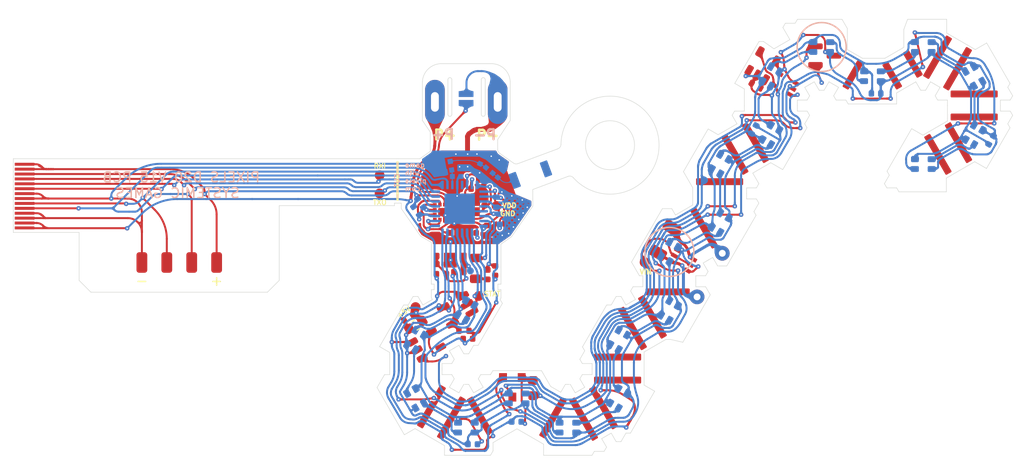
<source format=kicad_pcb>
(kicad_pcb (version 20211014) (generator pcbnew)
  (title_block (title "Pixels D20 Layout") (date "2022-08-26") (rev "13") (company "Systemic Games, LLC") (comment 1 "Flexible PCB, 0.13mm thickness"))
  (layers (0 "F.Cu" signal) (31 "B.Cu" signal) (34 "B.Paste" user) (35 "F.Paste" user) (36 "B.SilkS" user "B.Silkscreen") (37 "F.SilkS" user "F.Silkscreen") (38 "B.Mask" user) (39 "F.Mask" user) (44 "Edge.Cuts" user))
  (net 0 "")
  (net 1 "Net-(C1-Pad1)")
  (net 2 "GND")
  (net 3 "VDD")
  (net 4 "VDC")
  (net 5 "Net-(L1-Pad2)")
  (net 6 "Net-(L1-Pad1)")
  (net 7 "+5V")
  (net 8 "VEE")
  (net 9 "/LED_EN")
  (net 10 "Net-(C2-Pad2)")
  (net 11 "Net-(C3-Pad1)")
  (net 12 "Net-(C5-Pad2)")
  (net 13 "Net-(C7-Pad1)")
  (net 14 "+BATT")
  (net 15 "RXI")
  (net 16 "TXO")
  (net 17 "SWO")
  (net 18 "RESET")
  (net 19 "SWDCLK")
  (net 20 "SWDIO")
  (net 21 "Net-(R10-Pad1)")
  (net 22 "/BATT_NTC")
  (net 23 "/LED_DATA")
  (net 24 "/Power Supply/MAG1_")
  (net 25 "/Power Supply/LED_EN_OUT")
  (net 26 "/NTC_ID_VDD")
  (net 27 "/5V_SENSE")
  (net 28 "/VBAT_SENSE")
  (net 29 "/STATS")
  (net 30 "Net-(D10-Pad1)")
  (net 31 "/LEDs/LED_RETURN")
  (net 32 "Net-(R3-Pad1)")
  (net 33 "Net-(D2-Pad3)")
  (net 34 "Net-(D3-Pad3)")
  (net 35 "Net-(D4-Pad3)")
  (net 36 "Net-(D5-Pad3)")
  (net 37 "Net-(D6-Pad3)")
  (net 38 "Net-(D7-Pad3)")
  (net 39 "Net-(D8-Pad3)")
  (net 40 "Net-(D10-Pad3)")
  (net 41 "Net-(D11-Pad3)")
  (net 42 "Net-(D12-Pad3)")
  (net 43 "Net-(D13-Pad3)")
  (net 44 "Net-(D14-Pad3)")
  (net 45 "Net-(D15-Pad3)")
  (net 46 "Net-(D16-Pad3)")
  (net 47 "Net-(D17-Pad3)")
  (net 48 "Net-(D18-Pad3)")
  (net 49 "Net-(D19-Pad3)")
  (net 50 "Net-(D20-Pad3)")
  (net 51 "/SCL")
  (net 52 "/SDA")
  (net 53 "/ACC_INT")
  (net 54 "/PROG")
  (net 57 "Net-(C19-Pad2)")
  (net 58 "Net-(C19-Pad1)")
  (net 60 "/ANT_50")
  (net 61 "/ANT_NRF")
  (net 63 "/ANTENNA")
  (footprint "Pixels-dice:SOT-353_SC-70-5" (layer "F.Cu") (at 174.847276 75.695 150)
    (fp_text reference "U7")
    (fp_text value "74AHC1G08")
  )
  (footprint "TestPoint:TestPoint_THTPad_D1.5mm_Drill0.7mm" (layer "F.Cu") (at 168.47 92.95 30)
    (fp_text reference "P6")
    (fp_text value "COILB")
  )
  (footprint "Package_TO_SOT_SMD:SOT-23-5" (layer "F.Cu") (at 141.49 98.72 -150)
    (fp_text reference "U5")
    (fp_text value "MCP73832T-2ACI/OT")
  )
  (footprint "Package_TO_SOT_SMD:SOT-23" (layer "F.Cu") (at 178.91 72.78)
    (fp_text reference "U8")
    (fp_text value "TMR1366")
  )
  (footprint "TestPoint:TestPoint_THTPad_D1.5mm_Drill0.7mm" (layer "F.Cu") (at 165.9 97.4 30)
    (fp_text reference "P5")
    (fp_text value "COILA")
  )
  (footprint "Pixels-dice:SOT-23-5" (layer "F.Cu") (at 172.582724 73.797628 60)
    (fp_text reference "U6")
    (fp_text value "MT9700")
  )
  (footprint "Pixels-dice:R_0402_1005Metric" (layer "F.Cu") (at 171.91 75.85 150)
    (fp_text reference "R3")
    (fp_text value "10k 5%")
  )
  (footprint "Pixels-dice:C_0402_1005Metric" (layer "F.Cu") (at 144.118 85.446)
    (fp_text reference "C7")
    (fp_text value "100pF NP0 10V 5%")
  )
  (footprint "Inductor_SMD:L_0805_2012Metric" (layer "F.Cu") (at 143.34 94.49 -90)
    (fp_text reference "L1")
    (fp_text value "10uH 100mA 20%" hide)
  )
  (footprint "Pixels-dice:C_0402_1005Metric" (layer "F.Cu") (at 143.34 86.37 180)
    (fp_text reference "C5")
    (fp_text value "8pF 10V 10%")
  )
  (footprint "Pixels-dice:C_0402_1005Metric" (layer "F.Cu") (at 142.9 90.87 180)
    (fp_text reference "C3")
    (fp_text value "0.1uF 10V 20%")
  )
  (footprint "Pixels-dice:C_0402_1005Metric" (layer "F.Cu") (at 144.22 87.6 -90)
    (fp_text reference "C2")
    (fp_text value "8pF 10V 10%")
  )
  (footprint "Pixels-dice:C_0402_1005Metric" (layer "F.Cu") (at 141.19 90.86)
    (fp_text reference "C10")
    (fp_text value "0.1uF 10V 20%")
  )
  (footprint "Pixels-dice:FPC-POGO-4" (layer "F.Cu") (at 113.109999 93.890001 180)
    (fp_text reference "J2" hide)
    (fp_text value "Conn_01x04")
  )
  (footprint "Pixels-dice:C_0402_1005Metric" (layer "F.Cu") (at 142.54 101.67)
    (fp_text reference "C18")
    (fp_text value "10uF 10V 20%")
  )
  (footprint "Pixels-dice:SOT-23-5" (layer "F.Cu") (at 138.34 102.27 30)
    (fp_text reference "U4")
    (fp_text value "ME6215")
  )
  (footprint "Pixels-dice:C_0402_1005Metric" (layer "F.Cu") (at 144.47 90.6 -90)
    (fp_text reference "C4")
    (fp_text value "10uF 10V 20%")
  )
  (footprint "Pixels-dice:R_0402_1005Metric" (layer "F.Cu") (at 142.14 100.86)
    (fp_text reference "R6")
    (fp_text value "22k 1%")
  )
  (footprint "Pixels-dice:FPC_14" (layer "F.Cu") (at 97.33848 90.361234 90)
    (fp_text reference "J1")
    (fp_text value "Conn_01x14")
  )
  (footprint "Capacitor_SMD:C_0603_1608Metric" (layer "F.Cu") (at 149.18 106.71 90)
    (fp_text reference "C13")
    (fp_text value "4.7uF 25V 20%")
  )
  (footprint "Package_TO_SOT_SMD:SOT-363_SC-70-6" (layer "F.Cu") (at 164.41 93.67 -30)
    (fp_text reference "D1")
    (fp_text value "BAV99S")
  )
  (footprint "Capacitor_SMD:C_0603_1608Metric" (layer "F.Cu") (at 137.22 100.27 -150)
    (fp_text reference "C15" hide)
    (fp_text value "22uF 10V 20%")
  )
  (footprint "Inductor_SMD:L_0402_1005Metric" (layer "F.Cu") (at 144.53 95.13 90)
    (fp_text reference "L2")
    (fp_text value "15nH 100mA 5%")
  )
  (footprint "Pixels-dice:C_0402_1005Metric" (layer "F.Cu") (at 145.32 94.72 -90)
    (fp_text reference "C1")
    (fp_text value "10uF 10V 20%")
  )
  (footprint "Pixels-dice:C_0402_1005Metric" (layer "F.Cu") (at 141.62 93.22 180)
    (fp_text reference "C21")
    (fp_text value "10nF 25V 10%")
  )
  (footprint "Pixels-dice:R_0402_1005Metric" (layer "F.Cu") (at 139.85 95.07)
    (fp_text reference "R7")
    (fp_text value "4.02M 1%")
  )
  (footprint "Pixels-dice:R_0402_1005Metric" (layer "F.Cu") (at 141.609999 94.050003)
    (fp_text reference "R2")
    (fp_text value "4.02M 1%")
  )
  (footprint "Pixels-dice:R_0402_1005Metric" (layer "F.Cu") (at 139.88 93.22)
    (fp_text reference "R8")
    (fp_text value "10M 1%")
  )
  (footprint "Pixels-dice:R_0402_1005Metric" (layer "F.Cu") (at 141.61 94.87)
    (fp_text reference "R1")
    (fp_text value "4.02M 1%")
  )
  (footprint "Pixels-dice:C_0402_1005Metric" (layer "F.Cu") (at 139.86 94.05)
    (fp_text reference "C22")
    (fp_text value "10nF 25V 10%")
  )
  (footprint "Pixels-dice:Crystal_SMD_2016-4Pin_2.0x1.6mm" (layer "F.Cu") (at 142.8 88.01 90)
    (fp_text reference "Y1")
    (fp_text value "32MHz 40ppm")
  )
  (footprint "Package_LGA:LGA-12_2x2mm_P0.5mm" (layer "F.Cu") (at 139.93 88.75)
    (fp_text reference "U2")
    (fp_text value "KXTJ3-1057")
  )
  (footprint "Pixels-dice:SOT-23" (layer "F.Cu") (at 147.07 106.63 90)
    (fp_text reference "U3")
    (fp_text value "PJ75AL50SA")
  )
  (footprint "Capacitor_SMD:C_1206_3216Metric" (layer "F.Cu") (at 162.6125 91.617387 60)
    (fp_text reference "C19")
    (fp_text value "33nF 50V 5% NP0")
  )
  (footprint "Pixels-dice:TEST_PIN" (layer "F.Cu") (at 133.53 86.84)
    (fp_text reference "W2" hide)
    (fp_text value "TXO")
  )
  (footprint "Pixels-dice:TEST_PIN" (layer "F.Cu") (at 160.55 93.87)
    (fp_text reference "W16" hide)
    (fp_text value "VIN")
  )
  (footprint "Pixels-dice:R_0402_1005Metric" (layer "F.Cu") (at 136.48 99.52 -150)
    (fp_text reference "R4" hide)
    (fp_text value "100k 1%")
  )
  (footprint "Pixels-dice:TEST_PIN" (layer "F.Cu") (at 137.2 98.44)
    (fp_text reference "W15" hide)
    (fp_text value "+5V")
  )
  (footprint "Pixels-dice:TEST_PIN" (layer "F.Cu") (at 133.54 84.99)
    (fp_text reference "W1" hide)
    (fp_text value "RXI")
  )
  (footprint "Pixels-dice:TEST_PIN" (layer "F.Cu") (at 146.51 89.84)
    (fp_text reference "W19" hide)
    (fp_text value "GND")
  )
  (footprint "Pixels-dice:TEST_PIN" (layer "F.Cu") (at 145.46 88.12)
    (fp_text reference "W25" hide)
    (fp_text value "VDD")
  )
  (footprint "Pixels-dice:TEST_PIN" (layer "F.Cu") (at 143.64 97.31)
    (fp_text reference "W17" hide)
    (fp_text value "STAT")
  )
  (footprint "Pixels-dice:TX1812Z_2020" (layer "B.Cu") (at 142.38 110.74 -90)
    (fp_text reference "D5")
    (fp_text value "TX1812Z_2020")
  )
  (footprint "Pixels-dice:TX1812Z_2020" (layer "B.Cu") (at 137.198782 107.749711 -150)
    (fp_text reference "D4")
    (fp_text value "TX1812Z_2020")
  )
  (footprint "Pixels-dice:TX1812Z_2020" (layer "B.Cu") (at 147.56 107.76 -90)
    (fp_text reference "D6")
    (fp_text value "TX1812Z_2020")
  )
  (footprint "Pixels-dice:C_0402_1005Metric" (layer "B.Cu") (at 147.49 110.14)
    (fp_text reference "C16" hide)
    (fp_text value "10uF 10V 20%")
  )
  (footprint "Pixels-dice:TX1812Z_2020" (layer "B.Cu") (at 142.35 98.755 150)
    (fp_text reference "D2")
    (fp_text value "TX1812Z_2020")
  )
  (footprint "Pixels-dice:TX1812Z_2020" (layer "B.Cu") (at 152.728782 110.740289 -90)
    (fp_text reference "D7")
    (fp_text value "TX1812Z_2020")
  )
  (footprint "Pixels-dice:TX1812Z_2020" (layer "B.Cu") (at 173.428782 80.860289 -30)
    (fp_text reference "D14")
    (fp_text value "TX1812Z_2020")
  )
  (footprint "Pixels-dice:TX1812Z_2020" (layer "B.Cu") (at 168.258782 83.850289 -30)
    (fp_text reference "D13")
    (fp_text value "TX1812Z_2020")
  )
  (footprint "Pixels-dice:TX1812Z_2020" (layer "B.Cu") (at 168.258782 89.820289 -30)
    (fp_text reference "D12")
    (fp_text value "TX1812Z_2020")
  )
  (footprint "Pixels-dice:TX1812Z_2020" (layer "B.Cu") (at 157.908782 101.780289 -30)
    (fp_text reference "D9")
    (fp_text value "TX1812Z_2020")
  )
  (footprint "Pixels-dice:TX1812Z_2020" (layer "B.Cu") (at 157.898782 107.750289 -30)
    (fp_text reference "D8")
    (fp_text value "TX1812Z_2020")
  )
  (footprint "Pixels-dice:TX1812Z_2020" (layer "B.Cu") (at 178.608782 71.900289 -90)
    (fp_text reference "D16" hide)
    (fp_text value "TX1812Z_2020")
  )
  (footprint "Pixels-dice:TX1812Z_2020" (layer "B.Cu") (at 188.958782 71.899711 -90)
    (fp_text reference "D18")
    (fp_text value "TX1812Z_2020")
  )
  (footprint "Pixels-dice:TX1812Z_2020" (layer "B.Cu") (at 194.140289 80.868782 150)
    (fp_text reference "D20")
    (fp_text value "TX1812Z_2020")
  )
  (footprint "Pixels-dice:TX1812Z_2020" (layer "B.Cu") (at 188.959711 83.848782 90)
    (fp_text reference "D21")
    (fp_text value "TX1812Z_2020")
  )
  (footprint "Pixels-dice:TX1812Z_2020" (layer "B.Cu") (at 183.778782 74.880289 -90)
    (fp_text reference "D17")
    (fp_text value "TX1812Z_2020")
  )
  (footprint "Pixels-dice:TX1812Z_2020" (layer "B.Cu") (at 194.13 74.89 -150)
    (fp_text reference "D19")
    (fp_text value "TX1812Z_2020")
  )
  (footprint "Pixels-dice:C_0402_1005Metric" (layer "B.Cu") (at 141.96 77.19 90)
    (fp_text reference "C6")
    (fp_text value "0.1uF 10V 20%")
  )
  (footprint "Pixels-dice:TX1812Z_2020" (layer "B.Cu") (at 163.08 92.8 -30)
    (fp_text reference "D11")
    (fp_text value "TX1812Z_2020")
  )
  (footprint "Pixels-dice:C_0402_1005Metric" (layer "B.Cu") (at 171.67 80.31 60)
    (fp_text reference "C24" hide)
    (fp_text value "0.1uF 10V 20%")
  )
  (footprint "Pixels-dice:R_0402_1005Metric" (layer "B.Cu") (at 145.42 87.73 90)
    (fp_text reference "R10" hide)
    (fp_text value "100k 1%")
  )
  (footprint "Package_DFN_QFN:QFN-32-1EP_5x5mm_P0.5mm_EP3.1x3.1mm" (layer "B.Cu") (at 141.7 88.41 90)
    (fp_text reference "U1" hide)
    (fp_text value "N52810_QFN32")
  )
  (footprint "Pixels-dice:C_0402_1005Metric" (layer "B.Cu") (at 143.03 112.44 180)
    (fp_text reference "C23" hide)
    (fp_text value "0.1uF 10V 20%")
  )
  (footprint "Pixels-dice:TX1812Z_2020" (layer "B.Cu") (at 137.198782 101.780289 150)
    (fp_text reference "D3")
    (fp_text value "TX1812Z_2020")
  )
  (footprint "Pixels-dice:C_0402_1005Metric" (layer "B.Cu") (at 184.15 76.65)
    (fp_text reference "C9" hide)
    (fp_text value "10uF 10V 20%")
  )
  (footprint "Pixels-dice:R_0402_1005Metric" (layer "B.Cu") (at 146.58 88.76 90)
    (fp_text reference "R9" hide)
    (fp_text value "100k 1%")
  )
  (footprint "Pixels-dice:Hongjie 10100 Connector" (layer "B.Cu") (at 142.374557 77.5)
    (fp_text reference "J3")
    (fp_text value "Conn_01x02")
  )
  (footprint "Pixels-dice:TX1812Z_2020" (layer "B.Cu") (at 163.078782 98.790289 -30)
    (fp_text reference "D10")
    (fp_text value "TX1812Z_2020")
  )
  (footprint "Pixels-dice:TX1812Z_2020" (layer "B.Cu") (at 173.428782 74.890289 -30)
    (fp_text reference "D15")
    (fp_text value "TX1812Z_2020")
  )
  (footprint "Pixels-dice:C_0402_1005Metric" (layer "B.Cu") (at 195.88 81.42 -120)
    (fp_text reference "C25" hide)
    (fp_text value "0.1uF 10V 20%")
  )
  (footprint "Pixels-dice:R_0402_1005Metric" (layer "B.Cu") (at 137.29 88.62 -55)
    (fp_text reference "R12" hide)
    (fp_text value "2.7k 5%")
  )
  (footprint "Pixels-dice:R_0402_1005Metric" (layer "B.Cu") (at 137.7 87.83 -55)
    (fp_text reference "R16" hide)
    (fp_text value "2.7k 5%")
  )
  (footprint "Pixels-dice:TEST_PIN" (layer "B.Cu") (at 166.66 85.5)
    (fp_text reference "W5" hide)
    (fp_text value "LED_EN")
  )
  (footprint "Pixels-dice:TEST_PIN" (layer "B.Cu") (at 142.79 94.75)
    (fp_text reference "W13" hide)
    (fp_text value "5V_S")
  )
  (footprint "Pixels-dice:0402_RF" (layer "B.Cu") (at 144.721196 84.484936 -40)
    (fp_text reference "L3" hide)
    (fp_text value "1.8nH 5%")
  )
  (footprint "Pixels-dice:0402_RF" (layer "B.Cu") (at 141.391 85.113)
    (fp_text reference "C8" hide)
    (fp_text value "0.8pF 10V 5% C0G")
  )
  (footprint "Pixels-dice:0402_RF" (layer "B.Cu") (at 145.865331 84.872505 50)
    (fp_text reference "C11" hide)
    (fp_text value "DNP")
  )
  (footprint "Pixels-dice:CHIP_ANT" (layer "B.Cu") (at 147.304562 85.507007 110.2)
    (fp_text reference "AE1")
    (fp_text value "Antenna_Chip" hide)
  )
  (footprint "RFFrontEnd:MFH3.RECE.20369.001E.01" (layer "B.Cu") (at 139.7 83.76 100)
    (fp_text reference "J4" hide)
    (fp_text value "DNP" hide)
  )
  (footprint "Pixels-dice:0402_RF" (layer "B.Cu") (at 140.81 84.01 100)
    (fp_text reference "L5" hide)
    (fp_text value "3.9nH 5%")
  )
  (footprint "Pixels-dice:R_0402_1005Metric" (layer "B.Cu") (at 142.774557 77.18 90)
    (fp_text reference "TH1")
    (fp_text value "NTC 100k @ 25C")
  )
  (footprint "Pixels-dice:0402_RF" (layer "B.Cu") (at 143.964849 83.420717 65)
    (fp_text reference "C12")
    (fp_text value "0.5pF 10V 5% C0G")
  )
  (footprint "Pixels-dice:R_0402_1005Metric" (layer "B.Cu") (at 145.78 89.47 90)
    (fp_text reference "R5")
    (fp_text value "100k 1%")
  )
  (gr_circle (center 163.08 92.81) (end 165.58 92.81) (layer "B.SilkS") (width 0.15) (fill none))
  (gr_circle (center 178.6 71.9) (end 181.1 71.9) (layer "B.SilkS") (width 0.15) (fill none))
  (gr_circle (center 178.6 71.9) (end 181.1 71.9) (layer "B.SilkS") (width 0.05) (fill none))
  (gr_line (start 135.36 83.66) (end 135.36 87.48) (layer "F.SilkS") (width 0.25))
  (gr_line (start 137.9 79.394609) (end 138.7 80.58) (layer "Edge.Cuts") (width 0.05))
  (gr_line (start 145.597056 96.664191) (end 145.597056 96.101805) (layer "Edge.Cuts") (width 0.05))
  (gr_line (start 138.7 80.58) (end 138.7 82.55) (layer "Edge.Cuts") (width 0.05))
  (gr_line (start 138.81 91.833302) (end 138.81 96.101804) (layer "Edge.Cuts") (width 0.05))
  (gr_line (start 145.597056 96.101805) (end 145.906902 96.101805) (layer "Edge.Cuts") (width 0.05))
  (gr_line (start 135.74 88.38) (end 137.715599 91.201449) (layer "Edge.Cuts") (width 0.05))
  (gr_line (start 139.097057 96.101804) (end 139.097057 96.664191) (layer "Edge.Cuts") (width 0.05))
  (gr_line (start 138.81 96.101804) (end 139.097057 96.101804) (layer "Edge.Cuts") (width 0.05))
  (gr_line (start 145.906902 92.01) (end 146.984266 91.255621) (layer "Edge.Cuts") (width 0.05))
  (gr_line (start 145.906901 96.664191) (end 145.597056 96.664191) (layer "Edge.Cuts") (width 0.05))
  (gr_line (start 145.906902 96.101805) (end 145.906902 92.01) (layer "Edge.Cuts") (width 0.05))
  (gr_line (start 138.7 82.55) (end 137.64 83.3) (layer "Edge.Cuts") (width 0.05))
  (gr_line (start 139.097057 96.664191) (end 138.81 96.664191) (layer "Edge.Cuts") (width 0.05))
  (gr_line (start 136.05779 111.471273) (end 137.148632 110.841475) (layer "Edge.Cuts") (width 0.05))
  (gr_line (start 137.715599 91.201449) (end 138.809999 91.833301) (layer "Edge.Cuts") (width 0.05))
  (gr_arc (start 143.9 75.225) (mid 144.1 75.025) (end 144.3 75.225) (layer "Edge.Cuts") (width 0.05))
  (gr_arc (start 140.9 78.775) (mid 140.7 78.975) (end 140.5 78.775) (layer "Edge.Cuts") (width 0.05))
  (gr_arc (start 144.3 78.775) (mid 144.1 78.975) (end 143.9 78.775) (layer "Edge.Cuts") (width 0.05))
  (gr_line (start 137.64 83.3) (end 96.193208 83.3) (layer "Edge.Cuts") (width 0.05))
  (gr_line (start 96.193208 90.82) (end 96.193208 83.3) (layer "Edge.Cuts") (width 0.05))
  (gr_line (start 140.15 112.574315) (end 140.15 113.565418) (layer "Edge.Cuts") (width 0.05))
  (gr_line (start 172.673069 71.33539) (end 173.737706 72.080857) (layer "Edge.Cuts") (width 0.05))
  (gr_line (start 145.572276 81.343767) (end 146.85 79.39461) (layer "Edge.Cuts") (width 0.05))
  (gr_circle (center 157.024279 81.922102) (end 159.524279 81.922102) (layer "Edge.Cuts") (width 0.05) (fill none))
  (gr_line (start 153.865269 106.963071) (end 153.472489 107.189841) (layer "Edge.Cuts") (width 0.05))
  (gr_line (start 141.622201 102.339766) (end 142.1222 103.20579) (layer "Edge.Cuts") (width 0.05))
  (gr_line (start 186.97825 70.1046) (end 186.97825 71.93) (layer "Edge.Cuts") (width 0.05))
  (gr_line (start 177.265847 75.785157) (end 177.36064 75.730429) (layer "Edge.Cuts") (width 0.05))
  (gr_line (start 164.510809 84.618723) (end 165.459999 86.262767) (layer "Edge.Cuts") (width 0.05))
  (gr_line (start 188.698502 76.314953) (end 189.198502 76.314953) (layer "Edge.Cuts") (width 0.05))
  (gr_line (start 141.147057 105.760817) (end 140.897057 105.327804) (layer "Edge.Cuts") (width 0.05))
  (gr_line (start 142.622201 106.323817) (end 142.122201 106.323817) (layer "Edge.Cuts") (width 0.05))
  (gr_line (start 157.147633 111.303378) (end 157.647634 112.169405) (layer "Edge.Cuts") (width 0.05))
  (gr_line (start 138.81 96.664191) (end 138.81 97.48) (layer "Edge.Cuts") (width 0.05))
  (gr_line (start 137.148632 110.841475) (end 140.149999 112.574315) (layer "Edge.Cuts") (width 0.05))
  (gr_line (start 140.5 78.775) (end 140.5 75.225) (layer "Edge.Cuts") (width 0.05))
  (gr_line (start 179.740992 75.675698) (end 179.835785 75.730428) (layer "Edge.Cuts") (width 0.05))
  (gr_line (start 165.77278 95.801191) (end 165.77278 95.691733) (layer "Edge.Cuts") (width 0.05))
  (gr_line (start 146.984266 91.255621) (end 149.153481 88.134205) (layer "Edge.Cuts") (width 0.05))
  (gr_line (start 181.22 70.009815) (end 180.68 69.0732) (layer "Edge.Cuts") (width 0.05))
  (gr_line (start 175.362168 71.142974) (end 173.737707 72.080858) (layer "Edge.Cuts") (width 0.05))
  (gr_line (start 135.05 87.83) (end 135.05 88.09) (layer "Edge.Cuts") (width 0.05))
  (gr_line (start 122.099996 96.920001) (end 123.3 95.719997) (layer "Edge.Cuts") (width 0.05))
  (gr_line (start 159.122778 96.797203) (end 159.622778 97.66323) (layer "Edge.Cuts") (width 0.05))
  (gr_line (start 140.897057 104.201804) (end 141.147057 103.768791) (layer "Edge.Cuts") (width 0.05))
  (gr_line (start 134.04 105.33) (end 133.276062 106.653179) (layer "Edge.Cuts") (width 0.05))
  (gr_line (start 180.68 69.0732) (end 176.129153 69.073352) (layer "Edge.Cuts") (width 0.05))
  (gr_line (start 172.211188 71.33539) (end 169.742128 75.611929) (layer "Edge.Cuts") (width 0.05))
  (gr_line (start 189.698502 75.448929) (end 190.091281 75.6757) (layer "Edge.Cuts") (width 0.05))
  (gr_line (start 194.203941 83.602275) (end 195.403484 84.294832) (layer "Edge.Cuts") (width 0.05))
  (gr_line (start 123.3 88.09) (end 135.05 88.09) (layer "Edge.Cuts") (width 0.05))
  (gr_line (start 164.45 102.03) (end 167.245737 97.183384) (layer "Edge.Cuts") (width 0.05))
  (gr_line (start 144.3 75.225) (end 144.3 78.775) (layer "Edge.Cuts") (width 0.05))
  (gr_line (start 150.25 112.430743) (end 150.25 113.565418) (layer "Edge.Cuts") (width 0.05))
  (gr_arc (start 152.743564 85.102645) (mid 153.038303 85.086235) (end 153.290927 85.238936) (layer "Edge.Cuts") (width 0.05))
  (gr_line (start 177.455434 75.675698) (end 177.848211 75.448928) (layer "Edge.Cuts") (width 0.05))
  (gr_line (start 166.772779 96.364191) (end 165.772779 96.364191) (layer "Edge.Cuts") (width 0.05))
  (gr_line (start 172.673069 71.33539) (end 172.211188 71.33539) (layer "Edge.Cuts") (width 0.05))
  (gr_line (start 165.459999 88.023094) (end 163.695336 89.041922) (layer "Edge.Cuts") (width 0.05))
  (gr_line (start 187.776378 80.230144) (end 185.267563 84.575541) (layer "Edge.Cuts") (width 0.05))
  (gr_line (start 146.053139 98.063231) (end 145.822198 97.66323) (layer "Edge.Cuts") (width 0.05))
  (gr_line (start 195.422923 71.486765) (end 194.262083 72.156976) (layer "Edge.Cuts") (width 0.05))
  (gr_line (start 140.647056 102.902764) (end 141.039832 102.675995) (layer "Edge.Cuts") (width 0.05))
  (gr_line (start 166.915557 93.712382) (end 167.010351 93.657653) (layer "Edge.Cuts") (width 0.05))
  (gr_line (start 168.931067 94.242178) (end 171.914494 89.07473) (layer "Edge.Cuts") (width 0.05))
  (gr_line (start 141.622201 107.189842) (end 141.229423 106.963072) (layer "Edge.Cuts") (width 0.05))
  (gr_line (start 155.197634 104.201805) (end 155.197634 104.764804) (layer "Edge.Cuts") (width 0.05))
  (gr_line (start 169.473067 78.869978) (end 169.97336 79.736512) (layer "Edge.Cuts") (width 0.05))
  (gr_line (start 135.74 87.83) (end 135.05 87.83) (layer "Edge.Cuts") (width 0.05))
  (gr_line (start 188.924387 80.892947) (end 187.776378 80.230144) (layer "Edge.Cuts") (width 0.05))
  (gr_line (start 191.348503 70.47482) (end 191.348504 69.0698) (layer "Edge.Cuts") (width 0.05))
  (gr_line (start 102.9 95.720001) (end 104.1 96.920002) (layer "Edge.Cuts") (width 0.05))
  (gr_arc (start 152.026002 81.829669) (mid 161.713043 80.174832) (end 153.290927 85.238936) (layer "Edge.Cuts") (width 0.05))
  (gr_line (start 147.536772 110.864261) (end 150.25 112.430743) (layer "Edge.Cuts") (width 0.05))
  (gr_line (start 163.18464 101.74) (end 164.45 102.03) (layer "Edge.Cuts") (width 0.05))
  (gr_line (start 171.57578 84.763982) (end 173.409326 83.705384) (layer "Edge.Cuts") (width 0.05))
  (gr_line (start 160.372779 95.691733) (end 160.372779 95.80119) (layer "Edge.Cuts") (width 0.05))
  (gr_line (start 184.998502 85.841566) (end 185.248502 86.274579) (layer "Edge.Cuts") (width 0.05))
  (gr_line (start 197.573646 79.736004) (end 198.073647 78.869979) (layer "Edge.Cuts") (width 0.05))
  (gr_line (start 162.361968 88.396591) (end 159.216153 93.8453) (layer "Edge.Cuts") (width 0.05))
  (gr_line (start 156.422489 113.165418) (end 156.67249 112.732406) (layer "Edge.Cuts") (width 0.05))
  (gr_line (start 170.723069 78.436966) (end 169.723067 78.436966) (layer "Edge.Cuts") (width 0.05))
  (gr_line (start 167.497923 93.376151) (end 167.997923 94.242178) (layer "Edge.Cuts") (width 0.05))
  (gr_line (start 179.348212 75.448927) (end 179.740992 75.675698) (layer "Edge.Cuts") (width 0.05))
  (gr_line (start 158.147634 97.360203) (end 157.647634 97.360203) (layer "Edge.Cuts") (width 0.05))
  (gr_line (start 141.229424 102.566537) (end 141.622201 102.339766) (layer "Edge.Cuts") (width 0.05))
  (gr_line (start 196.823647 77.873967) (end 196.823647 77.310966) (layer "Edge.Cuts") (width 0.05))
  (gr_line (start 191.317561 86.674579) (end 191.317561 85.268728) (layer "Edge.Cuts") (width 0.05))
  (gr_line (start 159.040413 97.999459) (end 158.647634 98.226229) (layer "Edge.Cuts") (width 0.05))
  (gr_line (start 156.754856 111.530149) (end 157.147633 111.303378) (layer "Edge.Cuts") (width 0.05))
  (gr_line (start 170.723069 77.873967) (end 170.723069 78.436966) (layer "Edge.Cuts") (width 0.05))
  (gr_line (start 178.348213 76.314953) (end 178.848213 76.314953) (layer "Edge.Cuts") (width 0.05))
  (gr_line (start 157.647634 112.169406) (end 158.147634 112.169405) (layer "Edge.Cuts") (width 0.05))
  (gr_line (start 96.193208 90.82) (end 102.9 90.820001) (layer "Edge.Cuts") (width 0.05))
  (gr_line (start 176.123069 78.436965) (end 176.123069 77.873966) (layer "Edge.Cuts") (width 0.05))
  (gr_line (start 177.373068 78.869978) (end 177.123067 78.436965) (layer "Edge.Cuts") (width 0.05))
  (gr_line (start 170.947924 86.274579) (end 171.947922 86.274579) (layer "Edge.Cuts") (width 0.05))
  (gr_line (start 145.572276 82.342441) (end 145.572276 81.343767) (layer "Edge.Cuts") (width 0.05))
  (gr_line (start 154.216694 102.502767) (end 154.447635 102.902766) (layer "Edge.Cuts") (width 0.05))
  (gr_line (start 191.317561 85.268728) (end 194.203941 83.602275) (layer "Edge.Cuts") (width 0.05))
  (gr_line (start 156.565269 111.639609) (end 156.660062 111.584879) (layer "Edge.Cuts") (width 0.05))
  (gr_line (start 174.63475 84.412883) (end 177.104008 80.136004) (layer "Edge.Cuts") (width 0.05))
  (gr_line (start 161.578575 107.026842) (end 160.5 106.404127) (layer "Edge.Cuts") (width 0.05))
  (gr_line (start 137.9 79.394609) (end 137.9 75.45) (layer "Edge.Cuts") (width 0.05))
  (gr_line (start 170.947924 86.837578) (end 170.947924 86.274579) (layer "Edge.Cuts") (width 0.05))
  (gr_arc (start 145.783481 82.750605) (mid 145.628201 82.572229) (end 145.572276 82.342441) (layer "Edge.Cuts") (width 0.05))
  (gr_line (start 191.423647 77.873966) (end 191.423647 79.45) (layer "Edge.Cuts") (width 0.05))
  (gr_line (start 172.197922 85.841565) (end 171.57578 84.763982) (layer "Edge.Cuts") (width 0.05))
  (gr_line (start 138.434629 97.944729) (end 137.947058 98.226229) (layer "Edge.Cuts") (width 0.05))
  (gr_line (start 167.010351 93.657653) (end 167.105145 93.602923) (layer "Edge.Cuts") (width 0.05))
  (gr_line (start 196.823647 78.436966) (end 196.823647 77.873967) (layer "Edge.Cuts") (width 0.05))
  (gr_line (start 159.109515 111.303381) (end 161.578575 107.026842) (layer "Edge.Cuts") (width 0.05))
  (gr_line (start 160.5 103.021132) (end 162.718986 101.74) (layer "Edge.Cuts") (width 0.05))
  (gr_arc (start 152.026002 81.829669) (mid 151.934102 82.110181) (end 151.7 82.29) (layer "Edge.Cuts") (width 0.05))
  (gr_line (start 156.685754 98.226229) (end 154.216694 102.502767) (layer "Edge.Cuts") (width 0.05))
  (gr_line (start 194.262083 72.156976) (end 191.348503 70.47482) (layer "Edge.Cuts") (width 0.05))
  (gr_line (start 158.647634 98.226229) (end 158.147634 97.360203) (layer "Edge.Cuts") (width 0.05))
  (gr_line (start 190.173646 76.877953) (end 190.423646 77.310966) (layer "Edge.Cuts") (width 0.05))
  (gr_line (start 146.85 75.435758) (end 146.85 79.39461) (layer "Edge.Cuts") (width 0.05))
  (gr_line (start 176.123068 77.310968) (end 177.123067 77.310968) (layer "Edge.Cuts") (width 0.05))
  (gr_line (start 190.423646 77.310966) (end 191.423647 77.310967) (layer "Edge.Cuts") (width 0.05))
  (gr_line (start 171.697924 88.699616) (end 172.197923 87.833591) (layer "Edge.Cuts") (width 0.05))
  (gr_line (start 180.073357 77.310966) (end 181.073357 77.310966) (layer "Edge.Cuts") (width 0.05))
  (gr_line (start 189.198502 76.314953) (end 189.698502 75.448929) (layer "Edge.Cuts") (width 0.05))
  (gr_line (start 137.447057 97.360203) (end 136.947057 97.360203) (layer "Edge.Cuts") (width 0.05))
  (gr_line (start 154.197634 104.201804) (end 155.197634 104.201805) (layer "Edge.Cuts") (width 0.05))
  (gr_line (start 142.622201 103.205791) (end 143.1222 102.339766) (layer "Edge.Cuts") (width 0.05))
  (gr_line (start 171.914494 89.07473) (end 171.697924 88.699616) (layer "Edge.Cuts") (width 0.05))
  (gr_line (start 155.197634 105.327805) (end 154.197633 105.327804) (layer "Edge.Cuts") (width 0.05))
  (gr_line (start 143.584081 102.339766) (end 146.053139 98.063231) (layer "Edge.Cuts") (width 0.05))
  (gr_line (start 155.197634 104.764804) (end 155.197634 105.327805) (layer "Edge.Cuts") (width 0.05))
  (gr_line (start 139.897057 105.327804) (end 139.897057 104.874263) (layer "Edge.Cuts") (width 0.05))
  (gr_line (start 140.647056 106.626842) (end 141.147056 105.760817) (layer "Edge.Cuts") (width 0.05))
  (gr_line (start 175.898212 69.473352) (end 174.898213 69.473352) (layer "Edge.Cuts") (width 0.05))
  (gr_line (start 160.5 106.404127) (end 160.5 103.021132) (layer "Edge.Cuts") (width 0.05))
  (gr_line (start 186.97825 71.93) (end 185.049171 73.0498) (layer "Edge.Cuts") (width 0.05))
  (gr_line (start 169.742127 75.611929) (end 170.723068 76.178275) (layer "Edge.Cuts") (width 0.05))
  (gr_line (start 154.447635 102.902766) (end 153.947634 103.768791) (layer "Edge.Cuts") (width 0.05))
  (gr_line (start 150.25 113.565418) (end 155.19155 113.565418) (layer "Edge.Cuts") (width 0.05))
  (gr_line (start 191.423647 79.45) (end 188.924387 80.892947) (layer "Edge.Cuts") (width 0.05))
  (gr_line (start 138.91739 97.666004) (end 138.434629 97.944729) (layer "Edge.Cuts") (width 0.05))
  (gr_line (start 177.36064 75.730428) (end 177.455434 75.675699) (layer "Edge.Cuts") (width 0.05))
  (gr_line (start 167.105145 93.602923) (end 167.497923 93.376151) (layer "Edge.Cuts") (width 0.05))
  (gr_line (start 135.985176 98.226229) (end 133.531945 102.475349) (layer "Edge.Cuts") (width 0.05))
  (gr_line (start 190.091281 75.6757) (end 190.186074 75.730429) (layer "Edge.Cuts") (width 0.05))
  (gr_line (start 165.459999 86.262767) (end 165.459999 88.023094) (layer "Edge.Cuts") (width 0.05))
  (gr_line (start 156.660062 111.584879) (end 156.754856 111.530149) (layer "Edge.Cuts") (width 0.05))
  (gr_line (start 166.522779 93.939152) (end 166.915557 93.712382) (layer "Edge.Cuts") (width 0.05))
  (gr_line (start 177.123067 78.436965) (end 176.123069 78.436965) (layer "Edge.Cuts") (width 0.05))
  (gr_line (start 166.772779 95.238192) (end 167.02278 94.805178) (layer "Edge.Cuts") (width 0.05))
  (gr_line (start 196.823647 77.310966) (end 197.823646 77.310966) (layer "Edge.Cuts") (width 0.05))
  (gr_line (start 136.947057 97.360203) (end 136.447057 98.226229) (layer "Edge.Cuts") (width 0.05))
  (gr_line (start 185.267561 84.575541) (end 185.498503 84.975541) (layer "Edge.Cuts") (width 0.05))
  (gr_line (start 176.873068 79.736003) (end 177.373068 78.869978) (layer "Edge.Cuts") (width 0.05))
  (gr_line (start 173.409326 83.705384) (end 174.63475 84.412883) (layer "Edge.Cuts") (width 0.05))
  (gr_line (start 186.242417 77.710966) (end 186.242417 76.583245) (layer "Edge.Cuts") (width 0.05))
  (gr_line (start 181.22 72.16) (end 182.761143 73.0498) (layer "Edge.Cuts") (width 0.05))
  (gr_line (start 170.947923 87.400578) (end 170.947923 86.837578) (layer "Edge.Cuts") (width 0.05))
  (gr_line (start 153.947634 105.760816) (end 154.447634 106.626842) (layer "Edge.Cuts") (width 0.05))
  (gr_line (start 187.36175 69.0698) (end 186.97825 70.1046) (layer "Edge.Cuts") (width 0.05))
  (gr_line (start 139.897058 104.874263) (end 139.897058 104.764804) (layer "Edge.Cuts") (width 0.05))
  (gr_line (start 143.51498 106.963072) (end 143.122201 107.189843) (layer "Edge.Cuts") (width 0.05))
  (gr_line (start 139.897058 104.764804) (end 139.897058 104.655346) (layer "Edge.Cuts") (width 0.05))
  (gr_line (start 176.129153 69.073352) (end 175.898212 69.473352) (layer "Edge.Cuts") (width 0.05))
  (gr_line (start 168.047371 80.848482) (end 167.027512 80.259667) (layer "Edge.Cuts") (width 0.05))
  (gr_line (start 185.049171 73.0498) (end 182.761143 73.0498) (layer "Edge.Cuts") (width 0.05))
  (gr_line (start 139.75 73.6) (end 145 73.6) (layer "Edge.Cuts") (width 0.05))
  (gr_line (start 165.77278 95.91065) (end 165.77278 95.801191) (layer "Edge.Cuts") (width 0.05))
  (gr_line (start 141.229423 106.963072) (end 141.134629 106.908342) (layer "Edge.Cuts") (width 0.05))
  (gr_line (start 144.847345 105.327804) (end 143.847346 105.327804) (layer "Edge.Cuts") (width 0.05))
  (gr_line (start 135.74 88.38) (end 135.74 87.83) (layer "Edge.Cuts") (width 0.05))
  (gr_line (start 133.276062 106.653179) (end 136.05779 111.471273) (layer "Edge.Cuts") (width 0.05))
  (gr_line (start 163.322753 88.396591) (end 162.361968 88.396591) (layer "Edge.Cuts") (width 0.05))
  (gr_line (start 154.447634 106.626842) (end 154.054855 106.853613) (layer "Edge.Cuts") (width 0.05))
  (gr_line (start 158.147634 112.169405) (end 158.647634 111.303379) (layer "Edge.Cuts") (width 0.05))
  (gr_line (start 190.186074 75.730429) (end 190.280867 75.785158) (layer "Edge.Cuts") (width 0.05))
  (gr_line (start 145.078285 104.927805) (end 144.847345 105.327804) (layer "Edge.Cuts") (width 0.05))
  (gr_line (start 155.42249 113.165418) (end 156.422489 113.165418) (layer "Edge.Cuts") (width 0.05))
  (gr_line (start 165.77278 95.691733) (end 165.772778 95.238191) (layer "Edge.Cuts") (width 0.05))
  (gr_line (start 134.57 105.33) (end 134.04 105.33) (layer "Edge.Cuts") (width 0.05))
  (gr_line (start 171.947922 86.274579) (end 172.197922 85.841565) (layer "Edge.Cuts") (width 0.05))
  (gr_line (start 149.153481 88.134205) (end 149.153182 86.436927) (layer "Edge.Cuts") (width 0.05))
  (gr_line (start 174.898213 69.473351) (end 174.648212 69.906365) (layer "Edge.Cuts") (width 0.05))
  (gr_line (start 165.772779 96.364191) (end 165.77278 95.91065) (layer "Edge.Cuts") (width 0.05))
  (gr_line (start 145.1 113.117268) (end 145.1 112.271132) (layer "Edge.Cuts") (width 0.05))
  (gr_line (start 154.197633 105.327804) (end 153.947634 105.760816) (layer "Edge.Cuts") (width 0.05))
  (gr_line (start 197.823646 77.310966) (end 198.073646 76.877954) (layer "Edge.Cuts") (width 0.05))
  (gr_line (start 104.1 96.920002) (end 122.099996 96.920001) (layer "Edge.Cuts") (width 0.05))
  (gr_line (start 133.531945 102.475349) (end 134.57 103.07467) (layer "Edge.Cuts") (width 0.05))
  (gr_line (start 160.372779 95.910649) (end 160.372778 96.364191) (layer "Edge.Cuts") (width 0.05))
  (gr_line (start 138.81 97.48) (end 138.91739 97.666004) (layer "Edge.Cuts") (width 0.05))
  (gr_line (start 155.19155 113.565418) (end 155.42249 113.165418) (layer "Edge.Cuts") (width 0.05))
  (gr_line (start 197.804586 80.136003) (end 197.573646 79.736004) (layer "Edge.Cuts") (width 0.05))
  (gr_line (start 152.972489 106.323817) (end 152.472489 106.323817) (layer "Edge.Cuts") (width 0.05))
  (gr_line (start 163.18464 101.74) (end 162.718986 101.74) (layer "Edge.Cuts") (width 0.05))
  (gr_arc (start 137.9 75.45) (mid 138.464242 74.164242) (end 139.75 73.6) (layer "Edge.Cuts") (width 0.05))
  (gr_line (start 167.245737 97.183383) (end 166.772778 96.364193) (layer "Edge.Cuts") (width 0.05))
  (gr_line (start 197.573647 76.011927) (end 197.804586 75.611928) (layer "Edge.Cuts") (width 0.05))
  (gr_line (start 143.597345 105.760817) (end 144.097344 106.626841) (layer "Edge.Cuts") (width 0.05))
  (gr_arc (start 145 73.6) (mid 146.285024 74.155061) (end 146.85 75.435758) (layer "Edge.Cuts") (width 0.05))
  (gr_line (start 150.041877 104.927804) (end 145.078285 104.927804) (layer "Edge.Cuts") (width 0.05))
  (gr_line (start 156.67249 112.732406) (end 156.17249 111.866379) (layer "Edge.Cuts") (width 0.05))
  (gr_line (start 171.947923 87.400578) (end 170.947923 87.400578) (layer "Edge.Cuts") (width 0.05))
  (gr_line (start 153.960062 106.908342) (end 153.865269 106.963071) (layer "Edge.Cuts") (width 0.05))
  (gr_line (start 157.647634 97.360203) (end 157.147634 98.226229) (layer "Edge.Cuts") (width 0.05))
  (gr_line (start 152.472489 106.323817) (end 152.005266 107.13307) (layer "Edge.Cuts") (width 0.05))
  (gr_line (start 165.772778 95.238191) (end 166.772779 95.238192) (layer "Edge.Cuts") (width 0.05))
  (gr_arc (start 147.64 83.798522) (mid 147.401122 83.825512) (end 147.177258 83.737897) (layer "Edge.Cuts") (width 0.05))
  (gr_line (start 154.054855 106.853613) (end 153.960062 106.908342) (layer "Edge.Cuts") (width 0.05))
  (gr_line (start 141.134629 102.621266) (end 141.229421 102.566538) (layer "Edge.Cuts") (width 0.05))
  (gr_line (start 169.723067 78.436966) (end 169.473067 78.869978) (layer "Edge.Cuts") (width 0.05))
  (gr_line (start 143.1222 102.339766) (end 143.584081 102.339766) (layer "Edge.Cuts") (width 0.05))
  (gr_line (start 188.200654 75.452657) (end 188.698501 76.314953) (layer "Edge.Cuts") (width 0.05))
  (gr_line (start 181.073357 77.310966) (end 181.304297 77.710966) (layer "Edge.Cuts") (width 0.05))
  (gr_arc (start 140.5 75.225) (mid 140.7 75.025) (end 140.9 75.225) (layer "Edge.Cuts") (width 0.05))
  (gr_line (start 190.673646 76.011929) (end 190.173646 76.877953) (layer "Edge.Cuts") (width 0.05))
  (gr_line (start 159.23 97.89) (end 159.135205 97.944729) (layer "Edge.Cuts") (width 0.05))
  (gr_line (start 177.848212 75.448929) (end 178.348213 76.314953) (layer "Edge.Cuts") (width 0.05))
  (gr_line (start 139.897058 104.655346) (end 139.897058 104.201804) (layer "Edge.Cuts") (width 0.05))
  (gr_line (start 160.372779 95.24) (end 160.372779 95.691733) (layer "Edge.Cuts") (width 0.05))
  (gr_line (start 159.372779 96.364191) (end 159.122778 96.797203) (layer "Edge.Cuts") (width 0.05))
  (gr_line (start 143.609773 106.908342) (end 143.51498 106.96307) (layer "Edge.Cuts") (width 0.05))
  (gr_line (start 177.104008 80.136003) (end 176.873068 79.736003) (layer "Edge.Cuts") (width 0.05))
  (gr_line (start 123.3 95.719997) (end 123.3 88.09) (layer "Edge.Cuts") (width 0.05))
  (gr_line (start 181.304297 77.710966) (end 186.242417 77.710966) (layer "Edge.Cuts") (width 0.05))
  (gr_line (start 197.823646 78.436966) (end 196.823647 78.436966) (layer "Edge.Cuts") (width 0.05))
  (gr_line (start 163.695336 89.041922) (end 163.322753 88.396591) (layer "Edge.Cuts") (width 0.05))
  (gr_line (start 181.22 70.009815) (end 181.22 72.16) (layer "Edge.Cuts") (width 0.05))
  (gr_line (start 172.197923 87.833591) (end 171.947923 87.400578) (layer "Edge.Cuts") (width 0.05))
  (gr_line (start 141.039836 102.675996) (end 141.134627 102.621268) (layer "Edge.Cuts") (width 0.05))
  (gr_line (start 142.122201 106.323817) (end 141.622202 107.189842) (layer "Edge.Cuts") (width 0.05))
  (gr_line (start 143.847346 105.327804) (end 143.597345 105.760817) (layer "Edge.Cuts") (width 0.05))
  (gr_line (start 143.9 78.775) (end 143.9 75.225) (layer "Edge.Cuts") (width 0.05))
  (gr_line (start 186.248503 86.274579) (end 186.479443 86.674578) (layer "Edge.Cuts") (width 0.05))
  (gr_line (start 198.073646 78.869978) (end 197.823646 78.436966) (layer "Edge.Cuts") (width 0.05))
  (gr_line (start 176.873068 76.011927) (end 177.265846 75.785157) (layer "Edge.Cuts") (width 0.05))
  (gr_line (start 179.823357 76.877953) (end 180.073357 77.310966) (layer "Edge.Cuts") (width 0.05))
  (gr_line (start 190.280867 75.785158) (end 190.673646 76.011929) (layer "Edge.Cuts") (width 0.05))
  (gr_line (start 141.134629 106.908342) (end 141.039835 106.853613) (layer "Edge.Cuts") (width 0.05))
  (gr_line (start 150.969998 106.535358) (end 152.005265 107.13307) (layer "Edge.Cuts") (width 0.05))
  (gr_line (start 156.17249 111.866379) (end 156.565269 111.639609) (layer "Edge.Cuts") (width 0.05))
  (gr_line (start 191.348504 69.0698) (end 187.36175 69.0698) (layer "Edge.Cuts") (width 0.05))
  (gr_line (start 170.723068 76.178275) (end 170.723068 77.873967) (layer "Edge.Cuts") (width 0.05))
  (gr_line (start 153.472489 107.189841) (end 152.972489 106.323817) (layer "Edge.Cuts") (width 0.05))
  (gr_line (start 142.1222 103.205791) (end 142.622201 103.205791) (layer "Edge.Cuts") (width 0.05))
  (gr_line (start 143.704567 106.853613) (end 143.609774 106.908341) (layer "Edge.Cuts") (width 0.05))
  (gr_line (start 139.897058 104.201804) (end 140.897057 104.201804) (layer "Edge.Cuts") (width 0.05))
  (gr_line (start 102.9 90.820001) (end 102.9 95.720001) (layer "Edge.Cuts") (width 0.05))
  (gr_line (start 159.622778 97.66323) (end 159.23 97.89) (layer "Edge.Cuts") (width 0.05))
  (gr_line (start 145.1 112.271132) (end 147.536772 110.864261) (layer "Edge.Cuts") (width 0.05))
  (gr_line (start 167.027512 80.259667) (end 164.510811 84.618723) (layer "Edge.Cuts") (width 0.05))
  (gr_line (start 153.947634 103.768791) (end 154.197634 104.201804) (layer "Edge.Cuts") (width 0.05))
  (gr_line (start 177.123067 77.310968) (end 177.373068 76.877952) (layer "Edge.Cuts") (width 0.05))
  (gr_line (start 145.906901 97.516521) (end 145.906901 96.664191) (layer "Edge.Cuts") (width 0.05))
  (gr_line (start 149.153182 86.436927) (end 152.743564 85.102645) (layer "Edge.Cuts") (width 0.05))
  (gr_line (start 167.02278 94.805178) (end 166.522779 93.939152) (layer "Edge.Cuts") (width 0.05))
  (gr_line (start 134.57 103.07467) (end 134.57 105.33) (layer "Edge.Cuts") (width 0.05))
  (gr_line (start 185.248502 86.274579) (end 186.248503 86.274579) (layer "Edge.Cuts") (width 0.05))
  (gr_line (start 144.097344 106.626841) (end 143.704567 106.853611) (layer "Edge.Cuts") (width 0.05))
  (gr_line (start 158.647634 111.303379) (end 159.109515 111.303381) (layer "Edge.Cuts") (width 0.05))
  (gr_line (start 143.122201 107.189843) (end 142.622201 106.323817) (layer "Edge.Cuts") (width 0.05))
  (gr_line (start 159.135205 97.944729) (end 159.040413 97.999459) (layer "Edge.Cuts") (width 0.05))
  (gr_line (start 186.479443 86.674579) (end 191.317561 86.674579) (layer "Edge.Cuts") (width 0.05))
  (gr_line (start 159.216153 93.8453) (end 160.021384 95.24) (layer "Edge.Cuts") (width 0.05))
  (gr_line (start 198.073646 76.877954) (end 197.573647 76.011927) (layer "Edge.Cuts") (width 0.05))
  (gr_line (start 174.648212 69.906365) (end 175.362168 71.142974) (layer "Edge.Cuts") (width 0.05))
  (gr_line (start 197.804586 75.611928) (end 195.422923 71.486765) (layer "Edge.Cuts") (width 0.05))
  (gr_line (start 169.97336 79.736512) (end 168.047371 80.848482) (layer "Edge.Cuts") (width 0.05))
  (gr_line (start 178.848213 76.314953) (end 179.348212 75.448927) (layer "Edge.Cuts") (width 0.05))
  (gr_line (start 167.997923 94.242178) (end 168.497925 94.242178) (layer "Edge.Cuts") (width 0.05))
  (gr_line (start 151.7 82.29) (end 147.64 83.798522) (layer "Edge.Cuts") (width 0.05))
  (gr_line (start 176.123068 77.873966) (end 176.123068 77.310968) (layer "Edge.Cuts") (width 0.05))
  (gr_line (start 168.497925 94.242178) (end 168.931067 94.242178) (layer "Edge.Cuts") (width 0.05))
  (gr_line (start 136.447057 98.226229) (end 135.985176 98.226229) (layer "Edge.Cuts") (width 0.05))
  (gr_line (start 177.373068 76.877952) (end 176.873068 76.011927) (layer "Edge.Cuts") (width 0.05))
  (gr_line (start 145.822198 97.66323) (end 145.906901 97.516521) (layer "Edge.Cuts") (width 0.05))
  (gr_line (start 137.947058 98.226229) (end 137.447057 97.360203) (layer "Edge.Cuts") (width 0.05))
  (gr_line (start 186.242417 76.583245) (end 188.200654 75.452657) (layer "Edge.Cuts") (width 0.05))
  (gr_line (start 157.147634 98.226229) (end 156.685754 98.226229) (layer "Edge.Cuts") (width 0.05))
  (gr_line (start 140.9 75.225) (end 140.9 78.775) (layer "Edge.Cuts") (width 0.05))
  (gr_line (start 179.835785 75.730428) (end 180.323357 76.011928) (layer "Edge.Cuts") (width 0.05))
  (gr_line (start 185.498503 84.975541) (end 184.998502 85.841566) (layer "Edge.Cuts") (width 0.05))
  (gr_line (start 140.15 113.565418) (end 144.84126 113.565418) (layer "Edge.Cuts") (width 0.05))
  (gr_line (start 191.423647 77.310967) (end 191.423647 77.873966) (layer "Edge.Cuts") (width 0.05))
  (gr_line (start 140.897057 105.327804) (end 139.897057 105.327804) (layer "Edge.Cuts") (width 0.05))
  (gr_line (start 160.372779 95.80119) (end 160.372779 95.910649) (layer "Edge.Cuts") (width 0.05))
  (gr_line (start 141.147057 103.768791) (end 140.647056 102.902764) (layer "Edge.Cuts") (width 0.05))
  (gr_line (start 160.372778 96.364191) (end 159.372779 96.364191) (layer "Edge.Cuts") (width 0.05))
  (gr_line (start 141.039835 106.853613) (end 140.647056 106.626842) (layer "Edge.Cuts") (width 0.05))
  (gr_line (start 180.323357 76.011928) (end 179.823357 76.877953) (layer "Edge.Cuts") (width 0.05))
  (gr_line (start 160.021384 95.24) (end 160.372779 95.24) (layer "Edge.Cuts") (width 0.05))
  (gr_line (start 150.041877 104.927804) (end 150.969998 106.535358) (layer "Edge.Cuts") (width 0.05))
  (gr_line (start 195.403484 84.294832) (end 197.804585 80.136004) (layer "Edge.Cuts") (width 0.05))
  (gr_line (start 144.84126 113.565418) (end 145.1 113.117268) (layer "Edge.Cuts") (width 0.05))
  (gr_line (start 147.177258 83.737897) (end 145.783481 82.750605) (layer "Edge.Cuts") (width 0.05))
  (gr_text "P-" (at 144.27 80.85) (layer "B.SilkS") (effects (font (size 1 1) (thickness 0.25)) (justify mirror)))
  (gr_text "P+" (at 140 80.82) (layer "B.SilkS") (effects (font (size 1 1) (thickness 0.25)) (justify mirror)))
  (gr_text "PIXELS D20 V15 PCB\n SYSTEMIC GAMES" (at 113.31 86) (layer "B.SilkS") (effects (font (size 1 1)) (justify mirror)))
  (gr_text "game\nwith\npixels\n.com" (at 136.06 85.15) (layer "B.SilkS") (effects (font (size 0.5 0.5) (thickness 0.1)) (justify right mirror)))
  (gr_text "--CUT--" (at 135.32 85.51 90) (layer "B.SilkS") (effects (font (size 0.5 0.5) (thickness 0.1)) (justify mirror)))
  (gr_text "P+" (at 140.2 80.88) (layer "F.SilkS") (effects (font (size 1 1) (thickness 0.25))))
  (gr_text "P-" (at 144.56 80.9) (layer "F.SilkS") (effects (font (size 1 1) (thickness 0.25))))
  (segment (start 144.67 94.04) (end 145.32 94.24) (width 0.2) (layer "F.Cu") (net 1))
  (segment (start 144.67 94.04) (end 144.53 94.645) (width 0.2) (layer "F.Cu") (net 1))
  (via (at 144.67 94.04) (size 0.45) (drill 0.15) (layers "F.Cu" "B.Cu") (net 1))
  (segment (start 145.150623 90.65853) (end 145.141585 90.672054) (width 0.2) (layer "B.Cu") (net 1))
  (segment (start 145.167917 90.626176) (end 145.197102 90.555715) (width 0.2) (layer "B.Cu") (net 1))
  (segment (start 145.210414 90.511832) (end 145.214381 90.491891) (width 0.2) (layer "B.Cu") (net 1))
  (segment (start 144.880519 90.94941) (end 144.866399 90.970544) (width 0.2) (layer "B.Cu") (net 1))
  (segment (start 144.8051 91.103851) (end 144.839378 91.021096) (width 0.2) (layer "B.Cu") (net 1))
  (segment (start 145.210651 89.841138) (end 145.215033 89.863169) (width 0.2) (layer "B.Cu") (net 1))
  (segment (start 145.120128 89.626654) (end 145.104527 89.603307) (width 0.2) (layer "B.Cu") (net 1))
  (segment (start 144.486622 89.15) (end 144.137408 89.15) (width 0.2) (layer "B.Cu") (net 1))
  (segment (start 144.613508 89.174036) (end 144.683009 89.202824) (width 0.2) (layer "B.Cu") (net 1))
  (segment (start 144.546505 89.155897) (end 144.567441 89.160062) (width 0.2) (layer "B.Cu") (net 1))
  (segment (start 144.78 91.224283) (end 144.78 93.96) (width 0.2) (layer "B.Cu") (net 1))
  (segment (start 144.739663 89.235004) (end 144.725464 89.225516) (width 0.2) (layer "B.Cu") (net 1))
  (segment (start 145.22 90.434844) (end 145.22 89.913588) (width 0.2) (layer "B.Cu") (net 1))
  (segment (start 144.784493 91.178648) (end 144.788461 91.158704) (width 0.2) (layer "B.Cu") (net 1))
  (segment (start 145.157443 89.696464) (end 145.192267 89.780539) (width 0.2) (layer "B.Cu") (net 1))
  (segment (start 144.925974 90.894023) (end 145.112493 90.707503) (width 0.2) (layer "B.Cu") (net 1))
  (segment (start 144.769433 89.259435) (end 145.064354 89.554355) (width 0.2) (layer "B.Cu") (net 1))
  (arc (start 144.880519 90.94941) (mid 144.890849 90.934743) (end 144.901887 90.9206) (width 0.2) (layer "B.Cu") (net 1))
  (arc (start 144.8051 91.103851) (mid 144.799934 91.117241) (end 144.795433 91.130869) (width 0.2) (layer "B.Cu") (net 1))
  (arc (start 144.784493 91.178648) (mid 144.78253 91.18996) (end 144.781126 91.201355) (width 0.2) (layer "B.Cu") (net 1))
  (arc (start 144.925974 90.894023) (mid 144.913604 90.907015) (end 144.901887 90.9206) (width 0.2) (layer "B.Cu") (net 1))
  (arc (start 145.12791 90.690493) (mid 145.134974 90.681441) (end 145.141585 90.672054) (width 0.2) (layer "B.Cu") (net 1))
  (arc (start 145.192267 89.780539) (mid 145.197974 89.795332) (end 145.202948 89.810387) (width 0.2) (layer "B.Cu") (net 1))
  (arc (start 144.590818 89.165918) (mid 144.579201 89.162703) (end 144.567441 89.160062) (width 0.2) (layer "B.Cu") (net 1))
  (arc (start 145.210651 89.841138) (mid 145.207177 89.825668) (end 145.202948 89.810387) (width 0.2) (layer "B.Cu") (net 1))
  (arc (start 144.516709 89.151478) (mid 144.501683 89.150369) (end 144.486622 89.15) (width 0.2) (layer "B.Cu") (net 1))
  (arc (start 145.204836 90.534101) (mid 145.201234 90.545002) (end 145.197102 90.555715) (width 0.2) (layer "B.Cu") (net 1))
  (arc (start 145.12791 90.690493) (mid 145.12041 90.699187) (end 145.112493 90.707503) (width 0.2) (layer "B.Cu") (net 1))
  (arc (start 144.739663 89.235004) (mid 144.747546 89.240556) (end 144.755148 89.246488) (width 0.2) (layer "B.Cu") (net 1))
  (arc (start 145.218592 90.463506) (mid 145.216835 90.47775) (end 145.214381 90.491891) (width 0.2) (layer "B.Cu") (net 1))
  (arc (start 144.851647 90.995156) (mid 144.845194 91.007975) (end 144.839378 91.021096) (width 0.2) (layer "B.Cu") (net 1))
  (arc (start 144.516709 89.151478) (mid 144.531661 89.153321) (end 144.546505 89.155897) (width 0.2) (layer "B.Cu") (net 1))
  (arc (start 145.218592 90.463506) (mid 145.219647 90.449192) (end 145.22 90.434844) (width 0.2) (layer "B.Cu") (net 1))
  (arc (start 145.1405 89.660642) (mid 145.130731 89.643398) (end 145.120128 89.626654) (width 0.2) (layer "B.Cu") (net 1))
  (arc (start 144.704794 89.213127) (mid 144.715281 89.219067) (end 144.725464 89.225516) (width 0.2) (layer "B.Cu") (net 1))
  (arc (start 144.613508 89.174036) (mid 144.602262 89.169698) (end 144.590818 89.165918) (width 0.2) (layer "B.Cu") (net 1))
  (arc (start 145.085643 89.577844) (mid 145.095397 89.590343) (end 145.104527 89.603307) (width 0.2) (layer "B.Cu") (net 1))
  (arc (start 145.215033 89.863169) (mid 145.217202 89.875667) (end 145.218755 89.888257) (width 0.2) (layer "B.Cu") (net 1))
  (arc (start 145.204836 90.534101) (mid 145.207898 90.523035) (end 145.210414 90.511832) (width 0.2) (layer "B.Cu") (net 1))
  (arc (start 144.851647 90.995156) (mid 144.858721 90.982669) (end 144.866399 90.970544) (width 0.2) (layer "B.Cu") (net 1))
  (arc (start 145.085643 89.577844) (mid 145.075287 89.565838) (end 145.064354 89.554355) (width 0.2) (layer "B.Cu") (net 1))
  (arc (start 145.157443 89.696464) (mid 145.149411 89.678345) (end 145.1405 89.660642) (width 0.2) (layer "B.Cu") (net 1))
  (arc (start 144.788461 91.158704) (mid 144.791605 91.144701) (end 144.795433 91.130869) (width 0.2) (layer "B.Cu") (net 1))
  (arc (start 144.769433 89.259435) (mid 144.762449 89.252786) (end 144.755148 89.246488) (width 0.2) (layer "B.Cu") (net 1))
  (arc (start 144.781126 91.201355) (mid 144.780281 91.212805) (end 144.78 91.224283) (width 0.2) (layer "B.Cu") (net 1))
  (arc (start 145.22 89.913588) (mid 145.219688 89.900907) (end 145.218755 89.888257) (width 0.2) (layer "B.Cu") (net 1))
  (arc (start 145.160065 90.642778) (mid 145.155537 90.650769) (end 145.150623 90.65853) (width 0.2) (layer "B.Cu") (net 1))
  (arc (start 144.683009 89.202824) (mid 144.694028 89.207708) (end 144.704794 89.213127) (width 0.2) (layer "B.Cu") (net 1))
  (arc (start 145.167917 90.626176) (mid 145.164194 90.634573) (end 145.160065 90.642778) (width 0.2) (layer "B.Cu") (net 1))
  (segment (start 144.89193 80.227743) (end 144.814204 80.268204) (width 0.5) (layer "F.Cu") (net 2))
  (segment (start 99.085209 87.361234) (end 97.338479 87.361234) (width 0.2) (layer "F.Cu") (net 2))
  (segment (start 142.846871 100.991247) (end 142.65 100.86) (width 0.2) (layer "F.Cu") (net 2))
  (segment (start 174.575 72.71) (end 174.44 72.43) (width 0.2) (layer "F.Cu") (net 2))
  (segment (start 164.35 92.59) (end 163.912276 92.632083) (width 0.2) (layer "F.Cu") (net 2))
  (segment (start 171.589413 75.413768) (end 172.032724 74.750256) (width 0.2) (layer "F.Cu") (net 2))
  (segment (start 165.023862 94.773958) (end 164.907724 94.707917) (width 0.2) (layer "F.Cu") (net 2))
  (segment (start 148.413497 108.636503) (end 148.216748 108.443251) (width 0.2) (layer "F.Cu") (net 2))
  (segment (start 144.953486 80.185633) (end 144.973509 80.168073) (width 0.5) (layer "F.Cu") (net 2))
  (segment (start 142.5 81.08825) (end 142.5 83.06) (width 0.5) (layer "F.Cu") (net 2))
  (segment (start 165.305 94.84) (end 165.273602 94.84) (width 0.2) (layer "F.Cu") (net 2))
  (segment (start 176.72 70.67) (end 178.168246 70.67) (width 0.2) (layer "F.Cu") (net 2))
  (segment (start 172.495286 76.79) (end 173.530968 76.79) (width 0.2) (layer "F.Cu") (net 2))
  (segment (start 148.6 105.7825) (end 149.18 105.935) (width 0.2) (layer "F.Cu") (net 2))
  (segment (start 98.585209 86.861233) (end 97.338478 86.861236) (width 0.2) (layer "F.Cu") (net 2))
  (segment (start 107.868139 89.361235) (end 99.712595 89.361235) (width 0.2) (layer "F.Cu") (net 2))
  (segment (start 143.75279 100.922594) (end 144.760022 99.1625) (width 0.2) (layer "F.Cu") (net 2))
  (segment (start 137.043794 103.011091) (end 137.387372 102.82) (width 0.2) (layer "F.Cu") (net 2))
  (segment (start 145.05194 98.645821) (end 144.790022 99.1025) (width 0.2) (layer "F.Cu") (net 2))
  (segment (start 145.319093 95.590308) (end 145.11 95.2) (width 0.2) (layer "F.Cu") (net 2))
  (segment (start 143.163081 80.410759) (end 143.133379 80.425406) (width 0.5) (layer "F.Cu") (net 2))
  (segment (start 166.02 94.3) (end 165.587738 94.724402) (width 0.2) (layer "F.Cu") (net 2))
  (segment (start 148.35 110.34) (end 148.413497 108.636503) (width 0.2) (layer "F.Cu") (net 2))
  (segment (start 109.299999 88.793095) (end 109.299999 89.606903) (width 0.2) (layer "F.Cu") (net 2))
  (segment (start 143.503075 87.110628) (end 144.22 87.115) (width 0.2) (layer "F.Cu") (net 2))
  (segment (start 145.302857 98.19625) (end 145.425692 97.97) (width 0.2) (layer "F.Cu") (net 2))
  (segment (start 109.299999 90.793094) (end 109.299999 93.890001) (width 0.2) (layer "F.Cu") (net 2))
  (segment (start 144.758363 80.289221) (end 144.737668 80.294285) (width 0.5) (layer "F.Cu") (net 2))
  (segment (start 172.397222 76.781599) (end 172.427057 76.785527) (width 0.2) (layer "F.Cu") (net 2))
  (segment (start 145.38 79.343985) (end 145.38 76.92528) (width 0.5) (layer "F.Cu") (net 2))
  (segment (start 145.351931 79.518111) (end 145.313958 79.638541) (width 0.5) (layer "F.Cu") (net 2))
  (segment (start 144.132027 86.43569) (end 143.82 86.37) (width 0.2) (layer "F.Cu") (net 2))
  (segment (start 140.560014 94.05) (end 140.734999 94.05) (width 0.2) (layer "F.Cu") (net 2))
  (segment (start 178.97 72.4) (end 179.91 72.78) (width 0.2) (layer "F.Cu") (net 2))
  (segment (start 140.538492 89.01) (end 140.69267 89.01) (width 0.2) (layer "F.Cu") (net 2))
  (segment (start 145.26734 79.747239) (end 145.28336 79.714752) (width 0.5) (layer "F.Cu") (net 2))
  (segment (start 97.33848 89.361235) (end 99.712595 89.361236) (width 0.2) (layer "F.Cu") (net 2))
  (segment (start 107.868137 87.361234) (end 106.178761 87.361234) (width 0.2) (layer "F.Cu") (net 2))
  (segment (start 143.481357 101.08) (end 143.46 101.08) (width 0.2) (layer "F.Cu") (net 2))
  (segment (start 143.291988 87.395203) (end 143.189999 87.544999) (width 0.2) (layer "F.Cu") (net 2))
  (segment (start 143.482403 80.313455) (end 143.523318 80.307158) (width 0.5) (layer "F.Cu") (net 2))
  (segment (start 136.585406 103.134594) (end 136.340812 103.139188) (width 0.2) (layer "F.Cu") (net 2))
  (segment (start 141.130361 93.604972) (end 141.129697 93.660031) (width 0.2) (layer "F.Cu") (net 2))
  (segment (start 172.06171 76.685169) (end 172.096462 76.699564) (width 0.2) (layer "F.Cu") (net 2))
  (segment (start 140.348836 93.720063) (end 140.3475 93.835) (width 0.2) (layer "F.Cu") (net 2))
  (segment (start 142.586542 80.850175) (end 142.536336 80.94662) (width 0.5) (layer "F.Cu") (net 2))
  (segment (start 141.665 91.07) (end 141.67 90.86) (width 0.2) (layer "F.Cu") (net 2))
  (segment (start 144.263711 86.639176) (end 144.22 87.12) (width 0.2) (layer "F.Cu") (net 2))
  (segment (start 136.24 101.28) (end 136.394415 100.96875) (width 0.2) (layer "F.Cu") (net 2))
  (segment (start 99.792318 87.361234) (end 106.178761 87.361234) (width 0.2) (layer "F.Cu") (net 2))
  (segment (start 148.02 107.974217) (end 148.02 106.229713) (width 0.2) (layer "F.Cu") (net 2))
  (segment (start 141.69 87.879999) (end 141.671758 87.854917) (width 0.2) (layer "F.Cu") (net 2))
  (segment (start 175.216322 74.934337) (end 174.82 74.17) (width 0.2) (layer "F.Cu") (net 2))
  (segment (start 136.374852 100.356747) (end 136.038327 99.775) (width 0.2) (layer "F.Cu") (net 2))
  (segment (start 141.8 98.64) (end 142.442628 98.17) (width 0.2) (layer "F.Cu") (net 2))
  (segment (start 174.738852 73.299503) (end 174.82 74.17) (width 0.2) (layer "F.Cu") (net 2))
  (segment (start 145.370579 79.438133) (end 145.374987 79.409492) (width 0.5) (layer "F.Cu") (net 2))
  (segment (start 143.616899 80.3) (end 144.690279 80.3) (width 0.5) (layer "F.Cu") (net 2))
  (segment (start 172.024723 76.6643) (end 171.644587 76.384378) (width 0.2) (layer "F.Cu") (net 2))
  (segment (start 145.32 95.590133) (end 145.32 95.2) (width 0.2) (layer "F.Cu") (net 2))
  (segment (start 143.2314 101.224548) (end 143.02 101.67) (width 0.2) (layer "F.Cu") (net 2))
  (segment (start 142.506529 81.034089) (end 142.512316 81.010439) (width 0.5) (layer "F.Cu") (net 2))
  (segment (start 143.232759 80.382784) (end 143.368148 80.340096) (width 0.5) (layer "F.Cu") (net 2))
  (segment (start 171.449247 75.887998) (end 171.454163 75.812499) (width 0.2) (layer "F.Cu") (net 2))
  (segment (start 175.6875 75.428541) (end 175.995 75.607083) (width 0.2) (layer "F.Cu") (net 2))
  (segment (start 141.509498 91.426541) (end 141.469999 91.464999) (width 0.2) (layer "F.Cu") (net 2))
  (segment (start 99.792318 87.361234) (end 99.085209 87.361234) (width 0.2) (layer "F.Cu") (net 2))
  (segment (start 99.413821 89.333825) (end 99.191233 89.111236) (width 0.2) (layer "F.Cu") (net 2))
  (segment (start 145.3209 95.590317) (end 145.53 95.2) (width 0.2) (layer "F.Cu") (net 2))
  (segment (start 142.751824 88.029789) (end 142.818468 87.969946) (width 0.2) (layer "F.Cu") (net 2))
  (segment (start 142.3225 88.5875) (end 142.395 88.465) (width 0.2) (layer "F.Cu") (net 2))
  (segment (start 140.283414 89.116585) (end 140.284999 89.114999) (width 0.2) (layer "F.Cu") (net 2))
  (segment (start 141.44 87.1) (end 141.573601 87.46151) (width 0.2) (layer "F.Cu") (net 2))
  (segment (start 141.955 88.1) (end 141.886909 88.059513) (width 0.2) (layer "F.Cu") (net 2))
  (segment (start 140.18 89.36625) (end 140.18 89.5125) (width 0.2) (layer "F.Cu") (net 2))
  (segment (start 178.955026 71.441713) (end 178.97 72.4) (width 0.2) (layer "F.Cu") (net 2))
  (segment (start 140.35375 93.52) (end 140.3575 93.42) (width 0.2) (layer "F.Cu") (net 2))
  (segment (start 142.186245 88.420205) (end 142.219415 88.570978) (width 0.2) (layer "F.Cu") (net 2))
  (segment (start 142.625042 80.793894) (end 142.645111 80.771011) (width 0.5) (layer "F.Cu") (net 2))
  (segment (start 143.14 101.08) (end 143.46 101.08) (width 0.2) (layer "F.Cu") (net 2))
  (segment (start 172.197629 76.733905) (end 172.313395 76.764924) (width 0.2) (layer "F.Cu") (net 2))
  (segment (start 140.56514 93.22) (end 140.75 93.22) (width 0.2) (layer "F.Cu") (net 2))
  (segment (start 145.215047 79.835574) (end 145.013336 80.123646) (width 0.5) (layer "F.Cu") (net 2))
  (segment (start 98.587681 88.861235) (end 97.338479 88.861236) (width 0.2) (layer "F.Cu") (net 2))
  (segment (start 109.299999 89.606903) (end 109.299999 90.793094) (width 0.2) (layer "F.Cu") (net 2))
  (segment (start 143.052615 80.473218) (end 142.708578 80.714115) (width 0.5) (layer "F.Cu") (net 2))
  (via (at 141.8 98.64) (size 0.45) (drill 0.15) (layers "F.Cu" "B.Cu") (net 2))
  (via (at 147.18 90.27) (size 0.45) (drill 0.15) (layers "F.Cu" "B.Cu") (net 2))
  (via (at 136.340812 103.139188) (size 0.45) (drill 0.15) (layers "F.Cu" "B.Cu") (net 2))
  (via (at 141.69 84.12) (size 0.45) (drill 0.15) (layers "F.Cu" "B.Cu") (net 2))
  (via (at 147.01 87.09) (size 0.45) (drill 0.15) (layers "F.Cu" "B.Cu") (net 2))
  (via (at 148.589 88.253) (size 0.45) (drill 0.15) (layers "F.Cu" "B.Cu") (net 2))
  (via (at 147.72 89.5) (size 0.45) (drill 0.15) (layers "F.Cu" "B.Cu") (net 2))
  (via (at 148.08 87.51) (size 0.45) (drill 0.15) (layers "F.Cu" "B.Cu") (net 2))
  (via (at 164.35 92.59) (size 0.45) (drill 0.15) (layers "F.Cu" "B.Cu") (net 2))
  (via (at 142.51 82.83) (size 0.45) (drill 0.15) (layers "F.Cu" "B.Cu") (net 2))
  (via (at 143.46 82.82) (size 0.45) (drill 0.15) (layers "F.Cu" "B.Cu") (net 2))
  (via (at 166.02 94.3) (size 0.45) (drill 0.15) (layers "F.Cu" "B.Cu") (net 2))
  (via (at 178.97 72.4) (size 0.45) (drill 0.15) (layers "F.Cu" "B.Cu") (net 2))
  (via (at 142.51 84.11) (size 0.45) (drill 0.15) (layers "F.Cu" "B.Cu") (net 2))
  (via (at 146.69 90.94) (size 0.45) (drill 0.15) (layers "F.Cu" "B.Cu") (net 2))
  (via (at 141.31 82.83) (size 0.45) (drill 0.15) (layers "F.Cu" "B.Cu") (net 2))
  (via (at 173.53 76.84) (size 0.45) (drill 0.15) (layers "F.Cu" "B.Cu") (net 2))
  (via (at 148.17 88.84) (size 0.45) (drill 0.15) (layers "F.Cu" "B.Cu") (net 2))
  (via (at 144.917957 83.044711) (size 0.45) (drill 0.15) (layers "F.Cu" "B.Cu") (net 2))
  (via (at 145.34 95.6) (size 0.45) (drill 0.15) (layers "F.Cu" "B.Cu") (net 2))
  (via (at 174.44 72.43) (size 0.45) (drill 0.15) (layers "F.Cu" "B.Cu") (net 2))
  (via (at 140.25 89.07) (size 0.45) (drill 0.15) (layers "F.Cu" "B.Cu") (net 2))
  (via (at 141.44 87.1) (size 0.45) (drill 0.15) (layers "F.Cu" "B.Cu") (net 2))
  (via (at 176.72 70.67) (size 0.45) (drill 0.15) (layers "F.Cu" "B.Cu") (net 2))
  (via (at 174.82 74.17) (size 0.45) (drill 0.15) (layers "F.Cu" "B.Cu") (net 2))
  (via (at 141.15 89.89) (size 0.45) (drill 0.15) (layers "F.Cu" "B.Cu") (net 2))
  (via (at 140.77 93.64) (size 0.45) (drill 0.15) (layers "F.Cu" "B.Cu") (net 2))
  (via (at 145.425692 97.97) (size 0.45) (drill 0.15) (layers "F.Cu" "B.Cu") (net 2))
  (via (at 143.73 84.74) (size 0.45) (drill 0.15) (layers "F.Cu" "B.Cu") (net 2))
  (via (at 136.24 101.28) (size 0.45) (drill 0.15) (layers "F.Cu" "B.Cu") (net 2))
  (via (at 146 86.69) (size 0.45) (drill 0.15) (layers "F.Cu" "B.Cu") (net 2))
  (via (at 140.76 91.78) (size 0.45) (drill 0.15) (layers "F.Cu" "B.Cu") (net 2))
  (via (at 148.35 110.34) (size 0.45) (drill 0.15) (layers "F.Cu" "B.Cu") (net 2))
  (via (at 145.729423 83.425588) (size 0.45) (drill 0.15) (layers "F.Cu" "B.Cu") (net 2))
  (via (at 146.04 91.12) (size 0.45) (drill 0.15) (layers "F.Cu" "B.Cu") (net 2))
  (via (at 148.413497 108.636503) (size 0.45) (drill 0.15) (layers "F.Cu" "B.Cu") (net 2))
  (via (at 106.178761 87.361234) (size 0.45) (drill 0.15) (layers "F.Cu" "B.Cu") (net 2))
  (arc (start 142.3225 88.5875) (mid 142.265334 88.614324) (end 142.219415 88.570978) (width 0.2) (layer "F.Cu") (net 2))
  (arc (start 145.242881 79.792406) (mid 145.255542 79.770056) (end 145.26734 79.747239) (width 0.5) (layer "F.Cu") (net 2))
  (arc (start 145.242881 79.792406) (mid 145.229376 79.814255) (end 145.215047 79.835574) (width 0.5) (layer "F.Cu") (net 2))
  (arc (start 141.69 87.879999) (mid 141.779322 87.979773) (end 141.886909 88.059513) (width 0.2) (layer "F.Cu") (net 2))
  (arc (start 145.362783 79.478478) (mid 145.367066 79.45838) (end 145.370579 79.438133) (width 0.5) (layer "F.Cu") (net 2))
  (arc (start 144.235 86.51) (mid 144.259426 86.572349) (end 144.263711 86.639176) (width 0.2) (layer "F.Cu") (net 2))
  (arc (start 142.675136 80.740657) (mid 142.691458 80.726884) (end 142.708578 80.714115) (width 0.5) (layer "F.Cu") (net 2))
  (arc (start 148.216748 108.443251) (mid 148.071179 108.228531) (end 148.02 107.974217) (width 0.2) (layer "F.Cu") (net 2))
  (arc (start 143.189999 87.544999) (mid 143.017069 87.768695) (end 142.818468 87.969946) (width 0.2) (layer "F.Cu") (net 2))
  (arc (start 144.235 86.51) (mid 144.191386 86.461935) (end 144.132027 86.43569) (width 0.2) (layer "F.Cu") (net 2))
  (arc (start 144.923973 80.208537) (mid 144.939073 80.197528) (end 144.953486 80.185633) (width 0.5) (layer "F.Cu") (net 2))
  (arc (start 145.351931 79.518111) (mid 145.357735 79.498398) (end 145.362783 79.478478) (width 0.5) (layer "F.Cu") (net 2))
  (arc (start 99.191233 89.111236) (mid 98.914321 88.926208) (end 98.587681 88.861235) (width 0.2) (layer "F.Cu") (net 2))
  (arc (start 144.714146 80.298566) (mid 144.702234 80.299641) (end 144.690279 80.3) (width 0.5) (layer "F.Cu") (net 2))
  (arc (start 145.300115 79.677231) (mid 145.292096 79.696151) (end 145.28336 79.714752) (width 0.5) (layer "F.Cu") (net 2))
  (arc (start 136.585406 103.134594) (mid 136.822183 103.10099) (end 137.043794 103.011091) (width 0.2) (layer "F.Cu") (net 2))
  (arc (start 148.6 105.7825) (mid 148.200054 105.863516) (end 148.02 106.229713) (width 0.2) (layer "F.Cu") (net 2))
  (arc (start 178.72 70.895) (mid 178.891558 71.145123) (end 178.955026 71.441713) (width 0.2) (layer "F.Cu") (net 2))
  (arc (start 108.880617 89.780617) (mid 109.191005 90.245145) (end 109.299999 90.793094) (width 0.2) (layer "F.Cu") (net 2))
  (arc (start 143.291988 87.395203) (mid 143.341682 87.306271) (end 143.375 87.21) (width 0.2) (layer "F.Cu") (net 2))
  (arc (start 141.509498 91.426541) (mid 141.622224 91.263524) (end 141.665 91.07) (width 0.2) (layer "F.Cu") (net 2))
  (arc (start 99.479999 89.361236) (mid 99.479998 89.361235) (end 99.479998 89.361235) (width 0.2) (layer "F.Cu") (net 2))
  (arc (start 143.2314 101.224548) (mid 143.22551 101.127101) (end 143.14 101.08) (width 0.2) (layer "F.Cu") (net 2))
  (arc (start 142.625042 80.793894) (mid 142.614167 80.807072) (end 142.604102 80.820879) (width 0.5) (layer "F.Cu") (net 2))
  (arc (start 144.973509 80.168073) (mid 144.984448 80.157883) (end 144.994757 80.147056) (width 0.5) (layer "F.Cu") (net 2))
  (arc (start 143.197386 80.395441) (mid 143.214951 80.388774) (end 143.232759 80.382784) (width 0.5) (layer "F.Cu") (net 2))
  (arc (start 172.096462 76.699564) (mid 172.121319 76.709387) (end 172.146484 76.718391) (width 0.2) (layer "F.Cu") (net 2))
  (arc (start 145.378745 79.376834) (mid 145.379686 79.360421) (end 145.38 79.343985) (width 0.5) (layer "F.Cu") (net 2))
  (arc (start 174.738852 73.299503) (mid 174.683251 72.997434) (end 174.575 72.71) (width 0.2) (layer "F.Cu") (net 2))
  (arc (start 99.479999 89.361236) (mid 99.444183 89.354112) (end 99.413821 89.333825) (width 0.2) (layer "F.Cu") (net 2))
  (arc (start 171.449247 75.887998) (mid 171.453689 76.028233) (end 171.485 76.165) (width 0.2) (layer "F.Cu") (net 2))
  (arc (start 172.022763 76.667523) (mid 172.042092 76.676664) (end 172.06171 76.685169) (width 0.2) (layer "F.Cu") (net 2))
  (arc (start 175.216322 74.934337) (mid 175.416686 75.215022) (end 175.6875 75.428541) (width 0.2) (layer "F.Cu") (net 2))
  (arc (start 143.092084 80.44777) (mid 143.112518 80.436194) (end 143.133379 80.425406) (width 0.5) (layer "F.Cu") (net 2))
  (arc (start 143.197386 80.395441) (mid 143.180087 80.402772) (end 143.163081 80.410759) (width 0.5) (layer "F.Cu") (net 2))
  (arc (start 143.569972 80.301792) (mid 143.546594 80.304029) (end 143.523318 80.307158) (width 0.5) (layer "F.Cu") (net 2))
  (arc (start 140.56514 93.22) (mid 140.420992 93.278131) (end 140.3575 93.42) (width 0.2) (layer "F.Cu") (net 2))
  (arc (start 144.923973 80.208537) (mid 144.908239 80.218621) (end 144.89193 80.227743) (width 0.5) (layer "F.Cu") (net 2))
  (arc (start 171.485 76.165) (mid 171.547813 76.287041) (end 171.644587 76.384378) (width 0.2) (layer "F.Cu") (net 2))
  (arc (start 143.503075 87.110628) (mid 143.421853 87.138166) (end 143.375 87.21) (width 0.2) (layer "F.Cu") (net 2))
  (arc (start 165.023862 94.773958) (mid 165.144439 94.82321) (end 165.273602 94.84) (width 0.2) (layer "F.Cu") (net 2))
  (arc (start 140.734999 94.05) (mid 141.012426 93.936065) (end 141.129697 93.660031) (width 0.2) (layer "F.Cu") (net 2))
  (arc (start 99.518765 89.361235) (mid 99.518764 89.361235) (end 99.518764 89.361235) (width 0.2) (layer "F.Cu") (net 2))
  (arc (start 140.284999 89.114999) (mid 140.401302 89.037288) (end 140.538492 89.01) (width 0.2) (layer "F.Cu") (net 2))
  (arc (start 143.2314 101.224548) (mid 143.324766 101.119168) (end 143.46 101.08) (width 0.2) (layer "F.Cu") (net 2))
  (arc (start 142.506529 81.034089) (mid 142.50368 81.047458) (end 142.501638 81.060974) (width 0.5) (layer "F.Cu") (net 2))
  (arc (start 141.61 87.665) (mid 141.625827 87.764853) (end 141.671758 87.854917) (width 0.2) (layer "F.Cu") (net 2))
  (arc (start 145.05194 98.645821) (mid 145.17871 98.421767) (end 145.302857 98.19625) (width 0.2) (layer "F.Cu") (net 2))
  (arc (start 142.846871 100.991247) (mid 142.986865 101.057325) (end 143.14 101.08) (width 0.2) (layer "F.Cu") (net 2))
  (arc (start 142.501638 81.060974) (mid 142.500409 81.074587) (end 142.5 81.08825) (width 0.5) (layer "F.Cu") (net 2))
  (arc (start 143.482403 80.313455) (mid 143.453479 80.318474) (end 143.424767 80.324594) (width 0.5) (layer "F.Cu") (net 2))
  (arc (start 140.348836 93.720063) (mid 140.350646 93.620015) (end 140.35375 93.52) (width 0.2) (layer "F.Cu") (net 2))
  (arc (start 145.378745 79.376834) (mid 145.377177 79.393198) (end 145.374987 79.409492) (width 0.5) (layer "F.Cu") (net 2))
  (arc (start 142.536336 80.94662) (mid 142.528905 80.962005) (end 142.52241 80.977808) (width 0.5) (layer "F.Cu") (net 2))
  (arc (start 143.368148 80.340096) (mid 143.396309 80.331804) (end 143.424767 80.324594) (width 0.5) (layer "F.Cu") (net 2))
  (arc (start 172.06171 76.685169) (mid 172.042584 76.675855) (end 172.024723 76.6643) (width 0.2) (layer "F.Cu") (net 2))
  (arc (start 109.299999 89.606903) (mid 109.148343 89.833871) (end 108.880617 89.780617) (width 0.2) (layer "F.Cu") (net 2))
  (arc (start 144.786915 80.28039) (mid 144.800742 80.274706) (end 144.814204 80.268204) (width 0.5) (layer "F.Cu") (net 2))
  (arc (start 141.130361 93.604972) (mid 141.020591 93.333038) (end 140.75 93.22) (width 0.2) (layer "F.Cu") (net 2))
  (arc (start 142.675136 80.740657) (mid 142.659668 80.755383) (end 142.645111 80.771011) (width 0.5) (layer "F.Cu") (net 2))
  (arc (start 172.461098 76.78888) (mid 172.44405 76.787482) (end 172.427057 76.785527) (width 0.2) (layer "F.Cu") (net 2))
  (arc (start 143.092084 80.44777) (mid 143.072106 80.460117) (end 143.052615 80.473218) (width 0.5) (layer "F.Cu") (net 2))
  (arc (start 140.18 89.36625) (mid 140.206876 89.231132) (end 140.283414 89.116585) (width 0.2) (layer "F.Cu") (net 2))
  (arc (start 99.188764 87.111234) (mid 98.91185 86.926206) (end 98.585209 86.861233) (width 0.2) (layer "F.Cu") (net 2))
  (arc (start 141.573601 87.46151) (mid 141.600828 87.56164) (end 141.61 87.665) (width 0.2) (layer "F.Cu") (net 2))
  (arc (start 144.714146 80.298566) (mid 144.725971 80.296778) (end 144.737668 80.294285) (width 0.5) (layer "F.Cu") (net 2))
  (arc (start 145.313958 79.638541) (mid 145.307406 79.658018) (end 145.300115 79.677231) (width 0.5) (layer "F.Cu") (net 2))
  (arc (start 144.786915 80.28039) (mid 144.772771 80.285234) (end 144.758363 80.289221) (width 0.5) (layer "F.Cu") (net 2))
  (arc (start 145.013336 80.123646) (mid 145.004397 80.135629) (end 144.994757 80.147056) (width 0.5) (layer "F.Cu") (net 2))
  (arc (start 165.305 94.84) (mid 165.457728 94.809984) (end 165.587738 94.724402) (width 0.2) (layer "F.Cu") (net 2))
  (arc (start 172.313395 76.764924) (mid 172.334136 76.770119) (end 172.355036 76.774634) (width 0.2) (layer "F.Cu") (net 2))
  (arc (start 136.374852 100.356747) (mid 136.461545 100.66029) (end 136.394415 100.96875) (width 0.2) (layer "F.Cu") (net 2))
  (arc (start 171.589413 75.413768) (mid 171.495521 75.604224) (end 171.454163 75.812499) (width 0.2) (layer "F.Cu") (net 2))
  (arc (start 172.495286 76.79) (mid 172.478183 76.789719) (end 172.461098 76.78888) (width 0.2) (layer "F.Cu") (net 2))
  (arc (start 99.188764 87.111234) (mid 99.220509 87.27083) (end 99.085209 87.361234) (width 0.2) (layer "F.Cu") (net 2))
  (arc (start 142.751824 88.029789) (mid 142.556803 88.233777) (end 142.395 88.465) (width 0.2) (layer "F.Cu") (net 2))
  (arc (start 109.299999 88.793095) (mid 109.191004 88.245145) (end 108.880616 87.780616) (width 0.2) (layer "F.Cu") (net 2))
  (arc (start 142.52241 80.977808) (mid 142.516873 80.993972) (end 142.512316 81.010439) (width 0.5) (layer "F.Cu") (net 2))
  (arc (start 172.022763 76.667523) (mid 172.025218 76.666808) (end 172.024723 76.6643) (width 0.2) (layer "F.Cu") (net 2))
  (arc (start 142.586542 80.850175) (mid 142.594882 80.835263) (end 142.604102 80.820879) (width 0.5) (layer "F.Cu") (net 2))
  (arc (start 178.72 70.895) (mid 178.466179 70.728412) (end 178.168246 70.67) (width 0.2) (layer "F.Cu") (net 2))
  (arc (start 141.955 88.1) (mid 142.103819 88.236128) (end 142.186245 88.420205) (width 0.2) (layer "F.Cu") (net 2))
  (arc (start 140.560014 94.05) (mid 140.408862 93.986875) (end 140.3475 93.835) (width 0.2) (layer "F.Cu") (net 2))
  (arc (start 143.616899 80.3) (mid 143.593418 80.300448) (end 143.569972 80.301792) (width 0.5) (layer "F.Cu") (net 2))
  (arc (start 172.197629 76.733905) (mid 172.171929 76.726566) (end 172.146484 76.718391) (width 0.2) (layer "F.Cu") (net 2))
  (arc (start 143.75279 100.922594) (mid 143.638242 101.037801) (end 143.481357 101.08) (width 0.2) (layer "F.Cu") (net 2))
  (arc (start 107.868137 87.361234) (mid 108.416086 87.470227) (end 108.880616 87.780616) (width 0.2) (layer "F.Cu") (net 2))
  (arc (start 99.792318 87.361234) (mid 99.465676 87.296261) (end 99.188764 87.111234) (width 0.2) (layer "F.Cu") (net 2))
  (arc (start 172.397222 76.781599) (mid 172.376072 76.778462) (end 172.355036 76.774634) (width 0.2) (layer "F.Cu") (net 2))
  (arc (start 108.880617 89.780617) (mid 108.416088 89.470228) (end 107.868139 89.361235) (width 0.2) (layer "F.Cu") (net 2))
  (segment (start 150.849518 110.787689) (end 150.849518 110.453449) (width 0.2) (layer "B.Cu") (net 2))
  (segment (start 159.083465 101.552246) (end 158.753424 101.361698) (width 0.2) (layer "B.Cu") (net 2))
  (segment (start 169.714024 83.583561) (end 171.857397 82.346084) (width 0.2) (layer "B.Cu") (net 2))
  (segment (start 172.539983 82.513638) (end 172.258891 82.351348) (width 0.2) (layer "B.Cu") (net 2))
  (segment (start 173.3845 82.612821) (end 172.900738 82.612821) (width 0.2) (layer "B.Cu") (net 2))
  (segment (start 169.438671 83.589478) (end 169.113424 83.401698) (width 0.2) (layer "B.Cu") (net 2))
  (segment (start 193.833952 76.560608) (end 193.833952 78.972484) (width 0.2) (layer "B.Cu") (net 2))
  (segment (start 192.51242 81.458685) (end 190.560195 82.585802) (width 0.2) (layer "B.Cu") (net 2))
  (segment (start 148.129652 110.232173) (end 148.132453 110.233791) (width 0.2) (layer "B.Cu") (net 2))
  (segment (start 193.59748 76.058933) (end 193.597649 76.059226) (width 0.2) (layer "B.Cu") (net 2))
  (segment (start 193.138194 80.491063) (end 193.138051 80.491308) (width 0.2) (layer "B.Cu") (net 2))
  (segment (start 193.607875 76.076937) (end 193.607904 76.076988) (width 0.2) (layer "B.Cu") (net 2))
  (segment (start 193.608701 76.078369) (end 193.608486 76.077998) (width 0.2) (layer "B.Cu") (net 2))
  (segment (start 174.403209 81.30294) (end 174.403225 81.302913) (width 0.2) (layer "B.Cu") (net 2))
  (segment (start 193.609651 76.080014) (end 193.609563 76.079861) (width 0.2) (layer "B.Cu") (net 2))
  (segment (start 174.315657 81.454577) (end 174.315803 81.454323) (width 0.2) (layer "B.Cu") (net 2))
  (segment (start 193.161165 80.451288) (end 193.161597 80.450537) (width 0.2) (layer "B.Cu") (net 2))
  (segment (start 193.138826 80.489972) (end 193.13899 80.489687) (width 0.2) (layer "B.Cu") (net 2))
  (segment (start 193.320255 80.175727) (end 193.320026 80.176124) (width 0.2) (layer "B.Cu") (net 2))
  (segment (start 193.342632 80.136968) (end 193.342522 80.13716) (width 0.2) (layer "B.Cu") (net 2))
  (segment (start 193.150064 80.470505) (end 193.149641 80.471238) (width 0.2) (layer "B.Cu") (net 2))
  (segment (start 193.608064 76.077265) (end 193.608049 76.07724) (width 0.2) (layer "B.Cu") (net 2))
  (segment (start 193.134258 80.497887) (end 193.134305 80.497805) (width 0.2) (layer "B.Cu") (net 2))
  (segment (start 174.40098 81.306795) (end 174.401413 81.306048) (width 0.2) (layer "B.Cu") (net 2))
  (segment (start 148.070829 110.198213) (end 148.072232 110.199023) (width 0.2) (layer "B.Cu") (net 2))
  (segment (start 193.136537 80.493938) (end 193.136479 80.494039) (width 0.2) (layer "B.Cu") (net 2))
  (segment (start 193.612931 76.085691) (end 193.612966 76.085751) (width 0.2) (layer "B.Cu") (net 2))
  (segment (start 165.163719 93.960831) (end 165.647001 94.235725) (width 0.2) (layer "B.Cu") (net 2))
  (segment (start 193.162227 80.449442) (end 193.162199 80.449492) (width 0.2) (layer "B.Cu") (net 2))
  (segment (start 140.448815 110.790611) (end 140.488981 110.860178) (width 0.2) (layer "B.Cu") (net 2))
  (segment (start 193.609828 76.080321) (end 193.609943 76.08052) (width 0.2) (layer "B.Cu") (net 2))
  (segment (start 148.174027 110.257792) (end 148.174464 110.258045) (width 0.2) (layer "B.Cu") (net 2))
  (segment (start 169.032607 89.187827) (end 169.030805 89.20151) (width 0.2) (layer "B.Cu") (net 2))
  (segment (start 174.383749 81.336642) (end 174.383648 81.336815) (width 0.2) (layer "B.Cu") (net 2))
  (segment (start 193.612361 76.084706) (end 193.612429 76.084824) (width 0.2) (layer "B.Cu") (net 2))
  (segment (start 193.598109 76.060022) (end 193.598162 76.060113) (width 0.2) (layer "B.Cu") (net 2))
  (segment (start 193.67334 76.190326) (end 193.673352 76.190347) (width 0.2) (layer "B.Cu") (net 2))
  (segment (start 174.402142 81.304785) (end 174.401909 81.305186) (width 0.2) (layer "B.Cu") (net 2))
  (segment (start 193.689177 76.217756) (end 193.689171 76.217745) (width 0.2) (layer "B.Cu") (net 2))
  (segment (start 174.386138 81.332501) (end 174.386283 81.33225) (width 0.2) (layer "B.Cu") (net 2))
  (segment (start 193.305478 80.201333) (end 193.305491 80.20131) (width 0.2) (layer "B.Cu") (net 2))
  (segment (start 148.052623 110.187701) (end 148.052972 110.187902) (width 0.2) (layer "B.Cu") (net 2))
  (segment (start 193.342106 80.137879) (end 193.342156 80.137794) (width 0.2) (layer "B.Cu") (net 2))
  (segment (start 193.162199 80.449492) (end 193.162142 80.449591) (width 0.2) (layer "B.Cu") (net 2))
  (segment (start 162.420716 100.550525) (end 162.329127 100.525984) (width 0.2) (layer "B.Cu") (net 2))
  (segment (start 193.677002 76.196671) (end 193.677054 76.196762) (width 0.2) (layer "B.Cu") (net 2))
  (segment (start 193.157245 80.458069) (end 193.157331 80.457921) (width 0.2) (layer "B.Cu") (net 2))
  (segment (start 188.344439 82.845169) (end 188.212337 82.921438) (width 0.2) (layer "B.Cu") (net 2))
  (segment (start 193.134399 80.497641) (end 193.134305 80.497805) (width 0.2) (layer "B.Cu") (net 2))
  (segment (start 148.192059 110.268204) (end 148.196086 110.270529) (width 0.2) (layer "B.Cu") (net 2))
  (segment (start 157.202824 109.814748) (end 157.165831 109.828377) (width 0.2) (layer "B.Cu") (net 2))
  (segment (start 174.391347 81.323481) (end 174.391808 81.322679) (width 0.2) (layer "B.Cu") (net 2))
  (segment (start 193.673289 76.190238) (end 193.673307 76.190269) (width 0.2) (layer "B.Cu") (net 2))
  (segment (start 193.675976 76.194893) (end 193.675906 76.194773) (width 0.2) (layer "B.Cu") (net 2))
  (segment (start 193.600224 76.063684) (end 193.600351 76.063905) (width 0.2) (layer "B.Cu") (net 2))
  (segment (start 193.335327 80.149623) (end 193.335415 80.14947) (width 0.2) (layer "B.Cu") (net 2))
  (segment (start 193.152107 80.466969) (end 193.152114 80.466957) (width 0.2) (layer "B.Cu") (net 2))
  (segment (start 193.680353 76.202477) (end 193.680321 76.202421) (width 0.2) (layer "B.Cu") (net 2))
  (segment (start 193.354607 80.116245) (end 193.354518 80.116397) (width 0.2) (layer "B.Cu") (net 2))
  (segment (start 193.679375 76.200782) (end 193.679595 76.201163) (width 0.2) (layer "B.Cu") (net 2))
  (segment (start 174.38973 81.326275) (end 174.389697 81.326334) (width 0.2) (layer "B.Cu") (net 2))
  (segment (start 174.400541 81.307552) (end 174.400531 81.307568) (width 0.2) (layer "B.Cu") (net 2))
  (segment (start 148.076868 110.201698) (end 148.077392 110.202001) (width 0.2) (layer "B.Cu") (net 2))
  (segment (start 150.854554 110.864543) (end 150.858979 110.898151) (width 0.2) (layer "B.Cu") (net 2))
  (segment (start 145.571364 75.944829) (end 145.574557 77.5) (width 0.2) (layer "B.Cu") (net 2))
  (segment (start 174.3102 81.464032) (end 174.31016 81.4641) (width 0.2) (layer "B.Cu") (net 2))
  (segment (start 158.32019 103.386692) (end 158.272675 103.564022) (width 0.2) (layer "B.Cu") (net 2))
  (segment (start 193.403885 80.416246) (end 193.373158 80.412201) (width 0.2) (layer "B.Cu") (net 2))
  (segment (start 174.387151 81.330743) (end 174.387501 81.330138) (width 0.2) (layer "B.Cu") (net 2))
  (segment (start 193.685339 76.211109) (end 193.685454 76.211308) (width 0.2) (layer "B.Cu") (net 2))
  (segment (start 193.596747 76.057664) (end 193.596691 76.057567) (width 0.2) (layer "B.Cu") (net 2))
  (segment (start 147.970262 110.140151) (end 147.97035 110.140202) (width 0.2) (layer "B.Cu") (net 2))
  (segment (start 168.775844 85.308789) (end 168.82019 85.143289) (width 0.2) (layer "B.Cu") (net 2))
  (segment (start 174.307361 81.468948) (end 174.307415 81.468856) (width 0.2) (layer "B.Cu") (net 2))
  (segment (start 193.606213 76.061934) (end 193.622946 76.074937) (width 0.2) (layer "B.Cu") (net 2))
  (segment (start 174.383897 81.336385) (end 174.383848 81.336471) (width 0.2) (layer "B.Cu") (net 2))
  (segment (start 148.075031 110.200639) (end 148.07643 110.201446) (width 0.2) (layer "B.Cu") (net 2))
  (segment (start 174.397448 81.312915) (end 174.397478 81.312862) (width 0.2) (layer "B.Cu") (net 2))
  (segment (start 193.310309 80.192955) (end 193.310234 80.193085) (width 0.2) (layer "B.Cu") (net 2))
  (segment (start 193.132076 80.501669) (end 193.132115 80.501603) (width 0.2) (layer "B.Cu") (net 2))
  (segment (start 193.306248 80.199997) (end 193.306203 80.200076) (width 0.2) (layer "B.Cu") (net 2))
  (segment (start 148.069431 110.197405) (end 148.070829 110.198213) (width 0.2) (layer "B.Cu") (net 2))
  (segment (start 148.072232 110.199023) (end 148.073632 110.199832) (width 0.2) (layer "B.Cu") (net 2))
  (segment (start 174.304009 81.464079) (end 174.306406 81.445873) (width 0.2) (layer "B.Cu") (net 2))
  (segment (start 174.396517 81.314521) (end 174.396638 81.314314) (width 0.2) (layer "B.Cu") (net 2))
  (segment (start 193.324961 80.167582) (end 193.32502 80.167479) (width 0.2) (layer "B.Cu") (net 2))
  (segment (start 193.169759 80.436397) (end 193.169769 80.43638) (width 0.2) (layer "B.Cu") (net 2))
  (segment (start 193.328989 80.160602) (end 193.328964 80.160644) (width 0.2) (layer "B.Cu") (net 2))
  (segment (start 193.598083 76.059977) (end 193.598109 76.060022) (width 0.2) (layer "B.Cu") (net 2))
  (segment (start 150.930471 111.16983) (end 150.940848 111.194884) (width 0.2) (layer "B.Cu") (net 2))
  (segment (start 174.311816 81.46123) (end 174.311766 81.461318) (width 0.2) (layer "B.Cu") (net 2))
  (segment (start 193.698918 76.234625) (end 193.784037 76.382055) (width 0.2) (layer "B.Cu") (net 2))
  (segment (start 169.359427 89.545429) (end 169.33405 89.501477) (width 0.2) (layer "B.Cu") (net 2))
  (segment (start 138.055602 109.390601) (end 138.018975 109.373051) (width 0.2) (layer "B.Cu") (net 2))
  (segment (start 174.306507 81.470422) (end 174.306454 81.470514) (width 0.2) (layer "B.Cu") (net 2))
  (segment (start 169.160337 88.602006) (end 169.172912 88.623563) (width 0.2) (layer "B.Cu") (net 2))
  (segment (start 193.317853 80.179886) (end 193.317749 80.180068) (width 0.2) (layer "B.Cu") (net 2))
  (segment (start 158.76405 106.369878) (end 158.408974 106.164877) (width 0.2) (layer "B.Cu") (net 2))
  (segment (start 193.132521 80.500897) (end 193.132544 80.500857) (width 0.2) (layer "B.Cu") (net 2))
  (segment (start 144.1375 88.66) (end 143.1 88.66) (width 0.2) (layer "B.Cu") (net 2))
  (segment (start 193.179381 80.419748) (end 193.185706 80.408793) (width 0.2) (layer "B.Cu") (net 2))
  (segment (start 193.347281 80.128915) (end 193.347334 80.128825) (width 0.2) (layer "B.Cu") (net 2))
  (segment (start 146.42 108.960189) (end 146.5855 108.915843) (width 0.2) (layer "B.Cu") (net 2))
  (segment (start 145.136761 95.447681) (end 145.131441 95.434444) (width 0.2) (layer "B.Cu") (net 2))
  (segment (start 148.077654 110.202152) (end 148.077392 110.202001) (width 0.2) (layer "B.Cu") (net 2))
  (segment (start 193.328964 80.160644) (end 193.328915 80.160729) (width 0.2) (layer "B.Cu") (net 2))
  (segment (start 193.154721 80.46244) (end 193.154689 80.462497) (width 0.2) (layer "B.Cu") (net 2))
  (segment (start 193.175499 80.426458) (end 193.175516 80.426429) (width 0.2) (layer "B.Cu") (net 2))
  (segment (start 185.6428 75.197141) (end 189.138219 73.193566) (width 0.2) (layer "B.Cu") (net 2))
  (segment (start 193.129133 80.506776) (end 193.129204 80.506653) (width 0.2) (layer "B.Cu") (net 2))
  (segment (start 142.103264 112.397144) (end 142.155439 112.411124) (width 0.2) (layer "B.Cu") (net 2))
  (segment (start 193.137295 80.492619) (end 193.137595 80.492099) (width 0.2) (layer "B.Cu") (net 2))
  (segment (start 193.60221 76.067125) (end 193.602151 76.067022) (width 0.2) (layer "B.Cu") (net 2))
  (segment (start 193.599902 76.063129) (end 193.599855 76.063047) (width 0.2) (layer "B.Cu") (net 2))
  (segment (start 182.4765 76.561) (end 182.491651 76.595722) (width 0.2) (layer "B.Cu") (net 2))
  (segment (start 148.15171 110.244908) (end 148.161425 110.250516) (width 0.2) (layer "B.Cu") (net 2))
  (segment (start 193.347396 80.128719) (end 193.347334 80.128825) (width 0.2) (layer "B.Cu") (net 2))
  (segment (start 168.264423 91.562821) (end 167.775611 91.562821) (width 0.2) (layer "B.Cu") (net 2))
  (segment (start 193.311184 80.19144) (end 193.311387 80.191089) (width 0.2) (layer "B.Cu") (net 2))
  (segment (start 193.17045 80.435203) (end 193.170437 80.435224) (width 0.2) (layer "B.Cu") (net 2))
  (segment (start 193.67733 76.197241) (end 193.677541 76.197606) (width 0.2) (layer "B.Cu") (net 2))
  (segment (start 148.214139 110.280953) (end 148.221302 110.285088) (width 0.2) (layer "B.Cu") (net 2))
  (segment (start 193.355608 80.411626) (end 193.355097 80.41166) (width 0.2) (layer "B.Cu") (net 2))
  (segment (start 174.256849 81.337009) (end 171.97574 80.020012) (width 0.2) (layer "B.Cu") (net 2))
  (segment (start 174.312548 81.459958) (end 174.312422 81.460177) (width 0.2) (layer "B.Cu") (net 2))
  (segment (start 140.526116 111.341726) (end 140.531551 111.36201) (width 0.2) (layer "B.Cu") (net 2))
  (segment (start 193.332185 80.155065) (end 193.332347 80.154783) (width 0.2) (layer "B.Cu") (net 2))
  (segment (start 193.601649 76.066154) (end 193.601722 76.06628) (width 0.2) (layer "B.Cu") (net 2))
  (segment (start 193.323686 80.16979) (end 193.323482 80.170145) (width 0.2) (layer "B.Cu") (net 2))
  (segment (start 193.332185 80.155065) (end 193.332023 80.155347) (width 0.2) (layer "B.Cu") (net 2))
  (segment (start 147.9777 110.144445) (end 147.97805 110.144647) (width 0.2) (layer "B.Cu") (net 2))
  (segment (start 193.609513 76.079775) (end 193.609279 76.079368) (width 0.2) (layer "B.Cu") (net 2))
  (segment (start 137.484447 109.380551) (end 137.501367 109.37371) (width 0.2) (layer "B.Cu") (net 2))
  (segment (start 193.135252 80.496164) (end 193.135289 80.4961) (width 0.2) (layer "B.Cu") (net 2))
  (segment (start 136.779914 109.189245) (end 136.618615 108.912224) (width 0.2) (layer "B.Cu") (net 2))
  (segment (start 193.149386 80.47168) (end 193.149343 80.471755) (width 0.2) (layer "B.Cu") (net 2))
  (segment (start 174.394978 81.31719) (end 174.394696 81.31768) (width 0.2) (layer "B.Cu") (net 2))
  (segment (start 143.400795 111.112363) (end 143.388179 111.114023) (width 0.2) (layer "B.Cu") (net 2))
  (segment (start 193.154004 80.463683) (end 193.153957 80.463764) (width 0.2) (layer "B.Cu") (net 2))
  (segment (start 193.306036 80.200362) (end 193.306101 80.200249) (width 0.2) (layer "B.Cu") (net 2))
  (segment (start 158.923219 106.597294) (end 158.918399 106.579308) (width 0.2) (layer "B.Cu") (net 2))
  (segment (start 193.352811 80.119341) (end 193.3528 80.119362) (width 0.2) (layer "B.Cu") (net 2))
  (segment (start 193.607641 76.076534) (end 193.607714 76.07666) (width 0.2) (layer "B.Cu") (net 2))
  (segment (start 148.054461 110.188762) (end 148.057788 110.190683) (width 0.2) (layer "B.Cu") (net 2))
  (segment (start 148.336429 110.351558) (end 148.333608 110.349929) (width 0.2) (layer "B.Cu") (net 2))
  (segment (start 193.349794 80.12456) (end 193.34973 80.124673) (width 0.2) (layer "B.Cu") (net 2))
  (segment (start 174.31896 81.448861) (end 174.31902 81.448759) (width 0.2) (layer "B.Cu") (net 2))
  (segment (start 147.97805 110.144647) (end 147.979101 110.145253) (width 0.2) (layer "B.Cu") (net 2))
  (segment (start 193.142217 80.484097) (end 193.142121 80.484264) (width 0.2) (layer "B.Cu") (net 2))
  (segment (start 173.731232 82.452478) (end 173.713795 82.469915) (width 0.2) (layer "B.Cu") (net 2))
  (segment (start 193.130205 80.504908) (end 193.130233 80.504858) (width 0.2) (layer "B.Cu") (net 2))
  (segment (start 193.688205 76.216074) (end 193.688395 76.216403) (width 0.2) (layer "B.Cu") (net 2))
  (segment (start 193.163241 80.447684) (end 193.162734 80.448563) (width 0.2) (layer "B.Cu") (net 2))
  (segment (start 193.611143 76.082598) (end 193.611228 76.082746) (width 0.2) (layer "B.Cu") (net 2))
  (segment (start 174.307465 81.468769) (end 174.307492 81.468721) (width 0.2) (layer "B.Cu") (net 2))
  (segment (start 193.689667 76.218604) (end 193.689654 76.218582) (width 0.2) (layer "B.Cu") (net 2))
  (segment (start 193.319786 80.176541) (end 193.319811 80.176499) (width 0.2) (layer "B.Cu") (net 2))
  (segment (start 159.146796 101.865357) (end 158.443906 103.082793) (width 0.2) (layer "B.Cu") (net 2))
  (segment (start 174.382142 81.339434) (end 174.38205 81.339595) (width 0.2) (layer "B.Cu") (net 2))
  (segment (start 148.126147 110.23015) (end 148.12685 110.230556) (width 0.2) (layer "B.Cu") (net 2))
  (segment (start 174.393492 81.319763) (end 174.393469 81.319802) (width 0.2) (layer "B.Cu") (net 2))
  (segment (start 174.312043 81.460834) (end 174.311942 81.461009) (width 0.2) (layer "B.Cu") (net 2))
  (segment (start 164.129751 98.463447) (end 164.11716 98.450856) (width 0.2) (layer "B.Cu") (net 2))
  (segment (start 147.97105 110.140606) (end 147.9714 110.140808) (width 0.2) (layer "B.Cu") (net 2))
  (segment (start 193.167108 80.44099) (end 193.167004 80.441171) (width 0.2) (layer "B.Cu") (net 2))
  (segment (start 163.45 95.111542) (end 163.45 96.703803) (width 0.2) (layer "B.Cu") (net 2))
  (segment (start 193.156172 80.459926) (end 193.156095 80.460061) (width 0.2) (layer "B.Cu") (net 2))
  (segment (start 147.971837 110.14106) (end 147.972362 110.141363) (width 0.2) (layer "B.Cu") (net 2))
  (segment (start 193.34505 80.132784) (end 193.344899 80.133048) (width 0.2) (layer "B.Cu") (net 2))
  (segment (start 145.13 95.046598) (end 145.13 95.426992) (width 0.2) (layer "B.Cu") (net 2))
  (segment (start 193.309234 80.194824) (end 193.309257 80.194782) (width 0.2) (layer "B.Cu") (net 2))
  (segment (start 193.712488 76.093899) (end 193.698234 76.095509) (width 0.2) (layer "B.Cu") (net 2))
  (segment (start 148.323074 110.343847) (end 148.328341 110.346888) (width 0.2) (layer "B.Cu") (net 2))
  (segment (start 174.398697 81.310748) (end 174.398639 81.310849) (width 0.2) (layer "B.Cu") (net 2))
  (segment (start 165.89 94.3) (end 166.02 94.3) (width 0.2) (layer "B.Cu") (net 2))
  (segment (start 193.354069 80.11717) (end 193.354158 80.117015) (width 0.2) (layer "B.Cu") (net 2))
  (segment (start 164.35 92.59) (end 163.938013 92.313878) (width 0.2) (layer "B.Cu") (net 2))
  (segment (start 147.983038 110.147526) (end 147.982949 110.147475) (width 0.2) (layer "B.Cu") (net 2))
  (segment (start 184.6298 76.441999) (end 184.629121 75.733916) (width 0.2) (layer "B.Cu") (net 2))
  (segment (start 193.337316 80.146178) (end 193.337258 80.146278) (width 0.2) (layer "B.Cu") (net 2))
  (segment (start 137.65633 100.05) (end 137.013963 100.05) (width 0.2) (layer "B.Cu") (net 2))
  (segment (start 193.338353 80.144386) (end 193.338215 80.144623) (width 0.2) (layer "B.Cu") (net 2))
  (segment (start 193.150266 80.470155) (end 193.150064 80.470505) (width 0.2) (layer "B.Cu") (net 2))
  (segment (start 158.925835 107.032433) (end 158.927787 107.022217) (width 0.2) (layer "B.Cu") (net 2))
  (segment (start 193.688205 76.216074) (end 193.688158 76.215992) (width 0.2) (layer "B.Cu") (net 2))
  (segment (start 176.72 70.67) (end 176.45 71.05) (width 0.2) (layer "B.Cu") (net 2))
  (segment (start 193.343746 80.135037) (end 193.343773 80.134991) (width 0.2) (layer "B.Cu") (net 2))
  (segment (start 193.159728 80.453778) (end 193.159723 80.453787) (width 0.2) (layer "B.Cu") (net 2))
  (segment (start 154.79691 111.142045) (end 154.827314 111.129451) (width 0.2) (layer "B.Cu") (net 2))
  (segment (start 193.142603 80.483428) (end 193.142457 80.483681) (width 0.2) (layer "B.Cu") (net 2))
  (segment (start 193.132204 80.501447) (end 193.132194 80.501466) (width 0.2) (layer "B.Cu") (net 2))
  (segment (start 193.70421 76.120858) (end 193.687466 76.1804) (width 0.2) (layer "B.Cu") (net 2))
  (segment (start 192.575036 81.411241) (end 192.613888 81.372389) (width 0.2) (layer "B.Cu") (net 2))
  (segment (start 193.349281 80.125454) (end 193.349245 80.125517) (width 0.2) (layer "B.Cu") (net 2))
  (segment (start 193.671996 76.187996) (end 193.672024 76.188045) (width 0.2) (layer "B.Cu") (net 2))
  (segment (start 193.307269 80.198224) (end 193.307293 80.198182) (width 0.2) (layer "B.Cu") (net 2))
  (segment (start 193.593954 76.052823) (end 193.593963 76.052839) (width 0.2) (layer "B.Cu") (net 2))
  (segment (start 174.302655 81.477103) (end 174.302544 81.477296) (width 0.2) (layer "B.Cu") (net 2))
  (segment (start 157.481403 109.754849) (end 157.549908 109.749907) (width 0.2) (layer "B.Cu") (net 2))
  (segment (start 193.140018 80.487911) (end 193.139974 80.487985) (width 0.2) (layer "B.Cu") (net 2))
  (segment (start 193.160026 80.45326) (end 193.159944 80.453399) (width 0.2) (layer "B.Cu") (net 2))
  (segment (start 193.691719 76.222156) (end 193.6917 76.222124) (width 0.2) (layer "B.Cu") (net 2))
  (segment (start 193.595095 76.054802) (end 193.595064 76.054748) (width 0.2) (layer "B.Cu") (net 2))
  (segment (start 174.307254 81.469132) (end 174.3072 81.469224) (width 0.2) (layer "B.Cu") (net 2))
  (segment (start 147.9714 110.140808) (end 147.97175 110.14101) (width 0.2) (layer "B.Cu") (net 2))
  (segment (start 193.175037 80.427261) (end 193.175047 80.427243) (width 0.2) (layer "B.Cu") (net 2))
  (segment (start 193.154489 80.462843) (end 193.154503 80.462818) (width 0.2) (layer "B.Cu") (net 2))
  (segment (start 193.691719 76.222156) (end 193.698918 76.234625) (width 0.2) (layer "B.Cu") (net 2))
  (segment (start 193.604339 76.070813) (end 193.604243 76.070646) (width 0.2) (layer "B.Cu") (net 2))
  (segment (start 193.602434 76.067513) (end 193.60233 76.067332) (width 0.2) (layer "B.Cu") (net 2))
  (segment (start 193.604999 76.071957) (end 193.60485 76.071699) (width 0.2) (layer "B.Cu") (net 2))
  (segment (start 147.977349 110.144242) (end 147.977174 110.144141) (width 0.2) (layer "B.Cu") (net 2))
  (segment (start 167.179784 91.340682) (end 167.122968 91.340682) (width 0.2) (layer "B.Cu") (net 2))
  (segment (start 193.145536 80.478349) (end 193.145364 80.478648) (width 0.2) (layer "B.Cu") (net 2))
  (segment (start 193.13539 80.495925) (end 193.135363 80.495972) (width 0.2) (layer "B.Cu") (net 2))
  (segment (start 193.684716 76.210033) (end 193.684663 76.209942) (width 0.2) (layer "B.Cu") (net 2))
  (segment (start 193.61349 76.086661) (end 193.613529 76.086729) (width 0.2) (layer "B.Cu") (net 2))
  (segment (start 193.599 76.061566) (end 193.599031 76.06162) (width 0.2) (layer "B.Cu") (net 2))
  (segment (start 193.688063 76.215828) (end 193.688158 76.215992) (width 0.2) (layer "B.Cu") (net 2))
  (segment (start 193.378797 80.36473) (end 193.379337 80.360624) (width 0.2) (layer "B.Cu") (net 2))
  (segment (start 174.309881 81.464581) (end 174.309808 81.464707) (width 0.2) (layer "B.Cu") (net 2))
  (segment (start 193.163937 80.446477) (end 193.163505 80.447226) (width 0.2) (layer "B.Cu") (net 2))
  (segment (start 174.397545 81.312746) (end 174.397538 81.312759) (width 0.2) (layer "B.Cu") (net 2))
  (segment (start 136.935297 109.419885) (end 136.943348 109.42711) (width 0.2) (layer "B.Cu") (net 2))
  (segment (start 193.597171 76.058396) (end 193.597157 76.058372) (width 0.2) (layer "B.Cu") (net 2))
  (segment (start 158.93 106.998839) (end 158.93 106.648797) (width 0.2) (layer "B.Cu") (net 2))
  (segment (start 193.16014 80.453062) (end 193.160215 80.452933) (width 0.2) (layer "B.Cu") (net 2))
  (segment (start 148.082034 110.204681) (end 148.083784 110.205692) (width 0.2) (layer "B.Cu") (net 2))
  (segment (start 193.30898 80.195266) (end 193.307715 80.197459) (width 0.2) (layer "B.Cu") (net 2))
  (segment (start 193.677857 76.198153) (end 193.677922 76.198266) (width 0.2) (layer "B.Cu") (net 2))
  (segment (start 143.945522 110.479434) (end 143.950429 110.46112) (width 0.2) (layer "B.Cu") (net 2))
  (segment (start 193.604679 76.071403) (end 193.60485 76.071699) (width 0.2) (layer "B.Cu") (net 2))
  (segment (start 193.597978 76.059796) (end 193.598083 76.059977) (width 0.2) (layer "B.Cu") (net 2))
  (segment (start 147.976822 110.143938) (end 147.97656 110.143787) (width 0.2) (layer "B.Cu") (net 2))
  (segment (start 138.008555 100.122792) (end 138.194961 100.22235) (width 0.2) (layer "B.Cu") (net 2))
  (segment (start 193.326403 80.165079) (end 193.326393 80.165097) (width 0.2) (layer "B.Cu") (net 2))
  (segment (start 192.867205 81.115263) (end 193.282276 81.354904) (width 0.2) (layer "B.Cu") (net 2))
  (segment (start 144.108968 110.242724) (end 146.116101 109.083905) (width 0.2) (layer "B.Cu") (net 2))
  (segment (start 147.996952 110.155559) (end 147.997041 110.155611) (width 0.2) (layer "B.Cu") (net 2))
  (segment (start 193.131847 80.502065) (end 193.131866 80.502032) (width 0.2) (layer "B.Cu") (net 2))
  (segment (start 193.143609 80.481687) (end 193.143518 80.481846) (width 0.2) (layer "B.Cu") (net 2))
  (segment (start 193.332023 80.155347) (end 193.331942 80.155488) (width 0.2) (layer "B.Cu") (net 2))
  (segment (start 193.676376 76.195585) (end 193.676358 76.195554) (width 0.2) (layer "B.Cu") (net 2))
  (segment (start 193.612284 76.084572) (end 193.612301 76.084602) (width 0.2) (layer "B.Cu") (net 2))
  (segment (start 147.976036 110.143484) (end 147.975598 110.143232) (width 0.2) (layer "B.Cu") (net 2))
  (segment (start 193.309447 80.194452) (end 193.309518 80.194328) (width 0.2) (layer "B.Cu") (net 2))
  (segment (start 148.133152 110.234195) (end 148.137353 110.23662) (width 0.2) (layer "B.Cu") (net 2))
  (segment (start 154.570495 111.209042) (end 154.708404 111.17209) (width 0.2) (layer "B.Cu") (net 2))
  (segment (start 141.45054 85.678461) (end 141.45027 85.678731) (width 0.2) (layer "B.Cu") (net 2))
  (segment (start 135.972972 106.440472) (end 135.605 107.06) (width 0.2) (layer "B.Cu") (net 2))
  (segment (start 193.606284 76.07418) (end 193.606293 76.074197) (width 0.2) (layer "B.Cu") (net 2))
  (segment (start 193.162579 80.448832) (end 193.162383 80.449173) (width 0.2) (layer "B.Cu") (net 2))
  (segment (start 148.178667 110.260472) (end 148.180068 110.261281) (width 0.2) (layer "B.Cu") (net 2))
  (segment (start 147.994505 110.154146) (end 147.994154 110.153944) (width 0.2) (layer "B.Cu") (net 2))
  (segment (start 106.379469 86.592837) (end 107.669274 85.303033) (width 0.2) (layer "B.Cu") (net 2))
  (segment (start 193.339181 80.142946) (end 193.339262 80.142805) (width 0.2) (layer "B.Cu") (net 2))
  (segment (start 161.791426 100.272041) (end 161.683462 100.272041) (width 0.2) (layer "B.Cu") (net 2))
  (segment (start 140.512352 110.923761) (end 140.506917 110.903478) (width 0.2) (layer "B.Cu") (net 2))
  (segment (start 174.312954 81.459257) (end 174.312548 81.459958) (width 0.2) (layer "B.Cu") (net 2))
  (segment (start 193.139887 80.488134) (end 193.1398 80.488283) (width 0.2) (layer "B.Cu") (net 2))
  (segment (start 193.680124 76.20208) (end 193.68019 76.202194) (width 0.2) (layer "B.Cu") (net 2))
  (segment (start 193.304241 80.203481) (end 193.304225 80.203509) (width 0.2) (layer "B.Cu") (net 2))
  (segment (start 174.314742 81.456164) (end 174.314852 81.455972) (width 0.2) (layer "B.Cu") (net 2))
  (segment (start 193.155459 80.461166) (end 193.155224 80.46157) (width 0.2) (layer "B.Cu") (net 2))
  (segment (start 193.163492 80.447249) (end 193.163241 80.447684) (width 0.2) (layer "B.Cu") (net 2))
  (segment (start 159.341042 101.578056) (end 159.216393 101.756102) (width 0.2) (layer "B.Cu") (net 2))
  (segment (start 193.689907 76.219022) (end 193.689913 76.219032) (width 0.2) (layer "B.Cu") (net 2))
  (segment (start 193.154448 80.462917) (end 193.154462 80.462892) (width 0.2) (layer "B.Cu") (net 2))
  (segment (start 193.684017 76.208821) (end 193.684003 76.208797) (width 0.2) (layer "B.Cu") (net 2))
  (segment (start 174.304364 81.474138) (end 174.30397 81.474824) (width 0.2) (layer "B.Cu") (net 2))
  (segment (start 193.325906 80.165943) (end 193.325493 80.166656) (width 0.2) (layer "B.Cu") (net 2))
  (segment (start 193.351058 80.122375) (end 193.351103 80.122299) (width 0.2) (layer "B.Cu") (net 2))
  (segment (start 193.342685 80.136875) (end 193.342712 80.136829) (width 0.2) (layer "B.Cu") (net 2))
  (segment (start 174.387151 81.330743) (end 174.386894 81.33119) (width 0.2) (layer "B.Cu") (net 2))
  (segment (start 174.82 74.17) (end 174.286795 74.404167) (width 0.2) (layer "B.Cu") (net 2))
  (segment (start 193.134647 80.497215) (end 193.134594 80.497305) (width 0.2) (layer "B.Cu") (net 2))
  (segment (start 148.021816 110.169913) (end 148.022165 110.170116) (width 0.2) (layer "B.Cu") (net 2))
  (segment (start 193.675098 76.193372) (end 193.675072 76.193327) (width 0.2) (layer "B.Cu") (net 2))
  (segment (start 193.348164 80.127391) (end 193.348008 80.127661) (width 0.2) (layer "B.Cu") (net 2))
  (segment (start 147.976036 110.143484) (end 147.97656 110.143787) (width 0.2) (layer "B.Cu") (net 2))
  (segment (start 193.601649 76.066154) (end 193.601631 76.066123) (width 0.2) (layer "B.Cu") (net 2))
  (segment (start 145.134979 94.996034) (end 145.139374 94.97394) (width 0.2) (layer "B.Cu") (net 2))
  (segment (start 174.304697 81.473561) (end 174.304561 81.473796) (width 0.2) (layer "B.Cu") (net 2))
  (segment (start 193.335765 80.14886) (end 193.336092 80.148294) (width 0.2) (layer "B.Cu") (net 2))
  (segment (start 193.32819 80.161989) (end 193.328207 80.161961) (width 0.2) (layer "B.Cu") (net 2))
  (segment (start 193.593444 76.051937) (end 193.593481 76.052002) (width 0.2) (layer "B.Cu") (net 2))
  (segment (start 193.353486 80.118177) (end 193.353518 80.118121) (width 0.2) (layer "B.Cu") (net 2))
  (segment (start 174.397387 81.313018) (end 174.397357 81.313069) (width 0.2) (layer "B.Cu") (net 2))
  (segment (start 188.381778 82.827674) (end 188.37013 82.832499) (width 0.2) (layer "B.Cu") (net 2))
  (segment (start 111.26769 83.81252) (end 138.460925 83.812521) (width 0.2) (layer "B.Cu") (net 2))
  (segment (start 167.27267 91.364361) (end 167.466971 91.476541) (width 0.2) (layer "B.Cu") (net 2))
  (segment (start 148.005006 110.160209) (end 148.003607 110.159402) (width 0.2) (layer "B.Cu") (net 2))
  (segment (start 193.141305 80.485684) (end 193.141324 80.485649) (width 0.2) (layer "B.Cu") (net 2))
  (segment (start 174.310663 81.463226) (end 174.310651 81.463246) (width 0.2) (layer "B.Cu") (net 2))
  (segment (start 135.670434 107.283791) (end 136.618615 108.912224) (width 0.2) (layer "B.Cu") (net 2))
  (segment (start 174.312954 81.459257) (end 174.313186 81.458859) (width 0.2) (layer "B.Cu") (net 2))
  (segment (start 174.307546 81.468626) (end 174.3076 81.468531) (width 0.2) (layer "B.Cu") (net 2))
  (segment (start 151.591154 111.818844) (end 151.575115 111.817442) (width 0.2) (layer "B.Cu") (net 2))
  (segment (start 193.141482 80.485373) (end 193.141605 80.485159) (width 0.2) (layer "B.Cu") (net 2))
  (segment (start 193.329563 80.159606) (end 193.329437 80.159825) (width 0.2) (layer "B.Cu") (net 2))
  (segment (start 147.990651 110.151922) (end 147.992403 110.152933) (width 0.2) (layer "B.Cu") (net 2))
  (segment (start 174.311246 81.462217) (end 174.311189 81.462315) (width 0.2) (layer "B.Cu") (net 2))
  (segment (start 193.31911 80.177713) (end 193.319612 80.17684) (width 0.2) (layer "B.Cu") (net 2))
  (segment (start 148.083872 110.205742) (end 148.083784 110.205692) (width 0.2) (layer "B.Cu") (net 2))
  (segment (start 145.515019 94.384177) (end 145.511503 94.401852) (width 0.2) (layer "B.Cu") (net 2))
  (segment (start 145.250283 95.548733) (end 145.166938 95.501107) (width 0.2) (layer "B.Cu") (net 2))
  (segment (start 192.375715 74.232557) (end 192.409846 74.258746) (width 0.2) (layer "B.Cu") (net 2))
  (segment (start 174.318575 81.449529) (end 174.318633 81.449427) (width 0.2) (layer "B.Cu") (net 2))
  (segment (start 151.103234 111.484205) (end 150.9681 111.250146) (width 0.2) (layer "B.Cu") (net 2))
  (segment (start 147.992403 110.152933) (end 147.994154 110.153944) (width 0.2) (layer "B.Cu") (net 2))
  (segment (start 193.597399 76.058792) (end 193.59748 76.058933) (width 0.2) (layer "B.Cu") (net 2))
  (segment (start 142.583183 111.671551) (end 142.644991 111.564495) (width 0.2) (layer "B.Cu") (net 2))
  (segment (start 193.676411 76.195646) (end 193.676429 76.195677) (width 0.2) (layer "B.Cu") (net 2))
  (segment (start 148.021465 110.16971) (end 148.019977 110.168852) (width 0.2) (layer "B.Cu") (net 2))
  (segment (start 193.142674 80.483308) (end 193.142659 80.483333) (width 0.2) (layer "B.Cu") (net 2))
  (segment (start 193.596958 76.058027) (end 193.596938 76.057992) (width 0.2) (layer "B.Cu") (net 2))
  (segment (start 193.305853 80.200678) (end 193.305905 80.200589) (width 0.2) (layer "B.Cu") (net 2))
  (segment (start 148.221302 110.285088) (end 148.228465 110.289223) (width 0.2) (layer "B.Cu") (net 2))
  (segment (start 159.339972 101.577183) (end 159.308421 101.61053) (width 0.2) (layer "B.Cu") (net 2))
  (segment (start 148.413497 108.636503) (end 148.660756 108.910397) (width 0.2) (layer "B.Cu") (net 2))
  (segment (start 193.679987 76.201843) (end 193.680014 76.20189) (width 0.2) (layer "B.Cu") (net 2))
  (segment (start 139.195119 100.025513) (end 140.21515 99.436597) (width 0.2) (layer "B.Cu") (net 2))
  (segment (start 174.318484 81.449686) (end 174.318514 81.449634) (width 0.2) (layer "B.Cu") (net 2))
  (segment (start 140.52 110.981846) (end 140.52 111.295259) (width 0.2) (layer "B.Cu") (net 2))
  (segment (start 193.349155 80.125674) (end 193.349119 80.125737) (width 0.2) (layer "B.Cu") (net 2))
  (segment (start 143.945169 74.36) (end 143.557954 74.36) (width 0.2) (layer "B.Cu") (net 2))
  (segment (start 159.322986 108.741195) (end 158.958876 109.401882) (width 0.2) (layer "B.Cu") (net 2))
  (segment (start 174.388646 81.328151) (end 174.388672 81.328107) (width 0.2) (layer "B.Cu") (net 2))
  (segment (start 193.139318 80.489117) (end 193.13899 80.489687) (width 0.2) (layer "B.Cu") (net 2))
  (segment (start 193.325256 80.167067) (end 193.325138 80.167273) (width 0.2) (layer "B.Cu") (net 2))
  (segment (start 193.600447 76.064071) (end 193.600479 76.064126) (width 0.2) (layer "B.Cu") (net 2))
  (segment (start 193.153543 80.464482) (end 193.153621 80.464345) (width 0.2) (layer "B.Cu") (net 2))
  (segment (start 148.066629 110.195787) (end 148.06803 110.196596) (width 0.2) (layer "B.Cu") (net 2))
  (segment (start 193.595775 76.05598) (end 193.595657 76.055777) (width 0.2) (layer "B.Cu") (net 2))
  (segment (start 193.333381 80.152991) (end 193.333102 80.153474) (width 0.2) (layer "B.Cu") (net 2))
  (segment (start 143.289792 111.140385) (end 143.280388 111.14428) (width 0.2) (layer "B.Cu") (net 2))
  (segment (start 193.318064 80.179521) (end 193.318222 80.179248) (width 0.2) (layer "B.Cu") (net 2))
  (segment (start 174.400494 81.307632) (end 174.400512 81.3076) (width 0.2) (layer "B.Cu") (net 2))
  (segment (start 175.775837 71.662277) (end 174.44 72.43) (width 0.2) (layer "B.Cu") (net 2))
  (segment (start 174.399767 81.308894) (end 174.399639 81.309117) (width 0.2) (layer "B.Cu") (net 2))
  (segment (start 148.133152 110.234195) (end 148.132453 110.233791) (width 0.2) (layer "B.Cu") (net 2))
  (segment (start 174.382622 81.338599) (end 174.38283 81.338238) (width 0.2) (layer "B.Cu") (net 2))
  (segment (start 174.315109 81.455525) (end 174.315074 81.455588) (width 0.2) (layer "B.Cu") (net 2))
  (segment (start 174.311075 81.462512) (end 174.310892 81.462828) (width 0.2) (layer "B.Cu") (net 2))
  (segment (start 174.310707 81.46315) (end 174.310692 81.463175) (width 0.2) (layer "B.Cu") (net 2))
  (segment (start 193.675663 76.19435) (end 193.675767 76.194532) (width 0.2) (layer "B.Cu") (net 2))
  (segment (start 174.387705 81.329785) (end 174.387807 81.329609) (width 0.2) (layer "B.Cu") (net 2))
  (segment (start 158.323672 106.077471) (end 158.281303 106.004085) (width 0.2) (layer "B.Cu") (net 2))
  (segment (start 136.909504 100.106251) (end 136.916926 100.098829) (width 0.2) (layer "B.Cu") (net 2))
  (segment (start 174.385586 81.33346) (end 174.385756 81.333165) (width 0.2) (layer "B.Cu") (net 2))
  (segment (start 142.53962 112.328915) (end 142.535724 112.33832) (width 0.2) (layer "B.Cu") (net 2))
  (segment (start 147.997041 110.155611) (end 147.997567 110.155914) (width 0.2) (layer "B.Cu") (net 2))
  (segment (start 148.022514 110.170317) (end 148.024178 110.171278) (width 0.2) (layer "B.Cu") (net 2))
  (segment (start 168.845968 88.341583) (end 168.834444 88.330058) (width 0.2) (layer "B.Cu") (net 2))
  (segment (start 193.131942 80.5019) (end 193.131904 80.501966) (width 0.2) (layer "B.Cu") (net 2))
  (segment (start 154.894378 111.09638) (end 156.832471 109.977423) (width 0.2) (layer "B.Cu") (net 2))
  (segment (start 150.905714 111.096898) (end 150.877761 110.992576) (width 0.2) (layer "B.Cu") (net 2))
  (segment (start 193.609651 76.080014) (end 193.609828 76.080321) (width 0.2) (layer "B.Cu") (net 2))
  (segment (start 174.388749 81.327977) (end 174.388723 81.32802) (width 0.2) (layer "B.Cu") (net 2))
  (segment (start 146.225687 109.029863) (end 146.27537 109.009284) (width 0.2) (layer "B.Cu") (net 2))
  (segment (start 148.078181 110.202456) (end 148.078006 110.202355) (width 0.2) (layer "B.Cu") (net 2))
  (segment (start 193.315311 80.184294) (end 193.31524 80.184417) (width 0.2) (layer "B.Cu") (net 2))
  (segment (start 193.67841 76.19911) (end 193.678779 76.199749) (width 0.2) (layer "B.Cu") (net 2))
  (segment (start 193.599661 76.062708) (end 193.599598 76.062599) (width 0.2) (layer "B.Cu") (net 2))
  (segment (start 193.136257 80.494421) (end 193.136223 80.49448) (width 0.2) (layer "B.Cu") (net 2))
  (segment (start 193.599524 76.062471) (end 193.59954 76.062498) (width 0.2) (layer "B.Cu") (net 2))
  (segment (start 174.319944 81.447163) (end 174.319973 81.447111) (width 0.2) (layer "B.Cu") (net 2))
  (segment (start 167.065225 91.353499) (end 167.056926 91.356937) (width 0.2) (layer "B.Cu") (net 2))
  (segment (start 137.858834 109.321766) (end 137.875 109.325) (width 0.2) (layer "B.Cu") (net 2))
  (segment (start 193.689323 76.218009) (end 193.689397 76.218136) (width 0.2) (layer "B.Cu") (net 2))
  (segment (start 193.681898 76.205152) (end 193.681958 76.205256) (width 0.2) (layer "B.Cu") (net 2))
  (segment (start 162.503265 100.565237) (end 162.477847 100.56189) (width 0.2) (layer "B.Cu") (net 2))
  (segment (start 193.314443 80.185801) (end 193.314478 80.185741) (width 0.2) (layer "B.Cu") (net 2))
  (segment (start 174.410991 81.289467) (end 174.286795 80.374167) (width 0.2) (layer "B.Cu") (net 2))
  (segment (start 136.340909 105.100377) (end 136.340812 103.139188) (width 0.2) (layer "B.Cu") (net 2))
  (segment (start 174.382567 81.338694) (end 174.382585 81.338662) (width 0.2) (layer "B.Cu") (net 2))
  (segment (start 193.132877 80.500282) (end 193.133149 80.499806) (width 0.2) (layer "B.Cu") (net 2))
  (segment (start 193.600351 76.063905) (end 193.600383 76.06396) (width 0.2) (layer "B.Cu") (net 2))
  (segment (start 193.683755 76.208369) (end 193.683832 76.208502) (width 0.2) (layer "B.Cu") (net 2))
  (segment (start 148.00921 110.162636) (end 148.00991 110.16304) (width 0.2) (layer "B.Cu") (net 2))
  (segment (start 193.173067 80.430674) (end 193.17304 80.430721) (width 0.2) (layer "B.Cu") (net 2))
  (segment (start 193.17351 80.429905) (end 193.174446 80.428278) (width 0.2) (layer "B.Cu") (net 2))
  (segment (start 167.09459 91.344417) (end 167.082202 91.347736) (width 0.2) (layer "B.Cu") (net 2))
  (segment (start 193.600818 76.064715) (end 193.600731 76.064563) (width 0.2) (layer "B.Cu") (net 2))
  (segment (start 193.31406 80.18646) (end 193.313991 80.18658) (width 0.2) (layer "B.Cu") (net 2))
  (segment (start 193.34379 80.205412) (end 193.344 80.208623) (width 0.2) (layer "B.Cu") (net 2))
  (segment (start 193.306888 80.198886) (end 193.306944 80.198787) (width 0.2) (layer "B.Cu") (net 2))
  (segment (start 193.172415 80.431797) (end 193.172396 80.43183) (width 0.2) (layer "B.Cu") (net 2))
  (segment (start 174.397956 81.312031) (end 174.397913 81.312107) (width 0.2) (layer "B.Cu") (net 2))
  (segment (start 193.17657 80.424601) (end 193.176558 80.424621) (width 0.2) (layer "B.Cu") (net 2))
  (segment (start 164.504689 92.660179) (end 164.35 92.59) (width 0.2) (layer "B.Cu") (net 2))
  (segment (start 193.339029 80.143213) (end 193.338901 80.143434) (width 0.2) (layer "B.Cu") (net 2))
  (segment (start 193.684335 76.209371) (end 193.684413 76.209508) (width 0.2) (layer "B.Cu") (net 2))
  (segment (start 148.01665 110.166931) (end 148.019977 110.168852) (width 0.2) (layer "B.Cu") (net 2))
  (segment (start 148.007809 110.161827) (end 148.00921 110.162636) (width 0.2) (layer "B.Cu") (net 2))
  (segment (start 174.398523 81.311051) (end 174.398465 81.311152) (width 0.2) (layer "B.Cu") (net 2))
  (segment (start 193.175047 80.427243) (end 193.175052 80.427234) (width 0.2) (layer "B.Cu") (net 2))
  (segment (start 193.133223 80.499679) (end 193.133208 80.499705) (width 0.2) (layer "B.Cu") (net 2))
  (segment (start 150.6868 110.162883) (end 149.018415 109.19964) (width 0.2) (layer "B.Cu") (net 2))
  (segment (start 193.599927 76.063171) (end 193.599919 76.063157) (width 0.2) (layer "B.Cu") (net 2))
  (segment (start 193.151871 80.467378) (end 193.151412 80.468171) (width 0.2) (layer "B.Cu") (net 2))
  (segment (start 193.607175 76.075728) (end 193.606558 76.074657) (width 0.2) (layer "B.Cu") (net 2))
  (segment (start 193.689543 76.218389) (end 193.689629 76.218538) (width 0.2) (layer "B.Cu") (net 2))
  (segment (start 193.683906 76.20863) (end 193.683881 76.208587) (width 0.2) (layer "B.Cu") (net 2))
  (segment (start 188.11 83.089711) (end 188.11 83.348782) (width 0.2) (layer "B.Cu") (net 2))
  (segment (start 193.307171 80.198393) (end 193.307057 80.198589) (width 0.2) (layer "B.Cu") (net 2))
  (segment (start 193.342998 80.136335) (end 193.342975 80.136375) (width 0.2) (layer "B.Cu") (net 2))
  (segment (start 174.309296 81.465591) (end 174.30924 81.465688) (width 0.2) (layer "B.Cu") (net 2))
  (segment (start 193.319786 80.176541) (end 193.319736 80.176626) (width 0.2) (layer "B.Cu") (net 2))
  (segment (start 193.143518 80.481846) (end 193.143473 80.481925) (width 0.2) (layer "B.Cu") (net 2))
  (segment (start 141.046542 99.227446) (end 141.154425 99.230758) (width 0.2) (layer "B.Cu") (net 2))
  (segment (start 153.577785 111.586509) (end 153.570798 111.593496) (width 0.2) (layer "B.Cu") (net 2))
  (segment (start 193.130478 80.504434) (end 193.130387 80.504591) (width 0.2) (layer "B.Cu") (net 2))
  (segment (start 140.707149 111.603905) (end 142.021148 112.362543) (width 0.2) (layer "B.Cu") (net 2))
  (segment (start 193.328795 80.160939) (end 193.328766 80.16099) (width 0.2) (layer "B.Cu") (net 2))
  (segment (start 193.153863 80.463926) (end 193.153778 80.464072) (width 0.2) (layer "B.Cu") (net 2))
  (segment (start 174.310628 81.463287) (end 174.310621 81.4633) (width 0.2) (layer "B.Cu") (net 2))
  (segment (start 193.676289 76.195435) (end 193.676358 76.195554) (width 0.2) (layer "B.Cu") (net 2))
  (segment (start 148.182082 110.262443) (end 148.181469 110.26209) (width 0.2) (layer "B.Cu") (net 2))
  (segment (start 193.350034 80.124148) (end 193.350057 80.124109) (width 0.2) (layer "B.Cu") (net 2))
  (segment (start 193.178557 80.421168) (end 193.178577 80.421133) (width 0.2) (layer "B.Cu") (net 2))
  (segment (start 167.239612 91.350668) (end 167.224127 91.346519) (width 0.2) (layer "B.Cu") (net 2))
  (segment (start 193.153368 80.464783) (end 193.153247 80.464992) (width 0.2) (layer "B.Cu") (net 2))
  (segment (start 193.328125 80.162103) (end 193.328059 80.162217) (width 0.2) (layer "B.Cu") (net 2))
  (segment (start 193.603347 76.069095) (end 193.60357 76.069482) (width 0.2) (layer "B.Cu") (net 2))
  (segment (start 174.392534 81.321421) (end 174.392633 81.321248) (width 0.2) (layer "B.Cu") (net 2))
  (segment (start 193.59505 76.054723) (end 193.594557 76.053868) (width 0.2) (layer "B.Cu") (net 2))
  (segment (start 145.173236 95.481822) (end 145.402017 95.49147) (width 0.2) (layer "B.Cu") (net 2))
  (segment (start 193.174767 80.427723) (end 193.174782 80.427696) (width 0.2) (layer "B.Cu") (net 2))
  (segment (start 174.306668 81.470146) (end 174.306614 81.470238) (width 0.2) (layer "B.Cu") (net 2))
  (segment (start 140.41411 110.748984) (end 140.425989 110.760863) (width 0.2) (layer "B.Cu") (net 2))
  (segment (start 147.9707 110.140404) (end 147.97105 110.140606) (width 0.2) (layer "B.Cu") (net 2))
  (segment (start 193.135853 80.495123) (end 193.135822 80.495176) (width 0.2) (layer "B.Cu") (net 2))
  (segment (start 174.312422 81.460177) (end 174.312271 81.46044) (width 0.2) (layer "B.Cu") (net 2))
  (segment (start 193.178365 80.421496) (end 193.178197 80.421788) (width 0.2) (layer "B.Cu") (net 2))
  (segment (start 193.341299 80.139276) (end 193.341186 80.13947) (width 0.2) (layer "B.Cu") (net 2))
  (segment (start 193.320611 80.17511) (end 193.320605 80.175121) (width 0.2) (layer "B.Cu") (net 2))
  (segment (start 151.41 111.779999) (end 151.389954 111.772482) (width 0.2) (layer "B.Cu") (net 2))
  (segment (start 137.286929 109.471663) (end 137.335902 109.447346) (width 0.2) (layer "B.Cu") (net 2))
  (segment (start 193.343082 80.136192) (end 193.343094 80.136172) (width 0.2) (layer "B.Cu") (net 2))
  (segment (start 174.393022 81.320573) (end 174.392832 81.320902) (width 0.2) (layer "B.Cu") (net 2))
  (segment (start 193.685942 76.212152) (end 193.685913 76.212102) (width 0.2) (layer "B.Cu") (net 2))
  (segment (start 193.606479 76.07452) (end 193.606558 76.074657) (width 0.2) (layer "B.Cu") (net 2))
  (segment (start 172.171703 82.319302) (end 172.199517 82.326754) (width 0.2) (layer "B.Cu") (net 2))
  (segment (start 147.983038 110.147526) (end 147.984963 110.148639) (width 0.2) (layer "B.Cu") (net 2))
  (segment (start 148.300695 110.330926) (end 148.305586 110.333749) (width 0.2) (layer "B.Cu") (net 2))
  (segment (start 193.304225 80.203509) (end 193.299166 80.212273) (width 0.2) (layer "B.Cu") (net 2))
  (segment (start 193.61288 76.085604) (end 193.612931 76.085691) (width 0.2) (layer "B.Cu") (net 2))
  (segment (start 193.312311 80.189492) (end 193.31235 80.189423) (width 0.2) (layer "B.Cu") (net 2))
  (segment (start 148.144704 110.240863) (end 148.148207 110.242886) (width 0.2) (layer "B.Cu") (net 2))
  (segment (start 193.130164 80.504982) (end 193.130178 80.504957) (width 0.2) (layer "B.Cu") (net 2))
  (segment (start 163.100401 100.559797) (end 163.127459 100.552547) (width 0.2) (layer "B.Cu") (net 2))
  (segment (start 169.203088 88.806756) (end 169.201282 88.820476) (width 0.2) (layer "B.Cu") (net 2))
  (segment (start 193.149473 80.471529) (end 193.149641 80.471238) (width 0.2) (layer "B.Cu") (net 2))
  (segment (start 193.681246 76.204023) (end 193.681317 76.204146) (width 0.2) (layer "B.Cu") (net 2))
  (segment (start 193.346844 80.129671) (end 193.346631 80.130039) (width 0.2) (layer "B.Cu") (net 2))
  (segment (start 174.395966 81.315476) (end 174.396023 81.315378) (width 0.2) (layer "B.Cu") (net 2))
  (segment (start 193.152092 80.466994) (end 193.151871 80.467378) (width 0.2) (layer "B.Cu") (net 2))
  (segment (start 193.129869 80.505494) (end 193.129915 80.505414) (width 0.2) (layer "B.Cu") (net 2))
  (segment (start 184.6295 76.858) (end 184.629416 76.892551) (width 0.2) (layer "B.Cu") (net 2))
  (segment (start 169.378422 89.596173) (end 169.374716 89.582341) (width 0.2) (layer "B.Cu") (net 2))
  (segment (start 193.314337 80.185982) (end 193.314372 80.18592) (width 0.2) (layer "B.Cu") (net 2))
  (segment (start 147.984963 110.148639) (end 147.988639 110.150761) (width 0.2) (layer "B.Cu") (net 2))
  (segment (start 142.545 111.821332) (end 142.545 112.301871) (width 0.2) (layer "B.Cu") (net 2))
  (segment (start 193.138422 80.490672) (end 193.138396 80.490715) (width 0.2) (layer "B.Cu") (net 2))
  (segment (start 174.302327 81.477675) (end 174.302218 81.477864) (width 0.2) (layer "B.Cu") (net 2))
  (segment (start 193.603138 76.068731) (end 193.603104 76.068673) (width 0.2) (layer "B.Cu") (net 2))
  (segment (start 193.3312 80.156769) (end 193.331174 80.156814) (width 0.2) (layer "B.Cu") (net 2))
  (segment (start 193.153368 80.464783) (end 193.153429 80.464679) (width 0.2) (layer "B.Cu") (net 2))
  (segment (start 174.317894 81.450703) (end 174.318186 81.450201) (width 0.2) (layer "B.Cu") (net 2))
  (segment (start 193.147667 80.474658) (end 193.147779 80.474466) (width 0.2) (layer "B.Cu") (net 2))
  (segment (start 148.247664 110.300306) (end 148.242791 110.297493) (width 0.2) (layer "B.Cu") (net 2))
  (segment (start 193.351568 80.121496) (end 193.35154 80.121543) (width 0.2) (layer "B.Cu") (net 2))
  (segment (start 168.745934 88.163241) (end 168.751206 88.182919) (width 0.2) (layer "B.Cu") (net 2))
  (segment (start 174.309717 81.344387) (end 174.366721 81.329114) (width 0.2) (layer "B.Cu") (net 2))
  (segment (start 147.995555 110.154753) (end 147.995905 110.154955) (width 0.2) (layer "B.Cu") (net 2))
  (segment (start 193.157624 80.457414) (end 193.157502 80.457624) (width 0.2) (layer "B.Cu") (net 2))
  (segment (start 192.859768 81.112738) (end 192.843888 81.110647) (width 0.2) (layer "B.Cu") (net 2))
  (segment (start 193.157845 80.457033) (end 193.157857 80.457012) (width 0.2) (layer "B.Cu") (net 2))
  (segment (start 193.13198 80.501834) (end 193.131999 80.501801) (width 0.2) (layer "B.Cu") (net 2))
  (segment (start 174.400318 81.307936) (end 174.400392 81.307807) (width 0.2) (layer "B.Cu") (net 2))
  (segment (start 174.382955 81.338021) (end 174.38286 81.338184) (width 0.2) (layer "B.Cu") (net 2))
  (segment (start 148.174464 110.258045) (end 148.175865 110.258854) (width 0.2) (layer "B.Cu") (net 2))
  (segment (start 193.310825 80.19206) (end 193.310844 80.192027) (width 0.2) (layer "B.Cu") (net 2))
  (segment (start 174.389378 81.326887) (end 174.389387 81.326873) (width 0.2) (layer "B.Cu") (net 2))
  (segment (start 193.612842 76.085538) (end 193.61283 76.085516) (width 0.2) (layer "B.Cu") (net 2))
  (segment (start 167.665585 91.547652) (end 167.595556 91.528888) (width 0.2) (layer "B.Cu") (net 2))
  (segment (start 161.921393 100.308566) (end 162.213808 100.477393) (width 0.2) (layer "B.Cu") (net 2))
  (segment (start 145.134176 95.517463) (end 145.146402 95.513851) (width 0.2) (layer "B.Cu") (net 2))
  (segment (start 142.071844 112.386479) (end 142.05835 112.380889) (width 0.2) (layer "B.Cu") (net 2))
  (segment (start 193.13573 80.495335) (end 193.135723 80.495349) (width 0.2) (layer "B.Cu") (net 2))
  (segment (start 174.317075 81.452119) (end 174.316762 81.45266) (width 0.2) (layer "B.Cu") (net 2))
  (segment (start 174.391272 81.311951) (end 174.372836 81.326098) (width 0.2) (layer "B.Cu") (net 2))
  (segment (start 193.676898 76.19649) (end 193.677002 76.196671) (width 0.2) (layer "B.Cu") (net 2))
  (segment (start 158.861499 109.519491) (end 158.894987 109.486003) (width 0.2) (layer "B.Cu") (net 2))
  (segment (start 193.604657 76.071365) (end 193.604679 76.071403) (width 0.2) (layer "B.Cu") (net 2))
  (segment (start 193.328617 80.161249) (end 193.328543 80.161379) (width 0.2) (layer "B.Cu") (net 2))
  (segment (start 193.691167 76.221202) (end 193.69116 76.22119) (width 0.2) (layer "B.Cu") (net 2))
  (segment (start 158.247436 105.913612) (end 158.254044 105.938274) (width 0.2) (layer "B.Cu") (net 2))
  (segment (start 193.682929 76.206935) (end 193.682956 76.206982) (width 0.2) (layer "B.Cu") (net 2))
  (segment (start 193.313756 80.186981) (end 193.313795 80.186916) (width 0.2) (layer "B.Cu") (net 2))
  (segment (start 193.347124 80.129186) (end 193.347057 80.129303) (width 0.2) (layer "B.Cu") (net 2))
  (segment (start 193.313833 80.186851) (end 193.313795 80.186916) (width 0.2) (layer "B.Cu") (net 2))
  (segment (start 159.062732 107.485215) (end 158.830752 107.317603) (width 0.2) (layer "B.Cu") (net 2))
  (segment (start 193.131085 80.503386) (end 193.131122 80.503322) (width 0.2) (layer "B.Cu") (net 2))
  (segment (start 193.172852 80.431046) (end 193.172825 80.431093) (width 0.2) (layer "B.Cu") (net 2))
  (segment (start 193.684886 76.210327) (end 193.684755 76.210102) (width 0.2) (layer "B.Cu") (net 2))
  (segment (start 190.423212 82.653356) (end 190.373529 82.673935) (width 0.2) (layer "B.Cu") (net 2))
  (segment (start 193.326424 80.165044) (end 193.326744 80.164492) (width 0.2) (layer "B.Cu") (net 2))
  (segment (start 148.235628 110.293358) (end 148.242791 110.297493) (width 0.2) (layer "B.Cu") (net 2))
  (segment (start 193.674794 76.192844) (end 193.674967 76.193144) (width 0.2) (layer "B.Cu") (net 2))
  (segment (start 159.433344 101.523008) (end 159.371968 101.558445) (width 0.2) (layer "B.Cu") (net 2))
  (segment (start 193.110868 80.538417) (end 192.802511 81.072511) (width 0.2) (layer "B.Cu") (net 2))
  (segment (start 148.104442 110.217619) (end 148.110046 110.220854) (width 0.2) (layer "B.Cu") (net 2))
  (segment (start 193.673949 76.19138) (end 193.674515 76.19236) (width 0.2) (layer "B.Cu") (net 2))
  (segment (start 148.323074 110.343847) (end 148.320066 110.34211) (width 0.2) (layer "B.Cu") (net 2))
  (segment (start 193.305605 80.201109) (end 193.305614 80.201094) (width 0.2) (layer "B.Cu") (net 2))
  (segment (start 174.393581 81.31961) (end 174.393626 81.319533) (width 0.2) (layer "B.Cu") (net 2))
  (segment (start 193.153018 80.465389) (end 193.152971 80.465471) (width 0.2) (layer "B.Cu") (net 2))
  (segment (start 193.320638 80.175067) (end 193.320651 80.175045) (width 0.2) (layer "B.Cu") (net 2))
  (segment (start 193.688395 76.216403) (end 193.688564 76.216695) (width 0.2) (layer "B.Cu") (net 2))
  (segment (start 147.990564 110.151872) (end 147.990651 110.151922) (width 0.2) (layer "B.Cu") (net 2))
  (segment (start 193.311984 80.190059) (end 193.311996 80.190037) (width 0.2) (layer "B.Cu") (net 2))
  (segment (start 193.354341 80.116702) (end 193.354305 80.116763) (width 0.2) (layer "B.Cu") (net 2))
  (segment (start 193.608064 76.077265) (end 193.608094 76.077316) (width 0.2) (layer "B.Cu") (net 2))
  (segment (start 193.178517 80.421237) (end 193.178466 80.421323) (width 0.2) (layer "B.Cu") (net 2))
  (segment (start 193.597978 76.059796) (end 193.59789 76.059643) (width 0.2) (layer "B.Cu") (net 2))
  (segment (start 193.673307 76.190269) (end 193.673316 76.190285) (width 0.2) (layer "B.Cu") (net 2))
  (segment (start 193.679148 76.200388) (end 193.679318 76.200683) (width 0.2) (layer "B.Cu") (net 2))
  (segment (start 158.49659 109.726018) (end 158.533187 109.716212) (width 0.2) (layer "B.Cu") (net 2))
  (segment (start 162.285001 100.511005) (end 162.266052 100.503156) (width 0.2) (layer "B.Cu") (net 2))
  (segment (start 193.139628 80.488581) (end 193.139563 80.488693) (width 0.2) (layer "B.Cu") (net 2))
  (segment (start 193.605468 76.07277) (end 193.605939 76.073583) (width 0.2) (layer "B.Cu") (net 2))
  (segment (start 193.372619 80.085048) (end 193.669398 79.57101) (width 0.2) (layer "B.Cu") (net 2))
  (segment (start 153.619399 111.515871) (end 153.622592 111.503958) (width 0.2) (layer "B.Cu") (net 2))
  (segment (start 193.156057 80.460129) (end 193.156095 80.460061) (width 0.2) (layer "B.Cu") (net 2))
  (segment (start 174.385306 81.333947) (end 174.385399 81.333785) (width 0.2) (layer "B.Cu") (net 2))
  (segment (start 193.154903 80.462124) (end 193.15498 80.461991) (width 0.2) (layer "B.Cu") (net 2))
  (segment (start 193.318887 80.178099) (end 193.318643 80.178519) (width 0.2) (layer "B.Cu") (net 2))
  (segment (start 148.123349 110.228535) (end 148.124748 110.229343) (width 0.2) (layer "B.Cu") (net 2))
  (segment (start 193.613416 76.086531) (end 193.613441 76.086574) (width 0.2) (layer "B.Cu") (net 2))
  (segment (start 141.45 85.679382) (end 141.45 85.752566) (width 0.2) (layer "B.Cu") (net 2))
  (segment (start 193.596448 76.057146) (end 193.596409 76.057079) (width 0.2) (layer "B.Cu") (net 2))
  (segment (start 193.385287 80.359641) (end 193.387685 80.364504) (width 0.2) (layer "B.Cu") (net 2))
  (segment (start 174.395533 81.316226) (end 174.395589 81.316128) (width 0.2) (layer "B.Cu") (net 2))
  (segment (start 193.154689 80.462497) (end 193.154673 80.462526) (width 0.2) (layer "B.Cu") (net 2))
  (segment (start 147.972362 110.141363) (end 147.9728 110.141616) (width 0.2) (layer "B.Cu") (net 2))
  (segment (start 142.464118 112.408404) (end 142.45236 112.413275) (width 0.2) (layer "B.Cu") (net 2))
  (segment (start 148.061727 110.192957) (end 148.057788 110.190683) (width 0.2) (layer "B.Cu") (net 2))
  (segment (start 159.312049 101.614759) (end 159.436828 101.528514) (width 0.2) (layer "B.Cu") (net 2))
  (segment (start 167.534361 91.508116) (end 167.513339 91.499408) (width 0.2) (layer "B.Cu") (net 2))
  (segment (start 193.320702 80.174956) (end 193.320746 80.174878) (width 0.2) (layer "B.Cu") (net 2))
  (segment (start 148.137353 110.23662) (end 148.144704 110.240863) (width 0.2) (layer "B.Cu") (net 2))
  (segment (start 147.977349 110.144242) (end 147.9777 110.144445) (width 0.2) (layer "B.Cu") (net 2))
  (segment (start 193.337405 80.146027) (end 193.337375 80.146077) (width 0.2) (layer "B.Cu") (net 2))
  (segment (start 193.133716 80.498828) (end 193.134069 80.498214) (width 0.2) (layer "B.Cu") (net 2))
  (segment (start 193.59713 76.058324) (end 193.597116 76.0583) (width 0.2) (layer "B.Cu") (net 2))
  (segment (start 193.154051 80.463604) (end 193.154075 80.463564) (width 0.2) (layer "B.Cu") (net 2))
  (segment (start 193.336698 80.147247) (end 193.336819 80.147037) (width 0.2) (layer "B.Cu") (net 2))
  (segment (start 145.13 95.434723) (end 145.13 95.450185) (width 0.2) (layer "B.Cu") (net 2))
  (segment (start 174.378967 81.339797) (end 174.372195 81.330972) (width 0.2) (layer "B.Cu") (net 2))
  (segment (start 193.31663 80.182004) (end 193.316791 80.181726) (width 0.2) (layer "B.Cu") (net 2))
  (segment (start 193.684935 76.210412) (end 193.68496 76.210455) (width 0.2) (layer "B.Cu") (net 2))
  (segment (start 193.33705 80.146636) (end 193.336819 80.147037) (width 0.2) (layer "B.Cu") (net 2))
  (segment (start 193.687981 76.215684) (end 193.686209 76.212616) (width 0.2) (layer "B.Cu") (net 2))
  (segment (start 193.131528 80.502616) (end 193.13177 80.502196) (width 0.2) (layer "B.Cu") (net 2))
  (segment (start 193.171714 80.433015) (end 193.171684 80.433067) (width 0.2) (layer "B.Cu") (net 2))
  (segment (start 193.344316 80.134056) (end 193.344351 80.133997) (width 0.2) (layer "B.Cu") (net 2))
  (segment (start 193.177775 80.422519) (end 193.177792 80.42249) (width 0.2) (layer "B.Cu") (net 2))
  (segment (start 193.319736 80.176626) (end 193.319711 80.176669) (width 0.2) (layer "B.Cu") (net 2))
  (segment (start 148.175865 110.258854) (end 148.177266 110.259663) (width 0.2) (layer "B.Cu") (net 2))
  (segment (start 193.176704 80.424368) (end 193.176729 80.424326) (width 0.2) (layer "B.Cu") (net 2))
  (segment (start 193.327074 80.163922) (end 193.326964 80.164112) (width 0.2) (layer "B.Cu") (net 2))
  (segment (start 193.606205 76.074043) (end 193.605939 76.073583) (width 0.2) (layer "B.Cu") (net 2))
  (segment (start 148.328341 110.346888) (end 148.333608 110.349929) (width 0.2) (layer "B.Cu") (net 2))
  (segment (start 163.903397 97.987083) (end 163.936795 98.304167) (width 0.2) (layer "B.Cu") (net 2))
  (segment (start 174.397575 81.312694) (end 174.39756 81.31272) (width 0.2) (layer "B.Cu") (net 2))
  (segment (start 193.354607 80.116245) (end 193.372619 80.085048) (width 0.2) (layer "B.Cu") (net 2))
  (segment (start 193.679884 76.201664) (end 193.679874 76.201646) (width 0.2) (layer "B.Cu") (net 2))
  (segment (start 159.305437 101.591103) (end 159.299887 101.605086) (width 0.2) (layer "B.Cu") (net 2))
  (segment (start 193.159737 80.453759) (end 193.159744 80.453746) (width 0.2) (layer "B.Cu") (net 2))
  (segment (start 148.07643 110.201446) (end 148.076868 110.201698) (width 0.2) (layer "B.Cu") (net 2))
  (segment (start 193.134399 80.497641) (end 193.134488 80.497486) (width 0.2) (layer "B.Cu") (net 2))
  (segment (start 106.178761 87.361234) (end 106.178761 87.07739) (width 0.2) (layer "B.Cu") (net 2))
  (segment (start 193.171869 80.432748) (end 193.171775 80.43291) (width 0.2) (layer "B.Cu") (net 2))
  (segment (start 193.33366 80.152508) (end 193.333822 80.152229) (width 0.2) (layer "B.Cu") (net 2))
  (segment (start 192.771607 81.135516) (end 192.782623 81.127064) (width 0.2) (layer "B.Cu") (net 2))
  (segment (start 174.190514 79.798423) (end 174.037538 79.450265) (width 0.2) (layer "B.Cu") (net 2))
  (segment (start 193.611411 76.083062) (end 193.611505 76.083225) (width 0.2) (layer "B.Cu") (net 2))
  (segment (start 193.310919 80.191898) (end 193.310881 80.191962) (width 0.2) (layer "B.Cu") (net 2))
  (segment (start 193.141402 80.485511) (end 193.141363 80.48558) (width 0.2) (layer "B.Cu") (net 2))
  (segment (start 159.433344 101.523008) (end 159.572393 101.442729) (width 0.2) (layer "B.Cu") (net 2))
  (segment (start 193.130866 80.503769) (end 193.130939 80.503641) (width 0.2) (layer "B.Cu") (net 2))
  (segment (start 183.6025 77.323) (end 184.222551 77.323) (width 0.2) (layer "B.Cu") (net 2))
  (segment (start 159.572393 101.442729) (end 161.521005 100.317697) (width 0.2) (layer "B.Cu") (net 2))
  (segment (start 193.306575 80.199427) (end 193.306589 80.199402) (width 0.2) (layer "B.Cu") (net 2))
  (segment (start 193.681317 76.204146) (end 193.681515 76.204489) (width 0.2) (layer "B.Cu") (net 2))
  (segment (start 174.320079 81.446931) (end 174.320094 81.446906) (width 0.2) (layer "B.Cu") (net 2))
  (segment (start 193.185706 80.408793) (end 193.299166 80.212273) (width 0.2) (layer "B.Cu") (net 2))
  (segment (start 193.67841 76.19911) (end 193.678298 76.198916) (width 0.2) (layer "B.Cu") (net 2))
  (segment (start 193.686172 76.212551) (end 193.686163 76.212535) (width 0.2) (layer "B.Cu") (net 2))
  (segment (start 193.31663 80.182004) (end 193.316499 80.182233) (width 0.2) (layer "B.Cu") (net 2))
  (segment (start 193.321901 80.17288) (end 193.321851 80.172968) (width 0.2) (layer "B.Cu") (net 2))
  (segment (start 193.144925 80.479404) (end 193.144888 80.479469) (width 0.2) (layer "B.Cu") (net 2))
  (segment (start 193.596634 76.057467) (end 193.596605 76.057417) (width 0.2) (layer "B.Cu") (net 2))
  (segment (start 193.604467 76.071034) (end 193.60453 76.071144) (width 0.2) (layer "B.Cu") (net 2))
  (segment (start 193.17627 80.42512) (end 193.176249 80.425155) (width 0.2) (layer "B.Cu") (net 2))
  (segment (start 169.064023 89.319302) (end 169.057303 89.310543) (width 0.2) (layer "B.Cu") (net 2))
  (segment (start 174.31004 81.464306) (end 174.31008 81.464237) (width 0.2) (layer "B.Cu") (net 2))
  (segment (start 193.342106 80.137879) (end 193.342007 80.13805) (width 0.2) (layer "B.Cu") (net 2))
  (segment (start 193.338628 80.143911) (end 193.338662 80.143851) (width 0.2) (layer "B.Cu") (net 2))
  (segment (start 193.136653 80.493736) (end 193.136797 80.493487) (width 0.2) (layer "B.Cu") (net 2))
  (segment (start 143.914173 110.964349) (end 143.931133 110.934975) (width 0.2) (layer "B.Cu") (net 2))
  (segment (start 174.399382 81.309562) (end 174.39893 81.310345) (width 0.2) (layer "B.Cu") (net 2))
  (segment (start 193.599031 76.06162) (end 193.599047 76.061647) (width 0.2) (layer "B.Cu") (net 2))
  (segment (start 174.403441 81.302542) (end 174.410991 81.289467) (width 0.2) (layer "B.Cu") (net 2))
  (segment (start 193.169343 80.437118) (end 193.169353 80.4371) (width 0.2) (layer "B.Cu") (net 2))
  (segment (start 193.599786 76.062926) (end 193.599793 76.062939) (width 0.2) (layer "B.Cu") (net 2))
  (segment (start 169.285027 89.453633) (end 169.086507 89.339019) (width 0.2) (layer "B.Cu") (net 2))
  (segment (start 193.343057 80.136233) (end 193.343045 80.136254) (width 0.2) (layer "B.Cu") (net 2))
  (segment (start 193.691663 76.222061) (end 193.691654 76.222045) (width 0.2) (layer "B.Cu") (net 2))
  (segment (start 193.691621 76.221989) (end 193.691635 76.222013) (width 0.2) (layer "B.Cu") (net 2))
  (segment (start 174.393379 81.319957) (end 174.393423 81.31988) (width 0.2) (layer "B.Cu") (net 2))
  (segment (start 193.320334 80.175589) (end 193.320255 80.175727) (width 0.2) (layer "B.Cu") (net 2))
  (segment (start 158.253605 103.659893) (end 158.24799 103.702546) (width 0.2) (layer "B.Cu") (net 2))
  (segment (start 158.611315 109.68385) (end 158.756674 109.599928) (width 0.2) (layer "B.Cu") (net 2))
  (segment (start 193.343444 80.135562) (end 193.343389 80.135658) (width 0.2) (layer "B.Cu") (net 2))
  (segment (start 193.607816 76.076836) (end 193.607802 76.076811) (width 0.2) (layer "B.Cu") (net 2))
  (segment (start 193.128871 80.507234) (end 193.128958 80.507081) (width 0.2) (layer "B.Cu") (net 2))
  (segment (start 148.295804 110.328102) (end 148.300695 110.330926) (width 0.2) (layer "B.Cu") (net 2))
  (segment (start 193.328852 80.160838) (end 193.328915 80.160729) (width 0.2) (layer "B.Cu") (net 2))
  (segment (start 193.142704 80.483257) (end 193.142689 80.483282) (width 0.2) (layer "B.Cu") (net 2))
  (segment (start 193.158863 80.455274) (end 193.158716 80.455528) (width 0.2) (layer "B.Cu") (net 2))
  (segment (start 174.306881 81.469777) (end 174.306988 81.469593) (width 0.2) (layer "B.Cu") (net 2))
  (segment (start 148.180068 110.261281) (end 148.181469 110.26209) (width 0.2) (layer "B.Cu") (net 2))
  (segment (start 174.397297 81.313172) (end 174.397237 81.313277) (width 0.2) (layer "B.Cu") (net 2))
  (segment (start 148.165101 110.252639) (end 148.168776 110.254761) (width 0.2) (layer "B.Cu") (net 2))
  (segment (start 145.52 91.967246) (end 145.52 94.333613) (width 0.2) (layer "B.Cu") (net 2))
  (segment (start 193.349623 80.124858) (end 193.349423 80.125204) (width 0.2) (layer "B.Cu") (net 2))
  (segment (start 141.57 97.89387) (end 141.57 96.125548) (width 0.2) (layer "B.Cu") (net 2))
  (segment (start 193.335141 80.149944) (end 193.33515 80.149928) (width 0.2) (layer "B.Cu") (net 2))
  (segment (start 142.226169 112.42) (end 142.418556 112.42) (width 0.2) (layer "B.Cu") (net 2))
  (segment (start 193.593695 76.052376) (end 193.593805 76.052566) (width 0.2) (layer "B.Cu") (net 2))
  (segment (start 193.169372 80.437065) (end 193.169382 80.437048) (width 0.2) (layer "B.Cu") (net 2))
  (segment (start 193.59393 76.052782) (end 193.593938 76.052796) (width 0.2) (layer "B.Cu") (net 2))
  (segment (start 193.378004 80.34029) (end 193.346051 80.221042) (width 0.2) (layer "B.Cu") (net 2))
  (segment (start 193.617042 76.087915) (end 193.623527 76.079571) (width 0.2) (layer "B.Cu") (net 2))
  (segment (start 193.341668 80.138638) (end 193.341437 80.139039) (width 0.2) (layer "B.Cu") (net 2))
  (segment (start 143.71201 111.088694) (end 143.671088 111.099659) (width 0.2) (layer "B.Cu") (net 2))
  (segment (start 145.216877 94.790163) (end 145.206864 94.805148) (width 0.2) (layer "B.Cu") (net 2))
  (segment (start 193.150285 80.470122) (end 193.150294 80.470106) (width 0.2) (layer "B.Cu") (net 2))
  (segment (start 148.182082 110.262443) (end 148.184707 110.26396) (width 0.2) (layer "B.Cu") (net 2))
  (segment (start 174.27777 81.344111) (end 174.289794 81.345694) (width 0.2) (layer "B.Cu") (net 2))
  (segment (start 148.064528 110.194574) (end 148.065228 110.194978) (width 0.2) (layer "B.Cu") (net 2))
  (segment (start 193.717117 76.102256) (end 193.707668 76.11411) (width 0.2) (layer "B.Cu") (net 2))
  (segment (start 148.308783 110.335595) (end 148.305586 110.333749) (width 0.2) (layer "B.Cu") (net 2))
  (segment (start 140.553971 111.416135) (end 140.597529 111.491581) (width 0.2) (layer "B.Cu") (net 2))
  (segment (start 193.604999 76.071957) (end 193.605468 76.07277) (width 0.2) (layer "B.Cu") (net 2))
  (segment (start 193.351705 80.12126) (end 193.351774 80.121142) (width 0.2) (layer "B.Cu") (net 2))
  (segment (start 147.994505 110.154146) (end 147.995555 110.154753) (width 0.2) (layer "B.Cu") (net 2))
  (segment (start 193.601577 76.066029) (end 193.601595 76.06606) (width 0.2) (layer "B.Cu") (net 2))
  (segment (start 150.81088 110.315975) (end 150.768559 110.242673) (width 0.2) (layer "B.Cu") (net 2))
  (segment (start 158.369285 103.242062) (end 158.389864 103.192379) (width 0.2) (layer "B.Cu") (net 2))
  (segment (start 148.000807 110.157785) (end 148.002207 110.158594) (width 0.2) (layer "B.Cu") (net 2))
  (segment (start 193.310598 80.192454) (end 193.310675 80.192319) (width 0.2) (layer "B.Cu") (net 2))
  (segment (start 193.144099 80.480836) (end 193.143882 80.481212) (width 0.2) (layer "B.Cu") (net 2))
  (segment (start 159.24243 101.641868) (end 159.3 101.6) (width 0.2) (layer "B.Cu") (net 2))
  (segment (start 148.115647 110.224089) (end 148.121248 110.227322) (width 0.2) (layer "B.Cu") (net 2))
  (segment (start 136.895241 100.124839) (end 136.41 100.84) (width 0.2) (layer "B.Cu") (net 2))
  (segment (start 193.345353 80.132256) (end 193.345793 80.131491) (width 0.2) (layer "B.Cu") (net 2))
  (segment (start 174.312195 81.460572) (end 174.312271 81.46044) (width 0.2) (layer "B.Cu") (net 2))
  (segment (start 174.311766 81.461318) (end 174.311741 81.461362) (width 0.2) (layer "B.Cu") (net 2))
  (segment (start 192.746992 74.605818) (end 192.714254 74.563154) (width 0.2) (layer "B.Cu") (net 2))
  (segment (start 174.318812 81.44912) (end 174.318789 81.449158) (width 0.2) (layer "B.Cu") (net 2))
  (segment (start 161.863197 100.284461) (end 161.841388 100.278617) (width 0.2) (layer "B.Cu") (net 2))
  (segment (start 148.161425 110.250516) (end 148.165101 110.252639) (width 0.2) (layer "B.Cu") (net 2))
  (segment (start 193.203233 80.451694) (end 193.202418 80.452096) (width 0.2) (layer "B.Cu") (net 2))
  (segment (start 168.772956 88.235428) (end 168.806763 88.293983) (width 0.2) (layer "B.Cu") (net 2))
  (segment (start 193.305535 80.201234) (end 193.305518 80.201265) (width 0.2) (layer "B.Cu") (net 2))
  (segment (start 193.312778 80.188679) (end 193.312624 80.188945) (width 0.2) (layer "B.Cu") (net 2))
  (segment (start 193.131904 80.501966) (end 193.131866 80.502032) (width 0.2) (layer "B.Cu") (net 2))
  (segment (start 174.303087 81.476355) (end 174.303514 81.475611) (width 0.2) (layer "B.Cu") (net 2))
  (segment (start 193.179381 80.419748) (end 193.1793 80.419886) (width 0.2) (layer "B.Cu") (net 2))
  (segment (start 193.140987 80.486234) (end 193.140854 80.486464) (width 0.2) (layer "B.Cu") (net 2))
  (segment (start 174.386341 81.33215) (end 174.386322 81.332183) (width 0.2) (layer "B.Cu") (net 2))
  (segment (start 193.129639 80.505896) (end 193.129541 80.506064) (width 0.2) (layer "B.Cu") (net 2))
  (segment (start 147.9812 110.146466) (end 147.982949 110.147475) (width 0.2) (layer "B.Cu") (net 2))
  (segment (start 193.67298 76.189703) (end 193.673089 76.189892) (width 0.2) (layer "B.Cu") (net 2))
  (segment (start 193.348523 80.12677) (end 193.348258 80.12723) (width 0.2) (layer "B.Cu") (net 2))
  (segment (start 174.32243 81.44286) (end 174.379269 81.344412) (width 0.2) (layer "B.Cu") (net 2))
  (segment (start 193.175335 80.426748) (end 193.175354 80.426714) (width 0.2) (layer "B.Cu") (net 2))
  (segment (start 193.394251 80.375063) (end 193.413317 80.39991) (width 0.2) (layer "B.Cu") (net 2))
  (segment (start 174.316115 81.453783) (end 174.316097 81.453815) (width 0.2) (layer "B.Cu") (net 2))
  (segment (start 193.607408 76.076131) (end 193.607641 76.076534) (width 0.2) (layer "B.Cu") (net 2))
  (segment (start 193.34416 80.134321) (end 193.344126 80.134381) (width 0.2) (layer "B.Cu") (net 2))
  (segment (start 193.68355 76.208011) (end 193.683524 76.207967) (width 0.2) (layer "B.Cu") (net 2))
  (segment (start 193.59522 76.05502) (end 193.595158 76.054911) (width 0.2) (layer "B.Cu") (net 2))
  (segment (start 145.427597 94.5724) (end 145.249107 94.75089) (width 0.2) (layer "B.Cu") (net 2))
  (segment (start 193.593602 76.052213) (end 193.593633 76.052266) (width 0.2) (layer "B.Cu") (net 2))
  (segment (start 193.342278 80.13758) (end 193.342385 80.137397) (width 0.2) (layer "B.Cu") (net 2))
  (segment (start 193.307586 80.197682) (end 193.307521 80.197793) (width 0.2) (layer "B.Cu") (net 2))
  (segment (start 158.372806 106.137124) (end 158.358363 106.122681) (width 0.2) (layer "B.Cu") (net 2))
  (segment (start 148.078882 110.202861) (end 148.079933 110.203468) (width 0.2) (layer "B.Cu") (net 2))
  (segment (start 148.09324 110.211152) (end 148.098841 110.214386) (width 0.2) (layer "B.Cu") (net 2))
  (segment (start 193.683601 76.2081) (end 193.683652 76.20819) (width 0.2) (layer "B.Cu") (net 2))
  (segment (start 193.313852 80.186819) (end 193.313833 80.186851) (width 0.2) (layer "B.Cu") (net 2))
  (segment (start 193.304847 80.202425) (end 193.3048 80.202509) (width 0.2) (layer "B.Cu") (net 2))
  (segment (start 193.672774 76.189344) (end 193.6728 76.189389) (width 0.2) (layer "B.Cu") (net 2))
  (segment (start 142.78327 111.429545) (end 143.259645 111.15451) (width 0.2) (layer "B.Cu") (net 2))
  (segment (start 164.258503 92.878023) (end 163.88 93.525) (width 0.2) (layer "B.Cu") (net 2))
  (segment (start 193.347606 80.128355) (end 193.347696 80.1282) (width 0.2) (layer "B.Cu") (net 2))
  (segment (start 193.142644 80.483359) (end 193.142603 80.483428) (width 0.2) (layer "B.Cu") (net 2))
  (segment (start 169.195147 88.851317) (end 169.182715 88.897713) (width 0.2) (layer "B.Cu") (net 2))
  (segment (start 148.308783 110.335595) (end 148.320066 110.34211) (width 0.2) (layer "B.Cu") (net 2))
  (segment (start 138.45841 100.28342) (end 138.506289 100.285814) (width 0.2) (layer "B.Cu") (net 2))
  (segment (start 193.341927 80.138189) (end 193.341668 80.138638) (width 0.2) (layer "B.Cu") (net 2))
  (segment (start 193.136993 80.493146) (end 193.13692 80.493274) (width 0.2) (layer "B.Cu") (net 2))
  (segment (start 193.309304 80.194699) (end 193.309352 80.194617) (width 0.2) (layer "B.Cu") (net 2))
  (segment (start 193.613961 76.087476) (end 193.613995 76.087535) (width 0.2) (layer "B.Cu") (net 2))
  (segment (start 154.321456 111.240289) (end 153.720877 111.240289) (width 0.2) (layer "B.Cu") (net 2))
  (segment (start 193.148902 80.472517) (end 193.148884 80.472549) (width 0.2) (layer "B.Cu") (net 2))
  (segment (start 193.680985 76.20357) (end 193.68114 76.203839) (width 0.2) (layer "B.Cu") (net 2))
  (segment (start 193.351268 80.122016) (end 193.35135 80.121874) (width 0.2) (layer "B.Cu") (net 2))
  (segment (start 193.609114 76.079083) (end 193.609032 76.078941) (width 0.2) (layer "B.Cu") (net 2))
  (segment (start 193.613594 76.086841) (end 193.613572 76.086804) (width 0.2) (layer "B.Cu") (net 2))
  (segment (start 193.176843 80.42413) (end 193.1769 80.424032) (width 0.2) (layer "B.Cu") (net 2))
  (segment (start 174.403404 81.302606) (end 174.403441 81.302542) (width 0.2) (layer "B.Cu") (net 2))
  (segment (start 193.599824 76.062993) (end 193.599808 76.062966) (width 0.2) (layer "B.Cu") (net 2))
  (segment (start 193.176593 80.42456) (end 193.176655 80.424453) (width 0.2) (layer "B.Cu") (net 2))
  (segment (start 193.597843 76.059563) (end 193.597859 76.05959) (width 0.2) (layer "B.Cu") (net 2))
  (segment (start 193.681246 76.204023) (end 193.681211 76.203962) (width 0.2) (layer "B.Cu") (net 2))
  (segment (start 193.343826 80.134898) (end 193.34404 80.13453) (width 0.2) (layer "B.Cu") (net 2))
  (segment (start 193.672257 76.188449) (end 193.672286 76.188498) (width 0.2) (layer "B.Cu") (net 2))
  (segment (start 148.044222 110.18285) (end 148.046585 110.184214) (width 0.2) (layer "B.Cu") (net 2))
  (segment (start 174.309661 81.46496) (end 174.309588 81.465086) (width 0.2) (layer "B.Cu") (net 2))
  (segment (start 193.156172 80.459926) (end 193.156211 80.459859) (width 0.2) (layer "B.Cu") (net 2))
  (segment (start 192.501712 74.33931) (end 192.63369 74.471288) (width 0.2) (layer "B.Cu") (net 2))
  (segment (start 193.149043 80.472274) (end 193.149094 80.472188) (width 0.2) (layer "B.Cu") (net 2))
  (segment (start 193.144505 80.480132) (end 193.144605 80.47996) (width 0.2) (layer "B.Cu") (net 2))
  (segment (start 193.175403 80.426623) (end 193.175391 80.426645) (width 0.2) (layer "B.Cu") (net 2))
  (segment (start 193.686115 76.212452) (end 193.686144 76.212502) (width 0.2) (layer "B.Cu") (net 2))
  (segment (start 193.149043 80.472274) (end 193.148968 80.472403) (width 0.2) (layer "B.Cu") (net 2))
  (segment (start 193.339367 80.142624) (end 193.339332 80.142684) (width 0.2) (layer "B.Cu") (net 2))
  (segment (start 193.612429 76.084824) (end 193.612497 76.084942) (width 0.2) (layer "B.Cu") (net 2))
  (segment (start 145.78 91.365) (end 146.04 91.12) (width 0.2) (layer "B.Cu") (net 2))
  (segment (start 193.338764 80.143672) (end 193.33873 80.143732) (width 0.2) (layer "B.Cu") (net 2))
  (segment (start 193.154721 80.46244) (end 193.154737 80.462412) (width 0.2) (layer "B.Cu") (net 2))
  (segment (start 141.45 85.972499) (end 141.45 86.265998) (width 0.2) (layer "B.Cu") (net 2))
  (segment (start 193.678779 76.199749) (end 193.679148 76.200388) (width 0.2) (layer "B.Cu") (net 2))
  (segment (start 193.334626 80.150834) (end 193.334423 80.151187) (width 0.2) (layer "B.Cu") (net 2))
  (segment (start 193.322003 80.172704) (end 193.322028 80.17266) (width 0.2) (layer "B.Cu") (net 2))
  (segment (start 168.487748 91.473337) (end 168.397586 91.525393) (width 0.2) (layer "B.Cu") (net 2))
  (segment (start 142.561103 111.724856) (end 142.554412 111.749827) (width 0.2) (layer "B.Cu") (net 2))
  (segment (start 193.156366 80.45959) (end 193.156211 80.459859) (width 0.2) (layer "B.Cu") (net 2))
  (segment (start 148.087636 110.207916) (end 148.09324 110.211152) (width 0.2) (layer "B.Cu") (net 2))
  (segment (start 174.308603 81.466792) (end 174.30856 81.466869) (width 0.2) (layer "B.Cu") (net 2))
  (segment (start 167.734339 91.560114) (end 167.716291 91.557738) (width 0.2) (layer "B.Cu") (net 2))
  (segment (start 190.257825 82.713211) (end 190.077538 82.761519) (width 0.2) (layer "B.Cu") (net 2))
  (segment (start 193.59401 76.052922) (end 193.593994 76.052894) (width 0.2) (layer "B.Cu") (net 2))
  (segment (start 193.153113 80.465224) (end 193.153247 80.464992) (width 0.2) (layer "B.Cu") (net 2))
  (segment (start 153.685877 111.249194) (end 153.694909 111.245453) (width 0.2) (layer "B.Cu") (net 2))
  (segment (start 193.165379 80.44398) (end 193.16533 80.444065) (width 0.2) (layer "B.Cu") (net 2))
  (segment (start 174.403316 81.302758) (end 174.403331 81.302733) (width 0.2) (layer "B.Cu") (net 2))
  (segment (start 193.329374 80.159935) (end 193.329437 80.159825) (width 0.2) (layer "B.Cu") (net 2))
  (segment (start 193.132474 80.500976) (end 193.132447 80.501024) (width 0.2) (layer "B.Cu") (net 2))
  (segment (start 174.04057 75.936079) (end 173.521512 76.835119) (width 0.2) (layer "B.Cu") (net 2))
  (segment (start 193.677263 76.197125) (end 193.67733 76.197241) (width 0.2) (layer "B.Cu") (net 2))
  (segment (start 193.597812 76.05951) (end 193.597768 76.059433) (width 0.2) (layer "B.Cu") (net 2))
  (segment (start 193.673089 76.189892) (end 193.673184 76.190057) (width 0.2) (layer "B.Cu") (net 2))
  (segment (start 193.175081 80.427182) (end 193.175071 80.427199) (width 0.2) (layer "B.Cu") (net 2))
  (segment (start 193.342007 80.13805) (end 193.341927 80.138189) (width 0.2) (layer "B.Cu") (net 2))
  (segment (start 148.26665 110.311269) (end 148.287716 110.323432) (width 0.2) (layer "B.Cu") (net 2))
  (segment (start 148.061727 110.192957) (end 148.064528 110.194574) (width 0.2) (layer "B.Cu") (net 2))
  (segment (start 169.487186 83.607311) (end 169.471709 83.603164) (width 0.2) (layer "B.Cu") (net 2))
  (segment (start 193.343045 80.136254) (end 193.342998 80.136335) (width 0.2) (layer "B.Cu") (net 2))
  (segment (start 174.397666 81.312536) (end 174.397652 81.312562) (width 0.2) (layer "B.Cu") (net 2))
  (segment (start 143.636521 111.106534) (end 143.624218 111.108154) (width 0.2) (layer "B.Cu") (net 2))
  (segment (start 193.349101 80.125769) (end 193.349119 80.125737) (width 0.2) (layer "B.Cu") (net 2))
  (segment (start 193.175796 80.42594) (end 193.175713 80.426086) (width 0.2) (layer "B.Cu") (net 2))
  (segment (start 164.085627 98.42666) (end 163.88978 98.313588) (width 0.2) (layer "B.Cu") (net 2))
  (segment (start 193.31618 80.182787) (end 193.316264 80.182641) (width 0.2) (layer "B.Cu") (net 2))
  (segment (start 188.116916 83.048273) (end 188.114042 83.058999) (width 0.2) (layer "B.Cu") (net 2))
  (segment (start 193.144969 80.479329) (end 193.144991 80.479292) (width 0.2) (layer "B.Cu") (net 2))
  (segment (start 193.337135 80.146488) (end 193.33705 80.146636) (width 0.2) (layer "B.Cu") (net 2))
  (segment (start 193.147473 80.474993) (end 193.14728 80.475328) (width 0.2) (layer "B.Cu") (net 2))
  (segment (start 174.314521 81.456547) (end 174.313252 81.458741) (width 0.2) (layer "B.Cu") (net 2))
  (segment (start 147.9728 110.141616) (end 147.974199 110.142424) (width 0.2) (layer "B.Cu") (net 2))
  (segment (start 193.178819 80.420718) (end 193.178738 80.420856) (width 0.2) (layer "B.Cu") (net 2))
  (segment (start 148.188032 110.265879) (end 148.184707 110.26396) (width 0.2) (layer "B.Cu") (net 2))
  (segment (start 193.769235 79.325768) (end 193.807581 79.182666) (width 0.2) (layer "B.Cu") (net 2))
  (segment (start 193.598892 76.061379) (end 193.598923 76.061432) (width 0.2) (layer "B.Cu") (net 2))
  (segment (start 142.19948 76.69824) (end 141.96 76.71) (width 0.2) (layer "B.Cu") (net 2))
  (segment (start 193.317206 80.18101) (end 193.317414 80.180652) (width 0.2) (layer "B.Cu") (net 2))
  (segment (start 193.137295 80.492619) (end 193.137192 80.4928) (width 0.2) (layer "B.Cu") (net 2))
  (segment (start 193.672851 76.189479) (end 193.672877 76.189524) (width 0.2) (layer "B.Cu") (net 2))
  (segment (start 193.675247 76.193629) (end 193.675281 76.193688) (width 0.2) (layer "B.Cu") (net 2))
  (segment (start 189.915047 82.790972) (end 189.9577 82.785357) (width 0.2) (layer "B.Cu") (net 2))
  (segment (start 174.384157 81.335936) (end 174.384148 81.335952) (width 0.2) (layer "B.Cu") (net 2))
  (segment (start 193.599477 76.06239) (end 193.599493 76.062417) (width 0.2) (layer "B.Cu") (net 2))
  (segment (start 193.596312 76.05691) (end 193.596331 76.056944) (width 0.2) (layer "B.Cu") (net 2))
  (segment (start 193.305218 80.201784) (end 193.305184 80.201843) (width 0.2) (layer "B.Cu") (net 2))
  (segment (start 174.386701 81.331525) (end 174.386637 81.331637) (width 0.2) (layer "B.Cu") (net 2))
  (segment (start 193.146261 80.477088) (end 193.146134 80.477309) (width 0.2) (layer "B.Cu") (net 2))
  (segment (start 141.45 87.158076) (end 141.45 86.265998) (width 0.2) (layer "B.Cu") (net 2))
  (segment (start 174.304968 81.47309) (end 174.305238 81.472619) (width 0.2) (layer "B.Cu") (net 2))
  (segment (start 193.335016 80.15016) (end 193.334821 80.150497) (width 0.2) (layer "B.Cu") (net 2))
  (segment (start 193.678081 76.19854) (end 193.678153 76.198665) (width 0.2) (layer "B.Cu") (net 2))
  (segment (start 148.03722 110.178807) (end 148.044222 110.18285) (width 0.2) (layer "B.Cu") (net 2))
  (segment (start 141.385 87.315) (end 141.32 87.38) (width 0.2) (layer "B.Cu") (net 2))
  (segment (start 174.320048 81.446982) (end 174.320032 81.447008) (width 0.2) (layer "B.Cu") (net 2))
  (segment (start 164.159995 98.502862) (end 164.189546 98.554045) (width 0.2) (layer "B.Cu") (net 2))
  (segment (start 174.316762 81.45266) (end 174.316445 81.453212) (width 0.2) (layer "B.Cu") (net 2))
  (segment (start 148.12685 110.230556) (end 148.129652 110.232173) (width 0.2) (layer "B.Cu") (net 2))
  (segment (start 143.596082 111.11) (end 143.436854 111.11) (width 0.2) (layer "B.Cu") (net 2))
  (segment (start 193.154802 80.462299) (end 193.154814 80.462279) (width 0.2) (layer "B.Cu") (net 2))
  (segment (start 169.379404 89.894748) (end 169.376603 89.916026) (width 0.2) (layer "B.Cu") (net 2))
  (segment (start 174.398203 81.311605) (end 174.398232 81.311555) (width 0.2) (layer "B.Cu") (net 2))
  (segment (start 193.331135 80.156881) (end 193.331174 80.156814) (width 0.2) (layer "B.Cu") (net 2))
  (segment (start 174.310609 81.463322) (end 174.310603 81.463333) (width 0.2) (layer "B.Cu") (net 2))
  (segment (start 148.214139 110.280953) (end 148.213249 110.280439) (width 0.2) (layer "B.Cu") (net 2))
  (segment (start 174.394179 81.318574) (end 174.394019 81.318851) (width 0.2) (layer "B.Cu") (net 2))
  (segment (start 153.077251 111.821997) (end 153.059409 111.824346) (width 0.2) (layer "B.Cu") (net 2))
  (segment (start 148.340066 110.353658) (end 148.341885 110.354708) (width 0.2) (layer "B.Cu") (net 2))
  (segment (start 188.482581 82.80018) (end 188.492581 82.798864) (width 0.2) (layer "B.Cu") (net 2))
  (segment (start 148.196086 110.270529) (end 148.204306 110.275276) (width 0.2) (layer "B.Cu") (net 2))
  (segment (start 148.00991 110.16304) (end 148.012711 110.164657) (width 0.2) (layer "B.Cu") (net 2))
  (segment (start 193.598923 76.061432) (end 193.598985 76.061539) (width 0.2) (layer "B.Cu") (net 2))
  (segment (start 174.389361 81.326916) (end 174.389345 81.326946) (width 0.2) (layer "B.Cu") (net 2))
  (segment (start 164.35 92.59) (end 164.51 93.135) (width 0.2) (layer "B.Cu") (net 2))
  (segment (start 169.382595 89.846086) (end 169.382595 89.627863) (width 0.2) (layer "B.Cu") (net 2))
  (segment (start 136.940159 100.081002) (end 136.970329 100.063583) (width 0.2) (layer "B.Cu") (net 2))
  (segment (start 193.172056 80.432423) (end 193.172248 80.432087) (width 0.2) (layer "B.Cu") (net 2))
  (segment (start 193.163492 80.447249) (end 193.163503 80.447231) (width 0.2) (layer "B.Cu") (net 2))
  (segment (start 193.353714 80.117781) (end 193.353705 80.117795) (width 0.2) (layer "B.Cu") (net 2))
  (segment (start 193.131426 80.50279) (end 193.131195 80.503193) (width 0.2) (layer "B.Cu") (net 2))
  (segment (start 148.336429 110.351558) (end 148.340066 110.353658) (width 0.2) (layer "B.Cu") (net 2))
  (segment (start 158.239999 105.857115) (end 158.239999 103.824473) (width 0.2) (layer "B.Cu") (net 2))
  (segment (start 193.306338 80.19984) (end 193.306415 80.199705) (width 0.2) (layer "B.Cu") (net 2))
  (segment (start 193.130684 80.504082) (end 193.130743 80.503982) (width 0.2) (layer "B.Cu") (net 2))
  (segment (start 193.350491 80.123357) (end 193.350748 80.122912) (width 0.2) (layer "B.Cu") (net 2))
  (segment (start 174.295204 81.490018) (end 174.302118 81.478041) (width 0.2) (layer "B.Cu") (net 2))
  (segment (start 148.083872 110.205742) (end 148.085798 110.206854) (width 0.2) (layer "B.Cu") (net 2))
  (segment (start 193.327402 80.163352) (end 193.327337 80.163467) (width 0.2) (layer "B.Cu") (net 2))
  (segment (start 193.600061 76.063403) (end 193.600022 76.063336) (width 0.2) (layer "B.Cu") (net 2))
  (segment (start 193.173351 80.430182) (end 193.173272 80.430321) (width 0.2) (layer "B.Cu") (net 2))
  (segment (start 193.600224 76.063684) (end 193.60014 76.063538) (width 0.2) (layer "B.Cu") (net 2))
  (segment (start 193.173098 80.430623) (end 193.173113 80.430598) (width 0.2) (layer "B.Cu") (net 2))
  (segment (start 147.970087 110.14005) (end 147.970262 110.140151) (width 0.2) (layer "B.Cu") (net 2))
  (segment (start 169.534583 83.749997) (end 169.450862 83.601785) (width 0.2) (layer "B.Cu") (net 2))
  (segment (start 193.598525 76.060743) (end 193.598555 76.060796) (width 0.2) (layer "B.Cu") (net 2))
  (segment (start 193.309851 80.193752) (end 193.309899 80.19367) (width 0.2) (layer "B.Cu") (net 2))
  (segment (start 193.166665 80.441758) (end 193.166395 80.442224) (width 0.2) (layer "B.Cu") (net 2))
  (segment (start 193.676499 76.195798) (end 193.676637 76.196037) (width 0.2) (layer "B.Cu") (net 2))
  (segment (start 193.73585 76.086529) (end 194.121987 75.876122) (width 0.2) (layer "B.Cu") (net 2))
  (segment (start 193.138294 80.490889) (end 193.138245 80.490976) (width 0.2) (layer "B.Cu") (net 2))
  (segment (start 193.612565 76.085059) (end 193.612599 76.085118) (width 0.2) (layer "B.Cu") (net 2))
  (segment (start 193.146708 80.476317) (end 193.146261 80.477088) (width 0.2) (layer "B.Cu") (net 2))
  (segment (start 143.733369 111.081443) (end 143.742541 111.077644) (width 0.2) (layer "B.Cu") (net 2))
  (segment (start 193.168448 80.438664) (end 193.168184 80.439124) (width 0.2) (layer "B.Cu") (net 2))
  (segment (start 164.35 92.59) (end 164.33 92.69) (width 0.2) (layer "B.Cu") (net 2))
  (segment (start 142.193057 112.417829) (end 142.181473 112.416304) (width 0.2) (layer "B.Cu") (net 2))
  (segment (start 193.164853 80.444892) (end 193.164798 80.444988) (width 0.2) (layer "B.Cu") (net 2))
  (segment (start 193.344109 80.134411) (end 193.344126 80.134381) (width 0.2) (layer "B.Cu") (net 2))
  (segment (start 193.167315 80.440629) (end 193.167342 80.440583) (width 0.2) (layer "B.Cu") (net 2))
  (segment (start 174.390789 81.324448) (end 174.39026 81.32536) (width 0.2) (layer "B.Cu") (net 2))
  (segment (start 193.329563 80.159606) (end 193.329835 80.159135) (width 0.2) (layer "B.Cu") (net 2))
  (segment (start 193.682122 76.205539) (end 193.682136 76.205563) (width 0.2) (layer "B.Cu") (net 2))
  (segment (start 145.13 95.514166) (end 145.13 95.4533) (width 0.2) (layer "B.Cu") (net 2))
  (segment (start 193.351911 80.120905) (end 193.352465 80.119943) (width 0.2) (layer "B.Cu") (net 2))
  (segment (start 193.327926 80.162443) (end 193.327861 80.162558) (width 0.2) (layer "B.Cu") (net 2))
  (segment (start 193.142659 80.483333) (end 193.142644 80.483359) (width 0.2) (layer "B.Cu") (net 2))
  (segment (start 174.384129 81.335985) (end 174.38412 81.336001) (width 0.2) (layer "B.Cu") (net 2))
  (segment (start 193.137609 80.492073) (end 193.137912 80.491549) (width 0.2) (layer "B.Cu") (net 2))
  (segment (start 193.374858 80.376333) (end 193.364146 80.394887) (width 0.2) (layer "B.Cu") (net 2))
  (segment (start 148.06803 110.196596) (end 148.069431 110.197405) (width 0.2) (layer "B.Cu") (net 2))
  (segment (start 193.160708 80.452081) (end 193.160659 80.452164) (width 0.2) (layer "B.Cu") (net 2))
  (segment (start 193.327599 80.163011) (end 193.327533 80.163123) (width 0.2) (layer "B.Cu") (net 2))
  (segment (start 192.55304 81.430531) (end 192.542825 81.438369) (width 0.2) (layer "B.Cu") (net 2))
  (segment (start 154.478824 111.227277) (end 154.438039 111.232647) (width 0.2) (layer "B.Cu") (net 2))
  (segment (start 193.353645 80.117898) (end 193.353583 80.118008) (width 0.2) (layer "B.Cu") (net 2))
  (segment (start 193.145736 80.478003) (end 193.145536 80.478349) (width 0.2) (layer "B.Cu") (net 2))
  (segment (start 148.065228 110.194978) (end 148.066629 110.195787) (width 0.2) (layer "B.Cu") (net 2))
  (segment (start 193.339977 80.141563) (end 193.339953 80.141606) (width 0.2) (layer "B.Cu") (net 2))
  (segment (start 193.602032 76.066815) (end 193.601722 76.06628) (width 0.2) (layer "B.Cu") (net 2))
  (segment (start 193.690021 76.219219) (end 193.690075 76.219312) (width 0.2) (layer "B.Cu") (net 2))
  (segment (start 148.052972 110.187902) (end 148.054461 110.188762) (width 0.2) (layer "B.Cu") (net 2))
  (segment (start 193.174875 80.427539) (end 193.1749 80.427496) (width 0.2) (layer "B.Cu") (net 2))
  (segment (start 193.344141 80.194712) (end 193.349683 80.152615) (width 0.2) (layer "B.Cu") (net 2))
  (segment (start 143.76783 111.065173) (end 143.881904 110.999312) (width 0.2) (layer "B.Cu") (net 2))
  (segment (start 193.306716 80.199182) (end 193.306727 80.199163) (width 0.2) (layer "B.Cu") (net 2))
  (segment (start 193.690243 76.219602) (end 193.690187 76.219505) (width 0.2) (layer "B.Cu") (net 2))
  (segment (start 193.685093 76.210684) (end 193.685109 76.210712) (width 0.2) (layer "B.Cu") (net 2))
  (segment (start 193.602525 76.067669) (end 193.602555 76.067721) (width 0.2) (layer "B.Cu") (net 2))
  (segment (start 193.316499 80.182233) (end 193.316433 80.182348) (width 0.2) (layer "B.Cu") (net 2))
  (segment (start 193.309709 80.193999) (end 193.309756 80.193916) (width 0.2) (layer "B.Cu") (net 2))
  (segment (start 143.359825 111.119663) (end 143.317167 111.131093) (width 0.2) (layer "B.Cu") (net 2))
  (segment (start 193.167884 80.439644) (end 193.167865 80.439677) (width 0.2) (layer "B.Cu") (net 2))
  (segment (start 148.046585 110.184214) (end 148.050262 110.186337) (width 0.2) (layer "B.Cu") (net 2))
  (segment (start 148.005006 110.160209) (end 148.006408 110.161018) (width 0.2) (layer "B.Cu") (net 2))
  (segment (start 193.144803 80.479615) (end 193.144831 80.479566) (width 0.2) (layer "B.Cu") (net 2))
  (segment (start 193.82297 79.105297) (end 193.827502 79.070877) (width 0.2) (layer "B.Cu") (net 2))
  (segment (start 193.673289 76.190238) (end 193.673276 76.190216) (width 0.2) (layer "B.Cu") (net 2))
  (segment (start 193.593444 76.051937) (end 193.58548 76.038145) (width 0.2) (layer "B.Cu") (net 2))
  (segment (start 193.675489 76.194049) (end 193.675455 76.193989) (width 0.2) (layer "B.Cu") (net 2))
  (segment (start 153.594565 111.564641) (end 153.61096 111.536243) (width 0.2) (layer "B.Cu") (net 2))
  (segment (start 148.228465 110.289223) (end 148.235628 110.293358) (width 0.2) (layer "B.Cu") (net 2))
  (segment (start 193.599293 76.062072) (end 193.599324 76.062125) (width 0.2) (layer "B.Cu") (net 2))
  (segment (start 193.691125 76.221128) (end 193.691119 76.221118) (width 0.2) (layer "B.Cu") (net 2))
  (segment (start 137.955629 100.103375) (end 137.844558 100.073613) (width 0.2) (layer "B.Cu") (net 2))
  (segment (start 145.475398 94.499428) (end 145.499704 94.440748) (width 0.2) (layer "B.Cu") (net 2))
  (segment (start 174.400475 81.307663) (end 174.400466 81.307679) (width 0.2) (layer "B.Cu") (net 2))
  (segment (start 193.673424 76.190471) (end 193.6734 76.19043) (width 0.2) (layer "B.Cu") (net 2))
  (segment (start 193.317206 80.18101) (end 193.316791 80.181726) (width 0.2) (layer "B.Cu") (net 2))
  (segment (start 193.597399 76.058792) (end 193.597359 76.058722) (width 0.2) (layer "B.Cu") (net 2))
  (segment (start 174.393224 81.320226) (end 174.393157 81.320342) (width 0.2) (layer "B.Cu") (net 2))
  (segment (start 140.77 93.84) (end 140.77 93.64) (width 0.2) (layer "B.Cu") (net 2))
  (segment (start 193.174825 80.427625) (end 193.174811 80.427649) (width 0.2) (layer "B.Cu") (net 2))
  (segment (start 193.187221 80.43191) (end 193.195108 80.44219) (width 0.2) (layer "B.Cu") (net 2))
  (segment (start 193.680353 76.202477) (end 193.680418 76.20259) (width 0.2) (layer "B.Cu") (net 2))
  (segment (start 174.397695 81.312485) (end 174.397709 81.31246) (width 0.2) (layer "B.Cu") (net 2))
  (segment (start 147.974199 110.142424) (end 147.975598 110.143232) (width 0.2) (layer "B.Cu") (net 2))
  (segment (start 193.175112 80.42713) (end 193.175102 80.427147) (width 0.2) (layer "B.Cu") (net 2))
  (segment (start 193.689837 76.207599) (end 193.687078 76.185592) (width 0.2) (layer "B.Cu") (net 2))
  (segment (start 193.449665 80.431786) (end 195.505112 81.618499) (width 0.2) (layer "B.Cu") (net 2))
  (segment (start 193.612335 76.084661) (end 193.612361 76.084706) (width 0.2) (layer "B.Cu") (net 2))
  (segment (start 174.317075 81.452119) (end 174.317232 81.451849) (width 0.2) (layer "B.Cu") (net 2))
  (segment (start 148.287716 110.323432) (end 148.295804 110.328102) (width 0.2) (layer "B.Cu") (net 2))
  (segment (start 143.94 110.521385) (end 143.94 110.902875) (width 0.2) (layer "B.Cu") (net 2))
  (segment (start 140.76 91.78) (end 140.76 93.42) (width 0.2) (layer "B.Cu") (net 2))
  (segment (start 193.315795 80.183456) (end 193.315988 80.18312) (width 0.2) (layer "B.Cu") (net 2))
  (segment (start 193.688063 76.215828) (end 193.688016 76.215746) (width 0.2) (layer "B.Cu") (net 2))
  (segment (start 193.600972 76.064981) (end 193.601013 76.065052) (width 0.2) (layer "B.Cu") (net 2))
  (segment (start 193.307385 80.198025) (end 193.307392 80.198015) (width 0.2) (layer "B.Cu") (net 2))
  (segment (start 158.905246 107.091884) (end 158.917638 107.060619) (width 0.2) (layer "B.Cu") (net 2))
  (segment (start 193.602495 76.067617) (end 193.602525 76.067669) (width 0.2) (layer "B.Cu") (net 2))
  (segment (start 193.135456 80.495815) (end 193.135434 80.495852) (width 0.2) (layer "B.Cu") (net 2))
  (segment (start 174.385177 81.33417) (end 174.384345 81.335614) (width 0.2) (layer "B.Cu") (net 2))
  (segment (start 148.110046 110.220854) (end 148.115647 110.224089) (width 0.2) (layer "B.Cu") (net 2))
  (segment (start 141.250853 94.664391) (end 140.89203 94.198457) (width 0.2) (layer "B.Cu") (net 2))
  (segment (start 193.172546 80.431574) (end 193.172527 80.431606) (width 0.2) (layer "B.Cu") (net 2))
  (segment (start 145.456237 94.535275) (end 145.448227 94.547262) (width 0.2) (layer "B.Cu") (net 2))
  (segment (start 193.606427 76.07443) (end 193.606415 76.074409) (width 0.2) (layer "B.Cu") (net 2))
  (segment (start 193.13198 80.501834) (end 193.131942 80.5019) (width 0.2) (layer "B.Cu") (net 2))
  (segment (start 193.611505 76.083225) (end 193.611552 76.083306) (width 0.2) (layer "B.Cu") (net 2))
  (segment (start 150.836378 110.377532) (end 150.84256 110.400602) (width 0.2) (layer "B.Cu") (net 2))
  (segment (start 193.343526 80.135419) (end 193.343499 80.135467) (width 0.2) (layer "B.Cu") (net 2))
  (segment (start 172.617452 82.549933) (end 172.593286 82.539923) (width 0.2) (layer "B.Cu") (net 2))
  (segment (start 193.31331 80.187756) (end 193.313261 80.187841) (width 0.2) (layer "B.Cu") (net 2))
  (segment (start 174.295204 81.490018) (end 173.764738 82.408813) (width 0.2) (layer "B.Cu") (net 2))
  (segment (start 193.338777 80.414354) (end 193.212659 80.448147) (width 0.2) (layer "B.Cu") (net 2))
  (segment (start 193.159093 80.454879) (end 193.159208 80.454681) (width 0.2) (layer "B.Cu") (net 2))
  (segment (start 193.337375 80.146077) (end 193.337316 80.146178) (width 0.2) (layer "B.Cu") (net 2))
  (segment (start 168.752007 85.428631) (end 168.746391 85.471284) (width 0.2) (layer "B.Cu") (net 2))
  (segment (start 148.030217 110.174764) (end 148.03722 110.178807) (width 0.2) (layer "B.Cu") (net 2))
  (segment (start 148.171752 110.256479) (end 148.168776 110.254761) (width 0.2) (layer "B.Cu") (net 2))
  (segment (start 193.141671 80.485044) (end 193.141727 80.484946) (width 0.2) (layer "B.Cu") (net 2))
  (segment (start 193.154531 80.462769) (end 193.154539 80.462757) (width 0.2) (layer "B.Cu") (net 2))
  (segment (start 150.72909 110.195333) (end 150.7426 110.208843) (width 0.2) (layer "B.Cu") (net 2))
  (segment (start 174.402784 81.303672) (end 174.402849 81.30356) (width 0.2) (layer "B.Cu") (net 2))
  (segment (start 193.681669 76.204757) (end 193.681643 76.204712) (width 0.2) (layer "B.Cu") (net 2))
  (segment (start 148.098841 110.214386) (end 148.104442 110.217619) (width 0.2) (layer "B.Cu") (net 2))
  (segment (start 174.395475 81.316328) (end 174.395446 81.316379) (width 0.2) (layer "B.Cu") (net 2))
  (segment (start 174.319378 81.448142) (end 174.319259 81.448348) (width 0.2) (layer "B.Cu") (net 2))
  (segment (start 158.894575 107.112803) (end 158.887588 107.123799) (width 0.2) (layer "B.Cu") (net 2))
  (segment (start 193.312467 80.189218) (end 193.312428 80.189286) (width 0.2) (layer "B.Cu") (net 2))
  (segment (start 143.899325 110.9837) (end 143.889678 110.993347) (width 0.2) (layer "B.Cu") (net 2))
  (segment (start 172.774055 82.596925) (end 172.687801 82.573814) (width 0.2) (layer "B.Cu") (net 2))
  (segment (start 174.382327 81.339113) (end 174.382407 81.338973) (width 0.2) (layer "B.Cu") (net 2))
  (segment (start 193.682874 76.206841) (end 193.682748 76.206623) (width 0.2) (layer "B.Cu") (net 2))
  (segment (start 174.389555 81.326583) (end 174.389521 81.326641) (width 0.2) (layer "B.Cu") (net 2))
  (segment (start 193.314928 80.184958) (end 193.31485 80.185093) (width 0.2) (layer "B.Cu") (net 2))
  (segment (start 148.024178 110.171278) (end 148.027855 110.1734) (width 0.2) (layer "B.Cu") (net 2))
  (segment (start 163.185221 100.528622) (end 163.292693 100.466572) (width 0.2) (layer "B.Cu") (net 2))
  (segment (start 193.3137 80.187079) (end 193.313719 80.187046) (width 0.2) (layer "B.Cu") (net 2))
  (segment (start 193.67535 76.193807) (end 193.675363 76.19383) (width 0.2) (layer "B.Cu") (net 2))
  (segment (start 193.147154 80.475546) (end 193.14728 80.475328) (width 0.2) (layer "B.Cu") (net 2))
  (segment (start 148.413498 108.581085) (end 148.413498 108.281956) (width 0.2) (layer "B.Cu") (net 2))
  (segment (start 193.349987 80.124225) (end 193.349961 80.124271) (width 0.2) (layer "B.Cu") (net 2))
  (segment (start 193.317644 80.180251) (end 193.317592 80.180342) (width 0.2) (layer "B.Cu") (net 2))
  (segment (start 172.820687 82.606201) (end 172.841434 82.608933) (width 0.2) (layer "B.Cu") (net 2))
  (segment (start 148.177266 110.259663) (end 148.178667 110.260472) (width 0.2) (layer "B.Cu") (net 2))
  (segment (start 193.143609 80.481687) (end 193.1437 80.48153) (width 0.2) (layer "B.Cu") (net 2))
  (segment (start 189.62839 72.707855) (end 189.647672 72.674918) (width 0.2) (layer "B.Cu") (net 2))
  (segment (start 193.130274 80.504786) (end 193.13026 80.50481) (width 0.2) (layer "B.Cu") (net 2))
  (segment (start 193.129345 80.506406) (end 193.12941 80.506292) (width 0.2) (layer "B.Cu") (net 2))
  (segment (start 148.079933 110.203468) (end 148.080283 110.20367) (width 0.2) (layer "B.Cu") (net 2))
  (segment (start 193.613145 76.08606) (end 193.613051 76.085898) (width 0.2) (layer "B.Cu") (net 2))
  (segment (start 193.157073 80.458365) (end 193.156727 80.458964) (width 0.2) (layer "B.Cu") (net 2))
  (segment (start 193.170204 80.435628) (end 193.170097 80.435813) (width 0.2) (layer "B.Cu") (net 2))
  (segment (start 193.58548 76.038145) (end 192.831847 74.732812) (width 0.2) (layer "B.Cu") (net 2))
  (segment (start 193.148857 80.472599) (end 193.148866 80.472582) (width 0.2) (layer "B.Cu") (net 2))
  (segment (start 193.162341 80.449244) (end 193.162383 80.449173) (width 0.2) (layer "B.Cu") (net 2))
  (segment (start 193.675151 76.193463) (end 193.675178 76.193509) (width 0.2) (layer "B.Cu") (net 2))
  (segment (start 174.39201 81.322327) (end 174.392184 81.322031) (width 0.2) (layer "B.Cu") (net 2))
  (segment (start 151.191951 111.618499) (end 151.185386 111.609613) (width 0.2) (layer "B.Cu") (net 2))
  (segment (start 174.27346 81.351577) (end 174.284536 81.366012) (width 0.2) (layer "B.Cu") (net 2))
  (segment (start 136.340812 103.139188) (end 136.340769 102.266411) (width 0.2) (layer "B.Cu") (net 2))
  (segment (start 193.691498 76.221774) (end 193.6914 76.221605) (width 0.2) (layer "B.Cu") (net 2))
  (segment (start 192.791429 81.122721) (end 192.834091 81.111289) (width 0.2) (layer "B.Cu") (net 2))
  (segment (start 193.305633 80.201063) (end 193.305642 80.201048) (width 0.2) (layer "B.Cu") (net 2))
  (segment (start 169.30751 90.138895) (end 168.60851 91.349596) (width 0.2) (layer "B.Cu") (net 2))
  (segment (start 193.611411 76.083062) (end 193.611313 76.082893) (width 0.2) (layer "B.Cu") (net 2))
  (segment (start 137.62 109.33) (end 137.623079 109.328973) (width 0.2) (layer "B.Cu") (net 2))
  (segment (start 141.45 85.972499) (end 141.45 85.898934) (width 0.2) (layer "B.Cu") (net 2))
  (segment (start 169.324765 90.103906) (end 169.331336 90.088043) (width 0.2) (layer "B.Cu") (net 2))
  (segment (start 193.175037 80.427261) (end 193.175032 80.42727) (width 0.2) (layer "B.Cu") (net 2))
  (segment (start 147.999405 110.156976) (end 148.000807 110.157785) (width 0.2) (layer "B.Cu") (net 2))
  (segment (start 193.602555 76.067721) (end 193.60257 76.067747) (width 0.2) (layer "B.Cu") (net 2))
  (segment (start 193.34416 80.134321) (end 193.344194 80.134261) (width 0.2) (layer "B.Cu") (net 2))
  (segment (start 193.178112 80.421935) (end 193.177825 80.422433) (width 0.2) (layer "B.Cu") (net 2))
  (segment (start 141.44 95.324451) (end 141.44 95.22) (width 0.2) (layer "B.Cu") (net 2))
  (segment (start 193.307342 80.198099) (end 193.307348 80.198088) (width 0.2) (layer "B.Cu") (net 2))
  (segment (start 193.314695 80.185364) (end 193.314617 80.1855) (width 0.2) (layer "B.Cu") (net 2))
  (segment (start 193.132225 80.501409) (end 193.132246 80.501373) (width 0.2) (layer "B.Cu") (net 2))
  (segment (start 193.607961 76.077088) (end 193.60799 76.077139) (width 0.2) (layer "B.Cu") (net 2))
  (segment (start 193.157699 80.457285) (end 193.157748 80.457197) (width 0.2) (layer "B.Cu") (net 2))
  (segment (start 193.311644 80.190648) (end 193.311558 80.190795) (width 0.2) (layer "B.Cu") (net 2))
  (segment (start 140.660671 111.568241) (end 140.64211 111.54968) (width 0.2) (layer "B.Cu") (net 2))
  (segment (start 174.319779 81.447446) (end 174.319824 81.447369) (width 0.2) (layer "B.Cu") (net 2))
  (segment (start 193.133252 80.49963) (end 193.133267 80.499605) (width 0.2) (layer "B.Cu") (net 2))
  (segment (start 193.329247 80.160154) (end 193.329203 80.160231) (width 0.2) (layer "B.Cu") (net 2))
  (segment (start 142.391034 76.496904) (end 142.390351 75.547954) (width 0.2) (layer "B.Cu") (net 2))
  (segment (start 174.397598 81.312657) (end 174.39759 81.312669) (width 0.2) (layer "B.Cu") (net 2))
  (segment (start 163.370196 100.407102) (end 163.394956 100.382342) (width 0.2) (layer "B.Cu") (net 2))
  (segment (start 193.129983 80.505297) (end 193.12996 80.505336) (width 0.2) (layer "B.Cu") (net 2))
  (segment (start 193.69096 76.220843) (end 193.690724 76.220436) (width 0.2) (layer "B.Cu") (net 2))
  (segment (start 158.819304 107.1977) (end 158.881813 107.131234) (width 0.2) (layer "B.Cu") (net 2))
  (segment (start 168.538951 91.434048) (end 168.559397 91.413601) (width 0.2) (layer "B.Cu") (net 2))
  (segment (start 193.324094 80.169082) (end 193.324247 80.168818) (width 0.2) (layer "B.Cu") (net 2))
  (segment (start 193.596869 76.057873) (end 193.596898 76.057923) (width 0.2) (layer "B.Cu") (net 2))
  (segment (start 171.939026 82.315526) (end 171.916775 82.321489) (width 0.2) (layer "B.Cu") (net 2))
  (segment (start 143.970671 110.412252) (end 144.009997 110.344136) (width 0.2) (layer "B.Cu") (net 2))
  (segment (start 147.414276 108.787647) (end 148.41 108.26) (width 0.2) (layer "B.Cu") (net 2))
  (segment (start 193.129824 80.505573) (end 193.129802 80.505613) (width 0.2) (layer "B.Cu") (net 2))
  (segment (start 148.052449 110.187601) (end 148.052623 110.187701) (width 0.2) (layer "B.Cu") (net 2))
  (segment (start 137.775271 100.059832) (end 137.744445 100.055774) (width 0.2) (layer "B.Cu") (net 2))
  (segment (start 193.304992 80.202176) (end 193.304912 80.202315) (width 0.2) (layer "B.Cu") (net 2))
  (segment (start 193.596254 76.05681) (end 193.596273 76.056843) (width 0.2) (layer "B.Cu") (net 2))
  (segment (start 174.386829 81.331302) (end 174.386894 81.33119) (width 0.2) (layer "B.Cu") (net 2))
  (segment (start 193.304273 80.203425) (end 193.304304 80.203369) (width 0.2) (layer "B.Cu") (net 2))
  (segment (start 193.164499 80.445507) (end 193.164563 80.445397) (width 0.2) (layer "B.Cu") (net 2))
  (segment (start 193.603205 76.068848) (end 193.60323 76.068892) (width 0.2) (layer "B.Cu") (net 2))
  (segment (start 193.349155 80.125674) (end 193.349173 80.125643) (width 0.2) (layer "B.Cu") (net 2))
  (segment (start 193.143394 80.482062) (end 193.142743 80.483188) (width 0.2) (layer "B.Cu") (net 2))
  (segment (start 168.337958 91.550092) (end 168.315613 91.55608) (width 0.2) (layer "B.Cu") (net 2))
  (segment (start 193.321085 80.174292) (end 193.321027 80.174392) (width 0.2) (layer "B.Cu") (net 2))
  (segment (start 193.132269 80.501333) (end 193.132281 80.501313) (width 0.2) (layer "B.Cu") (net 2))
  (segment (start 193.606452 76.074473) (end 193.606479 76.07452) (width 0.2) (layer "B.Cu") (net 2))
  (segment (start 174.386029 81.332691) (end 174.385975 81.332786) (width 0.2) (layer "B.Cu") (net 2))
  (segment (start 193.310088 80.193341) (end 193.310137 80.193256) (width 0.2) (layer "B.Cu") (net 2))
  (segment (start 193.595825 76.056067) (end 193.595838 76.056089) (width 0.2) (layer "B.Cu") (net 2))
  (segment (start 193.595876 76.056154) (end 193.595863 76.056132) (width 0.2) (layer "B.Cu") (net 2))
  (segment (start 193.598464 76.060637) (end 193.598434 76.060584) (width 0.2) (layer "B.Cu") (net 2))
  (segment (start 171.990001 82.308817) (end 172.092053 82.308817) (width 0.2) (layer "B.Cu") (net 2))
  (segment (start 193.68506 76.210628) (end 193.685027 76.21057) (width 0.2) (layer "B.Cu") (net 2))
  (segment (start 158.902494 106.540913) (end 158.861251 106.469477) (width 0.2) (layer "B.Cu") (net 2))
  (segment (start 174.40267 81.30387) (end 174.402614 81.303969) (width 0.2) (layer "B.Cu") (net 2))
  (segment (start 142.582865 76.679413) (end 142.774557 76.67) (width 0.2) (layer "B.Cu") (net 2))
  (segment (start 173.499538 82.593616) (end 173.469764 82.601594) (width 0.2) (layer "B.Cu") (net 2))
  (segment (start 174.388412 81.328558) (end 174.388546 81.328326) (width 0.2) (layer "B.Cu") (net 2))
  (segment (start 193.339104 80.14308) (end 193.339066 80.143147) (width 0.2) (layer "B.Cu") (net 2))
  (segment (start 174.305474 81.472212) (end 174.305592 81.472009) (width 0.2) (layer "B.Cu") (net 2))
  (segment (start 146.705342 108.892006) (end 146.747995 108.88639) (width 0.2) (layer "B.Cu") (net 2))
  (segment (start 145.187704 94.840995) (end 145.15781 94.913165) (width 0.2) (layer "B.Cu") (net 2))
  (segment (start 148.26665 110.311269) (end 148.264571 110.310069) (width 0.2) (layer "B.Cu") (net 2))
  (segment (start 193.176065 80.425477) (end 193.176031 80.425535) (width 0.2) (layer "B.Cu") (net 2))
  (segment (start 193.677054 76.196762) (end 193.677263 76.197125) (width 0.2) (layer "B.Cu") (net 2))
  (segment (start 193.673184 76.190057) (end 193.673217 76.190114) (width 0.2) (layer "B.Cu") (net 2))
  (segment (start 145.153521 95.516324) (end 145.277983 95.70853) (width 0.2) (layer "B.Cu") (net 2))
  (segment (start 193.148968 80.472403) (end 193.14894 80.472452) (width 0.2) (layer "B.Cu") (net 2))
  (segment (start 193.346631 80.130039) (end 193.346624 80.130053) (width 0.2) (layer "B.Cu") (net 2))
  (segment (start 193.306646 80.199301) (end 193.306693 80.199221) (width 0.2) (layer "B.Cu") (net 2))
  (segment (start 193.331032 80.15706) (end 193.330429 80.158107) (width 0.2) (layer "B.Cu") (net 2))
  (segment (start 169.45469 83.95469) (end 168.943906 84.83939) (width 0.2) (layer "B.Cu") (net 2))
  (segment (start 193.683961 76.208725) (end 193.683975 76.208748) (width 0.2) (layer "B.Cu") (net 2))
  (segment (start 193.15782 80.457074) (end 193.157796 80.457115) (width 0.2) (layer "B.Cu") (net 2))
  (segment (start 193.353912 80.117439) (end 193.353954 80.117367) (width 0.2) (layer "B.Cu") (net 2))
  (segment (start 193.135701 80.49539) (end 193.135708 80.495376) (width 0.2) (layer "B.Cu") (net 2))
  (segment (start 193.33251 80.154501) (end 193.332347 80.154783) (width 0.2) (layer "B.Cu") (net 2))
  (segment (start 193.175153 80.427061) (end 193.175174 80.427027) (width 0.2) (layer "B.Cu") (net 2))
  (segment (start 136.860564 109.327756) (end 136.779914 109.189245) (width 0.2) (layer "B.Cu") (net 2))
  (segment (start 138.835 100.2) (end 138.825837 100.204311) (width 0.2) (layer "B.Cu") (net 2))
  (segment (start 193.606312 76.07423) (end 193.606332 76.074264) (width 0.2) (layer "B.Cu") (net 2))
  (segment (start 148.148207 110.242886) (end 148.15171 110.244908) (width 0.2) (layer "B.Cu") (net 2))
  (segment (start 193.68867 76.216877) (end 193.689012 76.21747) (width 0.2) (layer "B.Cu") (net 2))
  (segment (start 193.17249 80.431669) (end 193.172453 80.431732) (width 0.2) (layer "B.Cu") (net 2))
  (segment (start 174.397826 81.312258) (end 174.397855 81.312208) (width 0.2) (layer "B.Cu") (net 2))
  (segment (start 174.308122 81.467629) (end 174.308341 81.46725) (width 0.2) (layer "B.Cu") (net 2))
  (segment (start 139.005768 100.121674) (end 139.013306 100.118305) (width 0.2) (layer "B.Cu") (net 2))
  (segment (start 193.347057 80.129303) (end 193.346844 80.129671) (width 0.2) (layer "B.Cu") (net 2))
  (segment (start 169.347011 90.041866) (end 169.36471 89.975812) (width 0.2) (layer "B.Cu") (net 2))
  (segment (start 174.317618 81.45118) (end 174.317544 81.451308) (width 0.2) (layer "B.Cu") (net 2))
  (segment (start 174.288102 81.373244) (end 174.306032 81.440157) (width 0.2) (layer "B.Cu") (net 2))
  (segment (start 148.050262 110.186337) (end 148.0521 110.187399) (width 0.2) (layer "B.Cu") (net 2))
  (segment (start 193.679905 76.201701) (end 193.679932 76.201748) (width 0.2) (layer "B.Cu") (net 2))
  (segment (start 193.339661 80.142116) (end 193.339854 80.141777) (width 0.2) (layer "B.Cu") (net 2))
  (segment (start 193.331226 80.156724) (end 193.331252 80.15668) (width 0.2) (layer "B.Cu") (net 2))
  (segment (start 193.310976 80.191802) (end 193.310957 80.191834) (width 0.2) (layer "B.Cu") (net 2))
  (segment (start 188.454486 82.805768) (end 188.415684 82.816165) (width 0.2) (layer "B.Cu") (net 2))
  (segment (start 193.345353 80.132256) (end 193.34505 80.132784) (width 0.2) (layer "B.Cu") (net 2))
  (segment (start 188.152946 82.979399) (end 188.126398 83.025379) (width 0.2) (layer "B.Cu") (net 2))
  (segment (start 193.313549 80.18734) (end 193.313504 80.187417) (width 0.2) (layer "B.Cu") (net 2))
  (segment (start 169.04222 89.159509) (end 169.157242 88.960283) (width 0.2) (layer "B.Cu") (net 2))
  (segment (start 193.156452 80.459442) (end 193.156366 80.45959) (width 0.2) (layer "B.Cu") (net 2))
  (segment (start 193.713009 79.482575) (end 193.729617 79.442481) (width 0.2) (layer "B.Cu") (net 2))
  (segment (start 193.166118 80.442706) (end 193.16604 80.442839) (width 0.2) (layer "B.Cu") (net 2))
  (segment (start 193.597649 76.059226) (end 193.597768 76.059433) (width 0.2) (layer "B.Cu") (net 2))
  (segment (start 174.315181 81.4554) (end 174.315363 81.455084) (width 0.2) (layer "B.Cu") (net 2))
  (segment (start 174.389647 81.326422) (end 174.389622 81.326466) (width 0.2) (layer "B.Cu") (net 2))
  (segment (start 193.17297 80.430841) (end 193.172906 80.430952) (width 0.2) (layer "B.Cu") (net 2))
  (segment (start 147.979451 110.145455) (end 147.9812 110.146466) (width 0.2) (layer "B.Cu") (net 2))
  (segment (start 169.495863 83.832264) (end 169.50519 83.758195) (width 0.2) (layer "B.Cu") (net 2))
  (segment (start 193.330108 80.158661) (end 193.330235 80.158444) (width 0.2) (layer "B.Cu") (net 2))
  (segment (start 193.310957 80.191834) (end 193.310919 80.191898) (width 0.2) (layer "B.Cu") (net 2))
  (segment (start 153.117354 111.81402) (end 153.191533 111.794145) (width 0.2) (layer "B.Cu") (net 2))
  (segment (start 142.688897 111.507277) (end 142.711747 111.484427) (width 0.2) (layer "B.Cu") (net 2))
  (segment (start 147.997567 110.155914) (end 147.998004 110.156167) (width 0.2) (layer "B.Cu") (net 2))
  (segment (start 169.541331 83.69763) (end 169.646427 83.622594) (width 0.2) (layer "B.Cu") (net 2))
  (segment (start 193.151412 80.468171) (end 193.150756 80.469308) (width 0.2) (layer "B.Cu") (net 2))
  (segment (start 193.684538 76.209725) (end 193.684663 76.209942) (width 0.2) (layer "B.Cu") (net 2))
  (segment (start 164.806485 92.645425) (end 167.052261 91.348827) (width 0.2) (layer "B.Cu") (net 2))
  (segment (start 168.989297 88.43753) (end 168.874607 88.364085) (width 0.2) (layer "B.Cu") (net 2))
  (segment (start 193.305677 80.200985) (end 193.305749 80.200857) (width 0.2) (layer "B.Cu") (net 2))
  (segment (start 193.157931 80.456887) (end 193.157906 80.456929) (width 0.2) (layer "B.Cu") (net 2))
  (segment (start 173.53 76.84) (end 173.53 78.519912) (width 0.2) (layer "B.Cu") (net 2))
  (segment (start 193.139434 80.488916) (end 193.139318 80.489117) (width 0.2) (layer "B.Cu") (net 2))
  (segment (start 193.320026 80.176124) (end 193.31991 80.176327) (width 0.2) (layer "B.Cu") (net 2))
  (segment (start 193.675389 76.193875) (end 193.675402 76.193898) (width 0.2) (layer "B.Cu") (net 2))
  (segment (start 193.350322 80.123648) (end 193.350238 80.123794) (width 0.2) (layer "B.Cu") (net 2))
  (segment (start 193.192329 80.45837) (end 193.157892 80.484795) (width 0.2) (layer "B.Cu") (net 2))
  (segment (start 193.340564 80.140551) (end 193.340961 80.139859) (width 0.2) (layer "B.Cu") (net 2))
  (segment (start 147.988639 110.150761) (end 147.990564 110.151872) (width 0.2) (layer "B.Cu") (net 2))
  (segment (start 193.304368 80.203258) (end 193.304416 80.203175) (width 0.2) (layer "B.Cu") (net 2))
  (segment (start 151.793849 111.827691) (end 153.008406 111.827691) (width 0.2) (layer "B.Cu") (net 2))
  (segment (start 193.175428 80.42658) (end 193.175466 80.426515) (width 0.2) (layer "B.Cu") (net 2))
  (segment (start 193.318643 80.178519) (end 193.318222 80.179248) (width 0.2) (layer "B.Cu") (net 2))
  (segment (start 193.597252 76.058537) (end 193.597226 76.058493) (width 0.2) (layer "B.Cu") (net 2))
  (segment (start 147.97035 110.140202) (end 147.9707 110.140404) (width 0.2) (layer "B.Cu") (net 2))
  (segment (start 174.396998 81.313692) (end 174.396878 81.313899) (width 0.2) (layer "B.Cu") (net 2))
  (segment (start 174.318721 81.449273) (end 174.318744 81.449235) (width 0.2) (layer "B.Cu") (net 2))
  (segment (start 193.346624 80.130053) (end 193.346395 80.130448) (width 0.2) (layer "B.Cu") (net 2))
  (segment (start 193.601299 76.065547) (end 193.601504 76.065902) (width 0.2) (layer "B.Cu") (net 2))
  (segment (start 193.1705 80.435118) (end 193.170525 80.435076) (width 0.2) (layer "B.Cu") (net 2))
  (segment (start 193.132269 80.501333) (end 193.132246 80.501373) (width 0.2) (layer "B.Cu") (net 2))
  (segment (start 193.331291 80.156614) (end 193.331278 80.156636) (width 0.2) (layer "B.Cu") (net 2))
  (segment (start 193.671958 76.187929) (end 193.671939 76.187896) (width 0.2) (layer "B.Cu") (net 2))
  (segment (start 193.16974 80.43643) (end 193.169421 80.436979) (width 0.2) (layer "B.Cu") (net 2))
  (segment (start 174.39026 81.32536) (end 174.38999 81.325825) (width 0.2) (layer "B.Cu") (net 2))
  (segment (start 148.188032 110.265879) (end 148.192059 110.268204) (width 0.2) (layer "B.Cu") (net 2))
  (segment (start 193.332673 80.154218) (end 193.333102 80.153474) (width 0.2) (layer "B.Cu") (net 2))
  (segment (start 193.140363 80.487314) (end 193.140588 80.486923) (width 0.2) (layer "B.Cu") (net 2))
  (segment (start 193.32819 80.161989) (end 193.328125 80.162103) (width 0.2) (layer "B.Cu") (net 2))
  (segment (start 148.006408 110.161018) (end 148.007809 110.161827) (width 0.2) (layer "B.Cu") (net 2))
  (segment (start 174.383265 81.337481) (end 174.383158 81.337668) (width 0.2) (layer "B.Cu") (net 2))
  (segment (start 174.400765 81.307168) (end 174.40069 81.307296) (width 0.2) (layer "B.Cu") (net 2))
  (segment (start 193.598677 76.061007) (end 193.59877 76.061168) (width 0.2) (layer "B.Cu") (net 2))
  (segment (start 193.691205 76.221267) (end 193.691192 76.221245) (width 0.2) (layer "B.Cu") (net 2))
  (segment (start 193.602798 76.068144) (end 193.60284 76.068216) (width 0.2) (layer "B.Cu") (net 2))
  (segment (start 193.340551 80.140572) (end 193.340545 80.140583) (width 0.2) (layer "B.Cu") (net 2))
  (segment (start 162.575921 100.57) (end 163.022918 100.57) (width 0.2) (layer "B.Cu") (net 2))
  (segment (start 144.050246 110.291681) (end 144.067004 110.274924) (width 0.2) (layer "B.Cu") (net 2))
  (segment (start 193.138294 80.490889) (end 193.138345 80.490802) (width 0.2) (layer "B.Cu") (net 2))
  (segment (start 174.384045 81.33613) (end 174.383995 81.336219) (width 0.2) (layer "B.Cu") (net 2))
  (segment (start 193.164633 80.445276) (end 193.164688 80.44518) (width 0.2) (layer "B.Cu") (net 2))
  (segment (start 164.212595 98.636051) (end 164.212595 98.986557) (width 0.2) (layer "B.Cu") (net 2))
  (segment (start 163.442531 100.320341) (end 164.212595 98.986559) (width 0.2) (layer "B.Cu") (net 2))
  (segment (start 193.142121 80.484264) (end 193.142073 80.484348) (width 0.2) (layer "B.Cu") (net 2))
  (segment (start 193.329572 80.205891) (end 193.315788 80.204076) (width 0.2) (layer "B.Cu") (net 2))
  (segment (start 174.395714 81.31591) (end 174.395853 81.315671) (width 0.2) (layer "B.Cu") (net 2))
  (segment (start 193.148336 80.473504) (end 193.148509 80.473202) (width 0.2) (layer "B.Cu") (net 2))
  (segment (start 147.998004 110.156167) (end 147.999405 110.156976) (width 0.2) (layer "B.Cu") (net 2))
  (segment (start 147.979101 110.145253) (end 147.979451 110.145455) (width 0.2) (layer "B.Cu") (net 2))
  (segment (start 193.147988 80.474107) (end 193.147918 80.474227) (width 0.2) (layer "B.Cu") (net 2))
  (segment (start 168.889864 84.948976) (end 168.869285 84.998659) (width 0.2) (layer "B.Cu") (net 2))
  (segment (start 193.688628 76.216804) (end 193.688607 76.216768) (width 0.2) (layer "B.Cu") (net 2))
  (segment (start 159.147006 101.575601) (end 159.126735 101.570169) (width 0.2) (layer "B.Cu") (net 2))
  (segment (start 169.318485 89.481192) (end 169.310384 89.473091) (width 0.2) (layer "B.Cu") (net 2))
  (segment (start 148.123349 110.228535) (end 148.121248 110.227322) (width 0.2) (layer "B.Cu") (net 2))
  (segment (start 148.073632 110.199832) (end 148.075031 110.200639) (width 0.2) (layer "B.Cu") (net 2))
  (segment (start 193.170624 80.434904) (end 193.17113 80.434029) (width 0.2) (layer "B.Cu") (net 2))
  (segment (start 147.042768 108.879999) (end 146.845536 108.879999) (width 0.2) (layer "B.Cu") (net 2))
  (segment (start 174.319615 81.447729) (end 174.319689 81.4476) (width 0.2) (layer "B.Cu") (net 2))
  (segment (start 148.078532 110.202659) (end 148.078882 110.202861) (width 0.2) (layer "B.Cu") (net 2))
  (segment (start 193.352956 80.119092) (end 193.353028 80.118967) (width 0.2) (layer "B.Cu") (net 2))
  (segment (start 174.14874 75.626433) (end 174.331672 74.404167) (width 0.2) (layer "B.Cu") (net 2))
  (segment (start 193.676255 76.195376) (end 193.676289 76.195435) (width 0.2) (layer "B.Cu") (net 2))
  (segment (start 193.607175 76.075728) (end 193.607408 76.076131) (width 0.2) (layer "B.Cu") (net 2))
  (segment (start 193.599416 76.062284) (end 193.599385 76.062231) (width 0.2) (layer "B.Cu") (net 2))
  (segment (start 174.306241 81.470883) (end 174.305827 81.471602) (width 0.2) (layer "B.Cu") (net 2))
  (segment (start 193.134939 80.496706) (end 193.135031 80.496547) (width 0.2) (layer "B.Cu") (net 2))
  (segment (start 169.597979 83.613147) (end 169.531506 83.613147) (width 0.2) (layer "B.Cu") (net 2))
  (segment (start 163.687158 97.408798) (end 163.66 97.37) (width 0.2) (layer "B.Cu") (net 2))
  (segment (start 136.834221 108.964269) (end 137.190769 108.735833) (width 0.2) (layer "B.Cu") (net 2))
  (segment (start 193.174607 80.427999) (end 193.174661 80.427905) (width 0.2) (layer "B.Cu") (net 2))
  (segment (start 193.161835 80.450124) (end 193.161695 80.450366) (width 0.2) (layer "B.Cu") (net 2))
  (segment (start 137.128973 109.505896) (end 137.118999 109.504899) (width 0.2) (layer "B.Cu") (net 2))
  (segment (start 193.602465 76.067565) (end 193.602495 76.067617) (width 0.2) (layer "B.Cu") (net 2))
  (segment (start 148.171752 110.256479) (end 148.174027 110.257792) (width 0.2) (layer "B.Cu") (net 2))
  (segment (start 169.672725 83.600668) (end 169.653379 83.605852) (width 0.2) (layer "B.Cu") (net 2))
  (segment (start 148.124748 110.229343) (end 148.126147 110.23015) (width 0.2) (layer "B.Cu") (net 2))
  (segment (start 140.376928 110.720453) (end 138.262615 109.499753) (width 0.2) (layer "B.Cu") (net 2))
  (segment (start 153.623749 111.331029) (end 153.623749 111.495175) (width 0.2) (layer "B.Cu") (net 2))
  (segment (start 193.170412 80.435267) (end 193.170329 80.43541) (width 0.2) (layer "B.Cu") (net 2))
  (segment (start 174.398145 81.311705) (end 174.39813 81.31173) (width 0.2) (layer "B.Cu") (net 2))
  (segment (start 193.683421 76.207788) (end 193.68337 76.207699) (width 0.2) (layer "B.Cu") (net 2))
  (segment (start 174.393335 81.320034) (end 174.393313 81.320073) (width 0.2) (layer "B.Cu") (net 2))
  (segment (start 193.137192 80.4928) (end 193.13714 80.492891) (width 0.2) (layer "B.Cu") (net 2))
  (segment (start 193.304545 80.202954) (end 193.304673 80.202732) (width 0.2) (layer "B.Cu") (net 2))
  (segment (start 192.653825 81.325252) (end 192.644027 81.338021) (width 0.2) (layer "B.Cu") (net 2))
  (segment (start 193.326964 80.164112) (end 193.326744 80.164492) (width 0.2) (layer "B.Cu") (net 2))
  (segment (start 193.614064 76.087654) (end 193.614099 76.087713) (width 0.2) (layer "B.Cu") (net 2))
  (segment (start 193.16437 80.445728) (end 193.164258 80.445922) (width 0.2) (layer "B.Cu") (net 2))
  (segment (start 161.59375 100.287566) (end 161.62101 100.280262) (width 0.2) (layer "B.Cu") (net 2))
  (segment (start 193.68413 76.209017) (end 193.684072 76.208916) (width 0.2) (layer "B.Cu") (net 2))
  (segment (start 193.686 76.212253) (end 193.686057 76.212351) (width 0.2) (layer "B.Cu") (net 2))
  (segment (start 193.684247 76.20922) (end 193.684276 76.20927) (width 0.2) (layer "B.Cu") (net 2))
  (segment (start 145.475692 97.362487) (end 145.475692 97.94) (width 0.2) (layer "B.Cu") (net 2))
  (segment (start 174.311305 81.462114) (end 174.311335 81.462063) (width 0.2) (layer "B.Cu") (net 2))
  (segment (start 193.608341 76.077745) (end 193.608389 76.077829) (width 0.2) (layer "B.Cu") (net 2))
  (segment (start 193.320557 80.175202) (end 193.320592 80.175142) (width 0.2) (layer "B.Cu") (net 2))
  (segment (start 153.318654 111.742394) (end 153.553303 111.60692) (width 0.2) (layer "B.Cu") (net 2))
  (segment (start 168.74 88.11816) (end 168.74 85.568825) (width 0.2) (layer "B.Cu") (net 2))
  (segment (start 193.160561 80.452331) (end 193.160478 80.452476) (width 0.2) (layer "B.Cu") (net 2))
  (segment (start 174.27 80.17692) (end 174.27 80.374515) (width 0.2) (layer "B.Cu") (net 2))
  (segment (start 193.680582 76.202874) (end 193.680794 76.203239) (width 0.2) (layer "B.Cu") (net 2))
  (segment (start 193.703365 76.113761) (end 193.695795 76.100268) (width 0.2) (layer "B.Cu") (net 2))
  (segment (start 193.142678 80.483299) (end 193.142689 80.483282) (width 0.2) (layer "B.Cu") (net 2))
  (segment (start 193.306532 80.199504) (end 193.306546 80.199478) (width 0.2) (layer "B.Cu") (net 2))
  (segment (start 193.353688 80.117824) (end 193.353679 80.117839) (width 0.2) (layer "B.Cu") (net 2))
  (segment (start 192.755578 81.153793) (end 192.674141 81.294847) (width 0.2) (layer "B.Cu") (net 2))
  (segment (start 193.604 76.070224) (end 193.603655 76.069628) (width 0.2) (layer "B.Cu") (net 2))
  (segment (start 174.388951 81.32763) (end 174.388883 81.327746) (width 0.2) (layer "B.Cu") (net 2))
  (segment (start 169.168369 88.93772) (end 169.172605 88.927492) (width 0.2) (layer "B.Cu") (net 2))
  (segment (start 180.23497 74.680084) (end 181.426738 75.3786) (width 0.2) (layer "B.Cu") (net 2))
  (segment (start 148.204306 110.275276) (end 148.213249 110.280439) (width 0.2) (layer "B.Cu") (net 2))
  (segment (start 193.612795 76.085455) (end 193.612737 76.085354) (width 0.2) (layer "B.Cu") (net 2))
  (segment (start 193.598189 76.060159) (end 193.598162 76.060113) (width 0.2) (layer "B.Cu") (net 2))
  (segment (start 153.62788 111.310255) (end 153.63251 111.299079) (width 0.2) (layer "B.Cu") (net 2))
  (segment (start 193.165478 80.443811) (end 193.165527 80.443726) (width 0.2) (layer "B.Cu") (net 2))
  (segment (start 169.03325 89.238808) (end 169.046722 89.289086) (width 0.2) (layer "B.Cu") (net 2))
  (segment (start 193.599 76.061566) (end 193.598985 76.061539) (width 0.2) (layer "B.Cu") (net 2))
  (segment (start 193.677647 76.197789) (end 193.677541 76.197606) (width 0.2) (layer "B.Cu") (net 2))
  (segment (start 193.612267 76.084543) (end 193.612259 76.084529) (width 0.2) (layer "B.Cu") (net 2))
  (segment (start 164.208443 98.604526) (end 164.204756 98.590766) (width 0.2) (layer "B.Cu") (net 2))
  (segment (start 193.130537 80.504333) (end 193.130567 80.504283) (width 0.2) (layer "B.Cu") (net 2))
  (segment (start 193.610295 76.081129) (end 193.610472 76.081434) (width 0.2) (layer "B.Cu") (net 2))
  (segment (start 193.349245 80.125517) (end 193.349173 80.125643) (width 0.2) (layer "B.Cu") (net 2))
  (segment (start 193.688628 76.216804) (end 193.68867 76.216877) (width 0.2) (layer "B.Cu") (net 2))
  (segment (start 193.320835 80.174723) (end 193.320911 80.174591) (width 0.2) (layer "B.Cu") (net 2))
  (segment (start 193.60453 76.071144) (end 193.604657 76.071365) (width 0.2) (layer "B.Cu") (net 2))
  (segment (start 193.336456 80.147666) (end 193.336334 80.147875) (width 0.2) (layer "B.Cu") (net 2))
  (segment (start 193.602923 76.068361) (end 193.603035 76.068555) (width 0.2) (layer "B.Cu") (net 2))
  (segment (start 174.307902 81.468009) (end 174.30771 81.46834) (width 0.2) (layer "B.Cu") (net 2))
  (segment (start 169.697853 83.598357) (end 169.525503 83.843719) (width 0.2) (layer "B.Cu") (net 2))
  (segment (start 193.596025 76.056412) (end 193.595975 76.056326) (width 0.2) (layer "B.Cu") (net 2))
  (segment (start 148.022165 110.170116) (end 148.022514 110.170317) (width 0.2) (layer "B.Cu") (net 2))
  (segment (start 193.610829 76.082053) (end 193.611143 76.082598) (width 0.2) (layer "B.Cu") (net 2))
  (segment (start 193.684113 76.183287) (end 193.673573 76.184609) (width 0.2) (layer "B.Cu") (net 2))
  (segment (start 136.307007 102.046662) (end 136.247452 101.659033) (width 0.2) (layer "B.Cu") (net 2))
  (segment (start 159.274699 101.583244) (end 159.205052 101.583244) (width 0.2) (layer "B.Cu") (net 2))
  (segment (start 145.13 96.540093) (end 145.13 95.523524) (width 0.2) (layer "B.Cu") (net 2))
  (segment (start 193.831011 76.526291) (end 193.832386 76.536731) (width 0.2) (layer "B.Cu") (net 2))
  (segment (start 174.312043 81.460834) (end 174.312094 81.460747) (width 0.2) (layer "B.Cu") (net 2))
  (segment (start 193.162579 80.448832) (end 193.162734 80.448563) (width 0.2) (layer "B.Cu") (net 2))
  (segment (start 174.400023 81.308449) (end 174.40006 81.308385) (width 0.2) (layer "B.Cu") (net 2))
  (segment (start 193.680451 76.202647) (end 193.680418 76.20259) (width 0.2) (layer "B.Cu") (net 2))
  (segment (start 159.149793 101.629142) (end 159.100941 101.56735) (width 0.2) (layer "B.Cu") (net 2))
  (segment (start 158.39179 109.739817) (end 157.830088 109.739817) (width 0.2) (layer "B.Cu") (net 2))
  (segment (start 193.691094 76.221076) (end 193.691057 76.221012) (width 0.2) (layer "B.Cu") (net 2))
  (segment (start 174.318871 81.449017) (end 174.3189 81.448965) (width 0.2) (layer "B.Cu") (net 2))
  (segment (start 174.311841 81.461184) (end 174.311816 81.46123) (width 0.2) (layer "B.Cu") (net 2))
  (segment (start 193.678153 76.198665) (end 193.678298 76.198916) (width 0.2) (layer "B.Cu") (net 2))
  (segment (start 193.611586 76.083363) (end 193.611919 76.08394) (width 0.2) (layer "B.Cu") (net 2))
  (segment (start 193.676898 76.19649) (end 193.676846 76.1964) (width 0.2) (layer "B.Cu") (net 2))
  (segment (start 193.128871 80.507234) (end 193.110868 80.538417) (width 0.2) (layer "B.Cu") (net 2))
  (segment (start 193.344247 80.134173) (end 193.344229 80.134202) (width 0.2) (layer "B.Cu") (net 2))
  (segment (start 193.313116 80.188096) (end 193.313164 80.188011) (width 0.2) (layer "B.Cu") (net 2))
  (segment (start 193.613892 76.087357) (end 193.613823 76.087238) (width 0.2) (layer "B.Cu") (net 2))
  (segment (start 193.14188 80.484681) (end 193.14184 80.48475) (width 0.2) (layer "B.Cu") (net 2))
  (segment (start 193.595346 76.055238) (end 193.595535 76.055566) (width 0.2) (layer "B.Cu") (net 2))
  (segment (start 145.165414 95.478241) (end 145.138088 95.449737) (width 0.2) (layer "B.Cu") (net 2))
  (segment (start 193.136156 80.494597) (end 193.135975 80.49491) (width 0.2) (layer "B.Cu") (net 2))
  (segment (start 193.338948 80.21014) (end 193.339659 80.210764) (width 0.2) (layer "B.Cu") (net 2))
  (segment (start 193.340053 80.141435) (end 193.340028 80.141478) (width 0.2) (layer "B.Cu") (net 2))
  (segment (start 193.688775 76.094743) (end 193.628733 76.077858) (width 0.2) (layer "B.Cu") (net 2))
  (segment (start 193.679752 76.201433) (end 193.67983 76.201568) (width 0.2) (layer "B.Cu") (net 2))
  (segment (start 174.38999 81.325825) (end 174.389898 81.325985) (width 0.2) (layer "B.Cu") (net 2))
  (segment (start 188.181617 82.945009) (end 188.171803 82.954823) (width 0.2) (layer "B.Cu") (net 2))
  (segment (start 174.389019 81.327514) (end 174.389053 81.327456) (width 0.2) (layer "B.Cu") (net 2))
  (segment (start 174.31044 81.463616) (end 174.310359 81.463757) (width 0.2) (layer "B.Cu") (net 2))
  (segment (start 174.308691 81.466639) (end 174.308844 81.466373) (width 0.2) (layer "B.Cu") (net 2))
  (segment (start 136.991974 100.054618) (end 137.004632 100.051228) (width 0.2) (layer "B.Cu") (net 2))
  (segment (start 193.307372 80.198046) (end 193.30736 80.198067) (width 0.2) (layer "B.Cu") (net 2))
  (segment (start 193.320474 80.175347) (end 193.320519 80.175269) (width 0.2) (layer "B.Cu") (net 2))
  (segment (start 193.606371 76.074333) (end 193.606386 76.074358) (width 0.2) (layer "B.Cu") (net 2))
  (segment (start 174.389329 81.326976) (end 174.389321 81.326991) (width 0.2) (layer "B.Cu") (net 2))
  (segment (start 193.337853 80.145249) (end 193.337941 80.145098) (width 0.2) (layer "B.Cu") (net 2))
  (segment (start 193.680451 76.202647) (end 193.680582 76.202874) (width 0.2) (layer "B.Cu") (net 2))
  (segment (start 174.403256 81.30286) (end 174.403285 81.302809) (width 0.2) (layer "B.Cu") (net 2))
  (segment (start 193.159798 80.453654) (end 193.159813 80.453629) (width 0.2) (layer "B.Cu") (net 2))
  (segment (start 148.247664 110.300306) (end 148.264571 110.310069) (width 0.2) (layer "B.Cu") (net 2))
  (segment (start 193.178978 80.420441) (end 193.179139 80.420163) (width 0.2) (layer "B.Cu") (net 2))
  (segment (start 189.817507 82.797366) (end 188.515449 82.797366) (width 0.2) (layer "B.Cu") (net 2))
  (segment (start 193.594059 76.053006) (end 193.594043 76.052978) (width 0.2) (layer "B.Cu") (net 2))
  (segment (start 174.3981 81.31178) (end 174.398042 81.31188) (width 0.2) (layer "B.Cu") (net 2))
  (segment (start 193.174991 80.427339) (end 193.174961 80.427391) (width 0.2) (layer "B.Cu") (net 2))
  (segment (start 193.165696 80.443431) (end 193.165885 80.443105) (width 0.2) (layer "B.Cu") (net 2))
  (segment (start 193.350969 80.122528) (end 193.350924 80.122605) (width 0.2) (layer "B.Cu") (net 2))
  (segment (start 193.616742 76.09229) (end 193.66862 76.182147) (width 0.2) (layer "B.Cu") (net 2))
  (segment (start 174.302151 81.477982) (end 174.302118 81.478041) (width 0.2) (layer "B.Cu") (net 2))
  (segment (start 148.01665 110.166931) (end 148.012711 110.164657) (width 0.2) (layer "B.Cu") (net 2))
  (segment (start 179.454391 73.310144) (end 179.458782 72.400289) (width 0.2) (layer "B.Cu") (net 2))
  (segment (start 193.162142 80.449591) (end 193.162114 80.449641) (width 0.2) (layer "B.Cu") (net 2))
  (segment (start 193.61288 76.085604) (end 193.612867 76.085581) (width 0.2) (layer "B.Cu") (net 2))
  (segment (start 173.659213 82.511797) (end 173.563101 82.567288) (width 0.2) (layer "B.Cu") (net 2))
  (segment (start 148.078181 110.202456) (end 148.078532 110.202659) (width 0.2) (layer "B.Cu") (net 2))
  (segment (start 193.347427 80.128666) (end 193.347396 80.128719) (width 0.2) (layer "B.Cu") (net 2))
  (segment (start 193.602737 76.068037) (end 193.602757 76.068073) (width 0.2) (layer "B.Cu") (net 2))
  (segment (start 174.289094 81.365713) (end 174.297316 81.351473) (width 0.2) (layer "B.Cu") (net 2))
  (segment (start 193.343334 80.135754) (end 193.343307 80.135802) (width 0.2) (layer "B.Cu") (net 2))
  (segment (start 193.321493 80.173586) (end 193.321646 80.173321) (width 0.2) (layer "B.Cu") (net 2))
  (segment (start 193.328257 80.161877) (end 193.32824 80.161905) (width 0.2) (layer "B.Cu") (net 2))
  (segment (start 143.938976 110.910647) (end 143.934883 110.925922) (width 0.2) (layer "B.Cu") (net 2))
  (segment (start 147.970087 110.14005) (end 147.97 110.14) (width 0.2) (layer "B.Cu") (net 2))
  (segment (start 174.317782 81.450896) (end 174.317865 81.450754) (width 0.2) (layer "B.Cu") (net 2))
  (segment (start 148.002207 110.158594) (end 148.003607 110.159402) (width 0.2) (layer "B.Cu") (net 2))
  (segment (start 193.165073 80.444509) (end 193.165134 80.444404) (width 0.2) (layer "B.Cu") (net 2))
  (segment (start 193.138051 80.491308) (end 193.137982 80.491429) (width 0.2) (layer "B.Cu") (net 2))
  (segment (start 174.400133 81.308256) (end 174.40017 81.308192) (width 0.2) (layer "B.Cu") (net 2))
  (segment (start 193.61372 76.087062) (end 193.613679 76.086989) (width 0.2) (layer "B.Cu") (net 2))
  (segment (start 192.294438 74.17825) (end 190.429811 73.096073) (width 0.2) (layer "B.Cu") (net 2))
  (segment (start 193.17593 80.425708) (end 193.175963 80.42565) (width 0.2) (layer "B.Cu") (net 2))
  (segment (start 193.682049 76.205413) (end 193.682095 76.205492) (width 0.2) (layer "B.Cu") (net 2))
  (segment (start 169.520575 83.840575) (end 169.534268 83.816856) (width 0.2) (layer "B.Cu") (net 2))
  (segment (start 193.142217 80.484097) (end 193.142265 80.484014) (width 0.2) (layer "B.Cu") (net 2))
  (segment (start 147.971837 110.14106) (end 147.97175 110.14101) (width 0.2) (layer "B.Cu") (net 2))
  (segment (start 141.45 85.752566) (end 141.45 85.898934) (width 0.2) (layer "B.Cu") (net 2))
  (segment (start 142.523468 112.356662) (end 142.487045 112.393085) (width 0.2) (layer "B.Cu") (net 2))
  (segment (start 193.825176 76.496956) (end 193.81432 76.456444) (width 0.2) (layer "B.Cu") (net 2))
  (segment (start 169.205142 88.767546) (end 169.202829 88.723685) (width 0.2) (layer "B.Cu") (net 2))
  (segment (start 193.345856 80.131385) (end 193.346395 80.130448) (width 0.2) (layer "B.Cu") (net 2))
  (segment (start 193.147667 80.474658) (end 193.147473 80.474993) (width 0.2) (layer "B.Cu") (net 2))
  (segment (start 147.996603 110.155358) (end 147.996952 110.155559) (width 0.2) (layer "B.Cu") (net 2))
  (segment (start 148.027855 110.1734) (end 148.030217 110.174764) (width 0.2) (layer "B.Cu") (net 2))
  (segment (start 193.608094 76.077316) (end 193.608109 76.077342) (width 0.2) (layer "B.Cu") (net 2))
  (segment (start 193.342927 80.136458) (end 193.342903 80.1365) (width 0.2) (layer "B.Cu") (net 2))
  (segment (start 141.8 98.64) (end 141.685 98.4) (width 0.2) (layer "B.Cu") (net 2))
  (segment (start 159.189629 101.597925) (end 159.182404 101.744459) (width 0.2) (layer "B.Cu") (net 2))
  (segment (start 193.354233 80.116886) (end 193.354208 80.116929) (width 0.2) (layer "B.Cu") (net 2))
  (segment (start 174.389815 81.32613) (end 174.38973 81.326275) (width 0.2) (layer "B.Cu") (net 2))
  (segment (start 153.668266 111.260961) (end 153.637262 111.291966) (width 0.2) (layer "B.Cu") (net 2))
  (segment (start 193.154553 80.462733) (end 193.15456 80.462721) (width 0.2) (layer "B.Cu") (net 2))
  (segment (start 148.080283 110.20367) (end 148.082034 110.204681) (width 0.2) (layer "B.Cu") (net 2))
  (segment (start 193.797265 76.40888) (end 193.802303 76.421042) (width 0.2) (layer "B.Cu") (net 2))
  (segment (start 193.679595 76.201163) (end 193.679752 76.201433) (width 0.2) (layer "B.Cu") (net 2))
  (segment (start 193.335122 80.149975) (end 193.335016 80.15016) (width 0.2) (layer "B.Cu") (net 2))
  (segment (start 174.387705 81.329785) (end 174.387501 81.330138) (width 0.2) (layer "B.Cu") (net 2))
  (segment (start 193.177025 80.423818) (end 193.177385 80.423196) (width 0.2) (layer "B.Cu") (net 2))
  (segment (start 193.323276 80.170499) (end 193.322717 80.17147) (width 0.2) (layer "B.Cu") (net 2))
  (segment (start 193.593571 76.05216) (end 193.593556 76.052133) (width 0.2) (layer "B.Cu") (net 2))
  (segment (start 141.566 85.2055) (end 141.681 84.983) (width 0.2) (layer "B.Cu") (net 2))
  (segment (start 158.821721 106.41796) (end 158.805263 106.401502) (width 0.2) (layer "B.Cu") (net 2))
  (segment (start 148.085798 110.206854) (end 148.087636 110.207916) (width 0.2) (layer "B.Cu") (net 2))
  (segment (start 141.8 98.64) (end 141.645993 98.940561) (width 0.2) (layer "B.Cu") (net 2))
  (segment (start 142.19948 76.69824) (end 142.582865 76.679413) (width 0.2) (layer "B.Cu") (net 2))
  (segment (start 153.272814 111.765) (end 153.252032 111.773608) (width 0.2) (layer "B.Cu") (net 2))
  (segment (start 193.691594 76.221941) (end 193.691571 76.221901) (width 0.2) (layer "B.Cu") (net 2))
  (segment (start 193.322106 80.172529) (end 193.32208 80.172573) (width 0.2) (layer "B.Cu") (net 2))
  (segment (start 193.601095 76.065193) (end 193.601136 76.065264) (width 0.2) (layer "B.Cu") (net 2))
  (segment (start 193.690689 76.220374) (end 193.690278 76.219664) (width 0.2) (layer "B.Cu") (net 2))
  (segment (start 193.672146 76.188255) (end 193.6722 76.18835) (width 0.2) (layer "B.Cu") (net 2))
  (segment (start 174.38801 81.329256) (end 174.388278 81.328792) (width 0.2) (layer "B.Cu") (net 2))
  (segment (start 193.159769 80.453704) (end 193.15976 80.453718) (width 0.2) (layer "B.Cu") (net 2))
  (segment (start 193.604083 76.070369) (end 193.604136 76.070461) (width 0.2) (layer "B.Cu") (net 2))
  (arc (start 193.150285 80.470122) (mid 193.150275 80.470138) (end 193.150266 80.470155) (width 0.2) (layer "B.Cu") (net 2))
  (arc (start 174.384196 81.335873) (mid 174.38427 81.335743) (end 174.384345 81.335614) (width 0.2) (layer "B.Cu") (net 2))
  (arc (start 193.33366 80.152508) (mid 193.33352 80.152749) (end 193.333381 80.152991) (width 0.2) (layer "B.Cu") (net 2))
  (arc (start 193.328617 80.161249) (mid 193.328691 80.161119) (end 193.328766 80.16099) (width 0.2) (layer "B.Cu") (net 2))
  (arc (start 158.261571 103.611645) (mid 158.266733 103.587742) (end 158.272675 103.564022) (width 0.2) (layer "B.Cu") (net 2))
  (arc (start 150.768559 110.242673) (mid 150.762914 110.233596) (end 150.756688 110.224908) (width 0.2) (layer "B.Cu") (net 2))
  (arc (start 137.025 109.48) (mid 137.071006 109.4962) (end 137.118999 109.504899) (width 0.2) (layer "B.Cu") (net 2))
  (arc (start 193.165612 80.443579) (mid 193.165654 80.443505) (end 193.165696 80.443431) (width 0.2) (layer "B.Cu") (net 2))
  (arc (start 143.596082 111.11) (mid 143.603134 111.109884) (end 143.61018 111.109538) (width 0.2) (layer "B.Cu") (net 2))
  (arc (start 193.612301 76.084602) (mid 193.612309 76.084617) (end 193.612318 76.084632) (width 0.2) (layer "B.Cu") (net 2))
  (arc (start 193.403885 80.416246) (mid 193.415848 80.418422) (end 193.427541 80.421762) (width 0.2) (layer "B.Cu") (net 2))
  (arc (start 153.222119 111.784867) (mid 153.206901 111.789756) (end 153.191533 111.794145) (width 0.2) (layer "B.Cu") (net 2))
  (arc (start 193.684716 76.210033) (mid 193.684726 76.21005) (end 193.684736 76.210068) (width 0.2) (layer "B.Cu") (net 2))
  (arc (start 184.5125 77.1945) (mid 184.598979 77.054375) (end 184.629416 76.892551) (width 0.2) (layer "B.Cu") (net 2))
  (arc (start 193.148921 80.472485) (mid 193.148911 80.472501) (end 193.148902 80.472517) (width 0.2) (layer "B.Cu") (net 2))
  (arc (start 167.09459 91.344417) (mid 167.101577 91.342788) (end 167.108657 91.34162) (width 0.2) (layer "B.Cu") (net 2))
  (arc (start 168.741599 85.51995) (mid 168.740399 85.544374) (end 168.74 85.568825) (width 0.2) (layer "B.Cu") (net 2))
  (arc (start 193.327992 80.16233) (mid 193.327959 80.162386) (end 193.327926 80.162443) (width 0.2) (layer "B.Cu") (net 2))
  (arc (start 168.819422 88.312928) (mid 168.826652 88.321739) (end 168.834444 88.330058) (width 0.2) (layer "B.Cu") (net 2))
  (arc (start 193.680985 76.20357) (mid 193.680889 76.203404) (end 193.680794 76.203239) (width 0.2) (layer "B.Cu") (net 2))
  (arc (start 193.304273 80.203425) (mid 193.304257 80.203453) (end 193.304241 80.203481) (width 0.2) (layer "B.Cu") (net 2))
  (arc (start 193.725697 76.093456) (mid 193.725981 76.091924) (end 193.72453 76.091345) (width 0.2) (layer "B.Cu") (net 2))
  (arc (start 193.304336 80.203314) (mid 193.30432 80.203341) (end 193.304304 80.203369) (width 0.2) (layer "B.Cu") (net 2))
  (arc (start 142.570396 111.69748) (mid 142.565301 111.711016) (end 142.561103 111.724856) (width 0.2) (layer "B.Cu") (net 2))
  (arc (start 147.995905 110.154955) (mid 147.996079 110.155056) (end 147.996254 110.155157) (width 0.2) (layer "B.Cu") (net 2))
  (arc (start 193.170319 80.435431) (mid 193.170324 80.435418) (end 193.170329 80.43541) (width 0.2) (layer "B.Cu") (net 2))
  (arc (start 174.400318 81.307936) (mid 174.400244 81.308064) (end 174.40017 81.308192) (width 0.2) (layer "B.Cu") (net 2))
  (arc (start 193.159465 80.454234) (mid 193.159594 80.45401) (end 193.159723 80.453787) (width 0.2) (layer "B.Cu") (net 2))
  (arc (start 192.457098 74.297524) (mid 192.433789 74.277748) (end 192.409846 74.258746) (width 0.2) (layer "B.Cu") (net 2))
  (arc (start 137.700482 100.051445) (mid 137.722499 100.053249) (end 137.744445 100.055774) (width 0.2) (layer "B.Cu") (net 2))
  (arc (start 151.28 111.71) (mid 151.332504 111.745593) (end 151.389954 111.772482) (width 0.2) (layer "B.Cu") (net 2))
  (arc (start 174.311246 81.462217) (mid 174.311275 81.462165) (end 174.311305 81.462114) (width 0.2) (layer "B.Cu") (net 2))
  (arc (start 168.74 88.11816) (mid 168.740372 88.129552) (end 168.74149 88.140895) (width 0.2) (layer "B.Cu") (net 2))
  (arc (start 150.849518 110.787689) (mid 150.849833 110.806954) (end 150.850778 110.826199) (width 0.2) (layer "B.Cu") (net 2))
  (arc (start 193.327599 80.163011) (mid 193.32773 80.162784) (end 193.327861 80.162558) (width 0.2) (layer "B.Cu") (net 2))
  (arc (start 193.147154 80.475546) (mid 193.146931 80.475931) (end 193.146708 80.476317) (width 0.2) (layer "B.Cu") (net 2))
  (arc (start 193.689323 76.218009) (mid 193.68925 76.217882) (end 193.689177 76.217756) (width 0.2) (layer "B.Cu") (net 2))
  (arc (start 159.147006 101.575601) (mid 159.161298 101.578933) (end 159.175779 101.581325) (width 0.2) (layer "B.Cu") (net 2))
  (arc (start 193.593664 76.052321) (mid 193.593679 76.052348) (end 193.593695 76.052376) (width 0.2) (layer "B.Cu") (net 2))
  (arc (start 193.684335 76.209371) (mid 193.684305 76.20932) (end 193.684276 76.20927) (width 0.2) (layer "B.Cu") (net 2))
  (arc (start 193.601299 76.065547) (mid 193.601217 76.065405) (end 193.601136 76.065264) (width 0.2) (layer "B.Cu") (net 2))
  (arc (start 193.612565 76.085059) (mid 193.612531 76.085) (end 193.612497 76.084942) (width 0.2) (layer "B.Cu") (net 2))
  (arc (start 193.306944 80.198787) (mid 193.307 80.198688) (end 193.307057 80.198589) (width 0.2) (layer "B.Cu") (net 2))
  (arc (start 193.139563 80.488693) (mid 193.139498 80.488804) (end 193.139434 80.488916) (width 0.2) (layer "B.Cu") (net 2))
  (arc (start 193.174875 80.427539) (mid 193.17485 80.427582) (end 193.174825 80.427625) (width 0.2) (layer "B.Cu") (net 2))
  (arc (start 169.382595 89.846086) (mid 169.382395 89.858284) (end 169.381796 89.870469) (width 0.2) (layer "B.Cu") (net 2))
  (arc (start 193.175615 80.426258) (mid 193.175565 80.426343) (end 193.175516 80.426429) (width 0.2) (layer "B.Cu") (net 2))
  (arc (start 158.408974 106.164877) (mid 158.399269 106.158842) (end 158.389981 106.152186) (width 0.2) (layer "B.Cu") (net 2))
  (arc (start 193.132521 80.500897) (mid 193.132497 80.500936) (end 193.132474 80.500976) (width 0.2) (layer "B.Cu") (net 2))
  (arc (start 193.683421 76.207788) (mid 193.683472 76.207877) (end 193.683524 76.207967) (width 0.2) (layer "B.Cu") (net 2))
  (arc (start 159.104513 101.562626) (mid 159.093819 101.55778) (end 159.083465 101.552246) (width 0.2) (layer "B.Cu") (net 2))
  (arc (start 193.598189 76.060159) (mid 193.598311 76.060371) (end 193.598434 76.060584) (width 0.2) (layer "B.Cu") (net 2))
  (arc (start 193.310598 80.192454) (mid 193.310525 80.192579) (end 193.310453 80.192705) (width 0.2) (layer "B.Cu") (net 2))
  (arc (start 169.534583 83.749997) (mid 169.543298 83.783468) (end 169.534268 83.816856) (width 0.2) (layer "B.Cu") (net 2))
  (arc (start 193.307269 80.198224) (mid 193.307244 80.198266) (end 193.30722 80.198309) (width 0.2) (layer "B.Cu") (net 2))
  (arc (start 193.683601 76.2081) (mid 193.683575 76.208055) (end 193.68355 76.208011) (width 0.2) (layer "B.Cu") (net 2))
  (arc (start 167.690773 91.553525) (mid 167.703497 91.55584) (end 167.716291 91.557738) (width 0.2) (layer "B.Cu") (net 2))
  (arc (start 174.27777 81.344111) (mid 174.272303 81.343116) (end 174.26696 81.341591) (width 0.2) (layer "B.Cu") (net 2))
  (arc (start 193.344 80.208623) (mid 193.34472 80.214883) (end 193.346051 80.221042) (width 0.2) (layer "B.Cu") (net 2))
  (arc (start 193.326424 80.165044) (mid 193.326413 80.165061) (end 193.326403 80.165079) (width 0.2) (layer "B.Cu") (net 2))
  (arc (start 193.17657 80.424601) (mid 193.176581 80.42458) (end 193.176593 80.42456) (width 0.2) (layer "B.Cu") (net 2))
  (arc (start 158.927787 107.022217) (mid 158.928753 107.016418) (end 158.929445 107.01058) (width 0.2) (layer "B.Cu") (net 2))
  (arc (start 136.935297 109.419885) (mid 136.894285 109.376777) (end 136.860564 109.327756) (width 0.2) (layer "B.Cu") (net 2))
  (arc (start 145.427597 94.5724) (mid 145.433211 94.566503) (end 145.43853 94.560338) (width 0.2) (layer "B.Cu") (net 2))
  (arc (start 193.609114 76.079083) (mid 193.609196 76.079225) (end 193.609279 76.079368) (width 0.2) (layer "B.Cu") (net 2))
  (arc (start 142.688897 111.507277) (mid 142.676538 111.520472) (end 142.665069 111.534448) (width 0.2) (layer "B.Cu") (net 2))
  (arc (start 193.684413 76.209508) (mid 193.684475 76.209616) (end 193.684538 76.209725) (width 0.2) (layer "B.Cu") (net 2))
  (arc (start 184.629121 75.733916) (mid 184.732251 75.482598) (end 184.982391 75.376644) (width 0.2) (layer "B.Cu") (net 2))
  (arc (start 174.392832 81.320902) (mid 174.392732 81.321075) (end 174.392633 81.321248) (width 0.2) (layer "B.Cu") (net 2))
  (arc (start 143.289792 111.140385) (mid 143.296518 111.137727) (end 143.303328 111.135291) (width 0.2) (layer "B.Cu") (net 2))
  (arc (start 159.189629 101.597925) (mid 159.185945 101.586921) (end 159.175779 101.581325) (width 0.2) (layer "B.Cu") (net 2))
  (arc (start 174.308341 81.46725) (mid 174.30845 81.467059) (end 174.30856 81.466869) (width 0.2) (layer "B.Cu") (net 2))
  (arc (start 190.018009 82.7754) (mid 190.047887 82.768946) (end 190.077538 82.761519) (width 0.2) (layer "B.Cu") (net 2))
  (arc (start 193.597171 76.058396) (mid 193.597198 76.058444) (end 193.597226 76.058493) (width 0.2) (layer "B.Cu") (net 2))
  (arc (start 143.653918 111.103663) (mid 143.662535 111.101801) (end 143.671088 111.099659) (width 0.2) (layer "B.Cu") (net 2))
  (arc (start 193.166665 80.441758) (mid 193.166834 80.441464) (end 193.167004 80.441171) (width 0.2) (layer "B.Cu") (net 2))
  (arc (start 193.142678 80.483299) (mid 193.142675 80.483305) (end 193.142674 80.483308) (width 0.2) (layer "B.Cu") (net 2))
  (arc (start 193.143791 80.481371) (mid 193.143745 80.48145) (end 193.1437 80.48153) (width 0.2) (layer "B.Cu") (net 2))
  (arc (start 193.170319 80.435431) (mid 193.170261 80.435529) (end 193.170204 80.435628) (width 0.2) (layer "B.Cu") (net 2))
  (arc (start 193.176843 80.42413) (mid 193.176786 80.424228) (end 193.176729 80.424326) (width 0.2) (layer "B.Cu") (net 2))
  (arc (start 167.534361 91.508116) (mid 167.549397 91.514057) (end 167.564619 91.519504) (width 0.2) (layer "B.Cu") (net 2))
  (arc (start 193.3137 80.187079) (mid 193.313624 80.187209) (end 193.313549 80.18734) (width 0.2) (layer "B.Cu") (net 2))
  (arc (start 193.334423 80.151187) (mid 193.334123 80.151708) (end 193.333822 80.152229) (width 0.2) (layer "B.Cu") (net 2))
  (arc (start 193.338948 80.21014) (mid 193.337447 80.206676) (end 193.339172 80.203319) (width 0.2) (layer "B.Cu") (net 2))
  (arc (start 150.905714 111.096898) (mid 150.911004 111.115425) (end 150.916899 111.133769) (width 0.2) (layer "B.Cu") (net 2))
  (arc (start 193.607816 76.076836) (mid 193.607845 76.076886) (end 193.607875 76.076937) (width 0.2) (layer "B.Cu") (net 2))
  (arc (start 193.611569 76.083335) (mid 193.611577 76.083349) (end 193.611586 76.083363) (width 0.2) (layer "B.Cu") (net 2))
  (arc (start 169.198719 88.835997) (mid 169.197058 88.843686) (end 169.195147 88.851317) (width 0.2) (layer "B.Cu") (net 2))
  (arc (start 193.178557 80.421168) (mid 193.178537 80.421202) (end 193.178517 80.421237) (width 0.2) (layer "B.Cu") (net 2))
  (arc (start 184.5125 77.1945) (mid 184.381124 77.289435) (end 184.222551 77.323) (width 0.2) (layer "B.Cu") (net 2))
  (arc (start 193.329374 80.159935) (mid 193.32931 80.160044) (end 193.329247 80.160154) (width 0.2) (layer "B.Cu") (net 2))
  (arc (start 154.570495 111.209042) (mid 154.547813 111.214723) (end 154.524958 111.21966) (width 0.2) (layer "B.Cu") (net 2))
  (arc (start 193.135761 80.495282) (mid 193.135754 80.495293) (end 193.135749 80.495301) (width 0.2) (layer "B.Cu") (net 2))
  (arc (start 193.350057 80.124109) (mid 193.350147 80.123951) (end 193.350238 80.123794) (width 0.2) (layer "B.Cu") (net 2))
  (arc (start 193.690261 76.219633) (mid 193.690269 76.219648) (end 193.690278 76.219664) (width 0.2) (layer "B.Cu") (net 2))
  (arc (start 174.319689 81.4476) (mid 174.319734 81.447523) (end 174.319779 81.447446) (width 0.2) (layer "B.Cu") (net 2))
  (arc (start 158.819304 107.1977) (mid 158.797898 107.260242) (end 158.830752 107.317603) (width 0.2) (layer "B.Cu") (net 2))
  (arc (start 169.371635 89.946114) (mid 169.374365 89.93111) (end 169.376603 89.916026) (width 0.2) (layer "B.Cu") (net 2))
  (arc (start 193.162341 80.449244) (mid 193.162284 80.449343) (end 193.162227 80.449442) (width 0.2) (layer "B.Cu") (net 2))
  (arc (start 174.30744 81.468813) (mid 174.307427 81.468834) (end 174.307415 81.468856) (width 0.2) (layer "B.Cu") (net 2))
  (arc (start 193.154531 80.462769) (mid 193.154517 80.462793) (end 193.154503 80.462818) (width 0.2) (layer "B.Cu") (net 2))
  (arc (start 169.381547 89.611881) (mid 169.382332 89.619855) (end 169.382595 89.627863) (width 0.2) (layer "B.Cu") (net 2))
  (arc (start 193.602434 76.067513) (mid 193.602449 76.067539) (end 193.602465 76.067565) (width 0.2) (layer "B.Cu") (net 2))
  (arc (start 193.176962 80.423925) (mid 193.176993 80.423871) (end 193.177025 80.423818) (width 0.2) (layer "B.Cu") (net 2))
  (arc (start 193.674967 76.193144) (mid 193.675019 76.193235) (end 193.675072 76.193327) (width 0.2) (layer "B.Cu") (net 2))
  (arc (start 193.339048 80.14318) (mid 193.339057 80.143163) (end 193.339066 80.143147) (width 0.2) (layer "B.Cu") (net 2))
  (arc (start 142.039449 112.372325) (mid 142.030218 112.367583) (end 142.021148 112.362543) (width 0.2) (layer "B.Cu") (net 2))
  (arc (start 136.834221 108.964269) (mid 136.715313 108.984249) (end 136.618615 108.912224) (width 0.2) (layer "B.Cu") (net 2))
  (arc (start 159.126735 101.570169) (mid 159.1155 101.566761) (end 159.104513 101.562626) (width 0.2) (layer "B.Cu") (net 2))
  (arc (start 193.3048 80.202509) (mid 193.304736 80.20262) (end 193.304673 80.202732) (width 0.2) (layer "B.Cu") (net 2))
  (arc (start 193.684886 76.210327) (mid 193.68491 76.210369) (end 193.684935 76.210412) (width 0.2) (layer "B.Cu") (net 2))
  (arc (start 158.894987 109.486003) (mid 158.9131 109.466663) (end 158.92991 109.446181) (width 0.2) (layer "B.Cu") (net 2))
  (arc (start 193.324094 80.169082) (mid 193.32389 80.169436) (end 193.323686 80.16979) (width 0.2) (layer "B.Cu") (net 2))
  (arc (start 193.596898 76.057923) (mid 193.596918 76.057957) (end 193.596938 76.057992) (width 0.2) (layer "B.Cu") (net 2))
  (arc (start 193.682049 76.205413) (mid 193.682003 76.205334) (end 193.681958 76.205256) (width 0.2) (layer "B.Cu") (net 2))
  (arc (start 174.396998 81.313692) (mid 174.397117 81.313484) (end 174.397237 81.313277) (width 0.2) (layer "B.Cu") (net 2))
  (arc (start 193.354208 80.116929) (mid 193.354183 80.116972) (end 193.354158 80.117015) (width 0.2) (layer "B.Cu") (net 2))
  (arc (start 169.379404 89.894748) (mid 169.380798 89.882628) (end 169.381796 89.870469) (width 0.2) (layer "B.Cu") (net 2))
  (arc (start 168.315613 91.55608) (mid 168.303008 91.559019) (end 168.290239 91.561128) (width 0.2) (layer "B.Cu") (net 2))
  (arc (start 193.331278 80.156636) (mid 193.331265 80.156658) (end 193.331252 80.15668) (width 0.2) (layer "B.Cu") (net 2))
  (arc (start 193.68413 76.209017) (mid 193.684188 76.209118) (end 193.684247 76.20922) (width 0.2) (layer "B.Cu") (net 2))
  (arc (start 168.337958 91.550092) (mid 168.35344 91.545396) (end 168.368582 91.539697) (width 0.2) (layer "B.Cu") (net 2))
  (arc (start 149.018415 109.19964) (mid 148.82825 109.069034) (end 148.660756 108.910397) (width 0.2) (layer "B.Cu") (net 2))
  (arc (start 193.347203 80.129051) (mid 193.347163 80.129118) (end 193.347124 80.129186) (width 0.2) (layer "B.Cu") (net 2))
  (arc (start 193.349878 80.124416) (mid 193.349836 80.124488) (end 193.349794 80.12456) (width 0.2) (layer "B.Cu") (net 2))
  (arc (start 141.154425 99.230758) (mid 141.442246 99.156866) (end 141.645993 98.940561) (width 0.2) (layer "B.Cu") (net 2))
  (arc (start 193.349961 80.124271) (mid 193.349919 80.124343) (end 193.349878 80.124416) (width 0.2) (layer "B.Cu") (net 2))
  (arc (start 153.623749 111.331029) (mid 153.62401 111.325708) (end 153.624792 111.320439) (width 0.2) (layer "B.Cu") (net 2))
  (arc (start 174.397956 81.312031) (mid 174.397999 81.311955) (end 174.398042 81.31188) (width 0.2) (layer "B.Cu") (net 2))
  (arc (start 193.329572 80.205891) (mid 193.334627 80.20556) (end 193.339172 80.203319) (width 0.2) (layer "B.Cu") (net 2))
  (arc (start 193.139715 80.488432) (mid 193.139757 80.488357) (end 193.1398 80.488283) (width 0.2) (layer "B.Cu") (net 2))
  (arc (start 138.67 100.265) (mid 138.748958 100.237324) (end 138.825837 100.204311) (width 0.2) (layer "B.Cu") (net 2))
  (arc (start 193.596747 76.057664) (mid 193.596777 76.057716) (end 193.596808 76.057769) (width 0.2) (layer "B.Cu") (net 2))
  (arc (start 158.905246 107.091884) (mid 158.902951 107.097296) (end 158.900404 107.102595) (width 0.2) (layer "B.Cu") (net 2))
  (arc (start 193.339048 80.14318) (mid 193.339038 80.143196) (end 193.339029 80.143213) (width 0.2) (layer "B.Cu") (net 2))
  (arc (start 150.836378 110.377532) (mid 150.83153 110.361549) (end 150.825647 110.345918) (width 0.2) (layer "B.Cu") (net 2))
  (arc (start 159.312049 101.614759) (mid 159.308329 101.614278) (end 159.308421 101.61053) (width 0.2) (layer "B.Cu") (net 2))
  (arc (start 193.612259 76.084529) (mid 193.612089 76.084234) (end 193.611919 76.08394) (width 0.2) (layer "B.Cu") (net 2))
  (arc (start 193.687999 76.215715) (mid 193.68799 76.215699) (end 193.687981 76.215684) (width 0.2) (layer "B.Cu") (net 2))
  (arc (start 142.103264 112.397144) (mid 142.095282 112.394864) (end 142.087379 112.392326) (width 0.2) (layer "B.Cu") (net 2))
  (arc (start 144.086931 110.257449) (mid 144.097708 110.249726) (end 144.108968 110.242724) (width 0.2) (layer "B.Cu") (net 2))
  (arc (start 193.313756 80.186981) (mid 193.313737 80.187013) (end 193.313719 80.187046) (width 0.2) (layer "B.Cu") (net 2))
  (arc (start 193.336334 80.147875) (mid 193.336213 80.148084) (end 193.336092 80.148294) (width 0.2) (layer "B.Cu") (net 2))
  (arc (start 174.397709 81.31246) (mid 174.397738 81.312409) (end 174.397767 81.312359) (width 0.2) (layer "B.Cu") (net 2))
  (arc (start 168.751206 88.182919) (mid 168.755342 88.196552) (end 168.760361 88.209886) (width 0.2) (layer "B.Cu") (net 2))
  (arc (start 157.34 109.775) (mid 157.410351 109.762465) (end 157.481403 109.754849) (width 0.2) (layer "B.Cu") (net 2))
  (arc (start 174.319615 81.447729) (mid 174.319496 81.447935) (end 174.319378 81.448142) (width 0.2) (layer "B.Cu") (net 2))
  (arc (start 193.339104 80.14308) (mid 193.339142 80.143013) (end 193.339181 80.142946) (width 0.2) (layer "B.Cu") (net 2))
  (arc (start 150.95357 111.222961) (mid 150.946979 111.209026) (end 150.940848 111.194884) (width 0.2) (layer "B.Cu") (net 2))
  (arc (start 193.168448 80.438664) (mid 193.168672 80.438277) (end 193.168896 80.437891) (width 0.2) (layer "B.Cu") (net 2))
  (arc (start 174.393823 81.319192) (mid 174.393724 81.319362) (end 174.393626 81.319533) (width 0.2) (layer "B.Cu") (net 2))
  (arc (start 193.307385 80.198025) (mid 193.307378 80.198035) (end 193.307372 80.198046) (width 0.2) (layer "B.Cu") (net 2))
  (arc (start 169.625918 83.611315) (mid 169.639738 83.609033) (end 169.653379 83.605852) (width 0.2) (layer "B.Cu") (net 2))
  (arc (start 193.608341 76.077745) (mid 193.608225 76.077543) (end 193.608109 76.077342) (width 0.2) (layer "B.Cu") (net 2))
  (arc (start 142.547363 111.785272) (mid 142.550307 111.767434) (end 142.554412 111.749827) (width 0.2) (layer "B.Cu") (net 2))
  (arc (start 193.157931 80.456887) (mid 193.158127 80.456547) (end 193.158324 80.456208) (width 0.2) (layer "B.Cu") (net 2))
  (arc (start 167.239612 91.350668) (mid 167.248195 91.353272) (end 167.25659 91.356432) (width 0.2) (layer "B.Cu") (net 2))
  (arc (start 173.563101 82.567288) (mid 173.547891 82.575417) (end 173.532183 82.582535) (width 0.2) (layer "B.Cu") (net 2))
  (arc (start 140.77 93.84) (mid 140.801343 94.029329) (end 140.89203 94.198457) (width 0.2) (layer "B.Cu") (net 2))
  (arc (start 142.418556 112.42) (mid 142.427214 112.419574) (end 142.43579 112.418302) (width 0.2) (layer "B.Cu") (net 2))
  (arc (start 193.353398 80.407144) (mid 193.352572 80.410032) (end 193.355097 80.41166) (width 0.2) (layer "B.Cu") (net 2))
  (arc (start 169.368281 89.563384) (mid 169.371808 89.572757) (end 169.374716 89.582341) (width 0.2) (layer "B.Cu") (net 2))
  (arc (start 161.59375 100.287566) (mid 161.574862 100.293295) (end 161.55639 100.300248) (width 0.2) (layer "B.Cu") (net 2))
  (arc (start 167.513339 91.499408) (mid 167.501473 91.494263) (end 167.489781 91.488734) (width 0.2) (layer "B.Cu") (net 2))
  (arc (start 193.1705 80.435118) (mid 193.170475 80.43516) (end 193.17045 80.435203) (width 0.2) (layer "B.Cu") (net 2))
  (arc (start 193.690689 76.220374) (mid 193.690698 76.220389) (end 193.690707 76.220405) (width 0.2) (layer "B.Cu") (net 2))
  (arc (start 154.524958 111.21966) (mid 154.501953 111.223846) (end 154.478824 111.227277) (width 0.2) (layer "B.Cu") (net 2))
  (arc (start 193.309352 80.194617) (mid 193.309376 80.194576) (end 193.3094 80.194535) (width 0.2) (layer "B.Cu") (net 2))
  (arc (start 164.258503 92.878023) (mid 164.302071 92.786985) (end 164.33 92.69) (width 0.2) (layer "B.Cu") (net 2))
  (arc (start 193.141671 80.485044) (mid 193.141654 80.485073) (end 193.141638 80.485102) (width 0.2) (layer "B.Cu") (net 2))
  (arc (start 193.157906 80.456929) (mid 193.157881 80.45697) (end 193.157857 80.457012) (width 0.2) (layer "B.Cu") (net 2))
  (arc (start 193.349352 80.125329) (mid 193.349316 80.125391) (end 193.349281 80.125454) (width 0.2) (layer "B.Cu") (net 2))
  (arc (start 193.175615 80.426258) (mid 193.175664 80.426172) (end 193.175713 80.426086) (width 0.2) (layer "B.Cu") (net 2))
  (arc (start 193.304847 80.202425) (mid 193.304863 80.202397) (end 193.30488 80.20237) (width 0.2) (layer "B.Cu") (net 2))
  (arc (start 153.272814 111.765) (mid 153.284545 111.759914) (end 153.296104 111.754447) (width 0.2) (layer "B.Cu") (net 2))
  (arc (start 193.306716 80.199182) (mid 193.306704 80.199201) (end 193.306693 80.199221) (width 0.2) (layer "B.Cu") (net 2))
  (arc (start 193.34379 80.205412) (mid 193.342108 80.202981) (end 193.339172 80.203319) (width 0.2) (layer "B.Cu") (net 2))
  (arc (start 159.341042 101.578056) (mid 159.347278 101.571397) (end 159.355129 101.566749) (width 0.2) (layer "B.Cu") (net 2))
  (arc (start 193.686144 76.212502) (mid 193.686153 76.212518) (end 193.686163 76.212535) (width 0.2) (layer "B.Cu") (net 2))
  (arc (start 193.307521 80.197793) (mid 193.307456 80.197904) (end 193.307392 80.198015) (width 0.2) (layer "B.Cu") (net 2))
  (arc (start 193.339953 80.141606) (mid 193.339903 80.141691) (end 193.339854 80.141777) (width 0.2) (layer "B.Cu") (net 2))
  (arc (start 193.603205 76.068848) (mid 193.603171 76.068789) (end 193.603138 76.068731) (width 0.2) (layer "B.Cu") (net 2))
  (arc (start 193.808891 76.438547) (mid 193.811752 76.447451) (end 193.81432 76.456444) (width 0.2) (layer "B.Cu") (net 2))
  (arc (start 193.343826 80.134898) (mid 193.343799 80.134944) (end 193.343773 80.134991) (width 0.2) (layer "B.Cu") (net 2))
  (arc (start 193.673424 76.190471) (mid 193.673555 76.190698) (end 193.673686 76.190926) (width 0.2) (layer "B.Cu") (net 2))
  (arc (start 174.395652 81.316019) (mid 174.395683 81.315964) (end 174.395714 81.31591) (width 0.2) (layer "B.Cu") (net 2))
  (arc (start 183.6025 77.323) (mid 182.938625 77.125008) (end 182.491651 76.595722) (width 0.2) (layer "B.Cu") (net 2))
  (arc (start 193.725697 76.093456) (mid 193.7306 76.089739) (end 193.73585 76.086529) (width 0.2) (layer "B.Cu") (net 2))
  (arc (start 169.178148 88.912768) (mid 169.180554 88.905278) (end 169.182715 88.897713) (width 0.2) (layer "B.Cu") (net 2))
  (arc (start 174.38801 81.329256) (mid 174.387908 81.329432) (end 174.387807 81.329609) (width 0.2) (layer "B.Cu") (net 2))
  (arc (start 174.403209 81.30294) (mid 174.40315 81.303041) (end 174.403092 81.303143) (width 0.2) (layer "B.Cu") (net 2))
  (arc (start 173.499538 82.593616) (mid 173.516042 82.58861) (end 173.532183 82.582535) (width 0.2) (layer "B.Cu") (net 2))
  (arc (start 169.163175 88.949184) (mid 169.160299 88.954782) (end 169.157242 88.960283) (width 0.2) (layer "B.Cu") (net 2))
  (arc (start 193.60221 76.067125) (mid 193.60227 76.067228) (end 193.60233 76.067332) (width 0.2) (layer "B.Cu") (net 2))
  (arc (start 193.327074 80.163922) (mid 193.327205 80.163694) (end 193.327337 80.163467) (width 0.2) (layer "B.Cu") (net 2))
  (arc (start 174.302151 81.477982) (mid 174.302184 81.477923) (end 174.302218 81.477864) (width 0.2) (layer "B.Cu") (net 2))
  (arc (start 193.68114 76.203839) (mid 193.681175 76.2039) (end 193.681211 76.203962) (width 0.2) (layer "B.Cu") (net 2))
  (arc (start 174.303514 81.475611) (mid 174.303518 81.475604) (end 174.303524 81.475594) (width 0.2) (layer "B.Cu") (net 2))
  (arc (start 167.665585 91.547652) (mid 167.678131 91.550794) (end 167.690773 91.553525) (width 0.2) (layer "B.Cu") (net 2))
  (arc (start 193.20298 80.447831) (mid 193.207796 80.448706) (end 193.212659 80.448147) (width 0.2) (layer "B.Cu") (net 2))
  (arc (start 193.130805 80.503876) (mid 193.130774 80.503929) (end 193.130743 80.503982) (width 0.2) (layer "B.Cu") (net 2))
  (arc (start 143.37391 111.116379) (mid 143.381025 111.115084) (end 143.388179 111.114023) (width 0.2) (layer "B.Cu") (net 2))
  (arc (start 174.388816 81.327862) (mid 174.388849 81.327804) (end 174.388883 81.327746) (width 0.2) (layer "B.Cu") (net 2))
  (arc (start 193.313852 80.186819) (mid 193.313921 80.186699) (end 193.313991 80.18658) (width 0.2) (layer "B.Cu") (net 2))
  (arc (start 193.329972 80.158898) (mid 193.329903 80.159016) (end 193.329835 80.159135) (width 0.2) (layer "B.Cu") (net 2))
  (arc (start 193.159944 80.453399) (mid 193.159911 80.453456) (end 193.159878 80.453514) (width 0.2) (layer "B.Cu") (net 2))
  (arc (start 193.675976 76.194893) (mid 193.676045 76.195012) (end 193.676114 76.195132) (width 0.2) (layer "B.Cu") (net 2))
  (arc (start 193.598464 76.060637) (mid 193.598494 76.06069) (end 193.598525 76.060743) (width 0.2) (layer "B.Cu") (net 2))
  (arc (start 153.252032 111.773608) (mid 153.237167 111.779482) (end 153.222119 111.784867) (width 0.2) (layer "B.Cu") (net 2))
  (arc (start 193.142457 80.483681) (mid 193.142361 80.483847) (end 193.142265 80.484014) (width 0.2) (layer "B.Cu") (net 2))
  (arc (start 193.143394 80.482062) (mid 193.143414 80.482028) (end 193.143434 80.481994) (width 0.2) (layer "B.Cu") (net 2))
  (arc (start 193.689012 76.21747) (mid 193.689091 76.217607) (end 193.689171 76.217745) (width 0.2) (layer "B.Cu") (net 2))
  (arc (start 174.402974 81.303345) (mid 174.402911 81.303453) (end 174.402849 81.30356) (width 0.2) (layer "B.Cu") (net 2))
  (arc (start 193.599927 76.063171) (mid 193.599974 76.063253) (end 193.600022 76.063336) (width 0.2) (layer "B.Cu") (net 2))
  (arc (start 193.682442 76.206094) (mid 193.682289 76.205828) (end 193.682136 76.205563) (width 0.2) (layer "B.Cu") (net 2))
  (arc (start 193.676499 76.195798) (mid 193.676464 76.195737) (end 193.676429 76.195677) (width 0.2) (layer "B.Cu") (net 2))
  (arc (start 193.177775 80.422519) (mid 193.17758 80.422857) (end 193.177385 80.423196) (width 0.2) (layer "B.Cu") (net 2))
  (arc (start 193.145935 80.477656) (mid 193.145835 80.477829) (end 193.145736 80.478003) (width 0.2) (layer "B.Cu") (net 2))
  (arc (start 193.600972 76.064981) (mid 193.600933 76.064914) (end 193.600895 76.064848) (width 0.2) (layer "B.Cu") (net 2))
  (arc (start 193.725697 76.093456) (mid 193.721187 76.097642) (end 193.717117 76.102256) (width 0.2) (layer "B.Cu") (net 2))
  (arc (start 193.164598 80.445337) (mid 193.16458 80.445367) (end 193.164563 80.445397) (width 0.2) (layer "B.Cu") (net 2))
  (arc (start 193.413317 80.39991) (mid 193.421184 80.409182) (end 193.429922 80.417638) (width 0.2) (layer "B.Cu") (net 2))
  (arc (start 136.916926 100.098829) (mid 136.922284 100.093811) (end 136.927959 100.089155) (width 0.2) (layer "B.Cu") (net 2))
  (arc (start 193.673247 76.190165) (mid 193.673261 76.19019) (end 193.673276 76.190216) (width 0.2) (layer "B.Cu") (net 2))
  (arc (start 193.319711 80.176669) (mid 193.319661 80.176754) (end 193.319612 80.17684) (width 0.2) (layer "B.Cu") (net 2))
  (arc (start 145.456237 94.535275) (mid 145.461682 94.526677) (end 145.466698 94.517822) (width 0.2) (layer "B.Cu") (net 2))
  (arc (start 193.685684 76.211705) (mid 193.685798 76.211903) (end 193.685913 76.212102) (width 0.2) (layer "B.Cu") (net 2))
  (arc (start 169.438671 83.589478) (mid 169.446576 83.593704) (end 169.454742 83.597404) (width 0.2) (layer "B.Cu") (net 2))
  (arc (start 154.79691 111.142045) (mid 154.775164 111.150639) (end 154.753149 111.158517) (width 0.2) (layer "B.Cu") (net 2))
  (arc (start 145.518752 94.359017) (mid 145.519687 94.34633) (end 145.52 94.333613) (width 0.2) (layer "B.Cu") (net 2))
  (arc (start 142.168371 112.41414) (mid 142.16188 112.412737) (end 142.155439 112.411124) (width 0.2) (layer "B.Cu") (net 2))
  (arc (start 193.15976 80.453718) (mid 193.159752 80.453732) (end 193.159744 80.453746) (width 0.2) (layer "B.Cu") (net 2))
  (arc (start 193.311387 80.191089) (mid 193.311472 80.190942) (end 193.311558 80.190795) (width 0.2) (layer "B.Cu") (net 2))
  (arc (start 150.847771 110.426797) (mid 150.84908 110.440094) (end 150.849518 110.453449) (width 0.2) (layer "B.Cu") (net 2))
  (arc (start 158.93 106.998839) (mid 158.929861 107.004716) (end 158.929445 107.01058) (width 0.2) (layer "B.Cu") (net 2))
  (arc (start 169.495863 83.832264) (mid 169.481393 83.895534) (end 169.45469 83.95469) (width 0.2) (layer "B.Cu") (net 2))
  (arc (start 172.871023 82.611848) (mid 172.856204 82.610632) (end 172.841434 82.608933) (width 0.2) (layer "B.Cu") (net 2))
  (arc (start 137.62 109.33) (mid 137.560341 109.350927) (end 137.501367 109.37371) (width 0.2) (layer "B.Cu") (net 2))
  (arc (start 193.353028 80.118967) (mid 193.353257 80.118572) (end 193.353486 80.118177) (width 0.2) (layer "B.Cu") (net 2))
  (arc (start 174.395533 81.316226) (mid 174.395504 81.316277) (end 174.395475 81.316328) (width 0.2) (layer "B.Cu") (net 2))
  (arc (start 193.606205 76.074043) (mid 193.606244 76.074111) (end 193.606284 76.07418) (width 0.2) (layer "B.Cu") (net 2))
  (arc (start 153.586892 111.576125) (mid 153.590916 111.570508) (end 153.594565 111.564641) (width 0.2) (layer "B.Cu") (net 2))
  (arc (start 193.344141 80.194712) (mid 193.342512 80.199509) (end 193.339172 80.203319) (width 0.2) (layer "B.Cu") (net 2))
  (arc (start 162.239509 100.49113) (mid 162.252682 100.49736) (end 162.266052 100.503156) (width 0.2) (layer "B.Cu") (net 2))
  (arc (start 174.383946 81.336302) (mid 174.383921 81.336343) (end 174.383897 81.336385) (width 0.2) (layer "B.Cu") (net 2))
  (arc (start 193.609513 76.079775) (mid 193.609525 76.079796) (end 193.609538 76.079818) (width 0.2) (layer "B.Cu") (net 2))
  (arc (start 193.689654 76.218582) (mid 193.689641 76.21856) (end 193.689629 76.218538) (width 0.2) (layer "B.Cu") (net 2))
  (arc (start 193.139974 80.487985) (mid 193.13993 80.488059) (end 193.139887 80.488134) (width 0.2) (layer "B.Cu") (net 2))
  (arc (start 174.388723 81.32802) (mid 174.388697 81.328063) (end 174.388672 81.328107) (width 0.2) (layer "B.Cu") (net 2))
  (arc (start 193.129541 80.506064) (mid 193.129475 80.506178) (end 193.12941 80.506292) (width 0.2) (layer "B.Cu") (net 2))
  (arc (start 174.313219 81.4588) (mid 174.313202 81.458829) (end 174.313186 81.458859) (width 0.2) (layer "B.Cu") (net 2))
  (arc (start 193.342385 80.137397) (mid 193.342453 80.137278) (end 193.342522 80.13716) (width 0.2) (layer "B.Cu") (net 2))
  (arc (start 193.72453 76.091345) (mid 193.730308 76.08921) (end 193.73585 76.086529) (width 0.2) (layer "B.Cu") (net 2))
  (arc (start 167.595556 91.528888) (mid 167.58001 91.524449) (end 167.564619 91.519504) (width 0.2) (layer "B.Cu") (net 2))
  (arc (start 174.3102 81.464032) (mid 174.310279 81.463894) (end 174.310359 81.463757) (width 0.2) (layer "B.Cu") (net 2))
  (arc (start 193.612842 76.085538) (mid 193.612854 76.085559) (end 193.612867 76.085581) (width 0.2) (layer "B.Cu") (net 2))
  (arc (start 193.602737 76.068037) (mid 193.602653 76.067892) (end 193.60257 76.067747) (width 0.2) (layer "B.Cu") (net 2))
  (arc (start 193.153957 80.463764) (mid 193.153933 80.463804) (end 193.15391 80.463845) (width 0.2) (layer "B.Cu") (net 2))
  (arc (start 140.617916 111.522092) (mid 140.607223 111.50717) (end 140.597529 111.491581) (width 0.2) (layer "B.Cu") (net 2))
  (arc (start 193.691719 76.222156) (mid 193.692639 76.222452) (end 193.693026 76.221567) (width 0.2) (layer "B.Cu") (net 2))
  (arc (start 193.309851 80.193752) (mid 193.309803 80.193834) (end 193.309756 80.193916) (width 0.2) (layer "B.Cu") (net 2))
  (arc (start 193.309447 80.194452) (mid 193.309423 80.194493) (end 193.3094 80.194535) (width 0.2) (layer "B.Cu") (net 2))
  (arc (start 193.161597 80.450537) (mid 193.161621 80.450494) (end 193.161646 80.450452) (width 0.2) (layer "B.Cu") (net 2))
  (arc (start 158.922402 107.04672) (mid 158.920183 107.053725) (end 158.917638 107.060619) (width 0.2) (layer "B.Cu") (net 2))
  (arc (start 193.174767 80.427723) (mid 193.17474 80.427768) (end 193.174714 80.427814) (width 0.2) (layer "B.Cu") (net 2))
  (arc (start 136.991974 100.054618) (mid 136.986354 100.056323) (end 136.980858 100.058392) (width 0.2) (layer "B.Cu") (net 2))
  (arc (start 174.307492 81.468721) (mid 174.307519 81.468673) (end 174.307546 81.468626) (width 0.2) (layer "B.Cu") (net 2))
  (arc (start 193.178365 80.421496) (mid 193.178415 80.421409) (end 193.178466 80.421323) (width 0.2) (layer "B.Cu") (net 2))
  (arc (start 193.595061 76.054742) (mid 193.595061 76.054743) (end 193.595064 76.054748) (width 0.2) (layer "B.Cu") (net 2))
  (arc (start 140.425989 110.760863) (mid 140.432414 110.767723) (end 140.438377 110.774989) (width 0.2) (layer "B.Cu") (net 2))
  (arc (start 144.028403 110.31659) (mid 144.018749 110.330061) (end 144.009997 110.344136) (width 0.2) (layer "B.Cu") (net 2))
  (arc (start 169.597979 83.613147) (mid 169.611978 83.612688) (end 169.625918 83.611315) (width 0.2) (layer "B.Cu") (net 2))
  (arc (start 159.355129 101.566749) (mid 159.363684 101.562872) (end 159.371968 101.558445) (width 0.2) (layer "B.Cu") (net 2))
  (arc (start 193.682442 76.206094) (mid 193.682595 76.206358) (end 193.682748 76.206623) (width 0.2) (layer "B.Cu") (net 2))
  (arc (start 193.672286 76.188498) (mid 193.672407 76.188709) (end 193.67253 76.188921) (width 0.2) (layer "B.Cu") (net 2))
  (arc (start 193.144306 80.480476) (mid 193.144202 80.480657) (end 193.144099 80.480836) (width 0.2) (layer "B.Cu") (net 2))
  (arc (start 162.575921 100.57) (mid 162.557708 100.569701) (end 162.539515 100.568808) (width 0.2) (layer "B.Cu") (net 2))
  (arc (start 193.20298 80.447831) (mid 193.204397 80.449677) (end 193.203233 80.451694) (width 0.2) (layer "B.Cu") (net 2))
  (arc (start 193.595876 76.056154) (mid 193.595925 76.05624) (end 193.595975 76.056326) (width 0.2) (layer "B.Cu") (net 2))
  (arc (start 193.16014 80.453062) (mid 193.160083 80.453161) (end 193.160026 80.45326) (width 0.2) (layer "B.Cu") (net 2))
  (arc (start 159.436828 101.528514) (mid 159.50374 101.484245) (end 159.572393 101.442729) (width 0.2) (layer "B.Cu") (net 2))
  (arc (start 111.26769 83.81252) (mid 109.320241 84.199891) (end 107.669274 85.303033) (width 0.2) (layer "B.Cu") (net 2))
  (arc (start 148.052449 110.187601) (mid 148.052274 110.1875) (end 148.0521 110.187399) (width 0.2) (layer "B.Cu") (net 2))
  (arc (start 193.136368 80.49423) (mid 193.136312 80.494325) (end 193.136257 80.494421) (width 0.2) (layer "B.Cu") (net 2))
  (arc (start 158.444642 109.736352) (mid 158.418272 109.738949) (end 158.39179 109.739817) (width 0.2) (layer "B.Cu") (net 2))
  (arc (start 158.811723 109.563145) (mid 158.7848 109.582437) (end 158.756674 109.599928) (width 0.2) (layer "B.Cu") (net 2))
  (arc (start 174.306241 81.470883) (mid 174.306347 81.470698) (end 174.306454 81.470514) (width 0.2) (layer "B.Cu") (net 2))
  (arc (start 193.310976 80.191802) (mid 193.311028 80.191711) (end 193.31108 80.191621) (width 0.2) (layer "B.Cu") (net 2))
  (arc (start 193.133252 80.49963) (mid 193.133237 80.499654) (end 193.133223 80.499679) (width 0.2) (layer "B.Cu") (net 2))
  (arc (start 190.423212 82.653356) (mid 190.458268 82.638158) (end 190.492809 82.621821) (width 0.2) (layer "B.Cu") (net 2))
  (arc (start 193.133208 80.499705) (mid 193.133178 80.499755) (end 193.133149 80.499806) (width 0.2) (layer "B.Cu") (net 2))
  (arc (start 193.678081 76.19854) (mid 193.678041 76.198471) (end 193.678002 76.198403) (width 0.2) (layer "B.Cu") (net 2))
  (arc (start 193.341368 80.139158) (mid 193.341333 80.139217) (end 193.341299 80.139276) (width 0.2) (layer "B.Cu") (net 2))
  (arc (start 174.402142 81.304785) (mid 174.402378 81.304377) (end 174.402614 81.303969) (width 0.2) (layer "B.Cu") (net 2))
  (arc (start 193.340028 80.141478) (mid 193.340002 80.14152) (end 193.339977 80.141563) (width 0.2) (layer "B.Cu") (net 2))
  (arc (start 150.930471 111.16983) (mid 150.92339 111.15191) (end 150.916899 111.133769) (width 0.2) (layer "B.Cu") (net 2))
  (arc (start 174.395966 81.315476) (mid 174.395909 81.315573) (end 174.395853 81.315671) (width 0.2) (layer "B.Cu") (net 2))
  (arc (start 158.611315 109.68385) (mid 158.59262 109.693843) (end 158.573312 109.702592) (width 0.2) (layer "B.Cu") (net 2))
  (arc (start 174.397545 81.312746) (mid 174.397552 81.312733) (end 174.39756 81.31272) (width 0.2) (layer "B.Cu") (net 2))
  (arc (start 142.74571 111.454642) (mid 142.728241 111.468978) (end 142.711747 111.484427) (width 0.2) (layer "B.Cu") (net 2))
  (arc (start 193.33873 80.143732) (mid 193.338696 80.143791) (end 193.338662 80.143851) (width 0.2) (layer "B.Cu") (net 2))
  (arc (start 193.170412 80.435267) (mid 193.170424 80.435245) (end 193.170437 80.435224) (width 0.2) (layer "B.Cu") (net 2))
  (arc (start 193.17249 80.431669) (mid 193.172508 80.431637) (end 193.172527 80.431606) (width 0.2) (layer "B.Cu") (net 2))
  (arc (start 193.318064 80.179521) (mid 193.318011 80.179612) (end 193.317959 80.179704) (width 0.2) (layer "B.Cu") (net 2))
  (arc (start 193.317503 80.180497) (mid 193.317547 80.180419) (end 193.317592 80.180342) (width 0.2) (layer "B.Cu") (net 2))
  (arc (start 174.393379 81.319957) (mid 174.393357 81.319995) (end 174.393335 81.320034) (width 0.2) (layer "B.Cu") (net 2))
  (arc (start 193.330235 80.158444) (mid 193.330332 80.158275) (end 193.330429 80.158107) (width 0.2) (layer "B.Cu") (net 2))
  (arc (start 168.745934 88.163241) (mid 168.743346 88.15214) (end 168.74149 88.140895) (width 0.2) (layer "B.Cu") (net 2))
  (arc (start 174.304968 81.47309) (mid 174.304832 81.473325) (end 174.304697 81.473561) (width 0.2) (layer "B.Cu") (net 2))
  (arc (start 193.335141 80.149944) (mid 193.335131 80.149959) (end 193.335122 80.149975) (width 0.2) (layer "B.Cu") (net 2))
  (arc (start 193.339332 80.142684) (mid 193.339297 80.142744) (end 193.339262 80.142805) (width 0.2) (layer "B.Cu") (net 2))
  (arc (start 193.349101 80.125769) (mid 193.348812 80.126269) (end 193.348523 80.12677) (width 0.2) (layer "B.Cu") (net 2))
  (arc (start 193.317959 80.179704) (mid 193.317906 80.179795) (end 193.317853 80.179886) (width 0.2) (layer "B.Cu") (net 2))
  (arc (start 193.600818 76.064715) (mid 193.600856 76.064781) (end 193.600895 76.064848) (width 0.2) (layer "B.Cu") (net 2))
  (arc (start 193.141605 80.485159) (mid 193.141621 80.48513) (end 193.141638 80.485102) (width 0.2) (layer "B.Cu") (net 2))
  (arc (start 174.391999 81.322347) (mid 174.391903 81.322513) (end 174.391808 81.322679) (width 0.2) (layer "B.Cu") (net 2))
  (arc (start 193.686172 76.212551) (mid 193.686181 76.212566) (end 193.68619 76.212582) (width 0.2) (layer "B.Cu") (net 2))
  (arc (start 154.861388 111.114013) (mid 154.844477 111.12201) (end 154.827314 111.129451) (width 0.2) (layer "B.Cu") (net 2))
  (arc (start 140.526116 111.341726) (mid 140.523448 111.330284) (end 140.521535 111.318693) (width 0.2) (layer "B.Cu") (net 2))
  (arc (start 159.312049 101.614759) (mid 159.302379 101.614434) (end 159.299887 101.605086) (width 0.2) (layer "B.Cu") (net 2))
  (arc (start 193.685027 76.21057) (mid 193.684993 76.210512) (end 193.68496 76.210455) (width 0.2) (layer "B.Cu") (net 2))
  (arc (start 193.309304 80.194699) (mid 193.30928 80.19474) (end 193.309257 80.194782) (width 0.2) (layer "B.Cu") (net 2))
  (arc (start 193.170624 80.434904) (mid 193.170574 80.43499) (end 193.170525 80.435076) (width 0.2) (layer "B.Cu") (net 2))
  (arc (start 193.378004 80.34029) (mid 193.379671 80.350391) (end 193.379337 80.360624) (width 0.2) (layer "B.Cu") (net 2))
  (arc (start 163.45 95.111542) (mid 163.559404 94.289651) (end 163.88 93.525) (width 0.2) (layer "B.Cu") (net 2))
  (arc (start 193.306152 80.200163) (mid 193.306177 80.200119) (end 193.306203 80.200076) (width 0.2) (layer "B.Cu") (net 2))
  (arc (start 193.172396 80.43183) (mid 193.172322 80.431958) (end 193.172248 80.432087) (width 0.2) (layer "B.Cu") (net 2))
  (arc (start 193.320835 80.174723) (mid 193.32079 80.1748) (end 193.320746 80.174878) (width 0.2) (layer "B.Cu") (net 2))
  (arc (start 193.689667 76.218604) (mid 193.689727 76.218709) (end 193.689788 76.218814) (width 0.2) (layer "B.Cu") (net 2))
  (arc (start 136.909504 100.106251) (mid 136.905489 100.110537) (end 136.901764 100.115078) (width 0.2) (layer "B.Cu") (net 2))
  (arc (start 174.303524 81.475594) (mid 174.303747 81.475209) (end 174.30397 81.474824) (width 0.2) (layer "B.Cu") (net 2))
  (arc (start 193.160561 80.452331) (mid 193.16061 80.452247) (end 193.160659 80.452164) (width 0.2) (layer "B.Cu") (net 2))
  (arc (start 193.606213 76.061934) (mid 193.60019 76.056768) (end 193.594694 76.051045) (width 0.2) (layer "B.Cu") (net 2))
  (arc (start 153.577785 111.586509) (mid 153.582508 111.581466) (end 153.586892 111.576125) (width 0.2) (layer "B.Cu") (net 2))
  (arc (start 193.30557 80.201172) (mid 193.305552 80.201203) (end 193.305535 80.201234) (width 0.2) (layer "B.Cu") (net 2))
  (arc (start 193.693026 76.221567) (mid 193.695646 76.228243) (end 193.698918 76.234625) (width 0.2) (layer "B.Cu") (net 2))
  (arc (start 171.88628 82.331841) (mid 171.901358 82.326166) (end 171.916775 82.321489) (width 0.2) (layer "B.Cu") (net 2))
  (arc (start 174.384045 81.33613) (mid 174.384082 81.336065) (end 174.38412 81.336001) (width 0.2) (layer "B.Cu") (net 2))
  (arc (start 193.310088 80.193341) (mid 193.309993 80.193505) (end 193.309899 80.19367) (width 0.2) (layer "B.Cu") (net 2))
  (arc (start 193.350491 80.123357) (mid 193.350406 80.123502) (end 193.350322 80.123648) (width 0.2) (layer "B.Cu") (net 2))
  (arc (start 193.357824 80.117702) (mid 193.364419 80.101011) (end 193.372619 80.085048) (width 0.2) (layer "B.Cu") (net 2))
  (arc (start 193.306589 80.199402) (mid 193.306617 80.199351) (end 193.306646 80.199301) (width 0.2) (layer "B.Cu") (net 2))
  (arc (start 193.306338 80.19984) (mid 193.306293 80.199918) (end 193.306248 80.199997) (width 0.2) (layer "B.Cu") (net 2))
  (arc (start 193.344229 80.134202) (mid 193.344211 80.134231) (end 193.344194 80.134261) (width 0.2) (layer "B.Cu") (net 2))
  (arc (start 193.602923 76.068361) (mid 193.602902 76.068325) (end 193.602882 76.068289) (width 0.2) (layer "B.Cu") (net 2))
  (arc (start 193.593954 76.052823) (mid 193.593946 76.052809) (end 193.593938 76.052796) (width 0.2) (layer "B.Cu") (net 2))
  (arc (start 174.306668 81.470146) (mid 174.306774 81.469961) (end 174.306881 81.469777) (width 0.2) (layer "B.Cu") (net 2))
  (arc (start 193.136859 80.493381) (mid 193.136828 80.493434) (end 193.136797 80.493487) (width 0.2) (layer "B.Cu") (net 2))
  (arc (start 193.349683 80.152615) (mid 193.352896 80.134958) (end 193.357824 80.117702) (width 0.2) (layer "B.Cu") (net 2))
  (arc (start 193.161835 80.450124) (mid 193.161974 80.449882) (end 193.162114 80.449641) (width 0.2) (layer "B.Cu") (net 2))
  (arc (start 193.30898 80.195266) (mid 193.309043 80.195155) (end 193.309107 80.195045) (width 0.2) (layer "B.Cu") (net 2))
  (arc (start 193.599524 76.062471) (mid 193.599508 76.062444) (end 193.599493 76.062417) (width 0.2) (layer "B.Cu") (net 2))
  (arc (start 174.303087 81.476355) (mid 174.302871 81.476729) (end 174.302655 81.477103) (width 0.2) (layer "B.Cu") (net 2))
  (arc (start 193.173272 80.430321) (mid 193.173192 80.430459) (end 193.173113 80.430598) (width 0.2) (layer "B.Cu") (net 2))
  (arc (start 193.160215 80.452933) (mid 193.160346 80.452704) (end 193.160478 80.452476) (width 0.2) (layer "B.Cu") (net 2))
  (arc (start 193.128871 80.507234) (mid 193.129373 80.509562) (end 193.13174 80.50929) (width 0.2) (layer "B.Cu") (net 2))
  (arc (start 143.958949 110.436023) (mid 143.954278 110.448432) (end 143.950429 110.46112) (width 0.2) (layer "B.Cu") (net 2))
  (arc (start 188.181617 82.945009) (mid 188.188701 82.938374) (end 188.196205 82.932217) (width 0.2) (layer "B.Cu") (net 2))
  (arc (start 193.178978 80.420441) (mid 193.178898 80.420579) (end 193.178819 80.420718) (width 0.2) (layer "B.Cu") (net 2))
  (arc (start 174.397695 81.312485) (mid 174.39768 81.31251) (end 174.397666 81.312536) (width 0.2) (layer "B.Cu") (net 2))
  (arc (start 193.324961 80.167582) (mid 193.324604 80.1682) (end 193.324247 80.168818) (width 0.2) (layer "B.Cu") (net 2))
  (arc (start 174.306507 81.470422) (mid 174.30656 81.47033) (end 174.306614 81.470238) (width 0.2) (layer "B.Cu") (net 2))
  (arc (start 140.499368 110.88124) (mid 140.494519 110.870539) (end 140.488981 110.860178) (width 0.2) (layer "B.Cu") (net 2))
  (arc (start 193.33515 80.149928) (mid 193.335238 80.149775) (end 193.335327 80.149623) (width 0.2) (layer "B.Cu") (net 2))
  (arc (start 193.599324 76.062125) (mid 193.599354 76.062178) (end 193.599385 76.062231) (width 0.2) (layer "B.Cu") (net 2))
  (arc (start 164.208443 98.604526) (mid 164.210253 98.612288) (end 164.211552 98.620153) (width 0.2) (layer "B.Cu") (net 2))
  (arc (start 172.797219 82.602326) (mid 172.808921 82.604455) (end 172.820687 82.606201) (width 0.2) (layer "B.Cu") (net 2))
  (arc (start 193.167884 80.439644) (mid 193.168034 80.439384) (end 193.168184 80.439124) (width 0.2) (layer "B.Cu") (net 2))
  (arc (start 169.534583 83.749997) (mid 169.534013 83.75223) (end 169.531758 83.751758) (width 0.2) (layer "B.Cu") (net 2))
  (arc (start 193.59984 76.06302) (mid 193.599847 76.063033) (end 193.599855 76.063047) (width 0.2) (layer "B.Cu") (net 2))
  (arc (start 193.176249 80.425155) (mid 193.176157 80.425316) (end 193.176065 80.425477) (width 0.2) (layer "B.Cu") (net 2))
  (arc (start 143.37391 111.116379) (mid 143.36684 111.117906) (end 143.359825 111.119663) (width 0.2) (layer "B.Cu") (net 2))
  (arc (start 193.152971 80.465471) (mid 193.152757 80.465842) (end 193.152543 80.466214) (width 0.2) (layer "B.Cu") (net 2))
  (arc (start 193.729617 79.442481) (mid 193.740949 79.413804) (end 193.751337 79.384773) (width 0.2) (layer "B.Cu") (net 2))
  (arc (start 174.3981 81.31178) (mid 174.398115 81.311755) (end 174.39813 81.31173) (width 0.2) (layer "B.Cu") (net 2))
  (arc (start 174.393022 81.320573) (mid 174.393089 81.320457) (end 174.393157 81.320342) (width 0.2) (layer "B.Cu") (net 2))
  (arc (start 174.392359 81.321726) (mid 174.392446 81.321573) (end 174.392534 81.321421) (width 0.2) (layer "B.Cu") (net 2))
  (arc (start 174.389345 81.326946) (mid 174.389337 81.326961) (end 174.389329 81.326976) (width 0.2) (layer "B.Cu") (net 2))
  (arc (start 157.549908 109.749907) (mid 157.689907 109.74234) (end 157.830088 109.739817) (width 0.2) (layer "B.Cu") (net 2))
  (arc (start 193.314443 80.185801) (mid 193.314407 80.18586) (end 193.314372 80.18592) (width 0.2) (layer "B.Cu") (net 2))
  (arc (start 193.139628 80.488581) (mid 193.139671 80.488506) (end 193.139715 80.488432) (width 0.2) (layer "B.Cu") (net 2))
  (arc (start 141.505 95.725) (mid 141.553644 95.922654) (end 141.57 96.125548) (width 0.2) (layer "B.Cu") (net 2))
  (arc (start 193.175391 80.426645) (mid 193.175372 80.426679) (end 193.175354 80.426714) (width 0.2) (layer "B.Cu") (net 2))
  (arc (start 193.311984 80.190059) (mid 193.311814 80.190353) (end 193.311644 80.190648) (width 0.2) (layer "B.Cu") (net 2))
  (arc (start 174.265872 81.343475) (mid 174.269865 81.347339) (end 174.27346 81.351577) (width 0.2) (layer "B.Cu") (net 2))
  (arc (start 193.141363 80.48558) (mid 193.141343 80.485614) (end 193.141324 80.485649) (width 0.2) (layer "B.Cu") (net 2))
  (arc (start 193.175499 80.426458) (mid 193.175482 80.426486) (end 193.175466 80.426515) (width 0.2) (layer "B.Cu") (net 2))
  (arc (start 138.008555 100.122792) (mid 137.995849 100.116658) (end 137.982685 100.111582) (width 0.2) (layer "B.Cu") (net 2))
  (arc (start 140.506917 110.903478) (mid 140.503506 110.892235) (end 140.499368 110.88124) (width 0.2) (layer "B.Cu") (net 2))
  (arc (start 140.51808 110.952553) (mid 140.519519 110.967168) (end 140.52 110.981846) (width 0.2) (layer "B.Cu") (net 2))
  (arc (start 193.679318 76.200683) (mid 193.679332 76.200708) (end 193.679347 76.200733) (width 0.2) (layer "B.Cu") (net 2))
  (arc (start 165.89 94.3) (mid 165.764322 94.283659) (end 165.647001 94.235725) (width 0.2) (layer "B.Cu") (net 2))
  (arc (start 193.340053 80.141435) (mid 193.340299 80.141009) (end 193.340545 80.140583) (width 0.2) (layer "B.Cu") (net 2))
  (arc (start 168.859671 88.3536) (mid 168.852622 88.347816) (end 168.845968 88.341583) (width 0.2) (layer "B.Cu") (net 2))
  (arc (start 193.130274 80.504786) (mid 193.13033 80.504688) (end 193.130387 80.504591) (width 0.2) (layer "B.Cu") (net 2))
  (arc (start 156.995844 109.895844) (mid 157.080418 109.861055) (end 157.165831 109.828377) (width 0.2) (layer "B.Cu") (net 2))
  (arc (start 193.136368 80.49423) (mid 193.136423 80.494134) (end 193.136479 80.494039) (width 0.2) (layer "B.Cu") (net 2))
  (arc (start 193.674794 76.192844) (mid 193.674654 76.192602) (end 193.674515 76.19236) (width 0.2) (layer "B.Cu") (net 2))
  (arc (start 174.391999 81.322347) (mid 174.392005 81.322335) (end 174.39201 81.322327) (width 0.2) (layer "B.Cu") (net 2))
  (arc (start 141.45 85.679382) (mid 141.45007 85.679029) (end 141.45027 85.678731) (width 0.2) (layer "B.Cu") (net 2))
  (arc (start 189.817507 82.797366) (mid 189.841957 82.796965) (end 189.866382 82.795766) (width 0.2) (layer "B.Cu") (net 2))
  (arc (start 174.385242 81.334059) (mid 174.385209 81.334114) (end 174.385177 81.33417) (width 0.2) (layer "B.Cu") (net 2))
  (arc (start 168.859671 88.3536) (mid 168.867028 88.359001) (end 168.874607 88.364085) (width 0.2) (layer "B.Cu") (net 2))
  (arc (start 193.672774 76.189344) (mid 193.672652 76.189132) (end 193.67253 76.188921) (width 0.2) (layer "B.Cu") (net 2))
  (arc (start 193.154051 80.463604) (mid 193.154027 80.463643) (end 193.154004 80.463683) (width 0.2) (layer "B.Cu") (net 2))
  (arc (start 193.599416 76.062284) (mid 193.599446 76.062337) (end 193.599477 76.06239) (width 0.2) (layer "B.Cu") (net 2))
  (arc (start 147.976822 110.143938) (mid 147.976998 110.144039) (end 147.977174 110.144141) (width 0.2) (layer "B.Cu") (net 2))
  (arc (start 193.682956 76.206982) (mid 193.683163 76.20734) (end 193.68337 76.207699) (width 0.2) (layer "B.Cu") (net 2))
  (arc (start 193.613441 76.086574) (mid 193.613465 76.086617) (end 193.61349 76.086661) (width 0.2) (layer "B.Cu") (net 2))
  (arc (start 193.676376 76.195585) (mid 193.676393 76.195615) (end 193.676411 76.195646) (width 0.2) (layer "B.Cu") (net 2))
  (arc (start 174.190514 79.798423) (mid 174.249914 79.983543) (end 174.27 80.17692) (width 0.2) (layer "B.Cu") (net 2))
  (arc (start 188.515449 82.797366) (mid 188.509717 82.797459) (end 188.503991 82.797741) (width 0.2) (layer "B.Cu") (net 2))
  (arc (start 193.675767 76.194532) (mid 193.675836 76.194652) (end 193.675906 76.194773) (width 0.2) (layer "B.Cu") (net 2))
  (arc (start 169.347011 90.041866) (mid 169.343661 90.053596) (end 169.33993 90.065211) (width 0.2) (layer "B.Cu") (net 2))
  (arc (start 193.603613 76.069555) (mid 193.603633 76.069591) (end 193.603655 76.069628) (width 0.2) (layer "B.Cu") (net 2))
  (arc (start 143.636521 111.106534) (mid 143.645243 111.105241) (end 143.653918 111.103663) (width 0.2) (layer "B.Cu") (net 2))
  (arc (start 193.321027 80.174392) (mid 193.320969 80.174491) (end 193.320911 80.174591) (width 0.2) (layer "B.Cu") (net 2))
  (arc (start 193.691498 76.221774) (mid 193.691534 76.221837) (end 193.691571 76.221901) (width 0.2) (layer "B.Cu") (net 2))
  (arc (start 193.672024 76.188045) (mid 193.672054 76.188097) (end 193.672085 76.18815) (width 0.2) (layer "B.Cu") (net 2))
  (arc (start 193.690075 76.219312) (mid 193.690131 76.219408) (end 193.690187 76.219505) (width 0.2) (layer "B.Cu") (net 2))
  (arc (start 193.449665 80.431786) (mid 193.439446 80.425197) (end 193.429922 80.417638) (width 0.2) (layer "B.Cu") (net 2))
  (arc (start 193.384215 80.370515) (mid 193.378808 80.372252) (end 193.374858 80.376333) (width 0.2) (layer "B.Cu") (net 2))
  (arc (start 193.148857 80.472599) (mid 193.148683 80.4729) (end 193.148509 80.473202) (width 0.2) (layer "B.Cu") (net 2))
  (arc (start 193.597252 76.058537) (mid 193.597305 76.058629) (end 193.597359 76.058722) (width 0.2) (layer "B.Cu") (net 2))
  (arc (start 138.32269 100.26731) (mid 138.390275 100.277679) (end 138.45841 100.28342) (width 0.2) (layer "B.Cu") (net 2))
  (arc (start 174.398697 81.310748) (mid 174.398813 81.310546) (end 174.39893 81.310345) (width 0.2) (layer "B.Cu") (net 2))
  (arc (start 169.454742 83.597404) (mid 169.463131 83.600562) (end 169.471709 83.603164) (width 0.2) (layer "B.Cu") (net 2))
  (arc (start 193.352633 80.119653) (mid 193.352716 80.119507) (end 193.3528 80.119362) (width 0.2) (layer "B.Cu") (net 2))
  (arc (start 193.68019 76.202194) (mid 193.680255 76.202307) (end 193.680321 76.202421) (width 0.2) (layer "B.Cu") (net 2))
  (arc (start 150.854554 110.864543) (mid 150.852352 110.845401) (end 150.850778 110.826199) (width 0.2) (layer "B.Cu") (net 2))
  (arc (start 193.129869 80.505494) (mid 193.129846 80.505533) (end 193.129824 80.505573) (width 0.2) (layer "B.Cu") (net 2))
  (arc (start 174.306988 81.469593) (mid 174.307094 81.469408) (end 174.3072 81.469224) (width 0.2) (layer "B.Cu") (net 2))
  (arc (start 193.136156 80.494597) (mid 193.136189 80.494538) (end 193.136223 80.49448) (width 0.2) (layer "B.Cu") (net 2))
  (arc (start 193.343526 80.135419) (mid 193.343636 80.135228) (end 193.343746 80.135037) (width 0.2) (layer "B.Cu") (net 2))
  (arc (start 174.265872 81.343475) (mid 174.265642 81.342086) (end 174.26696 81.341591) (width 0.2) (layer "B.Cu") (net 2))
  (arc (start 174.319259 81.448348) (mid 174.319139 81.448553) (end 174.31902 81.448759) (width 0.2) (layer "B.Cu") (net 2))
  (arc (start 158.843175 106.442423) (mid 158.852656 106.455654) (end 158.861251 106.469477) (width 0.2) (layer "B.Cu") (net 2))
  (arc (start 193.173098 80.430623) (mid 193.173082 80.430648) (end 193.173067 80.430674) (width 0.2) (layer "B.Cu") (net 2))
  (arc (start 169.04222 89.159509) (mid 169.038783 89.166199) (end 169.036019 89.173195) (width 0.2) (layer "B.Cu") (net 2))
  (arc (start 158.93 106.648797) (mid 158.929573 106.635782) (end 158.928297 106.622824) (width 0.2) (layer "B.Cu") (net 2))
  (arc (start 193.345856 80.131385) (mid 193.34584 80.131411) (end 193.345825 80.131438) (width 0.2) (layer "B.Cu") (net 2))
  (arc (start 193.174607 80.427999) (mid 193.174526 80.428138) (end 193.174446 80.428278) (width 0.2) (layer "B.Cu") (net 2))
  (arc (start 174.319973 81.447111) (mid 174.320002 81.447059) (end 174.320032 81.447008) (width 0.2) (layer "B.Cu") (net 2))
  (arc (start 193.343201 80.135987) (mid 193.343254 80.135894) (end 193.343307 80.135802) (width 0.2) (layer "B.Cu") (net 2))
  (arc (start 159.149793 101.629142) (mid 159.19355 101.654148) (end 159.24243 101.641868) (width 0.2) (layer "B.Cu") (net 2))
  (arc (start 174.398232 81.311555) (mid 174.398348 81.311353) (end 174.398465 81.311152) (width 0.2) (layer "B.Cu") (net 2))
  (arc (start 172.871023 82.611848) (mid 172.885872 82.612577) (end 172.900738 82.612821) (width 0.2) (layer "B.Cu") (net 2))
  (arc (start 174.393469 81.319802) (mid 174.393446 81.319841) (end 174.393423 81.31988) (width 0.2) (layer "B.Cu") (net 2))
  (arc (start 174.393224 81.320226) (mid 174.393268 81.320149) (end 174.393313 81.320073) (width 0.2) (layer "B.Cu") (net 2))
  (arc (start 164.212595 98.636051) (mid 164.212333 98.628085) (end 164.211552 98.620153) (width 0.2) (layer "B.Cu") (net 2))
  (arc (start 193.136859 80.493381) (mid 193.136889 80.493327) (end 193.13692 80.493274) (width 0.2) (layer "B.Cu") (net 2))
  (arc (start 193.16533 80.444065) (mid 193.165232 80.444234) (end 193.165134 80.444404) (width 0.2) (layer "B.Cu") (net 2))
  (arc (start 174.310707 81.46315) (mid 174.310753 81.463069) (end 174.3108 81.462989) (width 0.2) (layer "B.Cu") (net 2))
  (arc (start 136.41 100.84) (mid 136.256665 101.235215) (end 136.247452 101.659033) (width 0.2) (layer "B.Cu") (net 2))
  (arc (start 168.775844 85.308789) (mid 168.768417 85.338441) (end 168.761964 85.36832) (width 0.2) (layer "B.Cu") (net 2))
  (arc (start 182.4765 76.561) (mid 182.045389 75.886548) (end 181.426738 75.3786) (width 0.2) (layer "B.Cu") (net 2))
  (arc (start 192.664481 81.310382) (mid 192.669438 81.302693) (end 192.674141 81.294847) (width 0.2) (layer "B.Cu") (net 2))
  (arc (start 193.159737 80.453759) (mid 193.159732 80.453768) (end 193.159728 80.453778) (width 0.2) (layer "B.Cu") (net 2))
  (arc (start 193.154553 80.462733) (mid 193.154546 80.462745) (end 193.154539 80.462757) (width 0.2) (layer "B.Cu") (net 2))
  (arc (start 168.842371 85.070171) (mid 168.830682 85.106548) (end 168.82019 85.143289) (width 0.2) (layer "B.Cu") (net 2))
  (arc (start 193.158716 80.455528) (mid 193.15852 80.455868) (end 193.158324 80.456208) (width 0.2) (layer "B.Cu") (net 2))
  (arc (start 169.198719 88.835997) (mid 169.200127 88.828257) (end 169.201282 88.820476) (width 0.2) (layer "B.Cu") (net 2))
  (arc (start 193.325138 80.167273) (mid 193.325079 80.167376) (end 193.32502 80.167479) (width 0.2) (layer "B.Cu") (net 2))
  (arc (start 193.676846 76.1964) (mid 193.676741 76.196218) (end 193.676637 76.196037) (width 0.2) (layer "B.Cu") (net 2))
  (arc (start 159.184606 101.744606) (mid 159.196097 101.762525) (end 159.216393 101.756102) (width 0.2) (layer "B.Cu") (net 2))
  (arc (start 150.95357 111.222961) (mid 150.960612 111.236672) (end 150.9681 111.250146) (width 0.2) (layer "B.Cu") (net 2))
  (arc (start 188.111015 83.074223) (mid 188.112279 83.066561) (end 188.114042 83.058999) (width 0.2) (layer "B.Cu") (net 2))
  (arc (start 145.1471 94.9431) (mid 145.142858 94.958425) (end 145.139374 94.97394) (width 0.2) (layer "B.Cu") (net 2))
  (arc (start 193.317749 80.180068) (mid 193.317696 80.180159) (end 193.317644 80.180251) (width 0.2) (layer "B.Cu") (net 2))
  (arc (start 143.418786 111.110591) (mid 143.427815 111.110147) (end 143.436854 111.11) (width 0.2) (layer "B.Cu") (net 2))
  (arc (start 193.315788 80.204076) (mid 193.310894 80.204156) (end 193.306234 80.205654) (width 0.2) (layer "B.Cu") (net 2))
  (arc (start 169.030191 89.22028) (mid 169.030037 89.21088) (end 169.030805 89.20151) (width 0.2) (layer "B.Cu") (net 2))
  (arc (start 174.316097 81.453815) (mid 174.31595 81.454069) (end 174.315803 81.454323) (width 0.2) (layer "B.Cu") (net 2))
  (arc (start 162.239509 100.49113) (mid 162.226546 100.484472) (end 162.213808 100.477393) (width 0.2) (layer "B.Cu") (net 2))
  (arc (start 169.541331 83.69763) (mid 169.51692 83.724129) (end 169.50519 83.758195) (width 0.2) (layer "B.Cu") (net 2))
  (arc (start 140.540988 111.389807) (mid 140.535814 111.376063) (end 140.531551 111.36201) (width 0.2) (layer "B.Cu") (net 2))
  (arc (start 193.140018 80.487911) (mid 193.14019 80.487612) (end 193.140363 80.487314) (width 0.2) (layer "B.Cu") (net 2))
  (arc (start 188.482581 82.80018) (mid 188.475492 82.801231) (end 188.468442 82.802514) (width 0.2) (layer "B.Cu") (net 2))
  (arc (start 174.400133 81.308256) (mid 174.400096 81.30832) (end 174.40006 81.308385) (width 0.2) (layer "B.Cu") (net 2))
  (arc (start 169.074294 89.330268) (mid 169.068889 89.325037) (end 169.064023 89.319302) (width 0.2) (layer "B.Cu") (net 2))
  (arc (start 164.504689 92.660179) (mid 164.657372 92.68931) (end 164.806485 92.645425) (width 0.2) (layer "B.Cu") (net 2))
  (arc (start 193.314695 80.185364) (mid 193.314772 80.185228) (end 193.31485 80.185093) (width 0.2) (layer "B.Cu") (net 2))
  (arc (start 162.306819 100.519217) (mid 162.295843 100.515289) (end 162.285001 100.511005) (width 0.2) (layer "B.Cu") (net 2))
  (arc (start 145.216877 94.790163) (mid 145.224201 94.779763) (end 145.232028 94.769735) (width 0.2) (layer "B.Cu") (net 2))
  (arc (start 193.679884 76.201664) (mid 193.679894 76.201682) (end 193.679905 76.201701) (width 0.2) (layer "B.Cu") (net 2))
  (arc (start 142.543642 112.315658) (mid 142.544659 112.308798) (end 142.545 112.301871) (width 0.2) (layer "B.Cu") (net 2))
  (arc (start 193.602798 76.068144) (mid 193.602777 76.068108) (end 193.602757 76.068073) (width 0.2) (layer "B.Cu") (net 2))
  (arc (start 193.323276 80.170499) (mid 193.323327 80.17041) (end 193.323379 80.170322) (width 0.2) (layer "B.Cu") (net 2))
  (arc (start 193.354607 80.116245) (mid 193.356876 80.115515) (end 193.357824 80.117702) (width 0.2) (layer "B.Cu") (net 2))
  (arc (start 188.120907 83.036516) (mid 188.12347 83.030857) (end 188.126398 83.025379) (width 0.2) (layer "B.Cu") (net 2))
  (arc (start 185.6428 75.197141) (mid 185.324105 75.329238) (end 184.982391 75.376644) (width 0.2) (layer "B.Cu") (net 2))
  (arc (start 193.140987 80.486234) (mid 193.141066 80.486096) (end 193.141146 80.485959) (width 0.2) (layer "B.Cu") (net 2))
  (arc (start 193.593994 76.052894) (mid 193.593978 76.052866) (end 193.593963 76.052839) (width 0.2) (layer "B.Cu") (net 2))
  (arc (start 138.835 100.2) (mid 138.920192 100.160418) (end 139.005768 100.121674) (width 0.2) (layer "B.Cu") (net 2))
  (arc (start 174.400765 81.307168) (mid 174.400819 81.307075) (end 174.400873 81.306982) (width 0.2) (layer "B.Cu") (net 2))
  (arc (start 169.531758 83.751758) (mid 169.525487 83.722738) (end 169.541331 83.69763) (width 0.2) (layer "B.Cu") (net 2))
  (arc (start 145.475692 97.362487) (mid 145.430723 97.139463) (end 145.302846 96.95129) (width 0.2) (layer "B.Cu") (net 2))
  (arc (start 193.330108 80.158661) (mid 193.33004 80.158779) (end 193.329972 80.158898) (width 0.2) (layer "B.Cu") (net 2))
  (arc (start 193.600479 76.064126) (mid 193.600605 76.064344) (end 193.600731 76.064563) (width 0.2) (layer "B.Cu") (net 2))
  (arc (start 193.347427 80.128666) (mid 193.347516 80.12851) (end 193.347606 80.128355) (width 0.2) (layer "B.Cu") (net 2))
  (arc (start 193.176962 80.423925) (mid 193.176931 80.423978) (end 193.1769 80.424032) (width 0.2) (layer "B.Cu") (net 2))
  (arc (start 174.384181 81.335897) (mid 174.384168 81.335918) (end 174.384157 81.335936) (width 0.2) (layer "B.Cu") (net 2))
  (arc (start 193.808891 76.438547) (mid 193.80574 76.42974) (end 193.802303 76.421042) (width 0.2) (layer "B.Cu") (net 2))
  (arc (start 193.161165 80.451288) (mid 193.160936 80.451684) (end 193.160708 80.452081) (width 0.2) (layer "B.Cu") (net 2))
  (arc (start 193.148336 80.473504) (mid 193.148162 80.473805) (end 193.147988 80.474107) (width 0.2) (layer "B.Cu") (net 2))
  (arc (start 174.401899 81.305207) (mid 174.401656 81.305627) (end 174.401413 81.306048) (width 0.2) (layer "B.Cu") (net 2))
  (arc (start 193.354069 80.11717) (mid 193.354011 80.117268) (end 193.353954 80.117367) (width 0.2) (layer "B.Cu") (net 2))
  (arc (start 174.311335 81.462063) (mid 174.311538 81.461712) (end 174.311741 81.461362) (width 0.2) (layer "B.Cu") (net 2))
  (arc (start 193.313261 80.187841) (mid 193.313212 80.187926) (end 193.313164 80.188011) (width 0.2) (layer "B.Cu") (net 2))
  (arc (start 158.894575 107.112803) (mid 158.89761 107.107767) (end 158.900404 107.102595) (width 0.2) (layer "B.Cu") (net 2))
  (arc (start 193.315311 80.184294) (mid 193.315432 80.184084) (end 193.315554 80.183875) (width 0.2) (layer "B.Cu") (net 2))
  (arc (start 193.344 80.208623) (mid 193.342545 80.211143) (end 193.339659 80.210764) (width 0.2) (layer "B.Cu") (net 2))
  (arc (start 167.754931 91.562143) (mid 167.765265 91.562651) (end 167.775611 91.562821) (width 0.2) (layer "B.Cu") (net 2))
  (arc (start 193.169421 80.436979) (mid 193.169401 80.437013) (end 193.169382 80.437048) (width 0.2) (layer "B.Cu") (net 2))
  (arc (start 192.55304 81.430531) (mid 192.558772 81.425981) (end 192.564354 81.421246) (width 0.2) (layer "B.Cu") (net 2))
  (arc (start 193.176704 80.424368) (mid 193.176679 80.42441) (end 193.176655 80.424453) (width 0.2) (layer "B.Cu") (net 2))
  (arc (start 193.154448 80.462917) (mid 193.154261 80.46324) (end 193.154075 80.463564) (width 0.2) (layer "B.Cu") (net 2))
  (arc (start 193.164598 80.445337) (mid 193.164615 80.445306) (end 193.164633 80.445276) (width 0.2) (layer "B.Cu") (net 2))
  (arc (start 153.619399 111.515871) (mid 153.617795 111.52116) (end 153.615848 111.526334) (width 0.2) (layer "B.Cu") (net 2))
  (arc (start 193.142743 80.483188) (mid 193.142723 80.483222) (end 193.142704 80.483257) (width 0.2) (layer "B.Cu") (net 2))
  (arc (start 193.83356 76.548644) (mid 193.83307 76.542678) (end 193.832386 76.536731) (width 0.2) (layer "B.Cu") (net 2))
  (arc (start 174.382845 81.338211) (mid 174.382852 81.338197) (end 174.38286 81.338184) (width 0.2) (layer "B.Cu") (net 2))
  (arc (start 193.175052 80.427234) (mid 193.175061 80.427216) (end 193.175071 80.427199) (width 0.2) (layer "B.Cu") (net 2))
  (arc (start 193.350034 80.124148) (mid 193.35001 80.124186) (end 193.349987 80.124225) (width 0.2) (layer "B.Cu") (net 2))
  (arc (start 193.610829 76.082053) (mid 193.61065 76.081743) (end 193.610472 76.081434) (width 0.2) (layer "B.Cu") (net 2))
  (arc (start 193.603613 76.069555) (mid 193.603591 76.069518) (end 193.60357 76.069482) (width 0.2) (layer "B.Cu") (net 2))
  (arc (start 193.152114 80.466957) (mid 193.152328 80.466585) (end 193.152543 80.466214) (width 0.2) (layer "B.Cu") (net 2))
  (arc (start 193.596634 76.057467) (mid 193.596662 76.057517) (end 193.596691 76.057567) (width 0.2) (layer "B.Cu") (net 2))
  (arc (start 174.310651 81.463246) (mid 174.310639 81.463266) (end 174.310628 81.463287) (width 0.2) (layer "B.Cu") (net 2))
  (arc (start 193.166257 80.442465) (mid 193.166326 80.442344) (end 193.166395 80.442224) (width 0.2) (layer "B.Cu") (net 2))
  (arc (start 159.433344 101.523008) (mid 159.437729 101.524088) (end 159.436828 101.528514) (width 0.2) (layer "B.Cu") (net 2))
  (arc (start 192.762693 81.143865) (mid 192.758891 81.148654) (end 192.755578 81.153793) (width 0.2) (layer "B.Cu") (net 2))
  (arc (start 193.133716 80.498828) (mid 193.133491 80.499216) (end 193.133267 80.499605) (width 0.2) (layer "B.Cu") (net 2))
  (arc (start 174.383946 81.336302) (mid 174.38397 81.33626) (end 174.383995 81.336219) (width 0.2) (layer "B.Cu") (net 2))
  (arc (start 172.132222 82.311449) (mid 172.11218 82.309475) (end 172.092053 82.308817) (width 0.2) (layer "B.Cu") (net 2))
  (arc (start 174.394019 81.318851) (mid 174.393921 81.319021) (end 174.393823 81.319192) (width 0.2) (layer "B.Cu") (net 2))
  (arc (start 169.178148 88.912768) (mid 169.175497 88.920175) (end 169.172605 88.927492) (width 0.2) (layer "B.Cu") (net 2))
  (arc (start 174.385242 81.334059) (mid 174.385274 81.334003) (end 174.385306 81.333947) (width 0.2) (layer "B.Cu") (net 2))
  (arc (start 192.653825 81.325252) (mid 192.659274 81.317904) (end 192.664481 81.310382) (width 0.2) (layer "B.Cu") (net 2))
  (arc (start 174.389555 81.326583) (mid 174.389588 81.326524) (end 174.389622 81.326466) (width 0.2) (layer "B.Cu") (net 2))
  (arc (start 193.138245 80.490976) (mid 193.138219 80.491019) (end 193.138194 80.491063) (width 0.2) (layer "B.Cu") (net 2))
  (arc (start 193.323379 80.170322) (mid 193.32343 80.170233) (end 193.323482 80.170145) (width 0.2) (layer "B.Cu") (net 2))
  (arc (start 193.321085 80.174292) (mid 193.321289 80.173939) (end 193.321493 80.173586) (width 0.2) (layer "B.Cu") (net 2))
  (arc (start 193.691621 76.221989) (mid 193.691607 76.221965) (end 193.691594 76.221941) (width 0.2) (layer "B.Cu") (net 2))
  (arc (start 174.302327 81.477675) (mid 174.302435 81.477485) (end 174.302544 81.477296) (width 0.2) (layer "B.Cu") (net 2))
  (arc (start 169.438671 83.589478) (mid 169.445591 83.594814) (end 169.450862 83.601785) (width 0.2) (layer "B.Cu") (net 2))
  (arc (start 141.45 87.158076) (mid 141.433107 87.243002) (end 141.385 87.315) (width 0.2) (layer "B.Cu") (net 2))
  (arc (start 174.315657 81.454577) (mid 174.31551 81.45483) (end 174.315363 81.455084) (width 0.2) (layer "B.Cu") (net 2))
  (arc (start 168.741599 85.51995) (mid 168.743597 85.495578) (end 168.746391 85.471284) (width 0.2) (layer "B.Cu") (net 2))
  (arc (start 193.331226 80.156724) (mid 193.331213 80.156746) (end 193.3312 80.156769) (width 0.2) (layer "B.Cu") (net 2))
  (arc (start 174.386029 81.332691) (mid 174.386083 81.332596) (end 174.386138 81.332501) (width 0.2) (layer "B.Cu") (net 2))
  (arc (start 138.32269 100.26731) (mid 138.257112 100.249696) (end 138.194961 100.22235) (width 0.2) (layer "B.Cu") (net 2))
  (arc (start 193.17351 80.429905) (mid 193.17343 80.430043) (end 193.173351 80.430182) (width 0.2) (layer "B.Cu") (net 2))
  (arc (start 158.415092 103.136702) (mid 158.429058 103.109511) (end 158.443906 103.082793) (width 0.2) (layer "B.Cu") (net 2))
  (arc (start 193.306036 80.200362) (mid 193.30597 80.200475) (end 193.305905 80.200589) (width 0.2) (layer "B.Cu") (net 2))
  (arc (start 161.55639 100.300248) (mid 161.538412 100.308393) (end 161.521005 100.317697) (width 0.2) (layer "B.Cu") (net 2))
  (arc (start 193.32208 80.172573) (mid 193.322054 80.172616) (end 193.322028 80.17266) (width 0.2) (layer "B.Cu") (net 2))
  (arc (start 193.130684 80.504082) (mid 193.130625 80.504182) (end 193.130567 80.504283) (width 0.2) (layer "B.Cu") (net 2))
  (arc (start 193.690707 76.220405) (mid 193.690715 76.22042) (end 193.690724 76.220436) (width 0.2) (layer "B.Cu") (net 2))
  (arc (start 142.226169 112.42) (mid 142.217869 112.419863) (end 142.209578 112.419456) (width 0.2) (layer "B.Cu") (net 2))
  (arc (start 174.393581 81.31961) (mid 174.393536 81.319686) (end 174.393492 81.319763) (width 0.2) (layer "B.Cu") (net 2))
  (arc (start 193.612318 76.084632) (mid 193.612326 76.084646) (end 193.612335 76.084661) (width 0.2) (layer "B.Cu") (net 2))
  (arc (start 169.531758 83.751758) (mid 169.54241 83.783944) (end 169.534268 83.816856) (width 0.2) (layer "B.Cu") (net 2))
  (arc (start 158.358363 106.122681) (mid 158.348598 106.112255) (end 158.339536 106.101213) (width 0.2) (layer "B.Cu") (net 2))
  (arc (start 193.332673 80.154218) (mid 193.332591 80.154359) (end 193.33251 80.154501) (width 0.2) (layer "B.Cu") (net 2))
  (arc (start 174.385586 81.33346) (mid 174.385492 81.333622) (end 174.385399 81.333785) (width 0.2) (layer "B.Cu") (net 2))
  (arc (start 150.72909 110.195333) (mid 150.719337 110.186199) (end 150.709009 110.177722) (width 0.2) (layer "B.Cu") (net 2))
  (arc (start 193.130205 80.504908) (mid 193.130191 80.504932) (end 193.130178 80.504957) (width 0.2) (layer "B.Cu") (net 2))
  (arc (start 193.325493 80.166656) (mid 193.325434 80.166759) (end 193.325375 80.166862) (width 0.2) (layer "B.Cu") (net 2))
  (arc (start 193.353688 80.117824) (mid 193.353696 80.117809) (end 193.353705 80.117795) (width 0.2) (layer "B.Cu") (net 2))
  (arc (start 193.144505 80.480132) (mid 193.144405 80.480304) (end 193.144306 80.480476) (width 0.2) (layer "B.Cu") (net 2))
  (arc (start 193.147918 80.474227) (mid 193.147848 80.474346) (end 193.147779 80.474466) (width 0.2) (layer "B.Cu") (net 2))
  (arc (start 193.681823 76.205021) (mid 193.681784 76.204955) (end 193.681746 76.20489) (width 0.2) (layer "B.Cu") (net 2))
  (arc (start 159.43 108.06) (mid 159.30112 107.737621) (end 159.062732 107.485215) (width 0.2) (layer "B.Cu") (net 2))
  (arc (start 174.318812 81.44912) (mid 174.318841 81.449068) (end 174.318871 81.449017) (width 0.2) (layer "B.Cu") (net 2))
  (arc (start 193.30557 80.201172) (mid 193.305577 80.201158) (end 193.305583 80.201148) (width 0.2) (layer "B.Cu") (net 2))
  (arc (start 193.599793 76.062939) (mid 193.5998 76.062952) (end 193.599808 76.062966) (width 0.2) (layer "B.Cu") (net 2))
  (arc (start 193.348211 80.127311) (mid 193.348234 80.12727) (end 193.348258 80.12723) (width 0.2) (layer "B.Cu") (net 2))
  (arc (start 193.600383 76.06396) (mid 193.600415 76.064015) (end 193.600447 76.064071) (width 0.2) (layer "B.Cu") (net 2))
  (arc (start 188.37013 82.832499) (mid 188.363555 82.835349) (end 188.357077 82.838414) (width 0.2) (layer "B.Cu") (net 2))
  (arc (start 193.176414 80.42487) (mid 193.176486 80.424745) (end 193.176558 80.424621) (width 0.2) (layer "B.Cu") (net 2))
  (arc (start 193.609563 76.079861) (mid 193.60955 76.079839) (end 193.609538 76.079818) (width 0.2) (layer "B.Cu") (net 2))
  (arc (start 193.143882 80.481212) (mid 193.143836 80.481291) (end 193.143791 80.481371) (width 0.2) (layer "B.Cu") (net 2))
  (arc (start 193.593664 76.052321) (mid 193.593648 76.052293) (end 193.593633 76.052266) (width 0.2) (layer "B.Cu") (net 2))
  (arc (start 176.45 71.05) (mid 176.146066 71.392636) (end 175.775837 71.662277) (width 0.2) (layer "B.Cu") (net 2))
  (arc (start 192.675476 74.515903) (mid 192.695251 74.539211) (end 192.714254 74.563154) (width 0.2) (layer "B.Cu") (net 2))
  (arc (start 193.613416 76.086531) (mid 193.61328 76.086295) (end 193.613145 76.08606) (width 0.2) (layer "B.Cu") (net 2))
  (arc (start 158.372806 106.137124) (mid 158.381147 106.144936) (end 158.389981 106.152186) (width 0.2) (layer "B.Cu") (net 2))
  (arc (start 193.146134 80.477309) (mid 193.146034 80.477482) (end 193.145935 80.477656) (width 0.2) (layer "B.Cu") (net 2))
  (arc (start 174.400541 81.307552) (mid 174.400615 81.307424) (end 174.40069 81.307296) (width 0.2) (layer "B.Cu") (net 2))
  (arc (start 172.652236 82.563025) (mid 172.66993 82.56871) (end 172.687801 82.573814) (width 0.2) (layer "B.Cu") (net 2))
  (arc (start 193.153778 80.464072) (mid 193.153699 80.464208) (end 193.153621 80.464345) (width 0.2) (layer "B.Cu") (net 2))
  (arc (start 193.132155 80.501535) (mid 193.132174 80.5015) (end 193.132194 80.501466) (width 0.2) (layer "B.Cu") (net 2))
  (arc (start 193.154673 80.462526) (mid 193.154616 80.462623) (end 193.15456 80.462721) (width 0.2) (layer "B.Cu") (net 2))
  (arc (start 148.077654 110.202152) (mid 148.07783 110.202253) (end 148.078006 110.202355) (width 0.2) (layer "B.Cu") (net 2))
  (arc (start 193.135975 80.49491) (mid 193.135944 80.494963) (end 193.135914 80.495017) (width 0.2) (layer "B.Cu") (net 2))
  (arc (start 174.382955 81.338021) (mid 174.383056 81.337844) (end 174.383158 81.337668) (width 0.2) (layer "B.Cu") (net 2))
  (arc (start 193.67535 76.193807) (mid 193.675315 76.193747) (end 193.675281 76.193688) (width 0.2) (layer "B.Cu") (net 2))
  (arc (start 137.858834 109.321766) (mid 137.799707 109.312948) (end 137.74 109.31) (width 0.2) (layer "B.Cu") (net 2))
  (arc (start 188.120907 83.036516) (mid 188.118718 83.042329) (end 188.116916 83.048273) (width 0.2) (layer "B.Cu") (net 2))
  (arc (start 193.135749 80.495301) (mid 193.135738 80.495319) (end 193.13573 80.495335) (width 0.2) (layer "B.Cu") (net 2))
  (arc (start 174.31788 81.450729) (mid 174.317887 81.450716) (end 174.317894 81.450703) (width 0.2) (layer "B.Cu") (net 2))
  (arc (start 193.132076 80.501669) (mid 193.132037 80.501735) (end 193.131999 80.501801) (width 0.2) (layer "B.Cu") (net 2))
  (arc (start 193.314928 80.184958) (mid 193.315084 80.184687) (end 193.31524 80.184417) (width 0.2) (layer "B.Cu") (net 2))
  (arc (start 193.59393 76.052782) (mid 193.593867 76.052674) (end 193.593805 76.052566) (width 0.2) (layer "B.Cu") (net 2))
  (arc (start 146.796661 108.881598) (mid 146.772289 108.883596) (end 146.747995 108.88639) (width 0.2) (layer "B.Cu") (net 2))
  (arc (start 146.705342 108.892006) (mid 146.675105 108.896491) (end 146.645031 108.901963) (width 0.2) (layer "B.Cu") (net 2))
  (arc (start 159.083465 101.552246) (mid 159.092919 101.558969) (end 159.100941 101.56735) (width 0.2) (layer "B.Cu") (net 2))
  (arc (start 154.894378 111.09638) (mid 154.878027 111.105466) (end 154.861388 111.114013) (width 0.2) (layer "B.Cu") (net 2))
  (arc (start 193.175174 80.427027) (mid 193.175254 80.426887) (end 193.175335 80.426748) (width 0.2) (layer "B.Cu") (net 2))
  (arc (start 193.612668 76.085237) (mid 193.612702 76.085295) (end 193.612737 76.085354) (width 0.2) (layer "B.Cu") (net 2))
  (arc (start 192.762693 81.143865) (mid 192.766944 81.139471) (end 192.771607 81.135516) (width 0.2) (layer "B.Cu") (net 2))
  (arc (start 193.175032 80.42727) (mid 193.175011 80.427304) (end 193.174991 80.427339) (width 0.2) (layer "B.Cu") (net 2))
  (arc (start 150.847771 110.426797) (mid 150.845594 110.413614) (end 150.84256 110.400602) (width 0.2) (layer "B.Cu") (net 2))
  (arc (start 163.022918 100.57) (mid 163.042497 100.569358) (end 163.061994 100.567438) (width 0.2) (layer "B.Cu") (net 2))
  (arc (start 140.521535 111.318693) (mid 140.520384 111.307001) (end 140.52 111.295259) (width 0.2) (layer "B.Cu") (net 2))
  (arc (start 193.599293 76.062072) (mid 193.59917 76.061859) (end 193.599047 76.061647) (width 0.2) (layer "B.Cu") (net 2))
  (arc (start 174.308844 81.466373) (mid 174.309042 81.46603) (end 174.30924 81.465688) (width 0.2) (layer "B.Cu") (net 2))
  (arc (start 193.338215 80.144623) (mid 193.338078 80.14486) (end 193.337941 80.145098) (width 0.2) (layer "B.Cu") (net 2))
  (arc (start 193.140588 80.486923) (mid 193.140721 80.486693) (end 193.140854 80.486464) (width 0.2) (layer "B.Cu") (net 2))
  (arc (start 141.046542 99.227446) (mid 140.616261 99.274045) (end 140.21515 99.436597) (width 0.2) (layer "B.Cu") (net 2))
  (arc (start 193.310881 80.191962) (mid 193.310862 80.191994) (end 193.310844 80.192027) (width 0.2) (layer "B.Cu") (net 2))
  (arc (start 153.059409 111.824346) (mid 153.046706 111.825808) (end 153.033962 111.826854) (width 0.2) (layer "B.Cu") (net 2))
  (arc (start 193.59614 76.056611) (mid 193.596197 76.05671) (end 193.596254 76.05681) (width 0.2) (layer "B.Cu") (net 2))
  (arc (start 168.586052 91.383209) (mid 168.573222 91.398841) (end 168.559397 91.413601) (width 0.2) (layer "B.Cu") (net 2))
  (arc (start 174.40098 81.306795) (mid 174.400926 81.306888) (end 174.400873 81.306982) (width 0.2) (layer "B.Cu") (net 2))
  (arc (start 140.660671 111.568241) (mid 140.671389 111.578279) (end 140.682741 111.587596) (width 0.2) (layer "B.Cu") (net 2))
  (arc (start 193.131085 80.503386) (mid 193.131012 80.503513) (end 193.130939 80.503641) (width 0.2) (layer "B.Cu") (net 2))
  (arc (start 168.889864 84.948976) (mid 168.902022 84.920931) (end 168.915092 84.893299) (width 0.2) (layer "B.Cu") (net 2))
  (arc (start 193.689788 76.218814) (mid 193.689847 76.218918) (end 193.689907 76.219022) (width 0.2) (layer "B.Cu") (net 2))
  (arc (start 142.45236 112.413275) (mid 142.444198 112.416195) (end 142.43579 112.418302) (width 0.2) (layer "B.Cu") (net 2))
  (arc (start 161.651967 100.274105) (mid 161.66768 100.272557) (end 161.683462 100.272041) (width 0.2) (layer "B.Cu") (net 2))
  (arc (start 174.386637 81.331637) (mid 174.386489 81.331893) (end 174.386341 81.33215) (width 0.2) (layer "B.Cu") (net 2))
  (arc (start 174.403225 81.302913) (mid 174.40324 81.302886) (end 174.403256 81.30286) (width 0.2) (layer "B.Cu") (net 2))
  (arc (start 193.594694 76.051045) (mid 193.589775 76.044817) (end 193.58548 76.038145) (width 0.2) (layer "B.Cu") (net 2))
  (arc (start 174.385756 81.333165) (mid 174.385865 81.332975) (end 174.385975 81.332786) (width 0.2) (layer "B.Cu") (net 2))
  (arc (start 153.033962 111.826854) (mid 153.02119 111.827481) (end 153.008406 111.827691) (width 0.2) (layer "B.Cu") (net 2))
  (arc (start 193.306152 80.200163) (mid 193.306126 80.200206) (end 193.306101 80.200249) (width 0.2) (layer "B.Cu") (net 2))
  (arc (start 193.352633 80.119653) (mid 193.352549 80.119798) (end 193.352465 80.119943) (width 0.2) (layer "B.Cu") (net 2))
  (arc (start 193.343444 80.135562) (mid 193.343471 80.135514) (end 193.343499 80.135467) (width 0.2) (layer "B.Cu") (net 2))
  (arc (start 193.691635 76.222013) (mid 193.691644 76.222029) (end 193.691654 76.222045) (width 0.2) (layer "B.Cu") (net 2))
  (arc (start 193.341368 80.139158) (mid 193.341402 80.139098) (end 193.341437 80.139039) (width 0.2) (layer "B.Cu") (net 2))
  (arc (start 193.304336 80.203314) (mid 193.304352 80.203286) (end 193.304368 80.203258) (width 0.2) (layer "B.Cu") (net 2))
  (arc (start 193.159798 80.453654) (mid 193.159783 80.453679) (end 193.159769 80.453704) (width 0.2) (layer "B.Cu") (net 2))
  (arc (start 159.146796 101.865357) (mid 159.171802 101.807029) (end 159.182404 101.744459) (width 0.2) (layer "B.Cu") (net 2))
  (arc (start 168.772956 88.235428) (mid 168.76624 88.222863) (end 168.760361 88.209886) (width 0.2) (layer "B.Cu") (net 2))
  (arc (start 157.202824 109.814748) (mid 157.270706 109.79244) (end 157.34 109.775) (width 0.2) (layer "B.Cu") (net 2))
  (arc (start 193.596331 76.056944) (mid 193.59637 76.057011) (end 193.596409 76.057079) (width 0.2) (layer "B.Cu") (net 2))
  (arc (start 193.595283 76.055129) (mid 193.595314 76.055183) (end 193.595346 76.055238) (width 0.2) (layer "B.Cu") (net 2))
  (arc (start 193.169759 80.436397) (mid 193.169749 80.436413) (end 193.16974 80.43643) (width 0.2) (layer "B.Cu") (net 2))
  (arc (start 174.304463 81.473967) (mid 174.304413 81.474052) (end 174.304364 81.474138) (width 0.2) (layer "B.Cu") (net 2))
  (arc (start 158.239999 103.824473) (mid 158.240499 103.79391) (end 158.241999 103.763379) (width 0.2) (layer "B.Cu") (net 2))
  (arc (start 144.086931 110.257449) (mid 144.076681 110.26586) (end 144.067004 110.274924) (width 0.2) (layer "B.Cu") (net 2))
  (arc (start 193.597812 76.05951) (mid 193.597827 76.059536) (end 193.597843 76.059563) (width 0.2) (layer "B.Cu") (net 2))
  (arc (start 193.353398 80.407144) (mid 193.359375 80.401545) (end 193.364146 80.394887) (width 0.2) (layer "B.Cu") (net 2))
  (arc (start 193.149094 80.472188) (mid 193.149218 80.471971) (end 193.149343 80.471755) (width 0.2) (layer "B.Cu") (net 2))
  (arc (start 174.383749 81.336642) (mid 174.383798 81.336556) (end 174.383848 81.336471) (width 0.2) (layer "B.Cu") (net 2))
  (arc (start 163.157124 100.542478) (mid 163.142456 100.547998) (end 163.127459 100.552547) (width 0.2) (layer "B.Cu") (net 2))
  (arc (start 193.82297 79.105297) (mid 193.820074 79.124818) (end 193.816542 79.144234) (width 0.2) (layer "B.Cu") (net 2))
  (arc (start 193.317503 80.180497) (mid 193.317458 80.180574) (end 193.317414 80.180652) (width 0.2) (layer "B.Cu") (net 2))
  (arc (start 163.333394 100.439377) (mid 163.313488 100.453641) (end 163.292693 100.466572) (width 0.2) (layer "B.Cu") (net 2))
  (arc (start 192.527955 81.449025) (mid 192.535477 81.443818) (end 192.542825 81.438369) (width 0.2) (layer "B.Cu") (net 2))
  (arc (start 168.290239 91.561128) (mid 168.277358 91.562397) (end 168.264423 91.562821) (width 0.2) (layer "B.Cu") (net 2))
  (arc (start 193.601095 76.065193) (mid 193.601054 76.065122) (end 193.601013 76.065052) (width 0.2) (layer "B.Cu") (net 2))
  (arc (start 172.132222 82.311449) (mid 172.152091 82.314729) (end 172.171703 82.319302) (width 0.2) (layer "B.Cu") (net 2))
  (arc (start 174.391347 81.323481) (mid 174.391068 81.323964) (end 174.390789 81.324448) (width 0.2) (layer "B.Cu") (net 2))
  (arc (start 193.132447 80.501024) (mid 193.132405 80.501096) (end 193.132364 80.501168) (width 0.2) (layer "B.Cu") (net 2))
  (arc (start 143.742541 111.077644) (mid 143.749013 111.074838) (end 143.75539 111.071823) (width 0.2) (layer "B.Cu") (net 2))
  (arc (start 192.457098 74.297524) (mid 192.479746 74.318052) (end 192.501712 74.33931) (width 0.2) (layer "B.Cu") (net 2))
  (arc (start 193.13026 80.50481) (mid 193.130246 80.504834) (end 193.130233 80.504858) (width 0.2) (layer "B.Cu") (net 2))
  (arc (start 144.050246 110.291681) (mid 144.038917 110.303778) (end 144.028403 110.31659) (width 0.2) (layer "B.Cu") (net 2))
  (arc (start 193.68619 76.212582) (mid 193.686199 76.212599) (end 193.686209 76.212616) (width 0.2) (layer "B.Cu") (net 2))
  (arc (start 158.369285 103.242062) (mid 158.355243 103.277598) (end 158.342371 103.313574) (width 0.2) (layer "B.Cu") (net 2))
  (arc (start 169.202829 88.723685) (mid 169.193848 88.671837) (end 169.172912 88.623563) (width 0.2) (layer "B.Cu") (net 2))
  (arc (start 173.4275 82.610002) (mid 173.448769 82.60649) (end 173.469764 82.601594) (width 0.2) (layer "B.Cu") (net 2))
  (arc (start 193.606312 76.07423) (mid 193.606302 76.074213) (end 193.606293 76.074197) (width 0.2) (layer "B.Cu") (net 2))
  (arc (start 137.982685 100.111582) (mid 137.969224 100.107257) (end 137.955629 100.103375) (width 0.2) (layer "B.Cu") (net 2))
  (arc (start 193.691137 76.221149) (mid 193.691141 76.221157) (end 193.691145 76.221164) (width 0.2) (layer "B.Cu") (net 2))
  (arc (start 189.915047 82.790972) (mid 189.890753 82.793767) (end 189.866382 82.795766) (width 0.2) (layer "B.Cu") (net 2))
  (arc (start 168.869285 84.998659) (mid 168.855243 85.034195) (end 168.842371 85.070171) (width 0.2) (layer "B.Cu") (net 2))
  (arc (start 193.307342 80.198099) (mid 193.307317 80.19814) (end 193.307293 80.198182) (width 0.2) (layer "B.Cu") (net 2))
  (arc (start 174.389454 81.326757) (mid 174.38942 81.326815) (end 174.389387 81.326873) (width 0.2) (layer "B.Cu") (net 2))
  (arc (start 193.79109 76.395251) (mid 193.787671 76.388595) (end 193.784037 76.382055) (width 0.2) (layer "B.Cu") (net 2))
  (arc (start 192.629521 81.355699) (mid 192.636918 81.346978) (end 192.644027 81.338021) (width 0.2) (layer "B.Cu") (net 2))
  (arc (start 193.316433 80.182348) (mid 193.316348 80.182494) (end 193.316264 80.182641) (width 0.2) (layer "B.Cu") (net 2))
  (arc (start 193.595775 76.05598) (mid 193.5958 76.056023) (end 193.595825 76.056067) (width 0.2) (layer "B.Cu") (net 2))
  (arc (start 174.384129 81.335985) (mid 174.384138 81.335968) (end 174.384148 81.335952) (width 0.2) (layer "B.Cu") (net 2))
  (arc (start 169.205142 88.767546) (mid 169.205369 88.777367) (end 169.205016 88.787186) (width 0.2) (layer "B.Cu") (net 2))
  (arc (start 193.351268 80.122016) (mid 193.351185 80.122157) (end 193.351103 80.122299) (width 0.2) (layer "B.Cu") (net 2))
  (arc (start 143.418786 111.110591) (mid 143.409776 111.11133) (end 143.400795 111.112363) (width 0.2) (layer "B.Cu") (net 2))
  (arc (start 193.337197 80.146383) (mid 193.337166 80.146435) (end 193.337135 80.146488) (width 0.2) (layer "B.Cu") (net 2))
  (arc (start 193.612668 76.085237) (mid 193.612633 76.085177) (end 193.612599 76.085118) (width 0.2) (layer "B.Cu") (net 2))
  (arc (start 193.175428 80.42658) (mid 193.175415 80.426601) (end 193.175403 80.426623) (width 0.2) (layer "B.Cu") (net 2))
  (arc (start 174.400023 81.308449) (mid 174.399895 81.308671) (end 174.399767 81.308894) (width 0.2) (layer "B.Cu") (net 2))
  (arc (start 159.299887 101.605086) (mid 159.301905 101.611332) (end 159.308421 101.61053) (width 0.2) (layer "B.Cu") (net 2))
  (arc (start 140.448815 110.790611) (mid 140.443851 110.782629) (end 140.438377 110.774989) (width 0.2) (layer "B.Cu") (net 2))
  (arc (start 193.679987 76.201843) (mid 193.679959 76.201795) (end 193.679932 76.201748) (width 0.2) (layer "B.Cu") (net 2))
  (arc (start 168.586052 91.383209) (mid 168.597831 91.36677) (end 168.60851 91.349596) (width 0.2) (layer "B.Cu") (net 2))
  (arc (start 193.350924 80.122605) (mid 193.350836 80.122758) (end 193.350748 80.122912) (width 0.2) (layer "B.Cu") (net 2))
  (arc (start 193.604042 76.070297) (mid 193.604062 76.070333) (end 193.604083 76.070369) (width 0.2) (layer "B.Cu") (net 2))
  (arc (start 163.687158 97.408798) (mid 163.832034 97.684196) (end 163.903397 97.987083) (width 0.2) (layer "B.Cu") (net 2))
  (arc (start 173.659213 82.511797) (mid 173.673858 82.50269) (end 173.687877 82.492645) (width 0.2) (layer "B.Cu") (net 2))
  (arc (start 193.611552 76.083306) (mid 193.61156 76.08332) (end 193.611569 76.083335) (width 0.2) (layer "B.Cu") (net 2))
  (arc (start 193.144888 80.479469) (mid 193.144859 80.479517) (end 193.144831 80.479566) (width 0.2) (layer "B.Cu") (net 2))
  (arc (start 193.310137 80.193256) (mid 193.310185 80.19317) (end 193.310234 80.193085) (width 0.2) (layer "B.Cu") (net 2))
  (arc (start 193.306234 80.205654) (mid 193.304434 80.205326) (end 193.304225 80.203509) (width 0.2) (layer "B.Cu") (net 2))
  (arc (start 169.057303 89.310543) (mid 169.053878 89.305595) (end 169.050956 89.300336) (width 0.2) (layer "B.Cu") (net 2))
  (arc (start 169.298343 89.462531) (mid 169.29183 89.457864) (end 169.285027 89.453633) (width 0.2) (layer "B.Cu") (net 2))
  (arc (start 193.174661 80.427905) (mid 193.174687 80.427859) (end 193.174714 80.427814) (width 0.2) (layer "B.Cu") (net 2))
  (arc (start 193.320405 80.175468) (mid 193.320369 80.175528) (end 193.320334 80.175589) (width 0.2) (layer "B.Cu") (net 2))
  (arc (start 159.205052 101.583244) (mid 159.190384 101.582763) (end 159.175779 101.581325) (width 0.2) (layer "B.Cu") (net 2))
  (arc (start 154.708404 111.17209) (mid 154.730887 111.165669) (end 154.753149 111.158517) (width 0.2) (layer "B.Cu") (net 2))
  (arc (start 193.385287 80.359641) (mid 193.381947 80.357926) (end 193.379337 80.360624) (width 0.2) (layer "B.Cu") (net 2))
  (arc (start 173.727571 78.996891) (mid 173.581347 78.778051) (end 173.53 78.519912) (width 0.2) (layer "B.Cu") (net 2))
  (arc (start 151.591154 111.818844) (mid 151.692405 111.825478) (end 151.793849 111.827691) (width 0.2) (layer "B.Cu") (net 2))
  (arc (start 171.939026 82.315526) (mid 171.951578 82.3126) (end 171.964294 82.310501) (width 0.2) (layer "B.Cu") (net 2))
  (arc (start 159.189629 101.597925) (mid 159.194405 101.587501) (end 159.205052 101.583244) (width 0.2) (layer "B.Cu") (net 2))
  (arc (start 174.388345 81.328675) (mid 174.388378 81.328616) (end 174.388412 81.328558) (width 0.2) (layer "B.Cu") (net 2))
  (arc (start 159.182404 101.744459) (mid 159.183433 101.745614) (end 159.184606 101.744606) (width 0.2) (layer "B.Cu") (net 2))
  (arc (start 193.159813 80.453629) (mid 193.159845 80.453571) (end 193.159878 80.453514) (width 0.2) (layer "B.Cu") (net 2))
  (arc (start 136.940159 100.081002) (mid 136.933925 100.084878) (end 136.927959 100.089155) (width 0.2) (layer "B.Cu") (net 2))
  (arc (start 193.159093 80.454879) (mid 193.158978 80.455076) (end 193.158863 80.455274) (width 0.2) (layer "B.Cu") (net 2))
  (arc (start 193.595596 76.055672) (mid 193.595626 76.055724) (end 193.595657 76.055777) (width 0.2) (layer "B.Cu") (net 2))
  (arc (start 158.922402 107.04672) (mid 158.924287 107.039617) (end 158.925835 107.032433) (width 0.2) (layer "B.Cu") (net 2))
  (arc (start 169.085 88.51) (mid 169.126311 88.55302) (end 169.160337 88.602006) (width 0.2) (layer "B.Cu") (net 2))
  (arc (start 190.018009 82.7754) (mid 189.987936 82.780872) (end 189.9577 82.785357) (width 0.2) (layer "B.Cu") (net 2))
  (arc (start 167.065225 91.353499) (mid 167.073619 91.35034) (end 167.082202 91.347736) (width 0.2) (layer "B.Cu") (net 2))
  (arc (start 193.136537 80.493938) (mid 193.136595 80.493837) (end 193.136653 80.493736) (width 0.2) (layer "B.Cu") (net 2))
  (arc (start 188.161569 82.966493) (mid 188.166495 82.96049) (end 188.171803 82.954823) (width 0.2) (layer "B.Cu") (net 2))
  (arc (start 174.389019 81.327514) (mid 174.388985 81.327572) (end 174.388951 81.32763) (width 0.2) (layer "B.Cu") (net 2))
  (arc (start 193.713009 79.482575) (mid 193.703197 79.505207) (end 193.692651 79.527506) (width 0.2) (layer "B.Cu") (net 2))
  (arc (start 193.596527 76.057282) (mid 193.596566 76.057349) (end 193.596605 76.057417) (width 0.2) (layer "B.Cu") (net 2))
  (arc (start 173.727571 78.996891) (mid 173.903663 79.209146) (end 174.037538 79.450265) (width 0.2) (layer "B.Cu") (net 2))
  (arc (start 193.394251 80.375063) (mid 193.389802 80.371532) (end 193.384215 80.370515) (width 0.2) (layer "B.Cu") (net 2))
  (arc (start 193.312467 80.189218) (mid 193.312545 80.189081) (end 193.312624 80.188945) (width 0.2) (layer "B.Cu") (net 2))
  (arc (start 164.189546 98.554045) (mid 164.194242 98.562832) (end 164.198355 98.571907) (width 0.2) (layer "B.Cu") (net 2))
  (arc (start 193.681515 76.204489) (mid 193.681579 76.2046) (end 193.681643 76.204712) (width 0.2) (layer "B.Cu") (net 2))
  (arc (start 193.144803 80.479615) (mid 193.144704 80.479787) (end 193.144605 80.47996) (width 0.2) (layer "B.Cu") (net 2))
  (arc (start 193.153113 80.465224) (mid 193.153065 80.465306) (end 193.153018 80.465389) (width 0.2) (layer "B.Cu") (net 2))
  (arc (start 135.972972 106.440472) (mid 136.24727 105.795225) (end 136.340909 105.100377) (width 0.2) (layer "B.Cu") (net 2))
  (arc (start 193.175081 80.427182) (mid 193.175091 80.427164) (end 193.175102 80.427147) (width 0.2) (layer "B.Cu") (net 2))
  (arc (start 193.603035 76.068555) (mid 193.603069 76.068614) (end 193.603104 76.068673) (width 0.2) (layer "B.Cu") (net 2))
  (arc (start 193.595838 76.056089) (mid 193.59585 76.05611) (end 193.595863 76.056132) (width 0.2) (layer "B.Cu") (net 2))
  (arc (start 174.391272 81.311951) (mid 174.397008 81.307085) (end 174.402239 81.30168) (width 0.2) (layer "B.Cu") (net 2))
  (arc (start 192.527955 81.449025) (mid 192.520266 81.453982) (end 192.51242 81.458685) (width 0.2) (layer "B.Cu") (net 2))
  (arc (start 174.307655 81.468436) (mid 174.307627 81.468483) (end 174.3076 81.468531) (width 0.2) (layer "B.Cu") (net 2))
  (arc (start 167.202147 91.342147) (mid 167.213208 91.343973) (end 167.224127 91.346519) (width 0.2) (layer "B.Cu") (net 2))
  (arc (start 193.687999 76.215715) (mid 193.688007 76.21573) (end 193.688016 76.215746) (width 0.2) (layer "B.Cu") (net 2))
  (arc (start 193.67334 76.190326) (mid 193.673328 76.190305) (end 193.673316 76.190285) (width 0.2) (layer "B.Cu") (net 2))
  (arc (start 193.320474 80.175347) (mid 193.320439 80.175407) (end 193.320405 80.175468) (width 0.2) (layer "B.Cu") (net 2))
  (arc (start 193.153486 80.464581) (mid 193.153457 80.46463) (end 193.153429 80.464679) (width 0.2) (layer "B.Cu") (net 2))
  (arc (start 193.129345 80.506406) (mid 193.129274 80.506529) (end 193.129204 80.506653) (width 0.2) (layer "B.Cu") (net 2))
  (arc (start 146.27537 109.009284) (mid 146.310906 108.995242) (end 146.346882 108.98237) (width 0.2) (layer "B.Cu") (net 2))
  (arc (start 174.307465 81.468769) (mid 174.307452 81.468791) (end 174.30744 81.468813) (width 0.2) (layer "B.Cu") (net 2))
  (arc (start 193.6734 76.19043) (mid 193.673376 76.190388) (end 193.673352 76.190347) (width 0.2) (layer "B.Cu") (net 2))
  (arc (start 137.025 109.48) (mid 136.982099 109.456757) (end 136.943348 109.42711) (width 0.2) (layer "B.Cu") (net 2))
  (arc (start 193.13174 80.50929) (mid 193.144214 80.4964) (end 193.157892 80.484795) (width 0.2) (layer "B.Cu") (net 2))
  (arc (start 193.164798 80.444988) (mid 193.164743 80.445084) (end 193.164688 80.44518) (width 0.2) (layer "B.Cu") (net 2))
  (arc (start 174.396638 81.314314) (mid 174.396758 81.314106) (end 174.396878 81.313899) (width 0.2) (layer "B.Cu") (net 2))
  (arc (start 190.31632 82.695467) (mid 190.287217 82.704817) (end 190.257825 82.713211) (width 0.2) (layer "B.Cu") (net 2))
  (arc (start 193.335765 80.14886) (mid 193.335677 80.149012) (end 193.33559 80.149165) (width 0.2) (layer "B.Cu") (net 2))
  (arc (start 145.187704 94.840995) (mid 145.191828 94.831691) (end 145.196404 94.822601) (width 0.2) (layer "B.Cu") (net 2))
  (arc (start 193.179381 80.419748) (mid 193.181478 80.418838) (end 193.182957 80.420582) (width 0.2) (layer "B.Cu") (net 2))
  (arc (start 146.645031 108.901963) (mid 146.615152 108.908416) (end 146.5855 108.915843) (width 0.2) (layer "B.Cu") (net 2))
  (arc (start 193.163501 80.447236) (mid 193.163495 80.447243) (end 193.163492 80.447249) (width 0.2) (layer "B.Cu") (net 2))
  (arc (start 193.130164 80.504982) (mid 193.130073 80.505139) (end 193.129983 80.505297) (width 0.2) (layer "B.Cu") (net 2))
  (arc (start 193.336456 80.147666) (mid 193.336577 80.147456) (end 193.336698 80.147247) (width 0.2) (layer "B.Cu") (net 2))
  (arc (start 193.679853 76.201607) (mid 193.679841 76.201587) (end 193.67983 76.201568) (width 0.2) (layer "B.Cu") (net 2))
  (arc (start 145.13 96.540093) (mid 145.174968 96.763117) (end 145.302846 96.95129) (width 0.2) (layer "B.Cu") (net 2))
  (arc (start 193.690243 76.219602) (mid 193.690252 76.219617) (end 193.690261 76.219633) (width 0.2) (layer "B.Cu") (net 2))
  (arc (start 174.318575 81.449529) (mid 174.318544 81.449581) (end 174.318514 81.449634) (width 0.2) (layer "B.Cu") (net 2))
  (arc (start 193.1749 80.427496) (mid 193.17493 80.427443) (end 193.174961 80.427391) (width 0.2) (layer "B.Cu") (net 2))
  (arc (start 193.312788 80.188663) (mid 193.312952 80.188379) (end 193.313116 80.188096) (width 0.2) (layer "B.Cu") (net 2))
  (arc (start 193.344141 80.194712) (mid 193.343702 80.200053) (end 193.34379 80.205412) (width 0.2) (layer "B.Cu") (net 2))
  (arc (start 145.52 91.967246) (mid 145.587775 91.639259) (end 145.78 91.365) (width 0.2) (layer "B.Cu") (net 2))
  (arc (start 174.04057 75.936079) (mid 174.109214 75.786342) (end 174.14874 75.626433) (width 0.2) (layer "B.Cu") (net 2))
  (arc (start 193.320702 80.174956) (mid 193.320676 80.175) (end 193.320651 80.175045) (width 0.2) (layer "B.Cu") (net 2))
  (arc (start 145.09 74.82) (mid 145.445365 75.333336) (end 145.571364 75.944829) (width 0.2) (layer "B.Cu") (net 2))
  (arc (start 193.349352 80.125329) (mid 193.349387 80.125266) (end 193.349423 80.125204) (width 0.2) (layer "B.Cu") (net 2))
  (arc (start 193.20298 80.447831) (mid 193.198625 80.445594) (end 193.195108 80.44219) (width 0.2) (layer "B.Cu") (net 2))
  (arc (start 142.570396 111.69748) (mid 142.576365 111.684306) (end 142.583183 111.671551) (width 0.2) (layer "B.Cu") (net 2))
  (arc (start 193.344316 80.134056) (mid 193.344281 80.134114) (end 193.344247 80.134173) (width 0.2) (layer "B.Cu") (net 2))
  (arc (start 174.315181 81.4554) (mid 174.315145 81.455462) (end 174.315109 81.455525) (width 0.2) (layer "B.Cu") (net 2))
  (arc (start 193.691167 76.221202) (mid 193.691179 76.221223) (end 193.691192 76.221245) (width 0.2) (layer "B.Cu") (net 2))
  (arc (start 193.306234 80.205654) (mid 193.302209 80.208439) (end 193.299166 80.212273) (width 0.2) (layer "B.Cu") (net 2))
  (arc (start 193.145364 80.478648) (mid 193.145177 80.47897) (end 193.144991 80.479292) (width 0.2) (layer "B.Cu") (net 2))
  (arc (start 193.132225 80.501409) (mid 193.132214 80.501428) (end 193.132204 80.501447) (width 0.2) (layer "B.Cu") (net 2))
  (arc (start 193.342712 80.136829) (mid 193.342807 80.136664) (end 193.342903 80.1365) (width 0.2) (layer "B.Cu") (net 2))
  (arc (start 193.316084 80.182954) (mid 193.316132 80.18287) (end 193.31618 80.182787) (width 0.2) (layer "B.Cu") (net 2))
  (arc (start 159.104513 101.562626) (mid 159.1009 101.563607) (end 159.100941 101.56735) (width 0.2) (layer "B.Cu") (net 2))
  (arc (start 193.684017 76.208821) (mid 193.684044 76.208868) (end 193.684072 76.208916) (width 0.2) (layer "B.Cu") (net 2))
  (arc (start 174.31016 81.4641) (mid 174.31012 81.464168) (end 174.31008 81.464237) (width 0.2) (layer "B.Cu") (net 2))
  (arc (start 136.834221 108.964269) (mid 136.761868 109.065846) (end 136.779914 109.189245) (width 0.2) (layer "B.Cu") (net 2))
  (arc (start 174.316115 81.453783) (mid 174.31628 81.453497) (end 174.316445 81.453212) (width 0.2) (layer "B.Cu") (net 2))
  (arc (start 193.304992 80.202176) (mid 193.305088 80.202009) (end 193.305184 80.201843) (width 0.2) (layer "B.Cu") (net 2))
  (arc (start 193.429922 80.417638) (mid 193.430423 80.420677) (end 193.427541 80.421762) (width 0.2) (layer "B.Cu") (net 2))
  (arc (start 174.256849 81.337009) (mid 174.261792 81.339548) (end 174.26696 81.341591) (width 0.2) (layer "B.Cu") (net 2))
  (arc (start 188.415684 82.816165) (mid 188.407071 82.818625) (end 188.398543 82.821365) (width 0.2) (layer "B.Cu") (net 2))
  (arc (start 168.752007 85.428631) (mid 168.756492 85.398394) (end 168.761964 85.36832) (width 0.2) (layer "B.Cu") (net 2))
  (arc (start 174.386829 81.331302) (mid 174.386765 81.331413) (end 174.386701 81.331525) (width 0.2) (layer "B.Cu") (net 2))
  (arc (start 192.675476 74.515903) (mid 192.654948 74.493253) (end 192.63369 74.471288) (width 0.2) (layer "B.Cu") (net 2))
  (arc (start 193.185706 80.408793) (mid 193.183457 80.414483) (end 193.182957 80.420582) (width 0.2) (layer "B.Cu") (net 2))
  (arc (start 169.33405 89.501477) (mid 169.330666 89.496034) (end 169.326933 89.490825) (width 0.2) (layer "B.Cu") (net 2))
  (arc (start 145.475398 94.499428) (mid 145.471273 94.508731) (end 145.466698 94.517822) (width 0.2) (layer "B.Cu") (net 2))
  (arc (start 174.389378 81.326887) (mid 174.389369 81.326901) (end 174.389361 81.326916) (width 0.2) (layer "B.Cu") (net 2))
  (arc (start 174.383265 81.337481) (mid 174.38336 81.337314) (end 174.383456 81.337148) (width 0.2) (layer "B.Cu") (net 2))
  (arc (start 158.254044 105.938274) (mid 158.259227 105.955361) (end 158.265517 105.972073) (width 0.2) (layer "B.Cu") (net 2))
  (arc (start 174.397913 81.312107) (mid 174.397884 81.312157) (end 174.397855 81.312208) (width 0.2) (layer "B.Cu") (net 2))
  (arc (start 153.668266 111.260961) (mid 153.672213 111.257383) (end 153.676492 111.25421) (width 0.2) (layer "B.Cu") (net 2))
  (arc (start 193.72453 76.091345) (mid 193.71857 76.092913) (end 193.712488 76.093899) (width 0.2) (layer "B.Cu") (net 2))
  (arc (start 193.343334 80.135754) (mid 193.343361 80.135706) (end 193.343389 80.135658) (width 0.2) (layer "B.Cu") (net 2))
  (arc (start 193.169372 80.437065) (mid 193.169362 80.437082) (end 193.169353 80.4371) (width 0.2) (layer "B.Cu") (net 2))
  (arc (start 193.305633 80.201063) (mid 193.305623 80.201078) (end 193.305614 80.201094) (width 0.2) (layer "B.Cu") (net 2))
  (arc (start 171.964294 82.310501) (mid 171.97712 82.309238) (end 171.990001 82.308817) (width 0.2) (layer "B.Cu") (net 2))
  (arc (start 193.684003 76.208797) (mid 193.683989 76.208772) (end 193.683975 76.208748) (width 0.2) (layer "B.Cu") (net 2))
  (arc (start 193.60014 76.063538) (mid 193.6001 76.06347) (end 193.600061 76.063403) (width 0.2) (layer "B.Cu") (net 2))
  (arc (start 174.309588 81.465086) (mid 174.309442 81.465338) (end 174.309296 81.465591) (width 0.2) (layer "B.Cu") (net 2))
  (arc (start 193.165612 80.443579) (mid 193.165569 80.443652) (end 193.165527 80.443726) (width 0.2) (layer "B.Cu") (net 2))
  (arc (start 193.154802 80.462299) (mid 193.154769 80.462355) (end 193.154737 80.462412) (width 0.2) (layer "B.Cu") (net 2))
  (arc (start 174.318789 81.449158) (mid 174.318766 81.449196) (end 174.318744 81.449235) (width 0.2) (layer "B.Cu") (net 2))
  (arc (start 174.29982 81.346022) (mid 174.304808 81.345447) (end 174.309717 81.344387) (width 0.2) (layer "B.Cu") (net 2))
  (arc (start 193.309709 80.193999) (mid 193.309613 80.194163) (end 193.309518 80.194328) (width 0.2) (layer "B.Cu") (net 2))
  (arc (start 142.644991 111.564495) (mid 142.654538 111.549143) (end 142.665069 111.534448) (width 0.2) (layer "B.Cu") (net 2))
  (arc (start 169.168369 88.93772) (mid 169.165865 88.943494) (end 169.163175 88.949184) (width 0.2) (layer "B.Cu") (net 2))
  (arc (start 148.021465 110.16971) (mid 148.02164 110.169811) (end 148.021816 110.169913) (width 0.2) (layer "B.Cu") (net 2))
  (arc (start 193.167603 80.44013) (mid 193.167472 80.440356) (end 193.167342 80.440583) (width 0.2) (layer "B.Cu") (net 2))
  (arc (start 165.163719 93.960831) (mid 164.756583 93.611461) (end 164.51 93.135) (width 0.2) (layer "B.Cu") (net 2))
  (arc (start 193.59401 76.052922) (mid 193.594026 76.05295) (end 193.594043 76.052978) (width 0.2) (layer "B.Cu") (net 2))
  (arc (start 193.329572 80.205891) (mid 193.334575 80.20732) (end 193.338948 80.21014) (width 0.2) (layer "B.Cu") (net 2))
  (arc (start 193.322003 80.172704) (mid 193.321952 80.172792) (end 193.321901 80.17288) (width 0.2) (layer "B.Cu") (net 2))
  (arc (start 174.389454 81.326757) (mid 174.389487 81.326699) (end 174.389521 81.326641) (width 0.2) (layer "B.Cu") (net 2))
  (arc (start 174.397448 81.312915) (mid 174.397417 81.312966) (end 174.397387 81.313018) (width 0.2) (layer "B.Cu") (net 2))
  (arc (start 174.305474 81.472212) (mid 174.305356 81.472415) (end 174.305238 81.472619) (width 0.2) (layer "B.Cu") (net 2))
  (arc (start 153.707639 111.241592) (mid 153.714226 111.240615) (end 153.720877 111.240289) (width 0.2) (layer "B.Cu") (net 2))
  (arc (start 161.893085 100.294607) (mid 161.878307 100.289045) (end 161.863197 100.284461) (width 0.2) (layer "B.Cu") (net 2))
  (arc (start 193.154903 80.462124) (mid 193.154858 80.462201) (end 193.154814 80.462279) (width 0.2) (layer "B.Cu") (net 2))
  (arc (start 193.337853 80.145249) (mid 193.337629 80.145638) (end 193.337405 80.146027) (width 0.2) (layer "B.Cu") (net 2))
  (arc (start 193.595596 76.055672) (mid 193.595565 76.055619) (end 193.595535 76.055566) (width 0.2) (layer "B.Cu") (net 2))
  (arc (start 193.342632 80.136968) (mid 193.342658 80.136921) (end 193.342685 80.136875) (width 0.2) (layer "B.Cu") (net 2))
  (arc (start 193.171714 80.433015) (mid 193.171744 80.432962) (end 193.171775 80.43291) (width 0.2) (layer "B.Cu") (net 2))
  (arc (start 193.612267 76.084543) (mid 193.612275 76.084557) (end 193.612284 76.084572) (width 0.2) (layer "B.Cu") (net 2))
  (arc (start 193.394251 80.375063) (mid 193.390709 80.369944) (end 193.387685 80.364504) (width 0.2) (layer "B.Cu") (net 2))
  (arc (start 143.722808 111.085418) (mid 143.728121 111.083517) (end 143.733369 111.081443) (width 0.2) (layer "B.Cu") (net 2))
  (arc (start 141.44 95.324451) (mid 141.456355 95.527345) (end 141.505 95.725) (width 0.2) (layer "B.Cu") (net 2))
  (arc (start 193.129133 80.506776) (mid 193.129045 80.506928) (end 193.128958 80.507081) (width 0.2) (layer "B.Cu") (net 2))
  (arc (start 188.492581 82.798864) (mid 188.498277 82.798209) (end 188.503991 82.797741) (width 0.2) (layer "B.Cu") (net 2))
  (arc (start 193.314199 80.186221) (mid 193.314129 80.18634) (end 193.31406 80.18646) (width 0.2) (layer "B.Cu") (net 2))
  (arc (start 193.684736 76.210068) (mid 193.684745 76.210085) (end 193.684755 76.210102) (width 0.2) (layer "B.Cu") (net 2))
  (arc (start 193.59877 76.061168) (mid 193.5988 76.061221) (end 193.598831 76.061274) (width 0.2) (layer "B.Cu") (net 2))
  (arc (start 193.312311 80.189492) (mid 193.312153 80.189764) (end 193.311996 80.190037) (width 0.2) (layer "B.Cu") (net 2))
  (arc (start 143.945522 110.479434) (mid 143.943113 110.489763) (end 143.941386 110.500229) (width 0.2) (layer "B.Cu") (net 2))
  (arc (start 190.31632 82.695467) (mid 190.3451 82.685169) (end 190.373529 82.673935) (width 0.2) (layer "B.Cu") (net 2))
  (arc (start 174.39759 81.312669) (mid 174.397582 81.312681) (end 174.397575 81.312694) (width 0.2) (layer "B.Cu") (net 2))
  (arc (start 193.203233 80.451694) (mid 193.207859 80.449689) (end 193.212659 80.448147) (width 0.2) (layer "B.Cu") (net 2))
  (arc (start 137.21 109.5) (mid 137.24923 109.487909) (end 137.286929 109.471663) (width 0.2) (layer "B.Cu") (net 2))
  (arc (start 193.675098 76.193372) (mid 193.675124 76.193417) (end 193.675151 76.193463) (width 0.2) (layer "B.Cu") (net 2))
  (arc (start 193.172852 80.431046) (mid 193.172879 80.430999) (end 193.172906 80.430952) (width 0.2) (layer "B.Cu") (net 2))
  (arc (start 174.400494 81.307632) (mid 174.400484 81.307647) (end 174.400475 81.307663) (width 0.2) (layer "B.Cu") (net 2))
  (arc (start 174.318484 81.449686) (mid 174.318335 81.449943) (end 174.318186 81.450201) (width 0.2) (layer "B.Cu") (net 2))
  (arc (start 193.606427 76.07443) (mid 193.606439 76.074451) (end 193.606452 76.074473) (width 0.2) (layer "B.Cu") (net 2))
  (arc (start 143.907384 110.974511) (mid 143.910945 110.969541) (end 143.914173 110.964349) (width 0.2) (layer "B.Cu") (net 2))
  (arc (start 174.310621 81.4633) (mid 174.310615 81.463311) (end 174.310609 81.463322) (width 0.2) (layer "B.Cu") (net 2))
  (arc (start 193.167603 80.44013) (mid 193.167734 80.439903) (end 193.167865 80.439677) (width 0.2) (layer "B.Cu") (net 2))
  (arc (start 174.31788 81.450729) (mid 174.317872 81.450741) (end 174.317865 81.450754) (width 0.2) (layer "B.Cu") (net 2))
  (arc (start 162.306819 100.519217) (mid 162.317918 100.522783) (end 162.329127 100.525984) (width 0.2) (layer "B.Cu") (net 2))
  (arc (start 168.368582 91.539697) (mid 168.383318 91.533019) (end 168.397586 91.525393) (width 0.2) (layer "B.Cu") (net 2))
  (arc (start 174.384196 81.335873) (mid 174.384187 81.335886) (end 174.384181 81.335897) (width 0.2) (layer "B.Cu") (net 2))
  (arc (start 174.383648 81.336815) (mid 174.383552 81.336981) (end 174.383456 81.337148) (width 0.2) (layer "B.Cu") (net 2))
  (arc (start 174.31044 81.463616) (mid 174.310521 81.463474) (end 174.310603 81.463333) (width 0.2) (layer "B.Cu") (net 2))
  (arc (start 193.17627 80.42512) (mid 193.176342 80.424995) (end 193.176414 80.42487) (width 0.2) (layer "B.Cu") (net 2))
  (arc (start 173.3845 82.612821) (mid 173.406046 82.612115) (end 173.4275 82.610002) (width 0.2) (layer "B.Cu") (net 2))
  (arc (start 142.523468 112.356662) (mid 142.527194 112.352551) (end 142.530499 112.348095) (width 0.2) (layer "B.Cu") (net 2))
  (arc (start 193.685942 76.212152) (mid 193.685971 76.212202) (end 193.686 76.212253) (width 0.2) (layer "B.Cu") (net 2))
  (arc (start 169.45469 83.95469) (mid 169.488865 83.898419) (end 169.525503 83.843719) (width 0.2) (layer "B.Cu") (net 2))
  (arc (start 174.402239 81.30168) (mid 174.406915 81.295788) (end 174.410991 81.289467) (width 0.2) (layer "B.Cu") (net 2))
  (arc (start 174.29982 81.346022) (mid 174.294799 81.346104) (end 174.289794 81.345694) (width 0.2) (layer "B.Cu") (net 2))
  (arc (start 174.397625 81.31261) (mid 174.397638 81.312586) (end 174.397652 81.312562) (width 0.2) (layer "B.Cu") (net 2))
  (arc (start 140.682741 111.587596) (mid 140.694678 111.59615) (end 140.707149 111.603905) (width 0.2) (layer "B.Cu") (net 2))
  (arc (start 193.682122 76.205539) (mid 193.682108 76.205515) (end 193.682095 76.205492) (width 0.2) (layer "B.Cu") (net 2))
  (arc (start 136.895241 100.124839) (mid 136.898342 100.119851) (end 136.901764 100.115078) (width 0.2) (layer "B.Cu") (net 2))
  (arc (start 145.206864 94.805148) (mid 145.20142 94.813746) (end 145.196404 94.822601) (width 0.2) (layer "B.Cu") (net 2))
  (arc (start 169.378422 89.596173) (mid 169.380241 89.603976) (end 169.381547 89.611881) (width 0.2) (layer "B.Cu") (net 2))
  (arc (start 158.533187 109.716212) (mid 158.553472 109.710058) (end 158.573312 109.702592) (width 0.2) (layer "B.Cu") (net 2))
  (arc (start 169.032607 89.187827) (mid 169.033953 89.180427) (end 169.036019 89.173195) (width 0.2) (layer "B.Cu") (net 2))
  (arc (start 169.454742 83.597404) (mid 169.45124 83.598211) (end 169.450862 83.601785) (width 0.2) (layer "B.Cu") (net 2))
  (arc (start 193.135142 80.496356) (mid 193.135086 80.496451) (end 193.135031 80.496547) (width 0.2) (layer "B.Cu") (net 2))
  (arc (start 193.613679 76.086989) (mid 193.613636 76.086915) (end 193.613594 76.086841) (width 0.2) (layer "B.Cu") (net 2))
  (arc (start 145.1471 94.9431) (mid 145.152087 94.928001) (end 145.15781 94.913165) (width 0.2) (layer "B.Cu") (net 2))
  (arc (start 193.334821 80.150497) (mid 193.334723 80.150665) (end 193.334626 80.150834) (width 0.2) (layer "B.Cu") (net 2))
  (arc (start 169.368281 89.563384) (mid 169.364148 89.554261) (end 169.359427 89.545429) (width 0.2) (layer "B.Cu") (net 2))
  (arc (start 193.607714 76.07666) (mid 193.607758 76.076735) (end 193.607802 76.076811) (width 0.2) (layer "B.Cu") (net 2))
  (arc (start 193.683961 76.208725) (mid 193.683933 76.208677) (end 193.683906 76.20863) (width 0.2) (layer "B.Cu") (net 2))
  (arc (start 193.677647 76.197789) (mid 193.677752 76.197971) (end 193.677857 76.198153) (width 0.2) (layer "B.Cu") (net 2))
  (arc (start 193.675247 76.193629) (mid 193.675212 76.193569) (end 193.675178 76.193509) (width 0.2) (layer "B.Cu") (net 2))
  (arc (start 193.681823 76.205021) (mid 193.68186 76.205086) (end 193.681898 76.205152) (width 0.2) (layer "B.Cu") (net 2))
  (arc (start 193.825176 76.496956) (mid 193.826994 76.504214) (end 193.828574 76.511528) (width 0.2) (layer "B.Cu") (net 2))
  (arc (start 169.046722 89.289086) (mid 169.048562 89.294815) (end 169.050956 89.300336) (width 0.2) (layer "B.Cu") (net 2))
  (arc (start 174.311942 81.461009) (mid 174.311891 81.461096) (end 174.311841 81.461184) (width 0.2) (layer "B.Cu") (net 2))
  (arc (start 193.691663 76.222061) (mid 193.691681 76.222092) (end 193.6917 76.222124) (width 0.2) (layer "B.Cu") (net 2))
  (arc (start 159.322986 108.741195) (mid 159.436339 108.409999) (end 159.43 108.06) (width 0.2) (layer "B.Cu") (net 2))
  (arc (start 193.314199 80.186221) (mid 193.314268 80.186101) (end 193.314337 80.185982) (width 0.2) (layer "B.Cu") (net 2))
  (arc (start 156.832471 109.977423) (mid 156.912923 109.934163) (end 156.995844 109.895844) (width 0.2) (layer "B.Cu") (net 2))
  (arc (start 174.402784 81.303672) (mid 174.402727 81.303771) (end 174.40267 81.30387) (width 0.2) (layer "B.Cu") (net 2))
  (arc (start 169.672725 83.600668) (mid 169.683448 83.597415) (end 169.693936 83.593468) (width 0.2) (layer "B.Cu") (net 2))
  (arc (start 174.400392 81.307807) (mid 174.400429 81.307743) (end 174.400466 81.307679) (width 0.2) (layer "B.Cu") (net 2))
  (arc (start 143.317167 111.131093) (mid 143.310213 111.133079) (end 143.303328 111.135291) (width 0.2) (layer "B.Cu") (net 2))
  (arc (start 143.624218 111.108154) (mid 143.61721 111.10896) (end 143.61018 111.109538) (width 0.2) (layer "B.Cu") (net 2))
  (arc (start 193.132281 80.501313) (mid 193.132322 80.50124) (end 193.132364 80.501168) (width 0.2) (layer "B.Cu") (net 2))
  (arc (start 193.593481 76.052002) (mid 193.593518 76.052067) (end 193.593556 76.052133) (width 0.2) (layer "B.Cu") (net 2))
  (arc (start 193.136993 80.493146) (mid 193.137066 80.493018) (end 193.13714 80.492891) (width 0.2) (layer "B.Cu") (net 2))
  (arc (start 143.945169 74.36) (mid 144.562064 74.4793) (end 145.09 74.82) (width 0.2) (layer "B.Cu") (net 2))
  (arc (start 193.305478 80.201333) (mid 193.305348 80.201558) (end 193.305218 80.201784) (width 0.2) (layer "B.Cu") (net 2))
  (arc (start 193.149473 80.471529) (mid 193.149429 80.471604) (end 193.149386 80.47168) (width 0.2) (layer "B.Cu") (net 2))
  (arc (start 184.6295 76.858) (mid 184.629824 76.649999) (end 184.6298 76.441999) (width 0.2) (layer "B.Cu") (net 2))
  (arc (start 193.606352 76.074299) (mid 193.606361 76.074316) (end 193.606371 76.074333) (width 0.2) (layer "B.Cu") (net 2))
  (arc (start 193.59522 76.05502) (mid 193.595251 76.055074) (end 193.595283 76.055129) (width 0.2) (layer "B.Cu") (net 2))
  (arc (start 174.309881 81.464581) (mid 174.30996 81.464443) (end 174.31004 81.464306) (width 0.2) (layer "B.Cu") (net 2))
  (arc (start 193.607961 76.077088) (mid 193.607932 76.077038) (end 193.607904 76.076988) (width 0.2) (layer "B.Cu") (net 2))
  (arc (start 174.305827 81.471602) (mid 174.305709 81.471805) (end 174.305592 81.472009) (width 0.2) (layer "B.Cu") (net 2))
  (arc (start 193.319811 80.176499) (mid 193.31986 80.176413) (end 193.31991 80.176327) (width 0.2) (layer "B.Cu") (net 2))
  (arc (start 158.911705 106.55959) (mid 158.915375 106.569339) (end 158.918399 106.579308) (width 0.2) (layer "B.Cu") (net 2))
  (arc (start 193.331291 80.156614) (mid 193.331616 80.156051) (end 193.331942 80.155488) (width 0.2) (layer "B.Cu") (net 2))
  (arc (start 193.833952 76.560608) (mid 193.833853 76.554623) (end 193.83356 76.548644) (width 0.2) (layer "B.Cu") (net 2))
  (arc (start 159.298117 101.581709) (mid 159.286433 101.582859) (end 159.274699 101.583244) (width 0.2) (layer "B.Cu") (net 2))
  (arc (start 151.41 111.779999) (mid 151.491284 111.804334) (end 151.575115 111.817442) (width 0.2) (layer "B.Cu") (net 2))
  (arc (start 193.340564 80.140551) (mid 193.340557 80.140561) (end 193.340551 80.140572) (width 0.2) (layer "B.Cu") (net 2))
  (arc (start 193.138422 80.490672) (mid 193.138523 80.490497) (end 193.138624 80.490323) (width 0.2) (layer "B.Cu") (net 2))
  (arc (start 106.379469 86.592837) (mid 106.230923 86.815152) (end 106.178761 87.07739) (width 0.2) (layer "B.Cu") (net 2))
  (arc (start 193.155224 80.46157) (mid 193.155101 80.46178) (end 193.15498 80.461991) (width 0.2) (layer "B.Cu") (net 2))
  (arc (start 193.353912 80.117439) (mid 193.353813 80.11761) (end 193.353714 80.117781) (width 0.2) (layer "B.Cu") (net 2))
  (arc (start 150.81088 110.315975) (mid 150.818753 110.330705) (end 150.825647 110.345918) (width 0.2) (layer "B.Cu") (net 2))
  (arc (start 193.307171 80.198393) (mid 193.307195 80.198351) (end 193.30722 80.198309) (width 0.2) (layer "B.Cu") (net 2))
  (arc (start 193.680124 76.20208) (mid 193.680069 76.201985) (end 193.680014 76.20189) (width 0.2) (layer "B.Cu") (net 2))
  (arc (start 193.143473 80.481925) (mid 193.143453 80.481959) (end 193.143434 80.481994) (width 0.2) (layer "B.Cu") (net 2))
  (arc (start 193.345825 80.131438) (mid 193.345809 80.131464) (end 193.345793 80.131491) (width 0.2) (layer "B.Cu") (net 2))
  (arc (start 188.111015 83.074223) (mid 188.110254 83.08195) (end 188.11 83.089711) (width 0.2) (layer "B.Cu") (net 2))
  (arc (start 193.173005 80.430781) (mid 193.172987 80.430811) (end 193.17297 80.430841) (width 0.2) (layer "B.Cu") (net 2))
  (arc (start 142.73 74.71) (mid 143.108507 74.451094) (end 143.557954 74.36) (width 0.2) (layer "B.Cu") (net 2))
  (arc (start 193.164499 80.445507) (mid 193.164434 80.445617) (end 193.16437 80.445728) (width 0.2) (layer "B.Cu") (net 2))
  (arc (start 193.599902 76.063129) (mid 193.59991 76.063143) (end 193.599919 76.063157) (width 0.2) (layer "B.Cu") (net 2))
  (arc (start 193.312428 80.189286) (mid 193.312389 80.189354) (end 193.31235 80.189423) (width 0.2) (layer "B.Cu") (net 2))
  (arc (start 193.311184 80.19144) (mid 193.311132 80.19153) (end 193.31108 80.191621) (width 0.2) (layer "B.Cu") (net 2))
  (arc (start 193.671958 76.187929) (mid 193.671977 76.187962) (end 193.671996 76.187996) (width 0.2) (layer "B.Cu") (net 2))
  (arc (start 193.320605 80.175121) (mid 193.320598 80.175131) (end 193.320592 80.175142) (width 0.2) (layer "B.Cu") (net 2))
  (arc (start 193.14188 80.484681) (mid 193.141976 80.484514) (end 193.142073 80.484348) (width 0.2) (layer "B.Cu") (net 2))
  (arc (start 193.328257 80.161877) (mid 193.328328 80.161752) (end 193.3284 80.161628) (width 0.2) (layer "B.Cu") (net 2))
  (arc (start 153.685877 111.249194) (mid 153.681061 111.251471) (end 153.676492 111.25421) (width 0.2) (layer "B.Cu") (net 2))
  (arc (start 193.612813 76.085486) (mid 193.612821 76.085501) (end 193.61283 76.085516) (width 0.2) (layer "B.Cu") (net 2))
  (arc (start 174.394978 81.31719) (mid 174.395212 81.316784) (end 174.395446 81.316379) (width 0.2) (layer "B.Cu") (net 2))
  (arc (start 193.679347 76.200733) (mid 193.679361 76.200757) (end 193.679375 76.200782) (width 0.2) (layer "B.Cu") (net 2))
  (arc (start 169.36471 89.975812) (mid 169.368415 89.961019) (end 169.371635 89.946114) (width 0.2) (layer "B.Cu") (net 2))
  (arc (start 174.389697 81.326334) (mid 174.389672 81.326378) (end 174.389647 81.326422) (width 0.2) (layer "B.Cu") (net 2))
  (arc (start 174.398145 81.311705) (mid 174.398174 81.311655) (end 174.398203 81.311605) (width 0.2) (layer "B.Cu") (net 2))
  (arc (start 193.672146 76.188255) (mid 193.672115 76.188202) (end 193.672085 76.18815) (width 0.2) (layer "B.Cu") (net 2))
  (arc (start 138.055602 109.390601) (mid 138.160155 109.443191) (end 138.262615 109.499753) (width 0.2) (layer "B.Cu") (net 2))
  (arc (start 193.606415 76.074409) (mid 193.6064 76.074383) (end 193.606386 76.074358) (width 0.2) (layer "B.Cu") (net 2))
  (arc (start 158.958876 109.401882) (mid 158.945228 109.424577) (end 158.92991 109.446181) (width 0.2) (layer "B.Cu") (net 2))
  (arc (start 193.349623 80.124858) (mid 193.349676 80.124765) (end 193.34973 80.124673) (width 0.2) (layer "B.Cu") (net 2))
  (arc (start 158.785693 106.38434) (mid 158.795759 106.3926) (end 158.805263 106.401502) (width 0.2) (layer "B.Cu") (net 2))
  (arc (start 174.256849 81.337009) (mid 174.261519 81.34002) (end 174.265872 81.343475) (width 0.2) (layer "B.Cu") (net 2))
  (arc (start 174.397826 81.312258) (mid 174.397796 81.312308) (end 174.397767 81.312359) (width 0.2) (layer "B.Cu") (net 2))
  (arc (start 174.388646 81.328151) (mid 174.388596 81.328238) (end 174.388546 81.328326) (width 0.2) (layer "B.Cu") (net 2))
  (arc (start 153.56249 111.600781) (mid 153.566763 111.597274) (end 153.570798 111.593496) (width 0.2) (layer "B.Cu") (net 2))
  (arc (start 193.156727 80.458964) (mid 193.156658 80.459083) (end 193.15659 80.459203) (width 0.2) (layer "B.Cu") (net 2))
  (arc (start 193.60284 76.068216) (mid 193.602861 76.068252) (end 193.602882 76.068289) (width 0.2) (layer "B.Cu") (net 2))
  (arc (start 142.039449 112.372325) (mid 142.048829 112.376761) (end 142.05835 112.380889) (width 0.2) (layer "B.Cu") (net 2))
  (arc (start 193.166118 80.442706) (mid 193.166187 80.442585) (end 193.166257 80.442465) (width 0.2) (layer "B.Cu") (net 2))
  (arc (start 158.247436 105.913612) (mid 158.244192 105.899701) (end 158.241866 105.885608) (width 0.2) (layer "B.Cu") (net 2))
  (arc (start 169.298343 89.462531) (mid 169.304536 89.467614) (end 169.310384 89.473091) (width 0.2) (layer "B.Cu") (net 2))
  (arc (start 188.381778 82.827674) (mid 188.390109 82.824382) (end 188.398543 82.821365) (width 0.2) (layer "B.Cu") (net 2))
  (arc (start 193.32824 80.161905) (mid 193.328223 80.161933) (end 193.328207 80.161961) (width 0.2) (layer "B.Cu") (net 2))
  (arc (start 174.313219 81.4588) (mid 174.313235 81.45877) (end 174.313252 81.458741) (width 0.2) (layer "B.Cu") (net 2))
  (arc (start 193.15782 80.457074) (mid 193.157832 80.457053) (end 193.157845 80.457033) (width 0.2) (layer "B.Cu") (net 2))
  (arc (start 193.331135 80.156881) (mid 193.331083 80.15697) (end 193.331032 80.15706) (width 0.2) (layer "B.Cu") (net 2))
  (arc (start 193.342278 80.13758) (mid 193.342247 80.137633) (end 193.342217 80.137687) (width 0.2) (layer "B.Cu") (net 2))
  (arc (start 193.673949 76.19138) (mid 193.673817 76.191153) (end 193.673686 76.190926) (width 0.2) (layer "B.Cu") (net 2))
  (arc (start 158.911705 106.55959) (mid 158.907405 106.5501) (end 158.902494 106.540913) (width 0.2) (layer "B.Cu") (net 2))
  (arc (start 142.391034 76.496904) (mid 142.335536 76.635894) (end 142.19948 76.69824) (width 0.2) (layer "B.Cu") (net 2))
  (arc (start 161.893085 100.294607) (mid 161.907467 100.301123) (end 161.921393 100.308566) (width 0.2) (layer "B.Cu") (net 2))
  (arc (start 193.320538 80.175236) (mid 193.320528 80.175252) (end 193.320519 80.175269) (width 0.2) (layer "B.Cu") (net 2))
  (arc (start 193.596808 76.057769) (mid 193.596838 76.057821) (end 193.596869 76.057873) (width 0.2) (layer "B.Cu") (net 2))
  (arc (start 167.466971 91.476541) (mid 167.478276 91.482824) (end 167.489781 91.488734) (width 0.2) (layer "B.Cu") (net 2))
  (arc (start 143.958949 110.436023) (mid 143.96442 110.423945) (end 143.970671 110.412252) (width 0.2) (layer "B.Cu") (net 2))
  (arc (start 193.312778 80.188679) (mid 193.312782 80.188672) (end 193.312788 80.188663) (width 0.2) (layer "B.Cu") (net 2))
  (arc (start 193.613529 76.086729) (mid 193.61355 76.086766) (end 193.613572 76.086804) (width 0.2) (layer "B.Cu") (net 2))
  (arc (start 193.816542 79.144234) (mid 193.812376 79.163523) (end 193.807581 79.182666) (width 0.2) (layer "B.Cu") (net 2))
  (arc (start 174.403404 81.302606) (mid 174.403367 81.302669) (end 174.403331 81.302733) (width 0.2) (layer "B.Cu") (net 2))
  (arc (start 193.130478 80.504434) (mid 193.130507 80.504383) (end 193.130537 80.504333) (width 0.2) (layer "B.Cu") (net 2))
  (arc (start 169.085 88.51) (mid 169.038572 88.471885) (end 168.989297 88.43753) (width 0.2) (layer "B.Cu") (net 2))
  (arc (start 174.382622 81.338599) (mid 174.382603 81.33863) (end 174.382585 81.338662) (width 0.2) (layer "B.Cu") (net 2))
  (arc (start 174.394179 81.318574) (mid 174.394437 81.318127) (end 174.394696 81.31768) (width 0.2) (layer "B.Cu") (net 2))
  (arc (start 193.599569 76.062549) (mid 193.599583 76.062574) (end 193.599598 76.062599) (width 0.2) (layer "B.Cu") (net 2))
  (arc (start 193.325915 80.165928) (mid 193.326154 80.165512) (end 193.326393 80.165097) (width 0.2) (layer "B.Cu") (net 2))
  (arc (start 193.12996 80.505336) (mid 193.129937 80.505375) (end 193.129915 80.505414) (width 0.2) (layer "B.Cu") (net 2))
  (arc (start 137.875 109.325) (mid 137.948487 109.34453) (end 138.018975 109.373051) (width 0.2) (layer "B.Cu") (net 2))
  (arc (start 161.816623 100.273692) (mid 161.829086 100.275749) (end 161.841388 100.278617) (width 0.2) (layer "B.Cu") (net 2))
  (arc (start 193.163503 80.447231) (mid 193.163501 80.447233) (end 193.163501 80.447236) (width 0.2) (layer "B.Cu") (net 2))
  (arc (start 193.832338 79.021786) (mid 193.830321 79.046371) (end 193.827502 79.070877) (width 0.2) (layer "B.Cu") (net 2))
  (arc (start 150.6868 110.162883) (mid 150.698147 110.169939) (end 150.709009 110.177722) (width 0.2) (layer "B.Cu") (net 2))
  (arc (start 174.3108 81.462989) (mid 174.310846 81.462908) (end 174.310892 81.462828) (width 0.2) (layer "B.Cu") (net 2))
  (arc (start 174.307655 81.468436) (mid 174.307682 81.468388) (end 174.30771 81.46834) (width 0.2) (layer "B.Cu") (net 2))
  (arc (start 142.74571 111.454642) (mid 142.764079 111.441478) (end 142.78327 111.429545) (width 0.2) (layer "B.Cu") (net 2))
  (arc (start 141.57 97.89387) (mid 141.599111 98.153385) (end 141.685 98.4) (width 0.2) (layer "B.Cu") (net 2))
  (arc (start 188.152946 82.979399) (mid 188.157046 82.972805) (end 188.161569 82.966493) (width 0.2) (layer "B.Cu") (net 2))
  (arc (start 193.614064 76.087654) (mid 193.614029 76.087594) (end 193.613995 76.087535) (width 0.2) (layer "B.Cu") (net 2))
  (arc (start 169.520575 83.840575) (mid 169.521534 83.844504) (end 169.525503 83.843719) (width 0.2) (layer "B.Cu") (net 2))
  (arc (start 140.51808 110.952553) (mid 140.515687 110.938063) (end 140.512352 110.923761) (width 0.2) (layer "B.Cu") (net 2))
  (arc (start 174.304463 81.473967) (mid 174.304512 81.473881) (end 174.304561 81.473796) (width 0.2) (layer "B.Cu") (net 2))
  (arc (start 193.30488 80.20237) (mid 193.304896 80.202342) (end 193.304912 80.202315) (width 0.2) (layer "B.Cu") (net 2))
  (arc (start 193.69096 76.220843) (mid 193.691008 76.220927) (end 193.691057 76.221012) (width 0.2) (layer "B.Cu") (net 2))
  (arc (start 136.970329 100.063583) (mid 136.975508 100.060815) (end 136.980858 100.058392) (width 0.2) (layer "B.Cu") (net 2))
  (arc (start 174.396517 81.314521) (mid 174.396397 81.314729) (end 174.396277 81.314937) (width 0.2) (layer "B.Cu") (net 2))
  (arc (start 193.672257 76.188449) (mid 193.672228 76.188399) (end 193.6722 76.18835) (width 0.2) (layer "B.Cu") (net 2))
  (arc (start 193.135708 80.495376) (mid 193.135715 80.495362) (end 193.135723 80.495349) (width 0.2) (layer "B.Cu") (net 2))
  (arc (start 193.609943 76.08052) (mid 193.610119 76.080824) (end 193.610295 76.081129) (width 0.2) (layer "B.Cu") (net 2))
  (arc (start 169.531758 83.751758) (mid 169.516253 83.745812) (end 169.50519 83.758195) (width 0.2) (layer "B.Cu") (net 2))
  (arc (start 193.150294 80.470106) (mid 193.150525 80.469707) (end 193.150756 80.469308) (width 0.2) (layer "B.Cu") (net 2))
  (arc (start 169.324765 90.103906) (mid 169.320883 90.11286) (end 169.31671 90.121683) (width 0.2) (layer "B.Cu") (net 2))
  (arc (start 193.342927 80.136458) (mid 193.342951 80.136416) (end 193.342975 80.136375) (width 0.2) (layer "B.Cu") (net 2))
  (arc (start 142.168371 112.41414) (mid 142.174904 112.415329) (end 142.181473 112.416304) (width 0.2) (layer "B.Cu") (net 2))
  (arc (start 143.899325 110.9837) (mid 143.903505 110.979237) (end 143.907384 110.974511) (width 0.2) (layer "B.Cu") (net 2))
  (arc (start 169.714024 83.583561) (mid 169.705131 83.590076) (end 169.697853 83.598357) (width 0.2) (layer "B.Cu") (net 2))
  (arc (start 174.400531 81.307568) (mid 174.400521 81.307584) (end 174.400512 81.3076) (width 0.2) (layer "B.Cu") (net 2))
  (arc (start 174.314852 81.455972) (mid 174.314963 81.45578) (end 174.315074 81.455588) (width 0.2) (layer "B.Cu") (net 2))
  (arc (start 193.35154 80.121543) (mid 193.351445 80.121708) (end 193.35135 80.121874) (width 0.2) (layer "B.Cu") (net 2))
  (arc (start 193.685339 76.211109) (mid 193.685224 76.21091) (end 193.685109 76.210712) (width 0.2) (layer "B.Cu") (net 2))
  (arc (start 164.146165 98.482164) (mid 164.138264 98.472537) (end 164.129751 98.463447) (width 0.2) (layer "B.Cu") (net 2))
  (arc (start 193.131477 80.502703) (mid 193.131451 80.502746) (end 193.131426 80.50279) (width 0.2) (layer "B.Cu") (net 2))
  (arc (start 193.175112 80.42713) (mid 193.175132 80.427095) (end 193.175153 80.427061) (width 0.2) (layer "B.Cu") (net 2))
  (arc (start 193.15391 80.463845) (mid 193.153886 80.463885) (end 193.153863 80.463926) (width 0.2) (layer "B.Cu") (net 2))
  (arc (start 142.535724 112.33832) (mid 142.533351 112.343335) (end 142.530499 112.348095) (width 0.2) (layer "B.Cu") (net 2))
  (arc (start 193.613741 76.087098) (mid 193.613746 76.087106) (end 193.613754 76.087119) (width 0.2) (layer "B.Cu") (net 2))
  (arc (start 142.73 74.71) (mid 142.478334 75.095804) (end 142.390351 75.547954) (width 0.2) (layer "B.Cu") (net 2))
  (arc (start 174.386322 81.332183) (mid 174.386302 81.332216) (end 174.386283 81.33225) (width 0.2) (layer "B.Cu") (net 2))
  (arc (start 142.193057 112.417829) (mid 142.201304 112.418777) (end 142.209578 112.419456) (width 0.2) (layer "B.Cu") (net 2))
  (arc (start 193.110868 80.538417) (mid 193.120588 80.52334) (end 193.13174 80.50929) (width 0.2) (layer "B.Cu") (net 2))
  (arc (start 180.23497 74.680084) (mid 179.661459 74.099511) (end 179.454391 73.310144) (width 0.2) (layer "B.Cu") (net 2))
  (arc (start 159.339972 101.577183) (mid 159.340912 101.577122) (end 159.341042 101.578056) (width 0.2) (layer "B.Cu") (net 2))
  (arc (start 193.338628 80.143911) (mid 193.33849 80.144148) (end 193.338353 80.144386) (width 0.2) (layer "B.Cu") (net 2))
  (arc (start 193.14184 80.48475) (mid 193.141783 80.484848) (end 193.141727 80.484946) (width 0.2) (layer "B.Cu") (net 2))
  (arc (start 162.449096 100.557143) (mid 162.463432 100.559752) (end 162.477847 100.56189) (width 0.2) (layer "B.Cu") (net 2))
  (arc (start 167.179784 91.340682) (mid 167.190989 91.341048) (end 167.202147 91.342147) (width 0.2) (layer "B.Cu") (net 2))
  (arc (start 193.165073 80.444509) (mid 193.164963 80.4447) (end 193.164853 80.444892) (width 0.2) (layer "B.Cu") (net 2))
  (arc (start 193.675489 76.194049) (mid 193.675576 76.194199) (end 193.675663 76.19435) (width 0.2) (layer "B.Cu") (net 2))
  (arc (start 193.59984 76.06302) (mid 193.599832 76.063006) (end 193.599824 76.062993) (width 0.2) (layer "B.Cu") (net 2))
  (arc (start 193.828574 76.511528) (mid 193.829913 76.518889) (end 193.831011 76.526291) (width 0.2) (layer "B.Cu") (net 2))
  (arc (start 193.322106 80.172529) (mid 193.322411 80.171999) (end 193.322717 80.17147) (width 0.2) (layer "B.Cu") (net 2))
  (arc (start 142.071844 112.386479) (mid 142.079563 112.389529) (end 142.087379 112.392326) (width 0.2) (layer "B.Cu") (net 2))
  (arc (start 162.420716 100.550525) (mid 162.434852 100.554066) (end 162.449096 100.557143) (width 0.2) (layer "B.Cu") (net 2))
  (arc (start 193.596448 76.057146) (mid 193.596487 76.057214) (end 193.596527 76.057282) (width 0.2) (layer "B.Cu") (net 2))
  (arc (start 193.152107 80.466969) (mid 193.152099 80.466981) (end 193.152092 80.466994) (width 0.2) (layer "B.Cu") (net 2))
  (arc (start 193.134594 80.497305) (mid 193.134541 80.497395) (end 193.134488 80.497486) (width 0.2) (layer "B.Cu") (net 2))
  (arc (start 193.137609 80.492073) (mid 193.137606 80.492077) (end 193.137606 80.49208) (width 0.2) (layer "B.Cu") (net 2))
  (arc (start 193.675389 76.193875) (mid 193.675376 76.193852) (end 193.675363 76.19383) (width 0.2) (layer "B.Cu") (net 2))
  (arc (start 137.81014 100.065589) (mid 137.827414 100.069319) (end 137.844558 100.073613) (width 0.2) (layer "B.Cu") (net 2))
  (arc (start 193.596312 76.05691) (mid 193.596292 76.056876) (end 193.596273 76.056843) (width 0.2) (layer "B.Cu") (net 2))
  (arc (start 193.689543 76.218389) (mid 193.68947 76.218262) (end 193.689397 76.218136) (width 0.2) (layer "B.Cu") (net 2))
  (arc (start 193.449665 80.431786) (mid 193.438849 80.42623) (end 193.427541 80.421762) (width 0.2) (layer "B.Cu") (net 2))
  (arc (start 193.130805 80.503876) (mid 193.130835 80.503822) (end 193.130866 80.503769) (width 0.2) (layer "B.Cu") (net 2))
  (arc (start 174.388749 81.327977) (mid 174.388782 81.327919) (end 174.388816 81.327862) (width 0.2) (layer "B.Cu") (net 2))
  (arc (start 174.312195 81.460572) (mid 174.312144 81.460659) (end 174.312094 81.460747) (width 0.2) (layer "B.Cu") (net 2))
  (arc (start 189.62839 72.707855) (mid 189.415097 72.982795) (end 189.138219 73.193566) (width 0.2) (layer "B.Cu") (net 2))
  (arc (start 193.310675 80.192319) (mid 193.31075 80.192189) (end 193.310825 80.19206) (width 0.2) (layer "B.Cu") (net 2))
  (arc (start 146.17001 109.055091) (mid 146.197642 109.042021) (end 146.225687 109.029863) (width 0.2) (layer "B.Cu") (net 2))
  (arc (start 142.53962 112.328915) (mid 142.541956 112.322385) (end 142.543642 112.315658) (width 0.2) (layer "B.Cu") (net 2))
  (arc (start 193.604042 76.070297) (mid 193.604021 76.07026) (end 193.604 76.070224) (width 0.2) (layer "B.Cu") (net 2))
  (arc (start 193.596958 76.058027) (mid 193.597037 76.058163) (end 193.597116 76.0583) (width 0.2) (layer "B.Cu") (net 2))
  (arc (start 193.138826 80.489972) (mid 193.138725 80.490147) (end 193.138624 80.490323) (width 0.2) (layer "B.Cu") (net 2))
  (arc (start 193.141305 80.485684) (mid 193.141225 80.485821) (end 193.141146 80.485959) (width 0.2) (layer "B.Cu") (net 2))
  (arc (start 192.791498 74.667926) (mid 192.812203 74.700039) (end 192.831847 74.732812) (width 0.2) (layer "B.Cu") (net 2))
  (arc (start 193.595061 76.054742) (mid 193.595054 76.054731) (end 193.59505 76.054723) (width 0.2) (layer "B.Cu") (net 2))
  (arc (start 193.135761 80.495282) (mid 193.135791 80.495229) (end 193.135822 80.495176) (width 0.2) (layer "B.Cu") (net 2))
  (arc (start 193.321748 80.173145) (mid 193.321697 80.173233) (end 193.321646 80.173321) (width 0.2) (layer "B.Cu") (net 2))
  (arc (start 137.65633 100.05) (mid 137.678417 100.050361) (end 137.700482 100.051445) (width 0.2) (layer "B.Cu") (net 2))
  (arc (start 167.754931 91.562143) (mid 167.744618 91.561297) (end 167.734339 91.560114) (width 0.2) (layer "B.Cu") (net 2))
  (arc (start 172.566205 82.527653) (mid 172.579645 82.534009) (end 172.593286 82.539923) (width 0.2) (layer "B.Cu") (net 2))
  (arc (start 169.33993 90.065211) (mid 169.335819 90.076697) (end 169.331336 90.088043) (width 0.2) (layer "B.Cu") (net 2))
  (arc (start 173.731232 82.452478) (mid 173.740663 82.442408) (end 173.749416 82.431744) (width 0.2) (layer "B.Cu") (net 2))
  (arc (start 168.538951 91.434048) (mid 168.527143 91.445107) (end 168.514637 91.455371) (width 0.2) (layer "B.Cu") (net 2))
  (arc (start 174.382567 81.338694) (mid 174.382487 81.338833) (end 174.382407 81.338973) (width 0.2) (layer "B.Cu") (net 2))
  (arc (start 193.172546 80.431574) (mid 193.172616 80.431454) (end 193.172686 80.431334) (width 0.2) (layer "B.Cu") (net 2))
  (arc (start 193.352956 80.119092) (mid 193.352883 80.119216) (end 193.352811 80.119341) (width 0.2) (layer "B.Cu") (net 2))
  (arc (start 193.678002 76.198403) (mid 193.677962 76.198334) (end 193.677922 76.198266) (width 0.2) (layer "B.Cu") (net 2))
  (arc (start 193.304545 80.202954) (mid 193.30448 80.203064) (end 193.304416 80.203175) (width 0.2) (layer "B.Cu") (net 2))
  (arc (start 174.310663 81.463226) (mid 174.310677 81.4632) (end 174.310692 81.463175) (width 0.2) (layer "B.Cu") (net 2))
  (arc (start 193.306575 80.199427) (mid 193.30656 80.199452) (end 193.306546 80.199478) (width 0.2) (layer "B.Cu") (net 2))
  (arc (start 167.108657 91.34162) (mid 167.115797 91.340916) (end 167.122968 91.340682) (width 0.2) (layer "B.Cu") (net 2))
  (arc (start 163.333394 100.439377) (mid 163.352323 100.423842) (end 163.370196 100.407102) (width 0.2) (layer "B.Cu") (net 2))
  (arc (start 193.135853 80.495123) (mid 193.135883 80.49507) (end 193.135914 80.495017) (width 0.2) (layer "B.Cu") (net 2))
  (arc (start 193.148884 80.472549) (mid 193.148875 80.472565) (end 193.148866 80.472582) (width 0.2) (layer "B.Cu") (net 2))
  (arc (start 143.269849 111.149056) (mid 143.275079 111.146582) (end 143.280388 111.14428) (width 0.2) (layer "B.Cu") (net 2))
  (arc (start 159.184606 101.744606) (mid 159.202318 101.686933) (end 159.24243 101.641868) (width 0.2) (layer "B.Cu") (net 2))
  (arc (start 193.676255 76.195376) (mid 193.676185 76.195254) (end 193.676114 76.195132) (width 0.2) (layer "B.Cu") (net 2))
  (arc (start 150.756688 110.224908) (mid 150.749907 110.216644) (end 150.7426 110.208843) (width 0.2) (layer "B.Cu") (net 2))
  (arc (start 169.697853 83.598357) (mid 169.697729 83.594441) (end 169.693936 83.593468) (width 0.2) (layer "B.Cu") (net 2))
  (arc (start 193.175796 80.42594) (mid 193.175863 80.425824) (end 193.17593 80.425708) (width 0.2) (layer "B.Cu") (net 2))
  (arc (start 153.553303 111.60692) (mid 153.557997 111.604001) (end 153.56249 111.600781) (width 0.2) (layer "B.Cu") (net 2))
  (arc (start 193.683881 76.208587) (mid 193.683856 76.208544) (end 193.683832 76.208502) (width 0.2) (layer "B.Cu") (net 2))
  (arc (start 174.311075 81.462512) (mid 174.311132 81.462413) (end 174.311189 81.462315) (width 0.2) (layer "B.Cu") (net 2))
  (arc (start 158.444642 109.736352) (mid 158.470785 109.732035) (end 158.49659 109.726018) (width 0.2) (layer "B.Cu") (net 2))
  (arc (start 174.302118 81.478041) (mid 174.301247 81.47832) (end 174.300884 81.477482) (width 0.2) (layer "B.Cu") (net 2))
  (arc (start 189.981391 72.667855) (mid 189.812556 72.578051) (end 189.647672 72.674918) (width 0.2) (layer "B.Cu") (net 2))
  (arc (start 188.344439 82.845169) (mid 188.350703 82.841688) (end 188.357077 82.838414) (width 0.2) (layer "B.Cu") (net 2))
  (arc (start 193.348008 80.127661) (mid 193.347852 80.12793) (end 193.347696 80.1282) (width 0.2) (layer "B.Cu") (net 2))
  (arc (start 193.321748 80.173145) (mid 193.321799 80.173056) (end 193.321851 80.172968) (width 0.2) (layer "B.Cu") (net 2))
  (arc (start 193.67298 76.189703) (mid 193.672928 76.189613) (end 193.672877 76.189524) (width 0.2) (layer "B.Cu") (net 2))
  (arc (start 193.328059 80.162217) (mid 193.328025 80.162273) (end 193.327992 80.16233) (width 0.2) (layer "B.Cu") (net 2))
  (arc (start 193.384215 80.370515) (mid 193.387556 80.368437) (end 193.387685 80.364504) (width 0.2) (layer "B.Cu") (net 2))
  (arc (start 193.608389 76.077829) (mid 193.608437 76.077913) (end 193.608486 76.077998) (width 0.2) (layer "B.Cu") (net 2))
  (arc (start 164.102187 98.437725) (mid 164.094088 98.431921) (end 164.085627 98.42666) (width 0.2) (layer "B.Cu") (net 2))
  (arc (start 137.623079 109.328973) (mid 137.680774 109.314774) (end 137.74 109.31) (width 0.2) (layer "B.Cu") (net 2))
  (arc (start 193.141482 80.485373) (mid 193.141462 80.485407) (end 193.141443 80.485442) (width 0.2) (layer "B.Cu") (net 2))
  (arc (start 193.59954 76.062498) (mid 193.599554 76.062523) (end 193.599569 76.062549) (width 0.2) (layer "B.Cu") (net 2))
  (arc (start 169.714024 83.583561) (mid 169.704142 83.588843) (end 169.693936 83.593468) (width 0.2) (layer "B.Cu") (net 2))
  (arc (start 193.165478 80.443811) (mid 193.165428 80.443895) (end 193.165379 80.44398) (width 0.2) (layer "B.Cu") (net 2))
  (arc (start 143.269849 111.149056) (mid 143.264702 111.151699) (end 143.259645 111.15451) (width 0.2) (layer "B.Cu") (net 2))
  (arc (start 164.146165 98.482164) (mid 164.153419 98.492286) (end 164.159995 98.502862) (width 0.2) (layer "B.Cu") (net 2))
  (arc (start 193.1793 80.419886) (mid 193.179219 80.420024) (end 193.179139 80.420163) (width 0.2) (layer "B.Cu") (net 2))
  (arc (start 153.624792 111.320439) (mid 153.626086 111.315271) (end 153.62788 111.310255) (width 0.2) (layer "B.Cu") (net 2))
  (arc (start 193.691205 76.221267) (mid 193.691302 76.221436) (end 193.6914 76.221605) (width 0.2) (layer "B.Cu") (net 2))
  (arc (start 193.169343 80.437118) (mid 193.169119 80.437504) (end 193.168896 80.437891) (width 0.2) (layer "B.Cu") (net 2))
  (arc (start 193.341186 80.13947) (mid 193.341073 80.139664) (end 193.340961 80.139859) (width 0.2) (layer "B.Cu") (net 2))
  (arc (start 193.675402 76.193898) (mid 193.675428 76.193943) (end 193.675455 76.193989) (width 0.2) (layer "B.Cu") (net 2))
  (arc (start 193.344899 80.133048) (mid 193.344625 80.133522) (end 193.344351 80.133997) (width 0.2) (layer "B.Cu") (net 2))
  (arc (start 193.353583 80.118008) (mid 193.35355 80.118064) (end 193.353518 80.118121) (width 0.2) (layer "B.Cu") (net 2))
  (arc (start 145.13 95.046598) (mid 145.130312 95.033881) (end 145.131248 95.021194) (width 0.2) (layer "B.Cu") (net 2))
  (arc (start 139.195119 100.025513) (mid 139.105411 100.074259) (end 139.013306 100.118305) (width 0.2) (layer "B.Cu") (net 2))
  (arc (start 193.135363 80.495972) (mid 193.135326 80.496036) (end 193.135289 80.4961) (width 0.2) (layer "B.Cu") (net 2))
  (arc (start 193.172686 80.431334) (mid 193.172755 80.431213) (end 193.172825 80.431093) (width 0.2) (layer "B.Cu") (net 2))
  (arc (start 193.131477 80.502703) (mid 193.131502 80.502659) (end 193.131528 80.502616) (width 0.2) (layer "B.Cu") (net 2))
  (arc (start 169.318485 89.481192) (mid 169.322866 89.48587) (end 169.326933 89.490825) (width 0.2) (layer "B.Cu") (net 2))
  (arc (start 169.074294 89.330268) (mid 169.080185 89.334943) (end 169.086507 89.339019) (width 0.2) (layer "B.Cu") (net 2))
  (arc (start 193.353645 80.117898) (mid 193.353662 80.117868) (end 193.353679 80.117839) (width 0.2) (layer "B.Cu") (net 2))
  (arc (start 153.097433 111.818665) (mid 153.107431 111.816505) (end 153.117354 111.81402) (width 0.2) (layer "B.Cu") (net 2))
  (arc (start 193.131195 80.503193) (mid 193.131158 80.503257) (end 193.131122 80.503322) (width 0.2) (layer "B.Cu") (net 2))
  (arc (start 158.32019 103.386692) (mid 158.330682 103.349951) (end 158.342371 103.313574) (width 0.2) (layer "B.Cu") (net 2))
  (arc (start 163.420776 100.352901) (mid 163.408347 100.368044) (end 163.394956 100.382342) (width 0.2) (layer "B.Cu") (net 2))
  (arc (start 193.679874 76.201646) (mid 193.679863 76.201626) (end 193.679853 76.201607) (width 0.2) (layer "B.Cu") (net 2))
  (arc (start 193.596025 76.056412) (mid 193.596082 76.056511) (end 193.59614 76.056611) (width 0.2) (layer "B.Cu") (net 2))
  (arc (start 151.28 111.71) (mid 151.233 111.667112) (end 151.191951 111.618499) (width 0.2) (layer "B.Cu") (net 2))
  (arc (start 193.688607 76.216768) (mid 193.688585 76.216731) (end 193.688564 76.216695) (width 0.2) (layer "B.Cu") (net 2))
  (arc (start 174.317232 81.451849) (mid 174.317388 81.451578) (end 174.317544 81.451308) (width 0.2) (layer "B.Cu") (net 2))
  (arc (start 169.03325 89.238808) (mid 169.031265 89.229619) (end 169.030191 89.22028) (width 0.2) (layer "B.Cu") (net 2))
  (arc (start 138.67 100.265) (mid 138.589064 100.282646) (end 138.506289 100.285814) (width 0.2) (layer "B.Cu") (net 2))
  (arc (start 193.138396 80.490715) (mid 193.13837 80.490758) (end 193.138345 80.490802) (width 0.2) (layer "B.Cu") (net 2))
  (arc (start 193.305491 80.20131) (mid 193.305504 80.201287) (end 193.305518 80.201265) (width 0.2) (layer "B.Cu") (net 2))
  (arc (start 163.061994 100.567438) (mid 163.081322 100.564246) (end 163.100401 100.559797) (width 0.2) (layer "B.Cu") (net 2))
  (arc (start 193.307586 80.197682) (mid 193.30765 80.19757) (end 193.307715 80.197459) (width 0.2) (layer "B.Cu") (net 2))
  (arc (start 193.132155 80.501535) (mid 193.132135 80.501569) (end 193.132115 80.501603) (width 0.2) (layer "B.Cu") (net 2))
  (arc (start 193.163505 80.447226) (mid 193.163502 80.447232) (end 193.163501 80.447236) (width 0.2) (layer "B.Cu") (net 2))
  (arc (start 153.077251 111.821997) (mid 153.087369 111.820496) (end 153.097433 111.818665) (width 0.2) (layer "B.Cu") (net 2))
  (arc (start 158.239999 105.857115) (mid 158.240466 105.871392) (end 158.241866 105.885608) (width 0.2) (layer "B.Cu") (net 2))
  (arc (start 193.602032 76.066815) (mid 193.602091 76.066918) (end 193.602151 76.067022) (width 0.2) (layer "B.Cu") (net 2))
  (arc (start 193.135701 80.49539) (mid 193.135578 80.495602) (end 193.135456 80.495815) (width 0.2) (layer "B.Cu") (net 2))
  (arc (start 193.690021 76.219219) (mid 193.689967 76.219125) (end 193.689913 76.219032) (width 0.2) (layer "B.Cu") (net 2))
  (arc (start 172.539983 82.513638) (mid 172.552979 82.52086) (end 172.566205 82.527653) (width 0.2) (layer "B.Cu") (net 2))
  (arc (start 145.43853 94.560338) (mid 145.443539 94.553919) (end 145.448227 94.547262) (width 0.2) (layer "B.Cu") (net 2))
  (arc (start 193.354233 80.116886) (mid 193.354269 80.116824) (end 193.354305 80.116763) (width 0.2) (layer "B.Cu") (net 2))
  (arc (start 137.21 109.5) (mid 137.169741 109.506447) (end 137.128973 109.505896) (width 0.2) (layer "B.Cu") (net 2))
  (arc (start 193.593602 76.052213) (mid 193.593586 76.052186) (end 193.593571 76.05216) (width 0.2) (layer "B.Cu") (net 2))
  (arc (start 169.205016 88.787186) (mid 169.204212 88.796986) (end 169.203088 88.806756) (width 0.2) (layer "B.Cu") (net 2))
  (arc (start 193.156452 80.459442) (mid 193.156521 80.459322) (end 193.15659 80.459203) (width 0.2) (layer "B.Cu") (net 2))
  (arc (start 174.389053 81.327456) (mid 174.389187 81.327223) (end 174.389321 81.326991) (width 0.2) (layer "B.Cu") (net 2))
  (arc (start 193.159465 80.454234) (mid 193.159336 80.454457) (end 193.159208 80.454681) (width 0.2) (layer "B.Cu") (net 2))
  (arc (start 193.669398 79.57101) (mid 193.68138 79.549448) (end 193.692651 79.527506) (width 0.2) (layer "B.Cu") (net 2))
  (arc (start 193.346051 80.221042) (mid 193.343617 80.215429) (end 193.339659 80.210764) (width 0.2) (layer "B.Cu") (net 2))
  (arc (start 193.598555 76.060796) (mid 193.598616 76.060901) (end 193.598677 76.061007) (width 0.2) (layer "B.Cu") (net 2))
  (arc (start 193.309234 80.194824) (mid 193.30917 80.194934) (end 193.309107 80.195045) (width 0.2) (layer "B.Cu") (net 2))
  (arc (start 193.316084 80.182954) (mid 193.316036 80.183037) (end 193.315988 80.18312) (width 0.2) (layer "B.Cu") (net 2))
  (arc (start 193.601577 76.066029) (mid 193.60154 76.065965) (end 193.601504 76.065902) (width 0.2) (layer "B.Cu") (net 2))
  (arc (start 193.769235 79.325768) (mid 193.760768 79.355417) (end 193.751337 79.384773) (width 0.2) (layer "B.Cu") (net 2))
  (arc (start 167.27267 91.364361) (mid 167.264759 91.360133) (end 167.25659 91.356432) (width 0.2) (layer "B.Cu") (net 2))
  (arc (start 193.343082 80.136192) (mid 193.343069 80.136212) (end 193.343057 80.136233) (width 0.2) (layer "B.Cu") (net 2))
  (arc (start 174.31896 81.448861) (mid 174.31893 81.448913) (end 174.3189 81.448965) (width 0.2) (layer "B.Cu") (net 2))
  (arc (start 169.487186 83.607311) (mid 169.498099 83.609856) (end 169.509155 83.611682) (width 0.2) (layer "B.Cu") (net 2))
  (arc (start 158.261571 103.611645) (mid 158.257193 103.635704) (end 158.253605 103.659893) (width 0.2) (layer "B.Cu") (net 2))
  (arc (start 145.134979 94.996034) (mid 145.132804 95.008568) (end 145.131248 95.021194) (width 0.2) (layer "B.Cu") (net 2))
  (arc (start 193.305853 80.200678) (mid 193.305801 80.200767) (end 193.305749 80.200857) (width 0.2) (layer "B.Cu") (net 2))
  (arc (start 153.318654 111.742394) (mid 153.307477 111.748605) (end 153.296104 111.754447) (width 0.2) (layer "B.Cu") (net 2))
  (arc (start 193.327402 80.163352) (mid 193.327467 80.163237) (end 193.327533 80.163123) (width 0.2) (layer "B.Cu") (net 2))
  (arc (start 193.351911 80.120905) (mid 193.351842 80.121023) (end 193.351774 80.121142) (width 0.2) (layer "B.Cu") (net 2))
  (arc (start 193.325915 80.165928) (mid 193.325909 80.165936) (end 193.325906 80.165943) (width 0.2) (layer "B.Cu") (net 2))
  (arc (start 137.81014 100.065589) (mid 137.792752 100.062425) (end 137.775271 100.059832) (width 0.2) (layer "B.Cu") (net 2))
  (arc (start 145.506559 94.42159) (mid 145.509273 94.411781) (end 145.511503 94.401852) (width 0.2) (layer "B.Cu") (net 2))
  (arc (start 174.308122 81.467629) (mid 174.308012 81.467819) (end 174.307902 81.468009) (width 0.2) (layer "B.Cu") (net 2))
  (arc (start 141.566 85.2055) (mid 141.480042 85.435089) (end 141.45054 85.678461) (width 0.2) (layer "B.Cu") (net 2))
  (arc (start 140.553971 111.416135) (mid 140.547048 111.403183) (end 140.540988 111.389807) (width 0.2) (layer "B.Cu") (net 2))
  (arc (start 146.42 108.960189) (mid 146.383259 108.970681) (end 146.346882 108.98237) (width 0.2) (layer "B.Cu") (net 2))
  (arc (start 158.265517 105.972073) (mid 158.272886 105.988337) (end 158.281303 106.004085) (width 0.2) (layer "B.Cu") (net 2))
  (arc (start 193.691137 76.221149) (mid 193.691131 76.221138) (end 193.691125 76.221128) (width 0.2) (layer "B.Cu") (net 2))
  (arc (start 174.295204 81.490018) (mid 174.298352 81.483889) (end 174.300884 81.477482) (width 0.2) (layer "B.Cu") (net 2))
  (arc (start 193.68506 76.210628) (mid 193.685076 76.210656) (end 193.685093 76.210684) (width 0.2) (layer "B.Cu") (net 2))
  (arc (start 172.774055 82.596925) (mid 172.785593 82.599815) (end 172.797219 82.602326) (width 0.2) (layer "B.Cu") (net 2))
  (arc (start 192.375715 74.232557) (mid 192.356073 74.21799) (end 192.335966 74.204073) (width 0.2) (layer "B.Cu") (net 2))
  (arc (start 193.611228 76.082746) (mid 193.61127 76.082819) (end 193.611313 76.082893) (width 0.2) (layer "B.Cu") (net 2))
  (arc (start 193.601595 76.06606) (mid 193.601613 76.066091) (end 193.601631 76.066123) (width 0.2) (layer "B.Cu") (net 2))
  (arc (start 192.335966 74.204073) (mid 192.315413 74.190821) (end 192.294438 74.17825) (width 0.2) (layer "B.Cu") (net 2))
  (arc (start 193.693026 76.221567) (mid 193.691083 76.214662) (end 193.689837 76.207599) (width 0.2) (layer "B.Cu") (net 2))
  (arc (start 174.382142 81.339434) (mid 174.382234 81.339273) (end 174.382327 81.339113) (width 0.2) (layer "B.Cu") (net 2))
  (arc (start 193.683755 76.208369) (mid 193.683703 76.208279) (end 193.683652 76.20819) (width 0.2) (layer "B.Cu") (net 2))
  (arc (start 193.673217 76.190114) (mid 193.673232 76.190139) (end 193.673247 76.190165) (width 0.2) (layer "B.Cu") (net 2))
  (arc (start 142.391034 76.496904) (mid 142.447851 76.629253) (end 142.582865 76.679413) (width 0.2) (layer "B.Cu") (net 2))
  (arc (start 193.141402 80.485511) (mid 193.141422 80.485476) (end 193.141443 80.485442) (width 0.2) (layer "B.Cu") (net 2))
  (arc (start 193.338901 80.143434) (mid 193.338832 80.143553) (end 193.338764 80.143672) (width 0.2) (layer "B.Cu") (net 2))
  (arc (start 193.172415 80.431797) (mid 193.172434 80.431764) (end 193.172453 80.431732) (width 0.2) (layer "B.Cu") (net 2))
  (arc (start 145.499704 94.440748) (mid 145.503367 94.431253) (end 145.506559 94.42159) (width 0.2) (layer "B.Cu") (net 2))
  (arc (start 162.503265 100.565237) (mid 162.521361 100.567319) (end 162.539515 100.568808) (width 0.2) (layer "B.Cu") (net 2))
  (arc (start 193.595095 76.054802) (mid 193.595126 76.054856) (end 193.595158 76.054911) (width 0.2) (layer "B.Cu") (net 2))
  (arc (start 158.923219 106.597294) (mid 158.926176 106.609976) (end 158.928297 106.622824) (width 0.2) (layer "B.Cu") (net 2))
  (arc (start 193.691145 76.221164) (mid 193.691153 76.221178) (end 193.69116 76.22119) (width 0.2) (layer "B.Cu") (net 2))
  (arc (start 193.613051 76.085898) (mid 193.613008 76.085824) (end 193.612966 76.085751) (width 0.2) (layer "B.Cu") (net 2))
  (arc (start 174.397625 81.31261) (mid 174.397611 81.312633) (end 174.397598 81.312657) (width 0.2) (layer "B.Cu") (net 2))
  (arc (start 140.41411 110.748984) (mid 140.405535 110.740953) (end 140.396454 110.7335) (width 0.2) (layer "B.Cu") (net 2))
  (arc (start 193.17113 80.434029) (mid 193.171407 80.433548) (end 193.171684 80.433067) (width 0.2) (layer "B.Cu") (net 2))
  (arc (start 150.877761 110.992576) (mid 150.871908 110.969213) (end 150.866824 110.945671) (width 0.2) (layer "B.Cu") (net 2))
  (arc (start 164.102187 98.437725) (mid 164.109888 98.444045) (end 164.11716 98.450856) (width 0.2) (layer "B.Cu") (net 2))
  (arc (start 193.60799 76.077139) (mid 193.608019 76.077189) (end 193.608049 76.07724) (width 0.2) (layer "B.Cu") (net 2))
  (arc (start 193.339661 80.142116) (mid 193.339514 80.14237) (end 193.339367 80.142624) (width 0.2) (layer "B.Cu") (net 2))
  (arc (start 193.306888 80.198886) (mid 193.306807 80.199024) (end 193.306727 80.199163) (width 0.2) (layer "B.Cu") (net 2))
  (arc (start 150.858979 110.898151) (mid 150.862512 110.921975) (end 150.866824 110.945671) (width 0.2) (layer "B.Cu") (net 2))
  (arc (start 154.379873 111.238376) (mid 154.409002 111.235987) (end 154.438039 111.232647) (width 0.2) (layer "B.Cu") (net 2))
  (arc (start 140.396454 110.7335) (mid 140.386904 110.726657) (end 140.376928 110.720453) (width 0.2) (layer "B.Cu") (net 2))
  (arc (start 193.305677 80.200985) (mid 193.305659 80.201016) (end 193.305642 80.201048) (width 0.2) (layer "B.Cu") (net 2))
  (arc (start 159.149793 101.629142) (mid 159.178186 101.683561) (end 159.184606 101.744606) (width 0.2) (layer "B.Cu") (net 2))
  (arc (start 161.651967 100.274105) (mid 161.636387 100.276676) (end 161.62101 100.280262) (width 0.2) (layer "B.Cu") (net 2))
  (arc (start 174.402974 81.303345) (mid 174.403033 81.303244) (end 174.403092 81.303143) (width 0.2) (layer "B.Cu") (net 2))
  (arc (start 168.487748 91.473337) (mid 168.501486 91.464794) (end 168.514637 91.455371) (width 0.2) (layer "B.Cu") (net 2))
  (arc (start 193.613741 76.087098) (mid 193.613729 76.087078) (end 193.61372 76.087062) (width 0.2) (layer "B.Cu") (net 2))
  (arc (start 158.339536 106.101213) (mid 158.331215 106.089601) (end 158.323672 106.077471) (width 0.2) (layer "B.Cu") (net 2))
  (arc (start 193.378797 80.36473) (mid 193.377399 80.370725) (end 193.374858 80.376333) (width 0.2) (layer "B.Cu") (net 2))
  (arc (start 193.161646 80.450452) (mid 193.16167 80.450409) (end 193.161695 80.450366) (width 0.2) (layer "B.Cu") (net 2))
  (arc (start 192.629521 81.355699) (mid 192.621841 81.364171) (end 192.613888 81.372389) (width 0.2) (layer "B.Cu") (net 2))
  (arc (start 159.146796 101.865357) (mid 159.180403 101.809971) (end 159.216393 101.756102) (width 0.2) (layer "B.Cu") (net 2))
  (arc (start 174.401899 81.305207) (mid 174.401904 81.305194) (end 174.401909 81.305186) (width 0.2) (layer "B.Cu") (net 2))
  (arc (start 193.608701 76.078369) (mid 193.608866 76.078655) (end 193.609032 76.078941) (width 0.2) (layer "B.Cu") (net 2))
  (arc (start 193.355608 80.411626) (mid 193.364397 80.411482) (end 193.373158 80.412201) (width 0.2) (layer "B.Cu") (net 2))
  (arc (start 168.915092 84.893299) (mid 168.929058 84.866108) (end 168.943906 84.83939) (width 0.2) (layer "B.Cu") (net 2))
  (arc (start 174.319944 81.447163) (mid 174.319914 81.447214) (end 174.319884 81.447266) (width 0.2) (layer "B.Cu") (net 2))
  (arc (start 171.88628 82.331841) (mid 171.871605 82.338489) (end 171.857397 82.346084) (width 0.2) (layer "B.Cu") (net 2))
  (arc (start 147.996254 110.155157) (mid 147.996428 110.155257) (end 147.996603 110.155358) (width 0.2) (layer "B.Cu") (net 2))
  (arc (start 193.691094 76.221076) (mid 193.691106 76.221097) (end 193.691119 76.221118) (width 0.2) (layer "B.Cu") (net 2))
  (arc (start 174.399382 81.309562) (mid 174.39951 81.309339) (end 174.399639 81.309117) (width 0.2) (layer "B.Cu") (net 2))
  (arc (start 163.442531 100.320341) (mid 163.432186 100.336977) (end 163.420776 100.352901) (width 0.2) (layer "B.Cu") (net 2))
  (arc (start 193.157796 80.457115) (mid 193.157772 80.457156) (end 193.157748 80.457197) (width 0.2) (layer "B.Cu") (net 2))
  (arc (start 193.347281 80.128915) (mid 193.347242 80.128983) (end 193.347203 80.129051) (width 0.2) (layer "B.Cu") (net 2))
  (arc (start 174.403441 81.302542) (mid 174.40323 81.301565) (end 174.402239 81.30168) (width 0.2) (layer "B.Cu") (net 2))
  (arc (start 158.241999 103.763379) (mid 158.244496 103.732913) (end 158.24799 103.702546) (width 0.2) (layer "B.Cu") (net 2))
  (arc (start 193.174811 80.427649) (mid 193.174796 80.427672) (end 193.174782 80.427696) (width 0.2) (layer "B.Cu") (net 2))
  (arc (start 143.71201 111.088694) (mid 143.717435 111.087144) (end 143.722808 111.085418) (width 0.2) (layer "B.Cu") (net 2))
  (arc (start 188.454486 82.805768) (mid 188.461437 82.804027) (end 188.468442 82.802514) (width 0.2) (layer "B.Cu") (net 2))
  (arc (start 193.681746 76.20489) (mid 193.681707 76.204823) (end 193.681669 76.204757) (width 0.2) (layer "B.Cu") (net 2))
  (arc (start 174.397538 81.312759) (mid 174.397508 81.31281) (end 174.397478 81.312862) (width 0.2) (layer "B.Cu") (net 2))
  (arc (start 193.351058 80.122375) (mid 193.351013 80.122451) (end 193.350969 80.122528) (width 0.2) (layer "B.Cu") (net 2))
  (arc (start 158.843175 106.442423) (mid 158.832848 106.42984) (end 158.821721 106.41796) (width 0.2) (layer "B.Cu") (net 2))
  (arc (start 142.547363 111.785272) (mid 142.545591 111.803263) (end 142.545 111.821332) (width 0.2) (layer "B.Cu") (net 2))
  (arc (start 193.598831 76.061274) (mid 193.598861 76.061326) (end 193.598892 76.061379) (width 0.2) (layer "B.Cu") (net 2))
  (arc (start 173.713795 82.469915) (mid 173.701208 82.481704) (end 173.687877 82.492645) (width 0.2) (layer "B.Cu") (net 2))
  (arc (start 169.30751 90.138895) (mid 169.31225 90.130364) (end 169.31671 90.121683) (width 0.2) (layer "B.Cu") (net 2))
  (arc (start 145.232028 94.769735) (mid 145.240336 94.760102) (end 145.249107 94.75089) (width 0.2) (layer "B.Cu") (net 2))
  (arc (start 193.164258 80.445922) (mid 193.164178 80.446061) (end 193.164098 80.4462) (width 0.2) (layer "B.Cu") (net 2))
  (arc (start 174.389898 81.325985) (mid 174.389856 81.326057) (end 174.389815 81.32613) (width 0.2) (layer "B.Cu") (net 2))
  (arc (start 174.309661 81.46496) (mid 174.309734 81.464833) (end 174.309808 81.464707) (width 0.2) (layer "B.Cu") (net 2))
  (arc (start 174.318721 81.449273) (mid 174.318677 81.44935) (end 174.318633 81.449427) (width 0.2) (layer "B.Cu") (net 2))
  (arc (start 158.415092 103.136702) (mid 158.402022 103.164334) (end 158.389864 103.192379) (width 0.2) (layer "B.Cu") (net 2))
  (arc (start 193.30736 80.198067) (mid 193.307354 80.198077) (end 193.307348 80.198088) (width 0.2) (layer "B.Cu") (net 2))
  (arc (start 193.305605 80.201109) (mid 193.305595 80.201126) (end 193.305583 80.201148) (width 0.2) (layer "B.Cu") (net 2))
  (arc (start 193.167108 80.44099) (mid 193.167211 80.440809) (end 193.167315 80.440629) (width 0.2) (layer "B.Cu") (net 2))
  (arc (start 193.16604 80.442839) (mid 193.165962 80.442972) (end 193.165885 80.443105) (width 0.2) (layer "B.Cu") (net 2))
  (arc (start 193.606352 76.074299) (mid 193.606342 76.074281) (end 193.606332 76.074264) (width 0.2) (layer "B.Cu") (net 2))
  (arc (start 193.343094 80.136172) (mid 193.343147 80.136079) (end 193.343201 80.135987) (width 0.2) (layer "B.Cu") (net 2))
  (arc (start 193.173005 80.430781) (mid 193.173022 80.430751) (end 193.17304 80.430721) (width 0.2) (layer "B.Cu") (net 2))
  (arc (start 193.157699 80.457285) (mid 193.157661 80.457349) (end 193.157624 80.457414) (width 0.2) (layer "B.Cu") (net 2))
  (arc (start 193.31331 80.187756) (mid 193.313407 80.187586) (end 193.313504 80.187417) (width 0.2) (layer "B.Cu") (net 2))
  (arc (start 188.196205 82.932217) (mid 188.204094 82.926563) (end 188.212337 82.921438) (width 0.2) (layer "B.Cu") (net 2))
  (arc (start 193.318887 80.178099) (mid 193.318943 80.178002) (end 193.318999 80.177906) (width 0.2) (layer "B.Cu") (net 2))
  (arc (start 190.492809 82.621821) (mid 190.526796 82.604363) (end 190.560195 82.585802) (width 0.2) (layer "B.Cu") (net 2))
  (arc (start 164.204756 98.590766) (mid 164.201864 98.581231) (end 164.198355 98.571907) (width 0.2) (layer "B.Cu") (net 2))
  (arc (start 193.144969 80.479329) (mid 193.144947 80.479366) (end 193.144925 80.479404) (width 0.2) (layer "B.Cu") (net 2))
  (arc (start 174.38283 81.338238) (mid 174.382837 81.338224) (end 174.382845 81.338211) (width 0.2) (layer "B.Cu") (net 2))
  (arc (start 147.042768 108.879999) (mid 147.234175 108.856564) (end 147.414276 108.787647) (width 0.2) (layer "B.Cu") (net 2))
  (arc (start 174.320048 81.446982) (mid 174.320063 81.446956) (end 174.320079 81.446931) (width 0.2) (layer "B.Cu") (net 2))
  (arc (start 193.344109 80.134411) (mid 193.344074 80.13447) (end 193.34404 80.13453) (width 0.2) (layer "B.Cu") (net 2))
  (arc (start 173.749416 82.431744) (mid 173.757452 82.420529) (end 173.764738 82.408813) (width 0.2) (layer "B.Cu") (net 2))
  (arc (start 193.832338 79.021786) (mid 193.833548 78.997148) (end 193.833952 78.972484) (width 0.2) (layer "B.Cu") (net 2))
  (arc (start 142.464118 112.408404) (mid 142.470387 112.405439) (end 142.476336 112.401874) (width 0.2) (layer "B.Cu") (net 2))
  (arc (start 193.314478 80.185741) (mid 193.314547 80.18562) (end 193.314617 80.1855) (width 0.2) (layer "B.Cu") (net 2))
  (arc (start 151.185386 111.609613) (mid 151.142543 111.548066) (end 151.103234 111.484205) (width 0.2) (layer "B.Cu") (net 2))
  (arc (start 193.137982 80.491429) (mid 193.137947 80.491489) (end 193.137912 80.491549) (width 0.2) (layer "B.Cu") (net 2))
  (arc (start 193.153486 80.464581) (mid 193.153514 80.464531) (end 193.153543 80.464482) (width 0.2) (layer "B.Cu") (net 2))
  (arc (start 193.178577 80.421133) (mid 193.178657 80.420994) (end 193.178738 80.420856) (width 0.2) (layer "B.Cu") (net 2))
  (arc (start 193.354341 80.116702) (mid 193.354429 80.116549) (end 193.354518 80.116397) (width 0.2) (layer "B.Cu") (net 2))
  (arc (start 193.187221 80.43191) (mid 193.184248 80.426562) (end 193.182957 80.420582) (width 0.2) (layer "B.Cu") (net 2))
  (arc (start 172.652236 82.563025) (mid 172.634737 82.556763) (end 172.617452 82.549933) (width 0.2) (layer "B.Cu") (net 2))
  (arc (start 193.613754 76.087119) (mid 193.613788 76.087178) (end 193.613823 76.087238) (width 0.2) (layer "B.Cu") (net 2))
  (arc (start 193.604243 76.070646) (mid 193.604189 76.070553) (end 193.604136 76.070461) (width 0.2) (layer "B.Cu") (net 2))
  (arc (start 193.672851 76.189479) (mid 193.672825 76.189434) (end 193.6728 76.189389) (width 0.2) (layer "B.Cu") (net 2))
  (arc (start 193.320638 80.175067) (mid 193.320624 80.175088) (end 193.320611 80.17511) (width 0.2) (layer "B.Cu") (net 2))
  (arc (start 193.353398 80.407144) (mid 193.346442 80.411469) (end 193.338777 80.414354) (width 0.2) (layer "B.Cu") (net 2))
  (arc (start 158.811723 109.563145) (mid 158.837325 109.542133) (end 158.861499 109.519491) (width 0.2) (layer "B.Cu") (net 2))
  (arc (start 193.594059 76.053006) (mid 193.594308 76.053437) (end 193.594557 76.053868) (width 0.2) (layer "B.Cu") (net 2))
  (arc (start 159.339972 101.577183) (mid 159.347 101.571166) (end 159.355129 101.566749) (width 0.2) (layer "B.Cu") (net 2))
  (arc (start 161.791426 100.272041) (mid 161.804051 100.272454) (end 161.816623 100.273692) (width 0.2) (layer "B.Cu") (net 2))
  (arc (start 193.310309 80.192955) (mid 193.310381 80.19283) (end 193.310453 80.192705) (width 0.2) (layer "B.Cu") (net 2))
  (arc (start 174.308691 81.466639) (mid 174.308647 81.466715) (end 174.308603 81.466792) (width 0.2) (layer "B.Cu") (net 2))
  (arc (start 193.682929 76.206935) (mid 193.682901 76.206888) (end 193.682874 76.206841) (width 0.2) (layer "B.Cu") (net 2))
  (arc (start 193.385287 80.359641) (mid 193.38117 80.350144) (end 193.378004 80.34029) (width 0.2) (layer "B.Cu") (net 2))
  (arc (start 193.129639 80.505896) (mid 193.12972 80.505754) (end 193.129802 80.505613) (width 0.2) (layer "B.Cu") (net 2))
  (arc (start 193.192329 80.45837) (mid 193.197219 80.454985) (end 193.202418 80.452096) (width 0.2) (layer "B.Cu") (net 2))
  (arc (start 174.397297 81.313172) (mid 174.397327 81.31312) (end 174.397357 81.313069) (width 0.2) (layer "B.Cu") (net 2))
  (arc (start 163.185221 100.528622) (mid 163.171399 100.53601) (end 163.157124 100.542478) (width 0.2) (layer "B.Cu") (net 2))
  (arc (start 193.157331 80.457921) (mid 193.157416 80.457772) (end 193.157502 80.457624) (width 0.2) (layer "B.Cu") (net 2))
  (arc (start 193.320557 80.175202) (mid 193.320547 80.175219) (end 193.320538 80.175236) (width 0.2) (layer "B.Cu") (net 2))
  (arc (start 193.31911 80.177713) (mid 193.319054 80.177809) (end 193.318999 80.177906) (width 0.2) (layer "B.Cu") (net 2))
  (arc (start 174.304009 81.464079) (mid 174.302775 81.470857) (end 174.300884 81.477482) (width 0.2) (layer "B.Cu") (net 2))
  (arc (start 193.169769 80.43638) (mid 193.169933 80.436096) (end 193.170097 80.435813) (width 0.2) (layer "B.Cu") (net 2))
  (arc (start 153.707639 111.241592) (mid 153.701179 111.24321) (end 153.694909 111.245453) (width 0.2) (layer "B.Cu") (net 2))
  (arc (start 193.137606 80.49208) (mid 193.137599 80.492091) (end 193.137595 80.492099) (width 0.2) (layer "B.Cu") (net 2))
  (arc (start 192.746992 74.605818) (mid 192.769753 74.636508) (end 192.791498 74.667926) (width 0.2) (layer "B.Cu") (net 2))
  (arc (start 174.398523 81.311051) (mid 174.398581 81.31095) (end 174.398639 81.310849) (width 0.2) (layer "B.Cu") (net 2))
  (arc (start 174.388345 81.328675) (mid 174.388311 81.328733) (end 174.388278 81.328792) (width 0.2) (layer "B.Cu") (net 2))
  (arc (start 193.132877 80.500282) (mid 193.13271 80.500569) (end 193.132544 80.500857) (width 0.2) (layer "B.Cu") (net 2))
  (arc (start 193.315795 80.183456) (mid 193.315674 80.183665) (end 193.315554 80.183875) (width 0.2) (layer "B.Cu") (net 2))
  (arc (start 159.298117 101.581709) (mid 159.304466 101.58431) (end 159.305437 101.591103) (width 0.2) (layer "B.Cu") (net 2))
  (arc (start 193.351568 80.121496) (mid 193.351636 80.121378) (end 193.351705 80.12126) (width 0.2) (layer "B.Cu") (net 2))
  (arc (start 193.328989 80.160602) (mid 193.329096 80.160416) (end 193.329203 80.160231) (width 0.2) (layer "B.Cu") (net 2))
  (arc (start 193.685684 76.211705) (mid 193.685569 76.211506) (end 193.685454 76.211308) (width 0.2) (layer "B.Cu") (net 2))
  (arc (start 193.134069 80.498214) (mid 193.134163 80.49805) (end 193.134258 80.497887) (width 0.2) (layer "B.Cu") (net 2))
  (arc (start 193.604339 76.070813) (mid 193.604403 76.070923) (end 193.604467 76.071034) (width 0.2) (layer "B.Cu") (net 2))
  (arc (start 193.33559 80.149165) (mid 193.335502 80.149317) (end 193.335415 80.14947) (width 0.2) (layer "B.Cu") (net 2))
  (arc (start 135.670434 107.283791) (mid 135.624064 107.175887) (end 135.605 107.06) (width 0.2) (layer "B.Cu") (net 2))
  (arc (start 193.164098 80.4462) (mid 193.164017 80.446338) (end 193.163937 80.446477) (width 0.2) (layer "B.Cu") (net 2))
  (arc (start 193.59713 76.058324) (mid 193.597143 76.058348) (end 193.597157 76.058372) (width 0.2) (layer "B.Cu") (net 2))
  (arc (start 192.564354 81.421246) (mid 192.569776 81.416331) (end 192.575036 81.411241) (width 0.2) (layer "B.Cu") (net 2))
  (arc (start 174.396277 81.314937) (mid 174.396149 81.315159) (end 174.396023 81.315378) (width 0.2) (layer "B.Cu") (net 2))
  (arc (start 193.612813 76.085486) (mid 193.612804 76.08547) (end 193.612795 76.085455) (width 0.2) (layer "B.Cu") (net 2))
  (arc (start 193.337258 80.146278) (mid 193.337227 80.14633) (end 193.337197 80.146383) (width 0.2) (layer "B.Cu") (net 2))
  (arc (start 193.348164 80.127391) (mid 193.348187 80.127351) (end 193.348211 80.127311) (width 0.2) (layer "B.Cu") (net 2))
  (arc (start 137.335902 109.447346) (mid 137.409535 109.412526) (end 137.484447 109.380551) (width 0.2) (layer "B.Cu") (net 2))
  (arc (start 143.941386 110.500229) (mid 143.940346 110.510784) (end 143.94 110.521385) (width 0.2) (layer "B.Cu") (net 2))
  (arc (start 163.66 97.37) (mid 163.503743 97.053058) (end 163.45 96.703803) (width 0.2) (layer "B.Cu") (net 2))
  (arc (start 193.157245 80.458069) (mid 193.157159 80.458217) (end 193.157073 80.458365) (width 0.2) (layer "B.Cu") (net 2))
  (arc (start 145.518752 94.359017) (mid 145.517194 94.371642) (end 145.515019 94.384177) (width 0.2) (layer "B.Cu") (net 2))
  (arc (start 193.603347 76.069095) (mid 193.603288 76.068993) (end 193.60323 76.068892) (width 0.2) (layer "B.Cu") (net 2))
  (arc (start 193.175963 80.42565) (mid 193.175997 80.425592) (end 193.176031 80.425535) (width 0.2) (layer "B.Cu") (net 2))
  (arc (start 193.134939 80.496706) (mid 193.134793 80.49696) (end 193.134647 80.497215) (width 0.2) (layer "B.Cu") (net 2))
  (arc (start 153.61096 111.536243) (mid 153.613566 111.531368) (end 153.615848 111.526334) (width 0.2) (layer "B.Cu") (net 2))
  (arc (start 193.131847 80.502065) (mid 193.131808 80.50213) (end 193.13177 80.502196) (width 0.2) (layer "B.Cu") (net 2))
  (arc (start 193.177792 80.42249) (mid 193.177808 80.422461) (end 193.177825 80.422433) (width 0.2) (layer "B.Cu") (net 2))
  (arc (start 193.338777 80.414354) (mid 193.346871 80.412606) (end 193.355097 80.41166) (width 0.2) (layer "B.Cu") (net 2))
  (arc (start 169.509155 83.611682) (mid 169.520306 83.61278) (end 169.531506 83.613147) (width 0.2) (layer "B.Cu") (net 2))
  (arc (start 193.171869 80.432748) (mid 193.171962 80.432585) (end 193.172056 80.432423) (width 0.2) (layer "B.Cu") (net 2))
  (arc (start 193.599661 76.062708) (mid 193.599723 76.062817) (end 193.599786 76.062926) (width 0.2) (layer "B.Cu") (net 2))
  (arc (start 136.307007 102.046662) (mid 136.328444 102.266923) (end 136.325384 102.488205) (width 0.2) (layer "B.Cu") (net 2))
  (arc (start 193.325375 80.166862) (mid 193.325315 80.166964) (end 193.325256 80.167067) (width 0.2) (layer "B.Cu") (net 2))
  (arc (start 154.379873 111.238376) (mid 154.35068 111.23981) (end 154.321456 111.240289) (width 0.2) (layer "B.Cu") (net 2))
  (arc (start 193.306532 80.199504) (mid 193.306473 80.199604) (end 193.306415 80.199705) (width 0.2) (layer "B.Cu") (net 2))
  (arc (start 193.597859 76.05959) (mid 193.597874 76.059616) (end 193.59789 76.059643) (width 0.2) (layer "B.Cu") (net 2))
  (arc (start 168.819422 88.312928) (mid 168.812782 88.303663) (end 168.806763 88.293983) (width 0.2) (layer "B.Cu") (net 2))
  (arc (start 174.403316 81.302758) (mid 174.4033 81.302783) (end 174.403285 81.302809) (width 0.2) (layer "B.Cu") (net 2))
  (arc (start 172.258891 82.351348) (mid 172.244683 82.343754) (end 172.23001 82.337106) (width 0.2) (layer "B.Cu") (net 2))
  (arc (start 141.250853 94.664391) (mid 141.391417 94.926538) (end 141.44 95.22) (width 0.2) (layer "B.Cu") (net 2))
  (arc (start 140.617916 111.522092) (mid 140.629561 111.536282) (end 140.64211 111.54968) (width 0.2) (layer "B.Cu") (net 2))
  (arc (start 193.155459 80.461166) (mid 193.155758 80.460647) (end 193.156057 80.460129) (width 0.2) (layer "B.Cu") (net 2))
  (arc (start 193.686115 76.212452) (mid 193.686086 76.212401) (end 193.686057 76.212351) (width 0.2) (layer "B.Cu") (net 2))
  (arc (start 146.17001 109.055091) (mid 146.142819 109.069057) (end 146.116101 109.083905) (width 0.2) (layer "B.Cu") (net 2))
  (arc (start 193.178112 80.421935) (mid 193.178133 80.421898) (end 193.178155 80.421862) (width 0.2) (layer "B.Cu") (net 2))
  (arc (start 193.328543 80.161379) (mid 193.328471 80.161503) (end 193.3284 80.161628) (width 0.2) (layer "B.Cu") (net 2))
  (arc (start 193.613892 76.087357) (mid 193.613926 76.087416) (end 193.613961 76.087476) (width 0.2) (layer "B.Cu") (net 2))
  (arc (start 193.342156 80.137794) (mid 193.342186 80.13774) (end 193.342217 80.137687) (width 0.2) (layer "B.Cu") (net 2))
  (arc (start 174.392359 81.321726) (mid 174.392271 81.321878) (end 174.392184 81.322031) (width 0.2) (layer "B.Cu") (net 2))
  (arc (start 193.14894 80.472452) (mid 193.14893 80.472468) (end 193.148921 80.472485) (width 0.2) (layer "B.Cu") (net 2))
  (arc (start 193.378797 80.36473) (mid 193.380138 80.368904) (end 193.384215 80.370515) (width 0.2) (layer "B.Cu") (net 2))
  (arc (start 193.13539 80.495925) (mid 193.135412 80.495888) (end 193.135434 80.495852) (width 0.2) (layer "B.Cu") (net 2))
  (arc (start 143.76783 111.065173) (mid 143.761664 111.068599) (end 143.75539 111.071823) (width 0.2) (layer "B.Cu") (net 2))
  (arc (start 174.319884 81.447266) (mid 174.319854 81.447317) (end 174.319824 81.447369) (width 0.2) (layer "B.Cu") (net 2))
  (arc (start 174.314521 81.456547) (mid 174.314631 81.456355) (end 174.314742 81.456164) (width 0.2) (layer "B.Cu") (net 2))
  (arc (start 190.429811 73.096073) (mid 190.180164 72.9086) (end 189.981391 72.667855) (width 0.2) (layer "B.Cu") (net 2))
  (arc (start 193.593444 76.051937) (mid 193.593663 76.050923) (end 193.594694 76.051045) (width 0.2) (layer "B.Cu") (net 2))
  (arc (start 174.307254 81.469132) (mid 174.307307 81.46904) (end 174.307361 81.468948) (width 0.2) (layer "B.Cu") (net 2))
  (arc (start 193.135252 80.496164) (mid 193.135197 80.49626) (end 193.135142 80.496356) (width 0.2) (layer "B.Cu") (net 2))
  (arc (start 142.487045 112.393085) (mid 142.481906 112.397742) (end 142.476336 112.401874) (width 0.2) (layer "B.Cu") (net 2))
  (arc (start 169.495863 83.832264) (mid 169.504818 83.84653) (end 169.520575 83.840575) (width 0.2) (layer "B.Cu") (net 2))
  (arc (start 146.796661 108.881598) (mid 146.821085 108.880398) (end 146.845536 108.879999) (width 0.2) (layer "B.Cu") (net 2))
  (arc (start 193.178155 80.421862) (mid 193.178176 80.421825) (end 193.178197 80.421788) (width 0.2) (layer "B.Cu") (net 2))
  (arc (start 174.317782 81.450896) (mid 174.3177 81.451038) (end 174.317618 81.45118) (width 0.2) (layer "B.Cu") (net 2))
  (arc (start 174.395652 81.316019) (mid 174.39562 81.316073) (end 174.395589 81.316128) (width 0.2) (layer "B.Cu") (net 2))
  (arc (start 193.154489 80.462843) (mid 193.154475 80.462867) (end 193.154462 80.462892) (width 0.2) (layer "B.Cu") (net 2))
  (arc (start 193.797265 76.40888) (mid 193.794289 76.402015) (end 193.79109 76.395251) (width 0.2) (layer "B.Cu") (net 2))
  (arc (start 158.76405 106.369878) (mid 158.775108 106.376754) (end 158.785693 106.38434) (width 0.2) (layer "B.Cu") (net 2))
  (arc (start 193.328852 80.160838) (mid 193.328823 80.160888) (end 193.328795 80.160939) (width 0.2) (layer "B.Cu") (net 2))
  (arc (start 172.199517 82.326754) (mid 172.214933 82.331431) (end 172.23001 82.337106) (width 0.2) (layer "B.Cu") (net 2))
  (segment (start 141.13 89.184959) (end 141.13 89.238523) (width 0.2) (layer "F.Cu") (net 3))
  (segment (start 138.047177 89.019059) (end 138.066236 89) (width 0.2) (layer "F.Cu") (net 3))
  (segment (start 140.84125 88.054999) (end 140.883058 88.070458) (width 0.2) (layer "F.Cu") (net 3))
  (segment (start 141.13 88.404017) (end 141.13 89.184959) (width 0.2) (layer "F.Cu") (net 3))
  (segment (start 116.919999 88.982668) (end 116.919999 93.890001) (width 0.2) (layer "F.Cu") (net 3))
  (segment (start 138.162387 87.992859) (end 138.149697 87.995384) (width 0.2) (layer "F.Cu") (net 3))
  (segment (start 139.635684 90.468711) (end 139.711389 90.437352) (width 0.2) (layer "F.Cu") (net 3))
  (segment (start 99.801232 84.361236) (end 100.031232 84.361236) (width 0.2) (layer "F.Cu") (net 3))
  (segment (start 145.530068 89.240918) (end 144.47 90.12) (width 0.2) (layer "F.Cu") (net 3))
  (segment (start 138.02366 88.056336) (end 137.899652 88.180344) (width 0.2) (layer "F.Cu") (net 3))
  (segment (start 138.02826 90.061759) (end 138.028121 89.065071) (width 0.2) (layer "F.Cu") (net 3))
  (segment (start 140.000571 87.300571) (end 139.965 87.265) (width 0.2) (layer "F.Cu") (net 3))
  (segment (start 140.412793 89.958077) (end 139.741536 90.423094) (width 0.2) (layer "F.Cu") (net 3))
  (segment (start 138.112078 88.99105) (end 138.127251 88.994763) (width 0.2) (layer "F.Cu") (net 3))
  (segment (start 138.116711 87.05) (end 139.445944 87.05) (width 0.2) (layer "F.Cu") (net 3))
  (segment (start 138.239276 90.384849) (end 138.227727 90.376381) (width 0.2) (layer "F.Cu") (net 3))
  (segment (start 100.261232 84.361236) (end 112.21961 84.361235) (width 0.2) (layer "F.Cu") (net 3))
  (segment (start 138.619703 101.569584) (end 138.817628 100.897276) (width 0.2) (layer "F.Cu") (net 3))
  (segment (start 138.266579 90.402666) (end 138.457991 90.513177) (width 0.2) (layer "F.Cu") (net 3))
  (segment (start 138.191429 87.99) (end 139.16 87.99) (width 0.2) (layer "F.Cu") (net 3))
  (segment (start 145.69 88.900521) (end 145.69 88.319072) (width 0.2) (layer "F.Cu") (net 3))
  (segment (start 100.261232 84.361235) (end 100.031232 84.361235) (width 0.2) (layer "F.Cu") (net 3))
  (segment (start 137.869705 88.756793) (end 137.970833 88.90122) (width 0.2) (layer "F.Cu") (net 3))
  (segment (start 137.854 88.730264) (end 137.847986 88.718069) (width 0.2) (layer "F.Cu") (net 3))
  (segment (start 100.261232 84.361236) (end 100.031232 84.361236) (width 0.2) (layer "F.Cu") (net 3))
  (segment (start 99.178597 84.198601) (end 99.091231 84.111235) (width 0.2) (layer "F.Cu") (net 3))
  (segment (start 138.170682 89) (end 139.1675 89) (width 0.2) (layer "F.Cu") (net 3))
  (segment (start 140.348176 90.836743) (end 140.71 90.84) (width 0.2) (layer "F.Cu") (net 3))
  (segment (start 142.24 102.13) (end 142.06 101.67) (width 0.2) (layer "F.Cu") (net 3))
  (segment (start 115.7 86.9) (end 115.7 86.65) (width 0.2) (layer "F.Cu") (net 3))
  (segment (start 137.846032 88.262202) (end 137.825972 88.310631) (width 0.2) (layer "F.Cu") (net 3))
  (segment (start 138.050312 88.035776) (end 138.041704 88.041528) (width 0.2) (layer "F.Cu") (net 3))
  (segment (start 140.18 87.73375) (end 140.18 87.978661) (width 0.2) (layer "F.Cu") (net 3))
  (segment (start 140.843826 89.456374) (end 140.83125 89.46) (width 0.2) (layer "F.Cu") (net 3))
  (segment (start 139.041308 90.49) (end 139.523307 90.49) (width 0.2) (layer "F.Cu") (net 3))
  (segment (start 139.932274 90.662275) (end 139.759998 90.49) (width 0.2) (layer "F.Cu") (net 3))
  (segment (start 115.7 86.9) (end 116.309999 87.509999) (width 0.2) (layer "F.Cu") (net 3))
  (segment (start 145.29 87.420927) (end 145.29 86.57) (width 0.2) (layer "F.Cu") (net 3))
  (segment (start 99.571232 84.361234) (end 97.338479 84.361234) (width 0.2) (layer "F.Cu") (net 3))
  (segment (start 139.594887 90.481087) (end 139.576345 90.484775) (width 0.2) (layer "F.Cu") (net 3))
  (segment (start 114.680617 85.380617) (end 115.523223 86.223223) (width 0.2) (layer "F.Cu") (net 3))
  (segment (start 138.998231 90.489284) (end 138.47 90.49) (width 0.2) (layer "F.Cu") (net 3))
  (segment (start 137.867524 88.221991) (end 137.87651 88.208543) (width 0.2) (layer "F.Cu") (net 3))
  (segment (start 138.162722 90.319828) (end 138.196226 90.350529) (width 0.2) (layer "F.Cu") (net 3))
  (segment (start 137.815383 88.345538) (end 137.812859 88.358228) (width 0.2) (layer "F.Cu") (net 3))
  (segment (start 137.81235 88.603065) (end 137.814005 88.613815) (width 0.2) (layer "F.Cu") (net 3))
  (segment (start 141.150764 89.282219) (end 141.445936 89.522652) (width 0.2) (layer "F.Cu") (net 3))
  (segment (start 99.571232 84.361234) (end 99.801232 84.361235) (width 0.2) (layer "F.Cu") (net 3))
  (segment (start 141.113683 89.232978) (end 141.05 89.31587) (width 0.2) (layer "F.Cu") (net 3))
  (segment (start 139.08 103.28) (end 138.76 102.73) (width 0.2) (layer "F.Cu") (net 3))
  (segment (start 98.487677 83.861233) (end 97.338479 83.861237) (width 0.2) (layer "F.Cu") (net 3))
  (segment (start 137.56551 87.04) (end 137.29 87.03) (width 0.2) (layer "F.Cu") (net 3))
  (segment (start 138.07414 90.207233) (end 138.116265 90.267394) (width 0.2) (layer "F.Cu") (net 3))
  (segment (start 137.994193 88.927278) (end 138.003589 88.935518) (width 0.2) (layer "F.Cu") (net 3))
  (segment (start 137.81 88.572324) (end 137.81 88.38727) (width 0.2) (layer "F.Cu") (net 3))
  (segment (start 99.801232 84.361235) (end 100.031232 84.361235) (width 0.2) (layer "F.Cu") (net 3))
  (segment (start 138.132367 90.287911) (end 138.139922 90.296526) (width 0.2) (layer "F.Cu") (net 3))
  (segment (start 137.833628 88.682307) (end 137.819606 88.637835) (width 0.2) (layer "F.Cu") (net 3))
  (segment (start 143.094749 89.78) (end 142.169356 89.78) (width 0.2) (layer "F.Cu") (net 3))
  (segment (start 99.571232 84.361236) (end 99.801232 84.361236) (width 0.2) (layer "F.Cu") (net 3))
  (segment (start 143.838897 90.105) (end 144.14 90.43) (width 0.2) (layer "F.Cu") (net 3))
  (segment (start 138.076047 88.02202) (end 138.11479 88.005973) (width 0.2) (layer "F.Cu") (net 3))
  (segment (start 138.079322 88.978722) (end 138.026698 88.951326) (width 0.2) (layer "F.Cu") (net 3))
  (segment (start 139.01977 90.490364) (end 139.009004 90.490729) (width 0.2) (layer "F.Cu") (net 3))
  (segment (start 140.201338 88) (end 140.533907 88) (width 0.2) (layer "F.Cu") (net 3))
  (segment (start 140.59985 89.744469) (end 140.641326 89.635029) (width 0.2) (layer "F.Cu") (net 3))
  (via (at 145.29 86.57) (size 0.45) (drill 0.15) (layers "F.Cu" "B.Cu") (net 3))
  (via (at 144.14 90.43) (size 0.45) (drill 0.15) (layers "F.Cu" "B.Cu") (net 3))
  (via (at 138.47 90.49) (size 0.45) (drill 0.15) (layers "F.Cu" "B.Cu") (net 3))
  (via (at 139.08 103.28) (size 0.45) (drill 0.15) (layers "F.Cu" "B.Cu") (net 3))
  (via (at 115.7 86.9) (size 0.45) (drill 0.15) (layers "F.Cu" "B.Cu") (net 3))
  (via (at 137.29 87.03) (size 0.45) (drill 0.15) (layers "F.Cu" "B.Cu") (net 3))
  (via (at 142.24 102.13) (size 0.45) (drill 0.15) (layers "F.Cu" "B.Cu") (net 3))
  (arc (start 137.861346 88.743829) (mid 137.857543 88.737116) (end 137.854 88.730264) (width 0.2) (layer "F.Cu") (net 3))
  (arc (start 100.031232 84.361236) (mid 100.031232 84.361235) (end 100.031232 84.361235) (width 0.2) (layer "F.Cu") (net 3))
  (arc (start 140.201338 88) (mid 140.193172 87.998375) (end 140.18625 87.99375) (width 0.2) (layer "F.Cu") (net 3))
  (arc (start 138.14881 88.998686) (mid 138.159726 88.999671) (end 138.170682 89) (width 0.2) (layer "F.Cu") (net 3))
  (arc (start 140.533907 88) (mid 140.690019 88.013858) (end 140.84125 88.054999) (width 0.2) (layer "F.Cu") (net 3))
  (arc (start 141.113683 89.232978) (mid 141.125809 89.210316) (end 141.13 89.184959) (width 0.2) (layer "F.Cu") (net 3))
  (arc (start 137.994193 88.927278) (mid 137.987777 88.921301) (end 137.981731 88.914951) (width 0.2) (layer "F.Cu") (net 3))
  (arc (start 137.887388 88.193875) (mid 137.893354 88.186959) (end 137.899652 88.180344) (width 0.2) (layer "F.Cu") (net 3))
  (arc (start 137.814005 88.613815) (mid 137.81506 88.619896) (end 137.816347 88.625932) (width 0.2) (layer "F.Cu") (net 3))
  (arc (start 115.7 86.65) (mid 115.654057 86.41903) (end 115.523223 86.223223) (width 0.2) (layer "F.Cu") (net 3))
  (arc (start 138.014669 88.944116) (mid 138.020575 88.947901) (end 138.026698 88.951326) (width 0.2) (layer "F.Cu") (net 3))
  (arc (start 138.028121 89.065071) (mid 138.033072 89.040169) (end 138.047177 89.019059) (width 0.2) (layer "F.Cu") (net 3))
  (arc (start 138.079322 88.978722) (mid 138.087219 88.982536) (end 138.09533 88.98587) (width 0.2) (layer "F.Cu") (net 3))
  (arc (start 138.112078 88.99105) (mid 138.103626 88.988711) (end 138.09533 88.98587) (width 0.2) (layer "F.Cu") (net 3))
  (arc (start 99.801232 84.361236) (mid 99.801232 84.361235) (end 99.801232 84.361235) (width 0.2) (layer "F.Cu") (net 3))
  (arc (start 139.61559 90.475901) (mid 139.625725 90.472552) (end 139.635684 90.468711) (width 0.2) (layer "F.Cu") (net 3))
  (arc (start 139.549954 90.48869) (mid 139.536646 90.489672) (end 139.523307 90.49) (width 0.2) (layer "F.Cu") (net 3))
  (arc (start 138.191429 87.99) (mid 138.184124 87.990179) (end 138.176838 87.990716) (width 0.2) (layer "F.Cu") (net 3))
  (arc (start 137.816347 88.625932) (mid 137.817863 88.631914) (end 137.819606 88.637835) (width 0.2) (layer "F.Cu") (net 3))
  (arc (start 99.571232 84.361236) (mid 99.358739 84.318968) (end 99.178597 84.198601) (width 0.2) (layer "F.Cu") (net 3))
  (arc (start 138.211624 90.363885) (mid 138.21959 90.370242) (end 138.227727 90.376381) (width 0.2) (layer "F.Cu") (net 3))
  (arc (start 137.861346 88.743829) (mid 137.865401 88.75039) (end 137.869705 88.756793) (width 0.2) (layer "F.Cu") (net 3))
  (arc (start 138.076047 88.02202) (mid 138.069367 88.024981) (end 138.062842 88.028266) (width 0.2) (layer "F.Cu") (net 3))
  (arc (start 140.843826 89.456374) (mid 140.95816 89.402626) (end 141.05 89.31587) (width 0.2) (layer "F.Cu") (net 3))
  (arc (start 138.266579 90.402666) (mid 138.259574 90.398492) (end 138.252685 90.39413) (width 0.2) (layer "F.Cu") (net 3))
  (arc (start 98.487677 83.861233) (mid 98.814318 83.926206) (end 99.091231 84.111235) (width 0.2) (layer "F.Cu") (net 3))
  (arc (start 138.998231 90.489284) (mid 139.009002 90.489364) (end 139.01977 90.489635) (width 0.2) (layer "F.Cu") (net 3))
  (arc (start 140.18 87.73375) (mid 140.133367 87.499315) (end 140.000571 87.300571) (width 0.2) (layer "F.Cu") (net 3))
  (arc (start 100.261232 84.361236) (mid 100.261232 84.361235) (end 100.261232 84.361235) (width 0.2) (layer "F.Cu") (net 3))
  (arc (start 139.01977 90.489635) (mid 139.030537 90.489908) (end 139.041308 90.49) (width 0.2) (layer "F.Cu") (net 3))
  (arc (start 138.124036 90.277873) (mid 138.120079 90.272686) (end 138.116265 90.267394) (width 0.2) (layer "F.Cu") (net 3))
  (arc (start 138.211624 90.363885) (mid 138.203834 90.357311) (end 138.196226 90.350529) (width 0.2) (layer "F.Cu") (net 3))
  (arc (start 137.81982 88.327825) (mid 137.817384 88.336627) (end 137.815383 88.345538) (width 0.2) (layer "F.Cu") (net 3))
  (arc (start 140.83125 89.46) (mid 140.715615 89.525082) (end 140.641326 89.635029) (width 0.2) (layer "F.Cu") (net 3))
  (arc (start 112.21961 84.361235) (mid 113.551497 84.626163) (end 114.680617 85.380617) (width 0.2) (layer "F.Cu") (net 3))
  (arc (start 138.02366 88.056336) (mid 138.027893 88.052306) (end 138.032319 88.048489) (width 0.2) (layer "F.Cu") (net 3))
  (arc (start 138.176838 87.990716) (mid 138.169586 87.99161) (end 138.162387 87.992859) (width 0.2) (layer "F.Cu") (net 3))
  (arc (start 138.014669 88.944116) (mid 138.009 88.939983) (end 138.003589 88.935518) (width 0.2) (layer "F.Cu") (net 3))
  (arc (start 137.810716 88.372679) (mid 137.810179 88.379965) (end 137.81 88.38727) (width 0.2) (layer "F.Cu") (net 3))
  (arc (start 138.131984 87.999821) (mid 138.123311 88.002686) (end 138.11479 88.005973) (width 0.2) (layer "F.Cu") (net 3))
  (arc (start 138.131984 87.999821) (mid 138.140786 87.997385) (end 138.149697 87.995384) (width 0.2) (layer "F.Cu") (net 3))
  (arc (start 145.49 87.87) (mid 145.637739 88.073274) (end 145.69 88.319072) (width 0.2) (layer "F.Cu") (net 3))
  (arc (start 141.113683 89.232978) (mid 141.123827 89.229906) (end 141.13 89.238523) (width 0.2) (layer "F.Cu") (net 3))
  (arc (start 139.01977 90.490364) (mid 139.020122 90.489999) (end 139.01977 90.489635) (width 0.2) (layer "F.Cu") (net 3))
  (arc (start 140.883058 88.070458) (mid 140.980584 88.122861) (end 141.06 88.2) (width 0.2) (layer "F.Cu") (net 3))
  (arc (start 138.02826 90.061759) (mid 138.040007 90.138026) (end 138.07414 90.207233) (width 0.2) (layer "F.Cu") (net 3))
  (arc (start 138.062842 88.028266) (mid 138.056485 88.031867) (end 138.050312 88.035776) (width 0.2) (layer "F.Cu") (net 3))
  (arc (start 137.840124 88.700462) (mid 137.843887 88.70934) (end 137.847986 88.718069) (width 0.2) (layer "F.Cu") (net 3))
  (arc (start 142.169356 89.78) (mid 141.78544 89.713746) (end 141.445936 89.522652) (width 0.2) (layer "F.Cu") (net 3))
  (arc (start 137.81982 88.327825) (mid 137.822685 88.319152) (end 137.825972 88.310631) (width 0.2) (layer "F.Cu") (net 3))
  (arc (start 137.855791 88.241569) (mid 137.850658 88.251765) (end 137.846032 88.262202) (width 0.2) (layer "F.Cu") (net 3))
  (arc (start 145.49 87.87) (mid 145.34226 87.666725) (end 145.29 87.420927) (width 0.2) (layer "F.Cu") (net 3))
  (arc (start 138.619703 101.569584) (mid 138.570235 102.164254) (end 138.76 102.73) (width 0.2) (layer "F.Cu") (net 3))
  (arc (start 137.855791 88.241569) (mid 137.861417 88.231636) (end 137.867524 88.221991) (width 0.2) (layer "F.Cu") (net 3))
  (arc (start 137.887388 88.193875) (mid 137.881769 88.201075) (end 137.87651 88.208543) (width 0.2) (layer "F.Cu") (net 3))
  (arc (start 139.741536 90.423094) (mid 139.726637 90.430593) (end 139.711389 90.437352) (width 0.2) (layer "F.Cu") (net 3))
  (arc (start 137.81235 88.603065) (mid 137.811323 88.595418) (end 137.810588 88.587739) (width 0.2) (layer "F.Cu") (net 3))
  (arc (start 138.116711 87.05) (mid 137.841065 87.047499) (end 137.56551 87.04) (width 0.2) (layer "F.Cu") (net 3))
  (arc (start 139.549954 90.48869) (mid 139.563197 90.487056) (end 139.576345 90.484775) (width 0.2) (layer "F.Cu") (net 3))
  (arc (start 145.69 88.900521) (mid 145.648025 89.088569) (end 145.530068 89.240918) (width 0.2) (layer "F.Cu") (net 3))
  (arc (start 138.14881 88.998686) (mid 138.137971 88.997047) (end 138.127251 88.994763) (width 0.2) (layer "F.Cu") (net 3))
  (arc (start 139.594887 90.481087) (mid 139.605302 90.478748) (end 139.61559 90.475901) (width 0.2) (layer "F.Cu") (net 3))
  (arc (start 139.445944 87.05) (mid 139.726855 87.105876) (end 139.965 87.265) (width 0.2) (layer "F.Cu") (net 3))
  (arc (start 141.150764 89.282219) (mid 141.135455 89.262712) (end 141.13 89.238523) (width 0.2) (layer "F.Cu") (net 3))
  (arc (start 137.970833 88.90122) (mid 137.976076 88.908249) (end 137.981731 88.914951) (width 0.2) (layer "F.Cu") (net 3))
  (arc (start 138.124036 90.277873) (mid 138.128133 90.282948) (end 138.132367 90.287911) (width 0.2) (layer "F.Cu") (net 3))
  (arc (start 143.094749 89.78) (mid 143.50076 89.864793) (end 143.838897 90.105) (width 0.2) (layer "F.Cu") (net 3))
  (arc (start 138.162722 90.319828) (mid 138.156786 90.314237) (end 138.151005 90.308488) (width 0.2) (layer "F.Cu") (net 3))
  (arc (start 137.840124 88.700462) (mid 137.836703 88.691446) (end 137.833628 88.682307) (width 0.2) (layer "F.Cu") (net 3))
  (arc (start 138.032319 88.048489) (mid 138.036926 88.044893) (end 138.041704 88.041528) (width 0.2) (layer "F.Cu") (net 3))
  (arc (start 137.81 88.572324) (mid 137.810147 88.580037) (end 137.810588 88.587739) (width 0.2) (layer "F.Cu") (net 3))
  (arc (start 140.18 87.978661) (mid 140.181624 87.986827) (end 140.18625 87.99375) (width 0.2) (layer "F.Cu") (net 3))
  (arc (start 141.13 88.404017) (mid 141.112013 88.296171) (end 141.06 88.2) (width 0.2) (layer "F.Cu") (net 3))
  (arc (start 116.919999 88.982668) (mid 116.761465 88.185665) (end 116.309999 87.509999) (width 0.2) (layer "F.Cu") (net 3))
  (arc (start 139.932274 90.662275) (mid 140.123077 90.790386) (end 140.348176 90.836743) (width 0.2) (layer "F.Cu") (net 3))
  (arc (start 140.412793 89.958077) (mid 140.52559 89.868146) (end 140.59985 89.744469) (width 0.2) (layer "F.Cu") (net 3))
  (arc (start 139.01977 90.490364) (mid 139.030537 90.490091) (end 139.041308 90.49) (width 0.2) (layer "F.Cu") (net 3))
  (arc (start 137.810716 88.372679) (mid 137.81161 88.365427) (end 137.812859 88.358228) (width 0.2) (layer "F.Cu") (net 3))
  (arc (start 138.239276 90.384849) (mid 138.245917 90.389581) (end 138.252685 90.39413) (width 0.2) (layer "F.Cu") (net 3))
  (arc (start 138.139922 90.296526) (mid 138.145382 90.302582) (end 138.151005 90.308488) (width 0.2) (layer "F.Cu") (net 3))
  (arc (start 99.571232 84.361236) (mid 99.571232 84.361235) (end 99.571232 84.361234) (width 0.2) (layer "F.Cu") (net 3))
  (segment (start 144.303308 99.579371) (end 144.301589 99.582344) (width 0.2) (layer "B.Cu") (net 3))
  (segment (start 144.1375 90.193696) (end 144.1375 90.430011) (width 0.2) (layer "B.Cu") (net 3))
  (segment (start 144.34782 99.502357) (end 144.347546 99.50283) (width 0.2) (layer "B.Cu") (net 3))
  (segment (start 143.956393 100.17941) (end 143.956411 100.17938) (width 0.2) (layer "B.Cu") (net 3))
  (segment (start 144.758752 98.790947) (end 144.758897 98.790696) (width 0.2) (layer "B.Cu") (net 3))
  (segment (start 144.748291 98.809066) (end 144.747579 98.8103) (width 0.2) (layer "B.Cu") (net 3))
  (segment (start 144.478238 99.276643) (end 144.476822 99.279094) (width 0.2) (layer "B.Cu") (net 3))
  (segment (start 144.230391 99.705516) (end 144.229808 99.706527) (width 0.2) (layer "B.Cu") (net 3))
  (segment (start 143.884709 100.303369) (end 143.884276 100.304118) (width 0.2) (layer "B.Cu") (net 3))
  (segment (start 144.746603 98.811989) (end 144.747404 98.810602) (width 0.2) (layer "B.Cu") (net 3))
  (segment (start 144.062198 99.996432) (end 144.059273 100.001489) (width 0.2) (layer "B.Cu") (net 3))
  (segment (start 144.198272 99.761076) (end 144.194795 99.767089) (width 0.2) (layer "B.Cu") (net 3))
  (segment (start 144.735669 98.830925) (end 144.735248 98.831654) (width 0.2) (layer "B.Cu") (net 3))
  (segment (start 144.350573 99.497593) (end 144.35071 99.497357) (width 0.2) (layer "B.Cu") (net 3))
  (segment (start 144.743233 98.817827) (end 144.742786 98.818601) (width 0.2) (layer "B.Cu") (net 3))
  (segment (start 144.021595 100.066654) (end 144.018202 100.072523) (width 0.2) (layer "B.Cu") (net 3))
  (segment (start 143.882108 100.307869) (end 143.881385 100.309119) (width 0.2) (layer "B.Cu") (net 3))
  (segment (start 143.364289 101.202897) (end 143.362248 101.206424) (width 0.2) (layer "B.Cu") (net 3))
  (segment (start 144.329582 99.533914) (end 144.329289 99.534421) (width 0.2) (layer "B.Cu") (net 3))
  (segment (start 143.783602 93.20655) (end 143.782688 93.209964) (width 0.2) (layer "B.Cu") (net 3))
  (segment (start 143.479328 101.004096) (end 143.47673 101.008585) (width 0.2) (layer "B.Cu") (net 3))
  (segment (start 144.576236 99.107003) (end 144.571878 99.114547) (width 0.2) (layer "B.Cu") (net 3))
  (segment (start 144.610445 99.047768) (end 144.60977 99.048937) (width 0.2) (layer "B.Cu") (net 3))
  (segment (start 144.199534 99.758893) (end 144.198272 99.761076) (width 0.2) (layer "B.Cu") (net 3))
  (segment (start 144.528632 99.189414) (end 144.528456 99.189717) (width 0.2) (layer "B.Cu") (net 3))
  (segment (start 144.138722 99.864082) (end 144.132753 99.874407) (width 0.2) (layer "B.Cu") (net 3))
  (segment (start 144.513361 99.215845) (end 144.511406 99.219232) (width 0.2) (layer "B.Cu") (net 3))
  (segment (start 143.897282 100.281629) (end 143.897137 100.281879) (width 0.2) (layer "B.Cu") (net 3))
  (segment (start 144.386244 99.435864) (end 144.383641 99.440369) (width 0.2) (layer "B.Cu") (net 3))
  (segment (start 144.760377 98.788132) (end 144.760342 98.788194) (width 0.2) (layer "B.Cu") (net 3))
  (segment (start 143.839934 100.380781) (end 143.839248 100.381969) (width 0.2) (layer "B.Cu") (net 3))
  (segment (start 144.571878 99.114547) (end 144.568789 99.119895) (width 0.2) (layer "B.Cu") (net 3))
  (segment (start 143.883914 100.304742) (end 143.883806 100.30493) (width 0.2) (layer "B.Cu") (net 3))
  (segment (start 144.035047 100.043388) (end 144.024948 100.060855) (width 0.2) (layer "B.Cu") (net 3))
  (segment (start 143.856883 100.35148) (end 143.855364 100.354105) (width 0.2) (layer "B.Cu") (net 3))
  (segment (start 144.581838 99.097302) (end 144.58049 99.099637) (width 0.2) (layer "B.Cu") (net 3))
  (segment (start 144.011536 100.08405) (end 144.00992 100.086844) (width 0.2) (layer "B.Cu") (net 3))
  (segment (start 144.48748 99.260647) (end 144.486765 99.261886) (width 0.2) (layer "B.Cu") (net 3))
  (segment (start 143.818864 100.417205) (end 143.809358 100.433636) (width 0.2) (layer "B.Cu") (net 3))
  (segment (start 144.589799 99.083519) (end 144.585365 99.091196) (width 0.2) (layer "B.Cu") (net 3))
  (segment (start 143.552368 100.877868) (end 143.552491 100.877654) (width 0.2) (layer "B.Cu") (net 3))
  (segment (start 144.649559 98.980046) (end 144.646751 98.984906) (width 0.2) (layer "B.Cu") (net 3))
  (segment (start 143.897427 100.281378) (end 143.8975 100.281253) (width 0.2) (layer "B.Cu") (net 3))
  (segment (start 144.507319 99.226306) (end 144.506618 99.227519) (width 0.2) (layer "B.Cu") (net 3))
  (segment (start 144.742786 98.818601) (end 144.741994 98.819972) (width 0.2) (layer "B.Cu") (net 3))
  (segment (start 144.508019 99.225093) (end 144.507319 99.226306) (width 0.2) (layer "B.Cu") (net 3))
  (segment (start 144.605517 99.056304) (end 144.6078 99.052351) (width 0.2) (layer "B.Cu") (net 3))
  (segment (start 144.350573 99.497593) (end 144.349527 99.499404) (width 0.2) (layer "B.Cu") (net 3))
  (segment (start 144.14236 99.857788) (end 144.138722 99.864082) (width 0.2) (layer "B.Cu") (net 3))
  (segment (start 144.201438 99.755599) (end 144.200487 99.757246) (width 0.2) (layer "B.Cu") (net 3))
  (segment (start 144.632766 99.009122) (end 144.646751 98.984906) (width 0.2) (layer "B.Cu") (net 3))
  (segment (start 144.758174 98.791946) (end 144.758031 98.792195) (width 0.2) (layer "B.Cu") (net 3))
  (segment (start 136.789378 86.617481) (end 135.522451 86.617481) (width 0.2) (layer "B.Cu") (net 3))
  (segment (start 144.362975 99.476132) (end 144.362054 99.477727) (width 0.2) (layer "B.Cu") (net 3))
  (segment (start 143.442901 101.067051) (end 143.44216 101.068332) (width 0.2) (layer "B.Cu") (net 3))
  (segment (start 144.143669 99.855524) (end 144.14236 99.857788) (width 0.2) (layer "B.Cu") (net 3))
  (segment (start 144.35578 99.488585) (end 144.356104 99.488025) (width 0.2) (layer "B.Cu") (net 3))
  (segment (start 144.560236 99.134704) (end 144.551682 99.149512) (width 0.2) (layer "B.Cu") (net 3))
  (segment (start 143.419894 101.106808) (end 143.419399 101.107665) (width 0.2) (layer "B.Cu") (net 3))
  (segment (start 144.239089 99.690471) (end 144.237434 99.693334) (width 0.2) (layer "B.Cu") (net 3))
  (segment (start 144.2319 99.702906) (end 144.2307 99.704983) (width 0.2) (layer "B.Cu") (net 3))
  (segment (start 140.322954 102.300437) (end 141.37733 101.709286) (width 0.2) (layer "B.Cu") (net 3))
  (segment (start 144.542645 99.165154) (end 144.539273 99.170992) (width 0.2) (layer "B.Cu") (net 3))
  (segment (start 144.394323 99.421882) (end 144.396926 99.417377) (width 0.2) (layer "B.Cu") (net 3))
  (segment (start 144.194795 99.767089) (end 144.19345 99.769415) (width 0.2) (layer "B.Cu") (net 3))
  (segment (start 144.62364 99.024925) (end 144.619079 99.032824) (width 0.2) (layer "B.Cu") (net 3))
  (segment (start 144.445248 99.333742) (end 144.435935 99.349861) (width 0.2) (layer "B.Cu") (net 3))
  (segment (start 143.442901 101.067051) (end 143.443211 101.066516) (width 0.2) (layer "B.Cu") (net 3))
  (segment (start 143.552738 100.877226) (end 143.552491 100.877654) (width 0.2) (layer "B.Cu") (net 3))
  (segment (start 129.645944 86.62) (end 116.177989 86.62) (width 0.2) (layer "B.Cu") (net 3))
  (segment (start 143.536721 100.904909) (end 143.525034 100.92511) (width 0.2) (layer "B.Cu") (net 3))
  (segment (start 144.068095 99.986235) (end 144.068048 99.986318) (width 0.2) (layer "B.Cu") (net 3))
  (segment (start 143.890562 100.293248) (end 143.889117 100.295748) (width 0.2) (layer "B.Cu") (net 3))
  (segment (start 144.272021 99.6335) (end 144.270276 99.636521) (width 0.2) (layer "B.Cu") (net 3))
  (segment (start 144.741994 98.819972) (end 144.741649 98.820569) (width 0.2) (layer "B.Cu") (net 3))
  (segment (start 144.027234 90.570375) (end 144.228388 90.518388) (width 0.2) (layer "B.Cu") (net 3))
  (segment (start 143.484029 100.995972) (end 143.481926 100.999607) (width 0.2) (layer "B.Cu") (net 3))
  (segment (start 144.763481 98.78276) (end 144.762686 98.784135) (width 0.2) (layer "B.Cu") (net 3))
  (segment (start 144.60331 99.060124) (end 144.60217 99.062099) (width 0.2) (layer "B.Cu") (net 3))
  (segment (start 144.744918 98.814908) (end 144.743233 98.817827) (width 0.2) (layer "B.Cu") (net 3))
  (segment (start 144.358494 99.483888) (end 144.359415 99.482294) (width 0.2) (layer "B.Cu") (net 3))
  (segment (start 143.748315 100.539162) (end 143.743402 100.547655) (width 0.2) (layer "B.Cu") (net 3))
  (segment (start 144.696065 98.899511) (end 144.692444 98.905782) (width 0.2) (layer "B.Cu") (net 3))
  (segment (start 144.608785 99.050644) (end 144.6078 99.052351) (width 0.2) (layer "B.Cu") (net 3))
  (segment (start 144.223038 99.718238) (end 144.220931 99.721887) (width 0.2) (layer "B.Cu") (net 3))
  (segment (start 143.82227 93.756519) (end 143.799327 93.683753) (width 0.2) (layer "B.Cu") (net 3))
  (segment (start 144.729676 98.841302) (end 144.728437 98.843447) (width 0.2) (layer "B.Cu") (net 3))
  (segment (start 144.172592 99.805495) (end 144.180827 99.79125) (width 0.2) (layer "B.Cu") (net 3))
  (segment (start 143.941797 100.204651) (end 143.93934 100.2089) (width 0.2) (layer "B.Cu") (net 3))
  (segment (start 144.723827 98.85143) (end 144.718221 98.861139) (width 0.2) (layer "B.Cu") (net 3))
  (segment (start 144.008061 100.090061) (end 144.009758 100.087126) (width 0.2) (layer "B.Cu") (net 3))
  (segment (start 143.809358 100.433636) (end 143.809187 100.433933) (width 0.2) (layer "B.Cu") (net 3))
  (segment (start 144.663594 98.955741) (end 144.660787 98.960602) (width 0.2) (layer "B.Cu") (net 3))
  (segment (start 144.469727 99.291373) (end 144.462632 99.303652) (width 0.2) (layer "B.Cu") (net 3))
  (segment (start 143.839248 100.381969) (end 143.838561 100.383156) (width 0.2) (layer "B.Cu") (net 3))
  (segment (start 143.695844 100.629864) (end 143.683698 100.650858) (width 0.2) (layer "B.Cu") (net 3))
  (segment (start 144.445322 97.486763) (end 144.761464 98.034339) (width 0.2) (layer "B.Cu") (net 3))
  (segment (start 144.132753 99.874407) (end 144.126783 99.884732) (width 0.2) (layer "B.Cu") (net 3))
  (segment (start 143.4998 100.968716) (end 143.494852 100.977268) (width 0.2) (layer "B.Cu") (net 3))
  (segment (start 143.949658 100.19106) (end 143.948465 100.193123) (width 0.2) (layer "B.Cu") (net 3))
  (segment (start 144.479653 99.274192) (end 144.478238 99.276643) (width 0.2) (layer "B.Cu") (net 3))
  (segment (start 143.444572 101.064163) (end 143.443211 101.066516) (width 0.2) (layer "B.Cu") (net 3))
  (segment (start 143.996779 90.605184) (end 144.019946 90.575269) (width 0.2) (layer "B.Cu") (net 3))
  (segment (start 143.953939 100.183657) (end 143.951482 100.187904) (width 0.2) (layer "B.Cu") (net 3))
  (segment (start 143.87506 100.320052) (end 143.875134 100.319926) (width 0.2) (layer "B.Cu") (net 3))
  (segment (start 143.882831 100.30662) (end 143.883193 100.305996) (width 0.2) (layer "B.Cu") (net 3))
  (segment (start 144.400167 99.411768) (end 144.396926 99.417377) (width 0.2) (layer "B.Cu") (net 3))
  (segment (start 144.35203 99.495073) (end 144.35071 99.497357) (width 0.2) (layer "B.Cu") (net 3))
  (segment (start 143.376349 101.182055) (end 143.374864 101.18462) (width 0.2) (layer "B.Cu") (net 3))
  (segment (start 145.158475 86.641011) (end 145.169921 86.636271) (width 0.2) (layer "B.Cu") (net 3))
  (segment (start 144.60977 99.048937) (end 144.608785 99.050644) (width 0.2) (layer "B.Cu") (net 3))
  (segment (start 143.964902 100.164695) (end 143.961253 100.171006) (width 0.2) (layer "B.Cu") (net 3))
  (segment (start 144.004585 100.096072) (end 144.003676 100.097645) (width 0.2) (layer "B.Cu") (net 3))
  (segment (start 144.738402 98.826194) (end 144.737981 98.826923) (width 0.2) (layer "B.Cu") (net 3))
  (segment (start 138.808834 90.176163) (end 138.751348 90.199975) (width 0.2) (layer "B.Cu") (net 3))
  (segment (start 144.19345 99.769415) (end 144.192664 99.770776) (width 0.2) (layer "B.Cu") (net 3))
  (segment (start 144.229808 99.706527) (end 144.229225 99.707538) (width 0.2) (layer "B.Cu") (net 3))
  (segment (start 143.452549 101.050376) (end 143.452054 101.051231) (width 0.2) (layer "B.Cu") (net 3))
  (segment (start 144.201438 99.755599) (end 144.201749 99.755063) (width 0.2) (layer "B.Cu") (net 3))
  (segment (start 144.539273 99.170992) (end 144.537142 99.174682) (width 0.2) (layer "B.Cu") (net 3))
  (segment (start 143.342397 101.240734) (end 143.342026 101.241376) (width 0.2) (layer "B.Cu") (net 3))
  (segment (start 143.517117 100.938791) (end 143.515633 100.941358) (width 0.2) (layer "B.Cu") (net 3))
  (segment (start 144.394323 99.421882) (end 144.392359 99.425283) (width 0.2) (layer "B.Cu") (net 3))
  (segment (start 143.680985 100.655548) (end 143.674265 100.667166) (width 0.2) (layer "B.Cu") (net 3))
  (segment (start 143.546988 100.887166) (end 143.552121 100.878295) (width 0.2) (layer "B.Cu") (net 3))
  (segment (start 144.340013 99.515862) (end 144.338296 99.518835) (width 0.2) (layer "B.Cu") (net 3))
  (segment (start 144.61081 99.047137) (end 144.610445 99.047768) (width 0.2) (layer "B.Cu") (net 3))
  (segment (start 143.884204 100.304241) (end 143.884276 100.304118) (width 0.2) (layer "B.Cu") (net 3))
  (segment (start 144.329289 99.534421) (end 144.328032 99.536597) (width 0.2) (layer "B.Cu") (net 3))
  (segment (start 144.703307 98.886969) (end 144.699686 98.89324) (width 0.2) (layer "B.Cu") (net 3))
  (segment (start 138.660534 90.259463) (end 138.449356 90.470644) (width 0.2) (layer "B.Cu") (net 3))
  (segment (start 143.884709 100.303369) (end 143.885071 100.302744) (width 0.2) (layer "B.Cu") (net 3))
  (segment (start 144.528983 99.188807) (end 144.529158 99.188503) (width 0.2) (layer "B.Cu") (net 3))
  (segment (start 144.498281 99.241948) (end 144.50099 99.23726) (width 0.2) (layer "B.Cu") (net 3))
  (segment (start 143.840757 93.802565) (end 143.848501 93.818268) (width 0.2) (layer "B.Cu") (net 3))
  (segment (start 144.333267 99.527536) (end 144.334021 99.526232) (width 0.2) (layer "B.Cu") (net 3))
  (segment (start 144.204895 99.749622) (end 144.205371 99.7488) (width 0.2) (layer "B.Cu") (net 3))
  (segment (start 144.489425 99.25728) (end 144.490312 99.255745) (width 0.2) (layer "B.Cu") (net 3))
  (segment (start 138.89417 90.16) (end 139.2625 90.16) (width 0.2) (layer "B.Cu") (net 3))
  (segment (start 144.845484 98.50083) (end 144.845484 98.330318) (width 0.2) (layer "B.Cu") (net 3))
  (segment (start 143.894609 100.286251) (end 143.895314 100.285033) (width 0.2) (layer "B.Cu") (net 3))
  (segment (start 144.320603 99.549446) (end 144.320865 99.548993) (width 0.2) (layer "B.Cu") (net 3))
  (segment (start 144.758174 98.791946) (end 144.758319 98.791696) (width 0.2) (layer "B.Cu") (net 3))
  (segment (start 144.381701 99.443727) (end 144.383641 99.440369) (width 0.2) (layer "B.Cu") (net 3))
  (segment (start 143.903967 100.270068) (end 143.902594 100.272443) (width 0.2) (layer "B.Cu") (net 3))
  (segment (start 144.476822 99.279094) (end 144.475405 99.281545) (width 0.2) (layer "B.Cu") (net 3))
  (segment (start 143.488915 100.98753) (end 143.487926 100.989239) (width 0.2) (layer "B.Cu") (net 3))
  (segment (start 143.440118 101.071858) (end 143.439438 101.073034) (width 0.2) (layer "B.Cu") (net 3))
  (segment (start 144.447619 99.329637) (end 144.445248 99.333742) (width 0.2) (layer "B.Cu") (net 3))
  (segment (start 143.346664 101.233358) (end 143.34518 101.235923) (width 0.2) (layer "B.Cu") (net 3))
  (segment (start 144.51123 99.219535) (end 144.509624 99.222314) (width 0.2) (layer "B.Cu") (net 3))
  (segment (start 144.488195 99.259408) (end 144.48748 99.260647) (width 0.2) (layer "B.Cu") (net 3))
  (segment (start 143.510686 100.949907) (end 143.505739 100.958456) (width 0.2) (layer "B.Cu") (net 3))
  (segment (start 144.230391 99.705516) (end 144.2307 99.704983) (width 0.2) (layer "B.Cu") (net 3))
  (segment (start 143.883698 100.305118) (end 143.883734 100.305055) (width 0.2) (layer "B.Cu") (net 3))
  (segment (start 144.14 90.43) (end 143.85 90.19) (width 0.2) (layer "B.Cu") (net 3))
  (segment (start 144.2646 99.64634) (end 144.26853 99.639541) (width 0.2) (layer "B.Cu") (net 3))
  (segment (start 144.502319 99.234961) (end 144.50099 99.23726) (width 0.2) (layer "B.Cu") (net 3))
  (segment (start 143.447107 101.059782) (end 143.444572 101.064163) (width 0.2) (layer "B.Cu") (net 3))
  (segment (start 144.334691 99.52507) (end 144.334356 99.525651) (width 0.2) (layer "B.Cu") (net 3))
  (segment (start 144.056348 100.006546) (end 144.045146 100.025921) (width 0.2) (layer "B.Cu") (net 3))
  (segment (start 143.425831 101.096549) (end 143.429232 101.090671) (width 0.2) (layer "B.Cu") (net 3))
  (segment (start 144.22864 99.708547) (end 144.228624 99.708576) (width 0.2) (layer "B.Cu") (net 3))
  (segment (start 143.841623 100.37786) (end 143.839934 100.380781) (width 0.2) (layer "B.Cu") (net 3))
  (segment (start 144.187341 94.354903) (end 144.224152 94.471651) (width 0.2) (layer "B.Cu") (net 3))
  (segment (start 137.161259 86.82374) (end 137.29 87.03) (width 0.2) (layer "B.Cu") (net 3))
  (segment (start 143.880662 100.310369) (end 143.879939 100.311618) (width 0.2) (layer "B.Cu") (net 3))
  (segment (start 143.756194 100.525539) (end 143.752579 100.53179) (width 0.2) (layer "B.Cu") (net 3))
  (segment (start 144.454388 99.317924) (end 144.45219 99.321728) (width 0.2) (layer "B.Cu") (net 3))
  (segment (start 144.068048 99.986318) (end 144.065123 99.991375) (width 0.2) (layer "B.Cu") (net 3))
  (segment (start 144.493143 99.250842) (end 144.490312 99.255745) (width 0.2) (layer "B.Cu") (net 3))
  (segment (start 144.48552 99.26404) (end 144.483745 99.267109) (width 0.2) (layer "B.Cu") (net 3))
  (segment (start 143.932675 100.220428) (end 143.931482 100.222491) (width 0.2) (layer "B.Cu") (net 3))
  (segment (start 144.200487 99.757246) (end 144.199534 99.758893) (width 0.2) (layer "B.Cu") (net 3))
  (segment (start 143.441356 101.069719) (end 143.440737 101.070789) (width 0.2) (layer "B.Cu") (net 3))
  (segment (start 143.94664 100.196278) (end 143.941797 100.204651) (width 0.2) (layer "B.Cu") (net 3))
  (segment (start 144.498281 99.241948) (end 144.4958 99.246243) (width 0.2) (layer "B.Cu") (net 3))
  (segment (start 144.58049 99.099637) (end 144.57966 99.101075) (width 0.2) (layer "B.Cu") (net 3))
  (segment (start 143.922286 100.238392) (end 143.917373 100.246888) (width 0.2) (layer "B.Cu") (net 3))
  (segment (start 144.738823 98.825464) (end 144.738402 98.826194) (width 0.2) (layer "B.Cu") (net 3))
  (segment (start 143.881385 100.309119) (end 143.880662 100.310369) (width 0.2) (layer "B.Cu") (net 3))
  (segment (start 143.835669 100.388154) (end 143.830573 100.396963) (width 0.2) (layer "B.Cu") (net 3))
  (segment (start 143.434304 101.081907) (end 143.433931 101.08255) (width 0.2) (layer "B.Cu") (net 3))
  (segment (start 143.969781 100.156262) (end 143.964902 100.164695) (width 0.2) (layer "B.Cu") (net 3))
  (segment (start 144.18509 99.783877) (end 144.180827 99.79125) (width 0.2) (layer "B.Cu") (net 3))
  (segment (start 144.596568 99.071799) (end 144.595427 99.073774) (width 0.2) (layer "B.Cu") (net 3))
  (segment (start 144.474694 99.282777) (end 144.471855 99.28769) (width 0.2) (layer "B.Cu") (net 3))
  (segment (start 144.717042 98.863183) (end 144.713796 98.868805) (width 0.2) (layer "B.Cu") (net 3))
  (segment (start 145.177976 86.632298) (end 145.288979 86.568214) (width 0.2) (layer "B.Cu") (net 3))
  (segment (start 144.51815 99.207556) (end 144.520282 99.203867) (width 0.2) (layer "B.Cu") (net 3))
  (segment (start 144.338296 99.518835) (end 144.335782 99.523186) (width 0.2) (layer "B.Cu") (net 3))
  (segment (start 144.749803 98.806448) (end 144.748291 98.809066) (width 0.2) (layer "B.Cu") (net 3))
  (segment (start 143.79126 93.180221) (end 143.795483 93.165617) (width 0.2) (layer "B.Cu") (net 3))
  (segment (start 143.884204 100.304241) (end 143.883914 100.304742) (width 0.2) (layer "B.Cu") (net 3))
  (segment (start 144.532529 99.182666) (end 144.530398 99.186355) (width 0.2) (layer "B.Cu") (net 3))
  (segment (start 143.845689 100.370832) (end 143.85065 100.362257) (width 0.2) (layer "B.Cu") (net 3))
  (segment (start 144.070924 99.981344) (end 144.068095 99.986235) (width 0.2) (layer "B.Cu") (net 3))
  (segment (start 144.112446 99.909528) (end 144.108653 99.916087) (width 0.2) (layer "B.Cu") (net 3))
  (segment (start 143.447602 101.058927) (end 143.447107 101.059782) (width 0.2) (layer "B.Cu") (net 3))
  (segment (start 144.224533 99.715653) (end 144.22424 99.716159) (width 0.2) (layer "B.Cu") (net 3))
  (segment (start 143.362248 101.206424) (end 143.356311 101.216685) (width 0.2) (layer "B.Cu") (net 3))
  (segment (start 143.425336 101.097404) (end 143.424841 101.098259) (width 0.2) (layer "B.Cu") (net 3))
  (segment (start 144.247041 99.676715) (end 144.245386 99.679579) (width 0.2) (layer "B.Cu") (net 3))
  (segment (start 144.503647 99.232661) (end 144.502319 99.234961) (width 0.2) (layer "B.Cu") (net 3))
  (segment (start 144.315722 99.557891) (end 144.314664 99.559723) (width 0.2) (layer "B.Cu") (net 3))
  (segment (start 144.331425 99.530725) (end 144.329582 99.533914) (width 0.2) (layer "B.Cu") (net 3))
  (segment (start 143.844266 93.085732) (end 143.943348 92.98665) (width 0.2) (layer "B.Cu") (net 3))
  (segment (start 144.157678 94.281021) (end 144.145253 94.255826) (width 0.2) (layer "B.Cu") (net 3))
  (segment (start 144.65798 98.965463) (end 144.655173 98.970324) (width 0.2) (layer "B.Cu") (net 3))
  (segment (start 144.059273 100.001489) (end 144.056348 100.006546) (width 0.2) (layer "B.Cu") (net 3))
  (segment (start 144.462632 99.303652) (end 144.455081 99.316721) (width 0.2) (layer "B.Cu") (net 3))
  (segment (start 144.414615 99.386762) (end 144.412335 99.390707) (width 0.2) (layer "B.Cu") (net 3))
  (segment (start 143.9272 100.229895) (end 143.924743 100.234144) (width 0.2) (layer "B.Cu") (net 3))
  (segment (start 143.343139 101.239452) (end 143.342768 101.240093) (width 0.2) (layer "B.Cu") (net 3))
  (segment (start 143.349446 101.228549) (end 143.349075 101.22919) (width 0.2) (layer "B.Cu") (net 3))
  (segment (start 144.016533 90.553465) (end 144.09988 90.470118) (width 0.2) (layer "B.Cu") (net 3))
  (segment (start 144.766046 98.778321) (end 144.766263 98.777947) (width 0.2) (layer "B.Cu") (net 3))
  (segment (start 143.95085 100.188996) (end 143.949658 100.19106) (width 0.2) (layer "B.Cu") (net 3))
  (segment (start 143.897427 100.281378) (end 143.897282 100.281629) (width 0.2) (layer "B.Cu") (net 3))
  (segment (start 144.349527 99.499404) (end 144.34848 99.501215) (width 0.2) (layer "B.Cu") (net 3))
  (segment (start 144.594286 99.075749) (end 144.593171 99.077681) (width 0.2) (layer "B.Cu") (net 3))
  (segment (start 144.083796 99.959082) (end 144.078043 99.969031) (width 0.2) (layer "B.Cu") (net 3))
  (segment (start 144.235778 99.696196) (end 144.235283 99.697053) (width 0.2) (layer "B.Cu") (net 3))
  (segment (start 144.613165 99.04306) (end 144.613193 99.043013) (width 0.2) (layer "B.Cu") (net 3))
  (segment (start 144.528105 99.190324) (end 144.527347 99.191638) (width 0.2) (layer "B.Cu") (net 3))
  (segment (start 143.224824 101.374091) (end 142.24 102.13) (width 0.2) (layer "B.Cu") (net 3))
  (segment (start 144.347546 99.50283) (end 144.346886 99.503972) (width 0.2) (layer "B.Cu") (net 3))
  (segment (start 143.481926 100.999607) (end 143.479328 101.004096) (width 0.2) (layer "B.Cu") (net 3))
  (segment (start 143.707989 100.608869) (end 143.695844 100.629864) (width 0.2) (layer "B.Cu") (net 3))
  (segment (start 143.437459 101.076455) (end 143.435479 101.079875) (width 0.2) (layer "B.Cu") (net 3))
  (segment (start 144.76496 98.780199) (end 144.764239 98.781448) (width 0.2) (layer "B.Cu") (net 3))
  (segment (start 143.883482 100.305495) (end 143.883554 100.305369) (width 0.2) (layer "B.Cu") (net 3))
  (segment (start 144.551521 99.14979) (end 144.551682 99.149512) (width 0.2) (layer "B.Cu") (net 3))
  (segment (start 144.412335 99.390707) (end 144.403408 99.406158) (width 0.2) (layer "B.Cu") (net 3))
  (segment (start 143.460959 101.035841) (end 143.455517 101.045246) (width 0.2) (layer "B.Cu") (net 3))
  (segment (start 143.493368 100.979833) (end 143.491387 100.983254) (width 0.2) (layer "B.Cu") (net 3))
  (segment (start 143.65811 100.69509) (end 143.667544 100.678783) (width 0.2) (layer "B.Cu") (net 3))
  (segment (start 143.99963 90.542733) (end 144.051612 90.341612) (width 0.2) (layer "B.Cu") (net 3))
  (segment (start 144.486049 99.263124) (end 144.48552 99.26404) (width 0.2) (layer "B.Cu") (net 3))
  (segment (start 143.433931 101.08255) (end 143.4335 101.083297) (width 0.2) (layer "B.Cu") (net 3))
  (segment (start 144.296328 97.13995) (end 144.324459 97.221608) (width 0.2) (layer "B.Cu") (net 3))
  (segment (start 143.720134 100.587874) (end 143.707989 100.608869) (width 0.2) (layer "B.Cu") (net 3))
  (segment (start 143.859919 100.34623) (end 143.862665 100.341482) (width 0.2) (layer "B.Cu") (net 3))
  (segment (start 138.853897 90.163966) (end 138.839817 90.166766) (width 0.2) (layer "B.Cu") (net 3))
  (segment (start 137.407476 87.412232) (end 137.35135 87.267078) (width 0.2) (layer "B.Cu") (net 3))
  (segment (start 144.307666 99.571831) (end 144.305026 99.576398) (width 0.2) (layer "B.Cu") (net 3))
  (segment (start 144.508019 99.225093) (end 144.508144 99.224878) (width 0.2) (layer "B.Cu") (net 3))
  (segment (start 143.738489 100.556148) (end 143.733576 100.564641) (width 0.2) (layer "B.Cu") (net 3))
  (segment (start 130.684055 87.05) (end 133.965944 87.05) (width 0.2) (layer "B.Cu") (net 3))
  (segment (start 143.505739 100.958456) (end 143.500791 100.967005) (width 0.2) (layer "B.Cu") (net 3))
  (segment (start 143.409502 101.124766) (end 143.403069 101.135881) (width 0.2) (layer "B.Cu") (net 3))
  (segment (start 143.352415 101.223419) (end 143.350559 101.226626) (width 0.2) (layer "B.Cu") (net 3))
  (segment (start 144.758752 98.790947) (end 144.758319 98.791696) (width 0.2) (layer "B.Cu") (net 3))
  (segment (start 144.325224 99.541454) (end 144.320865 99.548993) (width 0.2) (layer "B.Cu") (net 3))
  (segment (start 144.224826 99.715146) (end 144.224533 99.715653) (width 0.2) (layer "B.Cu") (net 3))
  (segment (start 144.356901 99.486646) (end 144.356104 99.488025) (width 0.2) (layer "B.Cu") (net 3))
  (segment (start 143.830573 100.396963) (end 143.828369 100.400774) (width 0.2) (layer "B.Cu") (net 3))
  (segment (start 144.172592 99.805495) (end 144.166175 99.816594) (width 0.2) (layer "B.Cu") (net 3))
  (segment (start 144.22424 99.716159) (end 144.223038 99.718238) (width 0.2) (layer "B.Cu") (net 3))
  (segment (start 143.350559 101.226626) (end 143.349446 101.228549) (width 0.2) (layer "B.Cu") (net 3))
  (segment (start 144.239089 99.690471) (end 144.242076 99.685305) (width 0.2) (layer "B.Cu") (net 3))
  (segment (start 143.779325 100.485556) (end 143.770796 100.500299) (width 0.2) (layer "B.Cu") (net 3))
  (segment (start 143.859919 100.34623) (end 143.858401 100.348855) (width 0.2) (layer "B.Cu") (net 3))
  (segment (start 143.44216 101.068332) (end 143.441418 101.069613) (width 0.2) (layer "B.Cu") (net 3))
  (segment (start 144.614853 99.040138) (end 144.613868 99.041844) (width 0.2) (layer "B.Cu") (net 3))
  (segment (start 143.774269 93.460042) (end 143.779172 93.551975) (width 0.2) (layer "B.Cu") (net 3))
  (segment (start 143.930289 100.224552) (end 143.929657 100.225646) (width 0.2) (layer "B.Cu") (net 3))
  (segment (start 144.192664 99.770776) (end 144.191877 99.772137) (width 0.2) (layer "B.Cu") (net 3))
  (segment (start 144.426448 99.366281) (end 144.419319 99.37862) (width 0.2) (layer "B.Cu") (net 3))
  (segment (start 144.346886 99.503972) (end 144.345293 99.506727) (width 0.2) (layer "B.Cu") (net 3))
  (segment (start 143.99697 100.109243) (end 143.991838 100.118118) (width 0.2) (layer "B.Cu") (net 3))
  (segment (start 143.886298 100.30062) (end 143.886227 100.300745) (width 0.2) (layer "B.Cu") (net 3))
  (segment (start 143.460959 101.035841) (end 143.461208 101.035412) (width 0.2) (layer "B.Cu") (net 3))
  (segment (start 144.371941 99.460619) (end 144.367459 99.468376) (width 0.2) (layer "B.Cu") (net 3))
  (segment (start 135.004055 86.62) (end 135.522451 86.62) (width 0.2) (layer "B.Cu") (net 3))
  (segment (start 143.485638 100.993192) (end 143.485948 100.992657) (width 0.2) (layer "B.Cu") (net 3))
  (segment (start 144.489425 99.25728) (end 144.488367 99.259112) (width 0.2) (layer "B.Cu") (net 3))
  (segment (start 144.073753 99.976451) (end 144.070924 99.981344) (width 0.2) (layer "B.Cu") (net 3))
  (segment (start 144.486765 99.261886) (end 144.486049 99.263124) (width 0.2) (layer "B.Cu") (net 3))
  (segment (start 144.024948 100.060855) (end 144.021595 100.066654) (width 0.2) (layer "B.Cu") (net 3))
  (segment (start 144.660787 98.960602) (end 144.65798 98.965463) (width 0.2) (layer "B.Cu") (net 3))
  (segment (start 143.366144 101.19969) (end 143.364289 101.202897) (width 0.2) (layer "B.Cu") (net 3))
  (segment (start 144.320603 99.549446) (end 144.315722 99.557891) (width 0.2) (layer "B.Cu") (net 3))
  (segment (start 144.003676 100.097645) (end 144.002021 100.10051) (width 0.2) (layer "B.Cu") (net 3))
  (segment (start 143.557932 100.868247) (end 143.552738 100.877226) (width 0.2) (layer "B.Cu") (net 3))
  (segment (start 143.452054 101.051231) (end 143.448096 101.058071) (width 0.2) (layer "B.Cu") (net 3))
  (segment (start 144.403408 99.406158) (end 144.400167 99.411768) (width 0.2) (layer "B.Cu") (net 3))
  (segment (start 143.93934 100.2089) (end 143.934499 100.217273) (width 0.2) (layer "B.Cu") (net 3))
  (segment (start 143.897645 100.281002) (end 143.898331 100.279815) (width 0.2) (layer "B.Cu") (net 3))
  (segment (start 144.692444 98.905782) (end 144.688823 98.912053) (width 0.2) (layer "B.Cu") (net 3))
  (segment (start 143.855364 100.354105) (end 143.854299 100.355948) (width 0.2) (layer "B.Cu") (net 3))
  (segment (start 143.887599 100.298373) (end 143.886298 100.30062) (width 0.2) (layer "B.Cu") (net 3))
  (segment (start 143.342026 101.241376) (end 143.341655 101.242018) (width 0.2) (layer "B.Cu") (net 3))
  (segment (start 137.35 87.167658) (end 137.29 87.03) (width 0.2) (layer "B.Cu") (net 3))
  (segment (start 144.504625 99.230968) (end 144.503647 99.232661) (width 0.2) (layer "B.Cu") (net 3))
  (segment (start 144.433577 99.353941) (end 144.426448 99.366281) (width 0.2) (layer "B.Cu") (net 3))
  (segment (start 143.911736 100.256635) (end 143.906099 100.266382) (width 0.2) (layer "B.Cu") (net 3))
  (segment (start 143.867381 100.33333) (end 143.866766 100.334393) (width 0.2) (layer "B.Cu") (net 3))
  (segment (start 143.260352 101.34293) (end 143.277096 101.326187) (width 0.2) (layer "B.Cu") (net 3))
  (segment (start 144.741649 98.820569) (end 144.741547 98.820746) (width 0.2) (layer "B.Cu") (net 3))
  (segment (start 143.883806 100.30493) (end 143.883734 100.305055) (width 0.2) (layer "B.Cu") (net 3))
  (segment (start 144.752257 98.802198) (end 144.751315 98.803829) (width 0.2) (layer "B.Cu") (net 3))
  (segment (start 143.961253 100.171006) (end 143.958832 100.175193) (width 0.2) (layer "B.Cu") (net 3))
  (segment (start 143.43084 101.087892) (end 143.431026 101.087571) (width 0.2) (layer "B.Cu") (net 3))
  (segment (start 144.617445 99.035652) (end 144.619079 99.032824) (width 0.2) (layer "B.Cu") (net 3))
  (segment (start 143.348703 101.229831) (end 143.348147 101.230793) (width 0.2) (layer "B.Cu") (net 3))
  (segment (start 144.768718 98.773698) (end 144.768863 98.773448) (width 0.2) (layer "B.Cu") (net 3))
  (segment (start 144.248201 99.674707) (end 144.247041 99.676715) (width 0.2) (layer "B.Cu") (net 3))
  (segment (start 144.203322 99.752344) (end 144.201749 99.755063) (width 0.2) (layer "B.Cu") (net 3))
  (segment (start 143.965983 92.950461) (end 143.979071 92.918863) (width 0.2) (layer "B.Cu") (net 3))
  (segment (start 143.674265 100.667166) (end 143.667544 100.678783) (width 0.2) (layer "B.Cu") (net 3))
  (segment (start 144.362054 99.477727) (end 144.359415 99.482294) (width 0.2) (layer "B.Cu") (net 3))
  (segment (start 144.757817 98.792569) (end 144.757312 98.793446) (width 0.2) (layer "B.Cu") (net 3))
  (segment (start 144.228624 99.708576) (end 144.228007 99.709643) (width 0.2) (layer "B.Cu") (net 3))
  (segment (start 144.597709 99.069824) (end 144.596568 99.071799) (width 0.2) (layer "B.Cu") (net 3))
  (segment (start 144.751315 98.803829) (end 144.749803 98.806448) (width 0.2) (layer "B.Cu") (net 3))
  (segment (start 144.76117 98.786759) (end 144.760377 98.788132) (width 0.2) (layer "B.Cu") (net 3))
  (segment (start 144.617445 99.035652) (end 144.61615 99.037895) (width 0.2) (layer "B.Cu") (net 3))
  (segment (start 143.341655 101.242018) (end 143.34147 101.242339) (width 0.2) (layer "B.Cu") (net 3))
  (segment (start 143.382287 101.171794) (end 143.380803 101.174359) (width 0.2) (layer "B.Cu") (net 3))
  (segment (start 143.889117 100.295748) (end 143.887672 100.298247) (width 0.2) (layer "B.Cu") (net 3))
  (segment (start 144.018162 100.072593) (end 144.014849 100.078322) (width 0.2) (layer "B.Cu") (net 3))
  (segment (start 144.530398 99.186355) (end 144.529508 99.187896) (width 0.2) (layer "B.Cu") (net 3))
  (segment (start 144.367459 99.468376) (end 144.362975 99.476132) (width 0.2) (layer "B.Cu") (net 3))
  (segment (start 143.987318 92.888401) (end 143.985424 92.897919) (width 0.2) (layer "B.Cu") (net 3))
  (segment (start 144.585365 99.091196) (end 144.581838 99.097302) (width 0.2) (layer "B.Cu") (net 3))
  (segment (start 143.887599 100.298373) (end 143.887672 100.298247) (width 0.2) (layer "B.Cu") (net 3))
  (segment (start 144.727341 98.845347) (end 144.726244 98.847246) (width 0.2) (layer "B.Cu") (net 3))
  (segment (start 143.94664 100.196278) (end 143.948465 100.193123) (width 0.2) (layer "B.Cu") (net 3))
  (segment (start 143.418903 101.108521) (end 143.415934 101.113651) (width 0.2) (layer "B.Cu") (net 3))
  (segment (start 144.342653 99.511294) (end 144.340013 99.515862) (width 0.2) (layer "B.Cu") (net 3))
  (segment (start 143.829383 93.104655) (end 143.825081 93.111093) (width 0.2) (layer "B.Cu") (net 3))
  (segment (start 143.525034 100.92511) (end 143.517117 100.938791) (width 0.2) (layer "B.Cu") (net 3))
  (segment (start 144.305026 99.576398) (end 144.303308 99.579371) (width 0.2) (layer "B.Cu") (net 3))
  (segment (start 144.76117 98.786759) (end 144.762686 98.784135) (width 0.2) (layer "B.Cu") (net 3))
  (segment (start 144.527347 99.191638) (end 144.525478 99.194871) (width 0.2) (layer "B.Cu") (net 3))
  (segment (start 144.358494 99.483888) (end 144.357698 99.485267) (width 0.2) (layer "B.Cu") (net 3))
  (segment (start 143.369112 101.194559) (end 143.367999 101.196483) (width 0.2) (layer "B.Cu") (net 3))
  (segment (start 143.392678 101.153839) (end 143.385256 101.166664) (width 0.2) (layer "B.Cu") (net 3))
  (segment (start 143.546988 100.887166) (end 143.536721 100.904909) (width 0.2) (layer "B.Cu") (net 3))
  (segment (start 144.593171 99.077681) (end 144.589799 99.083519) (width 0.2) (layer "B.Cu") (net 3))
  (segment (start 144.755289 98.796946) (end 144.755145 98.797196) (width 0.2) (layer "B.Cu") (net 3))
  (segment (start 144.524368 99.196792) (end 144.525478 99.194871) (width 0.2) (layer "B.Cu") (net 3))
  (segment (start 144.345293 99.506727) (end 144.344759 99.507651) (width 0.2) (layer "B.Cu") (net 3))
  (segment (start 144.48108 99.271722) (end 144.483745 99.267109) (width 0.2) (layer "B.Cu") (net 3))
  (segment (start 143.866151 100.335456) (end 143.8657 100.336236) (width 0.2) (layer "B.Cu") (net 3))
  (segment (start 144.073753 99.976451) (end 144.078043 99.969031) (width 0.2) (layer "B.Cu") (net 3))
  (segment (start 144.018202 100.072523) (end 144.018162 100.072593) (width 0.2) (layer "B.Cu") (net 3))
  (segment (start 144.348093 99.501884) (end 144.34848 99.501215) (width 0.2) (layer "B.Cu") (net 3))
  (segment (start 144.613165 99.04306) (end 144.612545 99.044135) (width 0.2) (layer "B.Cu") (net 3))
  (segment (start 144.528456 99.189717) (end 144.528105 99.190324) (width 0.2) (layer "B.Cu") (net 3))
  (segment (start 144.53501 99.178371) (end 144.532529 99.182666) (width 0.2) (layer "B.Cu") (net 3))
  (segment (start 144.50588 99.228795) (end 144.505917 99.228732) (width 0.2) (layer "B.Cu") (net 3))
  (segment (start 144.605517 99.056304) (end 144.604426 99.058193) (width 0.2) (layer "B.Cu") (net 3))
  (segment (start 144.746603 98.811989) (end 144.744918 98.814908) (width 0.2) (layer "B.Cu") (net 3))
  (segment (start 144.734827 98.832383) (end 144.733251 98.835113) (width 0.2) (layer "B.Cu") (net 3))
  (segment (start 143.872846 100.323879) (end 143.873398 100.322927) (width 0.2) (layer "B.Cu") (net 3))
  (segment (start 144.342653 99.511294) (end 144.343712 99.509464) (width 0.2) (layer "B.Cu") (net 3))
  (segment (start 143.876651 100.317303) (end 143.875134 100.319926) (width 0.2) (layer "B.Cu") (net 3))
  (segment (start 143.485638 100.993192) (end 143.484029 100.995972) (width 0.2) (layer "B.Cu") (net 3))
  (segment (start 144.35578 99.488585) (end 144.354335 99.491085) (width 0.2) (layer "B.Cu") (net 3))
  (segment (start 144.381701 99.443727) (end 144.375218 99.454948) (width 0.2) (layer "B.Cu") (net 3))
  (segment (start 115.84 86.76) (end 115.7 86.9) (width 0.2) (layer "B.Cu") (net 3))
  (segment (start 144.754424 98.798445) (end 144.754279 98.798696) (width 0.2) (layer "B.Cu") (net 3))
  (segment (start 144.4958 99.246243) (end 144.493318 99.250538) (width 0.2) (layer "B.Cu") (net 3))
  (segment (start 144.733251 98.835113) (end 144.729676 98.841302) (width 0.2) (layer "B.Cu") (net 3))
  (segment (start 144.48108 99.271722) (end 144.479653 99.274192) (width 0.2) (layer "B.Cu") (net 3))
  (segment (start 144.276365 99.625984) (end 144.272021 99.6335) (width 0.2) (layer "B.Cu") (net 3))
  (segment (start 143.958832 100.175193) (end 143.956411 100.17938) (width 0.2) (layer "B.Cu") (net 3))
  (segment (start 143.379318 101.176924) (end 143.376349 101.182055) (width 0.2) (layer "B.Cu") (net 3))
  (segment (start 144.506618 99.227519) (end 144.505917 99.228732) (width 0.2) (layer "B.Cu") (net 3))
  (segment (start 143.367999 101.196483) (end 143.366144 101.19969) (width 0.2) (layer "B.Cu") (net 3))
  (segment (start 144.655173 98.970324) (end 144.652366 98.975185) (width 0.2) (layer "B.Cu") (net 3))
  (segment (start 144.454562 99.317624) (end 144.454649 99.317474) (width 0.2) (layer "B.Cu") (net 3))
  (segment (start 143.439438 101.073034) (end 143.437459 101.076455) (width 0.2) (layer "B.Cu") (net 3))
  (segment (start 143.870372 100.32816) (end 143.869269 100.330066) (width 0.2) (layer "B.Cu") (net 3))
  (segment (start 143.441356 101.069719) (end 143.441418 101.069613) (width 0.2) (layer "B.Cu") (net 3))
  (segment (start 143.897137 100.281879) (end 143.896578 100.282847) (width 0.2) (layer "B.Cu") (net 3))
  (segment (start 143.872285 100.324848) (end 143.872276 100.324864) (width 0.2) (layer "B.Cu") (net 3))
  (segment (start 144.57966 99.101075) (end 144.57883 99.102512) (width 0.2) (layer "B.Cu") (net 3))
  (segment (start 143.854299 100.355948) (end 143.85065 100.362257) (width 0.2) (layer "B.Cu") (net 3))
  (segment (start 143.371896 101.18975) (end 143.370411 101.192315) (width 0.2) (layer "B.Cu") (net 3))
  (segment (start 144.014849 100.078322) (end 144.011536 100.08405) (width 0.2) (layer "B.Cu") (net 3))
  (segment (start 144.741446 98.820923) (end 144.741344 98.821099) (width 0.2) (layer "B.Cu") (net 3))
  (segment (start 144.819345 98.176236) (end 144.831963 98.225446) (width 0.2) (layer "B.Cu") (net 3))
  (segment (start 143.369483 101.193918) (end 143.369112 101.194559) (width 0.2) (layer "B.Cu") (net 3))
  (segment (start 144.568789 99.119895) (end 144.560236 99.134704) (width 0.2) (layer "B.Cu") (net 3))
  (segment (start 143.779351 93.230369) (end 143.774999 93.299999) (width 0.2) (layer "B.Cu") (net 3))
  (segment (start 144.741344 98.821099) (end 144.740948 98.821784) (width 0.2) (layer "B.Cu") (net 3))
  (segment (start 144.220931 99.721887) (end 144.218822 99.725534) (width 0.2) (layer "B.Cu") (net 3))
  (segment (start 144.735248 98.831654) (end 144.734827 98.832383) (width 0.2) (layer "B.Cu") (net 3))
  (segment (start 143.415934 101.113651) (end 143.409502 101.124766) (width 0.2) (layer "B.Cu") (net 3))
  (segment (start 144.508596 99.224095) (end 144.508144 99.224878) (width 0.2) (layer "B.Cu") (net 3))
  (segment (start 144.768101 98.774758) (end 144.768138 98.774695) (width 0.2) (layer "B.Cu") (net 3))
  (segment (start 143.380803 101.174359) (end 143.379318 101.176924) (width 0.2) (layer "B.Cu") (net 3))
  (segment (start 143.991209 90.604842) (end 143.990239 90.620175) (width 0.2) (layer "B.Cu") (net 3))
  (segment (start 143.886227 100.300745) (end 143.885071 100.302744) (width 0.2) (layer "B.Cu") (net 3))
  (segment (start 144.613868 99.041844) (end 144.613193 99.043013) (width 0.2) (layer "B.Cu") (net 3))
  (segment (start 144.706928 98.880698) (end 144.703307 98.886969) (width 0.2) (layer "B.Cu") (net 3))
  (segment (start 141.750176 101.674204) (end 142.24 102.13) (width 0.2) (layer "B.Cu") (net 3))
  (segment (start 144.612545 99.044135) (end 144.612235 99.044673) (width 0.2) (layer "B.Cu") (net 3))
  (segment (start 143.845689 100.370832) (end 143.841623 100.37786) (width 0.2) (layer "B.Cu") (net 3))
  (segment (start 144.475405 99.281545) (end 144.474694 99.282777) (width 0.2) (layer "B.Cu") (net 3))
  (segment (start 143.868723 93.852427) (end 144.112808 94.201018) (width 0.2) (layer "B.Cu") (net 3))
  (segment (start 144.301589 99.582344) (end 144.297232 99.589883) (width 0.2) (layer "B.Cu") (net 3))
  (segment (start 143.4998 100.968716) (end 143.500791 100.967005) (width 0.2) (layer "B.Cu") (net 3))
  (segment (start 144.002021 100.10051) (end 144.000364 100.103373) (width 0.2) (layer "B.Cu") (net 3))
  (segment (start 143.903967 100.270068) (end 143.906099 100.266382) (width 0.2) (layer "B.Cu") (net 3))
  (segment (start 144.390739 99.428089) (end 144.389462 99.430298) (width 0.2) (layer "B.Cu") (net 3))
  (segment (start 143.65811 100.69509) (end 143.632521 100.739321) (width 0.2) (layer "B.Cu") (net 3))
  (segment (start 144.392014 99.425878) (end 144.392359 99.425283) (width 0.2) (layer "B.Cu") (net 3))
  (segment (start 144.710549 98.874426) (end 144.709019 98.877074) (width 0.2) (layer "B.Cu") (net 3))
  (segment (start 138.706736 90.223821) (end 138.691816 90.23379) (width 0.2) (layer "B.Cu") (net 3))
  (segment (start 143.34518 101.235923) (end 143.343696 101.238488) (width 0.2) (layer "B.Cu") (net 3))
  (segment (start 143.489904 100.985821) (end 143.488915 100.98753) (width 0.2) (layer "B.Cu") (net 3))
  (segment (start 143.435479 101.079875) (end 143.434676 101.081264) (width 0.2) (layer "B.Cu") (net 3))
  (segment (start 143.991838 100.118118) (end 143.986707 100.126993) (width 0.2) (layer "B.Cu") (net 3))
  (segment (start 144.160636 99.826175) (end 144.155975 99.834238) (width 0.2) (layer "B.Cu") (net 3))
  (segment (start 144.326774 99.538772) (end 144.325224 99.541454) (width 0.2) (layer "B.Cu") (net 3))
  (segment (start 143.374864 101.18462) (end 143.37338 101.187185) (width 0.2) (layer "B.Cu") (net 3))
  (segment (start 144.416894 99.382817) (end 144.414615 99.386762) (width 0.2) (layer "B.Cu") (net 3))
  (segment (start 143.440737 101.070789) (end 143.440118 101.071858) (width 0.2) (layer "B.Cu") (net 3))
  (segment (start 144.388185 99.432507) (end 144.386908 99.434716) (width 0.2) (layer "B.Cu") (net 3))
  (segment (start 144.509048 99.223312) (end 144.508596 99.224095) (width 0.2) (layer "B.Cu") (net 3))
  (segment (start 143.891935 100.290874) (end 143.890562 100.293248) (width 0.2) (layer "B.Cu") (net 3))
  (segment (start 144.357698 99.485267) (end 144.356901 99.486646) (width 0.2) (layer "B.Cu") (net 3))
  (segment (start 143.403069 101.135881) (end 143.4001 101.141012) (width 0.2) (layer "B.Cu") (net 3))
  (segment (start 144.515844 99.211549) (end 144.513537 99.215542) (width 0.2) (layer "B.Cu") (net 3))
  (segment (start 144.229225 99.707538) (end 144.22864 99.708547) (width 0.2) (layer "B.Cu") (net 3))
  (segment (start 144.61615 99.037895) (end 144.614853 99.040138) (width 0.2) (layer "B.Cu") (net 3))
  (segment (start 143.838561 100.383156) (end 143.837874 100.384343) (width 0.2) (layer "B.Cu") (net 3))
  (segment (start 143.35427 101.220212) (end 143.356311 101.216685) (width 0.2) (layer "B.Cu") (net 3))
  (segment (start 143.4335 101.083297) (end 143.432263 101.085434) (width 0.2) (layer "B.Cu") (net 3))
  (segment (start 143.453044 101.049521) (end 143.452549 101.050376) (width 0.2) (layer "B.Cu") (net 3))
  (segment (start 144.112446 99.909528) (end 144.126783 99.884732) (width 0.2) (layer "B.Cu") (net 3))
  (segment (start 144.493318 99.250538) (end 144.493143 99.250842) (width 0.2) (layer "B.Cu") (net 3))
  (segment (start 144.227407 99.710682) (end 144.225589 99.713826) (width 0.2) (layer "B.Cu") (net 3))
  (segment (start 144.286799 99.607934) (end 144.276365 99.625984) (width 0.2) (layer "B.Cu") (net 3))
  (segment (start 144.165297 99.818112) (end 144.160636 99.826175) (width 0.2) (layer "B.Cu") (net 3))
  (segment (start 144.708645 98.877725) (end 144.706928 98.880698) (width 0.2) (layer "B.Cu") (net 3))
  (segment (start 144.611175 99.046506) (end 144.611614 99.045748) (width 0.2) (layer "B.Cu") (net 3))
  (segment (start 143.894609 100.286251) (end 143.891935 100.290874) (width 0.2) (layer "B.Cu") (net 3))
  (segment (start 144.488195 99.259408) (end 144.488367 99.259112) (width 0.2) (layer "B.Cu") (net 3))
  (segment (start 144.146653 99.850361) (end 144.144978 99.853259) (width 0.2) (layer "B.Cu") (net 3))
  (segment (start 143.425831 101.096549) (end 143.425336 101.097404) (width 0.2) (layer "B.Cu") (net 3))
  (segment (start 144.652366 98.975185) (end 144.649559 98.980046) (width 0.2) (layer "B.Cu") (net 3))
  (segment (start 143.748963 100.538041) (end 143.748315 100.539162) (width 0.2) (layer "B.Cu") (net 3))
  (segment (start 144.632766 99.009122) (end 144.628204 99.017023) (width 0.2) (layer "B.Cu") (net 3))
  (segment (start 143.47673 101.008585) (end 143.471102 101.018312) (width 0.2) (layer "B.Cu") (net 3))
  (segment (start 139.08 103.28) (end 139.47 102.92) (width 0.2) (layer "B.Cu") (net 3))
  (segment (start 144.225589 99.713826) (end 144.224826 99.715146) (width 0.2) (layer "B.Cu") (net 3))
  (segment (start 143.929657 100.225646) (end 143.9272 100.229895) (width 0.2) (layer "B.Cu") (net 3))
  (segment (start 144.509624 99.222314) (end 144.509048 99.223312) (width 0.2) (layer "B.Cu") (net 3))
  (segment (start 143.995792 90.607015) (end 143.991226 90.620371) (width 0.2) (layer "B.Cu") (net 3))
  (segment (start 145.137237 86.64822) (end 145.108593 86.655897) (width 0.2) (layer "B.Cu") (net 3))
  (segment (start 144.755145 98.797196) (end 144.754424 98.798445) (width 0.2) (layer "B.Cu") (net 3))
  (segment (start 144.243731 99.682442) (end 144.242076 99.685305) (width 0.2) (layer "B.Cu") (net 3))
  (segment (start 144.765755 98.778822) (end 144.765538 98.779198) (width 0.2) (layer "B.Cu") (net 3))
  (segment (start 144.75962 98.789445) (end 144.758897 98.790696) (width 0.2) (layer "B.Cu") (net 3))
  (segment (start 144.45219 99.321728) (end 144.447619 99.329637) (width 0.2) (layer "B.Cu") (net 3))
  (segment (start 143.348147 101.230793) (end 143.346664 101.233358) (width 0.2) (layer "B.Cu") (net 3))
  (segment (start 144.723827 98.85143) (end 144.726244 98.847246) (width 0.2) (layer "B.Cu") (net 3))
  (segment (start 144.233952 99.699355) (end 144.2319 99.702906) (width 0.2) (layer "B.Cu") (net 3))
  (segment (start 144.765538 98.779198) (end 144.765103 98.779951) (width 0.2) (layer "B.Cu") (net 3))
  (segment (start 143.419894 101.106808) (end 143.424841 101.098259) (width 0.2) (layer "B.Cu") (net 3))
  (segment (start 144.767705 98.775446) (end 144.767128 98.776446) (width 0.2) (layer "B.Cu") (net 3))
  (segment (start 143.858401 100.348855) (end 143.856883 100.35148) (width 0.2) (layer "B.Cu") (net 3))
  (segment (start 144.144978 99.853259) (end 144.143669 99.855524) (width 0.2) (layer "B.Cu") (net 3))
  (segment (start 143.871465 100.32627) (end 143.871735 100.325801) (width 0.2) (layer "B.Cu") (net 3))
  (segment (start 143.59479 100.804543) (end 143.573764 100.840883) (width 0.2) (layer "B.Cu") (net 3))
  (segment (start 144.756734 98.794447) (end 144.756552 98.79476) (width 0.2) (layer "B.Cu") (net 3))
  (segment (start 143.991369 90.603164) (end 143.997961 90.55131) (width 0.2) (layer "B.Cu") (net 3))
  (segment (start 144.469727 99.291373) (end 144.471855 99.28769) (width 0.2) (layer "B.Cu") (net 3))
  (segment (start 143.99 92.861174) (end 143.99 90.627752) (width 0.2) (layer "B.Cu") (net 3))
  (segment (start 143.752579 100.53179) (end 143.748963 100.538041) (width 0.2) (layer "B.Cu") (net 3))
  (segment (start 144.595427 99.073774) (end 144.594286 99.075749) (width 0.2) (layer "B.Cu") (net 3))
  (segment (start 143.683698 100.650858) (end 143.680985 100.655548) (width 0.2) (layer "B.Cu") (net 3))
  (segment (start 143.35427 101.220212) (end 143.352415 101.223419) (width 0.2) (layer "B.Cu") (net 3))
  (segment (start 143.809187 100.433933) (end 143.799338 100.450958) (width 0.2) (layer "B.Cu") (net 3))
  (segment (start 144.454822 99.317173) (end 144.454908 99.317022) (width 0.2) (layer "B.Cu") (net 3))
  (segment (start 143.779325 100.485556) (end 143.799338 100.450958) (width 0.2) (layer "B.Cu") (net 3))
  (segment (start 144.255166 94.683119) (end 144.255166 96.905159) (width 0.2) (layer "B.Cu") (net 3))
  (segment (start 144.768319 98.774384) (end 144.768283 98.774446) (width 0.2) (layer "B.Cu") (net 3))
  (segment (start 145.085505 86.659529) (end 145.099784 86.657649) (width 0.2) (layer "B.Cu") (net 3))
  (segment (start 143.369854 101.193277) (end 143.369483 101.193918) (width 0.2) (layer "B.Cu") (net 3))
  (segment (start 143.743402 100.547655) (end 143.738489 100.556148) (width 0.2) (layer "B.Cu") (net 3))
  (segment (start 143.343696 101.238488) (end 143.343139 101.239452) (width 0.2) (layer "B.Cu") (net 3))
  (segment (start 144.524368 99.196792) (end 144.520282 99.203867) (width 0.2) (layer "B.Cu") (net 3))
  (segment (start 143.615813 100.7682) (end 143.59479 100.804543) (width 0.2) (layer "B.Cu") (net 3))
  (segment (start 144.713796 98.868805) (end 144.710549 98.874426) (width 0.2) (layer "B.Cu") (net 3))
  (segment (start 144.603335 99.06008) (end 144.60331 99.060124) (width 0.2) (layer "B.Cu") (net 3))
  (segment (start 144.216566 99.729437) (end 144.218822 99.725534) (width 0.2) (layer "B.Cu") (net 3))
  (segment (start 144.764239 98.781448) (end 144.763517 98.782697) (width 0.2) (layer "B.Cu") (net 3))
  (segment (start 144.35203 99.495073) (end 144.354335 99.491085) (width 0.2) (layer "B.Cu") (net 3))
  (segment (start 143.37338 101.187185) (end 143.371896 101.18975) (width 0.2) (layer "B.Cu") (net 3))
  (segment (start 144.755722 98.796197) (end 144.755289 98.796946) (width 0.2) (layer "B.Cu") (net 3))
  (segment (start 143.835669 100.388154) (end 143.837874 100.384343) (width 0.2) (layer "B.Cu") (net 3))
  (segment (start 143.455517 101.045246) (end 143.453044 101.049521) (width 0.2) (layer "B.Cu") (net 3))
  (segment (start 144.216566 99.729437) (end 144.209944 99.74089) (width 0.2) (layer "B.Cu") (net 3))
  (segment (start 144.328032 99.536597) (end 144.326774 99.538772) (width 0.2) (layer "B.Cu") (net 3))
  (segment (start 144.728437 98.843447) (end 144.727341 98.845347) (width 0.2) (layer "B.Cu") (net 3))
  (segment (start 144.75796 98.79232) (end 144.758031 98.792195) (width 0.2) (layer "B.Cu") (net 3))
  (segment (start 144.247573 94.583892) (end 144.242232 94.549186) (width 0.2) (layer "B.Cu") (net 3))
  (segment (start 144.392014 99.425878) (end 144.390739 99.428089) (width 0.2) (layer "B.Cu") (net 3))
  (segment (start 144.207896 99.744433) (end 144.205371 99.7488) (width 0.2) (layer "B.Cu") (net 3))
  (segment (start 144.756154 98.795447) (end 144.75619 98.795386) (width 0.2) (layer "B.Cu") (net 3))
  (segment (start 143.924743 100.234144) (end 143.922286 100.238392) (width 0.2) (layer "B.Cu") (net 3))
  (segment (start 144.000364 100.103373) (end 143.99697 100.109243) (width 0.2) (layer "B.Cu") (net 3))
  (segment (start 144.375218 99.454948) (end 144.371941 99.460619) (width 0.2) (layer "B.Cu") (net 3))
  (segment (start 143.864183 100.338859) (end 143.862665 100.341482) (width 0.2) (layer "B.Cu") (net 3))
  (segment (start 144.14 90.43) (end 144.39 90.17) (width 0.2) (layer "B.Cu") (net 3))
  (segment (start 143.471102 101.018312) (end 143.466155 101.026863) (width 0.2) (layer "B.Cu") (net 3))
  (segment (start 144.753268 98.800447) (end 144.752257 98.802198) (width 0.2) (layer "B.Cu") (net 3))
  (segment (start 143.878168 100.314679) (end 143.876651 100.317303) (width 0.2) (layer "B.Cu") (net 3))
  (segment (start 144.089548 99.949132) (end 144.083796 99.959082) (width 0.2) (layer "B.Cu") (net 3))
  (segment (start 143.490893 100.98411) (end 143.489904 100.985821) (width 0.2) (layer "B.Cu") (net 3))
  (segment (start 137.301102 87.367443) (end 136.997476 88.202232) (width 0.2) (layer "B.Cu") (net 3))
  (segment (start 144.314664 99.559723) (end 144.307666 99.571831) (width 0.2) (layer "B.Cu") (net 3))
  (segment (start 143.866766 100.334393) (end 143.866151 100.335456) (width 0.2) (layer "B.Cu") (net 3))
  (segment (start 144.454562 99.317624) (end 144.454388 99.317924) (width 0.2) (layer "B.Cu") (net 3))
  (segment (start 143.902594 100.272443) (end 143.901221 100.274818) (width 0.2) (layer "B.Cu") (net 3))
  (segment (start 144.740948 98.821784) (end 144.740054 98.823331) (width 0.2) (layer "B.Cu") (net 3))
  (segment (start 143.615813 100.7682) (end 143.632521 100.739321) (width 0.2) (layer "B.Cu") (net 3))
  (segment (start 144.51123 99.219535) (end 144.511406 99.219232) (width 0.2) (layer "B.Cu") (net 3))
  (segment (start 144.334356 99.525651) (end 144.334021 99.526232) (width 0.2) (layer "B.Cu") (net 3))
  (segment (start 143.931482 100.222491) (end 143.930289 100.224552) (width 0.2) (layer "B.Cu") (net 3))
  (segment (start 143.899704 100.277442) (end 143.898331 100.279815) (width 0.2) (layer "B.Cu") (net 3))
  (segment (start 144.551521 99.14979) (end 144.542645 99.165154) (width 0.2) (layer "B.Cu") (net 3))
  (segment (start 143.370411 101.192315) (end 143.369854 101.193277) (width 0.2) (layer "B.Cu") (net 3))
  (segment (start 144.204895 99.749622) (end 144.203322 99.752344) (width 0.2) (layer "B.Cu") (net 3))
  (segment (start 144.577999 99.103949) (end 144.576236 99.107003) (width 0.2) (layer "B.Cu") (net 3))
  (segment (start 144.235283 99.697053) (end 144.234618 99.698204) (width 0.2) (layer "B.Cu") (net 3))
  (segment (start 143.879939 100.311618) (end 143.878168 100.314679) (width 0.2) (layer "B.Cu") (net 3))
  (segment (start 143.568569 100.849862) (end 143.557932 100.868247) (width 0.2) (layer "B.Cu") (net 3))
  (segment (start 143.934499 100.217273) (end 143.932675 100.220428) (width 0.2) (layer "B.Cu") (net 3))
  (segment (start 144.754279 98.798696) (end 144.753268 98.800447) (width 0.2) (layer "B.Cu") (net 3))
  (segment (start 144.151314 99.8423) (end 144.146653 99.850361) (width 0.2) (layer "B.Cu") (net 3))
  (segment (start 143.434676 101.081264) (end 143.434304 101.081907) (width 0.2) (layer "B.Cu") (net 3))
  (segment (start 144.666401 98.95088) (end 144.663594 98.955741) (width 0.2) (layer "B.Cu") (net 3))
  (segment (start 144.537142 99.174682) (end 144.53501 99.178371) (width 0.2) (layer "B.Cu") (net 3))
  (segment (start 143.419399 101.107665) (end 143.418903 101.108521) (width 0.2) (layer "B.Cu") (net 3))
  (segment (start 143.491387 100.983254) (end 143.490893 100.98411) (width 0.2) (layer "B.Cu") (net 3))
  (segment (start 143.573764 100.840883) (end 143.568569 100.849862) (width 0.2) (layer "B.Cu") (net 3))
  (segment (start 143.882831 100.30662) (end 143.882108 100.307869) (width 0.2) (layer "B.Cu") (net 3))
  (segment (start 144.513361 99.215845) (end 144.513537 99.215542) (width 0.2) (layer "B.Cu") (net 3))
  (segment (start 144.104861 99.922645) (end 144.089548 99.949132) (width 0.2) (layer "B.Cu") (net 3))
  (segment (start 144.008061 100.090061) (end 144.004585 100.096072) (width 0.2) (layer "B.Cu") (net 3))
  (segment (start 144.189353 99.776502) (end 144.18509 99.783877) (width 0.2) (layer "B.Cu") (net 3))
  (segment (start 143.770796 100.500299) (end 143.762267 100.515042) (width 0.2) (layer "B.Cu") (net 3))
  (segment (start 144.767885 98.775133) (end 144.767705 98.775446) (width 0.2) (layer "B.Cu") (net 3))
  (segment (start 144.60217 99.062099) (end 144.601029 99.064073) (width 0.2) (layer "B.Cu") (net 3))
  (segment (start 143.466155 101.026863) (end 143.461208 101.035412) (width 0.2) (layer "B.Cu") (net 3))
  (segment (start 143.974658 100.147827) (end 143.969781 100.156262) (width 0.2) (layer "B.Cu") (net 3))
  (segment (start 144.344236 99.508558) (end 144.343712 99.509464) (width 0.2) (layer "B.Cu") (net 3))
  (segment (start 144.76684 98.776946) (end 144.767128 98.776446) (width 0.2) (layer "B.Cu") (net 3))
  (segment (start 144.108653 99.916087) (end 144.104861 99.922645) (width 0.2) (layer "B.Cu") (net 3))
  (segment (start 144.2646 99.64634) (end 144.254993 99.662958) (width 0.2) (layer "B.Cu") (net 3))
  (segment (start 143.382287 101.171794) (end 143.385256 101.166664) (width 0.2) (layer "B.Cu") (net 3))
  (segment (start 143.899704 100.277442) (end 143.901221 100.274818) (width 0.2) (layer "B.Cu") (net 3))
  (segment (start 143.756194 100.525539) (end 143.762267 100.515042) (width 0.2) (layer "B.Cu") (net 3))
  (segment (start 143.720134 100.587874) (end 143.733576 100.564641) (width 0.2) (layer "B.Cu") (net 3))
  (segment (start 144.763517 98.782697) (end 144.763481 98.78276) (width 0.2) (layer "B.Cu") (net 3))
  (segment (start 144.628204 99.017023) (end 144.62364 99.024925) (width 0.2) (layer "B.Cu") (net 3))
  (segment (start 144.51815 99.207556) (end 144.515844 99.211549) (width 0.2) (layer "B.Cu") (net 3))
  (segment (start 143.448096 101.058071) (end 143.447602 101.058927) (width 0.2) (layer "B.Cu") (net 3))
  (segment (start 143.487926 100.989239) (end 143.486937 100.990948) (width 0.2) (layer "B.Cu") (net 3))
  (segment (start 144.386244 99.435864) (end 144.386908 99.434716) (width 0.2) (layer "B.Cu") (net 3))
  (segment (start 144.297232 99.589883) (end 144.286799 99.607934) (width 0.2) (layer "B.Cu") (net 3))
  (segment (start 143.95085 100.188996) (end 143.951482 100.187904) (width 0.2) (layer "B.Cu") (net 3))
  (segment (start 143.349075 101.22919) (end 143.348703 101.229831) (width 0.2) (layer "B.Cu") (net 3))
  (segment (start 143.4001 101.141012) (end 143.392678 101.153839) (width 0.2) (layer "B.Cu") (net 3))
  (segment (start 143.494852 100.977268) (end 143.493368 100.979833) (width 0.2) (layer "B.Cu") (net 3))
  (segment (start 144.740054 98.823331) (end 144.738823 98.825464) (width 0.2) (layer "B.Cu") (net 3))
  (segment (start 144.065123 99.991375) (end 144.062198 99.996432) (width 0.2) (layer "B.Cu") (net 3))
  (segment (start 144.699686 98.89324) (end 144.696065 98.899511) (width 0.2) (layer "B.Cu") (net 3))
  (segment (start 144.416894 99.382817) (end 144.419319 99.37862) (width 0.2) (layer "B.Cu") (net 3))
  (segment (start 144.57883 99.102512) (end 144.577999 99.103949) (width 0.2) (layer "B.Cu") (net 3))
  (segment (start 144.333267 99.527536) (end 144.331425 99.530725) (width 0.2) (layer "B.Cu") (net 3))
  (segment (start 144.252178 99.667828) (end 144.248201 99.674707) (width 0.2) (layer "B.Cu") (net 3))
  (segment (start 144.765103 98.779951) (end 144.76496 98.780199) (width 0.2) (layer "B.Cu") (net 3))
  (segment (start 143.896578 100.282847) (end 143.895314 100.285033) (width 0.2) (layer "B.Cu") (net 3))
  (segment (start 144.666401 98.95088) (end 144.688823 98.912053) (width 0.2) (layer "B.Cu") (net 3))
  (segment (start 144.604426 99.058193) (end 144.603335 99.06008) (width 0.2) (layer "B.Cu") (net 3))
  (segment (start 144.344759 99.507651) (end 144.344236 99.508558) (width 0.2) (layer "B.Cu") (net 3))
  (segment (start 143.917373 100.246888) (end 143.911736 100.256635) (width 0.2) (layer "B.Cu") (net 3))
  (segment (start 144.155975 99.834238) (end 144.151314 99.8423) (width 0.2) (layer "B.Cu") (net 3))
  (segment (start 144.237434 99.693334) (end 144.235778 99.696196) (width 0.2) (layer "B.Cu") (net 3))
  (segment (start 143.808713 93.136275) (end 143.810042 93.134181) (width 0.2) (layer "B.Cu") (net 3))
  (segment (start 143.43084 101.087892) (end 143.429232 101.090671) (width 0.2) (layer "B.Cu") (net 3))
  (segment (start 143.784731 93.613799) (end 143.78806 93.635429) (width 0.2) (layer "B.Cu") (net 3))
  (segment (start 144.50588 99.228795) (end 144.505253 99.229882) (width 0.2) (layer "B.Cu") (net 3))
  (segment (start 144.433577 99.353941) (end 144.435935 99.349861) (width 0.2) (layer "B.Cu") (net 3))
  (segment (start 143.87506 100.320052) (end 143.873398 100.322927) (width 0.2) (layer "B.Cu") (net 3))
  (segment (start 144.718221 98.861139) (end 144.717042 98.863183) (width 0.2) (layer "B.Cu") (net 3))
  (segment (start 144.165297 99.818112) (end 144.166175 99.816594) (width 0.2) (layer "B.Cu") (net 3))
  (segment (start 144.254993 99.662958) (end 144.252178 99.667828) (width 0.2) (layer "B.Cu") (net 3))
  (segment (start 144.209944 99.74089) (end 144.207896 99.744433) (width 0.2) (layer "B.Cu") (net 3))
  (segment (start 144.505253 99.229882) (end 144.504625 99.230968) (width 0.2) (layer "B.Cu") (net 3))
  (segment (start 143.432263 101.085434) (end 143.431026 101.087571) (width 0.2) (layer "B.Cu") (net 3))
  (segment (start 143.872846 100.323879) (end 143.872285 100.324848) (width 0.2) (layer "B.Cu") (net 3))
  (segment (start 144.601029 99.064073) (end 144.597709 99.069824) (width 0.2) (layer "B.Cu") (net 3))
  (segment (start 144.234618 99.698204) (end 144.233952 99.699355) (width 0.2) (layer "B.Cu") (net 3))
  (segment (start 143.828369 100.400774) (end 143.818864 100.417205) (width 0.2) (layer "B.Cu") (net 3))
  (segment (start 144.389462 99.430298) (end 144.388185 99.432507) (width 0.2) (layer "B.Cu") (net 3))
  (segment (start 143.872276 100.324864) (end 143.871735 100.325801) (width 0.2) (layer "B.Cu") (net 3))
  (segment (start 144.529508 99.187896) (end 144.529158 99.188503) (width 0.2) (layer "B.Cu") (net 3))
  (segment (start 144.831685 98.60563) (end 144.819428 98.651377) (width 0.2) (layer "B.Cu") (net 3))
  (segment (start 141.52196 101.660191) (end 141.60471 101.638018) (width 0.2) (layer "B.Cu") (net 3))
  (segment (start 143.8657 100.336236) (end 143.864183 100.338859) (width 0.2) (layer "B.Cu") (net 3))
  (segment (start 143.956393 100.17941) (end 143.953939 100.183657) (width 0.2) (layer "B.Cu") (net 3))
  (segment (start 144.189353 99.776502) (end 144.191877 99.772137) (width 0.2) (layer "B.Cu") (net 3))
  (segment (start 144.334691 99.52507) (end 144.335782 99.523186) (width 0.2) (layer "B.Cu") (net 3))
  (segment (start 144.045146 100.025921) (end 144.035047 100.043388) (width 0.2) (layer "B.Cu") (net 3))
  (segment (start 143.974658 100.147827) (end 143.986707 100.126993) (width 0.2) (layer "B.Cu") (net 3))
  (segment (start 143.486937 100.990948) (end 143.485948 100.992657) (width 0.2) (layer "B.Cu") (net 3))
  (segment (start 144.270276 99.636521) (end 144.26853 99.639541) (width 0.2) (layer "B.Cu") (net 3))
  (segment (start 144.760342 98.788194) (end 144.75962 98.789445) (width 0.2) (layer "B.Cu") (net 3))
  (segment (start 143.869269 100.330066) (end 143.867381 100.33333) (width 0.2) (layer "B.Cu") (net 3))
  (segment (start 143.870924 100.327207) (end 143.870372 100.32816) (width 0.2) (layer "B.Cu") (net 3))
  (segment (start 143.955666 92.969763) (end 143.948915 92.979867) (width 0.2) (layer "B.Cu") (net 3))
  (segment (start 144.737981 98.826923) (end 144.735669 98.830925) (width 0.2) (layer "B.Cu") (net 3))
  (segment (start 145.078335 86.66) (end 144.1375 86.66) (width 0.2) (layer "B.Cu") (net 3))
  (segment (start 144.245386 99.679579) (end 144.243731 99.682442) (width 0.2) (layer "B.Cu") (net 3))
  (segment (start 144.768428 98.774197) (end 144.768392 98.774259) (width 0.2) (layer "B.Cu") (net 3))
  (segment (start 144.227407 99.710682) (end 144.228007 99.709643) (width 0.2) (layer "B.Cu") (net 3))
  (segment (start 143.515633 100.941358) (end 143.510686 100.949907) (width 0.2) (layer "B.Cu") (net 3))
  (arc (start 143.840757 93.802565) (mid 143.835479 93.791326) (end 143.830634 93.779895) (width 0.2) (layer "B.Cu") (net 3))
  (arc (start 143.836368 93.094819) (mid 143.840158 93.090137) (end 143.844266 93.085732) (width 0.2) (layer "B.Cu") (net 3))
  (arc (start 143.799327 93.683753) (mid 143.79582 93.671842) (end 143.792771 93.659806) (width 0.2) (layer "B.Cu") (net 3))
  (arc (start 143.78806 93.635429) (mid 143.790182 93.647662) (end 143.792771 93.659806) (width 0.2) (layer "B.Cu") (net 3))
  (arc (start 143.779351 93.230369) (mid 143.780511 93.220083) (end 143.782688 93.209964) (width 0.2) (layer "B.Cu") (net 3))
  (arc (start 136.789378 86.617481) (mid 137.002003 86.672498) (end 137.161259 86.82374) (width 0.2) (layer "B.Cu") (net 3))
  (arc (start 143.783602 93.20655) (mid 143.78543 93.199943) (end 143.787366 93.193367) (width 0.2) (layer "B.Cu") (net 3))
  (arc (start 143.982762 92.908547) (mid 143.984223 92.903265) (end 143.985424 92.897919) (width 0.2) (layer "B.Cu") (net 3))
  (arc (start 144.454822 99.317173) (mid 144.454735 99.317323) (end 144.454649 99.317474) (width 0.2) (layer "B.Cu") (net 3))
  (arc (start 144.819345 98.176236) (mid 144.795247 98.103312) (end 144.761464 98.034339) (width 0.2) (layer "B.Cu") (net 3))
  (arc (start 144.768392 98.774259) (mid 144.768355 98.774321) (end 144.768319 98.774384) (width 0.2) (layer "B.Cu") (net 3))
  (arc (start 143.989328 92.874854) (mid 143.989831 92.868022) (end 143.99 92.861174) (width 0.2) (layer "B.Cu") (net 3))
  (arc (start 144.112808 94.201018) (mid 144.121698 94.214245) (end 144.130078 94.227803) (width 0.2) (layer "B.Cu") (net 3))
  (arc (start 144.765755 98.778822) (mid 144.765828 98.778697) (end 144.765901 98.778572) (width 0.2) (layer "B.Cu") (net 3))
  (arc (start 144.157678 94.281021) (mid 144.166147 94.299053) (end 144.173921 94.317395) (width 0.2) (layer "B.Cu") (net 3))
  (arc (start 143.774269 93.460042) (mid 143.772318 93.38001) (end 143.774999 93.299999) (width 0.2) (layer "B.Cu") (net 3))
  (arc (start 143.965983 92.950461) (mid 143.963762 92.955471) (end 143.961299 92.960366) (width 0.2) (layer "B.Cu") (net 3))
  (arc (start 130.165 86.835) (mid 130.403144 86.994123) (end 130.684055 87.05) (width 0.2) (layer "B.Cu") (net 3))
  (arc (start 143.961299 92.960366) (mid 143.958598 92.965133) (end 143.955666 92.969763) (width 0.2) (layer "B.Cu") (net 3))
  (arc (start 144.324459 97.221608) (mid 144.378527 97.357086) (end 144.445322 97.486763) (width 0.2) (layer "B.Cu") (net 3))
  (arc (start 143.883698 100.305118) (mid 143.883626 100.305243) (end 143.883554 100.305369) (width 0.2) (layer "B.Cu") (net 3))
  (arc (start 134.485 86.835) (mid 134.246855 86.994123) (end 133.965944 87.05) (width 0.2) (layer "B.Cu") (net 3))
  (arc (start 138.660534 90.259463) (mid 138.667872 90.252476) (end 138.675544 90.245858) (width 0.2) (layer "B.Cu") (net 3))
  (arc (start 144.756154 98.795447) (mid 144.755938 98.795822) (end 144.755722 98.796197) (width 0.2) (layer "B.Cu") (net 3))
  (arc (start 138.751348 90.199975) (mid 138.739769 90.205108) (end 138.728457 90.210803) (width 0.2) (layer "B.Cu") (net 3))
  (arc (start 144.130078 94.227803) (mid 144.137933 94.241669) (end 144.145253 94.255826) (width 0.2) (layer "B.Cu") (net 3))
  (arc (start 141.448842 101.682372) (mid 141.412866 101.695244) (end 141.37733 101.709286) (width 0.2) (layer "B.Cu") (net 3))
  (arc (start 144.265975 97.024191) (mid 144.257873 96.964919) (end 144.255166 96.905159) (width 0.2) (layer "B.Cu") (net 3))
  (arc (start 144.709019 98.877074) (mid 144.708925 98.877237) (end 144.708832 98.8774) (width 0.2) (layer "B.Cu") (net 3))
  (arc (start 143.312019 101.286365) (mid 143.295209 101.306847) (end 143.277096 101.326187) (width 0.2) (layer "B.Cu") (net 3))
  (arc (start 143.989328 92.874854) (mid 143.988489 92.881652) (end 143.987318 92.888401) (width 0.2) (layer "B.Cu") (net 3))
  (arc (start 144.756734 98.794447) (mid 144.757023 98.793946) (end 144.757312 98.793446) (width 0.2) (layer "B.Cu") (net 3))
  (arc (start 140.322954 102.300437) (mid 139.878301 102.585195) (end 139.47 102.92) (width 0.2) (layer "B.Cu") (net 3))
  (arc (start 143.82227 93.756519) (mid 143.826229 93.768286) (end 143.830634 93.779895) (width 0.2) (layer "B.Cu") (net 3))
  (arc (start 143.85796 93.835734) (mid 143.853063 93.827091) (end 143.848501 93.818268) (width 0.2) (layer "B.Cu") (net 3))
  (arc (start 137.35 87.167658) (mid 137.347176 87.219692) (end 137.338738 87.271116) (width 0.2) (layer "B.Cu") (net 3))
  (arc (start 144.296328 97.13995) (mid 144.27897 97.082642) (end 144.265975 97.024191) (width 0.2) (layer "B.Cu") (net 3))
  (arc (start 144.187341 94.354903) (mid 144.180989 94.336021) (end 144.173921 94.317395) (width 0.2) (layer "B.Cu") (net 3))
  (arc (start 144.765901 98.778572) (mid 144.765973 98.778446) (end 144.766046 98.778321) (width 0.2) (layer "B.Cu") (net 3))
  (arc (start 143.825081 93.111093) (mid 143.817494 93.122593) (end 143.810042 93.134181) (width 0.2) (layer "B.Cu") (net 3))
  (arc (start 135.004055 86.62) (mid 134.723144 86.675876) (end 134.485 86.835) (width 0.2) (layer "B.Cu") (net 3))
  (arc (start 143.79126 93.180221) (mid 143.789334 93.1868) (end 143.787366 93.193367) (width 0.2) (layer "B.Cu") (net 3))
  (arc (start 143.829383 93.104655) (mid 143.832805 93.099687) (end 143.836368 93.094819) (width 0.2) (layer "B.Cu") (net 3))
  (arc (start 144.768863 98.773448) (mid 144.784476 98.744238) (end 144.798146 98.71407) (width 0.2) (layer "B.Cu") (net 3))
  (arc (start 143.982762 92.908547) (mid 143.981043 92.91375) (end 143.979071 92.918863) (width 0.2) (layer "B.Cu") (net 3))
  (arc (start 144.009839 100.086985) (mid 144.009798 100.087055) (end 144.009758 100.087126) (width 0.2) (layer "B.Cu") (net 3))
  (arc (start 138.853897 90.163966) (mid 138.86388 90.162234) (end 138.873936 90.160994) (width 0.2) (layer "B.Cu") (net 3))
  (arc (start 138.706736 90.223821) (mid 138.717436 90.217045) (end 138.728457 90.210803) (width 0.2) (layer "B.Cu") (net 3))
  (arc (start 141.750176 101.674204) (mid 141.682117 101.637321) (end 141.60471 101.638018) (width 0.2) (layer "B.Cu") (net 3))
  (arc (start 138.824095 90.170704) (mid 138.831908 90.168542) (end 138.839817 90.166766) (width 0.2) (layer "B.Cu") (net 3))
  (arc (start 143.883482 100.305495) (mid 143.883337 100.305745) (end 143.883193 100.305996) (width 0.2) (layer "B.Cu") (net 3))
  (arc (start 144.845484 98.330318) (mid 144.844616 98.303835) (end 144.842019 98.277466) (width 0.2) (layer "B.Cu") (net 3))
  (arc (start 144.747492 98.810451) (mid 144.747448 98.810526) (end 144.747404 98.810602) (width 0.2) (layer "B.Cu") (net 3))
  (arc (start 144.611175 99.046506) (mid 144.610992 99.046821) (end 144.61081 99.047137) (width 0.2) (layer "B.Cu") (net 3))
  (arc (start 138.808834 90.176163) (mid 138.816397 90.173246) (end 138.824095 90.170704) (width 0.2) (layer "B.Cu") (net 3))
  (arc (start 145.137237 86.64822) (mid 145.142632 86.646679) (end 145.147974 86.644964) (width 0.2) (layer "B.Cu") (net 3))
  (arc (start 115.84 86.76) (mid 115.99507 86.656384) (end 116.177989 86.62) (width 0.2) (layer "B.Cu") (net 3))
  (arc (start 144.247573 94.583892) (mid 144.250891 94.608572) (end 144.253265 94.633361) (width 0.2) (layer "B.Cu") (net 3))
  (arc (start 145.147974 86.644964) (mid 145.153257 86.643073) (end 145.158475 86.641011) (width 0.2) (layer "B.Cu") (net 3))
  (arc (start 143.870924 100.327207) (mid 143.871194 100.326738) (end 143.871465 100.32627) (width 0.2) (layer "B.Cu") (net 3))
  (arc (start 144.747579 98.8103) (mid 144.747535 98.810375) (end 144.747492 98.810451) (width 0.2) (layer "B.Cu") (net 3))
  (arc (start 141.448842 101.682372) (mid 141.485219 101.670683) (end 141.52196 101.660191) (width 0.2) (layer "B.Cu") (net 3))
  (arc (start 138.675544 90.245858) (mid 138.683532 90.239624) (end 138.691816 90.23379) (width 0.2) (layer "B.Cu") (net 3))
  (arc (start 143.224824 101.374091) (mid 143.243097 101.359091) (end 143.260352 101.34293) (width 0.2) (layer "B.Cu") (net 3))
  (arc (start 144.708832 98.8774) (mid 144.708738 98.877562) (end 144.708645 98.877725) (width 0.2) (layer "B.Cu") (net 3))
  (arc (start 144.845484 98.50083) (mid 144.844616 98.527312) (end 144.842019 98.553682) (width 0.2) (layer "B.Cu") (net 3))
  (arc (start 137.338738 87.271116) (mid 137.323675 87.320746) (end 137.301102 87.367443) (width 0.2) (layer "B.Cu") (net 3))
  (arc (start 144.234673 94.510074) (mid 144.229779 94.490762) (end 144.224152 94.471651) (width 0.2) (layer "B.Cu") (net 3))
  (arc (start 143.779172 93.551975) (mid 143.780089 93.567476) (end 143.781184 93.582967) (width 0.2) (layer "B.Cu") (net 3))
  (arc (start 144.831685 98.60563) (mid 144.837702 98.579825) (end 144.842019 98.553682) (width 0.2) (layer "B.Cu") (net 3))
  (arc (start 143.897645 100.281002) (mid 143.897572 100.281127) (end 143.8975 100.281253) (width 0.2) (layer "B.Cu") (net 3))
  (arc (start 144.528983 99.188807) (mid 144.528807 99.18911) (end 144.528632 99.189414) (width 0.2) (layer "B.Cu") (net 3))
  (arc (start 144.00992 100.086844) (mid 144.009879 100.086914) (end 144.009839 100.086985) (width 0.2) (layer "B.Cu") (net 3))
  (arc (start 144.831963 98.225446) (mid 144.837772 98.251305) (end 144.842019 98.277466) (width 0.2) (layer "B.Cu") (net 3))
  (arc (start 144.75796 98.79232) (mid 144.757888 98.792444) (end 144.757817 98.792569) (width 0.2) (layer "B.Cu") (net 3))
  (arc (start 130.165 86.835) (mid 129.926855 86.675876) (end 129.645944 86.62) (width 0.2) (layer "B.Cu") (net 3))
  (arc (start 144.234673 94.510074) (mid 144.238826 94.529558) (end 144.242232 94.549186) (width 0.2) (layer "B.Cu") (net 3))
  (arc (start 144.741547 98.820746) (mid 144.741496 98.820834) (end 144.741446 98.820923) (width 0.2) (layer "B.Cu") (net 3))
  (arc (start 144.819428 98.651377) (mid 144.809813 98.683071) (end 144.798146 98.71407) (width 0.2) (layer "B.Cu") (net 3))
  (arc (start 143.342768 101.240093) (mid 143.342582 101.240413) (end 143.342397 101.240734) (width 0.2) (layer "B.Cu") (net 3))
  (arc (start 144.348093 99.501884) (mid 144.347956 99.50212) (end 144.34782 99.502357) (width 0.2) (layer "B.Cu") (net 3))
  (arc (start 143.552368 100.877868) (mid 143.552244 100.878081) (end 143.552121 100.878295) (width 0.2) (layer "B.Cu") (net 3))
  (arc (start 144.768428 98.774197) (mid 144.768573 98.773947) (end 144.768718 98.773698) (width 0.2) (layer "B.Cu") (net 3))
  (arc (start 143.312019 101.286365) (mid 143.327459 101.26483) (end 143.34147 101.242339) (width 0.2) (layer "B.Cu") (net 3))
  (arc (start 144.253265 94.633361) (mid 144.25469 94.658222) (end 144.255166 94.683119) (width 0.2) (layer "B.Cu") (net 3))
  (arc (start 144.768101 98.774758) (mid 144.767993 98.774945) (end 144.767885 98.775133) (width 0.2) (layer "B.Cu") (net 3))
  (arc (start 144.611614 99.045748) (mid 144.611924 99.04521) (end 144.612235 99.044673) (width 0.2) (layer "B.Cu") (net 3))
  (arc (start 144.756552 98.79476) (mid 144.756371 98.795073) (end 144.75619 98.795386) (width 0.2) (layer "B.Cu") (net 3))
  (arc (start 143.808713 93.136275) (mid 143.801054 93.150475) (end 143.795483 93.165617) (width 0.2) (layer "B.Cu") (net 3))
  (arc (start 144.455081 99.316721) (mid 144.454994 99.316871) (end 144.454908 99.317022) (width 0.2) (layer "B.Cu") (net 3))
  (arc (start 143.784731 93.613799) (mid 143.782663 93.598416) (end 143.781184 93.582967) (width 0.2) (layer "B.Cu") (net 3))
  (arc (start 143.868723 93.852427) (mid 143.863182 93.844183) (end 143.85796 93.835734) (width 0.2) (layer "B.Cu") (net 3))
  (arc (start 138.873936 90.160994) (mid 138.884041 90.160248) (end 138.89417 90.16) (width 0.2) (layer "B.Cu") (net 3))
  (arc (start 144.76684 98.776946) (mid 144.766551 98.777446) (end 144.766263 98.777947) (width 0.2) (layer "B.Cu") (net 3))
  (arc (start 144.768283 98.774446) (mid 144.76821 98.77457) (end 144.768138 98.774695) (width 0.2) (layer "B.Cu") (net 3))
  (segment (start 170.86 74.86) (end 171.21 74.275256) (width 0.2) (layer "F.Cu") (net 4))
  (segment (start 142.555 109.93) (end 142.574098 109.937639) (width 0.2) (layer "F.Cu") (net 4))
  (segment (start 143.95 112.14) (end 142.88399 110.293618) (width 0.2) (layer "F.Cu") (net 4))
  (segment (start 142.206592 109.85) (end 141.52996 109.85) (width 0.2) (layer "F.Cu") (net 4))
  (segment (start 142.753954 110.08972) (end 142.77681 110.123189) (width 0.2) (layer "F.Cu") (net 4))
  (segment (start 142.402169 109.87838) (end 142.39 109.875) (width 0.2) (layer "F.Cu") (net 4))
  (via (at 141.53 109.86) (size 0.45) (drill 0.15) (layers "F.Cu" "B.Cu") (net 4))
  (via (at 143.95 112.14) (size 0.45) (drill 0.15) (layers "F.Cu" "B.Cu") (net 4))
  (via (at 170.86 74.86) (size 0.45) (drill 0.15) (layers "F.Cu" "B.Cu") (net 4))
  (arc (start 142.206592 109.85) (mid 142.299144 109.856278) (end 142.39 109.875) (width 0.2) (layer "F.Cu") (net 4))
  (arc (start 142.675 110) (mid 142.627253 109.964442) (end 142.574098 109.937639) (width 0.2) (layer "F.Cu") (net 4))
  (arc (start 142.402169 109.87838) (mid 142.479291 109.902096) (end 142.555 109.93) (width 0.2) (layer "F.Cu") (net 4))
  (arc (start 142.753954 110.08972) (mid 142.717228 110.042439) (end 142.675 110) (width 0.2) (layer "F.Cu") (net 4))
  (arc (start 142.77681 110.123189) (mid 142.83201 110.207391) (end 142.88399 110.293618) (width 0.2) (layer "F.Cu") (net 4))
  (segment (start 140.948585 109.585256) (end 139.08782 108.510943) (width 0.2) (layer "B.Cu") (net 4))
  (segment (start 154.466777 109.418435) (end 156.303326 108.358107) (width 0.2) (layer "B.Cu") (net 4))
  (segment (start 167.290013 84.283455) (end 167.066032 84.154141) (width 0.2) (layer "B.Cu") (net 4))
  (segment (start 167.066032 83.914102) (end 167.066032 84.15414) (width 0.2) (layer "B.Cu") (net 4))
  (segment (start 196.26 80.655475) (end 196.26 80.451266) (width 0.2) (layer "B.Cu") (net 4))
  (segment (start 196.214976 80.82798) (end 196.11514 81.000905) (width 0.2) (layer "B.Cu") (net 4))
  (segment (start 166.792478 89.922148) (end 166.792945 89.922444) (width 0.2) (layer "B.Cu") (net 4))
  (segment (start 167.203581 90.181844) (end 167.203747 90.181949) (width 0.2) (layer "B.Cu") (net 4))
  (segment (start 167.211201 90.186658) (end 167.212416 90.187425) (width 0.2) (layer "B.Cu") (net 4))
  (segment (start 171.207876 79.933379) (end 171.207722 79.933645) (width 0.2) (layer "B.Cu") (net 4))
  (segment (start 167.001088 90.053928) (end 167.001065 90.053914) (width 0.2) (layer "B.Cu") (net 4))
  (segment (start 166.856454 89.962562) (end 166.856837 89.962804) (width 0.2) (layer "B.Cu") (net 4))
  (segment (start 142.931856 99.851749) (end 142.829291 100.029398) (width 0.2) (layer "B.Cu") (net 4))
  (segment (start 170.962502 80.358384) (end 170.9646 80.35475) (width 0.2) (layer "B.Cu") (net 4))
  (segment (start 190.415409 84.232584) (end 190.423132 84.22486) (width 0.2) (layer "B.Cu") (net 4))
  (segment (start 172.089244 74.86) (end 172.243774 74.86) (width 0.2) (layer "B.Cu") (net 4))
  (segment (start 146.990931 106.685767) (end 147.004529 106.683063) (width 0.2) (layer "B.Cu") (net 4))
  (segment (start 192.900548 73.711712) (end 192.92405 73.718009) (width 0.2) (layer "B.Cu") (net 4))
  (segment (start 142.344392 100.519907) (end 142.371161 100.512734) (width 0.2) (layer "B.Cu") (net 4))
  (segment (start 167.083177 90.105784) (end 167.083664 90.106091) (width 0.2) (layer "B.Cu") (net 4))
  (segment (start 167.07313 90.099438) (end 167.072689 90.09916) (width 0.2) (layer "B.Cu") (net 4))
  (segment (start 166.834923 89.94896) (end 166.835142 89.949098) (width 0.2) (layer "B.Cu") (net 4))
  (segment (start 154.28011 109.506568) (end 154.329794 109.485989) (width 0.2) (layer "B.Cu") (net 4))
  (segment (start 183.715482 74.68901) (end 183.736689 74.740208) (width 0.2) (layer "B.Cu") (net 4))
  (segment (start 166.791702 89.921658) (end 166.792375 89.922083) (width 0.2) (layer "B.Cu") (net 4))
  (segment (start 167.072248 90.098881) (end 167.072689 90.09916) (width 0.2) (layer "B.Cu") (net 4))
  (segment (start 166.876059 89.974947) (end 166.876217 89.975046) (width 0.2) (layer "B.Cu") (net 4))
  (segment (start 167.160753 90.154789) (end 167.161292 90.15513) (width 0.2) (layer "B.Cu") (net 4))
  (segment (start 166.790563 89.920939) (end 166.790642 89.920988) (width 0.2) (layer "B.Cu") (net 4))
  (segment (start 194.732985 73.836486) (end 194.683213 73.807751) (width 0.2) (layer "B.Cu") (net 4))
  (segment (start 166.815729 89.936834) (end 166.81669 89.937441) (width 0.2) (layer "B.Cu") (net 4))
  (segment (start 140.088228 100.651813) (end 139.772476 100.834113) (width 0.2) (layer "B.Cu") (net 4))
  (segment (start 166.860815 89.965316) (end 166.861266 89.965601) (width 0.2) (layer "B.Cu") (net 4))
  (segment (start 166.805637 89.930461) (end 166.805431 89.930331) (width 0.2) (layer "B.Cu") (net 4))
  (segment (start 157.028284 102.291571) (end 157.030049 102.278173) (width 0.2) (layer "B.Cu") (net 4))
  (segment (start 171.208029 79.933112) (end 171.207876 79.933379) (width 0.2) (layer "B.Cu") (net 4))
  (segment (start 166.873681 89.973445) (end 166.872982 89.973003) (width 0.2) (layer "B.Cu") (net 4))
  (segment (start 167.18646 90.171028) (end 167.187508 90.17169) (width 0.2) (layer "B.Cu") (net 4))
  (segment (start 166.938355 90.0143) (end 166.943923 90.017817) (width 0.2) (layer "B.Cu") (net 4))
  (segment (start 160.407503 99.339619) (end 159.520255 99.851871) (width 0.2) (layer "B.Cu") (net 4))
  (segment (start 137.81 104.063701) (end 137.81 105.9622) (width 0.2) (layer "B.Cu") (net 4))
  (segment (start 151.90629 109.695097) (end 151.893491 109.78169) (width 0.2) (layer "B.Cu") (net 4))
  (segment (start 166.875246 89.974433) (end 166.875735 89.974742) (width 0.2) (layer "B.Cu") (net 4))
  (segment (start 167.220425 90.192486) (end 167.22048 90.192521) (width 0.2) (layer "B.Cu") (net 4))
  (segment (start 138.608275 108.07218) (end 138.634464 108.106311) (width 0.2) (layer "B.Cu") (net 4))
  (segment (start 166.830094 89.94591) (end 166.831652 89.946893) (width 0.2) (layer "B.Cu") (net 4))
  (segment (start 146.251986 107.323502) (end 146.262939 107.316183) (width 0.2) (layer "B.Cu") (net 4))
  (segment (start 166.875735 89.974742) (end 166.8759 89.974847) (width 0.2) (layer "B.Cu") (net 4))
  (segment (start 143.21 99.186389) (end 143.21 98.779238) (width 0.2) (layer "B.Cu") (net 4))
  (segment (start 190.341933 70.883912) (end 190.262591 70.862652) (width 0.2) (layer "B.Cu") (net 4))
  (segment (start 167.151039 90.148653) (end 167.151356 90.148854) (width 0.2) (layer "B.Cu") (net 4))
  (segment (start 149.473663 108.363906) (end 149.485803 108.409216) (width 0.2) (layer "B.Cu") (net 4))
  (segment (start 167.060144 90.091235) (end 167.060997 90.091774) (width 0.2) (layer "B.Cu") (net 4))
  (segment (start 196.255095 80.414014) (end 196.251609 80.401005) (width 0.2) (layer "B.Cu") (net 4))
  (segment (start 167.098854 90.115689) (end 167.097692 90.114955) (width 0.2) (layer "B.Cu") (net 4))
  (segment (start 166.797201 89.925132) (end 166.798324 89.925841) (width 0.2) (layer "B.Cu") (net 4))
  (segment (start 156.836144 103.221775) (end 156.92387 103.373721) (width 0.2) (layer "B.Cu") (net 4))
  (segment (start 167.419227 90.094161) (end 167.518163 88.956537) (width 0.2) (layer "B.Cu") (net 4))
  (segment (start 193.907723 73.51321) (end 193.91595 73.521437) (width 0.2) (layer "B.Cu") (net 4))
  (segment (start 166.822854 89.941337) (end 166.822687 89.941232) (width 0.2) (layer "B.Cu") (net 4))
  (segment (start 190.106766 70.841173) (end 189.046224 70.841173) (width 0.2) (layer "B.Cu") (net 4))
  (segment (start 166.894572 89.986643) (end 166.895318 89.987114) (width 0.2) (layer "B.Cu") (net 4))
  (segment (start 143.5625 112.445) (end 143.515 112.44) (width 0.2) (layer "B.Cu") (net 4))
  (segment (start 166.789234 89.920099) (end 166.789094 89.920011) (width 0.2) (layer "B.Cu") (net 4))
  (segment (start 170.993946 80.335634) (end 171.037167 80.447821) (width 0.2) (layer "B.Cu") (net 4))
  (segment (start 171.157909 80.019923) (end 171.159468 80.017225) (width 0.2) (layer "B.Cu") (net 4))
  (segment (start 166.849083 89.957904) (end 166.849246 89.958007) (width 0.2) (layer "B.Cu") (net 4))
  (segment (start 167.071182 90.098207) (end 167.071503 90.098408) (width 0.2) (layer "B.Cu") (net 4))
  (segment (start 171.466812 79.484893) (end 171.631871 79.199008) (width 0.2) (layer "B.Cu") (net 4))
  (segment (start 166.858991 89.964163) (end 166.85897 89.96415) (width 0.2) (layer "B.Cu") (net 4))
  (segment (start 167.165138 90.15756) (end 167.166135 90.15819) (width 0.2) (layer "B.Cu") (net 4))
  (segment (start 166.890908 89.984327) (end 166.893599 89.986028) (width 0.2) (layer "B.Cu") (net 4))
  (segment (start 167.124882 90.132131) (end 167.122668 90.130733) (width 0.2) (layer "B.Cu") (net 4))
  (segment (start 167.184141 90.169563) (end 167.182811 90.168724) (width 0.2) (layer "B.Cu") (net 4))
  (segment (start 166.91206 89.997689) (end 166.913733 89.998746) (width 0.2) (layer "B.Cu") (net 4))
  (segment (start 194.770209 73.867521) (end 194.759586 73.856898) (width 0.2) (layer "B.Cu") (net 4))
  (segment (start 167.168899 90.159935) (end 167.17343 90.162798) (width 0.2) (layer "B.Cu") (net 4))
  (segment (start 166.822026 89.940814) (end 166.822189 89.940917) (width 0.2) (layer "B.Cu") (net 4))
  (segment (start 166.788458 89.919609) (end 166.788635 89.91972) (width 0.2) (layer "B.Cu") (net 4))
  (segment (start 167.069345 90.097048) (end 167.069315 90.097029) (width 0.2) (layer "B.Cu") (net 4))
  (segment (start 166.819633 89.939301) (end 166.81984 89.939432) (width 0.2) (layer "B.Cu") (net 4))
  (segment (start 166.874442 89.973925) (end 166.874757 89.974124) (width 0.2) (layer "B.Cu") (net 4))
  (segment (start 166.969751 90.034131) (end 166.974244 90.03697) (width 0.2) (layer "B.Cu") (net 4))
  (segment (start 167.217109 90.190392) (end 167.217992 90.190949) (width 0.2) (layer "B.Cu") (net 4))
  (segment (start 166.851426 89.959384) (end 166.851249 89.959273) (width 0.2) (layer "B.Cu") (net 4))
  (segment (start 166.808799 89.932458) (end 166.809206 89.932715) (width 0.2) (layer "B.Cu") (net 4))
  (segment (start 171.13881 80.053001) (end 171.130573 80.06727) (width 0.2) (layer "B.Cu") (net 4))
  (segment (start 171.028869 80.24343) (end 171.022246 80.254899) (width 0.2) (layer "B.Cu") (net 4))
  (segment (start 166.918278 90.001618) (end 166.918803 90.00195) (width 0.2) (layer "B.Cu") (net 4))
  (segment (start 183.691566 74.64734) (end 183.699774 74.659625) (width 0.2) (layer "B.Cu") (net 4))
  (segment (start 196.2386 80.771914) (end 196.249613 80.730813) (width 0.2) (layer "B.Cu") (net 4))
  (segment (start 193.633481 73.474184) (end 193.646598 73.472457) (width 0.2) (layer "B.Cu") (net 4))
  (segment (start 193.831398 73.472714) (end 193.840402 73.475127) (width 0.2) (layer "B.Cu") (net 4))
  (segment (start 167.207611 90.18439) (end 167.207666 90.184425) (width 0.2) (layer "B.Cu") (net 4))
  (segment (start 166.810184 89.933332) (end 166.810919 89.933797) (width 0.2) (layer "B.Cu") (net 4))
  (segment (start 171.249049 79.862066) (end 171.244853 79.869334) (width 0.2) (layer "B.Cu") (net 4))
  (segment (start 171.283543 79.802321) (end 171.261945 79.839728) (width 0.2) (layer "B.Cu") (net 4))
  (segment (start 171.039494 80.225027) (end 171.035491 80.23196) (width 0.2) (layer "B.Cu") (net 4))
  (segment (start 171.943741 76.482162) (end 171.960204 76.442415) (width 0.2) (layer "B.Cu") (net 4))
  (segment (start 166.805637 89.930461) (end 166.806516 89.931016) (width 0.2) (layer "B.Cu") (net 4))
  (segment (start 190.150426 84.348782) (end 189.809711 84.348782) (width 0.2) (layer "B.Cu") (net 4))
  (segment (start 167.219484 90.19189) (end 167.21954 90.191925) (width 0.2) (layer "B.Cu") (net 4))
  (segment (start 190.767592 71.143753) (end 190.797733 71.19596) (width 0.2) (layer "B.Cu") (net 4))
  (segment (start 166.828513 89.944911) (end 166.830094 89.94591) (width 0.2) (layer "B.Cu") (net 4))
  (segment (start 190.172922 84.347306) (end 190.185268 84.345681) (width 0.2) (layer "B.Cu") (net 4))
  (segment (start 195.698478 76.045583) (end 195.6608 76.110841) (width 0.2) (layer "B.Cu") (net 4))
  (segment (start 167.157298 90.152607) (end 167.159025 90.153698) (width 0.2) (layer "B.Cu") (net 4))
  (segment (start 171.567347 80.767086) (end 172.570769 81.346411) (width 0.2) (layer "B.Cu") (net 4))
  (segment (start 170.868351 80.511447) (end 170.874912 80.504887) (width 0.2) (layer "B.Cu") (net 4))
  (segment (start 166.857602 89.963287) (end 166.857985 89.96353) (width 0.2) (layer "B.Cu") (net 4))
  (segment (start 172.236032 75.094454) (end 172.236032 74.859709) (width 0.2) (layer "B.Cu") (net 4))
  (segment (start 170.955612 80.370321) (end 170.954535 80.372187) (width 0.2) (layer "B.Cu") (net 4))
  (segment (start 195.727865 75.941028) (end 195.727865 75.671694) (width 0.2) (layer "B.Cu") (net 4))
  (segment (start 166.802563 89.928519) (end 166.802535 89.928502) (width 0.2) (layer "B.Cu") (net 4))
  (segment (start 166.809206 89.932715) (end 166.809613 89.932972) (width 0.2) (layer "B.Cu") (net 4))
  (segment (start 166.921281 90.003513) (end 166.922561 90.004322) (width 0.2) (layer "B.Cu") (net 4))
  (segment (start 167.095117 90.113328) (end 167.097692 90.114955) (width 0.2) (layer "B.Cu") (net 4))
  (segment (start 156.767981 101.666145) (end 156.782766 101.610967) (width 0.2) (layer "B.Cu") (net 4))
  (segment (start 167.072028 90.098742) (end 167.072248 90.098881) (width 0.2) (layer "B.Cu") (net 4))
  (segment (start 167.081532 90.104745) (end 167.080465 90.104071) (width 0.2) (layer "B.Cu") (net 4))
  (segment (start 170.958268 80.36572) (end 170.956689 80.368455) (width 0.2) (layer "B.Cu") (net 4))
  (segment (start 166.883053 89.979366) (end 166.883501 89.979649) (width 0.2) (layer "B.Cu") (net 4))
  (segment (start 166.863834 89.967223) (end 166.864422 89.967594) (width 0.2) (layer "B.Cu") (net 4))
  (segment (start 171.157909 80.019923) (end 171.157292 80.020992) (width 0.2) (layer "B.Cu") (net 4))
  (segment (start 166.795658 89.924159) (end 166.795785 89.924239) (width 0.2) (layer "B.Cu") (net 4))
  (segment (start 171.30514 79.764914) (end 171.283543 79.802321) (width 0.2) (layer "B.Cu") (net 4))
  (segment (start 177.669669 71.387514) (end 177.656714 71.392879) (width 0.2) (layer "B.Cu") (net 4))
  (segment (start 171.156059 80.023131) (end 171.156213 80.022863) (width 0.2) (layer "B.Cu") (net 4))
  (segment (start 190.60564 83.386134) (end 190.625988 83.365786) (width 0.2) (layer "B.Cu") (net 4))
  (segment (start 171.154206 80.026337) (end 171.152687 80.028969) (width 0.2) (layer "B.Cu") (net 4))
  (segment (start 166.846757 89.956434) (end 166.847579 89.956953) (width 0.2) (layer "B.Cu") (net 4))
  (segment (start 170.966813 80.350916) (end 170.964677 80.354616) (width 0.2) (layer "B.Cu") (net 4))
  (segment (start 178.055391 71.032644) (end 177.758782 71.400289) (width 0.2) (layer "B.Cu") (net 4))
  (segment (start 156.799134 101.56275) (end 156.805995 101.546186) (width 0.2) (layer "B.Cu") (net 4))
  (segment (start 192.457437 82.313008) (end 192.498467 82.302014) (width 0.2) (layer "B.Cu") (net 4))
  (segment (start 157.020678 102.313976) (end 156.78529 102.721683) (width 0.2) (layer "B.Cu") (net 4))
  (segment (start 156.762906 101.991358) (end 156.76005 101.980698) (width 0.2) (layer "B.Cu") (net 4))
  (segment (start 171.034144 80.234292) (end 171.035491 80.23196) (width 0.2) (layer "B.Cu") (net 4))
  (segment (start 170.953476 80.374022) (end 170.954535 80.372187) (width 0.2) (layer "B.Cu") (net 4))
  (segment (start 167.13579 90.139021) (end 167.136887 90.139714) (width 0.2) (layer "B.Cu") (net 4))
  (segment (start 192.8417 82.296446) (end 192.874524 82.305241) (width 0.2) (layer "B.Cu") (net 4))
  (segment (start 138.696021 101.455607) (end 138.654619 101.479511) (width 0.2) (layer "B.Cu") (net 4))
  (segment (start 166.818923 89.938853) (end 166.81913 89.938984) (width 0.2) (layer "B.Cu") (net 4))
  (segment (start 167.022835 90.067666) (end 167.022189 90.067258) (width 0.2) (layer "B.Cu") (net 4))
  (segment (start 156.689486 108.033596) (end 157.040769 108.236411) (width 0.2) (layer "B.Cu") (net 4))
  (segment (start 166.85722 89.963045) (end 166.857602 89.963287) (width 0.2) (layer "B.Cu") (net 4))
  (segment (start 171.244853 79.869334) (end 171.240656 79.876601) (width 0.2) (layer "B.Cu") (net 4))
  (segment (start 166.788167 89.919425) (end 166.788458 89.919609) (width 0.2) (layer "B.Cu") (net 4))
  (segment (start 166.861266 89.965601) (end 166.862781 89.966558) (width 0.2) (layer "B.Cu") (net 4))
  (segment (start 167.061912 90.092351) (end 167.060997 90.091774) (width 0.2) (layer "B.Cu") (net 4))
  (segment (start 171.155287 80.024467) (end 171.154978 80.025001) (width 0.2) (layer "B.Cu") (net 4))
  (segment (start 166.867202 89.969351) (end 166.869114 89.97056) (width 0.2) (layer "B.Cu") (net 4))
  (segment (start 167.001088 90.053928) (end 167.00371 90.055585) (width 0.2) (layer "B.Cu") (net 4))
  (segment (start 166.798663 89.926055) (end 166.799108 89.926336) (width 0.2) (layer "B.Cu") (net 4))
  (segment (start 167.079643 90.103551) (end 167.079795 90.103648) (width 0.2) (layer "B.Cu") (net 4))
  (segment (start 167.143418 90.14384) (end 167.143377 90.143814) (width 0.2) (layer "B.Cu") (net 4))
  (segment (start 194.184841 73.875157) (end 194.169736 73.877145) (width 0.2) (layer "B.Cu") (net 4))
  (segment (start 176.785144 71.695144) (end 176.817806 71.65038) (width 0.2) (layer "B.Cu") (net 4))
  (segment (start 166.875045 89.974306) (end 166.875246 89.974433) (width 0.2) (layer "B.Cu") (net 4))
  (segment (start 167.07177 90.098577) (end 167.071724 90.098548) (width 0.2) (layer "B.Cu") (net 4))
  (segment (start 167.66103 88.529439) (end 167.609553 88.721553) (width 0.2) (layer "B.Cu") (net 4))
  (segment (start 167.139843 90.141582) (end 167.14161 90.142698) (width 0.2) (layer "B.Cu") (net 4))
  (segment (start 167.143418 90.14384) (end 167.145269 90.145009) (width 0.2) (layer "B.Cu") (net 4))
  (segment (start 141.688709 100.513979) (end 141.601779 100.490686) (width 0.2) (layer "B.Cu") (net 4))
  (segment (start 171.00067 80.292274) (end 170.996473 80.299542) (width 0.2) (layer "B.Cu") (net 4))
  (segment (start 143.148895 99.461642) (end 143.139169 99.485123) (width 0.2) (layer "B.Cu") (net 4))
  (segment (start 167.130641 90.135769) (end 167.131524 90.136327) (width 0.2) (layer "B.Cu") (net 4))
  (segment (start 187.972512 71.399711) (end 187.621744 71.399711) (width 0.2) (layer "B.Cu") (net 4))
  (segment (start 190.830621 72.129378) (end 190.836394 72.228258) (width 0.2) (layer "B.Cu") (net 4))
  (segment (start 167.216502 90.190008) (end 167.216337 90.189903) (width 0.2) (layer "B.Cu") (net 4))
  (segment (start 166.876617 89.9753) (end 166.876217 89.975046) (width 0.2) (layer "B.Cu") (net 4))
  (segment (start 168.343119 81.974382) (end 170.683292 80.623282) (width 0.2) (layer "B.Cu") (net 4))
  (segment (start 141.48616 109.65) (end 141.49641 109.65) (width 0.2) (layer "B.Cu") (net 4))
  (segment (start 193.523693 82.665749) (end 192.962114 82.341521) (width 0.2) (layer "B.Cu") (net 4))
  (segment (start 166.786996 89.918685) (end 166.786922 89.918638) (width 0.2) (layer "B.Cu") (net 4))
  (segment (start 167.153765 90.150375) (end 167.155033 90.151176) (width 0.2) (layer "B.Cu") (net 4))
  (segment (start 151.788309 109.654696) (end 151.806646 109.659825) (width 0.2) (layer "B.Cu") (net 4))
  (segment (start 190.165217 70.845003) (end 190.190778 70.848369) (width 0.2) (layer "B.Cu") (net 4))
  (segment (start 167.063762 90.09352) (end 167.063343 90.093256) (width 0.2) (layer "B.Cu") (net 4))
  (segment (start 167.113197 90.124749) (end 167.116394 90.126769) (width 0.2) (layer "B.Cu") (net 4))
  (segment (start 138.423681 101.50181) (end 138.498039 101.511145) (width 0.2) (layer "B.Cu") (net 4))
  (segment (start 156.760034 101.706098) (end 156.758162 101.720318) (width 0.2) (layer "B.Cu") (net 4))
  (segment (start 166.81208 89.93453) (end 166.812777 89.934969) (width 0.2) (layer "B.Cu") (net 4))
  (segment (start 146.346206 107.278541) (end 146.289142 107.302177) (width 0.2) (layer "B.Cu") (net 4))
  (segment (start 167.098854 90.115689) (end 167.099105 90.115848) (width 0.2) (layer "B.Cu") (net 4))
  (segment (start 190.821243 71.807861) (end 190.821243 71.279605) (width 0.2) (layer "B.Cu") (net 4))
  (segment (start 137.654109 106.519321) (end 137.697316 106.53083) (width 0.2) (layer "B.Cu") (net 4))
  (segment (start 166.791234 89.921363) (end 166.791249 89.921372) (width 0.2) (layer "B.Cu") (net 4))
  (segment (start 171.81001 78.602446) (end 171.802991 78.655762) (width 0.2) (layer "B.Cu") (net 4))
  (segment (start 167.187952 90.171972) (end 167.188173 90.172111) (width 0.2) (layer "B.Cu") (net 4))
  (segment (start 141.515051 109.684989) (end 141.525781 109.68794) (width 0.2) (layer "B.Cu") (net 4))
  (segment (start 173.786125 73.021843) (end 173.353721 73.098126) (width 0.2) (layer "B.Cu") (net 4))
  (segment (start 166.85926 89.964335) (end 166.859582 89.964538) (width 0.2) (layer "B.Cu") (net 4))
  (segment (start 167.160213 90.154448) (end 167.160186 90.154431) (width 0.2) (layer "B.Cu") (net 4))
  (segment (start 196.351159 81.816718) (end 196.357844 81.800577) (width 0.2) (layer "B.Cu") (net 4))
  (segment (start 167.151801 90.149135) (end 167.151929 90.149216) (width 0.2) (layer "B.Cu") (net 4))
  (segment (start 193.76559 82.767676) (end 193.957704 82.819153) (width 0.2) (layer "B.Cu") (net 4))
  (segment (start 166.80353 89.929129) (end 166.804044 89.929454) (width 0.2) (layer "B.Cu") (net 4))
  (segment (start 166.844844 89.955227) (end 166.846007 89.955961) (width 0.2) (layer "B.Cu") (net 4))
  (segment (start 172.232726 75.095271) (end 172.152926 74.943581) (width 0.2) (layer "B.Cu") (net 4))
  (segment (start 193.68409 73.47) (end 193.810772 73.47) (width 0.2) (layer "B.Cu") (net 4))
  (segment (start 166.831652 89.946893) (end 166.833005 89.947748) (width 0.2) (layer "B.Cu") (net 4))
  (segment (start 166.974244 90.03697) (end 166.978737 90.039809) (width 0.2) (layer "B.Cu") (net 4))
  (segment (start 143.034422 99.6741) (end 143.113629 99.536913) (width 0.2) (layer "B.Cu") (net 4))
  (segment (start 167.193691 90.175596) (end 167.191208 90.174028) (width 0.2) (layer "B.Cu") (net 4))
  (segment (start 166.852253 89.959906) (end 166.852367 89.959979) (width 0.2) (layer "B.Cu") (net 4))
  (segment (start 138.698915 108.179803) (end 138.82873 108.309618) (width 0.2) (layer "B.Cu") (net 4))
  (segment (start 166.825041 89.942718) (end 166.825603 89.943073) (width 0.2) (layer "B.Cu") (net 4))
  (segment (start 147.035644 106.68) (end 148.777256 106.68) (width 0.2) (layer "B.Cu") (net 4))
  (segment (start 146.614476 107.032809) (end 146.612623 107.042124) (width 0.2) (layer "B.Cu") (net 4))
  (segment (start 167.099356 90.116007) (end 167.100769 90.116899) (width 0.2) (layer "B.Cu") (net 4))
  (segment (start 171.032835 80.236561) (end 171.031526 80.23883) (width 0.2) (layer "B.Cu") (net 4))
  (segment (start 196.231318 80.793367) (end 196.227502 80.802579) (width 0.2) (layer "B.Cu") (net 4))
  (segment (start 172.239722 75.122492) (end 172.242345 75.132283) (width 0.2) (layer "B.Cu") (net 4))
  (segment (start 190.676941 83.326688) (end 192.369847 82.349289) (width 0.2) (layer "B.Cu") (net 4))
  (segment (start 149.058435 106.787996) (end 148.960649 106.731541) (width 0.2) (layer "B.Cu") (net 4))
  (segment (start 138.778825 101.407799) (end 138.696021 101.455607) (width 0.2) (layer "B.Cu") (net 4))
  (segment (start 157.017528 102.224241) (end 157.029424 102.268638) (width 0.2) (layer "B.Cu") (net 4))
  (segment (start 193.125943 73.719782) (end 193.144745 73.714744) (width 0.2) (layer "B.Cu") (net 4))
  (segment (start 171.146894 80.039001) (end 171.149031 80.035301) (width 0.2) (layer "B.Cu") (net 4))
  (segment (start 170.889102 80.519821) (end 170.990103 80.517845) (width 0.2) (layer "B.Cu") (net 4))
  (segment (start 171.157292 80.020992) (end 171.156675 80.022061) (width 0.2) (layer "B.Cu") (net 4))
  (segment (start 173.305015 73.130669) (end 173.284563 73.146363) (width 0.2) (layer "B.Cu") (net 4))
  (segment (start 167.214898 90.188995) (end 167.215563 90.189415) (width 0.2) (layer "B.Cu") (net 4))
  (segment (start 190.723899 71.090707) (end 190.736743 71.10355) (width 0.2) (layer "B.Cu") (net 4))
  (segment (start 166.804964 89.930036) (end 166.805431 89.930331) (width 0.2) (layer "B.Cu") (net 4))
  (segment (start 151.894391 109.649999) (end 151.878782 109.629999) (width 0.2) (layer "B.Cu") (net 4))
  (segment (start 167.063282 90.093218) (end 167.063251 90.093198) (width 0.2) (layer "B.Cu") (net 4))
  (segment (start 170.966373 80.388627) (end 170.994744 80.363507) (width 0.2) (layer "B.Cu") (net 4))
  (segment (start 171.234053 79.888037) (end 171.240656 79.876601) (width 0.2) (layer "B.Cu") (net 4))
  (segment (start 190.233928 84.333253) (end 190.194122 84.34392) (width 0.2) (layer "B.Cu") (net 4))
  (segment (start 157.004447 102.197716) (end 156.997799 102.189053) (width 0.2) (layer "B.Cu") (net 4))
  (segment (start 166.823505 89.941747) (end 166.823712 89.941878) (width 0.2) (layer "B.Cu") (net 4))
  (segment (start 167.688024 85.967697) (end 167.683032 85.929779) (width 0.2) (layer "B.Cu") (net 4))
  (segment (start 167.100769 90.116899) (end 167.103846 90.118842) (width 0.2) (layer "B.Cu") (net 4))
  (segment (start 146.656954 106.937681) (end 146.650358 106.947552) (width 0.2) (layer "B.Cu") (net 4))
  (segment (start 156.764661 103.050338) (end 156.761901 103.04023) (width 0.2) (layer "B.Cu") (net 4))
  (segment (start 171.208029 79.933112) (end 171.216653 79.918176) (width 0.2) (layer "B.Cu") (net 4))
  (segment (start 196.197563 80.307397) (end 196.189944 80.299778) (width 0.2) (layer "B.Cu") (net 4))
  (segment (start 172.294918 74.736519) (end 172.408127 74.540434) (width 0.2) (layer "B.Cu") (net 4))
  (segment (start 167.133283 90.137438) (end 167.134152 90.137987) (width 0.2) (layer "B.Cu") (net 4))
  (segment (start 166.788635 89.91972) (end 166.788679 89.919748) (width 0.2) (layer "B.Cu") (net 4))
  (segment (start 166.855525 89.961975) (end 166.856454 89.962562) (width 0.2) (layer "B.Cu") (net 4))
  (segment (start 167.145269 90.145009) (end 167.14643 90.145742) (width 0.2) (layer "B.Cu") (net 4))
  (segment (start 167.685716 88.390914) (end 167.6801 88.433567) (width 0.2) (layer "B.Cu") (net 4))
  (segment (start 167.14643 90.145742) (end 167.147335 90.146314) (width 0.2) (layer "B.Cu") (net 4))
  (segment (start 172.408127 74.540434) (end 173.094217 73.35209) (width 0.2) (layer "B.Cu") (net 4))
  (segment (start 156.831222 102.087549) (end 156.980011 102.173452) (width 0.2) (layer "B.Cu") (net 4))
  (segment (start 171.154978 80.025001) (end 171.154824 80.025268) (width 0.2) (layer "B.Cu") (net 4))
  (segment (start 166.995727 90.050542) (end 166.994686 90.049884) (width 0.2) (layer "B.Cu") (net 4))
  (segment (start 166.870814 89.971633) (end 166.871497 89.972064) (width 0.2) (layer "B.Cu") (net 4))
  (segment (start 139.151443 101.192666) (end 138.985835 101.288281) (width 0.2) (layer "B.Cu") (net 4))
  (segment (start 149.677461 108.748009) (end 149.703996 108.774544) (width 0.2) (layer "B.Cu") (net 4))
  (segment (start 166.915406 89.999803) (end 166.916817 90.000695) (width 0.2) (layer "B.Cu") (net 4))
  (segment (start 167.138625 90.140811) (end 167.138503 90.140734) (width 0.2) (layer "B.Cu") (net 4))
  (segment (start 194.160417 73.876534) (end 194.128871 73.868081) (width 0.2) (layer "B.Cu") (net 4))
  (segment (start 167.338287 84.401574) (end 167.340052 84.388176) (width 0.2) (layer "B.Cu") (net 4))
  (segment (start 166.882602 89.979081) (end 166.883053 89.979366) (width 0.2) (layer "B.Cu") (net 4))
  (segment (start 166.810919 89.933797) (end 166.81208 89.93453) (width 0.2) (layer "B.Cu") (net 4))
  (segment (start 166.844174 89.954804) (end 166.844351 89.954915) (width 0.2) (layer "B.Cu") (net 4))
  (segment (start 194.35378 73.794799) (end 194.318889 73.804148) (width 0.2) (layer "B.Cu") (net 4))
  (segment (start 171.156521 80.022328) (end 171.156213 80.022863) (width 0.2) (layer "B.Cu") (net 4))
  (segment (start 171.98 74.86) (end 171.86 74.86) (width 0.2) (layer "B.Cu") (net 4))
  (segment (start 163.04404 91.1) (end 163.6 91.1) (width 0.2) (layer "B.Cu") (net 4))
  (segment (start 166.952073 90.022965) (end 166.956366 90.025678) (width 0.2) (layer "B.Cu") (net 4))
  (segment (start 167.208525 84.635559) (end 167.330681 84.423979) (width 0.2) (layer "B.Cu") (net 4))
  (segment (start 167.139295 90.141235) (end 167.139843 90.141582) (width 0.2) (layer "B.Cu") (net 4))
  (segment (start 190.47848 83.614107) (end 190.484438 83.591872) (width 0.2) (layer "B.Cu") (net 4))
  (segment (start 167.085857 90.107477) (end 167.085429 90.107207) (width 0.2) (layer "B.Cu") (net 4))
  (segment (start 138.985835 101.288281) (end 138.820227 101.383895) (width 0.2) (layer "B.Cu") (net 4))
  (segment (start 166.870814 89.971633) (end 166.869691 89.970923) (width 0.2) (layer "B.Cu") (net 4))
  (segment (start 166.871716 89.972202) (end 166.871961 89.972357) (width 0.2) (layer "B.Cu") (net 4))
  (segment (start 166.998397 90.052229) (end 167.001065 90.053914) (width 0.2) (layer "B.Cu") (net 4))
  (segment (start 146.61 107.068772) (end 146.61 107.270673) (width 0.2) (layer "B.Cu") (net 4))
  (segment (start 194.754273 76.706725) (end 194.787762 76.673236) (width 0.2) (layer "B.Cu") (net 4))
  (segment (start 194.283267 82.86) (end 195.359924 82.86) (width 0.2) (layer "B.Cu") (net 4))
  (segment (start 165.027362 90.736369) (end 166.542745 89.91067) (width 0.2) (layer "B.Cu") (net 4))
  (segment (start 194.871624 76.608887) (end 195.565982 76.207999) (width 0.2) (layer "B.Cu") (net 4))
  (segment (start 166.960659 90.028389) (end 166.96076 90.028453) (width 0.2) (layer "B.Cu") (net 4))
  (segment (start 162.741177 91.278515) (end 162.38611 91.919929) (width 0.2) (layer "B.Cu") (net 4))
  (segment (start 157.029831 103.704832) (end 157.034027 103.736707) (width 0.2) (layer "B.Cu") (net 4))
  (segment (start 166.787683 89.919119) (end 166.787716 89.919139) (width 0.2) (layer "B.Cu") (net 4))
  (segment (start 137.412257 106.644154) (end 137.617719 106.52472) (width 0.2) (layer "B.Cu") (net 4))
  (segment (start 167.178068 90.165728) (end 167.182811 90.168724) (width 0.2) (layer "B.Cu") (net 4))
  (segment (start 166.823505 89.941747) (end 166.823357 89.941654) (width 0.2) (layer "B.Cu") (net 4))
  (segment (start 167.17343 90.162798) (end 167.177961 90.16566) (width 0.2) (layer "B.Cu") (net 4))
  (segment (start 166.799855 89.926808) (end 166.799553 89.926617) (width 0.2) (layer "B.Cu") (net 4))
  (segment (start 166.812777 89.934969) (end 166.812883 89.935037) (width 0.2) (layer "B.Cu") (net 4))
  (segment (start 137.728572 106.276718) (end 137.687858 106.350077) (width 0.2) (layer "B.Cu") (net 4))
  (segment (start 180.874971 72.362833) (end 182.638441 73.374224) (width 0.2) (layer "B.Cu") (net 4))
  (segment (start 166.979845 90.040509) (end 166.982123 90.041948) (width 0.2) (layer "B.Cu") (net 4))
  (segment (start 167.14161 90.142698) (end 167.143377 90.143814) (width 0.2) (layer "B.Cu") (net 4))
  (segment (start 167.128453 90.134387) (end 167.12496 90.13218) (width 0.2) (layer "B.Cu") (net 4))
  (segment (start 167.078877 90.103069) (end 167.078909 90.103089) (width 0.2) (layer "B.Cu") (net 4))
  (segment (start 167.166135 90.15819) (end 167.167132 90.158819) (width 0.2) (layer "B.Cu") (net 4))
  (segment (start 166.919328 90.002281) (end 166.919853 90.002612) (width 0.2) (layer "B.Cu") (net 4))
  (segment (start 168.133901 82.132905) (end 168.004086 82.26272) (width 0.2) (layer "B.Cu") (net 4))
  (segment (start 167.136887 90.139714) (end 167.137222 90.139926) (width 0.2) (layer "B.Cu") (net 4))
  (segment (start 167.220647 90.192627) (end 167.220591 90.192592) (width 0.2) (layer "B.Cu") (net 4))
  (segment (start 166.989933 90.046881) (end 166.994686 90.049884) (width 0.2) (layer "B.Cu") (net 4))
  (segment (start 171.675105 79.111339) (end 171.691569 79.071592) (width 0.2) (layer "B.Cu") (net 4))
  (segment (start 138.40636 101.495988) (end 138.231577 101.395077) (width 0.2) (layer "B.Cu") (net 4))
  (segment (start 166.995727 90.050542) (end 166.998397 90.052229) (width 0.2) (layer "B.Cu") (net 4))
  (segment (start 167.870644 82.420215) (end 167.903382 82.377551) (width 0.2) (layer "B.Cu") (net 4))
  (segment (start 166.880583 89.977805) (end 166.881033 89.978089) (width 0.2) (layer "B.Cu") (net 4))
  (segment (start 167.327531 84.334244) (end 167.339427 84.378641) (width 0.2) (layer "B.Cu") (net 4))
  (segment (start 142.687748 100.274559) (end 142.732878 100.196391) (width 0.2) (layer "B.Cu") (net 4))
  (segment (start 166.858177 89.963651) (end 166.857985 89.96353) (width 0.2) (layer "B.Cu") (net 4))
  (segment (start 174.930015 72.913569) (end 176.251962 72.169105) (width 0.2) (layer "B.Cu") (net 4))
  (segment (start 166.869114 89.97056) (end 166.869403 89.970742) (width 0.2) (layer "B.Cu") (net 4))
  (segment (start 171.009445 80.27707) (end 171.005249 80.284338) (width 0.2) (layer "B.Cu") (net 4))
  (segment (start 140.923808 100.223608) (end 141.026662 100.223608) (width 0.2) (layer "B.Cu") (net 4))
  (segment (start 156.303328 108.358105) (end 157.04 107.08215) (width 0.2) (layer "B.Cu") (net 4))
  (segment (start 166.820167 89.939639) (end 166.820259 89.939697) (width 0.2) (layer "B.Cu") (net 4))
  (segment (start 166.853883 89.960937) (end 166.854704 89.961456) (width 0.2) (layer "B.Cu") (net 4))
  (segment (start 172.52462 75.439) (end 172.525835 75.429771) (width 0.2) (layer "B.Cu") (net 4))
  (segment (start 167.151929 90.149216) (end 167.152118 90.149335) (width 0.2) (layer "B.Cu") (net 4))
  (segment (start 188.287339 71.144703) (end 188.266165 71.174942) (width 0.2) (layer "B.Cu") (net 4))
  (segment (start 167.151356 90.148854) (end 167.151801 90.149135) (width 0.2) (layer "B.Cu") (net 4))
  (segment (start 138.943561 108.410322) (end 138.986225 108.44306) (width 0.2) (layer "B.Cu") (net 4))
  (segment (start 166.881783 89.978563) (end 166.881931 89.978657) (width 0.2) (layer "B.Cu") (net 4))
  (segment (start 166.873681 89.973445) (end 166.874084 89.973698) (width 0.2) (layer "B.Cu") (net 4))
  (segment (start 172.034999 74.839999) (end 171.979112 74.849719) (width 0.2) (layer "B.Cu") (net 4))
  (segment (start 167.111508 90.123682) (end 167.11 90.122728) (width 0.2) (layer "B.Cu") (net 4))
  (segment (start 166.979845 90.040509) (end 166.978737 90.039809) (width 0.2) (layer "B.Cu") (net 4))
  (segment (start 166.895318 89.987114) (end 166.896064 89.987585) (width 0.2) (layer "B.Cu") (net 4))
  (segment (start 171.146894 80.039001) (end 171.138965 80.052734) (width 0.2) (layer "B.Cu") (net 4))
  (segment (start 166.849504 89.95817) (end 166.849246 89.958007) (width 0.2) (layer "B.Cu") (net 4))
  (segment (start 141.552654 109.678929) (end 141.564511 109.658071) (width 0.2) (layer "B.Cu") (net 4))
  (segment (start 149.459999 108.260108) (end 149.459999 107.760179) (width 0.2) (layer "B.Cu") (net 4))
  (segment (start 166.874958 89.974251) (end 166.875045 89.974306) (width 0.2) (layer "B.Cu") (net 4))
  (segment (start 171.121873 80.08234) (end 171.113326 80.097143) (width 0.2) (layer "B.Cu") (net 4))
  (segment (start 171.097237 80.12501) (end 171.088306 80.140481) (width 0.2) (layer "B.Cu") (net 4))
  (segment (start 167.197663 90.178105) (end 167.198542 90.17866) (width 0.2) (layer "B.Cu") (net 4))
  (segment (start 167.040522 90.078839) (end 167.044018 90.081047) (width 0.2) (layer "B.Cu") (net 4))
  (segment (start 194.533952 78.723378) (end 194.533952 77.176434) (width 0.2) (layer "B.Cu") (net 4))
  (segment (start 166.874084 89.973698) (end 166.874127 89.973726) (width 0.2) (layer "B.Cu") (net 4))
  (segment (start 167.075103 90.100684) (end 167.074014 90.099996) (width 0.2) (layer "B.Cu") (net 4))
  (segment (start 167.071182 90.098207) (end 167.070961 90.098067) (width 0.2) (layer "B.Cu") (net 4))
  (segment (start 167.019554 90.065593) (end 167.022189 90.067258) (width 0.2) (layer "B.Cu") (net 4))
  (segment (start 167.131524 90.136327) (end 167.132407 90.136885) (width 0.2) (layer "B.Cu") (net 4))
  (segment (start 167.07313 90.099438) (end 167.073573 90.099717) (width 0.2) (layer "B.Cu") (net 4))
  (segment (start 141.735709 100.523328) (end 141.75662 100.526081) (width 0.2) (layer "B.Cu") (net 4))
  (segment (start 141.534218 109.687939) (end 141.544727 109.685049) (width 0.2) (layer "B.Cu") (net 4))
  (segment (start 161.745 99.33) (end 162.05 99.5) (width 0.2) (layer "B.Cu") (net 4))
  (segment (start 196.41 81.548175) (end 196.41 81.333028) (width 0.2) (layer "B.Cu") (net 4))
  (segment (start 171.175942 79.988689) (end 171.190473 79.963519) (width 0.2) (layer "B.Cu") (net 4))
  (segment (start 194.705 79.385) (end 194.695399 79.373265) (width 0.2) (layer "B.Cu") (net 4))
  (segment (start 166.839135 89.951621) (end 166.840338 89.95238) (width 0.2) (layer "B.Cu") (net 4))
  (segment (start 166.822518 89.941125) (end 166.822687 89.941232) (width 0.2) (layer "B.Cu") (net 4))
  (segment (start 171.234053 79.888037) (end 171.216653 79.918176) (width 0.2) (layer "B.Cu") (net 4))
  (segment (start 167.549697 88.88694) (end 167.570277 88.837257) (width 0.2) (layer "B.Cu") (net 4))
  (segment (start 167.189111 90.172703) (end 167.188173 90.172111) (width 0.2) (layer "B.Cu") (net 4))
  (segment (start 167.070198 90.097586) (end 167.070961 90.098067) (width 0.2) (layer "B.Cu") (net 4))
  (segment (start 167.137649 90.140196) (end 167.138076 90.140465) (width 0.2) (layer "B.Cu") (net 4))
  (segment (start 166.804588 89.929797) (end 166.804426 89.929695) (width 0.2) (layer "B.Cu") (net 4))
  (segment (start 167.206506 90.183693) (end 167.207611 90.18439) (width 0.2) (layer "B.Cu") (net 4))
  (segment (start 166.81385 89.935647) (end 166.814333 89.935952) (width 0.2) (layer "B.Cu") (net 4))
  (segment (start 153.833768 109.622007) (end 153.876421 109.616391) (width 0.2) (layer "B.Cu") (net 4))
  (segment (start 166.817204 89.937765) (end 166.817651 89.938049) (width 0.2) (layer "B.Cu") (net 4))
  (segment (start 171.088306 80.140481) (end 171.079374 80.155952) (width 0.2) (layer "B.Cu") (net 4))
  (segment (start 166.930158 90.009121) (end 166.933766 90.011401) (width 0.2) (layer "B.Cu") (net 4))
  (segment (start 167.016919 90.063928) (end 167.019554 90.065593) (width 0.2) (layer "B.Cu") (net 4))
  (segment (start 139.317052 101.097051) (end 139.151443 101.192666) (width 0.2) (layer "B.Cu") (net 4))
  (segment (start 167.177961 90.16566) (end 167.178068 90.165728) (width 0.2) (layer "B.Cu") (net 4))
  (segment (start 166.786769 89.918543) (end 166.78682 89.918575) (width 0.2) (layer "B.Cu") (net 4))
  (segment (start 166.837475 89.950572) (end 166.837932 89.95086) (width 0.2) (layer "B.Cu") (net 4))
  (segment (start 167.103846 90.118842) (end 167.106923 90.120785) (width 0.2) (layer "B.Cu") (net 4))
  (segment (start 192.991351 73.726871) (end 193.072102 73.726871) (width 0.2) (layer "B.Cu") (net 4))
  (segment (start 167.092542 90.111701) (end 167.095117 90.113328) (width 0.2) (layer "B.Cu") (net 4))
  (segment (start 190.289716 84.309746) (end 190.391233 84.251135) (width 0.2) (layer "B.Cu") (net 4))
  (segment (start 167.215895 90.189625) (end 167.215563 90.189415) (width 0.2) (layer "B.Cu") (net 4))
  (segment (start 167.078574 90.102877) (end 167.078877 90.103069) (width 0.2) (layer "B.Cu") (net 4))
  (segment (start 167.212472 90.187461) (end 167.213576 90.188158) (width 0.2) (layer "B.Cu") (net 4))
  (segment (start 171.261945 79.839728) (end 171.249049 79.862066) (width 0.2) (layer "B.Cu") (net 4))
  (segment (start 167.130206 90.135494) (end 167.130641 90.135769) (width 0.2) (layer "B.Cu") (net 4))
  (segment (start 183.27041 73.611) (end 184.144 73.611) (width 0.2) (layer "B.Cu") (net 4))
  (segment (start 166.803297 89.928982) (end 166.80353 89.929129) (width 0.2) (layer "B.Cu") (net 4))
  (segment (start 167.219982 90.192206) (end 167.220203 90.192345) (width 0.2) (layer "B.Cu") (net 4))
  (segment (start 166.89906 89.989478) (end 166.901004 89.990705) (width 0.2) (layer "B.Cu") (net 4))
  (segment (start 166.790824 89.921104) (end 166.790799 89.921088) (width 0.2) (layer "B.Cu") (net 4))
  (segment (start 166.916817 90.000695) (end 166.917966 90.001421) (width 0.2) (layer "B.Cu") (net 4))
  (segment (start 146.71 107.012824) (end 146.71 107.26) (width 0.2) (layer "B.Cu") (net 4))
  (segment (start 166.846531 89.956292) (end 166.846007 89.955961) (width 0.2) (layer "B.Cu") (net 4))
  (segment (start 172.329458 75.248078) (end 172.493238 75.342637) (width 0.2) (layer "B.Cu") (net 4))
  (segment (start 171.043842 80.217495) (end 171.043497 80.218094) (width 0.2) (layer "B.Cu") (net 4))
  (segment (start 151.946234 109.643016) (end 151.87995 109.654714) (width 0.2) (layer "B.Cu") (net 4))
  (segment (start 167.076933 90.101839) (end 167.076963 90.101858) (width 0.2) (layer "B.Cu") (net 4))
  (segment (start 171.466812 79.484893) (end 171.397824 79.604383) (width 0.2) (layer "B.Cu") (net 4))
  (segment (start 167.065019 90.094314) (end 167.064599 90.094049) (width 0.2) (layer "B.Cu") (net 4))
  (segment (start 166.956366 90.025678) (end 166.960659 90.028389) (width 0.2) (layer "B.Cu") (net 4))
  (segment (start 166.820834 89.94006) (end 166.821063 89.940205) (width 0.2) (layer "B.Cu") (net 4))
  (segment (start 171.003151 80.287972) (end 171.005249 80.284338) (width 0.2) (layer "B.Cu") (net 4))
  (segment (start 167.138625 90.140811) (end 167.139295 90.141235) (width 0.2) (layer "B.Cu") (net 4))
  (segment (start 167.022835 90.067666) (end 167.026763 90.070147) (width 0.2) (layer "B.Cu") (net 4))
  (segment (start 190.903025 72.46229) (end 190.93 72.505) (width 0.2) (layer "B.Cu") (net 4))
  (segment (start 166.802071 89.928208) (end 166.801864 89.928078) (width 0.2) (layer "B.Cu") (net 4))
  (segment (start 166.88612 89.981303) (end 166.888216 89.982626) (width 0.2) (layer "B.Cu") (net 4))
  (segment (start 166.821063 89.940205) (end 166.821609 89.940551) (width 0.2) (layer "B.Cu") (net 4))
  (segment (start 167.059291 90.090696) (end 167.060144 90.091235) (width 0.2) (layer "B.Cu") (net 4))
  (segment (start 166.787833 89.919213) (end 166.787781 89.91918) (width 0.2) (layer "B.Cu") (net 4))
  (segment (start 167.057981 90.089868) (end 167.059291 90.090696) (width 0.2) (layer "B.Cu") (net 4))
  (segment (start 166.817651 89.938049) (end 166.818568 89.938629) (width 0.2) (layer "B.Cu") (net 4))
  (segment (start 167.200317 90.179782) (end 167.201202 90.180341) (width 0.2) (layer "B.Cu") (net 4))
  (segment (start 193.921038 73.528067) (end 194.108559 73.852863) (width 0.2) (layer "B.Cu") (net 4))
  (segment (start 166.794245 89.923265) (end 166.794486 89.923417) (width 0.2) (layer "B.Cu") (net 4))
  (segment (start 166.874127 89.973726) (end 166.874442 89.973925) (width 0.2) (layer "B.Cu") (net 4))
  (segment (start 192.850378 73.690931) (end 191.396198 72.85136) (width 0.2) (layer "B.Cu") (net 4))
  (segment (start 190.471775 83.665048) (end 190.471775 84.126061) (width 0.2) (layer "B.Cu") (net 4))
  (segment (start 172.516516 75.462873) (end 172.014246 76.332829) (width 0.2) (layer "B.Cu") (net 4))
  (segment (start 166.849002 89.957853) (end 166.849083 89.957904) (width 0.2) (layer "B.Cu") (net 4))
  (segment (start 140.843533 100.234175) (end 140.815501 100.241686) (width 0.2) (layer "B.Cu") (net 4))
  (segment (start 142.628913 100.351235) (end 142.604418 100.375731) (width 0.2) (layer "B.Cu") (net 4))
  (segment (start 166.918803 90.00195) (end 166.919328 90.002281) (width 0.2) (layer "B.Cu") (net 4))
  (segment (start 166.799108 89.926336) (end 166.799553 89.926617) (width 0.2) (layer "B.Cu") (net 4))
  (segment (start 166.787833 89.919213) (end 166.788 89.91932) (width 0.2) (layer "B.Cu") (net 4))
  (segment (start 167.082203 90.105169) (end 167.08269 90.105477) (width 0.2) (layer "B.Cu") (net 4))
  (segment (start 151.525 109.629999) (end 152.190001 109.63) (width 0.2) (layer "B.Cu") (net 4))
  (segment (start 141.494856 109.656963) (end 141.50724 109.678746) (width 0.2) (layer "B.Cu") (net 4))
  (segment (start 166.837184 89.950388) (end 166.837475 89.950572) (width 0.2) (layer "B.Cu") (net 4))
  (segment (start 171.397824 79.604383) (end 171.328836 79.723873) (width 0.2) (layer "B.Cu") (net 4))
  (segment (start 183.75 74.810469) (end 183.75 76.651683) (width 0.2) (layer "B.Cu") (net 4))
  (segment (start 162.290384 99.133205) (end 162.220769 99.276411) (width 0.2) (layer "B.Cu") (net 4))
  (segment (start 166.859582 89.964538) (end 166.860199 89.964927) (width 0.2) (layer "B.Cu") (net 4))
  (segment (start 166.795105 89.923808) (end 166.795083 89.923794) (width 0.2) (layer "B.Cu") (net 4))
  (segment (start 166.81669 89.937441) (end 166.817159 89.937738) (width 0.2) (layer "B.Cu") (net 4))
  (segment (start 167.195929 84.665968) (end 167.192112 84.680213) (width 0.2) (layer "B.Cu") (net 4))
  (segment (start 167.203248 90.181634) (end 167.203581 90.181844) (width 0.2) (layer "B.Cu") (net 4))
  (segment (start 167.111629 90.123757) (end 167.113197 90.124749) (width 0.2) (layer "B.Cu") (net 4))
  (segment (start 166.885594 89.980971) (end 166.88612 89.981303) (width 0.2) (layer "B.Cu") (net 4))
  (segment (start 167.085857 90.107477) (end 167.08805 90.108864) (width 0.2) (layer "B.Cu") (net 4))
  (segment (start 166.872545 89.972726) (end 166.872982 89.973003) (width 0.2) (layer "B.Cu") (net 4))
  (segment (start 172.515295 75.375237) (end 172.524516 75.409646) (width 0.2) (layer "B.Cu") (net 4))
  (segment (start 173.132807 73.296764) (end 173.120251 73.313126) (width 0.2) (layer "B.Cu") (net 4))
  (segment (start 166.877264 89.975709) (end 166.877911 89.976117) (width 0.2) (layer "B.Cu") (net 4))
  (segment (start 170.95188 80.37679) (end 170.952412 80.375867) (width 0.2) (layer "B.Cu") (net 4))
  (segment (start 151.884974 109.665829) (end 151.88 109.665) (width 0.2) (layer "B.Cu") (net 4))
  (segment (start 167.216502 90.190008) (end 167.216833 90.190217) (width 0.2) (layer "B.Cu") (net 4))
  (segment (start 167.152307 90.149454) (end 167.152496 90.149573) (width 0.2) (layer "B.Cu") (net 4))
  (segment (start 167.08409 90.10636) (end 167.083664 90.106091) (width 0.2) (layer "B.Cu") (net 4))
  (segment (start 139.482661 101.001436) (end 139.524063 100.977534) (width 0.2) (layer "B.Cu") (net 4))
  (segment (start 166.904314 89.992796) (end 166.901004 89.990705) (width 0.2) (layer "B.Cu") (net 4))
  (segment (start 166.852367 89.959979) (end 166.85248 89.960051) (width 0.2) (layer "B.Cu") (net 4))
  (segment (start 166.844351 89.954915) (end 166.844844 89.955227) (width 0.2) (layer "B.Cu") (net 4))
  (segment (start 166.96076 90.028453) (end 166.965255 90.031292) (width 0.2) (layer "B.Cu") (net 4))
  (segment (start 166.920903 90.003274) (end 166.921281 90.003513) (width 0.2) (layer "B.Cu") (net 4))
  (segment (start 166.849731 89.958315) (end 166.849845 89.958387) (width 0.2) (layer "B.Cu") (net 4))
  (segment (start 151.853923 109.690159) (end 151.865801 109.781449) (width 0.2) (layer "B.Cu") (net 4))
  (segment (start 194.191916 73.872755) (end 194.290846 73.815637) (width 0.2) (layer "B.Cu") (net 4))
  (segment (start 167.213971 84.888999) (end 167.505629 85.394166) (width 0.2) (layer "B.Cu") (net 4))
  (segment (start 166.824836 89.942588) (end 166.825041 89.942718) (width 0.2) (layer "B.Cu") (net 4))
  (segment (start 190.264443 84.322209) (end 190.255275 84.326007) (width 0.2) (layer "B.Cu") (net 4))
  (segment (start 167.147424 90.14637) (end 167.148152 90.146829) (width 0.2) (layer "B.Cu") (net 4))
  (segment (start 196.4023 81.285648) (end 196.405919 81.300049) (width 0.2) (layer "B.Cu") (net 4))
  (segment (start 172.089244 74.86) (end 171.990755 74.86) (width 0.2) (layer "B.Cu") (net 4))
  (segment (start 171.82 77.077097) (end 171.82 78.450039) (width 0.2) (layer "B.Cu") (net 4))
  (segment (start 183.326966 74.38437) (end 183.345079 74.387973) (width 0.2) (layer "B.Cu") (net 4))
  (segment (start 166.898687 89.989242) (end 166.89906 89.989478) (width 0.2) (layer "B.Cu") (net 4))
  (segment (start 167.217992 90.190949) (end 167.218875 90.191506) (width 0.2) (layer "B.Cu") (net 4))
  (segment (start 196.403092 81.631716) (end 196.405942 81.610065) (width 0.2) (layer "B.Cu") (net 4))
  (segment (start 167.203248 90.181634) (end 167.202972 90.181459) (width 0.2) (layer "B.Cu") (net 4))
  (segment (start 167.189111 90.172703) (end 167.191208 90.174028) (width 0.2) (layer "B.Cu") (net 4))
  (segment (start 170.917169 80.444642) (end 170.928049 80.441727) (width 0.2) (layer "B.Cu") (net 4))
  (segment (start 166.8759 89.974847) (end 166.876059 89.974947) (width 0.2) (layer "B.Cu") (net 4))
  (segment (start 156.756032 101.752837) (end 156.756032 101.950171) (width 0.2) (layer "B.Cu") (net 4))
  (segment (start 139.772476 100.834113) (end 139.524063 100.977534) (width 0.2) (layer "B.Cu") (net 4))
  (segment (start 167.618895 85.66297) (end 167.661839 85.823241) (width 0.2) (layer "B.Cu") (net 4))
  (segment (start 141.032251 109.619316) (end 141.094296 109.635942) (width 0.2) (layer "B.Cu") (net 4))
  (segment (start 166.821609 89.940551) (end 166.821942 89.940761) (width 0.2) (layer "B.Cu") (net 4))
  (segment (start 167.08805 90.108864) (end 167.090243 90.110249) (width 0.2) (layer "B.Cu") (net 4))
  (segment (start 170.983751 80.321579) (end 170.977438 80.332514) (width 0.2) (layer "B.Cu") (net 4))
  (segment (start 166.866693 89.969029) (end 166.866948 89.96919) (width 0.2) (layer "B.Cu") (net 4))
  (segment (start 167.207666 90.184425) (end 167.208881 90.185192) (width 0.2) (layer "B.Cu") (net 4))
  (segment (start 167.199432 90.179223) (end 167.200317 90.179782) (width 0.2) (layer "B.Cu") (net 4))
  (segment (start 170.971125 80.34345) (end 170.966813 80.350916) (width 0.2) (layer "B.Cu") (net 4))
  (segment (start 143.208013 98.268878) (end 143.208013 98.780767) (width 0.2) (layer "B.Cu") (net 4))
  (segment (start 146.397894 107.264549) (end 146.381744 107.267761) (width 0.2) (layer "B.Cu") (net 4))
  (segment (start 167.066695 90.095373) (end 167.067547 90.095911) (width 0.2) (layer "B.Cu") (net 4))
  (segment (start 167.220203 90.192345) (end 167.220425 90.192486) (width 0.2) (layer "B.Cu") (net 4))
  (segment (start 167.153495 90.150205) (end 167.153765 90.150375) (width 0.2) (layer "B.Cu") (net 4))
  (segment (start 172.275239 75.195163) (end 172.251003 75.153185) (width 0.2) (layer "B.Cu") (net 4))
  (segment (start 167.082142 90.10513) (end 167.082203 90.105169) (width 0.2) (layer "B.Cu") (net 4))
  (segment (start 143.645294 112.417819) (end 143.95 112.14) (width 0.2) (layer "B.Cu") (net 4))
  (segment (start 166.933766 90.011401) (end 166.937375 90.01368) (width 0.2) (layer "B.Cu") (net 4))
  (segment (start 167.204077 90.182157) (end 167.203967 90.182088) (width 0.2) (layer "B.Cu") (net 4))
  (segment (start 141.50652 100.456529) (end 141.530877 100.466618) (width 0.2) (layer "B.Cu") (net 4))
  (segment (start 167.186743 84.782189) (end 167.186743 84.721006) (width 0.2) (layer "B.Cu") (net 4))
  (segment (start 167.184141 90.169563) (end 167.18646 90.171028) (width 0.2) (layer "B.Cu") (net 4))
  (segment (start 157.680223 100.179885) (end 157.81635 100.101293) (width 0.2) (layer "B.Cu") (net 4))
  (segment (start 171.154824 80.025268) (end 171.154206 80.026337) (width 0.2) (layer "B.Cu") (net 4))
  (segment (start 166.874757 89.974124) (end 166.874871 89.974196) (width 0.2) (layer "B.Cu") (net 4))
  (segment (start 167.802761 82.52181) (end 167.11965 83.704996) (width 0.2) (layer "B.Cu") (net 4))
  (segment (start 166.858487 89.963846) (end 166.858544 89.963882) (width 0.2) (layer "B.Cu") (net 4))
  (segment (start 146.897109 106.720484) (end 146.953532 106.697113) (width 0.2) (layer "B.Cu") (net 4))
  (segment (start 166.819944 89.939497) (end 166.81984 89.939432) (width 0.2) (layer "B.Cu") (net 4))
  (segment (start 167.204518 90.182436) (end 167.205179 90.182854) (width 0.2) (layer "B.Cu") (net 4))
  (segment (start 166.801283 89.927711) (end 166.800904 89.927471) (width 0.2) (layer "B.Cu") (net 4))
  (segment (start 166.858404 89.963794) (end 166.858432 89.963811) (width 0.2) (layer "B.Cu") (net 4))
  (segment (start 166.791702 89.921658) (end 166.791482 89.921519) (width 0.2) (layer "B.Cu") (net 4))
  (segment (start 166.790301 89.920774) (end 166.789515 89.920276) (width 0.2) (layer "B.Cu") (net 4))
  (segment (start 171.835009 76.901854) (end 171.82799 76.95517) (width 0.2) (layer "B.Cu") (net 4))
  (segment (start 167.159025 90.153698) (end 167.159592 90.154056) (width 0.2) (layer "B.Cu") (net 4))
  (segment (start 173.229512 73.194641) (end 173.17143 73.252723) (width 0.2) (layer "B.Cu") (net 4))
  (segment (start 167.076963 90.101858) (end 167.077936 90.102473) (width 0.2) (layer "B.Cu") (net 4))
  (segment (start 166.847693 89.957026) (end 166.847807 89.957097) (width 0.2) (layer "B.Cu") (net 4))
  (segment (start 141.620442 109.801943) (end 141.552661 109.688071) (width 0.2) (layer "B.Cu") (net 4))
  (segment (start 166.820605 89.939915) (end 166.820442 89.939813) (width 0.2) (layer "B.Cu") (net 4))
  (segment (start 166.889114 89.983193) (end 166.888216 89.982626) (width 0.2) (layer "B.Cu") (net 4))
  (segment (start 166.849504 89.95817) (end 166.849731 89.958315) (width 0.2) (layer "B.Cu") (net 4))
  (segment (start 156.824012 101.509649) (end 157.47756 100.377672) (width 0.2) (layer "B.Cu") (net 4))
  (segment (start 166.872204 89.972512) (end 166.872447 89.972665) (width 0.2) (layer "B.Cu") (net 4))
  (segment (start 167.062764 90.09289) (end 167.06319 90.093159) (width 0.2) (layer "B.Cu") (net 4))
  (segment (start 190.691737 71.066027) (end 190.458485 70.931359) (width 0.2) (layer "B.Cu") (net 4))
  (segment (start 137.652324 106.449015) (end 137.650082 106.432078) (width 0.2) (layer "B.Cu") (net 4))
  (segment (start 187.972513 71.399234) (end 187.836245 71.398758) (width 0.2) (layer "B.Cu") (net 4))
  (segment (start 167.071891 90.098655) (end 167.071907 90.098665) (width 0.2) (layer "B.Cu") (net 4))
  (segment (start 167.213576 90.188158) (end 167.214679 90.188856) (width 0.2) (layer "B.Cu") (net 4))
  (segment (start 166.801283 89.927711) (end 166.801574 89.927895) (width 0.2) (layer "B.Cu") (net 4))
  (segment (start 167.009754 90.059403) (end 167.011056 90.060226) (width 0.2) (layer "B.Cu") (net 4))
  (segment (start 183.010422 74.372345) (end 183.019534 74.376119) (width 0.2) (layer "B.Cu") (net 4))
  (segment (start 166.854704 89.961456) (end 166.855525 89.961975) (width 0.2) (layer "B.Cu") (net 4))
  (segment (start 170.97278 80.340584) (end 170.971125 80.34345) (width 0.2) (layer "B.Cu") (net 4))
  (segment (start 166.858658 89.963953) (end 166.858743 89.964007) (width 0.2) (layer "B.Cu") (net 4))
  (segment (start 166.852891 89.96031) (end 166.853826 89.960901) (width 0.2) (layer "B.Cu") (net 4))
  (segment (start 166.82463 89.942457) (end 166.824836 89.942588) (width 0.2) (layer "B.Cu") (net 4))
  (segment (start 142.829291 100.029398) (end 142.823139 100.040054) (width 0.2) (layer "B.Cu") (net 4))
  (segment (start 142.465684 109.63811) (end 142.428414 109.643016) (width 0.2) (layer "B.Cu") (net 4))
  (segment (start 166.889114 89.983193) (end 166.889413 89.983382) (width 0.2) (layer "B.Cu") (net 4))
  (segment (start 171.002769 80.28864) (end 171.00067 80.292274) (width 0.2) (layer "B.Cu") (net 4))
  (segment (start 196.362571 81.200806) (end 196.387306 81.246911) (width 0.2) (layer "B.Cu") (net 4))
  (segment (start 146.620695 107.01231) (end 146.637736 106.971167) (width 0.2) (layer "B.Cu") (net 4))
  (segment (start 196.373793 81.753592) (end 196.39341 81.680382) (width 0.2) (layer "B.Cu") (net 4))
  (segment (start 137.651798 106.431495) (end 137.661102 106.447612) (width 0.2) (layer "B.Cu") (net 4))
  (segment (start 166.866948 89.96919) (end 166.867202 89.969351) (width 0.2) (layer "B.Cu") (net 4))
  (segment (start 167.069345 90.097048) (end 167.070168 90.097567) (width 0.2) (layer "B.Cu") (net 4))
  (segment (start 167.008977 90.058913) (end 167.008317 90.058496) (width 0.2) (layer "B.Cu") (net 4))
  (segment (start 194.1125 73.857357) (end 194.12217 73.864777) (width 0.2) (layer "B.Cu") (net 4))
  (segment (start 167.152766 90.149744) (end 167.152496 90.149573) (width 0.2) (layer "B.Cu") (net 4))
  (segment (start 167.011714 90.060642) (end 167.014305 90.062278) (width 0.2) (layer "B.Cu") (net 4))
  (segment (start 166.810184 89.933332) (end 166.81002 89.933229) (width 0.2) (layer "B.Cu") (net 4))
  (segment (start 167.07186 90.098635) (end 167.071829 90.098615) (width 0.2) (layer "B.Cu") (net 4))
  (segment (start 159.277137 99.950845) (end 159.096851 99.999153) (width 0.2) (layer "B.Cu") (net 4))
  (segment (start 167.111569 90.12372) (end 167.111629 90.123757) (width 0.2) (layer "B.Cu") (net 4))
  (segment (start 167.052748 90.086562) (end 167.050996 90.085455) (width 0.2) (layer "B.Cu") (net 4))
  (segment (start 167.161292 90.15513) (end 167.161831 90.155471) (width 0.2) (layer "B.Cu") (net 4))
  (segment (start 171.020167 80.258498) (end 171.01162 80.273302) (width 0.2) (layer "B.Cu") (net 4))
  (segment (start 166.804731 89.929889) (end 166.804964 89.930036) (width 0.2) (layer "B.Cu") (net 4))
  (segment (start 170.983751 80.321579) (end 170.985984 80.317712) (width 0.2) (layer "B.Cu") (net 4))
  (segment (start 166.918278 90.001618) (end 166.917966 90.001421) (width 0.2) (layer "B.Cu") (net 4))
  (segment (start 195.655712 75.390318) (end 194.795723 73.900772) (width 0.2) (layer "B.Cu") (net 4))
  (segment (start 195.724799 75.624932) (end 195.722107 75.604484) (width 0.2) (layer "B.Cu") (net 4))
  (segment (start 192.615961 82.286547) (end 192.766503 82.286547) (width 0.2) (layer "B.Cu") (net 4))
  (segment (start 166.83536 89.949235) (end 166.836892 89.950203) (width 0.2) (layer "B.Cu") (net 4))
  (segment (start 166.882228 89.978845) (end 166.882525 89.979032) (width 0.2) (layer "B.Cu") (net 4))
  (segment (start 167.208881 90.185192) (end 167.211201 90.186658) (width 0.2) (layer "B.Cu") (net 4))
  (segment (start 170.996473 80.299542) (end 170.994376 80.303176) (width 0.2) (layer "B.Cu") (net 4))
  (segment (start 195.722572 75.981221) (end 195.717871 75.998766) (width 0.2) (layer "B.Cu") (net 4))
  (segment (start 190.813248 71.233413) (end 190.817009 71.247449) (width 0.2) (layer "B.Cu") (net 4))
  (segment (start 142.549456 109.621446) (end 142.704406 109.579927) (width 0.2) (layer "B.Cu") (net 4))
  (segment (start 166.804645 89.929834) (end 166.804674 89.929853) (width 0.2) (layer "B.Cu") (net 4))
  (segment (start 166.820033 89.939554) (end 166.820078 89.939583) (width 0.2) (layer "B.Cu") (net 4))
  (segment (start 167.118201 90.12791) (end 167.116394 90.126769) (width 0.2) (layer "B.Cu") (net 4))
  (segment (start 194.547748 77.071634) (end 194.557554 77.035037) (width 0.2) (layer "B.Cu") (net 4))
  (segment (start 183.665144 74.615144) (end 183.52793 74.47793) (width 0.2) (layer "B.Cu") (net 4))
  (segment (start 167.193691 90.175596) (end 167.195458 90.176713) (width 0.2) (layer "B.Cu") (net 4))
  (segment (start 167.044018 90.081047) (end 167.047507 90.083252) (width 0.2) (layer "B.Cu") (net 4))
  (segment (start 166.848313 89.957417) (end 166.848603 89.9576) (width 0.2) (layer "B.Cu") (net 4))
  (segment (start 195.953412 80.934093) (end 194.998302 80.38266) (width 0.2) (layer "B.Cu") (net 4))
  (segment (start 167.006998 90.057663) (end 167.008317 90.058496) (width 0.2) (layer "B.Cu") (net 4))
  (segment (start 166.879385 89.977048) (end 166.879984 89.977427) (width 0.2) (layer "B.Cu") (net 4))
  (segment (start 166.788813 89.919833) (end 166.788768 89.919805) (width 0.2) (layer "B.Cu") (net 4))
  (segment (start 153.711845 109.629999) (end 152.190001 109.629999) (width 0.2) (layer "B.Cu") (net 4))
  (segment (start 194.297242 73.812483) (end 194.310448 73.807013) (width 0.2) (layer "B.Cu") (net 4))
  (segment (start 166.876617 89.9753) (end 166.877264 89.975709) (width 0.2) (layer "B.Cu") (net 4))
  (segment (start 167.159592 90.154056) (end 167.160186 90.154431) (width 0.2) (layer "B.Cu") (net 4))
  (segment (start 167.090243 90.110249) (end 167.092542 90.111701) (width 0.2) (layer "B.Cu") (net 4))
  (segment (start 143.194555 99.309481) (end 143.172098 99.393289) (width 0.2) (layer "B.Cu") (net 4))
  (segment (start 166.896064 89.987585) (end 166.89629 89.987728) (width 0.2) (layer "B.Cu") (net 4))
  (segment (start 167.030041 90.072218) (end 167.026763 90.070147) (width 0.2) (layer "B.Cu") (net 4))
  (segment (start 167.198542 90.17866) (end 167.199432 90.179223) (width 0.2) (layer "B.Cu") (net 4))
  (segment (start 167.219149 90.191679) (end 167.218875 90.191506) (width 0.2) (layer "B.Cu") (net 4))
  (segment (start 190.509016 83.532534) (end 190.556768 83.449824) (width 0.2) (layer "B.Cu") (net 4))
  (segment (start 166.841813 89.953312) (end 166.840338 89.95238) (width 0.2) (layer "B.Cu") (net 4))
  (segment (start 170.794142 80.559283) (end 170.849567 80.527284) (width 0.2) (layer "B.Cu") (net 4))
  (segment (start 162.36 98.83077) (end 162.36 97.798254) (width 0.2) (layer "B.Cu") (net 4))
  (segment (start 183.495734 74.451508) (end 183.483449 74.443299) (width 0.2) (layer "B.Cu") (net 4))
  (segment (start 167.063762 90.09352) (end 167.064599 90.094049) (width 0.2) (layer "B.Cu") (net 4))
  (segment (start 166.847579 89.956953) (end 166.847693 89.957026) (width 0.2) (layer "B.Cu") (net 4))
  (segment (start 151.878782 109.780609) (end 151.878782 109.754903) (width 0.2) (layer "B.Cu") (net 4))
  (segment (start 171.130418 80.067537) (end 171.130573 80.06727) (width 0.2) (layer "B.Cu") (net 4))
  (segment (start 166.792945 89.922444) (end 166.793412 89.922739) (width 0.2) (layer "B.Cu") (net 4))
  (segment (start 166.820259 89.939697) (end 166.820442 89.939813) (width 0.2) (layer "B.Cu") (net 4))
  (segment (start 170.999937 80.479658) (end 170.936283 80.442907) (width 0.2) (layer "B.Cu") (net 4))
  (segment (start 167.216833 90.190217) (end 167.217109 90.190392) (width 0.2) (layer "B.Cu") (net 4))
  (segment (start 166.833005 89.947748) (end 166.834356 89.948602) (width 0.2) (layer "B.Cu") (net 4))
  (segment (start 172.246534 74.855051) (end 172.238938 74.844201) (width 0.2) (layer "B.Cu") (net 4))
  (segment (start 167.070168 90.097567) (end 167.070198 90.097586) (width 0.2) (layer "B.Cu") (net 4))
  (segment (start 166.923463 90.004892) (end 166.926548 90.006841) (width 0.2) (layer "B.Cu") (net 4))
  (segment (start 167.13579 90.139021) (end 167.134152 90.137987) (width 0.2) (layer "B.Cu") (net 4))
  (segment (start 195.122015 79.679587) (end 196.170868 80.285141) (width 0.2) (layer "B.Cu") (net 4))
  (segment (start 167.128453 90.134387) (end 167.130206 90.135494) (width 0.2) (layer "B.Cu") (net 4))
  (segment (start 167.157298 90.152607) (end 167.156301 90.151977) (width 0.2) (layer "B.Cu") (net 4))
  (segment (start 170.683292 80.623282) (end 170.794142 80.559283) (width 0.2) (layer "B.Cu") (net 4))
  (segment (start 158.771286 100.04) (end 158.034447 100.04) (width 0.2) (layer "B.Cu") (net 4))
  (segment (start 167.071602 90.098471) (end 167.071724 90.098548) (width 0.2) (layer "B.Cu") (net 4))
  (segment (start 166.841813 89.953312) (end 166.843328 89.954269) (width 0.2) (layer "B.Cu") (net 4))
  (segment (start 166.860199 89.964927) (end 166.860815 89.965316) (width 0.2) (layer "B.Cu") (net 4))
  (segment (start 166.91206 89.997689) (end 166.907532 89.994829) (width 0.2) (layer "B.Cu") (net 4))
  (segment (start 139.482661 101.001436) (end 139.317052 101.097051) (width 0.2) (layer "B.Cu") (net 4))
  (segment (start 166.851426 89.959384) (end 166.851779 89.959607) (width 0.2) (layer "B.Cu") (net 4))
  (segment (start 166.798324 89.925841) (end 166.798663 89.926055) (width 0.2) (layer "B.Cu") (net 4))
  (segment (start 166.872545 89.972726) (end 166.872447 89.972665) (width 0.2) (layer "B.Cu") (net 4))
  (segment (start 170.956689 80.368455) (end 170.955612 80.370321) (width 0.2) (layer "B.Cu") (net 4))
  (segment (start 166.818923 89.938853) (end 166.818568 89.938629) (width 0.2) (layer "B.Cu") (net 4))
  (segment (start 171.028869 80.24343) (end 171.031526 80.23883) (width 0.2) (layer "B.Cu") (net 4))
  (segment (start 138.06902 101.495617) (end 138.15 102.83) (width 0.2) (layer "B.Cu") (net 4))
  (segment (start 194.396928 73.79) (end 194.613579 73.79) (width 0.2) (layer "B.Cu") (net 4))
  (segment (start 166.806516 89.931016) (end 166.807394 89.931571) (width 0.2) (layer "B.Cu") (net 4))
  (segment (start 171.020167 80.258498) (end 171.022246 80.254899) (width 0.2) (layer "B.Cu") (net 4))
  (segment (start 166.889413 89.983382) (end 166.889712 89.983571) (width 0.2) (layer "B.Cu") (net 4))
  (segment (start 191.124136 72.685863) (end 191.084633 72.660577) (width 0.2) (layer "B.Cu") (net 4))
  (segment (start 167.148152 90.146829) (end 167.14888 90.147288) (width 0.2) (layer "B.Cu") (net 4))
  (segment (start 137.65213 106.452028) (end 137.640702 106.49493) (width 0.2) (layer "B.Cu") (net 4))
  (segment (start 162.227801 93.854953) (end 162.225993 93.678061) (width 0.2) (layer "B.Cu") (net 4))
  (segment (start 166.904314 89.992796) (end 166.905923 89.993813) (width 0.2) (layer "B.Cu") (net 4))
  (segment (start 166.794716 89.923562) (end 166.794831 89.923635) (width 0.2) (layer "B.Cu") (net 4))
  (segment (start 167.016919 90.063928) (end 167.016895 90.063913) (width 0.2) (layer "B.Cu") (net 4))
  (segment (start 145.573722 107.949972) (end 145.696028 107.856123) (width 0.2) (layer "B.Cu") (net 4))
  (segment (start 193.556737 73.492711) (end 193.603999 73.480047) (width 0.2) (layer "B.Cu") (net 4))
  (segment (start 167.201202 90.180341) (end 167.202087 90.1809) (width 0.2) (layer "B.Cu") (net 4))
  (segment (start 140.978754 109.600134) (end 140.992434 109.6058) (width 0.2) (layer "B.Cu") (net 4))
  (segment (start 142.321876 109.65) (end 141.579502 109.65) (width 0.2) (layer "B.Cu") (net 4))
  (segment (start 196.314002 81.14868) (end 196.09 81) (width 0.2) (layer "B.Cu") (net 4))
  (segment (start 137.580747 106.474724) (end 137.39487 106.618307) (width 0.2) (layer "B.Cu") (net 4))
  (segment (start 151.878782 109.981827) (end 151.878782 110.240289) (width 0.2) (layer "B.Cu") (net 4))
  (segment (start 154.164408 109.545844) (end 153.972293 109.597321) (width 0.2) (layer "B.Cu") (net 4))
  (segment (start 167.205179 90.182854) (end 167.205401 90.182994) (width 0.2) (layer "B.Cu") (net 4))
  (segment (start 167.08269 90.105477) (end 167.083177 90.105784) (width 0.2) (layer "B.Cu") (net 4))
  (segment (start 167.081532 90.104745) (end 167.082142 90.10513) (width 0.2) (layer "B.Cu") (net 4))
  (segment (start 187.46 71.646392) (end 187.46 71.893754) (width 0.2) (layer "B.Cu") (net 4))
  (segment (start 167.204297 90.182296) (end 167.204518 90.182436) (width 0.2) (layer "B.Cu") (net 4))
  (segment (start 166.835142 89.949098) (end 166.83536 89.949235) (width 0.2) (layer "B.Cu") (net 4))
  (segment (start 143.203568 99.264172) (end 143.206222 99.244013) (width 0.2) (layer "B.Cu") (net 4))
  (segment (start 167.067547 90.095911) (end 167.068432 90.09647) (width 0.2) (layer "B.Cu") (net 4))
  (segment (start 171.912321 76.574725) (end 171.864806 76.752055) (width 0.2) (layer "B.Cu") (net 4))
  (segment (start 141.206335 109.65) (end 141.481833 109.65) (width 0.2) (layer "B.Cu") (net 4))
  (segment (start 137.728572 106.276718) (end 137.724135 106.412909) (width 0.2) (layer "B.Cu") (net 4))
  (segment (start 156.772332 102.014116) (end 156.795915 102.054963) (width 0.2) (layer "B.Cu") (net 4))
  (segment (start 140.755658 100.266474) (end 140.533181 100.39492) (width 0.2) (layer "B.Cu") (net 4))
  (segment (start 141.560127 109.65) (end 141.499185 109.65) (width 0.2) (layer "B.Cu") (net 4))
  (segment (start 166.926679 90.006924) (end 166.930026 90.009038) (width 0.2) (layer "B.Cu") (net 4))
  (segment (start 183.744427 74.765716) (end 183.746733 74.777309) (width 0.2) (layer "B.Cu") (net 4))
  (segment (start 167.16237 90.155812) (end 167.1626 90.155957) (width 0.2) (layer "B.Cu") (net 4))
  (segment (start 171.779153 78.775604) (end 171.730845 78.95589) (width 0.2) (layer "B.Cu") (net 4))
  (segment (start 166.905923 89.993813) (end 166.907532 89.994829) (width 0.2) (layer "B.Cu") (net 4))
  (segment (start 167.00371 90.055585) (end 167.006331 90.057241) (width 0.2) (layer "B.Cu") (net 4))
  (segment (start 171.152687 80.028969) (end 171.149031 80.035301) (width 0.2) (layer "B.Cu") (net 4))
  (segment (start 166.897489 89.988485) (end 166.898687 89.989242) (width 0.2) (layer "B.Cu") (net 4))
  (segment (start 159.432586 99.895105) (end 159.392839 99.911569) (width 0.2) (layer "B.Cu") (net 4))
  (segment (start 171.002922 80.288373) (end 171.002998 80.288239) (width 0.2) (layer "B.Cu") (net 4))
  (segment (start 166.795912 89.924319) (end 166.796141 89.924463) (width 0.2) (layer "B.Cu") (net 4))
  (segment (start 166.894572 89.986643) (end 166.893599 89.986028) (width 0.2) (layer "B.Cu") (net 4))
  (segment (start 171.156521 80.022328) (end 171.156675 80.022061) (width 0.2) (layer "B.Cu") (net 4))
  (segment (start 166.802826 89.928685) (end 166.80276 89.928643) (width 0.2) (layer "B.Cu") (net 4))
  (segment (start 172.301415 75.22656) (end 172.292455 75.2176) (width 0.2) (layer "B.Cu") (net 4))
  (segment (start 166.802305 89.928357) (end 166.802422 89.928431) (width 0.2) (layer "B.Cu") (net 4))
  (segment (start 141.153887 109.646561) (end 141.135538 109.644145) (width 0.2) (layer "B.Cu") (net 4))
  (segment (start 186.093895 73.084608) (end 187.113477 72.496554) (width 0.2) (layer "B.Cu") (net 4))
  (segment (start 166.864422 89.967594) (end 166.866693 89.969029) (width 0.2) (layer "B.Cu") (net 4))
  (segment (start 171.043497 80.218094) (end 171.039494 80.225027) (width 0.2) (layer "B.Cu") (net 4))
  (segment (start 166.794486 89.923417) (end 166.794716 89.923562) (width 0.2) (layer "B.Cu") (net 4))
  (segment (start 167.583978 85.560111) (end 167.565683 85.515944) (width 0.2) (layer "B.Cu") (net 4))
  (segment (start 171.097237 80.12501) (end 171.113326 80.097143) (width 0.2) (layer "B.Cu") (net 4))
  (segment (start 171.155287 80.024467) (end 171.155442 80.0242) (width 0.2) (layer "B.Cu") (net 4))
  (segment (start 143.034422 99.6741) (end 142.931856 99.851749) (width 0.2) (layer "B.Cu") (net 4))
  (segment (start 195.870335 82.627903) (end 195.844297 82.65394) (width 0.2) (layer "B.Cu") (net 4))
  (segment (start 171.130418 80.067537) (end 171.121873 80.08234) (width 0.2) (layer "B.Cu") (net 4))
  (segment (start 166.822026 89.940814) (end 166.821942 89.940761) (width 0.2) (layer "B.Cu") (net 4))
  (segment (start 167.073573 90.099717) (end 167.074014 90.099996) (width 0.2) (layer "B.Cu") (net 4))
  (segment (start 149.430237 107.451187) (end 149.436236 107.481184) (width 0.2) (layer "B.Cu") (net 4))
  (segment (start 141.562614 109.65) (end 141.574157 109.65) (width 0.2) (layer "B.Cu") (net 4))
  (segment (start 167.111508 90.123682) (end 167.111569 90.12372) (width 0.2) (layer "B.Cu") (net 4))
  (segment (start 141.816392 100.53) (end 142.267733 100.53) (width 0.2) (layer "B.Cu") (net 4))
  (segment (start 171.171593 79.996224) (end 171.167242 80.003759) (width 0.2) (layer "B.Cu") (net 4))
  (segment (start 193.864427 73.485078) (end 193.891218 73.500545) (width 0.2) (layer "B.Cu") (net 4))
  (segment (start 140.533181 100.39492) (end 140.088228 100.651813) (width 0.2) (layer "B.Cu") (net 4))
  (segment (start 167.054508 90.087673) (end 167.057981 90.089868) (width 0.2) (layer "B.Cu") (net 4))
  (segment (start 166.879984 89.977427) (end 166.880583 89.977805) (width 0.2) (layer "B.Cu") (net 4))
  (segment (start 158.977009 100.022991) (end 158.923693 100.03001) (width 0.2) (layer "B.Cu") (net 4))
  (segment (start 195.710679 75.547033) (end 195.693671 75.483559) (width 0.2) (layer "B.Cu") (net 4))
  (segment (start 187.601661 71.40803) (end 187.593342 71.416349) (width 0.2) (layer "B.Cu") (net 4))
  (segment (start 170.962502 80.358384) (end 170.958268 80.36572) (width 0.2) (layer "B.Cu") (net 4))
  (segment (start 145.358947 108.092535) (end 142.969952 109.471823) (width 0.2) (layer "B.Cu") (net 4))
  (segment (start 167.195901 90.176993) (end 167.195458 90.176713) (width 0.2) (layer "B.Cu") (net 4))
  (segment (start 196.258146 80.683735) (end 196.256519 80.696092) (width 0.2) (layer "B.Cu") (net 4))
  (segment (start 149.366758 107.253241) (end 149.366765 107.253254) (width 0.2) (layer "B.Cu") (net 4))
  (segment (start 166.804044 89.929454) (end 166.804426 89.929695) (width 0.2) (layer "B.Cu") (net 4))
  (segment (start 167.075103 90.100684) (end 167.076018 90.101262) (width 0.2) (layer "B.Cu") (net 4))
  (segment (start 166.812883 89.935037) (end 166.813367 89.935342) (width 0.2) (layer "B.Cu") (net 4))
  (segment (start 166.797201 89.925132) (end 166.796806 89.924882) (width 0.2) (layer "B.Cu") (net 4))
  (segment (start 166.802071 89.928208) (end 166.802305 89.928357) (width 0.2) (layer "B.Cu") (net 4))
  (segment (start 156.811681 102.072555) (end 156.801939 102.062813) (width 0.2) (layer "B.Cu") (net 4))
  (segment (start 182.814071 73.630427) (end 182.928782 74.380289) (width 0.2) (layer "B.Cu") (net 4))
  (segment (start 167.118201 90.12791) (end 167.122668 90.130733) (width 0.2) (layer "B.Cu") (net 4))
  (segment (start 166.834356 89.948602) (end 166.834923 89.94896) (width 0.2) (layer "B.Cu") (net 4))
  (segment (start 166.889712 89.983571) (end 166.890908 89.984327) (width 0.2) (layer "B.Cu") (net 4))
  (segment (start 166.926548 90.006841) (end 166.926679 90.006924) (width 0.2) (layer "B.Cu") (net 4))
  (segment (start 171.070441 80.171423) (end 171.064746 80.181288) (width 0.2) (layer "B.Cu") (net 4))
  (segment (start 145.78064 107.78526) (end 145.755356 107.807433) (width 0.2) (layer "B.Cu") (net 4))
  (segment (start 167.152766 90.149744) (end 167.153495 90.150205) (width 0.2) (layer "B.Cu") (net 4))
  (segment (start 171.207722 79.933645) (end 171.190782 79.962984) (width 0.2) (layer "B.Cu") (net 4))
  (segment (start 149.121587 106.840648) (end 149.103565 106.822626) (width 0.2) (layer "B.Cu") (net 4))
  (segment (start 166.803297 89.928982) (end 166.803181 89.928909) (width 0.2) (layer "B.Cu") (net 4))
  (segment (start 148.847755 106.68928) (end 148.87853 106.697526) (width 0.2) (layer "B.Cu") (net 4))
  (segment (start 166.828513 89.944911) (end 166.827786 89.944451) (width 0.2) (layer "B.Cu") (net 4))
  (segment (start 157.575397 100.260321) (end 157.541909 100.29381) (width 0.2) (layer "B.Cu") (net 4))
  (segment (start 171.13881 80.053001) (end 171.138965 80.052734) (width 0.2) (layer "B.Cu") (net 4))
  (segment (start 171.175942 79.988689) (end 171.171593 79.996224) (width 0.2) (layer "B.Cu") (net 4))
  (segment (start 149.535884 108.530123) (end 149.613726 108.664948) (width 0.2) (layer "B.Cu") (net 4))
  (segment (start 193.18488 73.698119) (end 193.497227 73.517786) (width 0.2) (layer "B.Cu") (net 4))
  (segment (start 183.394901 74.403087) (end 183.454064 74.427593) (width 0.2) (layer "B.Cu") (net 4))
  (segment (start 170.994376 80.303176) (end 170.985984 80.317712) (width 0.2) (layer "B.Cu") (net 4))
  (segment (start 196.339224 81.170318) (end 196.347222 81.179101) (width 0.2) (layer "B.Cu") (net 4))
  (segment (start 166.862781 89.966558) (end 166.863245 89.966851) (width 0.2) (layer "B.Cu") (net 4))
  (segment (start 193.633279 82.719791) (end 193.673025 82.736254) (width 0.2) (layer "B.Cu") (net 4))
  (segment (start 137.624945 106.51835) (end 137.636868 106.502742) (width 0.2) (layer "B.Cu") (net 4))
  (segment (start 166.820605 89.939915) (end 166.820834 89.94006) (width 0.2) (layer "B.Cu") (net 4))
  (segment (start 196.240105 80.373235) (end 196.215861 80.331244) (width 0.2) (layer "B.Cu") (net 4))
  (segment (start 171.079374 80.155952) (end 171.070441 80.171423) (width 0.2) (layer "B.Cu") (net 4))
  (segment (start 167.149155 90.147462) (end 167.14888 90.147288) (width 0.2) (layer "B.Cu") (net 4))
  (segment (start 171.163201 80.010759) (end 171.167242 80.003759) (width 0.2) (layer "B.Cu") (net 4))
  (segment (start 167.165138 90.15756) (end 167.163599 90.156588) (width 0.2) (layer "B.Cu") (net 4))
  (segment (start 167.307802 84.299056) (end 167.31445 84.307719) (width 0.2) (layer "B.Cu") (net 4))
  (segment (start 166.856837 89.962804) (end 166.85722 89.963045) (width 0.2) (layer "B.Cu") (net 4))
  (segment (start 166.848684 89.957651) (end 166.848603 89.9576) (width 0.2) (layer "B.Cu") (net 4))
  (segment (start 167.091441 83.774288) (end 167.078801 83.821459) (width 0.2) (layer "B.Cu") (net 4))
  (segment (start 166.920378 90.002943) (end 166.920903 90.003274) (width 0.2) (layer "B.Cu") (net 4))
  (segment (start 171.047153 80.21176) (end 171.043842 80.217495) (width 0.2) (layer "B.Cu") (net 4))
  (segment (start 194.585 79.16) (end 194.591198 79.177355) (width 0.2) (layer "B.Cu") (net 4))
  (segment (start 167.1626 90.155957) (end 167.163599 90.156588) (width 0.2) (layer "B.Cu") (net 4))
  (segment (start 166.813367 89.935342) (end 166.81385 89.935647) (width 0.2) (layer "B.Cu") (net 4))
  (segment (start 167.137222 90.139926) (end 167.137649 90.140196) (width 0.2) (layer "B.Cu") (net 4))
  (segment (start 177.619469 71.400289) (end 177.309879 71.400289) (width 0.2) (layer "B.Cu") (net 4))
  (segment (start 167.011056 90.060226) (end 167.011714 90.060642) (width 0.2) (layer "B.Cu") (net 4))
  (segment (start 170.871871 80.524101) (end 170.795855 80.562454) (width 0.2) (layer "B.Cu") (net 4))
  (segment (start 166.982123 90.041948) (end 166.984401 90.043387) (width 0.2) (layer "B.Cu") (net 4))
  (segment (start 194.13086 82.85001) (end 194.077544 82.842991) (width 0.2) (layer "B.Cu") (net 4))
  (segment (start 166.826932 89.943912) (end 166.827533 89.944292) (width 0.2) (layer "B.Cu") (net 4))
  (segment (start 167.102634 83.741311) (end 167.107327 83.729983) (width 0.2) (layer "B.Cu") (net 4))
  (segment (start 166.81913 89.938984) (end 166.819337 89.939115) (width 0.2) (layer "B.Cu") (net 4))
  (segment (start 166.799855 89.926808) (end 166.800904 89.927471) (width 0.2) (layer "B.Cu") (net 4))
  (segment (start 167.08409 90.10636) (end 167.085429 90.107207) (width 0.2) (layer "B.Cu") (net 4))
  (segment (start 167.009103 90.058992) (end 167.009754 90.059403) (width 0.2) (layer "B.Cu") (net 4))
  (segment (start 166.837932 89.95086) (end 166.839135 89.951621) (width 0.2) (layer "B.Cu") (net 4))
  (segment (start 166.802563 89.928519) (end 166.802619 89.928554) (width 0.2) (layer "B.Cu") (net 4))
  (segment (start 183.040494 74.380289) (end 183.285516 74.380289) (width 0.2) (layer "B.Cu") (net 4))
  (segment (start 149.317409 107.161261) (end 149.164875 106.897062) (width 0.2) (layer "B.Cu") (net 4))
  (segment (start 166.793534 89.922816) (end 166.794245 89.923265) (width 0.2) (layer "B.Cu") (net 4))
  (segment (start 166.882602 89.979081) (end 166.882525 89.979032) (width 0.2) (layer "B.Cu") (net 4))
  (segment (start 171.98 74.86) (end 171.990755 74.86) (width 0.2) (layer "B.Cu") (net 4))
  (segment (start 166.787384 89.91893) (end 166.787314 89.918886) (width 0.2) (layer "B.Cu") (net 4))
  (segment (start 167.099105 90.115848) (end 167.099356 90.116007) (width 0.2) (layer "B.Cu") (net 4))
  (segment (start 167.052778 90.08658) (end 167.054508 90.087673) (width 0.2) (layer "B.Cu") (net 4))
  (segment (start 166.881033 89.978089) (end 166.881334 89.978279) (width 0.2) (layer "B.Cu") (net 4))
  (segment (start 138.540392 107.970585) (end 137.663027 106.450945) (width 0.2) (layer "B.Cu") (net 4))
  (segment (start 194.808793 79.479916) (end 194.872102 79.522898) (width 0.2) (layer "B.Cu") (net 4))
  (segment (start 166.919853 90.002612) (end 166.920378 90.002943) (width 0.2) (layer "B.Cu") (net 4))
  (segment (start 171.050464 80.206025) (end 171.047153 80.21176) (width 0.2) (layer "B.Cu") (net 4))
  (segment (start 151.166943 109.578056) (end 151.181646 109.582229) (width 0.2) (layer "B.Cu") (net 4))
  (segment (start 166.822433 89.941072) (end 166.822518 89.941125) (width 0.2) (layer "B.Cu") (net 4))
  (segment (start 141.53 109.86) (end 141.53 110.24) (width 0.2) (layer "B.Cu") (net 4))
  (segment (start 167.006331 90.057241) (end 167.006998 90.057663) (width 0.2) (layer "B.Cu") (net 4))
  (segment (start 166.792375 89.922083) (end 166.792478 89.922148) (width 0.2) (layer "B.Cu") (net 4))
  (segment (start 194.546976 78.968024) (end 194.552108 79.016089) (width 0.2) (layer "B.Cu") (net 4))
  (segment (start 166.852253 89.959906) (end 166.851779 89.959607) (width 0.2) (layer "B.Cu") (net 4))
  (segment (start 170.974782 80.337114) (end 170.973781 80.338849) (width 0.2) (layer "B.Cu") (net 4))
  (segment (start 161.090822 99.159754) (end 161.079746 99.159746) (width 0.2) (layer "B.Cu") (net 4))
  (segment (start 170.973781 80.338849) (end 170.97278 80.340584) (width 0.2) (layer "B.Cu") (net 4))
  (segment (start 156.956179 103.439237) (end 156.966021 103.462998) (width 0.2) (layer "B.Cu") (net 4))
  (segment (start 193.524188 73.50449) (end 193.533965 73.500441) (width 0.2) (layer "B.Cu") (net 4))
  (segment (start 167.132407 90.136885) (end 167.133283 90.137438) (width 0.2) (layer "B.Cu") (net 4))
  (segment (start 141.507291 109.688149) (end 141.434027 109.811232) (width 0.2) (layer "B.Cu") (net 4))
  (segment (start 180.469 71.662) (end 180.469 71.553517) (width 0.2) (layer "B.Cu") (net 4))
  (segment (start 157.950605 100.051037) (end 157.914008 100.060843) (width 0.2) (layer "B.Cu") (net 4))
  (segment (start 142.543075 100.422801) (end 142.428308 100.489062) (width 0.2) (layer "B.Cu") (net 4))
  (segment (start 171.01162 80.273302) (end 171.009445 80.27707) (width 0.2) (layer "B.Cu") (net 4))
  (segment (start 171.064746 80.181288) (end 171.054121 80.199691) (width 0.2) (layer "B.Cu") (net 4))
  (segment (start 167.195901 90.176993) (end 167.196783 90.17755) (width 0.2) (layer "B.Cu") (net 4))
  (segment (start 166.930158 90.009121) (end 166.930026 90.009038) (width 0.2) (layer "B.Cu") (net 4))
  (segment (start 167.161831 90.155471) (end 167.16237 90.155812) (width 0.2) (layer "B.Cu") (net 4))
  (segment (start 166.863245 89.966851) (end 166.863834 89.967223) (width 0.2) (layer "B.Cu") (net 4))
  (segment (start 195.606185 76.17715) (end 195.62224 76.161095) (width 0.2) (layer "B.Cu") (net 4))
  (segment (start 167.068432 90.09647) (end 167.069315 90.097029) (width 0.2) (layer "B.Cu") (net 4))
  (segment (start 166.848811 89.957732) (end 166.848875 89.957773) (width 0.2) (layer "B.Cu") (net 4))
  (segment (start 172.506375 75.357147) (end 172.499363 75.348008) (width 0.2) (layer "B.Cu") (net 4))
  (segment (start 166.836892 89.950203) (end 166.837184 89.950388) (width 0.2) (layer "B.Cu") (net 4))
  (segment (start 170.953476 80.374022) (end 170.952412 80.375867) (width 0.2) (layer "B.Cu") (net 4))
  (segment (start 145.495739 108.005853) (end 145.460787 108.029207) (width 0.2) (layer "B.Cu") (net 4))
  (segment (start 149.770444 108.825532) (end 150.819095 109.430971) (width 0.2) (layer "B.Cu") (net 4))
  (segment (start 167.155033 90.151176) (end 167.156301 90.151977) (width 0.2) (layer "B.Cu") (net 4))
  (segment (start 167.149509 90.147685) (end 167.14996 90.147971) (width 0.2) (layer "B.Cu") (net 4))
  (segment (start 172.294918 74.736519) (end 172.238314 74.834561) (width 0.2) (layer "B.Cu") (net 4))
  (segment (start 166.793534 89.922816) (end 166.793412 89.922739) (width 0.2) (layer "B.Cu") (net 4))
  (segment (start 166.796474 89.924673) (end 166.796806 89.924882) (width 0.2) (layer "B.Cu") (net 4))
  (segment (start 171.127245 80.553159) (end 171.5375 80.790022) (width 0.2) (layer "B.Cu") (net 4))
  (segment (start 166.823712 89.941878) (end 166.823919 89.942009) (width 0.2) (layer "B.Cu") (net 4))
  (segment (start 166.952073 90.022965) (end 166.943923 90.017817) (width 0.2) (layer "B.Cu") (net 4))
  (segment (start 167.047507 90.083252) (end 167.050996 90.085455) (width 0.2) (layer "B.Cu") (net 4))
  (segment (start 142.830783 109.537027) (end 142.874195 109.519045) (width 0.2) (layer "B.Cu") (net 4))
  (segment (start 166.853826 89.960901) (end 166.853883 89.960937) (width 0.2) (layer "B.Cu") (net 4))
  (segment (start 166.883501 89.979649) (end 166.884548 89.98031) (width 0.2) (layer "B.Cu") (net 4))
  (segment (start 166.823919 89.942009) (end 166.82463 89.942457) (width 0.2) (layer "B.Cu") (net 4))
  (segment (start 166.850298 89.958673) (end 166.850743 89.958953) (width 0.2) (layer "B.Cu") (net 4))
  (segment (start 171.034144 80.234292) (end 171.032835 80.236561) (width 0.2) (layer "B.Cu") (net 4))
  (segment (start 166.815729 89.936834) (end 166.814333 89.935952) (width 0.2) (layer "B.Cu") (net 4))
  (segment (start 167.124882 90.132131) (end 167.124921 90.132156) (width 0.2) (layer "B.Cu") (net 4))
  (segment (start 166.802619 89.928554) (end 166.802647 89.928572) (width 0.2) (layer "B.Cu") (net 4))
  (segment (start 137.647162 106.518878) (end 137.626831 106.521601) (width 0.2) (layer "B.Cu") (net 4))
  (segment (start 167.205401 90.182994) (end 167.206506 90.183693) (width 0.2) (layer "B.Cu") (net 4))
  (segment (start 166.89629 89.987728) (end 166.897489 89.988485) (width 0.2) (layer "B.Cu") (net 4))
  (segment (start 166.937375 90.01368) (end 166.938355 90.0143) (width 0.2) (layer "B.Cu") (net 4))
  (segment (start 167.693708 86.054411) (end 167.693708 88.268991) (width 0.2) (layer "B.Cu") (net 4))
  (segment (start 166.809613 89.932972) (end 166.81002 89.933229) (width 0.2) (layer "B.Cu") (net 4))
  (segment (start 166.923463 90.004892) (end 166.922561 90.004322) (width 0.2) (layer "B.Cu") (net 4))
  (segment (start 167.202087 90.1809) (end 167.202972 90.181459) (width 0.2) (layer "B.Cu") (net 4))
  (segment (start 167.204077 90.182157) (end 167.204297 90.182296) (width 0.2) (layer "B.Cu") (net 4))
  (segment (start 195.672294 75.423941) (end 195.678608 75.439184) (width 0.2) (layer "B.Cu") (net 4))
  (segment (start 170.974782 80.337114) (end 170.977438 80.332514) (width 0.2) (layer "B.Cu") (net 4))
  (segment (start 141.160307 100.261167) (end 141.452798 100.430036) (width 0.2) (layer "B.Cu") (net 4))
  (segment (start 194.589914 76.95691) (end 194.673837 76.81155) (width 0.2) (layer "B.Cu") (net 4))
  (segment (start 167.030041 90.072218) (end 167.040522 90.078839) (width 0.2) (layer "B.Cu") (net 4))
  (segment (start 167.061912 90.092351) (end 167.062764 90.09289) (width 0.2) (layer "B.Cu") (net 4))
  (segment (start 172.267406 74.714245) (end 172.236728 74.741877) (width 0.2) (layer "B.Cu") (net 4))
  (segment (start 167.214898 90.188995) (end 167.214679 90.188856) (width 0.2) (layer "B.Cu") (net 4))
  (segment (start 188.798577 70.865837) (end 188.675982 70.890501) (width 0.2) (layer "B.Cu") (net 4))
  (segment (start 142.823139 100.040054) (end 142.732878 100.196391) (width 0.2) (layer "B.Cu") (net 4))
  (segment (start 166.884548 89.98031) (end 166.885594 89.980971) (width 0.2) (layer "B.Cu") (net 4))
  (segment (start 141.53 109.693263) (end 141.53 110.166479) (width 0.2) (layer "B.Cu") (net 4))
  (segment (start 146.223279 107.347061) (end 145.850663 107.719676) (width 0.2) (layer "B.Cu") (net 4))
  (segment (start 166.846644 89.956363) (end 166.846757 89.956434) (width 0.2) (layer "B.Cu") (net 4))
  (segment (start 195.531698 82.831324) (end 195.487239 82.843238) (width 0.2) (layer "B.Cu") (net 4))
  (segment (start 146.444093 107.26) (end 146.713497 107.26) (width 0.2) (layer "B.Cu") (net 4))
  (segment (start 171.050464 80.206025) (end 171.054121 80.199691) (width 0.2) (layer "B.Cu") (net 4))
  (segment (start 190.416456 70.910634) (end 190.397402 70.902741) (width 0.2) (layer "B.Cu") (net 4))
  (segment (start 168.241524 82.042265) (end 168.207393 82.068454) (width 0.2) (layer "B.Cu") (net 4))
  (segment (start 162.58 96.941745) (end 162.58 94.535058) (width 0.2) (layer "B.Cu") (net 4))
  (segment (start 167.168899 90.159935) (end 167.167132 90.158819) (width 0.2) (layer "B.Cu") (net 4))
  (segment (start 167.196783 90.17755) (end 167.197663 90.178105) (width 0.2) (layer "B.Cu") (net 4))
  (segment (start 167.149332 90.147574) (end 167.149509 90.147685) (width 0.2) (layer "B.Cu") (net 4))
  (segment (start 167.078271 90.102685) (end 167.077936 90.102473) (width 0.2) (layer "B.Cu") (net 4))
  (segment (start 166.819633 89.939301) (end 166.819337 89.939115) (width 0.2) (layer "B.Cu") (net 4))
  (segment (start 167.071503 90.098408) (end 167.071602 90.098471) (width 0.2) (layer "B.Cu") (net 4))
  (segment (start 195.932873 82.546401) (end 196.333604 81.852317) (width 0.2) (layer "B.Cu") (net 4))
  (segment (start 166.989933 90.046881) (end 166.984401 90.043387) (width 0.2) (layer "B.Cu") (net 4))
  (segment (start 166.843997 89.954692) (end 166.843328 89.954269) (width 0.2) (layer "B.Cu") (net 4))
  (segment (start 167.106923 90.120785) (end 167.11 90.122728) (width 0.2) (layer "B.Cu") (net 4))
  (segment (start 166.825603 89.943073) (end 166.826932 89.943912) (width 0.2) (layer "B.Cu") (net 4))
  (segment (start 194.646822 73.794375) (end 194.658431 73.797486) (width 0.2) (layer "B.Cu") (net 4))
  (segment (start 167.079795 90.103648) (end 167.080465 90.104071) (width 0.2) (layer "B.Cu") (net 4))
  (segment (start 166.869403 89.970742) (end 166.869691 89.970923) (width 0.2) (layer "B.Cu") (net 4))
  (segment (start 190.437973 84.20552) (end 190.457637 84.171462) (width 0.2) (layer "B.Cu") (net 4))
  (segment (start 190.466967 84.148939) (end 190.470496 84.13577) (width 0.2) (layer "B.Cu") (net 4))
  (segment (start 166.871961 89.972357) (end 166.872204 89.972512) (width 0.2) (layer "B.Cu") (net 4))
  (segment (start 166.822189 89.940917) (end 166.822271 89.940969) (width 0.2) (layer "B.Cu") (net 4))
  (segment (start 146.81047 106.779525) (end 146.678188 106.911807) (width 0.2) (layer "B.Cu") (net 4))
  (segment (start 171.86 74.86) (end 170.86 74.86) (width 0.2) (layer "B.Cu") (net 4))
  (segment (start 167.198226 84.850986) (end 167.193455 84.833179) (width 0.2) (layer "B.Cu") (net 4))
  (segment (start 146.862642 106.738907) (end 146.848233 106.748534) (width 0.2) (layer "B.Cu") (net 4))
  (segment (start 167.14996 90.147971) (end 167.151039 90.148653) (width 0.2) (layer "B.Cu") (net 4))
  (segment (start 166.847807 89.957097) (end 166.848313 89.957417) (width 0.2) (layer "B.Cu") (net 4))
  (segment (start 195.62661 82.792011) (end 195.779095 82.703972) (width 0.2) (layer "B.Cu") (net 4))
  (segment (start 167.014305 90.062278) (end 167.016895 90.063913) (width 0.2) (layer "B.Cu") (net 4))
  (segment (start 167.212416 90.187425) (end 167.212472 90.187461) (width 0.2) (layer "B.Cu") (net 4))
  (segment (start 179.622482 70.665) (end 178.824376 70.665) (width 0.2) (layer "B.Cu") (net 4))
  (segment (start 141.100464 100.236379) (end 141.078038 100.230371) (width 0.2) (layer "B.Cu") (net 4))
  (segment (start 167.065019 90.094314) (end 167.066695 90.095373) (width 0.2) (layer "B.Cu") (net 4))
  (segment (start 138.778825 101.407799) (end 138.820227 101.383895) (width 0.2) (layer "B.Cu") (net 4))
  (segment (start 166.808799 89.932458) (end 166.807394 89.931571) (width 0.2) (layer "B.Cu") (net 4))
  (segment (start 171.30514 79.764914) (end 171.328836 79.723873) (width 0.2) (layer "B.Cu") (net 4))
  (segment (start 170.886779 80.489544) (end 170.908993 80.451066) (width 0.2) (layer "B.Cu") (net 4))
  (segment (start 166.795658 89.924159) (end 166.795517 89.92407) (width 0.2) (layer "B.Cu") (net 4))
  (segment (start 166.790824 89.921104) (end 166.791029 89.921234) (width 0.2) (layer "B.Cu") (net 4))
  (segment (start 157.04 103.827819) (end 157.04 107.082149) (width 0.2) (layer "B.Cu") (net 4))
  (segment (start 194.374714 73.791455) (end 194.362523 73.79306) (width 0.2) (layer "B.Cu") (net 4))
  (segment (start 167.147424 90.14637) (end 167.147335 90.146314) (width 0.2) (layer "B.Cu") (net 4))
  (segment (start 166.85248 89.960051) (end 166.852891 89.96031) (width 0.2) (layer "B.Cu") (net 4))
  (segment (start 166.881484 89.978374) (end 166.881334 89.978279) (width 0.2) (layer "B.Cu") (net 4))
  (segment (start 171.163201 80.010759) (end 171.159468 80.017225) (width 0.2) (layer "B.Cu") (net 4))
  (segment (start 137.6489 106.515337) (end 137.641784 106.503055) (width 0.2) (layer "B.Cu") (net 4))
  (segment (start 166.822854 89.941337) (end 166.823357 89.941654) (width 0.2) (layer "B.Cu") (net 4))
  (segment (start 166.879385 89.977048) (end 166.877911 89.976117) (width 0.2) (layer "B.Cu") (net 4))
  (segment (start 167.076018 90.101262) (end 167.076933 90.101839) (width 0.2) (layer "B.Cu") (net 4))
  (segment (start 162.221987 92.894162) (end 162.221987 92.555286) (width 0.2) (layer "B.Cu") (net 4))
  (segment (start 156.984805 103.518334) (end 157.01558 103.633187) (width 0.2) (layer "B.Cu") (net 4))
  (segment (start 166.913733 89.998746) (end 166.915406 89.999803) (width 0.2) (layer "B.Cu") (net 4))
  (segment (start 167.070309 83.864155) (end 167.068309 83.879351) (width 0.2) (layer "B.Cu") (net 4))
  (segment (start 166.965255 90.031292) (end 166.969751 90.034131) (width 0.2) (layer "B.Cu") (net 4))
  (segment (start 166.871497 89.972064) (end 166.871716 89.972202) (width 0.2) (layer "B.Cu") (net 4))
  (arc (start 167.186743 84.782189) (mid 167.187164 84.795074) (end 167.188428 84.807904) (width 0.2) (layer "B.Cu") (net 4))
  (arc (start 171.821999 77.016003) (mid 171.824496 76.985537) (end 171.82799 76.95517) (width 0.2) (layer "B.Cu") (net 4))
  (arc (start 196.253635 80.713566) (mid 196.251765 80.722222) (end 196.249613 80.730813) (width 0.2) (layer "B.Cu") (net 4))
  (arc (start 190.47848 83.614107) (mid 190.475555 83.62665) (end 190.473458 83.639358) (width 0.2) (layer "B.Cu") (net 4))
  (arc (start 172.085 74.88) (mid 172.124324 74.906062) (end 172.152926 74.943581) (width 0.2) (layer "B.Cu") (net 4))
  (arc (start 156.757041 101.965566) (mid 156.758298 101.973181) (end 156.76005 101.980698) (width 0.2) (layer "B.Cu") (net 4))
  (arc (start 157.992164 100.042771) (mid 158.01326 100.040693) (end 158.034447 100.04) (width 0.2) (layer "B.Cu") (net 4))
  (arc (start 161.090822 99.159754) (mid 161.428775 99.203129) (end 161.745 99.33) (width 0.2) (layer "B.Cu") (net 4))
  (arc (start 193.618644 73.476633) (mid 193.611293 73.47822) (end 193.603999 73.480047) (width 0.2) (layer "B.Cu") (net 4))
  (arc (start 171.127245 80.553159) (mid 171.073172 80.508215) (end 171.037167 80.447821) (width 0.2) (layer "B.Cu") (net 4))
  (arc (start 166.791029 89.921234) (mid 166.791131 89.921298) (end 166.791234 89.921363) (width 0.2) (layer "B.Cu") (net 4))
  (arc (start 194.646822 73.794375) (mid 194.638636 73.792467) (end 194.630344 73.791098) (width 0.2) (layer "B.Cu") (net 4))
  (arc (start 137.687858 106.350077) (mid 137.640657 106.41786) (end 137.580747 106.474724) (width 0.2) (layer "B.Cu") (net 4))
  (arc (start 151.946234 109.643016) (mid 152.020284 109.633259) (end 152.094902 109.629999) (width 0.2) (layer "B.Cu") (net 4))
  (arc (start 196.342964 81.834805) (mid 196.347209 81.825828) (end 196.351159 81.816718) (width 0.2) (layer "B.Cu") (net 4))
  (arc (start 154.28011 109.506568) (mid 154.251682 109.517802) (end 154.222902 109.5281) (width 0.2) (layer "B.Cu") (net 4))
  (arc (start 149.058435 106.787996) (mid 149.070544 106.795526) (end 149.082135 106.803832) (width 0.2) (layer "B.Cu") (net 4))
  (arc (start 190.797733 71.19596) (mid 190.802523 71.204922) (end 190.806718 71.214178) (width 0.2) (layer "B.Cu") (net 4))
  (arc (start 167.53765 85.454072) (mid 167.522129 85.423857) (end 167.505629 85.394166) (width 0.2) (layer "B.Cu") (net 4))
  (arc (start 196.26 80.655475) (mid 196.259883 80.662558) (end 196.259536 80.669635) (width 0.2) (layer "B.Cu") (net 4))
  (arc (start 193.899886 73.506337) (mid 193.895646 73.503299) (end 193.891218 73.500545) (width 0.2) (layer "B.Cu") (net 4))
  (arc (start 167.07177 90.098577) (mid 167.071785 90.098586) (end 167.0718 90.098596) (width 0.2) (layer "B.Cu") (net 4))
  (arc (start 146.610657 107.055384) (mid 146.611477 107.04873) (end 146.612623 107.042124) (width 0.2) (layer "B.Cu") (net 4))
  (arc (start 190.708627 71.077313) (mid 190.700366 71.071393) (end 190.691737 71.066027) (width 0.2) (layer "B.Cu") (net 4))
  (arc (start 142.830783 109.537027) (mid 142.799732 109.549298) (end 142.768297 109.560546) (width 0.2) (layer "B.Cu") (net 4))
  (arc (start 156.689486 108.033596) (mid 156.679565 108.027199) (end 156.67032 108.019862) (width 0.2) (layer "B.Cu") (net 4))
  (arc (start 190.264443 84.322209) (mid 190.270911 84.319405) (end 190.277284 84.316392) (width 0.2) (layer "B.Cu") (net 4))
  (arc (start 156.790161 101.586591) (mid 156.794452 101.574597) (end 156.799134 101.56275) (width 0.2) (layer "B.Cu") (net 4))
  (arc (start 151.878782 109.780609) (mid 151.885634 109.787983) (end 151.893491 109.78169) (width 0.2) (layer "B.Cu") (net 4))
  (arc (start 194.770209 73.867521) (mid 194.77739 73.875188) (end 194.784056 73.88331) (width 0.2) (layer "B.Cu") (net 4))
  (arc (start 190.82018 71.263388) (mid 190.820976 71.271479) (end 190.821243 71.279605) (width 0.2) (layer "B.Cu") (net 4))
  (arc (start 192.95741 73.724646) (mid 192.940621 73.721873) (end 192.92405 73.718009) (width 0.2) (layer "B.Cu") (net 4))
  (arc (start 168.241524 82.042265) (mid 168.266076 82.024056) (end 168.291211 82.006661) (width 0.2) (layer "B.Cu") (net 4))
  (arc (start 183.029809 74.379236) (mid 183.024594 74.37793) (end 183.019534 74.376119) (width 0.2) (layer "B.Cu") (net 4))
  (arc (start 143.209054 99.215263) (mid 143.209763 99.200833) (end 143.21 99.186389) (width 0.2) (layer "B.Cu") (net 4))
  (arc (start 190.836394 72.228258) (mid 190.842854 72.289563) (end 190.855 72.35) (width 0.2) (layer "B.Cu") (net 4))
  (arc (start 190.82018 71.263388) (mid 190.818855 71.255366) (end 190.817009 71.247449) (width 0.2) (layer "B.Cu") (net 4))
  (arc (start 167.138076 90.140465) (mid 167.138289 90.140599) (end 167.138503 90.140734) (width 0.2) (layer "B.Cu") (net 4))
  (arc (start 171.847456 76.826467) (mid 171.840615 76.864058) (end 171.835009 76.901854) (width 0.2) (layer "B.Cu") (net 4))
  (arc (start 167.052756 90.086567) (mid 167.052768 90.086574) (end 167.052778 90.08658) (width 0.2) (layer "B.Cu") (net 4))
  (arc (start 149.463429 108.312455) (mid 149.460857 108.286337) (end 149.459999 108.260108) (width 0.2) (layer "B.Cu") (net 4))
  (arc (start 167.096498 83.757617) (mid 167.093833 83.765911) (end 167.091441 83.774288) (width 0.2) (layer "B.Cu") (net 4))
  (arc (start 151.853923 109.690159) (mid 151.85983 109.667218) (end 151.87995 109.654714) (width 0.2) (layer "B.Cu") (net 4))
  (arc (start 195.724799 75.624932) (mid 195.726138 75.636578) (end 195.727097 75.648263) (width 0.2) (layer "B.Cu") (net 4))
  (arc (start 156.790161 101.586591) (mid 156.786264 101.598718) (end 156.782766 101.610967) (width 0.2) (layer "B.Cu") (net 4))
  (arc (start 149.735549 108.802216) (mid 149.752615 108.814445) (end 149.770444 108.825532) (width 0.2) (layer "B.Cu") (net 4))
  (arc (start 167.07186 90.098635) (mid 167.071875 90.098645) (end 167.071891 90.098655) (width 0.2) (layer "B.Cu") (net 4))
  (arc (start 173.17143 73.252723) (mid 173.161239 73.263253) (end 173.151398 73.274112) (width 0.2) (layer "B.Cu") (net 4))
  (arc (start 156.756565 101.736543) (mid 156.75723 101.728417) (end 156.758162 101.720318) (width 0.2) (layer "B.Cu") (net 4))
  (arc (start 194.557554 77.035037) (mid 194.563707 77.014752) (end 194.571174 76.994913) (width 0.2) (layer "B.Cu") (net 4))
  (arc (start 192.919508 82.320511) (mid 192.941155 82.330318) (end 192.962114 82.341521) (width 0.2) (layer "B.Cu") (net 4))
  (arc (start 146.363711 107.272278) (mid 146.372672 107.269798) (end 146.381744 107.267761) (width 0.2) (layer "B.Cu") (net 4))
  (arc (start 157.038505 103.782165) (mid 157.039626 103.80498) (end 157.04 103.827819) (width 0.2) (layer "B.Cu") (net 4))
  (arc (start 172.239722 75.122492) (mid 172.238112 75.115588) (end 172.236958 75.108594) (width 0.2) (layer "B.Cu") (net 4))
  (arc (start 142.37526 109.648252) (mid 142.348582 109.649562) (end 142.321876 109.65) (width 0.2) (layer "B.Cu") (net 4))
  (arc (start 196.197563 80.307397) (mid 196.202714 80.312896) (end 196.207494 80.318721) (width 0.2) (layer "B.Cu") (net 4))
  (arc (start 190.650184 83.344567) (mid 190.637738 83.35478) (end 190.625988 83.365786) (width 0.2) (layer "B.Cu") (net 4))
  (arc (start 173.786125 73.021843) (mid 174.080283 72.994372) (end 174.375 73.015) (width 0.2) (layer "B.Cu") (net 4))
  (arc (start 151.788309 109.654696) (mid 151.699148 109.636202) (end 151.608302 109.63) (width 0.2) (layer "B.Cu") (net 4))
  (arc (start 192.615961 82.286547) (mid 192.58627 82.287518) (end 192.556707 82.29043) (width 0.2) (layer "B.Cu") (net 4))
  (arc (start 196.355566 81.189481) (mid 196.351553 81.184162) (end 196.347222 81.179101) (width 0.2) (layer "B.Cu") (net 4))
  (arc (start 166.802826 89.928685) (mid 166.803003 89.928797) (end 166.803181 89.928909) (width 0.2) (layer "B.Cu") (net 4))
  (arc (start 167.335588 84.413151) (mid 167.3334 84.418685) (end 167.330681 84.423979) (width 0.2) (layer "B.Cu") (net 4))
  (arc (start 157.020678 102.313976) (mid 157.023397 102.308682) (end 157.025585 102.303148) (width 0.2) (layer "B.Cu") (net 4))
  (arc (start 149.405 107.35) (mid 149.418808 107.400296) (end 149.430237 107.451187) (width 0.2) (layer "B.Cu") (net 4))
  (arc (start 156.741854 102.876854) (mid 156.753797 102.796532) (end 156.78529 102.721683) (width 0.2) (layer "B.Cu") (net 4))
  (arc (start 194.017234 82.833034) (mid 194.047307 82.838506) (end 194.077544 82.842991) (width 0.2) (layer "B.Cu") (net 4))
  (arc (start 140.992434 109.6058) (mid 141.002217 109.609666) (end 141.012122 109.61321) (width 0.2) (layer "B.Cu") (net 4))
  (arc (start 145.850663 107.719676) (mid 145.833562 107.736499) (end 145.816188 107.753041) (width 0.2) (layer "B.Cu") (net 4))
  (arc (start 137.81 104.063701) (mid 137.896555 103.423853) (end 138.15 102.83) (width 0.2) (layer "B.Cu") (net 4))
  (arc (start 171.034204 80.234204) (mid 171.034203 80.234203) (end 171.034203 80.234203) (width 0.2) (layer "B.Cu") (net 4))
  (arc (start 166.802535 89.928502) (mid 166.802478 89.928466) (end 166.802422 89.928431) (width 0.2) (layer "B.Cu") (net 4))
  (arc (start 141.131198 100.246812) (mid 141.116001 100.241092) (end 141.100464 100.236379) (width 0.2) (layer "B.Cu") (net 4))
  (arc (start 183.495734 74.451508) (mid 183.50426 74.457512) (end 183.512481 74.463928) (width 0.2) (layer "B.Cu") (net 4))
  (arc (start 190.289716 84.309746) (mid 190.283554 84.31317) (end 190.277284 84.316392) (width 0.2) (layer "B.Cu") (net 4))
  (arc (start 151.181646 109.582229) (mid 151.351669 109.618) (end 151.525 109.63) (width 0.2) (layer "B.Cu") (net 4))
  (arc (start 149.14508 106.867437) (mid 149.133772 106.853658) (end 149.121587 106.840648) (width 0.2) (layer "B.Cu") (net 4))
  (arc (start 183.749181 74.793809) (mid 183.748159 74.785529) (end 183.746733 74.777309) (width 0.2) (layer "B.Cu") (net 4))
  (arc (start 167.071907 90.098665) (mid 167.071967 90.098703) (end 167.072028 90.098742) (width 0.2) (layer "B.Cu") (net 4))
  (arc (start 156.756032 101.752837) (mid 156.756165 101.744686) (end 156.756565 101.736543) (width 0.2) (layer "B.Cu") (net 4))
  (arc (start 171.713101 79.014384) (mid 171.702803 79.043164) (end 171.691569 79.071592) (width 0.2) (layer "B.Cu") (net 4))
  (arc (start 195.424131 82.855791) (mid 195.392096 82.858946) (end 195.359924 82.86) (width 0.2) (layer "B.Cu") (net 4))
  (arc (start 159.335631 99.933101) (mid 159.306529 99.942451) (end 159.277137 99.950845) (width 0.2) (layer "B.Cu") (net 4))
  (arc (start 147.035644 106.68) (mid 147.027818 106.680191) (end 147.020011 106.680767) (width 0.2) (layer "B.Cu") (net 4))
  (arc (start 177.68313 71.380319) (mid 177.689266 71.375767) (end 177.694928 71.370636) (width 0.2) (layer "B.Cu") (net 4))
  (arc (start 166.795517 89.92407) (mid 166.795414 89.924004) (end 166.795312 89.923939) (width 0.2) (layer "B.Cu") (net 4))
  (arc (start 151.806646 109.659825) (mid 151.858706 109.69523) (end 151.878782 109.754903) (width 0.2) (layer "B.Cu") (net 4))
  (arc (start 192.556707 82.29043) (mid 192.527397 82.295269) (end 192.498467 82.302014) (width 0.2) (layer "B.Cu") (net 4))
  (arc (start 196.251609 80.401005) (mid 196.249421 80.393795) (end 196.246767 80.386743) (width 0.2) (layer "B.Cu") (net 4))
  (arc (start 171.003151 80.287972) (mid 171.003074 80.288105) (end 171.002998 80.288239) (width 0.2) (layer "B.Cu") (net 4))
  (arc (start 149.14508 106.867437) (mid 149.155462 106.881925) (end 149.164875 106.897062) (width 0.2) (layer "B.Cu") (net 4))
  (arc (start 167.073857 83.842668) (mid 167.076155 83.832023) (end 167.078801 83.821459) (width 0.2) (layer "B.Cu") (net 4))
  (arc (start 146.848233 106.748534) (mid 146.838232 106.755577) (end 146.82859 106.763102) (width 0.2) (layer "B.Cu") (net 4))
  (arc (start 172.314732 75.238238) (mid 172.321934 75.243399) (end 172.329458 75.248078) (width 0.2) (layer "B.Cu") (net 4))
  (arc (start 183.040494 74.380289) (mid 183.035125 74.380025) (end 183.029809 74.379236) (width 0.2) (layer "B.Cu") (net 4))
  (arc (start 171.002769 80.28864) (mid 171.002845 80.288506) (end 171.002922 80.288373) (width 0.2) (layer "B.Cu") (net 4))
  (arc (start 157.023878 103.668776) (mid 157.027149 103.686755) (end 157.029831 103.704832) (width 0.2) (layer "B.Cu") (net 4))
  (arc (start 166.788 89.91932) (mid 166.788083 89.919372) (end 166.788167 89.919425) (width 0.2) (layer "B.Cu") (net 4))
  (arc (start 170.964677 80.354616) (mid 170.964658 80.354649) (end 170.964639 80.354683) (width 0.2) (layer "B.Cu") (net 4))
  (arc (start 167.187731 90.171831) (mid 167.187841 90.171901) (end 167.187952 90.171972) (width 0.2) (layer "B.Cu") (net 4))
  (arc (start 145.358947 108.092535) (mid 145.384792 108.07733) (end 145.410386 108.061705) (width 0.2) (layer "B.Cu") (net 4))
  (arc (start 187.593342 71.416349) (mid 187.495745 71.513445) (end 187.46 71.646392) (width 0.2) (layer "B.Cu") (net 4))
  (arc (start 151.946234 109.643016) (mid 151.953326 109.647555) (end 151.94939 109.654999) (width 0.2) (layer "B.Cu") (net 4))
  (arc (start 166.874871 89.974196) (mid 166.874914 89.974223) (end 166.874958 89.974251) (width 0.2) (layer "B.Cu") (net 4))
  (arc (start 190.473458 83.639358) (mid 190.472196 83.652175) (end 190.471775 83.665048) (width 0.2) (layer "B.Cu") (net 4))
  (arc (start 166.790301 89.920774) (mid 166.790432 89.920856) (end 166.790563 89.920939) (width 0.2) (layer "B.Cu") (net 4))
  (arc (start 141.032251 109.619316) (mid 141.022136 109.616427) (end 141.012122 109.61321) (width 0.2) (layer "B.Cu") (net 4))
  (arc (start 196.405919 81.300049) (mid 196.407699 81.308184) (end 196.408976 81.316413) (width 0.2) (layer "B.Cu") (net 4))
  (arc (start 194.585 79.16) (mid 194.564292 79.089018) (end 194.552108 79.016089) (width 0.2) (layer "B.Cu") (net 4))
  (arc (start 194.683213 73.807751) (mid 194.677283 73.804581) (end 194.671159 73.801806) (width 0.2) (layer "B.Cu") (net 4))
  (arc (start 149.677461 108.748009) (mid 149.65952 108.728854) (end 149.642872 108.708567) (width 0.2) (layer "B.Cu") (net 4))
  (arc (start 154.164408 109.545844) (mid 154.1938 109.53745) (end 154.222902 109.5281) (width 0.2) (layer "B.Cu") (net 4))
  (arc (start 151.166943 109.578056) (mid 150.988469 109.515272) (end 150.819095 109.430971) (width 0.2) (layer "B.Cu") (net 4))
  (arc (start 170.993946 80.335634) (mid 170.991223 80.31698) (end 170.996808 80.298974) (width 0.2) (layer "B.Cu") (net 4))
  (arc (start 170.868351 80.511447) (mid 170.867304 80.516011) (end 170.870957 80.518942) (width 0.2) (layer "B.Cu") (net 4))
  (arc (start 167.215895 90.189625) (mid 167.216005 90.189694) (end 167.216116 90.189764) (width 0.2) (layer "B.Cu") (net 4))
  (arc (start 167.691708 88.330083) (mid 167.689209 88.360547) (end 167.685716 88.390914) (width 0.2) (layer "B.Cu") (net 4))
  (arc (start 166.858404 89.963794) (mid 166.85829 89.963722) (end 166.858177 89.963651) (width 0.2) (layer "B.Cu") (net 4))
  (arc (start 141.75662 100.526081) (mid 141.771507 100.527794) (end 141.786442 100.529019) (width 0.2) (layer "B.Cu") (net 4))
  (arc (start 167.22048 90.192521) (mid 167.220535 90.192556) (end 167.220591 90.192592) (width 0.2) (layer "B.Cu") (net 4))
  (arc (start 192.412453 82.328279) (mid 192.390806 82.338086) (end 192.369847 82.349289) (width 0.2) (layer "B.Cu") (net 4))
  (arc (start 166.858991 89.964163) (mid 166.859125 89.964249) (end 166.85926 89.964335) (width 0.2) (layer "B.Cu") (net 4))
  (arc (start 190.161699 84.348412) (mid 190.167319 84.34795) (end 190.172922 84.347306) (width 0.2) (layer "B.Cu") (net 4))
  (arc (start 143.203568 99.264172) (mid 143.201872 99.275603) (end 143.199803 99.286974) (width 0.2) (layer "B.Cu") (net 4))
  (arc (start 149.366758 107.253241) (mid 149.3428 107.206866) (end 149.317409 107.161261) (width 0.2) (layer "B.Cu") (net 4))
  (arc (start 179.622482 70.665) (mid 179.95172 70.734032) (end 180.2255 70.9295) (width 0.2) (layer "B.Cu") (net 4))
  (arc (start 138.540392 107.970585) (mid 138.556106 107.996803) (end 138.572671 108.022494) (width 0.2) (layer "B.Cu") (net 4))
  (arc (start 195.870335 82.627903) (mid 195.887938 82.609108) (end 195.904275 82.589202) (width 0.2) (layer "B.Cu") (net 4))
  (arc (start 196.408984 81.579187) (mid 196.407715 81.59465) (end 196.405942 81.610065) (width 0.2) (layer "B.Cu") (net 4))
  (arc (start 193.665304 73.470615) (mid 193.655936 73.471383) (end 193.646598 73.472457) (width 0.2) (layer "B.Cu") (net 4))
  (arc (start 183.27041 73.611) (mid 183.102408 73.59188) (end 182.943 73.5355) (width 0.2) (layer "B.Cu") (net 4))
  (arc (start 143.209054 99.215263) (mid 143.207873 99.229661) (end 143.206222 99.244013) (width 0.2) (layer "B.Cu") (net 4))
  (arc (start 138.654619 101.479511) (mid 138.578916 101.508133) (end 138.498039 101.511145) (width 0.2) (layer "B.Cu") (net 4))
  (arc (start 190.190778 70.848369) (mid 190.208896 70.851056) (end 190.226918 70.854335) (width 0.2) (layer "B.Cu") (net 4))
  (arc (start 195.717334 75.575572) (mid 195.719957 75.589989) (end 195.722107 75.604484) (width 0.2) (layer "B.Cu") (net 4))
  (arc (start 171.081787 80.151786) (mid 171.081786 80.151785) (end 171.081786 80.151786) (width 0.2) (layer "B.Cu") (net 4))
  (arc (start 141.131198 100.246812) (mid 141.145987 100.253513) (end 141.160307 100.261167) (width 0.2) (layer "B.Cu") (net 4))
  (arc (start 137.412257 106.644154) (mid 137.391461 106.639371) (end 137.39487 106.618307) (width 0.2) (layer "B.Cu") (net 4))
  (arc (start 186.093895 73.084608) (mid 185.153849 73.477087) (end 184.144 73.611) (width 0.2) (layer "B.Cu") (net 4))
  (arc (start 167.06319 90.093159) (mid 167.06322 90.093178) (end 167.063251 90.093198) (width 0.2) (layer "B.Cu") (net 4))
  (arc (start 146.650358 106.947552) (mid 146.646771 106.953216) (end 146.643467 106.95905) (width 0.2) (layer "B.Cu") (net 4))
  (arc (start 190.46304 84.160507) (mid 190.460518 84.166073) (end 190.457637 84.171462) (width 0.2) (layer "B.Cu") (net 4))
  (arc (start 142.768297 109.560546) (mid 142.73651 109.570759) (end 142.704406 109.579927) (width 0.2) (layer "B.Cu") (net 4))
  (arc (start 194.784056 73.88331) (mid 194.790175 73.89185) (end 194.795723 73.900772) (width 0.2) (layer "B.Cu") (net 4))
  (arc (start 166.850298 89.958673) (mid 166.850071 89.95853) (end 166.849845 89.958387) (width 0.2) (layer "B.Cu") (net 4))
  (arc (start 146.275697 107.308537) (mid 146.269224 107.312203) (end 146.262939 107.316183) (width 0.2) (layer "B.Cu") (net 4))
  (arc (start 171.990755 74.86) (mid 172.038927 74.865055) (end 172.085 74.88) (width 0.2) (layer "B.Cu") (net 4))
  (arc (start 183.394901 74.403087) (mid 183.382738 74.398395) (end 183.370361 74.394306) (width 0.2) (layer "B.Cu") (net 4))
  (arc (start 192.900548 73.711712) (mid 192.887522 73.707761) (end 192.874782 73.702966) (width 0.2) (layer "B.Cu") (net 4))
  (arc (start 183.326966 74.38437) (mid 183.316691 74.382588) (end 183.306341 74.381312) (width 0.2) (layer "B.Cu") (net 4))
  (arc (start 176.817806 71.65038) (mid 177.033889 71.466399) (end 177.309879 71.400289) (width 0.2) (layer "B.Cu") (net 4))
  (arc (start 187.46 71.893754) (mid 187.367195 72.241405) (end 187.113477 72.496554) (width 0.2) (layer "B.Cu") (net 4))
  (arc (start 148.777256 106.68) (mid 148.795071 106.680583) (end 148.81281 106.68233) (width 0.2) (layer "B.Cu") (net 4))
  (arc (start 170.99831 80.33331) (mid 170.992554 80.316361) (end 170.996808 80.298974) (width 0.2) (layer "B.Cu") (net 4))
  (arc (start 172.526167 75.419644) (mid 172.525587 75.414604) (end 172.524516 75.409646) (width 0.2) (layer "B.Cu") (net 4))
  (arc (start 172.294918 74.736519) (mid 172.290674 74.713632) (end 172.267406 74.714245) (width 0.2) (layer "B.Cu") (net 4))
  (arc (start 153.833768 109.622007) (mid 153.803401 109.6255) (end 153.772937 109.627999) (width 0.2) (layer "B.Cu") (net 4))
  (arc (start 166.820167 89.939639) (mid 166.820122 89.939611) (end 166.820078 89.939583) (width 0.2) (layer "B.Cu") (net 4))
  (arc (start 170.794142 80.559283) (mid 170.793457 80.561701) (end 170.795855 80.562454) (width 0.2) (layer "B.Cu") (net 4))
  (arc (start 195.606185 76.17715) (mid 195.596914 76.185833) (end 195.587095 76.193892) (width 0.2) (layer "B.Cu") (net 4))
  (arc (start 172.251003 75.153185) (mid 172.248329 75.148183) (end 172.245989 75.143018) (width 0.2) (layer "B.Cu") (net 4))
  (arc (start 159.03732 100.013034) (mid 159.067199 100.00658) (end 159.096851 99.999153) (width 0.2) (layer "B.Cu") (net 4))
  (arc (start 170.683292 80.623282) (mid 170.739145 80.592075) (end 170.795855 80.562454) (width 0.2) (layer "B.Cu") (net 4))
  (arc (start 196.214976 80.82798) (mid 196.218417 80.821787) (end 196.221655 80.815485) (width 0.2) (layer "B.Cu") (net 4))
  (arc (start 172.506375 75.357147) (mid 172.509262 75.361318) (end 172.511726 75.365753) (width 0.2) (layer "B.Cu") (net 4))
  (arc (start 167.068309 83.879351) (mid 167.067313 83.888006) (end 167.066602 83.89669) (width 0.2) (layer "B.Cu") (net 4))
  (arc (start 167.066032 83.914102) (mid 167.066174 83.905391) (end 167.066602 83.89669) (width 0.2) (layer "B.Cu") (net 4))
  (arc (start 167.951855 82.318487) (mid 167.977514 82.290176) (end 168.004086 82.26272) (width 0.2) (layer "B.Cu") (net 4))
  (arc (start 157.028284 102.291571) (mid 157.027219 102.297426) (end 157.025585 102.303148) (width 0.2) (layer "B.Cu") (net 4))
  (arc (start 167.009103 90.058992) (mid 167.009071 90.058972) (end 167.00904 90.058953) (width 0.2) (layer "B.Cu") (net 4))
  (arc (start 149.506882 108.471311) (mid 149.495326 108.440608) (end 149.485803 108.409216) (width 0.2) (layer "B.Cu") (net 4))
  (arc (start 156.767981 101.666145) (mid 156.765505 101.67603) (end 156.763354 101.685992) (width 0.2) (layer "B.Cu") (net 4))
  (arc (start 167.591809 88.780048) (mid 167.601159 88.750945) (end 167.609553 88.721553) (width 0.2) (layer "B.Cu") (net 4))
  (arc (start 190.43781 70.920309) (mid 190.427212 70.915296) (end 190.416456 70.910634) (width 0.2) (layer "B.Cu") (net 4))
  (arc (start 194.547748 77.071634) (mid 194.541731 77.097439) (end 194.537416 77.123582) (width 0.2) (layer "B.Cu") (net 4))
  (arc (start 172.521744 75.451336) (mid 172.519413 75.457232) (end 172.516516 75.462873) (width 0.2) (layer "B.Cu") (net 4))
  (arc (start 141.565934 100.479812) (mid 141.548297 100.473501) (end 141.530877 100.466618) (width 0.2) (layer "B.Cu") (net 4))
  (arc (start 194.13086 82.85001) (mid 194.168819 82.854377) (end 194.2069 82.8575) (width 0.2) (layer "B.Cu") (net 4))
  (arc (start 196.259536 80.669635) (mid 196.258956 80.676696) (end 196.258146 80.683735) (width 0.2) (layer "B.Cu") (net 4))
  (arc (start 171.985432 76.386738) (mid 171.972362 76.41437) (end 171.960204 76.442415) (width 0.2) (layer "B.Cu") (net 4))
  (arc (start 178.055391 71.032644) (mid 178.398201 70.761636) (end 178.824376 70.665) (width 0.2) (layer "B.Cu") (net 4))
  (arc (start 171.12937 80.069369) (mid 171.129369 80.069368) (end 171.129369 80.069369) (width 0.2) (layer "B.Cu") (net 4))
  (arc (start 145.696028 107.856123) (mid 145.711157 107.844316) (end 145.726091 107.832264) (width 0.2) (layer "B.Cu") (net 4))
  (arc (start 167.0718 90.098596) (mid 167.071814 90.098605) (end 167.071829 90.098615) (width 0.2) (layer "B.Cu") (net 4))
  (arc (start 190.226918 70.854335) (mid 190.244822 70.858201) (end 190.262591 70.862652) (width 0.2) (layer "B.Cu") (net 4))
  (arc (start 139.035912 108.478665) (mid 139.010777 108.461269) (end 138.986225 108.44306) (width 0.2) (layer "B.Cu") (net 4))
  (arc (start 167.67418 85.876164) (mid 167.679044 85.902899) (end 167.683032 85.929779) (width 0.2) (layer "B.Cu") (net 4))
  (arc (start 151.853923 109.690159) (mid 151.860629 109.671016) (end 151.88 109.665) (width 0.2) (layer "B.Cu") (net 4))
  (arc (start 167.802761 82.52181) (mid 167.818475 82.495592) (end 167.83504 82.469902) (width 0.2) (layer "B.Cu") (net 4))
  (arc (start 196.32728 81.158722) (mid 196.33343 81.164336) (end 196.339224 81.170318) (width 0.2) (layer "B.Cu") (net 4))
  (arc (start 167.152118 90.149335) (mid 167.152212 90.149394) (end 167.152307 90.149454) (width 0.2) (layer "B.Cu") (net 4))
  (arc (start 167.096498 83.757617) (mid 167.099433 83.749414) (end 167.102634 83.741311) (width 0.2) (layer "B.Cu") (net 4))
  (arc (start 167.187508 90.17169) (mid 167.187619 90.17176) (end 167.187731 90.171831) (width 0.2) (layer "B.Cu") (net 4))
  (arc (start 193.68409 73.47) (mid 193.674692 73.470153) (end 193.665304 73.470615) (width 0.2) (layer "B.Cu") (net 4))
  (arc (start 166.82766 89.944372) (mid 166.827723 89.944411) (end 166.827786 89.944451) (width 0.2) (layer "B.Cu") (net 4))
  (arc (start 177.669669 71.387514) (mid 177.676576 71.384247) (end 177.68313 71.380319) (width 0.2) (layer "B.Cu") (net 4))
  (arc (start 157.012294 102.210334) (mid 157.00868 102.203832) (end 157.004447 102.197716) (width 0.2) (layer "B.Cu") (net 4))
  (arc (start 166.858743 89.964007) (mid 166.858856 89.964078) (end 166.85897 89.96415) (width 0.2) (layer "B.Cu") (net 4))
  (arc (start 170.871871 80.524101) (mid 170.880246 80.520992) (end 170.889102 80.519821) (width 0.2) (layer "B.Cu") (net 4))
  (arc (start 190.579117 83.416378) (mid 190.567395 83.432735) (end 190.556768 83.449824) (width 0.2) (layer "B.Cu") (net 4))
  (arc (start 146.223279 107.347061) (mid 146.230013 107.34065) (end 146.237054 107.334577) (width 0.2) (layer "B.Cu") (net 4))
  (arc (start 191.396198 72.85136) (mid 191.259219 72.770169) (end 191.124136 72.685863) (width 0.2) (layer "B.Cu") (net 4))
  (arc (start 156.814406 101.527623) (mid 156.810048 101.536835) (end 156.805995 101.546186) (width 0.2) (layer "B.Cu") (net 4))
  (arc (start 195.779095 82.703972) (mid 195.79659 82.693093) (end 195.813336 82.681093) (width 0.2) (layer "B.Cu") (net 4))
  (arc (start 171.793034 78.716073) (mid 171.78658 78.745952) (end 171.779153 78.775604) (width 0.2) (layer "B.Cu") (net 4))
  (arc (start 193.523693 82.665749) (mid 193.550411 82.680597) (end 193.577602 82.694564) (width 0.2) (layer "B.Cu") (net 4))
  (arc (start 172.089244 74.86) (mid 172.079021 74.86828) (end 172.085 74.88) (width 0.2) (layer "B.Cu") (net 4))
  (arc (start 157.625175 100.216668) (mid 157.599571 100.23768) (end 157.575397 100.260321) (width 0.2) (layer "B.Cu") (net 4))
  (arc (start 151.90629 109.695097) (mid 151.904966 109.671327) (end 151.894391 109.649999) (width 0.2) (layer "B.Cu") (net 4))
  (arc (start 192.412453 82.328279) (mid 192.434695 82.319907) (end 192.457437 82.313008) (width 0.2) (layer "B.Cu") (net 4))
  (arc (start 195.531698 82.831324) (mid 195.556341 82.823849) (end 195.580443 82.814778) (width 0.2) (layer "B.Cu") (net 4))
  (arc (start 142.465684 109.63811) (mid 142.48682 109.634974) (end 142.507843 109.631149) (width 0.2) (layer "B.Cu") (net 4))
  (arc (start 171.713101 79.014384) (mid 171.722451 78.985282) (end 171.730845 78.95589) (width 0.2) (layer "B.Cu") (net 4))
  (arc (start 193.821174 73.470681) (mid 193.826319 73.47153) (end 193.831398 73.472714) (width 0.2) (layer "B.Cu") (net 4))
  (arc (start 159.03732 100.013034) (mid 159.007246 100.018506) (end 158.977009 100.022991) (width 0.2) (layer "B.Cu") (net 4))
  (arc (start 172.408127 74.540434) (mid 172.344602 74.632873) (end 172.267406 74.714245) (width 0.2) (layer "B.Cu") (net 4))
  (arc (start 192.850378 73.690931) (mid 192.862383 73.697348) (end 192.874782 73.702966) (width 0.2) (layer "B.Cu") (net 4))
  (arc (start 194.732985 73.836486) (mid 194.740122 73.840924) (end 194.746955 73.845821) (width 0.2) (layer "B.Cu") (net 4))
  (arc (start 172.283112 75.206946) (mid 172.287609 75.212426) (end 172.292455 75.2176) (width 0.2) (layer "B.Cu") (net 4))
  (arc (start 190.736743 71.10355) (mid 190.745426 71.112821) (end 190.753485 71.122641) (width 0.2) (layer "B.Cu") (net 4))
  (arc (start 167.052748 90.086562) (mid 167.052753 90.086565) (end 167.052756 90.086567) (width 0.2) (layer "B.Cu") (net 4))
  (arc (start 166.804588 89.929797) (mid 166.804616 89.929815) (end 166.804645 89.929834) (width 0.2) (layer "B.Cu") (net 4))
  (arc (start 141.712056 100.519423) (mid 141.700338 100.516892) (end 141.688709 100.513979) (width 0.2) (layer "B.Cu") (net 4))
  (arc (start 166.78682 89.918575) (mid 166.786871 89.918606) (end 166.786922 89.918638) (width 0.2) (layer "B.Cu") (net 4))
  (arc (start 167.290013 84.283455) (mid 167.295014 84.28668) (end 167.299676 84.29038) (width 0.2) (layer "B.Cu") (net 4))
  (arc (start 143.161616 99.427845) (mid 143.167139 99.410652) (end 143.172098 99.393289) (width 0.2) (layer "B.Cu") (net 4))
  (arc (start 162.221987 92.894162) (mid 162.222988 93.286116) (end 162.225993 93.678061) (width 0.2) (layer "B.Cu") (net 4))
  (arc (start 141.816392 100.53) (mid 141.801409 100.529754) (end 141.786442 100.529019) (width 0.2) (layer "B.Cu") (net 4))
  (arc (start 172.236958 75.108594) (mid 172.235432 75.101745) (end 172.232726 75.095271) (width 0.2) (layer "B.Cu") (net 4))
  (arc (start 190.821243 71.807861) (mid 190.823587 71.968688) (end 190.830621 72.129378) (width 0.2) (layer "B.Cu") (net 4))
  (arc (start 190.708627 71.077313) (mid 190.716482 71.08376) (end 190.723899 71.090707) (width 0.2) (layer "B.Cu") (net 4))
  (arc (start 196.253635 80.713566) (mid 196.25522 80.704852) (end 196.256519 80.696092) (width 0.2) (layer "B.Cu") (net 4))
  (arc (start 171.654923 79.155881) (mid 171.643749 79.177633) (end 171.631871 79.199008) (width 0.2) (layer "B.Cu") (net 4))
  (arc (start 167.198226 84.850986) (mid 167.20122 84.860856) (end 167.204853 84.870509) (width 0.2) (layer "B.Cu") (net 4))
  (arc (start 190.46304 84.160507) (mid 190.465193 84.154787) (end 190.466967 84.148939) (width 0.2) (layer "B.Cu") (net 4))
  (arc (start 167.186743 84.721006) (mid 167.18708 84.710698) (end 167.188091 84.700434) (width 0.2) (layer "B.Cu") (net 4))
  (arc (start 171.190628 79.963252) (mid 171.19055 79.963385) (end 171.190473 79.963519) (width 0.2) (layer "B.Cu") (net 4))
  (arc (start 142.344392 100.519907) (mid 142.325516 100.524308) (end 142.306394 100.527466) (width 0.2) (layer "B.Cu") (net 4))
  (arc (start 141.479226 100.444162) (mid 141.465896 100.437315) (end 141.452798 100.430036) (width 0.2) (layer "B.Cu") (net 4))
  (arc (start 143.645294 112.417819) (mid 143.606808 112.440278) (end 143.5625 112.445) (width 0.2) (layer "B.Cu") (net 4))
  (arc (start 183.715482 74.68901) (mid 183.712101 74.681383) (end 183.70835 74.673932) (width 0.2) (layer "B.Cu") (net 4))
  (arc (start 170.871871 80.524101) (mid 170.873332 80.521181) (end 170.870957 80.518942) (width 0.2) (layer "B.Cu") (net 4))
  (arc (start 166.790642 89.920988) (mid 166.79072 89.921038) (end 166.790799 89.921088) (width 0.2) (layer "B.Cu") (net 4))
  (arc (start 141.735709 100.523328) (mid 141.72385 100.521569) (end 141.712056 100.519423) (width 0.2) (layer "B.Cu") (net 4))
  (arc (start 193.718794 82.753481) (mid 193.695768 82.745242) (end 193.673025 82.736254) (width 0.2) (layer "B.Cu") (net 4))
  (arc (start 196.408976 81.316413) (mid 196.409743 81.324704) (end 196.41 81.333028) (width 0.2) (layer "B.Cu") (net 4))
  (arc (start 145.78064 107.78526) (mid 145.798545 107.769296) (end 145.816188 107.753041) (width 0.2) (layer "B.Cu") (net 4))
  (arc (start 174.930015 72.913569) (mid 174.661008 73.010797) (end 174.375 73.015) (width 0.2) (layer "B.Cu") (net 4))
  (arc (start 138.423681 101.50181) (mid 138.420718 101.503474) (end 138.421441 101.506795) (width 0.2) (layer "B.Cu") (net 4))
  (arc (start 171.155442 80.0242) (mid 171.15575 80.023665) (end 171.156059 80.023131) (width 0.2) (layer "B.Cu") (net 4))
  (arc (start 182.814071 73.630427) (mid 182.755517 73.482266) (end 182.638441 73.374224) (width 0.2) (layer "B.Cu") (net 4))
  (arc (start 156.976319 103.490359) (mid 156.971393 103.476594) (end 156.966021 103.462998) (width 0.2) (layer "B.Cu") (net 4))
  (arc (start 192.766503 82.286547) (mid 192.785505 82.287168) (end 192.804426 82.289032) (width 0.2) (layer "B.Cu") (net 4))
  (arc (start 142.549456 109.621446) (mid 142.528729 109.626638) (end 142.507843 109.631149) (width 0.2) (layer "B.Cu") (net 4))
  (arc (start 190.43781 70.920309) (mid 190.448238 70.925665) (end 190.458485 70.931359) (width 0.2) (layer "B.Cu") (net 4))
  (arc (start 167.20123 84.650351) (mid 167.198324 84.658072) (end 167.195929 84.665968) (width 0.2) (layer "B.Cu") (net 4))
  (arc (start 166.848684 89.957651) (mid 166.848747 89.957691) (end 166.848811 89.957732) (width 0.2) (layer "B.Cu") (net 4))
  (arc (start 168.207393 82.068454) (mid 168.188238 82.083656) (end 168.169592 82.099477) (width 0.2) (layer "B.Cu") (net 4))
  (arc (start 171.86 74.86) (mid 171.919777 74.857424) (end 171.979112 74.849719) (width 0.2) (layer "B.Cu") (net 4))
  (arc (start 167.124921 90.132156) (mid 167.12494 90.132168) (end 167.12496 90.13218) (width 0.2) (layer "B.Cu") (net 4))
  (arc (start 149.735549 108.802216) (mid 149.719319 108.788896) (end 149.703996 108.774544) (width 0.2) (layer "B.Cu") (net 4))
  (arc (start 166.787384 89.91893) (mid 166.787533 89.919024) (end 166.787683 89.919119) (width 0.2) (layer "B.Cu") (net 4))
  (arc (start 158.847653 100.0375) (mid 158.885734 100.034377) (end 158.923693 100.03001) (width 0.2) (layer "B.Cu") (net 4))
  (arc (start 193.633279 82.719791) (mid 193.605234 82.707633) (end 193.577602 82.694564) (width 0.2) (layer "B.Cu") (net 4))
  (arc (start 162.405 94.195) (mid 162.275678 94.046196) (end 162.227801 93.854953) (width 0.2) (layer "B.Cu") (net 4))
  (arc (start 168.343119 81.974382) (mid 168.316901 81.990096) (end 168.291211 82.006661) (width 0.2) (layer "B.Cu") (net 4))
  (arc (start 140.948585 109.585256) (mid 140.95594 109.589344) (end 140.963426 109.593189) (width 0.2) (layer "B.Cu") (net 4))
  (arc (start 196.2386 80.771914) (mid 196.237043 80.777363) (end 196.23531 80.78276) (width 0.2) (layer "B.Cu") (net 4))
  (arc (start 195.643167 76.137232) (mid 195.652415 76.124325) (end 195.6608 76.110841) (width 0.2) (layer "B.Cu") (net 4))
  (arc (start 143.199803 99.286974) (mid 143.197363 99.29827) (end 143.194555 99.309481) (width 0.2) (layer "B.Cu") (net 4))
  (arc (start 156.980011 102.173452) (mid 156.985012 102.176677) (end 156.989674 102.180377) (width 0.2) (layer "B.Cu") (net 4))
  (arc (start 195.686866 75.461125) (mid 195.682916 75.450087) (end 195.678608 75.439184) (width 0.2) (layer "B.Cu") (net 4))
  (arc (start 145.495739 108.005853) (mid 145.515575 107.992363) (end 145.535188 107.978551) (width 0.2) (layer "B.Cu") (net 4))
  (arc (start 159.432586 99.895105) (mid 159.455022 99.885378) (end 159.477128 99.874923) (width 0.2) (layer "B.Cu") (net 4))
  (arc (start 180.2255 70.9295) (mid 180.405968 71.218595) (end 180.469 71.553517) (width 0.2) (layer "B.Cu") (net 4))
  (arc (start 183.469143 74.434725) (mid 183.461691 74.430974) (end 183.454064 74.427593) (width 0.2) (layer "B.Cu") (net 4))
  (arc (start 166.822433 89.941072) (mid 166.822352 89.94102) (end 166.822271 89.940969) (width 0.2) (layer "B.Cu") (net 4))
  (arc (start 156.760034 101.706098) (mid 156.761529 101.696018) (end 156.763354 101.685992) (width 0.2) (layer "B.Cu") (net 4))
  (arc (start 146.862642 106.738907) (mid 146.870909 106.733672) (end 146.879423 106.728849) (width 0.2) (layer "B.Cu") (net 4))
  (arc (start 196.395997 81.265818) (mid 196.391942 81.25623) (end 196.387306 81.246911) (width 0.2) (layer "B.Cu") (net 4))
  (arc (start 166.802647 89.928572) (mid 166.802703 89.928607) (end 166.80276 89.928643) (width 0.2) (layer "B.Cu") (net 4))
  (arc (start 172.034999 74.839999) (mid 172.14279 74.805179) (end 172.236728 74.741877) (width 0.2) (layer "B.Cu") (net 4))
  (arc (start 166.850766 89.958968) (mid 166.851007 89.95912) (end 166.851249 89.959273) (width 0.2) (layer "B.Cu") (net 4))
  (arc (start 166.827533 89.944292) (mid 166.827596 89.944332) (end 166.82766 89.944372) (width 0.2) (layer "B.Cu") (net 4))
  (arc (start 146.678188 106.911807) (mid 146.672409 106.917877) (end 146.666936 106.924223) (width 0.2) (layer "B.Cu") (net 4))
  (arc (start 177.619469 71.400289) (mid 177.629008 71.39982) (end 177.638456 71.398418) (width 0.2) (layer "B.Cu") (net 4))
  (arc (start 167.160213 90.154448) (mid 167.160483 90.154618) (end 167.160753 90.154789) (width 0.2) (layer "B.Cu") (net 4))
  (arc (start 149.459999 107.760179) (mid 149.458748 107.690045) (end 149.454999 107.62) (width 0.2) (layer "B.Cu") (net 4))
  (arc (start 193.524188 73.50449) (mid 193.517288 73.507481) (end 193.51049 73.510697) (width 0.2) (layer "B.Cu") (net 4))
  (arc (start 167.21954 90.191925) (mid 167.21965 90.191995) (end 167.219761 90.192066) (width 0.2) (layer "B.Cu") (net 4))
  (arc (start 166.789234 89.920099) (mid 166.789374 89.920187) (end 166.789515 89.920276) (width 0.2) (layer "B.Cu") (net 4))
  (arc (start 196.362571 81.200806) (mid 196.359243 81.195035) (end 196.355566 81.189481) (width 0.2) (layer "B.Cu") (net 4))
  (arc (start 145.755356 107.807433) (mid 145.740825 107.819968) (end 145.726091 107.832264) (width 0.2) (layer "B.Cu") (net 4))
  (arc (start 151.878782 109.981827) (mid 151.875533 109.881428) (end 151.865801 109.781449) (width 0.2) (layer "B.Cu") (net 4))
  (arc (start 142.687748 100.274559) (mid 142.674955 100.295132) (end 142.660844 100.314825) (width 0.2) (layer "B.Cu") (net 4))
  (arc (start 195.727097 75.648263) (mid 195.727672 75.659972) (end 195.727865 75.671694) (width 0.2) (layer "B.Cu") (net 4))
  (arc (start 171.8175 78.526406) (mid 171.814377 78.564487) (end 171.81001 78.602446) (width 0.2) (layer "B.Cu") (net 4))
  (arc (start 138.698915 108.179803) (mid 138.681909 108.162231) (end 138.665487 108.144112) (width 0.2) (layer "B.Cu") (net 4))
  (arc (start 146.444093 107.26) (mid 146.432473 107.260285) (end 146.420882 107.26114) (width 0.2) (layer "B.Cu") (net 4))
  (arc (start 159.477128 99.874923) (mid 159.49888 99.863749) (end 159.520255 99.851871) (width 0.2) (layer "B.Cu") (net 4))
  (arc (start 142.267733 100.53) (mid 142.287105 100.529365) (end 142.306394 100.527466) (width 0.2) (layer "B.Cu") (net 4))
  (arc (start 194.871624 76.608887) (mid 194.849122 76.622879) (end 194.827584 76.638313) (width 0.2) (layer "B.Cu") (net 4))
  (arc (start 142.628913 100.351235) (mid 142.645474 100.333552) (end 142.660844 100.314825) (width 0.2) (layer "B.Cu") (net 4))
  (arc (start 190.106766 70.841173) (mid 190.121417 70.841412) (end 190.136054 70.842131) (width 0.2) (layer "B.Cu") (net 4))
  (arc (start 151.878782 109.780609) (mid 151.872685 109.787112) (end 151.865801 109.781449) (width 0.2) (layer "B.Cu") (net 4))
  (arc (start 147.004529 106.683063) (mid 147.012242 106.681725) (end 147.020011 106.680767) (width 0.2) (layer "B.Cu") (net 4))
  (arc (start 156.766873 102.003046) (mid 156.764698 101.997266) (end 156.762906 101.991358) (width 0.2) (layer "B.Cu") (net 4))
  (arc (start 166.820033 89.939554) (mid 166.819988 89.939525) (end 166.819944 89.939497) (width 0.2) (layer "B.Cu") (net 4))
  (arc (start 146.637736 106.971167) (mid 146.640452 106.965038) (end 146.643467 106.95905) (width 0.2) (layer "B.Cu") (net 4))
  (arc (start 166.843997 89.954692) (mid 166.844085 89.954748) (end 166.844174 89.954804) (width 0.2) (layer "B.Cu") (net 4))
  (arc (start 157.863853 100.077868) (mid 157.888652 100.068534) (end 157.914008 100.060843) (width 0.2) (layer "B.Cu") (net 4))
  (arc (start 170.99831 80.33331) (mid 171.002284 80.349088) (end 170.994744 80.363507) (width 0.2) (layer "B.Cu") (net 4))
  (arc (start 172.526167 75.419644) (mid 172.526249 75.424715) (end 172.525835 75.429771) (width 0.2) (layer "B.Cu") (net 4))
  (arc (start 156.82096 102.080692) (mid 156.816187 102.076775) (end 156.811681 102.072555) (width 0.2) (layer "B.Cu") (net 4))
  (arc (start 151.894391 109.649999) (mid 151.895093 109.661132) (end 151.884974 109.665829) (width 0.2) (layer "B.Cu") (net 4))
  (arc (start 166.787155 89.918786) (mid 166.787075 89.918735) (end 166.786996 89.918685) (width 0.2) (layer "B.Cu") (net 4))
  (arc (start 173.106596 73.332182) (mid 173.100243 73.342035) (end 173.094217 73.35209) (width 0.2) (layer "B.Cu") (net 4))
  (arc (start 196.366588 81.777346) (mid 196.362406 81.789033) (end 196.357844 81.800577) (width 0.2) (layer "B.Cu") (net 4))
  (arc (start 151.878782 109.981827) (mid 151.882464 109.881488) (end 151.893491 109.78169) (width 0.2) (layer "B.Cu") (net 4))
  (arc (start 157.680223 100.179885) (mid 157.652097 100.197375) (end 157.625175 100.216668) (width 0.2) (layer "B.Cu") (net 4))
  (arc (start 146.251986 107.323502) (mid 146.244384 107.328856) (end 146.237054 107.334577) (width 0.2) (layer "B.Cu") (net 4))
  (arc (start 156.82096 102.080692) (mid 156.825979 102.084288) (end 156.831222 102.087549) (width 0.2) (layer "B.Cu") (net 4))
  (arc (start 195.813336 82.681093) (mid 195.829261 82.668023) (end 195.844297 82.65394) (width 0.2) (layer "B.Cu") (net 4))
  (arc (start 166.804731 89.929889) (mid 166.804702 89.929871) (end 166.804674 89.929853) (width 0.2) (layer "B.Cu") (net 4))
  (arc (start 171.190782 79.962984) (mid 171.190705 79.963118) (end 171.190628 79.963252) (width 0.2) (layer "B.Cu") (net 4))
  (arc (start 166.881783 89.978563) (mid 166.881633 89.978468) (end 166.881484 89.978374) (width 0.2) (layer "B.Cu") (net 4))
  (arc (start 196.32728 81.158722) (mid 196.320795 81.153496) (end 196.314002 81.14868) (width 0.2) (layer "B.Cu") (net 4))
  (arc (start 138.608275 108.07218) (mid 138.590066 108.047628) (end 138.572671 108.022494) (width 0.2) (layer "B.Cu") (net 4))
  (arc (start 156.757041 101.965566) (mid 156.756284 101.957885) (end 156.756032 101.950171) (width 0.2) (layer "B.Cu") (net 4))
  (arc (start 157.506986 100.333632) (mid 157.523795 100.313149) (end 157.541909 100.29381) (width 0.2) (layer "B.Cu") (net 4))
  (arc (start 138.634464 108.106311) (mid 138.649666 108.125465) (end 138.665487 108.144112) (width 0.2) (layer "B.Cu") (net 4))
  (arc (start 142.575289 100.401277) (mid 142.590271 100.38898) (end 142.604418 100.375731) (width 0.2) (layer "B.Cu") (net 4))
  (arc (start 193.633481 73.474184) (mid 193.626042 73.475287) (end 193.618644 73.476633) (width 0.2) (layer "B.Cu") (net 4))
  (arc (start 194.635 79.28) (mid 194.662607 79.328311) (end 194.695399 79.373265) (width 0.2) (layer "B.Cu") (net 4))
  (arc (start 162.36 98.83077) (mid 162.342371 98.985942) (end 162.290384 99.133205) (width 0.2) (layer "B.Cu") (net 4))
  (arc (start 167.213971 84.888999) (mid 167.209109 84.879903) (end 167.204853 84.870509) (width 0.2) (layer "B.Cu") (net 4))
  (arc (start 142.922847 109.497002) (mid 142.946605 109.484798) (end 142.969952 109.471823) (width 0.2) (layer "B.Cu") (net 4))
  (arc (start 180.874971 72.362833) (mid 180.577821 72.066962) (end 180.469 71.662) (width 0.2) (layer "B.Cu") (net 4))
  (arc (start 138.40636 101.495988) (mid 138.414729 101.499765) (end 138.423681 101.50181) (width 0.2) (layer "B.Cu") (net 4))
  (arc (start 146.610657 107.055384) (mid 146.610164 107.06207) (end 146.61 107.068772) (width 0.2) (layer "B.Cu") (net 4))
  (arc (start 157.81635 100.101293) (mid 157.839718 100.088803) (end 157.863853 100.077868) (width 0.2) (layer "B.Cu") (net 4))
  (arc (start 166.850766 89.958968) (mid 166.850752 89.958959) (end 166.850743 89.958953) (width 0.2) (layer "B.Cu") (net 4))
  (arc (start 146.656954 106.937681) (mid 146.66178 106.930829) (end 146.666936 106.924223) (width 0.2) (layer "B.Cu") (net 4))
  (arc (start 183.741185 74.752772) (mid 183.742964 74.759204) (end 183.744427 74.765716) (width 0.2) (layer "B.Cu") (net 4))
  (arc (start 158.771286 100.04) (mid 158.80949 100.039374) (end 158.847653 100.0375) (width 0.2) (layer "B.Cu") (net 4))
  (arc (start 172.236032 75.094454) (mid 172.234698 75.096156) (end 172.232726 75.095271) (width 0.2) (layer "B.Cu") (net 4))
  (arc (start 170.95188 80.37679) (mid 170.954093 80.388871) (end 170.966373 80.388627) (width 0.2) (layer "B.Cu") (net 4))
  (arc (start 162.405 94.195) (mid 162.533683 94.343835) (end 162.58 94.535058) (width 0.2) (layer "B.Cu") (net 4))
  (arc (start 167.6801 88.433567) (mid 167.676512 88.457756) (end 167.672135 88.481815) (width 0.2) (layer "B.Cu") (net 4))
  (arc (start 141.153887 109.646561) (mid 141.16695 109.648064) (end 141.180055 109.649139) (width 0.2) (layer "B.Cu") (net 4))
  (arc (start 167.335588 84.413151) (mid 167.337222 84.407429) (end 167.338287 84.401574) (width 0.2) (layer "B.Cu") (net 4))
  (arc (start 187.601661 71.40803) (mid 187.610875 71.401873) (end 187.621744 71.399711) (width 0.2) (layer "B.Cu") (net 4))
  (arc (start 167.216116 90.189764) (mid 167.216226 90.189833) (end 167.216337 90.189903) (width 0.2) (layer "B.Cu") (net 4))
  (arc (start 172.301415 75.22656) (mid 172.307882 75.232617) (end 172.314732 75.238238) (width 0.2) (layer "B.Cu") (net 4))
  (arc (start 141.50652 100.456529) (mid 141.492772 100.450569) (end 141.479226 100.444162) (width 0.2) (layer "B.Cu") (net 4))
  (arc (start 167.870644 82.420215) (mid 167.852435 82.444767) (end 167.83504 82.469902) (width 0.2) (layer "B.Cu") (net 4))
  (arc (start 157.506986 100.333632) (mid 157.491552 100.35517) (end 157.47756 100.377672) (width 0.2) (layer "B.Cu") (net 4))
  (arc (start 141.052572 100.225306) (mid 141.065387 100.227421) (end 141.078038 100.230371) (width 0.2) (layer "B.Cu") (net 4))
  (arc (start 194.635 79.28) (mid 194.61155 79.229338) (end 194.591198 79.177355) (width 0.2) (layer "B.Cu") (net 4))
  (arc (start 148.920705 106.711843) (mid 148.899851 106.703994) (end 148.87853 106.697526) (width 0.2) (layer "B.Cu") (net 4))
  (arc (start 142.874195 109.519045) (mid 142.898701 109.508421) (end 142.922847 109.497002) (width 0.2) (layer "B.Cu") (net 4))
  (arc (start 190.676941 83.326688) (mid 190.66327 83.335189) (end 190.650184 83.344567) (width 0.2) (layer "B.Cu") (net 4))
  (arc (start 196.240105 80.373235) (mid 196.243657 80.37988) (end 196.246767 80.386743) (width 0.2) (layer "B.Cu") (net 4))
  (arc (start 196.255095 80.414014) (mid 196.257233 80.423187) (end 196.258768 80.43248) (width 0.2) (layer "B.Cu") (net 4))
  (arc (start 161.079746 99.159746) (mid 160.731768 99.205371) (end 160.407503 99.339619) (width 0.2) (layer "B.Cu") (net 4))
  (arc (start 138.06902 101.495617) (mid 138.12025 101.396764) (end 138.231577 101.395077) (width 0.2) (layer "B.Cu") (net 4))
  (arc (start 143.161616 99.427845) (mid 143.155532 99.444847) (end 143.148895 99.461642) (width 0.2) (layer "B.Cu") (net 4))
  (arc (start 171.793034 78.716073) (mid 171.798506 78.685999) (end 171.802991 78.655762) (width 0.2) (layer "B.Cu") (net 4))
  (arc (start 149.366765 107.253254) (mid 149.387937 107.300814) (end 149.405 107.35) (width 0.2) (layer "B.Cu") (net 4))
  (arc (start 156.741854 102.876854) (mid 156.745969 102.959267) (end 156.761901 103.04023) (width 0.2) (layer "B.Cu") (net 4))
  (arc (start 151.94939 109.654999) (mid 151.898215 109.693734) (end 151.878782 109.754903) (width 0.2) (layer "B.Cu") (net 4))
  (arc (start 193.76559 82.767676) (mid 193.742076 82.760961) (end 193.718794 82.753481) (width 0.2) (layer "B.Cu") (net 4))
  (arc (start 193.099255 73.725091) (mid 193.085707 73.726425) (end 193.072102 73.726871) (width 0.2) (layer "B.Cu") (net 4))
  (arc (start 157.012294 102.210334) (mid 157.015252 102.217159) (end 157.017528 102.224241) (width 0.2) (layer "B.Cu") (net 4))
  (arc (start 142.400511 100.502771) (mid 142.385999 100.508233) (end 142.371161 100.512734) (width 0.2) (layer "B.Cu") (net 4))
  (arc (start 166.849002 89.957853) (mid 166.848938 89.957813) (end 166.848875 89.957773) (width 0.2) (layer "B.Cu") (net 4))
  (arc (start 167.149155 90.147462) (mid 167.149243 90.147518) (end 167.149332 90.147574) (width 0.2) (layer "B.Cu") (net 4))
  (arc (start 173.106596 73.332182) (mid 173.113267 73.322542) (end 173.120251 73.313126) (width 0.2) (layer "B.Cu") (net 4))
  (arc (start 194.017234 82.833034) (mid 193.987355 82.82658) (end 193.957704 82.819153) (width 0.2) (layer "B.Cu") (net 4))
  (arc (start 167.591809 88.780048) (mid 167.581511 88.808828) (end 167.570277 88.837257) (width 0.2) (layer "B.Cu") (net 4))
  (arc (start 167.67418 85.876164) (mid 167.668442 85.849601) (end 167.661839 85.823241) (width 0.2) (layer "B.Cu") (net 4))
  (arc (start 139.035912 108.478665) (mid 139.061602 108.495228) (end 139.08782 108.510943) (width 0.2) (layer "B.Cu") (net 4))
  (arc (start 170.889102 80.519821) (mid 170.880014 80.51969) (end 170.870957 80.518942) (width 0.2) (layer "B.Cu") (net 4))
  (arc (start 145.573722 107.949972) (mid 145.554571 107.964419) (end 145.535188 107.978551) (width 0.2) (layer "B.Cu") (net 4))
  (arc (start 196.342964 81.834805) (mid 196.338427 81.843637) (end 196.333604 81.852317) (width 0.2) (layer "B.Cu") (net 4))
  (arc (start 170.964639 80.354683) (mid 170.964619 80.354716) (end 170.9646 80.35475) (width 0.2) (layer "B.Cu") (net 4))
  (arc (start 167.107327 83.729983) (mid 167.110099 83.723588) (end 167.11308 83.717288) (width 0.2) (layer "B.Cu") (net 4))
  (arc (start 156.976319 103.490359) (mid 156.98079 103.504277) (end 156.984805 103.518334) (width 0.2) (layer "B.Cu") (net 4))
  (arc (start 157.038505 103.782165) (mid 157.036637 103.759399) (end 157.034027 103.736707) (width 0.2) (layer "B.Cu") (net 4))
  (arc (start 166.795083 89.923794) (mid 166.794957 89.923714) (end 166.794831 89.923635) (width 0.2) (layer "B.Cu") (net 4))
  (arc (start 194.613579 73.79) (mid 194.621979 73.790274) (end 194.630344 73.791098) (width 0.2) (layer "B.Cu") (net 4))
  (arc (start 194.787762 76.673236) (mid 194.807101 76.655122) (end 194.827584 76.638313) (width 0.2) (layer "B.Cu") (net 4))
  (arc (start 145.460787 108.029207) (mid 145.435719 108.045662) (end 145.410386 108.061705) (width 0.2) (layer "B.Cu") (net 4))
  (arc (start 190.60564 83.386134) (mid 190.591883 83.400821) (end 190.579117 83.416378) (width 0.2) (layer "B.Cu") (net 4))
  (arc (start 195.722572 75.981221) (mid 195.72488 75.971324) (end 195.726536 75.961298) (width 0.2) (layer "B.Cu") (net 4))
  (arc (start 146.617082 107.022407) (mid 146.618764 107.017314) (end 146.620695 107.01231) (width 0.2) (layer "B.Cu") (net 4))
  (arc (start 149.506882 108.471311) (mid 149.52042 108.501191) (end 149.535884 108.530123) (width 0.2) (layer "B.Cu") (net 4))
  (arc (start 167.688024 85.967697) (mid 167.690508 85.989294) (end 167.692285 86.010961) (width 0.2) (layer "B.Cu") (net 4))
  (arc (start 167.219149 90.191679) (mid 167.219316 90.191784) (end 167.219484 90.19189) (width 0.2) (layer "B.Cu") (net 4))
  (arc (start 151.791697 109.629999) (mid 151.791697 109.629999) (end 151.791698 109.63) (width 0.2) (layer "B.Cu") (net 4))
  (arc (start 162.36 97.798254) (mid 162.387939 97.577176) (end 162.47 97.37) (width 0.2) (layer "B.Cu") (net 4))
  (arc (start 167.322297 84.320337) (mid 167.318683 84.313835) (end 167.31445 84.307719) (width 0.2) (layer "B.Cu") (net 4))
  (arc (start 151.90629 109.695097) (mid 151.901615 109.676105) (end 151.884974 109.665829) (width 0.2) (layer "B.Cu") (net 4))
  (arc (start 190.93 72.505) (mid 190.998762 72.59129) (end 191.084633 72.660577) (width 0.2) (layer "B.Cu") (net 4))
  (arc (start 162.741177 91.278515) (mid 162.868261 91.147949) (end 163.04404 91.1) (width 0.2) (layer "B.Cu") (net 4))
  (arc (start 149.473663 108.363906) (mid 149.467703 108.338348) (end 149.463429 108.312455) (width 0.2) (layer "B.Cu") (net 4))
  (arc (start 183.52793 74.47793) (mid 183.520377 74.470739) (end 183.512481 74.463928) (width 0.2) (layer "B.Cu") (net 4))
  (arc (start 183.70835 74.673932) (mid 183.704237 74.666673) (end 183.699774 74.659625) (width 0.2) (layer "B.Cu") (net 4))
  (arc (start 195.62661 82.792011) (mid 195.603899 82.80415) (end 195.580443 82.814778) (width 0.2) (layer "B.Cu") (net 4))
  (arc (start 167.008977 90.058913) (mid 167.009008 90.058933) (end 167.00904 90.058953) (width 0.2) (layer "B.Cu") (net 4))
  (arc (start 167.220647 90.192627) (mid 167.347596 90.199176) (end 167.419227 90.094161) (width 0.2) (layer "B.Cu") (net 4))
  (arc (start 166.795105 89.923808) (mid 166.795208 89.923873) (end 166.795312 89.923939) (width 0.2) (layer "B.Cu") (net 4))
  (arc (start 196.399048 81.656207) (mid 196.396426 81.66834) (end 196.39341 81.680382) (width 0.2) (layer "B.Cu") (net 4))
  (arc (start 143.113629 99.536913) (mid 143.120646 99.524286) (end 143.127247 99.511436) (width 0.2) (layer "B.Cu") (net 4))
  (arc (start 183.665144 74.615144) (mid 183.672334 74.622696) (end 183.679146 74.630593) (width 0.2) (layer "B.Cu") (net 4))
  (arc (start 196.403092 81.631716) (mid 196.40127 81.643994) (end 196.399048 81.656207) (width 0.2) (layer "B.Cu") (net 4))
  (arc (start 146.897109 106.720484) (mid 146.888163 106.724449) (end 146.879423 106.728849) (width 0.2) (layer "B.Cu") (net 4))
  (arc (start 167.60312 85.610969) (mid 167.593965 85.585383) (end 167.583978 85.560111) (width 0.2) (layer "B.Cu") (net 4))
  (arc (start 156.824012 101.509649) (mid 156.819062 101.518557) (end 156.814406 101.527623) (width 0.2) (layer "B.Cu") (net 4))
  (arc (start 166.858544 89.963882) (mid 166.858572 89.9639) (end 166.858601 89.963918) (width 0.2) (layer "B.Cu") (net 4))
  (arc (start 195.710679 75.547033) (mid 195.71424 75.561248) (end 195.717334 75.575572) (width 0.2) (layer "B.Cu") (net 4))
  (arc (start 162.38611 91.919929) (mid 162.26368 92.227179) (end 162.221987 92.555286) (width 0.2) (layer "B.Cu") (net 4))
  (arc (start 166.846531 89.956292) (mid 166.846587 89.956327) (end 166.846644 89.956363) (width 0.2) (layer "B.Cu") (net 4))
  (arc (start 140.923808 100.223608) (mid 140.903523 100.224271) (end 140.883325 100.226261) (width 0.2) (layer "B.Cu") (net 4))
  (arc (start 166.858601 89.963918) (mid 166.858629 89.963935) (end 166.858658 89.963953) (width 0.2) (layer "B.Cu") (net 4))
  (arc (start 194.673837 76.81155) (mid 194.691327 76.783424) (end 194.71062 76.756502) (width 0.2) (layer "B.Cu") (net 4))
  (arc (start 172.236032 75.094454) (mid 172.236263 75.101539) (end 172.236958 75.108594) (width 0.2) (layer "B.Cu") (net 4))
  (arc (start 140.755658 100.266474) (mid 140.769978 100.25882) (end 140.784768 100.252119) (width 0.2) (layer "B.Cu") (net 4))
  (arc (start 190.509016 83.532534) (mid 190.501427 83.546733) (end 190.494783 83.561398) (width 0.2) (layer "B.Cu") (net 4))
  (arc (start 153.711845 109.629999) (mid 153.742407 109.629498) (end 153.772937 109.627999) (width 0.2) (layer "B.Cu") (net 4))
  (arc (start 154.399391 109.454454) (mid 154.36485 109.470791) (end 154.329794 109.485989) (width 0.2) (layer "B.Cu") (net 4))
  (arc (start 190.233928 84.333253) (mid 190.23935 84.331704) (end 190.24472 84.329979) (width 0.2) (layer "B.Cu") (net 4))
  (arc (start 194.571174 76.994913) (mid 194.579922 76.975605) (end 194.589914 76.95691) (width 0.2) (layer "B.Cu") (net 4))
  (arc (start 194.283267 82.86) (mid 194.245063 82.859374) (end 194.2069 82.8575) (width 0.2) (layer "B.Cu") (net 4))
  (arc (start 167.618895 85.66297) (mid 167.611433 85.63684) (end 167.60312 85.610969) (width 0.2) (layer "B.Cu") (net 4))
  (arc (start 153.924669 109.608426) (mid 153.948571 109.603263) (end 153.972293 109.597321) (width 0.2) (layer "B.Cu") (net 4))
  (arc (start 194.754273 76.706725) (mid 194.731632 76.730899) (end 194.71062 76.756502) (width 0.2) (layer "B.Cu") (net 4))
  (arc (start 193.852741 73.479315) (mid 193.858678 73.482005) (end 193.864427 73.485078) (width 0.2) (layer "B.Cu") (net 4))
  (arc (start 138.943561 108.410322) (mid 138.913632 108.386569) (end 138.884497 108.36185) (width 0.2) (layer "B.Cu") (net 4))
  (arc (start 167.078909 90.103089) (mid 167.079092 90.103204) (end 167.079276 90.10332) (width 0.2) (layer "B.Cu") (net 4))
  (arc (start 193.125943 73.719782) (mid 193.112685 73.722873) (end 193.099255 73.725091) (width 0.2) (layer "B.Cu") (net 4))
  (arc (start 166.787716 89.919139) (mid 166.787748 89.919159) (end 166.787781 89.91918) (width 0.2) (layer "B.Cu") (net 4))
  (arc (start 166.817182 89.937752) (mid 166.817193 89.937758) (end 166.817204 89.937765) (width 0.2) (layer "B.Cu") (net 4))
  (arc (start 167.327531 84.334244) (mid 167.325255 84.327162) (end 167.322297 84.320337) (width 0.2) (layer "B.Cu") (net 4))
  (arc (start 190.484438 83.591872) (mid 190.489111 83.576465) (end 190.494783 83.561398) (width 0.2) (layer "B.Cu") (net 4))
  (arc (start 173.256247 73.169601) (mid 173.242674 73.181902) (end 173.229512 73.194641) (width 0.2) (layer "B.Cu") (net 4))
  (arc (start 149.103565 106.822626) (mid 149.093157 106.812878) (end 149.082135 106.803832) (width 0.2) (layer "B.Cu") (net 4))
  (arc (start 142.37526 109.648252) (mid 142.401879 109.646068) (end 142.428414 109.643016) (width 0.2) (layer "B.Cu") (net 4))
  (arc (start 187.972512 71.399711) (mid 187.97275 71.399472) (end 187.972513 71.399234) (width 0.2) (layer "B.Cu") (net 4))
  (arc (start 196.215861 80.331244) (mid 196.211882 80.324845) (end 196.207494 80.318721) (width 0.2) (layer "B.Cu") (net 4))
  (arc (start 146.346206 107.278541) (mid 146.354881 107.275194) (end 146.363711 107.272278) (width 0.2) (layer "B.Cu") (net 4))
  (arc (start 171.037167 80.447821) (mid 171.029809 80.476903) (end 170.999937 80.479658) (width 0.2) (layer "B.Cu") (net 4))
  (arc (start 183.469143 74.434725) (mid 183.476401 74.438836) (end 183.483449 74.443299) (width 0.2) (layer "B.Cu") (net 4))
  (arc (start 196.221655 80.815485) (mid 196.224684 80.809079) (end 196.227502 80.802579) (width 0.2) (layer "B.Cu") (net 4))
  (arc (start 183.749181 74.793809) (mid 183.749795 74.802129) (end 183.75 74.810469) (width 0.2) (layer "B.Cu") (net 4))
  (arc (start 140.784768 100.252119) (mid 140.799963 100.246399) (end 140.815501 100.241686) (width 0.2) (layer "B.Cu") (net 4))
  (arc (start 195.655712 75.390318) (mid 195.660268 75.398516) (end 195.664554 75.406858) (width 0.2) (layer "B.Cu") (net 4))
  (arc (start 167.691708 88.330083) (mid 167.693207 88.299553) (end 167.693708 88.268991) (width 0.2) (layer "B.Cu") (net 4))
  (arc (start 166.817159 89.937738) (mid 166.81717 89.937745) (end 166.817182 89.937752) (width 0.2) (layer "B.Cu") (net 4))
  (arc (start 195.693671 75.483559) (mid 195.690452 75.472286) (end 195.686866 75.461125) (width 0.2) (layer "B.Cu") (net 4))
  (arc (start 188.287339 71.144703) (mid 188.45717 70.980159) (end 188.675982 70.890501) (width 0.2) (layer "B.Cu") (net 4))
  (arc (start 168.133901 82.132905) (mid 168.151473 82.115899) (end 168.169592 82.099477) (width 0.2) (layer "B.Cu") (net 4))
  (arc (start 166.796141 89.924463) (mid 166.796307 89.924568) (end 166.796474 89.924673) (width 0.2) (layer "B.Cu") (net 4))
  (arc (start 171.926516 76.527929) (mid 171.934754 76.504904) (end 171.943741 76.482162) (width 0.2) (layer "B.Cu") (net 4))
  (arc (start 167.66103 88.529439) (mid 167.666972 88.505717) (end 167.672135 88.481815) (width 0.2) (layer "B.Cu") (net 4))
  (arc (start 140.978754 109.600134) (mid 140.971033 109.596787) (end 140.963426 109.593189) (width 0.2) (layer "B.Cu") (net 4))
  (arc (start 146.275697 107.308537) (mid 146.282341 107.305192) (end 146.289142 107.302177) (width 0.2) (layer "B.Cu") (net 4))
  (arc (start 151.87995 109.654714) (mid 151.875639 109.659877) (end 151.88 109.665) (width 0.2) (layer "B.Cu") (net 4))
  (arc (start 141.114783 109.640719) (mid 141.125132 109.642601) (end 141.135538 109.644145) (width 0.2) (layer "B.Cu") (net 4))
  (arc (start 172.242345 75.132283) (mid 172.243991 75.13771) (end 172.245989 75.143018) (width 0.2) (layer "B.Cu") (net 4))
  (arc (start 194.385797 73.790364) (mid 194.391359 73.790091) (end 194.396928 73.79) (width 0.2) (layer "B.Cu") (net 4))
  (arc (start 166.795785 89.924239) (mid 166.795848 89.924279) (end 166.795912 89.924319) (width 0.2) (layer "B.Cu") (net 4))
  (arc (start 167.53765 85.454072) (mid 167.552173 85.484778) (end 167.565683 85.515944) (width 0.2) (layer "B.Cu") (net 4))
  (arc (start 156.941097 103.40595) (mid 156.94891 103.42247) (end 156.956179 103.439237) (width 0.2) (layer "B.Cu") (net 4))
  (arc (start 154.399391 109.454454) (mid 154.433378 109.436996) (end 154.466777 109.418435) (width 0.2) (layer "B.Cu") (net 4))
  (arc (start 167.20123 84.650351) (mid 167.204635 84.642835) (end 167.208525 84.635559) (width 0.2) (layer "B.Cu") (net 4))
  (arc (start 171.926516 76.527929) (mid 171.919035 76.551211) (end 171.912321 76.574725) (width 0.2) (layer "B.Cu") (net 4))
  (arc (start 196.23531 80.78276) (mid 196.2334 80.788096) (end 196.231318 80.793367) (width 0.2) (layer "B.Cu") (net 4))
  (arc (start 193.18488 73.698119) (mid 193.175276 73.703252) (end 193.165358 73.707747) (width 0.2) (layer "B.Cu") (net 4))
  (arc (start 188.798577 70.865837) (mid 188.921788 70.847354) (end 189.046224 70.841173) (width 0.2) (layer "B.Cu") (net 4))
  (arc (start 167.070309 83.864155) (mid 167.071907 83.853382) (end 167.073857 83.842668) (width 0.2) (layer "B.Cu") (net 4))
  (arc (start 194.671159 73.801806) (mid 194.664865 73.799437) (end 194.658431 73.797486) (width 0.2) (layer "B.Cu") (net 4))
  (arc (start 156.989674 102.180377) (mid 156.993949 102.184515) (end 156.997799 102.189053) (width 0.2) (layer "B.Cu") (net 4))
  (arc (start 183.691566 74.64734) (mid 183.685561 74.638814) (end 183.679146 74.630593) (width 0.2) (layer "B.Cu") (net 4))
  (arc (start 194.533952 78.723378) (mid 194.53721 78.845874) (end 194.546976 78.968024) (width 0.2) (layer "B.Cu") (net 4))
  (arc (start 172.515295 75.375237) (mid 172.513743 75.370407) (end 172.511726 75.365753) (width 0.2) (layer "B.Cu") (net 4))
  (arc (start 190.813248 71.233413) (mid 190.810298 71.223688) (end 190.806718 71.214178) (width 0.2) (layer "B.Cu") (net 4))
  (arc (start 182.943 73.5355) (mid 182.78936 73.45743) (end 182.638441 73.374224) (width 0.2) (layer "B.Cu") (net 4))
  (arc (start 166.801574 89.927895) (mid 166.801719 89.927986) (end 166.801864 89.928078) (width 0.2) (layer "B.Cu") (net 4))
  (arc (start 148.847755 106.68928) (mid 148.830396 106.685233) (end 148.81281 106.68233) (width 0.2) (layer "B.Cu") (net 4))
  (arc (start 171.8175 78.526406) (mid 171.819374 78.488243) (end 171.82 78.450039) (width 0.2) (layer "B.Cu") (net 4))
  (arc (start 167.188428 84.807904) (mid 167.190527 84.820624) (end 167.193455 84.833179) (width 0.2) (layer "B.Cu") (net 4))
  (arc (start 140.843533 100.234175) (mid 140.863299 100.229566) (end 140.883325 100.226261) (width 0.2) (layer "B.Cu") (net 4))
  (arc (start 166.788813 89.919833) (mid 166.788953 89.919922) (end 166.789094 89.920011) (width 0.2) (layer "B.Cu") (net 4))
  (arc (start 146.397894 107.264549) (mid 146.409346 107.262562) (end 146.420882 107.26114) (width 0.2) (layer "B.Cu") (net 4))
  (arc (start 141.052572 100.225306) (mid 141.039644 100.224032) (end 141.026662 100.223608) (width 0.2) (layer "B.Cu") (net 4))
  (arc (start 167.192112 84.680213) (mid 167.18977 84.690257) (end 167.188091 84.700434) (width 0.2) (layer "B.Cu") (net 4))
  (arc (start 166.788679 89.919748) (mid 166.788723 89.919776) (end 166.788768 89.919805) (width 0.2) (layer "B.Cu") (net 4))
  (arc (start 190.24472 84.329979) (mid 190.25003 84.328079) (end 190.255275 84.326007) (width 0.2) (layer "B.Cu") (net 4))
  (arc (start 166.881931 89.978657) (mid 166.882079 89.978751) (end 166.882228 89.978845) (width 0.2) (layer "B.Cu") (net 4))
  (arc (start 167.299676 84.29038) (mid 167.303952 84.294518) (end 167.307802 84.299056) (width 0.2) (layer "B.Cu") (net 4))
  (arc (start 141.565934 100.479812) (mid 141.583767 100.485542) (end 141.601779 100.490686) (width 0.2) (layer "B.Cu") (net 4))
  (arc (start 173.256247 73.169601) (mid 173.270215 73.15775) (end 173.284563 73.146363) (width 0.2) (layer "B.Cu") (net 4))
  (arc (start 156.766873 102.003046) (mid 156.769421 102.00867) (end 156.772332 102.014116) (width 0.2) (layer "B.Cu") (net 4))
  (arc (start 171.98 74.86) (mid 171.97484 74.855266) (end 171.979112 74.849719) (width 0.2) (layer "B.Cu") (net 4))
  (arc (start 196.408984 81.579187) (mid 196.409745 81.563689) (end 196.41 81.548175) (width 0.2) (layer "B.Cu") (net 4))
  (arc (start 196.373793 81.753592) (mid 196.370385 81.765527) (end 196.366588 81.777346) (width 0.2) (layer "B.Cu") (net 4))
  (arc (start 149.642872 108.708567) (mid 149.627585 108.687234) (end 149.613726 108.664948) (width 0.2) (layer "B.Cu") (net 4))
  (arc (start 173.132807 73.296764) (mid 173.141917 73.285286) (end 173.151398 73.274112) (width 0.2) (layer "B.Cu") (net 4))
  (arc (start 190.903025 72.46229) (mid 190.874534 72.40806) (end 190.855 72.35) (width 0.2) (layer "B.Cu") (net 4))
  (arc (start 195.932873 82.546401) (mid 195.919274 82.568269) (end 195.904275 82.589202) (width 0.2) (layer "B.Cu") (net 4))
  (arc (start 194.746955 73.845821) (mid 194.753452 73.851152) (end 194.759586 73.856898) (width 0.2) (layer "B.Cu") (net 4))
  (arc (start 171.821999 77.016003) (mid 171.820499 77.046534) (end 171.82 77.077097) (width 0.2) (layer "B.Cu") (net 4))
  (arc (start 166.858432 89.963811) (mid 166.858459 89.963828) (end 166.858487 89.963846) (width 0.2) (layer "B.Cu") (net 4))
  (arc (start 167.549697 88.88694) (mid 167.534499 88.921996) (end 167.518163 88.956537) (width 0.2) (layer "B.Cu") (net 4))
  (arc (start 192.919508 82.320511) (mid 192.897266 82.312139) (end 192.874524 82.305241) (width 0.2) (layer "B.Cu") (net 4))
  (arc (start 162.58 96.941745) (mid 162.55206 97.162823) (end 162.47 97.37) (width 0.2) (layer "B.Cu") (net 4))
  (arc (start 195.672294 75.423941) (mid 195.668563 75.415336) (end 195.664554 75.406858) (width 0.2) (layer "B.Cu") (net 4))
  (arc (start 192.8417 82.296446) (mid 192.823184 82.292129) (end 192.804426 82.289032) (width 0.2) (layer "B.Cu") (net 4))
  (arc (start 148.920705 106.711843) (mid 148.940999 106.721038) (end 148.960649 106.731541) (width 0.2) (layer "B.Cu") (net 4))
  (arc (start 151.788309 109.654696) (mid 151.779233 109.64087) (end 151.791698 109.63) (width 0.2) (layer "B.Cu") (net 4))
  (arc (start 171.847456 76.826467) (mid 171.855522 76.789119) (end 171.864806 76.752055) (width 0.2) (layer "B.Cu") (net 4))
  (arc (start 182.998586 74.366018) (mid 182.993189 74.362015) (end 182.988211 74.357503) (width 0.2) (layer "B.Cu") (net 4))
  (arc (start 195.709709 76.02281) (mid 195.714183 76.010921) (end 195.717871 75.998766) (width 0.2) (layer "B.Cu") (net 4))
  (arc (start 176.785144 71.695144) (mid 176.54398 71.960729) (end 176.251962 72.169105) (width 0.2) (layer "B.Cu") (net 4))
  (arc (start 146.971953 106.690522) (mid 146.981384 106.687911) (end 146.990931 106.685767) (width 0.2) (layer "B.Cu") (net 4))
  (arc (start 171.654923 79.155881) (mid 171.665378 79.133775) (end 171.675105 79.111339) (width 0.2) (layer "B.Cu") (net 4))
  (arc (start 196.180886 80.291835) (mid 196.175986 80.288324) (end 196.170868 80.285141) (width 0.2) (layer "B.Cu") (net 4))
  (arc (start 195.587095 76.193892) (mid 195.576769 76.201291) (end 195.565982 76.207999) (width 0.2) (layer "B.Cu") (net 4))
  (arc (start 183.741185 74.752772) (mid 183.739091 74.746435) (end 183.736689 74.740208) (width 0.2) (layer "B.Cu") (net 4))
  (arc (start 183.010422 74.372345) (mid 183.004348 74.369472) (end 182.998586 74.366018) (width 0.2) (layer "B.Cu") (net 4))
  (arc (start 149.454999 107.62) (mid 149.447806 107.550296) (end 149.436236 107.481184) (width 0.2) (layer "B.Cu") (net 4))
  (arc (start 172.283112 75.206946) (mid 172.278982 75.201183) (end 172.275239 75.195163) (width 0.2) (layer "B.Cu") (net 4))
  (arc (start 193.497227 73.517786) (mid 193.5038 73.514133) (end 193.51049 73.510697) (width 0.2) (layer "B.Cu") (net 4))
  (arc (start 146.617082 107.022407) (mid 146.615651 107.027576) (end 146.614476 107.032809) (width 0.2) (layer "B.Cu") (net 4))
  (arc (start 172.521744 75.451336) (mid 172.523485 75.445238) (end 172.52462 75.439) (width 0.2) (layer "B.Cu") (net 4))
  (arc (start 171.127245 80.553159) (mid 171.061086 80.526133) (end 170.990103 80.517845) (width 0.2) (layer "B.Cu") (net 4))
  (arc (start 192.991351 73.726871) (mid 192.974344 73.726314) (end 192.95741 73.724646) (width 0.2) (layer "B.Cu") (net 4))
  (arc (start 167.11308 83.717288) (mid 167.116264 83.711088) (end 167.11965 83.704996) (width 0.2) (layer "B.Cu") (net 4))
  (arc (start 156.764661 103.050338) (mid 156.794885 103.138357) (end 156.836144 103.221775) (width 0.2) (layer "B.Cu") (net 4))
  (arc (start 167.203747 90.181949) (mid 167.203857 90.182018) (end 167.203967 90.182088) (width 0.2) (layer "B.Cu") (net 4))
  (arc (start 196.180886 80.291835) (mid 196.185545 80.295658) (end 196.189944 80.299778) (width 0.2) (layer "B.Cu") (net 4))
  (arc (start 138.884497 108.36185) (mid 138.856186 108.33619) (end 138.82873 108.309618) (width 0.2) (layer "B.Cu") (net 4))
  (arc (start 193.899886 73.506337) (mid 193.903917 73.509645) (end 193.907723 73.51321) (width 0.2) (layer "B.Cu") (net 4))
  (arc (start 166.791249 89.921372) (mid 166.791365 89.921445) (end 166.791482 89.921519) (width 0.2) (layer "B.Cu") (net 4))
  (arc (start 194.808793 79.479916) (mid 194.753466 79.436209) (end 194.705 79.385) (width 0.2) (layer "B.Cu") (net 4))
  (arc (start 195.727865 75.941028) (mid 195.727532 75.951184) (end 195.726536 75.961298) (width 0.2) (layer "B.Cu") (net 4))
  (arc (start 146.971953 106.690522) (mid 146.962661 106.693591) (end 146.953532 106.697113) (width 0.2) (layer "B.Cu") (net 4))
  (arc (start 151.94939 109.654999) (mid 152.02108 109.636294) (end 152.094902 109.629999) (width 0.2) (layer "B.Cu") (net 4))
  (arc (start 167.078271 90.102685) (mid 167.078422 90.102781) (end 167.078574 90.102877) (width 0.2) (layer "B.Cu") (net 4))
  (arc (start 167.219761 90.192066) (mid 167.219871 90.192136) (end 167.219982 90.192206) (width 0.2) (layer "B.Cu") (net 4))
  (arc (start 183.345079 74.387973) (mid 183.357797 74.390829) (end 183.370361 74.394306) (width 0.2) (layer "B.Cu") (net 4))
  (arc (start 194.537416 77.123582) (mid 194.534818 77.149951) (end 194.533952 77.176434) (width 0.2) (layer "B.Cu") (net 4))
  (arc (start 146.81047 106.779525) (mid 146.819328 106.771091) (end 146.82859 106.763102) (width 0.2) (layer "B.Cu") (net 4))
  (arc (start 138.40636 101.495988) (mid 138.414166 101.501021) (end 138.421441 101.506795) (width 0.2) (layer "B.Cu") (net 4))
  (arc (start 157.992164 100.042771) (mid 157.971249 100.046223) (end 157.950605 100.051037) (width 0.2) (layer "B.Cu") (net 4))
  (arc (start 165.027362 90.736369) (mid 164.336476 91.007663) (end 163.6 91.1) (width 0.2) (layer "B.Cu") (net 4))
  (arc (start 194.385797 73.790364) (mid 194.380246 73.790818) (end 194.374714 73.791455) (width 0.2) (layer "B.Cu") (net 4))
  (arc (start 167.079276 90.10332) (mid 167.079459 90.103435) (end 167.079643 90.103551) (width 0.2) (layer "B.Cu") (net 4))
  (arc (start 141.206335 109.65) (mid 141.193188 109.649784) (end 141.180055 109.649139) (width 0.2) (layer "B.Cu") (net 4))
  (arc (start 196.26 80.451266) (mid 196.259691 80.441853) (end 196.258768 80.43248) (width 0.2) (layer "B.Cu") (net 4))
  (arc (start 173.328835 73.1136) (mid 173.316785 73.121939) (end 173.305015 73.130669) (width 0.2) (layer "B.Cu") (net 4))
  (arc (start 190.431187 84.215677) (mid 190.434746 84.210709) (end 190.437973 84.20552) (width 0.2) (layer "B.Cu") (net 4))
  (arc (start 157.023878 103.668776) (mid 157.02002 103.650913) (end 157.01558 103.633187) (width 0.2) (layer "B.Cu") (net 4))
  (arc (start 190.341933 70.883912) (mid 190.356024 70.887936) (end 190.369976 70.892419) (width 0.2) (layer "B.Cu") (net 4))
  (arc (start 190.403929 84.242652) (mid 190.397719 84.247101) (end 190.391233 84.251135) (width 0.2) (layer "B.Cu") (net 4))
  (arc (start 159.335631 99.933101) (mid 159.364411 99.922803) (end 159.392839 99.911569) (width 0.2) (layer "B.Cu") (net 4))
  (arc (start 190.767592 71.143753) (mid 190.760884 71.132966) (end 190.753485 71.122641) (width 0.2) (layer "B.Cu") (net 4))
  (arc (start 193.545225 73.496203) (mid 193.53956 73.49823) (end 193.533965 73.500441) (width 0.2) (layer "B.Cu") (net 4))
  (arc (start 193.821174 73.470681) (mid 193.815984 73.47017) (end 193.810772 73.47) (width 0.2) (layer "B.Cu") (net 4))
  (arc (start 190.165217 70.845003) (mid 190.150659 70.843328) (end 190.136054 70.842131) (width 0.2) (layer "B.Cu") (net 4))
  (arc (start 193.852741 73.479315) (mid 193.84664 73.477019) (end 193.840402 73.475127) (width 0.2) (layer "B.Cu") (net 4))
  (arc (start 182.814071 73.630427) (mid 182.849827 73.543973) (end 182.943 73.5355) (width 0.2) (layer "B.Cu") (net 4))
  (arc (start 193.545225 73.496203) (mid 193.550952 73.494363) (end 193.556737 73.492711) (width 0.2) (layer "B.Cu") (net 4))
  (arc (start 151.806646 109.659825) (mid 151.87839 109.668436) (end 151.94939 109.654999) (width 0.2) (layer "B.Cu") (net 4))
  (arc (start 195.424131 82.855791) (mid 195.45589 82.850547) (end 195.487239 82.843238) (width 0.2) (layer "B.Cu") (net 4))
  (arc (start 190.369976 70.892419) (mid 190.383773 70.897356) (end 190.397402 70.902741) (width 0.2) (layer "B.Cu") (net 4))
  (arc (start 171.985432 76.386738) (mid 171.999398 76.359547) (end 172.014246 76.332829) (width 0.2) (layer "B.Cu") (net 4))
  (arc (start 196.4023 81.285648) (mid 196.399453 81.275636) (end 196.395997 81.265818) (width 0.2) (layer "B.Cu") (net 4))
  (arc (start 173.353721 73.098126) (mid 173.341151 73.105659) (end 173.328835 73.1136) (width 0.2) (layer "B.Cu") (net 4))
  (arc (start 183.306341 74.381312) (mid 183.295941 74.380544) (end 183.285516 74.380289) (width 0.2) (layer "B.Cu") (net 4))
  (arc (start 190.403929 84.242652) (mid 190.409833 84.237806) (end 190.415409 84.232584) (width 0.2) (layer "B.Cu") (net 4))
  (arc (start 195.643167 76.137232) (mid 195.633094 76.149506) (end 195.62224 76.161095) (width 0.2) (layer "B.Cu") (net 4))
  (arc (start 166.787155 89.918786) (mid 166.787234 89.918836) (end 166.787314 89.918886) (width 0.2) (layer "B.Cu") (net 4))
  (arc (start 170.993946 80.335634) (mid 170.995099 80.33254) (end 170.99831 80.33331) (width 0.2) (layer "B.Cu") (net 4))
  (arc (start 153.924669 109.608426) (mid 153.90061 109.612803) (end 153.876421 109.616391) (width 0.2) (layer "B.Cu") (net 4))
  (arc (start 190.161699 84.348412) (mid 190.156065 84.348689) (end 190.150426 84.348782) (width 0.2) (layer "B.Cu") (net 4))
  (arc (start 170.990103 80.517845) (mid 171.009523 80.502486) (end 170.999937 80.479658) (width 0.2) (layer "B.Cu") (net 4))
  (arc (start 195.709709 76.02281) (mid 195.704466 76.03438) (end 195.698478 76.045583) (width 0.2) (layer "B.Cu") (net 4))
  (arc (start 193.144745 73.714744) (mid 193.155166 73.711582) (end 193.165358 73.707747) (width 0.2) (layer "B.Cu") (net 4))
  (arc (start 167.951855 82.318487) (mid 167.927135 82.347622) (end 167.903382 82.377551) (width 0.2) (layer "B.Cu") (net 4))
  (arc (start 167.063282 90.093218) (mid 167.063312 90.093237) (end 167.063343 90.093256) (width 0.2) (layer "B.Cu") (net 4))
  (arc (start 156.941097 103.40595) (mid 156.932747 103.389694) (end 156.92387 103.373721) (width 0.2) (layer "B.Cu") (net 4))
  (arc (start 137.728572 106.276718) (mid 137.789312 106.124644) (end 137.81 105.9622) (width 0.2) (layer "B.Cu") (net 4))
  (arc (start 143.127247 99.511436) (mid 143.133423 99.498377) (end 143.139169 99.485123) (width 0.2) (layer "B.Cu") (net 4))
  (arc (start 195.122015 79.679587) (mid 194.995631 79.603518) (end 194.872102 79.522898) (width 0.2) (layer "B.Cu") (net 4))
  (arc (start 190.431187 84.215677) (mid 190.42731 84.2204) (end 190.423132 84.22486) (width 0.2) (layer "B.Cu") (net 4))
  (arc (start 142.400511 100.502771) (mid 142.414634 100.496371) (end 142.428308 100.489062) (width 0.2) (layer "B.Cu") (net 4))
  (arc (start 167.693708 86.054411) (mid 167.693352 86.032674) (end 167.692285 86.010961) (width 0.2) (layer "B.Cu") (net 4))
  (arc (start 177.638456 71.398418) (mid 177.647721 71.396097) (end 177.656714 71.392879) (width 0.2) (layer "B.Cu") (net 4))
  (arc (start 166.786769 89.918543) (mid 166.665827 89.881419) (end 166.542745 89.91067) (width 0.2) (layer "B.Cu") (net 4))
  (arc (start 141.114783 109.640719) (mid 141.1045 109.638498) (end 141.094296 109.635942) (width 0.2) (layer "B.Cu") (net 4))
  (arc (start 142.543075 100.422801) (mid 142.559534 100.412566) (end 142.575289 100.401277) (width 0.2) (layer "B.Cu") (net 4))
  (segment (start 144.53 95.615) (end 143.34 95.4275) (width 0.2) (layer "F.Cu") (net 5))
  (segment (start 144.27 93.42) (end 143.34 93.5525) (width 0.2) (layer "F.Cu") (net 6))
  (via (at 144.27 93.42) (size 0.45) (drill 0.15) (layers "F.Cu" "B.Cu") (net 6))
  (segment (start 144.484434 90.822122) (end 144.498234 90.801469) (width 0.2) (layer "B.Cu") (net 6))
  (segment (start 144.77197 89.79197) (end 144.682207 89.702207) (width 0.2) (layer "B.Cu") (net 6))
  (segment (start 144.576132 89.66) (end 144.1375 89.66) (width 0.2) (layer "B.Cu") (net 6))
  (segment (start 144.458028 90.871525) (end 144.422375 90.9576) (width 0.2) (layer "B.Cu") (net 6))
  (segment (start 144.282292 93.392215) (end 144.294187 93.376824) (width 0.2) (layer "B.Cu") (net 6))
  (segment (start 144.83 89.939143) (end 144.83 90.311418) (width 0.2) (layer "B.Cu") (net 6))
  (segment (start 144.399938 93.125362) (end 144.399938 93.125314) (width 0.2) (layer "B.Cu") (net 6))
  (segment (start 144.824826 89.897588) (end 144.826967 89.908352) (width 0.2) (layer "B.Cu") (net 6))
  (segment (start 144.719852 90.570145) (end 144.542657 90.74734) (width 0.2) (layer "B.Cu") (net 6))
  (segment (start 144.787674 89.811104) (end 144.795309 89.822531) (width 0.2) (layer "B.Cu") (net 6))
  (segment (start 144.812098 90.405917) (end 144.78573 90.469576) (width 0.2) (layer "B.Cu") (net 6))
  (segment (start 144.825606 90.356019) (end 144.822505 90.37161) (width 0.2) (layer "B.Cu") (net 6))
  (segment (start 144.599487 89.663653) (end 144.586009 89.660972) (width 0.2) (layer "B.Cu") (net 6))
  (segment (start 144.396897 93.137879) (end 144.392215 93.15677) (width 0.2) (layer "B.Cu") (net 6))
  (segment (start 144.623173 89.670838) (end 144.65405 89.683627) (width 0.2) (layer "B.Cu") (net 6))
  (segment (start 144.395639 93.252509) (end 144.378253 93.482499) (width 0.2) (layer "B.Cu") (net 6))
  (segment (start 144.81764 89.873901) (end 144.799988 89.831285) (width 0.2) (layer "B.Cu") (net 6))
  (segment (start 144.352236 93.227441) (end 144.161747 93.357501) (width 0.2) (layer "B.Cu") (net 6))
  (segment (start 144.759322 90.518981) (end 144.748282 90.535503) (width 0.2) (layer "B.Cu") (net 6))
  (segment (start 144.399755 93.138303) (end 144.399364 93.159044) (width 0.2) (layer "B.Cu") (net 6))
  (segment (start 144.409366 91.000484) (end 144.40549 91.019973) (width 0.2) (layer "B.Cu") (net 6))
  (segment (start 144.4 91.075722) (end 144.4 93.112467) (width 0.2) (layer "B.Cu") (net 6))
  (segment (start 144.390588 93.244988) (end 144.378636 93.241298) (width 0.2) (layer "B.Cu") (net 6))
  (segment (start 144.28126 93.39338) (end 144.235793 93.438226) (width 0.2) (layer "B.Cu") (net 6))
  (segment (start 144.361303 93.228092) (end 144.370575 93.23669) (width 0.2) (layer "B.Cu") (net 6))
  (segment (start 144.67607 89.69717) (end 144.662803 89.688306) (width 0.2) (layer "B.Cu") (net 6))
  (segment (start 144.359896 93.218767) (end 144.391116 93.15965) (width 0.2) (layer "B.Cu") (net 6))
  (segment (start 144.396287 93.241166) (end 144.399294 93.161528) (width 0.2) (layer "B.Cu") (net 6))
  (segment (start 144.371688 93.243868) (end 144.299496 93.368908) (width 0.2) (layer "B.Cu") (net 6))
  (arc (start 144.498234 90.801469) (mid 144.508329 90.787135) (end 144.519116 90.773314) (width 0.2) (layer "B.Cu") (net 6))
  (arc (start 144.83 90.311418) (mid 144.829724 90.322636) (end 144.828899 90.333827) (width 0.2) (layer "B.Cu") (net 6))
  (arc (start 144.812098 90.405917) (mid 144.815329 90.397542) (end 144.818145 90.389019) (width 0.2) (layer "B.Cu") (net 6))
  (arc (start 144.825606 90.356019) (mid 144.827525 90.344963) (end 144.828899 90.333827) (width 0.2) (layer "B.Cu") (net 6))
  (arc (start 144.399938 93.125314) (mid 144.399984 93.11889) (end 144.4 93.112467) (width 0.2) (layer "B.Cu") (net 6))
  (arc (start 144.399221 93.125267) (mid 144.399601 93.124951) (end 144.399938 93.125314) (width 0.2) (layer "B.Cu") (net 6))
  (arc (start 144.399221 93.125267) (mid 144.399805 93.118878) (end 144.4 93.112467) (width 0.2) (layer "B.Cu") (net 6))
  (arc (start 144.542657 90.74734) (mid 144.530567 90.760038) (end 144.519116 90.773314) (width 0.2) (layer "B.Cu") (net 6))
  (arc (start 144.399221 93.125267) (mid 144.39825 93.131608) (end 144.396897 93.137879) (width 0.2) (layer "B.Cu") (net 6))
  (arc (start 144.822505 90.37161) (mid 144.820538 90.380368) (end 144.818145 90.389019) (width 0.2) (layer "B.Cu") (net 6))
  (arc (start 144.719852 90.570145) (mid 144.727589 90.562018) (end 144.734918 90.553522) (width 0.2) (layer "B.Cu") (net 6))
  (arc (start 144.78573 90.469576) (mid 144.780046 90.482399) (end 144.77374 90.494928) (width 0.2) (layer "B.Cu") (net 6))
  (arc (start 144.82924 89.923673) (mid 144.829809 89.931399) (end 144.83 89.939143) (width 0.2) (layer "B.Cu") (net 6))
  (arc (start 144.780292 89.801152) (mid 144.784105 89.806037) (end 144.787674 89.811104) (width 0.2) (layer "B.Cu") (net 6))
  (arc (start 144.611507 89.666664) (mid 144.605533 89.665011) (end 144.599487 89.663653) (width 0.2) (layer "B.Cu") (net 6))
  (arc (start 144.484434 90.822122) (mid 144.476931 90.833971) (end 144.470018 90.846175) (width 0.2) (layer "B.Cu") (net 6))
  (arc (start 144.821815 89.885569) (mid 144.823468 89.891541) (end 144.824826 89.897588) (width 0.2) (layer "B.Cu") (net 6))
  (arc (start 144.748282 90.535503) (mid 144.741821 90.544676) (end 144.734918 90.553522) (width 0.2) (layer "B.Cu") (net 6))
  (arc (start 144.399938 93.125362) (mid 144.399861 93.131832) (end 144.399755 93.138303) (width 0.2) (layer "B.Cu") (net 6))
  (arc (start 144.611507 89.666664) (mid 144.617391 89.668608) (end 144.623173 89.670838) (width 0.2) (layer "B.Cu") (net 6))
  (arc (start 144.409366 91.000484) (mid 144.411825 90.989536) (end 144.414818 90.978723) (width 0.2) (layer "B.Cu") (net 6))
  (arc (start 144.470018 90.846175) (mid 144.463712 90.858703) (end 144.458028 90.871525) (width 0.2) (layer "B.Cu") (net 6))
  (arc (start 144.414818 90.978723) (mid 144.418337 90.968068) (end 144.422375 90.9576) (width 0.2) (layer "B.Cu") (net 6))
  (arc (start 144.780292 89.801152) (mid 144.776243 89.796459) (end 144.77197 89.79197) (width 0.2) (layer "B.Cu") (net 6))
  (arc (start 144.4 91.075722) (mid 144.400344 91.0617) (end 144.401376 91.047713) (width 0.2) (layer "B.Cu") (net 6))
  (arc (start 144.821815 89.885569) (mid 144.81987 89.879684) (end 144.81764 89.873901) (width 0.2) (layer "B.Cu") (net 6))
  (arc (start 144.82924 89.923673) (mid 144.828291 89.915984) (end 144.826967 89.908352) (width 0.2) (layer "B.Cu") (net 6))
  (arc (start 144.40549 91.019973) (mid 144.403092 91.033792) (end 144.401376 91.047713) (width 0.2) (layer "B.Cu") (net 6))
  (arc (start 144.759322 90.518981) (mid 144.766826 90.507131) (end 144.77374 90.494928) (width 0.2) (layer "B.Cu") (net 6))
  (segment (start 140.6 98.78) (end 140.062372 98.447276) (width 0.2) (layer "F.Cu") (net 7))
  (segment (start 137.25 99.02) (end 137.2 98.44) (width 0.2) (layer "F.Cu") (net 7))
  (segment (start 137.25 99.02) (end 137.89117 99.8825) (width 0.2) (layer "F.Cu") (net 7))
  (segment (start 145.43 106.795) (end 145.43 106.842101) (width 0.2) (layer "F.Cu") (net 7))
  (segment (start 137.25 99.02) (end 136.921673 99.265) (width 0.2) (layer "F.Cu") (net 7))
  (segment (start 146.57 109.185) (end 146.76 109.36) (width 0.2) (layer "F.Cu") (net 7))
  (segment (start 140.98 95.27) (end 141.125 94.87) (width 0.2) (layer "F.Cu") (net 7))
  (segment (start 145.848112 107.973642) (end 146.262053 108.780187) (width 0.2) (layer "F.Cu") (net 7))
  (segment (start 145.660205 106.169758) (end 146.12 105.63) (width 0.2) (layer "F.Cu") (net 7))
  (via (at 140.6 98.78) (size 0.45) (drill 0.15) (layers "F.Cu" "B.Cu") (net 7))
  (via (at 146.76 109.36) (size 0.45) (drill 0.15) (layers "F.Cu" "B.Cu") (net 7))
  (via (at 137.25 99.02) (size 0.45) (drill 0.15) (layers "F.Cu" "B.Cu") (net 7))
  (via (at 139.58 98.27) (size 0.45) (drill 0.15) (layers "F.Cu" "B.Cu") (net 7))
  (via (at 140.98 95.27) (size 0.45) (drill 0.15) (layers "F.Cu" "B.Cu") (net 7))
  (arc (start 146.57 109.185) (mid 146.398153 108.996189) (end 146.262053 108.780187) (width 0.2) (layer "F.Cu") (net 7))
  (arc (start 145.568762 107.424857) (mid 145.707981 107.699481) (end 145.848112 107.973642) (width 0.2) (layer "F.Cu") (net 7))
  (arc (start 145.43 106.795) (mid 145.489379 106.461862) (end 145.660205 106.169758) (width 0.2) (layer "F.Cu") (net 7))
  (arc (start 145.568762 107.424857) (mid 145.465168 107.141625) (end 145.43 106.842101) (width 0.2) (layer "F.Cu") (net 7))
  (segment (start 136.970183 99.11963) (end 137.368893 99.116231) (width 0.2) (layer "B.Cu") (net 7))
  (segment (start 144.362322 113.067809) (end 144.316708 113.091555) (width 0.2) (layer "B.Cu") (net 7))
  (segment (start 144.583734 112.718788) (end 144.564428 112.780018) (width 0.2) (layer "B.Cu") (net 7))
  (segment (start 144.288316 113.102241) (end 144.275164 113.10546) (width 0.2) (layer "B.Cu") (net 7))
  (segment (start 137.645679 109.692262) (end 137.624813 109.697853) (width 0.2) (layer "B.Cu") (net 7))
  (segment (start 144.542355 112.831978) (end 144.548872 112.818765) (width 0.2) (layer "B.Cu") (net 7))
  (segment (start 140.6 98.78) (end 140.89 98.308039) (width 0.2) (layer "B.Cu") (net 7))
  (segment (start 137.802463 99.112535) (end 137.640962 99.113912) (width 0.2) (layer "B.Cu") (net 7))
  (segment (start 140.238818 111.706277) (end 140.201016 111.640802) (width 0.2) (layer "B.Cu") (net 7))
  (segment (start 135.27 102.360783) (end 135.27 101.897816) (width 0.2) (layer "B.Cu") (net 7))
  (segment (start 142.142995 113.06716) (end 142.15314 113.072163) (width 0.2) (layer "B.Cu") (net 7))
  (segment (start 141.18 97.28214) (end 141.18 96.200975) (width 0.2) (layer "B.Cu") (net 7))
  (segment (start 142.308161 113.11) (end 144.237516 113.11) (width 0.2) (layer "B.Cu") (net 7))
  (segment (start 137.378613 109.820741) (end 137.27944 109.861079) (width 0.2) (layer "B.Cu") (net 7))
  (segment (start 144.613796 110.913561) (end 144.623601 110.876964) (width 0.2) (layer "B.Cu") (net 7))
  (segment (start 142.223191 113.096302) (end 142.176943 113.08172) (width 0.2) (layer "B.Cu") (net 7))
  (segment (start 137.58027 109.716302) (end 137.514575 109.754231) (width 0.2) (layer "B.Cu") (net 7))
  (segment (start 140.98 95.27) (end 141.08 95.575) (width 0.2) (layer "B.Cu") (net 7))
  (segment (start 137.705432 109.684396) (end 137.80265 109.684396) (width 0.2) (layer "B.Cu") (net 7))
  (segment (start 144.593216 112.678123) (end 144.596017 112.659922) (width 0.2) (layer "B.Cu") (net 7))
  (segment (start 140.267349 111.743459) (end 140.279228 111.755338) (width 0.2) (layer "B.Cu") (net 7))
  (segment (start 136.968246 99.107173) (end 137.25 99.02) (width 0.2) (layer "B.Cu") (net 7))
  (segment (start 144.949211 110.444152) (end 146.772533 109.391461) (width 0.2) (layer "B.Cu") (net 7))
  (segment (start 140.162352 111.153546) (end 140.156917 111.133263) (width 0.2) (layer "B.Cu") (net 7))
  (segment (start 135.866297 109.42308) (end 134.777403 107.590733) (width 0.2) (layer "B.Cu") (net 7))
  (segment (start 140.138981 111.089963) (end 140.092467 111.009399) (width 0.2) (layer "B.Cu") (net 7))
  (segment (start 137.958084 109.728079) (end 139.982847 110.897076) (width 0.2) (layer "B.Cu") (net 7))
  (segment (start 137.888485 109.69925) (end 137.862403 109.692262) (width 0.2) (layer "B.Cu") (net 7))
  (segment (start 135.185999 101.538361) (end 135.271999 101.836722) (width 0.2) (layer "B.Cu") (net 7))
  (segment (start 141.378051 112.395395) (end 140.308976 111.778164) (width 0.2) (layer "B.Cu") (net 7))
  (segment (start 135.253918 100.970325) (end 136.04728 99.580302) (width 0.2) (layer "B.Cu") (net 7))
  (segment (start 134.780388 106.800184) (end 134.785193 106.790091) (width 0.2) (layer "B.Cu") (net 7))
  (segment (start 142.115405 113.050827) (end 141.999933 112.969973) (width 0.2) (layer "B.Cu") (net 7))
  (segment (start 141.903037 112.88649) (end 141.760715 112.716678) (width 0.2) (layer "B.Cu") (net 7))
  (segment (start 144.6 112.60788) (end 144.6 111.018361) (width 0.2) (layer "B.Cu") (net 7))
  (segment (start 135.495686 103.355885) (end 135.495686 104.892076) (width 0.2) (layer "B.Cu") (net 7))
  (segment (start 135.142842 106.182842) (end 134.795685 106.770375) (width 0.2) (layer "B.Cu") (net 7))
  (segment (start 140.047886 110.9513) (end 140.029325 110.932739) (width 0.2) (layer "B.Cu") (net 7))
  (segment (start 140.177646 111.577219) (end 140.183081 111.597502) (width 0.2) (layer "B.Cu") (net 7))
  (segment (start 136.927673 109.915266) (end 136.615 109.889999) (width 0.2) (layer "B.Cu") (net 7))
  (segment (start 137.377464 99.067536) (end 137.25 99.02) (width 0.2) (layer "B.Cu") (net 7))
  (segment (start 137.640962 99.113912) (end 137.368893 99.116231) (width 0.2) (layer "B.Cu") (net 7))
  (segment (start 144.52534 112.860722) (end 144.410747 113.024374) (width 0.2) (layer "B.Cu") (net 7))
  (segment (start 144.810898 110.558077) (end 144.844386 110.524588) (width 0.2) (layer "B.Cu") (net 7))
  (segment (start 140.17 111.211631) (end 140.17 111.519134) (width 0.2) (layer "B.Cu") (net 7))
  (segment (start 144.382354 113.054106) (end 144.390498 113.046964) (width 0.2) (layer "B.Cu") (net 7))
  (segment (start 136.883395 99.12) (end 136.84 99.12) (width 0.2) (layer "B.Cu") (net 7))
  (segment (start 138.358772 98.963129) (end 139.58 98.27) (width 0.2) (layer "B.Cu") (net 7))
  (segment (start 142.276194 113.107553) (end 142.262218 113.105402) (width 0.2) (layer "B.Cu") (net 7))
  (segment (start 144.655962 110.79884) (end 144.746549 110.641939) (width 0.2) (layer "B.Cu") (net 7))
  (arc (start 134.68 107.2) (mid 134.710296 106.995095) (end 134.780388 106.800184) (width 0.2) (layer "B.Cu") (net 7))
  (arc (start 142.164859 113.077396) (mid 142.17086 113.079673) (end 142.176943 113.08172) (width 0.2) (layer "B.Cu") (net 7))
  (arc (start 141.999933 112.969973) (mid 141.973952 112.951098) (end 141.948645 112.93133) (width 0.2) (layer "B.Cu") (net 7))
  (arc (start 134.795685 106.770375) (mid 134.790219 106.780116) (end 134.785193 106.790091) (width 0.2) (layer "B.Cu") (net 7))
  (arc (start 144.256477 113.108861) (mid 144.247013 113.109714) (end 144.237516 113.11) (width 0.2) (layer "B.Cu") (net 7))
  (arc (start 142.115405 113.050827) (mid 142.122063 113.055302) (end 142.128888 113.059521) (width 0.2) (layer "B.Cu") (net 7))
  (arc (start 140.17 111.211631) (mid 140.169519 111.196953) (end 140.16808 111.182338) (width 0.2) (layer "B.Cu") (net 7))
  (arc (start 141.18 97.28214) (mid 141.106106 97.815189) (end 140.89 98.308039) (width 0.2) (layer "B.Cu") (net 7))
  (arc (start 140.17 111.519134) (mid 140.17048 111.533812) (end 140.171919 111.548427) (width 0.2) (layer "B.Cu") (net 7))
  (arc (start 140.201016 111.640802) (mid 140.195478 111.630441) (end 140.19063 111.61974) (width 0.2) (layer "B.Cu") (net 7))
  (arc (start 135.495686 104.892076) (mid 135.405885 105.561138) (end 135.142842 106.182842) (width 0.2) (layer "B.Cu") (net 7))
  (arc (start 144.589252 112.698637) (mid 144.591429 112.688417) (end 144.593216 112.678123) (width 0.2) (layer "B.Cu") (net 7))
  (arc (start 135.866297 109.42308) (mid 136.183889 109.747552) (end 136.615 109.889999) (width 0.2) (layer "B.Cu") (net 7))
  (arc (start 137.832784 109.686371) (mid 137.84769 109.688831) (end 137.862403 109.692262) (width 0.2) (layer "B.Cu") (net 7))
  (arc (start 141.378051 112.395395) (mid 141.583461 112.539269) (end 141.760715 112.716678) (width 0.2) (layer "B.Cu") (net 7))
  (arc (start 140.183081 111.597502) (mid 140.186491 111.608744) (end 140.19063 111.61974) (width 0.2) (layer "B.Cu") (net 7))
  (arc (start 144.55739 112.799689) (mid 144.553313 112.809308) (end 144.548872 112.818765) (width 0.2) (layer "B.Cu") (net 7))
  (arc (start 142.223191 113.096302) (mid 142.23281 113.099134) (end 142.242531 113.101598) (width 0.2) (layer "B.Cu") (net 7))
  (arc (start 137.802463 99.112535) (mid 138.09015 99.073328) (end 138.358772 98.963129) (width 0.2) (layer "B.Cu") (net 7))
  (arc (start 137.601937 109.705618) (mid 137.613248 109.701361) (end 137.624813 109.697853) (width 0.2) (layer "B.Cu") (net 7))
  (arc (start 140.162352 111.153546) (mid 140.165687 111.167848) (end 140.16808 111.182338) (width 0.2) (layer "B.Cu") (net 7))
  (arc (start 137.924229 109.711384) (mid 137.941429 109.719177) (end 137.958084 109.728079) (width 0.2) (layer "B.Cu") (net 7))
  (arc (start 144.775975 110.597899) (mid 144.792784 110.577416) (end 144.810898 110.558077) (width 0.2) (layer "B.Cu") (net 7))
  (arc (start 141.903037 112.88649) (mid 141.92476 112.910009) (end 141.948645 112.93133) (width 0.2) (layer "B.Cu") (net 7))
  (arc (start 140.029325 110.932739) (mid 140.018607 110.9227) (end 140.007255 110.913385) (width 0.2) (layer "B.Cu") (net 7))
  (arc (start 137.378613 109.820741) (mid 137.447736 109.78982) (end 137.514575 109.754231) (width 0.2) (layer "B.Cu") (net 7))
  (arc (start 144.844386 110.524588) (mid 144.86856 110.501947) (end 144.894163 110.480935) (width 0.2) (layer "B.Cu") (net 7))
  (arc (start 144.534397 112.846675) (mid 144.530002 112.853785) (end 144.52534 112.860722) (width 0.2) (layer "B.Cu") (net 7))
  (arc (start 142.262218 113.105402) (mid 142.252338 113.103687) (end 142.242531 113.101598) (width 0.2) (layer "B.Cu") (net 7))
  (arc (start 142.308161 113.11) (mid 142.30014 113.109846) (end 142.292131 113.109387) (width 0.2) (layer "B.Cu") (net 7))
  (arc (start 136.927673 109.915266) (mid 137.106733 109.908798) (end 137.27944 109.861079) (width 0.2) (layer "B.Cu") (net 7))
  (arc (start 134.777403 107.590733) (mid 134.699984 107.402525) (end 134.68 107.2) (width 0.2) (layer "B.Cu") (net 7))
  (arc (start 144.534397 112.846675) (mid 144.538516 112.839402) (end 144.542355 112.831978) (width 0.2) (layer "B.Cu") (net 7))
  (arc (start 144.302833 113.097751) (mid 144.295642 113.100214) (end 144.288316 113.102241) (width 0.2) (layer "B.Cu") (net 7))
  (arc (start 144.613796 110.913561) (mid 144.607779 110.939366) (end 144.603464 110.965509) (width 0.2) (layer "B.Cu") (net 7))
  (arc (start 141.08 95.575) (mid 141.154842 95.884018) (end 141.18 96.200975) (width 0.2) (layer "B.Cu") (net 7))
  (arc (start 140.293354 111.767726) (mid 140.286088 111.761763) (end 140.279228 111.755338) (width 0.2) (layer "B.Cu") (net 7))
  (arc (start 142.164859 113.077396) (mid 142.158949 113.074891) (end 142.15314 113.072163) (width 0.2) (layer "B.Cu") (net 7))
  (arc (start 139.982847 110.897076) (mid 139.995318 110.904831) (end 140.007255 110.913385) (width 0.2) (layer "B.Cu") (net 7))
  (arc (start 144.6 111.018361) (mid 144.600866 110.991878) (end 144.603464 110.965509) (width 0.2) (layer "B.Cu") (net 7))
  (arc (start 140.138981 111.089963) (mid 140.144519 111.100324) (end 140.149368 111.111025) (width 0.2) (layer "B.Cu") (net 7))
  (arc (start 137.601937 109.705618) (mid 137.590928 109.710605) (end 137.58027 109.716302) (width 0.2) (layer "B.Cu") (net 7))
  (arc (start 136.968246 99.107173) (mid 136.963833 99.114238) (end 136.970183 99.11963) (width 0.2) (layer "B.Cu") (net 7))
  (arc (start 142.142995 113.06716) (mid 142.135868 113.063475) (end 142.128888 113.059521) (width 0.2) (layer "B.Cu") (net 7))
  (arc (start 137.377464 99.067536) (mid 137.393439 99.095449) (end 137.368893 99.116231) (width 0.2) (layer "B.Cu") (net 7))
  (arc (start 140.092467 111.009399) (mid 140.082773 110.99381) (end 140.072081 110.978889) (width 0.2) (layer "B.Cu") (net 7))
  (arc (start 144.302833 113.097751) (mid 144.309863 113.094861) (end 144.316708 113.091555) (width 0.2) (layer "B.Cu") (net 7))
  (arc (start 140.177646 111.577219) (mid 140.174311 111.562916) (end 140.171919 111.548427) (width 0.2) (layer "B.Cu") (net 7))
  (arc (start 144.589252 112.698637) (mid 144.586685 112.708765) (end 144.583734 112.718788) (width 0.2) (layer "B.Cu") (net 7))
  (arc (start 135.27 102.360783) (mid 135.298564 102.615876) (end 135.382843 102.858334) (width 0.2) (layer "B.Cu") (net 7))
  (arc (start 144.599003 112.633977) (mid 144.59975 112.620938) (end 144.6 112.60788) (width 0.2) (layer "B.Cu") (net 7))
  (arc (start 136.883395 99.12) (mid 136.926789 99.119907) (end 136.970183 99.11963) (width 0.2) (layer "B.Cu") (net 7))
  (arc (start 144.390498 113.046964) (mid 144.39606 113.041783) (end 144.401301 113.036278) (width 0.2) (layer "B.Cu") (net 7))
  (arc (start 144.410747 113.024374) (mid 144.406202 113.030467) (end 144.401301 113.036278) (width 0.2) (layer "B.Cu") (net 7))
  (arc (start 137.832784 109.686371) (mid 137.817749 109.68489) (end 137.80265 109.684396) (width 0.2) (layer "B.Cu") (net 7))
  (arc (start 137.377464 99.067536) (mid 137.507088 99.102795) (end 137.640962 99.113912) (width 0.2) (layer "B.Cu") (net 7))
  (arc (start 140.047886 110.9513) (mid 140.060435 110.964698) (end 140.072081 110.978889) (width 0.2) (layer "B.Cu") (net 7))
  (arc (start 144.382354 113.054106) (mid 144.377663 113.057977) (end 144.37275 113.06156) (width 0.2) (layer "B.Cu") (net 7))
  (arc (start 144.949211 110.444152) (mid 144.921085 110.461642) (end 144.894163 110.480935) (width 0.2) (layer "B.Cu") (net 7))
  (arc (start 135.271999 101.836722) (mid 135.270499 101.867253) (end 135.27 101.897816) (width 0.2) (layer "B.Cu") (net 7))
  (arc (start 144.275164 113.10546) (mid 144.265871 113.10744) (end 144.256477 113.108861) (width 0.2) (layer "B.Cu") (net 7))
  (arc (start 144.599003 112.633977) (mid 144.597757 112.646978) (end 144.596017 112.659922) (width 0.2) (layer "B.Cu") (net 7))
  (arc (start 144.55739 112.799689) (mid 144.561096 112.78992) (end 144.564428 112.780018) (width 0.2) (layer "B.Cu") (net 7))
  (arc (start 144.637222 110.836842) (mid 144.629754 110.85668) (end 144.623601 110.876964) (width 0.2) (layer "B.Cu") (net 7))
  (arc (start 140.251865 111.725803) (mid 140.259318 111.734884) (end 140.267349 111.743459) (width 0.2) (layer "B.Cu") (net 7))
  (arc (start 142.276194 113.107553) (mid 142.284145 113.108622) (end 142.292131 113.109387) (width 0.2) (layer "B.Cu") (net 7))
  (arc (start 144.655962 110.79884) (mid 144.64597 110.817534) (end 144.637222 110.836842) (width 0.2) (layer "B.Cu") (net 7))
  (arc (start 140.251865 111.725803) (mid 140.245022 111.716253) (end 140.238818 111.706277) (width 0.2) (layer "B.Cu") (net 7))
  (arc (start 136.04728 99.580302) (mid 136.381665 99.243419) (end 136.84 99.12) (width 0.2) (layer "B.Cu") (net 7))
  (arc (start 137.924229 109.711384) (mid 137.906555 109.704732) (end 137.888485 109.69925) (width 0.2) (layer "B.Cu") (net 7))
  (arc (start 137.675298 109.686371) (mid 137.690333 109.68489) (end 137.705432 109.684396) (width 0.2) (layer "B.Cu") (net 7))
  (arc (start 135.185999 101.538361) (mid 135.162439 101.247465) (end 135.253918 100.970325) (width 0.2) (layer "B.Cu") (net 7))
  (arc (start 137.675298 109.686371) (mid 137.660392 109.688831) (end 137.645679 109.692262) (width 0.2) (layer "B.Cu") (net 7))
  (arc (start 144.775975 110.597899) (mid 144.760541 110.619437) (end 144.746549 110.641939) (width 0.2) (layer "B.Cu") (net 7))
  (arc (start 135.495686 103.355885) (mid 135.467121 103.100791) (end 135.382843 102.858334) (width 0.2) (layer "B.Cu") (net 7))
  (arc (start 144.362322 113.067809) (mid 144.367629 113.064841) (end 144.37275 113.06156) (width 0.2) (layer "B.Cu") (net 7))
  (arc (start 136.883395 99.12) (mid 136.926302 99.116775) (end 136.968246 99.107173) (width 0.2) (layer "B.Cu") (net 7))
  (arc (start 140.293354 111.767726) (mid 140.300994 111.7732) (end 140.308976 111.778164) (width 0.2) (layer "B.Cu") (net 7))
  (arc (start 140.149368 111.111025) (mid 140.153506 111.12202) (end 140.156917 111.133263) (width 0.2) (layer "B.Cu") (net 7))
  (segment (start 163.424962 93.095241) (end 163.589925 93.190482) (width 0.2) (layer "F.Cu") (net 8))
  (segment (start 160.343212 92.817306) (end 160.824991 91.98284) (width 0.2) (layer "F.Cu") (net 8))
  (segment (start 163.587276 93.195) (end 165.232724 94.145) (width 0.2) (layer "F.Cu") (net 8))
  (segment (start 146.41 106.47) (end 147.07 107.63) (width 0.2) (layer "F.Cu") (net 8))
  (segment (start 149.92 107.49) (end 149.18 107.485) (width 0.2) (layer "F.Cu") (net 8))
  (segment (start 162.974631 92.11109) (end 163.201775 92.818634) (width 0.2) (layer "F.Cu") (net 8))
  (segment (start 160.835694 94.346158) (end 160.55 93.87) (width 0.2) (layer "F.Cu") (net 8))
  (segment (start 161.713257 91.47) (end 161.97703 91.47) (width 0.2) (layer "F.Cu") (net 8))
  (segment (start 161.429964 94.723699) (end 162.06 94.73) (width 0.2) (layer "F.Cu") (net 8))
  (via (at 146.41 106.47) (size 0.45) (drill 0.15) (layers "F.Cu" "B.Cu") (net 8))
  (via (at 162.06 94.73) (size 0.45) (drill 0.15) (layers "F.Cu" "B.Cu") (net 8))
  (via (at 149.92 107.49) (size 0.45) (drill 0.15) (layers "F.Cu" "B.Cu") (net 8))
  (arc (start 161.713257 91.47) (mid 161.200416 91.607415) (end 160.824991 91.98284) (width 0.2) (layer "F.Cu") (net 8))
  (arc (start 160.343212 93.508435) (mid 160.579869 93.816853) (end 160.888288 94.053511) (width 0.2) (layer "F.Cu") (net 8))
  (arc (start 163.201775 92.818634) (mid 163.287609 92.977721) (end 163.424962 93.095241) (width 0.2) (layer "F.Cu") (net 8))
  (arc (start 161.429964 94.723699) (mid 161.250378 94.694905) (end 161.087159 94.614659) (width 0.2) (layer "F.Cu") (net 8))
  (arc (start 162.974631 92.11109) (mid 162.826646 91.836812) (end 162.589842 91.634202) (width 0.2) (layer "F.Cu") (net 8))
  (arc (start 160.835694 94.346158) (mid 160.947127 94.4938) (end 161.087159 94.614659) (width 0.2) (layer "F.Cu") (net 8))
  (arc (start 162.589842 91.634202) (mid 162.294244 91.511761) (end 161.97703 91.47) (width 0.2) (layer "F.Cu") (net 8))
  (arc (start 160.343212 92.817306) (mid 160.250618 93.16287) (end 160.343212 93.508435) (width 0.2) (layer "F.Cu") (net 8))
  (segment (start 162.06 96.618079) (end 162.06 94.73) (width 0.2) (layer "B.Cu") (net 8))
  (segment (start 151.566334 108.430762) (end 149.92 107.49) (width 0.2) (layer "B.Cu") (net 8))
  (segment (start 156.69 104.225295) (end 156.69 106.949155) (width 0.2) (layer "B.Cu") (net 8))
  (segment (start 156.305242 102.981876) (end 156.497621 103.381725) (width 0.2) (layer "B.Cu") (net 8))
  (segment (start 160.793355 98.692357) (end 159.337136 99.520783) (width 0.2) (layer "B.Cu") (net 8))
  (segment (start 155.796193 107.828397) (end 154.725501 108.433992) (width 0.2) (layer "B.Cu") (net 8))
  (segment (start 146.636021 106.360723) (end 148.958951 106.369295) (width 0.2) (layer "B.Cu") (net 8))
  (segment (start 149.524579 106.795996) (end 149.92 107.49) (width 0.2) (layer "B.Cu") (net 8))
  (segment (start 146.41 106.47) (end 146.285 106.48) (width 0.2) (layer "B.Cu") (net 8))
  (segment (start 158.31 99.655) (end 158.848681 99.651633) (width 0.2) (layer "B.Cu") (net 8))
  (segment (start 157.111492 100.353697) (end 156.326871 101.719519) (width 0.2) (layer "B.Cu") (net 8))
  (arc (start 156.69 104.225295) (mid 156.641295 103.792681) (end 156.497621 103.381725) (width 0.2) (layer "B.Cu") (net 8))
  (arc (start 146.636021 106.360723) (mid 146.450541 106.391024) (end 146.285 106.48) (width 0.2) (layer "B.Cu") (net 8))
  (arc (start 161.71 97.82) (mid 161.970719 97.244001) (end 162.06 96.618079) (width 0.2) (layer "B.Cu") (net 8))
  (arc (start 156.305242 102.981876) (mid 156.19677 102.671614) (end 156.16 102.345) (width 0.2) (layer "B.Cu") (net 8))
  (arc (start 149.29 106.5) (mid 149.136784 106.40347) (end 148.958951 106.369295) (width 0.2) (layer "B.Cu") (net 8))
  (arc (start 154.725501 108.433992) (mid 153.962166 108.744256) (end 153.145 108.85) (width 0.2) (layer "B.Cu") (net 8))
  (arc (start 151.566334 108.430762) (mid 152.328307 108.743405) (end 153.145 108.85) (width 0.2) (layer "B.Cu") (net 8))
  (arc (start 149.524579 106.795996) (mid 149.418578 106.639051) (end 149.29 106.5) (width 0.2) (layer "B.Cu") (net 8))
  (arc (start 161.71 97.82) (mid 161.305028 98.312237) (end 160.793355 98.692357) (width 0.2) (layer "B.Cu") (net 8))
  (arc (start 155.796193 107.828397) (mid 156.157063 107.556352) (end 156.69 106.949155) (width 0.2) (layer "B.Cu") (net 8))
  (arc (start 158.848681 99.651633) (mid 159.101312 99.617578) (end 159.337136 99.520783) (width 0.2) (layer "B.Cu") (net 8))
  (arc (start 156.16 102.345) (mid 156.202434 102.021321) (end 156.326871 101.719519) (width 0.2) (layer "B.Cu") (net 8))
  (arc (start 158.31 99.655) (mid 157.61752 99.844435) (end 157.111492 100.353697) (width 0.2) (layer "B.Cu") (net 8))
  (segment (start 176.14 76.77) (end 176.025 76.83) (width 0.2) (layer "F.Cu") (net 9))
  (segment (start 175.67625 80.17) (end 176.42 80.17) (width 0.2) (layer "F.Cu") (net 9))
  (segment (start 175.780288 76.89) (end 175.76 76.89) (width 0.2) (layer "F.Cu") (net 9))
  (segment (start 175.480966 76.813513) (end 175.345 76.732917) (width 0.2) (layer "F.Cu") (net 9))
  (segment (start 173.952969 79.38) (end 170.96 79.38) (width 0.2) (layer "F.Cu") (net 9))
  (via (at 176.42 80.17) (size 0.45) (drill 0.15) (layers "F.Cu" "B.Cu") (net 9))
  (via (at 170.96 79.38) (size 0.45) (drill 0.15) (layers "F.Cu" "B.Cu") (net 9))
  (via (at 176.14 76.77) (size 0.45) (drill 0.15) (layers "F.Cu" "B.Cu") (net 9))
  (arc (start 175.480966 76.813513) (mid 175.615336 76.870531) (end 175.76 76.89) (width 0.2) (layer "F.Cu") (net 9))
  (arc (start 175.780288 76.89) (mid 175.906268 76.874781) (end 176.025 76.83) (width 0.2) (layer "F.Cu") (net 9))
  (arc (start 174.81461 79.775) (mid 174.426902 79.483455) (end 173.952969 79.38) (width 0.2) (layer "F.Cu") (net 9))
  (arc (start 174.81461 79.775) (mid 175.202317 80.066544) (end 175.67625 80.17) (width 0.2) (layer "F.Cu") (net 9))
  (segment (start 143.150404 93.044084) (end 143.150103 92.162034) (width 0.2) (layer "B.Cu") (net 9))
  (segment (start 153.288121 108.246391) (end 153.245468 108.252007) (width 0.2) (layer "B.Cu") (net 9))
  (segment (start 138.76567 106.740637) (end 138.732932 106.697973) (width 0.2) (layer "B.Cu") (net 9))
  (segment (start 138.250618 103.612545) (end 138.244999 103.649999) (width 0.2) (layer "B.Cu") (net 9))
  (segment (start 161.003646 97.166542) (end 161.017146 97.133951) (width 0.2) (layer "B.Cu") (net 9))
  (segment (start 155.554442 101.629379) (end 155.567007 101.599043) (width 0.2) (layer "B.Cu") (net 9))
  (segment (start 155.255555 107.206213) (end 155.396192 107.065576) (width 0.2) (layer "B.Cu") (net 9))
  (segment (start 139.104209 107.071236) (end 139.070078 107.045045) (width 0.2) (layer "B.Cu") (net 9))
  (segment (start 138.405904 103.226042) (end 138.992952 102.618021) (width 0.2) (layer "B.Cu") (net 9))
  (segment (start 157.775333 99.0364) (end 157.579999 99.094999) (width 0.2) (layer "B.Cu") (net 9))
  (segment (start 138.333791 103.361208) (end 138.327884 103.373233) (width 0.2) (layer "B.Cu") (net 9))
  (segment (start 155.981852 104.016351) (end 155.985662 104.045287) (width 0.2) (layer "B.Cu") (net 9))
  (segment (start 160.144682 98.278918) (end 159.730029 98.518316) (width 0.2) (layer "B.Cu") (net 9))
  (segment (start 144.41072 98.617478) (end 144.40803 98.626891) (width 0.2) (layer "B.Cu") (net 9))
  (segment (start 141.673933 108.446143) (end 141.717367 108.451861) (width 0.2) (layer "B.Cu") (net 9))
  (segment (start 152.290962 108.22558) (end 152.129081 108.182204) (width 0.2) (layer "B.Cu") (net 9))
  (segment (start 158.824388 98.961122) (end 158.805 98.965) (width 0.2) (layer "B.Cu") (net 9))
  (segment (start 142.416645 100.96) (end 142.657316 100.96) (width 0.2) (layer "B.Cu") (net 9))
  (segment (start 150.033175 106.94648) (end 150.011449 106.920804) (width 0.2) (layer "B.Cu") (net 9))
  (segment (start 155.460643 106.992084) (end 155.486832 106.957953) (width 0.2) (layer "B.Cu") (net 9))
  (segment (start 155.977881 105.914682) (end 155.983547 105.871642) (width 0.2) (layer "B.Cu") (net 9))
  (segment (start 166.386392 84.33407) (end 166.392007 84.291417) (width 0.2) (layer "B.Cu") (net 9))
  (segment (start 141.936609 100.985038) (end 141.697987 101.01) (width 0.2) (layer "B.Cu") (net 9))
  (segment (start 160.834315 92.460784) (end 161.993989 90.452171) (width 0.2) (layer "B.Cu") (net 9))
  (segment (start 158.552524 98.99) (end 158.091477 98.99) (width 0.2) (layer "B.Cu") (net 9))
  (segment (start 149.62439 106.292965) (end 149.83443 106.656764) (width 0.2) (layer "B.Cu") (net 9))
  (segment (start 155.467623 101.978807) (end 155.47298 101.938114) (width 0.2) (layer "B.Cu") (net 9))
  (segment (start 142.556879 108.405153) (end 142.439384 108.436636) (width 0.2) (layer "B.Cu") (net 9))
  (segment (start 155.531362 102.99255) (end 155.490396 102.839665) (width 0.2) (layer "B.Cu") (net 9))
  (segment (start 146.188083 105.994068) (end 146.23816 105.984107) (width 0.2) (layer "B.Cu") (net 9))
  (segment (start 161.116564 96.696191) (end 161.118614 96.664915) (width 0.2) (layer "B.Cu") (net 9))
  (segment (start 167.550086 82.118319) (end 167.671242 81.997163) (width 0.2) (layer "B.Cu") (net 9))
  (segment (start 141.419803 108.384789) (end 141.576306 108.426724) (width 0.2) (layer "B.Cu") (net 9))
  (segment (start 152.051085 108.155728) (end 152.017593 108.141855) (width 0.2) (layer "B.Cu") (net 9))
  (segment (start 142.361284 108.452173) (end 142.333485 108.455833) (width 0.2) (layer "B.Cu") (net 9))
  (segment (start 155.99 105.773217) (end 155.99 104.111459) (width 0.2) (layer "B.Cu") (net 9))
  (segment (start 149.091757 105.97) (end 146.381402 105.97) (width 0.2) (layer "B.Cu") (net 9))
  (segment (start 144.019285 97.418598) (end 144.039864 97.468281) (width 0.2) (layer "B.Cu") (net 9))
  (segment (start 145.810103 106.150631) (end 145.776141 106.173324) (width 0.2) (layer "B.Cu") (net 9))
  (segment (start 149.20695 105.989935) (end 149.171947 105.980556) (width 0.2) (layer "B.Cu") (net 9))
  (segment (start 138.216706 105.58843) (end 138.221419 105.624235) (width 0.2) (layer "B.Cu") (net 9))
  (segment (start 149.562845 106.212758) (end 149.530813 106.180726) (width 0.2) (layer "B.Cu") (net 9))
  (segment (start 153.383993 108.227321) (end 153.561322 108.179806) (width 0.2) (layer "B.Cu") (net 9))
  (segment (start 138.846234 106.832503) (end 138.978212 106.964481) (width 0.2) (layer "B.Cu") (net 9))
  (segment (start 155.121025 107.319514) (end 155.163689 107.286777) (width 0.2) (layer "B.Cu") (net 9))
  (segment (start 150.25283 107.122169) (end 150.207367 107.091722) (width 0.2) (layer "B.Cu") (net 9))
  (segment (start 161.042909 97.058053) (end 161.085119 96.900526) (width 0.2) (layer "B.Cu") (net 9))
  (segment (start 170.514178 80.303985) (end 170.491552 80.321346) (width 0.2) (layer "B.Cu") (net 9))
  (segment (start 143.883571 94.790722) (end 143.885 94.815) (width 0.2) (layer "B.Cu") (net 9))
  (segment (start 166.38 85.339643) (end 166.38 84.431611) (width 0.2) (layer "B.Cu") (net 9))
  (segment (start 153.705951 108.13071) (end 153.755634 108.11013) (width 0.2) (layer "B.Cu") (net 9))
  (segment (start 155.873033 106.294695) (end 155.886323 106.262611) (width 0.2) (layer "B.Cu") (net 9))
  (segment (start 160.280408 98.184846) (end 160.246277 98.211035) (width 0.2) (layer "B.Cu") (net 9))
  (segment (start 145.911654 106.096351) (end 146.077895 106.027493) (width 0.2) (layer "B.Cu") (net 9))
  (segment (start 163.454392 89.838176) (end 163.054143 89.838176) (width 0.2) (layer "B.Cu") (net 9))
  (segment (start 175.94196 76.8) (end 176.140725 76.8) (width 0.2) (layer "B.Cu") (net 9))
  (segment (start 166.509285 83.861445) (end 166.529864 83.811762) (width 0.2) (layer "B.Cu") (net 9))
  (segment (start 138.209999 105.486082) (end 138.209999 104.065476) (width 0.2) (layer "B.Cu") (net 9))
  (segment (start 152.436869 108.251581) (end 152.391942 108.245666) (width 0.2) (layer "B.Cu") (net 9))
  (segment (start 141.312019 108.34578) (end 141.344397 108.359192) (width 0.2) (layer "B.Cu") (net 9))
  (segment (start 166.583906 83.702176) (end 167.348761 82.377409) (width 0.2) (layer "B.Cu") (net 9))
  (segment (start 161.104666 96.802259) (end 161.110422 96.758541) (width 0.2) (layer "B.Cu") (net 9))
  (segment (start 144.399652 98.168958) (end 144.406229 98.18869) (width 0.2) (layer "B.Cu") (net 9))
  (segment (start 161.035458 94.714877) (end 160.790469 94.157306) (width 0.2) (layer "B.Cu") (net 9))
  (segment (start 143.89 94.985146) (end 143.89 96.836191) (width 0.2) (layer "B.Cu") (net 9))
  (segment (start 155.530461 101.700023) (end 155.491173 101.846652) (width 0.2) (layer "B.Cu") (net 9))
  (segment (start 175.38 77.352574) (end 175.38 78.075721) (width 0.2) (layer "B.Cu") (net 9))
  (segment (start 155.608253 101.515404) (end 156.435716 100.082195) (width 0.2) (layer "B.Cu") (net 9))
  (segment (start 143.922675 97.096638) (end 143.97019 97.273968) (width 0.2) (layer "B.Cu") (net 9))
  (segment (start 166.52 85.49) (end 166.66 85.5) (width 0.2) (layer "B.Cu") (net 9))
  (segment (start 144.435 98.335) (end 144.435331 98.339977) (width 0.2) (layer "B.Cu") (net 9))
  (segment (start 155.932909 103.812746) (end 155.965681 103.935052) (width 0.2) (layer "B.Cu") (net 9))
  (segment (start 151.925254 108.096318) (end 150.442416 107.240202) (width 0.2) (layer "B.Cu") (net 9))
  (segment (start 175.561598 76.956441) (end 175.592605 76.929729) (width 0.2) (layer "B.Cu") (net 9))
  (segment (start 141.222744 108.301755) (end 139.185485 107.125543) (width 0.2) (layer "B.Cu") (net 9))
  (segment (start 170.562898 80.261259) (end 170.637484 80.186674) (width 0.2) (layer "B.Cu") (net 9))
  (segment (start 161.127227 95.151863) (end 161.127227 96.664915) (width 0.2) (layer "B.Cu") (net 9))
  (segment (start 155.918028 106.169209) (end 155.953827 106.035608) (width 0.2) (layer "B.Cu") (net 9))
  (segment (start 176.42 80.17) (end 176.42 79.659436) (width 0.2) (layer "B.Cu") (net 9))
  (segment (start 166.415844 84.171575) (end 166.46019 84.006075) (width 0.2) (layer "B.Cu") (net 9))
  (segment (start 138.220412 103.850663) (end 138.219999 103.855) (width 0.2) (layer "B.Cu") (net 9))
  (segment (start 144.702599 107.172575) (end 144.863905 107.0488) (width 0.2) (layer "B.Cu") (net 9))
  (segment (start 155.639403 103.248958) (end 155.846475 103.607618) (width 0.2) (layer "B.Cu") (net 9))
  (segment (start 166.38 85.339643) (end 166.38 85.620356) (width 0.2) (layer "B.Cu") (net 9))
  (segment (start 138.387588 106.119796) (end 138.648077 106.570979) (width 0.2) (layer "B.Cu") (net 9))
  (segment (start 138.313608 105.963104) (end 138.330883 106.004809) (width 0.2) (layer "B.Cu") (net 9))
  (segment (start 155.838132 106.365467) (end 155.554715 106.856358) (width 0.2) (layer "B.Cu") (net 9))
  (segment (start 140.804138 101.300895) (end 140.311331 101.586362) (width 0.2) (layer "B.Cu") (net 9))
  (segment (start 144.093906 97.577867) (end 144.303305 97.940557) (width 0.2) (layer "B.Cu") (net 9))
  (segment (start 166.38 85.620356) (end 166.38 87.786637) (width 0.2) (layer "B.Cu") (net 9))
  (segment (start 167.763108 81.916599) (end 167.797239 81.89041) (width 0.2) (layer "B.Cu") (net 9))
  (segment (start 143.80153 94.493061) (end 143.832796 94.555594) (width 0.2) (layer "B.Cu") (net 9))
  (segment (start 164.201266 89.638051) (end 165.836734 88.693815) (width 0.2) (layer "B.Cu") (net 9))
  (segment (start 175.9 78.900444) (end 175.95931 78.92878) (width 0.2) (layer "B.Cu") (net 9))
  (segment (start 155.470182 102.738042) (end 155.46542 102.701871) (width 0.2) (layer "B.Cu") (net 9))
  (segment (start 156.958599 99.444676) (end 156.932871 99.467871) (width 0.2) (layer "B.Cu") (net 9))
  (segment (start 160.959332 97.2564) (end 160.692694 97.718234) (width 0.2) (layer "B.Cu") (net 9))
  (segment (start 167.449382 82.23315) (end 167.416644 82.275814) (width 0.2) (layer "B.Cu") (net 9))
  (segment (start 145.704933 106.231763) (end 145.06785 106.868845) (width 0.2) (layer "B.Cu") (net 9))
  (segment (start 170.721555 80.07572) (end 170.949999 79.680047) (width 0.2) (layer "B.Cu") (net 9))
  (segment (start 155.564667 103.090665) (end 155.582119 103.132797) (width 0.2) (layer "B.Cu") (net 9))
  (segment (start 160.3539 98.120395) (end 160.494537 97.979758) (width 0.2) (layer "B.Cu") (net 9))
  (segment (start 144.599749 107.246277) (end 144.553652 107.277079) (width 0.2) (layer "B.Cu") (net 9))
  (segment (start 144.309474 98.869132) (end 143.399397 100.445435) (width 0.2) (layer "B.Cu") (net 9))
  (segment (start 143.429111 93.9275) (end 143.707651 94.325296) (width 0.2) (layer "B.Cu") (net 9))
  (segment (start 141.841522 108.46) (end 142.269917 108.46) (width 0.2) (layer "B.Cu") (net 9))
  (segment (start 152.565291 108.26) (end 153.123543 108.26) (width 0.2) (layer "B.Cu") (net 9))
  (segment (start 153.865221 108.056089) (end 154.994031 107.40437) (width 0.2) (layer "B.Cu") (net 9))
  (segment (start 160.607839 97.845228) (end 160.575101 97.887892) (width 0.2) (layer "B.Cu") (net 9))
  (segment (start 167.878515 81.836103) (end 170.424202 80.366348) (width 0.2) (layer "B.Cu") (net 9))
  (segment (start 142.632283 108.379558) (end 142.664662 108.366146) (width 0.2) (layer "B.Cu") (net 9))
  (segment (start 155.906264 103.734252) (end 155.892303 103.700548) (width 0.2) (layer "B.Cu") (net 9))
  (segment (start 144.419338 107.3606) (end 142.753937 108.322121) (width 0.2) (layer "B.Cu") (net 9))
  (segment (start 138.280639 105.86598) (end 138.237427 105.704712) (width 0.2) (layer "B.Cu") (net 9))
  (segment (start 149.430554 106.103795) (end 149.300354 106.028624) (width 0.2) (layer "B.Cu") (net 9))
  (segment (start 142.95 91.06875) (end 142.95 90.8475) (width 0.2) (layer "B.Cu") (net 9))
  (segment (start 143.89799 96.958114) (end 143.903605 97.000767) (width 0.2) (layer "B.Cu") (net 9))
  (segment (start 155.46 102.619158) (end 155.46 102.095128) (width 0.2) (layer "B.Cu") (net 9))
  (segment (start 159.22375 98.806982) (end 159.330349 98.746699) (width 0.2) (layer "B.Cu") (net 9))
  (segment (start 144.942154 106.984583) (end 144.9755 106.955339) (width 0.2) (layer "B.Cu") (net 9))
  (segment (start 143.05 91.574999) (end 143.023253 91.498771) (width 0.2) (layer "B.Cu") (net 9))
  (segment (start 170.95 79.680047) (end 170.95 79.379834) (width 0.2) (layer "B.Cu") (net 9))
  (segment (start 170.671664 80.147699) (end 170.685554 80.129598) (width 0.2) (layer "B.Cu") (net 9))
  (arc (start 158.552524 98.99) (mid 158.679379 98.983734) (end 158.805 98.965) (width 0.2) (layer "B.Cu") (net 9))
  (arc (start 142.595 108.39359) (mid 142.576034 108.399683) (end 142.556879 108.405153) (width 0.2) (layer "B.Cu") (net 9))
  (arc (start 141.673933 108.446143) (mid 141.649301 108.442489) (end 141.624802 108.438032) (width 0.2) (layer "B.Cu") (net 9))
  (arc (start 156.958599 99.444676) (mid 157.249891 99.235349) (end 157.579999 99.094999) (width 0.2) (layer "B.Cu") (net 9))
  (arc (start 155.554715 106.856358) (mid 155.539 106.882576) (end 155.522437 106.908267) (width 0.2) (layer "B.Cu") (net 9))
  (arc (start 170.704437 80.103249) (mid 170.695211 80.116578) (end 170.685554 80.129598) (width 0.2) (layer "B.Cu") (net 9))
  (arc (start 138.221419 105.624235) (mid 138.224431 105.64454) (end 138.228106 105.664736) (width 0.2) (layer "B.Cu") (net 9))
  (arc (start 161.127227 95.151863) (mid 161.104037 94.928604) (end 161.035458 94.714877) (width 0.2) (layer "B.Cu") (net 9))
  (arc (start 160.536323 97.935144) (mid 160.515795 97.957792) (end 160.494537 97.979758) (width 0.2) (layer "B.Cu") (net 9))
  (arc (start 149.132198 105.97265) (mid 149.112021 105.970663) (end 149.091757 105.97) (width 0.2) (layer "B.Cu") (net 9))
  (arc (start 141.576306 108.426724) (mid 141.600461 108.432774) (end 141.624802 108.438032) (width 0.2) (layer "B.Cu") (net 9))
  (arc (start 155.977881 105.914682) (mid 155.973355 105.945192) (end 155.967834 105.975539) (width 0.2) (layer "B.Cu") (net 9))
  (arc (start 159.22375 98.806982) (mid 159.128435 98.856741) (end 159.03 98.9) (width 0.2) (layer "B.Cu") (net 9))
  (arc (start 155.255555 107.206213) (mid 155.233589 107.227471) (end 155.210941 107.247999) (width 0.2) (layer "B.Cu") (net 9))
  (arc (start 139.022827 107.006267) (mid 139.046135 107.026042) (end 139.070078 107.045045) (width 0.2) (layer "B.Cu") (net 9))
  (arc (start 138.405904 103.226042) (mid 138.368715 103.293021) (end 138.333791 103.361208) (width 0.2) (layer "B.Cu") (net 9))
  (arc (start 138.295534 105.915082) (mid 138.287684 105.890652) (end 138.280639 105.86598) (width 0.2) (layer "B.Cu") (net 9))
  (arc (start 155.429621 107.029885) (mid 155.413198 107.048004) (end 155.396192 107.065576) (width 0.2) (layer "B.Cu") (net 9))
  (arc (start 142.400589 108.445683) (mid 142.42006 108.441477) (end 142.439384 108.436636) (width 0.2) (layer "B.Cu") (net 9))
  (arc (start 167.449382 82.23315) (mid 167.473135 82.203221) (end 167.497855 82.174086) (width 0.2) (layer "B.Cu") (net 9))
  (arc (start 166.52 85.49) (mid 166.42163 85.52471) (end 166.38 85.620356) (width 0.2) (layer "B.Cu") (net 9))
  (arc (start 170.655212 80.167747) (mid 170.646502 80.177355) (end 170.637484 80.186674) (width 0.2) (layer "B.Cu") (net 9))
  (arc (start 155.48058 101.892086) (mid 155.485504 101.869282) (end 155.491173 101.846652) (width 0.2) (layer "B.Cu") (net 9))
  (arc (start 155.460643 106.992084) (mid 155.445441 107.011238) (end 155.429621 107.029885) (width 0.2) (layer "B.Cu") (net 9))
  (arc (start 151.970678 108.120598) (mid 151.993961 108.13161) (end 152.017593 108.141855) (width 0.2) (layer "B.Cu") (net 9))
  (arc (start 138.387588 106.119796) (mid 138.372007 106.091761) (end 138.357353 106.063231) (width 0.2) (layer "B.Cu") (net 9))
  (arc (start 153.336369 108.238426) (mid 153.31231 108.242803) (end 153.288121 108.246391) (width 0.2) (layer "B.Cu") (net 9))
  (arc (start 160.959332 97.2564) (mid 160.971507 97.234491) (end 160.98296 97.212196) (width 0.2) (layer "B.Cu") (net 9))
  (arc (start 140.804138 101.300895) (mid 141.235704 101.108255) (end 141.697987 101.01) (width 0.2) (layer "B.Cu") (net 9))
  (arc (start 161.116564 96.696191) (mid 161.114003 96.727416) (end 161.110422 96.758541) (width 0.2) (layer "B.Cu") (net 9))
  (arc (start 138.330883 106.004809) (mid 138.34364 106.034236) (end 138.357353 106.063231) (width 0.2) (layer "B.Cu") (net 9))
  (arc (start 139.185485 107.125543) (mid 139.16451 107.112971) (end 139.143958 107.09972) (width 0.2) (layer "B.Cu") (net 9))
  (arc (start 155.60886 103.191815) (mid 155.595006 103.162524) (end 155.582119 103.132797) (width 0.2) (layer "B.Cu") (net 9))
  (arc (start 160.652345 97.78312) (mid 160.67305 97.751007) (end 160.692694 97.718234) (width 0.2) (layer "B.Cu") (net 9))
  (arc (start 175.9 78.900444) (mid 175.520853 78.563206) (end 175.38 78.075721) (width 0.2) (layer "B.Cu") (net 9))
  (arc (start 155.988914 104.078302) (mid 155.987558 104.061768) (end 155.985662 104.045287) (width 0.2) (layer "B.Cu") (net 9))
  (arc (start 146.132168 106.008074) (mid 146.159953 106.000384) (end 146.188083 105.994068) (width 0.2) (layer "B.Cu") (net 9))
  (arc (start 142.400589 108.445683) (mid 142.380989 108.449249) (end 142.361284 108.452173) (width 0.2) (layer "B.Cu") (net 9))
  (arc (start 170.562898 80.261259) (mid 170.551249 80.272533) (end 170.539238 80.28342) (width 0.2) (layer "B.Cu") (net 9))
  (arc (start 166.401964 84.231106) (mid 166.396492 84.26118) (end 166.392007 84.291417) (width 0.2) (layer "B.Cu") (net 9))
  (arc (start 170.721555 80.07572) (mid 170.713221 80.089624) (end 170.704437 80.103249) (width 0.2) (layer "B.Cu") (net 9))
  (arc (start 166.509285 83.861445) (mid 166.495243 83.896981) (end 166.482371 83.932957) (width 0.2) (layer "B.Cu") (net 9))
  (arc (start 155.906264 103.734252) (mid 155.913885 103.753538) (end 155.920872 103.773063) (width 0.2) (layer "B.Cu") (net 9))
  (arc (start 155.058917 107.364021) (mid 155.090335 107.342276) (end 155.121025 107.319514) (width 0.2) (layer "B.Cu") (net 9))
  (arc (start 144.942154 106.984583) (mid 144.922988 107.001115) (end 144.903555 107.017332) (width 0.2) (layer "B.Cu") (net 9))
  (arc (start 143.911571 97.049015) (mid 143.916733 97.072917) (end 143.922675 97.096638) (width 0.2) (layer "B.Cu") (net 9))
  (arc (start 160.196591 98.24664) (mid 160.221725 98.229244) (end 160.246277 98.211035) (width 0.2) (layer "B.Cu") (net 9))
  (arc (start 149.171947 105.980556) (mid 149.152202 105.975952) (end 149.132198 105.97265) (width 0.2) (layer "B.Cu") (net 9))
  (arc (start 138.219999 103.855) (mid 138.2125 103.960119) (end 138.209999 104.065476) (width 0.2) (layer "B.Cu") (net 9))
  (arc (start 155.838132 106.365467) (mid 155.847721 106.348212) (end 155.856741 106.330653) (width 0.2) (layer "B.Cu") (net 9))
  (arc (start 144.366146 98.751146) (mid 144.388543 98.689508) (end 144.40803 98.626891) (width 0.2) (layer "B.Cu") (net 9))
  (arc (start 166.46019 84.006075) (mid 166.470682 83.969334) (end 166.482371 83.932957) (width 0.2) (layer "B.Cu") (net 9))
  (arc (start 160.144682 98.278918) (mid 160.1709 98.263203) (end 160.196591 98.24664) (width 0.2) (layer "B.Cu") (net 9))
  (arc (start 161.085119 96.900526) (mid 161.09121 96.876212) (end 161.096502 96.851713) (width 0.2) (layer "B.Cu") (net 9))
  (arc (start 145.022383 106.912848) (mid 145.045296 106.891032) (end 145.06785 106.868845) (width 0.2) (layer "B.Cu") (net 9))
  (arc (start 138.216706 105.58843) (mid 138.213773 105.562939) (end 138.211677 105.537366) (width 0.2) (layer "B.Cu") (net 9))
  (arc (start 143.97019 97.273968) (mid 143.980682 97.310709) (end 143.992371 97.347087) (width 0.2) (layer "B.Cu") (net 9))
  (arc (start 166.231067 88.311067) (mid 166.057645 88.526904) (end 165.836734 88.693815) (width 0.2) (layer "B.Cu") (net 9))
  (arc (start 155.988385 105.822535) (mid 155.986367 105.847128) (end 155.983547 105.871642) (width 0.2) (layer "B.Cu") (net 9))
  (arc (start 157.775333 99.0364) (mid 157.931711 99.001661) (end 158.091477 98.99) (width 0.2) (layer "B.Cu") (net 9))
  (arc (start 155.965681 103.935052) (mid 155.97072 103.955167) (end 155.975098 103.975437) (width 0.2) (layer "B.Cu") (net 9))
  (arc (start 150.033175 106.94648) (mid 150.072049 106.987864) (end 150.115 107.025) (width 0.2) (layer "B.Cu") (net 9))
  (arc (start 144.019285 97.418598) (mid 144.005243 97.383062) (end 143.992371 97.347087) (width 0.2) (layer "B.Cu") (net 9))
  (arc (start 167.715857 81.955377) (mid 167.693207 81.975905) (end 167.671242 81.997163) (width 0.2) (layer "B.Cu") (net 9))
  (arc (start 167.550086 82.118319) (mid 167.523514 82.145775) (end 167.497855 82.174086) (width 0.2) (layer "B.Cu") (net 9))
  (arc (start 143.399397 100.445435) (mid 143.260989 100.640988) (end 143.089028 100.807803) (width 0.2) (layer "B.Cu") (net 9))
  (arc (start 155.932909 103.812746) (mid 155.927215 103.792806) (end 155.920872 103.773063) (width 0.2) (layer "B.Cu") (net 9))
  (arc (start 161.003646 97.166542) (mid 160.993676 97.189538) (end 160.98296 97.212196) (width 0.2) (layer "B.Cu") (net 9))
  (arc (start 161.104666 96.802259) (mid 161.100988 96.827052) (end 161.096502 96.851713) (width 0.2) (layer "B.Cu") (net 9))
  (arc (start 155.903705 106.216429) (mid 155.895392 106.239662) (end 155.886323 106.262611) (width 0.2) (layer "B.Cu") (net 9))
  (arc (start 170.671664 80.147699) (mid 170.663602 80.157857) (end 170.655212 80.167747) (width 0.2) (layer "B.Cu") (net 9))
  (arc (start 155.918028 106.169209) (mid 155.911253 106.192936) (end 155.903705 106.216429) (width 0.2) (layer "B.Cu") (net 9))
  (arc (start 170.458614 80.34495) (mid 170.475276 80.333417) (end 170.491552 80.321346) (width 0.2) (layer "B.Cu") (net 9))
  (arc (start 155.546409 103.042153) (mid 155.555141 103.066558) (end 155.564667 103.090665) (width 0.2) (layer "B.Cu") (net 9))
  (arc (start 142.595 108.39359) (mid 142.613756 108.386879) (end 142.632283 108.379558) (width 0.2) (layer "B.Cu") (net 9))
  (arc (start 153.123543 108.26) (mid 153.154106 108.259499) (end 153.184637 108.257999) (width 0.2) (layer "B.Cu") (net 9))
  (arc (start 153.245468 108.252007) (mid 153.215101 108.2555) (end 153.184637 108.257999) (width 0.2) (layer "B.Cu") (net 9))
  (arc (start 155.567007 101.599043) (mid 155.576286 101.577638) (end 155.586261 101.556549) (width 0.2) (layer "B.Cu") (net 9))
  (arc (start 142.30177 108.458957) (mid 142.317653 108.457654) (end 142.333485 108.455833) (width 0.2) (layer "B.Cu") (net 9))
  (arc (start 149.483205 106.138975) (mid 149.507692 106.159071) (end 149.530813 106.180726) (width 0.2) (layer "B.Cu") (net 9))
  (arc (start 143.87 94.67) (mid 143.855674 94.611406) (end 143.832796 94.555594) (width 0.2) (layer "B.Cu") (net 9))
  (arc (start 151.970678 108.120598) (mid 151.947767 108.108829) (end 151.925254 108.096318) (width 0.2) (layer "B.Cu") (net 9))
  (arc (start 142.95 91.06875) (mid 142.968444 91.286857) (end 143.023253 91.498771) (width 0.2) (layer "B.Cu") (net 9))
  (arc (start 149.483205 106.138975) (mid 149.457455 106.120523) (end 149.430554 106.103795) (width 0.2) (layer "B.Cu") (net 9))
  (arc (start 149.300354 106.028624) (mid 149.278004 106.016678) (end 149.25492 106.006219) (width 0.2) (layer "B.Cu") (net 9))
  (arc (start 140.311331 101.586362) (mid 139.616245 102.056318) (end 138.992952 102.618021) (width 0.2) (layer "B.Cu") (net 9))
  (arc (start 155.48058 101.892086) (mid 155.476403 101.915038) (end 155.47298 101.938114) (width 0.2) (layer "B.Cu") (net 9))
  (arc (start 155.46542 102.701871) (mid 155.46305 102.68127) (end 155.461356 102.660603) (width 0.2) (layer "B.Cu") (net 9))
  (arc (start 155.46 102.619158) (mid 155.460339 102.639891) (end 155.461356 102.660603) (width 0.2) (layer "B.Cu") (net 9))
  (arc (start 155.554442 101.629379) (mid 155.547582 101.646736) (end 155.541295 101.664309) (width 0.2) (layer "B.Cu") (net 9))
  (arc (start 167.836988 81.861926) (mid 167.81688 81.875843) (end 167.797239 81.89041) (width 0.2) (layer "B.Cu") (net 9))
  (arc (start 158.824388 98.961122) (mid 158.928594 98.93527) (end 159.03 98.9) (width 0.2) (layer "B.Cu") (net 9))
  (arc (start 155.058917 107.364021) (mid 155.026804 107.384726) (end 154.994031 107.40437) (width 0.2) (layer "B.Cu") (net 9))
  (arc (start 163.454392 89.838176) (mid 163.841002 89.787277) (end 164.201266 89.638051) (width 0.2) (layer "B.Cu") (net 9))
  (arc (start 166.231067 88.311067) (mid 166.342044 88.05922) (end 166.38 87.786637) (width 0.2) (layer "B.Cu") (net 9))
  (arc (start 160.61 93.297942) (mid 160.66705 92.864597) (end 160.834315 92.460784) (width 0.2) (layer "B.Cu") (net 9))
  (arc (start 175.94196 76.8) (mid 175.755628 76.833479) (end 175.592605 76.929729) (width 0.2) (layer "B.Cu") (net 9))
  (arc (start 149.562845 106.212758) (mid 149.580169 106.231254) (end 149.596246 106.250845) (width 0.2) (layer "B.Cu") (net 9))
  (arc (start 152.08965 108.170243) (mid 152.109267 108.176546) (end 152.129081 108.182204) (width 0.2) (layer "B.Cu") (net 9))
  (arc (start 138.648077 106.570979) (mid 138.66772 106.603752) (end 138.688426 106.635865) (width 0.2) (layer "B.Cu") (net 9))
  (arc (start 153.383993 108.227321) (mid 153.360271 108.233263) (end 153.336369 108.238426) (width 0.2) (layer "B.Cu") (net 9))
  (arc (start 170.539238 80.28342) (mid 170.526876 80.293907) (end 170.514178 80.303985) (width 0.2) (layer "B.Cu") (net 9))
  (arc (start 155.541295 101.664309) (mid 155.535586 101.682077) (end 155.530461 101.700023) (width 0.2) (layer "B.Cu") (net 9))
  (arc (start 155.608253 101.515404) (mid 155.59692 101.535796) (end 155.586261 101.556549) (width 0.2) (layer "B.Cu") (net 9))
  (arc (start 155.967834 105.975539) (mid 155.961322 106.005688) (end 155.953827 106.035608) (width 0.2) (layer "B.Cu") (net 9))
  (arc (start 163.054143 89.838176) (mid 162.442028 90.003523) (end 161.993988 90.45217) (width 0.2) (layer "B.Cu") (net 9))
  (arc (start 139.104209 107.071236) (mid 139.12385 107.085803) (end 139.143958 107.09972) (width 0.2) (layer "B.Cu") (net 9))
  (arc (start 144.903555 107.017332) (mid 144.883858 107.033228) (end 144.863905 107.0488) (width 0.2) (layer "B.Cu") (net 9))
  (arc (start 150.25283 107.122169) (mid 150.346641 107.182762) (end 150.442416 107.240202) (width 0.2) (layer "B.Cu") (net 9))
  (arc (start 152.051085 108.155728) (mid 152.070248 108.163301) (end 152.08965 108.170243) (width 0.2) (layer "B.Cu") (net 9))
  (arc (start 144.651777 107.210268) (mid 144.677342 107.191629) (end 144.702599 107.172575) (width 0.2) (layer "B.Cu") (net 9))
  (arc (start 161.017146 97.133951) (mid 161.024515 97.115303) (end 161.03127 97.096424) (width 0.2) (layer "B.Cu") (net 9))
  (arc (start 145.022383 106.912848) (mid 144.999115 106.934285) (end 144.9755 106.955339) (width 0.2) (layer "B.Cu") (net 9))
  (arc (start 160.318209 98.153824) (mid 160.336328 98.137401) (end 160.3539 98.120395) (width 0.2) (layer "B.Cu") (net 9))
  (arc (start 143.150404 93.044084) (mid 143.221811 93.507228) (end 143.429111 93.9275) (width 0.2) (layer "B.Cu") (net 9))
  (arc (start 167.763108 81.916599) (mid 167.739165 81.935601) (end 167.715857 81.955377) (width 0.2) (layer "B.Cu") (net 9))
  (arc (start 144.093906 97.577867) (mid 144.079058 97.551148) (end 144.065092 97.523959) (width 0.2) (layer "B.Cu") (net 9))
  (arc (start 141.266661 108.325229) (mid 141.24451 108.313851) (end 141.222744 108.301755) (width 0.2) (layer "B.Cu") (net 9))
  (arc (start 155.546409 103.042153) (mid 155.538479 103.017474) (end 155.531362 102.99255) (width 0.2) (layer "B.Cu") (net 9))
  (arc (start 139.022827 107.006267) (mid 139.000177 106.985739) (end 138.978212 106.964481) (width 0.2) (layer "B.Cu") (net 9))
  (arc (start 160.318209 98.153824) (mid 160.299562 98.169644) (end 160.280408 98.184846) (width 0.2) (layer "B.Cu") (net 9))
  (arc (start 152.341124 108.237277) (mid 152.366464 108.241887) (end 152.391942 108.245666) (width 0.2) (layer "B.Cu") (net 9))
  (arc (start 143.05 91.574999) (mid 143.124847 91.864288) (end 143.150103 92.162034) (width 0.2) (layer "B.Cu") (net 9))
  (arc (start 166.583906 83.702176) (mid 166.569058 83.728894) (end 166.555092 83.756085) (width 0.2) (layer "B.Cu") (net 9))
  (arc (start 155.846475 103.607618) (mid 155.859066 103.630275) (end 155.87091 103.653333) (width 0.2) (layer "B.Cu") (net 9))
  (arc (start 159.330349 98.746699) (mid 159.530443 98.632953) (end 159.730029 98.518316) (width 0.2) (layer "B.Cu") (net 9))
  (arc (start 149.62439 106.292965) (mid 149.611007 106.271444) (end 149.596246 106.250845) (width 0.2) (layer "B.Cu") (net 9))
  (arc (start 176.42 79.659436) (mid 176.295212 79.227552) (end 175.95931 78.92878) (width 0.2) (layer "B.Cu") (net 9))
  (arc (start 153.755634 108.11013) (mid 153.78368 108.097972) (end 153.811313 108.084904) (width 0.2) (layer "B.Cu") (net 9))
  (arc (start 166.38 84.431611) (mid 166.380399 84.40716) (end 166.381599 84.382736) (width 0.2) (layer "B.Cu") (net 9))
  (arc (start 149.20695 105.989935) (mid 149.231201 105.997291) (end 149.25492 106.006219) (width 0.2) (layer "B.Cu") (net 9))
  (arc (start 153.865221 108.056089) (mid 153.838502 108.070937) (end 153.811313 108.084904) (width 0.2) (layer "B.Cu") (net 9))
  (arc (start 144.309474 98.869132) (mid 144.340047 98.811213) (end 144.366146 98.751146) (width 0.2) (layer "B.Cu") (net 9))
  (arc (start 155.988385 105.822535) (mid 155.989596 105.797889) (end 155.99 105.773217) (width 0.2) (layer "B.Cu") (net 9))
  (arc (start 146.309435 105.973535) (mid 146.345375 105.970884) (end 146.381402 105.97) (width 0.2) (layer "B.Cu") (net 9))
  (arc (start 155.892303 103.700548) (mid 155.881993 103.676765) (end 155.87091 103.653333) (width 0.2) (layer "B.Cu") (net 9))
  (arc (start 144.419338 107.3606) (mid 144.453424 107.340547) (end 144.487178 107.319939) (width 0.2) (layer "B.Cu") (net 9))
  (arc (start 155.486832 106.957953) (mid 155.505041 106.933401) (end 155.522437 106.908267) (width 0.2) (layer "B.Cu") (net 9))
  (arc (start 138.327884 103.373233) (mid 138.301973 103.430809) (end 138.28 103.49) (width 0.2) (layer "B.Cu") (net 9))
  (arc (start 144.399652 98.168958) (mid 144.37921 98.110286) (end 144.357189 98.052189) (width 0.2) (layer "B.Cu") (net 9))
  (arc (start 143.89 94.985146) (mid 143.888749 94.900036) (end 143.885 94.815) (width 0.2) (layer "B.Cu") (net 9))
  (arc (start 155.467623 101.978807) (mid 155.46429 102.007778) (end 155.461908 102.036843) (width 0.2) (layer "B.Cu") (net 9))
  (arc (start 152.290962 108.22558) (mid 152.315947 108.231839) (end 152.341124 108.237277) (width 0.2) (layer "B.Cu") (net 9))
  (arc (start 167.416644 82.275814) (mid 167.398435 82.300366) (end 167.38104 82.325501) (width 0.2) (layer "B.Cu") (net 9))
  (arc (start 141.419803 108.384789) (mid 141.400647 108.379318) (end 141.381681 108.373225) (width 0.2) (layer "B.Cu") (net 9))
  (arc (start 155.988914 104.078302) (mid 155.989728 104.094871) (end 155.99 104.111459) (width 0.2) (layer "B.Cu") (net 9))
  (arc (start 138.228106 105.664736) (mid 138.232439 105.6848) (end 138.237427 105.704712) (width 0.2) (layer "B.Cu") (net 9))
  (arc (start 166.52 85.49) (mid 166.420418 85.442365) (end 166.38 85.339643) (width 0.2) (layer "B.Cu") (net 9))
  (arc (start 155.490396 102.839665) (mid 155.484098 102.814521) (end 155.478626 102.789185) (width 0.2) (layer "B.Cu") (net 9))
  (arc (start 143.89 96.836191) (mid 143.890499 96.866753) (end 143.891999 96.897283) (width 0.2) (layer "B.Cu") (net 9))
  (arc (start 145.739102 106.200795) (mid 145.757284 106.186605) (end 145.776141 106.173324) (width 0.2) (layer "B.Cu") (net 9))
  (arc (start 170.458614 80.34495) (mid 170.441583 80.35593) (end 170.424202 80.366348) (width 0.2) (layer "B.Cu") (net 9))
  (arc (start 144.303305 97.940557) (mid 144.33231 97.995377) (end 144.357189 98.052189) (width 0.2) (layer "B.Cu") (net 9))
  (arc (start 138.76567 106.740637) (mid 138.784672 106.76458) (end 138.804448 106.787889) (width 0.2) (layer "B.Cu") (net 9))
  (arc (start 141.779312 108.457963) (mid 141.8104 108.45949) (end 141.841522 108.46) (width 0.2) (layer "B.Cu") (net 9))
  (arc (start 138.846234 106.832503) (mid 138.824976 106.810537) (end 138.804448 106.787889) (width 0.2) (layer "B.Cu") (net 9))
  (arc (start 175.561598 76.956441) (mid 175.427562 77.134686) (end 175.38 77.352574) (width 0.2) (layer "B.Cu") (net 9))
  (arc (start 144.487178 107.319939) (mid 144.52059 107.29878) (end 144.553652 107.277079) (width 0.2) (layer "B.Cu") (net 9))
  (arc (start 166.415844 84.171575) (mid 166.408417 84.201227) (end 166.401964 84.231106) (width 0.2) (layer "B.Cu") (net 9))
  (arc (start 142.269917 108.46) (mid 142.285852 108.459739) (end 142.30177 108.458957) (width 0.2) (layer "B.Cu") (net 9))
  (arc (start 143.707651 94.325296) (mid 143.733952 94.365533) (end 143.757633 94.407367) (width 0.2) (layer "B.Cu") (net 9))
  (arc (start 141.266661 108.325229) (mid 141.289172 108.335875) (end 141.312019 108.34578) (width 0.2) (layer "B.Cu") (net 9))
  (arc (start 142.71002 108.345595) (mid 142.73217 108.334217) (end 142.753937 108.322121) (width 0.2) (layer "B.Cu") (net 9))
  (arc (start 155.639403 103.248958) (mid 155.623663 103.220636) (end 155.60886 103.191815) (width 0.2) (layer "B.Cu") (net 9))
  (arc (start 138.732932 106.697973) (mid 138.710171 106.667283) (end 138.688426 106.635865) (width 0.2) (layer "B.Cu") (net 9))
  (arc (start 156.435716 100.082195) (mid 156.660167 99.755508) (end 156.932871 99.467871) (width 0.2) (layer "B.Cu") (net 9))
  (arc (start 152.565291 108.26) (mid 152.5331 108.259473) (end 152.500943 108.257893) (width 0.2) (layer "B.Cu") (net 9))
  (arc (start 152.436869 108.251581) (mid 152.468854 108.255261) (end 152.500943 108.257893) (width 0.2) (layer "B.Cu") (net 9))
  (arc (start 145.704933 106.231763) (mid 145.721637 106.215859) (end 145.739102 106.200795) (width 0.2) (layer "B.Cu") (net 9))
  (arc (start 144.435 98.335) (mid 144.425288 98.260926) (end 144.406229 98.18869) (width 0.2) (layer "B.Cu") (net 9))
  (arc (start 167.878515 81.836103) (mid 167.85754 81.848674) (end 167.836988 81.861926) (width 0.2) (layer "B.Cu") (net 9))
  (arc (start 166.555092 83.756085) (mid 166.542022 83.783717) (end 166.529864 83.811762) (width 0.2) (layer "B.Cu") (net 9))
  (arc (start 141.779312 108.457963) (mid 141.748289 108.455418) (end 141.717367 108.451861) (width 0.2) (layer "B.Cu") (net 9))
  (arc (start 160.536323 97.935144) (mid 160.556098 97.911835) (end 160.575101 97.887892) (width 0.2) (layer "B.Cu") (net 9))
  (arc (start 142.657316 100.96) (mid 142.886193 100.920836) (end 143.089028 100.807803) (width 0.2) (layer "B.Cu") (net 9))
  (arc (start 138.28 103.49) (mid 138.262659 103.550637) (end 138.250618 103.612545) (width 0.2) (layer "B.Cu") (net 9))
  (arc (start 143.80153 94.493061) (mid 143.77979 94.450107) (end 143.757633 94.407367) (width 0.2) (layer "B.Cu") (net 9))
  (arc (start 155.163689 107.286777) (mid 155.187632 107.267774) (end 155.210941 107.247999) (width 0.2) (layer "B.Cu") (net 9))
  (arc (start 155.873033 106.294695) (mid 155.865181 106.312807) (end 155.856741 106.330653) (width 0.2) (layer "B.Cu") (net 9))
  (arc (start 166.386392 84.33407) (mid 166.383597 84.358364) (end 166.381599 84.382736) (width 0.2) (layer "B.Cu") (net 9))
  (arc (start 141.381681 108.373225) (mid 141.362924 108.366513) (end 141.344397 108.359192) (width 0.2) (layer "B.Cu") (net 9))
  (arc (start 138.211677 105.537366) (mid 138.210418 105.511737) (end 138.209999 105.486082) (width 0.2) (layer "B.Cu") (net 9))
  (arc (start 143.883571 94.790722) (mid 143.878391 94.73018) (end 143.87 94.67) (width 0.2) (layer "B.Cu") (net 9))
  (arc (start 142.416645 100.96) (mid 142.1763 100.966263) (end 141.936609 100.985038) (width 0.2) (layer "B.Cu") (net 9))
  (arc (start 155.46 102.095128) (mid 155.460477 102.06597) (end 155.461908 102.036843) (width 0.2) (layer "B.Cu") (net 9))
  (arc (start 144.41072 98.617478) (mid 144.42642 98.549367) (end 144.435 98.48) (width 0.2) (layer "B.Cu") (net 9))
  (arc (start 145.911654 106.096351) (mid 145.885297 106.108034) (end 145.859546 106.120997) (width 0.2) (layer "B.Cu") (net 9))
  (arc (start 138.295534 105.915082) (mid 138.304178 105.93924) (end 138.313608 105.963104) (width 0.2) (layer "B.Cu") (net 9))
  (arc (start 153.634441 108.157626) (mid 153.598063 108.169314) (end 153.561322 108.179806) (width 0.2) (layer "B.Cu") (net 9))
  (arc (start 167.348761 82.377409) (mid 167.364475 82.351191) (end 167.38104 82.325501) (width 0.2) (layer "B.Cu") (net 9))
  (arc (start 144.435 98.48) (mid 144.437579 98.409994) (end 144.435331 98.339977) (width 0.2) (layer "B.Cu") (net 9))
  (arc (start 149.917128 106.792872) (mid 149.875017 106.72528) (end 149.83443 106.656764) (width 0.2) (layer "B.Cu") (net 9))
  (arc (start 149.917128 106.792872) (mid 149.962146 106.858417) (end 150.011449 106.920804) (width 0.2) (layer "B.Cu") (net 9))
  (arc (start 155.981852 104.016351) (mid 155.978809 103.995839) (end 155.975098 103.975437) (width 0.2) (layer "B.Cu") (net 9))
  (arc (start 145.810103 106.150631) (mid 145.83446 106.135207) (end 145.859546 106.120997) (width 0.2) (layer "B.Cu") (net 9))
  (arc (start 138.220412 103.850663) (mid 138.231352 103.750165) (end 138.244999 103.649999) (width 0.2) (layer "B.Cu") (net 9))
  (arc (start 160.607839 97.845228) (mid 160.6306 97.814538) (end 160.652345 97.78312) (width 0.2) (layer "B.Cu") (net 9))
  (arc (start 142.71002 108.345595) (mid 142.687509 108.356241) (end 142.664662 108.366146) (width 0.2) (layer "B.Cu") (net 9))
  (arc (start 146.132168 106.008074) (mid 146.104793 106.017117) (end 146.077895 106.027493) (width 0.2) (layer "B.Cu") (net 9))
  (arc (start 155.470182 102.738042) (mid 155.473986 102.763682) (end 155.478626 102.789185) (width 0.2) (layer "B.Cu") (net 9))
  (arc (start 143.89799 96.958114) (mid 143.894496 96.927747) (end 143.891999 96.897283) (width 0.2) (layer "B.Cu") (net 9))
  (arc (start 161.042909 97.058053) (mid 161.037403 97.077333) (end 161.03127 97.096424) (width 0.2) (layer "B.Cu") (net 9))
  (arc (start 143.911571 97.049015) (mid 143.907193 97.024956) (end 143.903605 97.000767) (width 0.2) (layer "B.Cu") (net 9))
  (arc (start 146.309435 105.973535) (mid 146.273667 105.977946) (end 146.23816 105.984107) (width 0.2) (layer "B.Cu") (net 9))
  (arc (start 160.61 93.297942) (mid 160.655604 93.736996) (end 160.790469 94.157306) (width 0.2) (layer "B.Cu") (net 9))
  (arc (start 144.599749 107.246277) (mid 144.62591 107.228485) (end 144.651777 107.210268) (width 0.2) (layer "B.Cu") (net 9))
  (arc (start 153.705951 108.13071) (mid 153.670416 108.144753) (end 153.634441 108.157626) (width 0.2) (layer "B.Cu") (net 9))
  (arc (start 144.039864 97.468281) (mid 144.052022 97.496326) (end 144.065092 97.523959) (width 0.2) (layer "B.Cu") (net 9))
  (arc (start 150.207367 107.091722) (mid 150.160591 107.05918) (end 150.115 107.025) (width 0.2) (layer "B.Cu") (net 9))
  (segment (start 144.76 86.15) (end 144.825625 86.60391) (width 0.2) (layer "F.Cu") (net 10))
  (segment (start 144.88 87.36) (end 144.88 87.499583) (width 0.2) (layer "F.Cu") (net 10))
  (segment (start 144.103834 88.49959) (end 144.055 88.55) (width 0.2) (layer "F.Cu") (net 10))
  (segment (start 144.709999 87.909999) (end 144.65315 87.966849) (width 0.2) (layer "F.Cu") (net 10))
  (segment (start 143.677233 88.71) (end 143.35 88.71) (width 0.2) (layer "F.Cu") (net 10))
  (segment (start 144.379999 88.082499) (end 144.372563 88.082616) (width 0.2) (layer "F.Cu") (net 10))
  (via (at 144.76 86.15) (size 0.45) (drill 0.15) (layers "F.Cu" "B.Cu") (net 10))
  (arc (start 144.372563 88.082616) (mid 144.262796 88.128536) (end 144.215 88.2375) (width 0.2) (layer "F.Cu") (net 10))
  (arc (start 144.709999 87.909999) (mid 144.835818 87.721698) (end 144.88 87.499583) (width 0.2) (layer "F.Cu") (net 10))
  (arc (start 144.103834 88.49959) (mid 144.18383 88.3789) (end 144.215 88.2375) (width 0.2) (layer "F.Cu") (net 10))
  (arc (start 144.379999 88.082499) (mid 144.527842 88.051286) (end 144.65315 87.966849) (width 0.2) (layer "F.Cu") (net 10))
  (arc (start 144.88 87.36) (mid 144.866388 86.980978) (end 144.825625 86.60391) (width 0.2) (layer "F.Cu") (net 10))
  (arc (start 143.677233 88.71) (mid 143.882359 88.66835) (end 144.055 88.55) (width 0.2) (layer "F.Cu") (net 10))
  (segment (start 143.732092 86.06125) (end 143.45 85.9725) (width 0.2) (layer "B.Cu") (net 10))
  (segment (start 144.309907 86.15) (end 144.76 86.15) (width 0.2) (layer "B.Cu") (net 10))
  (arc (start 144.309907 86.15) (mid 144.017611 86.127683) (end 143.732092 86.06125) (width 0.2) (layer "B.Cu") (net 10))
  (segment (start 143.51 91.35) (end 143.38 90.87) (width 0.2) (layer "F.Cu") (net 11))
  (via (at 143.51 91.35) (size 0.45) (drill 0.15) (layers "F.Cu" "B.Cu") (net 11))
  (segment (start 143.51 91.35) (end 143.45 90.8475) (width 0.2) (layer "B.Cu") (net 11))
  (segment (start 142.257888 86.742054) (end 142.25 87.31) (width 0.2) (layer "F.Cu") (net 12))
  (segment (start 142.859196 85.805066) (end 142.86 86.37) (width 0.2) (layer "F.Cu") (net 12))
  (segment (start 142.622069 86.37) (end 142.665 86.37) (width 0.2) (layer "F.Cu") (net 12))
  (segment (start 142.96 85.41) (end 142.9095 85.5385) (width 0.2) (layer "F.Cu") (net 12))
  (via (at 142.96 85.41) (size 0.45) (drill 0.15) (layers "F.Cu" "B.Cu") (net 12))
  (arc (start 142.365 86.48) (mid 142.286643 86.60089) (end 142.257888 86.742054) (width 0.2) (layer "F.Cu") (net 12))
  (arc (start 142.9095 85.5385) (mid 142.871786 85.669412) (end 142.859196 85.805066) (width 0.2) (layer "F.Cu") (net 12))
  (arc (start 142.365 86.48) (mid 142.482261 86.398655) (end 142.622069 86.37) (width 0.2) (layer "F.Cu") (net 12))
  (segment (start 142.950905 85.543726) (end 142.95 85.9725) (width 0.2) (layer "B.Cu") (net 12))
  (segment (start 142.96 85.41) (end 142.9555 85.4545) (width 0.2) (layer "B.Cu") (net 12))
  (arc (start 142.9555 85.4545) (mid 142.952101 85.499056) (end 142.950905 85.543726) (width 0.2) (layer "B.Cu") (net 12))
  (segment (start 143.447154 85.175181) (end 143.638 85.446) (width 0.2) (layer "F.Cu") (net 13))
  (segment (start 142.456 85.047) (end 142.722226 84.931673) (width 0.2) (layer "F.Cu") (net 13))
  (via (at 142.456 85.047) (size 0.45) (drill 0.15) (layers "F.Cu" "B.Cu") (net 13))
  (arc (start 142.722226 84.931673) (mid 142.920967 84.88809) (end 143.1215 84.9225) (width 0.2) (layer "F.Cu") (net 13))
  (arc (start 143.447154 85.175181) (mid 143.30323 85.024478) (end 143.1215 84.9225) (width 0.2) (layer "F.Cu") (net 13))
  (segment (start 142.456 85.047) (end 142.45 85.9725) (width 0.2) (layer "B.Cu") (net 13))
  (segment (start 158.691761 110.709617) (end 158.692094 110.709041) (width 0.2) (layer "F.Cu") (net 14))
  (segment (start 159.076635 110.042981) (end 159.076268 110.043618) (width 0.2) (layer "F.Cu") (net 14))
  (segment (start 159.296862 109.661544) (end 159.296885 109.661505) (width 0.2) (layer "F.Cu") (net 14))
  (segment (start 158.778595 110.559212) (end 158.778369 110.559602) (width 0.2) (layer "F.Cu") (net 14))
  (segment (start 158.690024 110.712627) (end 158.690186 110.712347) (width 0.2) (layer "F.Cu") (net 14))
  (segment (start 158.911256 110.329431) (end 158.906371 110.33789) (width 0.2) (layer "F.Cu") (net 14))
  (segment (start 159.194422 109.838971) (end 159.194287 109.839204) (width 0.2) (layer "F.Cu") (net 14))
  (segment (start 158.754526 110.600901) (end 158.753497 110.602682) (width 0.2) (layer "F.Cu") (net 14))
  (segment (start 159.30052 109.65522) (end 159.300498 109.655257) (width 0.2) (layer "F.Cu") (net 14))
  (segment (start 159.169836 109.881554) (end 159.168699 109.883524) (width 0.2) (layer "F.Cu") (net 14))
  (segment (start 159.201105 109.827396) (end 159.199958 109.829382) (width 0.2) (layer "F.Cu") (net 14))
  (segment (start 159.039805 110.106772) (end 159.039666 110.107011) (width 0.2) (layer "F.Cu") (net 14))
  (segment (start 159.290728 109.672165) (end 159.290398 109.672738) (width 0.2) (layer "F.Cu") (net 14))
  (segment (start 159.180579 109.862948) (end 159.180064 109.863841) (width 0.2) (layer "F.Cu") (net 14))
  (segment (start 158.698629 110.697721) (end 158.698371 110.698167) (width 0.2) (layer "F.Cu") (net 14))
  (segment (start 159.203571 109.823123) (end 159.203133 109.823882) (width 0.2) (layer "F.Cu") (net 14))
  (segment (start 159.225383 109.785346) (end 159.222903 109.789643) (width 0.2) (layer "F.Cu") (net 14))
  (segment (start 159.101703 109.999563) (end 159.100072 110.002388) (width 0.2) (layer "F.Cu") (net 14))
  (segment (start 99.853891 90.390002) (end 107.782932 90.390002) (width 0.2) (layer "F.Cu") (net 14))
  (segment (start 159.155077 109.907119) (end 159.153578 109.909716) (width 0.2) (layer "F.Cu") (net 14))
  (segment (start 159.222903 109.789643) (end 159.220422 109.79394) (width 0.2) (layer "F.Cu") (net 14))
  (segment (start 159.052834 110.084206) (end 159.051914 110.0858) (width 0.2) (layer "F.Cu") (net 14))
  (segment (start 159.255499 109.733183) (end 159.254752 109.734478) (width 0.2) (layer "F.Cu") (net 14))
  (segment (start 159.188036 109.850031) (end 159.187353 109.851214) (width 0.2) (layer "F.Cu") (net 14))
  (segment (start 159.297483 109.66047) (end 159.297334 109.66073) (width 0.2) (layer "F.Cu") (net 14))
  (segment (start 158.748428 110.611464) (end 158.75087 110.607234) (width 0.2) (layer "F.Cu") (net 14))
  (segment (start 177.057637 72.421381) (end 177.06 72.99) (width 0.2) (layer "F.Cu") (net 14))
  (segment (start 159.293244 109.667811) (end 159.292914 109.668379) (width 0.2) (layer "F.Cu") (net 14))
  (segment (start 158.757612 110.595558) (end 158.760403 110.590721) (width 0.2) (layer "F.Cu") (net 14))
  (segment (start 144.617761 111.841604) (end 144.601623 111.857742) (width 0.2) (layer "F.Cu") (net 14))
  (segment (start 159.072498 110.050146) (end 159.072107 110.050823) (width 0.2) (layer "F.Cu") (net 14))
  (segment (start 159.202706 109.824625) (end 159.202848 109.824377) (width 0.2) (layer "F.Cu") (net 14))
  (segment (start 158.757612 110.595558) (end 158.756584 110.597339) (width 0.2) (layer "F.Cu") (net 14))
  (segment (start 158.841419 110.450391) (end 158.841535 110.450192) (width 0.2) (layer "F.Cu") (net 14))
  (segment (start 159.159759 109.89901) (end 159.155077 109.907119) (width 0.2) (layer "F.Cu") (net 14))
  (segment (start 158.843934 110.446035) (end 158.843703 110.446434) (width 0.2) (layer "F.Cu") (net 14))
  (segment (start 159.263277 109.719713) (end 159.264658 109.717321) (width 0.2) (layer "F.Cu") (net 14))
  (segment (start 158.78857 110.541931) (end 158.788988 110.541208) (width 0.2) (layer "F.Cu") (net 14))
  (segment (start 158.774154 110.566901) (end 158.77421 110.566806) (width 0.2) (layer "F.Cu") (net 14))
  (segment (start 158.78034 110.556185) (end 158.780188 110.556448) (width 0.2) (layer "F.Cu") (net 14))
  (segment (start 159.256768 109.730986) (end 159.256264 109.731859) (width 0.2) (layer "F.Cu") (net 14))
  (segment (start 158.768533 110.576638) (end 158.768686 110.576373) (width 0.2) (layer "F.Cu") (net 14))
  (segment (start 159.261236 109.723247) (end 159.260889 109.723848) (width 0.2) (layer "F.Cu") (net 14))
  (segment (start 159.219767 109.795073) (end 159.220422 109.79394) (width 0.2) (layer "F.Cu") (net 14))
  (segment (start 159.04061 110.105379) (end 159.039944 110.106533) (width 0.2) (layer "F.Cu") (net 14))
  (segment (start 158.739983 110.626092) (end 158.738926 110.627923) (width 0.2) (layer "F.Cu") (net 14))
  (segment (start 159.013157 110.152934) (end 159.011387 110.156001) (width 0.2) (layer "F.Cu") (net 14))
  (segment (start 159.042081 110.102832) (end 159.04061 110.105379) (width 0.2) (layer "F.Cu") (net 14))
  (segment (start 159.121931 109.96453) (end 159.121949 109.964499) (width 0.2) (layer "F.Cu") (net 14))
  (segment (start 159.281112 109.688824) (end 159.282392 109.686605) (width 0.2) (layer "F.Cu") (net 14))
  (segment (start 159.185938 109.853667) (end 159.18531 109.854755) (width 0.2) (layer "F.Cu") (net 14))
  (segment (start 158.969747 110.228122) (end 158.96894 110.229519) (width 0.2) (layer "F.Cu") (net 14))
  (segment (start 158.990249 110.192611) (end 158.9901 110.192868) (width 0.2) (layer "F.Cu") (net 14))
  (segment (start 159.294606 109.665451) (end 159.294719 109.665255) (width 0.2) (layer "F.Cu") (net 14))
  (segment (start 159.240609 109.758971) (end 159.240482 109.75919) (width 0.2) (layer "F.Cu") (net 14))
  (segment (start 158.951277 110.260113) (end 158.951109 110.260403) (width 0.2) (layer "F.Cu") (net 14))
  (segment (start 144.464031 112.616412) (end 144.483959 112.553206) (width 0.2) (layer "F.Cu") (net 14))
  (segment (start 159.082518 110.032793) (end 159.082058 110.033588) (width 0.2) (layer "F.Cu") (net 14))
  (segment (start 158.756584 110.597339) (end 158.755555 110.59912) (width 0.2) (layer "F.Cu") (net 14))
  (segment (start 159.291046 109.671614) (end 159.290887 109.67189) (width 0.2) (layer "F.Cu") (net 14))
  (segment (start 158.948238 110.265376) (end 158.947337 110.266937) (width 0.2) (layer "F.Cu") (net 14))
  (segment (start 158.777238 110.56156) (end 158.776639 110.562599) (width 0.2) (layer "F.Cu") (net 14))
  (segment (start 159.300353 109.655504) (end 159.300319 109.655563) (width 0.2) (layer "F.Cu") (net 14))
  (segment (start 158.680035 110.729937) (end 158.68 110.73) (width 0.2) (layer "F.Cu") (net 14))
  (segment (start 159.258036 109.728789) (end 159.258726 109.727594) (width 0.2) (layer "F.Cu") (net 14))
  (segment (start 159.27675 109.696377) (end 159.276097 109.697506) (width 0.2) (layer "F.Cu") (net 14))
  (segment (start 158.738926 110.627923) (end 158.737869 110.629754) (width 0.2) (layer "F.Cu") (net 14))
  (segment (start 158.831899 110.466881) (end 158.830978 110.468475) (width 0.2) (layer "F.Cu") (net 14))
  (segment (start 159.090805 110.018439) (end 159.090036 110.019772) (width 0.2) (layer "F.Cu") (net 14))
  (segment (start 159.052834 110.084206) (end 159.053039 110.083852) (width 0.2) (layer "F.Cu") (net 14))
  (segment (start 158.685486 110.720486) (end 158.685562 110.720356) (width 0.2) (layer "F.Cu") (net 14))
  (segment (start 158.959797 110.245352) (end 158.959956 110.245078) (width 0.2) (layer "F.Cu") (net 14))
  (segment (start 159.077369 110.04171) (end 159.076635 110.042981) (width 0.2) (layer "F.Cu") (net 14))
  (segment (start 158.680342 110.729403) (end 158.680278 110.729514) (width 0.2) (layer "F.Cu") (net 14))
  (segment (start 159.034087 110.116681) (end 159.031422 110.121296) (width 0.2) (layer "F.Cu") (net 14))
  (segment (start 159.061403 110.069366) (end 159.060898 110.070241) (width 0.2) (layer "F.Cu") (net 14))
  (segment (start 158.961295 110.24276) (end 158.96096 110.243341) (width 0.2) (layer "F.Cu") (net 14))
  (segment (start 159.274068 109.701022) (end 159.274052 109.701049) (width 0.2) (layer "F.Cu") (net 14))
  (segment (start 159.12553 109.958294) (end 159.124765 109.95962) (width 0.2) (layer "F.Cu") (net 14))
  (segment (start 158.841419 110.450391) (end 158.841188 110.45079) (width 0.2) (layer "F.Cu") (net 14))
  (segment (start 158.681525 110.72735) (end 158.681577 110.72726) (width 0.2) (layer "F.Cu") (net 14))
  (segment (start 158.837652 110.456919) (end 158.837624 110.456966) (width 0.2) (layer "F.Cu") (net 14))
  (segment (start 158.300116 107.352424) (end 159.129763 107.880033) (width 0.2) (layer "F.Cu") (net 14))
  (segment (start 159.079118 110.038683) (end 159.078566 110.039636) (width 0.2) (layer "F.Cu") (net 14))
  (segment (start 158.86953 110.401708) (end 158.869194 110.40229) (width 0.2) (layer "F.Cu") (net 14))
  (segment (start 158.68285 110.725054) (end 158.68269 110.725332) (width 0.2) (layer "F.Cu") (net 14))
  (segment (start 158.686395 110.718913) (end 158.686319 110.719045) (width 0.2) (layer "F.Cu") (net 14))
  (segment (start 159.172569 109.876823) (end 159.171201 109.879192) (width 0.2) (layer "F.Cu") (net 14))
  (segment (start 158.870874 110.39938) (end 158.86953 110.401708) (width 0.2) (layer "F.Cu") (net 14))
  (segment (start 159.284269 109.683351) (end 159.284361 109.683192) (width 0.2) (layer "F.Cu") (net 14))
  (segment (start 158.886231 110.372776) (end 158.886008 110.373163) (width 0.2) (layer "F.Cu") (net 14))
  (segment (start 158.837886 110.456514) (end 158.837944 110.456413) (width 0.2) (layer "F.Cu") (net 14))
  (segment (start 158.772699 110.569422) (end 158.772567 110.569652) (width 0.2) (layer "F.Cu") (net 14))
  (segment (start 159.240482 109.75919) (end 159.240225 109.759638) (width 0.2) (layer "F.Cu") (net 14))
  (segment (start 158.719584 110.661425) (end 158.719641 110.661328) (width 0.2) (layer "F.Cu") (net 14))
  (segment (start 158.703927 110.688543) (end 158.703548 110.689199) (width 0.2) (layer "F.Cu") (net 14))
  (segment (start 144.442174 112.670848) (end 144.43302 112.689412) (width 0.2) (layer "F.Cu") (net 14))
  (segment (start 159.069328 110.055638) (end 159.068593 110.056911) (width 0.2) (layer "F.Cu") (net 14))
  (segment (start 159.093685 110.013453) (end 159.094081 110.012766) (width 0.2) (layer "F.Cu") (net 14))
  (segment (start 141.913221 97.260457) (end 141.967628 97.347276) (width 0.2) (layer "F.Cu") (net 14))
  (segment (start 158.69278 110.707852) (end 158.692094 110.709041) (width 0.2) (layer "F.Cu") (net 14))
  (segment (start 158.769063 110.57572) (end 158.768686 110.576373) (width 0.2) (layer "F.Cu") (net 14))
  (segment (start 159.074338 110.046963) (end 159.074362 110.046923) (width 0.2) (layer "F.Cu") (net 14))
  (segment (start 159.173936 109.874454) (end 159.172569 109.876823) (width 0.2) (layer "F.Cu") (net 14))
  (segment (start 158.856513 110.424252) (end 158.853889 110.428794) (width 0.2) (layer "F.Cu") (net 14))
  (segment (start 158.783829 110.550146) (end 158.783677 110.55041) (width 0.2) (layer "F.Cu") (net 14))
  (segment (start 159.177114 109.86895) (end 159.176661 109.869735) (width 0.2) (layer "F.Cu") (net 14))
  (segment (start 158.79088 110.537928) (end 158.78982 110.539767) (width 0.2) (layer "F.Cu") (net 14))
  (segment (start 158.702603 110.690837) (end 158.702642 110.690771) (width 0.2) (layer "F.Cu") (net 14))
  (segment (start 159.094873 110.011393) (end 159.094081 110.012766) (width 0.2) (layer "F.Cu") (net 14))
  (segment (start 158.762137 110.587719) (end 158.76127 110.58922) (width 0.2) (layer "F.Cu") (net 14))
  (segment (start 158.894205 110.358962) (end 158.894006 110.359308) (width 0.2) (layer "F.Cu") (net 14))
  (segment (start 158.684655 110.721927) (end 158.684114 110.722864) (width 0.2) (layer "F.Cu") (net 14))
  (segment (start 158.98876 110.195192) (end 158.987816 110.196827) (width 0.2) (layer "F.Cu") (net 14))
  (segment (start 159.286796 109.678974) (end 159.286704 109.679134) (width 0.2) (layer "F.Cu") (net 14))
  (segment (start 158.793306 110.533725) (end 158.791335 110.53714) (width 0.2) (layer "F.Cu") (net 14))
  (segment (start 158.683876 110.723276) (end 158.684114 110.722864) (width 0.2) (layer "F.Cu") (net 14))
  (segment (start 159.050696 110.087909) (end 159.050375 110.088466) (width 0.2) (layer "F.Cu") (net 14))
  (segment (start 159.260542 109.724449) (end 159.260053 109.725297) (width 0.2) (layer "F.Cu") (net 14))
  (segment (start 159.06818 110.057627) (end 159.066618 110.060332) (width 0.2) (layer "F.Cu") (net 14))
  (segment (start 158.782999 110.551585) (end 158.782542 110.552372) (width 0.2) (layer "F.Cu") (net 14))
  (segment (start 159.203133 109.823882) (end 159.202848 109.824377) (width 0.2) (layer "F.Cu") (net 14))
  (segment (start 159.060391 110.071117) (end 159.060559 110.070827) (width 0.2) (layer "F.Cu") (net 14))
  (segment (start 159.238933 109.761876) (end 159.238364 109.762861) (width 0.2) (layer "F.Cu") (net 14))
  (segment (start 159.267616 109.712195) (end 159.266138 109.714758) (width 0.2) (layer "F.Cu") (net 14))
  (segment (start 159.237904 109.763657) (end 159.237836 109.763777) (width 0.2) (layer "F.Cu") (net 14))
  (segment (start 159.289577 109.674159) (end 159.289261 109.674707) (width 0.2) (layer "F.Cu") (net 14))
  (segment (start 158.884543 110.375699) (end 158.882856 110.378622) (width 0.2) (layer "F.Cu") (net 14))
  (segment (start 159.117466 109.972262) (end 159.114478 109.977437) (width 0.2) (layer "F.Cu") (net 14))
  (segment (start 159.174396 109.873657) (end 159.173936 109.874454) (width 0.2) (layer "F.Cu") (net 14))
  (segment (start 159.168699 109.883524) (end 159.166878 109.886679) (width 0.2) (layer "F.Cu") (net 14))
  (segment (start 158.695782 110.702647) (end 158.695519 110.703104) (width 0.2) (layer "F.Cu") (net 14))
  (segment (start 158.7471 110.613764) (end 158.745888 110.615865) (width 0.2) (layer "F.Cu") (net 14))
  (segment (start 159.072107 110.050823) (end 159.071394 110.052056) (width 0.2) (layer "F.Cu") (net 14))
  (segment (start 144.494616 112.507503) (end 144.497135 112.491138) (width 0.2) (layer "F.Cu") (net 14))
  (segment (start 159.230529 109.77643) (end 159.230007 109.777336) (width 0.2) (layer "F.Cu") (net 14))
  (segment (start 158.778369 110.559602) (end 158.777918 110.560383) (width 0.2) (layer "F.Cu") (net 14))
  (segment (start 158.894205 110.358962) (end 158.894585 110.358305) (width 0.2) (layer "F.Cu") (net 14))
  (segment (start 159.050076 110.088984) (end 159.049939 110.089223) (width 0.2) (layer "F.Cu") (net 14))
  (segment (start 158.764552 110.583535) (end 158.764055 110.584396) (width 0.2) (layer "F.Cu") (net 14))
  (segment (start 140.9 113) (end 144.105872 113) (width 0.2) (layer "F.Cu") (net 14))
  (segment (start 159.022064 110.137509) (end 159.014928 110.149866) (width 0.2) (layer "F.Cu") (net 14))
  (segment (start 158.799372 110.523218) (end 158.797363 110.526698) (width 0.2) (layer "F.Cu") (net 14))
  (segment (start 159.074408 110.046844) (end 159.074431 110.046805) (width 0.2) (layer "F.Cu") (net 14))
  (segment (start 158.895544 110.356644) (end 158.896123 110.355642) (width 0.2) (layer "F.Cu") (net 14))
  (segment (start 159.075165 110.045529) (end 159.075074 110.045688) (width 0.2) (layer "F.Cu") (net 14))
  (segment (start 159.242431 109.755817) (end 159.24204 109.756494) (width 0.2) (layer "F.Cu") (net 14))
  (segment (start 158.92533 110.305055) (end 158.923319 110.30854) (width 0.2) (layer "F.Cu") (net 14))
  (segment (start 159.28532 109.681531) (end 159.285257 109.681641) (width 0.2) (layer "F.Cu") (net 14))
  (segment (start 159.225406 109.785305) (end 159.225383 109.785346) (width 0.2) (layer "F.Cu") (net 14))
  (segment (start 172.831088 74.070864) (end 172.840939 74.107629) (width 0.2) (layer "F.Cu") (net 14))
  (segment (start 159.177915 109.867566) (end 159.178027 109.867373) (width 0.2) (layer "F.Cu") (net 14))
  (segment (start 158.996715 110.181411) (end 158.995124 110.184168) (width 0.2) (layer "F.Cu") (net 14))
  (segment (start 159.18616 109.853281) (end 159.187353 109.851214) (width 0.2) (layer "F.Cu") (net 14))
  (segment (start 158.78857 110.541931) (end 158.787735 110.543378) (width 0.2) (layer "F.Cu") (net 14))
  (segment (start 158.718923 110.662575) (end 158.718895 110.662625) (width 0.2) (layer "F.Cu") (net 14))
  (segment (start 158.700423 110.694613) (end 158.699143 110.696827) (width 0.2) (layer "F.Cu") (net 14))
  (segment (start 159.059289 110.073026) (end 159.05961 110.072471) (width 0.2) (layer "F.Cu") (net 14))
  (segment (start 158.970554 110.226725) (end 158.969747 110.228122) (width 0.2) (layer "F.Cu") (net 14))
  (segment (start 159.213163 109.806511) (end 159.212537 109.807596) (width 0.2) (layer "F.Cu") (net 14))
  (segment (start 158.841766 110.449793) (end 158.841881 110.449593) (width 0.2) (layer "F.Cu") (net 14))
  (segment (start 159.17529 109.872107) (end 159.174843 109.872882) (width 0.2) (layer "F.Cu") (net 14))
  (segment (start 159.286704 109.679134) (end 159.286497 109.679491) (width 0.2) (layer "F.Cu") (net 14))
  (segment (start 158.785574 110.547123) (end 158.785953 110.546466) (width 0.2) (layer "F.Cu") (net 14))
  (segment (start 159.18531 109.854755) (end 159.183941 109.857124) (width 0.2) (layer "F.Cu") (net 14))
  (segment (start 159.054189 110.081862) (end 159.053039 110.083852) (width 0.2) (layer "F.Cu") (net 14))
  (segment (start 159.177344 109.868551) (end 159.177114 109.86895) (width 0.2) (layer "F.Cu") (net 14))
  (segment (start 159.195176 109.837667) (end 159.194921 109.838108) (width 0.2) (layer "F.Cu") (net 14))
  (segment (start 158.700963 110.693675) (end 158.701429 110.692868) (width 0.2) (layer "F.Cu") (net 14))
  (segment (start 159.204733 109.82111) (end 159.203571 109.823123) (width 0.2) (layer "F.Cu") (net 14))
  (segment (start 158.731131 110.641422) (end 158.730109 110.643193) (width 0.2) (layer "F.Cu") (net 14))
  (segment (start 159.194287 109.839204) (end 159.194095 109.839539) (width 0.2) (layer "F.Cu") (net 14))
  (segment (start 158.960793 110.243631) (end 158.96096 110.243341) (width 0.2) (layer "F.Cu") (net 14))
  (segment (start 158.805438 110.512711) (end 158.799372 110.523218) (width 0.2) (layer "F.Cu") (net 14))
  (segment (start 158.833741 110.463691) (end 158.83282 110.465286) (width 0.2) (layer "F.Cu") (net 14))
  (segment (start 158.705291 110.686182) (end 158.70552 110.685783) (width 0.2) (layer "F.Cu") (net 14))
  (segment (start 158.943565 110.273472) (end 158.939792 110.280007) (width 0.2) (layer "F.Cu") (net 14))
  (segment (start 159.114478 109.977437) (end 159.11149 109.982612) (width 0.2) (layer "F.Cu") (net 14))
  (segment (start 158.991293 110.190801) (end 158.990646 110.191922) (width 0.2) (layer "F.Cu") (net 14))
  (segment (start 159.300064 109.656004) (end 159.299992 109.656128) (width 0.2) (layer "F.Cu") (net 14))
  (segment (start 159.248376 109.74552) (end 159.247605 109.746853) (width 0.2) (layer "F.Cu") (net 14))
  (segment (start 158.722781 110.655883) (end 158.722095 110.657072) (width 0.2) (layer "F.Cu") (net 14))
  (segment (start 159.117466 109.972262) (end 159.118457 109.970547) (width 0.2) (layer "F.Cu") (net 14))
  (segment (start 159.049663 110.0897) (end 159.049364 110.090217) (width 0.2) (layer "F.Cu") (net 14))
  (segment (start 159.145731 109.923306) (end 159.144751 109.925002) (width 0.2) (layer "F.Cu") (net 14))
  (segment (start 158.781941 110.553417) (end 158.782174 110.55301) (width 0.2) (layer "F.Cu") (net 14))
  (segment (start 158.707261 110.682765) (end 158.706806 110.683554) (width 0.2) (layer "F.Cu") (net 14))
  (segment (start 159.243188 109.754503) (end 159.242844 109.7551) (width 0.2) (layer "F.Cu") (net 14))
  (segment (start 158.722095 110.657072) (end 158.721753 110.657667) (width 0.2) (layer "F.Cu") (net 14))
  (segment (start 159.177915 109.867566) (end 159.177691 109.867953) (width 0.2) (layer "F.Cu") (net 14))
  (segment (start 158.857519 110.422508) (end 158.857461 110.422608) (width 0.2) (layer "F.Cu") (net 14))
  (segment (start 159.144751 109.925002) (end 159.144546 109.925357) (width 0.2) (layer "F.Cu") (net 14))
  (segment (start 172.813659 73.987602) (end 172.31 72.37) (width 0.2) (layer "F.Cu") (net 14))
  (segment (start 158.927341 110.30157) (end 158.92533 110.305055) (width 0.2) (layer "F.Cu") (net 14))
  (segment (start 159.269695 109.7086) (end 159.269297 109.709288) (width 0.2) (layer "F.Cu") (net 14))
  (segment (start 159.295171 109.66447) (end 159.295345 109.664169) (width 0.2) (layer "F.Cu") (net 14))
  (segment (start 159.192941 109.841536) (end 159.193585 109.840421) (width 0.2) (layer "F.Cu") (net 14))
  (segment (start 159.227934 109.780926) (end 159.228755 109.779505) (width 0.2) (layer "F.Cu") (net 14))
  (segment (start 159.29438 109.665844) (end 159.294267 109.666041) (width 0.2) (layer "F.Cu") (net 14))
  (segment (start 159.189859 109.846877) (end 159.189635 109.847265) (width 0.2) (layer "F.Cu") (net 14))
  (segment (start 159.272111 109.704412) (end 159.271712 109.705101) (width 0.2) (layer "F.Cu") (net 14))
  (segment (start 159.078476 110.039793) (end 159.078107 110.040432) (width 0.2) (layer "F.Cu") (net 14))
  (segment (start 144.132951 112.996734) (end 144.144776 112.99384) (width 0.2) (layer "F.Cu") (net 14))
  (segment (start 158.795278 110.53031) (end 158.793306 110.533725) (width 0.2) (layer "F.Cu") (net 14))
  (segment (start 159.194671 109.838544) (end 159.19464 109.838597) (width 0.2) (layer "F.Cu") (net 14))
  (segment (start 159.207961 109.815519) (end 159.208035 109.815392) (width 0.2) (layer "F.Cu") (net 14))
  (segment (start 158.771346 110.571765) (end 158.771267 110.571902) (width 0.2) (layer "F.Cu") (net 14))
  (segment (start 159.127545 109.954803) (end 159.12553 109.958294) (width 0.2) (layer "F.Cu") (net 14))
  (segment (start 158.872218 110.397052) (end 158.870874 110.39938) (width 0.2) (layer "F.Cu") (net 14))
  (segment (start 158.987214 110.197872) (end 158.986698 110.198766) (width 0.2) (layer "F.Cu") (net 14))
  (segment (start 156.07 106.93) (end 156.854197 106.930803) (width 0.2) (layer "F.Cu") (net 14))
  (segment (start 159.075901 110.044255) (end 159.075534 110.044892) (width 0.2) (layer "F.Cu") (net 14))
  (segment (start 159.252011 109.739224) (end 159.250402 109.742009) (width 0.2) (layer "F.Cu") (net 14))
  (segment (start 158.878937 110.385411) (end 158.877563 110.387789) (width 0.2) (layer "F.Cu") (net 14))
  (segment (start 158.704833 110.686974) (end 158.704984 110.686713) (width 0.2) (layer "F.Cu") (net 14))
  (segment (start 158.965644 110.235227) (end 158.96894 110.229519) (width 0.2) (layer "F.Cu") (net 14))
  (segment (start 159.057724 110.07574) (end 159.057799 110.07561) (width 0.2) (layer "F.Cu") (net 14))
  (segment (start 158.769063 110.57572) (end 158.769252 110.575394) (width 0.2) (layer "F.Cu") (net 14))
  (segment (start 159.295171 109.66447) (end 159.294719 109.665255) (width 0.2) (layer "F.Cu") (net 14))
  (segment (start 159.27384 109.701414) (end 159.273785 109.701511) (width 0.2) (layer "F.Cu") (net 14))
  (segment (start 158.68472 110.721814) (end 158.684655 110.721927) (width 0.2) (layer "F.Cu") (net 14))
  (segment (start 159.192171 109.842872) (end 159.191972 109.843216) (width 0.2) (layer "F.Cu") (net 14))
  (segment (start 159.194921 109.838108) (end 159.194794 109.838329) (width 0.2) (layer "F.Cu") (net 14))
  (segment (start 159.246726 109.748375) (end 159.246129 109.74941) (width 0.2) (layer "F.Cu") (net 14))
  (segment (start 159.139792 109.933591) (end 159.139506 109.934085) (width 0.2) (layer "F.Cu") (net 14))
  (segment (start 158.867693 110.404882) (end 158.86765 110.404957) (width 0.2) (layer "F.Cu") (net 14))
  (segment (start 159.201982 109.825879) (end 159.201105 109.827396) (width 0.2) (layer "F.Cu") (net 14))
  (segment (start 158.952387 110.258188) (end 158.951611 110.259531) (width 0.2) (layer "F.Cu") (net 14))
  (segment (start 159.043552 110.100285) (end 159.042081 110.102832) (width 0.2) (layer "F.Cu") (net 14))
  (segment (start 159.248376 109.74552) (end 159.248762 109.744853) (width 0.2) (layer "F.Cu") (net 14))
  (segment (start 159.055476 110.079632) (end 159.055407 110.079752) (width 0.2) (layer "F.Cu") (net 14))
  (segment (start 158.998792 110.177815) (end 159.000545 110.174779) (width 0.2) (layer "F.Cu") (net 14))
  (segment (start 158.707261 110.682765) (end 158.7073 110.6827) (width 0.2) (layer "F.Cu") (net 14))
  (segment (start 159.081047 110.03534) (end 159.081529 110.034505) (width 0.2) (layer "F.Cu") (net 14))
  (segment (start 158.686243 110.719177) (end 158.686167 110.719309) (width 0.2) (layer "F.Cu") (net 14))
  (segment (start 159.072792 110.049639) (end 159.072596 110.049977) (width 0.2) (layer "F.Cu") (net 14))
  (segment (start 177.67 71.83) (end 177.91 71.83) (width 0.2) (layer "F.Cu") (net 14))
  (segment (start 158.780567 110.555793) (end 158.780491 110.555924) (width 0.2) (layer "F.Cu") (net 14))
  (segment (start 158.995124 110.184168) (end 158.993533 110.186924) (width 0.2) (layer "F.Cu") (net 14))
  (segment (start 159.127545 109.954803) (end 159.127883 109.954219) (width 0.2) (layer "F.Cu") (net 14))
  (segment (start 159.011387 110.156001) (end 159.009616 110.159068) (width 0.2) (layer "F.Cu") (net 14))
  (segment (start 159.110494 109.984335) (end 159.11149 109.982612) (width 0.2) (layer "F.Cu") (net 14))
  (segment (start 159.031422 110.121296) (end 159.028757 110.125911) (width 0.2) (layer "F.Cu") (net 14))
  (segment (start 107.8 90.4) (end 107.795001 90.395001) (width 0.2) (layer "F.Cu") (net 14))
  (segment (start 158.830978 110.468475) (end 158.817571 110.491697) (width 0.2) (layer "F.Cu") (net 14))
  (segment (start 158.842111 110.449194) (end 158.841881 110.449593) (width 0.2) (layer "F.Cu") (net 14))
  (segment (start 158.84405 110.445836) (end 158.843934 110.446035) (width 0.2) (layer "F.Cu") (net 14))
  (segment (start 158.782395 110.552627) (end 158.782322 110.552755) (width 0.2) (layer "F.Cu") (net 14))
  (segment (start 158.89197 110.362834) (end 158.890456 110.365458) (width 0.2) (layer "F.Cu") (net 14))
  (segment (start 158.844768 110.444593) (end 158.844627 110.444838) (width 0.2) (layer "F.Cu") (net 14))
  (segment (start 159.250402 109.742009) (end 159.249995 109.742715) (width 0.2) (layer "F.Cu") (net 14))
  (segment (start 159.298271 109.659104) (end 159.297986 109.659597) (width 0.2) (layer "F.Cu") (net 14))
  (segment (start 159.005966 110.16539) (end 159.000545 110.174779) (width 0.2) (layer "F.Cu") (net 14))
  (segment (start 159.17529 109.872107) (end 159.176207 109.87052) (width 0.2) (layer "F.Cu") (net 14))
  (segment (start 158.868186 110.404036) (end 158.868522 110.403454) (width 0.2) (layer "F.Cu") (net 14))
  (segment (start 159.196895 109.834688) (end 159.196671 109.835077) (width 0.2) (layer "F.Cu") (net 14))
  (segment (start 159.24361 109.753777) (end 159.243512 109.753946) (width 0.2) (layer "F.Cu") (net 14))
  (segment (start 158.900147 110.348672) (end 158.899581 110.349653) (width 0.2) (layer "F.Cu") (net 14))
  (segment (start 159.290398 109.672738) (end 159.289577 109.674159) (width 0.2) (layer "F.Cu") (net 14))
  (segment (start 158.685486 110.720486) (end 158.685183 110.721011) (width 0.2) (layer "F.Cu") (net 14))
  (segment (start 158.839483 110.453744) (end 158.839366 110.453947) (width 0.2) (layer "F.Cu") (net 14))
  (segment (start 159.17029 109.880769) (end 159.169836 109.881554) (width 0.2) (layer "F.Cu") (net 14))
  (segment (start 158.777918 110.560383) (end 158.777238 110.56156) (width 0.2) (layer "F.Cu") (net 14))
  (segment (start 158.838685 110.45513) (end 158.838573 110.455326) (width 0.2) (layer "F.Cu") (net 14))
  (segment (start 158.930391 110.296288) (end 158.929029 110.298648) (width 0.2) (layer "F.Cu") (net 14))
  (segment (start 158.838121 110.456109) (end 158.838062 110.45621) (width 0.2) (layer "F.Cu") (net 14))
  (segment (start 159.260053 109.725297) (end 159.258726 109.727594) (width 0.2) (layer "F.Cu") (net 14))
  (segment (start 159.055304 110.079931) (end 159.055034 110.080399) (width 0.2) (layer "F.Cu") (net 14))
  (segment (start 158.719153 110.662174) (end 158.719196 110.662099) (width 0.2) (layer "F.Cu") (net 14))
  (segment (start 159.051914 110.0858) (end 159.050995 110.087392) (width 0.2) (layer "F.Cu") (net 14))
  (segment (start 159.239903 109.760195) (end 159.239869 109.760255) (width 0.2) (layer "F.Cu") (net 14))
  (segment (start 159.143326 109.92747) (end 159.142917 109.928179) (width 0.2) (layer "F.Cu") (net 14))
  (segment (start 159.210286 109.811494) (end 159.208035 109.815392) (width 0.2) (layer "F.Cu") (net 14))
  (segment (start 159.234872 109.76891) (end 159.235171 109.768393) (width 0.2) (layer "F.Cu") (net 14))
  (segment (start 158.837397 110.457358) (end 158.837569 110.457061) (width 0.2) (layer "F.Cu") (net 14))
  (segment (start 159.191475 109.844079) (end 159.191774 109.843562) (width 0.2) (layer "F.Cu") (net 14))
  (segment (start 158.729409 110.644406) (end 158.728709 110.645619) (width 0.2) (layer "F.Cu") (net 14))
  (segment (start 158.767087 110.579145) (end 158.766239 110.580612) (width 0.2) (layer "F.Cu") (net 14))
  (segment (start 158.681367 110.72762) (end 158.68142 110.727529) (width 0.2) (layer "F.Cu") (net 14))
  (segment (start 158.686167 110.719309) (end 158.686017 110.71957) (width 0.2) (layer "F.Cu") (net 14))
  (segment (start 158.839567 110.453599) (end 158.839483 110.453744) (width 0.2) (layer "F.Cu") (net 14))
  (segment (start 158.976804 110.215896) (end 158.974143 110.220507) (width 0.2) (layer "F.Cu") (net 14))
  (segment (start 159.073337 110.048695) (end 159.073694 110.048078) (width 0.2) (layer "F.Cu") (net 14))
  (segment (start 159.276026 109.69763) (end 159.275517 109.698513) (width 0.2) (layer "F.Cu") (net 14))
  (segment (start 159.121427 109.965402) (end 159.120455 109.967087) (width 0.2) (layer "F.Cu") (net 14))
  (segment (start 158.785269 110.547652) (end 158.785116 110.547916) (width 0.2) (layer "F.Cu") (net 14))
  (segment (start 158.68269 110.725332) (end 158.682526 110.725616) (width 0.2) (layer "F.Cu") (net 14))
  (segment (start 159.07112 110.052533) (end 159.069881 110.054681) (width 0.2) (layer "F.Cu") (net 14))
  (segment (start 158.680149 110.729737) (end 158.680106 110.729812) (width 0.2) (layer "F.Cu") (net 14))
  (segment (start 158.691718 110.709691) (end 158.691407 110.71023) (width 0.2) (layer "F.Cu") (net 14))
  (segment (start 159.290887 109.67189) (end 159.290728 109.672165) (width 0.2) (layer "F.Cu") (net 14))
  (segment (start 159.153578 109.909716) (end 159.152078 109.912313) (width 0.2) (layer "F.Cu") (net 14))
  (segment (start 159.18143 109.861473) (end 159.180691 109.862754) (width 0.2) (layer "F.Cu") (net 14))
  (segment (start 158.712874 110.673046) (end 158.711358 110.675673) (width 0.2) (layer "F.Cu") (net 14))
  (segment (start 159.055407 110.079752) (end 159.055373 110.079812) (width 0.2) (layer "F.Cu") (net 14))
  (segment (start 158.693465 110.706663) (end 158.69278 110.707852) (width 0.2) (layer "F.Cu") (net 14))
  (segment (start 159.297034 109.661247) (end 159.296976 109.661346) (width 0.2) (layer "F.Cu") (net 14))
  (segment (start 158.888776 110.368366) (end 158.887949 110.369799) (width 0.2) (layer "F.Cu") (net 14))
  (segment (start 158.904339 110.341411) (end 158.903522 110.342828) (width 0.2) (layer "F.Cu") (net 14))
  (segment (start 159.198597 109.831741) (end 159.199051 109.830955) (width 0.2) (layer "F.Cu") (net 14))
  (segment (start 158.776639 110.562599) (end 158.776339 110.563119) (width 0.2) (layer "F.Cu") (net 14))
  (segment (start 159.27384 109.701414) (end 159.274021 109.701102) (width 0.2) (layer "F.Cu") (net 14))
  (segment (start 158.840738 110.451569) (end 158.840052 110.452758) (width 0.2) (layer "F.Cu") (net 14))
  (segment (start 159.140077 109.933096) (end 159.139792 109.933591) (width 0.2) (layer "F.Cu") (net 14))
  (segment (start 158.845281 110.443704) (end 158.844768 110.444593) (width 0.2) (layer "F.Cu") (net 14))
  (segment (start 159.045022 110.097738) (end 159.043552 110.100285) (width 0.2) (layer "F.Cu") (net 14))
  (segment (start 159.009589 110.159115) (end 159.007764 110.162276) (width 0.2) (layer "F.Cu") (net 14))
  (segment (start 158.719754 110.661133) (end 158.719839 110.660984) (width 0.2) (layer "F.Cu") (net 14))
  (segment (start 158.930391 110.296288) (end 158.932079 110.293365) (width 0.2) (layer "F.Cu") (net 14))
  (segment (start 158.787735 110.543378) (end 158.78671 110.545153) (width 0.2) (layer "F.Cu") (net 14))
  (segment (start 158.780037 110.556711) (end 158.779962 110.556843) (width 0.2) (layer "F.Cu") (net 14))
  (segment (start 158.770123 110.573885) (end 158.7698 110.574444) (width 0.2) (layer "F.Cu") (net 14))
  (segment (start 159.143326 109.92747) (end 159.143407 109.927331) (width 0.2) (layer "F.Cu") (net 14))
  (segment (start 159.214916 109.803477) (end 159.215043 109.803256) (width 0.2) (layer "F.Cu") (net 14))
  (segment (start 158.857662 110.422258) (end 158.857576 110.422407) (width 0.2) (layer "F.Cu") (net 14))
  (segment (start 159.136121 109.939948) (end 159.133365 109.944725) (width 0.2) (layer "F.Cu") (net 14))
  (segment (start 159.300422 109.655387) (end 159.300454 109.655332) (width 0.2) (layer "F.Cu") (net 14))
  (segment (start 158.981451 110.207849) (end 158.979388 110.211422) (width 0.2) (layer "F.Cu") (net 14))
  (segment (start 158.681159 110.727981) (end 158.680942 110.72836) (width 0.2) (layer "F.Cu") (net 14))
  (segment (start 158.993297 110.187331) (end 158.992176 110.189271) (width 0.2) (layer "F.Cu") (net 14))
  (segment (start 159.055034 110.080399) (end 159.054493 110.081334) (width 0.2) (layer "F.Cu") (net 14))
  (segment (start 158.86726 110.40563) (end 158.857893 110.421859) (width 0.2) (layer "F.Cu") (net 14))
  (segment (start 159.279083 109.692338) (end 159.27852 109.693312) (width 0.2) (layer "F.Cu") (net 14))
  (segment (start 159.04833 110.092008) (end 159.048767 110.091252) (width 0.2) (layer "F.Cu") (net 14))
  (segment (start 158.837109 110.457859) (end 158.83682 110.458358) (width 0.2) (layer "F.Cu") (net 14))
  (segment (start 159.195812 109.836563) (end 159.195303 109.837446) (width 0.2) (layer "F.Cu") (net 14))
  (segment (start 158.748428 110.611464) (end 158.747139 110.613698) (width 0.2) (layer "F.Cu") (net 14))
  (segment (start 159.036383 110.1127) (end 159.036751 110.112064) (width 0.2) (layer "F.Cu") (net 14))
  (segment (start 159.232615 109.772821) (end 159.23157 109.774632) (width 0.2) (layer "F.Cu") (net 14))
  (segment (start 159.186049 109.853474) (end 159.185938 109.853667) (width 0.2) (layer "F.Cu") (net 14))
  (segment (start 159.130573 109.949559) (end 159.127883 109.954219) (width 0.2) (layer "F.Cu") (net 14))
  (segment (start 159.271712 109.705101) (end 159.271371 109.705693) (width 0.2) (layer "F.Cu") (net 14))
  (segment (start 158.690024 110.712627) (end 158.689861 110.712912) (width 0.2) (layer "F.Cu") (net 14))
  (segment (start 158.960291 110.244499) (end 158.959956 110.245078) (width 0.2) (layer "F.Cu") (net 14))
  (segment (start 159.283069 109.68543) (end 159.283121 109.685341) (width 0.2) (layer "F.Cu") (net 14))
  (segment (start 158.700748 110.69405) (end 158.70064 110.694238) (width 0.2) (layer "F.Cu") (net 14))
  (segment (start 158.695821 110.702579) (end 158.695782 110.702647) (width 0.2) (layer "F.Cu") (net 14))
  (segment (start 159.188828 109.848663) (end 159.189635 109.847265) (width 0.2) (layer "F.Cu") (net 14))
  (segment (start 159.201982 109.825879) (end 159.202421 109.82512) (width 0.2) (layer "F.Cu") (net 14))
  (segment (start 158.899014 110.350634) (end 158.898239 110.351977) (width 0.2) (layer "F.Cu") (net 14))
  (segment (start 144.5 112.079537) (end 144.5 112.453704) (width 0.2) (layer "F.Cu") (net 14))
  (segment (start 158.700963 110.693675) (end 158.700748 110.69405) (width 0.2) (layer "F.Cu") (net 14))
  (segment (start 159.27852 109.693312) (end 159.277957 109.694286) (width 0.2) (layer "F.Cu") (net 14))
  (segment (start 159.078107 110.040432) (end 159.077738 110.041071) (width 0.2) (layer "F.Cu") (net 14))
  (segment (start 159.269695 109.7086) (end 159.269894 109.708256) (width 0.2) (layer "F.Cu") (net 14))
  (segment (start 158.682526 110.725616) (end 158.682444 110.725758) (width 0.2) (layer "F.Cu") (net 14))
  (segment (start 159.058278 110.074778) (end 159.058141 110.075017) (width 0.2) (layer "F.Cu") (net 14))
  (segment (start 158.742851 110.621124) (end 158.7424 110.621905) (width 0.2) (layer "F.Cu") (net 14))
  (segment (start 159.29373 109.66697) (end 159.293586 109.667218) (width 0.2) (layer "F.Cu") (net 14))
  (segment (start 158.976804 110.215896) (end 158.979388 110.211422) (width 0.2) (layer "F.Cu") (net 14))
  (segment (start 158.856743 110.423853) (end 158.856829 110.423703) (width 0.2) (layer "F.Cu") (net 14))
  (segment (start 144.668274 111.802845) (end 145.080947 111.56459) (width 0.2) (layer "F.Cu") (net 14))
  (segment (start 158.77217 110.570341) (end 158.772302 110.570111) (width 0.2) (layer "F.Cu") (net 14))
  (segment (start 158.783829 110.550146) (end 158.783905 110.550014) (width 0.2) (layer "F.Cu") (net 14))
  (segment (start 159.244866 109.751601) (end 159.245097 109.751202) (width 0.2) (layer "F.Cu") (net 14))
  (segment (start 159.084654 110.029092) (end 159.083689 110.030765) (width 0.2) (layer "F.Cu") (net 14))
  (segment (start 159.24204 109.756494) (end 159.241535 109.757369) (width 0.2) (layer "F.Cu") (net 14))
  (segment (start 158.929029 110.298648) (end 158.927666 110.301007) (width 0.2) (layer "F.Cu") (net 14))
  (segment (start 159.061753 110.068759) (end 159.061558 110.069098) (width 0.2) (layer "F.Cu") (net 14))
  (segment (start 159.142018 109.929736) (end 159.140629 109.932141) (width 0.2) (layer "F.Cu") (net 14))
  (segment (start 158.91614 110.320972) (end 158.911256 110.329431) (width 0.2) (layer "F.Cu") (net 14))
  (segment (start 158.874904 110.392394) (end 158.873561 110.394723) (width 0.2) (layer "F.Cu") (net 14))
  (segment (start 139.2 80.050095) (end 139.2 80.684482) (width 0.3) (layer "F.Cu") (net 14))
  (segment (start 158.961536 110.242342) (end 158.961295 110.24276) (width 0.2) (layer "F.Cu") (net 14))
  (segment (start 159.086951 110.025113) (end 159.08617 110.026466) (width 0.2) (layer "F.Cu") (net 14))
  (segment (start 158.957346 110.249602) (end 158.956361 110.251307) (width 0.2) (layer "F.Cu") (net 14))
  (segment (start 158.682421 110.725798) (end 158.682429 110.725785) (width 0.2) (layer "F.Cu") (net 14))
  (segment (start 158.763004 110.586218) (end 158.762137 110.587719) (width 0.2) (layer "F.Cu") (net 14))
  (segment (start 158.9901 110.192868) (end 158.989703 110.193557) (width 0.2) (layer "F.Cu") (net 14))
  (segment (start 159.287579 109.67762) (end 159.287188 109.678297) (width 0.2) (layer "F.Cu") (net 14))
  (segment (start 159.286394 109.67967) (end 159.286497 109.679491) (width 0.2) (layer "F.Cu") (net 14))
  (segment (start 159.274952 109.699491) (end 159.275008 109.699396) (width 0.2) (layer "F.Cu") (net 14))
  (segment (start 159.19384 109.83998) (end 159.193585 109.840421) (width 0.2) (layer "F.Cu") (net 14))
  (segment (start 159.218596 109.797102) (end 159.218011 109.798116) (width 0.2) (layer "F.Cu") (net 14))
  (segment (start 158.77336 110.568276) (end 158.773229 110.568504) (width 0.2) (layer "F.Cu") (net 14))
  (segment (start 159.109497 109.986064) (end 159.108499 109.987792) (width 0.2) (layer "F.Cu") (net 14))
  (segment (start 173.970178 75.935984) (end 174.14 76.72) (width 0.2) (layer "F.Cu") (net 14))
  (segment (start 159.212537 109.807596) (end 159.210286 109.811494) (width 0.2) (layer "F.Cu") (net 14))
  (segment (start 158.83891 110.454738) (end 158.839191 110.454252) (width 0.2) (layer "F.Cu") (net 14))
  (segment (start 159.230736 109.776073) (end 159.23084 109.775895) (width 0.2) (layer "F.Cu") (net 14))
  (segment (start 173.672522 75.193051) (end 173.625704 74.971591) (width 0.2) (layer "F.Cu") (net 14))
  (segment (start 159.247605 109.746853) (end 159.246726 109.748375) (width 0.2) (layer "F.Cu") (net 14))
  (segment (start 158.719584 110.661425) (end 158.719471 110.66162) (width 0.2) (layer "F.Cu") (net 14))
  (segment (start 159.219767 109.795073) (end 159.218596 109.797102) (width 0.2) (layer "F.Cu") (net 14))
  (segment (start 159.263277 109.719713) (end 159.262644 109.72081) (width 0.2) (layer "F.Cu") (net 14))
  (segment (start 159.287579 109.67762) (end 159.287585 109.677611) (width 0.2) (layer "F.Cu") (net 14))
  (segment (start 159.177691 109.867953) (end 159.177358 109.868529) (width 0.2) (layer "F.Cu") (net 14))
  (segment (start 159.119464 109.968802) (end 159.118457 109.970547) (width 0.2) (layer "F.Cu") (net 14))
  (segment (start 158.706275 110.684476) (end 158.705973 110.685) (width 0.2) (layer "F.Cu") (net 14))
  (segment (start 97.352862 90.375617) (end 97.33848 90.361234) (width 0.2) (layer "F.Cu") (net 14))
  (segment (start 158.698371 110.698167) (end 158.697416 110.699818) (width 0.2) (layer "F.Cu") (net 14))
  (segment (start 159.267616 109.712195) (end 159.268185 109.71121) (width 0.2) (layer "F.Cu") (net 14))
  (segment (start 159.178474 109.866598) (end 159.178585 109.866404) (width 0.2) (layer "F.Cu") (net 14))
  (segment (start 159.268528 109.710617) (end 159.268185 109.71121) (width 0.2) (layer "F.Cu") (net 14))
  (segment (start 159.050696 110.087909) (end 159.050995 110.087392) (width 0.2) (layer "F.Cu") (net 14))
  (segment (start 159.273591 109.701851) (end 159.273646 109.701754) (width 0.2) (layer "F.Cu") (net 14))
  (segment (start 159.214162 109.804782) (end 159.213163 109.806511) (width 0.2) (layer "F.Cu") (net 14))
  (segment (start 158.78982 110.539767) (end 158.78929 110.540687) (width 0.2) (layer "F.Cu") (net 14))
  (segment (start 158.775114 110.565239) (end 158.77421 110.566806) (width 0.2) (layer "F.Cu") (net 14))
  (segment (start 158.98375 110.203867) (end 158.983514 110.204276) (width 0.2) (layer "F.Cu") (net 14))
  (segment (start 99.106104 90.390002) (end 99.853891 90.390002) (width 0.2) (layer "F.Cu") (net 14))
  (segment (start 141.674407 97.026818) (end 141.778658 97.10982) (width 0.2) (layer "F.Cu") (net 14))
  (segment (start 158.7698 110.574444) (end 158.769533 110.574909) (width 0.2) (layer "F.Cu") (net 14))
  (segment (start 159.065953 110.061485) (end 159.065723 110.061884) (width 0.2) (layer "F.Cu") (net 14))
  (segment (start 158.962354 110.240925) (end 158.961536 110.242342) (width 0.2) (layer "F.Cu") (net 14))
  (segment (start 159.072498 110.050146) (end 159.072596 110.049977) (width 0.2) (layer "F.Cu") (net 14))
  (segment (start 159.064004 110.06486) (end 159.063167 110.066311) (width 0.2) (layer "F.Cu") (net 14))
  (segment (start 158.893807 110.359653) (end 158.893608 110.359998) (width 0.2) (layer "F.Cu") (net 14))
  (segment (start 158.856944 110.423505) (end 158.857002 110.423405) (width 0.2) (layer "F.Cu") (net 14))
  (segment (start 158.687171 110.717566) (end 158.687077 110.717731) (width 0.2) (layer "F.Cu") (net 14))
  (segment (start 159.240735 109.758752) (end 159.24096 109.758364) (width 0.2) (layer "F.Cu") (net 14))
  (segment (start 158.959797 110.245352) (end 158.959147 110.246479) (width 0.2) (layer "F.Cu") (net 14))
  (segment (start 158.847398 110.440037) (end 158.846654 110.441326) (width 0.2) (layer "F.Cu") (net 14))
  (segment (start 158.835583 110.460501) (end 158.834662 110.462096) (width 0.2) (layer "F.Cu") (net 14))
  (segment (start 159.075074 110.045688) (end 159.074891 110.046007) (width 0.2) (layer "F.Cu") (net 14))
  (segment (start 159.183941 109.857124) (end 159.182572 109.859493) (width 0.2) (layer "F.Cu") (net 14))
  (segment (start 159.059289 110.073026) (end 159.058715 110.074021) (width 0.2) (layer "F.Cu") (net 14))
  (segment (start 158.962354 110.240925) (end 158.963339 110.239218) (width 0.2) (layer "F.Cu") (net 14))
  (segment (start 158.867563 110.405106) (end 158.867491 110.405231) (width 0.2) (layer "F.Cu") (net 14))
  (segment (start 159.286177 109.680048) (end 159.286349 109.679749) (width 0.2) (layer "F.Cu") (net 14))
  (segment (start 158.703077 110.690015) (end 158.702889 110.690342) (width 0.2) (layer "F.Cu") (net 14))
  (segment (start 158.840738 110.451569) (end 158.841188 110.45079) (width 0.2) (layer "F.Cu") (net 14))
  (segment (start 158.867781 110.404733) (end 158.867752 110.404783) (width 0.2) (layer "F.Cu") (net 14))
  (segment (start 159.105579 109.99285) (end 159.108499 109.987792) (width 0.2) (layer "F.Cu") (net 14))
  (segment (start 158.985341 110.201112) (end 158.985578 110.200704) (width 0.2) (layer "F.Cu") (net 14))
  (segment (start 158.989703 110.193557) (end 158.98876 110.195192) (width 0.2) (layer "F.Cu") (net 14))
  (segment (start 159.105579 109.99285) (end 159.102451 109.998267) (width 0.2) (layer "F.Cu") (net 14))
  (segment (start 159.294606 109.665451) (end 159.29438 109.665844) (width 0.2) (layer "F.Cu") (net 14))
  (segment (start 159.296191 109.662708) (end 159.296312 109.6625) (width 0.2) (layer "F.Cu") (net 14))
  (segment (start 159.119464 109.968802) (end 159.119482 109.968772) (width 0.2) (layer "F.Cu") (net 14))
  (segment (start 158.990397 110.192354) (end 158.990249 110.192611) (width 0.2) (layer "F.Cu") (net 14))
  (segment (start 158.950207 110.261963) (end 158.948238 110.265376) (width 0.2) (layer "F.Cu") (net 14))
  (segment (start 158.696163 110.701986) (end 158.696467 110.701461) (width 0.2) (layer "F.Cu") (net 14))
  (segment (start 158.728051 110.646759) (end 158.72738 110.647924) (width 0.2) (layer "F.Cu") (net 14))
  (segment (start 158.76387 110.584717) (end 158.763004 110.586218) (width 0.2) (layer "F.Cu") (net 14))
  (segment (start 158.817571 110.491697) (end 158.811504 110.502204) (width 0.2) (layer "F.Cu") (net 14))
  (segment (start 158.770428 110.573358) (end 158.770123 110.573885) (width 0.2) (layer "F.Cu") (net 14))
  (segment (start 159.198374 109.832128) (end 159.198262 109.832321) (width 0.2) (layer "F.Cu") (net 14))
  (segment (start 159.121427 109.965402) (end 159.121896 109.964591) (width 0.2) (layer "F.Cu") (net 14))
  (segment (start 159.046859 110.094555) (end 159.045388 110.097102) (width 0.2) (layer "F.Cu") (net 14))
  (segment (start 159.136121 109.939948) (end 159.136711 109.938927) (width 0.2) (layer "F.Cu") (net 14))
  (segment (start 159.034455 110.116042) (end 159.034087 110.116681) (width 0.2) (layer "F.Cu") (net 14))
  (segment (start 159.0935 110.013775) (end 159.093115 110.014441) (width 0.2) (layer "F.Cu") (net 14))
  (segment (start 158.836504 110.458906) (end 158.835583 110.460501) (width 0.2) (layer "F.Cu") (net 14))
  (segment (start 159.195812 109.836563) (end 159.196334 109.835661) (width 0.2) (layer "F.Cu") (net 14))
  (segment (start 159.241535 109.757369) (end 159.24096 109.758364) (width 0.2) (layer "F.Cu") (net 14))
  (segment (start 158.950207 110.261963) (end 158.951109 110.260403) (width 0.2) (layer "F.Cu") (net 14))
  (segment (start 158.853889 110.428794) (end 158.851143 110.433549) (width 0.2) (layer "F.Cu") (net 14))
  (segment (start 158.722781 110.655883) (end 158.724238 110.653362) (width 0.2) (layer "F.Cu") (net 14))
  (segment (start 158.701958 110.691951) (end 158.702128 110.691656) (width 0.2) (layer "F.Cu") (net 14))
  (segment (start 159.244453 109.752316) (end 159.24435 109.752496) (width 0.2) (layer "F.Cu") (net 14))
  (segment (start 158.707831 110.681781) (end 158.7073 110.6827) (width 0.2) (layer "F.Cu") (net 14))
  (segment (start 158.680607 110.728942) (end 158.680517 110.7291) (width 0.2) (layer "F.Cu") (net 14))
  (segment (start 158.784209 110.549487) (end 158.783905 110.550014) (width 0.2) (layer "F.Cu") (net 14))
  (segment (start 159.096843 110.00798) (end 159.09528 110.010687) (width 0.2) (layer "F.Cu") (net 14))
  (segment (start 159.064004 110.06486) (end 159.065492 110.062283) (width 0.2) (layer "F.Cu") (net 14))
  (segment (start 158.848398 110.438304) (end 158.847398 110.440037) (width 0.2) (layer "F.Cu") (net 14))
  (segment (start 158.726958 110.648654) (end 158.726987 110.648605) (width 0.2) (layer "F.Cu") (net 14))
  (segment (start 159.058537 110.074329) (end 159.058715 110.074021) (width 0.2) (layer "F.Cu") (net 14))
  (segment (start 158.846654 110.441326) (end 158.84591 110.442615) (width 0.2) (layer "F.Cu") (net 14))
  (segment (start 158.996876 110.181131) (end 158.996715 110.181411) (width 0.2) (layer "F.Cu") (net 14))
  (segment (start 159.242821 109.755139) (end 159.242844 109.7551) (width 0.2) (layer "F.Cu") (net 14))
  (segment (start 158.890456 110.365458) (end 158.889612 110.366919) (width 0.2) (layer "F.Cu") (net 14))
  (segment (start 158.834662 110.462096) (end 158.833741 110.463691) (width 0.2) (layer "F.Cu") (net 14))
  (segment (start 158.893128 110.360828) (end 158.893608 110.359998) (width 0.2) (layer "F.Cu") (net 14))
  (segment (start 158.686395 110.718913) (end 158.686698 110.718388) (width 0.2) (layer "F.Cu") (net 14))
  (segment (start 159.270743 109.70678) (end 159.270558 109.7071) (width 0.2) (layer "F.Cu") (net 14))
  (segment (start 158.784209 110.549487) (end 158.784811 110.548444) (width 0.2) (layer "F.Cu") (net 14))
  (segment (start 158.845281 110.443704) (end 158.84591 110.442615) (width 0.2) (layer "F.Cu") (net 14))
  (segment (start 159.02229 110.137115) (end 159.028757 110.125911) (width 0.2) (layer "F.Cu") (net 14))
  (segment (start 158.703548 110.689199) (end 158.703171 110.689852) (width 0.2) (layer "F.Cu") (net 14))
  (segment (start 158.705973 110.685) (end 158.705822 110.685262) (width 0.2) (layer "F.Cu") (net 14))
  (segment (start 159.239364 109.76113) (end 159.23922 109.761379) (width 0.2) (layer "F.Cu") (net 14))
  (segment (start 159.050351 110.088506) (end 159.050375 110.088466) (width 0.2) (layer "F.Cu") (net 14))
  (segment (start 158.690357 110.712051) (end 158.690186 110.712347) (width 0.2) (layer "F.Cu") (net 14))
  (segment (start 158.99194 110.18968) (end 158.991293 110.190801) (width 0.2) (layer "F.Cu") (net 14))
  (segment (start 159.049364 110.090217) (end 159.048767 110.091252) (width 0.2) (layer "F.Cu") (net 14))
  (segment (start 158.771247 110.571936) (end 158.771208 110.572005) (width 0.2) (layer "F.Cu") (net 14))
  (segment (start 159.273153 109.702608) (end 159.273053 109.70278) (width 0.2) (layer "F.Cu") (net 14))
  (segment (start 159.063167 110.066311) (end 159.062328 110.067762) (width 0.2) (layer "F.Cu") (net 14))
  (segment (start 158.689664 110.713253) (end 158.687835 110.716415) (width 0.2) (layer "F.Cu") (net 14))
  (segment (start 159.151561 109.913207) (end 159.149034 109.917586) (width 0.2) (layer "F.Cu") (net 14))
  (segment (start 158.7269 110.648753) (end 158.724356 110.653161) (width 0.2) (layer "F.Cu") (net 14))
  (segment (start 159.246014 109.749609) (end 159.245647 109.750246) (width 0.2) (layer "F.Cu") (net 14))
  (segment (start 158.88751 110.370558) (end 158.88709 110.371288) (width 0.2) (layer "F.Cu") (net 14))
  (segment (start 159.142507 109.928888) (end 159.142018 109.929736) (width 0.2) (layer "F.Cu") (net 14))
  (segment (start 159.009616 110.159068) (end 159.009589 110.159115) (width 0.2) (layer "F.Cu") (net 14))
  (segment (start 159.274952 109.699491) (end 159.274553 109.700182) (width 0.2) (layer "F.Cu") (net 14))
  (segment (start 159.285401 109.681392) (end 159.285442 109.681322) (width 0.2) (layer "F.Cu") (net 14))
  (segment (start 159.295828 109.663334) (end 159.295345 109.664169) (width 0.2) (layer "F.Cu") (net 14))
  (segment (start 159.272592 109.703578) (end 159.272509 109.703723) (width 0.2) (layer "F.Cu") (net 14))
  (segment (start 97.387584 90.390001) (end 99.106104 90.390002) (width 0.2) (layer "F.Cu") (net 14))
  (segment (start 159.266138 109.714758) (end 159.264658 109.717321) (width 0.2) (layer "F.Cu") (net 14))
  (segment (start 158.733877 110.636667) (end 158.731131 110.641422) (width 0.2) (layer "F.Cu") (net 14))
  (segment (start 158.70423 110.688019) (end 158.704532 110.687497) (width 0.2) (layer "F.Cu") (net 14))
  (segment (start 159.165057 109.889834) (end 159.160148 109.898336) (width 0.2) (layer "F.Cu") (net 14))
  (segment (start 158.771247 110.571936) (end 158.771267 110.571902) (width 0.2) (layer "F.Cu") (net 14))
  (segment (start 159.133365 109.944725) (end 159.130607 109.949501) (width 0.2) (layer "F.Cu") (net 14))
  (segment (start 158.743728 110.619606) (end 158.743386 110.620198) (width 0.2) (layer "F.Cu") (net 14))
  (segment (start 136.7 87.6) (end 136.929269 85.758675) (width 0.3) (layer "F.Cu") (net 14))
  (segment (start 144.526966 111.973756) (end 144.570616 111.89815) (width 0.2) (layer "F.Cu") (net 14))
  (segment (start 139.4 97.32) (end 139.58 97.1) (width 0.2) (layer "F.Cu") (net 14))
  (segment (start 158.857461 110.422608) (end 158.857403 110.422708) (width 0.2) (layer "F.Cu") (net 14))
  (segment (start 159.058141 110.075017) (end 159.058073 110.075136) (width 0.2) (layer "F.Cu") (net 14))
  (segment (start 159.268871 109.710024) (end 159.269297 109.709288) (width 0.2) (layer "F.Cu") (net 14))
  (segment (start 158.690528 110.711754) (end 158.690764 110.711345) (width 0.2) (layer "F.Cu") (net 14))
  (segment (start 159.082034 110.033628) (end 159.081529 110.034505) (width 0.2) (layer "F.Cu") (net 14))
  (segment (start 159.238135 109.76326) (end 159.237904 109.763657) (width 0.2) (layer "F.Cu") (net 14))
  (segment (start 159.149034 109.917586) (end 159.146506 109.921965) (width 0.2) (layer "F.Cu") (net 14))
  (segment (start 158.719283 110.66195) (end 158.719318 110.661887) (width 0.2) (layer "F.Cu") (net 14))
  (segment (start 158.927341 110.30157) (end 158.927666 110.301007) (width 0.2) (layer "F.Cu") (net 14))
  (segment (start 159.190307 109.846101) (end 159.190083 109.846489) (width 0.2) (layer "F.Cu") (net 14))
  (segment (start 159.254005 109.735773) (end 159.253257 109.737067) (width 0.2) (layer "F.Cu") (net 14))
  (segment (start 159.036383 110.1127) (end 159.034455 110.116042) (width 0.2) (layer "F.Cu") (net 14))
  (segment (start 159.232615 109.772821) (end 159.233908 109.770582) (width 0.2) (layer "F.Cu") (net 14))
  (segment (start 158.68736 110.717237) (end 158.687455 110.717073) (width 0.2) (layer "F.Cu") (net 14))
  (segment (start 158.730109 110.643193) (end 158.729409 110.644406) (width 0.2) (layer "F.Cu") (net 14))
  (segment (start 158.755555 110.59912) (end 158.754526 110.600901) (width 0.2) (layer "F.Cu") (net 14))
  (segment (start 158.767852 110.57782) (end 158.767169 110.579001) (width 0.2) (layer "F.Cu") (net 14))
  (segment (start 159.074108 110.047361) (end 159.074062 110.047441) (width 0.2) (layer "F.Cu") (net 14))
  (segment (start 159.083436 110.031203) (end 159.083689 110.030765) (width 0.2) (layer "F.Cu") (net 14))
  (segment (start 159.192693 109.841967) (end 159.192569 109.842183) (width 0.2) (layer "F.Cu") (net 14))
  (segment (start 177.243 71.9995) (end 177.252177 71.99118) (width 0.2) (layer "F.Cu") (net 14))
  (segment (start 158.681367 110.72762) (end 158.681159 110.727981) (width 0.2) (layer "F.Cu") (net 14))
  (segment (start 158.773229 110.568504) (end 158.772699 110.569422) (width 0.2) (layer "F.Cu") (net 14))
  (segment (start 158.743154 110.620599) (end 158.743232 110.620466) (width 0.2) (layer "F.Cu") (net 14))
  (segment (start 158.721038 110.658905) (end 158.721067 110.658855) (width 0.2) (layer "F.Cu") (net 14))
  (segment (start 158.874904 110.392394) (end 158.877563 110.387789) (width 0.2) (layer "F.Cu") (net 14))
  (segment (start 158.79088 110.537928) (end 158.791335 110.53714) (width 0.2) (layer "F.Cu") (net 14))
  (segment (start 159.190083 109.846489) (end 159.189859 109.846877) (width 0.2) (layer "F.Cu") (net 14))
  (segment (start 158.681672 110.727095) (end 158.68172 110.727012) (width 0.2) (layer "F.Cu") (net 14))
  (segment (start 158.873561 110.394723) (end 158.872218 110.397052) (width 0.2) (layer "F.Cu") (net 14))
  (segment (start 158.685129 110.721103) (end 158.685183 110.721011) (width 0.2) (layer "F.Cu") (net 14))
  (segment (start 159.271371 109.705693) (end 159.270743 109.70678) (width 0.2) (layer "F.Cu") (net 14))
  (segment (start 159.245647 109.750246) (end 159.245464 109.750565) (width 0.2) (layer "F.Cu") (net 14))
  (segment (start 159.098406 110.005272) (end 159.096843 110.00798) (width 0.2) (layer "F.Cu") (net 14))
  (segment (start 159.279147 109.692227) (end 159.279083 109.692338) (width 0.2) (layer "F.Cu") (net 14))
  (segment (start 158.685714 110.720094) (end 158.68579 110.719963) (width 0.2) (layer "F.Cu") (net 14))
  (segment (start 159.273368 109.702238) (end 159.273296 109.702361) (width 0.2) (layer "F.Cu") (net 14))
  (segment (start 158.840052 110.452758) (end 158.839852 110.453106) (width 0.2) (layer "F.Cu") (net 14))
  (segment (start 158.7424 110.621905) (end 158.742097 110.62243) (width 0.2) (layer "F.Cu") (net 14))
  (segment (start 158.685714 110.720094) (end 158.685562 110.720356) (width 0.2) (layer "F.Cu") (net 14))
  (segment (start 159.190307 109.846101) (end 159.190779 109.845284) (width 0.2) (layer "F.Cu") (net 14))
  (segment (start 158.857318 110.422858) (end 158.857346 110.422808) (width 0.2) (layer "F.Cu") (net 14))
  (segment (start 159.084654 110.029092) (end 159.08617 110.026466) (width 0.2) (layer "F.Cu") (net 14))
  (segment (start 159.09528 110.010687) (end 159.094873 110.011393) (width 0.2) (layer "F.Cu") (net 14))
  (segment (start 159.234872 109.76891) (end 159.233908 109.770582) (width 0.2) (layer "F.Cu") (net 14))
  (segment (start 159.237836 109.763777) (end 159.237469 109.764414) (width 0.2) (layer "F.Cu") (net 14))
  (segment (start 159.292887 109.668428) (end 159.292859 109.668476) (width 0.2) (layer "F.Cu") (net 14))
  (segment (start 159.207961 109.815519) (end 159.205564 109.819672) (width 0.2) (layer "F.Cu") (net 14))
  (segment (start 158.701958 110.691951) (end 158.701429 110.692868) (width 0.2) (layer "F.Cu") (net 14))
  (segment (start 159.056148 110.078468) (end 159.055677 110.079283) (width 0.2) (layer "F.Cu") (net 14))
  (segment (start 159.280493 109.689897) (end 159.279873 109.69097) (width 0.2) (layer "F.Cu") (net 14))
  (segment (start 159.098406 110.005272) (end 159.098441 110.005213) (width 0.2) (layer "F.Cu") (net 14))
  (segment (start 139.149999 82.034434) (end 139.15578 81.951712) (width 0.3) (layer "F.Cu") (net 14))
  (segment (start 158.887949 110.369799) (end 158.887544 110.370501) (width 0.2) (layer "F.Cu") (net 14))
  (segment (start 159.110494 109.984335) (end 159.109497 109.986064) (width 0.2) (layer "F.Cu") (net 14))
  (segment (start 159.273785 109.701511) (end 159.273757 109.70156) (width 0.2) (layer "F.Cu") (net 14))
  (segment (start 158.772567 110.569652) (end 158.772302 110.570111) (width 0.2) (layer "F.Cu") (net 14))
  (segment (start 158.985341 110.201112) (end 158.98375 110.203867) (width 0.2) (layer "F.Cu") (net 14))
  (segment (start 159.122994 109.962691) (end 159.123794 109.961302) (width 0.2) (layer "F.Cu") (net 14))
  (segment (start 158.811504 110.502204) (end 158.805438 110.512711) (width 0.2) (layer "F.Cu") (net 14))
  (segment (start 159.196559 109.835272) (end 159.196671 109.835077) (width 0.2) (layer "F.Cu") (net 14))
  (segment (start 159.072792 110.049639) (end 159.07289 110.04947) (width 0.2) (layer "F.Cu") (net 14))
  (segment (start 159.182572 109.859493) (end 159.182169 109.860192) (width 0.2) (layer "F.Cu") (net 14))
  (segment (start 159.130573 109.949559) (end 159.130607 109.949501) (width 0.2) (layer "F.Cu") (net 14))
  (segment (start 159.065723 110.061884) (end 159.065492 110.062283) (width 0.2) (layer "F.Cu") (net 14))
  (segment (start 158.783601 110.550542) (end 158.783677 110.55041) (width 0.2) (layer "F.Cu") (net 14))
  (segment (start 158.720979 110.659006) (end 158.720466 110.659895) (width 0.2) (layer "F.Cu") (net 14))
  (segment (start 159.078566 110.039636) (end 159.078476 110.039793) (width 0.2) (layer "F.Cu") (net 14))
  (segment (start 158.844627 110.444838) (end 158.844396 110.445237) (width 0.2) (layer "F.Cu") (net 14))
  (segment (start 158.737869 110.629754) (end 158.736622 110.631912) (width 0.2) (layer "F.Cu") (net 14))
  (segment (start 159.082034 110.033628) (end 159.082058 110.033588) (width 0.2) (layer "F.Cu") (net 14))
  (segment (start 159.254752 109.734478) (end 159.254005 109.735773) (width 0.2) (layer "F.Cu") (net 14))
  (segment (start 159.299722 109.656595) (end 159.299647 109.656724) (width 0.2) (layer "F.Cu") (net 14))
  (segment (start 159.0748 110.046167) (end 159.074891 110.046007) (width 0.2) (layer "F.Cu") (net 14))
  (segment (start 158.85706 110.423306) (end 158.857089 110.423257) (width 0.2) (layer "F.Cu") (net 14))
  (segment (start 158.769399 110.575141) (end 158.769533 110.574909) (width 0.2) (layer "F.Cu") (net 14))
  (segment (start 158.72001 110.660686) (end 158.719839 110.660984) (width 0.2) (layer "F.Cu") (net 14))
  (segment (start 158.869194 110.40229) (end 158.868522 110.403454) (width 0.2) (layer "F.Cu") (net 14))
  (segment (start 158.893128 110.360828) (end 158.89197 110.362834) (width 0.2) (layer "F.Cu") (net 14))
  (segment (start 158.685129 110.721103) (end 158.68472 110.721814) (width 0.2) (layer "F.Cu") (net 14))
  (segment (start 159.170743 109.879984) (end 159.171201 109.879192) (width 0.2) (layer "F.Cu") (net 14))
  (segment (start 158.708324 110.680927) (end 158.707831 110.681781) (width 0.2) (layer "F.Cu") (net 14))
  (segment (start 158.779874 110.556998) (end 158.779723 110.557257) (width 0.2) (layer "F.Cu") (net 14))
  (segment (start 158.95833 110.247895) (end 158.959147 110.246479) (width 0.2) (layer "F.Cu") (net 14))
  (segment (start 158.687835 110.716415) (end 158.687455 110.717073) (width 0.2) (layer "F.Cu") (net 14))
  (segment (start 159.039139 110.107926) (end 159.037946 110.109995) (width 0.2) (layer "F.Cu") (net 14))
  (segment (start 159.166878 109.886679) (end 159.165057 109.889834) (width 0.2) (layer "F.Cu") (net 14))
  (segment (start 158.839308 110.454049) (end 158.839366 110.453947) (width 0.2) (layer "F.Cu") (net 14))
  (segment (start 158.775114 110.565239) (end 158.775187 110.565114) (width 0.2) (layer "F.Cu") (net 14))
  (segment (start 159.037946 110.109995) (end 159.036751 110.112064) (width 0.2) (layer "F.Cu") (net 14))
  (segment (start 158.718665 110.663024) (end 158.712874 110.673046) (width 0.2) (layer "F.Cu") (net 14))
  (segment (start 159.253257 109.737067) (end 159.252011 109.739224) (width 0.2) (layer "F.Cu") (net 14))
  (segment (start 159.295949 109.663125) (end 159.295828 109.663334) (width 0.2) (layer "F.Cu") (net 14))
  (segment (start 159.214162 109.804782) (end 159.214661 109.803918) (width 0.2) (layer "F.Cu") (net 14))
  (segment (start 158.797363 110.526698) (end 158.795316 110.530245) (width 0.2) (layer "F.Cu") (net 14))
  (segment (start 159.288886 109.675356) (end 159.287986 109.676914) (width 0.2) (layer "F.Cu") (net 14))
  (segment (start 158.752278 110.604793) (end 158.75087 110.607234) (width 0.2) (layer "F.Cu") (net 14))
  (segment (start 158.742999 110.620866) (end 158.742851 110.621124) (width 0.2) (layer "F.Cu") (net 14))
  (segment (start 158.88031 110.383032) (end 158.878937 110.385411) (width 0.2) (layer "F.Cu") (net 14))
  (segment (start 158.921306 110.312025) (end 158.91614 110.320972) (width 0.2) (layer "F.Cu") (net 14))
  (segment (start 158.703077 110.690015) (end 158.703171 110.689852) (width 0.2) (layer "F.Cu") (net 14))
  (segment (start 159.283696 109.684346) (end 159.283121 109.685341) (width 0.2) (layer "F.Cu") (net 14))
  (segment (start 158.990646 110.191922) (end 158.990397 110.192354) (width 0.2) (layer "F.Cu") (net 14))
  (segment (start 158.69174 110.709654) (end 158.691718 110.709691) (width 0.2) (layer "F.Cu") (net 14))
  (segment (start 158.736622 110.631912) (end 158.733877 110.636667) (width 0.2) (layer "F.Cu") (net 14))
  (segment (start 158.881683 110.380653) (end 158.88031 110.383032) (width 0.2) (layer "F.Cu") (net 14))
  (segment (start 158.694993 110.704018) (end 158.694728 110.704475) (width 0.2) (layer "F.Cu") (net 14))
  (segment (start 159.274553 109.700182) (end 159.274354 109.700527) (width 0.2) (layer "F.Cu") (net 14))
  (segment (start 159.060898 110.070241) (end 159.060674 110.070629) (width 0.2) (layer "F.Cu") (net 14))
  (segment (start 158.776329 110.563138) (end 158.775948 110.563797) (width 0.2) (layer "F.Cu") (net 14))
  (segment (start 158.745888 110.615865) (end 158.744676 110.617964) (width 0.2) (layer "F.Cu") (net 14))
  (segment (start 158.998792 110.177815) (end 158.996876 110.181131) (width 0.2) (layer "F.Cu") (net 14))
  (segment (start 159.237469 109.764414) (end 159.237101 109.76505) (width 0.2) (layer "F.Cu") (net 14))
  (segment (start 159.092344 110.015774) (end 159.091574 110.017106) (width 0.2) (layer "F.Cu") (net 14))
  (segment (start 158.785116 110.547916) (end 158.784811 110.548444) (width 0.2) (layer "F.Cu") (net 14))
  (segment (start 159.256264 109.731859) (end 159.256003 109.73231) (width 0.2) (layer "F.Cu") (net 14))
  (segment (start 159.138669 109.935534) (end 159.136711 109.938927) (width 0.2) (layer "F.Cu") (net 14))
  (segment (start 159.230007 109.777336) (end 159.228755 109.779505) (width 0.2) (layer "F.Cu") (net 14))
  (segment (start 158.702335 110.691298) (end 158.702317 110.69133) (width 0.2) (layer "F.Cu") (net 14))
  (segment (start 158.74104 110.624261) (end 158.739983 110.626092) (width 0.2) (layer "F.Cu") (net 14))
  (segment (start 158.837624 110.456966) (end 158.837569 110.457061) (width 0.2) (layer "F.Cu") (net 14))
  (segment (start 158.686319 110.719045) (end 158.686243 110.719177) (width 0.2) (layer "F.Cu") (net 14))
  (segment (start 159.179952 109.864034) (end 159.180064 109.863841) (width 0.2) (layer "F.Cu") (net 14))
  (segment (start 159.073303 110.048754) (end 159.073314 110.048734) (width 0.2) (layer "F.Cu") (net 14))
  (segment (start 158.795278 110.53031) (end 158.795316 110.530245) (width 0.2) (layer "F.Cu") (net 14))
  (segment (start 159.120455 109.967087) (end 159.119482 109.968772) (width 0.2) (layer "F.Cu") (net 14))
  (segment (start 144.511373 112.011403) (end 144.506647 112.029038) (width 0.2) (layer "F.Cu") (net 14))
  (segment (start 159.144546 109.925357) (end 159.143977 109.926344) (width 0.2) (layer "F.Cu") (net 14))
  (segment (start 159.231047 109.775538) (end 159.23157 109.774632) (width 0.2) (layer "F.Cu") (net 14))
  (segment (start 159.179367 109.865047) (end 159.179259 109.865234) (width 0.2) (layer "F.Cu") (net 14))
  (segment (start 158.770581 110.573095) (end 158.770428 110.573358) (width 0.2) (layer "F.Cu") (net 14))
  (segment (start 140.044253 96.88) (end 141.254284 96.88) (width 0.2) (layer "F.Cu") (net 14))
  (segment (start 158.956361 110.251307) (end 158.954107 110.255211) (width 0.2) (layer "F.Cu") (net 14))
  (segment (start 159.138669 109.935534) (end 159.139506 109.934085) (width 0.2) (layer "F.Cu") (net 14))
  (segment (start 158.72738 110.647924) (end 158.727044 110.648506) (width 0.2) (layer "F.Cu") (net 14))
  (segment (start 159.178808 109.866016) (end 159.178585 109.866404) (width 0.2) (layer "F.Cu") (net 14))
  (segment (start 158.68736 110.717237) (end 158.687171 110.717566) (width 0.2) (layer "F.Cu") (net 14))
  (segment (start 158.711358 110.675673) (end 158.709841 110.6783) (width 0.2) (layer "F.Cu") (net 14))
  (segment (start 159.057573 110.076001) (end 159.057353 110.076379) (width 0.2) (layer "F.Cu") (net 14))
  (segment (start 159.240735 109.758752) (end 159.240609 109.758971) (width 0.2) (layer "F.Cu") (net 14))
  (segment (start 158.689861 110.712912) (end 158.689779 110.713055) (width 0.2) (layer "F.Cu") (net 14))
  (segment (start 158.844281 110.445437) (end 158.844396 110.445237) (width 0.2) (layer "F.Cu") (net 14))
  (segment (start 158.719038 110.662375) (end 158.71898 110.662475) (width 0.2) (layer "F.Cu") (net 14))
  (segment (start 159.087732 110.02376) (end 159.090036 110.019772) (width 0.2) (layer "F.Cu") (net 14))
  (segment (start 173.071901 74.445433) (end 173.333667 74.596564) (width 0.2) (layer "F.Cu") (net 14))
  (segment (start 158.987816 110.196827) (end 158.987388 110.197569) (width 0.2) (layer "F.Cu") (net 14))
  (segment (start 159.087732 110.02376) (end 159.086951 110.025113) (width 0.2) (layer "F.Cu") (net 14))
  (segment (start 158.889603 110.366933) (end 158.888776 110.368366) (width 0.2) (layer "F.Cu") (net 14))
  (segment (start 159.199958 109.829382) (end 159.199051 109.830955) (width 0.2) (layer "F.Cu") (net 14))
  (segment (start 159.160148 109.898336) (end 159.159954 109.898673) (width 0.2) (layer "F.Cu") (net 14))
  (segment (start 158.742097 110.62243) (end 158.74104 110.624261) (width 0.2) (layer "F.Cu") (net 14))
  (segment (start 158.752278 110.604793) (end 158.752469 110.604463) (width 0.2) (layer "F.Cu") (net 14))
  (segment (start 158.779949 110.556869) (end 158.779874 110.556998) (width 0.2) (layer "F.Cu") (net 14))
  (segment (start 159.055677 110.079283) (end 159.055476 110.079632) (width 0.2) (layer "F.Cu") (net 14))
  (segment (start 158.709841 110.6783) (end 158.708324 110.680927) (width 0.2) (layer "F.Cu") (net 14))
  (segment (start 159.188378 109.84944) (end 159.188036 109.850031) (width 0.2) (layer "F.Cu") (net 14))
  (segment (start 158.983514 110.204276) (end 158.981451 110.207849) (width 0.2) (layer "F.Cu") (net 14))
  (segment (start 158.694993 110.704018) (end 158.695125 110.70379) (width 0.2) (layer "F.Cu") (net 14))
  (segment (start 159.244041 109.753033) (end 159.244144 109.752854) (width 0.2) (layer "F.Cu") (net 14))
  (segment (start 158.774154 110.566901) (end 158.77336 110.568276) (width 0.2) (layer "F.Cu") (net 14))
  (segment (start 159.151561 109.913207) (end 159.152078 109.912313) (width 0.2) (layer "F.Cu") (net 14))
  (segment (start 144.176685 112.98183) (end 144.224907 112.956728) (width 0.2) (layer "F.Cu") (net 14))
  (segment (start 158.778898 110.558687) (end 158.779052 110.558419) (width 0.2) (layer "F.Cu") (net 14))
  (segment (start 159.140077 109.933096) (end 159.140629 109.932141) (width 0.2) (layer "F.Cu") (net 14))
  (segment (start 158.695388 110.703333) (end 158.695519 110.703104) (width 0.2) (layer "F.Cu") (net 14))
  (segment (start 158.851143 110.433549) (end 158.848398 110.438304) (width 0.2) (layer "F.Cu") (net 14))
  (segment (start 158.765049 110.582673) (end 158.764552 110.583535) (width 0.2) (layer "F.Cu") (net 14))
  (segment (start 158.779646 110.557389) (end 158.779723 110.557257) (width 0.2) (layer "F.Cu") (net 14))
  (segment (start 159.230736 109.776073) (end 159.230529 109.77643) (width 0.2) (layer "F.Cu") (net 14))
  (segment (start 159.079577 110.037886) (end 159.079118 110.038683) (width 0.2) (layer "F.Cu") (net 14))
  (segment (start 158.753497 110.602682) (end 158.752469 110.604463) (width 0.2) (layer "F.Cu") (net 14))
  (segment (start 159.238364 109.762861) (end 159.238135 109.76326) (width 0.2) (layer "F.Cu") (net 14))
  (segment (start 159.182169 109.860192) (end 159.18143 109.861473) (width 0.2) (layer "F.Cu") (net 14))
  (segment (start 158.683778 110.723446) (end 158.683811 110.723389) (width 0.2) (layer "F.Cu") (net 14))
  (segment (start 158.771208 110.572005) (end 158.771189 110.57204) (width 0.2) (layer "F.Cu") (net 14))
  (segment (start 158.923319 110.30854) (end 158.921306 110.312025) (width 0.2) (layer "F.Cu") (net 14))
  (segment (start 169.75 88.15) (end 166.99 88.15) (width 0.2) (layer "F.Cu") (net 14))
  (segment (start 159.195303 109.837446) (end 159.195176 109.837667) (width 0.2) (layer "F.Cu") (net 14))
  (segment (start 158.775948 110.563797) (end 158.775187 110.565114) (width 0.2) (layer "F.Cu") (net 14))
  (segment (start 158.974143 110.220507) (end 158.971482 110.225118) (width 0.2) (layer "F.Cu") (net 14))
  (segment (start 158.88709 110.371288) (end 158.886231 110.372776) (width 0.2) (layer "F.Cu") (net 14))
  (segment (start 159.296191 109.662708) (end 159.295949 109.663125) (width 0.2) (layer "F.Cu") (net 14))
  (segment (start 158.766239 110.580612) (end 158.765049 110.582673) (width 0.2) (layer "F.Cu") (net 14))
  (segment (start 159.296817 109.661625) (end 159.296794 109.661665) (width 0.2) (layer "F.Cu") (net 14))
  (segment (start 159.289074 109.675032) (end 159.288886 109.675356) (width 0.2) (layer "F.Cu") (net 14))
  (segment (start 158.691407 110.71023) (end 158.690764 110.711345) (width 0.2) (layer "F.Cu") (net 14))
  (segment (start 159.054493 110.081334) (end 159.054189 110.081862) (width 0.2) (layer "F.Cu") (net 14))
  (segment (start 159.285401 109.681392) (end 159.28532 109.681531) (width 0.2) (layer "F.Cu") (net 14))
  (segment (start 139.187278 78.35) (end 139.174557 77.5) (width 0.3) (layer "F.Cu") (net 14))
  (segment (start 158.903522 110.342828) (end 158.902704 110.344244) (width 0.2) (layer "F.Cu") (net 14))
  (segment (start 158.936816 110.28516) (end 158.939792 110.280007) (width 0.2) (layer "F.Cu") (net 14))
  (segment (start 159.292659 109.66882) (end 159.29229 109.669461) (width 0.2) (layer "F.Cu") (net 14))
  (segment (start 158.954107 110.255211) (end 158.952387 110.258188) (width 0.2) (layer "F.Cu") (net 14))
  (segment (start 159.100072 110.002388) (end 159.098441 110.005213) (width 0.2) (layer "F.Cu") (net 14))
  (segment (start 144.264491 112.927443) (end 144.253049 112.937477) (width 0.2) (layer "F.Cu") (net 14))
  (segment (start 159.102451 109.998267) (end 159.101703 109.999563) (width 0.2) (layer "F.Cu") (net 14))
  (segment (start 159.299406 109.657142) (end 159.299012 109.657824) (width 0.2) (layer "F.Cu") (net 14))
  (segment (start 158.993297 110.187331) (end 158.993533 110.186924) (width 0.2) (layer "F.Cu") (net 14))
  (segment (start 159.039666 110.107011) (end 159.039139 110.107926) (width 0.2) (layer "F.Cu") (net 14))
  (segment (start 159.249203 109.744088) (end 159.248807 109.744775) (width 0.2) (layer "F.Cu") (net 14))
  (segment (start 159.170743 109.879984) (end 159.17029 109.880769) (width 0.2) (layer "F.Cu") (net 14))
  (segment (start 159.284844 109.682355) (end 159.284752 109.682515) (width 0.2) (layer "F.Cu") (net 14))
  (segment (start 158.702889 110.690342) (end 158.702795 110.690506) (width 0.2) (layer "F.Cu") (net 14))
  (segment (start 173.694776 75.472038) (end 173.693337 75.378371) (width 0.2) (layer "F.Cu") (net 14))
  (segment (start 159.12428 109.960461) (end 159.123794 109.961302) (width 0.2) (layer "F.Cu") (net 14))
  (segment (start 158.681525 110.72735) (end 158.68142 110.727529) (width 0.2) (layer "F.Cu") (net 14))
  (segment (start 159.145731 109.923306) (end 159.146506 109.921965) (width 0.2) (layer "F.Cu") (net 14))
  (segment (start 159.192941 109.841536) (end 159.192693 109.841967) (width 0.2) (layer "F.Cu") (net 14))
  (segment (start 159.082977 110.031998) (end 159.082518 110.032793) (width 0.2) (layer "F.Cu") (net 14))
  (segment (start 159.279837 109.691031) (end 159.279873 109.69097) (width 0.2) (layer "F.Cu") (net 14))
  (segment (start 159.243881 109.75331) (end 159.243857 109.75335) (width 0.2) (layer "F.Cu") (net 14))
  (segment (start 159.287986 109.676914) (end 159.287585 109.677611) (width 0.2) (layer "F.Cu") (net 14))
  (segment (start 159.091574 110.017106) (end 159.090805 110.018439) (width 0.2) (layer "F.Cu") (net 14))
  (segment (start 134.78 102.01) (end 136.912372 101.997276) (width 0.2) (layer "F.Cu") (net 14))
  (segment (start 159.23922 109.761379) (end 159.238933 109.761876) (width 0.2) (layer "F.Cu") (net 14))
  (segment (start 159.081047 110.03534) (end 159.079577 110.037886) (width 0.2) (layer "F.Cu") (net 14))
  (segment (start 158.764055 110.584396) (end 158.76387 110.584717) (width 0.2) (layer "F.Cu") (net 14))
  (segment (start 159.180579 109.862948) (end 159.180691 109.862754) (width 0.2) (layer "F.Cu") (net 14))
  (segment (start 158.683021 110.724757) (end 158.683107 110.724608) (width 0.2) (layer "F.Cu") (net 14))
  (segment (start 158.78671 110.545153) (end 158.785953 110.546466) (width 0.2) (layer "F.Cu") (net 14))
  (segment (start 158.947337 110.266937) (end 158.943565 110.273472) (width 0.2) (layer "F.Cu") (net 14))
  (segment (start 158.743154 110.620599) (end 158.742999 110.620866) (width 0.2) (layer "F.Cu") (net 14))
  (segment (start 138.522098 83.174927) (end 138.331591 83.315006) (width 0.3) (layer "F.Cu") (net 14))
  (segment (start 158.83682 110.458358) (end 158.836504 110.458906) (width 0.2) (layer "F.Cu") (net 14))
  (segment (start 158.88518 110.374596) (end 158.884543 110.375699) (width 0.2) (layer "F.Cu") (net 14))
  (segment (start 98.577339 89.861236) (end 97.338478 89.861235) (width 0.2) (layer "F.Cu") (net 14))
  (segment (start 158.694728 110.704475) (end 158.693465 110.706663) (width 0.2) (layer "F.Cu") (net 14))
  (segment (start 159.298414 109.658858) (end 159.298271 109.659104) (width 0.2) (layer "F.Cu") (net 14))
  (segment (start 159.06818 110.057627) (end 159.068593 110.056911) (width 0.2) (layer "F.Cu") (net 14))
  (segment (start 159.196895 109.834688) (end 159.198038 109.832708) (width 0.2) (layer "F.Cu") (net 14))
  (segment (start 159.281112 109.688824) (end 159.280493 109.689897) (width 0.2) (layer "F.Cu") (net 14))
  (segment (start 158.898239 110.351977) (end 158.896123 110.355642) (width 0.2) (layer "F.Cu") (net 14))
  (segment (start 158.970554 110.226725) (end 158.971482 110.225118) (width 0.2) (layer "F.Cu") (net 14))
  (segment (start 159.27006 109.707966) (end 159.270005 109.708063) (width 0.2) (layer "F.Cu") (net 14))
  (segment (start 158.720466 110.659895) (end 158.720409 110.659994) (width 0.2) (layer "F.Cu") (net 14))
  (segment (start 158.842111 110.449194) (end 158.843703 110.446434) (width 0.2) (layer "F.Cu") (net 14))
  (segment (start 159.179105 109.865501) (end 159.178808 109.866016) (width 0.2) (layer "F.Cu") (net 14))
  (segment (start 159.284752 109.682515) (end 159.284361 109.683192) (width 0.2) (layer "F.Cu") (net 14))
  (segment (start 158.906371 110.33789) (end 158.904339 110.341411) (width 0.2) (layer "F.Cu") (net 14))
  (segment (start 159.243188 109.754503) (end 159.243212 109.754463) (width 0.2) (layer "F.Cu") (net 14))
  (segment (start 158.867491 110.405231) (end 158.86726 110.40563) (width 0.2) (layer "F.Cu") (net 14))
  (segment (start 159.292859 109.668476) (end 159.292659 109.66882) (width 0.2) (layer "F.Cu") (net 14))
  (segment (start 159.298785 109.658217) (end 159.298699 109.658365) (width 0.2) (layer "F.Cu") (net 14))
  (segment (start 159.270171 109.707772) (end 159.2703 109.707548) (width 0.2) (layer "F.Cu") (net 14))
  (segment (start 158.867955 110.404435) (end 158.867897 110.404534) (width 0.2) (layer "F.Cu") (net 14))
  (segment (start 158.779646 110.557389) (end 158.779349 110.557904) (width 0.2) (layer "F.Cu") (net 14))
  (segment (start 158.881683 110.380653) (end 158.882856 110.378622) (width 0.2) (layer "F.Cu") (net 14))
  (segment (start 159.071212 110.052374) (end 159.07112 110.052533) (width 0.2) (layer "F.Cu") (net 14))
  (segment (start 159.19464 109.838597) (end 159.194578 109.838704) (width 0.2) (layer "F.Cu") (net 14))
  (segment (start 158.781633 110.55395) (end 158.781174 110.554744) (width 0.2) (layer "F.Cu") (net 14))
  (segment (start 159.243927 109.753231) (end 159.24395 109.753192) (width 0.2) (layer "F.Cu") (net 14))
  (segment (start 158.697416 110.699818) (end 158.696467 110.701461) (width 0.2) (layer "F.Cu") (net 14))
  (segment (start 159.297782 109.659951) (end 159.297986 109.659597) (width 0.2) (layer "F.Cu") (net 14))
  (segment (start 159.061948 110.06842) (end 159.062328 110.067762) (width 0.2) (layer "F.Cu") (net 14))
  (segment (start 159.005966 110.16539) (end 159.007764 110.162276) (width 0.2) (layer "F.Cu") (net 14))
  (segment (start 159.262328 109.721358) (end 159.262644 109.72081) (width 0.2) (layer "F.Cu") (net 14))
  (segment (start 159.243512 109.753946) (end 159.243212 109.754463) (width 0.2) (layer "F.Cu") (net 14))
  (segment (start 158.895544 110.356644) (end 158.894585 110.358305) (width 0.2) (layer "F.Cu") (net 14))
  (segment (start 158.744411 110.618421) (end 158.744676 110.617964) (width 0.2) (layer "F.Cu") (net 14))
  (segment (start 159.243765 109.753509) (end 159.243713 109.753598) (width 0.2) (layer "F.Cu") (net 14))
  (segment (start 159.227934 109.780926) (end 159.225406 109.785305) (width 0.2) (layer "F.Cu") (net 14))
  (segment (start 159.215297 109.802815) (end 159.215043 109.803256) (width 0.2) (layer "F.Cu") (net 14))
  (segment (start 159.236275 109.76648) (end 159.237101 109.76505) (width 0.2) (layer "F.Cu") (net 14))
  (segment (start 159.198262 109.832321) (end 159.198038 109.832708) (width 0.2) (layer "F.Cu") (net 14))
  (segment (start 159.176661 109.869735) (end 159.176207 109.87052) (width 0.2) (layer "F.Cu") (net 14))
  (segment (start 159.124765 109.95962) (end 159.12428 109.960461) (width 0.2) (layer "F.Cu") (net 14))
  (segment (start 158.965644 110.235227) (end 158.964492 110.237223) (width 0.2) (layer "F.Cu") (net 14))
  (segment (start 158.936816 110.28516) (end 158.932079 110.293365) (width 0.2) (layer "F.Cu") (net 14))
  (segment (start 159.293814 109.666826) (end 159.293786 109.666874) (width 0.2) (layer "F.Cu") (net 14))
  (segment (start 158.83282 110.465286) (end 158.831899 110.466881) (width 0.2) (layer "F.Cu") (net 14))
  (segment (start 158.76127 110.58922) (end 158.760403 110.590721) (width 0.2) (layer "F.Cu") (net 14))
  (segment (start 158.767169 110.579001) (end 158.767087 110.579145) (width 0.2) (layer "F.Cu") (net 14))
  (segment (start 158.964492 110.237223) (end 158.963339 110.239218) (width 0.2) (layer "F.Cu") (net 14))
  (segment (start 158.744411 110.618421) (end 158.743728 110.619606) (width 0.2) (layer "F.Cu") (net 14))
  (segment (start 158.960459 110.24421) (end 158.960291 110.244499) (width 0.2) (layer "F.Cu") (net 14))
  (segment (start 158.899581 110.349653) (end 158.899014 110.350634) (width 0.2) (layer "F.Cu") (net 14))
  (segment (start 172.881575 74.205733) (end 172.944738 74.315134) (width 0.2) (layer "F.Cu") (net 14))
  (segment (start 159.27675 109.696377) (end 159.277957 109.694286) (width 0.2) (layer "F.Cu") (net 14))
  (segment (start 158.889603 110.366933) (end 158.889612 110.366919) (width 0.2) (layer "F.Cu") (net 14))
  (segment (start 158.699143 110.696827) (end 158.698886 110.697274) (width 0.2) (layer "F.Cu") (net 14))
  (segment (start 158.95833 110.247895) (end 158.957346 110.249602) (width 0.2) (layer "F.Cu") (net 14))
  (segment (start 159.066618 110.060332) (end 159.065953 110.061485) (width 0.2) (layer "F.Cu") (net 14))
  (segment (start 158.706806 110.683554) (end 158.706351 110.684343) (width 0.2) (layer "F.Cu") (net 14))
  (segment (start 159.204733 109.82111) (end 159.205564 109.819672) (width 0.2) (layer "F.Cu") (net 14))
  (segment (start 159.194546 109.838757) (end 159.194578 109.838704) (width 0.2) (layer "F.Cu") (net 14))
  (segment (start 158.728051 110.646759) (end 158.728709 110.645619) (width 0.2) (layer "F.Cu") (net 14))
  (segment (start 159.246014 109.749609) (end 159.246129 109.74941) (width 0.2) (layer "F.Cu") (net 14))
  (segment (start 159.061403 110.069366) (end 159.061558 110.069098) (width 0.2) (layer "F.Cu") (net 14))
  (segment (start 173.017984 74.404061) (end 172.996454 74.382531) (width 0.2) (layer "F.Cu") (net 14))
  (segment (start 159.291046 109.671614) (end 159.29192 109.670102) (width 0.2) (layer "F.Cu") (net 14))
  (segment (start 159.283069 109.68543) (end 159.282392 109.686605) (width 0.2) (layer "F.Cu") (net 14))
  (segment (start 159.060001 110.071794) (end 159.05961 110.072471) (width 0.2) (layer "F.Cu") (net 14))
  (segment (start 158.992176 110.189271) (end 158.99194 110.18968) (width 0.2) (layer "F.Cu") (net 14))
  (segment (start 159.058318 110.074708) (end 159.058278 110.074778) (width 0.2) (layer "F.Cu") (net 14))
  (segment (start 159.249995 109.742715) (end 159.249203 109.744088) (width 0.2) (layer "F.Cu") (net 14))
  (segment (start 158.719471 110.66162) (end 158.719389 110.661762) (width 0.2) (layer "F.Cu") (net 14))
  (segment (start 158.771719 110.571122) (end 158.771346 110.571765) (width 0.2) (layer "F.Cu") (net 14))
  (segment (start 159.244866 109.751601) (end 159.244453 109.752316) (width 0.2) (layer "F.Cu") (net 14))
  (segment (start 159.093115 110.014441) (end 159.092344 110.015774) (width 0.2) (layer "F.Cu") (net 14))
  (segment (start 159.050351 110.088506) (end 159.050076 110.088984) (width 0.2) (layer "F.Cu") (net 14))
  (segment (start 158.720352 110.660093) (end 158.72001 110.660686) (width 0.2) (layer "F.Cu") (net 14))
  (segment (start 144.409114 112.729795) (end 144.292939 112.895709) (width 0.2) (layer "F.Cu") (net 14))
  (segment (start 158.702488 110.691034) (end 158.702526 110.690969) (width 0.2) (layer "F.Cu") (net 14))
  (segment (start 159.261696 109.722453) (end 159.261236 109.723247) (width 0.2) (layer "F.Cu") (net 14))
  (segment (start 159.069695 110.055002) (end 159.069328 110.055638) (width 0.2) (layer "F.Cu") (net 14))
  (segment (start 159.217732 109.798598) (end 159.215297 109.802815) (width 0.2) (layer "F.Cu") (net 14))
  (segment (start 159.255742 109.732761) (end 159.255499 109.733183) (width 0.2) (layer "F.Cu") (net 14))
  (segment (start 159.258036 109.728789) (end 159.256768 109.730986) (width 0.2) (layer "F.Cu") (net 14))
  (segment (start 158.885594 110.37388) (end 158.88518 110.374596) (width 0.2) (layer "F.Cu") (net 14))
  (segment (start 159.075534 110.044892) (end 159.075165 110.045529) (width 0.2) (layer "F.Cu") (net 14))
  (segment (start 159.014928 110.149866) (end 159.013157 110.152934) (width 0.2) (layer "F.Cu") (net 14))
  (segment (start 158.706351 110.684343) (end 158.706275 110.684476) (width 0.2) (layer "F.Cu") (net 14))
  (segment (start 158.986698 110.198766) (end 158.985578 110.200704) (width 0.2) (layer "F.Cu") (net 14))
  (segment (start 158.900147 110.348672) (end 158.902704 110.344244) (width 0.2) (layer "F.Cu") (net 14))
  (segment (start 159.276097 109.697506) (end 159.276026 109.69763) (width 0.2) (layer "F.Cu") (net 14))
  (segment (start 159.05678 110.077373) (end 159.056148 110.078468) (width 0.2) (layer "F.Cu") (net 14))
  (segment (start 159.04833 110.092008) (end 159.046859 110.094555) (width 0.2) (layer "F.Cu") (net 14))
  (segment (start 159.275517 109.698513) (end 159.275008 109.699396) (width 0.2) (layer "F.Cu") (net 14))
  (segment (start 159.074201 110.047202) (end 159.074247 110.047122) (width 0.2) (layer "F.Cu") (net 14))
  (segment (start 158.7471 110.613764) (end 158.747139 110.613698) (width 0.2) (layer "F.Cu") (net 14))
  (segment (start 159.045388 110.097102) (end 159.045022 110.097738) (width 0.2) (layer "F.Cu") (net 14))
  (segment (start 159.142917 109.928179) (end 159.142507 109.928888) (width 0.2) (layer "F.Cu") (net 14))
  (segment (start 159.297782 109.659951) (end 159.297483 109.66047) (width 0.2) (layer "F.Cu") (net 14))
  (segment (start 159.24435 109.752496) (end 159.244144 109.752854) (width 0.2) (layer "F.Cu") (net 14))
  (via (at 107.8 90.4) (size 0.45) (drill 0.15) (layers "F.Cu" "B.Cu") (net 14))
  (via (at 139.4 97.32) (size 0.45) (drill 0.15) (layers "F.Cu" "B.Cu") (net 14))
  (via (at 156.07 106.93) (size 0.45) (drill 0.15) (layers "F.Cu" "B.Cu") (net 14))
  (via (at 177.06 72.99) (size 0.45) (drill 0.15) (layers "F.Cu" "B.Cu") (net 14))
  (via (at 166.99 88.15) (size 0.45) (drill 0.15) (layers "F.Cu" "B.Cu") (net 14))
  (via (at 174.14 76.72) (size 0.45) (drill 0.15) (layers "F.Cu" "B.Cu") (net 14))
  (via (at 139.36 95.51) (size 0.45) (drill 0.15) (layers "F.Cu" "B.Cu") (net 14))
  (via (at 134.78 102.01) (size 0.45) (drill 0.15) (layers "F.Cu" "B.Cu") (net 14))
  (via (at 140.9 113) (size 0.45) (drill 0.15) (layers "F.Cu" "B.Cu") (net 14))
  (via (at 136.7 87.6) (size 0.45) (drill 0.15) (layers "F.Cu" "B.Cu") (net 14))
  (via (at 158.68 110.73) (size 0.45) (drill 0.15) (layers "F.Cu" "B.Cu") (net 14))
  (via (at 169.75 88.15) (size 0.45) (drill 0.15) (layers "F.Cu" "B.Cu") (net 14))
  (via (at 145.1 111.6) (size 0.45) (drill 0.15) (layers "F.Cu" "B.Cu") (net 14))
  (arc (start 158.780491 110.555924) (mid 158.780415 110.556054) (end 158.78034 110.556185) (width 0.2) (layer "F.Cu") (net 14))
  (arc (start 159.274052 109.701049) (mid 159.274036 109.701075) (end 159.274021 109.701102) (width 0.2) (layer "F.Cu") (net 14))
  (arc (start 144.421839 112.71006) (mid 144.427626 112.699842) (end 144.43302 112.689412) (width 0.2) (layer "F.Cu") (net 14))
  (arc (start 158.839852 110.453106) (mid 158.839709 110.453352) (end 158.839567 110.453599) (width 0.2) (layer "F.Cu") (net 14))
  (arc (start 159.293814 109.666826) (mid 159.29404 109.666433) (end 159.294267 109.666041) (width 0.2) (layer "F.Cu") (net 14))
  (arc (start 159.299722 109.656595) (mid 159.299857 109.656361) (end 159.299992 109.656128) (width 0.2) (layer "F.Cu") (net 14))
  (arc (start 158.780188 110.556448) (mid 158.780112 110.556579) (end 158.780037 110.556711) (width 0.2) (layer "F.Cu") (net 14))
  (arc (start 158.785269 110.547652) (mid 158.785421 110.547387) (end 158.785574 110.547123) (width 0.2) (layer "F.Cu") (net 14))
  (arc (start 144.526966 111.973756) (mid 144.522151 111.982764) (end 144.517936 111.992069) (width 0.2) (layer "F.Cu") (net 14))
  (arc (start 177.243 71.9995) (mid 177.105306 72.190663) (end 177.057637 72.421381) (width 0.2) (layer "F.Cu") (net 14))
  (arc (start 159.188378 109.84944) (mid 159.18849 109.849246) (end 159.188603 109.849052) (width 0.2) (layer "F.Cu") (net 14))
  (arc (start 158.856944 110.423505) (mid 158.856915 110.423554) (end 158.856887 110.423604) (width 0.2) (layer "F.Cu") (net 14))
  (arc (start 159.287188 109.678297) (mid 159.286992 109.678635) (end 159.286796 109.678974) (width 0.2) (layer "F.Cu") (net 14))
  (arc (start 159.286177 109.680048) (mid 159.285993 109.680366) (end 159.28581 109.680685) (width 0.2) (layer "F.Cu") (net 14))
  (arc (start 159.300319 109.655563) (mid 159.300255 109.655673) (end 159.300192 109.655784) (width 0.2) (layer "F.Cu") (net 14))
  (arc (start 159.299527 109.656933) (mid 159.299466 109.657037) (end 159.299406 109.657142) (width 0.2) (layer "F.Cu") (net 14))
  (arc (start 159.058537 110.074329) (mid 159.058427 110.074518) (end 159.058318 110.074708) (width 0.2) (layer "F.Cu") (net 14))
  (arc (start 158.856887 110.423604) (mid 158.856858 110.423653) (end 158.856829 110.423703) (width 0.2) (layer "F.Cu") (net 14))
  (arc (start 172.831088 74.070864) (mid 172.826252 74.050125) (end 172.822784 74.029115) (width 0.2) (layer "F.Cu") (net 14))
  (arc (start 158.776332 110.563134) (mid 158.776331 110.563135) (end 158.776329 110.563138) (width 0.2) (layer "F.Cu") (net 14))
  (arc (start 159.286372 109.67971) (mid 159.286383 109.67969) (end 159.286394 109.67967) (width 0.2) (layer "F.Cu") (net 14))
  (arc (start 173.520648 74.754352) (mid 173.586389 74.856581) (end 173.625704 74.971591) (width 0.2) (layer "F.Cu") (net 14))
  (arc (start 159.300192 109.655784) (mid 159.300128 109.655894) (end 159.300064 109.656004) (width 0.2) (layer "F.Cu") (net 14))
  (arc (start 158.70423 110.688019) (mid 158.704078 110.688281) (end 158.703927 110.688543) (width 0.2) (layer "F.Cu") (net 14))
  (arc (start 158.837944 110.456413) (mid 158.838003 110.456311) (end 158.838062 110.45621) (width 0.2) (layer "F.Cu") (net 14))
  (arc (start 158.724297 110.653262) (mid 158.724267 110.653312) (end 158.724238 110.653362) (width 0.2) (layer "F.Cu") (net 14))
  (arc (start 158.680342 110.729403) (mid 158.680429 110.729251) (end 158.680517 110.7291) (width 0.2) (layer "F.Cu") (net 14))
  (arc (start 159.243713 109.753598) (mid 159.243661 109.753687) (end 159.24361 109.753777) (width 0.2) (layer "F.Cu") (net 14))
  (arc (start 173.520648 74.754352) (mid 173.43417 74.667147) (end 173.333667 74.596564) (width 0.2) (layer "F.Cu") (net 14))
  (arc (start 159.191475 109.844079) (mid 159.191127 109.844681) (end 159.190779 109.845284) (width 0.2) (layer "F.Cu") (net 14))
  (arc (start 159.074338 110.046963) (mid 159.074292 110.047042) (end 159.074247 110.047122) (width 0.2) (layer "F.Cu") (net 14))
  (arc (start 159.293244 109.667811) (mid 159.293415 109.667514) (end 159.293586 109.667218) (width 0.2) (layer "F.Cu") (net 14))
  (arc (start 158.838685 110.45513) (mid 158.838797 110.454934) (end 158.83891 110.454738) (width 0.2) (layer "F.Cu") (net 14))
  (arc (start 159.217872 109.798357) (mid 159.217941 109.798236) (end 159.218011 109.798116) (width 0.2) (layer "F.Cu") (net 14))
  (arc (start 159.093685 110.013453) (mid 159.093639 110.013533) (end 159.093593 110.013614) (width 0.2) (layer "F.Cu") (net 14))
  (arc (start 159.060391 110.071117) (mid 159.060196 110.071455) (end 159.060001 110.071794) (width 0.2) (layer "F.Cu") (net 14))
  (arc (start 158.683778 110.723446) (mid 158.683443 110.724027) (end 158.683107 110.724608) (width 0.2) (layer "F.Cu") (net 14))
  (arc (start 144.253049 112.937477) (mid 144.24646 112.942915) (end 144.239557 112.947948) (width 0.2) (layer "F.Cu") (net 14))
  (arc (start 159.273296 109.702361) (mid 159.273224 109.702484) (end 159.273153 109.702608) (width 0.2) (layer "F.Cu") (net 14))
  (arc (start 159.058073 110.075136) (mid 159.058004 110.075254) (end 159.057936 110.075373) (width 0.2) (layer "F.Cu") (net 14))
  (arc (start 159.159954 109.898673) (mid 159.159856 109.898841) (end 159.159759 109.89901) (width 0.2) (layer "F.Cu") (net 14))
  (arc (start 140.044253 96.88) (mid 139.787382 96.937783) (end 139.58 97.1) (width 0.2) (layer "F.Cu") (net 14))
  (arc (start 158.886008 110.373163) (mid 158.885801 110.373521) (end 158.885594 110.37388) (width 0.2) (layer "F.Cu") (net 14))
  (arc (start 159.242821 109.755139) (mid 159.242626 109.755478) (end 159.242431 109.755817) (width 0.2) (layer "F.Cu") (net 14))
  (arc (start 158.705291 110.686182) (mid 158.705138 110.686447) (end 158.704984 110.686713) (width 0.2) (layer "F.Cu") (net 14))
  (arc (start 159.18616 109.853281) (mid 159.186104 109.853377) (end 159.186049 109.853474) (width 0.2) (layer "F.Cu") (net 14))
  (arc (start 159.299527 109.656933) (mid 159.299587 109.656828) (end 159.299647 109.656724) (width 0.2) (layer "F.Cu") (net 14))
  (arc (start 158.838573 110.455326) (mid 158.838347 110.455717) (end 158.838121 110.456109) (width 0.2) (layer "F.Cu") (net 14))
  (arc (start 158.698886 110.697274) (mid 158.698757 110.697497) (end 158.698629 110.697721) (width 0.2) (layer "F.Cu") (net 14))
  (arc (start 159.248807 109.744775) (mid 159.248796 109.744794) (end 159.248785 109.744814) (width 0.2) (layer "F.Cu") (net 14))
  (arc (start 158.719038 110.662375) (mid 158.719067 110.662325) (end 158.719096 110.662275) (width 0.2) (layer "F.Cu") (net 14))
  (arc (start 158.704532 110.687497) (mid 158.704682 110.687235) (end 158.704833 110.686974) (width 0.2) (layer "F.Cu") (net 14))
  (arc (start 159.270558 109.7071) (mid 159.270429 109.707323) (end 159.2703 109.707548) (width 0.2) (layer "F.Cu") (net 14))
  (arc (start 159.268871 109.710024) (mid 159.268699 109.71032) (end 159.268528 109.710617) (width 0.2) (layer "F.Cu") (net 14))
  (arc (start 159.073337 110.048695) (mid 159.073325 110.048714) (end 159.073314 110.048734) (width 0.2) (layer "F.Cu") (net 14))
  (arc (start 159.179182 109.865368) (mid 159.179143 109.865434) (end 159.179105 109.865501) (width 0.2) (layer "F.Cu") (net 14))
  (arc (start 158.867693 110.404882) (mid 158.867722 110.404832) (end 158.867752 110.404783) (width 0.2) (layer "F.Cu") (net 14))
  (arc (start 158.782174 110.55301) (mid 158.782248 110.552882) (end 158.782322 110.552755) (width 0.2) (layer "F.Cu") (net 14))
  (arc (start 159.188828 109.848663) (mid 159.188715 109.848857) (end 159.188603 109.849052) (width 0.2) (layer "F.Cu") (net 14))
  (arc (start 159.022177 110.137312) (mid 159.022233 110.137213) (end 159.02229 110.137115) (width 0.2) (layer "F.Cu") (net 14))
  (arc (start 159.083436 110.031203) (mid 159.083206 110.0316) (end 159.082977 110.031998) (width 0.2) (layer "F.Cu") (net 14))
  (arc (start 159.29373 109.66697) (mid 159.293758 109.666922) (end 159.293786 109.666874) (width 0.2) (layer "F.Cu") (net 14))
  (arc (start 144.454143 112.644048) (mid 144.45935 112.630324) (end 144.464031 112.616412) (width 0.2) (layer "F.Cu") (net 14))
  (arc (start 158.887544 110.370501) (mid 158.887535 110.370515) (end 158.887527 110.37053) (width 0.2) (layer "F.Cu") (net 14))
  (arc (start 158.768533 110.576638) (mid 158.768193 110.577229) (end 158.767852 110.57782) (width 0.2) (layer "F.Cu") (net 14))
  (arc (start 159.296794 109.661665) (mid 159.296553 109.662082) (end 159.296312 109.6625) (width 0.2) (layer "F.Cu") (net 14))
  (arc (start 173.672522 75.193051) (mid 173.687403 75.285208) (end 173.693337 75.378371) (width 0.2) (layer "F.Cu") (net 14))
  (arc (start 159.296976 109.661346) (mid 159.29693 109.661425) (end 159.296885 109.661505) (width 0.2) (layer "F.Cu") (net 14))
  (arc (start 159.261696 109.722453) (mid 159.262012 109.721905) (end 159.262328 109.721358) (width 0.2) (layer "F.Cu") (net 14))
  (arc (start 158.780567 110.555793) (mid 158.780871 110.555268) (end 158.781174 110.554744) (width 0.2) (layer "F.Cu") (net 14))
  (arc (start 173.970178 75.935984) (mid 173.770724 75.740668) (end 173.694776 75.472038) (width 0.2) (layer "F.Cu") (net 14))
  (arc (start 159.179259 109.865234) (mid 159.17922 109.865301) (end 159.179182 109.865368) (width 0.2) (layer "F.Cu") (net 14))
  (arc (start 159.194671 109.838544) (mid 159.194732 109.838436) (end 159.194794 109.838329) (width 0.2) (layer "F.Cu") (net 14))
  (arc (start 158.680775 110.728651) (mid 158.680691 110.728796) (end 158.680607 110.728942) (width 0.2) (layer "F.Cu") (net 14))
  (arc (start 144.224907 112.956728) (mid 144.232363 112.952557) (end 144.239557 112.947948) (width 0.2) (layer "F.Cu") (net 14))
  (arc (start 144.132951 112.996734) (mid 144.126267 112.998158) (end 144.11951 112.99918) (width 0.2) (layer "F.Cu") (net 14))
  (arc (start 158.682429 110.725785) (mid 158.682436 110.725771) (end 158.682444 110.725758) (width 0.2) (layer "F.Cu") (net 14))
  (arc (start 177.252177 71.99118) (mid 177.446083 71.871691) (end 177.67 71.83) (width 0.2) (layer "F.Cu") (net 14))
  (arc (start 158.718923 110.662575) (mid 158.718951 110.662525) (end 158.71898 110.662475) (width 0.2) (layer "F.Cu") (net 14))
  (arc (start 159.270005 109.708063) (mid 159.269949 109.708159) (end 159.269894 109.708256) (width 0.2) (layer "F.Cu") (net 14))
  (arc (start 158.721067 110.658855) (mid 158.72141 110.658261) (end 158.721753 110.657667) (width 0.2) (layer "F.Cu") (net 14))
  (arc (start 144.490161 112.530558) (mid 144.487276 112.541941) (end 144.483959 112.553206) (width 0.2) (layer "F.Cu") (net 14))
  (arc (start 139.2 80.684482) (mid 139.188941 81.318482) (end 139.15578 81.951712) (width 0.3) (layer "F.Cu") (net 14))
  (arc (start 159.039944 110.106533) (mid 159.039874 110.106652) (end 159.039805 110.106772) (width 0.2) (layer "F.Cu") (net 14))
  (arc (start 159.300422 109.655387) (mid 159.300387 109.655445) (end 159.300353 109.655504) (width 0.2) (layer "F.Cu") (net 14))
  (arc (start 159.0935 110.013775) (mid 159.093546 110.013694) (end 159.093593 110.013614) (width 0.2) (layer "F.Cu") (net 14))
  (arc (start 158.779349 110.557904) (mid 158.7792 110.558161) (end 158.779052 110.558419) (width 0.2) (layer "F.Cu") (net 14))
  (arc (start 158.887527 110.37053) (mid 158.887518 110.370544) (end 158.88751 110.370558) (width 0.2) (layer "F.Cu") (net 14))
  (arc (start 158.681672 110.727095) (mid 158.681624 110.727177) (end 158.681577 110.72726) (width 0.2) (layer "F.Cu") (net 14))
  (arc (start 144.176685 112.98183) (mid 144.168993 112.985546) (end 144.161092 112.988794) (width 0.2) (layer "F.Cu") (net 14))
  (arc (start 144.454143 112.644048) (mid 144.448414 112.657562) (end 144.442174 112.670848) (width 0.2) (layer "F.Cu") (net 14))
  (arc (start 158.856743 110.423853) (mid 158.856628 110.424052) (end 158.856513 110.424252) (width 0.2) (layer "F.Cu") (net 14))
  (arc (start 159.192171 109.842872) (mid 159.19237 109.842527) (end 159.192569 109.842183) (width 0.2) (layer "F.Cu") (net 14))
  (arc (start 159.297334 109.66073) (mid 159.297184 109.660988) (end 159.297034 109.661247) (width 0.2) (layer "F.Cu") (net 14))
  (arc (start 159.177358 109.868529) (mid 159.177356 109.868532) (end 159.177355 109.868535) (width 0.2) (layer "F.Cu") (net 14))
  (arc (start 141.254284 96.88) (mid 141.476803 96.917761) (end 141.674407 97.026818) (width 0.2) (layer "F.Cu") (net 14))
  (arc (start 99.215615 90.12562) (mid 98.922771 89.929947) (end 98.577339 89.861236) (width 0.2) (layer "F.Cu") (net 14))
  (arc (start 158.789139 110.540948) (mid 158.789063 110.541078) (end 158.788988 110.541208) (width 0.2) (layer "F.Cu") (net 14))
  (arc (start 159.077738 110.041071) (mid 159.077553 110.04139) (end 159.077369 110.04171) (width 0.2) (layer "F.Cu") (net 14))
  (arc (start 159.074108 110.047361) (mid 159.074154 110.047281) (end 159.074201 110.047202) (width 0.2) (layer "F.Cu") (net 14))
  (arc (start 159.239364 109.76113) (mid 159.23949 109.760911) (end 159.239617 109.760693) (width 0.2) (layer "F.Cu") (net 14))
  (arc (start 158.689664 110.713253) (mid 158.689693 110.713203) (end 158.689722 110.713154) (width 0.2) (layer "F.Cu") (net 14))
  (arc (start 159.214916 109.803477) (mid 159.214788 109.803697) (end 159.214661 109.803918) (width 0.2) (layer "F.Cu") (net 14))
  (arc (start 144.5 112.079537) (mid 144.500417 112.066776) (end 144.501669 112.05407) (width 0.2) (layer "F.Cu") (net 14))
  (arc (start 158.77217 110.570341) (mid 158.771944 110.570731) (end 158.771719 110.571122) (width 0.2) (layer "F.Cu") (net 14))
  (arc (start 158.702488 110.691034) (mid 158.702411 110.691166) (end 158.702335 110.691298) (width 0.2) (layer "F.Cu") (net 14))
  (arc (start 158.769326 110.575268) (mid 158.769362 110.575204) (end 158.769399 110.575141) (width 0.2) (layer "F.Cu") (net 14))
  (arc (start 159.298899 109.658021) (mid 159.298955 109.657922) (end 159.299012 109.657824) (width 0.2) (layer "F.Cu") (net 14))
  (arc (start 158.705671 110.685523) (mid 158.705746 110.685392) (end 158.705822 110.685262) (width 0.2) (layer "F.Cu") (net 14))
  (arc (start 159.057724 110.07574) (mid 159.057648 110.07587) (end 159.057573 110.076001) (width 0.2) (layer "F.Cu") (net 14))
  (arc (start 159.069695 110.055002) (mid 159.069741 110.054921) (end 159.069788 110.054842) (width 0.2) (layer "F.Cu") (net 14))
  (arc (start 158.720409 110.659994) (mid 158.72038 110.660043) (end 158.720352 110.660093) (width 0.2) (layer "F.Cu") (net 14))
  (arc (start 159.194095 109.839539) (mid 159.193967 109.839759) (end 159.19384 109.83998) (width 0.2) (layer "F.Cu") (net 14))
  (arc (start 159.022064 110.137509) (mid 159.02212 110.13741) (end 159.022177 110.137312) (width 0.2) (layer "F.Cu") (net 14))
  (arc (start 159.060674 110.070629) (mid 159.060645 110.070678) (end 159.060617 110.070728) (width 0.2) (layer "F.Cu") (net 14))
  (arc (start 139.149999 82.034434) (mid 138.961624 82.673816) (end 138.522098 83.174927) (width 0.3) (layer "F.Cu") (net 14))
  (arc (start 158.680035 110.729937) (mid 158.68007 110.729874) (end 158.680106 110.729812) (width 0.2) (layer "F.Cu") (net 14))
  (arc (start 144.668274 111.802845) (mid 144.65472 111.811272) (end 144.641747 111.820569) (width 0.2) (layer "F.Cu") (net 14))
  (arc (start 158.868186 110.404036) (mid 158.86807 110.404235) (end 158.867955 110.404435) (width 0.2) (layer "F.Cu") (net 14))
  (arc (start 158.85706 110.423306) (mid 158.857031 110.423355) (end 158.857002 110.423405) (width 0.2) (layer "F.Cu") (net 14))
  (arc (start 159.29229 109.669461) (mid 159.292105 109.669781) (end 159.29192 109.670102) (width 0.2) (layer "F.Cu") (net 14))
  (arc (start 159.235907 109.767119) (mid 159.235723 109.767437) (end 159.235539 109.767756) (width 0.2) (layer "F.Cu") (net 14))
  (arc (start 159.061948 110.06842) (mid 159.06185 110.068589) (end 159.061753 110.068759) (width 0.2) (layer "F.Cu") (net 14))
  (arc (start 159.260889 109.723848) (mid 159.260715 109.724148) (end 159.260542 109.724449) (width 0.2) (layer "F.Cu") (net 14))
  (arc (start 159.129763 107.880033) (mid 159.451424 108.224478) (end 159.565689 108.6817) (width 0.2) (layer "F.Cu") (net 14))
  (arc (start 159.243857 109.75335) (mid 159.243811 109.753429) (end 159.243765 109.753509) (width 0.2) (layer "F.Cu") (net 14))
  (arc (start 159.073694 110.048078) (mid 159.073878 110.047759) (end 159.074062 110.047441) (width 0.2) (layer "F.Cu") (net 14))
  (arc (start 159.270171 109.707772) (mid 159.270115 109.707869) (end 159.27006 109.707966) (width 0.2) (layer "F.Cu") (net 14))
  (arc (start 159.191873 109.843389) (mid 159.191823 109.843475) (end 159.191774 109.843562) (width 0.2) (layer "F.Cu") (net 14))
  (arc (start 159.074408 110.046844) (mid 159.074385 110.046883) (end 159.074362 110.046923) (width 0.2) (layer "F.Cu") (net 14))
  (arc (start 172.968387 74.350527) (mid 172.955983 74.333217) (end 172.944738 74.315134) (width 0.2) (layer "F.Cu") (net 14))
  (arc (start 158.867781 110.404733) (mid 158.867839 110.404633) (end 158.867897 110.404534) (width 0.2) (layer "F.Cu") (net 14))
  (arc (start 159.177355 109.868535) (mid 159.177348 109.868544) (end 159.177344 109.868551) (width 0.2) (layer "F.Cu") (net 14))
  (arc (start 158.782542 110.552372) (mid 158.782468 110.552499) (end 158.782395 110.552627) (width 0.2) (layer "F.Cu") (net 14))
  (arc (start 158.700423 110.694613) (mid 158.700531 110.694425) (end 158.70064 110.694238) (width 0.2) (layer "F.Cu") (net 14))
  (arc (start 159.245097 109.751202) (mid 159.24528 109.750883) (end 159.245464 109.750565) (width 0.2) (layer "F.Cu") (net 14))
  (arc (start 159.217872 109.798357) (mid 159.217802 109.798477) (end 159.217732 109.798598) (width 0.2) (layer "F.Cu") (net 14))
  (arc (start 159.300498 109.655257) (mid 159.300476 109.655294) (end 159.300454 109.655332) (width 0.2) (layer "F.Cu") (net 14))
  (arc (start 144.499282 112.472476) (mid 144.498386 112.481827) (end 144.497135 112.491138) (width 0.2) (layer "F.Cu") (net 14))
  (arc (start 159.285257 109.681641) (mid 159.285154 109.681819) (end 159.285051 109.681998) (width 0.2) (layer "F.Cu") (net 14))
  (arc (start 159.076268 110.043618) (mid 159.076084 110.043936) (end 159.075901 110.044255) (width 0.2) (layer "F.Cu") (net 14))
  (arc (start 144.584796 111.87693) (mid 144.577358 111.887308) (end 144.570616 111.89815) (width 0.2) (layer "F.Cu") (net 14))
  (arc (start 144.617761 111.841604) (mid 144.629409 111.830694) (end 144.641747 111.820569) (width 0.2) (layer "F.Cu") (net 14))
  (arc (start 158.726958 110.648654) (mid 158.726929 110.648703) (end 158.7269 110.648753) (width 0.2) (layer "F.Cu") (net 14))
  (arc (start 158.844281 110.445437) (mid 158.844165 110.445636) (end 158.84405 110.445836) (width 0.2) (layer "F.Cu") (net 14))
  (arc (start 158.857403 110.422708) (mid 158.857374 110.422758) (end 158.857346 110.422808) (width 0.2) (layer "F.Cu") (net 14))
  (arc (start 158.680775 110.728651) (mid 158.680858 110.728505) (end 158.680942 110.72836) (width 0.2) (layer "F.Cu") (net 14))
  (arc (start 159.049663 110.0897) (mid 159.049801 110.089461) (end 159.049939 110.089223) (width 0.2) (layer "F.Cu") (net 14))
  (arc (start 158.86765 110.404957) (mid 158.867606 110.405031) (end 158.867563 110.405106) (width 0.2) (layer "F.Cu") (net 14))
  (arc (start 158.695125 110.70379) (mid 158.695256 110.703561) (end 158.695388 110.703333) (width 0.2) (layer "F.Cu") (net 14))
  (arc (start 158.960459 110.24421) (mid 158.960626 110.24392) (end 158.960793 110.243631) (width 0.2) (layer "F.Cu") (net 14))
  (arc (start 158.691761 110.709617) (mid 158.69175 110.709635) (end 158.69174 110.709654) (width 0.2) (layer "F.Cu") (net 14))
  (arc (start 158.300116 107.352424) (mid 157.607155 107.038736) (end 156.854197 106.930803) (width 0.2) (layer "F.Cu") (net 14))
  (arc (start 144.499282 112.472476) (mid 144.49982 112.463096) (end 144.5 112.453704) (width 0.2) (layer "F.Cu") (net 14))
  (arc (start 158.769326 110.575268) (mid 158.769289 110.575331) (end 158.769252 110.575394) (width 0.2) (layer "F.Cu") (net 14))
  (arc (start 141.913221 97.260457) (mid 141.85233 97.179429) (end 141.778658 97.10982) (width 0.2) (layer "F.Cu") (net 14))
  (arc (start 144.161092 112.988794) (mid 144.153009 112.991562) (end 144.144776 112.99384) (width 0.2) (layer "F.Cu") (net 14))
  (arc (start 159.243881 109.75331) (mid 159.243904 109.75327) (end 159.243927 109.753231) (width 0.2) (layer "F.Cu") (net 14))
  (arc (start 158.686698 110.718388) (mid 158.686887 110.718059) (end 158.687077 110.717731) (width 0.2) (layer "F.Cu") (net 14))
  (arc (start 144.279668 112.912431) (mid 144.272305 112.920164) (end 144.264491 112.927443) (width 0.2) (layer "F.Cu") (net 14))
  (arc (start 159.057067 110.076876) (mid 159.056923 110.077124) (end 159.05678 110.077373) (width 0.2) (layer "F.Cu") (net 14))
  (arc (start 158.702603 110.690837) (mid 158.702564 110.690903) (end 158.702526 110.690969) (width 0.2) (layer "F.Cu") (net 14))
  (arc (start 159.198374 109.832128) (mid 159.198485 109.831934) (end 159.198597 109.831741) (width 0.2) (layer "F.Cu") (net 14))
  (arc (start 159.298785 109.658217) (mid 159.298842 109.658119) (end 159.298899 109.658021) (width 0.2) (layer "F.Cu") (net 14))
  (arc (start 159.191873 109.843389) (mid 159.191922 109.843302) (end 159.191972 109.843216) (width 0.2) (layer "F.Cu") (net 14))
  (arc (start 158.696163 110.701986) (mid 158.695992 110.702282) (end 158.695821 110.702579) (width 0.2) (layer "F.Cu") (net 14))
  (arc (start 99.106104 90.390002) (mid 99.249186 90.294397) (end 99.215615 90.12562) (width 0.2) (layer "F.Cu") (net 14))
  (arc (start 159.236275 109.76648) (mid 159.236091 109.766799) (end 159.235907 109.767119) (width 0.2) (layer "F.Cu") (net 14))
  (arc (start 159.273757 109.70156) (mid 159.273701 109.701657) (end 159.273646 109.701754) (width 0.2) (layer "F.Cu") (net 14))
  (arc (start 172.813659 73.987602) (mid 172.819109 74.008163) (end 172.822784 74.029115) (width 0.2) (layer "F.Cu") (net 14))
  (arc (start 159.274068 109.701022) (mid 159.274211 109.700774) (end 159.274354 109.700527) (width 0.2) (layer "F.Cu") (net 14))
  (arc (start 158.689779 110.713055) (mid 158.68975 110.713104) (end 158.689722 110.713154) (width 0.2) (layer "F.Cu") (net 14))
  (arc (start 158.781633 110.55395) (mid 158.781787 110.553683) (end 158.781941 110.553417) (width 0.2) (layer "F.Cu") (net 14))
  (arc (start 173.071901 74.445433) (mid 173.057434 74.436437) (end 173.043587 74.426514) (width 0.2) (layer "F.Cu") (net 14))
  (arc (start 159.194546 109.838757) (mid 159.194484 109.838864) (end 159.194422 109.838971) (width 0.2) (layer "F.Cu") (net 14))
  (arc (start 159.256003 109.73231) (mid 159.255872 109.732535) (end 159.255742 109.732761) (width 0.2) (layer "F.Cu") (net 14))
  (arc (start 158.857893 110.421859) (mid 158.857777 110.422058) (end 158.857662 110.422258) (width 0.2) (layer "F.Cu") (net 14))
  (arc (start 159.17966 109.864541) (mid 159.179513 109.864794) (end 159.179367 109.865047) (width 0.2) (layer "F.Cu") (net 14))
  (arc (start 158.951444 110.259822) (mid 158.95136 110.259967) (end 158.951277 110.260113) (width 0.2) (layer "F.Cu") (net 14))
  (arc (start 159.179952 109.864034) (mid 159.179806 109.864287) (end 159.17966 109.864541) (width 0.2) (layer "F.Cu") (net 14))
  (arc (start 158.776339 110.563119) (mid 158.776336 110.563125) (end 158.776332 110.563134) (width 0.2) (layer "F.Cu") (net 14))
  (arc (start 158.779953 110.556863) (mid 158.779951 110.556864) (end 158.779949 110.556869) (width 0.2) (layer "F.Cu") (net 14))
  (arc (start 159.272823 109.703179) (mid 159.272707 109.703378) (end 159.272592 109.703578) (width 0.2) (layer "F.Cu") (net 14))
  (arc (start 159.285051 109.681998) (mid 159.284947 109.682176) (end 159.284844 109.682355) (width 0.2) (layer "F.Cu") (net 14))
  (arc (start 159.244041 109.753033) (mid 159.243995 109.753112) (end 159.24395 109.753192) (width 0.2) (layer "F.Cu") (net 14))
  (arc (start 159.239617 109.760693) (mid 159.239743 109.760474) (end 159.239869 109.760255) (width 0.2) (layer "F.Cu") (net 14))
  (arc (start 159.273053 109.70278) (mid 159.272938 109.702979) (end 159.272823 109.703179) (width 0.2) (layer "F.Cu") (net 14))
  (arc (start 158.683876 110.723276) (mid 158.683843 110.723332) (end 158.683811 110.723389) (width 0.2) (layer "F.Cu") (net 14))
  (arc (start 138.331591 83.315006) (mid 137.798554 83.801832) (end 137.38 84.39) (width 0.3) (layer "F.Cu") (net 14))
  (arc (start 159.231047 109.775538) (mid 159.230943 109.775716) (end 159.23084 109.775895) (width 0.2) (layer "F.Cu") (net 14))
  (arc (start 107.795001 90.395001) (mid 107.789463 90.391301) (end 107.782932 90.390002) (width 0.2) (layer "F.Cu") (net 14))
  (arc (start 159.174843 109.872882) (mid 159.174619 109.873269) (end 159.174396 109.873657) (width 0.2) (layer "F.Cu") (net 14))
  (arc (start 158.721038 110.658905) (mid 158.721008 110.658955) (end 158.720979 110.659006) (width 0.2) (layer "F.Cu") (net 14))
  (arc (start 159.202421 109.82512) (mid 159.202563 109.824872) (end 159.202706 109.824625) (width 0.2) (layer "F.Cu") (net 14))
  (arc (start 159.284269 109.683351) (mid 159.283983 109.683848) (end 159.283696 109.684346) (width 0.2) (layer "F.Cu") (net 14))
  (arc (start 139.2 80.050095) (mid 139.196819 79.200023) (end 139.187278 78.35) (width 0.3) (layer "F.Cu") (net 14))
  (arc (start 144.494616 112.507503) (mid 144.492608 112.519073) (end 144.490161 112.530558) (width 0.2) (layer "F.Cu") (net 14))
  (arc (start 158.951611 110.259531) (mid 158.951527 110.259676) (end 158.951444 110.259822) (width 0.2) (layer "F.Cu") (net 14))
  (arc (start 172.881575 74.205733) (mid 172.869027 74.182258) (end 172.858042 74.158013) (width 0.2) (layer "F.Cu") (net 14))
  (arc (start 158.837652 110.456919) (mid 158.837769 110.456716) (end 158.837886 110.456514) (width 0.2) (layer "F.Cu") (net 14))
  (arc (start 158.778898 110.558687) (mid 158.778746 110.558949) (end 158.778595 110.559212) (width 0.2) (layer "F.Cu") (net 14))
  (arc (start 158.779953 110.556863) (mid 158.779958 110.556851) (end 158.779962 110.556843) (width 0.2) (layer "F.Cu") (net 14))
  (arc (start 159.289261 109.674707) (mid 159.289167 109.674869) (end 159.289074 109.675032) (width 0.2) (layer "F.Cu") (net 14))
  (arc (start 158.702795 110.690506) (mid 158.702718 110.690638) (end 158.702642 110.690771) (width 0.2) (layer "F.Cu") (net 14))
  (arc (start 158.770581 110.573095) (mid 158.770885 110.572567) (end 158.771189 110.57204) (width 0.2) (layer "F.Cu") (net 14))
  (arc (start 158.68579 110.719963) (mid 158.685903 110.719766) (end 158.686017 110.71957) (width 0.2) (layer "F.Cu") (net 14))
  (arc (start 159.235539 109.767756) (mid 159.235355 109.768074) (end 159.235171 109.768393) (width 0.2) (layer "F.Cu") (net 14))
  (arc (start 158.680278 110.729514) (mid 158.680213 110.729625) (end 158.680149 110.729737) (width 0.2) (layer "F.Cu") (net 14))
  (arc (start 159.292914 109.668379) (mid 159.2929 109.668403) (end 159.292887 109.668428) (width 0.2) (layer "F.Cu") (net 14))
  (arc (start 158.724297 110.653262) (mid 158.724326 110.653211) (end 158.724356 110.653161) (width 0.2) (layer "F.Cu") (net 14))
  (arc (start 159.057353 110.076379) (mid 159.05721 110.076627) (end 159.057067 110.076876) (width 0.2) (layer "F.Cu") (net 14))
  (arc (start 159.0748 110.046167) (mid 159.074615 110.046486) (end 159.074431 110.046805) (width 0.2) (layer "F.Cu") (net 14))
  (arc (start 158.841766 110.449793) (mid 158.84165 110.449992) (end 158.841535 110.450192) (width 0.2) (layer "F.Cu") (net 14))
  (arc (start 159.272509 109.703723) (mid 159.27231 109.704067) (end 159.272111 109.704412) (width 0.2) (layer "F.Cu") (net 14))
  (arc (start 159.30052 109.65522) (mid 159.496165 109.185636) (end 159.565689 108.6817) (width 0.2) (layer "F.Cu") (net 14))
  (arc (start 158.683021 110.724757) (mid 158.682935 110.724905) (end 158.68285 110.725054) (width 0.2) (layer "F.Cu") (net 14))
  (arc (start 158.682421 110.725798) (mid 158.682071 110.726405) (end 158.68172 110.727012) (width 0.2) (layer "F.Cu") (net 14))
  (arc (start 158.719754 110.661133) (mid 158.719697 110.66123) (end 158.719641 110.661328) (width 0.2) (layer "F.Cu") (net 14))
  (arc (start 158.839308 110.454049) (mid 158.839249 110.45415) (end 158.839191 110.454252) (width 0.2) (layer "F.Cu") (net 14))
  (arc (start 159.285442 109.681322) (mid 159.285626 109.681003) (end 159.28581 109.680685) (width 0.2) (layer "F.Cu") (net 14))
  (arc (start 158.78929 110.540687) (mid 158.789214 110.540817) (end 158.789139 110.540948) (width 0.2) (layer "F.Cu") (net 14))
  (arc (start 99.853891 90.390002) (mid 99.508458 90.321291) (end 99.215615 90.12562) (width 0.2) (layer "F.Cu") (net 14))
  (arc (start 137.38 84.39) (mid 137.087956 85.052379) (end 136.929269 85.758675) (width 0.3) (layer "F.Cu") (net 14))
  (arc (start 144.279668 112.912431) (mid 144.286554 112.904269) (end 144.292939 112.895709) (width 0.2) (layer "F.Cu") (net 14))
  (arc (start 158.705671 110.685523) (mid 158.705595 110.685653) (end 158.70552 110.685783) (width 0.2) (layer "F.Cu") (net 14))
  (arc (start 144.584796 111.87693) (mid 144.592895 111.86706) (end 144.601623 111.857742) (width 0.2) (layer "F.Cu") (net 14))
  (arc (start 158.719389 110.661762) (mid 158.719353 110.661824) (end 158.719318 110.661887) (width 0.2) (layer "F.Cu") (net 14))
  (arc (start 159.286372 109.67971) (mid 159.28636 109.679729) (end 159.286349 109.679749) (width 0.2) (layer "F.Cu") (net 14))
  (arc (start 159.055304 110.079931) (mid 159.055338 110.079871) (end 159.055373 110.079812) (width 0.2) (layer "F.Cu") (net 14))
  (arc (start 159.057799 110.07561) (mid 159.057867 110.075491) (end 159.057936 110.075373) (width 0.2) (layer "F.Cu") (net 14))
  (arc (start 158.726987 110.648605) (mid 158.727015 110.648555) (end 158.727044 110.648506) (width 0.2) (layer "F.Cu") (net 14))
  (arc (start 159.122994 109.962691) (mid 159.122472 109.963595) (end 159.121949 109.964499) (width 0.2) (layer "F.Cu") (net 14))
  (arc (start 144.11951 112.99918) (mid 144.112703 112.999794) (end 144.105872 113) (width 0.2) (layer "F.Cu") (net 14))
  (arc (start 159.060617 110.070728) (mid 159.060588 110.070777) (end 159.060559 110.070827) (width 0.2) (layer "F.Cu") (net 14))
  (arc (start 158.690528 110.711754) (mid 158.690442 110.711902) (end 158.690357 110.712051) (width 0.2) (layer "F.Cu") (net 14))
  (arc (start 158.857576 110.422407) (mid 158.857547 110.422457) (end 158.857519 110.422508) (width 0.2) (layer "F.Cu") (net 14))
  (arc (start 159.248762 109.744853) (mid 159.248773 109.744833) (end 159.248785 109.744814) (width 0.2) (layer "F.Cu") (net 14))
  (arc (start 158.718895 110.662625) (mid 158.71878 110.662824) (end 158.718665 110.663024) (width 0.2) (layer "F.Cu") (net 14))
  (arc (start 159.178474 109.866598) (mid 159.17825 109.866985) (end 159.178027 109.867373) (width 0.2) (layer "F.Cu") (net 14))
  (arc (start 173.017984 74.404061) (mid 173.030418 74.415706) (end 173.043587 74.426514) (width 0.2) (layer "F.Cu") (net 14))
  (arc (start 144.506647 112.029038) (mid 144.503748 112.041472) (end 144.501669 112.05407) (width 0.2) (layer "F.Cu") (net 14))
  (arc (start 158.743232 110.620466) (mid 158.743309 110.620332) (end 158.743386 110.620198) (width 0.2) (layer "F.Cu") (net 14))
  (arc (start 158.894006 110.359308) (mid 158.893906 110.35948) (end 158.893807 110.359653) (width 0.2) (layer "F.Cu") (net 14))
  (arc (start 159.296862 109.661544) (mid 159.296839 109.661584) (end 159.296817 109.661625) (width 0.2) (layer "F.Cu") (net 14))
  (arc (start 158.719283 110.66195) (mid 158.719239 110.662024) (end 158.719196 110.662099) (width 0.2) (layer "F.Cu") (net 14))
  (arc (start 158.857318 110.422858) (mid 158.857203 110.423057) (end 158.857089 110.423257) (width 0.2) (layer "F.Cu") (net 14))
  (arc (start 97.387584 90.390001) (mid 97.368792 90.386262) (end 97.352862 90.375617) (width 0.2) (layer "F.Cu") (net 14))
  (arc (start 172.968387 74.350527) (mid 172.981896 74.366988) (end 172.996454 74.382531) (width 0.2) (layer "F.Cu") (net 14))
  (arc (start 159.279837 109.691031) (mid 159.279492 109.691629) (end 159.279147 109.692227) (width 0.2) (layer "F.Cu") (net 14))
  (arc (start 159.121931 109.96453) (mid 159.121913 109.96456) (end 159.121896 109.964591) (width 0.2) (layer "F.Cu") (net 14))
  (arc (start 158.782999 110.551585) (mid 158.7833 110.551063) (end 158.783601 110.550542) (width 0.2) (layer "F.Cu") (net 14))
  (arc (start 159.073303 110.048754) (mid 159.073096 110.049112) (end 159.07289 110.04947) (width 0.2) (layer "F.Cu") (net 14))
  (arc (start 159.239903 109.760195) (mid 159.240064 109.759916) (end 159.240225 109.759638) (width 0.2) (layer "F.Cu") (net 14))
  (arc (start 158.987301 110.197721) (mid 158.987257 110.197796) (end 158.987214 110.197872) (width 0.2) (layer "F.Cu") (net 14))
  (arc (start 144.409114 112.729795) (mid 144.415665 112.720049) (end 144.421839 112.71006) (width 0.2) (layer "F.Cu") (net 14))
  (arc (start 159.069788 110.054842) (mid 159.069834 110.054761) (end 159.069881 110.054681) (width 0.2) (layer "F.Cu") (net 14))
  (arc (start 172.840939 74.107629) (mid 172.848666 74.133101) (end 172.858042 74.158013) (width 0.2) (layer "F.Cu") (net 14))
  (arc (start 158.837397 110.457358) (mid 158.837253 110.457608) (end 158.837109 110.457859) (width 0.2) (layer "F.Cu") (net 14))
  (arc (start 158.702317 110.69133) (mid 158.702222 110.691493) (end 158.702128 110.691656) (width 0.2) (layer "F.Cu") (net 14))
  (arc (start 158.719096 110.662275) (mid 158.719124 110.662224) (end 158.719153 110.662174) (width 0.2) (layer "F.Cu") (net 14))
  (arc (start 159.196334 109.835661) (mid 159.196446 109.835466) (end 159.196559 109.835272) (width 0.2) (layer "F.Cu") (net 14))
  (arc (start 159.143977 109.926344) (mid 159.143692 109.926837) (end 159.143407 109.927331) (width 0.2) (layer "F.Cu") (net 14))
  (arc (start 159.298414 109.658858) (mid 159.298556 109.658611) (end 159.298699 109.658365) (width 0.2) (layer "F.Cu") (net 14))
  (arc (start 159.071394 110.052056) (mid 159.071348 110.052135) (end 159.071303 110.052215) (width 0.2) (layer "F.Cu") (net 14))
  (arc (start 159.273591 109.701851) (mid 159.273479 109.702044) (end 159.273368 109.702238) (width 0.2) (layer "F.Cu") (net 14))
  (arc (start 159.071303 110.052215) (mid 159.071257 110.052294) (end 159.071212 110.052374) (width 0.2) (layer "F.Cu") (net 14))
  (arc (start 144.511373 112.011403) (mid 144.514338 112.001628) (end 144.517936 111.992069) (width 0.2) (layer "F.Cu") (net 14))
  (arc (start 158.987388 110.197569) (mid 158.987344 110.197645) (end 158.987301 110.197721) (width 0.2) (layer "F.Cu") (net 14))
  (segment (start 134.966633 102.91421) (end 134.951001 102.880094) (width 0.2) (layer "B.Cu") (net 14))
  (segment (start 156.926463 110.764891) (end 156.966209 110.748428) (width 0.2) (layer "B.Cu") (net 14))
  (segment (start 174.14 76.72) (end 174.186419 76.488434) (width 0.2) (layer "B.Cu") (net 14))
  (segment (start 154.226853 112.316128) (end 156.838793 110.808125) (width 0.2) (layer "B.Cu") (net 14))
  (segment (start 174.402189 76.053795) (end 174.321246 76.193994) (width 0.2) (layer "B.Cu") (net 14))
  (segment (start 169.75 85.033932) (end 169.75 88.15) (width 0.2) (layer "B.Cu") (net 14))
  (segment (start 139.670278 111.120759) (end 137.942951 110.123486) (width 0.2) (layer "B.Cu") (net 14))
  (segment (start 107.8 90.4) (end 109.293741 88.906259) (width 0.2) (layer "B.Cu") (net 14))
  (segment (start 137.780748 90.61177) (end 137.76624 90.593284) (width 0.2) (layer "B.Cu") (net 14))
  (segment (start 115.856883 87.412518) (end 112.89995 87.412518) (width 0.2) (layer "B.Cu") (net 14))
  (segment (start 172.814152 82.962821) (end 173.482087 82.962821) (width 0.2) (layer "B.Cu") (net 14))
  (segment (start 134.79 102.42756) (end 134.78 102.01) (width 0.2) (layer "B.Cu") (net 14))
  (segment (start 136.513415 110.2783) (end 137.065597 110.31394) (width 0.2) (layer "B.Cu") (net 14))
  (segment (start 162.260276 90.70457) (end 162.241716 90.736716) (width 0.2) (layer "B.Cu") (net 14))
  (segment (start 138.142336 90.957859) (end 138.183935 90.988361) (width 0.2) (layer "B.Cu") (net 14))
  (segment (start 145.104351 111.095668) (end 145.074495 111.147379) (width 0.2) (layer "B.Cu") (net 14))
  (segment (start 161.086191 93.841681) (end 161.373508 94.495585) (width 0.2) (layer "B.Cu") (net 14))
  (segment (start 137.148148 110.316602) (end 137.189467 110.316602) (width 0.2) (layer "B.Cu") (net 14))
  (segment (start 147.348232 109.696772) (end 147.149916 109.98) (width 0.2) (layer "B.Cu") (net 14))
  (segment (start 155.81 102.509453) (end 155.81 102.36) (width 0.2) (layer "B.Cu") (net 14))
  (segment (start 172.678577 82.94413) (end 172.584582 82.918944) (width 0.2) (layer "B.Cu") (net 14))
  (segment (start 138.051575 90.883373) (end 137.920075 90.762875) (width 0.2) (layer "B.Cu") (net 14))
  (segment (start 154.089869 112.383681) (end 154.040186 112.404261) (width 0.2) (layer "B.Cu") (net 14))
  (segment (start 137.263299 98.5) (end 136.935771 98.5) (width 0.2) (layer "B.Cu") (net 14))
  (segment (start 174.211139 76.920812) (end 174.200493 76.88108) (width 0.2) (layer "B.Cu") (net 14))
  (segment (start 139.955447 111.967162) (end 139.936886 111.948601) (width 0.2) (layer "B.Cu") (net 14))
  (segment (start 174.252709 76.312709) (end 174.300293 76.230293) (width 0.2) (layer "B.Cu") (net 14))
  (segment (start 160.239843 98.635262) (end 159.190103 99.229958) (width 0.2) (layer "B.Cu") (net 14))
  (segment (start 136.4 87.9) (end 136.7 87.6) (width 0.2) (layer "B.Cu") (net 14))
  (segment (start 145.136267 111.056919) (end 145.126885 111.066301) (width 0.2) (layer "B.Cu") (net 14))
  (segment (start 137.244402 110.307094) (end 137.227709 110.311566) (width 0.2) (layer "B.Cu") (net 14))
  (segment (start 150.202174 111.316218) (end 150.194648 111.298049) (width 0.2) (layer "B.Cu") (net 14))
  (segment (start 157.587763 110.62) (end 158.757709 110.62) (width 0.2) (layer "B.Cu") (net 14))
  (segment (start 139.4 97.32) (end 139.479717 97.229717) (width 0.2) (layer "B.Cu") (net 14))
  (segment (start 139.4 97.56) (end 139.4 97.32) (width 0.2) (layer "B.Cu") (net 14))
  (segment (start 135.120182 87.412518) (end 125.229459 87.412518) (width 0.2) (layer "B.Cu") (net 14))
  (segment (start 172.085531 82.6891) (end 172.009964 82.6891) (width 0.2) (layer "B.Cu") (net 14))
  (segment (start 171.95973 82.697792) (end 171.974995 82.693702) (width 0.2) (layer "B.Cu") (net 14))
  (segment (start 157.081913 110.709152) (end 157.2622 110.660844) (width 0.2) (layer "B.Cu") (net 14))
  (segment (start 153.581705 112.521298) (end 153.624358 112.515683) (width 0.2) (layer "B.Cu") (net 14))
  (segment (start 174.14 76.72) (end 174.21457 76.935525) (width 0.2) (layer "B.Cu") (net 14))
  (segment (start 164.693412 89.82216) (end 165.912517 89.118311) (width 0.2) (layer "B.Cu") (net 14))
  (segment (start 166.99 88.15) (end 166.66398 88.51398) (width 0.2) (layer "B.Cu") (net 14))
  (segment (start 171.918997 82.714664) (end 170.631707 83.457882) (width 0.2) (layer "B.Cu") (net 14))
  (segment (start 156.205 106.457498) (end 156.07 106.93) (width 0.2) (layer "B.Cu") (net 14))
  (segment (start 136.343255 88.547601) (end 137.772022 90.589243) (width 0.2) (layer "B.Cu") (net 14))
  (segment (start 139.833081 111.771862) (end 139.827646 111.751579) (width 0.2) (layer "B.Cu") (net 14))
  (segment (start 158.167019 99.337019) (end 158.833197 99.326928) (width 0.2) (layer "B.Cu") (net 14))
  (segment (start 125.229459 87.412518) (end 120.543171 87.412518) (width 0.2) (layer "B.Cu") (net 14))
  (segment (start 150.149517 111.090257) (end 150.149517 110.845282) (width 0.2) (layer "B.Cu") (net 14))
  (segment (start 135.033266 105.002715) (end 135.033266 103.219603) (width 0.2) (layer "B.Cu") (net 14))
  (segment (start 150.736893 112.22487) (end 150.702338 112.172661) (width 0.2) (layer "B.Cu") (net 14))
  (segment (start 176.871165 73.260662) (end 177.06 72.99) (width 0.2) (layer "B.Cu") (net 14))
  (segment (start 139.192597 97.920765) (end 137.998625 98.61599) (width 0.2) (layer "B.Cu") (net 14))
  (segment (start 174.878578 74.872204) (end 175.144604 74.554604) (width 0.2) (layer "B.Cu") (net 14))
  (segment (start 174.217031 76.950431) (end 174.218419 76.960971) (width 0.2) (layer "B.Cu") (net 14))
  (segment (start 148.498065 109.707506) (end 150.002029 110.575819) (width 0.2) (layer "B.Cu") (net 14))
  (segment (start 147.541461 109.585101) (end 147.522983 109.589622) (width 0.2) (layer "B.Cu") (net 14))
  (segment (start 174.930799 80.069201) (end 174.87237 79.93763) (width 0.2) (layer "B.Cu") (net 14))
  (segment (start 174.736463 79.856107) (end 174.873702 79.935342) (width 0.2) (layer "B.Cu") (net 14))
  (segment (start 136.013947 98.949874) (end 134.997474 100.742018) (width 0.2) (layer "B.Cu") (net 14))
  (segment (start 174.803155 74.968803) (end 174.767103 75.018398) (width 0.2) (layer "B.Cu") (net 14))
  (segment (start 139.14 92.048541) (end 139.14 95.11502) (width 0.2) (layer "B.Cu") (net 14))
  (segment (start 173.585298 82.949231) (end 173.62134 82.939574) (width 0.2) (layer "B.Cu") (net 14))
  (segment (start 151.288382 112.518672) (end 151.291153 112.518845) (width 0.2) (layer "B.Cu") (net 14))
  (segment (start 150.13603 110.764495) (end 150.141633 110.785405) (width 0.2) (layer "B.Cu") (net 14))
  (segment (start 150.154491 111.150437) (end 150.152438 111.134839) (width 0.2) (layer "B.Cu") (net 14))
  (segment (start 146.827375 110.076097) (end 145.15976 111.038892) (width 0.2) (layer "B.Cu") (net 14))
  (segment (start 140.448535 112.262885) (end 140.013546 112.011743) (width 0.2) (layer "B.Cu") (net 14))
  (segment (start 145.05 111.243473) (end 145.05 111.54) (width 0.2) (layer "B.Cu") (net 14))
  (segment (start 120.543171 87.412518) (end 115.856883 87.412518) (width 0.2) (layer "B.Cu") (net 14))
  (segment (start 155.933732 103.020589) (end 156.171043 103.482029) (width 0.2) (layer "B.Cu") (net 14))
  (segment (start 137.566452 110.128424) (end 137.288946 110.288643) (width 0.2) (layer "B.Cu") (net 14))
  (segment (start 139.72231 111.16414) (end 139.70746 111.14929) (width 0.2) (layer "B.Cu") (net 14))
  (segment (start 139.810757 111.314275) (end 139.815105 111.330502) (width 0.2) (layer "B.Cu") (net 14))
  (segment (start 139.82 111.367677) (end 139.82 111.693494) (width 0.2) (layer "B.Cu") (net 14))
  (segment (start 137.88727 110.100423) (end 137.866404 110.094832) (width 0.2) (layer "B.Cu") (net 14))
  (segment (start 147.473126 109.608387) (end 147.417607 109.637288) (width 0.2) (layer "B.Cu") (net 14))
  (segment (start 150.970411 112.423797) (end 151.025 112.45) (width 0.2) (layer "B.Cu") (net 14))
  (segment (start 161.509281 95.142115) (end 161.509281 96.533182) (width 0.2) (layer "B.Cu") (net 14))
  (segment (start 150.161465 111.185493) (end 150.180287 111.255742) (width 0.2) (layer "B.Cu") (net 14))
  (segment (start 139.43 95.63) (end 139.36 95.51) (width 0.2) (layer "B.Cu") (net 14))
  (segment (start 148.333286 109.640424) (end 148.211091 109.607683) (width 0.2) (layer "B.Cu") (net 14))
  (segment (start 148.129868 109.591526) (end 148.093732 109.586769) (width 0.2) (layer "B.Cu") (net 14))
  (segment (start 138.707889 91.300105) (end 138.306849 91.068564) (width 0.2) (layer "B.Cu") (net 14))
  (segment (start 150.04036 110.605231) (end 150.052605 110.617476) (width 0.2) (layer "B.Cu") (net 14))
  (segment (start 174.22 76.985079) (end 174.22 78.442437) (width 0.2) (layer "B.Cu") (net 14))
  (segment (start 136.176168 87.506259) (end 136.7 87.6) (width 0.2) (layer "B.Cu") (net 14))
  (segment (start 134.45531 107.762685) (end 135.617358 109.728124) (width 0.2) (layer "B.Cu") (net 14))
  (segment (start 139.45077 97.16077) (end 139.4 97.32) (width 0.2) (layer "B.Cu") (net 14))
  (segment (start 173.698282 82.907704) (end 173.841436 82.825053) (width 0.2) (layer "B.Cu") (net 14))
  (segment (start 134.29 107.195) (end 134.289525 107.180532) (width 0.2) (layer "B.Cu") (net 14))
  (segment (start 150.076136 110.648141) (end 150.117541 110.719857) (width 0.2) (layer "B.Cu") (net 14))
  (segment (start 145.06033 111.181578) (end 145.056038 111.197598) (width 0.2) (layer "B.Cu") (net 14))
  (segment (start 137.818603 110.08854) (end 137.722904 110.08854) (width 0.2) (layer "B.Cu") (net 14))
  (segment (start 134.41 106.63) (end 134.721633 106.116633) (width 0.2) (layer "B.Cu") (net 14))
  (segment (start 140.9 113) (end 140.806952 112.708048) (width 0.2) (layer "B.Cu") (net 14))
  (segment (start 137.83796 90.67895) (end 137.810751 90.647925) (width 0.2) (layer "B.Cu") (net 14))
  (segment (start 175.861123 73.950876) (end 176.259728 73.719033) (width 0.2) (layer "B.Cu") (net 14))
  (segment (start 139.50017 95.888924) (end 139.501334 96.834412) (width 0.2) (layer "B.Cu") (net 14))
  (segment (start 148.438645 109.678203) (end 148.411706 109.667044) (width 0.2) (layer "B.Cu") (net 14))
  (segment (start 147.583772 109.58) (end 147.990433 109.58) (width 0.2) (layer "B.Cu") (net 14))
  (segment (start 153.484165 112.527693) (end 151.573737 112.527693) (width 0.2) (layer "B.Cu") (net 14))
  (segment (start 156.880439 100.091706) (end 156.02049 101.576552) (width 0.2) (layer "B.Cu") (net 14))
  (segment (start 150.226875 111.366306) (end 150.554322 111.933462) (width 0.2) (layer "B.Cu") (net 14))
  (segment (start 156.340001 104.179988) (end 156.340001 105.493586) (width 0.2) (layer "B.Cu") (net 14))
  (segment (start 172.498354 82.887737) (end 172.524256 82.898466) (width 0.2) (layer "B.Cu") (net 14))
  (segment (start 174.409612 79.345333) (end 174.535476 79.631789) (width 0.2) (layer "B.Cu") (net 14))
  (segment (start 153.924484 112.443537) (end 153.744196 112.491845) (width 0.2) (layer "B.Cu") (net 14))
  (segment (start 172.129243 82.694854) (end 172.148324 82.699966) (width 0.2) (layer "B.Cu") (net 14))
  (segment (start 157.435356 110.629987) (end 157.382039 110.637007) (width 0.2) (layer "B.Cu") (net 14))
  (segment (start 137.648215 110.098371) (end 137.622133 110.10536) (width 0.2) (layer "B.Cu") (net 14))
  (segment (start 161.116347 92.674847) (end 161.595658 91.844657) (width 0.2) (layer "B.Cu") (net 14))
  (segment (start 173.977653 82.712857) (end 173.944672 82.745837) (width 0.2) (layer "B.Cu") (net 14))
  (segment (start 147.382432 109.661351) (end 147.370991 109.671384) (width 0.2) (layer "B.Cu") (net 14))
  (segment (start 134.778616 101.567759) (end 134.78 102.01) (width 0.2) (layer "B.Cu") (net 14))
  (segment (start 139.792821 111.270975) (end 139.757974 111.210618) (width 0.2) (layer "B.Cu") (net 14))
  (segment (start 175.007 80.343632) (end 175.029511 80.52458) (width 0.2) (layer "B.Cu") (net 14))
  (segment (start 174.041026 82.630268) (end 174.906642 81.130975) (width 0.2) (layer "B.Cu") (net 14))
  (segment (start 174.507093 75.753493) (end 174.530678 75.595911) (width 0.2) (layer "B.Cu") (net 14))
  (segment (start 163.142268 90.19535) (end 163.300651 90.19535) (width 0.2) (layer "B.Cu") (net 14))
  (segment (start 172.426934 82.852517) (end 172.19924 82.721057) (width 0.2) (layer "B.Cu") (net 14))
  (segment (start 172.741058 82.956559) (end 172.763297 82.959487) (width 0.2) (layer "B.Cu") (net 14))
  (segment (start 139.901223 111.902123) (end 139.851016 111.815162) (width 0.2) (layer "B.Cu") (net 14))
  (arc (start 150.147537 110.815085) (mid 150.14507 110.800148) (end 150.141633 110.785405) (width 0.2) (layer "B.Cu") (net 14))
  (arc (start 173.660856 82.926161) (mid 173.679871 82.917545) (end 173.698282 82.907704) (width 0.2) (layer "B.Cu") (net 14))
  (arc (start 137.648215 110.098371) (mid 137.666605 110.094083) (end 137.685237 110.091008) (width 0.2) (layer "B.Cu") (net 14))
  (arc (start 157.511396 110.622499) (mid 157.549559 110.620624) (end 157.587763 110.62) (width 0.2) (layer "B.Cu") (net 14))
  (arc (start 150.149517 111.090257) (mid 150.149699 111.101432) (end 150.150248 111.112596) (width 0.2) (layer "B.Cu") (net 14))
  (arc (start 151.288382 112.518672) (mid 151.153376 112.497048) (end 151.025 112.45) (width 0.2) (layer "B.Cu") (net 14))
  (arc (start 150.022159 110.589269) (mid 150.012314 110.582214) (end 150.002029 110.575819) (width 0.2) (layer "B.Cu") (net 14))
  (arc (start 150.157404 111.168079) (mid 150.159292 111.176819) (end 150.161465 111.185493) (width 0.2) (layer "B.Cu") (net 14))
  (arc (start 139.821919 111.722787) (mid 139.82048 111.708172) (end 139.82 111.693494) (width 0.2) (layer "B.Cu") (net 14))
  (arc (start 137.942951 110.123486) (mid 137.929627 110.116364) (end 137.915867 110.11013) (width 0.2) (layer "B.Cu") (net 14))
  (arc (start 136.176168 87.506259) (mid 135.650251 87.435999) (end 135.120182 87.412518) (width 0.2) (layer "B.Cu") (net 14))
  (arc (start 139.70746 111.14929) (mid 139.698885 111.141259) (end 139.689804 111.133806) (width 0.2) (layer "B.Cu") (net 14))
  (arc (start 137.148148 110.316602) (mid 137.106851 110.315936) (end 137.065597 110.31394) (width 0.2) (layer "B.Cu") (net 14))
  (arc (start 137.818603 110.08854) (mid 137.830682 110.088935) (end 137.84271 110.09012) (width 0.2) (layer "B.Cu") (net 14))
  (arc (start 172.709615 82.951367) (mid 172.725294 82.95422) (end 172.741058 82.956559) (width 0.2) (layer "B.Cu") (net 14))
  (arc (start 174.530678 75.595911) (mid 174.614071 75.2929) (end 174.767103 75.018398) (width 0.2) (layer "B.Cu") (net 14))
  (arc (start 174.409612 79.345333) (mid 174.267914 78.903732) (end 174.22 78.442437) (width 0.2) (layer "B.Cu") (net 14))
  (arc (start 161.16547 97.751523) (mid 161.426758 97.167185) (end 161.514807 96.533174) (width 0.2) (layer "B.Cu") (net 14))
  (arc (start 139.45077 97.16077) (mid 139.488719 96.999553) (end 139.501334 96.834412) (width 0.2) (layer "B.Cu") (net 14))
  (arc (start 148.333286 109.640424) (mid 148.353207 109.646113) (end 148.372932 109.652451) (width 0.2) (layer "B.Cu") (net 14))
  (arc (start 153.684667 112.505726) (mid 153.714545 112.499272) (end 153.744196 112.491845) (width 0.2) (layer "B.Cu") (net 14))
  (arc (start 134.845 102.659391) (mid 134.899 102.769262) (end 134.951001 102.880094) (width 0.2) (layer "B.Cu") (net 14))
  (arc (start 112.89995 87.412518) (mid 110.948283 87.800728) (end 109.293741 88.906259) (width 0.2) (layer "B.Cu") (net 14))
  (arc (start 139.4 97.56) (mid 139.344453 97.768066) (end 139.192597 97.920765) (width 0.2) (layer "B.Cu") (net 14))
  (arc (start 147.399297 109.648263) (mid 147.408287 109.6425) (end 147.417607 109.637288) (width 0.2) (layer "B.Cu") (net 14))
  (arc (start 145.114656 111.080246) (mid 145.120542 111.073073) (end 145.126885 111.066301) (width 0.2) (layer "B.Cu") (net 14))
  (arc (start 174.211139 76.920812) (mid 174.212975 76.92814) (end 174.21457 76.935525) (width 0.2) (layer "B.Cu") (net 14))
  (arc (start 150.736893 112.22487) (mid 150.784245 112.286197) (end 150.84 112.34) (width 0.2) (layer "B.Cu") (net 14))
  (arc (start 145.147423 111.047136) (mid 145.153456 111.042812) (end 145.15976 111.038892) (width 0.2) (layer "B.Cu") (net 14))
  (arc (start 138.244298 91.030139) (mid 138.275311 91.049778) (end 138.306849 91.068564) (width 0.2) (layer "B.Cu") (net 14))
  (arc (start 172.814152 82.962821) (mid 172.801404 82.962612) (end 172.78867 82.961986) (width 0.2) (layer "B.Cu") (net 14))
  (arc (start 139.827646 111.751579) (mid 139.824311 111.737276) (end 139.821919 111.722787) (width 0.2) (layer "B.Cu") (net 14))
  (arc (start 139.983036 111.991357) (mid 139.968845 111.979711) (end 139.955447 111.967162) (width 0.2) (layer "B.Cu") (net 14))
  (arc (start 173.585298 82.949231) (mid 173.559884 82.955157) (end 173.534138 82.959409) (width 0.2) (layer "B.Cu") (net 14))
  (arc (start 172.554084 82.909693) (mid 172.539078 82.904323) (end 172.524256 82.898466) (width 0.2) (layer "B.Cu") (net 14))
  (arc (start 175.029511 80.52458) (mid 175.017579 80.837808) (end 174.906642 81.130975) (width 0.2) (layer "B.Cu") (net 14))
  (arc (start 140.448535 112.262885) (mid 140.66932 112.451991) (end 140.806952 112.708048) (width 0.2) (layer "B.Cu") (net 14))
  (arc (start 136.405 98.605) (mid 136.180572 98.744665) (end 136.013947 98.949874) (width 0.2) (layer "B.Cu") (net 14))
  (arc (start 163.142268 90.19535) (mid 162.633049 90.331795) (end 162.260276 90.70457) (width 0.2) (layer "B.Cu") (net 14))
  (arc (start 173.482087 82.962821) (mid 173.508168 82.961967) (end 173.534138 82.959409) (width 0.2) (layer "B.Cu") (net 14))
  (arc (start 157.435356 110.629987) (mid 157.473315 110.625621) (end 157.511396 110.622499) (width 0.2) (layer "B.Cu") (net 14))
  (arc (start 145.136267 111.056919) (mid 145.141685 111.051844) (end 145.147423 111.047136) (width 0.2) (layer "B.Cu") (net 14))
  (arc (start 158.833197 99.326928) (mid 159.017746 99.30088) (end 159.190103 99.229958) (width 0.2) (layer "B.Cu") (net 14))
  (arc (start 169.75 85.033932) (mid 169.808732 84.564944) (end 169.981304 84.124924) (width 0.2) (layer "B.Cu") (net 14))
  (arc (start 150.202174 111.316218) (mid 150.207731 111.329036) (end 150.213705 111.341666) (width 0.2) (layer "B.Cu") (net 14))
  (arc (start 156.881921 110.785074) (mid 156.860168 110.796246) (end 156.838793 110.808125) (width 0.2) (layer "B.Cu") (net 14))
  (arc (start 171.992329 82.690255) (mid 172.001127 82.689389) (end 172.009964 82.6891) (width 0.2) (layer "B.Cu") (net 14))
  (arc (start 148.093732 109.586769) (mid 148.068004 109.583809) (end 148.042193 109.581694) (width 0.2) (layer "B.Cu") (net 14))
  (arc (start 170.631707 83.457882) (mid 170.260452 83.746498) (end 169.981304 84.124924) (width 0.2) (layer "B.Cu") (net 14))
  (arc (start 139.50017 95.888924) (mid 139.482236 95.754814) (end 139.43 95.63) (width 0.2) (layer "B.Cu") (net 14))
  (arc (start 172.107576 82.690544) (mid 172.096577 82.689461) (end 172.085531 82.6891) (width 0.2) (layer "B.Cu") (net 14))
  (arc (start 150.152438 111.134839) (mid 150.151161 111.123735) (end 150.150248 111.112596) (width 0.2) (layer "B.Cu") (net 14))
  (arc (start 147.497491 109.597508) (mid 147.510119 109.593182) (end 147.522983 109.589622) (width 0.2) (layer "B.Cu") (net 14))
  (arc (start 156.205 106.457498) (mid 156.306086 105.980246) (end 156.340001 105.493586) (width 0.2) (layer "B.Cu") (net 14))
  (arc (start 175.007 80.343632) (mid 174.979008 80.203609) (end 174.930799 80.069201) (width 0.2) (layer "B.Cu") (net 14))
  (arc (start 173.895651 82.788829) (mid 173.920865 82.768135) (end 173.944672 82.745837) (width 0.2) (layer "B.Cu") (net 14))
  (arc (start 151.573737 112.527693) (mid 151.432376 112.52548) (end 151.291153 112.518845) (width 0.2) (layer "B.Cu") (net 14))
  (arc (start 165.912517 89.118311) (mid 166.312938 88.846846) (end 166.66398 88.51398) (width 0.2) (layer "B.Cu") (net 14))
  (arc (start 136.935771 98.5) (mid 136.665242 98.526501) (end 136.405 98.605) (width 0.2) (layer "B.Cu") (net 14))
  (arc (start 145.104351 111.095668) (mid 145.109251 111.087788) (end 145.114656 111.080246) (width 0.2) (layer "B.Cu") (net 14))
  (arc (start 174.507093 75.753493) (mid 174.46876 75.908576) (end 174.402189 76.053795) (width 0.2) (layer "B.Cu") (net 14))
  (arc (start 172.426934 82.852517) (mid 172.444347 82.862194) (end 172.462068 82.871296) (width 0.2) (layer "B.Cu") (net 14))
  (arc (start 171.95973 82.697792) (mid 171.949154 82.701) (end 171.938811 82.704894) (width 0.2) (layer "B.Cu") (net 14))
  (arc (start 173.660856 82.926161) (mid 173.641317 82.933514) (end 173.62134 82.939574) (width 0.2) (layer "B.Cu") (net 14))
  (arc (start 137.998625 98.61599) (mid 137.820976 98.662331) (end 137.645 98.61) (width 0.2) (layer "B.Cu") (net 14))
  (arc (start 139.818771 111.348929) (mid 139.817239 111.339655) (end 139.815105 111.330502) (width 0.2) (layer "B.Cu") (net 14))
  (arc (start 150.554322 111.933462) (mid 150.626504 112.054191) (end 150.702338 112.172661) (width 0.2) (layer "B.Cu") (net 14))
  (arc (start 171.974995 82.693702) (mid 171.983605 82.691695) (end 171.992329 82.690255) (width 0.2) (layer "B.Cu") (net 14))
  (arc (start 137.593537 110.115068) (mid 137.607676 110.109746) (end 137.622133 110.10536) (width 0.2) (layer "B.Cu") (net 14))
  (arc (start 174.041026 82.630268) (mid 174.027246 82.652428) (end 174.012046 82.67364) (width 0.2) (layer "B.Cu") (net 14))
  (arc (start 174.878578 74.872204) (mid 174.840037 74.919855) (end 174.803155 74.968803) (width 0.2) (layer "B.Cu") (net 14))
  (arc (start 147.541461 109.585101) (mid 147.551905 109.582875) (end 147.562464 109.58128) (width 0.2) (layer "B.Cu") (net 14))
  (arc (start 150.065376 110.632038) (mid 150.059228 110.624548) (end 150.052605 110.617476) (width 0.2) (layer "B.Cu") (net 14))
  (arc (start 147.583772 109.58) (mid 147.573099 109.58032) (end 147.562464 109.58128) (width 0.2) (layer "B.Cu") (net 14))
  (arc (start 134.778616 101.567759) (mid 134.833601 101.140458) (end 134.997474 100.742018) (width 0.2) (layer "B.Cu") (net 14))
  (arc (start 156.02049 101.576552) (mid 155.863539 101.954384) (end 155.81 102.36) (width 0.2) (layer "B.Cu") (net 14))
  (arc (start 138.142336 90.957859) (mid 138.118892 90.940173) (end 138.09594 90.921854) (width 0.2) (layer "B.Cu") (net 14))
  (arc (start 139.670278 111.120759) (mid 139.680254 111.126963) (end 139.689804 111.133806) (width 0.2) (layer "B.Cu") (net 14))
  (arc (start 150.117541 110.719857) (mid 150.12325 110.730538) (end 150.128249 110.74157) (width 0.2) (layer "B.Cu") (net 14))
  (arc (start 134.29 107.195) (mid 134.336903 107.489253) (end 134.45531 107.762685) (width 0.2) (layer "B.Cu") (net 14))
  (arc (start 154.226853 112.316128) (mid 154.193454 112.334689) (end 154.159467 112.352147) (width 0.2) (layer "B.Cu") (net 14))
  (arc (start 153.982978 112.425793) (mid 154.011758 112.415495) (end 154.040186 112.404261) (width 0.2) (layer "B.Cu") (net 14))
  (arc (start 137.920075 90.762875) (mid 137.898695 90.742741) (end 137.877873 90.722033) (width 0.2) (layer "B.Cu") (net 14))
  (arc (start 163.300651 90.19535) (mid 164.021597 90.100435) (end 164.693412 89.82216) (width 0.2) (layer "B.Cu") (net 14))
  (arc (start 139.72231 111.16414) (mid 139.732348 111.174858) (end 139.741665 111.18621) (width 0.2) (layer "B.Cu") (net 14))
  (arc (start 137.244402 110.307094) (mid 137.255967 110.303585) (end 137.267279 110.299328) (width 0.2) (layer "B.Cu") (net 14))
  (arc (start 147.348232 109.696772) (mid 147.353339 109.689924) (end 147.358849 109.683395) (width 0.2) (layer "B.Cu") (net 14))
  (arc (start 137.267279 110.299328) (mid 137.278287 110.29434) (end 137.288946 110.288643) (width 0.2) (layer "B.Cu") (net 14))
  (arc (start 150.157404 111.168079) (mid 150.155803 111.159281) (end 150.154491 111.150437) (width 0.2) (layer "B.Cu") (net 14))
  (arc (start 174.535476 79.631789) (mid 174.618064 79.75999) (end 174.736463 79.856107) (width 0.2) (layer "B.Cu") (net 14))
  (arc (start 147.990433 109.58) (mid 148.016326 109.580423) (end 148.042193 109.581694) (width 0.2) (layer "B.Cu") (net 14))
  (arc (start 139.792821 111.270975) (mid 139.798359 111.281336) (end 139.803208 111.292037) (width 0.2) (layer "B.Cu") (net 14))
  (arc (start 173.895651 82.788829) (mid 173.869136 82.807828) (end 173.841436 82.825053) (width 0.2) (layer "B.Cu") (net 14))
  (arc (start 137.866404 110.094832) (mid 137.854634 110.092088) (end 137.84271 110.09012) (width 0.2) (layer "B.Cu") (net 14))
  (arc (start 156.926463 110.764891) (mid 156.904027 110.774618) (end 156.881921 110.785074) (width 0.2) (layer "B.Cu") (net 14))
  (arc (start 153.484165 112.527693) (mid 153.508615 112.527292) (end 153.53304 112.526092) (width 0.2) (layer "B.Cu") (net 14))
  (arc (start 175.861123 73.950876) (mid 175.476631 74.221606) (end 175.144604 74.554604) (width 0.2) (layer "B.Cu") (net 14))
  (arc (start 147.358849 109.683395) (mid 147.36474 109.677207) (end 147.370991 109.671384) (width 0.2) (layer "B.Cu") (net 14))
  (arc (start 137.810751 90.647925) (mid 137.795503 90.630052) (end 137.780748 90.61177) (width 0.2) (layer "B.Cu") (net 14))
  (arc (start 156.340001 104.179988) (mid 156.29716 103.820929) (end 156.171043 103.482029) (width 0.2) (layer "B.Cu") (net 14))
  (arc (start 147.497491 109.597508) (mid 147.485145 109.602582) (end 147.473126 109.608387) (width 0.2) (layer "B.Cu") (net 14))
  (arc (start 173.977653 82.712857) (mid 173.995491 82.693811) (end 174.012046 82.67364) (width 0.2) (layer "B.Cu") (net 14))
  (arc (start 145.074495 111.147379) (mid 145.070121 111.155562) (end 145.066292 111.164014) (width 0.2) (layer "B.Cu") (net 14))
  (arc (start 139.983036 111.991357) (mid 139.997957 112.002049) (end 140.013546 112.011743) (width 0.2) (layer "B.Cu") (net 14))
  (arc (start 160.962068 93.250628) (mid 161.001306 92.952581) (end 161.116347 92.674847) (width 0.2) (layer "B.Cu") (net 14))
  (arc (start 150.147537 110.815085) (mid 150.149021 110.830151) (end 150.149517 110.845282) (width 0.2) (layer "B.Cu") (net 14))
  (arc (start 148.170744 109.598275) (mid 148.190994 109.602649) (end 148.211091 109.607683) (width 0.2) (layer "B.Cu") (net 14))
  (arc (start 157.2622 110.660844) (mid 157.291851 110.653417) (end 157.32173 110.646964) (width 0.2) (layer "B.Cu") (net 14))
  (arc (start 150.226875 111.366306) (mid 150.220088 111.354093) (end 150.213705 111.341666) (width 0.2) (layer "B.Cu") (net 14))
  (arc (start 172.709615 82.951367) (mid 172.694037 82.948002) (end 172.678577 82.94413) (width 0.2) (layer "B.Cu") (net 14))
  (arc (start 139.741665 111.18621) (mid 139.750219 111.198147) (end 139.757974 111.210618) (width 0.2) (layer "B.Cu") (net 14))
  (arc (start 139.833081 111.771862) (mid 139.836491 111.783104) (end 139.84063 111.7941) (width 0.2) (layer "B.Cu") (net 14))
  (arc (start 162.241716 90.736716) (mid 161.922244 91.292746) (end 161.600396 91.847405) (width 0.2) (layer "B.Cu") (net 14))
  (arc (start 135.617358 109.728124) (mid 135.997164 110.114324) (end 136.513415 110.2783) (width 0.2) (layer "B.Cu") (net 14))
  (arc (start 145.06033 111.181578) (mid 145.063023 111.172698) (end 145.066292 111.164014) (width 0.2) (layer "B.Cu") (net 14))
  (arc (start 134.41 106.63) (mid 134.315424 106.897751) (end 134.289525 107.180532) (width 0.2) (layer "B.Cu") (net 14))
  (arc (start 138.244298 91.030139) (mid 138.213831 91.009661) (end 138.183935 90.988361) (width 0.2) (layer "B.Cu") (net 14))
  (arc (start 137.208753 110.315337) (mid 137.19913 110.316285) (end 137.189467 110.316602) (width 0.2) (layer "B.Cu") (net 14))
  (arc (start 153.581705 112.521298) (mid 153.557411 112.524093) (end 153.53304 112.526092) (width 0.2) (layer "B.Cu") (net 14))
  (arc (start 153.924484 112.443537) (mid 153.953876 112.435143) (end 153.982978 112.425793) (width 0.2) (layer "B.Cu") (net 14))
  (arc (start 139.936886 111.948601) (mid 139.926847 111.937883) (end 139.917532 111.926531) (width 0.2) (layer "B.Cu") (net 14))
  (arc (start 150.180287 111.255742) (mid 150.183356 111.266489) (end 150.186775 111.277131) (width 0.2) (layer "B.Cu") (net 14))
  (arc (start 139.818771 111.348929) (mid 139.819692 111.358283) (end 139.82 111.367677) (width 0.2) (layer "B.Cu") (net 14))
  (arc (start 148.468835 109.691882) (mid 148.483577 109.699455) (end 148.498065 109.707506) (width 0.2) (layer "B.Cu") (net 14))
  (arc (start 139.803208 111.292037) (mid 139.807346 111.303032) (end 139.810757 111.314275) (width 0.2) (layer "B.Cu") (net 14))
  (arc (start 172.584582 82.918944) (mid 172.569257 82.914568) (end 172.554084 82.909693) (width 0.2) (layer "B.Cu") (net 14))
  (arc (start 172.498354 82.887737) (mid 172.480076 82.879813) (end 172.462068 82.871296) (width 0.2) (layer "B.Cu") (net 14))
  (arc (start 134.966633 102.91421) (mid 135.016414 103.063314) (end 135.033266 103.219603) (width 0.2) (layer "B.Cu") (net 14))
  (arc (start 153.684667 112.505726) (mid 153.654594 112.511198) (end 153.624358 112.515683) (width 0.2) (layer "B.Cu") (net 14))
  (arc (start 137.208753 110.315337) (mid 137.218292 110.313761) (end 137.227709 110.311566) (width 0.2) (layer "B.Cu") (net 14))
  (arc (start 137.263299 98.5) (mid 137.461916 98.528048) (end 137.645 98.61) (width 0.2) (layer "B.Cu") (net 14))
  (arc (start 172.78867 82.961986) (mid 172.775963 82.960944) (end 172.763297 82.959487) (width 0.2) (layer "B.Cu") (net 14))
  (arc (start 174.217031 76.950431) (mid 174.215922 76.942958) (end 174.21457 76.935525) (width 0.2) (layer "B.Cu") (net 14))
  (arc (start 145.051516 111.220338) (mid 145.053404 111.208894) (end 145.056038 111.197598) (width 0.2) (layer "B.Cu") (net 14))
  (arc (start 150.04036 110.605231) (mid 150.03152 110.596952) (end 150.022159 110.589269) (width 0.2) (layer "B.Cu") (net 14))
  (arc (start 157.382039 110.637007) (mid 157.351803 110.641492) (end 157.32173 110.646964) (width 0.2) (layer "B.Cu") (net 14))
  (arc (start 150.076136 110.648141) (mid 150.071019 110.639913) (end 150.065376 110.632038) (width 0.2) (layer "B.Cu") (net 14))
  (arc (start 174.219604 76.972999) (mid 174.21911 76.966975) (end 174.218419 76.960971) (width 0.2) (layer "B.Cu") (net 14))
  (arc (start 155.933732 103.020589) (mid 155.841373 102.772402) (end 155.81 102.509453) (width 0.2) (layer "B.Cu") (net 14))
  (arc (start 139.14 92.048541) (mid 139.024216 91.616431) (end 138.707889 91.300105) (width 0.2) (layer "B.Cu") (net 14))
  (arc (start 172.174473 82.708843) (mid 172.161544 82.703976) (end 172.148324 82.699966) (width 0.2) (layer "B.Cu") (net 14))
  (arc (start 137.685237 110.091008) (mid 137.70403 110.089157) (end 137.722904 110.08854) (width 0.2) (layer "B.Cu") (net 14))
  (arc (start 157.081913 110.709152) (mid 157.052521 110.717545) (end 157.023419 110.726896) (width 0.2) (layer "B.Cu") (net 14))
  (arc (start 147.399297 109.648263) (mid 147.390668 109.654554) (end 147.382432 109.661351) (width 0.2) (layer "B.Cu") (net 14))
  (arc (start 174.219604 76.972999) (mid 174.2199 76.979036) (end 174.22 76.985079) (width 0.2) (layer "B.Cu") (net 14))
  (arc (start 138.051575 90.883373) (mid 138.073495 90.902916) (end 138.09594 90.921854) (width 0.2) (layer "B.Cu") (net 14))
  (arc (start 139.851016 111.815162) (mid 139.845478 111.804801) (end 139.84063 111.7941) (width 0.2) (layer "B.Cu") (net 14))
  (arc (start 137.83796 90.67895) (mid 137.857622 90.700763) (end 137.877873 90.722033) (width 0.2) (layer "B.Cu") (net 14))
  (arc (start 150.84 112.34) (mid 150.902612 112.385933) (end 150.970411 112.423797) (width 0.2) (layer "B.Cu") (net 14))
  (arc (start 137.88727 110.100423) (mid 137.901727 110.104808) (end 137.915867 110.11013) (width 0.2) (layer "B.Cu") (net 14))
  (arc (start 139.901223 111.902123) (mid 139.908978 111.914594) (end 139.917532 111.926531) (width 0.2) (layer "B.Cu") (net 14))
  (arc (start 161.373508 94.495585) (mid 161.474971 94.811799) (end 161.509281 95.142115) (width 0.2) (layer "B.Cu") (net 14))
  (arc (start 148.129868 109.591526) (mid 148.150361 109.594566) (end 148.170744 109.598275) (width 0.2) (layer "B.Cu") (net 14))
  (arc (start 148.411706 109.667044) (mid 148.392438 109.65943) (end 148.372932 109.652451) (width 0.2) (layer "B.Cu") (net 14))
  (arc (start 150.186775 111.277131) (mid 150.19054 111.287654) (end 150.194648 111.298049) (width 0.2) (layer "B.Cu") (net 14))
  (arc (start 146.952158 110.088724) (mid 146.993897 110.146817) (end 147.006567 110.21722) (width 0.2) (layer "B.Cu") (net 14))
  (arc (start 161.086191 93.841681) (mid 160.993433 93.5526) (end 160.962068 93.250628) (width 0.2) (layer "B.Cu") (net 14))
  (arc (start 139.14 95.11502) (mid 139.203339 95.38333) (end 139.38 95.595) (width 0.2) (layer "B.Cu") (net 14))
  (arc (start 176.871165 73.260662) (mid 176.746099 73.405174) (end 176.593835 73.520676) (width 0.2) (layer "B.Cu") (net 14))
  (arc (start 161.16547 97.751523) (mid 160.757465 98.250799) (end 160.239843 98.635262) (width 0.2) (layer "B.Cu") (net 14))
  (arc (start 172.174473 82.708843) (mid 172.187056 82.714544) (end 172.19924 82.721057) (width 0.2) (layer "B.Cu") (net 14))
  (arc (start 146.827375 110.076097) (mid 146.891804 110.062271) (end 146.952158 110.088724) (width 0.2) (layer "B.Cu") (net 14))
  (arc (start 171.918997 82.714664) (mid 171.928744 82.709454) (end 171.938811 82.704894) (width 0.2) (layer "B.Cu") (net 14))
  (arc (start 145.051516 111.220338) (mid 145.050379 111.23188) (end 145.05 111.243473) (width 0.2) (layer "B.Cu") (net 14))
  (arc (start 172.107576 82.690544) (mid 172.11848 82.692344) (end 172.129243 82.694854) (width 0.2) (layer "B.Cu") (net 14))
  (arc (start 148.468835 109.691882) (mid 148.453851 109.684795) (end 148.438645 109.678203) (width 0.2) (layer "B.Cu") (net 14))
  (arc (start 137.593537 110.115068) (mid 137.579775 110.121302) (end 137.566452 110.128424) (width 0.2) (layer "B.Cu") (net 14))
  (arc (start 150.13603 110.764495) (mid 150.132514 110.752905) (end 150.128249 110.74157) (width 0.2) (layer "B.Cu") (net 14))
  (arc (start 135.033266 105.002715) (mid 134.95389 105.581059) (end 134.721633 106.116633) (width 0.2) (layer "B.Cu") (net 14))
  (arc (start 136.343255 88.547601) (mid 136.253798 88.213476) (end 136.4 87.9) (width 0.2) (layer "B.Cu") (net 14))
  (arc (start 134.845 102.659391) (mid 134.803938 102.546693) (end 134.79 102.42756) (width 0.2) (layer "B.Cu") (net 14))
  (arc (start 176.259728 73.719033) (mid 176.427226 73.620603) (end 176.593835 73.520676) (width 0.2) (layer "B.Cu") (net 14))
  (arc (start 157.023419 110.726896) (mid 156.994638 110.737194) (end 156.966209 110.748428) (width 0.2) (layer "B.Cu") (net 14))
  (arc (start 158.167019 99.337019) (mid 157.424286 99.544833) (end 156.880439 100.091706) (width 0.2) (layer "B.Cu") (net 14))
  (arc (start 174.186419 76.488434) (mid 174.212392 76.397866) (end 174.252709 76.312709) (width 0.2) (layer "B.Cu") (net 14))
  (arc (start 154.089869 112.383681) (mid 154.124926 112.368483) (end 154.159467 112.352147) (width 0.2) (layer "B.Cu") (net 14))
  (segment (start 112.6 86) (end 112.530616 85.930616) (width 0.2) (layer "F.Cu") (net 15))
  (segment (start 112.363109 85.861233) (end 97.338478 85.861233) (width 0.2) (layer "F.Cu") (net 15))
  (via (at 112.6 86) (size 0.45) (drill 0.15) (layers "F.Cu" "B.Cu") (net 15))
  (via (at 133.42 85.63) (size 0.45) (drill 0.15) (layers "F.Cu" "B.Cu") (net 15))
  (arc (start 112.530616 85.930616) (mid 112.453763 85.879265) (end 112.363109 85.861233) (width 0.2) (layer "F.Cu") (net 15))
  (segment (start 134.981201 85.412521) (end 134.53187 85.412521) (width 0.2) (layer "B.Cu") (net 15))
  (segment (start 138.610775 86.939265) (end 138.134322 86.168695) (width 0.2) (layer "B.Cu") (net 15))
  (segment (start 130.896871 85.546871) (end 130.93626 85.58626) (width 0.2) (layer "B.Cu") (net 15))
  (segment (start 112.6 86) (end 112.893739 85.70626) (width 0.2) (layer "B.Cu") (net 15))
  (segment (start 133.791259 85.412521) (end 134.038129 85.412521) (width 0.2) (layer "B.Cu") (net 15))
  (segment (start 115.291191 85.412521) (end 114.165656 85.412521) (width 0.2) (layer "B.Cu") (net 15))
  (segment (start 119.351259 85.412521) (end 116.269369 85.412521) (width 0.2) (layer "B.Cu") (net 15))
  (segment (start 133.355 85.695) (end 133.42 85.63) (width 0.2) (layer "B.Cu") (net 15))
  (segment (start 114.165656 85.412521) (end 113.602889 85.412521) (width 0.2) (layer "B.Cu") (net 15))
  (segment (start 139.004483 87.15936) (end 139.2625 87.16) (width 0.2) (layer "B.Cu") (net 15))
  (segment (start 136.178882 85.412521) (end 136.777723 85.412521) (width 0.2) (layer "B.Cu") (net 15))
  (segment (start 119.351259 85.412521) (end 130.002521 85.412521) (width 0.2) (layer "B.Cu") (net 15))
  (segment (start 133.528739 85.52126) (end 133.42 85.63) (width 0.2) (layer "B.Cu") (net 15))
  (segment (start 133.198076 85.76) (end 131.355704 85.76) (width 0.2) (layer "B.Cu") (net 15))
  (segment (start 136.178882 85.412521) (end 134.981201 85.412521) (width 0.2) (layer "B.Cu") (net 15))
  (segment (start 134.53187 85.412521) (end 134.038129 85.412521) (width 0.2) (layer "B.Cu") (net 15))
  (segment (start 130.572521 85.412521) (end 130.382521 85.412521) (width 0.2) (layer "B.Cu") (net 15))
  (segment (start 130.382521 85.412521) (end 130.002521 85.412521) (width 0.2) (layer "B.Cu") (net 15))
  (segment (start 116.269369 85.412521) (end 115.291191 85.412521) (width 0.2) (layer "B.Cu") (net 15))
  (arc (start 112.893739 85.70626) (mid 113.2191 85.488861) (end 113.602889 85.412521) (width 0.2) (layer "B.Cu") (net 15))
  (arc (start 133.528739 85.52126) (mid 133.649184 85.440781) (end 133.791259 85.412521) (width 0.2) (layer "B.Cu") (net 15))
  (arc (start 130.896871 85.546871) (mid 130.748058 85.447437) (end 130.572521 85.412521) (width 0.2) (layer "B.Cu") (net 15))
  (arc (start 138.610775 86.939265) (mid 138.779102 87.10034) (end 139.004483 87.15936) (width 0.2) (layer "B.Cu") (net 15))
  (arc (start 130.93626 85.58626) (mid 131.128702 85.714846) (end 131.355704 85.76) (width 0.2) (layer "B.Cu") (net 15))
  (arc (start 136.777723 85.412521) (mid 137.554279 85.614332) (end 138.134322 86.168695) (width 0.2) (layer "B.Cu") (net 15))
  (arc (start 133.355 85.695) (mid 133.283002 85.743107) (end 133.198076 85.76) (width 0.2) (layer "B.Cu") (net 15))
  (segment (start 112.073162 84.861234) (end 97.338478 84.861235) (width 0.2) (layer "F.Cu") (net 16))
  (segment (start 114.7 86.4) (end 113.930617 85.630617) (width 0.2) (layer "F.Cu") (net 16))
  (via (at 114.7 86.4) (size 0.45) (drill 0.15) (layers "F.Cu" "B.Cu") (net 16))
  (via (at 134.07 86.54) (size 0.45) (drill 0.15) (layers "F.Cu" "B.Cu") (net 16))
  (arc (start 112.073162 84.861234) (mid 113.078409 85.06119) (end 113.930617 85.630617) (width 0.2) (layer "F.Cu") (net 16))
  (segment (start 128.772443 86.212519) (end 119.257637 86.212519) (width 0.2) (layer "B.Cu") (net 16))
  (segment (start 129.865728 86.212519) (end 129.794271 86.212519) (width 0.2) (layer "B.Cu") (net 16))
  (segment (start 133.950502 86.61) (end 130.861061 86.61) (width 0.2) (layer "B.Cu") (net 16))
  (segment (start 116.460005 86.212519) (end 117.072559 86.212519) (width 0.2) (layer "B.Cu") (net 16))
  (segment (start 129.477481 86.212519) (end 129.794271 86.212519) (width 0.2) (layer "B.Cu") (net 16))
  (segment (start 138.948612 88.16) (end 139.2625 88.16) (width 0.2) (layer "B.Cu") (net 16))
  (segment (start 129.477481 86.212519) (end 128.772443 86.212519) (width 0.2) (layer "B.Cu") (net 16))
  (segment (start 129.865728 86.212519) (end 129.901457 86.212519) (width 0.2) (layer "B.Cu") (net 16))
  (segment (start 138.404606 87.876807) (end 137.643346 86.704923) (width 0.2) (layer "B.Cu") (net 16))
  (segment (start 134.730763 86.212519) (end 134.629045 86.212519) (width 0.2) (layer "B.Cu") (net 16))
  (segment (start 136.137481 86.212519) (end 135.267481 86.212519) (width 0.2) (layer "B.Cu") (net 16))
  (segment (start 134.07 86.54) (end 134.23374 86.376259) (width 0.2) (layer "B.Cu") (net 16))
  (segment (start 116.460005 86.212519) (end 115.500035 86.212519) (width 0.2) (layer "B.Cu") (net 16))
  (segment (start 134.07 86.54) (end 134.035 86.575) (width 0.2) (layer "B.Cu") (net 16))
  (segment (start 134.934199 86.212519) (end 134.730763 86.212519) (width 0.2) (layer "B.Cu") (net 16))
  (segment (start 119.257637 86.212519) (end 117.072559 86.212519) (width 0.2) (layer "B.Cu") (net 16))
  (segment (start 134.934199 86.212519) (end 135.267481 86.212519) (width 0.2) (layer "B.Cu") (net 16))
  (segment (start 115.500035 86.212519) (end 115.02005 86.212519) (width 0.2) (layer "B.Cu") (net 16))
  (segment (start 136.736301 86.212519) (end 136.137481 86.212519) (width 0.2) (layer "B.Cu") (net 16))
  (segment (start 114.7 86.4) (end 114.79374 86.306259) (width 0.2) (layer "B.Cu") (net 16))
  (arc (start 114.79374 86.306259) (mid 114.897572 86.236881) (end 115.02005 86.212519) (width 0.2) (layer "B.Cu") (net 16))
  (arc (start 133.950502 86.61) (mid 133.996232 86.600903) (end 134.035 86.575) (width 0.2) (layer "B.Cu") (net 16))
  (arc (start 138.404606 87.876807) (mid 138.670189 88.09187) (end 138.948612 88.16) (width 0.2) (layer "B.Cu") (net 16))
  (arc (start 130.861061 86.61) (mid 130.601394 86.558348) (end 130.381259 86.411259) (width 0.2) (layer "B.Cu") (net 16))
  (arc (start 134.629045 86.212519) (mid 134.415107 86.255073) (end 134.23374 86.376259) (width 0.2) (layer "B.Cu") (net 16))
  (arc (start 136.736301 86.212519) (mid 137.252342 86.343558) (end 137.643346 86.704923) (width 0.2) (layer "B.Cu") (net 16))
  (arc (start 129.901457 86.212519) (mid 130.161124 86.264169) (end 130.381259 86.411259) (width 0.2) (layer "B.Cu") (net 16))
  (segment (start 113.280617 85.680617) (end 113.6 86) (width 0.2) (layer "F.Cu") (net 17))
  (segment (start 112.509558 85.361234) (end 97.338481 85.361235) (width 0.2) (layer "F.Cu") (net 17))
  (via (at 113.6 86) (size 0.45) (drill 0.15) (layers "F.Cu" "B.Cu") (net 17))
  (arc (start 112.509558 85.361234) (mid 112.926852 85.444238) (end 113.280617 85.680617) (width 0.2) (layer "F.Cu") (net 17))
  (segment (start 131.14399 86.2) (end 133.356009 86.2) (width 0.2) (layer "B.Cu") (net 17))
  (segment (start 136.743659 85.812519) (end 134.291471 85.812519) (width 0.2) (layer "B.Cu") (net 17))
  (segment (start 138.497967 87.406296) (end 137.89276 86.446437) (width 0.2) (layer "B.Cu") (net 17))
  (segment (start 138.960713 87.660788) (end 139.2625 87.66) (width 0.2) (layer "B.Cu") (net 17))
  (segment (start 130.208528 85.812519) (end 113.92005 85.812519) (width 0.2) (layer "B.Cu") (net 17))
  (segment (start 113.69374 85.906259) (end 113.6 86) (width 0.2) (layer "B.Cu") (net 17))
  (arc (start 133.82374 86.006259) (mid 133.609143 86.149648) (end 133.356009 86.2) (width 0.2) (layer "B.Cu") (net 17))
  (arc (start 133.82374 86.006259) (mid 134.038337 85.86287) (end 134.291471 85.812519) (width 0.2) (layer "B.Cu") (net 17))
  (arc (start 130.208528 85.812519) (mid 130.461662 85.86287) (end 130.676259 86.006259) (width 0.2) (layer "B.Cu") (net 17))
  (arc (start 131.14399 86.2) (mid 130.890856 86.149648) (end 130.676259 86.006259) (width 0.2) (layer "B.Cu") (net 17))
  (arc (start 138.497967 87.406296) (mid 138.69648 87.59329) (end 138.960713 87.660788) (width 0.2) (layer "B.Cu") (net 17))
  (arc (start 113.69374 85.906259) (mid 113.797572 85.836881) (end 113.92005 85.812519) (width 0.2) (layer "B.Cu") (net 17))
  (arc (start 136.743659 85.812519) (mid 137.399838 85.98151) (end 137.89276 86.446437) (width 0.2) (layer "B.Cu") (net 17))
  (segment (start 111.280617 86.380617) (end 111.3 86.4) (width 0.2) (layer "F.Cu") (net 18))
  (segment (start 111.233822 86.361234) (end 97.338479 86.361235) (width 0.2) (layer "F.Cu") (net 18))
  (via (at 111.3 86.4) (size 0.45) (drill 0.15) (layers "F.Cu" "B.Cu") (net 18))
  (arc (start 111.280617 86.380617) (mid 111.259147 86.366271) (end 111.233822 86.361234) (width 0.2) (layer "F.Cu") (net 18))
  (segment (start 138.742013 86.484737) (end 138.384375 85.906325) (width 0.2) (layer "B.Cu") (net 18))
  (segment (start 139.05644 86.66) (end 139.2625 86.66) (width 0.2) (layer "B.Cu") (net 18))
  (segment (start 113.341215 85.012517) (end 113.014349 85.012517) (width 0.2) (layer "B.Cu") (net 18))
  (segment (start 113.994947 85.012517) (end 113.341215 85.012517) (width 0.2) (layer "B.Cu") (net 18))
  (segment (start 112.456353 85.243646) (end 111.3 86.4) (width 0.2) (layer "B.Cu") (net 18))
  (segment (start 113.994947 85.012517) (end 127.218145 85.012517) (width 0.2) (layer "B.Cu") (net 18))
  (segment (start 136.780862 85.012519) (end 127.218145 85.012519) (width 0.2) (layer "B.Cu") (net 18))
  (arc (start 113.014349 85.012517) (mid 112.712363 85.072585) (end 112.456353 85.243646) (width 0.2) (layer "B.Cu") (net 18))
  (arc (start 138.384375 85.906325) (mid 137.69876 85.251062) (end 136.780862 85.012519) (width 0.2) (layer "B.Cu") (net 18))
  (arc (start 139.05644 86.66) (mid 138.876453 86.613225) (end 138.742013 86.484737) (width 0.2) (layer "B.Cu") (net 18))
  (segment (start 109.393939 87.293939) (end 110.616969 88.516969) (width 0.2) (layer "F.Cu") (net 19))
  (segment (start 111.839999 91.469624) (end 111.839999 93.890001) (width 0.2) (layer "F.Cu") (net 19))
  (segment (start 107.633824 87.861235) (end 97.338479 87.861235) (width 0.2) (layer "F.Cu") (net 19))
  (segment (start 107.7 87.9) (end 107.680617 87.880617) (width 0.2) (layer "F.Cu") (net 19))
  (via (at 107.7 87.9) (size 0.45) (drill 0.15) (layers "F.Cu" "B.Cu") (net 19))
  (via (at 109.393939 87.293939) (size 0.45) (drill 0.15) (layers "F.Cu" "B.Cu") (net 19))
  (arc (start 111.839999 91.469624) (mid 111.522143 89.871658) (end 110.616969 88.516969) (width 0.2) (layer "F.Cu") (net 19))
  (arc (start 107.633824 87.861235) (mid 107.659148 87.866272) (end 107.680617 87.880617) (width 0.2) (layer "F.Cu") (net 19))
  (segment (start 139.481622 85.972279) (end 139.558497 85.972314) (width 0.2) (layer "B.Cu") (net 19))
  (segment (start 139.748998 85.972402) (end 139.675593 85.972367) (width 0.2) (layer "B.Cu") (net 19))
  (segment (start 139.871342 85.972461) (end 139.852123 85.972452) (width 0.2) (layer "B.Cu") (net 19))
  (segment (start 139.558497 85.972314) (end 139.635372 85.972349) (width 0.2) (layer "B.Cu") (net 19))
  (segment (start 139.941843 85.972496) (end 139.95 85.9725) (width 0.2) (layer "B.Cu") (net 19))
  (segment (start 138.89428 85.972018) (end 138.924592 85.972031) (width 0.2) (layer "B.Cu") (net 19))
  (segment (start 138.968873 85.97205) (end 139.027122 85.972075) (width 0.2) (layer "B.Cu") (net 19))
  (segment (start 139.891155 85.97247) (end 139.910968 85.97248) (width 0.2) (layer "B.Cu") (net 19))
  (segment (start 139.793872 85.972424) (end 139.852123 85.972452) (width 0.2) (layer "B.Cu") (net 19))
  (segment (start 138.859906 85.972004) (end 138.85 85.972) (width 0.2) (layer "B.Cu") (net 19))
  (segment (start 139.192653 85.972149) (end 139.103497 85.97211) (width 0.2) (layer "B.Cu") (net 19))
  (segment (start 139.269621 85.972183) (end 139.258024 85.972178) (width 0.2) (layer "B.Cu") (net 19))
  (segment (start 138.859906 85.972004) (end 138.879717 85.972012) (width 0.2) (layer "B.Cu") (net 19))
  (segment (start 139.040496 85.97208) (end 139.071997 85.972095) (width 0.2) (layer "B.Cu") (net 19))
  (segment (start 138.879717 85.972012) (end 138.89428 85.972018) (width 0.2) (layer "B.Cu") (net 19))
  (segment (start 139.673215 85.972366) (end 139.674404 85.972367) (width 0.2) (layer "B.Cu") (net 19))
  (segment (start 111.773954 84.913922) (end 109.393939 87.293939) (width 0.2) (layer "B.Cu") (net 19))
  (segment (start 139.325496 85.972208) (end 139.381371 85.972233) (width 0.2) (layer "B.Cu") (net 19))
  (segment (start 139.071997 85.972095) (end 139.103497 85.97211) (width 0.2) (layer "B.Cu") (net 19))
  (segment (start 139.759497 85.972407) (end 139.769996 85.972412) (width 0.2) (layer "B.Cu") (net 19))
  (segment (start 139.748998 85.972402) (end 139.759497 85.972407) (width 0.2) (layer "B.Cu") (net 19))
  (segment (start 138.954904 85.972044) (end 138.968873 85.97205) (width 0.2) (layer "B.Cu") (net 19))
  (segment (start 136.794223 84.612518) (end 112.501608 84.612518) (width 0.2) (layer "B.Cu") (net 19))
  (segment (start 138.630036 85.633392) (end 138.840183 85.971741) (width 0.2) (layer "B.Cu") (net 19))
  (segment (start 139.192653 85.972149) (end 139.225339 85.972164) (width 0.2) (layer "B.Cu") (net 19))
  (segment (start 139.635372 85.972349) (end 139.673215 85.972366) (width 0.2) (layer "B.Cu") (net 19))
  (segment (start 139.040496 85.97208) (end 139.027122 85.972075) (width 0.2) (layer "B.Cu") (net 19))
  (segment (start 139.769996 85.972412) (end 139.793872 85.972424) (width 0.2) (layer "B.Cu") (net 19))
  (segment (start 139.871342 85.972461) (end 139.891155 85.97247) (width 0.2) (layer "B.Cu") (net 19))
  (segment (start 139.675593 85.972367) (end 139.674404 85.972367) (width 0.2) (layer "B.Cu") (net 19))
  (segment (start 139.92553 85.972487) (end 139.941843 85.972496) (width 0.2) (layer "B.Cu") (net 19))
  (segment (start 139.92553 85.972487) (end 139.910968 85.97248) (width 0.2) (layer "B.Cu") (net 19))
  (segment (start 139.381371 85.972233) (end 139.481622 85.972279) (width 0.2) (layer "B.Cu") (net 19))
  (segment (start 139.269621 85.972183) (end 139.325496 85.972208) (width 0.2) (layer "B.Cu") (net 19))
  (segment (start 109.090908 87.596969) (end 109.393939 87.293939) (width 0.2) (layer "B.Cu") (net 19))
  (segment (start 138.924592 85.972031) (end 138.954904 85.972044) (width 0.2) (layer "B.Cu") (net 19))
  (segment (start 108.359328 87.9) (end 107.7 87.9) (width 0.2) (layer "B.Cu") (net 19))
  (segment (start 139.225339 85.972164) (end 139.258024 85.972178) (width 0.2) (layer "B.Cu") (net 19))
  (arc (start 136.794223 84.612518) (mid 137.844508 84.884902) (end 138.630036 85.633392) (width 0.2) (layer "B.Cu") (net 19))
  (arc (start 111.773954 84.913922) (mid 112.107804 84.69085) (end 112.501608 84.612518) (width 0.2) (layer "B.Cu") (net 19))
  (arc (start 108.359328 87.9) (mid 108.755256 87.821244) (end 109.090908 87.596969) (width 0.2) (layer "B.Cu") (net 19))
  (segment (start 114.379999 87.548698) (end 114.379999 93.890001) (width 0.2) (layer "F.Cu") (net 20))
  (segment (start 102.849799 88.361234) (end 97.338479 88.361234) (width 0.2) (layer "F.Cu") (net 20))
  (segment (start 114.189999 87.089999) (end 114 86.9) (width 0.2) (layer "F.Cu") (net 20))
  (via (at 102.849799 88.361234) (size 0.45) (drill 0.15) (layers "F.Cu" "B.Cu") (net 20))
  (via (at 114 86.9) (size 0.45) (drill 0.15) (layers "F.Cu" "B.Cu") (net 20))
  (arc (start 114.189999 87.089999) (mid 114.330619 87.300452) (end 114.379999 87.548698) (width 0.2) (layer "F.Cu") (net 20))
  (segment (start 139.728429 85.343861) (end 139.200959 85.440299) (width 0.2) (layer "B.Cu") (net 20))
  (segment (start 108.4 88.7) (end 108 88.7) (width 0.2) (layer "B.Cu") (net 20))
  (segment (start 106.099222 88.361234) (end 102.849799 88.361234) (width 0.2) (layer "B.Cu") (net 20))
  (segment (start 108.6 88.7) (end 108.4 88.7) (width 0.2) (layer "B.Cu") (net 20))
  (segment (start 139.969553 85.322) (end 140.091106 85.322) (width 0.2) (layer "B.Cu") (net 20))
  (segment (start 112.875 86.9) (end 112.218934 86.9) (width 0.2) (layer "B.Cu") (net 20))
  (segment (start 136.891777 84.211032) (end 112.14375 84.21247) (width 0.2) (layer "B.Cu") (net 20))
  (segment (start 112.14375 84.21247) (end 111.315615 84.212507) (width 0.2) (layer "B.Cu") (net 20))
  (segment (start 110.812132 86.9) (end 111.281066 86.9) (width 0.2) (layer "B.Cu") (net 20))
  (segment (start 110.3 87.2) (end 110.45 87.05) (width 0.2) (layer "B.Cu") (net 20))
  (segment (start 113.625 86.9) (end 112.875 86.9) (width 0.2) (layer "B.Cu") (net 20))
  (segment (start 109.999999 87.499999) (end 108.941421 88.558578) (width 0.2) (layer "B.Cu") (net 20))
  (segment (start 140.45 85.730498) (end 140.45 85.9725) (width 0.2) (layer "B.Cu") (net 20))
  (segment (start 112.218934 86.9) (end 111.281066 86.9) (width 0.2) (layer "B.Cu") (net 20))
  (segment (start 114 86.9) (end 113.625 86.9) (width 0.2) (layer "B.Cu") (net 20))
  (segment (start 110.3 87.2) (end 109.999999 87.499999) (width 0.2) (layer "B.Cu") (net 20))
  (segment (start 110.901548 84.21252) (end 111.315615 84.212507) (width 0.2) (layer "B.Cu") (net 20))
  (segment (start 106.508149 88.191851) (end 110.194689 84.50531) (width 0.2) (layer "B.Cu") (net 20))
  (segment (start 108 88.7) (end 106.917075 88.7) (width 0.2) (layer "B.Cu") (net 20))
  (arc (start 138.814479 85.271663) (mid 138.982002 85.414943) (end 139.200959 85.440299) (width 0.2) (layer "B.Cu") (net 20))
  (arc (start 139.728429 85.343861) (mid 139.848496 85.327476) (end 139.969553 85.322) (width 0.2) (layer "B.Cu") (net 20))
  (arc (start 138.814479 85.271663) (mid 137.98971 84.493742) (end 136.891777 84.211032) (width 0.2) (layer "B.Cu") (net 20))
  (arc (start 106.508149 88.191851) (mid 106.437988 88.361234) (end 106.508149 88.530617) (width 0.2) (layer "B.Cu") (net 20))
  (arc (start 106.508149 88.191851) (mid 106.320531 88.317212) (end 106.099222 88.361234) (width 0.2) (layer "B.Cu") (net 20))
  (arc (start 108.6 88.7) (mid 108.784775 88.663245) (end 108.941421 88.558578) (width 0.2) (layer "B.Cu") (net 20))
  (arc (start 106.917075 88.7) (mid 106.695765 88.655978) (end 106.508149 88.530617) (width 0.2) (layer "B.Cu") (net 20))
  (arc (start 110.812132 86.9) (mid 110.616147 86.938983) (end 110.45 87.05) (width 0.2) (layer "B.Cu") (net 20))
  (arc (start 110.901548 84.21252) (mid 110.518998 84.288613) (end 110.194689 84.50531) (width 0.2) (layer "B.Cu") (net 20))
  (arc (start 106.508149 88.530617) (mid 106.320531 88.405255) (end 106.099222 88.361234) (width 0.2) (layer "B.Cu") (net 20))
  (arc (start 140.350302 85.4465) (mid 140.424351 85.580003) (end 140.45 85.730498) (width 0.2) (layer "B.Cu") (net 20))
  (arc (start 140.091106 85.322) (mid 140.234879 85.354738) (end 140.350302 85.4465) (width 0.2) (layer "B.Cu") (net 20))
  (segment (start 145.39391 88.187614) (end 145.419676 88.192739) (width 0.2) (layer "B.Cu") (net 21))
  (segment (start 145.181949 88.095379) (end 145.199424 88.107055) (width 0.2) (layer "B.Cu") (net 21))
  (segment (start 146.58 88.25) (end 145.42 88.24) (width 0.2) (layer "B.Cu") (net 21))
  (segment (start 144.81084 87.743965) (end 144.82721 87.754903) (width 0.2) (layer "B.Cu") (net 21))
  (segment (start 144.547084 87.66) (end 144.1375 87.66) (width 0.2) (layer "B.Cu") (net 21))
  (segment (start 144.870112 87.790112) (end 145.145309 88.065309) (width 0.2) (layer "B.Cu") (net 21))
  (segment (start 145.251677 88.134985) (end 145.337214 88.170416) (width 0.2) (layer "B.Cu") (net 21))
  (segment (start 144.771683 87.723035) (end 144.692843 87.690379) (width 0.2) (layer "B.Cu") (net 21))
  (segment (start 144.626453 87.67024) (end 144.602317 87.665439) (width 0.2) (layer "B.Cu") (net 21))
  (arc (start 145.36514 88.180408) (mid 145.351054 88.175754) (end 145.337214 88.170416) (width 0.2) (layer "B.Cu") (net 21))
  (arc (start 144.870112 87.790112) (mid 144.860048 87.78053) (end 144.849526 87.771454) (width 0.2) (layer "B.Cu") (net 21))
  (arc (start 144.574834 87.661363) (mid 144.588625 87.663063) (end 144.602317 87.665439) (width 0.2) (layer "B.Cu") (net 21))
  (arc (start 144.771683 87.723035) (mid 144.781846 87.72754) (end 144.791776 87.732539) (width 0.2) (layer "B.Cu") (net 21))
  (arc (start 144.81084 87.743965) (mid 144.801448 87.738018) (end 144.791776 87.732539) (width 0.2) (layer "B.Cu") (net 21))
  (arc (start 145.181949 88.095379) (mid 145.172246 88.088545) (end 145.162891 88.081244) (width 0.2) (layer "B.Cu") (net 21))
  (arc (start 145.199424 88.107055) (mid 145.211957 88.114992) (end 145.224865 88.122304) (width 0.2) (layer "B.Cu") (net 21))
  (arc (start 145.251677 88.134985) (mid 145.238115 88.128973) (end 145.224865 88.122304) (width 0.2) (layer "B.Cu") (net 21))
  (arc (start 144.626453 87.67024) (mid 144.643401 87.674045) (end 144.660143 87.678679) (width 0.2) (layer "B.Cu") (net 21))
  (arc (start 145.145309 88.065309) (mid 145.153904 88.073492) (end 145.162891 88.081244) (width 0.2) (layer "B.Cu") (net 21))
  (arc (start 144.660143 87.678679) (mid 144.676636 87.684127) (end 144.692843 87.690379) (width 0.2) (layer "B.Cu") (net 21))
  (arc (start 144.547084 87.66) (mid 144.560975 87.66034) (end 144.574834 87.661363) (width 0.2) (layer "B.Cu") (net 21))
  (arc (start 144.849526 87.771454) (mid 144.838571 87.762904) (end 144.82721 87.754903) (width 0.2) (layer "B.Cu") (net 21))
  (arc (start 145.39391 88.187614) (mid 145.379436 88.184364) (end 145.36514 88.180408) (width 0.2) (layer "B.Cu") (net 21))
  (segment (start 144.875 88.92) (end 145.15 88.92) (width 0.2) (layer "F.Cu") (net 22))
  (segment (start 140.910941 87.558488) (end 140.692516 87.389698) (width 0.2) (layer "F.Cu") (net 22))
  (segment (start 141.51 88.51982) (end 141.51 88.929347) (width 0.2) (layer "F.Cu") (net 22))
  (segment (start 137.44 85.665) (end 137.44 85.911723) (width 0.2) (layer "F.Cu") (net 22))
  (segment (start 142.071754 89.43) (end 143.396513 89.43) (width 0.2) (layer "F.Cu") (net 22))
  (segment (start 139.695 86.754999) (end 139.696379 86.755293) (width 0.2) (layer "F.Cu") (net 22))
  (segment (start 138.820122 83.426552) (end 138.570701 83.611438) (width 0.2) (layer "F.Cu") (net 22))
  (segment (start 144.225 89.175) (end 144.372595 89.074635) (width 0.2) (layer "F.Cu") (net 22))
  (segment (start 137.715519 84.606731) (end 137.75 84.545) (width 0.2) (layer "F.Cu") (net 22))
  (segment (start 139.569999 82.099999) (end 139.582928 81.965863) (width 0.2) (layer "F.Cu") (net 22))
  (segment (start 138.198276 86.69) (end 139.07815 86.69) (width 0.2) (layer "F.Cu") (net 22))
  (segment (start 140.263309 87.042664) (end 140.237045 87.020454) (width 0.2) (layer "F.Cu") (net 22))
  (segment (start 140.1 80.735) (end 142.3 78.4) (width 0.2) (layer "F.Cu") (net 22))
  (via (at 142.3 78.4) (size 0.45) (drill 0.15) (layers "F.Cu" "B.Cu") (net 22))
  (via (at 145.15 88.92) (size 0.45) (drill 0.15) (layers "F.Cu" "B.Cu") (net 22))
  (arc (start 140.1 80.735) (mid 139.747942 81.311144) (end 139.582928 81.965863) (width 0.2) (layer "F.Cu") (net 22))
  (arc (start 138.570701 83.611438) (mid 138.110741 84.034607) (end 137.75 84.545) (width 0.2) (layer "F.Cu") (net 22))
  (arc (start 139.569999 82.099999) (mid 139.335882 82.84288) (end 138.820122 83.426552) (width 0.2) (layer "F.Cu") (net 22))
  (arc (start 144.225 89.175) (mid 143.829934 89.364807) (end 143.396513 89.43) (width 0.2) (layer "F.Cu") (net 22))
  (arc (start 139.696379 86.755293) (mid 139.983101 86.854455) (end 140.237045 87.020454) (width 0.2) (layer "F.Cu") (net 22))
  (arc (start 141.680551 89.29) (mid 141.864004 89.393945) (end 142.071754 89.43) (width 0.2) (layer "F.Cu") (net 22))
  (arc (start 141.680551 89.29) (mid 141.554787 89.12882) (end 141.51 88.929347) (width 0.2) (layer "F.Cu") (net 22))
  (arc (start 140.910941 87.558488) (mid 141.134036 87.755819) (end 141.329091 87.980909) (width 0.2) (layer "F.Cu") (net 22))
  (arc (start 137.66 86.46) (mid 137.905598 86.63009) (end 138.198276 86.69) (width 0.2) (layer "F.Cu") (net 22))
  (arc (start 137.44 85.911723) (mid 137.497051 86.207107) (end 137.66 86.46) (width 0.2) (layer "F.Cu") (net 22))
  (arc (start 140.263309 87.042664) (mid 140.476001 87.218544) (end 140.692516 87.389698) (width 0.2) (layer "F.Cu") (net 22))
  (arc (start 144.875 88.92) (mid 144.612167 88.959533) (end 144.372595 89.074635) (width 0.2) (layer "F.Cu") (net 22))
  (arc (start 141.329091 87.980909) (mid 141.463565 88.235587) (end 141.51 88.51982) (width 0.2) (layer "F.Cu") (net 22))
  (arc (start 137.715519 84.606731) (mid 137.510008 85.118226) (end 137.44 85.665) (width 0.2) (layer "F.Cu") (net 22))
  (arc (start 139.695 86.754999) (mid 139.388282 86.706294) (end 139.07815 86.69) (width 0.2) (layer "F.Cu") (net 22))
  (segment (start 142.366419 77.874391) (end 142.3 78.4) (width 0.2) (layer "B.Cu") (net 22))
  (segment (start 144.819154 88.387165) (end 144.812479 88.377175) (width 0.2) (layer "B.Cu") (net 22))
  (segment (start 142.445204 77.681913) (end 142.315435 77.678726) (width 0.2) (layer "B.Cu") (net 22))
  (segment (start 144.863624 88.730249) (end 144.866183 88.743116) (width 0.2) (layer "B.Cu") (net 22))
  (segment (start 145.15 88.92) (end 144.927256 88.867254) (width 0.2) (layer "B.Cu") (net 22))
  (segment (start 144.848132 88.450182) (end 144.831928 88.411064) (width 0.2) (layer "B.Cu") (net 22))
  (segment (start 144.478008 88.16) (end 144.1375 88.16) (width 0.2) (layer "B.Cu") (net 22))
  (segment (start 142.315435 77.678726) (end 141.96 77.67) (width 0.2) (layer "B.Cu") (net 22))
  (segment (start 144.86 88.507114) (end 144.86 88.693446) (width 0.2) (layer "B.Cu") (net 22))
  (segment (start 144.653221 88.217918) (end 144.64323 88.211242) (width 0.2) (layer "B.Cu") (net 22))
  (segment (start 142.445204 77.681913) (end 142.774557 77.69) (width 0.2) (layer "B.Cu") (net 22))
  (segment (start 144.855998 88.476114) (end 144.857874 88.485542) (width 0.2) (layer "B.Cu") (net 22))
  (segment (start 144.520144 88.164149) (end 144.534874 88.167079) (width 0.2) (layer "B.Cu") (net 22))
  (segment (start 144.90641 88.840232) (end 144.91224 88.848958) (width 0.2) (layer "B.Cu") (net 22))
  (segment (start 145.15 88.92) (end 145.78 88.96) (width 0.2) (layer "B.Cu") (net 22))
  (segment (start 144.874771 88.771427) (end 144.892462 88.814138) (width 0.2) (layer "B.Cu") (net 22))
  (segment (start 144.619332 88.198469) (end 144.567288 88.176912) (width 0.2) (layer "B.Cu") (net 22))
  (segment (start 144.679404 88.239406) (end 144.79099 88.350991) (width 0.2) (layer "B.Cu") (net 22))
  (arc (start 144.852702 88.462955) (mid 144.850573 88.456512) (end 144.848132 88.450182) (width 0.2) (layer "B.Cu") (net 22))
  (arc (start 144.534874 88.167079) (mid 144.543149 88.168937) (end 144.551323 88.1712) (width 0.2) (layer "B.Cu") (net 22))
  (arc (start 144.831928 88.411064) (mid 144.829178 88.404861) (end 144.826128 88.398801) (width 0.2) (layer "B.Cu") (net 22))
  (arc (start 144.855998 88.476114) (mid 144.854511 88.469494) (end 144.852702 88.462955) (width 0.2) (layer "B.Cu") (net 22))
  (arc (start 144.90641 88.840232) (mid 144.902446 88.833973) (end 144.898795 88.827528) (width 0.2) (layer "B.Cu") (net 22))
  (arc (start 144.802378 88.363556) (mid 144.807595 88.370241) (end 144.812479 88.377175) (width 0.2) (layer "B.Cu") (net 22))
  (arc (start 142.445204 77.681913) (mid 142.398405 77.699698) (end 142.377438 77.74516) (width 0.2) (layer "B.Cu") (net 22))
  (arc (start 144.819154 88.387165) (mid 144.822783 88.392897) (end 144.826128 88.398801) (width 0.2) (layer "B.Cu") (net 22))
  (arc (start 144.919299 88.858475) (mid 144.923169 88.862962) (end 144.927256 88.867254) (width 0.2) (layer "B.Cu") (net 22))
  (arc (start 144.66684 88.228019) (mid 144.660154 88.222801) (end 144.653221 88.217918) (width 0.2) (layer "B.Cu") (net 22))
  (arc (start 144.499178 88.16104) (mid 144.488605 88.16026) (end 144.478008 88.16) (width 0.2) (layer "B.Cu") (net 22))
  (arc (start 144.860908 88.711937) (mid 144.862041 88.721126) (end 144.863624 88.730249) (width 0.2) (layer "B.Cu") (net 22))
  (arc (start 142.366419 77.874391) (mid 142.373242 77.809887) (end 142.377438 77.74516) (width 0.2) (layer "B.Cu") (net 22))
  (arc (start 144.679404 88.239406) (mid 144.673261 88.233558) (end 144.66684 88.228019) (width 0.2) (layer "B.Cu") (net 22))
  (arc (start 144.919299 88.858475) (mid 144.915652 88.853803) (end 144.91224 88.848958) (width 0.2) (layer "B.Cu") (net 22))
  (arc (start 144.860908 88.711937) (mid 144.860227 88.702702) (end 144.86 88.693446) (width 0.2) (layer "B.Cu") (net 22))
  (arc (start 144.857874 88.485542) (mid 144.858802 88.490889) (end 144.859467 88.496276) (width 0.2) (layer "B.Cu") (net 22))
  (arc (start 144.551323 88.1712) (mid 144.559375 88.17386) (end 144.567288 88.176912) (width 0.2) (layer "B.Cu") (net 22))
  (arc (start 142.377438 77.74516) (mid 142.360389 77.698921) (end 142.315435 77.678726) (width 0.2) (layer "B.Cu") (net 22))
  (arc (start 144.631595 88.204269) (mid 144.637498 88.207612) (end 144.64323 88.211242) (width 0.2) (layer "B.Cu") (net 22))
  (arc (start 144.802378 88.363556) (mid 144.796838 88.357133) (end 144.79099 88.350991) (width 0.2) (layer "B.Cu") (net 22))
  (arc (start 144.898795 88.827528) (mid 144.895464 88.82091) (end 144.892462 88.814138) (width 0.2) (layer "B.Cu") (net 22))
  (arc (start 144.866183 88.743116) (mid 144.867806 88.750343) (end 144.869782 88.757483) (width 0.2) (layer "B.Cu") (net 22))
  (arc (start 144.619332 88.198469) (mid 144.625534 88.201218) (end 144.631595 88.204269) (width 0.2) (layer "B.Cu") (net 22))
  (arc (start 144.499178 88.16104) (mid 144.509699 88.162337) (end 144.520144 88.164149) (width 0.2) (layer "B.Cu") (net 22))
  (arc (start 144.874771 88.771427) (mid 144.872105 88.764516) (end 144.869782 88.757483) (width 0.2) (layer "B.Cu") (net 22))
  (arc (start 144.86 88.507114) (mid 144.859866 88.501688) (end 144.859467 88.496276) (width 0.2) (layer "B.Cu") (net 22))
  (segment (start 140.95 90.915029) (end 140.95 90.982558) (width 0.2) (layer "B.Cu") (net 23))
  (segment (start 141.82 95.382225) (end 141.82 95.180281) (width 0.2) (layer "B.Cu") (net 23))
  (segment (start 141.57 94.326031) (end 141.636481 94.44996) (width 0.2) (layer "B.Cu") (net 23))
  (segment (start 141.99 97.380269) (end 141.99 96.086274) (width 0.2) (layer "B.Cu") (net 23))
  (segment (start 141.096137 91.414853) (end 141.053926 91.339608) (width 0.2) (layer "B.Cu") (net 23))
  (segment (start 140.96 91.01875) (end 140.953936 90.914914) (width 0.2) (layer "B.Cu") (net 23))
  (segment (start 142.165993 97.674439) (end 142.341987 97.768878) (width 0.2) (layer "B.Cu") (net 23))
  (segment (start 141.32 92.219555) (end 141.32 93.331147) (width 0.2) (layer "B.Cu") (net 23))
  (arc (start 142.165993 97.674439) (mid 142.037357 97.551667) (end 141.99 97.380269) (width 0.2) (layer "B.Cu") (net 23))
  (arc (start 141.32 92.219555) (mid 141.304922 92.009441) (end 141.26 91.803633) (width 0.2) (layer "B.Cu") (net 23))
  (arc (start 141.096137 91.414853) (mid 141.188999 91.604636) (end 141.26 91.803633) (width 0.2) (layer "B.Cu") (net 23))
  (arc (start 141.905 95.73425) (mid 141.968448 95.905203) (end 141.99 96.086274) (width 0.2) (layer "B.Cu") (net 23))
  (arc (start 141.053926 91.339608) (mid 140.98872 91.184519) (end 140.96 91.01875) (width 0.2) (layer "B.Cu") (net 23))
  (arc (start 140.95 90.915029) (mid 140.951912 90.913059) (end 140.953936 90.914914) (width 0.2) (layer "B.Cu") (net 23))
  (arc (start 141.57 94.326031) (mid 141.383456 93.844054) (end 141.32 93.331147) (width 0.2) (layer "B.Cu") (net 23))
  (arc (start 141.82 95.382225) (mid 141.841551 95.563296) (end 141.905 95.73425) (width 0.2) (layer "B.Cu") (net 23))
  (arc (start 141.636481 94.44996) (mid 141.773417 94.803768) (end 141.82 95.180281) (width 0.2) (layer "B.Cu") (net 23))
  (segment (start 175.577365 79.6) (end 175.93 79.6) (width 0.2) (layer "F.Cu") (net 24))
  (segment (start 174.897371 79.219999) (end 174.994572 79.332831) (width 0.2) (layer "F.Cu") (net 24))
  (segment (start 178.6 75.54) (end 177.91 73.73) (width 0.2) (layer "F.Cu") (net 24))
  (segment (start 175.37 75.9) (end 175.67 76.17) (width 0.2) (layer "F.Cu") (net 24))
  (segment (start 170.527294 78.846925) (end 170.367606 78.888304) (width 0.2) (layer "F.Cu") (net 24))
  (segment (start 174.06845 78.84) (end 170.58503 78.84) (width 0.2) (layer "F.Cu") (net 24))
  (segment (start 170.556649 78.867406) (end 170.572394 79.031696) (width 0.2) (layer "F.Cu") (net 24))
  (segment (start 138.886884 103.99) (end 138.310397 103.99) (width 0.2) (layer "F.Cu") (net 24))
  (segment (start 170.559041 78.860267) (end 170.57313 78.844765) (width 0.2) (layer "F.Cu") (net 24))
  (segment (start 170.535085 78.845399) (end 170.571229 78.840794) (width 0.2) (layer "F.Cu") (net 24))
  (segment (start 170.505767 78.908916) (end 170.538603 78.862022) (width 0.2) (layer "F.Cu") (net 24))
  (segment (start 137.981186 103.816362) (end 137.862372 103.642724) (width 0.2) (layer "F.Cu") (net 24))
  (segment (start 140.3 103.44) (end 139.855 103.715) (width 0.2) (layer "F.Cu") (net 24))
  (via (at 140.3 103.44) (size 0.45) (drill 0.15) (layers "F.Cu" "B.Cu") (net 24))
  (via (at 175.93 79.6) (size 0.45) (drill 0.15) (layers "F.Cu" "B.Cu") (net 24))
  (via (at 178.6 75.54) (size 0.45) (drill 0.15) (layers "F.Cu" "B.Cu") (net 24))
  (via (at 175.37 75.9) (size 0.45) (drill 0.15) (layers "F.Cu" "B.Cu") (net 24))
  (via (at 170.47 78.96) (size 0.45) (drill 0.15) (layers "F.Cu" "B.Cu") (net 24))
  (arc (start 137.981186 103.816362) (mid 138.124298 103.94393) (end 138.310397 103.99) (width 0.2) (layer "F.Cu") (net 24))
  (arc (start 175.577365 79.6) (mid 175.256808 79.530025) (end 174.994572 79.332831) (width 0.2) (layer "F.Cu") (net 24))
  (arc (start 174.897371 79.219999) (mid 174.524386 78.939526) (end 174.06845 78.84) (width 0.2) (layer "F.Cu") (net 24))
  (arc (start 139.855 103.715) (mid 139.390092 103.919916) (end 138.886884 103.99) (width 0.2) (layer "F.Cu") (net 24))
  (segment (start 159.070958 98.494535) (end 159.07053 98.494782) (width 0.2) (layer "B.Cu") (net 24))
  (segment (start 159.07053 98.494782) (end 159.068091 98.496187) (width 0.2) (layer "B.Cu") (net 24))
  (segment (start 159.081735 98.48832) (end 159.076132 98.491551) (width 0.2) (layer "B.Cu") (net 24))
  (segment (start 165.789098 88.208825) (end 165.75561 88.242313) (width 0.2) (layer "B.Cu") (net 24))
  (segment (start 155.149999 102.975) (end 155.148082 102.967808) (width 0.2) (layer "B.Cu") (net 24))
  (segment (start 159.06486 98.498049) (end 159.060837 98.500368) (width 0.2) (layer "B.Cu") (net 24))
  (segment (start 152.687637 107.88) (end 152.979843 107.88) (width 0.2) (layer "B.Cu") (net 24))
  (segment (start 159.593771 98.192831) (end 159.514405 98.238648) (width 0.2) (layer "B.Cu") (net 24))
  (segment (start 159.241846 98.395963) (end 159.231369 98.402008) (width 0.2) (layer "B.Cu") (net 24))
  (segment (start 159.220892 98.408053) (end 159.210415 98.414098) (width 0.2) (layer "B.Cu") (net 24))
  (segment (start 155.127007 101.895807) (end 155.119987 101.949124) (width 0.2) (layer "B.Cu") (net 24))
  (segment (start 144.613626 106.759627) (end 144.474919 106.866061) (width 0.2) (layer "B.Cu") (net 24))
  (segment (start 166.017007 83.942127) (end 166.009987 83.995444) (width 0.2) (layer "B.Cu") (net 24))
  (segment (start 155.571996 103.908208) (end 155.612289 104.058583) (width 0.2) (layer "B.Cu") (net 24))
  (segment (start 167.288849 81.782159) (end 167.254718 81.808348) (width 0.2) (layer "B.Cu") (net 24))
  (segment (start 155.250205 101.451543) (end 155.233741 101.49129) (width 0.2) (layer "B.Cu") (net 24))
  (segment (start 157.429999 98.744999) (end 157.48636 98.726481) (width 0.2) (layer "B.Cu") (net 24))
  (segment (start 155.64 105.746722) (end 155.64 104.279446) (width 0.2) (layer "B.Cu") (net 24))
  (segment (start 159.422306 98.291812) (end 159.404337 98.302185) (width 0.2) (layer "B.Cu") (net 24))
  (segment (start 177.732187 74.848864) (end 175.801236 75.968132) (width 0.2) (layer "B.Cu") (net 24))
  (segment (start 166.194247 83.388277) (end 166.832717 82.282414) (width 0.2) (layer "B.Cu") (net 24))
  (segment (start 155.430085 103.586419) (end 155.467084 103.650502) (width 0.2) (layer "B.Cu") (net 24))
  (segment (start 158.089083 98.63) (end 158.243625 98.63) (width 0.2) (layer "B.Cu") (net 24))
  (segment (start 154.868123 107.033678) (end 153.801908 107.649258) (width 0.2) (layer "B.Cu") (net 24))
  (segment (start 175.765291 79.285852) (end 175.647645 79.222926) (width 0.2) (layer "B.Cu") (net 24))
  (segment (start 139.942387 103.642501) (end 140.3 103.44) (width 0.2) (layer "B.Cu") (net 24))
  (segment (start 170.467649 79.782997) (end 170.458843 79.815859) (width 0.2) (layer "B.Cu") (net 24))
  (segment (start 149.828847 105.937532) (end 150.092274 106.393801) (width 0.2) (layer "B.Cu") (net 24))
  (segment (start 159.023227 98.522047) (end 159.022571 98.522425) (width 0.2) (layer "B.Cu") (net 24))
  (segment (start 160.227159 97.746605) (end 160.121765 97.852) (width 0.2) (layer "B.Cu") (net 24))
  (segment (start 159.164906 98.440353) (end 159.169962 98.437437) (width 0.2) (layer "B.Cu") (net 24))
  (segment (start 159.854535 98.042288) (end 159.888289 98.022802) (width 0.2) (layer "B.Cu") (net 24))
  (segment (start 159.033705 98.516007) (end 159.032723 98.516574) (width 0.2) (layer "B.Cu") (net 24))
  (segment (start 155.202321 101.583853) (end 155.150844 101.775968) (width 0.2) (layer "B.Cu") (net 24))
  (segment (start 175.515 75.975) (end 175.37 75.9) (width 0.2) (layer "B.Cu") (net 24))
  (segment (start 149.429068 105.658947) (end 149.384184 105.646921) (width 0.2) (layer "B.Cu") (net 24))
  (segment (start 160.667776 97.052498) (end 160.679234 97.024836) (width 0.2) (layer "B.Cu") (net 24))
  (segment (start 159.074121 98.49271) (end 159.07254 98.493623) (width 0.2) (layer "B.Cu") (net 24))
  (segment (start 159.060837 98.500368) (end 159.057609 98.50223) (width 0.2) (layer "B.Cu") (net 24))
  (segment (start 159.252141 98.390023) (end 159.242027 98.395858) (width 0.2) (layer "B.Cu") (net 24))
  (segment (start 152.555922 107.871366) (end 152.509845 107.865299) (width 0.2) (layer "B.Cu") (net 24))
  (segment (start 160.777227 95.137931) (end 160.777227 96.624209) (width 0.2) (layer "B.Cu") (net 24))
  (segment (start 159.032723 98.516574) (end 159.030103 98.518084) (width 0.2) (layer "B.Cu") (net 24))
  (segment (start 155.549948 106.154352) (end 155.560522 106.128826) (width 0.2) (layer "B.Cu") (net 24))
  (segment (start 163.250953 89.494923) (end 162.881388 89.494923) (width 0.2) (layer "B.Cu") (net 24))
  (segment (start 159.115489 98.468855) (end 159.111106 98.471382) (width 0.2) (layer "B.Cu") (net 24))
  (segment (start 159.149735 98.449104) (end 159.139985 98.454727) (width 0.2) (layer "B.Cu") (net 24))
  (segment (start 166.040844 83.822288) (end 166.092321 83.630173) (width 0.2) (layer "B.Cu") (net 24))
  (segment (start 170.3298 80.016555) (end 170.320042 80.024043) (width 0.2) (layer "B.Cu") (net 24))
  (segment (start 141.780857 108.079666) (end 141.753131 108.076016) (width 0.2) (layer "B.Cu") (net 24))
  (segment (start 159.404337 98.302185) (end 159.399099 98.305209) (width 0.2) (layer "B.Cu") (net 24))
  (segment (start 141.361485 107.946297) (end 140.473129 107.433404) (width 0.2) (layer "B.Cu") (net 24))
  (segment (start 159.065652 98.497592) (end 159.06486 98.498049) (width 0.2) (layer "B.Cu") (net 24))
  (segment (start 154.977087 106.958152) (end 154.949685 106.979178) (width 0.2) (layer "B.Cu") (net 24))
  (segment (start 159.035015 98.515253) (end 159.03436 98.51563) (width 0.2) (layer "B.Cu") (net 24))
  (segment (start 153.55 107.775) (end 153.559335 107.770332) (width 0.2) (layer "B.Cu") (net 24))
  (segment (start 175.906719 79.471148) (end 175.93 79.6) (width 0.2) (layer "B.Cu") (net 24))
  (segment (start 175.11 78.785637) (end 175.116131 78.796327) (width 0.2) (layer "B.Cu") (net 24))
  (segment (start 159.164176 98.440774) (end 159.159484 98.443481) (width 0.2) (layer "B.Cu") (net 24))
  (segment (start 150.607824 106.890342) (end 152.040353 107.717413) (width 0.2) (layer "B.Cu") (net 24))
  (segment (start 159.399099 98.305209) (end 159.391606 98.309534) (width 0.2) (layer "B.Cu") (net 24))
  (segment (start 159.210415 98.414098) (end 159.190916 98.425347) (width 0.2) (layer "B.Cu") (net 24))
  (segment (start 159.110989 98.47145) (end 159.10684 98.473843) (width 0.2) (layer "B.Cu") (net 24))
  (segment (start 159.098542 98.478629) (end 159.094393 98.481022) (width 0.2) (layer "B.Cu") (net 24))
  (segment (start 159.164541 98.440564) (end 159.164176 98.440774) (width 0.2) (layer "B.Cu") (net 24))
  (segment (start 159.164906 98.440353) (end 159.164541 98.440564) (width 0.2) (layer "B.Cu") (net 24))
  (segment (start 159.040254 98.512233) (end 159.036979 98.51412) (width 0.2) (layer "B.Cu") (net 24))
  (segment (start 146.0481 105.639028) (end 146.00804 105.646997) (width 0.2) (layer "B.Cu") (net 24))
  (segment (start 159.020935 98.523369) (end 159.021262 98.52318) (width 0.2) (layer "B.Cu") (net 24))
  (segment (start 159.057609 98.50223) (end 159.047131 98.50827) (width 0.2) (layer "B.Cu") (net 24))
  (segment (start 160.706567 96.944314) (end 160.737429 96.829136) (width 0.2) (layer "B.Cu") (net 24))
  (segment (start 160.04185 97.922083) (end 160.012158 97.944866) (width 0.2) (layer "B.Cu") (net 24))
  (segment (start 159.07254 98.493623) (end 159.070958 98.494535) (width 0.2) (layer "B.Cu") (net 24))
  (segment (start 170.447934 79.846004) (end 170.451684 79.836948) (width 0.2) (layer "B.Cu") (net 24))
  (segment (start 159.344427 98.336763) (end 159.312234 98.355342) (width 0.2) (layer "B.Cu") (net 24))
  (segment (start 159.180439 98.431392) (end 159.169962 98.437437) (width 0.2) (layer "B.Cu") (net 24))
  (segment (start 175.19 76.21) (end 175.37 75.9) (width 0.2) (layer "B.Cu") (net 24))
  (segment (start 160.711443 94.824679) (end 160.433399 94.191881) (width 0.2) (layer "B.Cu") (net 24))
  (segment (start 155.247437 106.67575) (end 155.221156 106.710002) (width 0.2) (layer "B.Cu") (net 24))
  (segment (start 175.01 76.878468) (end 175.01 78.410271) (width 0.2) (layer "B.Cu") (net 24))
  (segment (start 160.480387 92.37381) (end 161.777499 90.127146) (width 0.2) (layer "B.Cu") (net 24))
  (segment (start 159.087338 98.485089) (end 159.081735 98.48832) (width 0.2) (layer "B.Cu") (net 24))
  (segment (start 165.853447 88.124963) (end 165.944034 87.968062) (width 0.2) (layer "B.Cu") (net 24))
  (segment (start 159.37662 98.318184) (end 159.369127 98.322509) (width 0.2) (layer "B.Cu") (net 24))
  (segment (start 155.115 102.65) (end 155.116813 102.689894) (width 0.2) (layer "B.Cu") (net 24))
  (segment (start 159.312234 98.355342) (end 159.303249 98.360528) (width 0.2) (layer "B.Cu") (net 24))
  (segment (start 150.420236 106.773186) (end 150.448285 106.791715) (width 0.2) (layer "B.Cu") (net 24))
  (segment (start 159.132671 98.458945) (end 159.119755 98.466394) (width 0.2) (layer "B.Cu") (net 24))
  (segment (start 158.55265 98.62573) (end 158.666627 98.62258) (width 0.2) (layer "B.Cu") (net 24))
  (segment (start 166.123741 83.53761) (end 166.140205 83.497863) (width 0.2) (layer "B.Cu") (net 24))
  (segment (start 155.633223 104.176053) (end 155.62846 104.139882) (width 0.2) (layer "B.Cu") (net 24))
  (segment (start 159.043529 98.510345) (end 159.047131 98.50827) (width 0.2) (layer "B.Cu") (net 24))
  (segment (start 159.132671 98.458945) (end 159.139985 98.454727) (width 0.2) (layer "B.Cu") (net 24))
  (segment (start 159.391606 98.309534) (end 159.384113 98.313859) (width 0.2) (layer "B.Cu") (net 24))
  (segment (start 159.384113 98.313859) (end 159.37662 98.318184) (width 0.2) (layer "B.Cu") (net 24))
  (segment (start 170.435621 79.870971) (end 170.385912 79.95707) (width 0.2) (layer "B.Cu") (net 24))
  (segment (start 159.023882 98.521668) (end 159.024864 98.521103) (width 0.2) (layer "B.Cu") (net 24))
  (segment (start 167.370125 81.727852) (end 170.312627 80.028998) (width 0.2) (layer "B.Cu") (net 24))
  (segment (start 167.030874 82.02089) (end 167.162852 81.888911) (width 0.2) (layer "B.Cu") (net 24))
  (segment (start 170.381948 79.963002) (end 170.373244 79.974346) (width 0.2) (layer "B.Cu") (net 24))
  (segment (start 178.6 75.54) (end 178.416545 75.053139) (width 0.2) (layer "B.Cu") (net 24))
  (segment (start 159.262254 98.384186) (end 159.252141 98.390023) (width 0.2) (layer "B.Cu") (net 24))
  (segment (start 159.10684 98.473843) (end 159.102691 98.476236) (width 0.2) (layer "B.Cu") (net 24))
  (segment (start 159.303249 98.360528) (end 159.272548 98.378246) (width 0.2) (layer "B.Cu") (net 24))
  (segment (start 145.744972 105.743745) (end 145.897849 105.680422) (width 0.2) (layer "B.Cu") (net 24))
  (segment (start 159.483705 98.256369) (end 159.514405 98.238648) (width 0.2) (layer "B.Cu") (net 24))
  (segment (start 166 84.147851) (end 166 87.748541) (width 0.2) (layer "B.Cu") (net 24))
  (segment (start 160.637689 97.113508) (end 160.402296 97.521219) (width 0.2) (layer "B.Cu") (net 24))
  (segment (start 170.471994 79.761155) (end 170.4736 79.74896) (width 0.2) (layer "B.Cu") (net 24))
  (segment (start 160.343243 97.609596) (end 160.314765 97.64671) (width 0.2) (layer "B.Cu") (net 24))
  (segment (start 159.647368 98.16189) (end 159.61954 98.177954) (width 0.2) (layer "B.Cu") (net 24))
  (segment (start 159.854535 98.042288) (end 159.815713 98.064701) (width 0.2) (layer "B.Cu") (net 24))
  (segment (start 153.298103 107.851976) (end 153.403741 107.827598) (width 0.2) (layer "B.Cu") (net 24))
  (segment (start 159.262254 98.384186) (end 159.272548 98.378246) (width 0.2) (layer "B.Cu") (net 24))
  (segment (start 155.630358 105.859273) (end 155.634866 105.825031) (width 0.2) (layer "B.Cu") (net 24))
  (segment (start 159.027483 98.519594) (end 159.024864 98.521103) (width 0.2) (layer "B.Cu") (net 24))
  (segment (start 149.669772 105.782285) (end 149.524887 105.698636) (width 0.2) (layer "B.Cu") (net 24))
  (segment (start 159.087338 98.485089) (end 159.094393 98.481022) (width 0.2) (layer "B.Cu") (net 24))
  (segment (start 159.043529 98.510345) (end 159.040254 98.512233) (width 0.2) (layer "B.Cu") (net 24))
  (segment (start 159.021917 98.522802) (end 159.021262 98.52318) (width 0.2) (layer "B.Cu") (net 24))
  (segment (start 170.474184 79.740061) (end 170.474184 78.95999) (width 0.2) (layer "B.Cu") (net 24))
  (segment (start 159.242027 98.395858) (end 159.241846 98.395963) (width 0.2) (layer "B.Cu") (net 24))
  (segment (start 159.119755 98.466394) (end 159.115489 98.468855) (width 0.2) (layer "B.Cu") (net 24))
  (segment (start 141.844263 108.083823) (end 142.120824 108.083823) (width 0.2) (layer "B.Cu") (net 24))
  (segment (start 160.767222 96.645445) (end 160.768614 96.624209) (width 0.2) (layer "B.Cu") (net 24))
  (segment (start 159.036979 98.51412) (end 159.035015 98.515253) (width 0.2) (layer "B.Cu") (net 24))
  (segment (start 159.815713 98.064701) (end 159.77689 98.087114) (width 0.2) (layer "B.Cu") (net 24))
  (segment (start 155.301936 106.594187) (end 155.515238 106.224735) (width 0.2) (layer "B.Cu") (net 24))
  (segment (start 159.483705 98.256369) (end 159.465737 98.266742) (width 0.2) (layer "B.Cu") (net 24))
  (segment (start 159.190916 98.425347) (end 159.180439 98.431392) (width 0.2) (layer "B.Cu") (net 24))
  (segment (start 155.21 103.15) (end 155.198827 103.122069) (width 0.2) (layer "B.Cu") (net 24))
  (segment (start 159.231369 98.402008) (end 159.220892 98.408053) (width 0.2) (layer "B.Cu") (net 24))
  (segment (start 155.580703 106.069376) (end 155.61122 105.955484) (width 0.2) (layer "B.Cu") (net 24))
  (segment (start 155.140307 106.802192) (end 155.036089 106.90641) (width 0.2) (layer "B.Cu") (net 24))
  (segment (start 159.023882 98.521668) (end 159.023227 98.522047) (width 0.2) (layer "B.Cu") (net 24))
  (segment (start 152.116118 107.754776) (end 152.150469 107.769004) (width 0.2) (layer "B.Cu") (net 24))
  (segment (start 175.37 79.06) (end 175.416862 79.089289) (width 0.2) (layer "B.Cu") (net 24))
  (segment (start 159.111106 98.471382) (end 159.110989 98.47145) (width 0.2) (layer "B.Cu") (net 24))
  (segment (start 159.022571 98.522425) (end 159.021917 98.522802) (width 0.2) (layer "B.Cu") (net 24))
  (segment (start 159.366698 98.32391) (end 159.354348 98.331038) (width 0.2) (layer "B.Cu") (net 24))
  (segment (start 150.228903 106.597548) (end 150.241874 106.613401) (width 0.2) (layer "B.Cu") (net 24))
  (segment (start 170.346544 80.00187) (end 170.367364 79.981051) (width 0.2) (layer "B.Cu") (net 24))
  (segment (start 144.300258 106.988989) (end 144.346355 106.958188) (width 0.2) (layer "B.Cu") (net 24))
  (segment (start 166.917572 82.15542) (end 166.95031 82.112756) (width 0.2) (layer "B.Cu") (net 24))
  (segment (start 144.192808 107.055807) (end 142.672256 107.9337) (width 0.2) (layer "B.Cu") (net 24))
  (segment (start 159.675195 98.145825) (end 159.647368 98.16189) (width 0.2) (layer "B.Cu") (net 24))
  (segment (start 159.923733 98.00234) (end 159.888289 98.022802) (width 0.2) (layer "B.Cu") (net 24))
  (segment (start 145.486569 105.913011) (end 144.818664 106.580915) (width 0.2) (layer "B.Cu") (net 24))
  (segment (start 159.465737 98.266742) (end 159.447768 98.277115) (width 0.2) (layer "B.Cu") (net 24))
  (segment (start 156.80464 99.104749) (end 156.727931 99.17293) (width 0.2) (layer "B.Cu") (net 24))
  (segment (start 145.618033 105.811595) (end 145.57558 105.839961) (width 0.2) (layer "B.Cu") (net 24))
  (segment (start 165.986201 87.853341) (end 165.976395 87.889938) (width 0.2) (layer "B.Cu") (net 24))
  (segment (start 159.159484 98.443481) (end 159.149735 98.449104) (width 0.2) (layer "B.Cu") (net 24))
  (segment (start 149.255652 105.63) (end 146.139775 105.63) (width 0.2) (layer "B.Cu") (net 24))
  (segment (start 159.030103 98.518084) (end 159.027483 98.519594) (width 0.2) (layer "B.Cu") (net 24))
  (segment (start 159.366698 98.32391) (end 159.369127 98.322509) (width 0.2) (layer "B.Cu") (net 24))
  (segment (start 141.45053 107.990209) (end 141.482825 108.003587) (width 0.2) (layer "B.Cu") (net 24))
  (segment (start 155.530363 103.785561) (end 155.512911 103.74343) (width 0.2) (layer "B.Cu") (net 24))
  (segment (start 159.074121 98.49271) (end 159.076132 98.491551) (width 0.2) (layer "B.Cu") (net 24))
  (segment (start 149.778338 105.871707) (end 149.752052 105.845421) (width 0.2) (layer "B.Cu") (net 24))
  (segment (start 155.333967 103.411247) (end 155.299744 103.345527) (width 0.2) (layer "B.Cu") (net 24))
  (segment (start 165.650785 88.322749) (end 163.940572 89.31014) (width 0.2) (layer "B.Cu") (net 24))
  (segment (start 159.03436 98.51563) (end 159.033705 98.516007) (width 0.2) (layer "B.Cu") (net 24))
  (segment (start 159.344427 98.336763) (end 159.354348 98.331038) (width 0.2) (layer "B.Cu") (net 24))
  (segment (start 160.763051 96.68778) (end 160.758166 96.724886) (width 0.2) (layer "B.Cu") (net 24))
  (segment (start 155.11 102.429886) (end 155.11 102.101531) (width 0.2) (layer "B.Cu") (net 24))
  (segment (start 141.558036 108.029117) (end 141.675231 108.06052) (width 0.2) (layer "B.Cu") (net 24))
  (segment (start 139.584774 105.894726) (end 139.584774 104.25597) (width 0.2) (layer "B.Cu") (net 24))
  (segment (start 156.140343 99.893795) (end 155.304247 101.341957) (width 0.2) (layer "B.Cu") (net 24))
  (segment (start 159.61954 98.177954) (end 159.593771 98.192831) (width 0.2) (layer "B.Cu") (net 24))
  (segment (start 159.422306 98.291812) (end 159.447768 98.277115) (width 0.2) (layer "B.Cu") (net 24))
  (segment (start 144.744783 106.650113) (end 144.711438 106.679356) (width 0.2) (layer "B.Cu") (net 24))
  (segment (start 159.102691 98.476236) (end 159.098542 98.478629) (width 0.2) (layer "B.Cu") (net 24))
  (segment (start 159.923733 98.00234) (end 159.941455 97.992109) (width 0.2) (layer "B.Cu") (net 24))
  (segment (start 159.068091 98.496187) (end 159.065652 98.497592) (width 0.2) (layer "B.Cu") (net 24))
  (segment (start 152.406274 107.844698) (end 152.250464 107.802948) (width 0.2) (layer "B.Cu") (net 24))
  (segment (start 159.77689 98.087114) (end 159.675195 98.145825) (width 0.2) (layer "B.Cu") (net 24))
  (arc (start 178.13 74.795) (mid 177.925763 74.78257) (end 177.732187 74.848864) (width 0.2) (layer "B.Cu") (net 24))
  (arc (start 155.333967 103.411247) (mid 155.381073 103.499355) (end 155.430085 103.586419) (width 0.2) (layer "B.Cu") (net 24))
  (arc (start 155.233741 101.49129) (mid 155.224754 101.514032) (end 155.216516 101.537057) (width 0.2) (layer "B.Cu") (net 24))
  (arc (start 139.942387 103.642501) (mid 139.680703 103.900923) (end 139.584774 104.25597) (width 0.2) (layer "B.Cu") (net 24))
  (arc (start 149.320473 105.634248) (mid 149.288132 105.631063) (end 149.255652 105.63) (width 0.2) (layer "B.Cu") (net 24))
  (arc (start 159.020935 98.523369) (mid 158.937724 98.56457) (end 158.85 98.595) (width 0.2) (layer "B.Cu") (net 24))
  (arc (start 160.314765 97.64671) (mid 160.294102 97.672746) (end 160.272598 97.698092) (width 0.2) (layer "B.Cu") (net 24))
  (arc (start 150.228903 106.597548) (mid 150.19135 106.549012) (end 150.156496 106.498503) (width 0.2) (layer "B.Cu") (net 24))
  (arc (start 155.007435 106.933247) (mid 155.021981 106.920063) (end 155.036089 106.90641) (width 0.2) (layer "B.Cu") (net 24))
  (arc (start 160.711443 94.824679) (mid 160.760604 94.977888) (end 160.777227 95.137931) (width 0.2) (layer "B.Cu") (net 24))
  (arc (start 149.712981 105.811157) (mid 149.691849 105.796013) (end 149.669772 105.782285) (width 0.2) (layer "B.Cu") (net 24))
  (arc (start 166.140205 83.497863) (mid 166.152363 83.469818) (end 166.165433 83.442186) (width 0.2) (layer "B.Cu") (net 24))
  (arc (start 155.182241 106.757421) (mid 155.202086 106.73403) (end 155.221156 106.710002) (width 0.2) (layer "B.Cu") (net 24))
  (arc (start 142.406277 108.0451) (mid 142.264857 108.074098) (end 142.120824 108.083823) (width 0.2) (layer "B.Cu") (net 24))
  (arc (start 167.162852 81.888911) (mid 167.184817 81.867653) (end 167.207467 81.847126) (width 0.2) (layer "B.Cu") (net 24))
  (arc (start 149.429068 105.658947) (mid 149.453946 105.666494) (end 149.478278 105.675652) (width 0.2) (layer "B.Cu") (net 24))
  (arc (start 166.917572 82.15542) (mid 166.894811 82.18611) (end 166.873066 82.217528) (width 0.2) (layer "B.Cu") (net 24))
  (arc (start 166.123741 83.53761) (mid 166.114754 83.560352) (end 166.106516 83.583377) (width 0.2) (layer "B.Cu") (net 24))
  (arc (start 167.328598 81.753675) (mid 167.34915 81.740423) (end 167.370125 81.727852) (width 0.2) (layer "B.Cu") (net 24))
  (arc (start 144.192808 107.055807) (mid 144.220077 107.039764) (end 144.24708 107.023278) (width 0.2) (layer "B.Cu") (net 24))
  (arc (start 155.571586 106.099431) (mid 155.57639 106.084478) (end 155.580703 106.069376) (width 0.2) (layer "B.Cu") (net 24))
  (arc (start 165.789098 88.208825) (mid 165.807211 88.189485) (end 165.824021 88.169003) (width 0.2) (layer "B.Cu") (net 24))
  (arc (start 156.727931 99.17293) (mid 156.405187 99.509765) (end 156.140343 99.893795) (width 0.2) (layer "B.Cu") (net 24))
  (arc (start 160.227159 97.746605) (mid 160.250275 97.72272) (end 160.272598 97.698092) (width 0.2) (layer "B.Cu") (net 24))
  (arc (start 144.300258 106.988989) (mid 144.273809 107.006351) (end 144.24708 107.023278) (width 0.2) (layer "B.Cu") (net 24))
  (arc (start 175.116131 78.796327) (mid 175.226784 78.943838) (end 175.37 79.06) (width 0.2) (layer "B.Cu") (net 24))
  (arc (start 175.765291 79.285852) (mid 175.858343 79.36145) (end 175.906719 79.471148) (width 0.2) (layer "B.Cu") (net 24))
  (arc (start 144.711438 106.679356) (mid 144.687481 106.700021) (end 144.663189 106.720292) (width 0.2) (layer "B.Cu") (net 24))
  (arc (start 166.106516 83.583377) (mid 166.099035 83.606659) (end 166.092321 83.630173) (width 0.2) (layer "B.Cu") (net 24))
  (arc (start 155.633223 104.176053) (mid 155.636185 104.201804) (end 155.638304 104.227639) (width 0.2) (layer "B.Cu") (net 24))
  (arc (start 155.140307 106.802192) (mid 155.16164 106.780149) (end 155.182241 106.757421) (width 0.2) (layer "B.Cu") (net 24))
  (arc (start 160.402296 97.521219) (mid 160.388626 97.544026) (end 160.374217 97.566375) (width 0.2) (layer "B.Cu") (net 24))
  (arc (start 155.64 104.279446) (mid 155.639575 104.253528) (end 155.638304 104.227639) (width 0.2) (layer "B.Cu") (net 24))
  (arc (start 175.416862 79.089289) (mid 175.531127 79.158053) (end 175.647645 79.222926) (width 0.2) (layer "B.Cu") (net 24))
  (arc (start 155.512911 103.74343) (mid 155.502601 103.719648) (end 155.491519 103.696216) (width 0.2) (layer "B.Cu") (net 24))
  (arc (start 160.653732 97.083496) (mid 160.645956 97.098633) (end 160.637689 97.113508) (width 0.2) (layer "B.Cu") (net 24))
  (arc (start 149.828847 105.937532) (mid 149.817864 105.91987) (end 149.80575 105.902965) (width 0.2) (layer "B.Cu") (net 24))
  (arc (start 170.3298 80.016555) (mid 170.334163 80.013091) (end 170.338412 80.009487) (width 0.2) (layer "B.Cu") (net 24))
  (arc (start 160.082955 97.88835) (mid 160.102657 97.870492) (end 160.121765 97.852) (width 0.2) (layer "B.Cu") (net 24))
  (arc (start 153.14 107.875) (mid 153.05996 107.878749) (end 152.979843 107.88) (width 0.2) (layer "B.Cu") (net 24))
  (arc (start 165.986201 87.853341) (mid 165.992218 87.827536) (end 165.996535 87.801393) (width 0.2) (layer "B.Cu") (net 24))
  (arc (start 146.093716 105.632262) (mid 146.070825 105.635085) (end 146.0481 105.639028) (width 0.2) (layer "B.Cu") (net 24))
  (arc (start 166.026964 83.881818) (mid 166.021492 83.911891) (end 166.017007 83.942127) (width 0.2) (layer "B.Cu") (net 24))
  (arc (start 144.744783 106.650113) (mid 144.763675 106.633269) (end 144.78229 106.616119) (width 0.2) (layer "B.Cu") (net 24))
  (arc (start 162.881392 89.492366) (mid 162.244105 89.661348) (end 161.777499 90.127145) (width 0.2) (layer "B.Cu") (net 24))
  (arc (start 152.457722 107.856694) (mid 152.483713 107.861423) (end 152.509845 107.865299) (width 0.2) (layer "B.Cu") (net 24))
  (arc (start 152.199911 107.787613) (mid 152.175038 107.778713) (end 152.150469 107.769004) (width 0.2) (layer "B.Cu") (net 24))
  (arc (start 167.030874 82.02089) (mid 167.009616 82.042855) (end 166.989088 82.065505) (width 0.2) (layer "B.Cu") (net 24))
  (arc (start 158.089083 98.63) (mid 157.783885 98.654272) (end 157.48636 98.726481) (width 0.2) (layer "B.Cu") (net 24))
  (arc (start 170.455609 79.826521) (mid 170.453732 79.831766) (end 170.451684 79.836948) (width 0.2) (layer "B.Cu") (net 24))
  (arc (start 155.64 105.746722) (mid 155.639678 105.766352) (end 155.638715 105.785961) (width 0.2) (layer "B.Cu") (net 24))
  (arc (start 152.116118 107.754776) (mid 152.096728 107.74637) (end 152.077624 107.737335) (width 0.2) (layer "B.Cu") (net 24))
  (arc (start 170.455609 79.826521) (mid 170.457313 79.821216) (end 170.458843 79.815859) (width 0.2) (layer "B.Cu") (net 24))
  (arc (start 141.812492 108.082782) (mid 141.828369 108.083562) (end 141.844263 108.083823) (width 0.2) (layer "B.Cu") (net 24))
  (arc (start 152.687637 107.88) (mid 152.65462 107.879459) (end 152.621639 107.877839) (width 0.2) (layer "B.Cu") (net 24))
  (arc (start 146.139775 105.63) (mid 146.116717 105.630565) (end 146.093716 105.632262) (width 0.2) (layer "B.Cu") (net 24))
  (arc (start 155.21 103.15) (mid 155.252437 103.248881) (end 155.299744 103.345527) (width 0.2) (layer "B.Cu") (net 24))
  (arc (start 155.148082 102.967808) (mid 155.133277 102.89945) (end 155.125 102.83) (width 0.2) (layer "B.Cu") (net 24))
  (arc (start 141.482825 108.003587) (mid 141.501304 108.010889) (end 141.520013 108.017583) (width 0.2) (layer "B.Cu") (net 24))
  (arc (start 163.250953 89.494923) (mid 163.607926 89.447926) (end 163.940572 89.31014) (width 0.2) (layer "B.Cu") (net 24))
  (arc (start 170.467649 79.782997) (mid 170.469002 79.777592) (end 170.470179 79.772147) (width 0.2) (layer "B.Cu") (net 24))
  (arc (start 170.442186 79.858689) (mid 170.445163 79.852393) (end 170.447934 79.846004) (width 0.2) (layer "B.Cu") (net 24))
  (arc (start 155.136964 101.835498) (mid 155.143417 101.805619) (end 155.150844 101.775968) (width 0.2) (layer "B.Cu") (net 24))
  (arc (start 159.941455 97.992109) (mid 159.959701 97.981172) (end 159.97758 97.969645) (width 0.2) (layer "B.Cu") (net 24))
  (arc (start 141.713928 108.069544) (mid 141.694505 108.065348) (end 141.675231 108.06052) (width 0.2) (layer "B.Cu") (net 24))
  (arc (start 155.515238 106.224735) (mid 155.524775 106.207575) (end 155.533746 106.190112) (width 0.2) (layer "B.Cu") (net 24))
  (arc (start 153.298103 107.851976) (mid 153.219524 107.866738) (end 153.14 107.875) (width 0.2) (layer "B.Cu") (net 24))
  (arc (start 155.007435 106.933247) (mid 154.992464 106.945948) (end 154.977087 106.958152) (width 0.2) (layer "B.Cu") (net 24))
  (arc (start 154.909796 107.007763) (mid 154.889171 107.021061) (end 154.868123 107.033678) (width 0.2) (layer "B.Cu") (net 24))
  (arc (start 155.530363 103.785561) (mid 155.542271 103.815695) (end 155.553187 103.846203) (width 0.2) (layer "B.Cu") (net 24))
  (arc (start 166.873066 82.217528) (mid 166.85236 82.249641) (end 166.832717 82.282414) (width 0.2) (layer "B.Cu") (net 24))
  (arc (start 165.853447 88.124963) (mid 165.839455 88.147464) (end 165.824021 88.169003) (width 0.2) (layer "B.Cu") (net 24))
  (arc (start 139.584774 105.894726) (mid 139.822807 106.783082) (end 140.473129 107.433404) (width 0.2) (layer "B.Cu") (net 24))
  (arc (start 141.45053 107.990209) (mid 141.427741 107.98033) (end 141.405289 107.969711) (width 0.2) (layer "B.Cu") (net 24))
  (arc (start 166.989088 82.065505) (mid 166.969312 82.088813) (end 166.95031 82.112756) (width 0.2) (layer "B.Cu") (net 24))
  (arc (start 160.653732 97.083496) (mid 160.661007 97.068111) (end 160.667776 97.052498) (width 0.2) (layer "B.Cu") (net 24))
  (arc (start 154.909796 107.007763) (mid 154.929974 106.993797) (end 154.949685 106.979178) (width 0.2) (layer "B.Cu") (net 24))
  (arc (start 150.156496 106.498503) (mid 150.123689 106.446579) (end 150.092274 106.393801) (width 0.2) (layer "B.Cu") (net 24))
  (arc (start 155.149999 102.975) (mid 155.172208 103.049266) (end 155.198827 103.122069) (width 0.2) (layer "B.Cu") (net 24))
  (arc (start 175.01 76.878468) (mid 175.055787 76.532329) (end 175.19 76.21) (width 0.2) (layer "B.Cu") (net 24))
  (arc (start 155.61122 105.955484) (mid 155.617183 105.931679) (end 155.622364 105.907692) (width 0.2) (layer "B.Cu") (net 24))
  (arc (start 166.040844 83.822288) (mid 166.033417 83.851939) (end 166.026964 83.881818) (width 0.2) (layer "B.Cu") (net 24))
  (arc (start 175.11 78.785637) (mid 175.035428 78.6045) (end 175.01 78.410271) (width 0.2) (layer "B.Cu") (net 24))
  (arc (start 166.002499 84.071484) (mid 166.000624 84.109647) (end 166 84.147851) (width 0.2) (layer "B.Cu") (net 24))
  (arc (start 165.996535 87.801393) (mid 165.999132 87.775023) (end 166 87.748541) (width 0.2) (layer "B.Cu") (net 24))
  (arc (start 160.24 93.270947) (mid 160.288871 93.741458) (end 160.433399 94.191881) (width 0.2) (layer "B.Cu") (net 24))
  (arc (start 155.250205 101.451543) (mid 155.262363 101.423498) (end 155.275433 101.395866) (width 0.2) (layer "B.Cu") (net 24))
  (arc (start 155.634866 105.825031) (mid 155.63711 105.805527) (end 155.638715 105.785961) (width 0.2) (layer "B.Cu") (net 24))
  (arc (start 158.666627 98.62258) (mid 158.759153 98.614374) (end 158.85 98.595) (width 0.2) (layer "B.Cu") (net 24))
  (arc (start 155.630358 105.859273) (mid 155.626757 105.883548) (end 155.622364 105.907692) (width 0.2) (layer "B.Cu") (net 24))
  (arc (start 170.338412 80.009487) (mid 170.34254 80.005745) (end 170.346544 80.00187) (width 0.2) (layer "B.Cu") (net 24))
  (arc (start 160.24 93.270947) (mid 160.301138 92.806554) (end 160.480387 92.37381) (width 0.2) (layer "B.Cu") (net 24))
  (arc (start 170.435621 79.870971) (mid 170.439004 79.864883) (end 170.442186 79.858689) (width 0.2) (layer "B.Cu") (net 24))
  (arc (start 158.55265 98.62573) (mid 158.398152 98.628932) (end 158.243625 98.63) (width 0.2) (layer "B.Cu") (net 24))
  (arc (start 167.328598 81.753675) (mid 167.30849 81.767592) (end 167.288849 81.782159) (width 0.2) (layer "B.Cu") (net 24))
  (arc (start 155.202321 101.583853) (mid 155.209035 101.560339) (end 155.216516 101.537057) (width 0.2) (layer "B.Cu") (net 24))
  (arc (start 144.411391 106.913177) (mid 144.379057 106.935948) (end 144.346355 106.958188) (width 0.2) (layer "B.Cu") (net 24))
  (arc (start 141.558036 108.029117) (mid 141.53893 108.023661) (end 141.520013 108.017583) (width 0.2) (layer "B.Cu") (net 24))
  (arc (start 155.276022 106.635861) (mid 155.28932 106.615236) (end 155.301936 106.594187) (width 0.2) (layer "B.Cu") (net 24))
  (arc (start 178.13 74.795) (mid 178.304662 74.889225) (end 178.416545 75.053139) (width 0.2) (layer "B.Cu") (net 24))
  (arc (start 149.320473 105.634248) (mid 149.352536 105.639541) (end 149.384184 105.646921) (width 0.2) (layer "B.Cu") (net 24))
  (arc (start 155.549948 106.154352) (mid 155.542139 106.172364) (end 155.533746 106.190112) (width 0.2) (layer "B.Cu") (net 24))
  (arc (start 141.812492 108.082782) (mid 141.796649 108.081482) (end 141.780857 108.079666) (width 0.2) (layer "B.Cu") (net 24))
  (arc (start 145.952124 105.661003) (mid 145.97991 105.653313) (end 146.00804 105.646997) (width 0.2) (layer "B.Cu") (net 24))
  (arc (start 160.082955 97.88835) (mid 160.062678 97.905553) (end 160.04185 97.922083) (width 0.2) (layer "B.Cu") (net 24))
  (arc (start 166.002499 84.071484) (mid 166.005621 84.033403) (end 166.009987 83.995444) (width 0.2) (layer "B.Cu") (net 24))
  (arc (start 160.737429 96.829136) (mid 160.74389 96.803341) (end 160.749504 96.77735) (width 0.2) (layer "B.Cu") (net 24))
  (arc (start 170.471994 79.761155) (mid 170.471176 79.766665) (end 170.470179 79.772147) (width 0.2) (layer "B.Cu") (net 24))
  (arc (start 144.411391 106.913177) (mid 144.443347 106.889878) (end 144.474919 106.866061) (width 0.2) (layer "B.Cu") (net 24))
  (arc (start 160.706567 96.944314) (mid 160.700725 96.964769) (end 160.694218 96.985023) (width 0.2) (layer "B.Cu") (net 24))
  (arc (start 165.962775 87.930061) (mid 165.970241 87.910222) (end 165.976395 87.889938) (width 0.2) (layer "B.Cu") (net 24))
  (arc (start 165.650785 88.322749) (mid 165.678911 88.305258) (end 165.705834 88.285966) (width 0.2) (layer "B.Cu") (net 24))
  (arc (start 152.406274 107.844698) (mid 152.4319 107.851117) (end 152.457722 107.856694) (width 0.2) (layer "B.Cu") (net 24))
  (arc (start 155.571996 103.908208) (mid 155.563099 103.877051) (end 155.553187 103.846203) (width 0.2) (layer "B.Cu") (net 24))
  (arc (start 160.767222 96.645445) (mid 160.765483 96.666646) (end 160.763051 96.68778) (width 0.2) (layer "B.Cu") (net 24))
  (arc (start 157.429999 98.744999) (mid 157.098856 98.892778) (end 156.80464 99.104749) (width 0.2) (layer "B.Cu") (net 24))
  (arc (start 155.115 102.65) (mid 155.11125 102.539971) (end 155.11 102.429886) (width 0.2) (layer "B.Cu") (net 24))
  (arc (start 141.713928 108.069544) (mid 141.733476 108.0731) (end 141.753131 108.076016) (width 0.2) (layer "B.Cu") (net 24))
  (arc (start 145.618033 105.811595) (mid 145.64848 105.792315) (end 145.679836 105.774552) (width 0.2) (layer "B.Cu") (net 24))
  (arc (start 155.621706 104.098968) (mid 155.625417 104.11937) (end 155.62846 104.139882) (width 0.2) (layer "B.Cu") (net 24))
  (arc (start 152.077624 107.737335) (mid 152.058825 107.727678) (end 152.040353 107.717413) (width 0.2) (layer "B.Cu") (net 24))
  (arc (start 160.012158 97.944866) (mid 159.995071 97.957538) (end 159.97758 97.969645) (width 0.2) (layer "B.Cu") (net 24))
  (arc (start 145.952124 105.661003) (mid 145.924748 105.670046) (end 145.897849 105.680422) (width 0.2) (layer "B.Cu") (net 24))
  (arc (start 150.325 106.7) (mid 150.281721 106.658347) (end 150.241874 106.613401) (width 0.2) (layer "B.Cu") (net 24))
  (arc (start 155.127007 101.895807) (mid 155.131492 101.865571) (end 155.136964 101.835498) (width 0.2) (layer "B.Cu") (net 24))
  (arc (start 167.207467 81.847126) (mid 167.230775 81.82735) (end 167.254718 81.808348) (width 0.2) (layer "B.Cu") (net 24))
  (arc (start 165.962775 87.930061) (mid 165.954026 87.949368) (end 165.944034 87.968062) (width 0.2) (layer "B.Cu") (net 24))
  (arc (start 155.467084 103.650502) (mid 155.479675 103.673159) (end 155.491519 103.696216) (width 0.2) (layer "B.Cu") (net 24))
  (arc (start 152.621639 107.877839) (mid 152.588727 107.87514) (end 152.555922 107.871366) (width 0.2) (layer "B.Cu") (net 24))
  (arc (start 155.304247 101.341957) (mid 155.289399 101.368675) (end 155.275433 101.395866) (width 0.2) (layer "B.Cu") (net 24))
  (arc (start 152.250464 107.802948) (mid 152.225062 107.795694) (end 152.199911 107.787613) (width 0.2) (layer "B.Cu") (net 24))
  (arc (start 145.486569 105.913011) (mid 145.507449 105.893131) (end 145.52928 105.8743) (width 0.2) (layer "B.Cu") (net 24))
  (arc (start 153.559335 107.770332) (mid 153.62023 107.740479) (end 153.681585 107.711585) (width 0.2) (layer "B.Cu") (net 24))
  (arc (start 149.478278 105.675652) (mid 149.501958 105.686381) (end 149.524887 105.698636) (width 0.2) (layer "B.Cu") (net 24))
  (arc (start 153.55 107.775) (mid 153.478429 107.805634) (end 153.403741 107.827598) (width 0.2) (layer "B.Cu") (net 24))
  (arc (start 155.119987 101.949124) (mid 155.115621 101.987083) (end 155.112499 102.025164) (width 0.2) (layer "B.Cu") (net 24))
  (arc (start 166.194247 83.388277) (mid 166.179399 83.414995) (end 166.165433 83.442186) (width 0.2) (layer "B.Cu") (net 24))
  (arc (start 155.571586 106.099431) (mid 155.566294 106.114219) (end 155.560522 106.128826) (width 0.2) (layer "B.Cu") (net 24))
  (arc (start 144.78229 106.616119) (mid 144.80062 106.598665) (end 144.818664 106.580915) (width 0.2) (layer "B.Cu") (net 24))
  (arc (start 165.705834 88.285966) (mid 165.731436 88.264954) (end 165.75561 88.242313) (width 0.2) (layer "B.Cu") (net 24))
  (arc (start 160.343243 97.609596) (mid 160.359083 97.588239) (end 160.374217 97.566375) (width 0.2) (layer "B.Cu") (net 24))
  (arc (start 150.607824 106.890342) (mid 150.527312 106.842228) (end 150.448285 106.791715) (width 0.2) (layer "B.Cu") (net 24))
  (arc (start 160.749504 96.77735) (mid 160.754264 96.751188) (end 160.758166 96.724886) (width 0.2) (layer "B.Cu") (net 24))
  (arc (start 153.801908 107.649258) (mid 153.742458 107.681795) (end 153.681585 107.711585) (width 0.2) (layer "B.Cu") (net 24))
  (arc (start 155.621706 104.098968) (mid 155.617328 104.078698) (end 155.612289 104.058583) (width 0.2) (layer "B.Cu") (net 24))
  (arc (start 155.116813 102.689894) (mid 155.120453 102.759973) (end 155.125 102.83) (width 0.2) (layer "B.Cu") (net 24))
  (arc (start 175.515 75.975) (mid 175.658997 76.008211) (end 175.801236 75.968132) (width 0.2) (layer "B.Cu") (net 24))
  (arc (start 155.112499 102.025164) (mid 155.110624 102.063327) (end 155.11 102.101531) (width 0.2) (layer "B.Cu") (net 24))
  (arc (start 150.325 106.7) (mid 150.37131 106.738294) (end 150.420236 106.773186) (width 0.2) (layer "B.Cu") (net 24))
  (arc (start 149.778338 105.871707) (mid 149.792555 105.886887) (end 149.80575 105.902965) (width 0.2) (layer "B.Cu") (net 24))
  (arc (start 145.52928 105.8743) (mid 145.552008 105.856562) (end 145.57558 105.839961) (width 0.2) (layer "B.Cu") (net 24))
  (arc (start 144.613626 106.759627) (mid 144.638568 106.740162) (end 144.663189 106.720292) (width 0.2) (layer "B.Cu") (net 24))
  (arc (start 142.672256 107.9337) (mid 142.542807 107.997854) (end 142.406277 108.0451) (width 0.2) (layer "B.Cu") (net 24))
  (arc (start 145.679836 105.774552) (mid 145.712026 105.758349) (end 145.744972 105.743745) (width 0.2) (layer "B.Cu") (net 24))
  (arc (start 149.712981 105.811157) (mid 149.733077 105.827649) (end 149.752052 105.845421) (width 0.2) (layer "B.Cu") (net 24))
  (arc (start 155.276022 106.635861) (mid 155.262056 106.656039) (end 155.247437 106.67575) (width 0.2) (layer "B.Cu") (net 24))
  (arc (start 141.361485 107.946297) (mid 141.383195 107.958362) (end 141.405289 107.969711) (width 0.2) (layer "B.Cu") (net 24))
  (arc (start 160.679234 97.024836) (mid 160.687051 97.005052) (end 160.694218 96.985023) (width 0.2) (layer "B.Cu") (net 24))
  (segment (start 173.955448 73.32) (end 174.349552 74.657083) (width 0.2) (layer "F.Cu") (net 25))
  (segment (start 146.1025 87.4525) (end 145.985 87.335) (width 0.2) (layer "F.Cu") (net 26))
  (segment (start 145.78 90.37) (end 145.78 89.808445) (width 0.2) (layer "F.Cu") (net 26))
  (segment (start 146.22 87.73617) (end 146.22 88.80822) (width 0.2) (layer "F.Cu") (net 26))
  (via (at 145.78 90.37) (size 0.45) (drill 0.15) (layers "F.Cu" "B.Cu") (net 26))
  (via (at 145.89 87.29) (size 0.45) (drill 0.15) (layers "F.Cu" "B.Cu") (net 26))
  (arc (start 146 89.308333) (mid 145.83743 89.535263) (end 145.78 89.808445) (width 0.2) (layer "F.Cu") (net 26))
  (arc (start 146.22 87.73617) (mid 146.189462 87.582648) (end 146.1025 87.4525) (width 0.2) (layer "F.Cu") (net 26))
  (arc (start 146 89.308333) (mid 146.162569 89.081401) (end 146.22 88.80822) (width 0.2) (layer "F.Cu") (net 26))
  (segment (start 145.89 87.29) (end 145.42 87.22) (width 0.2) (layer "B.Cu") (net 26))
  (segment (start 145.422813 87.16) (end 144.1375 87.16) (width 0.2) (layer "B.Cu") (net 26))
  (segment (start 142.108836 93.549935) (end 142.105 93.22) (width 0.2) (layer "F.Cu") (net 27))
  (segment (start 142.094999 94.250145) (end 142.095 94.87) (width 0.2) (layer "F.Cu") (net 27))
  (segment (start 142.106249 93.75) (end 142.102499 93.850001) (width 0.2) (layer "F.Cu") (net 27))
  (via (at 142.6 94.27) (size 0.45) (drill 0.15) (layers "F.Cu" "B.Cu") (net 27))
  (arc (start 142.094999 94.250145) (mid 142.096874 94.050038) (end 142.102499 93.850001) (width 0.2) (layer "F.Cu") (net 27))
  (arc (start 142.108836 93.549935) (mid 142.108771 93.649983) (end 142.106249 93.75) (width 0.2) (layer "F.Cu") (net 27))
  (segment (start 142.6 94.27) (end 142.79 94.75) (width 0.2) (layer "B.Cu") (net 27))
  (segment (start 142.002168 91.334269) (end 142.074999 91.515) (width 0.2) (layer "B.Cu") (net 27))
  (segment (start 141.945 91.01375) (end 141.95 90.8475) (width 0.2) (layer "B.Cu") (net 27))
  (segment (start 142.21 92.211178) (end 142.21 93.198049) (width 0.2) (layer "B.Cu") (net 27))
  (segment (start 142.405 93.93) (end 142.6 94.27) (width 0.2) (layer "B.Cu") (net 27))
  (arc (start 142.405 93.93) (mid 142.259585 93.576789) (end 142.21 93.198049) (width 0.2) (layer "B.Cu") (net 27))
  (arc (start 142.21 92.211178) (mid 142.175938 91.856604) (end 142.074999 91.515) (width 0.2) (layer "B.Cu") (net 27))
  (arc (start 142.002168 91.334269) (mid 141.956972 91.176972) (end 141.945 91.01375) (width 0.2) (layer "B.Cu") (net 27))
  (segment (start 140.828494 95.8) (end 141.912178 95.8) (width 0.2) (layer "F.Cu") (net 28))
  (segment (start 141.960652 95.793744) (end 141.945911 95.796676) (width 0.2) (layer "F.Cu") (net 28))
  (segment (start 142.0462 95.762803) (end 142.001198 95.781444) (width 0.2) (layer "F.Cu") (net 28))
  (segment (start 140.352499 95.285) (end 140.353896 95.302159) (width 0.2) (layer "F.Cu") (net 28))
  (segment (start 139.385 93.635) (end 139.395 93.22) (width 0.2) (layer "F.Cu") (net 28))
  (segment (start 142.086093 95.740144) (end 142.076096 95.746824) (width 0.2) (layer "F.Cu") (net 28))
  (segment (start 142.107055 95.722941) (end 142.290192 95.539808) (width 0.2) (layer "F.Cu") (net 28))
  (segment (start 140.187159 94.912919) (end 139.659508 94.35229) (width 0.2) (layer "F.Cu") (net 28))
  (via (at 142.38 95.52) (size 0.45) (drill 0.15) (layers "F.Cu" "B.Cu") (net 28))
  (arc (start 140.187159 94.912919) (mid 140.301471 95.084898) (end 140.352499 95.285) (width 0.2) (layer "F.Cu") (net 28))
  (arc (start 140.828494 95.8) (mid 140.647933 95.760725) (end 140.5 95.65) (width 0.2) (layer "F.Cu") (net 28))
  (arc (start 142.096997 95.732058) (mid 142.102137 95.727623) (end 142.107055 95.722941) (width 0.2) (layer "F.Cu") (net 28))
  (arc (start 141.929126 95.799167) (mid 141.920662 95.799791) (end 141.912178 95.8) (width 0.2) (layer "F.Cu") (net 28))
  (arc (start 140.353896 95.302159) (mid 140.399198 95.487735) (end 140.5 95.65) (width 0.2) (layer "F.Cu") (net 28))
  (arc (start 142.0462 95.762803) (mid 142.053959 95.759364) (end 142.061541 95.755548) (width 0.2) (layer "F.Cu") (net 28))
  (arc (start 142.096997 95.732058) (mid 142.091644 95.736234) (end 142.086093 95.740144) (width 0.2) (layer "F.Cu") (net 28))
  (arc (start 139.659508 94.35229) (mid 139.451493 94.020725) (end 139.385 93.635) (width 0.2) (layer "F.Cu") (net 28))
  (arc (start 142.001198 95.781444) (mid 141.9913 95.785262) (end 141.981228 95.78859) (width 0.2) (layer "F.Cu") (net 28))
  (arc (start 141.960652 95.793744) (mid 141.971003 95.791419) (end 141.981228 95.78859) (width 0.2) (layer "F.Cu") (net 28))
  (arc (start 141.929126 95.799167) (mid 141.937549 95.798127) (end 141.945911 95.796676) (width 0.2) (layer "F.Cu") (net 28))
  (arc (start 142.061541 95.755548) (mid 142.068925 95.751364) (end 142.076096 95.746824) (width 0.2) (layer "F.Cu") (net 28))
  (segment (start 142.21 95.104677) (end 142.21 94.641164) (width 0.2) (layer "B.Cu") (net 28))
  (segment (start 142.295 95.39) (end 142.38 95.52) (width 0.2) (layer "B.Cu") (net 28))
  (segment (start 141.77 92.189063) (end 141.77 93.386883) (width 0.2) (layer "B.Cu") (net 28))
  (segment (start 142.207568 94.600676) (end 141.988784 94.215338) (width 0.2) (layer "B.Cu") (net 28))
  (segment (start 141.45 91.040465) (end 141.45 90.8475) (width 0.2) (layer "B.Cu") (net 28))
  (arc (start 142.295 95.39) (mid 142.231701 95.253534) (end 142.21 95.104677) (width 0.2) (layer "B.Cu") (net 28))
  (arc (start 141.61 91.614827) (mid 141.729252 91.891008) (end 141.77 92.189063) (width 0.2) (layer "B.Cu") (net 28))
  (arc (start 141.988784 94.215338) (mid 141.825617 93.815311) (end 141.77 93.386883) (width 0.2) (layer "B.Cu") (net 28))
  (arc (start 141.45 91.040465) (mid 141.490764 91.338641) (end 141.61 91.614827) (width 0.2) (layer "B.Cu") (net 28))
  (arc (start 142.207568 94.600676) (mid 142.209391 94.620883) (end 142.21 94.641164) (width 0.2) (layer "B.Cu") (net 28))
  (segment (start 143.4 97.763783) (end 143.4 97.9) (width 0.2) (layer "F.Cu") (net 29))
  (segment (start 143.244052 98.456281) (end 142.917628 98.992724) (width 0.2) (layer "F.Cu") (net 29))
  (segment (start 143.315 97.46) (end 143.23 97.32) (width 0.2) (layer "F.Cu") (net 29))
  (via (at 143.23 97.32) (size 0.45) (drill 0.15) (layers "F.Cu" "B.Cu") (net 29))
  (arc (start 143.244052 98.456281) (mid 143.360275 98.188863) (end 143.4 97.9) (width 0.2) (layer "F.Cu") (net 29))
  (arc (start 143.315 97.46) (mid 143.378349 97.606057) (end 143.4 97.763783) (width 0.2) (layer "F.Cu") (net 29))
  (segment (start 143.392903 94.60063) (end 143.374155 94.562614) (width 0.2) (layer "B.Cu") (net 29))
  (segment (start 143.54 96.685869) (end 143.54 95.19229) (width 0.2) (layer "B.Cu") (net 29))
  (segment (start 142.690868 93.021992) (end 142.690249 92.200389) (width 0.2) (layer "B.Cu") (net 29))
  (segment (start 143.008242 94.027253) (end 143.3252 94.479916) (width 0.2) (layer "B.Cu") (net 29))
  (segment (start 143.522775 95.020145) (end 143.530835 95.072513) (width 0.2) (layer "B.Cu") (net 29))
  (segment (start 142.569999 91.562173) (end 142.523884 91.443878) (width 0.2) (layer "B.Cu") (net 29))
  (segment (start 142.45 91.050923) (end 142.45 90.8475) (width 0.2) (layer "B.Cu") (net 29))
  (segment (start 143.437662 94.71211) (end 143.488677 94.873908) (width 0.2) (layer "B.Cu") (net 29))
  (segment (start 143.385 97.126786) (end 143.23 97.32) (width 0.2) (layer "B.Cu") (net 29))
  (arc (start 142.569999 91.562173) (mid 142.659803 91.875689) (end 142.690249 92.200389) (width 0.2) (layer "B.Cu") (net 29))
  (arc (start 143.530835 95.072513) (mid 143.53484 95.102304) (end 143.537705 95.132227) (width 0.2) (layer "B.Cu") (net 29))
  (arc (start 143.488677 94.873908) (mid 143.499289 94.909952) (end 143.508519 94.946375) (width 0.2) (layer "B.Cu") (net 29))
  (arc (start 143.392903 94.60063) (mid 143.405681 94.627838) (end 143.417412 94.655515) (width 0.2) (layer "B.Cu") (net 29))
  (arc (start 143.437662 94.71211) (mid 143.428077 94.683619) (end 143.417412 94.655515) (width 0.2) (layer "B.Cu") (net 29))
  (arc (start 143.374155 94.562614) (mid 143.363109 94.541253) (end 143.351257 94.52033) (width 0.2) (layer "B.Cu") (net 29))
  (arc (start 142.45 91.050923) (mid 142.468631 91.250843) (end 142.523884 91.443878) (width 0.2) (layer "B.Cu") (net 29))
  (arc (start 143.54 96.685869) (mid 143.500121 96.919553) (end 143.385 97.126786) (width 0.2) (layer "B.Cu") (net 29))
  (arc (start 143.351257 94.52033) (mid 143.338614 94.499874) (end 143.3252 94.479916) (width 0.2) (layer "B.Cu") (net 29))
  (arc (start 143.008242 94.027253) (mid 142.772289 93.549016) (end 142.690868 93.021992) (width 0.2) (layer "B.Cu") (net 29))
  (arc (start 143.54 95.19229) (mid 143.539426 95.162236) (end 143.537705 95.132227) (width 0.2) (layer "B.Cu") (net 29))
  (arc (start 143.522775 95.020145) (mid 143.516351 94.983124) (end 143.508519 94.946375) (width 0.2) (layer "B.Cu") (net 29))
  (segment (start 158.550693 100.402361) (end 158.607763 100.417652) (width 0.2) (layer "B.Cu") (net 30))
  (segment (start 159.940469 100.819316) (end 161.492606 99.92319) (width 0.2) (layer "B.Cu") (net 30))
  (segment (start 162.470007 100.189514) (end 162.41128 100.173778) (width 0.2) (layer "B.Cu") (net 30))
  (segment (start 158.674767 100.441678) (end 158.657635 100.434582) (width 0.2) (layer "B.Cu") (net 30))
  (segment (start 158.104109 100.486335) (end 157.887397 100.861699) (width 0.2) (layer "B.Cu") (net 30))
  (segment (start 159.576247 100.873427) (end 159.728221 100.873427) (width 0.2) (layer "B.Cu") (net 30))
  (segment (start 158.199408 100.406909) (end 158.158672 100.430427) (width 0.2) (layer "B.Cu") (net 30))
  (segment (start 161.672663 99.872587) (end 161.785281 99.872587) (width 0.2) (layer "B.Cu") (net 30))
  (segment (start 162.743798 100.202821) (end 162.576058 100.202821) (width 0.2) (layer "B.Cu") (net 30))
  (segment (start 162.850315 100.162371) (end 162.814841 100.182853) (width 0.2) (layer "B.Cu") (net 30))
  (segment (start 162.872169 100.145603) (end 162.87915 100.138622) (width 0.2) (layer "B.Cu") (net 30))
  (segment (start 162.332088 100.141539) (end 161.93027 99.909548) (width 0.2) (layer "B.Cu") (net 30))
  (segment (start 159.449591 100.856751) (end 159.405361 100.8449) (width 0.2) (layer "B.Cu") (net 30))
  (segment (start 161.87867 99.888175) (end 161.854498 99.881698) (width 0.2) (layer "B.Cu") (net 30))
  (segment (start 162.892566 100.121139) (end 163.068814 99.815872) (width 0.2) (layer "B.Cu") (net 30))
  (segment (start 161.603446 99.881698) (end 161.573231 99.889794) (width 0.2) (layer "B.Cu") (net 30))
  (segment (start 162.78303 100.19603) (end 162.771109 100.199224) (width 0.2) (layer "B.Cu") (net 30))
  (segment (start 162.360643 100.155622) (end 162.373591 100.160985) (width 0.2) (layer "B.Cu") (net 30))
  (segment (start 158.226348 100.39575) (end 158.236444 100.393044) (width 0.2) (layer "B.Cu") (net 30))
  (segment (start 159.829548 100.860086) (end 159.864932 100.850605) (width 0.2) (layer "B.Cu") (net 30))
  (segment (start 158.509369 100.39414) (end 158.49466 100.392204) (width 0.2) (layer "B.Cu") (net 30))
  (segment (start 158.135537 100.448178) (end 158.126299 100.457417) (width 0.2) (layer "B.Cu") (net 30))
  (segment (start 158.259573 100.390001) (end 158.461026 100.390001) (width 0.2) (layer "B.Cu") (net 30))
  (segment (start 162.526411 100.199566) (end 162.509045 100.19728) (width 0.2) (layer "B.Cu") (net 30))
  (segment (start 159.310941 100.80579) (end 158.712557 100.460313) (width 0.2) (layer "B.Cu") (net 30))
  (arc (start 162.872169 100.145603) (mid 162.867129 100.150323) (end 162.861792 100.154704) (width 0.2) (layer "B.Cu") (net 30))
  (arc (start 162.892566 100.121139) (mid 162.889649 100.12583) (end 162.886431 100.13032) (width 0.2) (layer "B.Cu") (net 30))
  (arc (start 162.551182 100.202006) (mid 162.563613 100.202617) (end 162.576058 100.202821) (width 0.2) (layer "B.Cu") (net 30))
  (arc (start 162.332088 100.141539) (mid 162.33905 100.145408) (end 162.346135 100.149048) (width 0.2) (layer "B.Cu") (net 30))
  (arc (start 162.814841 100.182853) (mid 162.807229 100.186921) (end 162.799368 100.190484) (width 0.2) (layer "B.Cu") (net 30))
  (arc (start 158.236444 100.393044) (mid 158.242139 100.391716) (end 158.247909 100.390765) (width 0.2) (layer "B.Cu") (net 30))
  (arc (start 158.126299 100.457417) (mid 158.120052 100.464086) (end 158.114256 100.471149) (width 0.2) (layer "B.Cu") (net 30))
  (arc (start 158.550693 100.402361) (mid 158.540468 100.399799) (end 158.530166 100.397574) (width 0.2) (layer "B.Cu") (net 30))
  (arc (start 161.820188 99.874874) (mid 161.837454 99.877724) (end 161.854498 99.881698) (width 0.2) (layer "B.Cu") (net 30))
  (arc (start 161.672663 99.872587) (mid 161.655172 99.873159) (end 161.637756 99.874874) (width 0.2) (layer "B.Cu") (net 30))
  (arc (start 162.551182 100.202006) (mid 162.538776 100.200988) (end 162.526411 100.199566) (width 0.2) (layer "B.Cu") (net 30))
  (arc (start 159.512373 100.86924) (mid 159.480777 100.864023) (end 159.449591 100.856751) (width 0.2) (layer "B.Cu") (net 30))
  (arc (start 158.114256 100.471149) (mid 158.108934 100.478576) (end 158.104109 100.486335) (width 0.2) (layer "B.Cu") (net 30))
  (arc (start 158.693967 100.450377) (mid 158.684438 100.44587) (end 158.674767 100.441678) (width 0.2) (layer "B.Cu") (net 30))
  (arc (start 158.693967 100.450377) (mid 158.703343 100.455193) (end 158.712557 100.460313) (width 0.2) (layer "B.Cu") (net 30))
  (arc (start 159.903726 100.837436) (mid 159.884544 100.844655) (end 159.864932 100.850605) (width 0.2) (layer "B.Cu") (net 30))
  (arc (start 161.820188 99.874874) (mid 161.802772 99.873159) (end 161.785281 99.872587) (width 0.2) (layer "B.Cu") (net 30))
  (arc (start 162.489399 100.194036) (mid 162.479666 100.191933) (end 162.470007 100.189514) (width 0.2) (layer "B.Cu") (net 30))
  (arc (start 158.247909 100.390765) (mid 158.253728 100.390192) (end 158.259573 100.390001) (width 0.2) (layer "B.Cu") (net 30))
  (arc (start 158.199408 100.406909) (mid 158.205854 100.403463) (end 158.212513 100.400447) (width 0.2) (layer "B.Cu") (net 30))
  (arc (start 162.489399 100.194036) (mid 162.499195 100.195818) (end 162.509045 100.19728) (width 0.2) (layer "B.Cu") (net 30))
  (arc (start 158.632976 100.425301) (mid 158.620432 100.42127) (end 158.607763 100.417652) (width 0.2) (layer "B.Cu") (net 30))
  (arc (start 159.779322 100.870077) (mid 159.804598 100.865903) (end 159.829548 100.860086) (width 0.2) (layer "B.Cu") (net 30))
  (arc (start 159.576247 100.873427) (mid 159.544241 100.872379) (end 159.512373 100.86924) (width 0.2) (layer "B.Cu") (net 30))
  (arc (start 161.603446 99.881698) (mid 161.620489 99.877724) (end 161.637756 99.874874) (width 0.2) (layer "B.Cu") (net 30))
  (arc (start 159.779322 100.870077) (mid 159.753826 100.872588) (end 159.728221 100.873427) (width 0.2) (layer "B.Cu") (net 30))
  (arc (start 162.757572 100.201918) (mid 162.764384 100.200792) (end 162.771109 100.199224) (width 0.2) (layer "B.Cu") (net 30))
  (arc (start 159.310941 100.80579) (mid 159.333534 100.817866) (end 159.356869 100.828439) (width 0.2) (layer "B.Cu") (net 30))
  (arc (start 158.632976 100.425301) (mid 158.645381 100.429739) (end 158.657635 100.434582) (width 0.2) (layer "B.Cu") (net 30))
  (arc (start 161.90517 99.897171) (mid 161.892067 99.892239) (end 161.87867 99.888175) (width 0.2) (layer "B.Cu") (net 30))
  (arc (start 158.509369 100.39414) (mid 158.519795 100.395687) (end 158.530166 100.397574) (width 0.2) (layer "B.Cu") (net 30))
  (arc (start 159.903726 100.837436) (mid 159.922394 100.828977) (end 159.940469 100.819316) (width 0.2) (layer "B.Cu") (net 30))
  (arc (start 162.886431 100.13032) (mid 162.882926 100.13459) (end 162.87915 100.138622) (width 0.2) (layer "B.Cu") (net 30))
  (arc (start 162.360643 100.155622) (mid 162.353335 100.152453) (end 162.346135 100.149048) (width 0.2) (layer "B.Cu") (net 30))
  (arc (start 162.41128 100.173778) (mid 162.401706 100.171043) (end 162.392226 100.167998) (width 0.2) (layer "B.Cu") (net 30))
  (arc (start 162.78303 100.19603) (mid 162.791289 100.193524) (end 162.799368 100.190484) (width 0.2) (layer "B.Cu") (net 30))
  (arc (start 162.743798 100.202821) (mid 162.750699 100.202595) (end 162.757572 100.201918) (width 0.2) (layer "B.Cu") (net 30))
  (arc (start 162.850315 100.162371) (mid 162.856179 100.158725) (end 162.861792 100.154704) (width 0.2) (layer "B.Cu") (net 30))
  (arc (start 158.226348 100.39575) (mid 158.219353 100.397871) (end 158.212513 100.400447) (width 0.2) (layer "B.Cu") (net 30))
  (arc (start 158.477879 100.390552) (mid 158.469457 100.390138) (end 158.461026 100.390001) (width 0.2) (layer "B.Cu") (net 30))
  (arc (start 161.531825 99.90385) (mid 161.552298 99.896144) (end 161.573231 99.889794) (width 0.2) (layer "B.Cu") (net 30))
  (arc (start 158.146523 100.438545) (mid 158.152464 100.434287) (end 158.158672 100.430427) (width 0.2) (layer "B.Cu") (net 30))
  (arc (start 162.373591 100.160985) (mid 162.382851 100.164644) (end 162.392226 100.167998) (width 0.2) (layer "B.Cu") (net 30))
  (arc (start 161.531825 99.90385) (mid 161.511899 99.912878) (end 161.492606 99.92319) (width 0.2) (layer "B.Cu") (net 30))
  (arc (start 161.90517 99.897171) (mid 161.917922 99.902948) (end 161.93027 99.909548) (width 0.2) (layer "B.Cu") (net 30))
  (arc (start 159.356869 100.828439) (mid 159.380845 100.837463) (end 159.405361 100.8449) (width 0.2) (layer "B.Cu") (net 30))
  (arc (start 158.135537 100.448178) (mid 158.140872 100.443181) (end 158.146523 100.438545) (width 0.2) (layer "B.Cu") (net 30))
  (arc (start 158.49466 100.392204) (mid 158.486283 100.391241) (end 158.477879 100.390552) (width 0.2) (layer "B.Cu") (net 30))
  (segment (start 166.98 89.01) (end 170.39 89.01) (width 0.2) (layer "F.Cu") (net 31))
  (segment (start 146.300248 108.083611) (end 146.052925 107.607423) (width 0.2) (layer "F.Cu") (net 31))
  (segment (start 145.94 107.145) (end 145.94 106.9) (width 0.2) (layer "F.Cu") (net 31))
  (segment (start 135.47 107.86) (end 137.729528 107.86) (width 0.2) (layer "F.Cu") (net 31))
  (segment (start 161.69 93.96) (end 162.598331 94.482978) (width 0.2) (layer "F.Cu") (net 31))
  (segment (start 163.485 94.715) (end 163.96 94.71) (width 0.2) (layer "F.Cu") (net 31))
  (segment (start 147.25 108.885) (end 147.89 109.09) (width 0.2) (layer "F.Cu") (net 31))
  (segment (start 188.101 70.419) (end 188.927 73.938) (width 0.2) (layer "F.Cu") (net 31))
  (segment (start 196.2 79.69) (end 192.5 79.7) (width 0.2) (layer "F.Cu") (net 31))
  (segment (start 185.631 77.162) (end 181.775 77.162) (width 0.2) (layer "F.Cu") (net 31))
  (segment (start 138.625 107.79) (end 139.07 107.72) (width 0.2) (layer "F.Cu") (net 31))
  (via (at 135.47 107.86) (size 0.45) (drill 0.15) (layers "F.Cu" "B.Cu") (net 31))
  (via (at 163.96 94.71) (size 0.45) (drill 0.15) (layers "F.Cu" "B.Cu") (net 31))
  (via (at 185.631 77.162) (size 0.45) (drill 0.15) (layers "F.Cu" "B.Cu") (net 31))
  (via (at 181.775 77.162) (size 0.45) (drill 0.15) (layers "F.Cu" "B.Cu") (net 31))
  (via (at 139.07 107.72) (size 0.45) (drill 0.15) (layers "F.Cu" "B.Cu") (net 31))
  (via (at 192.5 79.7) (size 0.45) (drill 0.15) (layers "F.Cu" "B.Cu") (net 31))
  (via (at 147.89 109.09) (size 0.45) (drill 0.15) (layers "F.Cu" "B.Cu") (net 31))
  (via (at 166.98 89.01) (size 0.45) (drill 0.15) (layers "F.Cu" "B.Cu") (net 31))
  (via (at 188.927 73.938) (size 0.45) (drill 0.15) (layers "F.Cu" "B.Cu") (net 31))
  (via (at 188.101 70.419) (size 0.45) (drill 0.15) (layers "F.Cu" "B.Cu") (net 31))
  (via (at 170.39 89.01) (size 0.45) (drill 0.15) (layers "F.Cu" "B.Cu") (net 31))
  (via (at 196.2 79.69) (size 0.45) (drill 0.15) (layers "F.Cu" "B.Cu") (net 31))
  (via (at 145.94 106.9) (size 0.45) (drill 0.15) (layers "F.Cu" "B.Cu") (net 31))
  (via (at 161.69 93.96) (size 0.45) (drill 0.15) (layers "F.Cu" "B.Cu") (net 31))
  (arc (start 147.25 108.885) (mid 146.695797 108.578317) (end 146.300248 108.083611) (width 0.2) (layer "F.Cu") (net 31))
  (arc (start 145.94 107.145) (mid 145.96864 107.383005) (end 146.052925 107.607423) (width 0.2) (layer "F.Cu") (net 31))
  (arc (start 163.485 94.715) (mid 163.026117 94.658407) (end 162.598331 94.482978) (width 0.2) (layer "F.Cu") (net 31))
  (arc (start 138.625 107.79) (mid 138.178629 107.842473) (end 137.729528 107.86) (width 0.2) (layer "F.Cu") (net 31))
  (segment (start 153.024017 112.17) (end 151.495344 112.17) (width 0.2) (layer "B.Cu") (net 31))
  (segment (start 162.581955 90.880079) (end 162.580655 90.882327) (width 0.2) (layer "B.Cu") (net 31))
  (segment (start 161.958295 91.958896) (end 161.955924 91.962997) (width 0.2) (layer "B.Cu") (net 31))
  (segment (start 161.924726 92.016942) (end 161.909424 92.043403) (width 0.2) (layer "B.Cu") (net 31))
  (segment (start 161.924726 92.016942) (end 161.92532 92.015917) (width 0.2) (layer "B.Cu") (net 31))
  (segment (start 162.534856 90.961573) (end 162.527712 90.973939) (width 0.2) (layer "B.Cu") (net 31))
  (segment (start 162.179141 91.576967) (end 162.180441 91.574719) (width 0.2) (layer "B.Cu") (net 31))
  (segment (start 174.881841 75.814063) (end 174.887139 75.778662) (width 0.2) (layer "B.Cu") (net 31))
  (segment (start 162.514071 90.997543) (end 162.506926 91.009908) (width 0.2) (layer "B.Cu") (net 31))
  (segment (start 162.299029 91.369594) (end 162.285384 91.393199) (width 0.2) (layer "B.Cu") (net 31))
  (segment (start 162.541678 90.94977) (end 162.535182 90.961011) (width 0.2) (layer "B.Cu") (net 31))
  (segment (start 162.388366 91.215046) (end 162.382194 91.225723) (width 0.2) (layer "B.Cu") (net 31))
  (segment (start 162.242824 91.46682) (end 162.257443 91.441531) (width 0.2) (layer "B.Cu") (net 31))
  (segment (start 162.390964 91.210548) (end 162.389665 91.212797) (width 0.2) (layer "B.Cu") (net 31))
  (segment (start 151.213369 112.101684) (end 151.22 112.104999) (width 0.2) (layer "B.Cu") (net 31))
  (segment (start 161.681081 92.438262) (end 161.64587 92.499149) (width 0.2) (layer "B.Cu") (net 31))
  (segment (start 188.927 73.938) (end 186.2213 75.488817) (width 0.2) (layer "B.Cu") (net 31))
  (segment (start 162.558892 90.919981) (end 162.558568 90.920543) (width 0.2) (layer "B.Cu") (net 31))
  (segment (start 162.137552 91.648897) (end 162.134953 91.65339) (width 0.2) (layer "B.Cu") (net 31))
  (segment (start 162.453332 91.10264) (end 162.448135 91.111633) (width 0.2) (layer "B.Cu") (net 31))
  (segment (start 161.870092 92.111419) (end 161.842075 92.159866) (width 0.2) (layer "B.Cu") (net 31))
  (segment (start 162.55597 90.92504) (end 162.554671 90.927287) (width 0.2) (layer "B.Cu") (net 31))
  (segment (start 162.186614 91.564042) (end 162.184664 91.567415) (width 0.2) (layer "B.Cu") (net 31))
  (segment (start 162.506601 91.010469) (end 162.500105 91.02171) (width 0.2) (layer "B.Cu") (net 31))
  (segment (start 162.198637 91.543248) (end 162.193438 91.55224) (width 0.2) (layer "B.Cu") (net 31))
  (segment (start 161.529233 92.700836) (end 161.516029 92.723669) (width 0.2) (layer "B.Cu") (net 31))
  (segment (start 162.549473 90.936281) (end 162.548175 90.938529) (width 0.2) (layer "B.Cu") (net 31))
  (segment (start 162.485813 91.046439) (end 162.484515 91.048686) (width 0.2) (layer "B.Cu") (net 31))
  (segment (start 162.479318 91.057679) (end 162.474121 91.066672) (width 0.2) (layer "B.Cu") (net 31))
  (segment (start 161.842075 92.159866) (end 161.812279 92.211392) (width 0.2) (layer "B.Cu") (net 31))
  (segment (start 161.476416 92.792168) (end 161.478617 92.788362) (width 0.2) (layer "B.Cu") (net 31))
  (segment (start 188.080319 70.47) (end 190.315685 70.47) (width 0.2) (layer "B.Cu") (net 31))
  (segment (start 161.505025 92.742696) (end 161.496223 92.757917) (width 0.2) (layer "B.Cu") (net 31))
  (segment (start 162.487112 91.044191) (end 162.488412 91.041942) (width 0.2) (layer "B.Cu") (net 31))
  (segment (start 162.484515 91.048686) (end 162.483216 91.050933) (width 0.2) (layer "B.Cu") (net 31))
  (segment (start 162.167443 91.597199) (end 162.160944 91.608438) (width 0.2) (layer "B.Cu") (net 31))
  (segment (start 188.101 70.419) (end 188.070956 70.4445) (width 0.2) (layer "B.Cu") (net 31))
  (segment (start 161.513828 92.727475) (end 161.505025 92.742696) (width 0.2) (layer "B.Cu") (net 31))
  (segment (start 161.48742 92.773139) (end 161.478617 92.788362) (width 0.2) (layer "B.Cu") (net 31))
  (segment (start 162.576432 90.889633) (end 162.574483 90.893005) (width 0.2) (layer "B.Cu") (net 31))
  (segment (start 163.700203 100.654306) (end 163.71 100.645) (width 0.2) (layer "B.Cu") (net 31))
  (segment (start 161.963037 91.950694) (end 161.960666 91.954795) (width 0.2) (layer "B.Cu") (net 31))
  (segment (start 162.143725 91.638219) (end 162.140475 91.64384) (width 0.2) (layer "B.Cu") (net 31))
  (segment (start 162.557269 90.922793) (end 162.55597 90.92504) (width 0.2) (layer "B.Cu") (net 31))
  (segment (start 139.614276 98.876671) (end 139.129428 99.159499) (width 0.2) (layer "B.Cu") (net 31))
  (segment (start 161.99487 91.895642) (end 162.016926 91.8575) (width 0.2) (layer "B.Cu") (net 31))
  (segment (start 175.060866 79.405309) (end 175.057155 79.403536) (width 0.2) (layer "B.Cu") (net 31))
  (segment (start 162.184338 91.567978) (end 162.184664 91.567415) (width 0.2) (layer "B.Cu") (net 31))
  (segment (start 162.435142 91.134115) (end 162.424747 91.1521) (width 0.2) (layer "B.Cu") (net 31))
  (segment (start 135.65 102.279001) (end 135.65 101.955878) (width 0.2) (layer "B.Cu") (net 31))
  (segment (start 162.038853 91.819583) (end 162.016926 91.8575) (width 0.2) (layer "B.Cu") (net 31))
  (segment (start 162.285384 91.393199) (end 162.279211 91.403878) (width 0.2) (layer "B.Cu") (net 31))
  (segment (start 162.579355 90.884575) (end 162.578056 90.886823) (width 0.2) (layer "B.Cu") (net 31))
  (segment (start 174.63 76.630351) (end 174.63 78.620212) (width 0.2) (layer "B.Cu") (net 31))
  (segment (start 181.775766 76.38076) (end 181.775 77.162) (width 0.2) (layer "B.Cu") (net 31))
  (segment (start 162.140475 91.64384) (end 162.140149 91.644404) (width 0.2) (layer "B.Cu") (net 31))
  (segment (start 162.13203 91.658443) (end 162.130079 91.661817) (width 0.2) (layer "B.Cu") (net 31))
  (segment (start 162.12033 91.678679) (end 162.115779 91.686546) (width 0.2) (layer "B.Cu") (net 31))
  (segment (start 162.203835 91.534256) (end 162.198637 91.543248) (width 0.2) (layer "B.Cu") (net 31))
  (segment (start 162.453332 91.10264) (end 162.458529 91.093649) (width 0.2) (layer "B.Cu") (net 31))
  (segment (start 160.825 101.705) (end 162.007044 100.990577) (width 0.2) (layer "B.Cu") (net 31))
  (segment (start 162.389665 91.212797) (end 162.388366 91.215046) (width 0.2) (layer "B.Cu") (net 31))
  (segment (start 175.466507 80.11072) (end 175.355095 79.746851) (width 0.2) (layer "B.Cu") (net 31))
  (segment (start 162.448135 91.111633) (end 162.442938 91.120626) (width 0.2) (layer "B.Cu") (net 31))
  (segment (start 162.279211 91.403878) (end 162.277912 91.406125) (width 0.2) (layer "B.Cu") (net 31))
  (segment (start 163.081792 90.59) (end 163.463569 90.59) (width 0.2) (layer "B.Cu") (net 31))
  (segment (start 161.740191 92.33605) (end 161.728877 92.355613) (width 0.2) (layer "B.Cu") (net 31))
  (segment (start 161.540236 92.681809) (end 161.529233 92.700836) (width 0.2) (layer "B.Cu") (net 31))
  (segment (start 170.39 89.01) (end 170.39 85.013913) (width 0.2) (layer "B.Cu") (net 31))
  (segment (start 161.908832 92.044428) (end 161.892345 92.072939) (width 0.2) (layer "B.Cu") (net 31))
  (segment (start 161.610659 92.560036) (end 161.575448 92.620923) (width 0.2) (layer "B.Cu") (net 31))
  (segment (start 162.229829 91.489299) (end 162.22463 91.49829) (width 0.2) (layer "B.Cu") (net 31))
  (segment (start 162.124879 91.67081) (end 162.12033 91.678679) (width 0.2) (layer "B.Cu") (net 31))
  (segment (start 162.22463 91.49829) (end 162.219431 91.507281) (width 0.2) (layer "B.Cu") (net 31))
  (segment (start 161.496223 92.757917) (end 161.48742 92.773139) (width 0.2) (layer "B.Cu") (net 31))
  (segment (start 163.01 100.945) (end 162.823625 100.951989) (width 0.2) (layer "B.Cu") (net 31))
  (segment (start 189.750103 81.296467) (end 192.5 79.7) (width 0.2) (layer "B.Cu") (net 31))
  (segment (start 162.463726 91.084658) (end 162.458529 91.093649) (width 0.2) (layer "B.Cu") (net 31))
  (segment (start 164.211907 99.998809) (end 164.673901 99.172353) (width 0.2) (layer "B.Cu") (net 31))
  (segment (start 162.18174 91.572472) (end 162.180441 91.574719) (width 0.2) (layer "B.Cu") (net 31))
  (segment (start 150.483434 110.640704) (end 150.495357 110.920897) (width 0.2) (layer "B.Cu") (net 31))
  (segment (start 136.06373 100.262959) (end 135.628729 101.016403) (width 0.2) (layer "B.Cu") (net 31))
  (segment (start 162.474121 91.066672) (end 162.468923 91.075666) (width 0.2) (layer "B.Cu") (net 31))
  (segment (start 162.57286 90.895814) (end 162.567664 90.904805) (width 0.2) (layer "B.Cu") (net 31))
  (segment (start 161.513828 92.727475) (end 161.516029 92.723669) (width 0.2) (layer "B.Cu") (net 31))
  (segment (start 174.475297 82.715785) (end 175.333265 81.250818) (width 0.2) (layer "B.Cu") (net 31))
  (segment (start 135.22 106.877186) (end 135.19 107.034373) (width 0.2) (layer "B.Cu") (net 31))
  (segment (start 191.21 71.405) (end 191.21 71.334314) (width 0.2) (layer "B.Cu") (net 31))
  (segment (start 162.143725 91.638219) (end 162.146649 91.633162) (width 0.2) (layer "B.Cu") (net 31))
  (segment (start 187.794561 84.343837) (end 188.109711 84.348782) (width 0.2) (layer "B.Cu") (net 31))
  (segment (start 161.469815 92.803585) (end 161.472015 92.799779) (width 0.2) (layer "B.Cu") (net 31))
  (segment (start 161.476416 92.792168) (end 161.472015 92.799779) (width 0.2) (layer "B.Cu") (net 31))
  (segment (start 187.21 83.365) (end 187.221918 83.725542) (width 0.2) (layer "B.Cu") (net 31))
  (segment (start 162.33379 91.30946) (end 162.307801 91.354419) (width 0.2) (layer "B.Cu") (net 31))
  (segment (start 161.909424 92.043403) (end 161.908832 92.044428) (width 0.2) (layer "B.Cu") (net 31))
  (segment (start 161.812279 92.211392) (end 161.790617 92.24885) (width 0.2) (layer "B.Cu") (net 31))
  (segment (start 162.088158 91.734312) (end 162.079061 91.750047) (width 0.2) (layer "B.Cu") (net 31))
  (segment (start 161.762817 92.296924) (end 161.751504 92.316487) (width 0.2) (layer "B.Cu") (net 31))
  (segment (start 143.209905 108.671161) (end 145.240141 107.505004) (width 0.2) (layer "B.Cu") (net 31))
  (segment (start 162.075161 91.756792) (end 162.058264 91.786013) (width 0.2) (layer "B.Cu") (net 31))
  (segment (start 161.77413 92.277361) (end 161.762817 92.296924) (width 0.2) (layer "B.Cu") (net 31))
  (segment (start 162.079061 91.750047) (end 162.075161 91.756792) (width 0.2) (layer "B.Cu") (net 31))
  (segment (start 161.728877 92.355613) (end 161.681081 92.438262) (width 0.2) (layer "B.Cu") (net 31))
  (segment (start 191.587685 72.05582) (end 192.641452 72.657973) (width 0.2) (layer "B.Cu") (net 31))
  (segment (start 162.578056 90.886823) (end 162.576757 90.88907) (width 0.2) (layer "B.Cu") (net 31))
  (segment (start 162.580655 90.882327) (end 162.579355 90.884575) (width 0.2) (layer "B.Cu") (net 31))
  (segment (start 179.115567 74.658611) (end 178.545 74.515) (width 0.2) (layer "B.Cu") (net 31))
  (segment (start 162.095956 91.720828) (end 162.094657 91.723075) (width 0.2) (layer "B.Cu") (net 31))
  (segment (start 162.115779 91.686546) (end 162.106031 91.703405) (width 0.2) (layer "B.Cu") (net 31))
  (segment (start 162.132353 91.657883) (end 162.13203 91.658443) (width 0.2) (layer "B.Cu") (net 31))
  (segment (start 162.214232 91.516272) (end 162.209033 91.525265) (width 0.2) (layer "B.Cu") (net 31))
  (segment (start 162.242824 91.46682) (end 162.232428 91.484803) (width 0.2) (layer "B.Cu") (net 31))
  (segment (start 171.936754 83.633267) (end 170.829643 84.2608) (width 0.2) (layer "B.Cu") (net 31))
  (segment (start 173.124715 83.32) (end 173.438782 83.32) (width 0.2) (layer "B.Cu") (net 31))
  (segment (start 162.553371 90.929536) (end 162.554671 90.927287) (width 0.2) (layer "B.Cu") (net 31))
  (segment (start 162.124879 91.67081) (end 162.128128 91.665191) (width 0.2) (layer "B.Cu") (net 31))
  (segment (start 162.560842 90.916609) (end 162.562466 90.913799) (width 0.2) (layer "B.Cu") (net 31))
  (segment (start 161.785443 92.257798) (end 161.77413 92.277361) (width 0.2) (layer "B.Cu") (net 31))
  (segment (start 162.093358 91.725322) (end 162.092058 91.727569) (width 0.2) (layer "B.Cu") (net 31))
  (segment (start 150.613837 111.335007) (end 150.831998 111.719996) (width 0.2) (layer "B.Cu") (net 31))
  (segment (start 162.382194 91.225723) (end 162.36855 91.249326) (width 0.2) (layer "B.Cu") (net 31))
  (segment (start 162.48289 91.051496) (end 162.483216 91.050933) (width 0.2) (layer "B.Cu") (net 31))
  (segment (start 137.290102 99.55) (end 137.685 99.55) (width 0.2) (layer "B.Cu") (net 31))
  (segment (start 162.130079 91.661817) (end 162.128128 91.665191) (width 0.2) (layer "B.Cu") (net 31))
  (segment (start 162.553371 90.929536) (end 162.549473 90.936281) (width 0.2) (layer "B.Cu") (net 31))
  (segment (start 161.751504 92.316487) (end 161.740191 92.33605) (width 0.2) (layer "B.Cu") (net 31))
  (segment (start 161.875856 92.10145) (end 161.870092 92.111419) (width 0.2) (layer "B.Cu") (net 31))
  (segment (start 161.790617 92.24885) (end 161.785443 92.257798) (width 0.2) (layer "B.Cu") (net 31))
  (segment (start 139.925263 94.082248) (end 139.935 90.850391) (width 0.2) (layer "B.Cu") (net 31))
  (segment (start 161.892345 92.072939) (end 161.875856 92.10145) (width 0.2) (layer "B.Cu") (net 31))
  (segment (start 174.91424 75.714872) (end 175.001218 75.60163) (width 0.2) (layer "B.Cu") (net 31))
  (segment (start 162.442938 91.120626) (end 162.43774 91.129619) (width 0.2) (layer "B.Cu") (net 31))
  (segment (start 162.534856 90.961573) (end 162.535182 90.961011) (width 0.2) (layer "B.Cu") (net 31))
  (segment (start 162.269789 91.420174) (end 162.275313 91.410619) (width 0.2) (layer "B.Cu") (net 31))
  (segment (start 140.23 95.69609) (end 140.23 97.212122) (width 0.2) (layer "B.Cu") (net 31))
  (segment (start 188.044999 82.274999) (end 187.716518 82.461331) (width 0.2) (layer "B.Cu") (net 31))
  (segment (start 162.576757 90.88907) (end 162.576432 90.889633) (width 0.2) (layer "B.Cu") (net 31))
  (segment (start 162.49231 91.035197) (end 162.488412 91.041942) (width 0.2) (layer "B.Cu") (net 31))
  (segment (start 162.558568 90.920543) (end 162.557269 90.922793) (width 0.2) (layer "B.Cu") (net 31))
  (segment (start 161.99487 91.895642) (end 161.974438 91.930976) (width 0.2) (layer "B.Cu") (net 31))
  (segment (start 179.426909 74.784659) (end 181.160006 75.783393) (width 0.2) (layer "B.Cu") (net 31))
  (segment (start 164.796164 90.232932) (end 166.853882 89.044909) (width 0.2) (layer "B.Cu") (net 31))
  (segment (start 161.69 93.96) (end 161.479158 93.586234) (width 0.2) (layer "B.Cu") (net 31))
  (segment (start 162.188238 91.561232) (end 162.186614 91.564042) (width 0.2) (layer "B.Cu") (net 31))
  (segment (start 159.46 105.551756) (end 159.46 104.124945) (width 0.2) (layer "B.Cu") (net 31))
  (segment (start 161.575448 92.620923) (end 161.540236 92.681809) (width 0.2) (layer "B.Cu") (net 31))
  (segment (start 162.560842 90.916609) (end 162.558892 90.919981) (width 0.2) (layer "B.Cu") (net 31))
  (segment (start 162.468923 91.075666) (end 162.463726 91.084658) (width 0.2) (layer "B.Cu") (net 31))
  (segment (start 159.435523 109.537004) (end 159.59808 109.261294) (width 0.2) (layer "B.Cu") (net 31))
  (segment (start 161.951181 91.971198) (end 161.94943 91.974225) (width 0.2) (layer "B.Cu") (net 31))
  (segment (start 162.184338 91.567978) (end 162.183039 91.570225) (width 0.2) (layer "B.Cu") (net 31))
  (segment (start 162.493609 91.03295) (end 162.49231 91.035197) (width 0.2) (layer "B.Cu") (net 31))
  (segment (start 162.514071 90.997543) (end 162.527712 90.973939) (width 0.2) (layer "B.Cu") (net 31))
  (segment (start 162.43774 91.129619) (end 162.435142 91.134115) (width 0.2) (layer "B.Cu") (net 31))
  (segment (start 162.232428 91.484803) (end 162.229829 91.489299) (width 0.2) (layer "B.Cu") (net 31))
  (segment (start 162.058264 91.786013) (end 162.041367 91.815234) (width 0.2) (layer "B.Cu") (net 31))
  (segment (start 162.567664 90.904805) (end 162.562466 90.913799) (width 0.2) (layer "B.Cu") (net 31))
  (segment (start 162.269789 91.420174) (end 162.257443 91.441531) (width 0.2) (layer "B.Cu") (net 31))
  (segment (start 162.140149 91.644404) (end 162.137552 91.648897) (width 0.2) (layer "B.Cu") (net 31))
  (segment (start 162.183039 91.570225) (end 162.18174 91.572472) (width 0.2) (layer "B.Cu") (net 31))
  (segment (start 162.173942 91.585958) (end 162.167443 91.597199) (width 0.2) (layer "B.Cu") (net 31))
  (segment (start 162.359779 91.264499) (end 162.36855 91.249326) (width 0.2) (layer "B.Cu") (net 31))
  (segment (start 175.505 75.44) (end 175.288356 75.450969) (width 0.2) (layer "B.Cu") (net 31))
  (segment (start 135.549999 106.209999) (end 135.331135 106.58207) (width 0.2) (layer "B.Cu") (net 31))
  (segment (start 162.276613 91.408372) (end 162.275313 91.410619) (width 0.2) (layer "B.Cu") (net 31))
  (segment (start 162.134953 91.65339) (end 162.132353 91.657883) (width 0.2) (layer "B.Cu") (net 31))
  (segment (start 162.397785 91.198745) (end 162.392263 91.208299) (width 0.2) (layer "B.Cu") (net 31))
  (segment (start 162.209033 91.525265) (end 162.203835 91.534256) (width 0.2) (layer "B.Cu") (net 31))
  (segment (start 161.939435 91.991506) (end 161.92532 92.015917) (width 0.2) (layer "B.Cu") (net 31))
  (segment (start 164.32 97.419999) (end 164.351804 97.454454) (width 0.2) (layer "B.Cu") (net 31))
  (segment (start 162.500105 91.02171) (end 162.493609 91.03295) (width 0.2) (layer "B.Cu") (net 31))
  (segment (start 162.193438 91.55224) (end 162.188238 91.561232) (width 0.2) (layer "B.Cu") (net 31))
  (segment (start 162.58228 90.879517) (end 162.581955 90.880079) (width 0.2) (layer "B.Cu") (net 31))
  (segment (start 135.300998 107.524199) (end 135.463038 107.863374) (width 0.2) (layer "B.Cu") (net 31))
  (segment (start 162.480942 91.054869) (end 162.479318 91.057679) (width 0.2) (layer "B.Cu") (net 31))
  (segment (start 162.277912 91.406125) (end 162.276613 91.408372) (width 0.2) (layer "B.Cu") (net 31))
  (segment (start 162.410129 91.177389) (end 162.424747 91.1521) (width 0.2) (layer "B.Cu") (net 31))
  (segment (start 162.041367 91.815234) (end 162.038853 91.819583) (width 0.2) (layer "B.Cu") (net 31))
  (segment (start 140.115 98.18) (end 140.17572 97.885986) (width 0.2) (layer "B.Cu") (net 31))
  (segment (start 162.58293 90.878393) (end 162.58228 90.879517) (width 0.2) (layer "B.Cu") (net 31))
  (segment (start 162.548175 90.938529) (end 162.541678 90.94977) (width 0.2) (layer "B.Cu") (net 31))
  (segment (start 162.155746 91.617427) (end 162.146649 91.633162) (width 0.2) (layer "B.Cu") (net 31))
  (segment (start 156.916109 110.374239) (end 154.696801 111.647997) (width 0.2) (layer "B.Cu") (net 31))
  (segment (start 162.173942 91.585958) (end 162.175242 91.58371) (width 0.2) (layer "B.Cu") (net 31))
  (segment (start 162.088158 91.734312) (end 162.092058 91.727569) (width 0.2) (layer "B.Cu") (net 31))
  (segment (start 162.487112 91.044191) (end 162.485813 91.046439) (width 0.2) (layer "B.Cu") (net 31))
  (segment (start 161.939435 91.991506) (end 161.943557 91.984379) (width 0.2) (layer "B.Cu") (net 31))
  (segment (start 162.410129 91.177389) (end 162.397785 91.198745) (width 0.2) (layer "B.Cu") (net 31))
  (segment (start 162.106031 91.703405) (end 162.098882 91.71577) (width 0.2) (layer "B.Cu") (net 31))
  (segment (start 162.58293 90.878393) (end 162.583255 90.877831) (width 0.2) (layer "B.Cu") (net 31))
  (segment (start 162.095956 91.720828) (end 162.098882 91.71577) (width 0.2) (layer "B.Cu") (net 31))
  (segment (start 161.965408 91.946593) (end 161.963037 91.950694) (width 0.2) (layer "B.Cu") (net 31))
  (segment (start 139.07 107.72) (end 140.669173 108.63277) (width 0.2) (layer "B.Cu") (net 31))
  (segment (start 147.89 109.09) (end 148.185 109.195) (width 0.2) (layer "B.Cu") (net 31))
  (segment (start 161.974438 91.930976) (end 161.965408 91.946593) (width 0.2) (layer "B.Cu") (net 31))
  (segment (start 158.38 110.14) (end 157.949675 110.14) (width 0.2) (layer "B.Cu") (net 31))
  (segment (start 162.299029 91.369594) (end 162.307801 91.354419) (width 0.2) (layer "B.Cu") (net 31))
  (segment (start 166.98 89.01) (end 166.94 89.025) (width 0.2) (layer "B.Cu") (net 31))
  (segment (start 185.6355 76.492) (end 185.631 77.162) (width 0.2) (layer "B.Cu") (net 31))
  (segment (start 162.574483 90.893005) (end 162.57286 90.895814) (width 0.2) (layer "B.Cu") (net 31))
  (segment (start 161.955924 91.962997) (end 161.953553 91.967098) (width 0.2) (layer "B.Cu") (net 31))
  (segment (start 135.850186 105.108307) (end 135.850802 103.15027) (width 0.2) (layer "B.Cu") (net 31))
  (segment (start 195.529999 74.205) (end 195.238158 73.705006) (width 0.2) (layer "B.Cu") (net 31))
  (segment (start 163.96 96.499245) (end 163.96 94.71) (width 0.2) (layer "B.Cu") (net 31))
  (segment (start 162.48289 91.051496) (end 162.480942 91.054869) (width 0.2) (layer "B.Cu") (net 31))
  (segment (start 161.960666 91.954795) (end 161.958295 91.958896) (width 0.2) (layer "B.Cu") (net 31))
  (segment (start 162.094657 91.723075) (end 162.093358 91.725322) (width 0.2) (layer "B.Cu") (net 31))
  (segment (start 162.359779 91.264499) (end 162.33379 91.30946) (width 0.2) (layer "B.Cu") (net 31))
  (segment (start 196.2 79.69) (end 196.206877 76.718931) (width 0.2) (layer "B.Cu") (net 31))
  (segment (start 162.179141 91.576967) (end 162.175242 91.58371) (width 0.2) (layer "B.Cu") (net 31))
  (segment (start 161.953553 91.967098) (end 161.951181 91.971198) (width 0.2) (layer "B.Cu") (net 31))
  (segment (start 161.64587 92.499149) (end 161.610659 92.560036) (width 0.2) (layer "B.Cu") (net 31))
  (segment (start 148.751786 109.455506) (end 150.349887 110.369884) (width 0.2) (layer "B.Cu") (net 31))
  (segment (start 162.392263 91.208299) (end 162.390964 91.210548) (width 0.2) (layer "B.Cu") (net 31))
  (segment (start 162.219431 91.507281) (end 162.214232 91.516272) (width 0.2) (layer "B.Cu") (net 31))
  (segment (start 162.160944 91.608438) (end 162.155746 91.617427) (width 0.2) (layer "B.Cu") (net 31))
  (segment (start 145.725 107.125) (end 145.94 106.9) (width 0.2) (layer "B.Cu") (net 31))
  (segment (start 177.151724 74.705664) (end 176.243505 75.223967) (width 0.2) (layer "B.Cu") (net 31))
  (segment (start 162.506601 91.010469) (end 162.506926 91.009908) (width 0.2) (layer "B.Cu") (net 31))
  (segment (start 161.94943 91.974225) (end 161.943557 91.984379) (width 0.2) (layer "B.Cu") (net 31))
  (arc (start 174.734358 79.080739) (mid 174.868075 79.269818) (end 175.057155 79.403536) (width 0.2) (layer "B.Cu") (net 31))
  (arc (start 164.32 97.419999) (mid 164.053199 96.99356) (end 163.96 96.499245) (width 0.2) (layer "B.Cu") (net 31))
  (arc (start 159.59808 109.261294) (mid 159.884662 108.388069) (end 159.78 107.475) (width 0.2) (layer "B.Cu") (net 31))
  (arc (start 174.881841 75.814063) (mid 174.829896 76.024214) (end 174.739685 76.220999) (width 0.2) (layer "B.Cu") (net 31))
  (arc (start 140.22 97.550806) (mid 140.203922 97.719196) (end 140.17572 97.885986) (width 0.2) (layer "B.Cu") (net 31))
  (arc (start 140.085 94.931404) (mid 139.964878 94.514281) (end 139.925263 94.082248) (width 0.2) (layer "B.Cu") (net 31))
  (arc (start 151.22 112.104999) (mid 151.353888 112.153529) (end 151.495344 112.17) (width 0.2) (layer "B.Cu") (net 31))
  (arc (start 164.211907 99.998809) (mid 163.985337 100.340843) (end 163.71 100.645) (width 0.2) (layer "B.Cu") (net 31))
  (arc (start 136.581891 99.741891) (mid 136.288881 99.968685) (end 136.06373 100.262959) (width 0.2) (layer "B.Cu") (net 31))
  (arc (start 150.613837 111.335007) (mid 150.56598 111.237492) (end 150.53 111.135) (width 0.2) (layer "B.Cu") (net 31))
  (arc (start 135.300998 107.524199) (mid 135.218096 107.285495) (end 135.19 107.034373) (width 0.2) (layer "B.Cu") (net 31))
  (arc (start 164.795 98.28) (mid 164.819068 98.737659) (end 164.673901 99.172353) (width 0.2) (layer "B.Cu") (net 31))
  (arc (start 135.628729 101.016403) (mid 135.555821 101.237582) (end 135.577204 101.469485) (width 0.2) (layer "B.Cu") (net 31))
  (arc (start 188.044999 82.274999) (mid 188.898775 81.787866) (end 189.750103 81.296467) (width 0.2) (layer "B.Cu") (net 31))
  (arc (start 164.351804 97.454454) (mid 164.62584 97.839075) (end 164.795 98.28) (width 0.2) (layer "B.Cu") (net 31))
  (arc (start 136.581891 99.741891) (mid 136.923228 99.598822) (end 137.290102 99.55) (width 0.2) (layer "B.Cu") (net 31))
  (arc (start 135.750437 102.714636) (mid 135.825421 102.926739) (end 135.850802 103.15027) (width 0.2) (layer "B.Cu") (net 31))
  (arc (start 135.65 101.955878) (mid 135.6317 101.709972) (end 135.577204 101.469485) (width 0.2) (layer "B.Cu") (net 31))
  (arc (start 162.823625 100.951989) (mid 162.610909 100.947958) (end 162.4 100.92) (width 0.2) (layer "B.Cu") (net 31))
  (arc (start 187.39 84.155) (mid 187.572105 84.292641) (end 187.794561 84.343837) (width 0.2) (layer "B.Cu") (net 31))
  (arc (start 150.45 110.485) (mid 150.409684 110.41897) (end 150.349887 110.369884) (width 0.2) (layer "B.Cu") (net 31))
  (arc (start 153.89 112.02) (mid 154.301683 111.851963) (end 154.696801 111.647997) (width 0.2) (layer "B.Cu") (net 31))
  (arc (start 158.38 110.14) (mid 158.98781 109.978624) (end 159.435523 109.537004) (width 0.2) (layer "B.Cu") (net 31))
  (arc (start 187.21 83.365) (mid 187.337255 82.842538) (end 187.716518 82.461331) (width 0.2) (layer "B.Cu") (net 31))
  (arc (start 163.01 100.945) (mid 163.381635 100.862654) (end 163.700203 100.654306) (width 0.2) (layer "B.Cu") (net 31))
  (arc (start 162.583255 90.877831) (mid 162.793961 90.667124) (end 163.081792 90.59) (width 0.2) (layer "B.Cu") (net 31))
  (arc (start 170.508073 84.578073) (mid 170.647876 84.39817) (end 170.829643 84.2608) (width 0.2) (layer "B.Cu") (net 31))
  (arc (start 135.22 106.877186) (mid 135.262878 106.724849) (end 135.331135 106.58207) (width 0.2) (layer "B.Cu") (net 31))
  (arc (start 174.63 76.630351) (mid 174.657896 76.418454) (end 174.739685 76.220999) (width 0.2) (layer "B.Cu") (net 31))
  (arc (start 150.495357 110.920897) (mid 150.506361 111.02897) (end 150.53 111.135) (width 0.2) (layer "B.Cu") (net 31))
  (arc (start 139.614276 98.876671) (mid 139.938798 98.581637) (end 140.115 98.18) (width 0.2) (layer "B.Cu") (net 31))
  (arc (start 174.734358 79.080739) (mid 174.656416 78.856313) (end 174.63 78.620212) (width 0.2) (layer "B.Cu") (net 31))
  (arc (start 175.466507 80.11072) (mid 175.519442 80.694741) (end 175.333265 81.250818) (width 0.2) (layer "B.Cu") (net 31))
  (arc (start 166.94 89.025) (mid 166.900641 89.041396) (end 166.862562 89.060577) (width 0.2) (layer "B.Cu") (net 31))
  (arc (start 192.641452 72.657973) (mid 193.335795 72.942866) (end 194.08 73.04) (width 0.2) (layer "B.Cu") (net 31))
  (arc (start 150.995 111.94) (mid 150.906774 111.83498) (end 150.831998 111.719996) (width 0.2) (layer "B.Cu") (net 31))
  (arc (start 185.6355 76.492) (mid 185.794479 75.912206) (end 186.2213 75.488817) (width 0.2) (layer "B.Cu") (net 31))
  (arc (start 195.529999 74.205) (mid 196.036177 75.416801) (end 196.206877 76.718931) (width 0.2) (layer "B.Cu") (net 31))
  (arc (start 181.160006 75.783393) (mid 181.365757 75.90254) (end 181.571005 76.022553) (width 0.2) (layer "B.Cu") (net 31))
  (arc (start 164.796164 90.232932) (mid 164.153371 90.499185) (end 163.463569 90.59) (width 0.2) (layer "B.Cu") (net 31))
  (arc (start 150.483434 110.640704) (mid 150.47331 110.561436) (end 150.45 110.485) (width 0.2) (layer "B.Cu") (net 31))
  (arc (start 177.151724 74.705664) (mid 177.8299 74.475422) (end 178.545 74.515) (width 0.2) (layer "B.Cu") (net 31))
  (arc (start 175.060866 79.405309) (mid 175.243843 79.545185) (end 175.355095 79.746851) (width 0.2) (layer "B.Cu") (net 31))
  (arc (start 135.850186 105.108307) (mid 135.773707 105.679211) (end 135.549999 106.209999) (width 0.2) (layer "B.Cu") (net 31))
  (arc (start 174.91424 75.714872) (mid 174.89663 75.745042) (end 174.887139 75.778662) (width 0.2) (layer "B.Cu") (net 31))
  (arc (start 174.036482 83.156482) (mid 174.283963 82.964087) (end 174.475297 82.715785) (width 0.2) (layer "B.Cu") (net 31))
  (arc (start 181.775766 76.38076) (mid 181.721057 76.174406) (end 181.571005 76.022553) (width 0.2) (layer "B.Cu") (net 31))
  (arc (start 161.469815 92.803585) (mid 161.393098 92.992086) (end 161.370582 93.194352) (width 0.2) (layer "B.Cu") (net 31))
  (arc (start 161.479158 93.586234) (mid 161.400913 93.39693) (end 161.370582 93.194352) (width 0.2) (layer "B.Cu") (net 31))
  (arc (start 187.39 84.155) (mid 187.269098 83.954697) (end 187.221918 83.725542) (width 0.2) (layer "B.Cu") (net 31))
  (arc (start 174.036482 83.156482) (mid 173.748614 83.278382) (end 173.438782 83.32) (width 0.2) (layer "B.Cu") (net 31))
  (arc (start 150.995 111.94) (mid 151.097146 112.030348) (end 151.213369 112.101684) (width 0.2) (layer "B.Cu") (net 31))
  (arc (start 191.587685 72.05582) (mid 191.31126 71.781235) (end 191.21 71.405) (width 0.2) (layer "B.Cu") (net 31))
  (arc (start 162.007044 100.990577) (mid 162.196992 100.918933) (end 162.4 100.92) (width 0.2) (layer "B.Cu") (net 31))
  (arc (start 135.65 102.279001) (mid 135.675434 102.502532) (end 135.750437 102.714636) (width 0.2) (layer "B.Cu") (net 31))
  (arc (start 153.89 112.02) (mid 153.463456 112.132222) (end 153.024017 112.17) (width 0.2) (layer "B.Cu") (net 31))
  (arc (start 156.916109 110.374239) (mid 157.157831 110.261207) (end 157.415 110.19) (width 0.2) (layer "B.Cu") (net 31))
  (arc (start 179.115567 74.658611) (mid 179.275597 74.710868) (end 179.426909 74.784659) (width 0.2) (layer "B.Cu") (net 31))
  (arc (start 139.129428 99.159499) (mid 138.433141 99.450653) (end 137.685 99.55) (width 0.2) (layer "B.Cu") (net 31))
  (arc (start 190.315685 70.47) (mid 190.654262 70.534788) (end 190.945 70.72) (width 0.2) (layer "B.Cu") (net 31))
  (arc (start 140.23 95.69609) (mid 140.193429 95.306934) (end 140.085 94.931404) (width 0.2) (layer "B.Cu") (net 31))
  (arc (start 159.46 105.551756) (mid 159.540546 106.526598) (end 159.78 107.475) (width 0.2) (layer "B.Cu") (net 31))
  (arc (start 191.21 71.334314) (mid 191.140925 70.999797) (end 190.945 70.72) (width 0.2) (layer "B.Cu") (net 31))
  (arc (start 160.825 101.705) (mid 159.824779 102.735758) (end 159.46 104.124945) (width 0.2) (layer "B.Cu") (net 31))
  (arc (start 171.936754 83.633267) (mid 172.510429 83.399632) (end 173.124715 83.32) (width 0.2) (layer "B.Cu") (net 31))
  (arc (start 175.505 75.44) (mid 175.886948 75.375383) (end 176.243505 75.223967) (width 0.2) (layer "B.Cu") (net 31))
  (arc (start 145.725 107.125) (mid 145.496214 107.33241) (end 145.240141 107.505004) (width 0.2) (layer "B.Cu") (net 31))
  (arc (start 188.080319 70.47) (mid 188.066736 70.460518) (end 188.070956 70.4445) (width 0.2) (layer "B.Cu") (net 31))
  (arc (start 195.238158 73.705006) (mid 194.74775 73.218074) (end 194.08 73.04) (width 0.2) (layer "B.Cu") (net 31))
  (arc (start 141.94 108.99) (mid 141.28263 108.889494) (end 140.669173 108.63277) (width 0.2) (layer "B.Cu") (net 31))
  (arc (start 140.23 97.212122) (mid 140.227499 97.381537) (end 140.22 97.550806) (width 0.2) (layer "B.Cu") (net 31))
  (arc (start 170.508073 84.578073) (mid 170.42004 84.788138) (end 170.39 85.013913) (width 0.2) (layer "B.Cu") (net 31))
  (arc (start 157.415 110.19) (mid 157.681171 110.152527) (end 157.949675 110.14) (width 0.2) (layer "B.Cu") (net 31))
  (arc (start 175.001218 75.60163) (mid 175.128233 75.49475) (end 175.288356 75.450969) (width 0.2) (layer "B.Cu") (net 31))
  (arc (start 148.751786 109.455506) (mid 148.474185 109.312651) (end 148.185 109.195) (width 0.2) (layer "B.Cu") (net 31))
  (arc (start 143.209905 108.671161) (mid 142.597043 108.918567) (end 141.94 108.99) (width 0.2) (layer "B.Cu") (net 31))
  (segment (start 172.351673 76.105) (end 172.855448 75.225256) (width 0.2) (layer "F.Cu") (net 32))
  (segment (start 140.961075 99.741996) (end 141.62945 100.127881) (width 0.2) (layer "B.Cu") (net 33))
  (segment (start 142.034883 100.170914) (end 142.020796 100.174688) (width 0.2) (layer "B.Cu") (net 33))
  (segment (start 138.854497 100.598476) (end 138.808545 100.619154) (width 0.2) (layer "B.Cu") (net 33))
  (segment (start 140.453523 99.71773) (end 140.495475 99.706489) (width 0.2) (layer "B.Cu") (net 33))
  (segment (start 140.363964 99.754827) (end 139.190441 100.432361) (width 0.2) (layer "B.Cu") (net 33))
  (segment (start 142.064954 100.158457) (end 142.113268 100.130563) (width 0.2) (layer "B.Cu") (net 33))
  (segment (start 137.746571 100.40391) (end 137.732677 100.402081) (width 0.2) (layer "B.Cu") (net 33))
  (segment (start 137.398749 100.447737) (end 137.446852 100.419965) (width 0.2) (layer "B.Cu") (net 33))
  (segment (start 137.334321 100.513754) (end 137.176596 100.786948) (width 0.2) (layer "B.Cu") (net 33))
  (segment (start 142.16199 100.080639) (end 142.358013 99.741122) (width 0.2) (layer "B.Cu") (net 33))
  (segment (start 141.815422 100.18) (end 141.980457 100.18) (width 0.2) (layer "B.Cu") (net 33))
  (segment (start 137.371433 100.468697) (end 137.360523 100.479607) (width 0.2) (layer "B.Cu") (net 33))
  (segment (start 141.663196 100.144523) (end 141.675434 100.149593) (width 0.2) (layer "B.Cu") (net 33))
  (segment (start 140.855867 99.703326) (end 140.889428 99.712319) (width 0.2) (layer "B.Cu") (net 33))
  (segment (start 140.759758 99.690674) (end 140.615609 99.690674) (width 0.2) (layer "B.Cu") (net 33))
  (segment (start 137.831821 100.424058) (end 137.785609 100.411675) (width 0.2) (layer "B.Cu") (net 33))
  (segment (start 137.866299 100.436536) (end 137.855941 100.432245) (width 0.2) (layer "B.Cu") (net 33))
  (segment (start 138.141076 100.582636) (end 138.124726 100.574896) (width 0.2) (layer "B.Cu") (net 33))
  (segment (start 141.751262 100.171949) (end 141.703935 100.159267) (width 0.2) (layer "B.Cu") (net 33))
  (segment (start 141.774878 100.176647) (end 141.785386 100.17803) (width 0.2) (layer "B.Cu") (net 33))
  (segment (start 137.894858 100.450619) (end 137.965748 100.491547) (width 0.2) (layer "B.Cu") (net 33))
  (segment (start 142.142175 100.106462) (end 142.133925 100.114712) (width 0.2) (layer "B.Cu") (net 33))
  (segment (start 137.700905 100.4) (end 137.517895 100.4) (width 0.2) (layer "B.Cu") (net 33))
  (segment (start 137.478663 100.406789) (end 137.490584 100.403594) (width 0.2) (layer "B.Cu") (net 33))
  (segment (start 138.477321 100.66) (end 138.514833 100.66) (width 0.2) (layer "B.Cu") (net 33))
  (arc (start 137.866299 100.436536) (mid 137.873607 100.439704) (end 137.880809 100.44311) (width 0.2) (layer "B.Cu") (net 33))
  (arc (start 137.462326 100.412335) (mid 137.454464 100.415896) (end 137.446852 100.419965) (width 0.2) (layer "B.Cu") (net 33))
  (arc (start 142.020796 100.174688) (mid 142.010863 100.177004) (end 142.000801 100.178666) (width 0.2) (layer "B.Cu") (net 33))
  (arc (start 138.665 100.655) (mid 138.589958 100.658749) (end 138.514833 100.66) (width 0.2) (layer "B.Cu") (net 33))
  (arc (start 141.815422 100.18) (mid 141.807893 100.179876) (end 141.800372 100.179507) (width 0.2) (layer "B.Cu") (net 33))
  (arc (start 137.700905 100.4) (mid 137.708869 100.40013) (end 137.716825 100.400521) (width 0.2) (layer "B.Cu") (net 33))
  (arc (start 140.615609 99.690674) (mid 140.585251 99.691667) (end 140.555024 99.694645) (width 0.2) (layer "B.Cu") (net 33))
  (arc (start 140.961075 99.741996) (mid 140.94393 99.732832) (end 140.926224 99.72481) (width 0.2) (layer "B.Cu") (net 33))
  (arc (start 141.646051 100.136755) (mid 141.637678 100.132453) (end 141.62945 100.127881) (width 0.2) (layer "B.Cu") (net 33))
  (arc (start 142.064954 100.158457) (mid 142.057758 100.162303) (end 142.050327 100.165671) (width 0.2) (layer "B.Cu") (net 33))
  (arc (start 137.384404 100.457322) (mid 137.391419 100.452295) (end 137.398749 100.447737) (width 0.2) (layer "B.Cu") (net 33))
  (arc (start 140.495475 99.706489) (mid 140.525055 99.699592) (end 140.555024 99.694645) (width 0.2) (layer "B.Cu") (net 33))
  (arc (start 137.346303 100.495822) (mid 137.353147 100.487481) (end 137.360523 100.479607) (width 0.2) (layer "B.Cu") (net 33))
  (arc (start 142.133925 100.114712) (mid 142.129161 100.119174) (end 142.124116 100.123315) (width 0.2) (layer "B.Cu") (net 33))
  (arc (start 141.762993 100.174685) (mid 141.768919 100.175763) (end 141.774878 100.176647) (width 0.2) (layer "B.Cu") (net 33))
  (arc (start 141.762993 100.174685) (mid 141.757105 100.173412) (end 141.751262 100.171949) (width 0.2) (layer "B.Cu") (net 33))
  (arc (start 138.141076 100.582636) (mid 138.221523 100.615646) (end 138.305 100.64) (width 0.2) (layer "B.Cu") (net 33))
  (arc (start 138.665 100.655) (mid 138.738373 100.643486) (end 138.808545 100.619154) (width 0.2) (layer "B.Cu") (net 33))
  (arc (start 142.034883 100.170914) (mid 142.04269 100.168545) (end 142.050327 100.165671) (width 0.2) (layer "B.Cu") (net 33))
  (arc (start 141.646051 100.136755) (mid 141.65456 100.140779) (end 141.663196 100.144523) (width 0.2) (layer "B.Cu") (net 33))
  (arc (start 142.000801 100.178666) (mid 141.99065 100.179666) (end 141.980457 100.18) (width 0.2) (layer "B.Cu") (net 33))
  (arc (start 141.689527 100.154897) (mid 141.682437 100.15236) (end 141.675434 100.149593) (width 0.2) (layer "B.Cu") (net 33))
  (arc (start 137.894858 100.450619) (mid 137.887895 100.446749) (end 137.880809 100.44311) (width 0.2) (layer "B.Cu") (net 33))
  (arc (start 141.800372 100.179507) (mid 141.792867 100.178891) (end 141.785386 100.17803) (width 0.2) (layer "B.Cu") (net 33))
  (arc (start 142.142175 100.106462) (mid 142.147752 100.100507) (end 142.152929 100.0942) (width 0.2) (layer "B.Cu") (net 33))
  (arc (start 141.689527 100.154897) (mid 141.696695 100.157199) (end 141.703935 100.159267) (width 0.2) (layer "B.Cu") (net 33))
  (arc (start 137.504122 100.400902) (mid 137.510993 100.400225) (end 137.517895 100.4) (width 0.2) (layer "B.Cu") (net 33))
  (arc (start 140.926224 99.72481) (mid 140.90803 99.717962) (end 140.889428 99.712319) (width 0.2) (layer "B.Cu") (net 33))
  (arc (start 137.965748 100.491547) (mid 138.044388 100.53484) (end 138.124726 100.574896) (width 0.2) (layer "B.Cu") (net 33))
  (arc (start 142.113268 100.130563) (mid 142.11881 100.127116) (end 142.124116 100.123315) (width 0.2) (layer "B.Cu") (net 33))
  (arc (start 137.504122 100.400902) (mid 137.497309 100.402026) (end 137.490584 100.403594) (width 0.2) (layer "B.Cu") (net 33))
  (arc (start 140.453523 99.71773) (mid 140.43027 99.724784) (end 140.407528 99.733344) (width 0.2) (layer "B.Cu") (net 33))
  (arc (start 137.746571 100.40391) (mid 137.756421 100.405371) (end 137.766218 100.407154) (width 0.2) (layer "B.Cu") (net 33))
  (arc (start 137.766218 100.407154) (mid 137.77595 100.409255) (end 137.785609 100.411675) (width 0.2) (layer "B.Cu") (net 33))
  (arc (start 138.477321 100.66) (mid 138.390582 100.654983) (end 138.305 100.64) (width 0.2) (layer "B.Cu") (net 33))
  (arc (start 137.346303 100.495822) (mid 137.340018 100.504592) (end 137.334321 100.513754) (width 0.2) (layer "B.Cu") (net 33))
  (arc (start 137.831821 100.424058) (mid 137.837948 100.425807) (end 137.844015 100.427757) (width 0.2) (layer "B.Cu") (net 33))
  (arc (start 137.716825 100.400521) (mid 137.724763 100.401171) (end 137.732677 100.402081) (width 0.2) (layer "B.Cu") (net 33))
  (arc (start 140.363964 99.754827) (mid 140.385394 99.743372) (end 140.407528 99.733344) (width 0.2) (layer "B.Cu") (net 33))
  (arc (start 137.371433 100.468697) (mid 137.377732 100.462797) (end 137.384404 100.457322) (width 0.2) (layer "B.Cu") (net 33))
  (arc (start 137.462326 100.412335) (mid 137.470403 100.409294) (end 137.478663 100.406789) (width 0.2) (layer "B.Cu") (net 33))
  (arc (start 140.759758 99.690674) (mid 140.784044 99.691468) (end 140.808227 99.69385) (width 0.2) (layer "B.Cu") (net 33))
  (arc (start 139.024621 100.519621) (mid 138.939779 100.559524) (end 138.854497 100.598476) (width 0.2) (layer "B.Cu") (net 33))
  (arc (start 142.16199 100.080639) (mid 142.157681 100.087568) (end 142.152929 100.0942) (width 0.2) (layer "B.Cu") (net 33))
  (arc (start 139.024621 100.519621) (mid 139.108386 100.477615) (end 139.190441 100.432361) (width 0.2) (layer "B.Cu") (net 33))
  (arc (start 140.808227 99.69385) (mid 140.832202 99.697808) (end 140.855867 99.703326) (width 0.2) (layer "B.Cu") (net 33))
  (arc (start 137.855941 100.432245) (mid 137.850014 100.429903) (end 137.844015 100.427757) (width 0.2) (layer "B.Cu") (net 33))
  (segment (start 136.688418 106.201267) (end 136.326836 106.772535) (width 0.2) (layer "B.Cu") (net 34))
  (segment (start 137.128397 102.848205) (end 137.206795 102.766411) (width 0.2) (layer "B.Cu") (net 34))
  (segment (start 136.280384 107.091794) (end 136.340769 107.263589) (width 0.2) (layer "B.Cu") (net 34))
  (segment (start 137.05 103.043298) (end 137.05 104.953917) (width 0.2) (layer "B.Cu") (net 34))
  (arc (start 137.05 103.043298) (mid 137.070332 102.93817) (end 137.128397 102.848205) (width 0.2) (layer "B.Cu") (net 34))
  (arc (start 136.326836 106.772535) (mid 136.264335 106.92645) (end 136.280384 107.091794) (width 0.2) (layer "B.Cu") (net 34))
  (arc (start 136.688418 106.201267) (mid 136.957781 105.603267) (end 137.05 104.953917) (width 0.2) (layer "B.Cu") (net 34))
  (segment (start 141.132117 111.178822) (end 140.958739 111.078722) (width 0.2) (layer "B.Cu") (net 35))
  (segment (start 140.87 110.91659) (end 140.87 110.266978) (width 0.2) (layer "B.Cu") (net 35))
  (segment (start 140.577315 109.775047) (end 138.188966 108.396136) (width 0.2) (layer "B.Cu") (net 35))
  (segment (start 141.325303 111.231936) (end 141.539057 111.231936) (width 0.2) (layer "B.Cu") (net 35))
  (segment (start 138.134491 108.340331) (end 138.087091 108.258231) (width 0.2) (layer "B.Cu") (net 35))
  (segment (start 140.85804 110.176141) (end 140.84954 110.144419) (width 0.2) (layer "B.Cu") (net 35))
  (segment (start 140.889238 110.992057) (end 140.914151 111.035207) (width 0.2) (layer "B.Cu") (net 35))
  (segment (start 141.53985 111.235968) (end 141.53 111.24) (width 0.2) (layer "B.Cu") (net 35))
  (segment (start 140.67903 109.85985) (end 140.650003 109.830823) (width 0.2) (layer "B.Cu") (net 35))
  (segment (start 140.874741 110.952617) (end 140.878112 110.965198) (width 0.2) (layer "B.Cu") (net 35))
  (segment (start 140.821491 110.076702) (end 140.748749 109.95071) (width 0.2) (layer "B.Cu") (net 35))
  (segment (start 140.928308 111.053657) (end 140.935677 111.061026) (width 0.2) (layer "B.Cu") (net 35))
  (segment (start 138.151741 108.362993) (end 138.170944 108.382196) (width 0.2) (layer "B.Cu") (net 35))
  (segment (start 138.184508 108.393157) (end 138.175983 108.386615) (width 0.2) (layer "B.Cu") (net 35))
  (segment (start 141.173601 111.198258) (end 141.16066 111.192898) (width 0.2) (layer "B.Cu") (net 35))
  (segment (start 138.147322 108.357954) (end 138.139145 108.347297) (width 0.2) (layer "B.Cu") (net 35))
  (segment (start 141.211273 111.211046) (end 141.257462 111.223423) (width 0.2) (layer "B.Cu") (net 35))
  (segment (start 141.282435 111.228391) (end 141.293545 111.229854) (width 0.2) (layer "B.Cu") (net 35))
  (arc (start 140.946628 111.07063) (mid 140.940995 111.066007) (end 140.935677 111.061026) (width 0.2) (layer "B.Cu") (net 35))
  (arc (start 140.882795 110.978992) (mid 140.880227 110.972171) (end 140.878112 110.965198) (width 0.2) (layer "B.Cu") (net 35))
  (arc (start 141.30939 111.231415) (mid 141.317342 111.231805) (end 141.325303 111.231936) (width 0.2) (layer "B.Cu") (net 35))
  (arc (start 141.146158 111.186328) (mid 141.139076 111.182689) (end 141.132117 111.178822) (width 0.2) (layer "B.Cu") (net 35))
  (arc (start 140.748749 109.95071) (mid 140.733589 109.92633) (end 140.716867 109.902995) (width 0.2) (layer "B.Cu") (net 35))
  (arc (start 140.85804 110.176141) (mid 140.863255 110.198507) (end 140.866997 110.221168) (width 0.2) (layer "B.Cu") (net 35))
  (arc (start 140.821491 110.076702) (mid 140.830152 110.092906) (end 140.837735 110.109642) (width 0.2) (layer "B.Cu") (net 35))
  (arc (start 141.30939 111.231415) (mid 141.301454 111.230764) (end 141.293545 111.229854) (width 0.2) (layer "B.Cu") (net 35))
  (arc (start 140.914151 111.035207) (mid 140.917229 111.040157) (end 140.920625 111.044896) (width 0.2) (layer "B.Cu") (net 35))
  (arc (start 140.928308 111.053657) (mid 140.924323 111.049402) (end 140.920625 111.044896) (width 0.2) (layer "B.Cu") (net 35))
  (arc (start 140.615487 109.800553) (mid 140.63324 109.815123) (end 140.650003 109.830823) (width 0.2) (layer "B.Cu") (net 35))
  (arc (start 140.946628 111.07063) (mid 140.952551 111.074874) (end 140.958739 111.078722) (width 0.2) (layer "B.Cu") (net 35))
  (arc (start 140.874741 110.952617) (mid 140.872673 110.943746) (end 140.87119 110.934759) (width 0.2) (layer "B.Cu") (net 35))
  (arc (start 141.146158 111.186328) (mid 141.153355 111.189731) (end 141.16066 111.192898) (width 0.2) (layer "B.Cu") (net 35))
  (arc (start 140.866997 110.221168) (mid 140.869248 110.244024) (end 140.87 110.266978) (width 0.2) (layer "B.Cu") (net 35))
  (arc (start 140.889238 110.992057) (mid 140.885802 110.98563) (end 140.882795 110.978992) (width 0.2) (layer "B.Cu") (net 35))
  (arc (start 141.269868 111.226316) (mid 141.263641 111.224971) (end 141.257462 111.223423) (width 0.2) (layer "B.Cu") (net 35))
  (arc (start 141.173601 111.198258) (mid 141.182857 111.201916) (end 141.192228 111.205269) (width 0.2) (layer "B.Cu") (net 35))
  (arc (start 140.577315 109.775047) (mid 140.596818 109.787175) (end 140.615487 109.800553) (width 0.2) (layer "B.Cu") (net 35))
  (arc (start 140.84954 110.144419) (mid 140.844207 110.126837) (end 140.837735 110.109642) (width 0.2) (layer "B.Cu") (net 35))
  (arc (start 140.87119 110.934759) (mid 140.870297 110.925694) (end 140.87 110.91659) (width 0.2) (layer "B.Cu") (net 35))
  (arc (start 141.211273 111.211046) (mid 141.201703 111.208313) (end 141.192228 111.205269) (width 0.2) (layer "B.Cu") (net 35))
  (arc (start 140.67903 109.85985) (mid 140.698654 109.880803) (end 140.716867 109.902995) (width 0.2) (layer "B.Cu") (net 35))
  (arc (start 141.53985 111.235968) (mid 141.541111 111.233625) (end 141.539057 111.231936) (width 0.2) (layer "B.Cu") (net 35))
  (arc (start 141.269868 111.226316) (mid 141.276134 111.227456) (end 141.282435 111.228391) (width 0.2) (layer "B.Cu") (net 35))
  (segment (start 143.294579 109.87765) (end 143.285729 109.886499) (width 0.2) (layer "B.Cu") (net 36))
  (segment (start 146.262695 108.27) (end 146.69 108.27) (width 0.2) (layer "B.Cu") (net 36))
  (segment (start 143.232916 109.983161) (end 143.235507 109.97349) (width 0.2) (layer "B.Cu") (net 36))
  (segment (start 143.23 110.005317) (end 143.23 110.24) (width 0.2) (layer "B.Cu") (net 36))
  (segment (start 146.038222 108.311738) (end 146.13351 108.286206) (width 0.2) (layer "B.Cu") (net 36))
  (segment (start 143.322281 109.856393) (end 145.888245 108.374933) (width 0.2) (layer "B.Cu") (net 36))
  (segment (start 143.268726 109.90866) (end 143.246196 109.947683) (width 0.2) (layer "B.Cu") (net 36))
  (segment (start 146.181063 108.276747) (end 146.202218 108.273962) (width 0.2) (layer "B.Cu") (net 36))
  (segment (start 145.956188 108.341427) (end 145.980831 108.331219) (width 0.2) (layer "B.Cu") (net 36))
  (arc (start 143.230732 109.994144) (mid 143.231644 109.988616) (end 143.232916 109.983161) (width 0.2) (layer "B.Cu") (net 36))
  (arc (start 146.157132 108.280698) (mid 146.145276 108.283259) (end 146.13351 108.286206) (width 0.2) (layer "B.Cu") (net 36))
  (arc (start 146.181063 108.276747) (mid 146.169065 108.278526) (end 146.157132 108.280698) (width 0.2) (layer "B.Cu") (net 36))
  (arc (start 143.246196 109.947683) (mid 143.242895 109.953858) (end 143.240006 109.960236) (width 0.2) (layer "B.Cu") (net 36))
  (arc (start 143.23 110.005317) (mid 143.230183 109.999718) (end 143.230732 109.994144) (width 0.2) (layer "B.Cu") (net 36))
  (arc (start 146.009208 108.320539) (mid 145.994932 108.325647) (end 145.980831 108.331219) (width 0.2) (layer "B.Cu") (net 36))
  (arc (start 146.232392 108.270991) (mid 146.217281 108.272229) (end 146.202218 108.273962) (width 0.2) (layer "B.Cu") (net 36))
  (arc (start 143.307734 109.866114) (mid 143.300967 109.871666) (end 143.294579 109.87765) (width 0.2) (layer "B.Cu") (net 36))
  (arc (start 143.240006 109.960236) (mid 143.237539 109.966789) (end 143.235507 109.97349) (width 0.2) (layer "B.Cu") (net 36))
  (arc (start 146.038222 108.311738) (mid 146.023643 108.315901) (end 146.009208 108.320539) (width 0.2) (layer "B.Cu") (net 36))
  (arc (start 143.276502 109.897023) (mid 143.280943 109.89161) (end 143.285729 109.886499) (width 0.2) (layer "B.Cu") (net 36))
  (arc (start 143.276502 109.897023) (mid 143.272423 109.902714) (end 143.268726 109.90866) (width 0.2) (layer "B.Cu") (net 36))
  (arc (start 143.307734 109.866114) (mid 143.314848 109.861015) (end 143.322281 109.856393) (width 0.2) (layer "B.Cu") (net 36))
  (arc (start 145.888245 108.374933) (mid 145.904811 108.365727) (end 145.921669 108.357068) (width 0.2) (layer "B.Cu") (net 36))
  (arc (start 145.956188 108.341427) (mid 145.9388 108.348965) (end 145.921669 108.357068) (width 0.2) (layer "B.Cu") (net 36))
  (arc (start 146.232392 108.270991) (mid 146.247535 108.270247) (end 146.262695 108.27) (width 0.2) (layer "B.Cu") (net 36))
  (segment (start 151.909922 111.246281) (end 151.370014 111.246281) (width 0.2) (layer "B.Cu") (net 37))
  (segment (start 151.252505 111.042749) (end 151.370014 111.24628) (width 0.2) (layer "B.Cu") (net 37))
  (segment (start 151.199518 110.83972) (end 151.199518 110.294499) (width 0.2) (layer "B.Cu") (net 37))
  (segment (start 149.023933 107.35294) (end 149.079325 107.448882) (width 0.2) (layer "B.Cu") (net 37))
  (segment (start 149.423437 109.029333) (end 150.975837 109.925611) (width 0.2) (layer "B.Cu") (net 37))
  (segment (start 149.11 108.458458) (end 149.11 107.55922) (width 0.2) (layer "B.Cu") (net 37))
  (segment (start 148.424612 107.281955) (end 148.913692 107.281955) (width 0.2) (layer "B.Cu") (net 37))
  (segment (start 151.158914 110.15003) (end 151.106853 110.059858) (width 0.2) (layer "B.Cu") (net 37))
  (segment (start 148.933859 107.286191) (end 148.92225 107.283081) (width 0.2) (layer "B.Cu") (net 37))
  (segment (start 149.186618 108.731076) (end 149.26521 108.867202) (width 0.2) (layer "B.Cu") (net 37))
  (segment (start 148.953709 107.294413) (end 148.983729 107.311744) (width 0.2) (layer "B.Cu") (net 37))
  (segment (start 151.237764 111.012856) (end 151.233273 111.002013) (width 0.2) (layer "B.Cu") (net 37))
  (segment (start 149.096957 107.493996) (end 149.105457 107.525715) (width 0.2) (layer "B.Cu") (net 37))
  (segment (start 149.007583 107.331632) (end 149.000775 107.324824) (width 0.2) (layer "B.Cu") (net 37))
  (segment (start 149.088973 107.470475) (end 149.083724 107.457802) (width 0.2) (layer "B.Cu") (net 37))
  (segment (start 148.411748 107.270977) (end 148.41 107.26) (width 0.2) (layer "B.Cu") (net 37))
  (segment (start 149.123796 108.563258) (end 149.136054 108.609004) (width 0.2) (layer "B.Cu") (net 37))
  (segment (start 151.053572 109.990421) (end 151.031388 109.968237) (width 0.2) (layer "B.Cu") (net 37))
  (segment (start 151.224702 110.976764) (end 151.211739 110.928388) (width 0.2) (layer "B.Cu") (net 37))
  (segment (start 149.109479 107.551281) (end 149.107397 107.53547) (width 0.2) (layer "B.Cu") (net 37))
  (segment (start 151.185709 110.21472) (end 151.192205 110.238961) (width 0.2) (layer "B.Cu") (net 37))
  (segment (start 149.329559 108.951064) (end 149.356349 108.977854) (width 0.2) (layer "B.Cu") (net 37))
  (segment (start 151.203611 110.887524) (end 151.201697 110.87298) (width 0.2) (layer "B.Cu") (net 37))
  (arc (start 151.185709 110.21472) (mid 151.180614 110.197923) (end 151.174432 110.181497) (width 0.2) (layer "B.Cu") (net 37))
  (arc (start 149.016457 107.341751) (mid 149.012185 107.336546) (end 149.007583 107.331632) (width 0.2) (layer "B.Cu") (net 37))
  (arc (start 151.192205 110.238961) (mid 151.195394 110.252636) (end 151.197682 110.266491) (width 0.2) (layer "B.Cu") (net 37))
  (arc (start 149.294636 108.911242) (mid 149.279202 108.889703) (end 149.26521 108.867202) (width 0.2) (layer "B.Cu") (net 37))
  (arc (start 151.082488 110.023394) (mid 151.095267 110.041227) (end 151.106853 110.059858) (width 0.2) (layer "B.Cu") (net 37))
  (arc (start 148.411748 107.270977) (mid 148.416156 107.278837) (end 148.424612 107.281955) (width 0.2) (layer "B.Cu") (net 37))
  (arc (start 149.356349 108.977854) (mid 149.37182 108.992345) (end 149.388206 109.005793) (width 0.2) (layer "B.Cu") (net 37))
  (arc (start 149.388206 109.005793) (mid 149.405436 109.018139) (end 149.423437 109.029333) (width 0.2) (layer "B.Cu") (net 37))
  (arc (start 149.123796 108.563258) (mid 149.117779 108.537453) (end 149.113464 108.51131) (width 0.2) (layer "B.Cu") (net 37))
  (arc (start 151.158914 110.15003) (mid 151.167188 110.165509) (end 151.174432 110.181497) (width 0.2) (layer "B.Cu") (net 37))
  (arc (start 149.113464 108.51131) (mid 149.110866 108.48494) (end 149.11 108.458458) (width 0.2) (layer "B.Cu") (net 37))
  (arc (start 149.294636 108.911242) (mid 149.311445 108.931724) (end 149.329559 108.951064) (width 0.2) (layer "B.Cu") (net 37))
  (arc (start 151.199518 110.83972) (mid 151.199654 110.848057) (end 151.200063 110.856386) (width 0.2) (layer "B.Cu") (net 37))
  (arc (start 149.157335 108.671698) (mid 149.145668 108.640699) (end 149.136054 108.609004) (width 0.2) (layer "B.Cu") (net 37))
  (arc (start 151.053572 109.990421) (mid 151.068569 110.006434) (end 151.082488 110.023394) (width 0.2) (layer "B.Cu") (net 37))
  (arc (start 151.237764 111.012856) (mid 151.241081 111.020506) (end 151.244646 111.028044) (width 0.2) (layer "B.Cu") (net 37))
  (arc (start 149.000775 107.324824) (mid 148.996844 107.321142) (end 148.992681 107.317726) (width 0.2) (layer "B.Cu") (net 37))
  (arc (start 151.252505 111.042749) (mid 151.248455 111.035461) (end 151.244646 111.028044) (width 0.2) (layer "B.Cu") (net 37))
  (arc (start 149.093351 107.482105) (mid 149.095251 107.488021) (end 149.096957 107.493996) (width 0.2) (layer "B.Cu") (net 37))
  (arc (start 149.016457 107.341751) (mid 149.020378 107.347223) (end 149.023933 107.35294) (width 0.2) (layer "B.Cu") (net 37))
  (arc (start 148.983729 107.311744) (mid 148.988302 107.314588) (end 148.992681 107.317726) (width 0.2) (layer "B.Cu") (net 37))
  (arc (start 151.207007 110.90809) (mid 151.209207 110.918277) (end 151.211739 110.928388) (width 0.2) (layer "B.Cu") (net 37))
  (arc (start 151.005009 109.945104) (mid 150.990742 109.93488) (end 150.975837 109.925611) (width 0.2) (layer "B.Cu") (net 37))
  (arc (start 151.200063 110.856386) (mid 151.200744 110.864696) (end 151.201697 110.87298) (width 0.2) (layer "B.Cu") (net 37))
  (arc (start 148.953709 107.294413) (mid 148.948959 107.291874) (end 148.944054 107.289651) (width 0.2) (layer "B.Cu") (net 37))
  (arc (start 149.088973 107.470475) (mid 149.091257 107.476254) (end 149.093351 107.482105) (width 0.2) (layer "B.Cu") (net 37))
  (arc (start 151.207007 110.90809) (mid 151.205141 110.897834) (end 151.203611 110.887524) (width 0.2) (layer "B.Cu") (net 37))
  (arc (start 151.228575 110.989529) (mid 151.230822 110.995809) (end 151.233273 111.002013) (width 0.2) (layer "B.Cu") (net 37))
  (arc (start 151.228575 110.989529) (mid 151.226534 110.983178) (end 151.224702 110.976764) (width 0.2) (layer "B.Cu") (net 37))
  (arc (start 148.933859 107.286191) (mid 148.939013 107.287754) (end 148.944054 107.289651) (width 0.2) (layer "B.Cu") (net 37))
  (arc (start 151.031388 109.968237) (mid 151.018577 109.956238) (end 151.005009 109.945104) (width 0.2) (layer "B.Cu") (net 37))
  (arc (start 151.199518 110.294499) (mid 151.199058 110.280465) (end 151.197682 110.266491) (width 0.2) (layer "B.Cu") (net 37))
  (arc (start 149.186618 108.731076) (mid 149.171004 108.701866) (end 149.157335 108.671698) (width 0.2) (layer "B.Cu") (net 37))
  (segment (start 157.641883 109.098248) (end 157.575117 109.133003) (width 0.2) (layer "B.Cu") (net 38))
  (segment (start 154.770633 110.158449) (end 154.613444 110.200569) (width 0.2) (layer "B.Cu") (net 38))
  (segment (start 154.433394 110.233204) (end 154.480656 110.226982) (width 0.2) (layer "B.Cu") (net 38))
  (segment (start 156.306294 109.305281) (end 154.985055 110.068098) (width 0.2) (layer "B.Cu") (net 38))
  (segment (start 154.887915 110.116003) (end 154.852683 110.130597) (width 0.2) (layer "B.Cu") (net 38))
  (segment (start 156.778715 109.16617) (end 156.737541 109.171591) (width 0.2) (layer "B.Cu") (net 38))
  (segment (start 156.373998 109.271893) (end 156.404693 109.259178) (width 0.2) (layer "B.Cu") (net 38))
  (segment (start 154.325316 110.240289) (end 153.578782 110.240289) (width 0.2) (layer "B.Cu") (net 38))
  (segment (start 157.514311 109.153355) (end 157.533561 109.148645) (width 0.2) (layer "B.Cu") (net 38))
  (segment (start 157.671201 109.078192) (end 157.683121 109.067738) (width 0.2) (layer "B.Cu") (net 38))
  (segment (start 157.71276 109.034677) (end 157.91681 108.743267) (width 0.2) (layer "B.Cu") (net 38))
  (segment (start 156.494045 109.228847) (end 156.621857 109.194601) (width 0.2) (layer "B.Cu") (net 38))
  (segment (start 157.459208 109.16) (end 156.872874 109.16) (width 0.2) (layer "B.Cu") (net 38))
  (arc (start 156.825694 109.161544) (mid 156.802166 109.163472) (end 156.778715 109.16617) (width 0.2) (layer "B.Cu") (net 38))
  (arc (start 154.812114 110.145866) (mid 154.791476 110.152497) (end 154.770633 110.158449) (width 0.2) (layer "B.Cu") (net 38))
  (arc (start 156.621857 109.194601) (mid 156.65048 109.187432) (end 156.679323 109.181203) (width 0.2) (layer "B.Cu") (net 38))
  (arc (start 156.306294 109.305281) (mid 156.322801 109.296107) (end 156.3396 109.287479) (width 0.2) (layer "B.Cu") (net 38))
  (arc (start 154.379471 110.238516) (mid 154.406476 110.236301) (end 154.433394 110.233204) (width 0.2) (layer "B.Cu") (net 38))
  (arc (start 154.379471 110.238516) (mid 154.352408 110.239845) (end 154.325316 110.240289) (width 0.2) (layer "B.Cu") (net 38))
  (arc (start 157.683121 109.067738) (mid 157.691262 109.060155) (end 157.698934 109.052098) (width 0.2) (layer "B.Cu") (net 38))
  (arc (start 154.93727 110.093641) (mid 154.961371 110.08126) (end 154.985055 110.068098) (width 0.2) (layer "B.Cu") (net 38))
  (arc (start 157.671201 109.078192) (mid 157.664336 109.083857) (end 157.657145 109.089101) (width 0.2) (layer "B.Cu") (net 38))
  (arc (start 156.448873 109.242551) (mid 156.471347 109.235329) (end 156.494045 109.228847) (width 0.2) (layer "B.Cu") (net 38))
  (arc (start 156.679323 109.181203) (mid 156.708353 109.17592) (end 156.737541 109.171591) (width 0.2) (layer "B.Cu") (net 38))
  (arc (start 157.459208 109.16) (mid 157.473108 109.159582) (end 157.486959 109.158333) (width 0.2) (layer "B.Cu") (net 38))
  (arc (start 154.480656 110.226982) (mid 154.514159 110.222012) (end 154.547482 110.215949) (width 0.2) (layer "B.Cu") (net 38))
  (arc (start 157.514311 109.153355) (mid 157.500709 109.156254) (end 157.486959 109.158333) (width 0.2) (layer "B.Cu") (net 38))
  (arc (start 156.825694 109.161544) (mid 156.849271 109.160386) (end 156.872874 109.16) (width 0.2) (layer "B.Cu") (net 38))
  (arc (start 154.613444 110.200569) (mid 154.580588 110.208798) (end 154.547482 110.215949) (width 0.2) (layer "B.Cu") (net 38))
  (arc (start 156.373998 109.271893) (mid 156.356671 109.279404) (end 156.3396 109.287479) (width 0.2) (layer "B.Cu") (net 38))
  (arc (start 156.448873 109.242551) (mid 156.426647 109.250503) (end 156.404693 109.259178) (width 0.2) (layer "B.Cu") (net 38))
  (arc (start 157.641883 109.098248) (mid 157.649651 109.093903) (end 157.657145 109.089101) (width 0.2) (layer "B.Cu") (net 38))
  (arc (start 154.93727 110.093641) (mid 154.912775 110.105225) (end 154.887915 110.116003) (width 0.2) (layer "B.Cu") (net 38))
  (arc (start 157.71276 109.034677) (mid 157.706108 109.043595) (end 157.698934 109.052098) (width 0.2) (layer "B.Cu") (net 38))
  (arc (start 157.554809 109.142072) (mid 157.565099 109.137842) (end 157.575117 109.133003) (width 0.2) (layer "B.Cu") (net 38))
  (arc (start 154.812114 110.145866) (mid 154.832523 110.138563) (end 154.852683 110.130597) (width 0.2) (layer "B.Cu") (net 38))
  (arc (start 157.554809 109.142072) (mid 157.544283 109.145677) (end 157.533561 109.148645) (width 0.2) (layer "B.Cu") (net 38))
  (segment (start 157.39 104.031484) (end 157.39 106.095) (width 0.2) (layer "B.Cu") (net 39))
  (segment (start 157.519181 106.529941) (end 157.899782 106.749682) (width 0.2) (layer "B.Cu") (net 39))
  (segment (start 157.429242 103.746803) (end 157.468082 103.601852) (width 0.2) (layer "B.Cu") (net 39))
  (segment (start 157.39598 106.244761) (end 157.40838 106.399753) (width 0.2) (layer "B.Cu") (net 39))
  (segment (start 157.396998 103.924697) (end 157.403146 103.878001) (width 0.2) (layer "B.Cu") (net 39))
  (segment (start 157.554764 103.388922) (end 157.937391 102.726199) (width 0.2) (layer "B.Cu") (net 39))
  (segment (start 157.441829 106.46183) (end 157.422299 106.436163) (width 0.2) (layer "B.Cu") (net 39))
  (segment (start 157.5169 103.465705) (end 157.50248 103.500517) (width 0.2) (layer "B.Cu") (net 39))
  (arc (start 157.40838 106.399753) (mid 157.412724 106.418957) (end 157.422299 106.436163) (width 0.2) (layer "B.Cu") (net 39))
  (arc (start 157.468082 103.601852) (mid 157.475433 103.57611) (end 157.483623 103.550622) (width 0.2) (layer "B.Cu") (net 39))
  (arc (start 157.414047 103.811975) (mid 157.408056 103.844899) (end 157.403146 103.878001) (width 0.2) (layer "B.Cu") (net 39))
  (arc (start 157.534576 103.426694) (mid 157.525419 103.446055) (end 157.5169 103.465705) (width 0.2) (layer "B.Cu") (net 39))
  (arc (start 157.391751 103.977976) (mid 157.393938 103.951293) (end 157.396998 103.924697) (width 0.2) (layer "B.Cu") (net 39))
  (arc (start 157.441829 106.46183) (mid 157.477116 106.499734) (end 157.519181 106.529941) (width 0.2) (layer "B.Cu") (net 39))
  (arc (start 157.39598 106.244761) (mid 157.391495 106.16994) (end 157.39 106.095) (width 0.2) (layer "B.Cu") (net 39))
  (arc (start 157.391751 103.977976) (mid 157.390437 104.004716) (end 157.39 104.031484) (width 0.2) (layer "B.Cu") (net 39))
  (arc (start 157.429242 103.746803) (mid 157.421111 103.779265) (end 157.414047 103.811975) (width 0.2) (layer "B.Cu") (net 39))
  (arc (start 157.534576 103.426694) (mid 157.544361 103.407643) (end 157.554764 103.388922) (width 0.2) (layer "B.Cu") (net 39))
  (arc (start 157.483623 103.550622) (mid 157.492641 103.525415) (end 157.50248 103.500517) (width 0.2) (layer "B.Cu") (net 39))
  (segment (start 163.070769 97.804167) (end 163.088013 93.786122) (width 0.2) (layer "B.Cu") (net 40))
  (segment (start 168.084925 91.149013) (end 168.288814 90.79587) (width 0.2) (layer "B.Cu") (net 41))
  (segment (start 168.070294 91.165338) (end 168.079335 91.156298) (width 0.2) (layer "B.Cu") (net 41))
  (segment (start 165.135608 91.793141) (end 166.730579 90.872286) (width 0.2) (layer "B.Cu") (net 41))
  (segment (start 163.165993 91.646939) (end 163.071987 91.813878) (width 0.2) (layer "B.Cu") (net 41))
  (segment (start 167.050426 90.854635) (end 167.080949 90.862814) (width 0.2) (layer "B.Cu") (net 41))
  (segment (start 167.787474 91.210659) (end 167.773061 91.208762) (width 0.2) (layer "B.Cu") (net 41))
  (segment (start 166.745627 90.870266) (end 166.73254 90.875687) (width 0.2) (layer "B.Cu") (net 41))
  (segment (start 166.980505 90.845431) (end 166.866739 90.845431) (width 0.2) (layer "B.Cu") (net 41))
  (segment (start 167.619241 91.160309) (end 167.162396 90.89655) (width 0.2) (layer "B.Cu") (net 41))
  (segment (start 168.052158 91.179254) (end 168.022722 91.196249) (width 0.2) (layer "B.Cu") (net 41))
  (segment (start 166.772398 90.861178) (end 166.796815 90.854635) (width 0.2) (layer "B.Cu") (net 41))
  (segment (start 167.986429 91.209836) (end 167.996323 91.207185) (width 0.2) (layer "B.Cu") (net 41))
  (segment (start 164.050967 91.61799) (end 164.309993 91.767539) (width 0.2) (layer "B.Cu") (net 41))
  (segment (start 167.648866 91.174919) (end 167.65961 91.179369) (width 0.2) (layer "B.Cu") (net 41))
  (segment (start 167.82043 91.212821) (end 167.963766 91.212821) (width 0.2) (layer "B.Cu") (net 41))
  (segment (start 163.451587 91.48) (end 163.53598 91.48) (width 0.2) (layer "B.Cu") (net 41))
  (segment (start 167.684631 91.187863) (end 167.732568 91.200707) (width 0.2) (layer "B.Cu") (net 41))
  (arc (start 168.009881 91.202583) (mid 168.003177 91.205106) (end 167.996323 91.207185) (width 0.2) (layer "B.Cu") (net 41))
  (arc (start 167.975196 91.212071) (mid 167.969493 91.212633) (end 167.963766 91.212821) (width 0.2) (layer "B.Cu") (net 41))
  (arc (start 167.787474 91.210659) (mid 167.795682 91.211604) (end 167.803917 91.21228) (width 0.2) (layer "B.Cu") (net 41))
  (arc (start 167.122778 90.877013) (mid 167.142907 90.886132) (end 167.162396 90.89655) (width 0.2) (layer "B.Cu") (net 41))
  (arc (start 167.050426 90.854635) (mid 167.033209 90.850621) (end 167.015767 90.847742) (width 0.2) (layer "B.Cu") (net 41))
  (arc (start 167.648866 91.174919) (mid 167.641284 91.171632) (end 167.633815 91.168099) (width 0.2) (layer "B.Cu") (net 41))
  (arc (start 164.050967 91.61799) (mid 163.802557 91.515095) (end 163.53598 91.48) (width 0.2) (layer "B.Cu") (net 41))
  (arc (start 167.803917 91.21228) (mid 167.812169 91.212685) (end 167.82043 91.212821) (width 0.2) (layer "B.Cu") (net 41))
  (arc (start 168.009881 91.202583) (mid 168.016405 91.199626) (end 168.022722 91.196249) (width 0.2) (layer "B.Cu") (net 41))
  (arc (start 168.061682 91.172891) (mid 168.066111 91.169255) (end 168.070294 91.165338) (width 0.2) (layer "B.Cu") (net 41))
  (arc (start 163.451587 91.48) (mid 163.286184 91.524795) (end 163.165993 91.646939) (width 0.2) (layer "B.Cu") (net 41))
  (arc (start 167.015767 90.847742) (mid 166.998173 90.846009) (end 166.980505 90.845431) (width 0.2) (layer "B.Cu") (net 41))
  (arc (start 164.309993 91.767539) (mid 164.509173 91.853437) (end 164.722801 91.891051) (width 0.2) (layer "B.Cu") (net 41))
  (arc (start 167.732568 91.200707) (mid 167.742587 91.203217) (end 167.752683 91.205398) (width 0.2) (layer "B.Cu") (net 41))
  (arc (start 167.684631 91.187863) (mid 167.678275 91.186048) (end 167.671982 91.184026) (width 0.2) (layer "B.Cu") (net 41))
  (arc (start 167.122778 90.877013) (mid 167.102096 90.869228) (end 167.080949 90.862814) (width 0.2) (layer "B.Cu") (net 41))
  (arc (start 166.772398 90.861178) (mid 166.758863 90.865283) (end 166.745627 90.870266) (width 0.2) (layer "B.Cu") (net 41))
  (arc (start 165.135608 91.793141) (mid 164.936371 91.872312) (end 164.722801 91.891051) (width 0.2) (layer "B.Cu") (net 41))
  (arc (start 167.752683 91.205398) (mid 167.762844 91.207246) (end 167.773061 91.208762) (width 0.2) (layer "B.Cu") (net 41))
  (arc (start 168.061682 91.172891) (mid 168.057024 91.176228) (end 168.052158 91.179254) (width 0.2) (layer "B.Cu") (net 41))
  (arc (start 167.975196 91.212071) (mid 167.980849 91.211137) (end 167.986429 91.209836) (width 0.2) (layer "B.Cu") (net 41))
  (arc (start 167.619241 91.160309) (mid 167.626464 91.164323) (end 167.633815 91.168099) (width 0.2) (layer "B.Cu") (net 41))
  (arc (start 166.796815 90.854635) (mid 166.814032 90.850621) (end 166.831476 90.847742) (width 0.2) (layer "B.Cu") (net 41))
  (arc (start 166.831476 90.847742) (mid 166.849069 90.846009) (end 166.866739 90.845431) (width 0.2) (layer "B.Cu") (net 41))
  (arc (start 167.671982 91.184026) (mid 167.665758 91.181798) (end 167.65961 91.179369) (width 0.2) (layer "B.Cu") (net 41))
  (segment (start 168.250769 88.834167) (end 168.250769 84.84999) (width 0.2) (layer "B.Cu") (net 42))
  (segment (start 168.459095 82.535024) (end 168.247397 82.901699) (width 0.2) (layer "B.Cu") (net 43))
  (segment (start 169.635349 82.898173) (end 168.977073 82.518118) (width 0.2) (layer "B.Cu") (net 43))
  (segment (start 171.819024 81.964093) (end 170.223023 82.885545) (width 0.2) (layer "B.Cu") (net 43))
  (segment (start 173.101265 82.262821) (end 172.936993 82.262821) (width 0.2) (layer "B.Cu") (net 43))
  (segment (start 173.24231 82.178901) (end 173.429409 81.854842) (width 0.2) (layer "B.Cu") (net 43))
  (segment (start 172.271311 81.954374) (end 172.701036 82.202477) (width 0.2) (layer "B.Cu") (net 43))
  (segment (start 168.74981 82.460001) (end 168.595737 82.460001) (width 0.2) (layer "B.Cu") (net 43))
  (segment (start 172.009634 81.915501) (end 172.118822 81.915501) (width 0.2) (layer "B.Cu") (net 43))
  (segment (start 172.873087 82.257535) (end 172.88965 82.259716) (width 0.2) (layer "B.Cu") (net 43))
  (segment (start 168.497901 82.49715) (end 168.530485 82.478338) (width 0.2) (layer "B.Cu") (net 43))
  (segment (start 173.191945 82.228055) (end 173.155821 82.248911) (width 0.2) (layer "B.Cu") (net 43))
  (segment (start 168.944286 82.501949) (end 168.932393 82.497023) (width 0.2) (layer "B.Cu") (net 43))
  (segment (start 173.226318 82.199743) (end 173.217996 82.208066) (width 0.2) (layer "B.Cu") (net 43))
  (segment (start 172.19162 81.925084) (end 172.217042 81.931895) (width 0.2) (layer "B.Cu") (net 43))
  (segment (start 169.738895 82.936232) (end 169.705862 82.927381) (width 0.2) (layer "B.Cu") (net 43))
  (segment (start 173.127309 82.259391) (end 173.136405 82.256954) (width 0.2) (layer "B.Cu") (net 43))
  (segment (start 168.559703 82.466236) (end 168.570653 82.463302) (width 0.2) (layer "B.Cu") (net 43))
  (segment (start 170.093591 82.933118) (end 170.13488 82.922055) (width 0.2) (layer "B.Cu") (net 43))
  (segment (start 169.833484 82.948686) (end 169.975355 82.948686) (width 0.2) (layer "B.Cu") (net 43))
  (segment (start 168.811362 82.465088) (end 168.795411 82.462988) (width 0.2) (layer "B.Cu") (net 43))
  (segment (start 172.747426 82.224378) (end 172.735079 82.219265) (width 0.2) (layer "B.Cu") (net 43))
  (segment (start 171.886861 81.935994) (end 171.918639 81.927479) (width 0.2) (layer "B.Cu") (net 43))
  (segment (start 168.471416 82.518965) (end 168.477829 82.512552) (width 0.2) (layer "B.Cu") (net 43))
  (segment (start 168.904698 82.487622) (end 168.847218 82.47222) (width 0.2) (layer "B.Cu") (net 43))
  (segment (start 172.776179 82.234139) (end 172.835859 82.250131) (width 0.2) (layer "B.Cu") (net 43))
  (arc (start 173.146377 82.253569) (mid 173.151175 82.251394) (end 173.155821 82.248911) (width 0.2) (layer "B.Cu") (net 43))
  (arc (start 168.544698 82.47133) (mid 168.537476 82.474601) (end 168.530485 82.478338) (width 0.2) (layer "B.Cu") (net 43))
  (arc (start 172.761643 82.22973) (mid 172.75449 82.22717) (end 172.747426 82.224378) (width 0.2) (layer "B.Cu") (net 43))
  (arc (start 172.271311 81.954374) (mid 172.258325 81.947432) (end 172.244913 81.941356) (width 0.2) (layer "B.Cu") (net 43))
  (arc (start 172.244913 81.941356) (mid 172.231132 81.936169) (end 172.217042 81.931895) (width 0.2) (layer "B.Cu") (net 43))
  (arc (start 168.48736 82.504194) (mid 168.482457 82.508217) (end 168.477829 82.512552) (width 0.2) (layer "B.Cu") (net 43))
  (arc (start 173.234998 82.189847) (mid 173.238833 82.184493) (end 173.24231 82.178901) (width 0.2) (layer "B.Cu") (net 43))
  (arc (start 168.570653 82.463302) (mid 168.576829 82.461862) (end 168.583087 82.46083) (width 0.2) (layer "B.Cu") (net 43))
  (arc (start 168.497901 82.49715) (mid 168.492515 82.500499) (end 168.48736 82.504194) (width 0.2) (layer "B.Cu") (net 43))
  (arc (start 169.669649 82.915088) (mid 169.652222 82.907192) (end 169.635349 82.898173) (width 0.2) (layer "B.Cu") (net 43))
  (arc (start 170.13488 82.922055) (mid 170.157765 82.915113) (end 170.180148 82.906689) (width 0.2) (layer "B.Cu") (net 43))
  (arc (start 172.717783 82.211428) (mid 172.709336 82.207089) (end 172.701036 82.202477) (width 0.2) (layer "B.Cu") (net 43))
  (arc (start 168.464729 82.526591) (mid 168.461774 82.530715) (end 168.459095 82.535024) (width 0.2) (layer "B.Cu") (net 43))
  (arc (start 169.738895 82.936232) (mid 169.762185 82.941662) (end 169.785782 82.945559) (width 0.2) (layer "B.Cu") (net 43))
  (arc (start 168.74981 82.460001) (mid 168.76124 82.460187) (end 168.772659 82.460748) (width 0.2) (layer "B.Cu") (net 43))
  (arc (start 168.471416 82.518965) (mid 168.467947 82.522668) (end 168.464729 82.526591) (width 0.2) (layer "B.Cu") (net 43))
  (arc (start 172.873087 82.257535) (mid 172.863694 82.256142) (end 172.854352 82.254443) (width 0.2) (layer "B.Cu") (net 43))
  (arc (start 169.705862 82.927381) (mid 169.687554 82.921827) (end 169.669649 82.915088) (width 0.2) (layer "B.Cu") (net 43))
  (arc (start 168.847218 82.47222) (mid 168.838346 82.469998) (end 168.829407 82.468068) (width 0.2) (layer "B.Cu") (net 43))
  (arc (start 168.583087 82.46083) (mid 168.589398 82.460208) (end 168.595737 82.460001) (width 0.2) (layer "B.Cu") (net 43))
  (arc (start 168.904698 82.487622) (mid 168.911733 82.489631) (end 168.9187 82.49187) (width 0.2) (layer "B.Cu") (net 43))
  (arc (start 168.960944 82.509497) (mid 168.969079 82.513675) (end 168.977073 82.518118) (width 0.2) (layer "B.Cu") (net 43))
  (arc (start 173.136405 82.256954) (mid 173.141446 82.255425) (end 173.146377 82.253569) (width 0.2) (layer "B.Cu") (net 43))
  (arc (start 173.1144 82.26196) (mid 173.120896 82.260887) (end 173.127309 82.259391) (width 0.2) (layer "B.Cu") (net 43))
  (arc (start 172.913271 82.262044) (mid 172.925126 82.262626) (end 172.936993 82.262821) (width 0.2) (layer "B.Cu") (net 43))
  (arc (start 168.811362 82.465088) (mid 168.820409 82.46643) (end 168.829407 82.468068) (width 0.2) (layer "B.Cu") (net 43))
  (arc (start 168.795411 82.462988) (mid 168.784053 82.461682) (end 168.772659 82.460748) (width 0.2) (layer "B.Cu") (net 43))
  (arc (start 172.155535 81.917907) (mid 172.173695 81.920904) (end 172.19162 81.925084) (width 0.2) (layer "B.Cu") (net 43))
  (arc (start 173.205626 82.218914) (mid 173.198935 82.223708) (end 173.191945 82.228055) (width 0.2) (layer "B.Cu") (net 43))
  (arc (start 171.918639 81.927479) (mid 171.941044 81.922255) (end 171.963744 81.918508) (width 0.2) (layer "B.Cu") (net 43))
  (arc (start 171.886861 81.935994) (mid 171.869247 81.941337) (end 171.852022 81.947821) (width 0.2) (layer "B.Cu") (net 43))
  (arc (start 172.155535 81.917907) (mid 172.137218 81.916103) (end 172.118822 81.915501) (width 0.2) (layer "B.Cu") (net 43))
  (arc (start 169.833484 82.948686) (mid 169.809582 82.947903) (end 169.785782 82.945559) (width 0.2) (layer "B.Cu") (net 43))
  (arc (start 168.944286 82.501949) (mid 168.952676 82.505587) (end 168.960944 82.509497) (width 0.2) (layer "B.Cu") (net 43))
  (arc (start 170.034984 82.944777) (mid 170.005233 82.947707) (end 169.975355 82.948686) (width 0.2) (layer "B.Cu") (net 43))
  (arc (start 172.913271 82.262044) (mid 172.901441 82.261073) (end 172.88965 82.259716) (width 0.2) (layer "B.Cu") (net 43))
  (arc (start 173.226318 82.199743) (mid 173.23082 82.194937) (end 173.234998 82.189847) (width 0.2) (layer "B.Cu") (net 43))
  (arc (start 168.559703 82.466236) (mid 168.552117 82.468537) (end 168.544698 82.47133) (width 0.2) (layer "B.Cu") (net 43))
  (arc (start 172.717783 82.211428) (mid 172.726367 82.215488) (end 172.735079 82.219265) (width 0.2) (layer "B.Cu") (net 43))
  (arc (start 170.093591 82.933118) (mid 170.064478 82.939907) (end 170.034984 82.944777) (width 0.2) (layer "B.Cu") (net 43))
  (arc (start 173.1144 82.26196) (mid 173.107846 82.262605) (end 173.101265 82.262821) (width 0.2) (layer "B.Cu") (net 43))
  (arc (start 172.854352 82.254443) (mid 172.84507 82.252438) (end 172.835859 82.250131) (width 0.2) (layer "B.Cu") (net 43))
  (arc (start 170.223023 82.885545) (mid 170.201931 82.896818) (end 170.180148 82.906689) (width 0.2) (layer "B.Cu") (net 43))
  (arc (start 168.9187 82.49187) (mid 168.925588 82.494334) (end 168.932393 82.497023) (width 0.2) (layer "B.Cu") (net 43))
  (arc (start 171.819024 81.964093) (mid 171.835256 81.955417) (end 171.852022 81.947821) (width 0.2) (layer "B.Cu") (net 43))
  (arc (start 173.217996 82.208066) (mid 173.211988 82.213692) (end 173.205626 82.218914) (width 0.2) (layer "B.Cu") (net 43))
  (arc (start 172.776179 82.234139) (mid 172.768875 82.232053) (end 172.761643 82.22973) (width 0.2) (layer "B.Cu") (net 43))
  (arc (start 172.009634 81.915501) (mid 171.98664 81.916253) (end 171.963744 81.918508) (width 0.2) (layer "B.Cu") (net 43))
  (segment (start 172.942022 76.496678) (end 172.465619 76.77173) (width 0.2) (layer "B.Cu") (net 44))
  (segment (start 172.182078 77.176849) (end 172.190662 77.14481) (width 0.2) (layer "B.Cu") (net 44))
  (segment (start 172.17 77.268597) (end 172.17 78.806523) (width 0.2) (layer "B.Cu") (net 44))
  (segment (start 173.20792 76.239009) (end 173.417391 75.876199) (width 0.2) (layer "B.Cu") (net 44))
  (segment (start 172.218993 77.076412) (end 172.292466 76.949155) (width 0.2) (layer "B.Cu") (net 44))
  (segment (start 173.169324 76.294343) (end 173.181882 76.277977) (width 0.2) (layer "B.Cu") (net 44))
  (segment (start 172.392202 76.828066) (end 172.362884 76.857384) (width 0.2) (layer "B.Cu") (net 44))
  (segment (start 172.309885 79.160743) (end 172.231293 79.024617) (width 0.2) (layer "B.Cu") (net 44))
  (segment (start 172.507671 79.363405) (end 173.418726 79.889404) (width 0.2) (layer "B.Cu") (net 44))
  (segment (start 173.002913 76.455993) (end 173.023369 76.440296) (width 0.2) (layer "B.Cu") (net 44))
  (segment (start 172.181037 78.890361) (end 172.190843 78.926958) (width 0.2) (layer "B.Cu") (net 44))
  (segment (start 173.067415 76.401669) (end 173.130697 76.338388) (width 0.2) (layer "B.Cu") (net 44))
  (segment (start 172.423809 79.299056) (end 172.390321 79.265568) (width 0.2) (layer "B.Cu") (net 44))
  (arc (start 172.190843 78.926958) (mid 172.198534 78.952314) (end 172.207868 78.977113) (width 0.2) (layer "B.Cu") (net 44))
  (arc (start 172.973134 76.477333) (mid 172.957736 76.48726) (end 172.942022 76.496678) (width 0.2) (layer "B.Cu") (net 44))
  (arc (start 172.507671 79.363405) (mid 172.485169 79.349413) (end 172.463631 79.333979) (width 0.2) (layer "B.Cu") (net 44))
  (arc (start 173.046024 76.421704) (mid 173.034848 76.431185) (end 173.023369 76.440296) (width 0.2) (layer "B.Cu") (net 44))
  (arc (start 172.182078 77.176849) (mid 172.17681 77.19944) (end 172.173032 77.222327) (width 0.2) (layer "B.Cu") (net 44))
  (arc (start 172.202587 77.109683) (mid 172.210245 77.092779) (end 172.218993 77.076412) (width 0.2) (layer "B.Cu") (net 44))
  (arc (start 172.423809 79.299056) (mid 172.443148 79.317169) (end 172.463631 79.333979) (width 0.2) (layer "B.Cu") (net 44))
  (arc (start 172.172771 78.848804) (mid 172.170693 78.827709) (end 172.17 78.806523) (width 0.2) (layer "B.Cu") (net 44))
  (arc (start 172.17 77.268597) (mid 172.170758 77.245412) (end 172.173032 77.222327) (width 0.2) (layer "B.Cu") (net 44))
  (arc (start 173.20792 76.239009) (mid 173.201892 76.249065) (end 173.195539 76.258919) (width 0.2) (layer "B.Cu") (net 44))
  (arc (start 172.324668 76.900962) (mid 172.307778 76.924531) (end 172.292466 76.949155) (width 0.2) (layer "B.Cu") (net 44))
  (arc (start 172.390321 79.265568) (mid 172.36768 79.241394) (end 172.346668 79.215792) (width 0.2) (layer "B.Cu") (net 44))
  (arc (start 172.362884 76.857384) (mid 172.343062 76.878547) (end 172.324668 76.900962) (width 0.2) (layer "B.Cu") (net 44))
  (arc (start 173.067415 76.401669) (mid 173.056883 76.411861) (end 173.046024 76.421704) (width 0.2) (layer "B.Cu") (net 44))
  (arc (start 173.150732 76.316998) (mid 173.140889 76.327856) (end 173.130697 76.338388) (width 0.2) (layer "B.Cu") (net 44))
  (arc (start 172.427065 76.797492) (mid 172.44592 76.78398) (end 172.465619 76.77173) (width 0.2) (layer "B.Cu") (net 44))
  (arc (start 173.181882 76.277977) (mid 173.188866 76.268559) (end 173.195539 76.258919) (width 0.2) (layer "B.Cu") (net 44))
  (arc (start 172.207868 78.977113) (mid 172.218803 79.001248) (end 172.231293 79.024617) (width 0.2) (layer "B.Cu") (net 44))
  (arc (start 172.202587 77.109683) (mid 172.196049 77.127051) (end 172.190662 77.14481) (width 0.2) (layer "B.Cu") (net 44))
  (arc (start 172.172771 78.848804) (mid 172.176223 78.869718) (end 172.181037 78.890361) (width 0.2) (layer "B.Cu") (net 44))
  (arc (start 172.309885 79.160743) (mid 172.327375 79.188869) (end 172.346668 79.215792) (width 0.2) (layer "B.Cu") (net 44))
  (arc (start 172.392202 76.828066) (mid 172.409133 76.812208) (end 172.427065 76.797492) (width 0.2) (layer "B.Cu") (net 44))
  (arc (start 172.973134 76.477333) (mid 172.988198 76.466906) (end 173.002913 76.455993) (width 0.2) (layer "B.Cu") (net 44))
  (arc (start 173.169324 76.294343) (mid 173.160213 76.305822) (end 173.150732 76.316998) (width 0.2) (layer "B.Cu") (net 44))
  (segment (start 173.547986 73.735371) (end 173.434197 73.932466) (width 0.2) (layer "B.Cu") (net 45))
  (segment (start 173.68898 73.597386) (end 173.893643 73.479226) (width 0.2) (layer "B.Cu") (net 45))
  (segment (start 176.57542 72.502181) (end 176.542692 72.515737) (width 0.2) (layer "B.Cu") (net 45))
  (segment (start 176.952412 72.408513) (end 176.90851 72.414293) (width 0.2) (layer "B.Cu") (net 45))
  (segment (start 174.391394 73.421926) (end 174.4 73.424999) (width 0.2) (layer "B.Cu") (net 45))
  (segment (start 176.651638 72.476309) (end 176.80983 72.433921) (width 0.2) (layer "B.Cu") (net 45))
  (segment (start 173.562132 73.7142) (end 173.568953 73.705311) (width 0.2) (layer "B.Cu") (net 45))
  (segment (start 174.024926 73.413808) (end 174.016688 73.417369) (width 0.2) (layer "B.Cu") (net 45))
  (segment (start 174.888283 73.448283) (end 174.863641 73.458743) (width 0.2) (layer "B.Cu") (net 45))
  (segment (start 174.265 73.395) (end 174.259823 73.394601) (width 0.2) (layer "B.Cu") (net 45))
  (segment (start 177.077907 72.400289) (end 177.758782 72.400289) (width 0.2) (layer "B.Cu") (net 45))
  (segment (start 174.542111 73.468027) (end 174.552388 73.470596) (width 0.2) (layer "B.Cu") (net 45))
  (segment (start 173.621494 73.649825) (end 173.589938 73.681382) (width 0.2) (layer "B.Cu") (net 45))
  (segment (start 173.651404 73.623595) (end 173.662517 73.615068) (width 0.2) (layer "B.Cu") (net 45))
  (segment (start 176.452455 72.560237) (end 175.079032 73.353181) (width 0.2) (layer "B.Cu") (net 45))
  (arc (start 174.71 73.49) (mid 174.630599 73.48513) (end 174.552388 73.470596) (width 0.2) (layer "B.Cu") (net 45))
  (arc (start 173.554713 73.724554) (mid 173.558337 73.719316) (end 173.562132 73.7142) (width 0.2) (layer "B.Cu") (net 45))
  (arc (start 173.589938 73.681382) (mid 173.584401 73.687103) (end 173.579054 73.693003) (width 0.2) (layer "B.Cu") (net 45))
  (arc (start 176.496845 72.53651) (mid 176.519598 72.525748) (end 176.542692 72.515737) (width 0.2) (layer "B.Cu") (net 45))
  (arc (start 173.568953 73.705311) (mid 173.573902 73.699074) (end 173.579054 73.693003) (width 0.2) (layer "B.Cu") (net 45))
  (arc (start 173.651404 73.623595) (mid 173.643609 73.629782) (end 173.63602 73.636221) (width 0.2) (layer "B.Cu") (net 45))
  (arc (start 174.888283 73.448283) (mid 174.98511 73.403646) (end 175.079032 73.353181) (width 0.2) (layer "B.Cu") (net 45))
  (arc (start 176.651638 72.476309) (mid 176.632276 72.481838) (end 176.613106 72.487998) (width 0.2) (layer "B.Cu") (net 45))
  (arc (start 176.858849 72.422492) (mid 176.883612 72.417986) (end 176.90851 72.414293) (width 0.2) (layer "B.Cu") (net 45))
  (arc (start 174.71 73.49) (mid 174.788394 73.482106) (end 174.863641 73.458743) (width 0.2) (layer "B.Cu") (net 45))
  (arc (start 176.858849 72.422492) (mid 176.834246 72.427805) (end 176.80983 72.433921) (width 0.2) (layer "B.Cu") (net 45))
  (arc (start 176.452455 72.560237) (mid 176.474456 72.54801) (end 176.496845 72.53651) (width 0.2) (layer "B.Cu") (net 45))
  (arc (start 174.259823 73.394601) (mid 174.199955 73.39115) (end 174.14 73.39) (width 0.2) (layer "B.Cu") (net 45))
  (arc (start 173.621494 73.649825) (mid 173.628646 73.642904) (end 173.63602 73.636221) (width 0.2) (layer "B.Cu") (net 45))
  (arc (start 176.952412 72.408513) (mid 176.983668 72.404918) (end 177.015025 72.402347) (width 0.2) (layer "B.Cu") (net 45))
  (arc (start 173.68898 73.597386) (mid 173.68215 73.601479) (end 173.675459 73.605794) (width 0.2) (layer "B.Cu") (net 45))
  (arc (start 174.024926 73.413808) (mid 174.081244 73.396014) (end 174.14 73.39) (width 0.2) (layer "B.Cu") (net 45))
  (arc (start 174.016688 73.417369) (mid 173.954271 73.44652) (end 173.893643 73.479226) (width 0.2) (layer "B.Cu") (net 45))
  (arc (start 177.015025 72.402347) (mid 177.046449 72.400803) (end 177.077907 72.400289) (width 0.2) (layer "B.Cu") (net 45))
  (arc (start 174.265 73.395) (mid 174.329094 73.40425) (end 174.391394 73.421926) (width 0.2) (layer "B.Cu") (net 45))
  (arc (start 173.554713 73.724554) (mid 173.551261 73.729907) (end 173.547986 73.735371) (width 0.2) (layer "B.Cu") (net 45))
  (arc (start 173.662517 73.615068) (mid 173.668912 73.610325) (end 173.675459 73.605794) (width 0.2) (layer "B.Cu") (net 45))
  (arc (start 176.613106 72.487998) (mid 176.594147 72.494781) (end 176.57542 72.502181) (width 0.2) (layer "B.Cu") (net 45))
  (arc (start 174.542111 73.468027) (mid 174.470528 73.448255) (end 174.4 73.424999) (width 0.2) (layer "B.Cu") (net 45))
  (segment (start 180.132 72.016633) (end 180.132 71.732278) (width 0.2) (layer "B.Cu") (net 46))
  (segment (start 182.222 75.052691) (end 182.222 74.421633) (width 0.2) (layer "B.Cu") (net 46))
  (segment (start 179.727724 71.402015) (end 179.458782 71.400289) (width 0.2) (layer "B.Cu") (net 46))
  (segment (start 181.548475 73.262131) (end 180.51215 72.671079) (width 0.2) (layer "B.Cu") (net 46))
  (segment (start 182.590308 75.379385) (end 182.928782 75.380289) (width 0.2) (layer "B.Cu") (net 46))
  (arc (start 181.548475 73.262131) (mid 182.041401 73.75117) (end 182.222 74.421633) (width 0.2) (layer "B.Cu") (net 46))
  (arc (start 180.0065 71.491) (mid 180.098749 71.596295) (end 180.132 71.732278) (width 0.2) (layer "B.Cu") (net 46))
  (arc (start 182.334 75.288) (mid 182.454314 75.355679) (end 182.590308 75.379385) (width 0.2) (layer "B.Cu") (net 46))
  (arc (start 180.51215 72.671079) (mid 180.233933 72.395055) (end 180.132 72.016633) (width 0.2) (layer "B.Cu") (net 46))
  (arc (start 179.727724 71.402015) (mid 179.873894 71.425259) (end 180.0065 71.491) (width 0.2) (layer "B.Cu") (net 46))
  (arc (start 182.334 75.288) (mid 182.251428 75.182992) (end 182.222 75.052691) (width 0.2) (layer "B.Cu") (net 46))
  (segment (start 185.977767 74.149601) (end 187.876017 73.086908) (width 0.2) (layer "B.Cu") (net 47))
  (segment (start 185.098391 74.379644) (end 184.628782 74.380289) (width 0.2) (layer "B.Cu") (net 47))
  (segment (start 188.112891 72.675855) (end 188.108782 72.399711) (width 0.2) (layer "B.Cu") (net 47))
  (arc (start 188.112891 72.675855) (mid 188.051076 72.91401) (end 187.876017 73.086908) (width 0.2) (layer "B.Cu") (net 47))
  (arc (start 185.977767 74.149601) (mid 185.552794 74.320875) (end 185.098391 74.379644) (width 0.2) (layer "B.Cu") (net 47))
  (segment (start 190.206845 71.478898) (end 190.38438 71.581397) (width 0.2) (layer "B.Cu") (net 48))
  (segment (start 190.01685 71.425788) (end 189.789267 71.425788) (width 0.2) (layer "B.Cu") (net 48))
  (segment (start 193.206689 74.321227) (end 193.251877 74.399493) (width 0.2) (layer "B.Cu") (net 48))
  (segment (start 193.176806 74.287595) (end 193.19389 74.304679) (width 0.2) (layer "B.Cu") (net 48))
  (segment (start 190.402972 71.595663) (end 190.410396 71.603087) (width 0.2) (layer "B.Cu") (net 48))
  (segment (start 190.485321 72.417349) (end 190.480621 72.344378) (width 0.2) (layer "B.Cu") (net 48))
  (segment (start 190.573185 72.688608) (end 190.6 72.725) (width 0.2) (layer "B.Cu") (net 48))
  (segment (start 190.165361 71.459462) (end 190.178302 71.464822) (width 0.2) (layer "B.Cu") (net 48))
  (segment (start 190.807498 72.907502) (end 190.769554 72.883355) (width 0.2) (layer "B.Cu") (net 48))
  (segment (start 191.08614 73.076493) (end 193.156121 74.271596) (width 0.2) (layer "B.Cu") (net 48))
  (segment (start 190.084581 71.435123) (end 190.127689 71.446674) (width 0.2) (layer "B.Cu") (net 48))
  (segment (start 190.042257 71.427452) (end 190.053367 71.428915) (width 0.2) (layer "B.Cu") (net 48))
  (segment (start 190.450009 71.66405) (end 190.428229 71.626327) (width 0.2) (layer "B.Cu") (net 48))
  (segment (start 193.161238 74.275015) (end 193.171023 74.282523) (width 0.2) (layer "B.Cu") (net 48))
  (segment (start 190.471243 72.052833) (end 190.471243 71.739599) (width 0.2) (layer "B.Cu") (net 48))
  (segment (start 190.467419 71.710556) (end 190.464022 71.697879) (width 0.2) (layer "B.Cu") (net 48))
  (arc (start 190.471243 71.739599) (mid 190.471002 71.73226) (end 190.470283 71.724953) (width 0.2) (layer "B.Cu") (net 48))
  (arc (start 190.420074 71.614123) (mid 190.424351 71.620091) (end 190.428229 71.626327) (width 0.2) (layer "B.Cu") (net 48))
  (arc (start 190.458124 71.680505) (mid 190.454335 71.672144) (end 190.450009 71.66405) (width 0.2) (layer "B.Cu") (net 48))
  (arc (start 190.206845 71.478898) (mid 190.199886 71.47503) (end 190.192804 71.471393) (width 0.2) (layer "B.Cu") (net 48))
  (arc (start 190.467419 71.710556) (mid 190.469086 71.717707) (end 190.470283 71.724953) (width 0.2) (layer "B.Cu") (net 48))
  (arc (start 190.402972 71.595663) (mid 190.398684 71.591647) (end 190.394144 71.587921) (width 0.2) (layer "B.Cu") (net 48))
  (arc (start 190.192804 71.471393) (mid 190.185606 71.467988) (end 190.178302 71.464822) (width 0.2) (layer "B.Cu") (net 48))
  (arc (start 190.458124 71.680505) (mid 190.461357 71.689095) (end 190.464022 71.697879) (width 0.2) (layer "B.Cu") (net 48))
  (arc (start 190.029581 71.426204) (mid 190.023219 71.425892) (end 190.01685 71.425788) (width 0.2) (layer "B.Cu") (net 48))
  (arc (start 190.146735 71.452451) (mid 190.137259 71.449406) (end 190.127689 71.446674) (width 0.2) (layer "B.Cu") (net 48))
  (arc (start 190.51 72.56) (mid 190.535842 72.627129) (end 190.573185 72.688608) (width 0.2) (layer "B.Cu") (net 48))
  (arc (start 190.053367 71.428915) (mid 190.061242 71.430083) (end 190.069076 71.431508) (width 0.2) (layer "B.Cu") (net 48))
  (arc (start 190.6 72.725) (mid 190.677451 72.812021) (end 190.769554 72.883355) (width 0.2) (layer "B.Cu") (net 48))
  (arc (start 190.51 72.56) (mid 190.493841 72.489335) (end 190.485321 72.417349) (width 0.2) (layer "B.Cu") (net 48))
  (arc (start 190.084581 71.435123) (mid 190.076858 71.433188) (end 190.069076 71.431508) (width 0.2) (layer "B.Cu") (net 48))
  (arc (start 190.165361 71.459462) (mid 190.156105 71.455804) (end 190.146735 71.452451) (width 0.2) (layer "B.Cu") (net 48))
  (arc (start 190.394144 71.587921) (mid 190.389368 71.584499) (end 190.38438 71.581397) (width 0.2) (layer "B.Cu") (net 48))
  (arc (start 190.042257 71.427452) (mid 190.035929 71.426724) (end 190.029581 71.426204) (width 0.2) (layer "B.Cu") (net 48))
  (arc (start 190.420074 71.614123) (mid 190.415415 71.608446) (end 190.410396 71.603087) (width 0.2) (layer "B.Cu") (net 48))
  (arc (start 191.08614 73.076493) (mid 190.945907 72.9935) (end 190.807498 72.907502) (width 0.2) (layer "B.Cu") (net 48))
  (arc (start 190.471243 72.052833) (mid 190.473588 72.198681) (end 190.480621 72.344378) (width 0.2) (layer "B.Cu") (net 48))
  (segment (start 195.127863 75.755493) (end 195.127863 75.945057) (width 0.2) (layer "B.Cu") (net 49))
  (segment (start 195.078861 75.560411) (end 194.96507 75.363318) (width 0.2) (layer "B.Cu") (net 49))
  (segment (start 194.183953 76.920141) (end 194.183953 79.733184) (width 0.2) (layer "B.Cu") (net 49))
  (segment (start 195.041 76.106952) (end 194.439882 76.454008) (width 0.2) (layer "B.Cu") (net 49))
  (segment (start 195.067016 76.085262) (end 195.059592 76.092686) (width 0.2) (layer "B.Cu") (net 49))
  (segment (start 194.385102 76.496042) (end 194.363226 76.517917) (width 0.2) (layer "B.Cu") (net 49))
  (segment (start 195.119686 75.994037) (end 195.123083 75.981359) (width 0.2) (layer "B.Cu") (net 49))
  (segment (start 195.108475 76.021101) (end 195.084849 76.062022) (width 0.2) (layer "B.Cu") (net 49))
  (segment (start 195.104639 75.623734) (end 195.117222 75.670693) (width 0.2) (layer "B.Cu") (net 49))
  (segment (start 195.123431 75.701907) (end 195.12526 75.715795) (width 0.2) (layer "B.Cu") (net 49))
  (segment (start 195.094409 75.593597) (end 195.090121 75.583244) (width 0.2) (layer "B.Cu") (net 49))
  (segment (start 194.205225 76.797216) (end 194.195217 76.834569) (width 0.2) (layer "B.Cu") (net 49))
  (segment (start 194.246512 76.697542) (end 194.310685 76.586391) (width 0.2) (layer "B.Cu") (net 49))
  (arc (start 195.067016 76.085262) (mid 195.072035 76.079903) (end 195.076694 76.074227) (width 0.2) (layer "B.Cu") (net 49))
  (arc (start 194.205225 76.797216) (mid 194.213076 76.771336) (end 194.222603 76.746026) (width 0.2) (layer "B.Cu") (net 49))
  (arc (start 195.127211 75.735602) (mid 195.126397 75.725682) (end 195.12526 75.715795) (width 0.2) (layer "B.Cu") (net 49))
  (arc (start 194.334712 76.550433) (mid 194.322109 76.568018) (end 194.310685 76.586391) (width 0.2) (layer "B.Cu") (net 49))
  (arc (start 194.183953 76.920141) (mid 194.18466 76.898517) (end 194.186781 76.876986) (width 0.2) (layer "B.Cu") (net 49))
  (arc (start 195.050764 76.100429) (mid 195.055304 76.096702) (end 195.059592 76.092686) (width 0.2) (layer "B.Cu") (net 49))
  (arc (start 195.100018 75.608498) (mid 195.097335 75.601001) (end 195.094409 75.593597) (width 0.2) (layer "B.Cu") (net 49))
  (arc (start 195.084865 75.571643) (mid 195.087587 75.5774) (end 195.090121 75.583244) (width 0.2) (layer "B.Cu") (net 49))
  (arc (start 194.334712 76.550433) (mid 194.348437 76.533708) (end 194.363226 76.517917) (width 0.2) (layer "B.Cu") (net 49))
  (arc (start 194.411115 76.47323) (mid 194.425184 76.463148) (end 194.439882 76.454008) (width 0.2) (layer "B.Cu") (net 49))
  (arc (start 194.246512 76.697542) (mid 194.233764 76.721392) (end 194.222603 76.746026) (width 0.2) (layer "B.Cu") (net 49))
  (arc (start 195.126663 75.963365) (mid 195.127562 75.95423) (end 195.127863 75.945057) (width 0.2) (layer "B.Cu") (net 49))
  (arc (start 195.127211 75.735602) (mid 195.127699 75.745542) (end 195.127863 75.755493) (width 0.2) (layer "B.Cu") (net 49))
  (arc (start 195.050764 76.100429) (mid 195.045988 76.10385) (end 195.041 76.106952) (width 0.2) (layer "B.Cu") (net 49))
  (arc (start 194.411115 76.47323) (mid 194.397735 76.48421) (end 194.385102 76.496042) (width 0.2) (layer "B.Cu") (net 49))
  (arc (start 195.120838 75.686199) (mid 195.119156 75.678416) (end 195.117222 75.670693) (width 0.2) (layer "B.Cu") (net 49))
  (arc (start 195.084849 76.062022) (mid 195.080971 76.068258) (end 195.076694 76.074227) (width 0.2) (layer "B.Cu") (net 49))
  (arc (start 195.119686 75.994037) (mid 195.117554 76.001064) (end 195.114968 76.007937) (width 0.2) (layer "B.Cu") (net 49))
  (arc (start 195.123431 75.701907) (mid 195.122263 75.694032) (end 195.120838 75.686199) (width 0.2) (layer "B.Cu") (net 49))
  (arc (start 195.123083 75.981359) (mid 195.125167 75.97242) (end 195.126663 75.963365) (width 0.2) (layer "B.Cu") (net 49))
  (arc (start 194.195217 76.834569) (mid 194.190304 76.855639) (end 194.186781 76.876986) (width 0.2) (layer "B.Cu") (net 49))
  (arc (start 195.108475 76.021101) (mid 195.111937 76.014625) (end 195.114968 76.007937) (width 0.2) (layer "B.Cu") (net 49))
  (arc (start 195.100018 75.608498) (mid 195.102453 75.616078) (end 195.104639 75.623734) (width 0.2) (layer "B.Cu") (net 49))
  (arc (start 195.084865 75.571643) (mid 195.081954 75.565978) (end 195.078861 75.560411) (width 0.2) (layer "B.Cu") (net 49))
  (segment (start 193.501646 82.248878) (end 192.967139 81.94028) (width 0.2) (layer "B.Cu") (net 50))
  (segment (start 193.719806 82.255676) (end 193.881013 82.162604) (width 0.2) (layer "B.Cu") (net 50))
  (segment (start 194.022006 82.02462) (end 194.135799 81.82753) (width 0.2) (layer "B.Cu") (net 50))
  (segment (start 192.399407 81.92808) (end 189.985612 83.321686) (width 0.2) (layer "B.Cu") (net 50))
  (segment (start 189.917003 83.339385) (end 189.829193 83.339385) (width 0.2) (layer "B.Cu") (net 50))
  (segment (start 193.948499 82.110164) (end 193.980054 82.078609) (width 0.2) (layer "B.Cu") (net 50))
  (segment (start 193.556896 82.26956) (end 193.541835 82.265524) (width 0.2) (layer "B.Cu") (net 50))
  (segment (start 192.499439 81.891313) (end 192.467528 81.899863) (width 0.2) (layer "B.Cu") (net 50))
  (segment (start 189.966254 83.329617) (end 189.942915 83.335871) (width 0.2) (layer "B.Cu") (net 50))
  (segment (start 193.918588 82.136395) (end 193.907476 82.144922) (width 0.2) (layer "B.Cu") (net 50))
  (segment (start 192.842099 81.894321) (end 192.881987 81.905009) (width 0.2) (layer "B.Cu") (net 50))
  (segment (start 193.694085 82.266331) (end 193.682036 82.26956) (width 0.2) (layer "B.Cu") (net 50))
  (segment (start 194.00786 82.045791) (end 194.001039 82.05468) (width 0.2) (layer "B.Cu") (net 50))
  (segment (start 189.923143 83.338982) (end 189.935371 83.337372) (width 0.2) (layer "B.Cu") (net 50))
  (segment (start 193.591398 82.274103) (end 193.647534 82.274103) (width 0.2) (layer "B.Cu") (net 50))
  (segment (start 192.727876 81.879284) (end 192.590818 81.879284) (width 0.2) (layer "B.Cu") (net 50))
  (arc (start 193.881013 82.162604) (mid 193.887842 82.15851) (end 193.894534 82.154196) (width 0.2) (layer "B.Cu") (net 50))
  (arc (start 193.682036 82.26956) (mid 193.67354 82.271541) (end 193.664934 82.272962) (width 0.2) (layer "B.Cu") (net 50))
  (arc (start 193.719806 82.255676) (mid 193.713651 82.258966) (end 193.707295 82.261847) (width 0.2) (layer "B.Cu") (net 50))
  (arc (start 193.664934 82.272962) (mid 193.656252 82.273817) (end 193.647534 82.274103) (width 0.2) (layer "B.Cu") (net 50))
  (arc (start 193.933973 82.12377) (mid 193.941347 82.117085) (end 193.948499 82.110164) (width 0.2) (layer "B.Cu") (net 50))
  (arc (start 192.499439 81.891313) (mid 192.521939 81.886067) (end 192.544735 81.882304) (width 0.2) (layer "B.Cu") (net 50))
  (arc (start 192.544735 81.882304) (mid 192.567727 81.880039) (end 192.590818 81.879284) (width 0.2) (layer "B.Cu") (net 50))
  (arc (start 193.501646 82.248878) (mid 193.511262 82.254018) (end 193.521195 82.258518) (width 0.2) (layer "B.Cu") (net 50))
  (arc (start 192.727876 81.879284) (mid 192.756739 81.880228) (end 192.78548 81.883059) (width 0.2) (layer "B.Cu") (net 50))
  (arc (start 193.907476 82.144922) (mid 193.90108 82.149664) (end 193.894534 82.154196) (width 0.2) (layer "B.Cu") (net 50))
  (arc (start 192.967139 81.94028) (mid 192.946763 81.929389) (end 192.925719 81.919854) (width 0.2) (layer "B.Cu") (net 50))
  (arc (start 192.399407 81.92808) (mid 192.415707 81.919367) (end 192.432543 81.911739) (width 0.2) (layer "B.Cu") (net 50))
  (arc (start 193.694085 82.266331) (mid 193.700763 82.264305) (end 193.707295 82.261847) (width 0.2) (layer "B.Cu") (net 50))
  (arc (start 193.990939 82.066988) (mid 193.985591 82.072887) (end 193.980054 82.078609) (width 0.2) (layer "B.Cu") (net 50))
  (arc (start 192.925719 81.919854) (mid 192.904096 81.911716) (end 192.881987 81.905009) (width 0.2) (layer "B.Cu") (net 50))
  (arc (start 193.591398 82.274103) (mid 193.582679 82.273817) (end 193.573998 82.272962) (width 0.2) (layer "B.Cu") (net 50))
  (arc (start 193.918588 82.136395) (mid 193.926384 82.130208) (end 193.933973 82.12377) (width 0.2) (layer "B.Cu") (net 50))
  (arc (start 194.022006 82.02462) (mid 194.018731 82.030083) (end 194.01528 82.035437) (width 0.2) (layer "B.Cu") (net 50))
  (arc (start 193.541835 82.265524) (mid 193.5314 82.262359) (end 193.521195 82.258518) (width 0.2) (layer "B.Cu") (net 50))
  (arc (start 193.990939 82.066988) (mid 193.996089 82.060916) (end 194.001039 82.05468) (width 0.2) (layer "B.Cu") (net 50))
  (arc (start 192.467528 81.899863) (mid 192.449841 81.905228) (end 192.432543 81.911739) (width 0.2) (layer "B.Cu") (net 50))
  (arc (start 192.842099 81.894321) (mid 192.813974 81.887763) (end 192.78548 81.883059) (width 0.2) (layer "B.Cu") (net 50))
  (arc (start 193.556896 82.26956) (mid 193.565391 82.271541) (end 193.573998 82.272962) (width 0.2) (layer "B.Cu") (net 50))
  (arc (start 194.00786 82.045791) (mid 194.011654 82.040674) (end 194.01528 82.035437) (width 0.2) (layer "B.Cu") (net 50))
  (segment (start 139.68 87.747268) (end 139.68 87.9875) (width 0.2) (layer "F.Cu") (net 51))
  (segment (start 137.57 89.48) (end 137.555715 89.422863) (width 0.2) (layer "F.Cu") (net 51))
  (segment (start 139.512731 87.59) (end 138.121034 87.59) (width 0.2) (layer "F.Cu") (net 51))
  (segment (start 137.471668 88.147656) (end 137.486473 88.0914) (width 0.2) (layer "F.Cu") (net 51))
  (segment (start 138.049494 87.59923) (end 138.071249 87.594902) (width 0.2) (layer "F.Cu") (net 51))
  (segment (start 137.837698 87.688617) (end 137.814644 87.70402) (width 0.2) (layer "F.Cu") (net 51))
  (segment (start 137.649784 87.866916) (end 137.604589 87.919644) (width 0.2) (layer "F.Cu") (net 51))
  (segment (start 137.906632 87.65177) (end 137.989655 87.617381) (width 0.2) (layer "F.Cu") (net 51))
  (segment (start 137.733693 87.776304) (end 137.766307 87.74369) (width 0.2) (layer "F.Cu") (net 51))
  (segment (start 137.44 88.482991) (end 137.44 88.485146) (width 0.2) (layer "F.Cu") (net 51))
  (via (at 137.57 89.48) (size 0.45) (drill 0.15) (layers "F.Cu" "B.Cu") (net 51))
  (arc (start 137.535 88) (mid 137.50544 88.042888) (end 137.486473 88.0914) (width 0.2) (layer "F.Cu") (net 51))
  (arc (start 137.445 88.315) (mid 137.44125 88.400036) (end 137.44 88.485146) (width 0.2) (layer "F.Cu") (net 51))
  (arc (start 138.096021 87.591228) (mid 138.08359 87.592761) (end 138.071249 87.594902) (width 0.2) (layer "F.Cu") (net 51))
  (arc (start 138.049494 87.59923) (mid 138.034218 87.60266) (end 138.019129 87.606836) (width 0.2) (layer "F.Cu") (net 51))
  (arc (start 137.871261 87.668501) (mid 137.854232 87.678147) (end 137.837698 87.688617) (width 0.2) (layer "F.Cu") (net 51))
  (arc (start 139.68 87.747268) (mid 139.666934 87.685818) (end 139.63 87.635) (width 0.2) (layer "F.Cu") (net 51))
  (arc (start 137.733693 87.776304) (mid 137.690869 87.820804) (end 137.649784 87.866916) (width 0.2) (layer "F.Cu") (net 51))
  (arc (start 137.789501 87.722668) (mid 137.777646 87.732894) (end 137.766307 87.74369) (width 0.2) (layer "F.Cu") (net 51))
  (arc (start 137.789501 87.722668) (mid 137.801843 87.713035) (end 137.814644 87.70402) (width 0.2) (layer "F.Cu") (net 51))
  (arc (start 137.445 88.315) (mid 137.454177 88.230665) (end 137.471668 88.147656) (width 0.2) (layer "F.Cu") (net 51))
  (arc (start 137.535 88) (mid 137.569897 87.95991) (end 137.604589 87.919644) (width 0.2) (layer "F.Cu") (net 51))
  (arc (start 137.989655 87.617381) (mid 138.004262 87.611746) (end 138.019129 87.606836) (width 0.2) (layer "F.Cu") (net 51))
  (arc (start 137.44 88.482991) (mid 137.469038 88.956475) (end 137.555715 89.422863) (width 0.2) (layer "F.Cu") (net 51))
  (arc (start 139.512731 87.59) (mid 139.575534 87.601636) (end 139.63 87.635) (width 0.2) (layer "F.Cu") (net 51))
  (arc (start 137.906632 87.65177) (mid 137.888741 87.659701) (end 137.871261 87.668501) (width 0.2) (layer "F.Cu") (net 51))
  (arc (start 138.096021 87.591228) (mid 138.108512 87.590307) (end 138.121034 87.59) (width 0.2) (layer "F.Cu") (net 51))
  (segment (start 138.453303 89.023344) (end 138.5931 89.104055) (width 0.2) (layer "B.Cu") (net 51))
  (segment (start 138.315854 88.982301) (end 138.328138 88.983918) (width 0.2) (layer "B.Cu") (net 51))
  (segment (start 138.75698 89.155676) (end 138.772335 89.157698) (width 0.2) (layer "B.Cu") (net 51))
  (segment (start 138.713838 89.147094) (end 138.662767 89.13341) (width 0.2) (layer "B.Cu") (net 51))
  (segment (start 138.28074 88.98) (end 137.582524 89.037768) (width 0.2) (layer "B.Cu") (net 51))
  (segment (start 138.624662 89.119619) (end 138.636108 89.12436) (width 0.2) (layer "B.Cu") (net 51))
  (segment (start 138.433104 89.013383) (end 138.423947 89.00959) (width 0.2) (layer "B.Cu") (net 51))
  (segment (start 138.35575 88.98941) (end 138.397288 89.00054) (width 0.2) (layer "B.Cu") (net 51))
  (segment (start 138.807449 89.16) (end 139.2625 89.16) (width 0.2) (layer "B.Cu") (net 51))
  (arc (start 138.433104 89.013383) (mid 138.438273 89.015624) (end 138.443367 89.018033) (width 0.2) (layer "B.Cu") (net 51))
  (arc (start 138.342034 88.986212) (mid 138.335104 88.984951) (end 138.328138 88.983918) (width 0.2) (layer "B.Cu") (net 51))
  (arc (start 138.75698 89.155676) (mid 138.746095 89.154061) (end 138.735269 89.152092) (width 0.2) (layer "B.Cu") (net 51))
  (arc (start 138.5931 89.104055) (mid 138.600795 89.108331) (end 138.608627 89.112354) (width 0.2) (layer "B.Cu") (net 51))
  (arc (start 138.64929 89.129322) (mid 138.655995 89.131476) (end 138.662767 89.13341) (width 0.2) (layer "B.Cu") (net 51))
  (arc (start 138.735269 89.152092) (mid 138.724512 89.149768) (end 138.713838 89.147094) (width 0.2) (layer "B.Cu") (net 51))
  (arc (start 138.624662 89.119619) (mid 138.616585 89.116117) (end 138.608627 89.112354) (width 0.2) (layer "B.Cu") (net 51))
  (arc (start 138.423947 89.00959) (mid 138.417397 89.007001) (end 138.410766 89.004629) (width 0.2) (layer "B.Cu") (net 51))
  (arc (start 138.298335 88.980576) (mid 138.307108 88.981295) (end 138.315854 88.982301) (width 0.2) (layer "B.Cu") (net 51))
  (arc (start 138.342034 88.986212) (mid 138.348918 88.987699) (end 138.35575 88.98941) (width 0.2) (layer "B.Cu") (net 51))
  (arc (start 138.397288 89.00054) (mid 138.40406 89.002474) (end 138.410766 89.004629) (width 0.2) (layer "B.Cu") (net 51))
  (arc (start 138.453303 89.023344) (mid 138.448378 89.020607) (end 138.443367 89.018033) (width 0.2) (layer "B.Cu") (net 51))
  (arc (start 138.64929 89.129322) (mid 138.642658 89.126948) (end 138.636108 89.12436) (width 0.2) (layer "B.Cu") (net 51))
  (arc (start 138.28074 88.98) (mid 138.289542 88.980144) (end 138.298335 88.980576) (width 0.2) (layer "B.Cu") (net 51))
  (arc (start 138.772335 89.157698) (mid 138.781081 89.158704) (end 138.789855 89.159424) (width 0.2) (layer "B.Cu") (net 51))
  (arc (start 138.807449 89.16) (mid 138.798647 89.159855) (end 138.789855 89.159424) (width 0.2) (layer "B.Cu") (net 51))
  (segment (start 138.309939 88.51) (end 139.22 88.51) (width 0.2) (layer "F.Cu") (net 52))
  (via (at 138.31 88.5) (size 0.45) (drill 0.15) (layers "F.Cu" "B.Cu") (net 52))
  (segment (start 138.141962 88.483788) (end 138.135301 88.475608) (width 0.2) (layer "B.Cu") (net 52))
  (segment (start 138.174714 88.482133) (end 138.31 88.375) (width 0.2) (layer "B.Cu") (net 52))
  (segment (start 138.797573 88.66) (end 139.2625 88.66) (width 0.2) (layer "B.Cu") (net 52))
  (segment (start 138.168563 88.483824) (end 138.145427 88.480444) (width 0.2) (layer "B.Cu") (net 52))
  (segment (start 138.714464 88.648541) (end 138.656843 88.633101) (width 0.2) (layer "B.Cu") (net 52))
  (segment (start 138.132235 88.47155) (end 137.912524 88.157768) (width 0.2) (layer "B.Cu") (net 52))
  (segment (start 138.766399 88.657956) (end 138.752765 88.65616) (width 0.2) (layer "B.Cu") (net 52))
  (segment (start 138.61986 88.620548) (end 138.603982 88.613971) (width 0.2) (layer "B.Cu") (net 52))
  (segment (start 138.174645 88.517809) (end 138.31 88.625) (width 0.2) (layer "B.Cu") (net 52))
  (segment (start 138.560199 88.59238) (end 138.331328 88.460241) (width 0.2) (layer "B.Cu") (net 52))
  (segment (start 138.142922 88.484884) (end 138.169752 88.513343) (width 0.2) (layer "B.Cu") (net 52))
  (segment (start 138.181597 88.5) (end 138.243259 88.5) (width 0.2) (layer "B.Cu") (net 52))
  (arc (start 138.638146 88.62743) (mid 138.647448 88.630418) (end 138.656843 88.633101) (width 0.2) (layer "B.Cu") (net 52))
  (arc (start 138.714464 88.648541) (mid 138.723941 88.650915) (end 138.73349 88.652978) (width 0.2) (layer "B.Cu") (net 52))
  (arc (start 138.581737 88.603892) (mid 138.592777 88.609113) (end 138.603982 88.613971) (width 0.2) (layer "B.Cu") (net 52))
  (arc (start 138.781953 88.659488) (mid 138.774163 88.658849) (end 138.766399 88.657956) (width 0.2) (layer "B.Cu") (net 52))
  (arc (start 138.581737 88.603892) (mid 138.570874 88.598312) (end 138.560199 88.59238) (width 0.2) (layer "B.Cu") (net 52))
  (arc (start 138.73349 88.652978) (mid 138.743101 88.654726) (end 138.752765 88.65616) (width 0.2) (layer "B.Cu") (net 52))
  (arc (start 138.61986 88.620548) (mid 138.628947 88.624138) (end 138.638146 88.62743) (width 0.2) (layer "B.Cu") (net 52))
  (arc (start 138.781953 88.659488) (mid 138.789759 88.659871) (end 138.797573 88.66) (width 0.2) (layer "B.Cu") (net 52))
  (segment (start 138.557573 89.913626) (end 138.54353 89.901311) (width 0.2) (layer "F.Cu") (net 53))
  (segment (start 138.726115 89.998188) (end 138.748792 90.003737) (width 0.2) (layer "F.Cu") (net 53))
  (segment (start 139.636722 89.813088) (end 139.68 89.5125) (width 0.2) (layer "F.Cu") (net 53))
  (segment (start 138.800725 90.01) (end 139.439011 90.01) (width 0.2) (layer "F.Cu") (net 53))
  (segment (start 139.5153 89.985334) (end 139.527092 89.977456) (width 0.2) (layer "F.Cu") (net 53))
  (segment (start 139.480819 90.000365) (end 139.509077 89.98866) (width 0.2) (layer "F.Cu") (net 53))
  (segment (start 138.664922 89.975156) (end 138.59211 89.937252) (width 0.2) (layer "F.Cu") (net 53))
  (segment (start 138.5 89.67) (end 138.515102 89.860031) (width 0.2) (layer "F.Cu") (net 53))
  (segment (start 139.459768 90.006751) (end 139.447789 90.009135) (width 0.2) (layer "F.Cu") (net 53))
  (segment (start 139.58061 89.925159) (end 139.53391 89.97186) (width 0.2) (layer "F.Cu") (net 53))
  (via (at 138.5 89.67) (size 0.45) (drill 0.15) (layers "F.Cu" "B.Cu") (net 53))
  (arc (start 138.774571 90.008428) (mid 138.761611 90.006469) (end 138.748792 90.003737) (width 0.2) (layer "F.Cu") (net 53))
  (arc (start 138.59211 89.937252) (mid 138.582959 89.932134) (end 138.574132 89.926477) (width 0.2) (layer "F.Cu") (net 53))
  (arc (start 138.774571 90.008428) (mid 138.787624 90.009606) (end 138.800725 90.01) (width 0.2) (layer "F.Cu") (net 53))
  (arc (start 139.459768 90.006751) (mid 139.465141 90.005544) (end 139.47045 90.004075) (width 0.2) (layer "F.Cu") (net 53))
  (arc (start 138.557573 89.913626) (mid 138.565659 89.9203) (end 138.574132 89.926477) (width 0.2) (layer "F.Cu") (net 53))
  (arc (start 138.54353 89.901311) (mid 138.533939 89.892377) (end 138.524902 89.882886) (width 0.2) (layer "F.Cu") (net 53))
  (arc (start 139.58061 89.925159) (mid 139.617743 89.873668) (end 139.636722 89.813088) (width 0.2) (layer "F.Cu") (net 53))
  (arc (start 139.480819 90.000365) (mid 139.47568 90.002347) (end 139.47045 90.004075) (width 0.2) (layer "F.Cu") (net 53))
  (arc (start 138.664922 89.975156) (mid 138.679674 89.982282) (end 138.694827 89.98851) (width 0.2) (layer "F.Cu") (net 53))
  (arc (start 138.726115 89.998188) (mid 138.710326 89.993818) (end 138.694827 89.98851) (width 0.2) (layer "F.Cu") (net 53))
  (arc (start 138.524902 89.882886) (mid 138.518124 89.872263) (end 138.515102 89.860031) (width 0.2) (layer "F.Cu") (net 53))
  (segment (start 138.510072 89.655642) (end 138.519137 89.657446) (width 0.2) (layer "B.Cu") (net 53))
  (segment (start 138.545064 89.66) (end 139.2625 89.66) (width 0.2) (layer "B.Cu") (net 53))
  (arc (start 138.545064 89.66) (mid 138.538543 89.659839) (end 138.532038 89.65936) (width 0.2) (layer "B.Cu") (net 53))
  (arc (start 138.532038 89.65936) (mid 138.525564 89.658561) (end 138.519137 89.657446) (width 0.2) (layer "B.Cu") (net 53))
  (arc (start 138.510072 89.655642) (mid 138.50498 89.654499) (end 138.49995 89.653107) (width 0.2) (layer "B.Cu") (net 53))
  (segment (start 141.145839 99.115273) (end 140.979896 100.111474) (width 0.2) (layer "F.Cu") (net 54))
  (segment (start 141.012372 100.092724) (end 141.63 100.86) (width 0.2) (layer "F.Cu") (net 54))
  (segment (start 140.96 98.05) (end 140.68 97.55) (width 0.2) (layer "F.Cu") (net 54))
  (via (at 140.68 97.55) (size 0.45) (drill 0.15) (layers "F.Cu" "B.Cu") (net 54))
  (arc (start 140.96 98.05) (mid 141.14374 98.566792) (end 141.145839 99.115273) (width 0.2) (layer "F.Cu") (net 54))
  (segment (start 140.57 97.320977) (end 140.57 96.306562) (width 0.2) (layer "B.Cu") (net 54))
  (segment (start 140.625 97.48) (end 140.68 97.55) (width 0.2) (layer "B.Cu") (net 54))
  (segment (start 140.31 91.750073) (end 140.31 93.383437) (width 0.2) (layer "B.Cu") (net 54))
  (segment (start 140.45 91.099926) (end 140.45 90.8475) (width 0.2) (layer "B.Cu") (net 54))
  (arc (start 140.31 91.750073) (mid 140.327698 91.58381) (end 140.38 91.425) (width 0.2) (layer "B.Cu") (net 54))
  (arc (start 140.57 96.306562) (mid 140.537435 95.572896) (end 140.44 94.845) (width 0.2) (layer "B.Cu") (net 54))
  (arc (start 140.31 93.383437) (mid 140.342564 94.117103) (end 140.44 94.845) (width 0.2) (layer "B.Cu") (net 54))
  (arc (start 140.45 91.099926) (mid 140.432301 91.266188) (end 140.38 91.425) (width 0.2) (layer "B.Cu") (net 54))
  (arc (start 140.57 97.320977) (mid 140.584138 97.405109) (end 140.625 97.48) (width 0.2) (layer "B.Cu") (net 54))
  (segment (start 165.18 93.34) (end 165.557724 93.582083) (width 0.3) (layer "F.Cu") (net 57))
  (segment (start 164.984747 92.695076) (end 165.18 93.34) (width 0.3) (layer "F.Cu") (net 57))
  (segment (start 163.875435 91.292789) (end 163.35 90.34) (width 0.3) (layer "F.Cu") (net 57))
  (via (at 165.18 93.34) (size 0.45) (drill 0.15) (layers "F.Cu" "B.Cu") (net 57))
  (arc (start 164.475 91.975) (mid 164.788352 92.29364) (end 164.984747 92.695076) (width 0.3) (layer "F.Cu") (net 57))
  (arc (start 164.475 91.975) (mid 164.138055 91.666554) (end 163.875435 91.292789) (width 0.3) (layer "F.Cu") (net 57))
  (segment (start 165.569381 92.955938) (end 166.940428 92.146796) (width 0.3) (layer "B.Cu") (net 57))
  (segment (start 165.295 93.195) (end 165.18 93.34) (width 0.3) (layer "B.Cu") (net 57))
  (segment (start 168.10871 92.46828) (end 168.47 92.95) (width 0.3) (layer "B.Cu") (net 57))
  (arc (start 166.940428 92.146796) (mid 167.247965 92.045076) (end 167.57 92.08) (width 0.3) (layer "B.Cu") (net 57))
  (arc (start 167.57 92.08) (mid 167.868971 92.233049) (end 168.10871 92.46828) (width 0.3) (layer "B.Cu") (net 57))
  (arc (start 165.569381 92.955938) (mid 165.421189 93.062842) (end 165.295 93.195) (width 0.3) (layer "B.Cu") (net 57))
  (segment (start 164.09058 94.042135) (end 164.38 94.2) (width 0.3) (layer "F.Cu") (net 58))
  (segment (start 162.04585 93.082138) (end 163.044529 93.636949) (width 0.3) (layer "F.Cu") (net 58))
  (segment (start 163.44656 93.870624) (end 163.258485 93.767684) (width 0.3) (layer "F.Cu") (net 58))
  (segment (start 161.9225 92.967387) (end 161.875 92.894774) (width 0.2) (layer "F.Cu") (net 58))
  (via (at 164.38 94.2) (size 0.45) (drill 0.15) (layers "F.Cu" "B.Cu") (net 58))
  (arc (start 164.09058 94.042135) (mid 163.934697 93.97994) (end 163.768511 93.956489) (width 0.3) (layer "F.Cu") (net 58))
  (arc (start 163.768511 93.956489) (mid 163.602355 93.93298) (end 163.44656 93.870624) (width 0.3) (layer "F.Cu") (net 58))
  (arc (start 161.9225 92.967387) (mid 161.977192 93.032268) (end 162.04585 93.082138) (width 0.2) (layer "F.Cu") (net 58))
  (segment (start 164.445 94.315) (end 164.38 94.2) (width 0.3) (layer "B.Cu") (net 58))
  (segment (start 165.656058 97.407744) (end 165.27 97.42) (width 0.3) (layer "B.Cu") (net 58))
  (segment (start 164.51 94.562098) (end 164.51 96.76556) (width 0.3) (layer "B.Cu") (net 58))
  (segment (start 165.657219 97.425) (end 165.414439 97.45) (width 0.3) (layer "B.Cu") (net 58))
  (arc (start 164.445 94.315) (mid 164.493478 94.434345) (end 164.51 94.562098) (width 0.3) (layer "B.Cu") (net 58))
  (arc (start 164.795 97.275) (mid 164.586092 97.05743) (end 164.51 96.76556) (width 0.3) (layer "B.Cu") (net 58))
  (arc (start 165.657219 97.425) (mid 165.664965 97.415811) (end 165.656058 97.407744) (width 0.3) (layer "B.Cu") (net 58))
  (arc (start 164.795 97.275) (mid 165.092596 97.40541) (end 165.414439 97.45) (width 0.3) (layer "B.Cu") (net 58))
  (segment (start 143.399448 83.644746) (end 143.778897 83.819492) (width 0.078) (layer "B.Cu") (net 60))
  (segment (start 143.778897 83.819492) (end 144.384136 84.202109) (width 0.078) (layer "B.Cu") (net 60))
  (segment (start 140.738086 83.576957) (end 141.024043 83.523478) (width 0.078) (layer "B.Cu") (net 60))
  (segment (start 141.600914 83.47) (end 142.602247 83.47) (width 0.078) (layer "B.Cu") (net 60))
  (arc (start 141.024043 83.523478) (mid 141.311241 83.483398) (end 141.600914 83.47) (width 0.078) (layer "B.Cu") (net 60))
  (arc (start 142.602247 83.47) (mid 143.010311 83.514199) (end 143.399448 83.644746) (width 0.078) (layer "B.Cu") (net 60))
  (segment (start 140.939202 84.779657) (end 140.927405 84.446315) (width 0.078) (layer "B.Cu") (net 61))
  (segment (start 140.950611 85.44655) (end 140.95 85.9725) (width 0.078) (layer "B.Cu") (net 61))
  (arc (start 140.939202 84.779657) (mid 140.947952 85.113051) (end 140.950611 85.44655) (width 0.078) (layer "B.Cu") (net 61))
  (segment (start 146.781194 85.689333) (end 147.304562 85.507007) (width 0.078) (layer "B.Cu") (net 63))
  (segment (start 145.951252 85.529782) (end 145.841327 85.434324) (width 0.078) (layer "B.Cu") (net 63))
  (segment (start 145.320379 84.988664) (end 145.058255 84.767763) (width 0.078) (layer "B.Cu") (net 63))
  (arc (start 145.951252 85.529782) (mid 146.344781 85.721093) (end 146.781194 85.689333) (width 0.078) (layer "B.Cu") (net 63))
  (arc (start 145.320379 84.988664) (mid 145.581678 85.210529) (end 145.841327 85.434324) (width 0.078) (layer "B.Cu") (net 63))
  (zone (net 31) (net_name "/LEDs/LED_RETURN") (layer "F.Cu") (priority 16962) (connect_pads yes (clearance 0)) (min_thickness 0.0254) (fill yes (thermal_gap 0.508) (thermal_bridge_width 0.508))
    (polygon (pts (xy 185.176 77.262) (xy 185.276855 77.260471) (xy 185.348149 77.26455) (xy 185.413205 77.28723) (xy 185.495346 77.341506) (xy 185.731 77.162) (xy 185.49535 76.98249) (xy 185.413206 77.036765) (xy 185.34815 77.059446) (xy 185.276856 77.063527) (xy 185.176 77.062)))
  )
  (zone (net 12) (net_name "Net-(C5-Pad2)") (layer "F.Cu") (priority 16962) (connect_pads yes (clearance 0)) (min_thickness 0.0254) (fill yes (thermal_gap 0.508) (thermal_bridge_width 0.508))
    (polygon (pts (xy 142.761488 85.742618) (xy 142.752986 85.860258) (xy 142.737894 85.942694) (xy 142.699763 86.014406) (xy 142.622147 86.099878) (xy 142.859857 86.27) (xy 143.09831 86.100326) (xy 143.019446 86.017945) (xy 142.97517 85.949334) (xy 142.958119 85.870508) (xy 142.960934 85.757482)))
  )
  (zone (net 3) (net_name "VDD") (layer "F.Cu") (priority 16962) (connect_pads yes (clearance 0)) (min_thickness 0.0254) (fill yes (thermal_gap 0.508) (thermal_bridge_width 0.508))
    (polygon (pts (xy 138.764749 102.93701) (xy 138.816789 103.023416) (xy 138.849115 103.087092) (xy 138.862227 103.154729) (xy 138.856623 103.253025) (xy 139.130289 103.366434) (xy 139.166936 103.072475) (xy 139.078714 103.028771) (xy 139.026394 102.983946) (xy 138.987015 102.924374) (xy 138.937617 102.836432)))
  )
  (zone (net 0) (net_name "") (layer "F.Cu") (connect_pads (clearance 0.1)) (min_thickness 0.2) (fill yes (thermal_gap 0.508) (thermal_bridge_width 0.508))
    (polygon (pts (xy 162.247692 101.698365) (xy 159.847692 97.541443) (xy 160.45391 97.191443) (xy 162.85391 101.348365)))
  )
  (zone (net 14) (net_name "+BATT") (layer "F.Cu") (priority 16962) (connect_pads yes (clearance 0)) (min_thickness 0.0254) (fill yes (thermal_gap 0.508) (thermal_bridge_width 0.508))
    (polygon (pts (xy 174.143063 76.261769) (xy 174.093893 76.115108) (xy 174.045313 76.009412) (xy 174.029338 75.908815) (xy 174.077982 75.777453) (xy 173.720721 75.88065) (xy 173.371971 75.824728) (xy 173.587605 75.927159) (xy 173.751688 75.997372) (xy 173.869819 76.101107) (xy 173.947597 76.304107)))
  )
  (zone (net 28) (net_name "/VBAT_SENSE") (layer "F.Cu") (priority 16962) (connect_pads yes (clearance 0)) (min_thickness 0.0254) (fill yes (thermal_gap 0.508) (thermal_bridge_width 0.508))
    (polygon (pts (xy 140.589312 95.599427) (xy 140.547612 95.542822) (xy 140.537422 95.491896) (xy 140.550781 95.440756) (xy 140.579725 95.38351) (xy 140.616293 95.314268) (xy 140.351887 94.970329) (xy 140.161876 95.374332) (xy 140.254469 95.437964) (xy 140.303768 95.501928) (xy 140.335222 95.570574) (xy 140.374279 95.648256) (xy 140.446388 95.739327)))
  )
  (zone (net 0) (net_name "") (layer "F.Cu") (connect_pads (clearance 0.1)) (min_thickness 0.2) (fill yes (thermal_gap 0.508) (thermal_bridge_width 0.508))
    (polygon (pts (xy 196.548349 77.04) (xy 191.748349 77.04) (xy 191.748349 76.34) (xy 196.548349 76.34)))
  )
  (zone (net 7) (net_name "+5V") (layer "F.Cu") (priority 16962) (connect_pads yes (clearance 0)) (min_thickness 0.0254) (fill yes (thermal_gap 0.508) (thermal_bridge_width 0.508))
    (polygon (pts (xy 140.150145 98.619971) (xy 140.03 98.13) (xy 139.89 98.17) (xy 139.77 98.16) (xy 139.694756 98.088258) (xy 139.46 98.14) (xy 139.379717 98.361839) (xy 139.396153 98.403432) (xy 139.390924 98.463205) (xy 139.372245 98.561952) (xy 139.566626 98.749607)))
  )
  (zone (net 14) (net_name "+BATT") (layer "F.Cu") (priority 16962) (connect_pads yes (clearance 0)) (min_thickness 0.0254) (fill yes (thermal_gap 0.508) (thermal_bridge_width 0.508))
    (polygon (pts (xy 174.143063 76.261769) (xy 174.104704 76.140015) (xy 174.062625 76.04907) (xy 174.033217 75.97057) (xy 174.032872 75.886151) (xy 174.077982 75.777453) (xy 173.720721 75.88065) (xy 173.371971 75.824728) (xy 173.548782 75.911354) (xy 173.691883 75.968946) (xy 173.804141 76.031162) (xy 173.888423 76.131662) (xy 173.947597 76.304107)))
  )
  (zone (net 2) (net_name "GND") (layer "F.Cu") (priority 16962) (connect_pads yes (clearance 0)) (min_thickness 0.0254) (fill yes (thermal_gap 0.508) (thermal_bridge_width 0.508))
    (polygon (pts (xy 136.770591 103.010911) (xy 136.676987 103.028805) (xy 136.609369 103.026574) (xy 136.545748 103.001533) (xy 136.464134 102.950996) (xy 136.240829 103.141065) (xy 136.48862 103.308827) (xy 136.571082 103.250593) (xy 136.638588 103.229689) (xy 136.713157 103.22252) (xy 136.816811 103.205495)))
  )
  (zone (net 8) (net_name "VEE") (layer "F.Cu") (priority 16962) (connect_pads yes (clearance 0)) (min_thickness 0.0254) (fill yes (thermal_gap 0.508) (thermal_bridge_width 0.508))
    (polygon (pts (xy 164.615477 93.904101) (xy 164.705604 93.948777) (xy 164.788053 93.986169) (xy 164.84914 94.026171) (xy 164.875181 94.078678) (xy 164.852491 94.153585) (xy 165.146121 94.094999) (xy 165.05004 93.811416) (xy 164.996515 93.868519) (xy 164.938023 93.87222) (xy 164.872837 93.839318) (xy 164.799231 93.78661) (xy 164.715477 93.730897)))
  )
  (zone (net 31) (net_name "/LEDs/LED_RETURN") (layer "F.Cu") (priority 16962) (connect_pads yes (clearance 0)) (min_thickness 0.0254) (fill yes (thermal_gap 0.508) (thermal_bridge_width 0.508))
    (polygon (pts (xy 169.935 89.11) (xy 170.018795 89.108744) (xy 170.080686 89.109414) (xy 170.132614 89.118662) (xy 170.18652 89.143141) (xy 170.254346 89.189506) (xy 170.29 89.01) (xy 170.25435 88.83049) (xy 170.186522 88.876853) (xy 170.132615 88.901334) (xy 170.080687 88.910583) (xy 170.018796 88.911254) (xy 169.935 88.91)))
  )
  (zone (net 54) (net_name "/PROG") (layer "F.Cu") (priority 16962) (connect_pads yes (clearance 0)) (min_thickness 0.0254) (fill yes (thermal_gap 0.508) (thermal_bridge_width 0.508))
    (polygon (pts (xy 141.629531 100.699942) (xy 141.534179 100.565772) (xy 141.475147 100.437961) (xy 141.463129 100.318791) (xy 141.508816 100.210546) (xy 141.61 100.07) (xy 140.949667 100.014826) (xy 140.7 100.61) (xy 140.914991 100.547158) (xy 141.068327 100.529449) (xy 141.205052 100.572236) (xy 141.336432 100.672031) (xy 141.473737 100.82535)))
  )
  (zone (net 8) (net_name "VEE") (layer "F.Cu") (priority 16962) (connect_pads yes (clearance 0)) (min_thickness 0.0254) (fill yes (thermal_gap 0.508) (thermal_bridge_width 0.508))
    (polygon (pts (xy 146.503395 106.836363) (xy 146.629949 107.091499) (xy 146.684921 107.287347) (xy 146.693275 107.469453) (xy 146.67998 107.683363) (xy 146.67 107.974623) (xy 147.020547 107.543083) (xy 147.457294 107.18) (xy 147.225259 107.171392) (xy 147.052856 107.136475) (xy 146.918463 107.061608) (xy 146.80046 106.933149) (xy 146.677227 106.737459)))
  )
  (zone (net 0) (net_name "") (layer "F.Cu") (connect_pads (clearance 0.1)) (min_thickness 0.2) (fill yes (thermal_gap 0.508) (thermal_bridge_width 0.508))
    (polygon (pts (xy 187.45167 72.152931) (xy 188.936089 74.724022) (xy 188.32987 75.074023) (xy 186.845453 72.502931)))
  )
  (zone (net 2) (net_name "GND") (layer "F.Cu") (priority 16962) (connect_pads yes (clearance 0)) (min_thickness 0.0254) (fill yes (thermal_gap 0.508) (thermal_bridge_width 0.508))
    (polygon (pts (xy 140.503735 93.934916) (xy 140.474982 93.904965) (xy 140.485612 93.874981) (xy 140.521636 93.842755) (xy 140.56907 93.806077) (xy 140.613926 93.762739) (xy 140.441162 93.520006) (xy 140.276217 93.774272) (xy 140.321666 93.850356) (xy 140.329458 93.922232) (xy 140.327274 93.98945) (xy 140.342798 94.051558) (xy 140.403711 94.108106)))
  )
  (zone (net 2) (net_name "GND") (layer "F.Cu") (priority 16962) (connect_pads yes (clearance 0)) (min_thickness 0.0254) (fill yes (thermal_gap 0.508) (thermal_bridge_width 0.508))
    (polygon (pts (xy 178.862904 71.946617) (xy 178.866489 72.028319) (xy 178.869168 72.089468) (xy 178.863304 72.140912) (xy 178.841263 72.193499) (xy 178.795409 72.258075) (xy 178.968437 72.300012) (xy 179.14007 72.252688) (xy 179.09222 72.189576) (xy 179.068547 72.137705) (xy 179.061079 72.086469) (xy 179.061846 72.025266) (xy 179.062878 71.943493)))
  )
  (zone (net 2) (net_name "GND") (layer "F.Cu") (priority 16962) (connect_pads yes (clearance 0)) (min_thickness 0.0254) (fill yes (thermal_gap 0.508) (thermal_bridge_width 0.508))
    (polygon (pts (xy 136.396808 103.238153) (xy 136.605227 103.223985) (xy 136.751561 103.209758) (xy 136.892179 103.223331) (xy 137.083451 103.292565) (xy 137.474765 102.771395) (xy 136.863672 102.758216) (xy 136.754136 102.889513) (xy 136.664799 102.974741) (xy 136.557244 103.021699) (xy 136.393054 103.038189)))
  )
  (zone (net 8) (net_name "VEE") (layer "F.Cu") (priority 16962) (connect_pads yes (clearance 0)) (min_thickness 0.0254) (fill yes (thermal_gap 0.508) (thermal_bridge_width 0.508))
    (polygon (pts (xy 163.075562 92.752637) (xy 163.128067 92.865556) (xy 163.186815 92.948775) (xy 163.232544 93.020479) (xy 163.245993 93.098856) (xy 163.207904 93.202093) (xy 163.500673 93.144999) (xy 163.405619 92.859637) (xy 163.373323 92.88848) (xy 163.342485 92.871302) (xy 163.313832 92.82289) (xy 163.28809 92.758029) (xy 163.265988 92.691505)))
  )
  (zone (net 2) (net_name "GND") (layer "F.Cu") (priority 16962) (connect_pads yes (clearance 0)) (min_thickness 0.0254) (fill yes (thermal_gap 0.508) (thermal_bridge_width 0.508))
    (polygon (pts (xy 165.470297 94.69105) (xy 165.311662 94.756348) (xy 165.189424 94.731406) (xy 165.078515 94.645635) (xy 164.953869 94.528446) (xy 164.790418 94.409252) (xy 164.820795 94.658485) (xy 165.091906 95.038903) (xy 165.171541 94.947367) (xy 165.256792 94.91906) (xy 165.350954 94.91851) (xy 165.457324 94.910247) (xy 165.579197 94.8588)))
  )
  (zone (net 2) (net_name "GND") (layer "F.Cu") (priority 16962) (connect_pads yes (clearance 0)) (min_thickness 0.0254) (fill yes (thermal_gap 0.508) (thermal_bridge_width 0.508))
    (polygon (pts (xy 148.834493 105.667595) (xy 148.708951 105.711627) (xy 148.615466 105.676675) (xy 148.539959 105.583902) (xy 148.468367 105.454451) (xy 148.386614 105.309489) (xy 148.042811 105.679621) (xy 148.352264 106.041167) (xy 148.473937 105.952848) (xy 148.579636 105.923444) (xy 148.683256 105.917837) (xy 148.798678 105.900938) (xy 148.939796 105.83763)))
  )
  (zone (net 2) (net_name "GND") (layer "F.Cu") (priority 2) (connect_pads yes (clearance 0.15)) (min_thickness 0.2) (fill yes (mode hatch) (thermal_gap 0.508) (thermal_bridge_width 0.508) (hatch_thickness 0.2) (hatch_gap 0.2) (hatch_orientation 45) (hatch_border_algorithm hatch_thickness) (hatch_min_hole_area 0.3))
    (polygon (pts (xy 149.57 88.3) (xy 147.32 91.47) (xy 146.26 92.01) (xy 142.65 92.01) (xy 142.65 86.95) (xy 147.43 86.95) (xy 149.58 87.85)))
  )
  (zone (net 8) (net_name "VEE") (layer "F.Cu") (priority 16962) (connect_pads yes (clearance 0)) (min_thickness 0.0254) (fill yes (thermal_gap 0.508) (thermal_bridge_width 0.508))
    (polygon (pts (xy 146.721924 106.816017) (xy 146.679394 106.743807) (xy 146.649369 106.689683) (xy 146.631727 106.639977) (xy 146.626345 106.58102) (xy 146.633104 106.499142) (xy 146.360547 106.383083) (xy 146.321067 106.676677) (xy 146.394906 106.712699) (xy 146.442839 106.747446) (xy 146.476556 106.788006) (xy 146.507744 106.841468) (xy 146.548092 106.914921)))
  )
  (zone (net 16) (net_name "TXO") (layer "F.Cu") (priority 16962) (connect_pads yes (clearance 0)) (min_thickness 0.0254) (fill yes (thermal_gap 0.508) (thermal_bridge_width 0.508))
    (polygon (pts (xy 99.348478 84.761235) (xy 99.049295 84.804728) (xy 98.774547 84.889777) (xy 98.548392 84.94823) (xy 98.394984 84.911939) (xy 98.33848 84.712755) (xy 97.43848 84.861233) (xy 98.33848 85.009712) (xy 98.394984 84.810527) (xy 98.548392 84.774236) (xy 98.774547 84.83269) (xy 99.049295 84.917739) (xy 99.348478 84.961233)))
  )
  (zone (net 51) (net_name "/SCL") (layer "F.Cu") (priority 16962) (connect_pads yes (clearance 0)) (min_thickness 0.0254) (fill yes (thermal_gap 0.508) (thermal_bridge_width 0.508))
    (polygon (pts (xy 137.380607 89.0497) (xy 137.396006 89.130977) (xy 137.409916 89.191448) (xy 137.415311 89.24354) (xy 137.405164 89.299683) (xy 137.37245 89.372303) (xy 137.545744 89.382986) (xy 137.709788 89.303693) (xy 137.651408 89.251954) (xy 137.617269 89.206845) (xy 137.599198 89.159356) (xy 137.589021 89.100473) (xy 137.578563 89.021186)))
  )
  (zone (net 7) (net_name "+5V") (layer "F.Cu") (priority 16962) (connect_pads yes (clearance 0)) (min_thickness 0.0254) (fill yes (thermal_gap 0.508) (thermal_bridge_width 0.508))
    (polygon (pts (xy 139.91 98.39) (xy 140.09 98.77) (xy 140.28 98.76) (xy 140.348899 98.8) (xy 140.41 98.88) (xy 140.685033 98.832624) (xy 140.7 98.58) (xy 140.68 98.54) (xy 140.68 98.48) (xy 140.69 98.38) (xy 140.48 98.21)))
  )
  (zone (net 2) (net_name "GND") (layer "F.Cu") (priority 16962) (connect_pads yes (clearance 0)) (min_thickness 0.0254) (fill yes (thermal_gap 0.508) (thermal_bridge_width 0.508))
    (polygon (pts (xy 175.118218 74.527897) (xy 175.078538 74.456388) (xy 175.048844 74.402866) (xy 175.031126 74.354216) (xy 175.027375 74.297322) (xy 175.039583 74.21907) (xy 174.866031 74.258775) (xy 174.733574 74.377739) (xy 174.804563 74.412853) (xy 174.848901 74.448701) (xy 174.878454 74.491215) (xy 174.905088 74.546324) (xy 174.940668 74.619959)))
  )
  (zone (net 7) (net_name "+5V") (layer "F.Cu") (priority 16962) (connect_pads yes (clearance 0)) (min_thickness 0.0254) (fill yes (thermal_gap 0.508) (thermal_bridge_width 0.508))
    (polygon (pts (xy 145.582974 106.497088) (xy 145.729287 106.231749) (xy 145.919199 106.110616) (xy 146.171213 106.078447) (xy 146.503835 106.08) (xy 146.055153 105.706124) (xy 145.72 105.217082) (xy 145.699646 105.588037) (xy 145.638661 105.837023) (xy 145.537153 106.078804) (xy 145.395234 106.428144)))
  )
  (zone (net 10) (net_name "Net-(C2-Pad2)") (layer "F.Cu") (priority 16962) (connect_pads yes (clearance 0)) (min_thickness 0.0254) (fill yes (thermal_gap 0.508) (thermal_bridge_width 0.508))
    (polygon (pts (xy 143.814649 88.587224) (xy 143.748846 88.603324) (xy 143.698611 88.600688) (xy 143.656048 88.580839) (xy 143.613263 88.545301) (xy 143.562362 88.495599) (xy 143.45 88.71) (xy 143.572868 88.912759) (xy 143.629531 88.853388) (xy 143.680038 88.823686) (xy 143.732842 88.810046) (xy 143.7964 88.798863) (xy 143.879169 88.77653)))
  )
  (zone (net 2) (net_name "GND") (layer "F.Cu") (priority 16962) (connect_pads yes (clearance 0)) (min_thickness 0.0254) (fill yes (thermal_gap 0.508) (thermal_bridge_width 0.508))
    (polygon (pts (xy 171.575377 75.685963) (xy 171.624561 75.543567) (xy 171.687269 75.451516) (xy 171.771388 75.392638) (xy 171.884805 75.34976) (xy 172.035408 75.30571) (xy 171.977169 74.833404) (xy 171.548167 75.01522) (xy 171.559836 75.171394) (xy 171.536748 75.280764) (xy 171.491189 75.374089) (xy 171.435448 75.482129) (xy 171.381813 75.635641)))
  )
  (zone (net 8) (net_name "VEE") (layer "F.Cu") (priority 16962) (connect_pads yes (clearance 0)) (min_thickness 0.0254) (fill yes (thermal_gap 0.508) (thermal_bridge_width 0.508))
    (polygon (pts (xy 160.193325 92.906454) (xy 160.148577 93.093251) (xy 160.145562 93.233057) (xy 160.15449 93.356451) (xy 160.145578 93.494011) (xy 160.089038 93.676317) (xy 160.499999 93.783397) (xy 160.842266 93.464316) (xy 160.678947 93.367993) (xy 160.530829 93.297485) (xy 160.418396 93.225833) (xy 160.362134 93.126083) (xy 160.382527 92.971276)))
  )
  (zone (net 24) (net_name "/Power Supply/MAG1_") (layer "F.Cu") (priority 16962) (connect_pads yes (clearance 0)) (min_thickness 0.0254) (fill yes (thermal_gap 0.508) (thermal_bridge_width 0.508))
    (polygon (pts (xy 178.383694 74.691858) (xy 178.333874 74.469546) (xy 178.376624 74.30761) (xy 178.494181 74.160652) (xy 178.668783 73.983276) (xy 178.00812 73.82344) (xy 177.341318 74.023498) (xy 177.67487 74.134229) (xy 177.896384 74.256916) (xy 178.054239 74.447794) (xy 178.196814 74.763098)))
  )
  (zone (net 7) (net_name "+5V") (layer "F.Cu") (priority 16962) (connect_pads yes (clearance 0)) (min_thickness 0.0254) (fill yes (thermal_gap 0.508) (thermal_bridge_width 0.508))
    (polygon (pts (xy 137.601705 99.325497) (xy 137.540308 99.245469) (xy 137.501047 99.185821) (xy 137.480436 99.120081) (xy 137.474992 99.021781) (xy 137.19034 98.939745) (xy 137.186873 99.235962) (xy 137.279435 99.269501) (xy 137.336448 99.30818) (xy 137.382254 99.362963) (xy 137.441197 99.444815)))
  )
  (zone (net 32) (net_name "Net-(R3-Pad1)") (layer "F.Cu") (priority 16962) (connect_pads yes (clearance 0)) (min_thickness 0.0254) (fill yes (thermal_gap 0.508) (thermal_bridge_width 0.508))
    (polygon (pts (xy 172.400572 76.156203) (xy 172.449756 76.013807) (xy 172.512464 75.921756) (xy 172.596583 75.862878) (xy 172.71 75.82) (xy 172.860603 75.77595) (xy 172.802364 75.303644) (xy 172.373362 75.48546) (xy 172.385031 75.641634) (xy 172.361943 75.751004) (xy 172.316384 75.844329) (xy 172.260643 75.952369) (xy 172.207008 76.105881)))
  )
  (zone (net 53) (net_name "/ACC_INT") (layer "F.Cu") (priority 16962) (connect_pads yes (clearance 0)) (min_thickness 0.0254) (fill yes (thermal_gap 0.508) (thermal_bridge_width 0.508))
    (polygon (pts (xy 138.760112 89.903557) (xy 138.715179 89.881912) (xy 138.699272 89.848571) (xy 138.702222 89.804793) (xy 138.713861 89.75184) (xy 138.72402 89.690971) (xy 138.566756 89.744455) (xy 138.447301 89.888741) (xy 138.522188 89.921821) (xy 138.564361 89.967866) (xy 138.595617 90.018278) (xy 138.637756 90.064463) (xy 138.712576 90.097825)))
  )
  (zone (net 2) (net_name "GND") (layer "F.Cu") (priority 16962) (connect_pads yes (clearance 0)) (min_thickness 0.0254) (fill yes (thermal_gap 0.508) (thermal_bridge_width 0.508))
    (polygon (pts (xy 174.729254 72.816437) (xy 174.694929 72.737081) (xy 174.666269 72.678998) (xy 174.647633 72.627569) (xy 174.64338 72.568172) (xy 174.65787 72.486189) (xy 174.483429 72.520076) (xy 174.342238 72.632651) (xy 174.413473 72.67154) (xy 174.459088 72.708908) (xy 174.489068 72.752254) (xy 174.513401 72.809079) (xy 174.542074 72.886883)))
  )
  (zone (net 24) (net_name "/Power Supply/MAG1_") (layer "F.Cu") (priority 16962) (connect_pads yes (clearance 0)) (min_thickness 0.0254) (fill yes (thermal_gap 0.508) (thermal_bridge_width 0.508))
    (polygon (pts (xy 175.450844 79.690741) (xy 175.540125 79.699448) (xy 175.606484 79.701857) (xy 175.66244 79.708703) (xy 175.720514 79.730723) (xy 175.793225 79.778654) (xy 176.03 79.6) (xy 175.799615 79.41663) (xy 175.730554 79.463419) (xy 175.676062 79.491489) (xy 175.624135 79.50379) (xy 175.562767 79.503268) (xy 175.479954 79.492873)))
  )
  (zone (net 52) (net_name "/SDA") (layer "F.Cu") (priority 16962) (connect_pads yes (clearance 0)) (min_thickness 0.0254) (fill yes (thermal_gap 0.508) (thermal_bridge_width 0.508))
    (polygon (pts (xy 138.764939 88.41) (xy 138.681662 88.41074) (xy 138.620224 88.408762) (xy 138.568886 88.397765) (xy 138.515909 88.371446) (xy 138.449553 88.323507) (xy 138.21 88.5) (xy 138.441669 88.68245) (xy 138.510965 88.637692) (xy 138.56578 88.615071) (xy 138.618273 88.607585) (xy 138.680606 88.608229) (xy 138.764939 88.61)))
  )
  (zone (net 24) (net_name "/Power Supply/MAG1_") (layer "F.Cu") (priority 16962) (connect_pads yes (clearance 0)) (min_thickness 0.0254) (fill yes (thermal_gap 0.508) (thermal_bridge_width 0.508))
    (polygon (pts (xy 138.573173 103.89) (xy 138.479754 103.865128) (xy 138.442191 103.797486) (xy 138.432477 103.697532) (xy 138.422606 103.575723) (xy 137.805901 103.560194) (xy 137.69217 104.115332) (xy 137.937327 104.034934) (xy 138.118057 104.03472) (xy 138.306093 104.068478) (xy 138.573173 104.09)))
  )
  (zone (net 2) (net_name "GND") (layer "F.Cu") (priority 16962) (connect_pads yes (clearance 0)) (min_thickness 0.0254) (fill yes (thermal_gap 0.508) (thermal_bridge_width 0.508))
    (polygon (pts (xy 140.178692 89.083952) (xy 140.139906 89.153304) (xy 140.121683 89.218619) (xy 140.105867 89.273363) (xy 140.074306 89.311001) (xy 140.008845 89.325) (xy 140.18 89.612499) (xy 140.353314 89.325) (xy 140.325271 89.317315) (xy 140.310883 89.297288) (xy 140.308697 89.269459) (xy 140.317262 89.238371) (xy 140.335126 89.208564)))
  )
  (zone (net 28) (net_name "/VBAT_SENSE") (layer "F.Cu") (priority 16962) (connect_pads yes (clearance 0)) (min_thickness 0.0254) (fill yes (thermal_gap 0.508) (thermal_bridge_width 0.508))
    (polygon (pts (xy 142.044861 95.871596) (xy 142.139374 95.822548) (xy 142.202894 95.780427) (xy 142.268881 95.752194) (xy 142.370801 95.744811) (xy 142.309288 95.590709) (xy 142.166165 95.450005) (xy 142.135048 95.540566) (xy 142.102699 95.601259) (xy 142.052622 95.645529) (xy 141.968323 95.686822)))
  )
  (zone (net 2) (net_name "GND") (layer "F.Cu") (priority 16962) (connect_pads yes (clearance 0)) (min_thickness 0.0254) (fill yes (thermal_gap 0.508) (thermal_bridge_width 0.508))
    (polygon (pts (xy 136.352632 100.827961) (xy 136.309176 100.918988) (xy 136.273836 100.981041) (xy 136.224604 101.029239) (xy 136.139477 101.078704) (xy 136.195557 101.369581) (xy 136.461092 101.23825) (xy 136.448974 101.140547) (xy 136.45757 101.07219) (xy 136.485602 101.006512) (xy 136.531794 100.916845)))
  )
  (zone (net 58) (net_name "Net-(C19-Pad1)") (layer "F.Cu") (priority 16962) (connect_pads yes (clearance 0)) (min_thickness 0.0254) (fill yes (thermal_gap 0.508) (thermal_bridge_width 0.508))
    (polygon (pts (xy 163.928478 94.134564) (xy 164.002339 94.156659) (xy 164.05843 94.173592) (xy 164.102464 94.195772) (xy 164.140157 94.233607) (xy 164.177225 94.297504) (xy 164.29221 94.152114) (xy 164.341279 93.978358) (xy 164.258924 93.98153) (xy 164.203167 93.961479) (xy 164.156771 93.926994) (xy 164.102503 93.886867) (xy 164.023126 93.849888)))
  )
  (zone (net 2) (net_name "GND") (layer "F.Cu") (priority 16962) (connect_pads yes (clearance 0)) (min_thickness 0.0254) (fill yes (thermal_gap 0.508) (thermal_bridge_width 0.508))
    (polygon (pts (xy 165.470297 94.69105) (xy 165.311662 94.756348) (xy 165.189424 94.731406) (xy 165.078515 94.645635) (xy 164.953869 94.528446) (xy 164.790418 94.409252) (xy 164.820795 94.658485) (xy 165.091906 95.038903) (xy 165.171541 94.947367) (xy 165.256792 94.91906) (xy 165.350954 94.91851) (xy 165.457324 94.910247) (xy 165.579197 94.8588)))
  )
  (zone (net 3) (net_name "VDD") (layer "F.Cu") (priority 16962) (connect_pads yes (clearance 0)) (min_thickness 0.0254) (fill yes (thermal_gap 0.508) (thermal_bridge_width 0.508))
    (polygon (pts (xy 142.086372 102.011818) (xy 142.098025 102.025843) (xy 142.112278 102.020119) (xy 142.129861 102.0042) (xy 142.151509 101.987642) (xy 142.177952 101.98) (xy 142.096439 101.763124) (xy 142.235371 101.975458) (xy 142.249847 101.971461) (xy 142.262121 101.966752) (xy 142.270882 101.960389) (xy 142.274818 101.951432) (xy 142.27262 101.93894)))
  )
  (zone (net 14) (net_name "+BATT") (layer "F.Cu") (priority 16962) (connect_pads yes (clearance 0)) (min_thickness 0.0254) (fill yes (thermal_gap 0.508) (thermal_bridge_width 0.508))
    (polygon (pts (xy 135.234395 101.907287) (xy 135.13355 101.909416) (xy 135.062232 101.905762) (xy 134.997042 101.88347) (xy 134.914578 101.829686) (xy 134.680001 102.010596) (xy 134.916729 102.18869) (xy 134.998541 102.133924) (xy 135.063459 102.110858) (xy 135.134726 102.106355) (xy 135.235587 102.107283)))
  )
  (zone (net 14) (net_name "+BATT") (layer "F.Cu") (priority 16962) (connect_pads yes (clearance 0)) (min_thickness 0.0254) (fill yes (thermal_gap 0.508) (thermal_bridge_width 0.508))
    (polygon (pts (xy 139.648875 96.902428) (xy 139.566895 96.970347) (xy 139.514399 97.025748) (xy 139.456709 97.068567) (xy 139.359146 97.098741) (xy 139.336676 97.397395) (xy 139.624091 97.340203) (xy 139.633681 97.245523) (xy 139.650858 97.17913) (xy 139.6891 97.125081) (xy 139.761885 97.067438)))
  )
  (zone (net 53) (net_name "/ACC_INT") (layer "F.Cu") (priority 16962) (connect_pads yes (clearance 0)) (min_thickness 0.0254) (fill yes (thermal_gap 0.508) (thermal_bridge_width 0.508))
    (polygon (pts (xy 139.69232 89.944677) (xy 139.724873 89.871907) (xy 139.740068 89.805312) (xy 139.754898 89.750634) (xy 139.786357 89.713615) (xy 139.851441 89.7) (xy 139.665749 89.611479) (xy 139.506726 89.7) (xy 139.53863 89.708689) (xy 139.553222 89.731569) (xy 139.553533 89.763861) (xy 139.542591 89.800784) (xy 139.523428 89.837557)))
  )
  (zone (net 2) (net_name "GND") (layer "F.Cu") (priority 16962) (connect_pads yes (clearance 0)) (min_thickness 0.0254) (fill yes (thermal_gap 0.508) (thermal_bridge_width 0.508))
    (polygon (pts (xy 140.257378 93.421393) (xy 140.252306 93.520117) (xy 140.241278 93.592379) (xy 140.217505 93.650899) (xy 140.174194 93.708392) (xy 140.104556 93.777578) (xy 140.341162 93.950006) (xy 140.581915 93.784015) (xy 140.518726 93.712528) (xy 140.480258 93.653988) (xy 140.460917 93.595677) (xy 140.455108 93.524882) (xy 140.457236 93.428887)))
  )
  (zone (net 12) (net_name "Net-(C5-Pad2)") (layer "F.Cu") (priority 16962) (connect_pads yes (clearance 0)) (min_thickness 0.0254) (fill yes (thermal_gap 0.508) (thermal_bridge_width 0.508))
    (polygon (pts (xy 142.404014 86.591254) (xy 142.455776 86.547969) (xy 142.510855 86.560974) (xy 142.573271 86.606178) (xy 142.647044 86.659486) (xy 142.76 86.370008) (xy 142.590332 86.147221) (xy 142.514837 86.266125) (xy 142.428453 86.322828) (xy 142.334458 86.375564) (xy 142.236128 86.482564)))
  )
  (zone (net 5) (net_name "Net-(L1-Pad2)") (layer "F.Cu") (priority 16962) (connect_pads yes (clearance 0)) (min_thickness 0.0254) (fill yes (thermal_gap 0.508) (thermal_bridge_width 0.508))
    (polygon (pts (xy 144.310559 95.472806) (xy 144.201154 95.462131) (xy 144.122369 95.443453) (xy 144.06 95.41) (xy 143.999837 95.354973) (xy 143.9277 95.271568) (xy 143.555451 95.520852) (xy 143.933545 95.773623) (xy 144.009202 95.71588) (xy 144.070164 95.682522) (xy 144.129612 95.667897) (xy 144.200757 95.666382) (xy 144.296773 95.672333)))
  )
  (zone (net 31) (net_name "/LEDs/LED_RETURN") (layer "F.Cu") (priority 16962) (connect_pads yes (clearance 0)) (min_thickness 0.0254) (fill yes (thermal_gap 0.508) (thermal_bridge_width 0.508))
    (polygon (pts (xy 162.134209 94.100366) (xy 162.060964 94.059643) (xy 162.007662 94.028181) (xy 161.967275 93.994256) (xy 161.932774 93.946145) (xy 161.897129 93.872123) (xy 161.603337 93.910103) (xy 161.717993 94.183251) (xy 161.799906 94.176913) (xy 161.858837 94.182595) (xy 161.908453 94.20049) (xy 161.962424 94.230791) (xy 162.034417 94.27369)))
  )
  (zone (net 2) (net_name "GND") (layer "F.Cu") (priority 16962) (connect_pads yes (clearance 0)) (min_thickness 0.0254) (fill yes (thermal_gap 0.508) (thermal_bridge_width 0.508))
    (polygon (pts (xy 135.97 99.67) (xy 136.05 100.13) (xy 136.12 100.16) (xy 136.160129 100.23995) (xy 136.151821 100.338053) (xy 136.422259 100.458957) (xy 136.466985 100.166113) (xy 136.38 100.12) (xy 136.34 100.05) (xy 136.32 99.98) (xy 136.29 99.89)))
  )
  (zone (net 24) (net_name "/Power Supply/MAG1_") (layer "F.Cu") (priority 16962) (connect_pads yes (clearance 0)) (min_thickness 0.0254) (fill yes (thermal_gap 0.508) (thermal_bridge_width 0.508))
    (polygon (pts (xy 175.638619 76.007222) (xy 175.639029 75.99183) (xy 175.684305 75.995741) (xy 175.743828 76.007064) (xy 175.786976 76.013906) (xy 175.783129 76.004376) (xy 175.59567 76.103103) (xy 175.366592 76.045519) (xy 175.357676 76.080728) (xy 175.377214 76.100415) (xy 175.415033 76.113532) (xy 175.460961 76.129036) (xy 175.504827 76.15588)))
  )
  (zone (net 14) (net_name "+BATT") (layer "F.Cu") (priority 16962) (connect_pads yes (clearance 0)) (min_thickness 0.0254) (fill yes (thermal_gap 0.508) (thermal_bridge_width 0.508))
    (polygon (pts (xy 144.736903 111.87869) (xy 144.808108 111.838504) (xy 144.862974 111.813626) (xy 144.91383 111.80297) (xy 144.973005 111.805456) (xy 145.052828 111.819999) (xy 145.013397 111.649999) (xy 144.901382 111.494285) (xy 144.857413 111.565491) (xy 144.816145 111.608793) (xy 144.770414 111.637613) (xy 144.713055 111.66537) (xy 144.636905 111.705486)))
  )
  (zone (net 0) (net_name "") (layer "F.Cu") (connect_pads (clearance 0.1)) (min_thickness 0.2) (fill yes (thermal_gap 0.508) (thermal_bridge_width 0.508))
    (polygon (pts (xy 170.598349 85.99) (xy 165.798349 85.99) (xy 165.798349 85.29) (xy 170.598349 85.29)))
  )
  (zone (net 2) (net_name "GND") (layer "F.Cu") (priority 16962) (connect_pads yes (clearance 0)) (min_thickness 0.0254) (fill yes (thermal_gap 0.508) (thermal_bridge_width 0.508))
    (polygon (pts (xy 165.765386 94.690124) (xy 165.824298 94.630522) (xy 165.868929 94.58764) (xy 165.912461 94.557859) (xy 165.968076 94.537561) (xy 166.048955 94.523129) (xy 166.091356 94.229941) (xy 165.797442 94.266942) (xy 165.781524 94.347545) (xy 165.760209 94.40278) (xy 165.729635 94.44576) (xy 165.685942 94.4896) (xy 165.62527 94.547412)))
  )
  (zone (net 2) (net_name "GND") (layer "F.Cu") (priority 16962) (connect_pads yes (clearance 0)) (min_thickness 0.0254) (fill yes (thermal_gap 0.508) (thermal_bridge_width 0.508))
    (polygon (pts (xy 141.028401 93.208897) (xy 140.927644 93.150586) (xy 140.83 93.09) (xy 140.775438 93.094529) (xy 140.708918 93.0497) (xy 140.638741 92.962283) (xy 140.29 93.22) (xy 140.617236 93.503577) (xy 140.680622 93.438477) (xy 140.734219 93.38253) (xy 140.785648 93.345962) (xy 140.842533 93.339005) (xy 140.912495 93.371885)))
  )
  (zone (net 14) (net_name "+BATT") (layer "F.Cu") (priority 16962) (connect_pads yes (clearance 0)) (min_thickness 0.0254) (fill yes (thermal_gap 0.508) (thermal_bridge_width 0.508))
    (polygon (pts (xy 141.045314 96.98) (xy 141.204951 97.018938) (xy 141.276641 97.125983) (xy 141.304959 97.286474) (xy 141.33448 97.485755) (xy 142.078338 97.390811) (xy 142.312459 96.803414) (xy 141.955922 96.900421) (xy 141.696377 96.881187) (xy 141.428087 96.817213) (xy 141.045314 96.78)))
  )
  (zone (net 7) (net_name "+5V") (layer "F.Cu") (priority 16962) (connect_pads yes (clearance 0)) (min_thickness 0.0254) (fill yes (thermal_gap 0.508) (thermal_bridge_width 0.508))
    (polygon (pts (xy 137.65 98.63) (xy 137.57 98.81) (xy 137.5 98.95) (xy 137.5 99.17) (xy 137.57 99.62) (xy 137.37 99.83) (xy 137.25 99.68) (xy 137.09 99.6) (xy 136.92 99.62) (xy 136.79 99.46) (xy 136.62 99.09) (xy 136.68 98.97) (xy 136.71 98.71) (xy 136.71 98.46) (xy 136.78 98.24) (xy 137.31 98.12)))
  )
  (zone (net 3) (net_name "VDD") (layer "F.Cu") (priority 16962) (connect_pads yes (clearance 0)) (min_thickness 0.0254) (fill yes (thermal_gap 0.508) (thermal_bridge_width 0.508))
    (polygon (pts (xy 138.01618 90.298802) (xy 138.074997 90.366012) (xy 138.128644 90.405828) (xy 138.176943 90.438343) (xy 138.219715 90.483654) (xy 138.256784 90.561858) (xy 138.556591 90.540019) (xy 138.454844 90.265512) (xy 138.379242 90.272021) (xy 138.320003 90.274833) (xy 138.271081 90.266247) (xy 138.226432 90.238565) (xy 138.18001 90.184088)))
  )
  (zone (net 25) (net_name "/Power Supply/LED_EN_OUT") (layer "F.Cu") (priority 16962) (connect_pads yes (clearance 0)) (min_thickness 0.0254) (fill yes (thermal_gap 0.508) (thermal_bridge_width 0.508))
    (polygon (pts (xy 174.076929 74.085854) (xy 174.111584 74.226964) (xy 174.118264 74.332991) (xy 174.097587 74.425177) (xy 174.05017 74.524765) (xy 173.976634 74.652997) (xy 174.321279 74.561162) (xy 174.717885 74.638799) (xy 174.555564 74.537589) (xy 174.448996 74.447066) (xy 174.378677 74.346199) (xy 174.325102 74.213957) (xy 174.268769 74.02931)))
  )
  (zone (net 2) (net_name "GND") (layer "F.Cu") (priority 16962) (connect_pads yes (clearance 0)) (min_thickness 0.0254) (fill yes (thermal_gap 0.508) (thermal_bridge_width 0.508))
    (polygon (pts (xy 99.325884 89.104467) (xy 99.013206 88.959667) (xy 98.691386 88.967355) (xy 98.439963 88.945883) (xy 98.33848 88.713605) (xy 97.438479 88.861233) (xy 96.442011 89.011234) (xy 97.31427 88.911049) (xy 97.964397 88.763629) (xy 98.538943 88.798675) (xy 99.184464 89.245887)))
  )
  (zone (net 14) (net_name "+BATT") (layer "F.Cu") (priority 16962) (connect_pads yes (clearance 0)) (min_thickness 0.0254) (fill yes (thermal_gap 0.508) (thermal_bridge_width 0.508))
    (polygon (pts (xy 156.525101 106.830466) (xy 156.441304 106.831635) (xy 156.379414 106.830901) (xy 156.327496 106.821599) (xy 156.273614 106.797064) (xy 156.205836 106.750631) (xy 155.97 106.929897) (xy 156.205474 107.109643) (xy 156.273345 107.063347) (xy 156.327275 107.038923) (xy 156.379212 107.029728) (xy 156.441103 107.029122) (xy 156.524897 107.030464)))
  )
  (zone (net 31) (net_name "/LEDs/LED_RETURN") (layer "F.Cu") (priority 16962) (connect_pads yes (clearance 0)) (min_thickness 0.0254) (fill yes (thermal_gap 0.508) (thermal_bridge_width 0.508))
    (polygon (pts (xy 138.635987 107.889498) (xy 138.718596 107.87528) (xy 138.779854 107.866324) (xy 138.832598 107.867367) (xy 138.889662 107.883147) (xy 138.963884 107.918404) (xy 138.971214 107.735539) (xy 138.908107 107.563746) (xy 138.848322 107.620087) (xy 138.79889 107.652668) (xy 138.749047 107.669895) (xy 138.688027 107.680171) (xy 138.605065 107.691904)))
  )
  (zone (net 1) (net_name "Net-(C1-Pad1)") (layer "F.Cu") (priority 16962) (connect_pads yes (clearance 0)) (min_thickness 0.0254) (fill yes (thermal_gap 0.508) (thermal_bridge_width 0.508))
    (polygon (pts (xy 144.664846 94.50583) (xy 144.682513 94.423909) (xy 144.697118 94.363763) (xy 144.717834 94.315258) (xy 144.753836 94.268259) (xy 144.814298 94.212635) (xy 144.692544 93.942574) (xy 144.464531 94.131691) (xy 144.49441 94.208224) (xy 144.506106 94.266261) (xy 144.50341 94.318937) (xy 144.49011 94.379386) (xy 144.469996 94.460742)))
  )
  (zone (net 8) (net_name "VEE") (layer "F.Cu") (priority 16962) (connect_pads yes (clearance 0)) (min_thickness 0.0254) (fill yes (thermal_gap 0.508) (thermal_bridge_width 0.508))
    (polygon (pts (xy 160.193325 92.906454) (xy 160.148577 93.093251) (xy 160.145562 93.233057) (xy 160.15449 93.356451) (xy 160.145578 93.494011) (xy 160.089038 93.676317) (xy 160.499999 93.783397) (xy 160.842266 93.464316) (xy 160.678947 93.367993) (xy 160.530829 93.297485) (xy 160.418396 93.225833) (xy 160.362134 93.126083) (xy 160.382527 92.971276)))
  )
  (zone (net 24) (net_name "/Power Supply/MAG1_") (layer "F.Cu") (priority 16962) (connect_pads yes (clearance 0)) (min_thickness 0.0254) (fill yes (thermal_gap 0.508) (thermal_bridge_width 0.508))
    (polygon (pts (xy 170.89003 78.74) (xy 170.805921 78.74738) (xy 170.744701 78.762624) (xy 170.692122 78.775382) (xy 170.633942 78.775307) (xy 170.555914 78.752049) (xy 170.57 78.96) (xy 170.652808 79.091172) (xy 170.695463 79.031568) (xy 170.731225 78.988593) (xy 170.769382 78.960301) (xy 170.819221 78.944751) (xy 170.89003 78.94)))
  )
  (zone (net 8) (net_name "VEE") (layer "F.Cu") (priority 16962) (connect_pads yes (clearance 0)) (min_thickness 0.0254) (fill yes (thermal_gap 0.508) (thermal_bridge_width 0.508))
    (polygon (pts (xy 160.193325 92.906454) (xy 160.152375 93.088284) (xy 160.154547 93.225468) (xy 160.167803 93.34642) (xy 160.160102 93.479555) (xy 160.099406 93.653288) (xy 160.499999 93.783397) (xy 160.821408 93.450075) (xy 160.660924 93.36208) (xy 160.51878 93.293864) (xy 160.41299 93.221764) (xy 160.361567 93.122122) (xy 160.382527 92.971276)))
  )
  (zone (net 0) (net_name "") (layer "F.Cu") (connect_pads (clearance 0.1)) (min_thickness 0.2) (fill yes (thermal_gap 0.508) (thermal_bridge_width 0.508))
    (polygon (pts (xy 140.321554 106.698142) (xy 137.921554 110.855064) (xy 137.315336 110.505063) (xy 139.715336 106.348142)))
  )
  (zone (net 3) (net_name "VDD") (layer "F.Cu") (priority 16962) (connect_pads yes (clearance 0)) (min_thickness 0.0254) (fill yes (thermal_gap 0.508) (thermal_bridge_width 0.508))
    (polygon (pts (xy 138.79 89.1) (xy 138.848798 89.09777) (xy 138.900798 89.096206) (xy 138.942399 89.102998) (xy 138.969999 89.125834) (xy 138.98 89.172403) (xy 139.0675 89) (xy 138.98 88.827596) (xy 138.969999 88.874165) (xy 138.942399 88.897001) (xy 138.900798 88.903793) (xy 138.848799 88.902229) (xy 138.79 88.9)))
  )
  (zone (net 0) (net_name "") (layer "F.Cu") (connect_pads (clearance 0.1)) (min_thickness 0.2) (fill yes (thermal_gap 0.508) (thermal_bridge_width 0.508))
    (polygon (pts (xy 180.700144 75.926123) (xy 182.252774 73.236887) (xy 182.858993 73.586888) (xy 181.306361 76.276122)))
  )
  (zone (net 2) (net_name "GND") (layer "F.Cu") (priority 16962) (connect_pads yes (clearance 0)) (min_thickness 0.0254) (fill yes (thermal_gap 0.508) (thermal_bridge_width 0.508))
    (polygon (pts (xy 141.4 94.4) (xy 140.1 94.4) (xy 140.1 92.9) (xy 141.4 92.9)))
  )
  (zone (net 2) (net_name "GND") (layer "F.Cu") (priority 16962) (connect_pads yes (clearance 0)) (min_thickness 0.0254) (fill yes (thermal_gap 0.508) (thermal_bridge_width 0.508))
    (polygon (pts (xy 165.470297 94.69105) (xy 165.324749 94.751617) (xy 165.212077 94.730662) (xy 165.109628 94.654382) (xy 164.994751 94.548977) (xy 164.844794 94.440645) (xy 164.820795 94.658485) (xy 165.09458 95.034272) (xy 165.173708 94.943793) (xy 165.258577 94.916505) (xy 165.352344 94.916909) (xy 165.458164 94.909507) (xy 165.579197 94.8588)))
  )
  (zone (net 2) (net_name "GND") (layer "F.Cu") (priority 16962) (connect_pads yes (clearance 0)) (min_thickness 0.0254) (fill yes (thermal_gap 0.508) (thermal_bridge_width 0.508))
    (polygon (pts (xy 142.149664 98.260375) (xy 142.084815 98.374014) (xy 142.100778 98.509866) (xy 142.175156 98.607652) (xy 142.285552 98.607094) (xy 142.394388 98.210283) (xy 142.382736 98.550985) (xy 142.386545 98.519738) (xy 142.327142 98.489324) (xy 142.266783 98.457446) (xy 142.26773 98.421805)))
  )
  (zone (net 0) (net_name "") (layer "F.Cu") (connect_pads (clearance 0.1)) (min_thickness 0.2) (fill yes (thermal_gap 0.508) (thermal_bridge_width 0.508))
    (polygon (pts (xy 189.628012 80.729904) (xy 191.878013 84.627019) (xy 191.271794 84.97702) (xy 189.021795 81.079904)))
  )
  (zone (net 8) (net_name "VEE") (layer "F.Cu") (priority 16962) (connect_pads yes (clearance 0)) (min_thickness 0.0254) (fill yes (thermal_gap 0.508) (thermal_bridge_width 0.508))
    (polygon (pts (xy 164.204522 93.435898) (xy 164.114394 93.391221) (xy 164.031945 93.353829) (xy 163.970858 93.313827) (xy 163.944817 93.261321) (xy 163.967508 93.186415) (xy 163.500673 93.144999) (xy 163.769959 93.528582) (xy 163.823483 93.471478) (xy 163.881975 93.467777) (xy 163.947161 93.50068) (xy 164.020767 93.553388) (xy 164.104522 93.609102)))
  )
  (zone (net 4) (net_name "VDC") (layer "F.Cu") (priority 16962) (connect_pads yes (clearance 0)) (min_thickness 0.0254) (fill yes (thermal_gap 0.508) (thermal_bridge_width 0.508))
    (polygon (pts (xy 141.98496 109.75) (xy 141.900619 109.75177) (xy 141.838281 109.752412) (xy 141.785784 109.744923) (xy 141.730964 109.722301) (xy 141.661658 109.677542) (xy 141.63 109.86) (xy 141.669553 110.036493) (xy 141.735913 109.98855) (xy 141.788894 109.962232) (xy 141.840235 109.951235) (xy 141.901677 109.949258) (xy 141.98496 109.95)))
  )
  (zone (net 27) (net_name "/5V_SENSE") (layer "F.Cu") (connect_pads yes (clearance 0.2)) (min_thickness 0.2) (fill yes (thermal_gap 0.25) (thermal_bridge_width 0.25))
    (polygon (pts (xy 142.4 95.19) (xy 141.8 95.19) (xy 141.8 92.89) (xy 142.4 92.89)))
  )
  (zone (net 3) (net_name "VDD") (layer "F.Cu") (priority 16962) (connect_pads yes (clearance 0)) (min_thickness 0.0254) (fill yes (thermal_gap 0.508) (thermal_bridge_width 0.508))
    (polygon (pts (xy 140.06804 87.623668) (xy 140.078369 87.676975) (xy 140.082183 87.725076) (xy 140.074765 87.764157) (xy 140.051396 87.790403) (xy 140.007359 87.8) (xy 140.18 87.8875) (xy 140.352279 87.8) (xy 140.30004 87.788287) (xy 140.277191 87.756091) (xy 140.271569 87.707822) (xy 140.271016 87.647894) (xy 140.263372 87.580718)))
  )
  (zone (net 7) (net_name "+5V") (layer "F.Cu") (priority 16962) (connect_pads yes (clearance 0)) (min_thickness 0.0254) (fill yes (thermal_gap 0.508) (thermal_bridge_width 0.508))
    (polygon (pts (xy 140.97273 94.996628) (xy 140.961653 95.065241) (xy 140.979929 95.11926) (xy 140.89 95.2) (xy 140.94 95.34) (xy 141.07 95.4) (xy 141.2 95.3) (xy 141.21 95.25) (xy 141.25 95.21) (xy 141.29 95.18) (xy 141.33 95.134917) (xy 141.26 94.74) (xy 141.11 94.7)))
  )
  (zone (net 8) (net_name "VEE") (layer "F.Cu") (priority 16962) (connect_pads yes (clearance 0)) (min_thickness 0.0254) (fill yes (thermal_gap 0.508) (thermal_bridge_width 0.508))
    (polygon (pts (xy 161.604022 94.825443) (xy 161.687825 94.825025) (xy 161.749707 94.826315) (xy 161.801539 94.836082) (xy 161.855198 94.8611) (xy 161.922557 94.908141) (xy 161.960005 94.728999) (xy 161.926151 94.549143) (xy 161.857863 94.594826) (xy 161.803714 94.618766) (xy 161.751696 94.627495) (xy 161.689801 94.627547) (xy 161.606022 94.625455)))
  )
  (zone (net 14) (net_name "+BATT") (layer "F.Cu") (priority 16962) (connect_pads yes (clearance 0)) (min_thickness 0.0254) (fill yes (thermal_gap 0.508) (thermal_bridge_width 0.508))
    (polygon (pts (xy 174.143063 76.261769) (xy 174.104704 76.140015) (xy 174.062625 76.04907) (xy 174.033217 75.97057) (xy 174.032872 75.886151) (xy 174.077982 75.777453) (xy 173.720721 75.88065) (xy 173.371971 75.824728) (xy 173.548782 75.911354) (xy 173.691883 75.968946) (xy 173.804141 76.031162) (xy 173.888423 76.131662) (xy 173.947597 76.304107)))
  )
  (zone (net 2) (net_name "GND") (layer "F.Cu") (priority 16962) (connect_pads yes (clearance 0)) (min_thickness 0.0254) (fill yes (thermal_gap 0.508) (thermal_bridge_width 0.508))
    (polygon (pts (xy 140.874758 93.914757) (xy 140.800021 93.941381) (xy 140.741873 93.933677) (xy 140.691445 93.899215) (xy 140.639868 93.845563) (xy 140.578275 93.780292) (xy 140.24 94.05) (xy 140.593888 94.301421) (xy 140.662853 94.222053) (xy 140.725638 94.181027) (xy 140.79151 94.158626) (xy 140.86974 94.135136) (xy 140.969596 94.090841)))
  )
  (zone (net 14) (net_name "+BATT") (layer "F.Cu") (priority 16962) (connect_pads yes (clearance 0)) (min_thickness 0.0254) (fill yes (thermal_gap 0.508) (thermal_bridge_width 0.508))
    (polygon (pts (xy 176.960006 72.551296) (xy 176.962187 72.652141) (xy 176.958568 72.723461) (xy 176.936308 72.788664) (xy 176.882567 72.871159) (xy 177.062306 72.905641) (xy 177.241579 72.868824) (xy 177.186771 72.787036) (xy 177.163668 72.722129) (xy 177.159126 72.650863) (xy 177.16 72.55)))
  )
  (zone (net 2) (net_name "GND") (layer "F.Cu") (priority 16962) (connect_pads yes (clearance 0)) (min_thickness 0.0254) (fill yes (thermal_gap 0.508) (thermal_bridge_width 0.508))
    (polygon (pts (xy 174.678199 73.726245) (xy 174.688085 73.807426) (xy 174.695479 73.868186) (xy 174.693607 73.919929) (xy 174.675694 73.974061) (xy 174.634966 74.041988) (xy 174.810718 74.070431) (xy 174.978181 74.009989) (xy 174.925598 73.950763) (xy 174.897989 73.900876) (xy 174.886586 73.85037) (xy 174.882623 73.789291) (xy 174.877335 73.707683)))
  )
  (zone (net 14) (net_name "+BATT") (layer "F.Cu") (priority 16962) (connect_pads yes (clearance 0)) (min_thickness 0.0254) (fill yes (thermal_gap 0.508) (thermal_bridge_width 0.508))
    (polygon (pts (xy 177.15 72.6) (xy 177.2 72.39) (xy 177.32 72.27) (xy 177.53 72.196355) (xy 177.864738 72.1552) (xy 178.136898 72.127468) (xy 177.687808 71.876538) (xy 177.25 71.63) (xy 177.21 71.75) (xy 177.15 71.87) (xy 177.08 72) (xy 177 72.19) (xy 176.96 72.44)))
  )
  (zone (net 2) (net_name "GND") (layer "F.Cu") (priority 16962) (connect_pads yes (clearance 0)) (min_thickness 0.0254) (fill yes (thermal_gap 0.508) (thermal_bridge_width 0.508))
    (polygon (pts (xy 140.516657 93.288686) (xy 140.622112 93.337999) (xy 140.69 93.38) (xy 140.778627 93.380574) (xy 140.848799 93.419435) (xy 140.926327 93.50041) (xy 141.251278 93.213273) (xy 140.900574 92.959294) (xy 140.843103 93.029674) (xy 140.794582 93.090078) (xy 140.73 93.1) (xy 140.67 93.09) (xy 140.59 93.07)))
  )
  (zone (net 2) (net_name "GND") (layer "F.Cu") (priority 16962) (connect_pads yes (clearance 0)) (min_thickness 0.0254) (fill yes (thermal_gap 0.508) (thermal_bridge_width 0.508))
    (polygon (pts (xy 145.025529 95.254085) (xy 145.066976 95.327294) (xy 145.097355 95.381569) (xy 145.116137 95.430994) (xy 145.122793 95.489652) (xy 145.116797 95.571627) (xy 145.387222 95.688148) (xy 145.427545 95.392731) (xy 145.354035 95.357978) (xy 145.305592 95.324599) (xy 145.271332 95.285287) (xy 145.240371 95.232737) (xy 145.201825 95.159641)))
  )
  (zone (net 3) (net_name "VDD") (layer "F.Cu") (priority 16962) (connect_pads yes (clearance 0)) (min_thickness 0.0254) (fill yes (thermal_gap 0.508) (thermal_bridge_width 0.508))
    (polygon (pts (xy 138.924864 90.389384) (xy 138.84107 90.390752) (xy 138.779178 90.390166) (xy 138.727238 90.380989) (xy 138.673299 90.356582) (xy 138.605411 90.31031) (xy 138.569999 90.489864) (xy 138.6059 90.66932) (xy 138.673661 90.622863) (xy 138.727533 90.598311) (xy 138.779448 90.588993) (xy 138.841337 90.58824) (xy 138.925134 90.589382)))
  )
  (zone (net 3) (net_name "VDD") (layer "F.Cu") (priority 16962) (connect_pads yes (clearance 0)) (min_thickness 0.0254) (fill yes (thermal_gap 0.508) (thermal_bridge_width 0.508))
    (polygon (pts (xy 140.315 88.1) (xy 140.373798 88.09777) (xy 140.425798 88.096206) (xy 140.467399 88.102998) (xy 140.494999 88.125834) (xy 140.505 88.172403) (xy 140.5925 88) (xy 140.505 87.827596) (xy 140.494999 87.874165) (xy 140.467399 87.897001) (xy 140.425798 87.903793) (xy 140.373799 87.902229) (xy 140.315 87.9)))
  )
  (zone (net 2) (net_name "GND") (layer "F.Cu") (priority 16962) (connect_pads yes (clearance 0)) (min_thickness 0.0254) (fill yes (thermal_gap 0.508) (thermal_bridge_width 0.508))
    (polygon (pts (xy 171.745147 75.000673) (xy 171.688649 75.085432) (xy 171.641866 75.146069) (xy 171.591437 75.187604) (xy 171.524004 75.215059) (xy 171.426207 75.233453) (xy 171.412772 75.678148) (xy 171.809179 75.471485) (xy 171.79346 75.379094) (xy 171.79683 75.311) (xy 171.818285 75.25313) (xy 171.856824 75.191414) (xy 171.911443 75.111781)))
  )
  (zone (net 52) (net_name "/SDA") (layer "F.Cu") (priority 16962) (connect_pads yes (clearance 0)) (min_thickness 0.0254) (fill yes (thermal_gap 0.508) (thermal_bridge_width 0.508))
    (polygon (pts (xy 138.7925 88.61) (xy 138.849948 88.607014) (xy 138.901192 88.603545) (xy 138.942461 88.60782) (xy 138.969987 88.628069) (xy 138.98 88.67252) (xy 139.0675 88.5) (xy 138.98 88.327755) (xy 138.970327 88.375619) (xy 138.943483 88.40093) (xy 138.902724 88.410533) (xy 138.851311 88.411274) (xy 138.7925 88.41)))
  )
  (zone (net 57) (net_name "Net-(C19-Pad2)") (layer "F.Cu") (priority 16962) (connect_pads yes (clearance 0)) (min_thickness 0.0254) (fill yes (thermal_gap 0.508) (thermal_bridge_width 0.508))
    (polygon (pts (xy 164.466113 91.777609) (xy 164.205496 91.47788) (xy 164.148053 91.1914) (xy 164.213205 90.861997) (xy 164.320373 90.433499) (xy 163.39829 90.427567) (xy 162.566908 90.551833) (xy 163.122385 90.914806) (xy 163.461825 91.22044) (xy 163.780518 91.555768) (xy 164.273759 92.007825)))
  )
  (zone (net 0) (net_name "") (layer "F.Cu") (connect_pads (clearance 0.1)) (min_thickness 0.2) (fill yes (thermal_gap 0.508) (thermal_bridge_width 0.508))
    (polygon (pts (xy 165.148349 97.24) (xy 160.648349 97.24) (xy 160.648349 96.54) (xy 165.148349 96.54)))
  )
  (zone (net 2) (net_name "GND") (layer "F.Cu") (priority 16962) (connect_pads yes (clearance 0)) (min_thickness 0.0254) (fill yes (thermal_gap 0.508) (thermal_bridge_width 0.508))
    (polygon (pts (xy 177.175 70.57) (xy 177.093252 70.572308) (xy 177.032068 70.574032) (xy 176.980722 70.567365) (xy 176.928487 70.544505) (xy 176.864636 70.497648) (xy 176.82 70.67) (xy 176.864639 70.842349) (xy 176.928488 70.795491) (xy 176.980723 70.772631) (xy 177.032069 70.765966) (xy 177.093252 70.76769) (xy 177.175 70.77)))
  )
  (zone (net 29) (net_name "/STATS") (layer "F.Cu") (priority 16962) (connect_pads yes (clearance 0)) (min_thickness 0.0254) (fill yes (thermal_gap 0.508) (thermal_bridge_width 0.508))
    (polygon (pts (xy 143.499404 97.735224) (xy 143.486536 97.645834) (xy 143.464105 97.582241) (xy 143.442874 97.527743) (xy 143.433607 97.465636) (xy 143.447067 97.379216) (xy 143.178102 97.234521) (xy 143.115023 97.513404) (xy 143.182314 97.552136) (xy 143.23299 97.584536) (xy 143.268475 97.620585) (xy 143.290195 97.670265) (xy 143.299578 97.743558)))
  )
  (zone (net 28) (net_name "/VBAT_SENSE") (layer "F.Cu") (priority 16962) (connect_pads yes (clearance 0)) (min_thickness 0.0254) (fill yes (thermal_gap 0.508) (thermal_bridge_width 0.508))
    (polygon (pts (xy 139.276932 93.449623) (xy 139.283944 93.543818) (xy 139.276393 93.613088) (xy 139.251767 93.669917) (xy 139.207578 93.726763) (xy 139.141314 93.796085) (xy 139.367209 93.98726) (xy 139.60656 93.823253) (xy 139.541232 93.742368) (xy 139.506814 93.676205) (xy 139.49194 93.610699) (xy 139.485276 93.53182) (xy 139.475467 93.425498)))
  )
  (zone (net 0) (net_name "") (layer "F.Cu") (connect_pads (clearance 0.1)) (min_thickness 0.2) (fill yes (thermal_gap 0.508) (thermal_bridge_width 0.508))
    (polygon (pts (xy 152.629327 107.982051) (xy 150.379326 111.879166) (xy 149.773108 111.529166) (xy 152.023109 107.632051)))
  )
  (zone (net 3) (net_name "VDD") (layer "F.Cu") (priority 16962) (connect_pads yes (clearance 0)) (min_thickness 0.0254) (fill yes (thermal_gap 0.508) (thermal_bridge_width 0.508))
    (polygon (pts (xy 140.076992 90.879445) (xy 140.182081 90.919445) (xy 140.261535 90.945455) (xy 140.326166 90.974389) (xy 140.386784 91.023158) (xy 140.4542 91.108677) (xy 140.610004 90.859099) (xy 140.47827 90.584239) (xy 140.410402 90.645202) (xy 140.354429 90.691253) (xy 140.300212 90.71799) (xy 140.23761 90.721014) (xy 140.156486 90.695923)))
  )
  (zone (net 9) (net_name "/LED_EN") (layer "F.Cu") (priority 16962) (connect_pads yes (clearance 0)) (min_thickness 0.0254) (fill yes (thermal_gap 0.508) (thermal_bridge_width 0.508))
    (polygon (pts (xy 175.965 80.27) (xy 176.048795 80.268744) (xy 176.110686 80.269414) (xy 176.162614 80.278662) (xy 176.21652 80.303141) (xy 176.284346 80.349506) (xy 176.32 80.17) (xy 176.28435 79.99049) (xy 176.216522 80.036853) (xy 176.162615 80.061334) (xy 176.110687 80.070583) (xy 176.048796 80.071254) (xy 175.965 80.07)))
  )
  (zone (net 26) (net_name "/NTC_ID_VDD") (layer "F.Cu") (connect_pads yes (clearance 0)) (min_thickness 0.0254) (fill yes (thermal_gap 0.508) (thermal_bridge_width 0.508))
    (polygon (pts (xy 145.87 89.87) (xy 145.9 90.05) (xy 145.97 90.26) (xy 145.99 90.37) (xy 145.77 90.53) (xy 145.56 90.35) (xy 145.58 90.26) (xy 145.63 90.11) (xy 145.67 89.94) (xy 145.69 89.83)))
  )
  (zone (net 9) (net_name "/LED_EN") (layer "F.Cu") (priority 16962) (connect_pads yes (clearance 0)) (min_thickness 0.0254) (fill yes (thermal_gap 0.508) (thermal_bridge_width 0.508))
    (polygon (pts (xy 175.924919 76.764887) (xy 175.862559 76.782189) (xy 175.798816 76.790446) (xy 175.746341 76.7859) (xy 175.717783 76.76479) (xy 175.725794 76.723358) (xy 175.258976 76.681926) (xy 175.528549 77.064999) (xy 175.601023 76.981761) (xy 175.678649 76.959554) (xy 175.766417 76.967782) (xy 175.869317 76.975855) (xy 175.992339 76.953179)))
  )
  (zone (net 57) (net_name "Net-(C19-Pad2)") (layer "F.Cu") (priority 16962) (connect_pads yes (clearance 0)) (min_thickness 0.0254) (fill yes (thermal_gap 0.508) (thermal_bridge_width 0.508))
    (polygon (pts (xy 164.904593 92.947984) (xy 164.934446 93.025151) (xy 164.963268 93.081551) (xy 164.983594 93.130788) (xy 164.987955 93.186465) (xy 164.968885 93.262185) (xy 165.151023 93.24429) (xy 165.312495 93.158149) (xy 165.254628 93.105725) (xy 165.227376 93.05698) (xy 165.21698 93.004738) (xy 165.209682 92.941822) (xy 165.191721 92.861056)))
  )
  (zone (net 0) (net_name "") (layer "F.Cu") (connect_pads (clearance 0.1)) (min_thickness 0.2) (fill yes (thermal_gap 0.508) (thermal_bridge_width 0.508))
    (polygon (pts (xy 155.471554 106.44718) (xy 157.871554 110.604103) (xy 157.265336 110.954102) (xy 154.865336 106.79718)))
  )
  (zone (net 3) (net_name "VDD") (layer "F.Cu") (priority 16962) (connect_pads yes (clearance 0)) (min_thickness 0.0254) (fill yes (thermal_gap 0.508) (thermal_bridge_width 0.508))
    (polygon (pts (xy 137.757112 86.945716) (xy 137.672567 86.94583) (xy 137.609415 86.945494) (xy 137.556666 86.936621) (xy 137.503335 86.911121) (xy 137.438435 86.860909) (xy 137.190065 87.026372) (xy 137.426696 87.208715) (xy 137.495232 87.163085) (xy 137.550483 87.141852) (xy 137.604031 87.137128) (xy 137.667459 87.141025) (xy 137.75235 87.145658)))
  )
  (zone (net 24) (net_name "/Power Supply/MAG1_") (layer "F.Cu") (priority 16962) (connect_pads yes (clearance 0)) (min_thickness 0.0254) (fill yes (thermal_gap 0.508) (thermal_bridge_width 0.508))
    (polygon (pts (xy 178.344484 75.150465) (xy 178.37576 75.226028) (xy 178.399164 75.282585) (xy 178.411225 75.332938) (xy 178.408471 75.38989) (xy 178.387432 75.466245) (xy 178.63562 75.63344) (xy 178.709525 75.343458) (xy 178.642996 75.300486) (xy 178.603029 75.25982) (xy 178.57851 75.214217) (xy 178.558326 75.156433) (xy 178.531364 75.079225)))
  )
  (zone (net 2) (net_name "GND") (layer "F.Cu") (priority 16962) (connect_pads yes (clearance 0)) (min_thickness 0.0254) (fill yes (thermal_gap 0.508) (thermal_bridge_width 0.508))
    (polygon (pts (xy 148.291605 105.921595) (xy 148.4 106.06) (xy 148.49 105.98) (xy 148.586138 106.005292) (xy 148.657731 106.134739) (xy 148.739485 106.279701) (xy 149.083287 105.909571) (xy 148.773831 105.548025) (xy 148.66 105.61) (xy 148.54 105.59) (xy 148.442842 105.67135) (xy 148.32742 105.688253) (xy 148.186307 105.751559)))
  )
  (zone (net 12) (net_name "Net-(C5-Pad2)") (layer "F.Cu") (priority 16962) (connect_pads yes (clearance 0)) (min_thickness 0.0254) (fill yes (thermal_gap 0.508) (thermal_bridge_width 0.508))
    (polygon (pts (xy 142.959254 85.84705) (xy 142.965356 85.755999) (xy 142.987676 85.694852) (xy 143.031749 85.643946) (xy 143.103113 85.583619) (xy 142.996575 85.316928) (xy 142.755337 85.503475) (xy 142.78605 85.599005) (xy 142.783991 85.669576) (xy 142.768585 85.743062) (xy 142.759256 85.847334)))
  )
  (zone (net 58) (net_name "Net-(C19-Pad1)") (layer "F.Cu") (priority 16962) (connect_pads yes (clearance 0)) (min_thickness 0.0254) (fill yes (thermal_gap 0.508) (thermal_bridge_width 0.508))
    (polygon (pts (xy 163.890606 93.817336) (xy 163.809952 93.812983) (xy 163.730085 93.816345) (xy 163.665772 93.815021) (xy 163.631779 93.796606) (xy 163.642873 93.748699) (xy 163.349996 93.805929) (xy 163.445452 94.090646) (xy 163.506093 94.023819) (xy 163.571661 94.015098) (xy 163.64662 94.042072) (xy 163.73544 94.082331) (xy 163.842586 94.113466)))
  )
  (zone (net 0) (net_name "") (layer "F.Cu") (connect_pads (clearance 0.1)) (min_thickness 0.2) (fill yes (thermal_gap 0.508) (thermal_bridge_width 0.508))
    (polygon (pts (xy 196.548349 79.39) (xy 191.748349 79.39) (xy 191.748349 78.69) (xy 196.548349 78.69)))
  )
  (zone (net 0) (net_name "") (layer "F.Cu") (connect_pads (clearance 0.1)) (min_thickness 0.2) (fill yes (thermal_gap 0.508) (thermal_bridge_width 0.508))
    (polygon (pts (xy 153.436394 107.62218) (xy 155.836395 111.779102) (xy 155.230176 112.129102) (xy 152.830177 107.972181)))
  )
  (zone (net 31) (net_name "/LEDs/LED_RETURN") (layer "F.Cu") (priority 16962) (connect_pads yes (clearance 0)) (min_thickness 0.0254) (fill yes (thermal_gap 0.508) (thermal_bridge_width 0.508))
    (polygon (pts (xy 195.745271 79.791228) (xy 195.829062 79.789746) (xy 195.890955 79.790249) (xy 195.942907 79.799356) (xy 195.99688 79.82369) (xy 196.064831 79.869872) (xy 196.299999 79.689729) (xy 196.063868 79.510856) (xy 195.996164 79.557402) (xy 195.942323 79.582029) (xy 195.89042 79.591419) (xy 195.828531 79.592258) (xy 195.744731 79.59123)))
  )
  (zone (net 54) (net_name "/PROG") (layer "F.Cu") (priority 16962) (connect_pads yes (clearance 0)) (min_thickness 0.0254) (fill yes (thermal_gap 0.508) (thermal_bridge_width 0.508))
    (polygon (pts (xy 140.989564 97.89813) (xy 140.938952 97.810881) (xy 140.907676 97.746684) (xy 140.895677 97.678842) (xy 140.902901 97.580657) (xy 140.631139 97.462749) (xy 140.589661 97.756067) (xy 140.677151 97.801215) (xy 140.728726 97.846895) (xy 140.767119 97.907106) (xy 140.815064 97.99585)))
  )
  (zone (net 0) (net_name "") (layer "F.Cu") (connect_pads (clearance 0.1)) (min_thickness 0.2) (fill yes (thermal_gap 0.508) (thermal_bridge_width 0.508))
    (polygon (pts (xy 144.650144 111.77875) (xy 142.400144 107.881635) (xy 143.006362 107.531635) (xy 145.256362 111.42875)))
  )
  (zone (net 28) (net_name "/VBAT_SENSE") (layer "F.Cu") (priority 16962) (connect_pads yes (clearance 0)) (min_thickness 0.0254) (fill yes (thermal_gap 0.508) (thermal_bridge_width 0.508))
    (polygon (pts (xy 139.504385 93.847688) (xy 139.489186 93.754468) (xy 139.490674 93.684797) (xy 139.510251 93.626039) (xy 139.54932 93.565561) (xy 139.609285 93.490729) (xy 139.367591 93.31997) (xy 139.143446 93.50421) (xy 139.21557 93.579095) (xy 139.25563 93.64201) (xy 139.276153 93.705965) (xy 139.289668 93.783968) (xy 139.308705 93.88903)))
  )
  (zone (net 8) (net_name "VEE") (layer "F.Cu") (priority 16962) (connect_pads yes (clearance 0)) (min_thickness 0.0254) (fill yes (thermal_gap 0.508) (thermal_bridge_width 0.508))
    (polygon (pts (xy 160.193325 92.906454) (xy 160.148577 93.093251) (xy 160.145562 93.233057) (xy 160.15449 93.356451) (xy 160.145578 93.494011) (xy 160.089038 93.676317) (xy 160.499999 93.783397) (xy 160.842266 93.464316) (xy 160.678947 93.367993) (xy 160.530829 93.297485) (xy 160.418396 93.225833) (xy 160.362134 93.126083) (xy 160.382527 92.971276)))
  )
  (zone (net 19) (net_name "SWDCLK") (layer "F.Cu") (priority 16962) (connect_pads yes (clearance 0)) (min_thickness 0.0254) (fill yes (thermal_gap 0.508) (thermal_bridge_width 0.508))
    (polygon (pts (xy 99.348479 87.761235) (xy 99.049296 87.804728) (xy 98.774548 87.889777) (xy 98.548392 87.94823) (xy 98.394984 87.911939) (xy 98.33848 87.712755) (xy 97.43848 87.861234) (xy 98.33848 88.009712) (xy 98.394984 87.810527) (xy 98.548392 87.774237) (xy 98.774548 87.832691) (xy 99.049296 87.91774) (xy 99.348479 87.961235)))
  )
  (zone (net 31) (net_name "/LEDs/LED_RETURN") (layer "F.Cu") (priority 16962) (connect_pads yes (clearance 0)) (min_thickness 0.0254) (fill yes (thermal_gap 0.508) (thermal_bridge_width 0.508))
    (polygon (pts (xy 147.426182 109.046437) (xy 147.506366 109.070802) (xy 147.565102 109.09032) (xy 147.611734 109.114967) (xy 147.655603 109.154724) (xy 147.706053 109.219569) (xy 147.794766 109.059495) (xy 147.815572 108.877667) (xy 147.736834 108.901131) (xy 147.678029 108.908) (xy 147.625755 108.900968) (xy 147.566609 108.882727) (xy 147.48719 108.855971)))
  )
  (zone (net 14) (net_name "+BATT") (layer "F.Cu") (priority 16962) (connect_pads yes (clearance 0)) (min_thickness 0.0254) (fill yes (thermal_gap 0.508) (thermal_bridge_width 0.508))
    (polygon (pts (xy 174.143063 76.261769) (xy 174.104698 76.141233) (xy 174.062133 76.051281) (xy 174.031945 75.97368) (xy 174.030714 75.890193) (xy 174.075018 75.782587) (xy 173.720721 75.88065) (xy 173.418728 75.851723) (xy 173.582379 75.932933) (xy 173.71386 75.988178) (xy 173.816402 76.048057) (xy 173.893237 76.143167) (xy 173.947597 76.304107)))
  )
  (zone (net 18) (net_name "RESET") (layer "F.Cu") (priority 16962) (connect_pads yes (clearance 0)) (min_thickness 0.0254) (fill yes (thermal_gap 0.508) (thermal_bridge_width 0.508))
    (polygon (pts (xy 99.348478 86.261235) (xy 99.049295 86.304728) (xy 98.774547 86.389777) (xy 98.548392 86.44823) (xy 98.394984 86.411939) (xy 98.33848 86.212755) (xy 97.43848 86.361233) (xy 98.33848 86.509712) (xy 98.394984 86.310527) (xy 98.548392 86.274236) (xy 98.774547 86.33269) (xy 99.049295 86.417739) (xy 99.348478 86.461233)))
  )
  (zone (net 3) (net_name "VDD") (layer "F.Cu") (priority 16962) (connect_pads yes (clearance 0)) (min_thickness 0.0254) (fill yes (thermal_gap 0.508) (thermal_bridge_width 0.508))
    (polygon (pts (xy 138.663641 101.880804) (xy 138.718101 101.553335) (xy 138.830797 101.344643) (xy 139.02103 101.181058) (xy 139.308105 100.98891) (xy 138.789386 100.993205) (xy 138.281247 101.028234) (xy 138.404858 101.255509) (xy 138.465451 101.425769) (xy 138.47969 101.606552) (xy 138.464235 101.865402)))
  )
  (zone (net 2) (net_name "GND") (layer "F.Cu") (priority 16962) (connect_pads yes (clearance 0)) (min_thickness 0.0254) (fill yes (thermal_gap 0.508) (thermal_bridge_width 0.508))
    (polygon (pts (xy 140.647279 93.95) (xy 140.532234 93.904769) (xy 140.535433 93.786256) (xy 140.59703 93.620228) (xy 140.657179 93.432453) (xy 140.386252 93.319929) (xy 140.1738 93.512849) (xy 140.325735 93.71312) (xy 140.380605 93.920949) (xy 140.450442 94.084017) (xy 140.647279 94.15)))
  )
  (zone (net 57) (net_name "Net-(C19-Pad2)") (layer "F.Cu") (priority 16962) (connect_pads yes (clearance 0)) (min_thickness 0.0254) (fill yes (thermal_gap 0.508) (thermal_bridge_width 0.508))
    (polygon (pts (xy 164.466113 91.777609) (xy 164.205496 91.47788) (xy 164.148053 91.1914) (xy 164.213205 90.861997) (xy 164.320373 90.433499) (xy 163.39829 90.427567) (xy 162.566908 90.551833) (xy 163.122385 90.914806) (xy 163.461825 91.22044) (xy 163.780518 91.555768) (xy 164.273759 92.007825)))
  )
  (zone (net 2) (net_name "GND") (layer "F.Cu") (priority 16962) (connect_pads yes (clearance 0)) (min_thickness 0.0254) (fill yes (thermal_gap 0.508) (thermal_bridge_width 0.508))
    (polygon (pts (xy 175.372052 75.312264) (xy 175.459673 75.379733) (xy 175.545442 75.428671) (xy 175.611819 75.473963) (xy 175.64126 75.530493) (xy 175.616224 75.613144) (xy 175.90852 75.55687) (xy 175.811363 75.275151) (xy 175.760702 75.327562) (xy 175.70444 75.329432) (xy 175.643633 75.29458) (xy 175.579337 75.236824) (xy 175.512606 75.169984)))
  )
  (zone (net 2) (net_name "GND") (layer "F.Cu") (priority 16962) (connect_pads yes (clearance 0)) (min_thickness 0.0254) (fill yes (thermal_gap 0.508) (thermal_bridge_width 0.508))
    (polygon (pts (xy 165.470297 94.69105) (xy 165.311662 94.756348) (xy 165.189424 94.731406) (xy 165.078515 94.645635) (xy 164.953869 94.528446) (xy 164.790418 94.409252) (xy 164.820795 94.658485) (xy 165.091906 95.038903) (xy 165.171541 94.947367) (xy 165.256792 94.91906) (xy 165.350954 94.91851) (xy 165.457324 94.910247) (xy 165.579197 94.8588)))
  )
  (zone (net 58) (net_name "Net-(C19-Pad1)") (layer "F.Cu") (priority 16962) (connect_pads yes (clearance 0)) (min_thickness 0.0254) (fill yes (thermal_gap 0.508) (thermal_bridge_width 0.508))
    (polygon (pts (xy 162.617648 93.57139) (xy 162.708179 93.608667) (xy 162.796408 93.63358) (xy 162.865806 93.659371) (xy 162.899848 93.699284) (xy 162.882009 93.766561) (xy 163.174859 93.709353) (xy 163.079556 93.424397) (xy 163.028481 93.476219) (xy 162.974265 93.470322) (xy 162.913964 93.426989) (xy 162.844636 93.366501) (xy 162.763338 93.309142)))
  )
  (zone (net 2) (net_name "GND") (layer "F.Cu") (priority 16962) (connect_pads yes (clearance 0)) (min_thickness 0.0254) (fill yes (thermal_gap 0.508) (thermal_bridge_width 0.508))
    (polygon (pts (xy 165.470297 94.69105) (xy 165.311662 94.756348) (xy 165.189424 94.731406) (xy 165.078515 94.645635) (xy 164.953869 94.528446) (xy 164.790418 94.409252) (xy 164.820795 94.658485) (xy 165.091906 95.038903) (xy 165.171541 94.947367) (xy 165.256792 94.91906) (xy 165.350954 94.91851) (xy 165.457324 94.910247) (xy 165.579197 94.8588)))
  )
  (zone (net 3) (net_name "VDD") (layer "F.Cu") (connect_pads yes (clearance 0)) (min_thickness 0.0254) (fill yes (thermal_gap 0.508) (thermal_bridge_width 0.508))
    (polygon (pts (xy 141.22 89.09) (xy 141.24 89.19) (xy 141.26 89.23) (xy 141.35 89.33) (xy 141.26 89.49) (xy 141.17 89.45) (xy 141.1 89.44) (xy 141.05 89.45) (xy 141 89.48) (xy 140.9 89.58) (xy 140.87 89.67) (xy 140.74 89.73) (xy 140.64 89.88) (xy 140.49 89.77) (xy 140.51 89.65) (xy 140.67 89.35) (xy 140.85 89.33) (xy 140.99 89.26) (xy 141.05 89)))
  )
  (zone (net 8) (net_name "VEE") (layer "F.Cu") (priority 16962) (connect_pads yes (clearance 0)) (min_thickness 0.0254) (fill yes (thermal_gap 0.508) (thermal_bridge_width 0.508))
    (polygon (pts (xy 161.21199 94.572156) (xy 161.070099 94.472392) (xy 161.015084 94.358866) (xy 161.014811 94.224396) (xy 161.037148 94.061801) (xy 161.049962 93.863899) (xy 160.601449 93.955749) (xy 160.422697 94.353522) (xy 160.610706 94.417488) (xy 160.733814 94.487382) (xy 160.833104 94.565144) (xy 160.94966 94.652715) (xy 161.124568 94.752036)))
  )
  (zone (net 31) (net_name "/LEDs/LED_RETURN") (layer "F.Cu") (priority 16962) (connect_pads yes (clearance 0)) (min_thickness 0.0254) (fill yes (thermal_gap 0.508) (thermal_bridge_width 0.508))
    (polygon (pts (xy 188.725671 73.51789) (xy 188.750205 73.615729) (xy 188.762524 73.686069) (xy 188.755309 73.754588) (xy 188.721241 73.846962) (xy 188.904148 73.840645) (xy 189.07076 73.764917) (xy 188.999149 73.697351) (xy 188.962202 73.639199) (xy 188.941938 73.570724) (xy 188.920379 73.472188)))
  )
  (zone (net 54) (net_name "/PROG") (layer "F.Cu") (priority 16962) (connect_pads yes (clearance 0)) (min_thickness 0.0254) (fill yes (thermal_gap 0.508) (thermal_bridge_width 0.508))
    (polygon (pts (xy 141.119439 100.385207) (xy 141.226879 100.521396) (xy 141.296841 100.627428) (xy 141.337138 100.72946) (xy 141.355587 100.85365) (xy 141.36 101.026155) (xy 141.567295 100.782102) (xy 141.771647 100.540164) (xy 141.62785 100.526933) (xy 141.525392 100.499363) (xy 141.445191 100.450372) (xy 141.368165 100.372878) (xy 141.275233 100.259799)))
  )
  (zone (net 3) (net_name "VDD") (layer "F.Cu") (priority 16962) (connect_pads yes (clearance 0)) (min_thickness 0.0254) (fill yes (thermal_gap 0.508) (thermal_bridge_width 0.508))
    (polygon (pts (xy 99.296794 84.169237) (xy 98.968491 84.03781) (xy 98.658912 84.020647) (xy 98.428694 83.963975) (xy 98.33848 83.714022) (xy 97.438479 83.861233) (xy 96.417644 84.011234) (xy 97.278621 83.943167) (xy 97.90216 83.856189) (xy 98.47309 83.926129) (xy 99.17624 84.328819)))
  )
  (zone (net 2) (net_name "GND") (layer "F.Cu") (priority 16962) (connect_pads yes (clearance 0)) (min_thickness 0.0254) (fill yes (thermal_gap 0.508) (thermal_bridge_width 0.508))
    (polygon (pts (xy 142.783752 87.866153) (xy 142.605655 88.031879) (xy 142.465357 88.145149) (xy 142.327411 88.214941) (xy 142.15637 88.250231) (xy 141.916788 88.26) (xy 142.300931 88.623942) (xy 142.65 89.069045) (xy 142.639836 88.785459) (xy 142.630317 88.568676) (xy 142.652905 88.388015) (xy 142.739057 88.212797) (xy 142.920236 88.012343)))
  )
  (zone (net 31) (net_name "/LEDs/LED_RETURN") (layer "F.Cu") (priority 16962) (connect_pads yes (clearance 0)) (min_thickness 0.0254) (fill yes (thermal_gap 0.508) (thermal_bridge_width 0.508))
    (polygon (pts (xy 167.435 88.91) (xy 167.351204 88.911254) (xy 167.289313 88.910584) (xy 167.237385 88.901335) (xy 167.183478 88.876856) (xy 167.115652 88.830492) (xy 166.88 89.01) (xy 167.115657 89.189504) (xy 167.183481 89.143139) (xy 167.237387 89.11866) (xy 167.289314 89.109413) (xy 167.351205 89.108744) (xy 167.435 89.11)))
  )
  (zone (net 14) (net_name "+BATT") (layer "F.Cu") (priority 16962) (connect_pads yes (clearance 0)) (min_thickness 0.0254) (fill yes (thermal_gap 0.508) (thermal_bridge_width 0.508))
    (polygon (pts (xy 158.818752 110.289667) (xy 158.778578 110.361733) (xy 158.747514 110.414201) (xy 158.714006 110.4539) (xy 158.666501 110.487661) (xy 158.593445 110.522315) (xy 158.729999 110.643396) (xy 158.903136 110.701101) (xy 158.896614 110.620509) (xy 158.902098 110.562489) (xy 158.919725 110.513622) (xy 158.949632 110.460487) (xy 158.991956 110.389665)))
  )
  (zone (net 0) (net_name "") (layer "F.Cu") (connect_pads (clearance 0.1)) (min_thickness 0.2) (fill yes (thermal_gap 0.508) (thermal_bridge_width 0.508))
    (polygon (pts (xy 185.365761 73.377336) (xy 186.83274 75.91822) (xy 186.226521 76.268221) (xy 184.759544 73.727336)))
  )
  (zone (net 3) (net_name "VDD") (layer "F.Cu") (connect_pads yes (clearance 0)) (min_thickness 0.0254) (fill yes (thermal_gap 0.508) (thermal_bridge_width 0.508))
    (polygon (pts (xy 140.95 87.96) (xy 141.06 88.07) (xy 141.08 88.17) (xy 141.01 88.25) (xy 140.89 88.19) (xy 140.78 88.17) (xy 140.62 88.12) (xy 140.59 87.96) (xy 140.87 87.83)))
  )
  (zone (net 0) (net_name "") (layer "F.Cu") (connect_pads (clearance 0.1)) (min_thickness 0.2) (fill yes (thermal_gap 0.508) (thermal_bridge_width 0.508))
    (polygon (pts (xy 168.924246 80.726009) (xy 171.174247 84.623124) (xy 170.568028 84.973125) (xy 168.318029 81.076009)))
  )
  (zone (net 0) (net_name "") (layer "F.Cu") (connect_pads (clearance 0.1)) (min_thickness 0.2) (fill yes (thermal_gap 0.508) (thermal_bridge_width 0.508))
    (polygon (pts (xy 165.792547 88.257708) (xy 168.042548 92.154823) (xy 167.436329 92.504824) (xy 165.18633 88.607708)))
  )
  (zone (net 9) (net_name "/LED_EN") (layer "F.Cu") (priority 16962) (connect_pads yes (clearance 0)) (min_thickness 0.0254) (fill yes (thermal_gap 0.508) (thermal_bridge_width 0.508))
    (polygon (pts (xy 175.700582 76.987265) (xy 175.789295 76.986063) (xy 175.854055 76.971598) (xy 175.909822 76.956807) (xy 175.971554 76.954629) (xy 176.054214 76.978004) (xy 176.051341 76.816256) (xy 175.960287 76.634619) (xy 175.915815 76.695705) (xy 175.879174 76.741774) (xy 175.840633 76.77265) (xy 175.790466 76.788155) (xy 175.718944 76.788111)))
  )
  (zone (net 2) (net_name "GND") (layer "F.Cu") (priority 16962) (connect_pads yes (clearance 0)) (min_thickness 0.0254) (fill yes (thermal_gap 0.508) (thermal_bridge_width 0.508))
    (polygon (pts (xy 140.444617 93.144578) (xy 140.381217 93.191199) (xy 140.361015 93.248692) (xy 140.357404 93.313337) (xy 140.343775 93.381416) (xy 140.293522 93.449211) (xy 140.443746 93.52007) (xy 140.621203 93.48662) (xy 140.581584 93.444911) (xy 140.538128 93.409122) (xy 140.504654 93.378385) (xy 140.494982 93.351836) (xy 140.522931 93.328606)))
  )
  (zone (net 8) (net_name "VEE") (layer "F.Cu") (priority 16962) (connect_pads yes (clearance 0)) (min_thickness 0.0254) (fill yes (thermal_gap 0.508) (thermal_bridge_width 0.508))
    (polygon (pts (xy 160.193312 92.906465) (xy 160.145057 93.131421) (xy 160.150379 93.294901) (xy 160.151098 93.456628) (xy 160.089034 93.676325) (xy 160.5 93.783397) (xy 160.842255 93.464307) (xy 160.63968 93.348998) (xy 160.468856 93.263491) (xy 160.369795 93.155139) (xy 160.382512 92.971293)))
  )
  (zone (net 4) (net_name "VDC") (layer "F.Cu") (priority 16962) (connect_pads yes (clearance 0)) (min_thickness 0.0254) (fill yes (thermal_gap 0.508) (thermal_bridge_width 0.508))
    (polygon (pts (xy 171.007875 74.418233) (xy 170.965915 74.490777) (xy 170.933554 74.543538) (xy 170.898949 74.583344) (xy 170.850258 74.617026) (xy 170.775642 74.651413) (xy 170.808641 74.945804) (xy 171.083694 74.835794) (xy 171.078745 74.753784) (xy 171.085425 74.694958) (xy 171.104159 74.645653) (xy 171.13537 74.592204) (xy 171.179483 74.520949)))
  )
  (zone (net 13) (net_name "Net-(C7-Pad1)") (layer "F.Cu") (priority 16962) (connect_pads yes (clearance 0)) (min_thickness 0.0254) (fill yes (thermal_gap 0.508) (thermal_bridge_width 0.508))
    (polygon (pts (xy 142.87138 84.79097) (xy 142.766537 84.811869) (xy 142.69402 84.837169) (xy 142.622786 84.849585) (xy 142.521794 84.831835) (xy 142.364239 85.086749) (xy 142.6456 85.168147) (xy 142.697162 85.088503) (xy 142.742323 85.036739) (xy 142.800468 85.006143) (xy 142.890984 84.990006)))
  )
  (zone (net 22) (net_name "/BATT_NTC") (layer "F.Cu") (connect_pads yes (clearance 0)) (min_thickness 0.0254) (fill yes (thermal_gap 0.508) (thermal_bridge_width 0.508))
    (polygon (pts (xy 142.36 78.29) (xy 142.45 78.51) (xy 142.35 78.61) (xy 142.2 78.69) (xy 142.04 78.81) (xy 141.92 78.67) (xy 142.04 78.47) (xy 142.09 78.34) (xy 142.15 78.26)))
  )
  (zone (net 29) (net_name "/STATS") (layer "F.Cu") (priority 16962) (connect_pads yes (clearance 0)) (min_thickness 0.0254) (fill yes (thermal_gap 0.508) (thermal_bridge_width 0.508))
    (polygon (pts (xy 143.3 97.822484) (xy 143.243159 98.262675) (xy 143.069898 98.535218) (xy 142.776107 98.738174) (xy 142.357678 98.969602) (xy 142.89812 99.0594) (xy 143.603073 98.780481) (xy 143.495985 98.516799) (xy 143.470662 98.320595) (xy 143.485777 98.114834) (xy 143.5 97.822484)))
  )
  (zone (net 2) (net_name "GND") (layer "F.Cu") (priority 16962) (connect_pads yes (clearance 0)) (min_thickness 0.0254) (fill yes (thermal_gap 0.508) (thermal_bridge_width 0.508))
    (polygon (pts (xy 148.267018 109.881591) (xy 148.266279 109.963368) (xy 148.265722 110.024573) (xy 148.257147 110.075635) (xy 148.232357 110.126983) (xy 148.183154 110.189046) (xy 148.346275 110.43993) (xy 148.527619 110.201883) (xy 148.483171 110.13633) (xy 148.462273 110.08328) (xy 148.457524 110.031721) (xy 148.461525 109.970644) (xy 148.466878 109.889039)))
  )
  (zone (net 3) (net_name "VDD") (layer "F.Cu") (priority 16962) (connect_pads yes (clearance 0)) (min_thickness 0.0254) (fill yes (thermal_gap 0.508) (thermal_bridge_width 0.508))
    (polygon (pts (xy 138.7925 88.09) (xy 138.85131 88.088725) (xy 138.902724 88.089466) (xy 138.943483 88.099069) (xy 138.970327 88.124379) (xy 138.98 88.172244) (xy 139.0675 88) (xy 138.98 87.827479) (xy 138.969987 87.871929) (xy 138.942461 87.892178) (xy 138.901192 87.896454) (xy 138.849948 87.892984) (xy 138.7925 87.89)))
  )
  (zone (net 57) (net_name "Net-(C19-Pad2)") (layer "F.Cu") (priority 16962) (connect_pads yes (clearance 0)) (min_thickness 0.0254) (fill yes (thermal_gap 0.508) (thermal_bridge_width 0.508))
    (polygon (pts (xy 164.466114 91.77761) (xy 164.238788 91.534968) (xy 164.151808 91.307997) (xy 164.163916 91.067935) (xy 164.233856 90.786022) (xy 164.320373 90.433499) (xy 163.39829 90.427567) (xy 162.566908 90.551833) (xy 163.034823 90.849583) (xy 163.339476 91.099496) (xy 163.580857 91.346132) (xy 163.858955 91.634054) (xy 164.27376 92.007824)))
  )
  (zone (net 3) (net_name "VDD") (layer "F.Cu") (priority 16962) (connect_pads yes (clearance 0)) (min_thickness 0.0254) (fill yes (thermal_gap 0.508) (thermal_bridge_width 0.508))
    (polygon (pts (xy 140.548838 87.9) (xy 140.487066 87.90032) (xy 140.433792 87.897082) (xy 140.392021 87.883989) (xy 140.364756 87.854743) (xy 140.355 87.803048) (xy 140.08 87.9875) (xy 140.355 88.172317) (xy 140.365228 88.125073) (xy 140.393439 88.102173) (xy 140.435919 88.095663) (xy 140.488956 88.09759) (xy 140.548838 88.1)))
  )
  (zone (net 57) (net_name "Net-(C19-Pad2)") (layer "F.Cu") (priority 16962) (connect_pads yes (clearance 0)) (min_thickness 0.0254) (fill yes (thermal_gap 0.508) (thermal_bridge_width 0.508))
    (polygon (pts (xy 164.466114 91.77761) (xy 164.235834 91.537529) (xy 164.136659 91.311526) (xy 164.137475 91.073422) (xy 164.207168 90.797038) (xy 164.314625 90.456197) (xy 163.39829 90.427567) (xy 162.64035 90.594235) (xy 163.089839 90.88214) (xy 163.380686 91.125666) (xy 163.61013 91.366599) (xy 163.875408 91.646723) (xy 164.27376 92.007824)))
  )
  (zone (net 57) (net_name "Net-(C19-Pad2)") (layer "F.Cu") (priority 16962) (connect_pads yes (clearance 0)) (min_thickness 0.0254) (fill yes (thermal_gap 0.508) (thermal_bridge_width 0.508))
    (polygon (pts (xy 164.466114 91.77761) (xy 164.238788 91.534968) (xy 164.151808 91.307997) (xy 164.163916 91.067935) (xy 164.233856 90.786022) (xy 164.320373 90.433499) (xy 163.39829 90.427567) (xy 162.566908 90.551833) (xy 163.034823 90.849583) (xy 163.339476 91.099496) (xy 163.580857 91.346132) (xy 163.858955 91.634054) (xy 164.27376 92.007824)))
  )
  (zone (net 3) (net_name "VDD") (layer "F.Cu") (priority 16962) (connect_pads yes (clearance 0)) (min_thickness 0.0254) (fill yes (thermal_gap 0.508) (thermal_bridge_width 0.508))
    (polygon (pts (xy 99.348479 84.261234) (xy 99.049296 84.304727) (xy 98.774548 84.389776) (xy 98.548392 84.44823) (xy 98.394984 84.411939) (xy 98.33848 84.212755) (xy 97.43848 84.361234) (xy 98.33848 84.509712) (xy 98.394984 84.310527) (xy 98.548392 84.274236) (xy 98.774548 84.33269) (xy 99.049296 84.417739) (xy 99.348479 84.461234)))
  )
  (zone (net 31) (net_name "/LEDs/LED_RETURN") (layer "F.Cu") (priority 16962) (connect_pads yes (clearance 0)) (min_thickness 0.0254) (fill yes (thermal_gap 0.508) (thermal_bridge_width 0.508))
    (polygon (pts (xy 192.954728 79.598771) (xy 192.870935 79.600252) (xy 192.809043 79.599749) (xy 192.75709 79.59064) (xy 192.703118 79.566306) (xy 192.635167 79.520126) (xy 192.599999 79.699729) (xy 192.636142 79.879137) (xy 192.70384 79.832589) (xy 192.757679 79.807964) (xy 192.809581 79.798576) (xy 192.87147 79.79774) (xy 192.955268 79.798769)))
  )
  (zone (net 3) (net_name "VDD") (layer "F.Cu") (priority 16962) (connect_pads yes (clearance 0)) (min_thickness 0.0254) (fill yes (thermal_gap 0.508) (thermal_bridge_width 0.508))
    (polygon (pts (xy 145.39 87.025) (xy 145.388744 86.941205) (xy 145.389413 86.879314) (xy 145.39866 86.827387) (xy 145.423139 86.773481) (xy 145.469504 86.705657) (xy 145.29 86.47) (xy 145.110492 86.705652) (xy 145.156856 86.773478) (xy 145.181335 86.827385) (xy 145.190584 86.879313) (xy 145.191254 86.941204) (xy 145.19 87.025)))
  )
  (zone (net 10) (net_name "Net-(C2-Pad2)") (layer "F.Cu") (priority 16962) (connect_pads yes (clearance 0)) (min_thickness 0.0254) (fill yes (thermal_gap 0.508) (thermal_bridge_width 0.508))
    (polygon (pts (xy 144.685482 87.785732) (xy 144.64142 87.830852) (xy 144.597997 87.847848) (xy 144.551075 87.844299) (xy 144.496519 87.827787) (xy 144.430193 87.805895) (xy 144.120012 88.081562) (xy 144.522972 88.263796) (xy 144.571781 88.15701) (xy 144.627935 88.094227) (xy 144.691999 88.048943) (xy 144.764543 87.994654) (xy 144.846134 87.904856)))
  )
  (zone (net 14) (net_name "+BATT") (layer "F.Cu") (priority 16962) (connect_pads yes (clearance 0)) (min_thickness 0.0254) (fill yes (thermal_gap 0.508) (thermal_bridge_width 0.508))
    (polygon (pts (xy 135.822987 102.103777) (xy 136.06875 102.116091) (xy 136.234951 102.166464) (xy 136.380422 102.269573) (xy 136.563998 102.440098) (xy 136.812373 101.997872) (xy 137.047451 101.544012) (xy 136.712409 101.734411) (xy 136.466706 101.84222) (xy 136.204961 101.890866) (xy 135.821795 101.903781)))
  )
  (zone (net 14) (net_name "+BATT") (layer "F.Cu") (priority 16962) (connect_pads yes (clearance 0)) (min_thickness 0.0254) (fill yes (thermal_gap 0.508) (thermal_bridge_width 0.508))
    (polygon (pts (xy 136.579115 87.121577) (xy 136.579487 87.226525) (xy 136.587884 87.303087) (xy 136.578971 87.372412) (xy 136.527411 87.455647) (xy 136.694058 87.699823) (xy 136.888912 87.477783) (xy 136.847411 87.391483) (xy 136.844084 87.323558) (xy 136.860379 87.250844) (xy 136.877747 87.150179)))
  )
  (zone (net 2) (net_name "GND") (layer "F.Cu") (priority 16962) (connect_pads yes (clearance 0)) (min_thickness 0.0254) (fill yes (thermal_gap 0.508) (thermal_bridge_width 0.508))
    (polygon (pts (xy 142.108224 98.290683) (xy 141.92 98.28) (xy 141.81 98.3) (xy 141.79 98.38) (xy 141.73 98.43) (xy 141.719284 98.699033) (xy 141.97 98.78) (xy 142.04 98.71) (xy 142.15 98.68) (xy 142.22629 98.452113)))
  )
  (zone (net 31) (net_name "/LEDs/LED_RETURN") (layer "F.Cu") (priority 16962) (connect_pads yes (clearance 0)) (min_thickness 0.0254) (fill yes (thermal_gap 0.508) (thermal_bridge_width 0.508))
    (polygon (pts (xy 163.506077 94.814783) (xy 163.589854 94.812645) (xy 163.651749 94.812664) (xy 163.703771 94.821365) (xy 163.757932 94.845277) (xy 163.826243 94.890925) (xy 163.860005 94.711052) (xy 163.822468 94.531928) (xy 163.755132 94.579003) (xy 163.701486 94.604049) (xy 163.649658 94.613845) (xy 163.587777 94.615167) (xy 163.503973 94.614795)))
  )
  (zone (net 0) (net_name "") (layer "F.Cu") (connect_pads (clearance 0.1)) (min_thickness 0.2) (fill yes (thermal_gap 0.508) (thermal_bridge_width 0.508))
    (polygon (pts (xy 193.954567 72.211539) (xy 191.554567 76.368461) (xy 190.948349 76.018461) (xy 193.348349 71.861539)))
  )
  (zone (net 2) (net_name "GND") (layer "F.Cu") (priority 16962) (connect_pads yes (clearance 0)) (min_thickness 0.0254) (fill yes (thermal_gap 0.508) (thermal_bridge_width 0.508))
    (polygon (pts (xy 171.616084 76.209676) (xy 171.552923 76.070208) (xy 171.554511 75.958658) (xy 171.603789 75.855878) (xy 171.683699 75.742721) (xy 171.777183 75.600041) (xy 171.461829 75.694788) (xy 171.180838 75.797846) (xy 171.284899 75.892916) (xy 171.332399 75.982387) (xy 171.354498 76.076208) (xy 171.382353 76.184327) (xy 171.447126 76.316692)))
  )
  (zone (net 0) (net_name "") (layer "F.Cu") (connect_pads (clearance 0.1)) (min_thickness 0.2) (fill yes (thermal_gap 0.508) (thermal_bridge_width 0.508))
    (polygon (pts (xy 160.198349 106.24) (xy 155.398349 106.24) (xy 155.398349 105.54) (xy 160.198349 105.54)))
  )
  (zone (net 10) (net_name "Net-(C2-Pad2)") (layer "F.Cu") (priority 16962) (connect_pads yes (clearance 0)) (min_thickness 0.0254) (fill yes (thermal_gap 0.508) (thermal_bridge_width 0.508))
    (polygon (pts (xy 144.056983 88.681648) (xy 144.148967 88.596621) (xy 144.205565 88.522075) (xy 144.253575 88.457263) (xy 144.319792 88.401439) (xy 144.431013 88.353857) (xy 144.216722 88.179946) (xy 143.92147 88.275496) (xy 143.951234 88.33763) (xy 143.975999 88.389963) (xy 143.987301 88.435945) (xy 143.976673 88.479026) (xy 143.935651 88.522658)))
  )
  (zone (net 20) (net_name "SWDIO") (layer "F.Cu") (priority 16962) (connect_pads yes (clearance 0)) (min_thickness 0.0254) (fill yes (thermal_gap 0.508) (thermal_bridge_width 0.508))
    (polygon (pts (xy 99.348478 88.261235) (xy 99.049295 88.304728) (xy 98.774547 88.389776) (xy 98.548392 88.44823) (xy 98.394984 88.411938) (xy 98.33848 88.212754) (xy 97.43848 88.361233) (xy 98.33848 88.509711) (xy 98.394984 88.310526) (xy 98.548392 88.274235) (xy 98.774547 88.33269) (xy 99.049295 88.417738) (xy 99.348478 88.461233)))
  )
  (zone (net 31) (net_name "/LEDs/LED_RETURN") (layer "F.Cu") (priority 16962) (connect_pads yes (clearance 0)) (min_thickness 0.0254) (fill yes (thermal_gap 0.508) (thermal_bridge_width 0.508))
    (polygon (pts (xy 188.302328 70.839109) (xy 188.277793 70.741271) (xy 188.265472 70.670932) (xy 188.272685 70.602415) (xy 188.306755 70.510046) (xy 188.078148 70.321645) (xy 187.95724 70.592083) (xy 188.028849 70.659648) (xy 188.065796 70.7178) (xy 188.08606 70.786275) (xy 188.10762 70.884811)))
  )
  (zone (net 10) (net_name "Net-(C2-Pad2)") (layer "F.Cu") (priority 16962) (connect_pads yes (clearance 0)) (min_thickness 0.0254) (fill yes (thermal_gap 0.508) (thermal_bridge_width 0.508))
    (polygon (pts (xy 144.924075 86.586009) (xy 144.910842 86.503255) (xy 144.902649 86.441906) (xy 144.904372 86.38919) (xy 144.920886 86.332336) (xy 144.957069 86.258575) (xy 144.745691 86.051029) (xy 144.601751 86.309943) (xy 144.657343 86.370436) (xy 144.689284 86.420285) (xy 144.705867 86.470354) (xy 144.715386 86.531512) (xy 144.726135 86.614625)))
  )
  (zone (net 15) (net_name "RXI") (layer "F.Cu") (priority 16962) (connect_pads yes (clearance 0)) (min_thickness 0.0254) (fill yes (thermal_gap 0.508) (thermal_bridge_width 0.508))
    (polygon (pts (xy 99.348477 85.761234) (xy 99.049294 85.804727) (xy 98.774547 85.889776) (xy 98.548391 85.948229) (xy 98.394984 85.911938) (xy 98.33848 85.712754) (xy 97.43848 85.861233) (xy 98.33848 86.009711) (xy 98.394984 85.810526) (xy 98.548391 85.774235) (xy 98.774547 85.832689) (xy 99.049294 85.917738) (xy 99.348477 85.961232)))
  )
  (zone (net 0) (net_name "") (layer "F.Cu") (connect_pads (clearance 0.1)) (min_thickness 0.2) (fill yes (thermal_gap 0.508) (thermal_bridge_width 0.508))
    (polygon (pts (xy 160.198349 103.89) (xy 155.398349 103.89) (xy 155.398349 103.19) (xy 160.198349 103.19)))
  )
  (zone (net 28) (net_name "/VBAT_SENSE") (layer "F.Cu") (priority 16962) (connect_pads yes (clearance 0)) (min_thickness 0.0254) (fill yes (thermal_gap 0.508) (thermal_bridge_width 0.508))
    (polygon (pts (xy 139.805925 94.653765) (xy 139.921964 94.779065) (xy 139.999362 94.877633) (xy 140.047177 94.97455) (xy 140.074465 95.094898) (xy 140.090285 95.263761) (xy 140.428536 95.142819) (xy 140.499563 94.750078) (xy 140.34787 94.742759) (xy 140.236868 94.726035) (xy 140.146913 94.689632) (xy 140.058359 94.623276) (xy 139.951563 94.516693)))
  )
  (zone (net 14) (net_name "+BATT") (layer "F.Cu") (priority 16962) (connect_pads yes (clearance 0)) (min_thickness 0.0254) (fill yes (thermal_gap 0.508) (thermal_bridge_width 0.508))
    (polygon (pts (xy 174.143063 76.261769) (xy 174.104704 76.140015) (xy 174.062625 76.04907) (xy 174.033217 75.97057) (xy 174.032872 75.886151) (xy 174.077982 75.777453) (xy 173.720721 75.88065) (xy 173.371971 75.824728) (xy 173.548782 75.911354) (xy 173.691883 75.968946) (xy 173.804141 76.031162) (xy 173.888423 76.131662) (xy 173.947597 76.304107)))
  )
  (zone (net 14) (net_name "+BATT") (layer "F.Cu") (priority 16962) (connect_pads yes (clearance 0)) (min_thickness 0.0254) (fill yes (thermal_gap 0.508) (thermal_bridge_width 0.508))
    (polygon (pts (xy 141.355 112.9) (xy 141.271204 112.901254) (xy 141.209313 112.900584) (xy 141.157385 112.891335) (xy 141.103478 112.866856) (xy 141.035652 112.820492) (xy 140.8 113) (xy 141.035657 113.179504) (xy 141.103481 113.133139) (xy 141.157387 113.10866) (xy 141.209314 113.099413) (xy 141.271205 113.098744) (xy 141.355 113.1)))
  )
  (zone (net 14) (net_name "+BATT") (layer "F.Cu") (priority 16962) (connect_pads yes (clearance 0)) (min_thickness 0.0254) (fill yes (thermal_gap 0.508) (thermal_bridge_width 0.508))
    (polygon (pts (xy 172.696816 73.275965) (xy 172.622173 73.013599) (xy 172.591572 72.816197) (xy 172.606769 72.642584) (xy 172.669521 72.451584) (xy 172.781584 72.202023) (xy 172.339728 72.465478) (xy 171.92082 72.757297) (xy 172.106689 72.858686) (xy 172.245401 72.936541) (xy 172.349682 73.021514) (xy 172.432259 73.144256) (xy 172.50586 73.335421)))
  )
  (zone (net 3) (net_name "VDD") (layer "F.Cu") (priority 16962) (connect_pads yes (clearance 0)) (min_thickness 0.0254) (fill yes (thermal_gap 0.508) (thermal_bridge_width 0.508))
    (polygon (pts (xy 141.981074 101.742723) (xy 142.013013 101.818009) (xy 141.87 101.94) (xy 141.95 101.98) (xy 141.99 102.01) (xy 142.02 102.1) (xy 142.276439 102.223124) (xy 142.4 101.98) (xy 142.36 101.92) (xy 142.34 101.83) (xy 142.29 101.7) (xy 142.19496 101.746812) (xy 142.167322 101.669845)))
  )
  (zone (net 2) (net_name "GND") (layer "F.Cu") (priority 16962) (connect_pads yes (clearance 0)) (min_thickness 0.0254) (fill yes (thermal_gap 0.508) (thermal_bridge_width 0.508))
    (polygon (pts (xy 143.41 101.04) (xy 143.113904 100.96704) (xy 143.048125 100.932766) (xy 143 100.89) (xy 142.959167 100.828665) (xy 142.915263 100.738696) (xy 142.666435 100.891943) (xy 142.749516 101.173825) (xy 142.87 101.19) (xy 142.94 101.23) (xy 142.96 101.32) (xy 142.89 101.37) (xy 142.96 101.78) (xy 143.29 101.51) (xy 143.29 101.31)))
  )
  (zone (net 57) (net_name "Net-(C19-Pad2)") (layer "F.Cu") (priority 16962) (connect_pads yes (clearance 0)) (min_thickness 0.0254) (fill yes (thermal_gap 0.508) (thermal_bridge_width 0.508))
    (polygon (pts (xy 164.466114 91.77761) (xy 164.238788 91.534968) (xy 164.151808 91.307997) (xy 164.163916 91.067935) (xy 164.233856 90.786022) (xy 164.320373 90.433499) (xy 163.39829 90.427567) (xy 162.566908 90.551833) (xy 163.034823 90.849583) (xy 163.339476 91.099496) (xy 163.580857 91.346132) (xy 163.858955 91.634054) (xy 164.27376 92.007824)))
  )
  (zone (net 14) (net_name "+BATT") (layer "F.Cu") (priority 16962) (connect_pads yes (clearance 0)) (min_thickness 0.0254) (fill yes (thermal_gap 0.508) (thermal_bridge_width 0.508))
    (polygon (pts (xy 169.295 88.25) (xy 169.378795 88.248744) (xy 169.440686 88.249414) (xy 169.492614 88.258662) (xy 169.54652 88.283141) (xy 169.614346 88.329506) (xy 169.65 88.15) (xy 169.61435 87.97049) (xy 169.546522 88.016853) (xy 169.492615 88.041334) (xy 169.440687 88.050583) (xy 169.378796 88.051254) (xy 169.295 88.05)))
  )
  (zone (net 31) (net_name "/LEDs/LED_RETURN") (layer "F.Cu") (priority 16962) (connect_pads yes (clearance 0)) (min_thickness 0.0254) (fill yes (thermal_gap 0.508) (thermal_bridge_width 0.508))
    (polygon (pts (xy 135.925 107.76) (xy 135.841204 107.761254) (xy 135.779313 107.760584) (xy 135.727385 107.751335) (xy 135.673478 107.726856) (xy 135.605652 107.680492) (xy 135.37 107.86) (xy 135.605657 108.039504) (xy 135.673481 107.993139) (xy 135.727387 107.96866) (xy 135.779314 107.959413) (xy 135.841205 107.958744) (xy 135.925 107.96)))
  )
  (zone (net 5) (net_name "Net-(L1-Pad2)") (layer "F.Cu") (priority 16962) (connect_pads yes (clearance 0)) (min_thickness 0.0254) (fill yes (thermal_gap 0.508) (thermal_bridge_width 0.508))
    (polygon (pts (xy 143.872357 95.612613) (xy 143.980415 95.632787) (xy 144.057274 95.658255) (xy 144.116491 95.69702) (xy 144.171622 95.757085) (xy 144.236224 95.846454) (xy 144.628781 95.630564) (xy 144.274161 95.345801) (xy 144.193753 95.396727) (xy 144.130118 95.424649) (xy 144.069619 95.434033) (xy 143.998619 95.429344) (xy 143.903485 95.415051)))
  )
  (zone (net 17) (net_name "SWO") (layer "F.Cu") (priority 16962) (connect_pads yes (clearance 0)) (min_thickness 0.0254) (fill yes (thermal_gap 0.508) (thermal_bridge_width 0.508))
    (polygon (pts (xy 99.33848 85.261235) (xy 99.042254 85.304249) (xy 98.770226 85.388339) (xy 98.54631 85.446074) (xy 98.394423 85.410023) (xy 98.33848 85.212756) (xy 97.43848 85.361233) (xy 98.33848 85.509711) (xy 98.394423 85.312443) (xy 98.54631 85.276393) (xy 98.770226 85.334128) (xy 99.042254 85.418218) (xy 99.33848 85.461233)))
  )
  (zone (net 51) (net_name "/SCL") (layer "F.Cu") (priority 16962) (connect_pads yes (clearance 0)) (min_thickness 0.0254) (fill yes (thermal_gap 0.508) (thermal_bridge_width 0.508))
    (polygon (pts (xy 139.559596 87.706361) (xy 139.57542 87.728938) (xy 139.574688 87.753765) (xy 139.560775 87.776668) (xy 139.537059 87.793471) (xy 139.506915 87.8) (xy 139.68 87.8875) (xy 139.851298 87.8) (xy 139.787434 87.782971) (xy 139.761352 87.738906) (xy 139.750478 87.678337) (xy 139.732242 87.611797) (xy 139.684072 87.549819)))
  )
  (zone (net 0) (net_name "") (layer "F.Cu") (connect_pads (clearance 0.1)) (min_thickness 0.2) (fill yes (thermal_gap 0.508) (thermal_bridge_width 0.508))
    (polygon (pts (xy 142.356714 107.873142) (xy 139.956713 112.030064) (xy 139.350496 111.680064) (xy 141.750496 107.523142)))
  )
  (zone (net 6) (net_name "Net-(L1-Pad1)") (layer "F.Cu") (priority 16962) (connect_pads yes (clearance 0)) (min_thickness 0.0254) (fill yes (thermal_gap 0.508) (thermal_bridge_width 0.508))
    (polygon (pts (xy 143.833652 93.583177) (xy 143.91 93.74) (xy 143.97 93.67) (xy 144.030512 93.63) (xy 144.11 93.62) (xy 144.21 93.63) (xy 144.369 93.405895) (xy 144.110387 93.261418) (xy 144.06 93.29) (xy 143.999861 93.28) (xy 143.93 93.21) (xy 143.83 93.27) (xy 143.805444 93.385177)))
  )
  (zone (net 54) (net_name "/PROG") (layer "F.Cu") (priority 16962) (connect_pads yes (clearance 0)) (min_thickness 0.0254) (fill yes (thermal_gap 0.508) (thermal_bridge_width 0.508))
    (polygon (pts (xy 141.053263 99.059343) (xy 140.983256 99.43599) (xy 140.875251 99.685966) (xy 140.686862 99.886413) (xy 140.375702 100.114475) (xy 140.996327 100.012833) (xy 141.465775 99.631507) (xy 141.349369 99.490869) (xy 141.274734 99.382326) (xy 141.24201 99.262257) (xy 141.251335 99.087045)))
  )
  (zone (net 14) (net_name "+BATT") (layer "F.Cu") (priority 16962) (connect_pads yes (clearance 0)) (min_thickness 0.0254) (fill yes (thermal_gap 0.508) (thermal_bridge_width 0.508))
    (polygon (pts (xy 174.143063 76.261769) (xy 174.093893 76.115108) (xy 174.045313 76.009412) (xy 174.029338 75.908815) (xy 174.077982 75.777453) (xy 173.678382 75.685183) (xy 173.371971 75.824728) (xy 173.587605 75.927159) (xy 173.751688 75.997372) (xy 173.869819 76.101107) (xy 173.947597 76.304107)))
  )
  (zone (net 32) (net_name "Net-(R3-Pad1)") (layer "F.Cu") (priority 16962) (connect_pads yes (clearance 0)) (min_thickness 0.0254) (fill yes (thermal_gap 0.508) (thermal_bridge_width 0.508))
    (polygon (pts (xy 172.587898 75.491243) (xy 172.537185 75.578235) (xy 172.494392 75.639159) (xy 172.446975 75.682272) (xy 172.382388 75.715831) (xy 172.288087 75.748095) (xy 172.301979 76.191779) (xy 172.692284 75.980473) (xy 172.672119 75.882543) (xy 172.668147 75.809611) (xy 172.681173 75.74666) (xy 172.712007 75.678671) (xy 172.761456 75.590629)))
  )
  (zone (net 25) (net_name "/Power Supply/LED_EN_OUT") (layer "F.Cu") (priority 16962) (connect_pads yes (clearance 0)) (min_thickness 0.0254) (fill yes (thermal_gap 0.508) (thermal_bridge_width 0.508))
    (polygon (pts (xy 174.328437 74.231745) (xy 174.257223 73.967058) (xy 174.228876 73.768339) (xy 174.245913 73.594164) (xy 174.310851 73.403108) (xy 174.42621 73.153748) (xy 173.927175 73.224079) (xy 173.562911 73.705359) (xy 173.747469 73.806843) (xy 173.884544 73.885911) (xy 173.986708 73.97253) (xy 174.066535 74.096667) (xy 174.136597 74.288289)))
  )
  (zone (net 2) (net_name "GND") (layer "F.Cu") (priority 2) (connect_pads yes (clearance 0.15)) (min_thickness 0.2) (fill yes (thermal_gap 0.508) (thermal_bridge_width 0.508))
    (polygon (pts (xy 146.785754 83.342386) (xy 146.52 84.5) (xy 147.42 86.96) (xy 145.61 86.96) (xy 143.74 88.83) (xy 143.75 92.01) (xy 138.49 92.02) (xy 137.49 91.41) (xy 137.48 86.02) (xy 137.53 83.95) (xy 139.54 82.47) (xy 145.64 82.47)))
  )
  (zone (net 14) (net_name "+BATT") (layer "F.Cu") (priority 16962) (connect_pads yes (clearance 0)) (min_thickness 0.0254) (fill yes (thermal_gap 0.508) (thermal_bridge_width 0.508))
    (polygon (pts (xy 174.143063 76.261769) (xy 174.104704 76.140015) (xy 174.062625 76.04907) (xy 174.033217 75.97057) (xy 174.032872 75.886151) (xy 174.077982 75.777453) (xy 173.720721 75.88065) (xy 173.371971 75.824728) (xy 173.548782 75.911354) (xy 173.691883 75.968946) (xy 173.804141 76.031162) (xy 173.888423 76.131662) (xy 173.947597 76.304107)))
  )
  (zone (net 2) (net_name "GND") (layer "F.Cu") (priority 16962) (connect_pads yes (clearance 0)) (min_thickness 0.0254) (fill yes (thermal_gap 0.508) (thermal_bridge_width 0.508))
    (polygon (pts (xy 99.348479 89.261236) (xy 99.049296 89.304729) (xy 98.774548 89.389778) (xy 98.548392 89.448231) (xy 98.394984 89.41194) (xy 98.33848 89.212755) (xy 97.438479 89.361233) (xy 98.33848 89.509712) (xy 98.394984 89.310527) (xy 98.548392 89.274236) (xy 98.774548 89.332691) (xy 99.049296 89.41774) (xy 99.348479 89.461234)))
  )
  (zone (net 2) (net_name "GND") (layer "F.Cu") (connect_pads yes (clearance 0.1)) (min_thickness 0.0254) (fill yes (thermal_gap 0.508) (thermal_bridge_width 0.508))
    (polygon (pts (xy 146.47 79.19) (xy 146.24 79.55) (xy 145.89 79.87) (xy 145.42 80.22) (xy 144.886 80.517) (xy 144.74 80.54) (xy 143.84 80.06) (xy 144.33 79.93) (xy 144.586 79.778) (xy 144.67 79.57) (xy 144.64 79.22) (xy 144.59 78.87) (xy 145.54 78.63)))
  )
  (zone (net 8) (net_name "VEE") (layer "F.Cu") (priority 16962) (connect_pads yes (clearance 0)) (min_thickness 0.0254) (fill yes (thermal_gap 0.508) (thermal_bridge_width 0.508))
    (polygon (pts (xy 160.193325 92.906454) (xy 160.148577 93.093251) (xy 160.145562 93.233057) (xy 160.15449 93.356451) (xy 160.145578 93.494011) (xy 160.089038 93.676317) (xy 160.499999 93.783397) (xy 160.842266 93.464316) (xy 160.678947 93.367993) (xy 160.530829 93.297485) (xy 160.418396 93.225833) (xy 160.362134 93.126083) (xy 160.382527 92.971276)))
  )
  (zone (net 4) (net_name "VDC") (layer "F.Cu") (priority 16962) (connect_pads yes (clearance 0)) (min_thickness 0.0254) (fill yes (thermal_gap 0.508) (thermal_bridge_width 0.508))
    (polygon (pts (xy 143.635897 111.795958) (xy 143.678881 111.8679) (xy 143.709246 111.921835) (xy 143.7272 111.97143) (xy 143.732953 112.030355) (xy 143.726715 112.112278) (xy 144 112.226602) (xy 144.037631 111.932767) (xy 143.963565 111.897209) (xy 143.915411 111.862765) (xy 143.881438 111.822418) (xy 143.849912 111.769154) (xy 143.809101 111.695958)))
  )
  (zone (net 26) (net_name "/NTC_ID_VDD") (layer "F.Cu") (connect_pads yes (clearance 0)) (min_thickness 0.0254) (fill yes (thermal_gap 0.508) (thermal_bridge_width 0.508))
    (polygon (pts (xy 146.1 87.21) (xy 146.23 87.46) (xy 146.15 87.59) (xy 146.07 87.57) (xy 145.99 87.52) (xy 145.87 87.51) (xy 145.79 87.24) (xy 146.02 87.11)))
  )
  (zone (net 57) (net_name "Net-(C19-Pad2)") (layer "F.Cu") (priority 16962) (connect_pads yes (clearance 0)) (min_thickness 0.0254) (fill yes (thermal_gap 0.508) (thermal_bridge_width 0.508))
    (polygon (pts (xy 164.466114 91.77761) (xy 164.238788 91.534968) (xy 164.151808 91.307997) (xy 164.163916 91.067935) (xy 164.233856 90.786022) (xy 164.320373 90.433499) (xy 163.39829 90.427567) (xy 162.566908 90.551833) (xy 163.034823 90.849583) (xy 163.339476 91.099496) (xy 163.580857 91.346132) (xy 163.858955 91.634054) (xy 164.27376 92.007824)))
  )
  (zone (net 22) (net_name "/BATT_NTC") (layer "F.Cu") (connect_pads yes (clearance 0)) (min_thickness 0.0254) (fill yes (thermal_gap 0.508) (thermal_bridge_width 0.508))
    (polygon (pts (xy 145.27 88.93) (xy 145.08 89.12) (xy 144.93 89.06) (xy 144.69 89.03) (xy 144.61 88.95) (xy 144.7 88.84) (xy 144.93 88.78) (xy 145.08 88.71)))
  )
  (zone (net 0) (net_name "") (layer "F.Cu") (connect_pads (clearance 0.1)) (min_thickness 0.2) (fill yes (thermal_gap 0.508) (thermal_bridge_width 0.508))
    (polygon (pts (xy 191.919407 71.036539) (xy 189.519407 75.193461) (xy 188.913189 74.843461) (xy 191.313189 70.686539)))
  )
  (zone (net 8) (net_name "VEE") (layer "F.Cu") (priority 16962) (connect_pads yes (clearance 0)) (min_thickness 0.0254) (fill yes (thermal_gap 0.508) (thermal_bridge_width 0.508))
    (polygon (pts (xy 149.464335 107.586922) (xy 149.548136 107.586232) (xy 149.61002 107.58732) (xy 149.661884 107.596918) (xy 149.715623 107.621761) (xy 149.783133 107.668583) (xy 150.019997 107.490675) (xy 149.785565 107.309578) (xy 149.717425 107.355482) (xy 149.663354 107.379598) (xy 149.611365 107.388496) (xy 149.549471 107.388748) (xy 149.465685 107.386928)))
  )
  (zone (net 1) (net_name "Net-(C1-Pad1)") (layer "F.Cu") (priority 16962) (connect_pads yes (clearance 0)) (min_thickness 0.0254) (fill yes (thermal_gap 0.508) (thermal_bridge_width 0.508))
    (polygon (pts (xy 145.134287 94.078232) (xy 145.053827 94.054788) (xy 144.994871 94.035945) (xy 144.947959 94.011834) (xy 144.903636 93.972583) (xy 144.852444 93.908323) (xy 144.574422 94.010591) (xy 144.746868 94.251462) (xy 144.825328 94.227094) (xy 144.884049 94.219549) (xy 144.9364 94.225982) (xy 144.99575 94.243543) (xy 145.075471 94.269386)))
  )
  (zone (net 2) (net_name "GND") (layer "F.Cu") (priority 16962) (connect_pads yes (clearance 0)) (min_thickness 0.0254) (fill yes (thermal_gap 0.508) (thermal_bridge_width 0.508))
    (polygon (pts (xy 173.075968 76.89) (xy 173.155573 76.89026) (xy 173.214736 76.895013) (xy 173.263269 76.910218) (xy 173.310983 76.941834) (xy 173.36769 76.995821) (xy 173.43 76.84) (xy 173.405494 76.652589) (xy 173.334104 76.691715) (xy 173.277589 76.705397) (xy 173.223817 76.703258) (xy 173.160654 76.694918) (xy 173.075968 76.69)))
  )
  (zone (net 14) (net_name "+BATT") (layer "F.Cu") (priority 16962) (connect_pads yes (clearance 0)) (min_thickness 0.0254) (fill yes (thermal_gap 0.508) (thermal_bridge_width 0.508))
    (polygon (pts (xy 173.945945 76.296481) (xy 173.96491 76.378113) (xy 173.977356 76.438744) (xy 173.979309 76.491453) (xy 173.966795 76.549321) (xy 173.935841 76.625428) (xy 174.161169 76.817733) (xy 174.286721 76.549419) (xy 174.227049 76.492945) (xy 174.191712 76.445443) (xy 174.17168 76.39665) (xy 174.157923 76.336304) (xy 174.141411 76.254143)))
  )
  (zone (net 2) (net_name "GND") (layer "F.Cu") (priority 16962) (connect_pads yes (clearance 0)) (min_thickness 0.0254) (fill yes (thermal_gap 0.508) (thermal_bridge_width 0.508))
    (polygon (pts (xy 140.608325 94.210193) (xy 140.680459 94.17716) (xy 140.73905 94.179764) (xy 140.792295 94.209705) (xy 140.848351 94.258658) (xy 140.9154 94.318311) (xy 141.228877 94.020148) (xy 140.854426 93.800523) (xy 140.792642 93.885603) (xy 140.733665 93.931945) (xy 140.67 93.96) (xy 140.594117 93.99022) (xy 140.498502 94.043047)))
  )
  (zone (net 9) (net_name "/LED_EN") (layer "F.Cu") (priority 16962) (connect_pads yes (clearance 0)) (min_thickness 0.0254) (fill yes (thermal_gap 0.508) (thermal_bridge_width 0.508))
    (polygon (pts (xy 171.415 79.28) (xy 171.331204 79.281254) (xy 171.269313 79.280584) (xy 171.217385 79.271335) (xy 171.163478 79.246856) (xy 171.095652 79.200492) (xy 171.06 79.38) (xy 171.095657 79.559504) (xy 171.163481 79.513139) (xy 171.217387 79.48866) (xy 171.269314 79.479413) (xy 171.331205 79.478744) (xy 171.415 79.48)))
  )
  (zone (net 14) (net_name "+BATT") (layer "F.Cu") (priority 16962) (connect_pads yes (clearance 0)) (min_thickness 0.0254) (fill yes (thermal_gap 0.508) (thermal_bridge_width 0.508))
    (polygon (pts (xy 139.35 81.519936) (xy 139.372143 81.1) (xy 139.471745 80.5) (xy 139.688 79.996) (xy 140.094 79.131) (xy 139.17306 77.400011) (xy 138.302 79.204) (xy 138.682 79.986) (xy 138.9 80.5) (xy 139.023621 81.1) (xy 139.05 81.519936)))
  )
  (zone (net 1) (net_name "Net-(C1-Pad1)") (layer "F.Cu") (priority 16962) (connect_pads yes (clearance 0)) (min_thickness 0.0254) (fill yes (thermal_gap 0.508) (thermal_bridge_width 0.508))
    (polygon (pts (xy 144.678893 94.147362) (xy 144.788642 94.184486) (xy 144.865051 94.222305) (xy 144.921241 94.271221) (xy 144.970337 94.341635) (xy 145.025461 94.443951) (xy 145.224422 94.210591) (xy 145.096866 93.970476) (xy 145.012155 94.000259) (xy 144.948083 94.010142) (xy 144.890451 94.003707) (xy 144.825059 93.984535) (xy 144.737709 93.956208)))
  )
  (zone (net 14) (net_name "+BATT") (layer "F.Cu") (priority 16962) (connect_pads yes (clearance 0)) (min_thickness 0.0254) (fill yes (thermal_gap 0.508) (thermal_bridge_width 0.508))
    (polygon (pts (xy 173.565471 75.17015) (xy 173.581314 75.308067) (xy 173.563147 75.406028) (xy 173.51766 75.48813) (xy 173.451543 75.57847) (xy 173.371486 75.701145) (xy 173.701088 75.882905) (xy 174.073119 75.767656) (xy 173.929513 75.666348) (xy 173.851483 75.566154) (xy 173.814059 75.452726) (xy 173.79227 75.311718) (xy 173.761145 75.128784)))
  )
  (zone (net 3) (net_name "VDD") (layer "F.Cu") (connect_pads yes (clearance 0)) (min_thickness 0.0254) (fill yes (thermal_gap 0.508) (thermal_bridge_width 0.508))
    (polygon (pts (xy 143.65 89.8) (xy 144.2 89.86) (xy 144.36 89.85) (xy 144.65 89.81) (xy 144.78 89.75) (xy 144.9 89.76) (xy 144.92 89.86) (xy 144.86 89.96) (xy 144.8 90.08) (xy 144.77 90.24) (xy 144.68 90.39) (xy 144.5 90.42) (xy 144.38 90.48) (xy 144.29 90.59) (xy 144.01 90.59) (xy 143.92 90.47) (xy 143.76 90.16) (xy 143.58 89.99) (xy 143.35 89.91) (xy 143.37 89.72)))
  )
  (zone (net 8) (net_name "VEE") (layer "F.Cu") (priority 16962) (connect_pads yes (clearance 0)) (min_thickness 0.0254) (fill yes (thermal_gap 0.508) (thermal_bridge_width 0.508))
    (polygon (pts (xy 160.193312 92.906465) (xy 160.145057 93.131421) (xy 160.150379 93.294901) (xy 160.151098 93.456628) (xy 160.089034 93.676325) (xy 160.5 93.783397) (xy 160.842255 93.464307) (xy 160.63968 93.348998) (xy 160.468856 93.263491) (xy 160.369795 93.155139) (xy 160.382512 92.971293)))
  )
  (zone (net 14) (net_name "+BATT") (layer "F.Cu") (priority 16962) (connect_pads yes (clearance 0)) (min_thickness 0.0254) (fill yes (thermal_gap 0.508) (thermal_bridge_width 0.508))
    (polygon (pts (xy 174.143063 76.261769) (xy 174.104698 76.141233) (xy 174.062133 76.051281) (xy 174.031945 75.97368) (xy 174.030714 75.890193) (xy 174.075018 75.782587) (xy 173.720721 75.88065) (xy 173.418728 75.851723) (xy 173.582379 75.932933) (xy 173.71386 75.988178) (xy 173.816402 76.048057) (xy 173.893237 76.143167) (xy 173.947597 76.304107)))
  )
  (zone (net 31) (net_name "/LEDs/LED_RETURN") (layer "F.Cu") (priority 16962) (connect_pads yes (clearance 0)) (min_thickness 0.0254) (fill yes (thermal_gap 0.508) (thermal_bridge_width 0.508))
    (polygon (pts (xy 182.23 77.062) (xy 182.129144 77.063527) (xy 182.05785 77.059448) (xy 181.992793 77.036767) (xy 181.910652 76.982492) (xy 181.875 77.162) (xy 181.910657 77.341504) (xy 181.992796 77.287228) (xy 182.057851 77.264548) (xy 182.129145 77.260471) (xy 182.23 77.262)))
  )
  (zone (net 8) (net_name "VEE") (layer "F.Cu") (priority 16962) (connect_pads yes (clearance 0)) (min_thickness 0.0254) (fill yes (thermal_gap 0.508) (thermal_bridge_width 0.508))
    (polygon (pts (xy 149.69 107.26) (xy 149.67 107.23) (xy 149.62 107.15) (xy 149.56 107.1) (xy 149.279997 107.485675) (xy 149.62 107.81) (xy 149.72 107.72) (xy 149.9 107.71) (xy 150.01 107.38) (xy 149.87 107.28) (xy 149.77 107.29)))
  )
  (zone (net 2) (net_name "GND") (layer "F.Cu") (priority 16962) (connect_pads yes (clearance 0)) (min_thickness 0.0254) (fill yes (thermal_gap 0.508) (thermal_bridge_width 0.508))
    (polygon (pts (xy 140.385241 89.160324) (xy 140.416322 89.142183) (xy 140.44835 89.132133) (xy 140.476814 89.132456) (xy 140.497201 89.145432) (xy 140.505 89.173344) (xy 140.5925 88.999999) (xy 140.505 88.828878) (xy 140.491538 88.894511) (xy 140.455082 88.927124) (xy 140.401524 88.943959) (xy 140.336756 88.962258) (xy 140.266671 88.999264)))
  )
  (zone (net 0) (net_name "") (layer "F.Cu") (connect_pads (clearance 0.1)) (min_thickness 0.2) (fill yes (thermal_gap 0.508) (thermal_bridge_width 0.508))
    (polygon (pts (xy 160.212532 102.873365) (xy 157.812532 98.716443) (xy 158.41875 98.366443) (xy 160.81875 102.523365)))
  )
  (zone (net 7) (net_name "+5V") (layer "F.Cu") (priority 16962) (connect_pads yes (clearance 0)) (min_thickness 0.0254) (fill yes (thermal_gap 0.508) (thermal_bridge_width 0.508))
    (polygon (pts (xy 137.241165 99.175732) (xy 137.336941 99.32253) (xy 137.375868 99.440223) (xy 137.374349 99.568049) (xy 137.348786 99.745246) (xy 137.83151 99.802245) (xy 137.98567 99.329848) (xy 137.786267 99.308612) (xy 137.645624 99.27692) (xy 137.529004 99.203334) (xy 137.401673 99.056414)))
  )
  (zone (net 2) (net_name "GND") (layer "F.Cu") (priority 16962) (connect_pads yes (clearance 0)) (min_thickness 0.0254) (fill yes (thermal_gap 0.508) (thermal_bridge_width 0.508))
    (polygon (pts (xy 179.429313 72.477818) (xy 179.352658 72.44932) (xy 179.295289 72.427986) (xy 179.250184 72.402562) (xy 179.210324 72.361791) (xy 179.168689 72.294419) (xy 178.877288 72.362521) (xy 179.0395 72.613997) (xy 179.116258 72.594485) (xy 179.173253 72.592868) (xy 179.223355 72.605932) (xy 179.279433 72.630461) (xy 179.354357 72.66324)))
  )
  (zone (net 6) (net_name "Net-(L1-Pad1)") (layer "F.Cu") (priority 16962) (connect_pads yes (clearance 0)) (min_thickness 0.0254) (fill yes (thermal_gap 0.508) (thermal_bridge_width 0.508))
    (polygon (pts (xy 144.0162 93.557169) (xy 144.081801 93.516066) (xy 144.048904 93.437094) (xy 143.980553 93.328683) (xy 143.939794 93.199268) (xy 143.439 93.413395) (xy 143.938605 93.670897) (xy 143.975792 93.552908) (xy 144.028552 93.447884) (xy 144.048685 93.376435) (xy 143.987992 93.359169)))
  )
  (zone (net 57) (net_name "Net-(C19-Pad2)") (layer "F.Cu") (priority 16962) (connect_pads yes (clearance 0)) (min_thickness 0.0254) (fill yes (thermal_gap 0.508) (thermal_bridge_width 0.508))
    (polygon (pts (xy 164.466114 91.77761) (xy 164.235834 91.537529) (xy 164.136659 91.311526) (xy 164.137475 91.073422) (xy 164.207168 90.797038) (xy 164.314625 90.456197) (xy 163.39829 90.427567) (xy 162.64035 90.594235) (xy 163.089839 90.88214) (xy 163.380686 91.125666) (xy 163.61013 91.366599) (xy 163.875408 91.646723) (xy 164.27376 92.007824)))
  )
  (zone (net 14) (net_name "+BATT") (layer "F.Cu") (priority 16962) (connect_pads yes (clearance 0)) (min_thickness 0.0254) (fill yes (thermal_gap 0.508) (thermal_bridge_width 0.508))
    (polygon (pts (xy 167.445 88.05) (xy 167.361204 88.051254) (xy 167.299313 88.050584) (xy 167.247385 88.041335) (xy 167.193478 88.016856) (xy 167.125652 87.970492) (xy 166.89 88.15) (xy 167.125657 88.329504) (xy 167.193481 88.283139) (xy 167.247387 88.25866) (xy 167.299314 88.249413) (xy 167.361205 88.248744) (xy 167.445 88.25)))
  )
  (zone (net 1) (net_name "Net-(C1-Pad1)") (layer "F.Cu") (priority 16962) (connect_pads yes (clearance 0)) (min_thickness 0.0254) (fill yes (thermal_gap 0.508) (thermal_bridge_width 0.508))
    (polygon (pts (xy 144.451654 93.996166) (xy 144.444202 94.111786) (xy 144.427447 94.195379) (xy 144.394741 94.262315) (xy 144.339434 94.32796) (xy 144.254871 94.407687) (xy 144.531774 94.539473) (xy 144.8 94.39) (xy 144.75 94.32) (xy 144.75 94.27) (xy 144.83 94.18) (xy 144.81 94.01) (xy 144.66 93.93)))
  )
  (zone (net 31) (net_name "/LEDs/LED_RETURN") (layer "F.Cu") (priority 16962) (connect_pads yes (clearance 0)) (min_thickness 0.0254) (fill yes (thermal_gap 0.508) (thermal_bridge_width 0.508))
    (polygon (pts (xy 146.059715 107.33269) (xy 146.045626 107.254569) (xy 146.043476 107.196205) (xy 146.054968 107.146339) (xy 146.081803 107.093712) (xy 146.125685 107.027066) (xy 145.94 107) (xy 145.767419 107.044362) (xy 145.81639 107.113154) (xy 145.838798 107.169014) (xy 145.846387 107.223466) (xy 145.8509 107.288035) (xy 145.864081 107.374248)))
  )
  (zone (net 0) (net_name "") (layer "F.Cu") (connect_pads (clearance 0.1)) (min_thickness 0.2) (fill yes (thermal_gap 0.508) (thermal_bridge_width 0.508))
    (polygon (pts (xy 171.027595 79.531811) (xy 173.277596 83.428926) (xy 172.671377 83.778927) (xy 170.421378 79.881811)))
  )
  (zone (net 8) (net_name "VEE") (layer "F.Cu") (priority 16962) (connect_pads yes (clearance 0)) (min_thickness 0.0254) (fill yes (thermal_gap 0.508) (thermal_bridge_width 0.508))
    (polygon (pts (xy 160.193325 92.906454) (xy 160.152375 93.088284) (xy 160.154547 93.225468) (xy 160.167803 93.34642) (xy 160.160102 93.479555) (xy 160.099406 93.653288) (xy 160.499999 93.783397) (xy 160.821408 93.450075) (xy 160.660924 93.36208) (xy 160.51878 93.293864) (xy 160.41299 93.221764) (xy 160.361567 93.122122) (xy 160.382527 92.971276)))
  )
  (zone (net 0) (net_name "") (layer "F.Cu") (connect_pads (clearance 0.1)) (min_thickness 0.2) (fill yes (thermal_gap 0.508) (thermal_bridge_width 0.508))
    (polygon (pts (xy 191.731361 79.535706) (xy 193.981362 83.432821) (xy 193.375143 83.782822) (xy 191.125144 79.885706)))
  )
  (zone (net 7) (net_name "+5V") (layer "F.Cu") (priority 16962) (connect_pads yes (clearance 0)) (min_thickness 0.0254) (fill yes (thermal_gap 0.508) (thermal_bridge_width 0.508))
    (polygon (pts (xy 146.357721 109.106093) (xy 146.415476 109.170058) (xy 146.4604 109.215429) (xy 146.494425 109.25756) (xy 146.519485 109.311807) (xy 146.537513 109.393527) (xy 146.686445 109.292252) (xy 146.788273 109.136784) (xy 146.708605 109.124433) (xy 146.651952 109.107814) (xy 146.607491 109.081556) (xy 146.564397 109.040288) (xy 146.511849 108.978641)))
  )
  (zone (net 61) (net_name "/ANT_NRF") (layer "B.Cu") (connect_pads yes (clearance 0.1)) (min_thickness 0.0254) (fill yes (thermal_gap 0.508) (thermal_bridge_width 0.508))
    (polygon (pts (xy 141 84.69) (xy 140.97 84.73) (xy 140.97 84.8) (xy 141.01 84.84) (xy 141.08 84.87) (xy 140.94 85.11) (xy 140.8 84.87) (xy 140.875 84.84) (xy 140.91 84.8) (xy 140.91 84.76) (xy 140.87 84.72) (xy 140.79 84.7) (xy 140.9 84.44) (xy 141.06 84.65)))
  )
  (zone (net 3) (net_name "VDD") (layer "B.Cu") (priority 16962) (connect_pads yes (clearance 0)) (min_thickness 0.0254) (fill yes (thermal_gap 0.508) (thermal_bridge_width 0.508))
    (polygon (pts (xy 137.17632 88.003075) (xy 137.204499 87.924639) (xy 137.22939 87.867018) (xy 137.260798 87.823779) (xy 137.308533 87.788487) (xy 137.382404 87.754707) (xy 137.441656 87.318255) (xy 137.051741 87.454201) (xy 137.085115 87.569688) (xy 137.089304 87.656052) (xy 137.070469 87.732723) (xy 137.03477 87.819133) (xy 136.988368 87.934715)))
  )
  (zone (net 33) (net_name "Net-(D2-Pad3)") (layer "B.Cu") (priority 16962) (connect_pads yes (clearance 0)) (min_thickness 0.0254) (fill yes (thermal_gap 0.508) (thermal_bridge_width 0.508))
    (polygon (pts (xy 141.771739 100.277095) (xy 141.942684 100.26903) (xy 142.060211 100.220005) (xy 142.176425 100.17767) (xy 142.343432 100.189677) (xy 142.408032 99.65453) (xy 141.946884 99.860166) (xy 141.926485 99.950361) (xy 141.907722 100.023609) (xy 141.871277 100.069796) (xy 141.797835 100.078807)))
  )
  (zone (net 4) (net_name "VDC") (layer "B.Cu") (priority 16962) (connect_pads yes (clearance 0)) (min_thickness 0.0254) (fill yes (thermal_gap 0.508) (thermal_bridge_width 0.508))
    (polygon (pts (xy 167.001789 83.725521) (xy 166.971487 83.898272) (xy 166.993152 84.029159) (xy 167.029376 84.14499) (xy 167.042754 84.272574) (xy 166.99588 84.438721) (xy 167.400769 84.236411) (xy 167.407633 83.8861) (xy 167.336805 83.878229) (xy 167.270234 83.874802) (xy 167.217431 83.86568) (xy 167.187909 83.840721) (xy 167.191181 83.789785)))
  )
  (zone (net 2) (net_name "GND") (layer "B.Cu") (priority 16962) (connect_pads yes (clearance 0)) (min_thickness 0.0254) (fill yes (thermal_gap 0.508) (thermal_bridge_width 0.508))
    (polygon (pts (xy 148.754577 108.86464) (xy 148.701777 108.790137) (xy 148.689518 108.723721) (xy 148.707837 108.657648) (xy 148.746771 108.584176) (xy 148.796361 108.495563) (xy 148.34299 108.185772) (xy 148.095195 108.55484) (xy 148.251342 108.615442) (xy 148.349585 108.683422) (xy 148.421131 108.765792) (xy 148.49719 108.869562) (xy 148.608971 109.001746)))
  )
  (zone (net 4) (net_name "VDC") (layer "B.Cu") (priority 16962) (connect_pads yes (clearance 0)) (min_thickness 0.0254) (fill yes (thermal_gap 0.508) (thermal_bridge_width 0.508))
    (polygon (pts (xy 146.083195 107.628563) (xy 146.146289 107.573155) (xy 146.201015 107.543935) (xy 146.256594 107.535344) (xy 146.322252 107.541823) (xy 146.407212 107.557815) (xy 146.802388 107.221732) (xy 146.315333 107.044626) (xy 146.263361 107.17724) (xy 146.205933 107.260954) (xy 146.137135 107.322612) (xy 146.051053 107.38906) (xy 145.941775 107.487143)))
  )
  (zone (net 4) (net_name "VDC") (layer "B.Cu") (priority 16962) (connect_pads yes (clearance 0)) (min_thickness 0.0254) (fill yes (thermal_gap 0.508) (thermal_bridge_width 0.508))
    (polygon (pts (xy 176.949469 71.500289) (xy 177.070863 71.50185) (xy 177.15992 71.511645) (xy 177.232929 71.537345) (xy 177.30618 71.586615) (xy 177.395964 71.667127) (xy 177.858782 71.400289) (xy 177.395964 71.13345) (xy 177.33 71.22) (xy 177.28 71.27) (xy 177.2 71.31) (xy 177.11 71.33) (xy 176.97 71.41)))
  )
  (zone (net 63) (net_name "/ANTENNA") (layer "B.Cu") (connect_pads yes (clearance 0.15)) (min_thickness 0.0254) (fill yes (mode hatch) (thermal_gap 0.508) (thermal_bridge_width 0.508) (hatch_thickness 0.2) (hatch_gap 0.2) (hatch_orientation 45) (hatch_border_algorithm hatch_thickness) (hatch_min_hole_area 0.3))
    (polygon (pts (xy 145.3 84.9) (xy 145.312767 84.946629) (xy 145.35 84.98) (xy 145.420337 84.986153) (xy 145.47 84.97) (xy 145.51 85.15) (xy 145.32 85.14) (xy 145.34 85.08) (xy 145.316629 85.02) (xy 145.279395 84.99) (xy 145.23 84.988594) (xy 145.17 85.01) (xy 145.13 84.83) (xy 145.32 84.83)))
  )
  (zone (net 24) (net_name "/Power Supply/MAG1_") (layer "B.Cu") (priority 16962) (connect_pads yes (clearance 0)) (min_thickness 0.0254) (fill yes (thermal_gap 0.508) (thermal_bridge_width 0.508))
    (polygon (pts (xy 178.345985 75.149484) (xy 178.37697 75.225167) (xy 178.400157 75.281814) (xy 178.412024 75.332212) (xy 178.409051 75.389154) (xy 178.387718 75.465427) (xy 178.63526 75.633577) (xy 178.710281 75.343881) (xy 178.643918 75.300653) (xy 178.604108 75.259834) (xy 178.579764 75.214136) (xy 178.559803 75.156275) (xy 178.533139 75.078964)))
  )
  (zone (net 3) (net_name "VDD") (layer "B.Cu") (priority 16962) (connect_pads yes (clearance 0)) (min_thickness 0.0254) (fill yes (thermal_gap 0.508) (thermal_bridge_width 0.508))
    (polygon (pts (xy 137.355124 87.511472) (xy 137.376039 87.42825) (xy 137.380045 87.363406) (xy 137.383221 87.3077) (xy 137.40165 87.251895) (xy 137.451412 87.186751) (xy 137.290001 86.93) (xy 137.109785 87.164712) (xy 137.153093 87.224556) (xy 137.180737 87.273419) (xy 137.192465 87.320199) (xy 137.188027 87.373797) (xy 137.167172 87.443112)))
  )
  (zone (net 14) (net_name "+BATT") (layer "B.Cu") (priority 16962) (connect_pads yes (clearance 0)) (min_thickness 0.0254) (fill yes (thermal_gap 0.508) (thermal_bridge_width 0.508))
    (polygon (pts (xy 174.184284 76.231225) (xy 174.145327 76.312243) (xy 174.124326 76.375685) (xy 174.104987 76.429411) (xy 174.071019 76.481282) (xy 174.00613 76.539159) (xy 174.159654 76.62195) (xy 174.351064 76.642047) (xy 174.32359 76.566651) (xy 174.307675 76.508414) (xy 174.306139 76.456794) (xy 174.321803 76.401245) (xy 174.357488 76.331225)))
  )
  (zone (net 4) (net_name "VDC") (layer "B.Cu") (priority 16962) (connect_pads yes (clearance 0)) (min_thickness 0.0254) (fill yes (thermal_gap 0.508) (thermal_bridge_width 0.508))
    (polygon (pts (xy 195.663179 80.651057) (xy 195.556563 80.581809) (xy 195.489339 80.516032) (xy 195.450457 80.441518) (xy 195.428863 80.346059) (xy 195.413509 80.217447) (xy 195.084904 80.432659) (xy 195.062828 80.824846) (xy 195.181886 80.773834) (xy 195.275353 80.744805) (xy 195.359325 80.741222) (xy 195.449902 80.766552) (xy 195.563181 80.824261)))
  )
  (zone (net 14) (net_name "+BATT") (layer "B.Cu") (priority 16962) (connect_pads yes (clearance 0)) (min_thickness 0.0254) (fill yes (thermal_gap 0.508) (thermal_bridge_width 0.508))
    (polygon (pts (xy 147.391061 109.538369) (xy 147.260128 109.619614) (xy 147.172162 109.692094) (xy 147.095921 109.75321) (xy 147.000161 109.800364) (xy 146.853642 109.83096) (xy 147.067357 110.058084) (xy 147.29 110.307226) (xy 147.28362 110.140029) (xy 147.278596 110.005998) (xy 147.296104 109.896419) (xy 147.357316 109.80258) (xy 147.483409 109.715771)))
  )
  (zone (net 4) (net_name "VDC") (layer "B.Cu") (priority 16962) (connect_pads yes (clearance 0)) (min_thickness 0.0254) (fill yes (thermal_gap 0.508) (thermal_bridge_width 0.508))
    (polygon (pts (xy 167.51 85.22) (xy 167.476648 84.967748) (xy 167.496439 84.803411) (xy 167.538873 84.664476) (xy 167.606331 84.508978) (xy 167.701109 84.29491) (xy 167.343835 84.260532) (xy 167 84.53) (xy 167.04 84.68) (xy 167.08 84.82) (xy 167.11 84.91) (xy 167.17 85.01) (xy 167.34 85.25)))
  )
  (zone (net 37) (net_name "Net-(D6-Pad3)") (layer "B.Cu") (priority 16962) (connect_pads yes (clearance 0)) (min_thickness 0.0254) (fill yes (thermal_gap 0.508) (thermal_bridge_width 0.508))
    (polygon (pts (xy 149.168342 107.402429) (xy 149.09695 107.282301) (xy 149.012303 107.218783) (xy 148.923281 107.174108) (xy 148.838711 107.110534) (xy 148.767496 106.99035) (xy 148.296319 107.251923) (xy 148.737311 107.502761) (xy 148.80238 107.471316) (xy 148.86 107.44) (xy 148.909509 107.421524) (xy 148.950274 107.428642) (xy 148.981629 107.474107)))
  )
  (zone (net 45) (net_name "Net-(D15-Pad3)") (layer "B.Cu") (priority 16962) (connect_pads yes (clearance 0)) (min_thickness 0.0254) (fill yes (thermal_gap 0.508) (thermal_bridge_width 0.508))
    (polygon (pts (xy 176.962222 72.508083) (xy 177.079385 72.498007) (xy 177.16565 72.506049) (xy 177.236835 72.535152) (xy 177.308756 72.588261) (xy 177.397232 72.668319) (xy 177.658782 72.400289) (xy 177.394778 72.134597) (xy 177.303124 72.215733) (xy 177.227692 72.261278) (xy 177.152221 72.283775) (xy 177.060449 72.295767) (xy 176.936116 72.309795)))
  )
  (zone (net 4) (net_name "VDC") (layer "B.Cu") (priority 16962) (connect_pads yes (clearance 0)) (min_thickness 0.0254) (fill yes (thermal_gap 0.508) (thermal_bridge_width 0.508))
    (polygon (pts (xy 172.253117 76.11909) (xy 172.314538 76.016414) (xy 172.367468 75.945716) (xy 172.426268 75.896895) (xy 172.505302 75.859848) (xy 172.618933 75.824474) (xy 172.620769 75.289808) (xy 172.15829 75.557278) (xy 172.182651 75.673219) (xy 172.188356 75.759728) (xy 172.174043 75.834447) (xy 172.138349 75.91502) (xy 172.079913 76.01909)))
  )
  (zone (net 36) (net_name "Net-(D5-Pad3)") (layer "B.Cu") (priority 16962) (connect_pads yes (clearance 0)) (min_thickness 0.0254) (fill yes (thermal_gap 0.508) (thermal_bridge_width 0.508))
    (polygon (pts (xy 143.618692 109.569791) (xy 143.456319 109.679302) (xy 143.345719 109.773825) (xy 143.248354 109.850662) (xy 143.125687 109.907116) (xy 142.939183 109.940489) (xy 143.143397 110.289999) (xy 143.63 110.344114) (xy 143.613965 110.179516) (xy 143.585443 110.045021) (xy 143.573807 109.932714) (xy 143.608432 109.834677) (xy 143.71869 109.742995)))
  )
  (zone (net 24) (net_name "/Power Supply/MAG1_") (layer "B.Cu") (priority 16962) (connect_pads yes (clearance 0)) (min_thickness 0.0254) (fill yes (thermal_gap 0.508) (thermal_bridge_width 0.508))
    (polygon (pts (xy 170.574184 79.41499) (xy 170.572713 79.330971) (xy 170.572833 79.268894) (xy 170.581345 79.216727) (xy 170.605049 79.162438) (xy 170.650746 79.093998) (xy 170.47 79.06) (xy 170.291744 79.097293) (xy 170.33877 79.164505) (xy 170.364022 79.218025) (xy 170.374005 79.269709) (xy 170.375223 79.331413) (xy 170.374184 79.41499)))
  )
  (zone (net 36) (net_name "Net-(D5-Pad3)") (layer "B.Cu") (priority 16962) (connect_pads yes (clearance 0)) (min_thickness 0.0254) (fill yes (thermal_gap 0.508) (thermal_bridge_width 0.508))
    (polygon (pts (xy 143.618692 109.569791) (xy 143.459303 109.681442) (xy 143.351447 109.782398) (xy 143.256685 109.864548) (xy 143.136579 109.919785) (xy 142.95269 109.94) (xy 143.143397 110.289999) (xy 143.63 110.279899) (xy 143.616602 110.132638) (xy 143.593355 110.012546) (xy 143.585676 109.912394) (xy 143.618981 109.824953) (xy 143.71869 109.742995)))
  )
  (zone (net 43) (net_name "Net-(D13-Pad3)") (layer "B.Cu") (priority 16962) (connect_pads yes (clearance 0)) (min_thickness 0.0254) (fill yes (thermal_gap 0.508) (thermal_bridge_width 0.508))
    (polygon (pts (xy 168.879746 82.377409) (xy 168.731752 82.361082) (xy 168.622558 82.386607) (xy 168.526816 82.424388) (xy 168.419184 82.444832) (xy 168.274316 82.418344) (xy 168.311612 82.784806) (xy 168.443105 83.131029) (xy 168.516877 82.951251) (xy 168.557442 82.781239) (xy 168.599608 82.645073) (xy 168.678185 82.566831) (xy 168.827982 82.570593)))
  )
  (zone (net 3) (net_name "VDD") (layer "B.Cu") (priority 16962) (connect_pads yes (clearance 0)) (min_thickness 0.0254) (fill yes (thermal_gap 0.508) (thermal_bridge_width 0.508))
    (polygon (pts (xy 141.838782 101.893251) (xy 141.9002 101.947249) (xy 141.946165 101.987668) (xy 141.979213 102.027526) (xy 142.001881 102.079846) (xy 142.016706 102.157647) (xy 142.313207 102.198122) (xy 142.251525 101.905296) (xy 142.17286 101.896102) (xy 142.119047 101.877254) (xy 142.076916 101.847156) (xy 142.033299 101.804215) (xy 141.975026 101.746837)))
  )
  (zone (net 42) (net_name "Net-(D12-Pad3)") (layer "B.Cu") (priority 16962) (connect_pads yes (clearance 0)) (min_thickness 0.0254) (fill yes (thermal_gap 0.508) (thermal_bridge_width 0.508))
    (polygon (pts (xy 168.150769 87.974167) (xy 168.14443 88.216184) (xy 168.120373 88.388535) (xy 168.071036 88.532472) (xy 167.988859 88.68925) (xy 167.86628 88.900121) (xy 168.250769 88.934167) (xy 168.630756 88.596085) (xy 168.50823 88.472364) (xy 168.427117 88.372132) (xy 168.379269 88.271568) (xy 168.356535 88.146852) (xy 168.350769 87.974167)))
  )
  (zone (net 21) (net_name "Net-(R10-Pad1)") (layer "B.Cu") (priority 16962) (connect_pads yes (clearance 0)) (min_thickness 0.0254) (fill yes (thermal_gap 0.508) (thermal_bridge_width 0.508))
    (polygon (pts (xy 146.06 88.14) (xy 145.941893 88.138164) (xy 145.859152 88.124101) (xy 145.786547 88.084977) (xy 145.698849 88.007958) (xy 145.52 88.24) (xy 145.698852 88.47204) (xy 145.786548 88.395019) (xy 145.859152 88.355896) (xy 145.941893 88.341834) (xy 146.06 88.34)))
  )
  (zone (net 4) (net_name "VDC") (layer "B.Cu") (priority 16962) (connect_pads yes (clearance 0)) (min_thickness 0.0254) (fill yes (thermal_gap 0.508) (thermal_bridge_width 0.508))
    (polygon (pts (xy 167.374187 89.457866) (xy 167.346469 89.687905) (xy 167.306798 89.848599) (xy 167.247735 89.981324) (xy 167.161841 90.127457) (xy 167.041678 90.328375) (xy 167.392104 90.406034) (xy 167.787366 90.075368) (xy 167.682382 89.950939) (xy 167.614016 89.851474) (xy 167.576749 89.754205) (xy 167.565061 89.636367) (xy 167.573433 89.475194)))
  )
  (zone (net 14) (net_name "+BATT") (layer "B.Cu") (priority 16962) (connect_pads yes (clearance 0)) (min_thickness 0.0254) (fill yes (thermal_gap 0.508) (thermal_bridge_width 0.508))
    (polygon (pts (xy 136.2345 87.618285) (xy 136.334047 87.634546) (xy 136.403507 87.65112) (xy 136.46355 87.684906) (xy 136.534846 87.752803) (xy 136.601563 87.582384) (xy 136.59809 87.399403) (xy 136.507671 87.43836) (xy 136.439637 87.449226) (xy 136.368739 87.440683) (xy 136.26973 87.421413)))
  )
  (zone (net 43) (net_name "Net-(D13-Pad3)") (layer "B.Cu") (priority 16962) (connect_pads yes (clearance 0)) (min_thickness 0.0254) (fill yes (thermal_gap 0.508) (thermal_bridge_width 0.508))
    (polygon (pts (xy 168.879746 82.377408) (xy 168.701806 82.364695) (xy 168.574589 82.405814) (xy 168.448593 82.442965) (xy 168.274316 82.418344) (xy 168.311621 82.784813) (xy 168.443106 83.131027) (xy 168.528773 82.90689) (xy 168.57615 82.707419) (xy 168.653224 82.579643) (xy 168.827982 82.570592)))
  )
  (zone (net 14) (net_name "+BATT") (layer "B.Cu") (priority 16962) (connect_pads yes (clearance 0)) (min_thickness 0.0254) (fill yes (thermal_gap 0.508) (thermal_bridge_width 0.508))
    (polygon (pts (xy 139.040125 95.128272) (xy 139.060385 95.23421) (xy 139.09967 95.303823) (xy 139.133471 95.373097) (xy 139.137285 95.478018) (xy 139.28 95.45) (xy 139.444961 95.301658) (xy 139.360406 95.27144) (xy 139.296461 95.244668) (xy 139.255548 95.202096) (xy 139.240089 95.12448)))
  )
  (zone (net 13) (net_name "Net-(C7-Pad1)") (layer "B.Cu") (priority 16962) (connect_pads yes (clearance 0)) (min_thickness 0.0254) (fill yes (thermal_gap 0.508) (thermal_bridge_width 0.508))
    (polygon (pts (xy 142.355691 85.09437) (xy 142.365981 85.239073) (xy 142.382263 85.341294) (xy 142.379182 85.438957) (xy 142.331382 85.569989) (xy 142.450648 85.872502) (xy 142.569212 85.571234) (xy 142.524706 85.439314) (xy 142.524381 85.341708) (xy 142.543089 85.239972) (xy 142.555685 85.095666)))
  )
  (zone (net 2) (net_name "GND") (layer "B.Cu") (priority 16962) (connect_pads yes (clearance 0)) (min_thickness 0.0254) (fill yes (thermal_gap 0.508) (thermal_bridge_width 0.508))
    (polygon (pts (xy 190.337935 72.913205) (xy 190.207689 72.771605) (xy 190.175522 72.635197) (xy 190.192273 72.475024) (xy 190.208782 72.262127) (xy 189.862911 72.483794) (xy 189.518416 72.699261) (xy 189.7493 72.737352) (xy 189.897444 72.806216) (xy 190.030049 72.914395) (xy 190.214319 73.070427)))
  )
  (zone (net 4) (net_name "VDC") (layer "B.Cu") (priority 16962) (connect_pads yes (clearance 0)) (min_thickness 0.0254) (fill yes (thermal_gap 0.508) (thermal_bridge_width 0.508))
    (polygon (pts (xy 161.413273 99.302466) (xy 161.529007 99.32971) (xy 161.615138 99.34875) (xy 161.685362 99.374515) (xy 161.753376 99.421933) (xy 161.832877 99.505933) (xy 162.13342 99.227725) (xy 162.123186 98.856032) (xy 161.988286 98.983326) (xy 161.878075 99.075237) (xy 161.769516 99.12883) (xy 161.639569 99.141171) (xy 161.465197 99.109326)))
  )
  (zone (net 2) (net_name "GND") (layer "B.Cu") (priority 16962) (connect_pads yes (clearance 0)) (min_thickness 0.0254) (fill yes (thermal_gap 0.508) (thermal_bridge_width 0.508))
    (polygon (pts (xy 173.63 77.295) (xy 173.628744 77.211205) (xy 173.629413 77.149314) (xy 173.63866 77.097387) (xy 173.663139 77.043481) (xy 173.709504 76.975657) (xy 173.53 76.74) (xy 173.350492 76.975652) (xy 173.396856 77.043478) (xy 173.421335 77.097385) (xy 173.430584 77.149313) (xy 173.431254 77.211204) (xy 173.43 77.295)))
  )
  (zone (net 2) (net_name "GND") (layer "B.Cu") (priority 16962) (connect_pads yes (clearance 0)) (min_thickness 0.0254) (fill yes (thermal_gap 0.508) (thermal_bridge_width 0.508))
    (polygon (pts (xy 185.389841 75.203912) (xy 185.26577 75.235601) (xy 185.174044 75.226879) (xy 185.087627 75.181529) (xy 184.979489 75.103335) (xy 184.728776 75.379257) (xy 185.003012 75.63459) (xy 185.107059 75.523645) (xy 185.198828 75.470064) (xy 185.306171 75.438178) (xy 185.456941 75.392318)))
  )
  (zone (net 33) (net_name "Net-(D2-Pad3)") (layer "B.Cu") (priority 16962) (connect_pads yes (clearance 0)) (min_thickness 0.0254) (fill yes (thermal_gap 0.508) (thermal_bridge_width 0.508))
    (polygon (pts (xy 141.771739 100.277095) (xy 141.912649 100.272554) (xy 142.014053 100.233144) (xy 142.101109 100.186931) (xy 142.198973 100.161978) (xy 142.332802 100.186352) (xy 142.408018 99.654522) (xy 141.944744 99.868695) (xy 141.931446 99.940304) (xy 141.918137 100.001642) (xy 141.896786 100.048187) (xy 141.859362 100.075416) (xy 141.797835 100.078807)))
  )
  (zone (net 63) (net_name "/ANTENNA") (layer "B.Cu") (connect_pads yes (clearance 0.15)) (min_thickness 0.0254) (fill yes (mode hatch) (thermal_gap 0.508) (thermal_bridge_width 0.508) (hatch_thickness 0.2) (hatch_gap 0.2) (hatch_orientation 45) (hatch_border_algorithm hatch_thickness) (hatch_min_hole_area 0.3))
    (polygon (pts (xy 147.13 85.55) (xy 147.03 85.9) (xy 146.94 85.75) (xy 146.86 85.73) (xy 146.74 85.74) (xy 146.66 85.72) (xy 146.8 85.616679) (xy 146.84 85.48) (xy 146.81 85.31)))
  )
  (zone (net 2) (net_name "GND") (layer "B.Cu") (priority 16962) (connect_pads yes (clearance 0)) (min_thickness 0.0254) (fill yes (thermal_gap 0.508) (thermal_bridge_width 0.508))
    (polygon (pts (xy 136.44081 103.126406) (xy 136.45119 102.836385) (xy 136.492212 102.6391) (xy 136.578644 102.453981) (xy 136.725255 102.20046) (xy 136.340773 102.36641) (xy 135.960784 102.504495) (xy 136.107161 102.654543) (xy 136.192014 102.777196) (xy 136.231259 102.918978) (xy 136.240812 103.126414)))
  )
  (zone (net 43) (net_name "Net-(D13-Pad3)") (layer "B.Cu") (priority 16962) (connect_pads yes (clearance 0)) (min_thickness 0.0254) (fill yes (thermal_gap 0.508) (thermal_bridge_width 0.508))
    (polygon (pts (xy 168.879746 82.377409) (xy 168.733264 82.364373) (xy 168.623973 82.395701) (xy 168.528431 82.438062) (xy 168.423194 82.458127) (xy 168.284821 82.422565) (xy 168.311612 82.784806) (xy 168.49635 83.038805) (xy 168.559318 82.887579) (xy 168.595244 82.745281) (xy 168.632848 82.631774) (xy 168.700854 82.566923) (xy 168.827982 82.570593)))
  )
  (zone (net 46) (net_name "Net-(D16-Pad3)") (layer "B.Cu") (priority 16962) (connect_pads yes (clearance 0)) (min_thickness 0.0254) (fill yes (thermal_gap 0.508) (thermal_bridge_width 0.508))
    (polygon (pts (xy 182.134872 75.15372) (xy 182.215209 75.306147) (xy 182.32614 75.37964) (xy 182.441608 75.451751) (xy 182.535557 75.600037) (xy 182.828782 75.380021) (xy 182.612527 75.085897) (xy 182.515935 75.126173) (xy 182.433012 75.162533) (xy 182.368838 75.165003) (xy 182.328492 75.10361)))
  )
  (zone (net 4) (net_name "VDC") (layer "B.Cu") (priority 16962) (connect_pads yes (clearance 0)) (min_thickness 0.0254) (fill yes (thermal_gap 0.508) (thermal_bridge_width 0.508))
    (polygon (pts (xy 171.315 74.76) (xy 171.231204 74.761254) (xy 171.169313 74.760584) (xy 171.117385 74.751335) (xy 171.063478 74.726856) (xy 170.995652 74.680492) (xy 170.96 74.86) (xy 170.995657 75.039504) (xy 171.063481 74.993139) (xy 171.117387 74.96866) (xy 171.169314 74.959413) (xy 171.231205 74.958744) (xy 171.315 74.96)))
  )
  (zone (net 2) (net_name "GND") (layer "B.Cu") (priority 1) (connect_pads yes (clearance 0.15)) (min_thickness 0.2) (fill yes (mode hatch) (thermal_gap 0.508) (thermal_bridge_width 0.508) (hatch_thickness 0.2) (hatch_gap 0.2) (hatch_orientation 45) (hatch_border_algorithm hatch_thickness) (hatch_min_hole_area 0.3))
    (polygon (pts (xy 149.57 88.3) (xy 147.32 91.47) (xy 146.26 92.01) (xy 144.95 92.01) (xy 144.95 86.95) (xy 147.43 86.95) (xy 149.59 87.85)))
  )
  (zone (net 2) (net_name "GND") (layer "B.Cu") (priority 16962) (connect_pads yes (clearance 0)) (min_thickness 0.0254) (fill yes (thermal_gap 0.508) (thermal_bridge_width 0.508))
    (polygon (pts (xy 148.790415 108.901307) (xy 148.731655 108.843421) (xy 148.69108 108.798096) (xy 148.664596 108.753153) (xy 148.648111 108.69641) (xy 148.637532 108.615689) (xy 148.346487 108.562275) (xy 148.372387 108.857715) (xy 148.452921 108.877524) (xy 148.50681 108.902602) (xy 148.548195 108.936378) (xy 148.591217 108.982281) (xy 148.650017 109.043741)))
  )
  (zone (net 61) (net_name "/ANT_NRF") (layer "B.Cu") (connect_pads yes (clearance 0.15)) (min_thickness 0.0254) (fill yes (mode hatch) (thermal_gap 0.508) (thermal_bridge_width 0.508) (hatch_thickness 0.2) (hatch_gap 0.2) (hatch_orientation 45) (hatch_border_algorithm hatch_thickness) (hatch_min_hole_area 0.3))
    (polygon (pts (xy 141.001238 85.380125) (xy 140.98 85.42) (xy 140.98 85.47) (xy 141.012591 85.527689) (xy 141.056889 85.57) (xy 140.944712 85.701694) (xy 140.84 85.57) (xy 140.889059 85.526471) (xy 140.92 85.47) (xy 140.919048 85.422193) (xy 140.888375 85.38345) (xy 140.833409 85.351247) (xy 140.945585 85.204904) (xy 141.067715 85.350454)))
  )
  (zone (net 2) (net_name "GND") (layer "B.Cu") (priority 16962) (connect_pads yes (clearance 0)) (min_thickness 0.0254) (fill yes (thermal_gap 0.508) (thermal_bridge_width 0.508))
    (polygon (pts (xy 169.448228 90.050485) (xy 169.477488 89.849347) (xy 169.462878 89.69799) (xy 169.440651 89.566007) (xy 169.44706 89.422988) (xy 169.518358 89.238528) (xy 169.116795 89.434167) (xy 168.787446 89.605897) (xy 168.945209 89.677063) (xy 169.08904 89.725183) (xy 169.20075 89.777001) (xy 169.262148 89.859266) (xy 169.255044 89.998723)))
  )
  (zone (net 48) (net_name "Net-(D18-Pad3)") (layer "B.Cu") (priority 16962) (connect_pads yes (clearance 0)) (min_thickness 0.0254) (fill yes (thermal_gap 0.508) (thermal_bridge_width 0.508))
    (polygon (pts (xy 192.525884 74.023198) (xy 192.708188 74.139528) (xy 192.8241 74.242136) (xy 192.905146 74.352907) (xy 192.982849 74.493725) (xy 193.088735 74.686474) (xy 193.185384 74.353878) (xy 193.251322 73.957093) (xy 193.096609 73.998291) (xy 192.97975 74.006827) (xy 192.877702 73.984054) (xy 192.767426 73.931325) (xy 192.625882 73.849994)))
  )
  (zone (net 44) (net_name "Net-(D14-Pad3)") (layer "B.Cu") (priority 16962) (connect_pads yes (clearance 0)) (min_thickness 0.0254) (fill yes (thermal_gap 0.508) (thermal_bridge_width 0.508))
    (polygon (pts (xy 172.976676 76.592139) (xy 173.092859 76.513932) (xy 173.172125 76.446603) (xy 173.241964 76.392005) (xy 173.329867 76.351994) (xy 173.463325 76.328424) (xy 173.386794 75.963013) (xy 173.020929 76.030936) (xy 173.024484 76.140819) (xy 173.023292 76.227107) (xy 173.005899 76.297252) (xy 172.960845 76.35871) (xy 172.876676 76.418935)))
  )
  (zone (net 4) (net_name "VDC") (layer "B.Cu") (priority 16962) (connect_pads yes (clearance 0)) (min_thickness 0.0254) (fill yes (thermal_gap 0.508) (thermal_bridge_width 0.508))
    (polygon (pts (xy 183.729795 74.538375) (xy 183.62128 74.446628) (xy 183.531232 74.391126) (xy 183.454362 74.342943) (xy 183.38538 74.273153) (xy 183.318997 74.152829) (xy 182.830703 74.360779) (xy 183.250477 74.672812) (xy 183.334994 74.639519) (xy 183.403456 74.615491) (xy 183.46345 74.608806) (xy 183.522561 74.627547) (xy 183.588375 74.679795)))
  )
  (zone (net 2) (net_name "GND") (layer "B.Cu") (priority 16962) (connect_pads yes (clearance 0)) (min_thickness 0.0254) (fill yes (thermal_gap 0.508) (thermal_bridge_width 0.508))
    (polygon (pts (xy 141.580756 85.444623) (xy 141.644841 85.336242) (xy 141.745754 85.318809) (xy 141.879504 85.343877) (xy 142.042102 85.363) (xy 141.785084 85.201835) (xy 141.581 84.883666) (xy 141.560413 85.041455) (xy 141.509955 85.14222) (xy 141.446577 85.241329) (xy 141.387232 85.394147)))
  )
  (zone (net 4) (net_name "VDC") (layer "B.Cu") (priority 16962) (connect_pads yes (clearance 0)) (min_thickness 0.0254) (fill yes (thermal_gap 0.508) (thermal_bridge_width 0.508))
    (polygon (pts (xy 161.413273 99.302466) (xy 161.529007 99.32971) (xy 161.615138 99.34875) (xy 161.685362 99.374515) (xy 161.753376 99.421933) (xy 161.832877 99.505933) (xy 162.13342 99.227725) (xy 162.123186 98.856032) (xy 161.988286 98.983326) (xy 161.878075 99.075237) (xy 161.769516 99.12883) (xy 161.639569 99.141171) (xy 161.465197 99.109326)))
  )
  (zone (net 43) (net_name "Net-(D13-Pad3)") (layer "B.Cu") (priority 16962) (connect_pads yes (clearance 0)) (min_thickness 0.0254) (fill yes (thermal_gap 0.508) (thermal_bridge_width 0.508))
    (polygon (pts (xy 172.826775 82.350827) (xy 172.972062 82.3608) (xy 173.077962 82.332422) (xy 173.170184 82.293304) (xy 173.274439 82.271058) (xy 173.416437 82.293294) (xy 173.375911 81.92574) (xy 173.106762 81.818045) (xy 173.061874 81.92597) (xy 173.036841 82.026779) (xy 173.010568 82.107374) (xy 172.961962 82.15466) (xy 172.869931 82.155539)))
  )
  (zone (net 2) (net_name "GND") (layer "B.Cu") (priority 16962) (connect_pads yes (clearance 0)) (min_thickness 0.0254) (fill yes (thermal_gap 0.508) (thermal_bridge_width 0.508))
    (polygon (pts (xy 142.6623 111.736931) (xy 142.768588 111.564721) (xy 142.899948 111.496916) (xy 143.061028 111.495523) (xy 143.256475 111.522548) (xy 143.490934 111.54) (xy 143.316602 111.19) (xy 142.830984 111.044672) (xy 142.789426 111.212789) (xy 142.724884 111.319495) (xy 142.645695 111.40391) (xy 142.560198 111.50515) (xy 142.476732 111.662337)))
  )
  (zone (net 4) (net_name "VDC") (layer "B.Cu") (priority 16962) (connect_pads yes (clearance 0)) (min_thickness 0.0254) (fill yes (thermal_gap 0.508) (thermal_bridge_width 0.508))
    (polygon (pts (xy 156.691743 101.56588) (xy 156.661646 101.759456) (xy 156.684542 101.90724) (xy 156.718735 102.03697) (xy 156.722533 102.176382) (xy 156.654242 102.353215) (xy 157.076648 102.363004) (xy 157.311923 101.955308) (xy 157.16952 101.893841) (xy 157.036317 101.855158) (xy 156.931387 101.814228) (xy 156.873807 101.746018) (xy 156.882649 101.625498)))
  )
  (zone (net 9) (net_name "/LED_EN") (layer "B.Cu") (priority 16962) (connect_pads yes (clearance 0)) (min_thickness 0.0254) (fill yes (thermal_gap 0.508) (thermal_bridge_width 0.508))
    (polygon (pts (xy 166.28 84.939643) (xy 166.291419 85.05383) (xy 166.316108 85.135773) (xy 166.339712 85.206118) (xy 166.347876 85.285513) (xy 166.326246 85.394607) (xy 166.66 85.6) (xy 166.776107 85.16982) (xy 166.67738 85.139995) (xy 166.595454 85.11593) (xy 166.533281 85.083759) (xy 166.493812 85.029618) (xy 166.48 84.939643)))
  )
  (zone (net 60) (net_name "/ANT_50") (layer "B.Cu") (connect_pads yes (clearance 0.15)) (min_thickness 0.0254) (fill yes (mode hatch) (thermal_gap 0.508) (thermal_bridge_width 0.508) (hatch_thickness 0.2) (hatch_gap 0.2) (hatch_orientation 45) (hatch_border_algorithm hatch_thickness) (hatch_min_hole_area 0.3))
    (polygon (pts (xy 140.995 83.44) (xy 141.08 83.48) (xy 141.09 83.55) (xy 141.025 83.6) (xy 141.01 83.69) (xy 140.77 83.57) (xy 140.95 83.36)))
  )
  (zone (net 43) (net_name "Net-(D13-Pad3)") (layer "B.Cu") (priority 16962) (connect_pads yes (clearance 0)) (min_thickness 0.0254) (fill yes (thermal_gap 0.508) (thermal_bridge_width 0.508))
    (polygon (pts (xy 172.826775 82.350827) (xy 172.97045 82.357685) (xy 173.076235 82.323702) (xy 173.1681 82.280149) (xy 173.270016 82.2583) (xy 173.405952 82.289426) (xy 173.375911 81.92574) (xy 173.033655 81.945084) (xy 173.006166 82.015491) (xy 172.987687 82.078927) (xy 172.96658 82.128205) (xy 172.931207 82.156138) (xy 172.869931 82.155539)))
  )
  (zone (net 2) (net_name "GND") (layer "B.Cu") (priority 16962) (connect_pads yes (clearance 0)) (min_thickness 0.0254) (fill yes (thermal_gap 0.508) (thermal_bridge_width 0.508))
    (polygon (pts (xy 163.916364 92.41975) (xy 163.91 92.64) (xy 164.02 92.74) (xy 164.07 92.71) (xy 164.12 92.71) (xy 164.16 92.75) (xy 164.433068 92.645674) (xy 164.44 92.39) (xy 164.39 92.35) (xy 164.35 92.28) (xy 164.35 92.19) (xy 164.34 92.13) (xy 164.027712 92.253614)))
  )
  (zone (net 2) (net_name "GND") (layer "B.Cu") (priority 16962) (connect_pads yes (clearance 0)) (min_thickness 0.0254) (fill yes (thermal_gap 0.508) (thermal_bridge_width 0.508))
    (polygon (pts (xy 142.44522 111.808451) (xy 142.441645 111.907391) (xy 142.433866 111.980263) (xy 142.414355 112.04002) (xy 142.375585 112.099612) (xy 142.310029 112.171993) (xy 142.55 112.34) (xy 142.788171 112.17019) (xy 142.720284 112.100119) (xy 142.676999 112.042377) (xy 142.65335 111.984182) (xy 142.644372 111.912748) (xy 142.645102 111.815293)))
  )
  (zone (net 34) (net_name "Net-(D3-Pad3)") (layer "B.Cu") (priority 16962) (connect_pads yes (clearance 0)) (min_thickness 0.0254) (fill yes (thermal_gap 0.508) (thermal_bridge_width 0.508))
    (polygon (pts (xy 137.15 103.543298) (xy 137.151064 103.445195) (xy 137.159092 103.371887) (xy 137.181336 103.312572) (xy 137.22505 103.256452) (xy 137.297487 103.192726) (xy 137.206795 102.866411) (xy 136.821337 102.99875) (xy 136.906207 103.108718) (xy 136.947051 103.200074) (xy 136.958327 103.2909) (xy 136.954491 103.399281) (xy 136.95 103.543298)))
  )
  (zone (net 33) (net_name "Net-(D2-Pad3)") (layer "B.Cu") (priority 16962) (connect_pads yes (clearance 0)) (min_thickness 0.0254) (fill yes (thermal_gap 0.508) (thermal_bridge_width 0.508))
    (polygon (pts (xy 137.785259 100.305431) (xy 137.644375 100.300129) (xy 137.54046 100.332375) (xy 137.450404 100.33) (xy 137.36 100.36) (xy 137.219231 100.356807) (xy 137.107097 100.882115) (xy 137.584186 100.700768) (xy 137.60244 100.630267) (xy 137.62 100.57) (xy 137.64454 100.525057) (xy 137.683786 100.500511) (xy 137.76 100.49)))
  )
  (zone (net 35) (net_name "Net-(D4-Pad3)") (layer "B.Cu") (priority 16962) (connect_pads yes (clearance 0)) (min_thickness 0.0254) (fill yes (thermal_gap 0.508) (thermal_bridge_width 0.508))
    (polygon (pts (xy 138.784561 108.624533) (xy 138.598307 108.502707) (xy 138.483441 108.39273) (xy 138.405525 108.273549) (xy 138.330122 108.124109) (xy 138.222796 107.923357) (xy 138.143397 108.285832) (xy 138.064766 108.685924) (xy 138.221552 108.658398) (xy 138.337715 108.652892) (xy 138.437464 108.672331) (xy 138.545009 108.719637) (xy 138.684563 108.797737)))
  )
  (zone (net 4) (net_name "VDC") (layer "B.Cu") (priority 16962) (connect_pads yes (clearance 0)) (min_thickness 0.0254) (fill yes (thermal_gap 0.508) (thermal_bridge_width 0.508))
    (polygon (pts (xy 156.691743 101.56588) (xy 156.658443 101.761378) (xy 156.676004 101.909194) (xy 156.705787 102.039212) (xy 156.709155 102.181319) (xy 156.64747 102.365402) (xy 157.076648 102.363004) (xy 157.356993 101.981329) (xy 157.200578 101.914565) (xy 157.053647 101.873541) (xy 156.937489 101.830315) (xy 156.873392 101.756947) (xy 156.882649 101.625498)))
  )
  (zone (net 41) (net_name "Net-(D11-Pad3)") (layer "B.Cu") (priority 16962) (connect_pads yes (clearance 0)) (min_thickness 0.0254) (fill yes (thermal_gap 0.508) (thermal_bridge_width 0.508))
    (polygon (pts (xy 163.763542 91.40316) (xy 163.56716 91.390686) (xy 163.426195 91.416943) (xy 163.290085 91.428849) (xy 163.10827 91.373324) (xy 163.121061 91.726747) (xy 163.205083 92.183347) (xy 163.31463 91.93833) (xy 163.39396 91.734904) (xy 163.508398 91.609629) (xy 163.72327 91.599062)))
  )
  (zone (net 9) (net_name "/LED_EN") (layer "B.Cu") (priority 16962) (connect_pads yes (clearance 0)) (min_thickness 0.0254) (fill yes (thermal_gap 0.508) (thermal_bridge_width 0.508))
    (polygon (pts (xy 166.28 84.939643) (xy 166.290073 85.057601) (xy 166.311878 85.141956) (xy 166.332791 85.21449) (xy 166.340187 85.296987) (xy 166.321445 85.411231) (xy 166.66 85.6) (xy 166.792284 85.175962) (xy 166.690192 85.141763) (xy 166.604044 85.117199) (xy 166.537713 85.086103) (xy 166.495074 85.032306) (xy 166.48 84.939643)))
  )
  (zone (net 4) (net_name "VDC") (layer "B.Cu") (priority 16962) (connect_pads yes (clearance 0)) (min_thickness 0.0254) (fill yes (thermal_gap 0.508) (thermal_bridge_width 0.508))
    (polygon (pts (xy 187.45 71.52) (xy 187.54 71.64) (xy 187.61 71.61) (xy 187.69 71.626816) (xy 187.774115 71.686534) (xy 188.208781 71.400062) (xy 187.724133 71.160988) (xy 187.67 71.23) (xy 187.61 71.29) (xy 187.54 71.33) (xy 187.45 71.43)))
  )
  (zone (net 41) (net_name "Net-(D11-Pad3)") (layer "B.Cu") (priority 16962) (connect_pads yes (clearance 0)) (min_thickness 0.0254) (fill yes (thermal_gap 0.508) (thermal_bridge_width 0.508))
    (polygon (pts (xy 167.662026 91.285332) (xy 167.802263 91.297937) (xy 167.907179 91.268486) (xy 167.998881 91.228923) (xy 168.099477 91.211191) (xy 168.231075 91.247235) (xy 168.19608 90.877117) (xy 167.919396 90.808123) (xy 167.880608 90.90032) (xy 167.857923 90.986757) (xy 167.834071 91.055499) (xy 167.791782 91.094608) (xy 167.713786 91.092148)))
  )
  (zone (net 14) (net_name "+BATT") (layer "B.Cu") (priority 16962) (connect_pads yes (clearance 0)) (min_thickness 0.0254) (fill yes (thermal_gap 0.508) (thermal_bridge_width 0.508))
    (polygon (pts (xy 166.760913 88.55564) (xy 166.815885 88.492385) (xy 166.857677 88.44673) (xy 166.899212 88.414221) (xy 166.953412 88.3904) (xy 167.033201 88.370813) (xy 166.92328 88.224488) (xy 166.765781 88.131279) (xy 166.755063 88.212735) (xy 166.737331 88.269222) (xy 166.709574 88.314072) (xy 166.66878 88.360621) (xy 166.611937 88.422202)))
  )
  (zone (net 40) (net_name "Net-(D10-Pad3)") (layer "B.Cu") (priority 16962) (connect_pads yes (clearance 0)) (min_thickness 0.0254) (fill yes (thermal_gap 0.508) (thermal_bridge_width 0.508))
    (polygon (pts (xy 162.97446 96.943745) (xy 162.967008 97.185749) (xy 162.942099 97.35793) (xy 162.892156 97.501644) (xy 162.809605 97.658248) (xy 162.686871 97.869097) (xy 163.070339 97.904166) (xy 163.451141 97.566465) (xy 163.329424 97.442452) (xy 163.248926 97.342069) (xy 163.201618 97.241507) (xy 163.179471 97.116955) (xy 163.174458 96.944603)))
  )
  (zone (net 48) (net_name "Net-(D18-Pad3)") (layer "B.Cu") (priority 16962) (connect_pads yes (clearance 0)) (min_thickness 0.0254) (fill yes (thermal_gap 0.508) (thermal_bridge_width 0.508))
    (polygon (pts (xy 192.525884 74.023198) (xy 192.708188 74.139528) (xy 192.8241 74.242136) (xy 192.905146 74.352907) (xy 192.982849 74.493725) (xy 193.088735 74.686474) (xy 193.185384 74.353878) (xy 193.251322 73.957093) (xy 193.096609 73.998291) (xy 192.97975 74.006827) (xy 192.877702 73.984054) (xy 192.767426 73.931325) (xy 192.625882 73.849994)))
  )
  (zone (net 2) (net_name "GND") (layer "B.Cu") (priority 16962) (connect_pads yes (clearance 0)) (min_thickness 0.0254) (fill yes (thermal_gap 0.508) (thermal_bridge_width 0.508))
    (polygon (pts (xy 173.99016 79.591026) (xy 174.067816 79.80056) (xy 174.090818 79.96318) (xy 174.064515 80.10888) (xy 173.994256 80.267658) (xy 173.88539 80.469512) (xy 174.286795 80.474167) (xy 174.643021 80.117956) (xy 174.481561 80.014397) (xy 174.378785 79.921985) (xy 174.309763 79.820615) (xy 174.249565 79.69018) (xy 174.173264 79.510574)))
  )
  (zone (net 14) (net_name "+BATT") (layer "B.Cu") (priority 16962) (connect_pads yes (clearance 0)) (min_thickness 0.0254) (fill yes (thermal_gap 0.508) (thermal_bridge_width 0.508))
    (polygon (pts (xy 136.448537 87.994706) (xy 136.515626 87.917732) (xy 136.570161 87.870424) (xy 136.635347 87.842169) (xy 136.734386 87.822356) (xy 136.629289 87.67071) (xy 136.477411 87.567154) (xy 136.454245 87.667808) (xy 136.419625 87.731019) (xy 136.368595 87.786789) (xy 136.296197 87.865122)))
  )
  (zone (net 2) (net_name "GND") (layer "B.Cu") (priority 16962) (connect_pads yes (clearance 0)) (min_thickness 0.0254) (fill yes (thermal_gap 0.508) (thermal_bridge_width 0.508))
    (polygon (pts (xy 172.467412 80.188409) (xy 172.382039 80.132618) (xy 172.328835 80.079595) (xy 172.298174 80.019578) (xy 172.280433 79.94281) (xy 172.265991 79.839529) (xy 171.996602 79.944307) (xy 172.002231 80.239744) (xy 172.097697 80.235255) (xy 172.165442 80.246009) (xy 172.221972 80.271194) (xy 172.283794 80.309999) (xy 172.367414 80.361613)))
  )
  (zone (net 21) (net_name "Net-(R10-Pad1)") (layer "B.Cu") (priority 16962) (connect_pads yes (clearance 0)) (min_thickness 0.0254) (fill yes (thermal_gap 0.508) (thermal_bridge_width 0.508))
    (polygon (pts (xy 145.948847 88.342044) (xy 146.066953 88.343879) (xy 146.149694 88.357941) (xy 146.222298 88.397065) (xy 146.309997 88.474085) (xy 146.688847 88.242044) (xy 146.31 88.01) (xy 146.222299 88.087018) (xy 146.149694 88.126143) (xy 146.066954 88.140207) (xy 145.948847 88.142044)))
  )
  (zone (net 51) (net_name "/SCL") (layer "B.Cu") (priority 16962) (connect_pads yes (clearance 0)) (min_thickness 0.0254) (fill yes (thermal_gap 0.508) (thermal_bridge_width 0.508))
    (polygon (pts (xy 138.271895 88.88039) (xy 138.132118 88.890554) (xy 138.027624 88.888356) (xy 137.940724 88.865295) (xy 137.85373 88.812867) (xy 137.748953 88.722572) (xy 137.682183 89.029522) (xy 137.636269 89.329741) (xy 137.780523 89.229588) (xy 137.889159 89.163494) (xy 137.99088 89.122473) (xy 138.114388 89.097539) (xy 138.288385 89.079708)))
  )
  (zone (net 4) (net_name "VDC") (layer "B.Cu") (priority 16962) (connect_pads yes (clearance 0)) (min_thickness 0.0254) (fill yes (thermal_gap 0.508) (thermal_bridge_width 0.508))
    (polygon (pts (xy 171.914551 81.083013) (xy 172.018923 81.151105) (xy 172.084372 81.216089) (xy 172.121723 81.289757) (xy 172.1418 81.383904) (xy 172.155431 81.510326) (xy 172.484166 81.296411) (xy 172.505057 80.904759) (xy 172.388756 80.956165) (xy 172.297182 80.985851) (xy 172.214708 80.99034) (xy 172.125706 80.966152) (xy 172.014549 80.909809)))
  )
  (zone (net 3) (net_name "VDD") (layer "B.Cu") (priority 16962) (connect_pads yes (clearance 0)) (min_thickness 0.0254) (fill yes (thermal_gap 0.508) (thermal_bridge_width 0.508))
    (polygon (pts (xy 137.139348 87.519611) (xy 137.077366 87.682386) (xy 137.021647 87.795935) (xy 136.954813 87.882948) (xy 136.859486 87.966112) (xy 136.718286 88.068115) (xy 137.031656 88.108255) (xy 137.345191 88.142474) (xy 137.283547 88.01614) (xy 137.25457 87.916964) (xy 137.254626 87.825505) (xy 137.28008 87.72232) (xy 137.3273 87.587971)))
  )
  (zone (net 52) (net_name "/SDA") (layer "B.Cu") (priority 16962) (connect_pads yes (clearance 0)) (min_thickness 0.0254) (fill yes (thermal_gap 0.508) (thermal_bridge_width 0.508))
    (polygon (pts (xy 138.368427 88.59713) (xy 138.484384 88.646929) (xy 138.57754 88.662256) (xy 138.660359 88.669788) (xy 138.745305 88.696202) (xy 138.844842 88.768177) (xy 139.1625 88.66) (xy 139.496719 88.535) (xy 139.23419 88.54827) (xy 139.040338 88.570369) (xy 138.874923 88.574725) (xy 138.697699 88.534768) (xy 138.468427 88.423926)))
  )
  (zone (net 4) (net_name "VDC") (layer "B.Cu") (priority 16962) (connect_pads yes (clearance 0)) (min_thickness 0.0254) (fill yes (thermal_gap 0.508) (thermal_bridge_width 0.508))
    (polygon (pts (xy 195.513701 80.795695) (xy 195.598635 80.844877) (xy 195.658865 80.885527) (xy 195.702191 80.930302) (xy 195.73641 80.991861) (xy 195.769324 81.082864) (xy 196.206602 81.054307) (xy 196.001308 80.664348) (xy 195.905708 80.691523) (xy 195.833057 80.702627) (xy 195.769444 80.695958) (xy 195.700961 80.669813) (xy 195.613699 80.622491)))
  )
  (zone (net 35) (net_name "Net-(D4-Pad3)") (layer "B.Cu") (priority 16962) (connect_pads yes (clearance 0)) (min_thickness 0.0254) (fill yes (thermal_gap 0.508) (thermal_bridge_width 0.508))
    (polygon (pts (xy 138.784561 108.624533) (xy 138.564243 108.474924) (xy 138.442017 108.335606) (xy 138.350621 108.165457) (xy 138.222796 107.923357) (xy 138.143397 108.285832) (xy 138.064766 108.685924) (xy 138.253456 108.654843) (xy 138.388128 108.659311) (xy 138.516068 108.705038) (xy 138.684563 108.797737)))
  )
  (zone (net 35) (net_name "Net-(D4-Pad3)") (layer "B.Cu") (priority 16962) (connect_pads yes (clearance 0)) (min_thickness 0.0254) (fill yes (thermal_gap 0.508) (thermal_bridge_width 0.508))
    (polygon (pts (xy 138.784561 108.624533) (xy 138.598307 108.502707) (xy 138.483441 108.39273) (xy 138.405525 108.273549) (xy 138.330122 108.124109) (xy 138.222796 107.923357) (xy 138.143397 108.285832) (xy 138.064766 108.685924) (xy 138.221552 108.658398) (xy 138.337715 108.652892) (xy 138.437464 108.672331) (xy 138.545009 108.719637) (xy 138.684563 108.797737)))
  )
  (zone (net 26) (net_name "/NTC_ID_VDD") (layer "B.Cu") (connect_pads yes (clearance 0)) (min_thickness 0.0254) (fill yes (thermal_gap 0.508) (thermal_bridge_width 0.508))
    (polygon (pts (xy 145.97 87.09) (xy 146.04 87.35) (xy 145.86 87.5) (xy 145.55 87.48) (xy 145.25 87.21) (xy 145.6 86.96)))
  )
  (zone (net 43) (net_name "Net-(D13-Pad3)") (layer "B.Cu") (priority 16962) (connect_pads yes (clearance 0)) (min_thickness 0.0254) (fill yes (thermal_gap 0.508) (thermal_bridge_width 0.508))
    (polygon (pts (xy 168.879746 82.377409) (xy 168.731752 82.361082) (xy 168.622558 82.386607) (xy 168.526816 82.424388) (xy 168.419184 82.444832) (xy 168.274316 82.418344) (xy 168.311612 82.784806) (xy 168.443105 83.131029) (xy 168.516877 82.951251) (xy 168.557442 82.781239) (xy 168.599608 82.645073) (xy 168.678185 82.566831) (xy 168.827982 82.570593)))
  )
  (zone (net 41) (net_name "Net-(D11-Pad3)") (layer "B.Cu") (priority 16962) (connect_pads yes (clearance 0)) (min_thickness 0.0254) (fill yes (thermal_gap 0.508) (thermal_bridge_width 0.508))
    (polygon (pts (xy 163.763544 91.403151) (xy 163.600387 91.388373) (xy 163.479169 91.405181) (xy 163.374001 91.426395) (xy 163.258997 91.424836) (xy 163.10827 91.373324) (xy 163.121053 91.726743) (xy 163.205084 92.183346) (xy 163.297229 91.985173) (xy 163.361674 91.808937) (xy 163.431863 91.673359) (xy 163.541246 91.597157) (xy 163.723268 91.599053)))
  )
  (zone (net 2) (net_name "GND") (layer "B.Cu") (priority 16962) (connect_pads yes (clearance 0)) (min_thickness 0.0254) (fill yes (thermal_gap 0.508) (thermal_bridge_width 0.508))
    (polygon (pts (xy 184.542685 77.304404) (xy 184.632997 77.199378) (xy 184.676265 77.107283) (xy 184.725343 77.023892) (xy 184.833085 76.944981) (xy 184.629767 76.749999) (xy 184.366901 76.886681) (xy 184.415513 76.965932) (xy 184.452124 77.031205) (xy 184.457492 77.090715) (xy 184.412377 77.152682)))
  )
  (zone (net 2) (net_name "GND") (layer "B.Cu") (priority 16962) (connect_pads yes (clearance 0)) (min_thickness 0.0254) (fill yes (thermal_gap 0.508) (thermal_bridge_width 0.508))
    (polygon (pts (xy 158.79711 106.55838) (xy 158.824173 106.630842) (xy 158.814914 106.687268) (xy 158.778037 106.736289) (xy 158.722245 106.786537) (xy 158.656242 106.846645) (xy 158.756795 107.164167) (xy 159.144885 107.034882) (xy 159.06717 106.9111) (xy 159.043537 106.807098) (xy 159.041304 106.707338) (xy 159.02779 106.596279) (xy 158.970314 106.458382)))
  )
  (zone (net 3) (net_name "VDD") (layer "B.Cu") (priority 16962) (connect_pads yes (clearance 0)) (min_thickness 0.0254) (fill yes (thermal_gap 0.508) (thermal_bridge_width 0.508))
    (polygon (pts (xy 136.960296 86.76382) (xy 137.017869 86.804357) (xy 137.050572 86.845063) (xy 137.064974 86.891339) (xy 137.067639 86.948584) (xy 137.065136 87.022201) (xy 137.23705 86.945168) (xy 137.333893 86.809323) (xy 137.254267 86.782027) (xy 137.207375 86.743229) (xy 137.173038 86.696267) (xy 137.131078 86.64448) (xy 137.061318 86.59121)))
  )
  (zone (net 2) (net_name "GND") (layer "B.Cu") (priority 16962) (connect_pads yes (clearance 0)) (min_thickness 0.0254) (fill yes (thermal_gap 0.508) (thermal_bridge_width 0.508))
    (polygon (pts (xy 163.647326 97.530856) (xy 163.742566 97.72823) (xy 163.765775 97.887741) (xy 163.730176 98.035421) (xy 163.648991 98.197301) (xy 163.535444 98.399413) (xy 163.94727 98.403616) (xy 164.293284 98.048109) (xy 164.133813 97.939929) (xy 164.038637 97.840797) (xy 163.975727 97.733701) (xy 163.913056 97.601632) (xy 163.818596 97.42758)))
  )
  (zone (net 2) (net_name "GND") (layer "B.Cu") (priority 16962) (connect_pads yes (clearance 0)) (min_thickness 0.0254) (fill yes (thermal_gap 0.508) (thermal_bridge_width 0.508))
    (polygon (pts (xy 143.26 88.76) (xy 143.380228 88.752136) (xy 143.468354 88.737166) (xy 143.543927 88.728019) (xy 143.626495 88.737626) (xy 143.735608 88.778917) (xy 144.2375 88.66) (xy 143.735607 88.541082) (xy 143.626495 88.582373) (xy 143.543927 88.59198) (xy 143.468354 88.582833) (xy 143.380227 88.567863) (xy 143.26 88.56)))
  )
  (zone (net 27) (net_name "/5V_SENSE") (layer "B.Cu") (priority 16962) (connect_pads yes (clearance 0)) (min_thickness 0.0254) (fill yes (thermal_gap 0.508) (thermal_bridge_width 0.508))
    (polygon (pts (xy 142.409034 94.162519) (xy 142.477014 94.271677) (xy 142.504169 94.360896) (xy 142.501186 94.447052) (xy 142.478751 94.547024) (xy 142.447552 94.67769) (xy 142.822599 94.844537) (xy 142.955628 94.441671) (xy 142.837595 94.371366) (xy 142.761809 94.309228) (xy 142.706479 94.242462) (xy 142.649815 94.158269) (xy 142.570026 94.043855)))
  )
  (zone (net 31) (net_name "/LEDs/LED_RETURN") (layer "B.Cu") (priority 16962) (connect_pads yes (clearance 0)) (min_thickness 0.0254) (fill yes (thermal_gap 0.508) (thermal_bridge_width 0.508))
    (polygon (pts (xy 181.675447 76.706902) (xy 181.676875 76.80776) (xy 181.672723 76.87905) (xy 181.649978 76.944085) (xy 181.595622 77.026176) (xy 181.775098 77.062) (xy 181.954639 77.026521) (xy 181.900443 76.944327) (xy 181.877826 76.879249) (xy 181.873818 76.807951) (xy 181.875445 76.707098)))
  )
  (zone (net 4) (net_name "VDC") (layer "B.Cu") (priority 16962) (connect_pads yes (clearance 0)) (min_thickness 0.0254) (fill yes (thermal_gap 0.508) (thermal_bridge_width 0.508))
    (polygon (pts (xy 161.413273 99.302466) (xy 161.528423 99.32756) (xy 161.616373 99.342841) (xy 161.688072 99.36509) (xy 161.754469 99.411089) (xy 161.826514 99.497621) (xy 162.13342 99.227725) (xy 162.114027 98.865536) (xy 161.991745 99.000289) (xy 161.884227 99.090619) (xy 161.772966 99.137953) (xy 161.639457 99.143713) (xy 161.465197 99.109326)))
  )
  (zone (net 26) (net_name "/NTC_ID_VDD") (layer "B.Cu") (connect_pads yes (clearance 0)) (min_thickness 0.0254) (fill yes (thermal_gap 0.508) (thermal_bridge_width 0.508))
    (polygon (pts (xy 146.09 90.14) (xy 146.05 90.31) (xy 145.98 90.45) (xy 145.78 90.52) (xy 145.59 90.48) (xy 145.51 90.3) (xy 145.47 90.11) (xy 145.8 89.84)))
  )
  (zone (net 4) (net_name "VDC") (layer "B.Cu") (priority 16962) (connect_pads yes (clearance 0)) (min_thickness 0.0254) (fill yes (thermal_gap 0.508) (thermal_bridge_width 0.508))
    (polygon (pts (xy 151.79 109.58) (xy 151.55 109.72) (xy 151.64 109.84) (xy 151.640982 109.898298) (xy 151.58 109.943924) (xy 151.856051 110.345788) (xy 152.188993 109.949112) (xy 152.090163 109.874404) (xy 152.089089 109.822152) (xy 152.22 109.72) (xy 151.994543 109.605911)))
  )
  (zone (net 43) (net_name "Net-(D13-Pad3)") (layer "B.Cu") (priority 16962) (connect_pads yes (clearance 0)) (min_thickness 0.0254) (fill yes (thermal_gap 0.508) (thermal_bridge_width 0.508))
    (polygon (pts (xy 172.826766 82.350824) (xy 173.001216 82.356233) (xy 173.124169 82.31249) (xy 173.245838 82.273531) (xy 173.416437 82.293294) (xy 173.375908 81.925738) (xy 173.106746 81.818073) (xy 173.054568 81.952371) (xy 173.02517 82.070438) (xy 172.97736 82.14669) (xy 172.869942 82.155542)))
  )
  (zone (net 48) (net_name "Net-(D18-Pad3)") (layer "B.Cu") (priority 16962) (connect_pads yes (clearance 0)) (min_thickness 0.0254) (fill yes (thermal_gap 0.508) (thermal_bridge_width 0.508))
    (polygon (pts (xy 192.525884 74.023198) (xy 192.755802 74.176556) (xy 192.886406 74.317449) (xy 192.985094 74.490257) (xy 193.119269 74.73936) (xy 193.185384 74.353878) (xy 193.262375 73.954131) (xy 193.069256 73.989439) (xy 192.930688 73.98822) (xy 192.798839 73.943923) (xy 192.625882 73.849994)))
  )
  (zone (net 48) (net_name "Net-(D18-Pad3)") (layer "B.Cu") (priority 16962) (connect_pads yes (clearance 0)) (min_thickness 0.0254) (fill yes (thermal_gap 0.508) (thermal_bridge_width 0.508))
    (polygon (pts (xy 192.525884 74.023198) (xy 192.71992 74.148302) (xy 192.841768 74.259747) (xy 192.925936 74.380257) (xy 193.006934 74.532554) (xy 193.119269 74.73936) (xy 193.185384 74.353878) (xy 193.262375 73.954131) (xy 193.101985 73.985089) (xy 192.98263 73.99351) (xy 192.87982 73.976038) (xy 192.769067 73.929317) (xy 192.625882 73.849994)))
  )
  (zone (net 54) (net_name "/PROG") (layer "B.Cu") (priority 16962) (connect_pads yes (clearance 0)) (min_thickness 0.0254) (fill yes (thermal_gap 0.508) (thermal_bridge_width 0.508))
    (polygon (pts (xy 140.41099 91.71292) (xy 140.417778 91.568113) (xy 140.431916 91.466582) (xy 140.472764 91.37586) (xy 140.559685 91.263484) (xy 140.450003 90.7475) (xy 140.325 90.697767) (xy 140.311062 90.996946) (xy 140.278355 91.200229) (xy 140.240542 91.403375) (xy 140.211282 91.702142)))
  )
  (zone (net 4) (net_name "VDC") (layer "B.Cu") (priority 16962) (connect_pads yes (clearance 0)) (min_thickness 0.0254) (fill yes (thermal_gap 0.508) (thermal_bridge_width 0.508))
    (polygon (pts (xy 156.691743 101.56588) (xy 156.658443 101.761378) (xy 156.676004 101.909194) (xy 156.705787 102.039212) (xy 156.709155 102.181319) (xy 156.64747 102.365402) (xy 157.076648 102.363004) (xy 157.356993 101.981329) (xy 157.200578 101.914565) (xy 157.053647 101.873541) (xy 156.937489 101.830315) (xy 156.873392 101.756947) (xy 156.882649 101.625498)))
  )
  (zone (net 4) (net_name "VDC") (layer "B.Cu") (priority 16962) (connect_pads yes (clearance 0)) (min_thickness 0.0254) (fill yes (thermal_gap 0.508) (thermal_bridge_width 0.508))
    (polygon (pts (xy 138.71822 101.387727) (xy 138.621542 101.377396) (xy 138.56 101.34) (xy 138.520548 101.27818) (xy 138.490132 101.194579) (xy 138.455718 101.091833) (xy 138.143004 101.327028) (xy 138.144547 101.718065) (xy 138.267039 101.635963) (xy 138.365258 101.59688) (xy 138.460291 101.6) (xy 138.573209 101.587723) (xy 138.72 101.54)))
  )
  (zone (net 14) (net_name "+BATT") (layer "B.Cu") (priority 16962) (connect_pads yes (clearance 0)) (min_thickness 0.0254) (fill yes (thermal_gap 0.508) (thermal_bridge_width 0.508))
    (polygon (pts (xy 140.656706 112.611491) (xy 140.694481 112.684635) (xy 140.71422 112.741812) (xy 140.717864 112.794755) (xy 140.707353 112.8552) (xy 140.68463 112.934881) (xy 140.869633 112.904721) (xy 141.02553 112.813273) (xy 140.956841 112.758897) (xy 140.918266 112.709819) (xy 140.894619 112.658007) (xy 140.870713 112.595429) (xy 140.831364 112.514055)))
  )
  (zone (net 4) (net_name "VDC") (layer "B.Cu") (priority 16962) (connect_pads yes (clearance 0)) (min_thickness 0.0254) (fill yes (thermal_gap 0.508) (thermal_bridge_width 0.508))
    (polygon (pts (xy 167.001789 83.725521) (xy 166.971487 83.898272) (xy 166.993152 84.029159) (xy 167.029376 84.14499) (xy 167.042754 84.272574) (xy 166.99588 84.438721) (xy 167.400769 84.236411) (xy 167.407633 83.8861) (xy 167.336805 83.878229) (xy 167.270234 83.874802) (xy 167.217431 83.86568) (xy 167.187909 83.840721) (xy 167.191181 83.789785)))
  )
  (zone (net 2) (net_name "GND") (layer "B.Cu") (priority 16962) (connect_pads yes (clearance 0)) (min_thickness 0.0254) (fill yes (thermal_gap 0.508) (thermal_bridge_width 0.508))
    (polygon (pts (xy 189.445809 73.091688) (xy 189.614563 72.928043) (xy 189.738769 72.817186) (xy 189.881273 72.745313) (xy 190.10492 72.69862) (xy 189.8593 72.313409) (xy 189.408782 72.320176) (xy 189.426157 72.520944) (xy 189.44693 72.67062) (xy 189.424068 72.801122) (xy 189.310541 72.944372)))
  )
  (zone (net 3) (net_name "VDD") (layer "B.Cu") (priority 16962) (connect_pads yes (clearance 0)) (min_thickness 0.0254) (fill yes (thermal_gap 0.508) (thermal_bridge_width 0.508))
    (polygon (pts (xy 137.094063 86.904943) (xy 137.145832 87.002695) (xy 137.165624 87.083253) (xy 137.156489 87.158124) (xy 137.121476 87.238815) (xy 137.063634 87.336834) (xy 137.447431 87.503902) (xy 137.518119 87.065573) (xy 137.432923 87.033713) (xy 137.38005 86.995226) (xy 137.344334 86.946017) (xy 137.310613 86.881989) (xy 137.263725 86.799045)))
  )
  (zone (net 2) (net_name "GND") (layer "B.Cu") (priority 16962) (connect_pads yes (clearance 0)) (min_thickness 0.0254) (fill yes (thermal_gap 0.508) (thermal_bridge_width 0.508))
    (polygon (pts (xy 145.23 95.908524) (xy 145.237736 95.866846) (xy 145.259409 95.844149) (xy 145.292714 95.833484) (xy 145.335349 95.827901) (xy 145.385008 95.820452) (xy 145.34 95.7) (xy 145.118403 95.638978) (xy 145.118644 95.707036) (xy 145.0979 95.753356) (xy 145.068194 95.792601) (xy 145.041552 95.839436) (xy 145.03 95.908524)))
  )
  (zone (net 29) (net_name "/STATS") (layer "B.Cu") (priority 16962) (connect_pads yes (clearance 0)) (min_thickness 0.0254) (fill yes (thermal_gap 0.508) (thermal_bridge_width 0.508))
    (polygon (pts (xy 142.71687 91.684325) (xy 142.627866 91.356863) (xy 142.586525 91.127373) (xy 142.574888 90.893669) (xy 142.575 90.553571) (xy 142.449997 90.7475) (xy 142.342646 91.266024) (xy 142.435752 91.382638) (xy 142.473524 91.479855) (xy 142.491385 91.588632) (xy 142.524756 91.739931)))
  )
  (zone (net 4) (net_name "VDC") (layer "B.Cu") (priority 16962) (connect_pads yes (clearance 0)) (min_thickness 0.0254) (fill yes (thermal_gap 0.508) (thermal_bridge_width 0.508))
    (polygon (pts (xy 172.041698 80.925483) (xy 171.956508 80.876827) (xy 171.895435 80.837428) (xy 171.850765 80.794249) (xy 171.814783 80.734251) (xy 171.779776 80.644396) (xy 171.343397 80.675692) (xy 171.551104 81.06488) (xy 171.64691 81.035393) (xy 171.720118 81.022009) (xy 171.784482 81.026749) (xy 171.853758 81.051635) (xy 171.9417 81.098687)))
  )
  (zone (net 35) (net_name "Net-(D4-Pad3)") (layer "B.Cu") (priority 16962) (connect_pads yes (clearance 0)) (min_thickness 0.0254) (fill yes (thermal_gap 0.508) (thermal_bridge_width 0.508))
    (polygon (pts (xy 138.784561 108.624533) (xy 138.598307 108.502707) (xy 138.483441 108.39273) (xy 138.405525 108.273549) (xy 138.330122 108.124109) (xy 138.222796 107.923357) (xy 138.143397 108.285832) (xy 138.064766 108.685924) (xy 138.221552 108.658398) (xy 138.337715 108.652892) (xy 138.437464 108.672331) (xy 138.545009 108.719637) (xy 138.684563 108.797737)))
  )
  (zone (net 31) (net_name "/LEDs/LED_RETURN") (layer "B.Cu") (priority 16962) (connect_pads yes (clearance 0)) (min_thickness 0.0254) (fill yes (thermal_gap 0.508) (thermal_bridge_width 0.508))
    (polygon (pts (xy 145.682066 107.30637) (xy 145.745534 107.245114) (xy 145.791726 107.199152) (xy 145.835579 107.165391) (xy 145.892032 107.140737) (xy 145.976023 107.122097) (xy 145.870914 106.972299) (xy 145.717171 106.868826) (xy 145.702545 106.951882) (xy 145.683245 107.009996) (xy 145.654308 107.055523) (xy 145.610775 107.10082) (xy 145.547686 107.158244)))
  )
  (zone (net 30) (net_name "Net-(D10-Pad1)") (layer "B.Cu") (priority 16962) (connect_pads yes (clearance 0)) (min_thickness 0.0254) (fill yes (thermal_gap 0.508) (thermal_bridge_width 0.508))
    (polygon (pts (xy 162.496095 100.296437) (xy 162.667426 100.289673) (xy 162.785998 100.244105) (xy 162.902871 100.20662) (xy 163.069105 100.224105) (xy 163.136805 99.689814) (xy 162.676817 99.891717) (xy 162.65378 99.978065) (xy 162.632469 100.047224) (xy 162.594676 100.090236) (xy 162.522197 100.098149)))
  )
  (zone (net 9) (net_name "/LED_EN") (layer "B.Cu") (priority 16962) (connect_pads yes (clearance 0)) (min_thickness 0.0254) (fill yes (thermal_gap 0.508) (thermal_bridge_width 0.508))
    (polygon (pts (xy 166.28 84.939643) (xy 166.294918 85.080989) (xy 166.323235 85.178339) (xy 166.340296 85.274237) (xy 166.321445 85.411231) (xy 166.66 85.6) (xy 166.792284 85.175962) (xy 166.667009 85.13535) (xy 166.568159 85.103478) (xy 166.5033 85.048768) (xy 166.48 84.939643)))
  )
  (zone (net 30) (net_name "Net-(D10-Pad1)") (layer "B.Cu") (priority 16962) (connect_pads yes (clearance 0)) (min_thickness 0.0254) (fill yes (thermal_gap 0.508) (thermal_bridge_width 0.508))
    (polygon (pts (xy 162.496095 100.296437) (xy 162.637298 100.292746) (xy 162.739624 100.25566) (xy 162.827595 100.212825) (xy 162.925735 100.191888) (xy 163.058566 100.220495) (xy 163.13679 99.689805) (xy 162.674429 99.900057) (xy 162.658957 99.968784) (xy 162.643541 100.026862) (xy 162.620637 100.070384) (xy 162.582704 100.095448) (xy 162.522197 100.098149)))
  )
  (zone (net 14) (net_name "+BATT") (layer "B.Cu") (priority 16962) (connect_pads yes (clearance 0)) (min_thickness 0.0254) (fill yes (thermal_gap 0.508) (thermal_bridge_width 0.508))
    (polygon (pts (xy 139.42665 97.825586) (xy 139.469746 97.722317) (xy 139.480893 97.641374) (xy 139.498521 97.565418) (xy 139.561059 97.477113) (xy 139.4 97.42) (xy 139.204061 97.430601) (xy 139.253497 97.512882) (xy 139.285435 97.577472) (xy 139.28942 97.641712) (xy 139.254998 97.722944)))
  )
  (zone (net 9) (net_name "/LED_EN") (layer "B.Cu") (priority 16962) (connect_pads yes (clearance 0)) (min_thickness 0.0254) (fill yes (thermal_gap 0.508) (thermal_bridge_width 0.508))
    (polygon (pts (xy 170.954206 79.872756) (xy 170.991491 79.791008) (xy 171.007871 79.726006) (xy 171.020933 79.669597) (xy 171.048263 79.61363) (xy 171.107447 79.549953) (xy 170.96 79.48) (xy 170.756882 79.476786) (xy 170.791042 79.546692) (xy 170.814344 79.601839) (xy 170.822976 79.651629) (xy 170.813132 79.705466) (xy 170.781002 79.772756)))
  )
  (zone (net 2) (net_name "GND") (layer "B.Cu") (priority 16962) (connect_pads yes (clearance 0)) (min_thickness 0.0254) (fill yes (thermal_gap 0.508) (thermal_bridge_width 0.508))
    (polygon (pts (xy 141.518474 98.241591) (xy 141.554158 98.343492) (xy 141.582548 98.414787) (xy 141.594457 98.486508) (xy 141.580699 98.589683) (xy 141.843212 98.730181) (xy 141.912597 98.445201) (xy 141.827519 98.392408) (xy 141.775323 98.344402) (xy 141.741327 98.282218) (xy 141.710846 98.186889)))
  )
  (zone (net 38) (net_name "Net-(D7-Pad3)") (layer "B.Cu") (priority 16962) (connect_pads yes (clearance 0)) (min_thickness 0.0254) (fill yes (thermal_gap 0.508) (thermal_bridge_width 0.508))
    (polygon (pts (xy 157.295902 109.26) (xy 157.444979 109.244251) (xy 157.551358 109.209728) (xy 157.642588 109.175508) (xy 157.746217 109.160673) (xy 157.889793 109.184303) (xy 157.831612 108.802347) (xy 157.678348 108.532092) (xy 157.607283 108.695387) (xy 157.567194 108.839857) (xy 157.524394 108.955471) (xy 157.445192 109.032195) (xy 157.295902 109.06)))
  )
  (zone (net 30) (net_name "Net-(D10-Pad1)") (layer "B.Cu") (priority 16962) (connect_pads yes (clearance 0)) (min_thickness 0.0254) (fill yes (thermal_gap 0.508) (thermal_bridge_width 0.508))
    (polygon (pts (xy 162.496095 100.296437) (xy 162.637298 100.292746) (xy 162.739624 100.25566) (xy 162.827595 100.212825) (xy 162.925735 100.191888) (xy 163.058566 100.220495) (xy 163.13679 99.689805) (xy 162.674429 99.900057) (xy 162.658957 99.968784) (xy 162.643541 100.026862) (xy 162.620637 100.070384) (xy 162.582704 100.095448) (xy 162.522197 100.098149)))
  )
  (zone (net 2) (net_name "GND") (layer "B.Cu") (connect_pads yes (clearance 0)) (min_thickness 0.0254) (fill yes (thermal_gap 0.508) (thermal_bridge_width 0.508))
    (polygon (pts (xy 144.72 74.41) (xy 145.29 74.64) (xy 145.8 74.99) (xy 146.08 75.28) (xy 146.36 75.65) (xy 146.26 76.17) (xy 145.59 78.41) (xy 144.61 76.01) (xy 144.74 75.63) (xy 144.85 75.13) (xy 144.77 74.82) (xy 144.61 74.63) (xy 144.43 74.53) (xy 144.48 74.36)))
  )
  (zone (net 16) (net_name "TXO") (layer "B.Cu") (priority 16962) (connect_pads yes (clearance 0)) (min_thickness 0.0254) (fill yes (thermal_gap 0.508) (thermal_bridge_width 0.508))
    (polygon (pts (xy 138.373276 87.995123) (xy 138.499579 88.089306) (xy 138.613384 88.120704) (xy 138.72313 88.155449) (xy 138.837258 88.259673) (xy 139.1625 88.16) (xy 139.600384 88.035) (xy 139.252935 88.064332) (xy 138.994054 88.098633) (xy 138.768412 88.057355) (xy 138.520682 87.859953)))
  )
  (zone (net 8) (net_name "VEE") (layer "B.Cu") (priority 16962) (connect_pads yes (clearance 0)) (min_thickness 0.0254) (fill yes (thermal_gap 0.508) (thermal_bridge_width 0.508))
    (polygon (pts (xy 149.607865 107.144171) (xy 149.650438 107.216356) (xy 149.680495 107.270463) (xy 149.698166 107.32016) (xy 149.703583 107.379116) (xy 149.696877 107.461001) (xy 149.870494 107.403113) (xy 150.008813 107.283271) (xy 149.93495 107.247291) (xy 149.886994 107.212572) (xy 149.853251 107.172032) (xy 149.822029 107.118589) (xy 149.781637 107.045161)))
  )
  (zone (net 2) (net_name "GND") (layer "B.Cu") (priority 16962) (connect_pads yes (clearance 0)) (min_thickness 0.0254) (fill yes (thermal_gap 0.508) (thermal_bridge_width 0.508))
    (polygon (pts (xy 141.91674 112.417733) (xy 142.020225 112.469952) (xy 142.099966 112.502851) (xy 142.165205 112.535934) (xy 142.225183 112.588705) (xy 142.289146 112.680668) (xy 142.45 112.44) (xy 142.325618 112.158289) (xy 142.257694 112.212067) (xy 142.201613 112.253486) (xy 142.148605 112.276641) (xy 142.089904 112.275624) (xy 142.01674 112.244529)))
  )
  (zone (net 57) (net_name "Net-(C19-Pad2)") (layer "B.Cu") (priority 16962) (connect_pads yes (clearance 0)) (min_thickness 0.0254) (fill yes (thermal_gap 0.508) (thermal_bridge_width 0.508))
    (polygon (pts (xy 167.344597 92.191024) (xy 167.566969 92.244735) (xy 167.667881 92.379486) (xy 167.696867 92.579249) (xy 167.703462 92.827997) (xy 167.737201 93.109704) (xy 168.409999 92.87) (xy 168.474481 92.200014) (xy 168.190192 92.168017) (xy 167.995682 92.094173) (xy 167.831114 92.005437) (xy 167.63665 91.92877) (xy 167.352453 91.891128)))
  )
  (zone (net 2) (net_name "GND") (layer "B.Cu") (priority 16962) (connect_pads yes (clearance 0)) (min_thickness 0.0254) (fill yes (thermal_gap 0.508) (thermal_bridge_width 0.508))
    (polygon (pts (xy 153.227314 111.887991) (xy 153.393648 111.815919) (xy 153.499596 111.73022) (xy 153.586458 111.645751) (xy 153.695532 111.577367) (xy 153.868117 111.539925) (xy 153.665384 111.190289) (xy 153.182449 111.449726) (xy 153.204339 111.517884) (xy 153.225965 111.578109) (xy 153.235619 111.628855) (xy 153.221593 111.668581) (xy 153.172182 111.695741)))
  )
  (zone (net 31) (net_name "/LEDs/LED_RETURN") (layer "B.Cu") (priority 16962) (connect_pads yes (clearance 0)) (min_thickness 0.0254) (fill yes (thermal_gap 0.508) (thermal_bridge_width 0.508))
    (polygon (pts (xy 192.156712 80.014927) (xy 192.228549 79.971769) (xy 192.28241 79.941274) (xy 192.331961 79.9232) (xy 192.390871 79.917306) (xy 192.472807 79.92335) (xy 192.413517 79.750207) (xy 192.292558 79.612864) (xy 192.257177 79.687015) (xy 192.222849 79.735251) (xy 192.182584 79.769321) (xy 192.129396 79.800976) (xy 192.056298 79.841963)))
  )
  (zone (net 7) (net_name "+5V") (layer "B.Cu") (priority 16962) (connect_pads yes (clearance 0)) (min_thickness 0.0254) (fill yes (thermal_gap 0.508) (thermal_bridge_width 0.508))
    (polygon (pts (xy 140.753002 98.339983) (xy 140.701502 98.426713) (xy 140.660702 98.48532) (xy 140.607319 98.528875) (xy 140.518073 98.570447) (xy 140.652352 98.694798) (xy 140.82396 98.758397) (xy 140.820718 98.659997) (xy 140.835453 98.592695) (xy 140.869301 98.529816) (xy 140.923404 98.444687)))
  )
  (zone (net 48) (net_name "Net-(D18-Pad3)") (layer "B.Cu") (priority 16962) (connect_pads yes (clearance 0)) (min_thickness 0.0254) (fill yes (thermal_gap 0.508) (thermal_bridge_width 0.508))
    (polygon (pts (xy 192.525884 74.023198) (xy 192.71992 74.148302) (xy 192.841768 74.259747) (xy 192.925936 74.380257) (xy 193.006934 74.532554) (xy 193.119269 74.73936) (xy 193.185384 74.353878) (xy 193.262375 73.954131) (xy 193.101985 73.985089) (xy 192.98263 73.99351) (xy 192.87982 73.976038) (xy 192.769067 73.929317) (xy 192.625882 73.849994)))
  )
  (zone (net 4) (net_name "VDC") (layer "B.Cu") (priority 16962) (connect_pads yes (clearance 0)) (min_thickness 0.0254) (fill yes (thermal_gap 0.508) (thermal_bridge_width 0.508))
    (polygon (pts (xy 156.850993 102.982755) (xy 156.847811 102.889619) (xy 156.87966 102.82855) (xy 156.940041 102.786392) (xy 157.022458 102.749987) (xy 157.120413 102.706181) (xy 157.100768 102.179808) (xy 156.645699 102.468679) (xy 156.68551 102.596914) (xy 156.682821 102.694182) (xy 156.66115 102.782686) (xy 156.644013 102.884633) (xy 156.654929 103.022229)))
  )
  (zone (net 9) (net_name "/LED_EN") (layer "B.Cu") (priority 16962) (connect_pads yes (clearance 0)) (min_thickness 0.0254) (fill yes (thermal_gap 0.508) (thermal_bridge_width 0.508))
    (polygon (pts (xy 166.48 86.060356) (xy 166.493811 85.970381) (xy 166.533279 85.91624) (xy 166.59545 85.884069) (xy 166.677374 85.860004) (xy 166.7761 85.830182) (xy 166.66 85.4) (xy 166.326246 85.605394) (xy 166.347876 85.714486) (xy 166.339712 85.793881) (xy 166.316108 85.864226) (xy 166.291419 85.946168) (xy 166.28 86.060356)))
  )
  (zone (net 41) (net_name "Net-(D11-Pad3)") (layer "B.Cu") (priority 16962) (connect_pads yes (clearance 0)) (min_thickness 0.0254) (fill yes (thermal_gap 0.508) (thermal_bridge_width 0.508))
    (polygon (pts (xy 167.662026 91.285332) (xy 167.80376 91.301085) (xy 167.908585 91.277168) (xy 168.000483 91.242) (xy 168.103437 91.223999) (xy 168.24143 91.251585) (xy 168.19608 90.877117) (xy 167.99481 90.677502) (xy 167.94072 90.810136) (xy 167.911464 90.935825) (xy 167.88115 91.03666) (xy 167.823887 91.094737) (xy 167.713786 91.092148)))
  )
  (zone (net 58) (net_name "Net-(C19-Pad1)") (layer "B.Cu") (priority 16962) (connect_pads yes (clearance 0)) (min_thickness 0.0254) (fill yes (thermal_gap 0.508) (thermal_bridge_width 0.508))
    (polygon (pts (xy 164.420307 97.059773) (xy 164.565156 97.294415) (xy 164.727328 97.415971) (xy 164.902647 97.495838) (xy 165.086936 97.605418) (xy 165.276021 97.816111) (xy 165.8 97.4) (xy 165.605011 96.710449) (xy 165.362639 96.846716) (xy 165.151961 96.995704) (xy 164.971578 97.099689) (xy 164.820094 97.100944) (xy 164.696113 96.941745)))
  )
  (zone (net 2) (net_name "GND") (layer "B.Cu") (priority 16962) (connect_pads yes (clearance 0)) (min_thickness 0.0254) (fill yes (thermal_gap 0.508) (thermal_bridge_width 0.508))
    (polygon (pts (xy 154.374182 111.138534) (xy 154.256614 111.142687) (xy 154.170361 111.133325) (xy 154.099665 111.105408) (xy 154.028768 111.053896) (xy 153.941913 110.97375) (xy 153.678782 111.240289) (xy 153.942479 111.506281) (xy 154.031429 111.4266) (xy 154.104404 111.379963) (xy 154.177403 111.356347) (xy 154.266429 111.34573) (xy 154.387484 111.33809)))
  )
  (zone (net 38) (net_name "Net-(D7-Pad3)") (layer "B.Cu") (priority 16962) (connect_pads yes (clearance 0)) (min_thickness 0.0254) (fill yes (thermal_gap 0.508) (thermal_bridge_width 0.508))
    (polygon (pts (xy 157.295902 109.26) (xy 157.444979 109.244251) (xy 157.551358 109.209728) (xy 157.642588 109.175508) (xy 157.746217 109.160673) (xy 157.889793 109.184303) (xy 157.831612 108.802347) (xy 157.678348 108.532092) (xy 157.607283 108.695387) (xy 157.567194 108.839857) (xy 157.524394 108.955471) (xy 157.445192 109.032195) (xy 157.295902 109.06)))
  )
  (zone (net 9) (net_name "/LED_EN") (layer "B.Cu") (priority 16962) (connect_pads yes (clearance 0)) (min_thickness 0.0254) (fill yes (thermal_gap 0.508) (thermal_bridge_width 0.508))
    (polygon (pts (xy 143.187341 91.681613) (xy 143.115056 91.389472) (xy 143.08252 91.18539) (xy 143.074309 90.978134) (xy 143.075 90.676474) (xy 142.950003 90.7475) (xy 142.840471 91.263663) (xy 142.924153 91.3818) (xy 142.954476 91.478475) (xy 142.966186 91.585058) (xy 142.994035 91.732921)))
  )
  (zone (net 31) (net_name "/LEDs/LED_RETURN") (layer "B.Cu") (priority 16962) (connect_pads yes (clearance 0)) (min_thickness 0.0254) (fill yes (thermal_gap 0.508) (thermal_bridge_width 0.508))
    (polygon (pts (xy 140.01 91.735602) (xy 140.01 91.61) (xy 140.016245 91.521821) (xy 140.03 91.43) (xy 140.04 91.34) (xy 140.066262 91.25437) (xy 139.949131 90.947496) (xy 139.832856 91.252835) (xy 139.85 91.37) (xy 139.87 91.44) (xy 139.873529 91.521457) (xy 139.853447 91.612005) (xy 139.87 91.74)))
  )
  (zone (net 35) (net_name "Net-(D4-Pad3)") (layer "B.Cu") (priority 16962) (connect_pads yes (clearance 0)) (min_thickness 0.0254) (fill yes (thermal_gap 0.508) (thermal_bridge_width 0.508))
    (polygon (pts (xy 140.813277 111.051145) (xy 140.958728 111.219593) (xy 141.038826 111.356957) (xy 141.1 111.43) (xy 141.16 111.48) (xy 141.23 111.52) (xy 141.36 111.27) (xy 141.37 111.03) (xy 141.21 110.95) (xy 141.12 110.98) (xy 141.04 110.98) (xy 140.99 110.95) (xy 140.957133 110.912209)))
  )
  (zone (net 19) (net_name "SWDCLK") (layer "B.Cu") (priority 16962) (connect_pads yes (clearance 0)) (min_thickness 0.0254) (fill yes (thermal_gap 0.508) (thermal_bridge_width 0.508))
    (polygon (pts (xy 139.120955 86.072117) (xy 139.364224 86.077944) (xy 139.535798 86.113692) (xy 139.679296 86.207147) (xy 139.838344 86.386099) (xy 140.049999 85.972545) (xy 139.838381 85.558855) (xy 139.679241 85.737593) (xy 139.535729 85.830899) (xy 139.364208 85.8665) (xy 139.121043 85.872119)))
  )
  (zone (net 4) (net_name "VDC") (layer "B.Cu") (priority 16962) (connect_pads yes (clearance 0)) (min_thickness 0.0254) (fill yes (thermal_gap 0.508) (thermal_bridge_width 0.508))
    (polygon (pts (xy 156.691743 101.56588) (xy 156.658443 101.761378) (xy 156.676004 101.909194) (xy 156.705787 102.039212) (xy 156.709155 102.181319) (xy 156.64747 102.365402) (xy 157.076648 102.363004) (xy 157.356993 101.981329) (xy 157.200578 101.914565) (xy 157.053647 101.873541) (xy 156.937489 101.830315) (xy 156.873392 101.756947) (xy 156.882649 101.625498)))
  )
  (zone (net 2) (net_name "GND") (layer "B.Cu") (priority 16962) (connect_pads yes (clearance 0)) (min_thickness 0.0254) (fill yes (thermal_gap 0.508) (thermal_bridge_width 0.508))
    (polygon (pts (xy 164.267598 93.060506) (xy 164.307169 92.983585) (xy 164.33229 92.924519) (xy 164.357409 92.876175) (xy 164.396977 92.83142) (xy 164.465445 92.783124) (xy 164.330387 92.688057) (xy 164.133034 92.649586) (xy 164.152521 92.726694) (xy 164.160204 92.784908) (xy 164.154336 92.835562) (xy 164.133174 92.889986) (xy 164.094972 92.959514)))
  )
  (zone (net 14) (net_name "+BATT") (layer "B.Cu") (priority 16962) (connect_pads yes (clearance 0)) (min_thickness 0.0254) (fill yes (thermal_gap 0.508) (thermal_bridge_width 0.508))
    (polygon (pts (xy 146.511302 110.37405) (xy 146.576614 110.344439) (xy 146.629407 110.338732) (xy 146.67763 110.35306) (xy 146.729226 110.383557) (xy 146.792145 110.426355) (xy 146.923397 110.189999) (xy 146.74242 109.912354) (xy 146.69152 110.008657) (xy 146.641574 110.068728) (xy 146.583968 110.109497) (xy 146.510083 110.147893) (xy 146.411304 110.200846)))
  )
  (zone (net 2) (net_name "GND") (layer "B.Cu") (priority 16962) (connect_pads yes (clearance 0)) (min_thickness 0.0254) (fill yes (thermal_gap 0.508) (thermal_bridge_width 0.508))
    (polygon (pts (xy 164.738666 92.5681) (xy 164.678964 92.584636) (xy 164.634834 92.573239) (xy 164.598273 92.540559) (xy 164.561281 92.493248) (xy 164.515856 92.437959) (xy 164.258933 92.548685) (xy 164.460342 92.786085) (xy 164.543241 92.755323) (xy 164.609128 92.75672) (xy 164.669852 92.769825) (xy 164.737262 92.774186) (xy 164.823206 92.749352)))
  )
  (zone (net 9) (net_name "/LED_EN") (layer "B.Cu") (priority 16962) (connect_pads yes (clearance 0)) (min_thickness 0.0254) (fill yes (thermal_gap 0.508) (thermal_bridge_width 0.508))
    (polygon (pts (xy 166.28 84.939643) (xy 166.294918 85.080989) (xy 166.323235 85.178339) (xy 166.340296 85.274237) (xy 166.321445 85.411231) (xy 166.66 85.6) (xy 166.792284 85.175962) (xy 166.667009 85.13535) (xy 166.568159 85.103478) (xy 166.5033 85.048768) (xy 166.48 84.939643)))
  )
  (zone (net 35) (net_name "Net-(D4-Pad3)") (layer "B.Cu") (priority 16962) (connect_pads yes (clearance 0)) (min_thickness 0.0254) (fill yes (thermal_gap 0.508) (thermal_bridge_width 0.508))
    (polygon (pts (xy 138.784561 108.624533) (xy 138.564243 108.474924) (xy 138.442017 108.335606) (xy 138.350621 108.165457) (xy 138.222796 107.923357) (xy 138.143397 108.285832) (xy 138.064766 108.685924) (xy 138.253456 108.654843) (xy 138.388128 108.659311) (xy 138.516068 108.705038) (xy 138.684563 108.797737)))
  )
  (zone (net 28) (net_name "/VBAT_SENSE") (layer "B.Cu") (priority 16962) (connect_pads yes (clearance 0)) (min_thickness 0.0254) (fill yes (thermal_gap 0.508) (thermal_bridge_width 0.508))
    (polygon (pts (xy 142.110054 95.112918) (xy 142.125872 95.217493) (xy 142.154911 95.288967) (xy 142.174774 95.359263) (xy 142.163064 95.460306) (xy 142.32528 95.436299) (xy 142.490539 95.324026) (xy 142.411194 95.281304) (xy 142.355291 95.243831) (xy 142.321886 95.193017) (xy 142.310036 95.110274)))
  )
  (zone (net 4) (net_name "VDC") (layer "B.Cu") (priority 16962) (connect_pads yes (clearance 0)) (min_thickness 0.0254) (fill yes (thermal_gap 0.508) (thermal_bridge_width 0.508))
    (polygon (pts (xy 162.128 92.425115) (xy 162.104045 92.666136) (xy 162.076721 92.837997) (xy 162.032476 92.98178) (xy 161.957759 93.138566) (xy 161.839021 93.349439) (xy 162.221987 93.386122) (xy 162.602084 93.048148) (xy 162.479705 92.927523) (xy 162.394287 92.829886) (xy 162.342564 92.732102) (xy 162.321272 92.611036) (xy 162.327148 92.443553)))
  )
  (zone (net 2) (net_name "GND") (layer "B.Cu") (priority 16962) (connect_pads yes (clearance 0)) (min_thickness 0.0254) (fill yes (thermal_gap 0.508) (thermal_bridge_width 0.508))
    (polygon (pts (xy 188.531238 82.697366) (xy 188.346873 82.733913) (xy 188.230635 82.821064) (xy 188.137106 82.925083) (xy 188.020868 83.012234) (xy 187.836504 83.048782) (xy 188.180421 83.278071) (xy 188.509711 83.316842) (xy 188.491788 83.192571) (xy 188.456804 83.07846) (xy 188.432934 82.984537) (xy 188.448353 82.92083) (xy 188.531238 82.897366)))
  )
  (zone (net 14) (net_name "+BATT") (layer "B.Cu") (priority 16962) (connect_pads yes (clearance 0)) (min_thickness 0.0254) (fill yes (thermal_gap 0.508) (thermal_bridge_width 0.508))
    (polygon (pts (xy 158.252709 110.72) (xy 158.325618 110.724281) (xy 158.377366 110.738722) (xy 158.417537 110.76572) (xy 158.455718 110.807671) (xy 158.501496 110.866971) (xy 158.58 110.73) (xy 158.58983 110.523859) (xy 158.511646 110.549399) (xy 158.452992 110.551685) (xy 158.399719 110.540814) (xy 158.337674 110.526886) (xy 158.252709 110.52)))
  )
  (zone (net 36) (net_name "Net-(D5-Pad3)") (layer "B.Cu") (priority 16962) (connect_pads yes (clearance 0)) (min_thickness 0.0254) (fill yes (thermal_gap 0.508) (thermal_bridge_width 0.508))
    (polygon (pts (xy 143.618692 109.569791) (xy 143.456319 109.679302) (xy 143.345719 109.773825) (xy 143.248354 109.850662) (xy 143.125687 109.907116) (xy 142.939183 109.940489) (xy 143.143397 110.289999) (xy 143.63 110.344114) (xy 143.613965 110.179516) (xy 143.585443 110.045021) (xy 143.573807 109.932714) (xy 143.608432 109.834677) (xy 143.71869 109.742995)))
  )
  (zone (net 43) (net_name "Net-(D13-Pad3)") (layer "B.Cu") (priority 16962) (connect_pads yes (clearance 0)) (min_thickness 0.0254) (fill yes (thermal_gap 0.508) (thermal_bridge_width 0.508))
    (polygon (pts (xy 168.879746 82.377409) (xy 168.731752 82.361082) (xy 168.622558 82.386607) (xy 168.526816 82.424388) (xy 168.419184 82.444832) (xy 168.274316 82.418344) (xy 168.311612 82.784806) (xy 168.443105 83.131029) (xy 168.516877 82.951251) (xy 168.557442 82.781239) (xy 168.599608 82.645073) (xy 168.678185 82.566831) (xy 168.827982 82.570593)))
  )
  (zone (net 14) (net_name "+BATT") (layer "B.Cu") (priority 16962) (connect_pads yes (clearance 0)) (min_thickness 0.0254) (fill yes (thermal_gap 0.508) (thermal_bridge_width 0.508))
    (polygon (pts (xy 169.65 87.695) (xy 169.651254 87.778796) (xy 169.650583 87.840687) (xy 169.641334 87.892615) (xy 169.616853 87.946522) (xy 169.57049 88.01435) (xy 169.75 88.25) (xy 169.929506 88.014346) (xy 169.883141 87.94652) (xy 169.858662 87.892614) (xy 169.849414 87.840686) (xy 169.848744 87.778795) (xy 169.85 87.695)))
  )
  (zone (net 4) (net_name "VDC") (layer "B.Cu") (priority 16962) (connect_pads yes (clearance 0)) (min_thickness 0.0254) (fill yes (thermal_gap 0.508) (thermal_bridge_width 0.508))
    (polygon (pts (xy 143.64211 112.53389) (xy 143.724555 112.494227) (xy 143.778199 112.451819) (xy 143.823032 112.412293) (xy 143.879048 112.381281) (xy 143.966239 112.364413) (xy 143.876104 112.207375) (xy 143.729563 112.094921) (xy 143.715567 112.171536) (xy 143.702612 112.23116) (xy 143.681274 112.277507) (xy 143.642127 112.31429) (xy 143.575744 112.345224)))
  )
  (zone (net 41) (net_name "Net-(D11-Pad3)") (layer "B.Cu") (priority 16962) (connect_pads yes (clearance 0)) (min_thickness 0.0254) (fill yes (thermal_gap 0.508) (thermal_bridge_width 0.508))
    (polygon (pts (xy 163.763544 91.403151) (xy 163.600387 91.388373) (xy 163.479169 91.405181) (xy 163.374001 91.426395) (xy 163.258997 91.424836) (xy 163.10827 91.373324) (xy 163.121053 91.726743) (xy 163.205084 92.183346) (xy 163.297229 91.985173) (xy 163.361674 91.808937) (xy 163.431863 91.673359) (xy 163.541246 91.597157) (xy 163.723268 91.599053)))
  )
  (zone (net 2) (net_name "GND") (layer "B.Cu") (priority 16962) (connect_pads yes (clearance 0)) (min_thickness 0.0254) (fill yes (thermal_gap 0.508) (thermal_bridge_width 0.508))
    (polygon (pts (xy 145.375692 97.525) (xy 145.374381 97.603784) (xy 145.367284 97.661433) (xy 145.349656 97.708562) (xy 145.316752 97.755785) (xy 145.263825 97.813719) (xy 145.425692 97.87) (xy 145.618201 97.853532) (xy 145.580856 97.780846) (xy 145.566198 97.724369) (xy 145.565962 97.671383) (xy 145.571881 97.609166) (xy 145.575692 97.525)))
  )
  (zone (net 4) (net_name "VDC") (layer "B.Cu") (priority 16962) (connect_pads yes (clearance 0)) (min_thickness 0.0254) (fill yes (thermal_gap 0.508) (thermal_bridge_width 0.508))
    (polygon (pts (xy 161.413273 99.302466) (xy 161.529007 99.32971) (xy 161.615138 99.34875) (xy 161.685362 99.374515) (xy 161.753376 99.421933) (xy 161.832877 99.505933) (xy 162.13342 99.227725) (xy 162.123186 98.856032) (xy 161.988286 98.983326) (xy 161.878075 99.075237) (xy 161.769516 99.12883) (xy 161.639569 99.141171) (xy 161.465197 99.109326)))
  )
  (zone (net 4) (net_name "VDC") (layer "B.Cu") (priority 16962) (connect_pads yes (clearance 0)) (min_thickness 0.0254) (fill yes (thermal_gap 0.508) (thermal_bridge_width 0.508))
    (polygon (pts (xy 161.413273 99.302466) (xy 161.529007 99.32971) (xy 161.615138 99.34875) (xy 161.685362 99.374515) (xy 161.753376 99.421933) (xy 161.832877 99.505933) (xy 162.13342 99.227725) (xy 162.123186 98.856032) (xy 161.988286 98.983326) (xy 161.878075 99.075237) (xy 161.769516 99.12883) (xy 161.639569 99.141171) (xy 161.465197 99.109326)))
  )
  (zone (net 31) (net_name "/LEDs/LED_RETURN") (layer "B.Cu") (priority 16962) (connect_pads yes (clearance 0)) (min_thickness 0.0254) (fill yes (thermal_gap 0.508) (thermal_bridge_width 0.508))
    (polygon (pts (xy 187.292422 84.193901) (xy 187.394044 84.295503) (xy 187.485758 84.351569) (xy 187.569485 84.395329) (xy 187.647145 84.460012) (xy 187.720656 84.57885) (xy 188.009723 84.347213) (xy 187.785233 84.05733) (xy 187.700349 84.095205) (xy 187.62956 84.12659) (xy 187.567615 84.140281) (xy 187.509258 84.125075) (xy 187.449238 84.069771)))
  )
  (zone (net 9) (net_name "/LED_EN") (layer "B.Cu") (priority 16962) (connect_pads yes (clearance 0)) (min_thickness 0.0254) (fill yes (thermal_gap 0.508) (thermal_bridge_width 0.508))
    (polygon (pts (xy 166.28 84.939643) (xy 166.290073 85.057601) (xy 166.311878 85.141956) (xy 166.332791 85.21449) (xy 166.340187 85.296987) (xy 166.321445 85.411231) (xy 166.66 85.6) (xy 166.792284 85.175962) (xy 166.690192 85.141763) (xy 166.604044 85.117199) (xy 166.537713 85.086103) (xy 166.495074 85.032306) (xy 166.48 84.939643)))
  )
  (zone (net 41) (net_name "Net-(D11-Pad3)") (layer "B.Cu") (priority 16962) (connect_pads yes (clearance 0)) (min_thickness 0.0254) (fill yes (thermal_gap 0.508) (thermal_bridge_width 0.508))
    (polygon (pts (xy 167.662026 91.285332) (xy 167.80376 91.301085) (xy 167.908585 91.277168) (xy 168.000483 91.242) (xy 168.103437 91.223999) (xy 168.24143 91.251585) (xy 168.19608 90.877117) (xy 167.99481 90.677502) (xy 167.94072 90.810136) (xy 167.911464 90.935825) (xy 167.88115 91.03666) (xy 167.823887 91.094737) (xy 167.713786 91.092148)))
  )
  (zone (net 47) (net_name "Net-(D17-Pad3)") (layer "B.Cu") (priority 16962) (connect_pads yes (clearance 0)) (min_thickness 0.0254) (fill yes (thermal_gap 0.508) (thermal_bridge_width 0.508))
    (polygon (pts (xy 187.993795 73.128564) (xy 188.124013 72.995711) (xy 188.194366 72.879135) (xy 188.273339 72.778287) (xy 188.429415 72.692622) (xy 188.107304 72.299721) (xy 187.736891 72.656885) (xy 187.8232 72.746286) (xy 187.896019 72.823457) (xy 187.922957 72.895674) (xy 187.871625 72.970216)))
  )
  (zone (net 4) (net_name "VDC") (layer "B.Cu") (priority 16962) (connect_pads yes (clearance 0)) (min_thickness 0.0254) (fill yes (thermal_gap 0.508) (thermal_bridge_width 0.508))
    (polygon (pts (xy 156.691742 101.565884) (xy 156.659579 101.80164) (xy 156.691787 101.974563) (xy 156.712904 102.143026) (xy 156.64747 102.365402) (xy 157.076648 102.363004) (xy 157.356992 101.981329) (xy 157.162126 101.902988) (xy 156.990395 101.853949) (xy 156.883376 101.779643) (xy 156.88265 101.625496)))
  )
  (zone (net 3) (net_name "VDD") (layer "B.Cu") (connect_pads yes (clearance 0)) (min_thickness 0.0254) (fill yes (thermal_gap 0.508) (thermal_bridge_width 0.508))
    (polygon (pts (xy 144.55 90.27) (xy 144.46 90.32) (xy 144.4 90.38) (xy 144.35 90.48) (xy 144.25 90.62) (xy 144.14 90.68) (xy 144.09 90.76) (xy 143.9 90.73) (xy 143.89 90.63) (xy 143.79 90.35) (xy 143.72 90.26) (xy 144.14 90.05)))
  )
  (zone (net 41) (net_name "Net-(D11-Pad3)") (layer "B.Cu") (priority 16962) (connect_pads yes (clearance 0)) (min_thickness 0.0254) (fill yes (thermal_gap 0.508) (thermal_bridge_width 0.508))
    (polygon (pts (xy 167.662026 91.285332) (xy 167.80376 91.301085) (xy 167.908585 91.277168) (xy 168.000483 91.242) (xy 168.103437 91.223999) (xy 168.24143 91.251585) (xy 168.19608 90.877117) (xy 167.99481 90.677502) (xy 167.94072 90.810136) (xy 167.911464 90.935825) (xy 167.88115 91.03666) (xy 167.823887 91.094737) (xy 167.713786 91.092148)))
  )
  (zone (net 4) (net_name "VDC") (layer "B.Cu") (priority 16962) (connect_pads yes (clearance 0)) (min_thickness 0.0254) (fill yes (thermal_gap 0.508) (thermal_bridge_width 0.508))
    (polygon (pts (xy 172.115398 75.075435) (xy 172.16428 75.184642) (xy 172.191833 75.268547) (xy 172.198097 75.344719) (xy 172.183111 75.43071) (xy 172.17 75.55) (xy 172.58 75.56) (xy 172.77 75.25) (xy 172.53 74.94) (xy 172.45 74.96) (xy 172.39 74.95) (xy 172.36 74.89) (xy 172.36 74.81)))
  )
  (zone (net 2) (net_name "GND") (layer "B.Cu") (priority 16962) (connect_pads yes (clearance 0)) (min_thickness 0.0254) (fill yes (thermal_gap 0.508) (thermal_bridge_width 0.508))
    (polygon (pts (xy 184.529398 76.022094) (xy 184.526928 76.140219) (xy 184.511126 76.222684) (xy 184.469819 76.294625) (xy 184.390834 76.381178) (xy 184.630095 76.749999) (xy 184.86894 76.380951) (xy 184.789674 76.29451) (xy 184.748137 76.22261) (xy 184.732115 76.140118) (xy 184.729396 76.021904)))
  )
  (zone (net 30) (net_name "Net-(D10-Pad1)") (layer "B.Cu") (priority 16962) (connect_pads yes (clearance 0)) (min_thickness 0.0254) (fill yes (thermal_gap 0.508) (thermal_bridge_width 0.508))
    (polygon (pts (xy 162.496095 100.296437) (xy 162.639015 100.29563) (xy 162.741633 100.263988) (xy 162.830092 100.225516) (xy 162.930535 100.204219) (xy 163.069105 100.224105) (xy 163.13679 99.689805) (xy 162.676817 99.891717) (xy 162.657667 99.961884) (xy 162.641951 100.022196) (xy 162.620349 100.068068) (xy 162.583538 100.094913) (xy 162.522197 100.098149)))
  )
  (zone (net 43) (net_name "Net-(D13-Pad3)") (layer "B.Cu") (priority 16962) (connect_pads yes (clearance 0)) (min_thickness 0.0254) (fill yes (thermal_gap 0.508) (thermal_bridge_width 0.508))
    (polygon (pts (xy 172.826775 82.350827) (xy 172.972062 82.3608) (xy 173.077962 82.332422) (xy 173.170184 82.293304) (xy 173.274439 82.271058) (xy 173.416437 82.293294) (xy 173.375911 81.92574) (xy 173.106762 81.818045) (xy 173.061874 81.92597) (xy 173.036841 82.026779) (xy 173.010568 82.107374) (xy 172.961962 82.15466) (xy 172.869931 82.155539)))
  )
  (zone (net 9) (net_name "/LED_EN") (layer "B.Cu") (priority 16962) (connect_pads yes (clearance 0)) (min_thickness 0.0254) (fill yes (thermal_gap 0.508) (thermal_bridge_width 0.508))
    (polygon (pts (xy 166.48 86.060356) (xy 166.495073 85.967693) (xy 166.53771 85.913897) (xy 166.604039 85.8828) (xy 166.690185 85.858236) (xy 166.792275 85.824041) (xy 166.66 85.4) (xy 166.321445 85.58877) (xy 166.340188 85.703012) (xy 166.332791 85.785509) (xy 166.311878 85.858043) (xy 166.290073 85.942397) (xy 166.28 86.060356)))
  )
  (zone (net 2) (net_name "GND") (layer "B.Cu") (priority 16962) (connect_pads yes (clearance 0)) (min_thickness 0.0254) (fill yes (thermal_gap 0.508) (thermal_bridge_width 0.508))
    (polygon (pts (xy 193.68 76.26) (xy 193.87 76.34) (xy 193.89 76.26) (xy 193.94 76.23) (xy 194.01 76.26) (xy 194.22 75.82) (xy 193.71 75.73) (xy 193.694713 75.852942) (xy 193.65 75.88) (xy 193.6 75.86) (xy 193.51 76.07)))
  )
  (zone (net 48) (net_name "Net-(D18-Pad3)") (layer "B.Cu") (priority 16962) (connect_pads yes (clearance 0)) (min_thickness 0.0254) (fill yes (thermal_gap 0.508) (thermal_bridge_width 0.508))
    (polygon (pts (xy 192.525884 74.023198) (xy 192.71992 74.148302) (xy 192.841768 74.259747) (xy 192.925936 74.380257) (xy 193.006934 74.532554) (xy 193.119269 74.73936) (xy 193.185384 74.353878) (xy 193.262375 73.954131) (xy 193.101985 73.985089) (xy 192.98263 73.99351) (xy 192.87982 73.976038) (xy 192.769067 73.929317) (xy 192.625882 73.849994)))
  )
  (zone (net 4) (net_name "VDC") (layer "B.Cu") (priority 16962) (connect_pads yes (clearance 0)) (min_thickness 0.0254) (fill yes (thermal_gap 0.508) (thermal_bridge_width 0.508))
    (polygon (pts (xy 178.246085 70.731384) (xy 178.032439 70.882257) (xy 177.884014 70.993748) (xy 177.723394 71.066316) (xy 177.473168 71.100421) (xy 177.821572 71.32246) (xy 178.158782 71.568217) (xy 178.147644 71.343314) (xy 178.145214 71.173461) (xy 178.19797 71.034129) (xy 178.352389 70.900792)))
  )
  (zone (net 4) (net_name "VDC") (layer "B.Cu") (priority 16962) (connect_pads yes (clearance 0)) (min_thickness 0.0254) (fill yes (thermal_gap 0.508) (thermal_bridge_width 0.508))
    (polygon (pts (xy 161.413273 99.302466) (xy 161.528423 99.32756) (xy 161.616373 99.342841) (xy 161.688072 99.36509) (xy 161.754469 99.411089) (xy 161.826514 99.497621) (xy 162.13342 99.227725) (xy 162.114027 98.865536) (xy 161.991745 99.000289) (xy 161.884227 99.090619) (xy 161.772966 99.137953) (xy 161.639457 99.143713) (xy 161.465197 99.109326)))
  )
  (zone (net 2) (net_name "GND") (layer "B.Cu") (priority 16962) (connect_pads yes (clearance 0)) (min_thickness 0.0254) (fill yes (thermal_gap 0.508) (thermal_bridge_width 0.508))
    (polygon (pts (xy 192.705912 81.18598) (xy 192.72 81.390524) (xy 192.810911 81.367846) (xy 192.86189 81.396146) (xy 192.870912 81.471769) (xy 193.356962 81.433635) (xy 193.179902 80.946963) (xy 193.065788 80.995194) (xy 193.02 80.97) (xy 193.012321 80.9) (xy 192.785455 80.943757)))
  )
  (zone (net 43) (net_name "Net-(D13-Pad3)") (layer "B.Cu") (priority 16962) (connect_pads yes (clearance 0)) (min_thickness 0.0254) (fill yes (thermal_gap 0.508) (thermal_bridge_width 0.508))
    (polygon (pts (xy 172.826775 82.350827) (xy 172.97045 82.357685) (xy 173.076235 82.323702) (xy 173.1681 82.280149) (xy 173.270016 82.2583) (xy 173.405952 82.289426) (xy 173.375911 81.92574) (xy 173.033655 81.945084) (xy 173.006166 82.015491) (xy 172.987687 82.078927) (xy 172.96658 82.128205) (xy 172.931207 82.156138) (xy 172.869931 82.155539)))
  )
  (zone (net 2) (net_name "GND") (layer "B.Cu") (priority 2) (connect_pads yes (clearance 0.15)) (min_thickness 0.2) (fill yes (thermal_gap 0.508) (thermal_bridge_width 0.508))
    (polygon (pts (xy 143.2 84.26) (xy 143.82 84.52) (xy 145.78 86.16) (xy 146.76 86.73) (xy 147.4 86.95) (xy 143.77 86.95) (xy 143.74 85.5) (xy 142.69 84.58) (xy 141.45 84.58) (xy 141.45 83.87) (xy 142.76 83.87)))
  )
  (zone (net 11) (net_name "Net-(C3-Pad1)") (layer "B.Cu") (priority 16962) (connect_pads yes (clearance 0)) (min_thickness 0.0254) (fill yes (thermal_gap 0.508) (thermal_bridge_width 0.508))
    (polygon (pts (xy 143.35 90.955) (xy 143.351254 91.038796) (xy 143.350583 91.100687) (xy 143.341334 91.152615) (xy 143.316853 91.206522) (xy 143.29 91.31) (xy 143.45 91.51) (xy 143.629506 91.274346) (xy 143.583141 91.20652) (xy 143.558662 91.152614) (xy 143.549414 91.100686) (xy 143.548744 91.038795) (xy 143.55 90.955)))
  )
  (zone (net 31) (net_name "/LEDs/LED_RETURN") (layer "B.Cu") (priority 16962) (connect_pads yes (clearance 0)) (min_thickness 0.0254) (fill yes (thermal_gap 0.508) (thermal_bridge_width 0.508))
    (polygon (pts (xy 196.101054 79.23477) (xy 196.102114 79.318569) (xy 196.1013 79.380458) (xy 196.09193 79.432364) (xy 196.067325 79.486214) (xy 196.020805 79.553935) (xy 196.199768 79.789999) (xy 196.37982 79.554761) (xy 196.333612 79.486828) (xy 196.309257 79.432865) (xy 196.300129 79.380916) (xy 196.299602 79.319024) (xy 196.301052 79.235232)))
  )
  (zone (net 36) (net_name "Net-(D5-Pad3)") (layer "B.Cu") (priority 16962) (connect_pads yes (clearance 0)) (min_thickness 0.0254) (fill yes (thermal_gap 0.508) (thermal_bridge_width 0.508))
    (polygon (pts (xy 145.967155 108.446137) (xy 146.062026 108.410437) (xy 146.136635 108.406815) (xy 146.203229 108.430271) (xy 146.27405 108.475805) (xy 146.361346 108.538419) (xy 146.61 108.26) (xy 146.33367 108.008444) (xy 146.249102 108.104802) (xy 146.173978 108.15681) (xy 146.095693 108.186446) (xy 146.00164 108.215686) (xy 145.879215 108.266509)))
  )
  (zone (net 2) (net_name "GND") (layer "B.Cu") (priority 16962) (connect_pads yes (clearance 0)) (min_thickness 0.0254) (fill yes (thermal_gap 0.508) (thermal_bridge_width 0.508))
    (polygon (pts (xy 188.531238 82.697366) (xy 188.343555 82.731682) (xy 188.224636 82.814381) (xy 188.128693 82.915084) (xy 188.009941 83.003414) (xy 187.822593 83.048994) (xy 188.039 83.419492) (xy 188.509711 83.405482) (xy 188.487538 83.254992) (xy 188.444054 83.116773) (xy 188.413808 83.002988) (xy 188.431353 82.925798) (xy 188.531238 82.897366)))
  )
  (zone (net 37) (net_name "Net-(D6-Pad3)") (layer "B.Cu") (priority 16962) (connect_pads yes (clearance 0)) (min_thickness 0.0254) (fill yes (thermal_gap 0.508) (thermal_bridge_width 0.508))
    (polygon (pts (xy 151.15 110.97) (xy 151.18 111.08) (xy 151.23 111.198418) (xy 151.28 111.29) (xy 151.35 111.34) (xy 151.482829 111.451187) (xy 151.978782 111.240289) (xy 151.566417 110.944737) (xy 151.49841 110.969188) (xy 151.437835 110.994324) (xy 151.386665 111.00753) (xy 151.346875 110.996191) (xy 151.320439 110.947692)))
  )
  (zone (net 4) (net_name "VDC") (layer "B.Cu") (priority 16962) (connect_pads yes (clearance 0)) (min_thickness 0.0254) (fill yes (thermal_gap 0.508) (thermal_bridge_width 0.508))
    (polygon (pts (xy 137.634217 106.240658) (xy 137.575567 106.318207) (xy 137.511818 106.351701) (xy 137.438509 106.353682) (xy 137.351185 106.336692) (xy 137.245387 106.313271) (xy 137.285933 106.702457) (xy 137.621912 106.902534) (xy 137.614625 106.755249) (xy 137.631713 106.650929) (xy 137.671162 106.56377) (xy 137.730959 106.467965) (xy 137.809089 106.33771)))
  )
  (zone (net 31) (net_name "/LEDs/LED_RETURN") (layer "B.Cu") (priority 16962) (connect_pads yes (clearance 0)) (min_thickness 0.0254) (fill yes (thermal_gap 0.508) (thermal_bridge_width 0.508))
    (polygon (pts (xy 185.534058 76.706339) (xy 185.534908 76.807203) (xy 185.530349 76.878468) (xy 185.507232 76.94337) (xy 185.452406 77.025147) (xy 185.631671 77.062002) (xy 185.811412 77.027552) (xy 185.757688 76.945049) (xy 185.735446 76.879842) (xy 185.731846 76.808523) (xy 185.734052 76.707681)))
  )
  (zone (net 4) (net_name "VDC") (layer "B.Cu") (priority 16962) (connect_pads yes (clearance 0)) (min_thickness 0.0254) (fill yes (thermal_gap 0.508) (thermal_bridge_width 0.508))
    (polygon (pts (xy 190.428023 84.128247) (xy 190.363791 84.163567) (xy 190.31 84.17) (xy 190.259213 84.153694) (xy 190.204005 84.120798) (xy 190.136954 84.077456) (xy 189.823514 84.388361) (xy 190.183969 84.596731) (xy 190.24212 84.496101) (xy 190.29965 84.436462) (xy 190.364196 84.396525) (xy 190.443407 84.354974) (xy 190.52 84.26)))
  )
  (zone (net 4) (net_name "VDC") (layer "B.Cu") (priority 16962) (connect_pads yes (clearance 0)) (min_thickness 0.0254) (fill yes (thermal_gap 0.508) (thermal_bridge_width 0.508))
    (polygon (pts (xy 141.216833 109.75) (xy 141.259922 109.757836) (xy 141.283714 109.779836) (xy 141.295301 109.813732) (xy 141.301771 109.857261) (xy 141.310215 109.908157) (xy 141.43 109.86) (xy 141.491119 109.638385) (xy 141.421928 109.638754) (xy 141.374758 109.618029) (xy 141.334754 109.588282) (xy 141.287064 109.561582) (xy 141.216833 109.55)))
  )
  (zone (net 14) (net_name "+BATT") (layer "B.Cu") (priority 16962) (connect_pads yes (clearance 0)) (min_thickness 0.0254) (fill yes (thermal_gap 0.508) (thermal_bridge_width 0.508))
    (polygon (pts (xy 139.400466 96.876743) (xy 139.391758 96.969748) (xy 139.370084 97.032518) (xy 139.327538 97.084948) (xy 139.256216 97.146937) (xy 139.430379 97.224726) (xy 139.6047 97.226604) (xy 139.573099 97.131723) (xy 139.57321 97.061622) (xy 139.587963 96.988663) (xy 139.600286 96.885205)))
  )
  (zone (net 3) (net_name "VDD") (layer "B.Cu") (priority 16962) (connect_pads yes (clearance 0)) (min_thickness 0.0254) (fill yes (thermal_gap 0.508) (thermal_bridge_width 0.508))
    (polygon (pts (xy 142.540048 101.773635) (xy 142.476605 101.82524) (xy 142.429119 101.86386) (xy 142.384328 101.889835) (xy 142.328972 101.903506) (xy 142.24979 101.905214) (xy 142.160673 102.190887) (xy 142.459676 102.178652) (xy 142.481795 102.102604) (xy 142.509312 102.052666) (xy 142.545984 102.016115) (xy 142.595568 101.980229) (xy 142.661822 101.932287)))
  )
  (zone (net 2) (net_name "GND") (layer "B.Cu") (priority 16962) (connect_pads yes (clearance 0)) (min_thickness 0.0254) (fill yes (thermal_gap 0.508) (thermal_bridge_width 0.508))
    (polygon (pts (xy 188.531238 82.697366) (xy 188.343555 82.731682) (xy 188.224636 82.814381) (xy 188.128693 82.915084) (xy 188.009941 83.003414) (xy 187.822593 83.048994) (xy 188.039 83.419492) (xy 188.509711 83.405482) (xy 188.487538 83.254992) (xy 188.444054 83.116773) (xy 188.413808 83.002988) (xy 188.431353 82.925798) (xy 188.531238 82.897366)))
  )
  (zone (net 3) (net_name "VDD") (layer "B.Cu") (priority 16962) (connect_pads yes (clearance 0)) (min_thickness 0.0254) (fill yes (thermal_gap 0.508) (thermal_bridge_width 0.508))
    (polygon (pts (xy 138.756689 90.089523) (xy 138.678242 90.132342) (xy 138.627566 90.175918) (xy 138.585135 90.215751) (xy 138.531426 90.24734) (xy 138.446917 90.266188) (xy 138.54071 90.419288) (xy 138.692266 90.524963) (xy 138.702753 90.449631) (xy 138.713277 90.391213) (xy 138.732654 90.345394) (xy 138.769699 90.30786) (xy 138.833227 90.274297)))
  )
  (zone (net 30) (net_name "Net-(D10-Pad1)") (layer "B.Cu") (priority 16962) (connect_pads yes (clearance 0)) (min_thickness 0.0254) (fill yes (thermal_gap 0.508) (thermal_bridge_width 0.508))
    (polygon (pts (xy 162.496095 100.296437) (xy 162.667426 100.289673) (xy 162.785998 100.244105) (xy 162.902871 100.20662) (xy 163.069105 100.224105) (xy 163.136805 99.689814) (xy 162.676817 99.891717) (xy 162.65378 99.978065) (xy 162.632469 100.047224) (xy 162.594676 100.090236) (xy 162.522197 100.098149)))
  )
  (zone (net 31) (net_name "/LEDs/LED_RETURN") (layer "B.Cu") (priority 16962) (connect_pads yes (clearance 0)) (min_thickness 0.0254) (fill yes (thermal_gap 0.508) (thermal_bridge_width 0.508))
    (polygon (pts (xy 135.176397 107.488419) (xy 135.210774 107.566916) (xy 135.237894 107.624262) (xy 135.255093 107.675257) (xy 135.259707 107.734697) (xy 135.249074 107.817381) (xy 135.426892 107.769768) (xy 135.57128 107.659084) (xy 135.50014 107.620272) (xy 135.452784 107.584947) (xy 135.420113 107.544615) (xy 135.393025 107.490785) (xy 135.362419 107.414965)))
  )
  (zone (net 2) (net_name "GND") (layer "B.Cu") (priority 16962) (connect_pads yes (clearance 0)) (min_thickness 0.0254) (fill yes (thermal_gap 0.508) (thermal_bridge_width 0.508))
    (polygon (pts (xy 164.297516 99.039469) (xy 164.367201 98.809015) (xy 164.329995 98.62713) (xy 164.287405 98.442408) (xy 164.340938 98.203447) (xy 163.962677 98.400759) (xy 163.624914 98.585982) (xy 163.836224 98.668488) (xy 164.031324 98.720735) (xy 164.148068 98.793977) (xy 164.124312 98.939469)))
  )
  (zone (net 54) (net_name "/PROG") (layer "B.Cu") (priority 16962) (connect_pads yes (clearance 0)) (min_thickness 0.0254) (fill yes (thermal_gap 0.508) (thermal_bridge_width 0.508))
    (polygon (pts (xy 140.47 97.117398) (xy 140.480144 97.221267) (xy 140.497345 97.294284) (xy 140.501759 97.364651) (xy 140.473538 97.460569) (xy 140.618224 97.471362) (xy 140.818666 97.37281) (xy 140.746344 97.315262) (xy 140.700695 97.266365) (xy 140.676865 97.206837) (xy 140.67 97.117398)))
  )
  (zone (net 18) (net_name "RESET") (layer "B.Cu") (priority 16962) (connect_pads yes (clearance 0)) (min_thickness 0.0254) (fill yes (thermal_gap 0.508) (thermal_bridge_width 0.508))
    (polygon (pts (xy 138.493112 86.272336) (xy 138.601457 86.406867) (xy 138.697698 86.488226) (xy 138.774838 86.576795) (xy 138.825882 86.732959) (xy 139.1625 86.66) (xy 139.630262 86.535) (xy 139.299175 86.539399) (xy 139.054768 86.516079) (xy 138.856347 86.410258) (xy 138.66322 86.167156)))
  )
  (zone (net 2) (net_name "GND") (layer "B.Cu") (priority 16962) (connect_pads yes (clearance 0)) (min_thickness 0.0254) (fill yes (thermal_gap 0.508) (thermal_bridge_width 0.508))
    (polygon (pts (xy 159.41435 107.731962) (xy 159.325464 107.589172) (xy 159.25498 107.486198) (xy 159.204759 107.393106) (xy 159.176667 107.279962) (xy 159.172568 107.116834) (xy 158.675738 107.205601) (xy 158.78737 107.715751) (xy 158.912444 107.697158) (xy 159.013826 107.685138) (xy 159.097952 107.693867) (xy 159.171258 107.737519) (xy 159.24018 107.83027)))
  )
  (zone (net 4) (net_name "VDC") (layer "B.Cu") (priority 16962) (connect_pads yes (clearance 0)) (min_thickness 0.0254) (fill yes (thermal_gap 0.508) (thermal_bridge_width 0.508))
    (polygon (pts (xy 188.638333 70.796308) (xy 188.435131 70.864476) (xy 188.298159 70.944296) (xy 188.182408 71.020373) (xy 188.042865 71.07731) (xy 187.83452 71.099711) (xy 188.051425 71.481626) (xy 188.508782 71.574219) (xy 188.498401 71.403284) (xy 188.484598 71.257087) (xy 188.49338 71.138067) (xy 188.550752 71.048664) (xy 188.682723 70.991318)))
  )
  (zone (net 2) (net_name "GND") (layer "B.Cu") (priority 16962) (connect_pads yes (clearance 0)) (min_thickness 0.0254) (fill yes (thermal_gap 0.508) (thermal_bridge_width 0.508))
    (polygon (pts (xy 174.784663 72.116579) (xy 174.714936 72.159314) (xy 174.662748 72.191295) (xy 174.614908 72.211101) (xy 174.558229 72.217309) (xy 174.479521 72.208499) (xy 174.526701 72.380171) (xy 174.651284 72.507354) (xy 174.683293 72.434912) (xy 174.71719 72.389066) (xy 174.758386 72.357703) (xy 174.812292 72.328711) (xy 174.884319 72.289981)))
  )
  (zone (net 8) (net_name "VEE") (layer "B.Cu") (priority 16962) (connect_pads yes (clearance 0)) (min_thickness 0.0254) (fill yes (thermal_gap 0.508) (thermal_bridge_width 0.508))
    (polygon (pts (xy 150.364663 107.628919) (xy 150.291285 107.588434) (xy 150.237882 107.557146) (xy 150.197385 107.523353) (xy 150.162727 107.475354) (xy 150.126841 107.401448) (xy 150.006824 107.539613) (xy 149.948724 107.713158) (xy 150.030615 107.706552) (xy 150.089563 107.712043) (xy 150.139237 107.729777) (xy 150.193305 107.759903) (xy 150.265437 107.802567)))
  )
  (zone (net 9) (net_name "/LED_EN") (layer "B.Cu") (priority 16962) (connect_pads yes (clearance 0)) (min_thickness 0.0254) (fill yes (thermal_gap 0.508) (thermal_bridge_width 0.508))
    (polygon (pts (xy 166.48 86.060356) (xy 166.495073 85.967693) (xy 166.53771 85.913897) (xy 166.604039 85.8828) (xy 166.690185 85.858236) (xy 166.792275 85.824041) (xy 166.66 85.4) (xy 166.321445 85.58877) (xy 166.340188 85.703012) (xy 166.332791 85.785509) (xy 166.311878 85.858043) (xy 166.290073 85.942397) (xy 166.28 86.060356)))
  )
  (zone (net 14) (net_name "+BATT") (layer "B.Cu") (priority 16962) (connect_pads yes (clearance 0)) (min_thickness 0.0254) (fill yes (thermal_gap 0.508) (thermal_bridge_width 0.508))
    (polygon (pts (xy 176.884707 73.42116) (xy 176.940682 73.337218) (xy 176.984456 73.280774) (xy 177.04 73.24) (xy 177.131281 73.203075) (xy 177.003626 73.071956) (xy 176.835522 72.999557) (xy 176.833692 73.097981) (xy 176.815539 73.164439) (xy 176.778509 73.225475) (xy 176.720048 73.307641)))
  )
  (zone (net 51) (net_name "/SCL") (layer "B.Cu") (priority 16962) (connect_pads yes (clearance 0)) (min_thickness 0.0254) (fill yes (thermal_gap 0.508) (thermal_bridge_width 0.508))
    (polygon (pts (xy 138.378049 89.099129) (xy 138.499606 89.130548) (xy 138.591913 89.143587) (xy 138.670107 89.157807) (xy 138.749324 89.192772) (xy 138.844703 89.268047) (xy 139.1625 89.16) (xy 139.521991 89.035) (xy 139.250261 89.038469) (xy 139.055223 89.040386) (xy 138.887986 89.028009) (xy 138.699662 88.988598) (xy 138.441361 88.909415)))
  )
  (zone (net 43) (net_name "Net-(D13-Pad3)") (layer "B.Cu") (priority 16962) (connect_pads yes (clearance 0)) (min_thickness 0.0254) (fill yes (thermal_gap 0.508) (thermal_bridge_width 0.508))
    (polygon (pts (xy 172.826775 82.350827) (xy 172.972062 82.3608) (xy 173.077962 82.332422) (xy 173.170184 82.293304) (xy 173.274439 82.271058) (xy 173.416437 82.293294) (xy 173.375911 81.92574) (xy 173.106762 81.818045) (xy 173.061874 81.92597) (xy 173.036841 82.026779) (xy 173.010568 82.107374) (xy 172.961962 82.15466) (xy 172.869931 82.155539)))
  )
  (zone (net 7) (net_name "+5V") (layer "B.Cu") (priority 16962) (connect_pads yes (clearance 0)) (min_thickness 0.0254) (fill yes (thermal_gap 0.508) (thermal_bridge_width 0.508))
    (polygon (pts (xy 146.43715 109.700562) (xy 146.508713 109.655815) (xy 146.560875 109.621379) (xy 146.608328 109.597728) (xy 146.665765 109.585335) (xy 146.747876 109.584673) (xy 146.673397 109.409999) (xy 146.546493 109.28901) (xy 146.518691 109.363981) (xy 146.490746 109.415089) (xy 146.455768 109.452546) (xy 146.406866 109.486565) (xy 146.337152 109.527358)))
  )
  (zone (net 41) (net_name "Net-(D11-Pad3)") (layer "B.Cu") (priority 16962) (connect_pads yes (clearance 0)) (min_thickness 0.0254) (fill yes (thermal_gap 0.508) (thermal_bridge_width 0.508))
    (polygon (pts (xy 163.763544 91.403151) (xy 163.601989 91.391184) (xy 163.480579 91.413059) (xy 163.375479 91.438508) (xy 163.262855 91.437266) (xy 163.118872 91.379066) (xy 163.121053 91.726743) (xy 163.221258 92.155331) (xy 163.31017 91.965642) (xy 163.373201 91.797625) (xy 163.441976 91.668823) (xy 163.548123 91.596784) (xy 163.723268 91.599053)))
  )
  (zone (net 2) (net_name "GND") (layer "B.Cu") (priority 16962) (connect_pads yes (clearance 0)) (min_thickness 0.0254) (fill yes (thermal_gap 0.508) (thermal_bridge_width 0.508))
    (polygon (pts (xy 147.705758 108.746358) (xy 147.920013 108.640857) (xy 148.081394 108.583876) (xy 148.22961 108.561008) (xy 148.404371 108.557851) (xy 148.645387 108.56) (xy 148.321639 108.306823) (xy 148.014822 108.046329) (xy 147.965371 108.2076) (xy 147.917065 108.32291) (xy 147.853213 108.409915) (xy 147.757125 108.486272) (xy 147.612112 108.569638)))
  )
  (zone (net 2) (net_name "GND") (layer "B.Cu") (priority 16962) (connect_pads yes (clearance 0)) (min_thickness 0.0254) (fill yes (thermal_gap 0.508) (thermal_bridge_width 0.508))
    (polygon (pts (xy 174.303274 75.269494) (xy 174.342818 75.037364) (xy 174.385098 74.87462) (xy 174.441608 74.739657) (xy 174.523847 74.590872) (xy 174.643311 74.386662) (xy 174.271993 74.503065) (xy 173.898718 74.633467) (xy 174.003516 74.76063) (xy 174.07374 74.862007) (xy 174.11224 74.960445) (xy 174.121869 75.078791) (xy 174.105478 75.239892)))
  )
  (zone (net 2) (net_name "GND") (layer "B.Cu") (priority 16962) (connect_pads yes (clearance 0)) (min_thickness 0.0254) (fill yes (thermal_gap 0.508) (thermal_bridge_width 0.508))
    (polygon (pts (xy 141.658445 99.102146) (xy 141.707867 99.032013) (xy 141.738173 98.974897) (xy 141.766058 98.92761) (xy 141.808218 98.886966) (xy 141.881348 98.849779) (xy 141.845601 98.551003) (xy 141.579366 98.684108) (xy 141.592064 98.759655) (xy 141.593317 98.816556) (xy 141.580746 98.864707) (xy 141.551967 98.914006) (xy 141.504601 98.97435)))
  )
  (zone (net 43) (net_name "Net-(D13-Pad3)") (layer "B.Cu") (priority 16962) (connect_pads yes (clearance 0)) (min_thickness 0.0254) (fill yes (thermal_gap 0.508) (thermal_bridge_width 0.508))
    (polygon (pts (xy 172.826775 82.350827) (xy 172.972062 82.3608) (xy 173.077962 82.332422) (xy 173.170184 82.293304) (xy 173.274439 82.271058) (xy 173.416437 82.293294) (xy 173.375911 81.92574) (xy 173.106762 81.818045) (xy 173.061874 81.92597) (xy 173.036841 82.026779) (xy 173.010568 82.107374) (xy 172.961962 82.15466) (xy 172.869931 82.155539)))
  )
  (zone (net 4) (net_name "VDC") (layer "B.Cu") (priority 16962) (connect_pads yes (clearance 0)) (min_thickness 0.0254) (fill yes (thermal_gap 0.508) (thermal_bridge_width 0.508))
    (polygon (pts (xy 161.41328 99.302461) (xy 161.552786 99.334648) (xy 161.651386 99.359853) (xy 161.735832 99.407228) (xy 161.832875 99.505931) (xy 162.13342 99.227725) (xy 162.123188 98.856029) (xy 161.959318 99.009727) (xy 161.825029 99.106995) (xy 161.675323 99.142102) (xy 161.4652 99.109319)))
  )
  (zone (net 4) (net_name "VDC") (layer "B.Cu") (priority 16962) (connect_pads yes (clearance 0)) (min_thickness 0.0254) (fill yes (thermal_gap 0.508) (thermal_bridge_width 0.508))
    (polygon (pts (xy 182.722567 73.693574) (xy 182.73443 73.8311) (xy 182.715357 73.928228) (xy 182.660124 74.013601) (xy 182.563505 74.115864) (xy 182.91366 74.281438) (xy 183.264516 74.094019) (xy 183.113592 74.011028) (xy 183.016471 73.932851) (xy 182.95731 73.827586) (xy 182.920267 73.663332)))
  )
  (zone (net 9) (net_name "/LED_EN") (layer "B.Cu") (priority 16962) (connect_pads yes (clearance 0)) (min_thickness 0.0254) (fill yes (thermal_gap 0.508) (thermal_bridge_width 0.508))
    (polygon (pts (xy 166.48 86.060356) (xy 166.503299 85.951232) (xy 166.568155 85.896521) (xy 166.667002 85.864649) (xy 166.792275 85.824041) (xy 166.66 85.4) (xy 166.321445 85.58877) (xy 166.340296 85.725762) (xy 166.323235 85.82166) (xy 166.294918 85.919009) (xy 166.28 86.060356)))
  )
  (zone (net 41) (net_name "Net-(D11-Pad3)") (layer "B.Cu") (priority 16962) (connect_pads yes (clearance 0)) (min_thickness 0.0254) (fill yes (thermal_gap 0.508) (thermal_bridge_width 0.508))
    (polygon (pts (xy 167.662025 91.285332) (xy 167.832489 91.297715) (xy 167.954651 91.259214) (xy 168.075351 91.225335) (xy 168.24143 91.251585) (xy 168.19608 90.877117) (xy 167.994819 90.677487) (xy 167.932096 90.8429) (xy 167.898063 90.990465) (xy 167.842149 91.085205) (xy 167.713785 91.092148)))
  )
  (zone (net 9) (net_name "/LED_EN") (layer "B.Cu") (priority 16962) (connect_pads yes (clearance 0)) (min_thickness 0.0254) (fill yes (thermal_gap 0.508) (thermal_bridge_width 0.508))
    (polygon (pts (xy 166.28 84.939643) (xy 166.291419 85.05383) (xy 166.316108 85.135773) (xy 166.339712 85.206118) (xy 166.347876 85.285513) (xy 166.326246 85.394607) (xy 166.66 85.6) (xy 166.776107 85.16982) (xy 166.67738 85.139995) (xy 166.595454 85.11593) (xy 166.533281 85.083759) (xy 166.493812 85.029618) (xy 166.48 84.939643)))
  )
  (zone (net 14) (net_name "+BATT") (layer "B.Cu") (priority 16962) (connect_pads yes (clearance 0)) (min_thickness 0.0254) (fill yes (thermal_gap 0.508) (thermal_bridge_width 0.508))
    (polygon (pts (xy 139.600222 95.932405) (xy 139.587603 95.827653) (xy 139.564398 95.754878) (xy 139.552101 95.683963) (xy 139.572206 95.584789) (xy 139.30961 95.423623) (xy 139.234616 95.696825) (xy 139.310939 95.747284) (xy 139.362217 95.790816) (xy 139.391096 95.846309) (xy 139.400224 95.932651)))
  )
  (zone (net 2) (net_name "GND") (layer "B.Cu") (priority 16962) (connect_pads yes (clearance 0)) (min_thickness 0.0254) (fill yes (thermal_gap 0.508) (thermal_bridge_width 0.508))
    (polygon (pts (xy 141.641092 98.592605) (xy 141.66568 98.654399) (xy 141.642395 98.699412) (xy 141.585218 98.734268) (xy 141.50813 98.765591) (xy 141.425116 98.800007) (xy 141.537588 99.152125) (xy 141.883163 99.015702) (xy 141.826417 98.897085) (xy 141.829489 98.794714) (xy 141.852845 98.6975) (xy 141.856949 98.594355) (xy 141.802268 98.474191)))
  )
  (zone (net 26) (net_name "/NTC_ID_VDD") (layer "B.Cu") (priority 16962) (connect_pads yes (clearance 0)) (min_thickness 0.0254) (fill yes (thermal_gap 0.508) (thermal_bridge_width 0.508))
    (polygon (pts (xy 145.015 87.06) (xy 144.894771 87.067862) (xy 144.806645 87.08283) (xy 144.731073 87.091975) (xy 144.648503 87.082368) (xy 144.539389 87.041082) (xy 144.2375 87.16) (xy 144.539398 87.278915) (xy 144.648504 87.237616) (xy 144.731071 87.228009) (xy 144.806645 87.237159) (xy 144.894772 87.252134) (xy 145.015 87.26)))
  )
  (zone (net 33) (net_name "Net-(D2-Pad3)") (layer "B.Cu") (priority 16962) (connect_pads yes (clearance 0)) (min_thickness 0.0254) (fill yes (thermal_gap 0.508) (thermal_bridge_width 0.508))
    (polygon (pts (xy 141.771739 100.277095) (xy 141.942684 100.26903) (xy 142.060211 100.220005) (xy 142.176425 100.17767) (xy 142.343432 100.189677) (xy 142.408032 99.65453) (xy 141.946884 99.860166) (xy 141.926485 99.950361) (xy 141.907722 100.023609) (xy 141.871277 100.069796) (xy 141.797835 100.078807)))
  )
  (zone (net 4) (net_name "VDC") (layer "B.Cu") (priority 16962) (connect_pads yes (clearance 0)) (min_thickness 0.0254) (fill yes (thermal_gap 0.508) (thermal_bridge_width 0.508))
    (polygon (pts (xy 167.001789 83.725521) (xy 166.975403 83.896784) (xy 167.003761 84.028318) (xy 167.045356 84.144338) (xy 167.058681 84.269062) (xy 167.002228 84.426704) (xy 167.400769 84.236411) (xy 167.398485 83.884698) (xy 167.329915 83.880229) (xy 167.266033 83.876797) (xy 167.215707 83.866109) (xy 167.1878 83.839869) (xy 167.191181 83.789785)))
  )
  (zone (net 8) (net_name "VEE") (layer "B.Cu") (priority 16962) (connect_pads yes (clearance 0)) (min_thickness 0.0254) (fill yes (thermal_gap 0.508) (thermal_bridge_width 0.508))
    (polygon (pts (xy 162.16 95.185) (xy 162.158744 95.101205) (xy 162.159413 95.039314) (xy 162.16866 94.987387) (xy 162.193139 94.933481) (xy 162.239504 94.865657) (xy 162.06 94.83) (xy 161.880492 94.865652) (xy 161.926856 94.933478) (xy 161.951335 94.987385) (xy 161.960584 95.039313) (xy 161.961254 95.101204) (xy 161.96 95.185)))
  )
  (zone (net 50) (net_name "Net-(D20-Pad3)") (layer "B.Cu") (priority 16962) (connect_pads yes (clearance 0)) (min_thickness 0.0254) (fill yes (thermal_gap 0.508) (thermal_bridge_width 0.508))
    (polygon (pts (xy 190.507188 82.905083) (xy 190.306303 83.007301) (xy 190.152059 83.053848) (xy 190.008488 83.063655) (xy 189.839628 83.055655) (xy 189.609513 83.048782) (xy 189.896313 83.298781) (xy 190.203879 83.565736) (xy 190.256931 83.414657) (xy 190.309029 83.309691) (xy 190.374931 83.23152) (xy 190.469398 83.160825) (xy 190.607188 83.078287)))
  )
  (zone (net 30) (net_name "Net-(D10-Pad1)") (layer "B.Cu") (priority 16962) (connect_pads yes (clearance 0)) (min_thickness 0.0254) (fill yes (thermal_gap 0.508) (thermal_bridge_width 0.508))
    (polygon (pts (xy 158.455675 100.293593) (xy 158.314461 100.289901) (xy 158.21035 100.321573) (xy 158.12025 100.359752) (xy 158.021147 100.375519) (xy 157.89 100.34) (xy 157.784109 100.865869) (xy 158.256845 100.680115) (xy 158.275894 100.612279) (xy 158.294321 100.555097) (xy 158.319464 100.512818) (xy 158.358664 100.489782) (xy 158.419238 100.490248)))
  )
  (zone (net 2) (net_name "GND") (layer "B.Cu") (priority 16962) (connect_pads yes (clearance 0)) (min_thickness 0.0254) (fill yes (thermal_gap 0.508) (thermal_bridge_width 0.508))
    (polygon (pts (xy 195.108701 81.5051) (xy 195.194435 81.564003) (xy 195.243911 81.622358) (xy 195.267953 81.688774) (xy 195.277382 81.771861) (xy 195.283023 81.88023) (xy 195.553397 81.785691) (xy 195.560822 81.489463) (xy 195.466177 81.483368) (xy 195.401665 81.462938) (xy 195.349264 81.429798) (xy 195.29095 81.385575) (xy 195.208701 81.331896)))
  )
  (zone (net 24) (net_name "/Power Supply/MAG1_") (layer "B.Cu") (priority 16962) (connect_pads yes (clearance 0)) (min_thickness 0.0254) (fill yes (thermal_gap 0.508) (thermal_bridge_width 0.508))
    (polygon (pts (xy 175.647322 79.340317) (xy 175.697254 79.373922) (xy 175.719188 79.412387) (xy 175.722009 79.458058) (xy 175.714602 79.513282) (xy 175.705855 79.580405) (xy 175.91222 79.501593) (xy 175.9928 79.383942) (xy 175.917497 79.349363) (xy 175.874986 79.305675) (xy 175.8442 79.256868) (xy 175.804072 79.206931) (xy 175.733536 79.159855)))
  )
  (zone (net 10) (net_name "Net-(C2-Pad2)") (layer "B.Cu") (priority 16962) (connect_pads yes (clearance 0)) (min_thickness 0.0254) (fill yes (thermal_gap 0.508) (thermal_bridge_width 0.508))
    (polygon (pts (xy 144.305 86.25) (xy 144.388795 86.248744) (xy 144.450686 86.249414) (xy 144.502614 86.258662) (xy 144.55652 86.283141) (xy 144.624346 86.329506) (xy 144.86 86.15) (xy 144.62435 85.97049) (xy 144.556522 86.016853) (xy 144.502615 86.041334) (xy 144.450687 86.050583) (xy 144.388796 86.051254) (xy 144.305 86.05)))
  )
  (zone (net 10) (net_name "Net-(C2-Pad2)") (layer "B.Cu") (priority 16962) (connect_pads yes (clearance 0)) (min_thickness 0.0254) (fill yes (thermal_gap 0.508) (thermal_bridge_width 0.508))
    (polygon (pts (xy 144.168445 86.04451) (xy 143.935666 86.007699) (xy 143.782652 85.9292) (xy 143.672931 85.790498) (xy 143.570029 85.573074) (xy 143.54539 86.002511) (xy 143.555013 86.393312) (xy 143.700529 86.278176) (xy 143.823473 86.231048) (xy 143.96167 86.2277) (xy 144.152947 86.243908)))
  )
  (zone (net 35) (net_name "Net-(D4-Pad3)") (layer "B.Cu") (priority 16962) (connect_pads yes (clearance 0)) (min_thickness 0.0254) (fill yes (thermal_gap 0.508) (thermal_bridge_width 0.508))
    (polygon (pts (xy 138.784561 108.624533) (xy 138.613554 108.514098) (xy 138.506382 108.415571) (xy 138.432497 108.309003) (xy 138.361352 108.174447) (xy 138.262402 107.991958) (xy 138.143397 108.285832) (xy 138.075757 108.683149) (xy 138.227138 108.645658) (xy 138.340845 108.640023) (xy 138.439742 108.664591) (xy 138.546693 108.717713) (xy 138.684563 108.797737)))
  )
  (zone (net 7) (net_name "+5V") (layer "B.Cu") (priority 16962) (connect_pads yes (clearance 0)) (min_thickness 0.0254) (fill yes (thermal_gap 0.508) (thermal_bridge_width 0.508))
    (polygon (pts (xy 139.233652 98.581558) (xy 139.320609 98.530446) (xy 139.384624 98.498801) (xy 139.452396 98.486413) (xy 139.550623 98.493073) (xy 139.493031 98.31936) (xy 139.373419 98.180842) (xy 139.328771 98.26859) (xy 139.283388 98.320428) (xy 139.223399 98.359167) (xy 139.134932 98.407622)))
  )
  (zone (net 31) (net_name "/LEDs/LED_RETURN") (layer "B.Cu") (priority 16962) (connect_pads yes (clearance 0)) (min_thickness 0.0254) (fill yes (thermal_gap 0.508) (thermal_bridge_width 0.508))
    (polygon (pts (xy 139.514732 107.8587) (xy 139.441334 107.818251) (xy 139.387915 107.78699) (xy 139.347401 107.753217) (xy 139.31272 107.705235) (xy 139.276798 107.631347) (xy 138.983151 107.670428) (xy 139.098835 107.943144) (xy 139.180722 107.936498) (xy 139.239673 107.941959) (xy 139.289355 107.959669) (xy 139.343438 107.989767) (xy 139.41559 108.032396)))
  )
  (zone (net 9) (net_name "/LED_EN") (layer "B.Cu") (priority 16962) (connect_pads yes (clearance 0)) (min_thickness 0.0254) (fill yes (thermal_gap 0.508) (thermal_bridge_width 0.508))
    (polygon (pts (xy 166.48 86.060356) (xy 166.495073 85.967693) (xy 166.53771 85.913897) (xy 166.604039 85.8828) (xy 166.690185 85.858236) (xy 166.792275 85.824041) (xy 166.66 85.4) (xy 166.321445 85.58877) (xy 166.340188 85.703012) (xy 166.332791 85.785509) (xy 166.311878 85.858043) (xy 166.290073 85.942397) (xy 166.28 86.060356)))
  )
  (zone (net 9) (net_name "/LED_EN") (layer "B.Cu") (priority 16962) (connect_pads yes (clearance 0)) (min_thickness 0.0254) (fill yes (thermal_gap 0.508) (thermal_bridge_width 0.508))
    (polygon (pts (xy 166.28 84.939643) (xy 166.290073 85.057601) (xy 166.311878 85.141956) (xy 166.332791 85.21449) (xy 166.340187 85.296987) (xy 166.321445 85.411231) (xy 166.66 85.6) (xy 166.792284 85.175962) (xy 166.690192 85.141763) (xy 166.604044 85.117199) (xy 166.537713 85.086103) (xy 166.495074 85.032306) (xy 166.48 84.939643)))
  )
  (zone (net 43) (net_name "Net-(D13-Pad3)") (layer "B.Cu") (priority 16962) (connect_pads yes (clearance 0)) (min_thickness 0.0254) (fill yes (thermal_gap 0.508) (thermal_bridge_width 0.508))
    (polygon (pts (xy 168.879746 82.377408) (xy 168.701806 82.364695) (xy 168.574589 82.405814) (xy 168.448593 82.442965) (xy 168.274316 82.418344) (xy 168.311621 82.784813) (xy 168.443106 83.131027) (xy 168.528773 82.90689) (xy 168.57615 82.707419) (xy 168.653224 82.579643) (xy 168.827982 82.570592)))
  )
  (zone (net 36) (net_name "Net-(D5-Pad3)") (layer "B.Cu") (priority 16962) (connect_pads yes (clearance 0)) (min_thickness 0.0254) (fill yes (thermal_gap 0.508) (thermal_bridge_width 0.508))
    (polygon (pts (xy 143.618692 109.569791) (xy 143.456319 109.679302) (xy 143.345719 109.773825) (xy 143.248354 109.850662) (xy 143.125687 109.907116) (xy 142.939183 109.940489) (xy 143.143397 110.289999) (xy 143.63 110.344114) (xy 143.613965 110.179516) (xy 143.585443 110.045021) (xy 143.573807 109.932714) (xy 143.608432 109.834677) (xy 143.71869 109.742995)))
  )
  (zone (net 29) (net_name "/STATS") (layer "B.Cu") (priority 16962) (connect_pads yes (clearance 0)) (min_thickness 0.0254) (fill yes (thermal_gap 0.508) (thermal_bridge_width 0.508))
    (polygon (pts (xy 143.396443 96.911199) (xy 143.364042 96.981382) (xy 143.330817 97.027459) (xy 143.290239 97.057911) (xy 143.235782 97.08122) (xy 143.16092 97.105868) (xy 143.292575 97.241997) (xy 143.454817 97.310929) (xy 143.459097 97.225672) (xy 143.477816 97.167757) (xy 143.507115 97.119952) (xy 143.54314 97.065022) (xy 143.582033 96.985735)))
  )
  (zone (net 38) (net_name "Net-(D7-Pad3)") (layer "B.Cu") (priority 16962) (connect_pads yes (clearance 0)) (min_thickness 0.0254) (fill yes (thermal_gap 0.508) (thermal_bridge_width 0.508))
    (polygon (pts (xy 157.295902 109.26) (xy 157.4745 109.236635) (xy 157.597145 109.191387) (xy 157.71764 109.161521) (xy 157.889793 109.184303) (xy 157.831612 108.802347) (xy 157.678348 108.532092) (xy 157.595673 108.733661) (xy 157.548239 108.901898) (xy 157.470248 109.017209) (xy 157.295902 109.06)))
  )
  (zone (net 2) (net_name "GND") (layer "B.Cu") (priority 16962) (connect_pads yes (clearance 0)) (min_thickness 0.0254) (fill yes (thermal_gap 0.508) (thermal_bridge_width 0.508))
    (polygon (pts (xy 143.931773 110.797895) (xy 143.78947 110.941774) (xy 143.646224 110.978298) (xy 143.53 110.943417) (xy 143.304607 110.98) (xy 143.22 111.04) (xy 143.171216 111.183622) (xy 143.62 111.45) (xy 143.69 111.28) (xy 143.776883 111.190547) (xy 143.873037 111.126113) (xy 143.979123 111.046699) (xy 144.03 110.91)))
  )
  (zone (net 43) (net_name "Net-(D13-Pad3)") (layer "B.Cu") (priority 16962) (connect_pads yes (clearance 0)) (min_thickness 0.0254) (fill yes (thermal_gap 0.508) (thermal_bridge_width 0.508))
    (polygon (pts (xy 168.879746 82.377409) (xy 168.731752 82.361082) (xy 168.622558 82.386607) (xy 168.526816 82.424388) (xy 168.419184 82.444832) (xy 168.274316 82.418344) (xy 168.311612 82.784806) (xy 168.443105 83.131029) (xy 168.516877 82.951251) (xy 168.557442 82.781239) (xy 168.599608 82.645073) (xy 168.678185 82.566831) (xy 168.827982 82.570593)))
  )
  (zone (net 41) (net_name "Net-(D11-Pad3)") (layer "B.Cu") (priority 16962) (connect_pads yes (clearance 0)) (min_thickness 0.0254) (fill yes (thermal_gap 0.508) (thermal_bridge_width 0.508))
    (polygon (pts (xy 163.763542 91.40316) (xy 163.56716 91.390686) (xy 163.426195 91.416943) (xy 163.290085 91.428849) (xy 163.10827 91.373324) (xy 163.121061 91.726747) (xy 163.205083 92.183347) (xy 163.31463 91.93833) (xy 163.39396 91.734904) (xy 163.508398 91.609629) (xy 163.72327 91.599062)))
  )
  (zone (net 3) (net_name "VDD") (layer "B.Cu") (priority 16962) (connect_pads yes (clearance 0)) (min_thickness 0.0254) (fill yes (thermal_gap 0.508) (thermal_bridge_width 0.508))
    (polygon (pts (xy 139.346507 102.897902) (xy 139.273433 102.967433) (xy 139.218278 103.012792) (xy 139.15509 103.040252) (xy 139.057917 103.056087) (xy 139.006519 103.347828) (xy 139.301436 103.319885) (xy 139.324977 103.224289) (xy 139.357397 103.163499) (xy 139.407018 103.112146) (xy 139.482163 103.044862)))
  )
  (zone (net 36) (net_name "Net-(D5-Pad3)") (layer "B.Cu") (priority 16962) (connect_pads yes (clearance 0)) (min_thickness 0.0254) (fill yes (thermal_gap 0.508) (thermal_bridge_width 0.508))
    (polygon (pts (xy 143.618692 109.569791) (xy 143.456319 109.679302) (xy 143.345719 109.773825) (xy 143.248354 109.850662) (xy 143.125687 109.907116) (xy 142.939183 109.940489) (xy 143.143397 110.289999) (xy 143.63 110.344114) (xy 143.613965 110.179516) (xy 143.585443 110.045021) (xy 143.573807 109.932714) (xy 143.608432 109.834677) (xy 143.71869 109.742995)))
  )
  (zone (net 30) (net_name "Net-(D10-Pad1)") (layer "B.Cu") (priority 16962) (connect_pads yes (clearance 0)) (min_thickness 0.0254) (fill yes (thermal_gap 0.508) (thermal_bridge_width 0.508))
    (polygon (pts (xy 162.496095 100.296437) (xy 162.639015 100.29563) (xy 162.741633 100.263988) (xy 162.830092 100.225516) (xy 162.930535 100.204219) (xy 163.069105 100.224105) (xy 163.13679 99.689805) (xy 162.676817 99.891717) (xy 162.657667 99.961884) (xy 162.641951 100.022196) (xy 162.620349 100.068068) (xy 162.583538 100.094913) (xy 162.522197 100.098149)))
  )
  (zone (net 2) (net_name "GND") (layer "B.Cu") (priority 16962) (connect_pads yes (clearance 0)) (min_thickness 0.0254) (fill yes (thermal_gap 0.508) (thermal_bridge_width 0.508))
    (polygon (pts (xy 164.297516 99.039469) (xy 164.367201 98.809015) (xy 164.329995 98.62713) (xy 164.287405 98.442408) (xy 164.340938 98.203447) (xy 163.962677 98.400759) (xy 163.624914 98.585982) (xy 163.836224 98.668488) (xy 164.031324 98.720735) (xy 164.148068 98.793977) (xy 164.124312 98.939469)))
  )
  (zone (net 31) (net_name "/LEDs/LED_RETURN") (layer "B.Cu") (priority 16962) (connect_pads yes (clearance 0)) (min_thickness 0.0254) (fill yes (thermal_gap 0.508) (thermal_bridge_width 0.508))
    (polygon (pts (xy 170.29 88.555) (xy 170.291254 88.638796) (xy 170.290583 88.700687) (xy 170.281334 88.752615) (xy 170.256853 88.806522) (xy 170.21049 88.87435) (xy 170.39 89.11) (xy 170.569506 88.874346) (xy 170.523141 88.80652) (xy 170.498662 88.752614) (xy 170.489414 88.700686) (xy 170.488744 88.638795) (xy 170.49 88.555)))
  )
  (zone (net 38) (net_name "Net-(D7-Pad3)") (layer "B.Cu") (priority 16962) (connect_pads yes (clearance 0)) (min_thickness 0.0254) (fill yes (thermal_gap 0.508) (thermal_bridge_width 0.508))
    (polygon (pts (xy 157.295902 109.26) (xy 157.444979 109.244251) (xy 157.551358 109.209728) (xy 157.642588 109.175508) (xy 157.746217 109.160673) (xy 157.889793 109.184303) (xy 157.831612 108.802347) (xy 157.678348 108.532092) (xy 157.607283 108.695387) (xy 157.567194 108.839857) (xy 157.524394 108.955471) (xy 157.445192 109.032195) (xy 157.295902 109.06)))
  )
  (zone (net 40) (net_name "Net-(D10-Pad3)") (layer "B.Cu") (priority 16962) (connect_pads yes (clearance 0)) (min_thickness 0.0254) (fill yes (thermal_gap 0.508) (thermal_bridge_width 0.508))
    (polygon (pts (xy 163.184321 94.646543) (xy 163.191771 94.404543) (xy 163.216679 94.232365) (xy 163.266619 94.088653) (xy 163.349168 93.932052) (xy 163.4719 93.721208) (xy 163.087583 93.886121) (xy 162.707639 94.023822) (xy 162.829353 94.147837) (xy 162.909851 94.24822) (xy 162.95716 94.348781) (xy 162.979308 94.473332) (xy 162.984323 94.645685)))
  )
  (zone (net 23) (net_name "/LED_DATA") (layer "B.Cu") (priority 16962) (connect_pads yes (clearance 0)) (min_thickness 0.0254) (fill yes (thermal_gap 0.508) (thermal_bridge_width 0.508))
    (polygon (pts (xy 141.23 91.45) (xy 141.14 91.28) (xy 141.073584 91.089719) (xy 141.06817 90.849998) (xy 141.075 90.507512) (xy 140.950006 90.7475) (xy 140.850582 91.27293) (xy 140.95 91.32) (xy 141 91.4) (xy 141.05 91.49) (xy 141.08 91.57)))
  )
  (zone (net 4) (net_name "VDC") (layer "B.Cu") (priority 16962) (connect_pads yes (clearance 0)) (min_thickness 0.0254) (fill yes (thermal_gap 0.508) (thermal_bridge_width 0.508))
    (polygon (pts (xy 156.691743 101.56588) (xy 156.658443 101.761378) (xy 156.676004 101.909194) (xy 156.705787 102.039212) (xy 156.709155 102.181319) (xy 156.64747 102.365402) (xy 157.076648 102.363004) (xy 157.356993 101.981329) (xy 157.200578 101.914565) (xy 157.053647 101.873541) (xy 156.937489 101.830315) (xy 156.873392 101.756947) (xy 156.882649 101.625498)))
  )
  (zone (net 31) (net_name "/LEDs/LED_RETURN") (layer "B.Cu") (priority 16962) (connect_pads yes (clearance 0)) (min_thickness 0.0254) (fill yes (thermal_gap 0.508) (thermal_bridge_width 0.508))
    (polygon (pts (xy 166.622422 89.29401) (xy 166.693086 89.25371) (xy 166.747321 89.228089) (xy 166.797542 89.216274) (xy 166.85616 89.217392) (xy 166.93559 89.230573) (xy 166.893397 89.059999) (xy 166.779403 88.90809) (xy 166.737533 88.979309) (xy 166.697911 89.023188) (xy 166.653525 89.052729) (xy 166.597366 89.080934) (xy 166.522424 89.120806)))
  )
  (zone (net 57) (net_name "Net-(C19-Pad2)") (layer "B.Cu") (priority 16962) (connect_pads yes (clearance 0)) (min_thickness 0.0254) (fill yes (thermal_gap 0.508) (thermal_bridge_width 0.508))
    (polygon (pts (xy 165.396262 92.890758) (xy 165.333337 92.950452) (xy 165.296102 93.006256) (xy 165.264967 93.054948) (xy 165.220345 93.09331) (xy 165.142648 93.118123) (xy 165.242139 93.261649) (xy 165.404019 93.360977) (xy 165.41579 93.290842) (xy 165.436574 93.243554) (xy 165.468477 93.208473) (xy 165.513609 93.17496) (xy 165.57408 93.132378)))
  )
  (zone (net 2) (net_name "GND") (layer "B.Cu") (priority 16962) (connect_pads yes (clearance 0)) (min_thickness 0.0254) (fill yes (thermal_gap 0.508) (thermal_bridge_width 0.508))
    (polygon (pts (xy 188.531238 82.697366) (xy 188.346873 82.733913) (xy 188.230635 82.821064) (xy 188.137106 82.925083) (xy 188.020868 83.012234) (xy 187.836504 83.048782) (xy 188.039 83.419492) (xy 188.509711 83.316842) (xy 188.491788 83.192571) (xy 188.456804 83.07846) (xy 188.432934 82.984537) (xy 188.448353 82.92083) (xy 188.531238 82.897366)))
  )
  (zone (net 3) (net_name "VDD") (layer "B.Cu") (priority 16962) (connect_pads yes (clearance 0)) (min_thickness 0.0254) (fill yes (thermal_gap 0.508) (thermal_bridge_width 0.508))
    (polygon (pts (xy 145.015 86.56) (xy 144.894771 86.567862) (xy 144.806645 86.58283) (xy 144.731073 86.591975) (xy 144.648503 86.582368) (xy 144.539389 86.541082) (xy 144.2375 86.66) (xy 144.539398 86.778915) (xy 144.648504 86.737616) (xy 144.731071 86.728009) (xy 144.806645 86.737159) (xy 144.894772 86.752134) (xy 145.015 86.76)))
  )
  (zone (net 1) (net_name "Net-(C1-Pad1)") (layer "B.Cu") (priority 16962) (connect_pads yes (clearance 0)) (min_thickness 0.0254) (fill yes (thermal_gap 0.508) (thermal_bridge_width 0.508))
    (polygon (pts (xy 144.68 93.615) (xy 144.675723 93.687195) (xy 144.66132 93.738421) (xy 144.634433 93.778143) (xy 144.592705 93.815823) (xy 144.533777 93.860925) (xy 144.67 93.94) (xy 144.875995 93.949498) (xy 144.850576 93.871963) (xy 144.84834 93.813772) (xy 144.859214 93.760897) (xy 144.873124 93.699315) (xy 144.88 93.615)))
  )
  (zone (net 47) (net_name "Net-(D17-Pad3)") (layer "B.Cu") (priority 16962) (connect_pads yes (clearance 0)) (min_thickness 0.0254) (fill yes (thermal_gap 0.508) (thermal_bridge_width 0.508))
    (polygon (pts (xy 185.427115 74.24718) (xy 185.28736 74.26528) (xy 185.187889 74.250157) (xy 185.097678 74.198796) (xy 184.985701 74.108186) (xy 184.728781 74.380151) (xy 184.995614 74.643114) (xy 185.108258 74.540885) (xy 185.20293 74.492521) (xy 185.311531 74.469517) (xy 185.465961 74.44337)))
  )
  (zone (net 2) (net_name "GND") (layer "B.Cu") (priority 16962) (connect_pads yes (clearance 0)) (min_thickness 0.0254) (fill yes (thermal_gap 0.508) (thermal_bridge_width 0.508))
    (polygon (pts (xy 173.662409 76.391077) (xy 173.621765 76.464993) (xy 173.591131 76.519282) (xy 173.558369 76.560977) (xy 173.51134 76.597109) (xy 173.437906 76.634711) (xy 173.579999 76.753397) (xy 173.752639 76.807497) (xy 173.744344 76.726039) (xy 173.748085 76.666994) (xy 173.764272 76.617036) (xy 173.793312 76.562838) (xy 173.835613 76.491075)))
  )
  (zone (net 2) (net_name "GND") (layer "B.Cu") (priority 16962) (connect_pads yes (clearance 0)) (min_thickness 0.0254) (fill yes (thermal_gap 0.508) (thermal_bridge_width 0.508))
    (polygon (pts (xy 188.531238 82.697366) (xy 188.343555 82.731682) (xy 188.224636 82.814381) (xy 188.128693 82.915084) (xy 188.009941 83.003414) (xy 187.822593 83.048994) (xy 188.039 83.419492) (xy 188.509711 83.405482) (xy 188.487538 83.254992) (xy 188.444054 83.116773) (xy 188.413808 83.002988) (xy 188.431353 82.925798) (xy 188.531238 82.897366)))
  )
  (zone (net 4) (net_name "VDC") (layer "B.Cu") (priority 16962) (connect_pads yes (clearance 0)) (min_thickness 0.0254) (fill yes (thermal_gap 0.508) (thermal_bridge_width 0.508))
    (polygon (pts (xy 167.001785 83.725532) (xy 166.973506 83.933885) (xy 167.011795 84.087292) (xy 167.043602 84.238115) (xy 166.99588 84.438721) (xy 167.400769 84.236411) (xy 167.407633 83.8861) (xy 167.319394 83.87735) (xy 167.241524 83.871583) (xy 167.192596 83.848992) (xy 167.191185 83.789774)))
  )
  (zone (net 58) (net_name "Net-(C19-Pad1)") (layer "B.Cu") (priority 16962) (connect_pads yes (clearance 0)) (min_thickness 0.0254) (fill yes (thermal_gap 0.508) (thermal_bridge_width 0.508))
    (polygon (pts (xy 164.66 94.628754) (xy 164.646727 94.540057) (xy 164.617401 94.476881) (xy 164.587758 94.423131) (xy 164.573536 94.362714) (xy 164.590473 94.279535) (xy 164.330794 94.112943) (xy 164.24914 94.383031) (xy 164.302773 94.425749) (xy 164.335529 94.464572) (xy 164.352555 94.506608) (xy 164.358996 94.558966) (xy 164.36 94.628754)))
  )
  (zone (net 4) (net_name "VDC") (layer "B.Cu") (priority 16962) (connect_pads yes (clearance 0)) (min_thickness 0.0254) (fill yes (thermal_gap 0.508) (thermal_bridge_width 0.508))
    (polygon (pts (xy 156.691742 101.565884) (xy 156.659579 101.80164) (xy 156.691787 101.974563) (xy 156.712904 102.143026) (xy 156.64747 102.365402) (xy 157.076648 102.363004) (xy 157.356992 101.981329) (xy 157.162126 101.902988) (xy 156.990395 101.853949) (xy 156.883376 101.779643) (xy 156.88265 101.625496)))
  )
  (zone (net 60) (net_name "/ANT_50") (layer "B.Cu") (connect_pads yes (clearance 0.15)) (min_thickness 0.0254) (fill yes (mode hatch) (thermal_gap 0.508) (thermal_bridge_width 0.508) (hatch_thickness 0.2) (hatch_gap 0.2) (hatch_orientation 45) (hatch_border_algorithm hatch_thickness) (hatch_min_hole_area 0.3))
    (polygon (pts (xy 144.04 83.91) (xy 144.08 83.97) (xy 144.11 83.99) (xy 144.19 84) (xy 144.28 83.956872) (xy 144.29 84.14) (xy 144.08 84.19) (xy 144.1 84.11) (xy 144.08 84.05) (xy 144.034688 84.023588) (xy 143.98 84.03) (xy 143.92 84.08) (xy 143.85 83.87) (xy 144.04 83.823153)))
  )
  (zone (net 30) (net_name "Net-(D10-Pad1)") (layer "B.Cu") (priority 16962) (connect_pads yes (clearance 0)) (min_thickness 0.0254) (fill yes (thermal_gap 0.508) (thermal_bridge_width 0.508))
    (polygon (pts (xy 162.496095 100.296437) (xy 162.639015 100.29563) (xy 162.741633 100.263988) (xy 162.830092 100.225516) (xy 162.930535 100.204219) (xy 163.069105 100.224105) (xy 163.13679 99.689805) (xy 162.676817 99.891717) (xy 162.657667 99.961884) (xy 162.641951 100.022196) (xy 162.620349 100.068068) (xy 162.583538 100.094913) (xy 162.522197 100.098149)))
  )
  (zone (net 57) (net_name "Net-(C19-Pad2)") (layer "B.Cu") (priority 16962) (connect_pads yes (clearance 0)) (min_thickness 0.0254) (fill yes (thermal_gap 0.508) (thermal_bridge_width 0.508))
    (polygon (pts (xy 167.344597 92.191024) (xy 167.566969 92.244735) (xy 167.667881 92.379486) (xy 167.696867 92.579249) (xy 167.703462 92.827997) (xy 167.737201 93.109704) (xy 168.409999 92.87) (xy 168.474481 92.200014) (xy 168.190192 92.168017) (xy 167.995682 92.094173) (xy 167.831114 92.005437) (xy 167.63665 91.92877) (xy 167.352453 91.891128)))
  )
  (zone (net 53) (net_name "/ACC_INT") (layer "B.Cu") (priority 16962) (connect_pads yes (clearance 0)) (min_thickness 0.0254) (fill yes (thermal_gap 0.508) (thermal_bridge_width 0.508))
    (polygon (pts (xy 138.950064 89.56) (xy 138.867201 89.561754) (xy 138.805911 89.562395) (xy 138.754316 89.55499) (xy 138.70054 89.532603) (xy 138.632706 89.488303) (xy 138.4 89.67) (xy 138.640649 89.84562) (xy 138.70553 89.798183) (xy 138.757459 89.772133) (xy 138.807889 89.761239) (xy 138.868272 89.759271) (xy 138.950064 89.76)))
  )
  (zone (net 60) (net_name "/ANT_50") (layer "B.Cu") (connect_pads yes (clearance 0.15)) (min_thickness 0.0254) (fill yes (mode hatch) (thermal_gap 0.508) (thermal_bridge_width 0.508) (hatch_thickness 0.2) (hatch_gap 0.2) (hatch_orientation 45) (hatch_border_algorithm hatch_thickness) (hatch_min_hole_area 0.3))
    (polygon (pts (xy 143.71 83.81) (xy 143.49 83.86) (xy 143.49 83.767514) (xy 143.43 83.697995) (xy 143.45 83.635434) (xy 143.54 83.63) (xy 143.62 83.59)))
  )
  (zone (net 2) (net_name "GND") (layer "B.Cu") (priority 16962) (connect_pads yes (clearance 0)) (min_thickness 0.0254) (fill yes (thermal_gap 0.508) (thermal_bridge_width 0.508))
    (polygon (pts (xy 174.500174 81.203003) (xy 174.472697 80.969271) (xy 174.470173 80.797848) (xy 174.499629 80.651853) (xy 174.568094 80.494404) (xy 174.682594 80.288621) (xy 174.30024 80.473258) (xy 173.919914 80.623397) (xy 174.065979 80.733805) (xy 174.165351 80.826205) (xy 174.229898 80.924051) (xy 174.271489 81.050795) (xy 174.301992 81.229893)))
  )
  (zone (net 31) (net_name "/LEDs/LED_RETURN") (layer "B.Cu") (priority 16962) (connect_pads yes (clearance 0)) (min_thickness 0.0254) (fill yes (thermal_gap 0.508) (thermal_bridge_width 0.508))
    (polygon (pts (xy 161.373098 93.600016) (xy 161.414957 93.677191) (xy 161.446014 93.734091) (xy 161.465502 93.785633) (xy 161.472656 93.846731) (xy 161.466712 93.932302) (xy 161.739132 94.047097) (xy 161.782454 93.754873) (xy 161.706723 93.717143) (xy 161.656716 93.681753) (xy 161.621459 93.640664) (xy 161.589981 93.585839) (xy 161.55131 93.509242)))
  )
  (zone (net 2) (net_name "GND") (layer "B.Cu") (priority 16962) (connect_pads yes (clearance 0)) (min_thickness 0.0254) (fill yes (thermal_gap 0.508) (thermal_bridge_width 0.508))
    (polygon (pts (xy 176.537978 71.098827) (xy 176.583444 71.03085) (xy 176.617476 70.979977) (xy 176.65265 70.941981) (xy 176.701539 70.912641) (xy 176.77672 70.887733) (xy 176.662079 70.751518) (xy 176.495728 70.688077) (xy 176.496942 70.767267) (xy 176.485322 70.823089) (xy 176.461016 70.868807) (xy 176.424173 70.917684) (xy 176.374942 70.982987)))
  )
  (zone (net 41) (net_name "Net-(D11-Pad3)") (layer "B.Cu") (priority 16962) (connect_pads yes (clearance 0)) (min_thickness 0.0254) (fill yes (thermal_gap 0.508) (thermal_bridge_width 0.508))
    (polygon (pts (xy 163.763544 91.403151) (xy 163.600387 91.388373) (xy 163.479169 91.405181) (xy 163.374001 91.426395) (xy 163.258997 91.424836) (xy 163.10827 91.373324) (xy 163.121053 91.726743) (xy 163.205084 92.183346) (xy 163.297229 91.985173) (xy 163.361674 91.808937) (xy 163.431863 91.673359) (xy 163.541246 91.597157) (xy 163.723268 91.599053)))
  )
  (zone (net 2) (net_name "GND") (layer "B.Cu") (priority 16962) (connect_pads yes (clearance 0)) (min_thickness 0.0254) (fill yes (thermal_gap 0.508) (thermal_bridge_width 0.508))
    (polygon (pts (xy 179.555353 73.110762) (xy 179.566872 72.957851) (xy 179.606298 72.855133) (xy 179.683661 72.77194) (xy 179.808989 72.677607) (xy 179.458299 72.500287) (xy 179.107627 72.676915) (xy 179.231219 72.771868) (xy 179.307245 72.855293) (xy 179.345395 72.957749) (xy 179.355357 73.109798)))
  )
  (zone (net 9) (net_name "/LED_EN") (layer "B.Cu") (priority 16962) (connect_pads yes (clearance 0)) (min_thickness 0.0254) (fill yes (thermal_gap 0.508) (thermal_bridge_width 0.508))
    (polygon (pts (xy 166.48 86.060356) (xy 166.495073 85.967693) (xy 166.53771 85.913897) (xy 166.604039 85.8828) (xy 166.690185 85.858236) (xy 166.792275 85.824041) (xy 166.66 85.4) (xy 166.321445 85.58877) (xy 166.340188 85.703012) (xy 166.332791 85.785509) (xy 166.311878 85.858043) (xy 166.290073 85.942397) (xy 166.28 86.060356)))
  )
  (zone (net 9) (net_name "/LED_EN") (layer "B.Cu") (priority 16962) (connect_pads yes (clearance 0)) (min_thickness 0.0254) (fill yes (thermal_gap 0.508) (thermal_bridge_width 0.508))
    (polygon (pts (xy 166.48 86.060356) (xy 166.503299 85.951232) (xy 166.568155 85.896521) (xy 166.667002 85.864649) (xy 166.792275 85.824041) (xy 166.66 85.4) (xy 166.321445 85.58877) (xy 166.340296 85.725762) (xy 166.323235 85.82166) (xy 166.294918 85.919009) (xy 166.28 86.060356)))
  )
  (zone (net 41) (net_name "Net-(D11-Pad3)") (layer "B.Cu") (priority 16962) (connect_pads yes (clearance 0)) (min_thickness 0.0254) (fill yes (thermal_gap 0.508) (thermal_bridge_width 0.508))
    (polygon (pts (xy 167.662026 91.285332) (xy 167.802263 91.297937) (xy 167.907179 91.268486) (xy 167.998881 91.228923) (xy 168.099477 91.211191) (xy 168.231075 91.247235) (xy 168.19608 90.877117) (xy 167.919396 90.808123) (xy 167.880608 90.90032) (xy 167.857923 90.986757) (xy 167.834071 91.055499) (xy 167.791782 91.094608) (xy 167.713786 91.092148)))
  )
  (zone (net 4) (net_name "VDC") (layer "B.Cu") (priority 16962) (connect_pads yes (clearance 0)) (min_thickness 0.0254) (fill yes (thermal_gap 0.508) (thermal_bridge_width 0.508))
    (polygon (pts (xy 162.404365 94.05953) (xy 162.295614 93.877605) (xy 162.292236 93.722185) (xy 162.364503 93.571958) (xy 162.482683 93.405616) (xy 162.617049 93.201851) (xy 162.223009 93.386116) (xy 161.854584 93.534967) (xy 161.9901 93.662487) (xy 162.055873 93.779542) (xy 162.093606 93.89822) (xy 162.145 94.030609) (xy 162.251759 94.1888)))
  )
  (zone (net 4) (net_name "VDC") (layer "B.Cu") (priority 16962) (connect_pads yes (clearance 0)) (min_thickness 0.0254) (fill yes (thermal_gap 0.508) (thermal_bridge_width 0.508))
    (polygon (pts (xy 156.691743 101.56588) (xy 156.661646 101.759456) (xy 156.684542 101.90724) (xy 156.718735 102.03697) (xy 156.722533 102.176382) (xy 156.654242 102.353215) (xy 157.076648 102.363004) (xy 157.311923 101.955308) (xy 157.16952 101.893841) (xy 157.036317 101.855158) (xy 156.931387 101.814228) (xy 156.873807 101.746018) (xy 156.882649 101.625498)))
  )
  (zone (net 39) (net_name "Net-(D8-Pad3)") (layer "B.Cu") (priority 16962) (connect_pads yes (clearance 0)) (min_thickness 0.0254) (fill yes (thermal_gap 0.508) (thermal_bridge_width 0.508))
    (polygon (pts (xy 157.609585 103.503254) (xy 157.659431 103.397949) (xy 157.709885 103.328493) (xy 157.771116 103.282765) (xy 157.853289 103.248645) (xy 157.966571 103.214012) (xy 157.866794 102.853013) (xy 157.504576 102.948325) (xy 157.528049 103.066791) (xy 157.529016 103.15368) (xy 157.510281 103.229148) (xy 157.474648 103.313354) (xy 157.424921 103.426454)))
  )
  (zone (net 9) (net_name "/LED_EN") (layer "B.Cu") (priority 16962) (connect_pads yes (clearance 0)) (min_thickness 0.0254) (fill yes (thermal_gap 0.508) (thermal_bridge_width 0.508))
    (polygon (pts (xy 176.32 79.715) (xy 176.321254 79.798796) (xy 176.320583 79.860687) (xy 176.311334 79.912615) (xy 176.286853 79.966522) (xy 176.24049 80.03435) (xy 176.42 80.27) (xy 176.599506 80.034346) (xy 176.553141 79.96652) (xy 176.528662 79.912614) (xy 176.519414 79.860686) (xy 176.518744 79.798795) (xy 176.52 79.715)))
  )
  (zone (net 2) (net_name "GND") (layer "B.Cu") (priority 16962) (connect_pads yes (clearance 0)) (min_thickness 0.0254) (fill yes (thermal_gap 0.508) (thermal_bridge_width 0.508))
    (polygon (pts (xy 184.729503 76.13382) (xy 184.739309 75.968155) (xy 184.777037 75.8557) (xy 184.854562 75.762345) (xy 184.983761 75.65398) (xy 184.628877 75.480288) (xy 184.273985 75.654124) (xy 184.40355 75.762361) (xy 184.48136 75.855668) (xy 184.519362 75.968174) (xy 184.529505 76.13401)))
  )
  (zone (net 57) (net_name "Net-(C19-Pad2)") (layer "B.Cu") (priority 16962) (connect_pads yes (clearance 0)) (min_thickness 0.0254) (fill yes (thermal_gap 0.508) (thermal_bridge_width 0.508))
    (polygon (pts (xy 167.344597 92.191024) (xy 167.566969 92.244735) (xy 167.667881 92.379486) (xy 167.696867 92.579249) (xy 167.703462 92.827997) (xy 167.737201 93.109704) (xy 168.409999 92.87) (xy 168.474481 92.200014) (xy 168.190192 92.168017) (xy 167.995682 92.094173) (xy 167.831114 92.005437) (xy 167.63665 91.92877) (xy 167.352453 91.891128)))
  )
  (zone (net 13) (net_name "Net-(C7-Pad1)") (layer "B.Cu") (priority 16962) (connect_pads yes (clearance 0)) (min_thickness 0.0254) (fill yes (thermal_gap 0.508) (thermal_bridge_width 0.508))
    (polygon (pts (xy 142.553047 85.502638) (xy 142.552172 85.401776) (xy 142.556711 85.33051) (xy 142.579812 85.265604) (xy 142.63462 85.183819) (xy 142.456648 84.947002) (xy 142.275617 85.181486) (xy 142.329359 85.263977) (xy 142.351617 85.329179) (xy 142.355234 85.400498) (xy 142.353053 85.501342)))
  )
  (zone (net 4) (net_name "VDC") (layer "B.Cu") (priority 16962) (connect_pads yes (clearance 0)) (min_thickness 0.0254) (fill yes (thermal_gap 0.508) (thermal_bridge_width 0.508))
    (polygon (pts (xy 166.747153 90.011799) (xy 166.853628 90.08719) (xy 166.919797 90.157438) (xy 166.956528 90.235497) (xy 166.974689 90.334322) (xy 166.98515 90.466868) (xy 167.316224 90.253004) (xy 167.340742 89.862339) (xy 167.222909 89.907195) (xy 167.130856 89.931606) (xy 167.049043 89.931626) (xy 166.961926 89.903309) (xy 166.853967 89.842711)))
  )
  (zone (net 30) (net_name "Net-(D10-Pad1)") (layer "B.Cu") (priority 16962) (connect_pads yes (clearance 0)) (min_thickness 0.0254) (fill yes (thermal_gap 0.508) (thermal_bridge_width 0.508))
    (polygon (pts (xy 162.496095 100.296437) (xy 162.639015 100.29563) (xy 162.741633 100.263988) (xy 162.830092 100.225516) (xy 162.930535 100.204219) (xy 163.069105 100.224105) (xy 163.13679 99.689805) (xy 162.676817 99.891717) (xy 162.657667 99.961884) (xy 162.641951 100.022196) (xy 162.620349 100.068068) (xy 162.583538 100.094913) (xy 162.522197 100.098149)))
  )
  (zone (net 57) (net_name "Net-(C19-Pad2)") (layer "B.Cu") (priority 16962) (connect_pads yes (clearance 0)) (min_thickness 0.0254) (fill yes (thermal_gap 0.508) (thermal_bridge_width 0.508))
    (polygon (pts (xy 167.344597 92.191024) (xy 167.566969 92.244735) (xy 167.667881 92.379486) (xy 167.696867 92.579249) (xy 167.703462 92.827997) (xy 167.737201 93.109704) (xy 168.409999 92.87) (xy 168.474481 92.200014) (xy 168.190192 92.168017) (xy 167.995682 92.094173) (xy 167.831114 92.005437) (xy 167.63665 91.92877) (xy 167.352453 91.891128)))
  )
  (zone (net 38) (net_name "Net-(D7-Pad3)") (layer "B.Cu") (priority 16962) (connect_pads yes (clearance 0)) (min_thickness 0.0254) (fill yes (thermal_gap 0.508) (thermal_bridge_width 0.508))
    (polygon (pts (xy 154.372296 110.138772) (xy 154.255203 110.142691) (xy 154.169305 110.133242) (xy 154.098937 110.105352) (xy 154.028431 110.053947) (xy 153.942122 109.973952) (xy 153.678782 110.240289) (xy 153.942616 110.506147) (xy 154.030993 110.426673) (xy 154.103536 110.380054) (xy 154.176147 110.356393) (xy 154.264731 110.345792) (xy 154.385192 110.338354)))
  )
  (zone (net 63) (net_name "/ANTENNA") (layer "B.Cu") (connect_pads yes (clearance 0.15)) (min_thickness 0.0254) (fill yes (mode hatch) (thermal_gap 0.508) (thermal_bridge_width 0.508) (hatch_thickness 0.2) (hatch_gap 0.2) (hatch_orientation 45) (hatch_border_algorithm hatch_thickness) (hatch_min_hole_area 0.3))
    (polygon (pts (xy 145.677282 85.30461) (xy 145.85 85.26) (xy 145.83 85.34) (xy 145.9 85.49) (xy 145.76 85.44) (xy 145.686658 85.460853)))
  )
  (zone (net 4) (net_name "VDC") (layer "B.Cu") (priority 16962) (connect_pads yes (clearance 0)) (min_thickness 0.0254) (fill yes (thermal_gap 0.508) (thermal_bridge_width 0.508))
    (polygon (pts (xy 141.844502 109.55) (xy 141.773942 109.561591) (xy 141.726006 109.588308) (xy 141.685786 109.618069) (xy 141.638372 109.638787) (xy 141.568857 109.638381) (xy 141.63 109.86) (xy 141.74959 109.909038) (xy 141.758321 109.857793) (xy 141.765048 109.814013) (xy 141.776901 109.779952) (xy 141.801009 109.757863) (xy 141.844502 109.75)))
  )
  (zone (net 43) (net_name "Net-(D13-Pad3)") (layer "B.Cu") (priority 16962) (connect_pads yes (clearance 0)) (min_thickness 0.0254) (fill yes (thermal_gap 0.508) (thermal_bridge_width 0.508))
    (polygon (pts (xy 172.826766 82.350824) (xy 173.001216 82.356233) (xy 173.124169 82.31249) (xy 173.245838 82.273531) (xy 173.416437 82.293294) (xy 173.375908 81.925738) (xy 173.106746 81.818073) (xy 173.054568 81.952371) (xy 173.02517 82.070438) (xy 172.97736 82.14669) (xy 172.869942 82.155542)))
  )
  (zone (net 48) (net_name "Net-(D18-Pad3)") (layer "B.Cu") (priority 16962) (connect_pads yes (clearance 0)) (min_thickness 0.0254) (fill yes (thermal_gap 0.508) (thermal_bridge_width 0.508))
    (polygon (pts (xy 192.525884 74.023198) (xy 192.755802 74.176556) (xy 192.886406 74.317449) (xy 192.985094 74.490257) (xy 193.119269 74.73936) (xy 193.185384 74.353878) (xy 193.262375 73.954131) (xy 193.069256 73.989439) (xy 192.930688 73.98822) (xy 192.798839 73.943923) (xy 192.625882 73.849994)))
  )
  (zone (net 27) (net_name "/5V_SENSE") (layer "B.Cu") (priority 16962) (connect_pads yes (clearance 0)) (min_thickness 0.0254) (fill yes (thermal_gap 0.508) (thermal_bridge_width 0.508))
    (polygon (pts (xy 142.281117 93.911148) (xy 142.331999 94.003903) (xy 142.365927 94.070667) (xy 142.381316 94.140733) (xy 142.376579 94.243395) (xy 142.550248 94.183254) (xy 142.69144 94.064419) (xy 142.60101 94.018518) (xy 142.546347 93.973008) (xy 142.506204 93.912194) (xy 142.459335 93.820384)))
  )
  (zone (net 14) (net_name "+BATT") (layer "B.Cu") (priority 16962) (connect_pads yes (clearance 0)) (min_thickness 0.0254) (fill yes (thermal_gap 0.508) (thermal_bridge_width 0.508))
    (polygon (pts (xy 156.098845 106.465034) (xy 156.077031 106.54595) (xy 156.059384 106.605276) (xy 156.036225 106.652665) (xy 155.997878 106.697772) (xy 155.934665 106.750253) (xy 156.042527 107.026152) (xy 156.279867 106.84888) (xy 156.253919 106.770926) (xy 156.24519 106.712369) (xy 156.250563 106.659898) (xy 156.266921 106.600204) (xy 156.291149 106.519978)))
  )
  (zone (net 24) (net_name "/Power Supply/MAG1_") (layer "B.Cu") (priority 16962) (connect_pads yes (clearance 0)) (min_thickness 0.0254) (fill yes (thermal_gap 0.508) (thermal_bridge_width 0.508))
    (polygon (pts (xy 175.230463 76.347307) (xy 175.267509 76.27078) (xy 175.298921 76.216636) (xy 175.334905 76.176583) (xy 175.385667 76.142332) (xy 175.461415 76.105592) (xy 175.319786 75.986478) (xy 175.14658 75.926616) (xy 175.151652 76.012682) (xy 175.143111 76.073765) (xy 175.122379 76.125257) (xy 175.090878 76.182547) (xy 175.050031 76.261027)))
  )
  (zone (net 2) (net_name "GND") (layer "B.Cu") (connect_pads yes (clearance 0.15)) (min_thickness 0.2) (fill yes (thermal_gap 0.508) (thermal_bridge_width 0.508))
    (polygon (pts (xy 146.78 83.32) (xy 146.52 84.49) (xy 146.18 84.89) (xy 144.33 83.38) (xy 143.7 83.09) (xy 140.96 83.09) (xy 140.16 83.22) (xy 140.48 84.98) (xy 138.93 85.33) (xy 137.86 84.36) (xy 137.86 82.98) (xy 138.42 82.47) (xy 145.62 82.47)))
  )
  (zone (net 14) (net_name "+BATT") (layer "B.Cu") (priority 16962) (connect_pads yes (clearance 0)) (min_thickness 0.0254) (fill yes (thermal_gap 0.508) (thermal_bridge_width 0.508))
    (polygon (pts (xy 134.678627 101.554541) (xy 134.679959 101.655625) (xy 134.676205 101.727107) (xy 134.654025 101.792393) (xy 134.600081 101.874893) (xy 134.779687 101.91) (xy 134.959097 101.873806) (xy 134.904491 101.792019) (xy 134.881309 101.727194) (xy 134.876902 101.656088) (xy 134.878623 101.555463)))
  )
  (zone (net 49) (net_name "Net-(D19-Pad3)") (layer "B.Cu") (priority 16962) (connect_pads yes (clearance 0)) (min_thickness 0.0254) (fill yes (thermal_gap 0.508) (thermal_bridge_width 0.508))
    (polygon (pts (xy 194.083953 79.043184) (xy 194.073016 79.275531) (xy 194.038294 79.438294) (xy 193.976914 79.572844) (xy 193.886005 79.720552) (xy 193.762697 79.92279) (xy 194.132276 79.78266) (xy 194.516585 79.649051) (xy 194.408154 79.525372) (xy 194.339931 79.425943) (xy 194.302661 79.327766) (xy 194.287087 79.207845) (xy 194.283953 79.043184)))
  )
  (zone (net 2) (net_name "GND") (layer "B.Cu") (priority 16962) (connect_pads yes (clearance 0)) (min_thickness 0.0254) (fill yes (thermal_gap 0.508) (thermal_bridge_width 0.508))
    (polygon (pts (xy 165.536 94.287631) (xy 165.615564 94.323826) (xy 165.67858 94.340699) (xy 165.732828 94.354992) (xy 165.786085 94.383448) (xy 165.846131 94.442809) (xy 166.119999 94.3) (xy 165.92541 94.095849) (xy 165.85663 94.128117) (xy 165.80253 94.149319) (xy 165.753767 94.15618) (xy 165.700998 94.145427) (xy 165.634882 94.113787)))
  )
  (zone (net 4) (net_name "VDC") (layer "B.Cu") (priority 16962) (connect_pads yes (clearance 0)) (min_thickness 0.0254) (fill yes (thermal_gap 0.508) (thermal_bridge_width 0.508))
    (polygon (pts (xy 196.159692 80.446081) (xy 196.159444 80.519379) (xy 196.138992 80.569547) (xy 196.10011 80.606061) (xy 196.044574 80.638397) (xy 195.974159 80.676034) (xy 196.094118 81.1009) (xy 196.451121 80.886657) (xy 196.391299 80.787011) (xy 196.367028 80.707784) (xy 196.363387 80.631966) (xy 196.365451 80.542545) (xy 196.358298 80.422511)))
  )
  (zone (net 48) (net_name "Net-(D18-Pad3)") (layer "B.Cu") (priority 16962) (connect_pads yes (clearance 0)) (min_thickness 0.0254) (fill yes (thermal_gap 0.508) (thermal_bridge_width 0.508))
    (polygon (pts (xy 190.50982 71.6) (xy 190.418977 71.49014) (xy 190.295196 71.380851) (xy 190.208942 71.26183) (xy 190.18982 71.2) (xy 189.93982 71.13) (xy 189.949998 71.29273) (xy 189.88 71.693747) (xy 190.01 71.69) (xy 190.13 71.68) (xy 190.25 71.68) (xy 190.373667 71.709951) (xy 190.518201 71.78677)))
  )
  (zone (net 2) (net_name "GND") (layer "B.Cu") (priority 16962) (connect_pads yes (clearance 0)) (min_thickness 0.0254) (fill yes (thermal_gap 0.508) (thermal_bridge_width 0.508))
    (polygon (pts (xy 140.66 93.185) (xy 140.66231 93.286527) (xy 140.660122 93.358421) (xy 140.639756 93.424442) (xy 140.587536 93.508351) (xy 140.77 93.54) (xy 140.946502 93.500459) (xy 140.890194 93.420041) (xy 140.865213 93.355949) (xy 140.859251 93.285246) (xy 140.86 93.185)))
  )
  (zone (net 2) (net_name "GND") (layer "B.Cu") (priority 16962) (connect_pads yes (clearance 0)) (min_thickness 0.0254) (fill yes (thermal_gap 0.508) (thermal_bridge_width 0.508))
    (polygon (pts (xy 141.580756 85.444623) (xy 141.644841 85.336242) (xy 141.745754 85.318809) (xy 141.879504 85.343877) (xy 142.042102 85.363) (xy 141.785084 85.201835) (xy 141.581 84.883666) (xy 141.560413 85.041455) (xy 141.509955 85.14222) (xy 141.446577 85.241329) (xy 141.387232 85.394147)))
  )
  (zone (net 4) (net_name "VDC") (layer "B.Cu") (priority 16962) (connect_pads yes (clearance 0)) (min_thickness 0.0254) (fill yes (thermal_gap 0.508) (thermal_bridge_width 0.508))
    (polygon (pts (xy 138.208816 102.148347) (xy 138.200062 101.858916) (xy 138.227229 101.658833) (xy 138.304929 101.470663) (xy 138.447775 101.216967) (xy 138.062852 101.393983) (xy 137.682221 101.53725) (xy 137.842388 101.682581) (xy 137.937333 101.803672) (xy 137.986462 101.947354) (xy 138.009184 102.160461)))
  )
  (zone (net 4) (net_name "VDC") (layer "B.Cu") (priority 16962) (connect_pads yes (clearance 0)) (min_thickness 0.0254) (fill yes (thermal_gap 0.508) (thermal_bridge_width 0.508))
    (polygon (pts (xy 167.001789 83.725521) (xy 166.975403 83.896784) (xy 167.003761 84.028318) (xy 167.045356 84.144338) (xy 167.058681 84.269062) (xy 167.002228 84.426704) (xy 167.400769 84.236411) (xy 167.398485 83.884698) (xy 167.329915 83.880229) (xy 167.266033 83.876797) (xy 167.215707 83.866109) (xy 167.1878 83.839869) (xy 167.191181 83.789785)))
  )
  (zone (net 31) (net_name "/LEDs/LED_RETURN") (layer "B.Cu") (priority 16962) (connect_pads yes (clearance 0)) (min_thickness 0.0254) (fill yes (thermal_gap 0.508) (thermal_bridge_width 0.508))
    (polygon (pts (xy 164.06 95.165) (xy 164.058744 95.081205) (xy 164.059413 95.019314) (xy 164.06866 94.967387) (xy 164.093139 94.913481) (xy 164.139504 94.845657) (xy 163.96 94.81) (xy 163.780492 94.845652) (xy 163.826856 94.913478) (xy 163.851335 94.967385) (xy 163.860584 95.019313) (xy 163.861254 95.081204) (xy 163.86 95.165)))
  )
  (zone (net 35) (net_name "Net-(D4-Pad3)") (layer "B.Cu") (priority 16962) (connect_pads yes (clearance 0)) (min_thickness 0.0254) (fill yes (thermal_gap 0.508) (thermal_bridge_width 0.508))
    (polygon (pts (xy 138.784561 108.624533) (xy 138.598307 108.502707) (xy 138.483441 108.39273) (xy 138.405525 108.273549) (xy 138.330122 108.124109) (xy 138.222796 107.923357) (xy 138.143397 108.285832) (xy 138.064766 108.685924) (xy 138.221552 108.658398) (xy 138.337715 108.652892) (xy 138.437464 108.672331) (xy 138.545009 108.719637) (xy 138.684563 108.797737)))
  )
  (zone (net 38) (net_name "Net-(D7-Pad3)") (layer "B.Cu") (priority 16962) (connect_pads yes (clearance 0)) (min_thickness 0.0254) (fill yes (thermal_gap 0.508) (thermal_bridge_width 0.508))
    (polygon (pts (xy 157.295902 109.26) (xy 157.4745 109.236635) (xy 157.597145 109.191387) (xy 157.71764 109.161521) (xy 157.889793 109.184303) (xy 157.831612 108.802347) (xy 157.678348 108.532092) (xy 157.595673 108.733661) (xy 157.548239 108.901898) (xy 157.470248 109.017209) (xy 157.295902 109.06)))
  )
  (zone (net 7) (net_name "+5V") (layer "B.Cu") (priority 16962) (connect_pads yes (clearance 0)) (min_thickness 0.0254) (fill yes (thermal_gap 0.508) (thermal_bridge_width 0.508))
    (polygon (pts (xy 141.214366 95.6789) (xy 141.185568 95.580543) (xy 141.166771 95.51035) (xy 141.166204 95.44098) (xy 141.1921 95.34509) (xy 140.948844 95.174977) (xy 140.849896 95.453569) (xy 140.926614 95.513933) (xy 140.969719 95.567289) (xy 140.995586 95.632494) (xy 141.02059 95.728404)))
  )
  (zone (net 4) (net_name "VDC") (layer "B.Cu") (priority 16962) (connect_pads yes (clearance 0)) (min_thickness 0.0254) (fill yes (thermal_gap 0.508) (thermal_bridge_width 0.508))
    (polygon (pts (xy 183.65 76.021683) (xy 183.644134 76.123362) (xy 183.624223 76.195678) (xy 183.586793 76.251825) (xy 183.528372 76.304997) (xy 183.445488 76.368387) (xy 183.67 76.55) (xy 183.923625 76.398213) (xy 183.872934 76.317683) (xy 183.849296 76.253662) (xy 183.84364 76.192252) (xy 183.846898 76.119558) (xy 183.85 76.021683)))
  )
  (zone (net 2) (net_name "GND") (layer "B.Cu") (priority 16962) (connect_pads yes (clearance 0)) (min_thickness 0.0254) (fill yes (thermal_gap 0.508) (thermal_bridge_width 0.508))
    (polygon (pts (xy 169.4 83.85) (xy 169.66 83.69) (xy 169.72 83.48) (xy 169.59 83.48) (xy 169.51 83.4) (xy 169.527608 83.231527) (xy 169.27 83.19) (xy 168.97 83.32) (xy 168.954459 83.670062) (xy 169.08 83.79) (xy 169.2 83.8) (xy 169.3 83.75) (xy 169.36 83.78)))
  )
  (zone (net 38) (net_name "Net-(D7-Pad3)") (layer "B.Cu") (priority 16962) (connect_pads yes (clearance 0)) (min_thickness 0.0254) (fill yes (thermal_gap 0.508) (thermal_bridge_width 0.508))
    (polygon (pts (xy 157.295902 109.26) (xy 157.443245 109.241508) (xy 157.549359 109.201355) (xy 157.640127 109.162519) (xy 157.741432 109.147983) (xy 157.879158 109.180727) (xy 157.831612 108.802347) (xy 157.609823 108.650782) (xy 157.552418 108.779099) (xy 157.51789 108.891305) (xy 157.480671 108.980274) (xy 157.415197 109.03888) (xy 157.295902 109.06)))
  )
  (zone (net 48) (net_name "Net-(D18-Pad3)") (layer "B.Cu") (priority 16962) (connect_pads yes (clearance 0)) (min_thickness 0.0254) (fill yes (thermal_gap 0.508) (thermal_bridge_width 0.508))
    (polygon (pts (xy 192.525884 74.023198) (xy 192.71992 74.148302) (xy 192.841768 74.259747) (xy 192.925936 74.380257) (xy 193.006934 74.532554) (xy 193.119269 74.73936) (xy 193.185384 74.353878) (xy 193.262375 73.954131) (xy 193.101985 73.985089) (xy 192.98263 73.99351) (xy 192.87982 73.976038) (xy 192.769067 73.929317) (xy 192.625882 73.849994)))
  )
  (zone (net 4) (net_name "VDC") (layer "B.Cu") (priority 16962) (connect_pads yes (clearance 0)) (min_thickness 0.0254) (fill yes (thermal_gap 0.508) (thermal_bridge_width 0.508))
    (polygon (pts (xy 167.001785 83.725532) (xy 166.973506 83.933885) (xy 167.011795 84.087292) (xy 167.043602 84.238115) (xy 166.99588 84.438721) (xy 167.400769 84.236411) (xy 167.407633 83.8861) (xy 167.319394 83.87735) (xy 167.241524 83.871583) (xy 167.192596 83.848992) (xy 167.191185 83.789774)))
  )
  (zone (net 57) (net_name "Net-(C19-Pad2)") (layer "B.Cu") (priority 16962) (connect_pads yes (clearance 0)) (min_thickness 0.0254) (fill yes (thermal_gap 0.508) (thermal_bridge_width 0.508))
    (polygon (pts (xy 167.344591 92.191038) (xy 167.601642 92.271472) (xy 167.688264 92.47226) (xy 167.701202 92.762105) (xy 167.737203 93.10971) (xy 168.409999 92.87) (xy 168.474472 92.200014) (xy 168.13548 92.152434) (xy 167.913393 92.049999) (xy 167.691341 91.945353) (xy 167.352457 91.891142)))
  )
  (zone (net 41) (net_name "Net-(D11-Pad3)") (layer "B.Cu") (priority 16962) (connect_pads yes (clearance 0)) (min_thickness 0.0254) (fill yes (thermal_gap 0.508) (thermal_bridge_width 0.508))
    (polygon (pts (xy 163.763544 91.403151) (xy 163.601989 91.391184) (xy 163.480579 91.413059) (xy 163.375479 91.438508) (xy 163.262855 91.437266) (xy 163.118872 91.379066) (xy 163.121053 91.726743) (xy 163.221258 92.155331) (xy 163.31017 91.965642) (xy 163.373201 91.797625) (xy 163.441976 91.668823) (xy 163.548123 91.596784) (xy 163.723268 91.599053)))
  )
  (zone (net 4) (net_name "VDC") (layer "B.Cu") (priority 16962) (connect_pads yes (clearance 0)) (min_thickness 0.0254) (fill yes (thermal_gap 0.508) (thermal_bridge_width 0.508))
    (polygon (pts (xy 194.876129 73.840586) (xy 194.757862 73.71664) (xy 194.634897 73.671681) (xy 194.508356 73.654464) (xy 194.379363 73.61374) (xy 194.24904 73.498263) (xy 194.038013 73.903878) (xy 194.530486 74.127572) (xy 194.571103 74.059807) (xy 194.605595 73.99013) (xy 194.637497 73.936418) (xy 194.670346 73.916549) (xy 194.707679 73.948402)))
  )
  (zone (net 41) (net_name "Net-(D11-Pad3)") (layer "B.Cu") (priority 16962) (connect_pads yes (clearance 0)) (min_thickness 0.0254) (fill yes (thermal_gap 0.508) (thermal_bridge_width 0.508))
    (polygon (pts (xy 163.763544 91.403151) (xy 163.600387 91.388373) (xy 163.479169 91.405181) (xy 163.374001 91.426395) (xy 163.258997 91.424836) (xy 163.10827 91.373324) (xy 163.121053 91.726743) (xy 163.205084 92.183346) (xy 163.297229 91.985173) (xy 163.361674 91.808937) (xy 163.431863 91.673359) (xy 163.541246 91.597157) (xy 163.723268 91.599053)))
  )
  (zone (net 2) (net_name "GND") (layer "B.Cu") (priority 16962) (connect_pads yes (clearance 0)) (min_thickness 0.0254) (fill yes (thermal_gap 0.508) (thermal_bridge_width 0.508))
    (polygon (pts (xy 174.443614 74.444514) (xy 174.51983 74.40967) (xy 174.576766 74.385397) (xy 174.628029 74.372983) (xy 174.687227 74.373721) (xy 174.76797 74.388901) (xy 174.911559 74.129789) (xy 174.623617 74.06019) (xy 174.580158 74.129913) (xy 174.540645 74.174002) (xy 174.496819 74.20335) (xy 174.440421 74.22885) (xy 174.363194 74.261396)))
  )
  (zone (net 2) (net_name "GND") (layer "B.Cu") (priority 16962) (connect_pads yes (clearance 0)) (min_thickness 0.0254) (fill yes (thermal_gap 0.508) (thermal_bridge_width 0.508))
    (polygon (pts (xy 136.440833 103.594183) (xy 136.439299 103.493328) (xy 136.443373 103.422034) (xy 136.466049 103.356978) (xy 136.520322 103.274837) (xy 136.340816 103.239187) (xy 136.161312 103.274851) (xy 136.215591 103.356988) (xy 136.238275 103.422043) (xy 136.242357 103.493336) (xy 136.240835 103.594191)))
  )
  (zone (net 27) (net_name "/5V_SENSE") (layer "B.Cu") (priority 16962) (connect_pads yes (clearance 0)) (min_thickness 0.0254) (fill yes (thermal_gap 0.508) (thermal_bridge_width 0.508))
    (polygon (pts (xy 142.237241 91.681743) (xy 142.14575 91.347571) (xy 142.097328 91.114393) (xy 142.078303 90.877174) (xy 142.075 90.530883) (xy 141.953005 90.747545) (xy 141.844394 91.267755) (xy 141.943772 91.38046) (xy 141.987882 91.475652) (xy 142.010314 91.583881) (xy 142.044657 91.735699)))
  )
  (zone (net 31) (net_name "/LEDs/LED_RETURN") (layer "B.Cu") (priority 16962) (connect_pads yes (clearance 0)) (min_thickness 0.0254) (fill yes (thermal_gap 0.508) (thermal_bridge_width 0.508))
    (polygon (pts (xy 188.545319 70.37) (xy 188.450841 70.367566) (xy 188.385185 70.354145) (xy 188.327712 70.320557) (xy 188.257786 70.257622) (xy 188.001 70.419) (xy 188.217147 70.611704) (xy 188.304928 70.569166) (xy 188.372329 70.558833) (xy 188.444183 70.564509) (xy 188.545319 70.57)))
  )
  (zone (net 22) (net_name "/BATT_NTC") (layer "B.Cu") (connect_pads yes (clearance 0)) (min_thickness 0.0254) (fill yes (thermal_gap 0.508) (thermal_bridge_width 0.508))
    (polygon (pts (xy 143.1 77.3) (xy 143.1 77.92) (xy 142.85 77.99) (xy 142.58 78.14) (xy 142.52 78.25) (xy 142.51 78.42) (xy 142.24 78.54) (xy 142.09 78.35) (xy 142.13 78.23) (xy 142.12 78.07) (xy 142.03 77.99) (xy 141.8 77.94) (xy 141.6 77.9) (xy 141.6 77.3)))
  )
  (zone (net 38) (net_name "Net-(D7-Pad3)") (layer "B.Cu") (priority 16962) (connect_pads yes (clearance 0)) (min_thickness 0.0254) (fill yes (thermal_gap 0.508) (thermal_bridge_width 0.508))
    (polygon (pts (xy 157.295902 109.26) (xy 157.443245 109.241508) (xy 157.549359 109.201355) (xy 157.640127 109.162519) (xy 157.741432 109.147983) (xy 157.879158 109.180727) (xy 157.831612 108.802347) (xy 157.609823 108.650782) (xy 157.552418 108.779099) (xy 157.51789 108.891305) (xy 157.480671 108.980274) (xy 157.415197 109.03888) (xy 157.295902 109.06)))
  )
  (zone (net 52) (net_name "/SDA") (layer "B.Cu") (priority 16962) (connect_pads yes (clearance 0)) (min_thickness 0.0254) (fill yes (thermal_gap 0.508) (thermal_bridge_width 0.508))
    (polygon (pts (xy 137.886851 88.295448) (xy 137.940607 88.358579) (xy 137.988422 88.398203) (xy 138.029803 88.432001) (xy 138.064258 88.477655) (xy 138.091295 88.552848) (xy 138.367357 88.581915) (xy 138.3045 88.275068) (xy 138.233583 88.277175) (xy 138.179049 88.275233) (xy 138.134592 88.262804) (xy 138.093904 88.23345) (xy 138.050681 88.180734)))
  )
  (zone (net 23) (net_name "/LED_DATA") (layer "B.Cu") (priority 16962) (connect_pads yes (clearance 0)) (min_thickness 0.0254) (fill yes (thermal_gap 0.508) (thermal_bridge_width 0.508))
    (polygon (pts (xy 141.89 97.23026) (xy 141.913481 97.425827) (xy 141.956308 97.562335) (xy 141.977052 97.694694) (xy 141.934285 97.877816) (xy 142.253868 97.721601) (xy 142.330481 97.316471) (xy 142.239054 97.318996) (xy 142.162372 97.319517) (xy 142.109624 97.296962) (xy 142.09 97.23026)))
  )
  (zone (net 12) (net_name "Net-(C5-Pad2)") (layer "B.Cu") (priority 16962) (connect_pads yes (clearance 0)) (min_thickness 0.0254) (fill yes (thermal_gap 0.508) (thermal_bridge_width 0.508))
    (polygon (pts (xy 143.050218 85.868936) (xy 143.049578 85.76726) (xy 143.055499 85.695571) (xy 143.080526 85.63049) (xy 143.137209 85.548642) (xy 142.960211 85.31) (xy 142.77704 85.54096) (xy 142.829731 85.62611) (xy 142.850391 85.692978) (xy 142.85267 85.765726) (xy 142.85022 85.868514)))
  )
  (zone (net 2) (net_name "GND") (layer "B.Cu") (priority 16962) (connect_pads yes (clearance 0)) (min_thickness 0.0254) (fill yes (thermal_gap 0.508) (thermal_bridge_width 0.508))
    (polygon (pts (xy 140.761734 99.345938) (xy 140.855343 99.334438) (xy 140.926231 99.337764) (xy 140.984681 99.359464) (xy 141.040979 99.403088) (xy 141.105408 99.472185) (xy 141.591939 99.24419) (xy 141.377385 98.840411) (xy 141.265668 98.980225) (xy 141.163165 99.059694) (xy 141.051728 99.100072) (xy 140.913208 99.12261) (xy 140.729454 99.148562)))
  )
  (zone (net 8) (net_name "VEE") (layer "B.Cu") (priority 16962) (connect_pads yes (clearance 0)) (min_thickness 0.0254) (fill yes (thermal_gap 0.508) (thermal_bridge_width 0.508))
    (polygon (pts (xy 146.833788 106.261452) (xy 146.749997 106.268012) (xy 146.688756 106.281695) (xy 146.636181 106.292397) (xy 146.578385 106.290012) (xy 146.501485 106.264439) (xy 146.489072 106.408782) (xy 146.589104 106.606185) (xy 146.633822 106.54773) (xy 146.671211 106.506316) (xy 146.710635 106.479656) (xy 146.761459 106.465463) (xy 146.83305 106.46145)))
  )
  (zone (net 35) (net_name "Net-(D4-Pad3)") (layer "B.Cu") (priority 16962) (connect_pads yes (clearance 0)) (min_thickness 0.0254) (fill yes (thermal_gap 0.508) (thermal_bridge_width 0.508))
    (polygon (pts (xy 138.784561 108.624533) (xy 138.613554 108.514098) (xy 138.506382 108.415571) (xy 138.432497 108.309003) (xy 138.361352 108.174447) (xy 138.262402 107.991958) (xy 138.143397 108.285832) (xy 138.075757 108.683149) (xy 138.227138 108.645658) (xy 138.340845 108.640023) (xy 138.439742 108.664591) (xy 138.546693 108.717713) (xy 138.684563 108.797737)))
  )
  (zone (net 38) (net_name "Net-(D7-Pad3)") (layer "B.Cu") (priority 16962) (connect_pads yes (clearance 0)) (min_thickness 0.0254) (fill yes (thermal_gap 0.508) (thermal_bridge_width 0.508))
    (polygon (pts (xy 157.295902 109.26) (xy 157.444979 109.244251) (xy 157.551358 109.209728) (xy 157.642588 109.175508) (xy 157.746217 109.160673) (xy 157.889793 109.184303) (xy 157.831612 108.802347) (xy 157.678348 108.532092) (xy 157.607283 108.695387) (xy 157.567194 108.839857) (xy 157.524394 108.955471) (xy 157.445192 109.032195) (xy 157.295902 109.06)))
  )
  (zone (net 2) (net_name "GND") (layer "B.Cu") (priority 16962) (connect_pads yes (clearance 0)) (min_thickness 0.0254) (fill yes (thermal_gap 0.508) (thermal_bridge_width 0.508))
    (polygon (pts (xy 179.425014 72.300178) (xy 179.343271 72.302468) (xy 179.282092 72.304168) (xy 179.230753 72.297475) (xy 179.178531 72.274588) (xy 179.114704 72.227705) (xy 178.87 72.399941) (xy 179.114573 72.572404) (xy 179.178445 72.525571) (xy 179.230692 72.502739) (xy 179.282044 72.4961) (xy 179.343232 72.497848) (xy 179.424984 72.500176)))
  )
  (zone (net 42) (net_name "Net-(D12-Pad3)") (layer "B.Cu") (priority 16962) (connect_pads yes (clearance 0)) (min_thickness 0.0254) (fill yes (thermal_gap 0.508) (thermal_bridge_width 0.508))
    (polygon (pts (xy 168.350769 85.68999) (xy 168.358616 85.450403) (xy 168.386198 85.280608) (xy 168.439577 85.139226) (xy 168.524814 84.984879) (xy 168.647972 84.77619) (xy 168.266795 84.936411) (xy 167.885495 85.073183) (xy 168.00363 85.196864) (xy 168.080736 85.296845) (xy 168.125302 85.396666) (xy 168.145817 85.519867) (xy 168.150769 85.68999)))
  )
  (zone (net 14) (net_name "+BATT") (layer "B.Cu") (priority 16962) (connect_pads yes (clearance 0)) (min_thickness 0.0254) (fill yes (thermal_gap 0.508) (thermal_bridge_width 0.508))
    (polygon (pts (xy 134.891103 102.45763) (xy 134.884071 102.358444) (xy 134.887113 102.288138) (xy 134.910082 102.223454) (xy 134.962834 102.141135) (xy 134.782394 102.109971) (xy 134.603938 102.150096) (xy 134.659773 102.23208) (xy 134.682223 102.297634) (xy 134.687452 102.36991) (xy 134.691625 102.472064)))
  )
  (zone (net 46) (net_name "Net-(D16-Pad3)") (layer "B.Cu") (priority 16962) (connect_pads yes (clearance 0)) (min_thickness 0.0254) (fill yes (thermal_gap 0.508) (thermal_bridge_width 0.508))
    (polygon (pts (xy 180.228405 71.67908) (xy 180.163794 71.515492) (xy 180.056128 71.431044) (xy 179.941152 71.348077) (xy 179.854612 71.188931) (xy 179.358784 71.399652) (xy 179.762987 71.697822) (xy 179.857449 71.669102) (xy 179.938952 71.642147) (xy 179.999284 71.645085) (xy 180.030233 71.706046)))
  )
  (zone (net 4) (net_name "VDC") (layer "B.Cu") (priority 16962) (connect_pads yes (clearance 0)) (min_thickness 0.0254) (fill yes (thermal_gap 0.508) (thermal_bridge_width 0.508))
    (polygon (pts (xy 162.26 98.483777) (xy 162.258711 98.586338) (xy 162.250476 98.661648) (xy 162.228742 98.723357) (xy 162.186957 98.785111) (xy 162.118569 98.860561) (xy 162.264489 99.186474) (xy 162.612123 99.051224) (xy 162.527965 98.930668) (xy 162.481697 98.835122) (xy 162.462294 98.743109) (xy 162.458736 98.633153) (xy 162.46 98.483777)))
  )
  (zone (net 39) (net_name "Net-(D8-Pad3)") (layer "B.Cu") (priority 16962) (connect_pads yes (clearance 0)) (min_thickness 0.0254) (fill yes (thermal_gap 0.508) (thermal_bridge_width 0.508))
    (polygon (pts (xy 157.300324 106.303052) (xy 157.332592 106.454387) (xy 157.386336 106.558012) (xy 157.441537 106.645533) (xy 157.478177 106.748555) (xy 157.476239 106.898685) (xy 157.804166 106.714166) (xy 157.851435 106.313994) (xy 157.749776 106.341313) (xy 157.65694 106.370057) (xy 157.579758 106.382453) (xy 157.525062 106.360726) (xy 157.499686 106.287104)))
  )
  (zone (net 4) (net_name "VDC") (layer "B.Cu") (priority 16962) (connect_pads yes (clearance 0)) (min_thickness 0.0254) (fill yes (thermal_gap 0.508) (thermal_bridge_width 0.508))
    (polygon (pts (xy 156.470124 108.060786) (xy 156.45 108.26) (xy 156.575123 108.242652) (xy 156.626102 108.270952) (xy 156.635124 108.346575) (xy 157.121174 108.308441) (xy 156.944114 107.821769) (xy 156.83 107.87) (xy 156.784212 107.844806) (xy 156.77 107.73) (xy 156.549667 107.818563)))
  )
  (zone (net 24) (net_name "/Power Supply/MAG1_") (layer "B.Cu") (priority 16962) (connect_pads yes (clearance 0)) (min_thickness 0.0254) (fill yes (thermal_gap 0.508) (thermal_bridge_width 0.508))
    (polygon (pts (xy 139.959381 103.749151) (xy 140.026168 103.704524) (xy 140.07739 103.673274) (xy 140.125252 103.65556) (xy 140.181961 103.651537) (xy 140.259722 103.661365) (xy 140.212982 103.489274) (xy 140.088977 103.361936) (xy 140.055572 103.434706) (xy 140.01974 103.479477) (xy 139.976728 103.509831) (xy 139.921786 103.539347) (xy 139.850163 103.581607)))
  )
  (zone (net 22) (net_name "/BATT_NTC") (layer "B.Cu") (connect_pads yes (clearance 0)) (min_thickness 0.0254) (fill yes (thermal_gap 0.508) (thermal_bridge_width 0.508))
    (polygon (pts (xy 145.94 88.99) (xy 145.55 89.21) (xy 145.44 89.16) (xy 145.29 89.13) (xy 145.14 89.14) (xy 145.02 88.84) (xy 145.14 88.69) (xy 145.69 88.69)))
  )
  (zone (net 4) (net_name "VDC") (layer "B.Cu") (priority 16962) (connect_pads yes (clearance 0)) (min_thickness 0.0254) (fill yes (thermal_gap 0.508) (thermal_bridge_width 0.508))
    (polygon (pts (xy 167.001789 83.725521) (xy 166.971487 83.898272) (xy 166.993152 84.029159) (xy 167.029376 84.14499) (xy 167.042754 84.272574) (xy 166.99588 84.438721) (xy 167.400769 84.236411) (xy 167.407633 83.8861) (xy 167.336805 83.878229) (xy 167.270234 83.874802) (xy 167.217431 83.86568) (xy 167.187909 83.840721) (xy 167.191181 83.789785)))
  )
  (zone (net 31) (net_name "/LEDs/LED_RETURN") (layer "B.Cu") (priority 16962) (connect_pads yes (clearance 0)) (min_thickness 0.0254) (fill yes (thermal_gap 0.508) (thermal_bridge_width 0.508))
    (polygon (pts (xy 148.364503 109.156328) (xy 148.282463 109.125397) (xy 148.22191 109.102529) (xy 148.173668 109.076043) (xy 148.128561 109.03426) (xy 148.077415 108.9655) (xy 147.795789 109.056467) (xy 147.953573 109.305832) (xy 148.035668 109.285149) (xy 148.096675 109.279568) (xy 148.150212 109.287912) (xy 148.2099 109.309006) (xy 148.289361 109.341674)))
  )
  (zone (net 44) (net_name "Net-(D14-Pad3)") (layer "B.Cu") (priority 16962) (connect_pads yes (clearance 0)) (min_thickness 0.0254) (fill yes (thermal_gap 0.508) (thermal_bridge_width 0.508))
    (polygon (pts (xy 172.753848 79.621005) (xy 172.858664 79.688374) (xy 172.925665 79.75175) (xy 172.965447 79.823448) (xy 172.988611 79.915785) (xy 173.005756 80.041081) (xy 173.334166 79.824166) (xy 173.353372 79.4333) (xy 173.235536 79.48799) (xy 173.142369 79.520722) (xy 173.058167 79.527559) (xy 172.967228 79.504564) (xy 172.853848 79.447801)))
  )
  (zone (net 26) (net_name "/NTC_ID_VDD") (layer "B.Cu") (priority 16962) (connect_pads yes (clearance 0)) (min_thickness 0.0254) (fill yes (thermal_gap 0.508) (thermal_bridge_width 0.508))
    (polygon (pts (xy 144.772813 87.26) (xy 144.875015 87.264218) (xy 144.948755 87.279948) (xy 145.007319 87.311804) (xy 145.063992 87.364398) (xy 145.132063 87.442343) (xy 145.52 87.22) (xy 145.154229 86.976829) (xy 145.073242 87.030323) (xy 145.00862 87.056555) (xy 144.94635 87.064357) (xy 144.872418 87.062561) (xy 144.772813 87.06)))
  )
  (zone (net 28) (net_name "/VBAT_SENSE") (layer "B.Cu") (priority 16962) (connect_pads yes (clearance 0)) (min_thickness 0.0254) (fill yes (thermal_gap 0.508) (thermal_bridge_width 0.508))
    (polygon (pts (xy 141.737596 91.638599) (xy 141.604283 91.332452) (xy 141.56038 91.105137) (xy 141.564436 90.866287) (xy 141.575 90.525533) (xy 141.450005 90.7475) (xy 141.346251 91.269454) (xy 141.443713 91.380186) (xy 141.481054 91.477574) (xy 141.5043 91.585927) (xy 141.559474 91.729551)))
  )
  (zone (net 2) (net_name "GND") (layer "B.Cu") (priority 16962) (connect_pads yes (clearance 0)) (min_thickness 0.0254) (fill yes (thermal_gap 0.508) (thermal_bridge_width 0.508))
    (polygon (pts (xy 136.24079 102.684192) (xy 136.242322 102.785047) (xy 136.238247 102.856342) (xy 136.215569 102.921399) (xy 136.161298 103.003544) (xy 136.340816 103.239187) (xy 136.520311 103.003523) (xy 136.46603 102.921385) (xy 136.443347 102.856331) (xy 136.439264 102.785038) (xy 136.440788 102.684184)))
  )
  (zone (net 2) (net_name "GND") (layer "B.Cu") (priority 16962) (connect_pads yes (clearance 0)) (min_thickness 0.0254) (fill yes (thermal_gap 0.508) (thermal_bridge_width 0.508))
    (polygon (pts (xy 188.531238 82.697366) (xy 188.343555 82.731682) (xy 188.224636 82.814381) (xy 188.128693 82.915084) (xy 188.009941 83.003414) (xy 187.822593 83.048994) (xy 188.039 83.419492) (xy 188.509711 83.405482) (xy 188.487538 83.254992) (xy 188.444054 83.116773) (xy 188.413808 83.002988) (xy 188.431353 82.925798) (xy 188.531238 82.897366)))
  )
  (zone (net 41) (net_name "Net-(D11-Pad3)") (layer "B.Cu") (priority 16962) (connect_pads yes (clearance 0)) (min_thickness 0.0254) (fill yes (thermal_gap 0.508) (thermal_bridge_width 0.508))
    (polygon (pts (xy 167.662026 91.285332) (xy 167.80376 91.301085) (xy 167.908585 91.277168) (xy 168.000483 91.242) (xy 168.103437 91.223999) (xy 168.24143 91.251585) (xy 168.19608 90.877117) (xy 167.99481 90.677502) (xy 167.94072 90.810136) (xy 167.911464 90.935825) (xy 167.88115 91.03666) (xy 167.823887 91.094737) (xy 167.713786 91.092148)))
  )
  (zone (net 31) (net_name "/LEDs/LED_RETURN") (layer "B.Cu") (priority 16962) (connect_pads yes (clearance 0)) (min_thickness 0.0254) (fill yes (thermal_gap 0.508) (thermal_bridge_width 0.508))
    (polygon (pts (xy 188.581972 74.251019) (xy 188.668712 74.19954) (xy 188.732593 74.167625) (xy 188.800312 74.154951) (xy 188.898566 74.161196) (xy 189.013759 73.888272) (xy 188.720044 73.849716) (xy 188.675768 73.937652) (xy 188.630604 73.98968) (xy 188.570779 74.028673) (xy 188.482518 74.077501)))
  )
  (zone (net 41) (net_name "Net-(D11-Pad3)") (layer "B.Cu") (priority 16962) (connect_pads yes (clearance 0)) (min_thickness 0.0254) (fill yes (thermal_gap 0.508) (thermal_bridge_width 0.508))
    (polygon (pts (xy 167.662025 91.285332) (xy 167.832489 91.297715) (xy 167.954651 91.259214) (xy 168.075351 91.225335) (xy 168.24143 91.251585) (xy 168.19608 90.877117) (xy 167.994819 90.677487) (xy 167.932096 90.8429) (xy 167.898063 90.990465) (xy 167.842149 91.085205) (xy 167.713785 91.092148)))
  )
  (zone (net 49) (net_name "Net-(D19-Pad3)") (layer "B.Cu") (priority 16962) (connect_pads yes (clearance 0)) (min_thickness 0.0254) (fill yes (thermal_gap 0.508) (thermal_bridge_width 0.508))
    (polygon (pts (xy 195.12 76.12) (xy 195.22 75.97) (xy 195.241271 75.84) (xy 195.316385 75.681851) (xy 195.39 75.53) (xy 195.31 75.39) (xy 195.183799 75.456935) (xy 194.787638 75.549646) (xy 194.882547 75.68399) (xy 194.94 75.79) (xy 194.966809 75.89153) (xy 194.969764 76) (xy 194.91 76.09)))
  )
  (zone (net 4) (net_name "VDC") (layer "B.Cu") (priority 16962) (connect_pads yes (clearance 0)) (min_thickness 0.0254) (fill yes (thermal_gap 0.508) (thermal_bridge_width 0.508))
    (polygon (pts (xy 193.51 73.44) (xy 193.55 73.6) (xy 193.67 73.61) (xy 193.71 73.66) (xy 193.730671 73.732051) (xy 193.79 73.89) (xy 194.28 74.08) (xy 194.22 73.48) (xy 194.12 73.45) (xy 194.05 73.45) (xy 193.99 73.42) (xy 193.84 73.37) (xy 193.65 73.375818)))
  )
  (zone (net 2) (net_name "GND") (layer "B.Cu") (priority 16962) (connect_pads yes (clearance 0)) (min_thickness 0.0254) (fill yes (thermal_gap 0.508) (thermal_bridge_width 0.508))
    (polygon (pts (xy 136.134932 101.406942) (xy 136.129052 101.649839) (xy 136.127102 101.827063) (xy 136.109128 101.977283) (xy 136.055179 102.139166) (xy 135.945301 102.351381) (xy 136.355954 102.365251) (xy 136.709416 102.018502) (xy 136.560534 101.907408) (xy 136.450662 101.815865) (xy 136.377757 101.719716) (xy 136.339777 101.594804) (xy 136.33468 101.416972)))
  )
  (zone (net 9) (net_name "/LED_EN") (layer "B.Cu") (priority 16962) (connect_pads yes (clearance 0)) (min_thickness 0.0254) (fill yes (thermal_gap 0.508) (thermal_bridge_width 0.508))
    (polygon (pts (xy 166.28 84.939643) (xy 166.290073 85.057601) (xy 166.311878 85.141956) (xy 166.332791 85.21449) (xy 166.340187 85.296987) (xy 166.321445 85.411231) (xy 166.66 85.6) (xy 166.792284 85.175962) (xy 166.690192 85.141763) (xy 166.604044 85.117199) (xy 166.537713 85.086103) (xy 166.495074 85.032306) (xy 166.48 84.939643)))
  )
  (zone (net 45) (net_name "Net-(D15-Pad3)") (layer "B.Cu") (priority 16962) (connect_pads yes (clearance 0)) (min_thickness 0.0254) (fill yes (thermal_gap 0.508) (thermal_bridge_width 0.508))
    (polygon (pts (xy 173.93 73.36) (xy 173.810833 73.411326) (xy 173.736326 73.455511) (xy 173.661616 73.473804) (xy 173.57223 73.473113) (xy 173.453593 73.460344) (xy 173.399538 73.830924) (xy 173.769293 73.890699) (xy 173.795749 73.771196) (xy 173.83 73.69) (xy 173.877839 73.627432) (xy 173.945027 73.563801) (xy 174.01 73.53)))
  )
  (zone (net 2) (net_name "GND") (layer "B.Cu") (priority 16962) (connect_pads yes (clearance 0)) (min_thickness 0.0254) (fill yes (thermal_gap 0.508) (thermal_bridge_width 0.508))
    (polygon (pts (xy 164.574118 92.998407) (xy 164.549309 92.918359) (xy 164.532517 92.858786) (xy 164.526762 92.806356) (xy 164.535066 92.747738) (xy 164.560448 92.6696) (xy 164.321831 92.494049) (xy 164.215973 92.770725) (xy 164.279565 92.822744) (xy 164.318238 92.867571) (xy 164.34174 92.914791) (xy 164.359817 92.973987) (xy 164.382218 93.054743)))
  )
  (zone (net 16) (net_name "TXO") (layer "B.Cu") (priority 16962) (connect_pads yes (clearance 0)) (min_thickness 0.0254) (fill yes (thermal_gap 0.508) (thermal_bridge_width 0.508))
    (polygon (pts (xy 138.373276 87.995123) (xy 138.499579 88.089306) (xy 138.613384 88.120704) (xy 138.72313 88.155449) (xy 138.837258 88.259673) (xy 139.1625 88.16) (xy 139.600384 88.035) (xy 139.252935 88.064332) (xy 138.994054 88.098633) (xy 138.768412 88.057355) (xy 138.520682 87.859953)))
  )
  (zone (net 2) (net_name "GND") (layer "B.Cu") (priority 16962) (connect_pads yes (clearance 0)) (min_thickness 0.0254) (fill yes (thermal_gap 0.508) (thermal_bridge_width 0.508))
    (polygon (pts (xy 141.35 86.965) (xy 141.344778 87.034476) (xy 141.328094 87.08293) (xy 141.298417 87.119508) (xy 141.254219 87.153353) (xy 141.193969 87.193611) (xy 141.32 87.28) (xy 141.529844 87.298821) (xy 141.508773 87.22027) (xy 141.510875 87.162102) (xy 141.525529 87.109827) (xy 141.542112 87.048956) (xy 141.55 86.965)))
  )
  (zone (net 2) (net_name "GND") (layer "B.Cu") (priority 16962) (connect_pads yes (clearance 0)) (min_thickness 0.0254) (fill yes (thermal_gap 0.508) (thermal_bridge_width 0.508))
    (polygon (pts (xy 164.297516 99.039469) (xy 164.360739 98.850913) (xy 164.340194 98.697995) (xy 164.291727 98.556955) (xy 164.271182 98.404036) (xy 164.334406 98.215481) (xy 163.910912 98.207574) (xy 163.666343 98.609901) (xy 163.82133 98.674887) (xy 163.973717 98.716482) (xy 164.094406 98.75854) (xy 164.154303 98.824917) (xy 164.124312 98.939469)))
  )
  (zone (net 14) (net_name "+BATT") (layer "B.Cu") (priority 16962) (connect_pads yes (clearance 0)) (min_thickness 0.0254) (fill yes (thermal_gap 0.508) (thermal_bridge_width 0.508))
    (polygon (pts (xy 144.986512 111.099802) (xy 144.953231 111.187431) (xy 144.951061 111.257912) (xy 144.958216 111.322031) (xy 144.95291 111.390579) (xy 144.913358 111.474344) (xy 145.1 111.5) (xy 145.270764 111.453493) (xy 145.217993 111.39799) (xy 145.173294 111.3528) (xy 145.143991 111.309791) (xy 145.137404 111.260834) (xy 145.160856 111.1978)))
  )
  (zone (net 4) (net_name "VDC") (layer "B.Cu") (priority 16962) (connect_pads yes (clearance 0)) (min_thickness 0.0254) (fill yes (thermal_gap 0.508) (thermal_bridge_width 0.508))
    (polygon (pts (xy 167.001789 83.725521) (xy 166.971487 83.898272) (xy 166.993152 84.029159) (xy 167.029376 84.14499) (xy 167.042754 84.272574) (xy 166.99588 84.438721) (xy 167.400769 84.236411) (xy 167.407633 83.8861) (xy 167.336805 83.878229) (xy 167.270234 83.874802) (xy 167.217431 83.86568) (xy 167.187909 83.840721) (xy 167.191181 83.789785)))
  )
  (zone (net 9) (net_name "/LED_EN") (layer "B.Cu") (priority 16962) (connect_pads yes (clearance 0)) (min_thickness 0.0254) (fill yes (thermal_gap 0.508) (thermal_bridge_width 0.508))
    (polygon (pts (xy 166.48 86.060356) (xy 166.493811 85.970381) (xy 166.533279 85.91624) (xy 166.59545 85.884069) (xy 166.677374 85.860004) (xy 166.7761 85.830182) (xy 166.66 85.4) (xy 166.326246 85.605394) (xy 166.347876 85.714486) (xy 166.339712 85.793881) (xy 166.316108 85.864226) (xy 166.291419 85.946168) (xy 166.28 86.060356)))
  )
  (zone (net 18) (net_name "RESET") (layer "B.Cu") (priority 16962) (connect_pads yes (clearance 0)) (min_thickness 0.0254) (fill yes (thermal_gap 0.508) (thermal_bridge_width 0.508))
    (polygon (pts (xy 138.493136 86.272375) (xy 138.601473 86.406895) (xy 138.697707 86.488246) (xy 138.774842 86.576807) (xy 138.825882 86.732958) (xy 139.1625 86.66) (xy 139.630261 86.535) (xy 139.299185 86.539403) (xy 139.054783 86.516093) (xy 138.856365 86.410284) (xy 138.663244 86.167195)))
  )
  (zone (net 2) (net_name "GND") (layer "B.Cu") (connect_pads yes (clearance 0)) (min_thickness 0.0254) (fill yes (thermal_gap 0.508) (thermal_bridge_width 0.508))
    (polygon (pts (xy 142.53 76.2) (xy 142.75 76.32) (xy 143.01 76.4) (xy 143.1 76.4) (xy 143.1 77) (xy 141.6 77) (xy 141.6 76.4) (xy 141.7 76.4) (xy 142.13 76.33) (xy 142.26 76.18) (xy 142.32 75.97) (xy 142.46 75.97)))
  )
  (zone (net 52) (net_name "/SDA") (layer "B.Cu") (priority 16962) (connect_pads yes (clearance 0)) (min_thickness 0.0254) (fill yes (thermal_gap 0.508) (thermal_bridge_width 0.508))
    (polygon (pts (xy 138.76376 88.556733) (xy 138.683029 88.541784) (xy 138.626443 88.52102) (xy 138.583459 88.489417) (xy 138.543535 88.441947) (xy 138.49613 88.373587) (xy 138.396602 88.55) (xy 138.375058 88.715389) (xy 138.46197 88.696894) (xy 138.525241 88.699226) (xy 138.581106 88.714741) (xy 138.6458 88.735792) (xy 138.735562 88.754735)))
  )
  (zone (net 34) (net_name "Net-(D3-Pad3)") (layer "B.Cu") (priority 16962) (connect_pads yes (clearance 0)) (min_thickness 0.0254) (fill yes (thermal_gap 0.508) (thermal_bridge_width 0.508))
    (polygon (pts (xy 136.442113 106.442974) (xy 136.343561 106.596447) (xy 136.280911 106.715242) (xy 136.222157 106.813524) (xy 136.135288 106.905457) (xy 135.988299 107.005207) (xy 136.307608 107.169247) (xy 136.739823 107.354777) (xy 136.625633 107.169465) (xy 136.536901 107.018344) (xy 136.491687 106.880432) (xy 136.508057 106.734748) (xy 136.604073 106.560312)))
  )
  (zone (net 4) (net_name "VDC") (layer "B.Cu") (priority 16962) (connect_pads yes (clearance 0)) (min_thickness 0.0254) (fill yes (thermal_gap 0.508) (thermal_bridge_width 0.508))
    (polygon (pts (xy 146.978591 106.586263) (xy 146.823784 106.645684) (xy 146.731605 106.731787) (xy 146.660108 106.825698) (xy 146.56735 106.908544) (xy 146.411385 106.961453) (xy 146.78071 107.189289) (xy 147.095733 107.023254) (xy 147.052698 106.957744) (xy 147.006607 106.897403) (xy 146.97422 106.845735) (xy 146.972296 106.80624) (xy 147.017597 106.782421)))
  )
  (zone (net 2) (net_name "GND") (layer "B.Cu") (priority 16962) (connect_pads yes (clearance 0)) (min_thickness 0.0254) (fill yes (thermal_gap 0.508) (thermal_bridge_width 0.508))
    (polygon (pts (xy 140.86 92.235) (xy 140.858471 92.134145) (xy 140.862548 92.062851) (xy 140.885228 91.997796) (xy 140.939504 91.915657) (xy 140.76 91.68) (xy 140.580492 91.915652) (xy 140.634767 91.997793) (xy 140.657448 92.06285) (xy 140.661527 92.134144) (xy 140.66 92.235)))
  )
  (zone (net 9) (net_name "/LED_EN") (layer "B.Cu") (priority 16962) (connect_pads yes (clearance 0)) (min_thickness 0.0254) (fill yes (thermal_gap 0.508) (thermal_bridge_width 0.508))
    (polygon (pts (xy 175.742354 76.948465) (xy 175.81181 76.918215) (xy 175.866551 76.908298) (xy 175.916524 76.915911) (xy 175.971677 76.938251) (xy 176.041958 76.972515) (xy 176.239999 76.77) (xy 175.971029 76.621429) (xy 175.907972 76.680143) (xy 175.853068 76.70798) (xy 175.797653 76.721391) (xy 175.733065 76.736826) (xy 175.650638 76.770735)))
  )
  (zone (net 43) (net_name "Net-(D13-Pad3)") (layer "B.Cu") (priority 16962) (connect_pads yes (clearance 0)) (min_thickness 0.0254) (fill yes (thermal_gap 0.508) (thermal_bridge_width 0.508))
    (polygon (pts (xy 168.879746 82.377409) (xy 168.733264 82.364373) (xy 168.623973 82.395701) (xy 168.528431 82.438062) (xy 168.423194 82.458127) (xy 168.284821 82.422565) (xy 168.311612 82.784806) (xy 168.49635 83.038805) (xy 168.559318 82.887579) (xy 168.595244 82.745281) (xy 168.632848 82.631774) (xy 168.700854 82.566923) (xy 168.827982 82.570593)))
  )
  (zone (net 4) (net_name "VDC") (layer "B.Cu") (priority 16962) (connect_pads yes (clearance 0)) (min_thickness 0.0254) (fill yes (thermal_gap 0.508) (thermal_bridge_width 0.508))
    (polygon (pts (xy 161.41328 99.302461) (xy 161.552786 99.334648) (xy 161.651386 99.359853) (xy 161.735832 99.407228) (xy 161.832875 99.505931) (xy 162.13342 99.227725) (xy 162.123188 98.856029) (xy 161.959318 99.009727) (xy 161.825029 99.106995) (xy 161.675323 99.142102) (xy 161.4652 99.109319)))
  )
)
</source>
